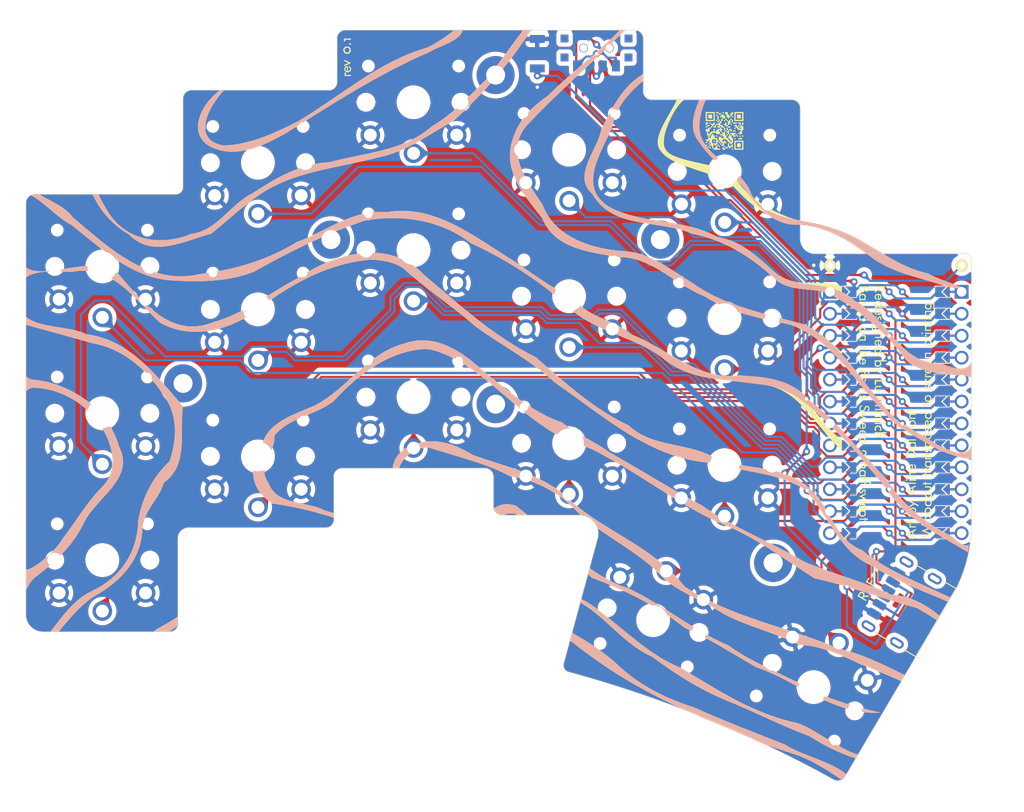
<source format=kicad_pcb>
(kicad_pcb (version 20240108) (generator "pcbnew") (generator_version "8.0")
  (title_block (title "K02") (date "2024-11-26") (rev "0.1") (comment 1 "Based on the Ferris Sweep 2 Half-Swept") (comment 2 "Redesigned by Lu Immich"))
  (layers (0 "F.Cu" signal) (31 "B.Cu" signal) (34 "B.Paste" user) (35 "F.Paste" user) (36 "B.SilkS" user "B.Silkscreen") (37 "F.SilkS" user "F.Silkscreen") (38 "B.Mask" user) (39 "F.Mask" user) (44 "Edge.Cuts" user))
  (net 0 "")
  (net 1 "gnd")
  (net 2 "vcc")
  (net 3 "Switch18")
  (net 4 "reset")
  (net 5 "Switch1")
  (net 6 "Switch2")
  (net 7 "Switch3")
  (net 8 "Switch4")
  (net 9 "Switch5")
  (net 10 "Switch6")
  (net 11 "Switch7")
  (net 12 "Switch8")
  (net 13 "Switch9")
  (net 14 "Switch10")
  (net 15 "Switch11")
  (net 16 "Switch12")
  (net 17 "Switch13")
  (net 18 "Switch14")
  (net 19 "Switch15")
  (net 20 "Switch16")
  (net 21 "Switch17")
  (net 22 "raw")
  (net 23 "BT+_r")
  (net 24 "Net-(SW_POWERR1-Pad1)")
  (footprint "kbd:1pin_conn" (layer "F.Cu") (at 126.492 45.974)
    (property "Reference" "B+" (hide yes))
    (property "Value" "MountingHole_Pad" (hide yes))
  )
  (footprint "kbd:1pin_conn" (layer "F.Cu") (at 111.252 45.974)
    (property "Reference" "B-" (hide yes))
    (property "Value" "MountingHole_Pad" (hide yes))
  )
  (footprint "* duckyb-collection:SW_PG1350_rev_DPB" (layer "F.Cu") (at 27.08 46.08)
    (property "Reference" "SW1" (hide yes))
    (property "Value" "SW_Push" (hide yes))
  )
  (footprint "* duckyb-collection:SW_PG1350_rev_DPB" (layer "F.Cu") (at 45.08 34.08)
    (property "Reference" "SW2" (hide yes))
    (property "Value" "SW_Push" (hide yes))
  )
  (footprint "* duckyb-collection:SW_PG1350_rev_DPB" (layer "F.Cu") (at 63.08 27.08)
    (property "Reference" "SW3" (hide yes))
    (property "Value" "SW_Push" (hide yes))
  )
  (footprint "* duckyb-collection:SW_PG1350_rev_DPB" (layer "F.Cu") (at 81.08 32.58)
    (property "Reference" "SW4" (hide yes))
    (property "Value" "SW_Push" (hide yes))
  )
  (footprint "* duckyb-collection:SW_PG1350_rev_DPB" (layer "F.Cu") (at 99.08 35.08)
    (property "Reference" "SW5" (hide yes))
    (property "Value" "SW_Push" (hide yes))
  )
  (footprint "* duckyb-collection:SW_PG1350_rev_DPB" (layer "F.Cu") (at 27.08 63.08)
    (property "Reference" "SW6" (hide yes))
    (property "Value" "SW_Push" (hide yes))
  )
  (footprint "* duckyb-collection:SW_PG1350_rev_DPB" (layer "F.Cu") (at 45.08 51.054)
    (property "Reference" "SW7" (hide yes))
    (property "Value" "SW_Push" (hide yes))
  )
  (footprint "* duckyb-collection:SW_PG1350_rev_DPB" (layer "F.Cu") (at 63.08 44.196)
    (property "Reference" "SW8" (hide yes))
    (property "Value" "SW_Push" (hide yes))
  )
  (footprint "* duckyb-collection:SW_PG1350_rev_DPB" (layer "F.Cu") (at 81.08 49.53)
    (property "Reference" "SW9" (hide yes))
    (property "Value" "SW_Push" (hide yes))
  )
  (footprint "* duckyb-collection:SW_PG1350_rev_DPB" (layer "F.Cu") (at 99.06 52.07)
    (property "Reference" "SW10" (hide yes))
    (property "Value" "SW_Push" (hide yes))
  )
  (footprint "* duckyb-collection:SW_PG1350_rev_DPB" (layer "F.Cu") (at 27.08 80.08)
    (property "Reference" "SW11" (hide yes))
    (property "Value" "SW_Push" (hide yes))
  )
  (footprint "* duckyb-collection:SW_PG1350_rev_DPB" (layer "F.Cu") (at 45.08 68.072)
    (property "Reference" "SW12" (hide yes))
    (property "Value" "SW_Push" (hide yes))
  )
  (footprint "* duckyb-collection:SW_PG1350_rev_DPB" (layer "F.Cu") (at 63.08 61.214)
    (property "Reference" "SW13" (hide yes))
    (property "Value" "SW_Push" (hide yes))
  )
  (footprint "* duckyb-collection:SW_PG1350_rev_DPB" (layer "F.Cu") (at 81.08 66.548)
    (property "Reference" "SW14" (hide yes))
    (property "Value" "SW_Push" (hide yes))
  )
  (footprint "* duckyb-collection:SW_PG1350_rev_DPB" (layer "F.Cu") (at 99.06 69.088)
    (property "Reference" "SW15" (hide yes))
    (property "Value" "SW_Push" (hide yes))
  )
  (footprint "* duckyb-collection:SW_PG1350_rev_DPB" (layer "F.Cu") (at 109.356 94.78 150)
    (property "Reference" "SW17" (hide yes))
    (property "Value" "SW_Push" (hide yes))
  )
  (footprint "* duckyb-collection:SW_PG1350_rev_DPB" (layer "F.Cu") (at 90.796 87.03 165)
    (property "Reference" "SW16" (hide yes))
    (property "Value" "SW_Push" (hide yes))
  )
  (footprint "* duckyb-collection:ProMicro_jumpers_facedown" (layer "F.Cu") (at 118.872 62.992 -90)
    (property "Reference" "U1" (hide yes))
    (property "Value" "ProMicro-kbd" (hide yes))
  )
  (footprint "kbd:Tenting_Puck2" (layer "F.Cu") (at 72.58 42.98)
    (property "Reference" "REF**")
    (property "Value" "Tenting Puck")
  )
  (footprint "Kailh:SPDT_C128955" (layer "F.Cu") (at 84.25 20.8)
    (property "Reference" "POWER SW" (hide yes))
    (property "Value" "SW_SPDT")
  )
  (footprint "* duckyb-collection:Tactile-Switch_SMT" (layer "F.Cu") (at 77.4 21.45 -90)
    (property "Reference" "RSW2" (hide yes))
    (property "Value" "SW_Push")
  )
  (footprint "" (layer "F.Cu") (at 104.69 80.4)
    (property "Reference" "")
    (property "Value" "")
  )
  (footprint "Connector_USB:USB_C_Receptacle_HRO_TYPE-C-31-M-17" (layer "F.Cu") (at 120.498076 85.53123 59.45)
    (property "Reference" "REF**")
    (property "Value" "USB_C_Receptacle_HRO_TYPE-C-31-M-17")
  )
  (footprint "" (layer "F.Cu") (at 36.42 59.62)
    (property "Reference" "")
    (property "Value" "")
  )
  (footprint "" (layer "F.Cu") (at 104.69 80.4)
    (property "Reference" "")
    (property "Value" "")
  )
  (footprint "Connector_USB:USB_C_Receptacle_HRO_TYPE-C-31-M-17" (layer "B.Cu") (at 120.496369 85.528101 -120.55)
    (property "Reference" "REF**" (hide yes))
    (property "Value" "USB_C_Receptacle_HRO_TYPE-C-31-M-17" (hide yes))
  )
  (gr_line (start 116.99 85.21) (end 119.17 86.54) (stroke (width 0.25)) (layer "F.Cu") (net 2))
  (gr_line (start 118.03 83.5) (end 116.63 82.67) (stroke (width 0.25)) (layer "F.Cu") (net 3))
  (gr_line (start 116.99 85.21) (end 115.64 84.39) (stroke (width 0.25)) (layer "F.Cu") (net 2))
  (gr_line (start 120.72 83.97) (end 118.479989 82.620019) (stroke (width 0.25)) (layer "F.Cu") (net 2))
  (gr_line (start 119.17 86.54) (end 120.719982 83.969989) (stroke (width 0.25)) (layer "F.Cu") (net 2))
  (gr_line (start 117.77 83.36) (end 117.25 84.18) (stroke (width 0.25)) (layer "F.Cu") (net 3))
  (gr_line (start 120.34 83.74) (end 118.49 82.66) (stroke (width 0.25)) (layer "B.Cu") (net 2))
  (gr_line (start 117.52 84.33) (end 116.19 83.53) (stroke (width 0.25)) (layer "B.Cu") (net 3))
  (gr_line (start 117.01 85.19) (end 118.76 86.26) (stroke (width 0.25)) (layer "B.Cu") (net 2))
  (gr_line (start 120.34 83.74) (end 116.53 89.84) (stroke (width 0.25)) (layer "B.Cu") (net 2))
  (gr_line (start 116.53 89.84) (end 113.22 87.78) (stroke (width 0.25)) (layer "B.Cu") (net 2))
  (gr_line (start 118.215 83.7) (end 117.765 84.48) (stroke (width 0.25)) (layer "B.Cu") (net 3))
  (gr_poly (pts (xy 64.32775 54.632167) (xy 64.485148 54.638969) (xy 64.641848 54.649768) (xy 65.107947 54.704868) (xy 65.567748 54.792568) (xy 66.020949 54.910869) (xy 66.467448 55.057468) (xy 66.90705 55.230266) (xy 67.339648 55.427265) (xy 67.76485 55.646267) (xy 68.18265 55.885067) (xy 68.59265 56.141666) (xy 68.994952 56.413967) (xy 69.389052 56.699768) (xy 69.774951 56.996967) (xy 70.152449 57.303367) (xy 70.521251 57.617069) (xy 71.23215 58.25727) (xy 73.377848 59.960769) (xy 74.459647 60.803871) (xy 75.006347 61.214573) (xy 75.558246 61.614872) (xy 76.116347 62.002071) (xy 76.681647 62.37397) (xy 77.255149 62.72797) (xy 77.837951 63.061569) (xy 78.430949 63.372367) (xy 79.035251 63.657867) (xy 79.651843 63.915668) (xy 80.281741 64.143169) (xy 80.577441 64.38227) (xy 80.887141 64.612171) (xy 81.20904 64.83427) (xy 81.541743 65.049869) (xy 82.232242 65.466671) (xy 82.945338 65.873172) (xy 83.667842 66.279873) (xy 84.38634 66.697273) (xy 84.73994 66.913173) (xy 85.087642 67.135772) (xy 85.427638 67.366272) (xy 85.758441 67.606071) (xy 87.100741 68.36277) (xy 88.43394 69.135872) (xy 91.08694 70.703773) (xy 93.745143 72.254272) (xy 95.084842 73.005573) (xy 96.436343 73.731773) (xy 97.114245 74.200172) (xy 97.809047 74.649772) (xy 98.518847 75.082771) (xy 99.241549 75.501369) (xy 100.717646 76.304168) (xy 102.221446 77.075668) (xy 105.247348 78.595169) (xy 106.737346 79.378368) (xy 107.469645 79.783565) (xy 108.190646 80.200664) (xy 108.813746 80.472164) (xy 109.442843 80.729465) (xy 110.715442 81.210369) (xy 113.291644 82.099567) (xy 114.580241 82.543369) (xy 115.859042 83.010372) (xy 117.120639 83.518375) (xy 117.74264 83.793277) (xy 118.35744 84.085178) (xy 118.770038 84.120182) (xy 119.172435 84.174579) (xy 119.565234 84.247677) (xy 119.948733 84.33868) (xy 120.32323 84.446682) (xy 120.689029 84.57088) (xy 121.046626 84.710682) (xy 121.396327 84.864978) (xy 121.738528 85.033176) (xy 122.073428 85.214473) (xy 122.401629 85.40797) (xy 122.723231 85.612873) (xy 123.038829 85.828472) (xy 123.348628 86.053875) (xy 123.653026 86.288372) (xy 123.952426 86.530971) (xy 123.653727 87.036373) (xy 123.348826 86.841976) (xy 123.045329 86.652576) (xy 122.448527 86.288974) (xy 121.338626 85.625675) (xy 119.848224 85.205776) (xy 118.365527 84.757274) (xy 115.412127 83.826473) (xy 113.936129 83.369976) (xy 112.456729 82.936779) (xy 110.971431 82.539676) (xy 109.477328 82.191776) (xy 104.293025 78.794578) (xy 102.974727 77.985778) (xy 102.30543 77.597877) (xy 101.627833 77.223377) (xy 100.940432 76.864177) (xy 100.242236 76.522278) (xy 99.531939 76.199379) (xy 98.808238 75.897579) (xy 97.90034 75.490379) (xy 97.007541 75.055481) (xy 96.128039 74.596382) (xy 95.259936 74.116382) (xy 93.550937 73.106983) (xy 91.865634 72.054481) (xy 88.507434 69.927982) (xy 86.805034 68.907982) (xy 85.941531 68.420581) (xy 85.06753 67.952781) (xy 84.660327 67.715282) (xy 84.244128 67.495781) (xy 83.82033 67.291679) (xy 83.390529 67.099979) (xy 82.51903 66.742378) (xy 81.641833 66.400077) (xy 80.771235 66.050178) (xy 80.342235 65.86528) (xy 79.919436 65.66988) (xy 79.504535 65.461181) (xy 79.098838 65.236183) (xy 78.704039 64.992084) (xy 78.321639 64.726184) (xy 77.502639 64.169685) (xy 76.702838 63.578483) (xy 75.918338 62.959682) (xy 75.144938 62.320781) (xy 72.079539 59.709083) (xy 71.29964 59.078682) (xy 70.506141 58.471782) (xy 69.694842 57.895782) (xy 68.861644 57.357982) (xy 68.002444 56.865684) (xy 67.561744 56.638786) (xy 67.113044 56.426086) (xy 66.655745 56.228386) (xy 66.189444 56.046585) (xy 65.713443 55.881683) (xy 65.227343 55.734481) (xy 64.509044 55.634182) (xy 63.717044 55.70198) (xy 62.940543 55.826782) (xy 62.179942 56.00518) (xy 61.435542 56.23378) (xy 60.707442 56.50938) (xy 59.995944 56.828479) (xy 59.301246 57.187778) (xy 58.623645 57.583976) (xy 57.963344 58.013675) (xy 57.320643 58.473476) (xy 56.695842 58.960174) (xy 56.089042 59.470375) (xy 55.500441 60.000675) (xy 54.930541 60.547676) (xy 54.37934 61.108177) (xy 53.84714 61.678775) (xy 53.44274 61.973674) (xy 53.018641 62.239273) (xy 52.578341 62.480571) (xy 52.125441 62.702671) (xy 51.66344 62.910671) (xy 51.195739 63.109569) (xy 50.25714 63.500671) (xy 49.793342 63.702873) (xy 49.337741 63.916275) (xy 48.893939 64.146076) (xy 48.465339 64.397174) (xy 48.055438 64.674774) (xy 47.858638 64.824974) (xy 47.667838 64.983772) (xy 47.483439 65.151771) (xy 47.305938 65.329471) (xy 47.13564 65.51757) (xy 46.97314 65.71677) (xy 46.98984 65.87577) (xy 46.992341 66.03627) (xy 46.98214 66.19807) (xy 46.960141 66.361171) (xy 46.927541 66.525371) (xy 46.885541 66.690773) (xy 46.778041 67.024372) (xy 46.64684 67.361271) (xy 46.501241 67.700672) (xy 46.203641 68.384372) (xy 46.070241 68.727272) (xy 45.95954 69.06977) (xy 45.91554 69.240669) (xy 45.880639 69.41127) (xy 45.856139 69.581371) (xy 45.842938 69.750972) (xy 45.842439 69.919971) (xy 45.855639 70.088272) (xy 45.883839 70.255771) (xy 45.92804 70.422371) (xy 45.989541 70.58797) (xy 46.069442 70.752571) (xy 46.168841 70.91597) (xy 46.288941 71.07817) (xy 46.381041 71.321769) (xy 46.487142 71.547069) (xy 46.606641 71.754768) (xy 46.738641 71.945968) (xy 46.88264 72.121467) (xy 47.037839 72.282268) (xy 47.203439 72.429168) (xy 47.379035 72.56327) (xy 47.563636 72.685272) (xy 47.756637 72.796272) (xy 47.957335 72.897071) (xy 48.165137 72.98867) (xy 48.379237 73.071972) (xy 48.598937 73.147773) (xy 49.052237 73.280773) (xy 49.519736 73.395172) (xy 49.995536 73.498272) (xy 50.950137 73.69947) (xy 51.417636 73.81237) (xy 51.871238 73.943168) (xy 52.091037 74.01757) (xy 52.305137 74.09917) (xy 52.513038 74.188972) (xy 52.713939 74.287773) (xy 52.98994 74.375671) (xy 53.27254 74.460769) (xy 53.840442 74.628868) (xy 53.840442 75.15337) (xy 52.964042 74.88887) (xy 52.084441 74.638271) (xy 51.201842 74.40327) (xy 50.316043 74.185772) (xy 49.427043 73.987373) (xy 48.534743 73.809974) (xy 47.639144 73.655075) (xy 46.740146 73.524574) (xy 46.519645 73.376075) (xy 46.310845 73.222477) (xy 46.113545 73.063877) (xy 45.927846 72.900577) (xy 45.753846 72.732776) (xy 45.591346 72.560676) (xy 45.440446 72.384575) (xy 45.301246 72.204574) (xy 45.173646 72.020973) (xy 45.057746 71.833973) (xy 44.953446 71.643871) (xy 44.860747 71.450771) (xy 44.779847 71.254871) (xy 44.710547 71.056572) (xy 44.652947 70.855972) (xy 44.607047 70.65327) (xy 44.572846 70.448669) (xy 44.550347 70.242469) (xy 44.539647 70.034969) (xy 44.540547 69.826168) (xy 44.553347 69.616466) (xy 44.577748 69.405967) (xy 44.613948 69.195068) (xy 44.661948 68.983768) (xy 44.721747 68.772468) (xy 44.793248 68.561168) (xy 44.876649 68.350368) (xy 44.971749 68.140167) (xy 45.078648 67.930667) (xy 45.197448 67.722267) (xy 45.328048 67.515167) (xy 45.470448 67.309467) (xy 45.509448 67.022968) (xy 45.565848 66.74897) (xy 45.638749 66.487068) (xy 45.727649 66.236766) (xy 45.831748 65.997665) (xy 45.950149 65.769264) (xy 46.082349 65.551162) (xy 46.227349 65.342964) (xy 46.384648 65.144165) (xy 46.553449 64.954265) (xy 46.732949 64.773067) (xy 46.92245 64.599868) (xy 47.12115 64.434368) (xy 47.328448 64.276168) (xy 47.543448 64.124767) (xy 47.765548 63.979667) (xy 48.228049 63.706768) (xy 48.70975 63.454166) (xy 49.20505 63.218265) (xy 49.70785 62.995567) (xy 51.676749 62.166568) (xy 52.026549 61.97937) (xy 52.368148 61.78017) (xy 52.70235 61.569969) (xy 53.02975 61.34967) (xy 53.666549 60.882869) (xy 54.28395 60.387371) (xy 54.88695 59.870872) (xy 55.480849 59.340973) (xy 56.662047 58.271671) (xy 57.259646 57.747772) (xy 57.868747 57.241073) (xy 58.494647 56.759372) (xy 59.142547 56.310272) (xy 59.476348 56.100471) (xy 59.81755 55.901573) (xy 60.16685 55.714672) (xy 60.524852 55.540771) (xy 60.892253 55.38087) (xy 61.269652 55.235672) (xy 61.657653 55.106372) (xy 62.057052 54.993873) (xy 62.223151 54.937374) (xy 62.388652 54.885875) (xy 62.553553 54.839275) (xy 62.717952 54.797577) (xy 62.881751 54.760776) (xy 63.044852 54.728576) (xy 63.207454 54.701076) (xy 63.369452 54.678177) (xy 63.530753 54.659778) (xy 63.691455 54.645778) (xy 63.851455 54.636078) (xy 64.010856 54.630577) (xy 64.169654 54.629375)) (stroke (width -0.000001)) (fill solid) (layer "B.SilkS"))
  (gr_poly (pts (xy 35.800252 87.433262) (xy 35.795552 87.456058) (xy 35.790353 87.478756) (xy 35.784552 87.501255) (xy 35.778252 87.523655) (xy 35.771253 87.545757) (xy 35.763852 87.56776) (xy 35.755752 87.589458) (xy 35.747151 87.611057) (xy 35.738051 87.632358) (xy 35.728351 87.653461) (xy 35.71815 87.674259) (xy 35.70745 87.694858) (xy 35.696151 87.71516) (xy 35.68435 87.735157) (xy 35.672049 87.754856) (xy 35.65915 87.774356) (xy 34.832351 88.343258) (xy 33.048451 88.343258) (xy 33.095851 88.30476) (xy 33.143651 88.266758) (xy 33.239652 88.191555) (xy 33.335452 88.116054) (xy 33.382953 88.077556) (xy 33.429852 88.038356) (xy 33.737052 87.877758) (xy 34.040652 87.712459) (xy 34.340752 87.542858) (xy 34.637853 87.369358) (xy 34.932053 87.192157) (xy 35.223754 87.011661) (xy 35.513055 86.828258) (xy 35.800256 86.642055)) (stroke (width -0.000001)) (fill solid) (layer "B.SilkS"))
  (gr_poly (pts (xy 65.435347 66.324066) (xy 65.741847 66.341667) (xy 66.046847 66.373966) (xy 66.350348 66.420665) (xy 66.652648 66.481063) (xy 66.95375 66.554664) (xy 67.253749 66.641063) (xy 67.552848 66.739765) (xy 67.851149 66.850063) (xy 68.148749 66.971561) (xy 68.44575 67.103759) (xy 68.74245 67.246059) (xy 69.038649 67.39796) (xy 69.33475 67.55896) (xy 69.630751 67.72866) (xy 69.926852 67.906261) (xy 71.462851 68.429462) (xy 73.016051 68.929462) (xy 74.56565 69.442161) (xy 75.332751 69.714561) (xy 76.091052 70.003662) (xy 76.838252 70.313961) (xy 77.571551 70.64986) (xy 78.288451 71.01606) (xy 78.986251 71.416858) (xy 79.662547 71.856857) (xy 80.314647 72.340458) (xy 80.939944 72.872356) (xy 81.535945 73.456855) (xy 82.324542 74.092956) (xy 83.137744 74.695156) (xy 83.970645 75.269657) (xy 84.818644 75.822857) (xy 88.265742 77.951458) (xy 89.117541 78.494457) (xy 89.956042 79.054557) (xy 90.77624 79.638157) (xy 91.573542 80.251758) (xy 92.343142 80.901561) (xy 93.08034 81.594059) (xy 93.780444 82.335659) (xy 94.43854 83.132755) (xy 95.458941 83.781452) (xy 96.504138 84.375751) (xy 97.571437 84.92155) (xy 98.658236 85.424854) (xy 99.761737 85.891651) (xy 100.879435 86.327747) (xy 103.146632 87.131946) (xy 107.733836 88.633945) (xy 110.011332 89.426944) (xy 111.136836 89.854641) (xy 112.249835 90.311138) (xy 112.755732 90.433536) (xy 113.256236 90.569538) (xy 113.751735 90.718441) (xy 114.242534 90.879139) (xy 114.729037 91.05064) (xy 115.211734 91.232036) (xy 116.166934 91.620739) (xy 117.111232 92.037441) (xy 118.047534 92.474643) (xy 119.908831 93.379642) (xy 119.501033 94.070041) (xy 118.319835 93.559543) (xy 117.134334 93.056141) (xy 115.942035 92.565639) (xy 114.740138 92.093441) (xy 113.897342 91.693744) (xy 113.036944 91.305942) (xy 112.160342 90.941143) (xy 111.716342 90.770946) (xy 111.268741 90.610645) (xy 110.817744 90.461742) (xy 110.363444 90.32574) (xy 109.906146 90.203861) (xy 109.445742 90.09766) (xy 108.982646 90.008464) (xy 108.516948 89.937564) (xy 108.048747 89.886661) (xy 107.578242 89.856861) (xy 107.074244 89.598262) (xy 106.555842 89.354664) (xy 106.025042 89.12376) (xy 105.483546 88.903164) (xy 104.375949 88.483661) (xy 103.247744 88.077564) (xy 102.113643 87.666065) (xy 100.988246 87.230564) (xy 100.433345 86.99786) (xy 99.886142 86.752262) (xy 99.348544 86.491359) (xy 98.822245 86.212665) (xy 98.399348 85.945163) (xy 97.965648 85.68806) (xy 97.073749 85.197658) (xy 95.253352 84.256855) (xy 94.35905 83.775356) (xy 93.923449 83.525058) (xy 93.498446 83.265758) (xy 93.086047 82.995556) (xy 92.688548 82.712459) (xy 92.308047 82.414463) (xy 91.94665 82.099765) (xy 91.525653 81.659565) (xy 91.091456 81.239162) (xy 90.645457 80.836559) (xy 90.18896 80.449855) (xy 89.722957 80.077259) (xy 89.248958 79.716762) (xy 88.281657 79.024467) (xy 87.297061 78.357566) (xy 86.304957 77.701065) (xy 85.315654 77.039363) (xy 84.338855 76.357463) (xy 84.312152 76.284763) (xy 84.282954 76.213562) (xy 84.251353 76.143661) (xy 84.217456 76.07526) (xy 84.181254 76.008361) (xy 84.142856 75.943061) (xy 84.059558 75.817161) (xy 83.968058 75.698162) (xy 83.868655 75.586162) (xy 83.762057 75.481563) (xy 83.648455 75.384761) (xy 83.528354 75.296161) (xy 83.402255 75.21606) (xy 83.270556 75.144859) (xy 83.133754 75.082759) (xy 82.99235 75.030361) (xy 82.919948 75.007763) (xy 82.846545 74.987762) (xy 82.772242 74.970268) (xy 82.697047 74.955467) (xy 82.620944 74.943267) (xy 82.544146 74.933765) (xy 82.503344 74.898567) (xy 82.462245 74.863865) (xy 82.379344 74.795368) (xy 82.338046 74.760967) (xy 82.296847 74.726265) (xy 82.256144 74.690967) (xy 82.216044 74.654766) (xy 81.811946 74.234867) (xy 81.393649 73.832565) (xy 80.961543 73.448265) (xy 80.515941 73.082763) (xy 80.057338 72.736362) (xy 79.58594 72.409862) (xy 79.102343 72.103862) (xy 78.606845 71.818763) (xy 78.099845 71.555362) (xy 77.581744 71.314163) (xy 77.052844 71.095665) (xy 76.513644 70.900566) (xy 75.964545 70.729465) (xy 75.405845 70.582866) (xy 74.838046 70.461368) (xy 74.261447 70.36557) (xy 73.705047 70.07817) (xy 73.141047 69.809471) (xy 72.570147 69.557872) (xy 71.993148 69.321472) (xy 71.410647 69.098671) (xy 70.823447 68.887771) (xy 69.637545 68.494472) (xy 64.844947 67.050071) (xy 64.704547 67.045372) (xy 64.564345 67.047771) (xy 64.424544 67.056972) (xy 64.285346 67.072872) (xy 64.146846 67.095272) (xy 64.009444 67.123973) (xy 63.873145 67.158775) (xy 63.738147 67.199375) (xy 63.473246 67.297374) (xy 63.216048 67.416576) (xy 62.968348 67.555275) (xy 62.731448 67.711876) (xy 62.507148 67.884876) (xy 62.296847 68.072574) (xy 62.102248 68.273376) (xy 61.924849 68.485878) (xy 61.76615 68.708278) (xy 61.627849 68.939079) (xy 61.511348 69.176578) (xy 61.461848 69.297477) (xy 61.418349 69.419376) (xy 60.697947 69.419876) (xy 60.710147 69.277576) (xy 60.730548 69.135376) (xy 60.759547 68.993175) (xy 60.797446 68.851177) (xy 60.844546 68.709476) (xy 60.901145 68.567978) (xy 60.967543 68.426876) (xy 61.044143 68.286174) (xy 61.131244 68.145874) (xy 61.229045 68.006172) (xy 61.337943 67.867073) (xy 61.458243 67.728573) (xy 61.590243 67.590774) (xy 61.734244 67.453773) (xy 61.890643 67.317573) (xy 62.059642 67.182373) (xy 62.258242 67.077171) (xy 62.455741 66.979271) (xy 62.65224 66.888771) (xy 62.847838 66.80537) (xy 63.042437 66.728969) (xy 63.236136 66.659568) (xy 63.428836 66.596969) (xy 63.620734 66.541069) (xy 63.811736 66.491668) (xy 64.001937 66.448867) (xy 64.191337 66.412468) (xy 64.379935 66.382267) (xy 64.567737 66.358268) (xy 64.754935 66.340267) (xy 64.941336 66.328167) (xy 65.127135 66.321865)) (stroke (width -0.000001)) (fill solid) (layer "B.SilkS"))
  (gr_poly (pts (xy 73.986049 73.620666) (xy 74.06325 73.623867) (xy 74.141551 73.628868) (xy 74.221049 73.635868) (xy 74.301551 73.64497) (xy 74.38325 73.655971) (xy 74.465949 73.668972) (xy 74.54975 73.684173) (xy 74.634749 73.701374) (xy 74.720748 73.720672) (xy 74.807849 73.742172) (xy 74.896048 73.765873) (xy 75.06845 73.896072) (xy 75.239848 74.028373) (xy 75.58015 74.298072) (xy 75.917548 74.573574) (xy 76.253047 74.853172) (xy 75.113047 74.853172) (xy 75.074447 74.834072) (xy 75.036246 74.81417) (xy 74.923144 74.75267) (xy 74.885146 74.732769) (xy 74.846545 74.713569) (xy 74.807147 74.695568) (xy 74.709048 74.682167) (xy 74.613349 74.672268) (xy 74.520148 74.665866) (xy 74.429347 74.662666) (xy 74.340846 74.662864) (xy 74.254744 74.666065) (xy 74.170844 74.672466) (xy 74.089244 74.681766) (xy 74.009845 74.693966) (xy 73.932643 74.708965) (xy 73.857543 74.726764) (xy 73.784644 74.747066) (xy 73.713744 74.769966) (xy 73.644942 74.795364) (xy 73.578044 74.823166) (xy 73.513144 74.853164) (xy 73.310645 74.853164) (xy 73.270545 74.849464) (xy 73.231044 74.844165) (xy 73.153243 74.829067) (xy 73.077643 74.808166) (xy 73.004443 74.781467) (xy 72.933944 74.749366) (xy 72.866443 74.712165) (xy 72.802142 74.669864) (xy 72.741343 74.622863) (xy 72.684344 74.571365) (xy 72.631343 74.515564) (xy 72.582744 74.455665) (xy 72.538745 74.391964) (xy 72.499545 74.324665) (xy 72.465545 74.253963) (xy 72.436946 74.180065) (xy 72.424746 74.142067) (xy 72.414046 74.103366) (xy 72.475745 74.057068) (xy 72.539344 74.012668) (xy 72.604545 73.970367) (xy 72.671645 73.930168) (xy 72.740546 73.892067) (xy 72.811145 73.856166) (xy 72.883544 73.822567) (xy 72.957744 73.791366) (xy 73.033744 73.762565) (xy 73.111545 73.736164) (xy 73.191146 73.712265) (xy 73.272647 73.691066) (xy 73.355845 73.672367) (xy 73.440944 73.656467) (xy 73.527842 73.643367) (xy 73.616542 73.633068) (xy 73.688144 73.626968) (xy 73.760943 73.622669) (xy 73.834842 73.620067) (xy 73.909842 73.619468)) (stroke (width -0.000001)) (fill solid) (layer "B.SilkS"))
  (gr_poly (pts (xy 96.785243 27.075069) (xy 96.65774 27.400569) (xy 96.598742 27.565968) (xy 96.542842 27.733168) (xy 96.490443 27.902168) (xy 96.44134 28.073068) (xy 96.395739 28.245868) (xy 96.35364 28.420568) (xy 96.315341 28.597268) (xy 96.280642 28.775968) (xy 96.249843 28.956769) (xy 96.222842 29.139569) (xy 96.199939 29.324569) (xy 96.181041 29.511769) (xy 96.164637 29.865669) (xy 96.179438 30.203569) (xy 96.223437 30.526369) (xy 96.29494 30.835068) (xy 96.392238 31.130768) (xy 96.513438 31.414268) (xy 96.656741 31.686668) (xy 96.820437 31.948867) (xy 97.002635 32.201967) (xy 97.201632 32.446867) (xy 97.41553 32.684566) (xy 97.642627 32.916166) (xy 98.129329 33.364566) (xy 98.647227 33.799966) (xy 99.719424 34.663366) (xy 100.245021 35.107166) (xy 100.744624 35.569566) (xy 100.980121 35.810167) (xy 101.203822 36.058366) (xy 101.413722 36.315166) (xy 101.608226 36.581565) (xy 101.785426 36.858465) (xy 101.943629 37.146965) (xy 102.080928 37.447864) (xy 102.195628 37.762365) (xy 102.316531 37.954265) (xy 102.442431 38.137165) (xy 102.57323 38.311164) (xy 102.708728 38.476764) (xy 102.848727 38.634065) (xy 102.993129 38.783466) (xy 103.141826 38.925266) (xy 103.294726 39.059566) (xy 103.451426 39.186666) (xy 103.612025 39.307066) (xy 103.776225 39.420766) (xy 103.944026 39.528167) (xy 104.289325 39.725168) (xy 104.646922 39.900167) (xy 105.01562 40.055368) (xy 105.394023 40.192968) (xy 105.781024 40.315069) (xy 106.175425 40.423969) (xy 106.576022 40.521869) (xy 106.981723 40.61087) (xy 107.803019 40.770971) (xy 108.736323 40.943071) (xy 109.200923 41.033071) (xy 109.662326 41.129171) (xy 110.118922 41.234171) (xy 110.569224 41.350771) (xy 111.011821 41.481771) (xy 111.229724 41.553571) (xy 111.445224 41.629871) (xy 111.847926 41.751171) (xy 112.24393 41.885671) (xy 112.633731 42.032272) (xy 113.017833 42.190073) (xy 113.39683 42.357973) (xy 113.771129 42.535072) (xy 114.50793 42.912672) (xy 115.232333 43.314672) (xy 115.94823 43.733072) (xy 117.371432 44.586773) (xy 117.985331 44.947473) (xy 118.604632 45.297372) (xy 119.232135 45.630972) (xy 119.549731 45.790172) (xy 119.870433 45.943271) (xy 120.194529 46.089672) (xy 120.522227 46.228872) (xy 120.854129 46.359972) (xy 121.190326 46.482471) (xy 121.531222 46.59567) (xy 121.877223 46.69897) (xy 122.228526 46.79157) (xy 122.585627 46.87297) (xy 122.931926 47.06427) (xy 123.357127 47.264568) (xy 124.354129 47.67387) (xy 126.304126 48.40007) (xy 126.896823 48.644069) (xy 127.018824 48.720371) (xy 127.026828 48.74517) (xy 126.995028 48.76017) (xy 126.802028 48.758869) (xy 126.417628 48.711967) (xy 124.984927 48.463066) (xy 120.14783 47.030067) (xy 119.54993 46.824167) (xy 118.960231 46.602567) (xy 118.380931 46.362167) (xy 117.814029 46.100267) (xy 117.261531 45.813766) (xy 116.725528 45.499767) (xy 116.208026 45.155267) (xy 115.711123 44.777467) (xy 115.678027 44.752668) (xy 115.644626 44.728668) (xy 115.577227 44.681968) (xy 115.509631 44.635568) (xy 115.47613 44.611768) (xy 115.442927 44.587268) (xy 115.442828 44.587268) (xy 115.015345 44.271469) (xy 114.583545 43.964769) (xy 114.146846 43.668268) (xy 113.704646 43.382969) (xy 113.256549 43.110267) (xy 112.802142 42.850969) (xy 112.341144 42.606268) (xy 111.873042 42.377369) (xy 111.397448 42.165168) (xy 110.913844 41.970968) (xy 110.422046 41.795768) (xy 109.921443 41.640669) (xy 109.411746 41.506769) (xy 108.892543 41.395168) (xy 108.363345 41.306968) (xy 107.823748 41.243368) (xy 107.80305 41.243368) (xy 107.515849 41.263368) (xy 107.23585 41.267768) (xy 106.963054 41.257068) (xy 106.697055 41.231668) (xy 106.437854 41.192367) (xy 106.185054 41.139568) (xy 105.938456 41.073768) (xy 105.697955 40.995769) (xy 105.463145 40.905967) (xy 105.234042 40.804868) (xy 105.010249 40.693168) (xy 104.791644 40.571468) (xy 104.577945 40.440168) (xy 104.369044 40.299867) (xy 103.964442 39.994669) (xy 103.576144 39.660368) (xy 103.202449 39.301468) (xy 102.841449 38.922369) (xy 102.491649 38.527668) (xy 102.151149 38.121868) (xy 101.818248 37.709367) (xy 101.168345 36.882368) (xy 100.866145 36.541269) (xy 100.551043 36.211568) (xy 100.225245 35.891267) (xy 99.891047 35.578167) (xy 98.517146 34.356966) (xy 98.176043 34.048965) (xy 97.840442 33.735666) (xy 97.512744 33.415065) (xy 97.195147 33.085165) (xy 96.890147 32.743665) (xy 96.600047 32.388565) (xy 96.327044 32.017864) (xy 96.073542 31.629465) (xy 95.970645 31.498964) (xy 95.877047 31.366165) (xy 95.792544 31.231065) (xy 95.716945 31.093865) (xy 95.649943 30.954665) (xy 95.591243 30.813465) (xy 95.540645 30.670365) (xy 95.497844 30.525465) (xy 95.462642 30.378965) (xy 95.434741 30.230765) (xy 95.413943 30.081165) (xy 95.399844 29.930165) (xy 95.391147 29.624165) (xy 95.406443 29.313765) (xy 95.443843 28.999565) (xy 95.501246 28.682365) (xy 95.576548 28.362765) (xy 95.66775 28.041765) (xy 95.772754 27.719865) (xy 95.889453 27.397964) (xy 96.015956 27.076665) (xy 96.150058 26.756864) (xy 96.924655 26.756364)) (stroke (width -0.000001)) (fill solid) (layer "B.SilkS"))
  (gr_poly (pts (xy 18.289353 58.844967) (xy 18.336753 58.883567) (xy 18.385453 58.920166) (xy 18.435553 58.954765) (xy 18.486953 58.987365) (xy 18.539853 59.017765) (xy 18.594153 59.045963) (xy 18.649953 59.071762) (xy 18.707353 59.095161) (xy 18.766253 59.116161) (xy 18.826753 59.134559) (xy 18.888853 59.150261) (xy 18.952653 59.16336) (xy 19.018053 59.173561) (xy 19.085253 59.180961) (xy 19.154253 59.18536) (xy 19.968953 59.29866) (xy 20.778852 59.469761) (xy 21.579152 59.696762) (xy 22.365353 59.977863) (xy 23.132753 60.311363) (xy 23.876753 60.695465) (xy 24.592752 61.128265) (xy 25.276153 61.608066) (xy 25.922353 62.132965) (xy 26.526653 62.701263) (xy 27.084453 63.311164) (xy 27.591253 63.960865) (xy 28.042354 64.648464) (xy 28.245554 65.005962) (xy 28.433054 65.372261) (xy 28.604354 65.747261) (xy 28.758854 66.130561) (xy 28.895954 66.521961) (xy 29.015154 66.92136) (xy 29.179654 67.266258) (xy 29.307154 67.602558) (xy 29.399254 67.930858) (xy 29.457854 68.251457) (xy 29.484855 68.564857) (xy 29.482055 68.871456) (xy 29.451255 69.171657) (xy 29.394255 69.465858) (xy 29.312955 69.754459) (xy 29.209155 70.03796) (xy 29.084655 70.31686) (xy 28.941355 70.591362) (xy 28.780954 70.86206) (xy 28.605354 71.129261) (xy 28.215954 71.655059) (xy 27.787754 72.17226) (xy 27.335254 72.684059) (xy 26.416154 73.70536) (xy 25.978754 74.221561) (xy 25.575554 74.74596) (xy 25.391454 75.012359) (xy 25.221353 75.281959) (xy 25.067154 75.555359) (xy 24.930653 75.832958) (xy 24.679153 76.319259) (xy 24.408954 76.790359) (xy 24.120753 77.24686) (xy 23.815853 77.68946) (xy 23.495053 78.118759) (xy 23.159554 78.535358) (xy 22.810254 78.939857) (xy 22.448154 79.332851) (xy 22.074254 79.715053) (xy 21.689754 80.087055) (xy 21.295454 80.449451) (xy 20.892454 80.802951) (xy 20.481754 81.148052) (xy 20.064354 81.485454) (xy 19.213655 82.139553) (xy 19.133755 82.219356) (xy 19.057055 82.301059) (xy 18.983155 82.384761) (xy 18.912255 82.470264) (xy 18.844055 82.55746) (xy 18.778555 82.646358) (xy 18.715454 82.736858) (xy 18.654854 82.828762) (xy 18.596554 82.922161) (xy 18.540455 83.016864) (xy 18.486354 83.112766) (xy 18.434255 83.209865) (xy 18.384055 83.307964) (xy 18.335455 83.407161) (xy 18.243155 83.608158) (xy 18.243155 81.153057) (xy 18.334155 81.156055) (xy 18.435155 81.144458) (xy 18.545453 81.118961) (xy 18.664253 81.080265) (xy 18.790753 81.029064) (xy 18.924453 80.966159) (xy 19.209853 80.808262) (xy 19.514653 80.612362) (xy 19.832952 80.384365) (xy 20.158752 80.13026) (xy 20.486253 79.85596) (xy 20.809553 79.567264) (xy 21.122753 79.27026) (xy 21.419853 78.970768) (xy 21.695053 78.674667) (xy 21.942452 78.387966) (xy 22.156253 78.116565) (xy 22.330353 77.866268) (xy 22.458953 77.643169) (xy 23.034053 76.88237) (xy 23.584752 76.111171) (xy 24.659052 74.564773) (xy 25.205751 73.803173) (xy 25.486451 73.428074) (xy 25.773951 73.058075) (xy 26.069852 72.693973) (xy 26.375352 72.336475) (xy 26.692152 71.986576) (xy 27.021452 71.645076) (xy 27.232352 71.422676) (xy 27.421852 71.192276) (xy 27.590452 70.954475) (xy 27.738652 70.709976) (xy 27.867152 70.459175) (xy 27.976452 70.202774) (xy 28.067252 69.941272) (xy 28.140052 69.675171) (xy 28.195452 69.40517) (xy 28.233951 69.131771) (xy 28.256251 68.855571) (xy 28.262951 68.577072) (xy 28.254552 68.296867) (xy 28.231652 68.015567) (xy 28.194852 67.733665) (xy 28.144752 67.451767) (xy 28.006852 66.890266) (xy 27.822652 66.335567) (xy 27.596852 65.792266) (xy 27.334152 65.264766) (xy 27.039152 64.757766) (xy 26.716453 64.275566) (xy 26.370953 63.822967) (xy 26.007052 63.404266) (xy 25.674652 63.041565) (xy 25.321052 62.695266) (xy 24.947552 62.366268) (xy 24.555752 62.055668) (xy 24.146952 61.764465) (xy 23.722652 61.493667) (xy 23.284252 61.244266) (xy 22.833153 61.017265) (xy 22.370953 60.813667) (xy 21.898853 60.634567) (xy 21.418453 60.480865) (xy 20.931153 60.353668) (xy 20.438352 60.253868) (xy 19.941452 60.182567) (xy 19.441953 60.140766) (xy 18.941353 60.129467) (xy 18.887953 60.147567) (xy 18.836053 60.166767) (xy 18.785653 60.187069) (xy 18.736653 60.208568) (xy 18.688953 60.231166) (xy 18.642653 60.254768) (xy 18.597653 60.279369) (xy 18.553853 60.305069) (xy 18.511353 60.331569) (xy 18.469853 60.359069) (xy 18.429553 60.38747) (xy 18.390353 60.416671) (xy 18.352153 60.446773) (xy 18.314853 60.477573) (xy 18.278553 60.509075) (xy 18.243153 60.541374) (xy 18.243153 58.804573)) (stroke (width -0.000001)) (fill solid) (layer "B.SilkS"))
  (gr_poly (pts (xy 89.650142 24.604069) (xy 89.336841 24.87187) (xy 89.030444 25.144869) (xy 88.731845 25.423669) (xy 88.442347 25.709169) (xy 88.163051 26.001869) (xy 87.894954 26.302669) (xy 87.639254 26.612369) (xy 87.397052 26.931569) (xy 87.169452 27.260969) (xy 86.957553 27.601569) (xy 86.762454 27.953868) (xy 86.585353 28.318669) (xy 86.427356 28.696769) (xy 86.289554 29.08877) (xy 86.228557 29.29037) (xy 86.172953 29.49567) (xy 86.123057 29.70477) (xy 86.07886 29.917969) (xy 85.839663 30.47507) (xy 85.571063 31.05387) (xy 84.995761 32.260469) (xy 84.713961 32.88027) (xy 84.452762 33.505769) (xy 84.224658 34.132869) (xy 84.042155 34.75757) (xy 83.971858 35.067871) (xy 83.917758 35.37597) (xy 83.881259 35.681471) (xy 83.863856 35.98397) (xy 83.867358 36.28277) (xy 83.893161 36.57747) (xy 83.942859 36.86767) (xy 84.018062 37.15267) (xy 84.120158 37.432169) (xy 84.250956 37.705469) (xy 84.411853 37.97217) (xy 84.604449 38.231769) (xy 84.830348 38.48377) (xy 85.091044 38.72767) (xy 85.388247 38.96297) (xy 85.723246 39.18917) (xy 86.462245 39.54817) (xy 87.219645 39.84807) (xy 87.992946 40.097669) (xy 88.779345 40.305669) (xy 89.576342 40.480569) (xy 90.381144 40.631069) (xy 92.004046 40.89357) (xy 93.626948 41.162269) (xy 94.431849 41.320669) (xy 95.228747 41.506469) (xy 96.015147 41.72847) (xy 96.788447 41.995369) (xy 97.545848 42.315668) (xy 98.284747 42.698068) (xy 98.550647 42.742668) (xy 98.811343 42.796367) (xy 99.317843 42.930067) (xy 99.805743 43.096267) (xy 100.276744 43.292368) (xy 100.732043 43.515567) (xy 101.173442 43.763267) (xy 101.602343 44.032667) (xy 102.020144 44.321167) (xy 102.428546 44.625868) (xy 102.828944 44.944168) (xy 103.611842 45.610668) (xy 105.14844 46.987167) (xy 105.406543 47.149767) (xy 105.670443 47.295864) (xy 105.939746 47.426662) (xy 106.213946 47.543361) (xy 106.775546 47.739563) (xy 107.351542 47.894062) (xy 107.93864 48.016662) (xy 108.533236 48.117061) (xy 109.730937 48.290561) (xy 110.326938 48.383163) (xy 110.916438 48.492565) (xy 111.495837 48.628666) (xy 112.061641 48.801166) (xy 112.338344 48.904068) (xy 112.610347 49.019767) (xy 112.877246 49.149467) (xy 113.138545 49.294265) (xy 113.393748 49.455566) (xy 113.64255 49.634468) (xy 113.884448 49.832168) (xy 114.118945 50.050068) (xy 114.461543 50.234169) (xy 114.792346 50.438667) (xy 115.112445 50.661869) (xy 115.422847 50.90197) (xy 115.724444 51.157169) (xy 116.018245 51.425769) (xy 116.586642 51.995971) (xy 117.135745 52.598373) (xy 117.673648 53.218872) (xy 118.747249 54.457473) (xy 119.298846 55.047275) (xy 119.870746 55.598575) (xy 120.166949 55.855377) (xy 120.471148 56.097175) (xy 120.78435 56.322277) (xy 121.107654 56.528976) (xy 121.441951 56.715377) (xy 121.788348 56.879776) (xy 122.147746 57.020374) (xy 122.521144 57.135475) (xy 122.909541 57.223175) (xy 123.313945 57.281875) (xy 123.735347 57.309677) (xy 124.174647 57.304878) (xy 124.514644 57.453376) (xy 124.837947 57.580478) (xy 125.144549 57.686378) (xy 125.43455 57.77108) (xy 125.707751 57.834579) (xy 125.96445 57.876979) (xy 126.204348 57.898281) (xy 126.427745 57.898582) (xy 126.634341 57.877983) (xy 126.824443 57.836284) (xy 126.913142 57.807685) (xy 126.997744 57.773784) (xy 127.078242 57.734684) (xy 127.154544 57.690483) (xy 127.226642 57.640983) (xy 127.294642 57.586284) (xy 127.358439 57.526386) (xy 127.418139 57.461284) (xy 127.473636 57.391082) (xy 127.525035 57.315681) (xy 127.572238 57.23508) (xy 127.615237 57.149379) (xy 127.615237 58.89188) (xy 123.701838 58.427879) (xy 123.218638 58.34338) (xy 122.742236 58.240379) (xy 122.27444 58.114879) (xy 121.816836 57.963379) (xy 121.371135 57.781879) (xy 120.939036 57.566578) (xy 120.522136 57.313778) (xy 120.319934 57.172077) (xy 120.122233 57.019676) (xy 119.708133 56.465076) (xy 119.282031 55.922477) (xy 118.84373 55.392177) (xy 118.393329 54.874279) (xy 117.930728 54.369377) (xy 117.456027 53.877578) (xy 116.969127 53.39928) (xy 116.470027 52.93478) (xy 115.958827 52.484378) (xy 115.435328 52.048378) (xy 114.89973 51.627079) (xy 114.351832 51.220779) (xy 113.791736 50.829879) (xy 113.219333 50.454681) (xy 112.63473 50.095382) (xy 112.037928 49.752384) (xy 111.833629 49.607685) (xy 111.62353 49.479183) (xy 111.40813 49.365783) (xy 111.187732 49.266285) (xy 110.962932 49.179485) (xy 110.733935 49.104286) (xy 110.265338 48.983585) (xy 109.785334 48.894985) (xy 109.297145 48.828766) (xy 108.309543 48.726368) (xy 107.816745 48.671165) (xy 107.328944 48.600765) (xy 106.849643 48.505664) (xy 106.381945 48.376464) (xy 106.153544 48.296165) (xy 105.929248 48.203766) (xy 105.709643 48.098068) (xy 105.494944 47.977966) (xy 105.285548 47.842266) (xy 105.082148 47.689865) (xy 104.884845 47.519367) (xy 104.694247 47.329765) (xy 104.192248 46.887968) (xy 103.681048 46.457369) (xy 103.160342 46.039468) (xy 102.629947 45.635368) (xy 102.089747 45.246467) (xy 101.539447 44.873968) (xy 100.979045 44.519369) (xy 100.408244 44.183769) (xy 99.826846 43.868568) (xy 99.234744 43.575067) (xy 98.631747 43.304569) (xy 98.017749 43.058368) (xy 97.392444 42.837768) (xy 96.755649 42.644067) (xy 96.107348 42.478468) (xy 95.447245 42.342468) (xy 94.712542 42.047968) (xy 93.947543 41.813167) (xy 93.158847 41.625269) (xy 92.353145 41.471769) (xy 89.093142 40.948068) (xy 88.302249 40.776369) (xy 87.534243 40.563068) (xy 86.795947 40.295469) (xy 86.439944 40.137369) (xy 86.093844 39.960968) (xy 85.758548 39.764667) (xy 85.434749 39.546869) (xy 85.123347 39.305969) (xy 84.825244 39.040468) (xy 84.541247 38.748767) (xy 84.272044 38.429268) (xy 84.018649 38.080268) (xy 83.781749 37.700369) (xy 83.571948 37.499569) (xy 83.392344 37.294069) (xy 83.241649 37.084268) (xy 83.118243 36.870268) (xy 83.020846 36.652467) (xy 82.947749 36.430967) (xy 82.897647 36.206068) (xy 82.869044 35.977968) (xy 82.860545 35.747068) (xy 82.870547 35.513467) (xy 82.897548 35.277467) (xy 82.940249 35.039367) (xy 82.997149 34.799266) (xy 83.066653 34.557567) (xy 83.237956 34.070167) (xy 83.442355 33.579067) (xy 83.668155 33.086366) (xy 84.137057 32.103767) (xy 84.356555 31.617967) (xy 84.550555 31.138368) (xy 84.707156 30.666968) (xy 84.767856 30.434968) (xy 84.814853 30.205767) (xy 85.255954 29.321567) (xy 85.723155 28.420067) (xy 85.969752 27.969368) (xy 86.226756 27.522168) (xy 86.495456 27.081268) (xy 86.777057 26.649068) (xy 87.072955 26.228267) (xy 87.384257 25.821567) (xy 87.712459 25.431567) (xy 88.058658 25.060867) (xy 88.424357 24.712167) (xy 88.810557 24.387968) (xy 89.21876 24.090968) (xy 89.650157 23.823767)) (stroke (width -0.000001)) (fill solid) (layer "B.SilkS"))
  (gr_poly (pts (xy 18.397353 52.030365) (xy 18.561753 52.143165) (xy 18.735653 52.247165) (xy 18.918553 52.342865) (xy 19.308853 52.511966) (xy 19.727853 52.654766) (xy 20.170953 52.775867) (xy 20.633253 52.879566) (xy 21.110052 52.970367) (xy 21.596652 53.052665) (xy 22.580152 53.209564) (xy 23.067653 53.293064) (xy 23.545952 53.385864) (xy 24.010252 53.492363) (xy 24.455952 53.617061) (xy 24.878152 53.764362) (xy 25.272252 53.938663) (xy 25.736152 54.007164) (xy 26.189152 54.095665) (xy 26.631552 54.203563) (xy 27.063552 54.329963) (xy 27.485652 54.474163) (xy 27.898152 54.635364) (xy 28.301352 54.812763) (xy 28.695752 55.005664) (xy 29.459152 55.434566) (xy 30.191152 55.915866) (xy 30.894552 56.443367) (xy 31.572251 57.010765) (xy 32.226851 57.611965) (xy 32.861352 58.240665) (xy 33.478452 58.890667) (xy 34.080953 59.555568) (xy 36.401254 62.241569) (xy 36.344853 62.823867) (xy 36.314753 63.419769) (xy 36.301453 64.637371) (xy 36.297753 65.864772) (xy 36.279652 66.473072) (xy 36.240052 67.072872) (xy 36.171052 67.660473) (xy 36.064652 68.232074) (xy 35.912953 68.784275) (xy 35.817653 69.051876) (xy 35.707953 69.313175) (xy 35.583053 69.567775) (xy 35.441752 69.815174) (xy 35.283152 70.054973) (xy 35.106353 70.286674) (xy 34.910252 70.509773) (xy 34.693852 70.723873) (xy 34.456153 70.928474) (xy 34.196254 71.123172) (xy 34.141654 71.299373) (xy 34.081254 71.471775) (xy 33.944554 71.805675) (xy 33.789754 72.127376) (xy 33.620355 72.438976) (xy 33.439855 72.742878) (xy 33.251855 73.041378) (xy 32.867555 73.631076) (xy 32.678254 73.926975) (xy 32.495654 74.226574) (xy 32.323254 74.532272) (xy 32.164655 74.846172) (xy 32.023354 75.170673) (xy 31.960254 75.337673) (xy 31.902753 75.508175) (xy 31.851453 75.682373) (xy 31.806653 75.860771) (xy 31.768853 76.043472) (xy 31.738454 76.230873) (xy 31.726754 76.564972) (xy 31.702554 76.892772) (xy 31.665954 77.214473) (xy 31.617253 77.529873) (xy 31.556853 77.839271) (xy 31.484954 78.14257) (xy 31.307855 78.731269) (xy 31.088156 79.296367) (xy 30.827956 79.838169) (xy 30.529556 80.357265) (xy 30.195256 80.853862) (xy 29.827156 81.328464) (xy 29.427456 81.781467) (xy 28.998556 82.213268) (xy 28.542456 82.624271) (xy 28.061456 83.014873) (xy 27.557755 83.385372) (xy 27.033655 83.73637) (xy 26.491255 84.068073) (xy 26.166855 84.265674) (xy 25.850955 84.477672) (xy 25.543054 84.702869) (xy 25.242655 84.940265) (xy 24.949455 85.188861) (xy 24.662855 85.447361) (xy 24.382455 85.714862) (xy 24.107755 85.990162) (xy 23.838355 86.272159) (xy 23.573752 86.559765) (xy 23.057153 87.147464) (xy 22.554253 87.744564) (xy 22.061552 88.342266) (xy 21.108153 88.342266) (xy 22.129653 87.008564) (xy 22.653553 86.355365) (xy 22.923553 86.037166) (xy 23.200653 85.726368) (xy 23.486253 85.424366) (xy 23.781752 85.132465) (xy 24.088452 84.852268) (xy 24.407852 84.585071) (xy 24.741053 84.332271) (xy 25.089653 84.095371) (xy 25.454853 83.875568) (xy 25.838053 83.674366) (xy 26.147153 83.525768) (xy 26.448253 83.369068) (xy 26.741353 83.204364) (xy 27.026253 83.031566) (xy 27.302853 82.85107) (xy 27.571153 82.662868) (xy 27.830953 82.467067) (xy 28.082052 82.263866) (xy 28.324452 82.053363) (xy 28.558052 81.835666) (xy 28.782752 81.610866) (xy 28.998352 81.379268) (xy 29.204752 81.140766) (xy 29.401852 80.895664) (xy 29.589552 80.643962) (xy 29.767752 80.38586) (xy 29.936352 80.121463) (xy 30.095152 79.850963) (xy 30.244152 79.57436) (xy 30.383152 79.291957) (xy 30.512051 79.003662) (xy 30.630852 78.709762) (xy 30.739252 78.410362) (xy 30.837352 78.105564) (xy 30.924851 77.795463) (xy 31.001652 77.480262) (xy 31.067752 77.160061) (xy 31.123052 76.834961) (xy 31.167352 76.505062) (xy 31.200452 76.170662) (xy 31.222452 75.831661) (xy 31.23305 75.488262) (xy 31.33475 74.988361) (xy 31.45135 74.498161) (xy 31.583251 74.017563) (xy 31.73075 73.546363) (xy 31.89445 73.084663) (xy 32.07455 72.632461) (xy 32.271649 72.18956) (xy 32.485949 71.755958) (xy 32.71795 71.331558) (xy 32.96815 70.916458) (xy 33.23675 70.51046) (xy 33.524251 70.113559) (xy 33.831151 69.725658) (xy 34.15775 69.346759) (xy 34.504451 68.97686) (xy 34.871652 68.61576) (xy 35.028851 68.11816) (xy 35.165252 67.618358) (xy 35.279452 67.117157) (xy 35.370152 66.615757) (xy 35.435952 66.115059) (xy 35.475451 65.616157) (xy 35.487351 65.119857) (xy 35.470351 64.627258) (xy 35.423051 64.139358) (xy 35.34405 63.657058) (xy 35.23215 63.181457) (xy 35.08575 62.713459) (xy 34.903649 62.254158) (xy 34.684548 61.804359) (xy 34.426947 61.365261) (xy 34.129548 60.937759) (xy 33.760548 60.395458) (xy 33.372048 59.866558) (xy 32.964047 59.352859) (xy 32.536551 58.856468) (xy 32.089751 58.379264) (xy 31.62365 57.923366) (xy 31.138252 57.490665) (xy 30.633652 57.083168) (xy 30.109852 56.702865) (xy 29.566952 56.351764) (xy 29.005052 56.031868) (xy 28.424152 55.745067) (xy 27.824252 55.493465) (xy 27.205452 55.279068) (xy 26.888952 55.186367) (xy 26.567852 55.103767) (xy 26.241952 55.031467) (xy 25.911452 54.969665) (xy 24.000152 54.424266) (xy 22.084052 53.890766) (xy 18.243153 52.837967) (xy 18.243153 51.908268)) (stroke (width -0.000001)) (fill solid) (layer "B.SilkS"))
  (gr_poly (pts (xy 82.103747 88.877666) (xy 82.802348 89.292369) (xy 83.48965 89.725269) (xy 84.16495 90.177669) (xy 84.827151 90.650768) (xy 85.475451 91.145969) (xy 86.108752 91.66447) (xy 86.419551 91.932872) (xy 86.726352 92.207676) (xy 87.204852 92.646076) (xy 87.695552 93.064273) (xy 88.197955 93.462673) (xy 88.711558 93.842075) (xy 89.236056 94.203075) (xy 89.770854 94.546276) (xy 90.315654 94.872478) (xy 90.870051 95.182178) (xy 91.433452 95.476078) (xy 92.005549 95.754879) (xy 92.585849 96.019176) (xy 93.173945 96.269573) (xy 93.769343 96.50687) (xy 94.371745 96.731571) (xy 94.980647 96.944271) (xy 95.595546 97.14587) (xy 96.888049 97.72607) (xy 98.185847 98.283268) (xy 100.794551 99.348667) (xy 106.044551 101.425167) (xy 106.469951 101.673366) (xy 106.905154 101.902164) (xy 107.348452 102.114666) (xy 107.79835 102.314067) (xy 108.711749 102.686168) (xy 109.632846 103.043865) (xy 110.549342 103.412365) (xy 111.001841 103.608463) (xy 111.448543 103.81686) (xy 111.887843 104.040561) (xy 112.31824 104.282764) (xy 112.73804 104.546665) (xy 113.145839 104.835262) (xy 113.004336 105.074566) (xy 112.982135 105.105564) (xy 112.958934 105.135563) (xy 112.934733 105.164661) (xy 112.909434 105.19276) (xy 112.883136 105.219761) (xy 112.855937 105.245861) (xy 112.827739 105.270862) (xy 112.79864 105.294864) (xy 112.768641 105.317661) (xy 112.737842 105.339359) (xy 112.706241 105.359958) (xy 112.673838 105.379261) (xy 112.640742 105.397464) (xy 112.606845 105.414463) (xy 112.572345 105.430164) (xy 112.537143 105.444561) (xy 111.94424 105.052059) (xy 111.347941 104.666057) (xy 110.746142 104.290355) (xy 110.137042 103.928455) (xy 109.518641 103.584056) (xy 109.20534 103.41946) (xy 108.888942 103.260662) (xy 108.569339 103.108059) (xy 108.246142 102.962055) (xy 107.919139 102.823154) (xy 107.588038 102.691753) (xy 105.475642 101.991253) (xy 103.361445 101.283054) (xy 101.637149 100.501651) (xy 99.902347 99.744053) (xy 98.157245 99.010456) (xy 96.402247 98.300853) (xy 96.357051 98.275455) (xy 96.311747 98.250553) (xy 96.220744 98.201656) (xy 96.129947 98.152256) (xy 96.084849 98.126857) (xy 96.03995 98.100856) (xy 94.075747 97.248356) (xy 92.143245 96.335056) (xy 90.244944 95.359256) (xy 88.383342 94.319553) (xy 86.561046 93.21455) (xy 84.780345 92.04285) (xy 83.906344 91.431453) (xy 83.043841 90.802753) (xy 82.192943 90.156749) (xy 81.354045 89.493053) (xy 81.342143 89.484455) (xy 81.330043 89.476055) (xy 81.305446 89.459758) (xy 81.280345 89.443958) (xy 81.254947 89.428554) (xy 81.204348 89.397556) (xy 81.179446 89.381557) (xy 81.155047 89.364956) (xy 81.394847 88.479755)) (stroke (width -0.000001)) (fill solid) (layer "B.SilkS"))
  (gr_poly (pts (xy 86.177546 20.097469) (xy 84.741046 21.47817) (xy 81.833346 24.205569) (xy 80.382449 25.571869) (xy 78.946952 26.953169) (xy 77.53715 28.359069) (xy 76.16315 29.799569) (xy 75.937449 30.082968) (xy 75.741351 30.369168) (xy 75.573752 30.657968) (xy 75.433551 30.949068) (xy 75.319552 31.242166) (xy 75.230552 31.537067) (xy 75.165652 31.833467) (xy 75.123553 32.131067) (xy 75.103152 32.429666) (xy 75.103251 32.728965) (xy 75.122851 33.028665) (xy 75.16075 33.328565) (xy 75.21585 33.628366) (xy 75.286948 33.927665) (xy 75.372947 34.226465) (xy 75.472747 34.524265) (xy 75.709147 35.115965) (xy 75.987147 35.700864) (xy 76.297545 36.276664) (xy 76.631347 36.841364) (xy 77.333148 37.928363) (xy 78.019847 38.944763) (xy 78.166747 39.307663) (xy 78.331546 39.655162) (xy 78.513247 39.987663) (xy 78.711448 40.305263) (xy 78.925147 40.608463) (xy 79.153647 40.897363) (xy 79.396342 41.172264) (xy 79.652446 41.433563) (xy 79.921046 41.681463) (xy 80.201648 41.916162) (xy 80.493449 42.138162) (xy 80.79555 42.347562) (xy 81.107448 42.544763) (xy 81.428149 42.729963) (xy 81.757152 42.903463) (xy 82.093654 43.065664) (xy 82.436854 43.216663) (xy 82.785952 43.356763) (xy 83.499255 43.605764) (xy 84.227656 43.814764) (xy 84.965259 43.986164) (xy 85.706057 44.122163) (xy 86.444255 44.224964) (xy 87.173854 44.296964) (xy 87.889056 44.340265) (xy 88.407557 44.420364) (xy 88.913958 44.533264) (xy 89.409358 44.675964) (xy 89.894854 44.845764) (xy 90.371257 45.039863) (xy 90.839656 45.255363) (xy 91.301059 45.489362) (xy 91.756358 45.739162) (xy 92.206759 46.001861) (xy 92.653163 46.274561) (xy 93.537967 46.838861) (xy 94.418765 47.409359) (xy 95.303569 47.96336) (xy 96.031672 48.458561) (xy 96.780375 48.91246) (xy 97.547877 49.32856) (xy 98.332278 49.71006) (xy 99.131579 50.06036) (xy 99.943881 50.382858) (xy 100.767482 50.680858) (xy 101.600184 50.957656) (xy 103.285685 51.461555) (xy 104.985286 51.921154) (xy 108.365382 52.815254) (xy 108.801883 53.053253) (xy 109.224383 53.305553) (xy 109.633586 53.571552) (xy 110.030185 53.850551) (xy 110.414988 54.141552) (xy 110.788585 54.444053) (xy 111.505687 55.080253) (xy 112.18719 55.753254) (xy 112.839091 56.457054) (xy 113.467395 57.185856) (xy 114.077998 57.933555) (xy 116.4612 60.995556) (xy 117.071902 61.749256) (xy 117.700404 62.486255) (xy 118.352603 63.200855) (xy 119.034503 63.886856) (xy 123.760302 66.737156) (xy 124.426402 67.070755) (xy 125.066104 67.344356) (xy 125.372004 67.453457) (xy 125.666407 67.541256) (xy 125.947711 67.605957) (xy 126.214312 67.645256) (xy 126.464511 67.657158) (xy 126.696811 67.639557) (xy 126.909511 67.590557) (xy 127.101008 67.507957) (xy 127.26971 67.389656) (xy 127.413913 67.233657) (xy 127.532115 67.037956) (xy 127.622615 66.800457) (xy 127.624614 68.372356) (xy 127.043216 68.312557) (xy 126.472819 68.213855) (xy 125.912722 68.079654) (xy 125.362124 67.913353) (xy 124.820125 67.718254) (xy 124.286128 67.497852) (xy 123.759227 67.255451) (xy 123.238727 66.99435) (xy 122.723727 66.718052) (xy 122.213626 66.429752) (xy 121.204524 65.831051) (xy 120.205226 65.225052) (xy 119.209628 64.638752) (xy 118.414126 63.921352) (xy 117.653529 63.158554) (xy 116.920833 62.359653) (xy 116.208934 61.533653) (xy 113.429248 58.142368) (xy 112.716243 57.318267) (xy 111.981944 56.522068) (xy 111.219348 55.762767) (xy 110.421344 55.049568) (xy 109.581149 54.391666) (xy 109.142947 54.086265) (xy 108.691546 53.798065) (xy 108.225947 53.528267) (xy 107.745448 53.277965) (xy 107.249049 53.048366) (xy 106.735942 52.840564) (xy 104.141047 52.284767) (xy 102.858745 51.988567) (xy 101.592044 51.654365) (xy 100.965846 51.466865) (xy 100.345042 51.262565) (xy 99.730143 51.039066) (xy 99.121646 50.793865) (xy 98.520144 50.524566) (xy 97.926143 50.228668) (xy 97.340045 49.903865) (xy 96.762446 49.547767) (xy 96.113849 49.267265) (xy 95.483447 48.950164) (xy 94.867747 48.604267) (xy 94.263049 48.237068) (xy 91.885844 46.711467) (xy 91.284549 46.354568) (xy 90.673243 46.022768) (xy 90.048747 45.723968) (xy 89.407344 45.465868) (xy 89.079242 45.354469) (xy 88.745639 45.256168) (xy 88.406138 45.171968) (xy 88.060138 45.102668) (xy 87.707438 45.049368) (xy 87.347438 45.013067) (xy 86.97964 44.994567) (xy 86.603839 44.995067) (xy 84.121447 44.540868) (xy 83.488643 44.403968) (xy 82.860843 44.247669) (xy 82.243342 44.066969) (xy 81.641047 43.856868) (xy 81.059146 43.612268) (xy 80.502444 43.328168) (xy 79.976245 42.999569) (xy 79.726146 42.816969) (xy 79.485446 42.621368) (xy 79.254947 42.412069) (xy 79.035148 42.188568) (xy 78.826751 41.950168) (xy 78.630351 41.696268) (xy 78.446547 41.426168) (xy 78.276149 41.139269) (xy 78.119548 40.834968) (xy 77.977549 40.512668) (xy 77.087848 39.384967) (xy 76.653449 38.819467) (xy 76.234851 38.250768) (xy 75.83855 37.677368) (xy 75.471248 37.097667) (xy 75.13935 36.510269) (xy 74.84965 35.913568) (xy 74.722651 35.611168) (xy 74.608653 35.305967) (xy 74.508353 34.997568) (xy 74.422854 34.685968) (xy 74.352652 34.370868) (xy 74.298854 34.052168) (xy 74.262153 33.729568) (xy 74.243354 33.402868) (xy 74.243255 33.071968) (xy 74.262854 32.736568) (xy 74.302756 32.396669) (xy 74.363856 32.05187) (xy 74.447055 31.70207) (xy 74.553153 31.34707) (xy 74.682853 30.986671) (xy 74.837153 30.620671) (xy 74.950652 30.348871) (xy 75.079551 30.076671) (xy 75.223952 29.804571) (xy 75.384051 29.53247) (xy 75.56005 29.26077) (xy 75.751948 28.98967) (xy 75.960048 28.71937) (xy 76.184447 28.45007) (xy 76.425448 28.18197) (xy 76.682948 27.91527) (xy 76.957347 27.65027) (xy 77.248748 27.38707) (xy 77.557246 27.12587) (xy 77.883048 26.866971) (xy 78.226348 26.610571) (xy 78.587249 26.35687) (xy 79.600047 25.37877) (xy 80.644946 24.42297) (xy 82.788745 22.544871) (xy 83.866046 21.606171) (xy 84.93275 20.656571) (xy 85.978152 19.68807) (xy 86.489451 19.194071) (xy 86.99145 18.692271) (xy 87.588847 18.692271)) (stroke (width -0.000001)) (fill solid) (layer "B.SilkS"))
  (gr_poly (pts (xy 21.886652 38.902269) (xy 22.147452 39.060869) (xy 22.400152 39.224868) (xy 22.643152 39.394968) (xy 22.874752 39.572267) (xy 23.093252 39.757667) (xy 23.297051 39.952068) (xy 23.484451 40.156368) (xy 23.653651 40.371568) (xy 25.228851 41.720567) (xy 26.867051 43.080068) (xy 27.711951 43.738767) (xy 28.575251 44.369867) (xy 29.457651 44.963367) (xy 30.360151 45.509267) (xy 31.28365 45.997568) (xy 31.753449 46.216867) (xy 32.228749 46.418068) (xy 32.70975 46.599767) (xy 33.196549 46.760868) (xy 33.68925 46.899868) (xy 34.18785 47.015768) (xy 34.69255 47.107168) (xy 35.20345 47.172767) (xy 35.720651 47.211467) (xy 36.24425 47.221868) (xy 36.77435 47.202869) (xy 37.311049 47.153068) (xy 37.854449 47.071268) (xy 38.40475 46.956167) (xy 39.876149 46.743766) (xy 40.606648 46.614366) (xy 41.333049 46.468866) (xy 42.054849 46.306665) (xy 42.771548 46.127165) (xy 43.482848 45.929865) (xy 44.188048 45.714265) (xy 44.886847 45.479765) (xy 45.578748 45.225864) (xy 46.263247 44.951965) (xy 46.939847 44.657566) (xy 47.608046 44.342167) (xy 48.267447 44.005067) (xy 48.917647 43.645767) (xy 49.558047 43.263866) (xy 50.202449 43.017267) (xy 50.83945 42.744466) (xy 51.47095 42.451967) (xy 52.098651 42.146267) (xy 53.34975 41.520866) (xy 54.606749 40.919965) (xy 55.24195 40.644966) (xy 55.883948 40.395466) (xy 56.534549 40.177965) (xy 57.19535 39.998964) (xy 57.86835 39.864864) (xy 58.209948 39.816764) (xy 58.555247 39.782165) (xy 58.904345 39.762165) (xy 59.257644 39.757364) (xy 59.615344 39.768663) (xy 59.977546 39.796863) (xy 60.507445 39.717662) (xy 61.031646 39.666763) (xy 61.550246 39.642963) (xy 62.063445 39.645162) (xy 62.571345 39.672163) (xy 63.074244 39.722862) (xy 63.572142 39.796062) (xy 64.065341 39.890663) (xy 65.038039 40.139362) (xy 65.993739 40.459762) (xy 66.933638 40.842561) (xy 67.859038 41.278661) (xy 68.771239 41.758762) (xy 69.671637 42.273761) (xy 71.442038 43.371261) (xy 73.180537 44.497562) (xy 74.897536 45.578962) (xy 76.621737 46.774063) (xy 77.499438 47.369262) (xy 78.383639 47.955761) (xy 79.271533 48.528061) (xy 80.160136 49.08086) (xy 81.046634 49.60876) (xy 81.928134 50.106361) (xy 82.07783 50.28376) (xy 82.235431 50.45166) (xy 82.400531 50.610859) (xy 82.572528 50.761657) (xy 82.751124 50.904758) (xy 82.935626 51.04076) (xy 83.320926 51.293659) (xy 83.724627 51.52486) (xy 84.143031 51.739059) (xy 84.57223 51.94086) (xy 85.008632 52.134861) (xy 85.88753 52.517662) (xy 86.322627 52.715763) (xy 86.749629 52.924362) (xy 87.164927 53.148262) (xy 87.564624 53.391861) (xy 87.945125 53.659759) (xy 88.126826 53.804359) (xy 88.302424 53.95676) (xy 89.075328 54.283561) (xy 89.838527 54.65126) (xy 90.594325 55.050258) (xy 91.345324 55.47076) (xy 92.842227 56.33826) (xy 93.592929 56.766059) (xy 94.34843 57.17686) (xy 95.111133 57.56126) (xy 95.883433 57.909561) (xy 96.667636 58.212261) (xy 97.466334 58.45956) (xy 97.871837 58.559459) (xy 98.28184 58.641861) (xy 98.696742 58.705761) (xy 99.116641 58.749759) (xy 99.542041 58.772659) (xy 99.97314 58.773361) (xy 100.410243 58.75066) (xy 100.85364 58.703258) (xy 101.960643 58.76556) (xy 102.513743 58.808158) (xy 103.064441 58.862659) (xy 103.611239 58.932258) (xy 104.152537 59.02026) (xy 104.686839 59.129661) (xy 105.212642 59.263862) (xy 105.728343 59.425964) (xy 106.23244 59.619262) (xy 106.723437 59.846763) (xy 107.19974 60.111965) (xy 107.659739 60.417865) (xy 108.102038 60.767666) (xy 108.315936 60.960067) (xy 108.524936 61.164669) (xy 108.728633 61.38187) (xy 108.927035 61.612072) (xy 109.543033 62.085773) (xy 110.13753 62.580871) (xy 110.713031 63.09497) (xy 111.272029 63.625671) (xy 111.816928 64.170471) (xy 112.350329 64.727069) (xy 113.392428 65.865768) (xy 115.447329 68.17807) (xy 116.499926 69.312969) (xy 117.041125 69.866668) (xy 117.595729 70.40797) (xy 117.956332 70.967071) (xy 118.335429 71.509571) (xy 118.732432 72.035472) (xy 119.147029 72.544471) (xy 119.57873 73.036472) (xy 120.027133 73.51147) (xy 120.491733 73.969272) (xy 120.972232 74.409671) (xy 121.468135 74.832672) (xy 121.978938 75.23817) (xy 122.504336 75.625869) (xy 123.043834 75.99567) (xy 123.597033 76.347671) (xy 124.163432 76.681472) (xy 124.742633 76.997074) (xy 125.33433 77.294372) (xy 125.529429 77.481773) (xy 125.713832 77.649574) (xy 125.887835 77.798176) (xy 126.051639 77.928276) (xy 126.205539 78.040477) (xy 126.34994 78.135177) (xy 126.485141 78.213077) (xy 126.611438 78.274776) (xy 126.729037 78.320675) (xy 126.838435 78.351574) (xy 126.939738 78.367874) (xy 126.987536 78.370773) (xy 127.033435 78.370174) (xy 127.077433 78.366375) (xy 127.119632 78.359176) (xy 127.160128 78.348777) (xy 127.198825 78.335277) (xy 127.235927 78.318779) (xy 127.271327 78.299179) (xy 127.33723 78.251381) (xy 127.314029 78.482479) (xy 127.287532 78.71318) (xy 127.25793 78.943481) (xy 127.225131 79.173282) (xy 124.583629 77.647281) (xy 123.258731 76.855682) (xy 122.608027 76.442882) (xy 121.970027 76.015083) (xy 121.34843 75.569484) (xy 120.746829 75.103283) (xy 120.169032 74.613681) (xy 119.618533 74.097881) (xy 119.099032 73.553081) (xy 118.614131 72.976482) (xy 118.167727 72.365383) (xy 117.763125 71.716884) (xy 117.201823 71.097786) (xy 116.626025 70.428585) (xy 115.454822 69.010284) (xy 114.297519 67.602184) (xy 113.739116 66.945884) (xy 113.202212 66.344684) (xy 112.644915 65.841186) (xy 112.098712 65.324485) (xy 111.024913 64.273784) (xy 109.951411 63.236084) (xy 109.405612 62.735782) (xy 108.848712 62.255081) (xy 108.277209 61.79948) (xy 107.687213 61.374382) (xy 107.075313 60.985382) (xy 106.759913 60.80598) (xy 106.43761 60.63768) (xy 106.107913 60.481178) (xy 105.770511 60.336979) (xy 105.424708 60.205978) (xy 105.070308 60.08868) (xy 104.706607 59.985778) (xy 104.333209 59.898178) (xy 103.949809 59.826278) (xy 103.555713 59.770878) (xy 97.460414 59.029979) (xy 96.711413 58.888878) (xy 95.972712 58.716079) (xy 95.246714 58.505378) (xy 94.535716 58.250476) (xy 93.841845 57.944965) (xy 93.167445 57.582767) (xy 92.838344 57.378467) (xy 92.514842 57.157566) (xy 92.197345 56.919365) (xy 91.886248 56.663066) (xy 91.215846 56.194965) (xy 90.521449 55.772266) (xy 89.807246 55.387367) (xy 89.077243 55.032665) (xy 88.335643 54.700767) (xy 87.586543 54.383968) (xy 86.082446 53.765766) (xy 85.335643 53.449165) (xy 84.597949 53.117668) (xy 83.873446 52.763465) (xy 83.166247 52.379264) (xy 82.480548 51.957267) (xy 81.820346 51.490165) (xy 81.189944 50.970268) (xy 80.887141 50.688167) (xy 80.593341 50.390068) (xy 79.980342 49.859768) (xy 79.35464 49.340568) (xy 78.717044 48.832569) (xy 78.068244 48.336269) (xy 77.409244 47.851768) (xy 76.740844 47.379467) (xy 76.063743 46.919769) (xy 75.378943 46.472768) (xy 74.687144 46.038768) (xy 73.989245 45.618269) (xy 73.286044 45.211368) (xy 72.578345 44.818369) (xy 71.867045 44.439668) (xy 71.152945 44.075569) (xy 70.436847 43.726169) (xy 69.719645 43.392068) (xy 69.067744 42.912569) (xy 68.386943 42.478269) (xy 67.680041 42.08847) (xy 66.949641 41.74267) (xy 66.198642 41.44017) (xy 65.429641 41.18057) (xy 64.645339 40.96307) (xy 63.84854 40.78717) (xy 63.041942 40.652271) (xy 62.228141 40.55767) (xy 61.410041 40.502969) (xy 60.590239 40.48747) (xy 59.771438 40.51057) (xy 58.956538 40.57167) (xy 58.14804 40.670271) (xy 57.348739 40.805671) (xy 55.68864 41.40257) (xy 54.052741 42.04607) (xy 52.43904 42.732771) (xy 50.84534 43.45927) (xy 49.269538 44.222271) (xy 47.709437 45.018371) (xy 46.163039 45.844171) (xy 44.628138 46.69617) (xy 44.065738 46.905571) (xy 43.491239 47.088871) (xy 42.905639 47.24757) (xy 42.310439 47.382869) (xy 41.706839 47.49617) (xy 41.096139 47.58897) (xy 40.479539 47.662571) (xy 39.858539 47.718269) (xy 39.234139 47.757568) (xy 38.607839 47.781768) (xy 37.354438 47.790367) (xy 36.108552 47.755066) (xy 34.880351 47.686866) (xy 34.454152 47.640567) (xy 34.035251 47.577964) (xy 33.623252 47.499866) (xy 33.218152 47.406868) (xy 32.427051 47.178568) (xy 31.659951 46.898168) (xy 30.914652 46.570669) (xy 30.189152 46.201368) (xy 29.481352 45.795269) (xy 28.789052 45.357368) (xy 28.110352 44.892868) (xy 27.443052 44.406768) (xy 26.134352 43.390268) (xy 23.562252 41.322368) (xy 23.246452 41.142168) (xy 22.937753 40.947168) (xy 22.635053 40.739368) (xy 22.337552 40.520868) (xy 22.044153 40.293668) (xy 21.753853 40.059867) (xy 21.178653 39.580867) (xy 20.604352 39.100467) (xy 20.314953 38.864868) (xy 20.022952 38.635168) (xy 19.727053 38.413368) (xy 19.426553 38.201568) (xy 19.120353 38.001768) (xy 18.807453 37.816167) (xy 18.832153 37.804168) (xy 18.857053 37.792968) (xy 18.882253 37.782367) (xy 18.907653 37.772468) (xy 18.933353 37.763368) (xy 18.959253 37.754867) (xy 18.985453 37.747167) (xy 19.011753 37.740167) (xy 19.038253 37.733867) (xy 19.064953 37.728267) (xy 19.091753 37.723367) (xy 19.118653 37.719268) (xy 19.145753 37.715868) (xy 19.172953 37.713268) (xy 19.200253 37.711368) (xy 19.227652 37.710168) (xy 19.710253 37.710168)) (stroke (width -0.000001)) (fill solid) (layer "B.SilkS"))
  (gr_poly (pts (xy 58.609649 44.512067) (xy 59.024249 44.537767) (xy 59.435847 44.581367) (xy 59.843848 44.643467) (xy 60.247649 44.724367) (xy 60.64685 44.824768) (xy 61.040751 44.945268) (xy 61.428752 45.086168) (xy 61.81045 45.248169) (xy 62.185149 45.431768) (xy 62.552249 45.637468) (xy 62.911349 45.865867) (xy 63.261748 46.117467) (xy 63.60295 46.392767) (xy 63.934352 46.692266) (xy 64.255351 47.016666) (xy 67.332152 49.642364) (xy 68.883052 50.941665) (xy 70.458152 52.208164) (xy 71.258452 52.823665) (xy 72.069251 53.424266) (xy 72.892051 54.007766) (xy 73.728351 54.572067) (xy 74.57965 55.114868) (xy 75.447348 55.633968) (xy 76.332949 56.127166) (xy 77.238051 56.592266) (xy 79.757747 58.798668) (xy 81.03715 59.880466) (xy 82.341952 60.928867) (xy 83.006755 61.436065) (xy 83.681453 61.929664) (xy 84.367053 62.407764) (xy 85.064853 62.868564) (xy 85.77595 63.310264) (xy 86.501551 63.731163) (xy 87.242648 64.129463) (xy 88.000651 64.503364) (xy 88.236552 64.718265) (xy 88.478656 64.917667) (xy 88.726657 65.102466) (xy 88.980159 65.273567) (xy 89.238955 65.431766) (xy 89.502658 65.577766) (xy 90.043757 65.836765) (xy 90.601054 66.057167) (xy 91.172152 66.245567) (xy 91.754451 66.408668) (xy 92.345752 66.552868) (xy 94.75085 67.073566) (xy 95.350047 67.222564) (xy 95.943446 67.392364) (xy 96.528743 67.589466) (xy 97.103442 67.820465) (xy 97.436442 68.001365) (xy 97.776042 68.165264) (xy 98.472743 68.447162) (xy 99.189647 68.676361) (xy 99.922946 68.863159) (xy 100.668742 69.017658) (xy 101.423144 69.150257) (xy 102.942347 69.390258) (xy 103.699351 69.518158) (xy 104.44945 69.664959) (xy 105.188853 69.840957) (xy 105.913554 70.056259) (xy 106.619754 70.32106) (xy 106.964755 70.475361) (xy 107.303653 70.645759) (xy 107.635951 70.833759) (xy 107.961154 71.040458) (xy 108.278857 71.267257) (xy 108.588557 71.515358) (xy 108.836757 71.708759) (xy 109.07146 71.913658) (xy 109.293757 72.129058) (xy 109.504756 72.35416) (xy 109.896655 72.829658) (xy 110.255557 73.33316) (xy 110.589656 73.85736) (xy 110.907252 74.395061) (xy 111.52605 75.482761) (xy 111.843753 76.01836) (xy 112.178149 76.53886) (xy 112.537349 77.037262) (xy 112.728946 77.275863) (xy 112.929744 77.506164) (xy 113.140941 77.727462) (xy 113.363543 77.938663) (xy 113.598643 78.138961) (xy 113.84714 78.327461) (xy 114.110141 78.503261) (xy 114.388644 78.665462) (xy 114.683741 78.813163) (xy 114.99644 78.945362) (xy 115.570537 79.39986) (xy 116.159137 79.828357) (xy 116.760936 80.233257) (xy 117.374736 80.616954) (xy 117.999034 80.981754) (xy 118.632731 81.329952) (xy 119.274432 81.664051) (xy 119.922831 81.986248) (xy 125.198329 84.419948) (xy 124.921428 84.889248) (xy 122.697825 83.955349) (xy 121.585826 83.488346) (xy 120.479625 83.008945) (xy 119.383723 82.507648) (xy 118.302722 81.975246) (xy 117.769122 81.694446) (xy 117.240924 81.402248) (xy 116.718722 81.097644) (xy 116.203021 80.779346) (xy 115.844623 80.618343) (xy 115.501124 80.442142) (xy 115.171626 80.251445) (xy 114.855525 80.047046) (xy 114.552127 79.829746) (xy 114.260425 79.600345) (xy 113.979922 79.359546) (xy 113.709819 79.10815) (xy 113.449321 78.84695) (xy 113.197718 78.576751) (xy 112.718219 78.012352) (xy 112.265216 77.420951) (xy 111.832919 76.808952) (xy 111.006221 75.547653) (xy 110.190524 74.277752) (xy 109.771823 73.655151) (xy 109.338023 73.04895) (xy 108.883021 72.46545) (xy 108.40092 71.910652) (xy 107.776217 71.550552) (xy 107.135516 71.233551) (xy 106.480617 70.95515) (xy 105.813113 70.710849) (xy 105.134715 70.49625) (xy 104.447017 70.30685) (xy 103.751719 70.13805) (xy 103.050418 69.98545) (xy 100.219119 69.44725) (xy 98.810916 69.158649) (xy 98.114512 68.993648) (xy 97.42541 68.809047) (xy 96.770007 68.750049) (xy 96.123904 68.665748) (xy 94.858302 68.424949) (xy 93.625804 68.09515) (xy 92.424006 67.684749) (xy 91.25011 67.20195) (xy 90.101611 66.655151) (xy 88.97581 66.052749) (xy 87.870211 65.403049) (xy 86.782214 64.71455) (xy 85.709216 63.995449) (xy 83.597613 62.49905) (xy 81.514613 60.980652) (xy 79.43941 59.507351) (xy 78.913814 59.039852) (xy 78.374812 58.58905) (xy 77.823913 58.153049) (xy 77.262812 57.730148) (xy 76.116111 56.917049) (xy 74.947612 56.135849) (xy 72.59611 54.614547) (xy 71.438811 53.847046) (xy 70.31071 53.056545) (xy 69.30131 52.195644) (xy 68.261611 51.359443) (xy 66.138511 49.728645) (xy 65.07841 48.917846) (xy 64.03461 48.099445) (xy 63.019011 47.265346) (xy 62.525313 46.839748) (xy 62.043013 46.407348) (xy 61.838714 46.257749) (xy 61.627513 46.122348) (xy 61.410113 46.000349) (xy 61.187014 45.891149) (xy 60.958716 45.793749) (xy 60.725818 45.707449) (xy 60.489016 45.631549) (xy 60.248816 45.565149) (xy 60.005717 45.50745) (xy 59.760318 45.457849) (xy 59.513316 45.41535) (xy 59.265117 45.37935) (xy 58.767718 45.32345) (xy 58.272719 45.283849) (xy 57.37712 45.37195) (xy 56.493121 45.504249) (xy 55.620822 45.67865) (xy 54.760321 45.89315) (xy 53.91162 46.145549) (xy 53.07492 46.433649) (xy 52.250121 46.755548) (xy 51.43732 47.108848) (xy 50.636721 47.491645) (xy 49.84822 47.901744) (xy 49.071921 48.337043) (xy 48.307822 48.795444) (xy 47.556224 49.274845) (xy 46.816926 49.772945) (xy 46.090125 50.287845) (xy 45.375825 50.817444) (xy 44.766425 51.288543) (xy 44.123126 51.726043) (xy 43.449925 52.126842) (xy 42.750726 52.487842) (xy 42.029426 52.805744) (xy 41.289926 53.077644) (xy 40.536326 53.300445) (xy 39.772426 53.470844) (xy 39.002225 53.585945) (xy 38.229625 53.642543) (xy 37.458526 53.637542) (xy 37.074826 53.610943) (xy 36.692925 53.567741) (xy 36.313426 53.50764) (xy 35.936826 53.43024) (xy 35.563426 53.335041) (xy 35.194026 53.22174) (xy 34.828826 53.089939) (xy 34.468427 52.939239) (xy 34.113427 52.769241) (xy 33.764127 52.57954) (xy 33.201226 52.04734) (xy 32.646525 51.493839) (xy 31.545625 50.36074) (xy 30.990926 49.799541) (xy 30.427726 49.254341) (xy 29.851926 48.73434) (xy 29.259326 48.248939) (xy 28.645626 47.807338) (xy 28.329626 47.605938) (xy 28.006726 47.418838) (xy 27.676526 47.24744) (xy 27.338426 47.092842) (xy 26.991925 46.956041) (xy 26.636425 46.83834) (xy 26.271525 46.74094) (xy 25.896625 46.66494) (xy 25.511226 46.61144) (xy 25.114825 46.58164) (xy 24.706825 46.576839) (xy 24.286725 46.597938) (xy 23.854025 46.646339) (xy 23.408225 46.723039) (xy 22.667625 46.68004) (xy 21.932526 46.65414) (xy 21.213625 46.65374) (xy 20.863625 46.665739) (xy 20.521825 46.687238) (xy 20.189525 46.719438) (xy 19.868025 46.763239) (xy 19.558725 46.819738) (xy 19.263025 46.889938) (xy 18.982325 46.975038) (xy 18.717826 47.076038) (xy 18.471026 47.193939) (xy 18.243126 47.329738) (xy 18.243126 46.189741) (xy 18.450225 46.327341) (xy 18.679525 46.437542) (xy 18.929726 46.522441) (xy 19.199325 46.584041) (xy 19.487125 46.624342) (xy 19.791625 46.645441) (xy 20.445325 46.63784) (xy 21.149325 46.577739) (xy 21.892825 46.481239) (xy 23.453625 46.244039) (xy 24.249024 46.135938) (xy 25.039524 46.056339) (xy 25.814424 46.02174) (xy 26.192425 46.026239) (xy 26.562425 46.048139) (xy 26.922925 46.08934) (xy 27.272525 46.151939) (xy 27.610024 46.237939) (xy 27.933824 46.34934) (xy 28.242724 46.488241) (xy 28.535224 46.656641) (xy 28.810024 46.85654) (xy 29.065724 47.089941) (xy 30.126024 48.312839) (xy 30.676424 48.935138) (xy 31.242623 49.550537) (xy 31.826323 50.148437) (xy 32.429324 50.718238) (xy 33.053525 51.249439) (xy 33.700425 51.731437) (xy 34.033025 51.950637) (xy 34.371924 52.153537) (xy 34.717524 52.338936) (xy 35.069825 52.505336) (xy 35.429225 52.651638) (xy 35.795825 52.776237) (xy 36.169825 52.878036) (xy 36.551625 52.955536) (xy 36.941226 53.007637) (xy 37.339026 53.032737) (xy 37.745126 53.029739) (xy 38.159825 52.997341) (xy 38.583226 52.93404) (xy 39.015727 52.838539) (xy 39.457427 52.70964) (xy 39.908526 52.54594) (xy 40.589227 52.340541) (xy 41.256926 52.102142) (xy 41.913127 51.834541) (xy 42.559127 51.540943) (xy 43.196326 51.225143) (xy 43.826127 50.890442) (xy 45.068927 50.178543) (xy 47.525824 48.683044) (xy 48.761924 47.955642) (xy 49.386824 47.609241) (xy 50.017924 47.27914) (xy 50.458823 46.985841) (xy 50.914622 46.703241) (xy 51.384223 46.432441) (xy 51.866424 46.174541) (xy 52.359824 45.930641) (xy 52.863524 45.702041) (xy 53.376025 45.489841) (xy 53.896327 45.295042) (xy 54.423125 45.118942) (xy 54.955325 44.962541) (xy 55.491526 44.82714) (xy 56.030726 44.713741) (xy 56.571628 44.623541) (xy 57.113128 44.557741) (xy 57.653827 44.517341) (xy 58.192626 44.503542)) (stroke (width -0.000001)) (fill solid) (layer "B.SilkS"))
  (gr_poly (pts (xy 83.937945 81.346561) (xy 84.460643 81.686664) (xy 84.993342 82.010067) (xy 85.263842 82.164867) (xy 85.537242 82.314769) (xy 85.813846 82.459568) (xy 86.093547 82.598865) (xy 86.37675 82.732463) (xy 86.663447 82.860065) (xy 86.953746 82.981563) (xy 87.247943 83.09666) (xy 87.546046 83.20496) (xy 87.848246 83.306362) (xy 88.602443 83.670765) (xy 89.343539 84.057964) (xy 90.073436 84.464664) (xy 90.794337 84.887165) (xy 92.217135 85.766361) (xy 93.628032 86.667659) (xy 95.043429 87.563358) (xy 96.479632 88.425655) (xy 97.210635 88.835552) (xy 97.952937 89.226749) (xy 98.708537 89.595752) (xy 99.479541 89.939052) (xy 100.064341 90.35075) (xy 100.669139 90.742748) (xy 101.291041 91.117244) (xy 101.927142 91.476543) (xy 103.229838 92.157741) (xy 104.553637 92.803745) (xy 107.169635 94.059444) (xy 108.414637 94.703746) (xy 109.010936 95.037548) (xy 109.585933 95.382145) (xy 110.496135 95.751644) (xy 111.414737 96.101146) (xy 112.341838 96.429744) (xy 113.277041 96.736347) (xy 114.220439 97.019947) (xy 115.17174 97.279544) (xy 116.130839 97.514042) (xy 117.097636 97.722545) (xy 116.59904 97.746242) (xy 116.106837 97.745243) (xy 115.62054 97.720844) (xy 115.139949 97.67416) (xy 114.664546 97.606563) (xy 114.194247 97.51926) (xy 113.267245 97.290561) (xy 112.356448 96.998066) (xy 111.459346 96.65176) (xy 110.573245 96.26186) (xy 109.695743 95.838161) (xy 106.219844 94.00716) (xy 105.346743 93.565464) (xy 104.466945 93.150165) (xy 103.577746 92.771366) (xy 102.676745 92.439159) (xy 98.623942 90.063663) (xy 97.606845 89.485759) (xy 96.578448 88.929065) (xy 95.533748 88.400859) (xy 95.003848 88.14986) (xy 94.467944 87.908664) (xy 93.860248 87.442066) (xy 93.241343 86.99126) (xy 92.611842 86.555965) (xy 91.972247 86.135662) (xy 91.323245 85.73006) (xy 90.665347 85.338665) (xy 89.999347 84.961063) (xy 89.325648 84.596859) (xy 88.644946 84.245662) (xy 87.957843 83.906963) (xy 86.566745 83.26556) (xy 85.157344 82.66946) (xy 83.734248 82.115261) (xy 83.671245 82.060962) (xy 83.609248 82.004963) (xy 83.548045 81.947765) (xy 83.487246 81.88966) (xy 83.365947 81.773365) (xy 83.304744 81.71606) (xy 83.242846 81.659961) (xy 83.424243 80.991764)) (stroke (width -0.000001)) (fill solid) (layer "B.SilkS"))
  (gr_poly (pts (xy 76.701152 18.69547) (xy 76.698752 18.69877) (xy 76.693953 18.70547) (xy 76.689254 18.71247) (xy 76.684554 18.71947) (xy 76.679953 18.72647) (xy 76.675254 18.73337) (xy 76.670455 18.74007) (xy 76.667956 18.74327) (xy 76.665458 18.74647) (xy 76.196959 19.464769) (xy 75.71606 20.17337) (xy 75.22306 20.87257) (xy 74.718058 21.56227) (xy 74.201358 22.24287) (xy 73.673259 22.91427) (xy 72.58356 24.23017) (xy 71.45106 25.51097) (xy 70.277461 26.75757) (xy 69.064761 27.97097) (xy 67.81486 29.15207) (xy 63.611258 31.650869) (xy 63.07796 31.941469) (xy 62.53826 32.218368) (xy 61.990859 32.478868) (xy 61.43426 32.720268) (xy 60.86716 32.940069) (xy 60.288161 33.135368) (xy 59.695762 33.303669) (xy 59.088763 33.442268) (xy 57.441462 33.844268) (xy 55.774363 34.204269) (xy 54.100764 34.553669) (xy 52.434165 34.924169) (xy 51.607665 35.127168) (xy 50.787864 35.347168) (xy 49.976565 35.588367) (xy 49.175464 35.854467) (xy 48.386065 36.149467) (xy 47.610164 36.477367) (xy 46.849465 36.842167) (xy 46.105565 37.247667) (xy 45.670264 37.520767) (xy 45.241664 37.805366) (xy 44.819364 38.100366) (xy 44.402863 38.404266) (xy 43.585864 39.033867) (xy 42.787663 39.683767) (xy 41.235062 41.002267) (xy 40.474362 41.649868) (xy 39.719863 42.275768) (xy 39.132962 42.444667) (xy 38.533063 42.634168) (xy 37.304263 43.038868) (xy 36.680262 43.235967) (xy 36.053262 43.417467) (xy 35.425761 43.574367) (xy 34.800061 43.697467) (xy 34.178962 43.777767) (xy 33.870761 43.799066) (xy 33.56466 43.806366) (xy 33.26096 43.798366) (xy 32.959851 43.773967) (xy 32.661752 43.732168) (xy 32.366851 43.671669) (xy 32.075652 43.591468) (xy 31.788352 43.490368) (xy 31.505252 43.367267) (xy 31.226651 43.220968) (xy 30.952952 43.050369) (xy 30.684352 42.854469) (xy 30.421252 42.631967) (xy 30.163852 42.381769) (xy 29.813952 42.170667) (xy 29.474652 41.946767) (xy 29.146352 41.710569) (xy 28.829152 41.462368) (xy 28.523152 41.202768) (xy 28.228452 40.932068) (xy 27.945252 40.650669) (xy 27.673752 40.359068) (xy 27.414052 40.057668) (xy 27.166252 39.746969) (xy 26.930652 39.427269) (xy 26.707152 39.099069) (xy 26.496152 38.762769) (xy 26.297652 38.418869) (xy 26.111853 38.067669) (xy 25.938852 37.709669) (xy 26.618853 37.709669) (xy 26.766252 38.016569) (xy 26.919653 38.320869) (xy 27.078853 38.622469) (xy 27.243652 38.921569) (xy 27.413652 39.21787) (xy 27.588653 39.51147) (xy 27.768453 39.80237) (xy 27.952653 40.09037) (xy 28.164553 40.37597) (xy 28.386053 40.64607) (xy 28.616653 40.901069) (xy 28.855953 41.140869) (xy 29.103653 41.365768) (xy 29.359053 41.575868) (xy 29.622053 41.771268) (xy 29.891953 41.952169) (xy 30.168553 42.118669) (xy 30.451353 42.270969) (xy 30.739953 42.409069) (xy 31.033853 42.53327) (xy 31.332652 42.643669) (xy 31.635953 42.740268) (xy 31.943454 42.823469) (xy 32.254554 42.893169) (xy 32.568854 42.949669) (xy 32.886054 42.992969) (xy 33.205653 43.023368) (xy 33.527253 43.040868) (xy 33.850453 43.045768) (xy 34.174754 43.037969) (xy 34.825154 42.985469) (xy 35.475055 42.884369) (xy 36.121255 42.735868) (xy 36.760255 42.541069) (xy 37.388755 42.301168) (xy 37.668555 42.258869) (xy 37.939555 42.201469) (xy 38.202254 42.12977) (xy 38.457253 42.04467) (xy 38.704953 41.94697) (xy 38.945853 41.837469) (xy 39.180453 41.717069) (xy 39.409453 41.586568) (xy 39.633153 41.446769) (xy 39.852054 41.298469) (xy 40.277854 40.98007) (xy 40.690755 40.63787) (xy 41.094954 40.27857) (xy 41.893355 39.535471) (xy 42.295655 39.16497) (xy 42.705455 38.80417) (xy 43.126855 38.45957) (xy 43.563855 38.13797) (xy 43.789454 37.987869) (xy 44.020554 37.84597) (xy 44.257554 37.713171) (xy 44.500955 37.590271) (xy 45.518454 36.93267) (xy 46.555755 36.30207) (xy 47.083054 36.00197) (xy 47.616454 35.714969) (xy 48.156554 35.44297) (xy 48.703753 35.18807) (xy 49.258452 34.952369) (xy 49.820952 34.737869) (xy 50.391852 34.54677) (xy 50.971553 34.381069) (xy 51.560252 34.242868) (xy 52.158652 34.134168) (xy 52.766951 34.057169) (xy 53.385753 34.013769) (xy 54.148852 33.815069) (xy 54.921054 33.63377) (xy 56.482455 33.30097) (xy 58.049155 32.97147) (xy 59.600654 32.60127) (xy 60.364352 32.38717) (xy 61.116454 32.146471) (xy 61.854453 31.873571) (xy 62.575751 31.563072) (xy 63.27785 31.209473) (xy 63.958152 30.807173) (xy 64.613952 30.350773) (xy 65.24285 29.834674) (xy 65.72465 29.541974) (xy 66.19155 29.233473) (xy 66.644851 28.910674) (xy 67.08575 28.574974) (xy 67.515651 28.227873) (xy 67.935649 27.870774) (xy 68.346949 27.505174) (xy 68.751048 27.132475) (xy 69.541949 26.371575) (xy 70.318549 25.599775) (xy 71.090648 24.828675) (xy 71.868346 24.069675) (xy 72.343146 23.388975) (xy 72.824645 22.712176) (xy 73.803046 21.367375) (xy 75.786944 18.692276) (xy 76.70365 18.69227)) (stroke (width -0.000001)) (fill solid) (layer "B.SilkS"))
  (gr_poly (pts (xy 82.747546 84.71796) (xy 83.036044 84.875759) (xy 83.320346 85.041256) (xy 83.599643 85.215656) (xy 83.87334 85.400158) (xy 84.007838 85.496456) (xy 84.140735 85.595752) (xy 84.271838 85.698154) (xy 84.401141 85.803653) (xy 84.528643 85.912655) (xy 84.654147 86.025051) (xy 85.225749 86.456051) (xy 85.78995 86.897449) (xy 86.904353 87.800052) (xy 88.013453 88.710155) (xy 89.133754 89.604953) (xy 89.703257 90.039455) (xy 90.281558 90.461658) (xy 90.870959 90.868457) (xy 91.473262 91.257259) (xy 92.090663 91.625156) (xy 92.725161 91.969257) (xy 93.378764 92.286655) (xy 94.053561 92.574558) (xy 97.27006 94.524555) (xy 98.891559 95.466655) (xy 99.709857 95.919658) (xy 100.534854 96.356861) (xy 101.367755 96.775463) (xy 102.209857 97.172763) (xy 103.062358 97.545864) (xy 103.926356 97.891964) (xy 104.803256 98.208263) (xy 105.694156 98.491962) (xy 106.600352 98.740261) (xy 107.522952 98.950359) (xy 107.980151 99.135158) (xy 108.427852 99.340458) (xy 108.86745 99.56306) (xy 109.30025 99.799663) (xy 110.151248 100.302761) (xy 110.991847 100.824161) (xy 111.833346 101.338764) (xy 112.257747 101.58546) (xy 112.686549 101.821064) (xy 113.12115 102.042163) (xy 113.562747 102.245662) (xy 114.01295 102.428463) (xy 114.472949 102.58736) (xy 114.218745 103.01736) (xy 113.519442 102.776661) (xy 112.828845 102.51086) (xy 112.147044 102.220958) (xy 111.474444 101.907856) (xy 110.811145 101.572757) (xy 110.157641 101.216358) (xy 109.513942 100.839954) (xy 108.880542 100.444355) (xy 107.642543 99.966457) (xy 106.422046 99.458957) (xy 105.213344 98.930156) (xy 104.011142 98.38866) (xy 101.603938 97.300861) (xy 100.388041 96.771358) (xy 99.156543 96.262661) (xy 98.597346 96.024158) (xy 98.037845 95.770458) (xy 97.479045 95.502758) (xy 96.921946 95.222057) (xy 95.816646 94.626659) (xy 94.729846 93.993457) (xy 93.669444 93.331958) (xy 92.643245 92.651157) (xy 91.659144 91.960559) (xy 90.725047 91.269161) (xy 90.422847 91.132259) (xy 90.127345 90.98566) (xy 89.554843 90.665661) (xy 89.004245 90.313861) (xy 88.472247 89.934963) (xy 87.955546 89.533466) (xy 87.450946 89.114269) (xy 86.464946 88.240772) (xy 85.487849 87.351673) (xy 84.994449 86.912876) (xy 84.493548 86.484073) (xy 83.981646 86.069973) (xy 83.455745 85.675174) (xy 82.912341 85.304378) (xy 82.348239 84.962078) (xy 82.455241 84.566776)) (stroke (width -0.000001)) (fill solid) (layer "B.SilkS"))
  (gr_poly (pts (xy 68.769248 18.69227) (xy 68.744548 18.81277) (xy 68.705748 18.92937) (xy 68.65375 19.04217) (xy 68.589351 19.15147) (xy 68.513152 19.257169) (xy 68.42615 19.359569) (xy 68.329051 19.458769) (xy 68.222651 19.554869) (xy 68.107551 19.648069) (xy 67.984752 19.738369) (xy 67.718852 19.911169) (xy 67.431151 20.074169) (xy 67.127852 20.228669) (xy 66.815051 20.375469) (xy 66.499152 20.515769) (xy 65.882552 20.781169) (xy 65.594252 20.908269) (xy 65.327651 21.033169) (xy 65.08895 21.156769) (xy 64.88425 21.280169) (xy 63.799849 21.760269) (xy 62.725749 22.261769) (xy 60.605349 23.322669) (xy 58.517451 24.450069) (xy 56.45605 25.631269) (xy 54.415751 26.85357) (xy 52.390551 28.10437) (xy 48.36275 30.64037) (xy 47.490149 31.12087) (xy 47.043551 31.35457) (xy 46.590951 31.580471) (xy 46.13275 31.79557) (xy 45.66965 31.99727) (xy 45.20205 32.182769) (xy 44.730651 32.349369) (xy 44.25595 32.494268) (xy 43.778449 32.614868) (xy 43.298749 32.708269) (xy 42.817449 32.771768) (xy 42.335048 32.802667) (xy 41.852048 32.798267) (xy 41.610547 32.781868) (xy 41.369147 32.755668) (xy 41.127847 32.719268) (xy 40.886746 32.672268) (xy 40.496646 32.574867) (xy 40.140145 32.459568) (xy 39.816146 32.327568) (xy 39.523847 32.179668) (xy 39.262547 32.016967) (xy 39.031148 31.840467) (xy 38.828849 31.651067) (xy 38.654948 31.449968) (xy 38.508347 31.237968) (xy 38.388347 31.016169) (xy 38.293946 30.78547) (xy 38.224347 30.547069) (xy 38.178746 30.301769) (xy 38.156146 30.050669) (xy 38.155745 29.794769) (xy 38.176646 29.535069) (xy 38.218047 29.272469) (xy 38.279048 29.008069) (xy 38.358748 28.742869) (xy 38.456349 28.477869) (xy 38.570849 28.213969) (xy 38.701548 27.952369) (xy 38.847548 27.693869) (xy 39.007848 27.439469) (xy 39.181647 27.190369) (xy 39.368148 26.947369) (xy 39.566447 26.711569) (xy 39.775647 26.483969) (xy 39.994946 26.265569) (xy 40.223346 26.05727) (xy 40.460145 25.86017) (xy 40.704345 25.67527) (xy 40.705245 25.674369) (xy 40.706145 25.673369) (xy 40.707946 25.671469) (xy 40.709845 25.66967) (xy 40.711745 25.66777) (xy 40.715545 25.66407) (xy 40.719344 25.66027) (xy 41.211844 25.66027) (xy 41.196645 25.67407) (xy 41.181146 25.68757) (xy 41.149945 25.71417) (xy 41.118846 25.74087) (xy 41.103446 25.75447) (xy 41.088345 25.76827) (xy 40.766946 26.13057) (xy 40.446746 26.53277) (xy 40.136546 26.967169) (xy 39.845546 27.426169) (xy 39.582646 27.902169) (xy 39.356746 28.387569) (xy 39.260445 28.631369) (xy 39.176745 28.87467) (xy 39.106845 29.11657) (xy 39.051844 29.35597) (xy 39.012845 29.59197) (xy 38.990846 29.82377) (xy 38.987145 30.050171) (xy 39.002746 30.27037) (xy 39.038846 30.48337) (xy 39.096545 30.68827) (xy 39.177045 30.88397) (xy 39.281245 31.06977) (xy 39.410445 31.244468) (xy 39.565745 31.407268) (xy 39.748246 31.557068) (xy 39.959046 31.693168) (xy 40.199345 31.814369) (xy 40.470145 31.919769) (xy 40.772645 32.008468) (xy 41.107945 32.079467) (xy 41.684146 32.048368) (xy 42.257047 31.988569) (xy 42.826247 31.902069) (xy 43.391747 31.790769) (xy 43.953248 31.656669) (xy 44.510447 31.50177) (xy 45.063247 31.32797) (xy 45.611346 31.137272) (xy 46.154546 30.931572) (xy 46.692746 30.713071) (xy 47.752746 30.244772) (xy 48.789744 29.748372) (xy 49.802043 29.239372) (xy 50.715545 28.679072) (xy 51.618846 28.099272) (xy 53.405047 26.901772) (xy 55.181548 25.686772) (xy 56.969748 24.494072) (xy 57.874747 23.918572) (xy 58.790545 23.363672) (xy 59.719745 22.834373) (xy 60.665046 22.335573) (xy 61.629146 21.872373) (xy 62.614547 21.449673) (xy 63.623946 21.072473) (xy 64.660045 20.745873) (xy 65.086745 20.532473) (xy 65.504046 20.304873) (xy 65.912547 20.064073) (xy 66.312747 19.810773) (xy 66.705146 19.546073) (xy 67.090346 19.270773) (xy 67.468848 18.985873) (xy 67.841247 18.692173)) (stroke (width -0.000001)) (fill solid) (layer "B.SilkS"))
  (gr_poly (pts (xy 58.598803 44.512999) (xy 59.013404 44.5388) (xy 59.424903 44.5824) (xy 59.832904 44.644499) (xy 60.236804 44.7254) (xy 60.636004 44.8258) (xy 61.029902 44.9462) (xy 61.417903 45.087201) (xy 61.799605 45.249199) (xy 62.174304 45.432801) (xy 62.541404 45.638501) (xy 62.900504 45.8669) (xy 63.250903 46.118399) (xy 63.592105 46.3937) (xy 63.923404 46.693301) (xy 64.244506 47.0176) (xy 67.321303 49.643399) (xy 68.872203 50.9427) (xy 70.447203 52.209199) (xy 71.247603 52.824597) (xy 72.058406 53.425297) (xy 72.881205 54.008797) (xy 73.717505 54.573098) (xy 74.568705 55.115899) (xy 75.436404 55.634999) (xy 76.322104 56.128197) (xy 77.227103 56.593297) (xy 79.746898 58.799698) (xy 81.026301 59.881398) (xy 82.331103 60.929898) (xy 82.995898 61.4371) (xy 83.670604 61.930699) (xy 84.356204 62.4087) (xy 85.054004 62.8695) (xy 85.765101 63.311299) (xy 86.490603 63.732197) (xy 87.231799 64.130498) (xy 87.989802 64.504399) (xy 88.225703 64.7193) (xy 88.467799 64.918698) (xy 88.715701 65.103497) (xy 88.969203 65.274598) (xy 89.227999 65.432698) (xy 89.491801 65.578797) (xy 90.032901 65.8378) (xy 90.590197 66.058198) (xy 91.161204 66.246598) (xy 91.743602 66.409699) (xy 92.334903 66.553898) (xy 94.740001 67.074597) (xy 95.339099 67.223599) (xy 95.932597 67.393399) (xy 96.517901 67.590497) (xy 97.092601 67.821499) (xy 97.425601 68.0024) (xy 97.765101 68.166298) (xy 98.461802 68.448197) (xy 99.178798 68.677399) (xy 99.912097 68.864098) (xy 100.657901 69.018696) (xy 101.412303 69.1512) (xy 102.931498 69.391297) (xy 103.688502 69.5192) (xy 104.438601 69.665997) (xy 105.178004 69.842) (xy 105.902697 70.057297) (xy 106.608897 70.322098) (xy 106.953898 70.4763) (xy 107.292697 70.646798) (xy 107.625003 70.834698) (xy 107.950297 71.041497) (xy 108.268 71.2683) (xy 108.577701 71.5164) (xy 108.825801 71.709797) (xy 109.060603 71.914696) (xy 109.282901 72.130097) (xy 109.4938 72.355198) (xy 109.885798 72.830697) (xy 110.2447 73.334199) (xy 110.578799 73.858399) (xy 110.896403 74.3961) (xy 111.5152 75.4838) (xy 111.832904 76.019398) (xy 112.1673 76.539899) (xy 112.5265 77.038197) (xy 112.717997 77.276799) (xy 112.918902 77.507199) (xy 113.130099 77.728497) (xy 113.352702 77.939698) (xy 113.587703 78.14) (xy 113.8362 78.328499) (xy 114.0992 78.5043) (xy 114.377803 78.666398) (xy 114.6729 78.814099) (xy 114.985499 78.946396) (xy 115.559703 79.400895) (xy 116.148303 79.829392) (xy 116.750102 80.234292) (xy 117.363803 80.617997) (xy 117.9882 80.982697) (xy 118.621898 81.330994) (xy 119.263598 81.665093) (xy 119.911998 81.987298) (xy 125.187503 84.420998) (xy 124.910502 84.890191) (xy 122.686999 83.956391) (xy 121.574901 83.489396) (xy 120.468699 83.009995) (xy 119.372897 82.508698) (xy 118.291804 81.976296) (xy 117.758304 81.695397) (xy 117.230098 81.403298) (xy 116.707904 81.098694) (xy 116.192202 80.780396) (xy 115.833804 80.619393) (xy 115.490199 80.443093) (xy 115.1608 80.252396) (xy 114.844699 80.048096) (xy 114.541201 79.830796) (xy 114.249598 79.601296) (xy 113.969104 79.360596) (xy 113.699 79.1092) (xy 113.438502 78.847996) (xy 113.1869 78.577797) (xy 112.7074 78.013299) (xy 112.254397 77.421998) (xy 111.8221 76.809998) (xy 110.995402 75.548699) (xy 110.179698 74.278798) (xy 109.760997 73.656197) (xy 109.327098 73.05) (xy 108.872203 72.4665) (xy 108.390101 71.911698) (xy 107.7653 71.551598) (xy 107.124698 71.234597) (xy 106.469798 70.956196) (xy 105.802302 70.711899) (xy 105.123797 70.4973) (xy 104.436099 70.3079) (xy 103.740802 70.1391) (xy 103.039599 69.986497) (xy 100.2083 69.4483) (xy 98.799998 69.1596) (xy 98.103602 68.994698) (xy 97.4145 68.810097) (xy 96.759204 68.751099) (xy 96.113101 68.666798) (xy 94.847499 68.425999) (xy 93.615001 68.0962) (xy 92.413104 67.6857) (xy 91.239299 67.202897) (xy 90.090701 66.656197) (xy 88.964999 66.053799) (xy 87.859401 65.404099) (xy 86.771403 64.7156) (xy 85.698298 63.996499) (xy 83.586703 62.499997) (xy 81.503703 60.981698) (xy 79.428599 59.508298) (xy 78.903003 59.040898) (xy 78.364005 58.5901) (xy 77.813105 58.154099) (xy 77.252005 57.731198) (xy 76.105304 56.918099) (xy 74.936805 56.136899) (xy 72.585303 54.615597) (xy 71.428004 53.847996) (xy 70.299903 53.057599) (xy 69.290404 52.196698) (xy 68.250804 51.360497) (xy 66.127704 49.729699) (xy 65.067504 48.918896) (xy 64.023803 48.100499) (xy 63.008105 47.266297) (xy 62.514502 46.8408) (xy 62.032203 46.4084) (xy 61.827903 46.258799) (xy 61.616706 46.1234) (xy 61.399302 46.001401) (xy 61.176104 45.892201) (xy 60.947905 45.7948) (xy 60.715003 45.7085) (xy 60.478206 45.6325) (xy 60.238005 45.5661) (xy 59.994903 45.5085) (xy 59.749503 45.458901) (xy 59.502505 45.4164) (xy 59.254306 45.3804) (xy 58.756904 45.3245) (xy 58.261905 45.284899) (xy 57.366206 45.373) (xy 56.482203 45.505299) (xy 55.610003 45.6797) (xy 54.749503 45.8942) (xy 53.900805 46.146599) (xy 53.064006 46.434701) (xy 52.239302 46.756501) (xy 51.426505 47.1099) (xy 50.625804 47.492699) (xy 49.837306 47.902798) (xy 49.061004 48.338097) (xy 48.297004 48.796498) (xy 47.545405 49.275799) (xy 46.806105 49.773999) (xy 46.079306 50.288899) (xy 45.365006 50.818398) (xy 44.755607 51.289597) (xy 44.112305 51.727097) (xy 43.439107 52.1279) (xy 42.739806 52.488797) (xy 42.018506 52.806798) (xy 41.279107 53.078698) (xy 40.525506 53.301499) (xy 39.761607 53.471898) (xy 38.991406 53.586998) (xy 38.218806 53.643597) (xy 37.447707 53.638497) (xy 37.064006 53.612) (xy 36.682107 53.568799) (xy 36.302605 53.508698) (xy 35.925906 53.431298) (xy 35.552605 53.336098) (xy 35.183106 53.222798) (xy 34.818005 53.090996) (xy 34.457606 52.940297) (xy 34.102607 52.770299) (xy 33.753306 52.580597) (xy 33.190307 52.048298) (xy 32.635707 51.494896) (xy 31.534806 50.361798) (xy 30.980107 49.800599) (xy 30.416907 49.255398) (xy 29.841107 48.735398) (xy 29.248507 48.249997) (xy 28.634807 47.8084) (xy 28.318807 47.6069) (xy 27.995907 47.419899) (xy 27.665707 47.248498) (xy 27.327607 47.0938) (xy 26.981107 46.957101) (xy 26.625607 46.8394) (xy 26.260707 46.741999) (xy 25.885807 46.666001) (xy 25.500407 46.6125) (xy 25.104007 46.582699) (xy 24.696007 46.577799) (xy 24.275907 46.599) (xy 23.843207 46.6474) (xy 23.397407 46.724101) (xy 22.656808 46.6811) (xy 21.921708 46.6552) (xy 21.202808 46.654801) (xy 20.852807 46.6668) (xy 20.511008 46.6883) (xy 20.178607 46.7205) (xy 19.857208 46.7643) (xy 19.547908 46.820799) (xy 19.252208 46.890999) (xy 18.971508 46.9761) (xy 18.707008 47.077099) (xy 18.460108 47.194899) (xy 18.232308 47.3308) (xy 18.232308 46.1908) (xy 18.439408 46.3284) (xy 18.668708 46.438599) (xy 18.918808 46.523501) (xy 19.188508 46.585101) (xy 19.476308 46.625399) (xy 19.780807 46.646401) (xy 20.434508 46.638899) (xy 21.138508 46.578801) (xy 21.882007 46.4823) (xy 23.442807 46.245101) (xy 24.238108 46.137) (xy 25.028707 46.0574) (xy 25.803507 46.022801) (xy 26.181607 46.0273) (xy 26.551507 46.049201) (xy 26.912007 46.090399) (xy 27.261707 46.153) (xy 27.599107 46.239001) (xy 27.923007 46.3504) (xy 28.231907 46.4893) (xy 28.524407 46.6577) (xy 28.799207 46.8576) (xy 29.054907 47.091) (xy 30.115208 48.313897) (xy 30.665607 48.9362) (xy 31.231705 49.551598) (xy 31.815507 50.149399) (xy 32.418506 50.7193) (xy 33.042605 51.250496) (xy 33.689607 51.7324) (xy 34.022206 51.951699) (xy 34.361106 52.154599) (xy 34.706607 52.339997) (xy 35.059007 52.506398) (xy 35.418305 52.6526) (xy 35.785006 52.777299) (xy 36.159007 52.878998) (xy 36.540807 52.956597) (xy 36.930405 53.008599) (xy 37.328206 53.033799) (xy 37.734305 53.030797) (xy 38.149007 52.998299) (xy 38.572406 52.934998) (xy 39.004906 52.839596) (xy 39.446505 52.710698) (xy 39.897607 52.546998) (xy 40.578307 52.341599) (xy 41.246106 52.1032) (xy 41.902306 51.835599) (xy 42.548306 51.541997) (xy 43.185506 51.226197) (xy 43.815307 50.891499) (xy 45.058005 50.179596) (xy 47.514903 48.684098) (xy 48.751105 47.9567) (xy 49.375903 47.610299) (xy 50.007106 47.280198) (xy 50.448005 46.986901) (xy 50.903804 46.7043) (xy 51.373404 46.4334) (xy 51.855506 46.175601) (xy 52.349006 45.9317) (xy 52.852603 45.703101) (xy 53.365203 45.490901) (xy 53.885505 45.296099) (xy 54.412303 45.119999) (xy 54.944403 44.963601) (xy 55.480704 44.8282) (xy 56.019904 44.7148) (xy 56.560805 44.6246) (xy 57.102206 44.558699) (xy 57.643004 44.518401) (xy 58.181803 44.504599)) (stroke (width -0.000001)) (fill solid) (layer "F.SilkS"))
  (gr_poly (pts (xy 116.752299 50.0864) (xy 116.759097 50.086697) (xy 116.765803 50.087197) (xy 116.779399 50.088299) (xy 116.792903 50.089699) (xy 116.7998 50.089596) (xy 116.806697 50.089398) (xy 116.820697 50.088997) (xy 116.827601 50.088898) (xy 116.8343 50.088898) (xy 116.840899 50.0892) (xy 116.843997 50.089398) (xy 116.847102 50.089699) (xy 116.859301 50.0906) (xy 116.871402 50.091797) (xy 116.895404 50.094899) (xy 116.907199 50.096299) (xy 116.918803 50.097497) (xy 116.930003 50.098397) (xy 116.935603 50.098599) (xy 116.940997 50.098698) (xy 116.943797 50.099999) (xy 116.946498 50.1013) (xy 116.952098 50.103596) (xy 116.957599 50.105897) (xy 116.962901 50.108197) (xy 116.965503 50.109398) (xy 116.968097 50.110699) (xy 116.9705 50.112) (xy 116.972804 50.1134) (xy 116.975001 50.114998) (xy 116.977099 50.116597) (xy 116.978099 50.117497) (xy 116.978999 50.118397) (xy 116.979899 50.119397) (xy 116.9808 50.1204) (xy 116.983798 50.120797) (xy 116.986697 50.121197) (xy 116.989604 50.121697) (xy 116.992297 50.122399) (xy 116.994998 50.122998) (xy 116.997599 50.1237) (xy 117.000201 50.124497) (xy 117.002704 50.125298) (xy 117.005099 50.126198) (xy 117.007502 50.127099) (xy 117.012004 50.128998) (xy 117.016398 50.130997) (xy 117.020503 50.133) (xy 117.021998 50.133397) (xy 117.023402 50.133797) (xy 117.024699 50.134297) (xy 117.026004 50.1349) (xy 117.027201 50.135499) (xy 117.0283 50.136197) (xy 117.029399 50.136899) (xy 117.030497 50.1377) (xy 117.031497 50.138497) (xy 117.032397 50.139298) (xy 117.034198 50.140999) (xy 117.035998 50.1428) (xy 117.0377 50.144497) (xy 117.039401 50.146298) (xy 117.041102 50.147999) (xy 117.042003 50.148797) (xy 117.043002 50.149598) (xy 117.043902 50.1503) (xy 117.044902 50.151097) (xy 117.045901 50.1517) (xy 117.047 50.152299) (xy 117.048198 50.152897) (xy 117.049403 50.153397) (xy 117.050601 50.153798) (xy 117.051997 50.154198) (xy 117.053401 50.1545) (xy 117.054797 50.154698) (xy 117.059398 50.157399) (xy 117.0638 50.1601) (xy 117.072001 50.165299) (xy 117.076098 50.167798) (xy 117.080203 50.170197) (xy 117.0824 50.1713) (xy 117.084597 50.172398) (xy 117.086802 50.173497) (xy 117.089198 50.174599) (xy 117.0945 50.179997) (xy 117.099704 50.185597) (xy 117.109698 50.196797) (xy 117.119304 50.208298) (xy 117.128703 50.219899) (xy 117.147303 50.243397) (xy 117.156901 50.255097) (xy 117.166804 50.266697) (xy 117.1683 50.272397) (xy 117.169803 50.277897) (xy 117.171603 50.283299) (xy 117.173404 50.288498) (xy 117.175303 50.293698) (xy 117.177302 50.298699) (xy 117.181498 50.308697) (xy 117.189898 50.328099) (xy 117.193904 50.337899) (xy 117.195803 50.3429) (xy 117.197497 50.347996) (xy 117.200297 50.366898) (xy 117.203204 50.385697) (xy 117.204699 50.394898) (xy 117.206401 50.404099) (xy 117.208201 50.413098) (xy 117.2102 50.421998) (xy 117.210399 50.424698) (xy 117.210498 50.427399) (xy 117.210498 50.429997) (xy 117.210399 50.432499) (xy 117.210101 50.435097) (xy 117.209803 50.4376) (xy 117.209002 50.442597) (xy 117.208201 50.4474) (xy 117.2074 50.452199) (xy 117.207103 50.454598) (xy 117.206797 50.456997) (xy 117.206599 50.459397) (xy 117.206599 50.464398) (xy 117.206698 50.467) (xy 117.206897 50.469498) (xy 117.207103 50.471898) (xy 117.2074 50.474297) (xy 117.207698 50.476597) (xy 117.2084 50.480897) (xy 117.209002 50.485097) (xy 117.209597 50.4889) (xy 117.209803 50.4908) (xy 117.210002 50.4926) (xy 117.210101 50.494397) (xy 117.2102 50.496098) (xy 117.209498 50.4987) (xy 117.208697 50.501099) (xy 117.208003 50.503399) (xy 117.207202 50.505498) (xy 117.206302 50.507496) (xy 117.205401 50.5094) (xy 117.204501 50.511197) (xy 117.203601 50.512997) (xy 117.199801 50.520199) (xy 117.198802 50.522099) (xy 117.197802 50.524098) (xy 117.196704 50.526299) (xy 117.195697 50.528599) (xy 117.193003 50.536698) (xy 117.191798 50.540898) (xy 117.190501 50.545098) (xy 117.189402 50.549298) (xy 117.188403 50.5537) (xy 117.187503 50.558198) (xy 117.186702 50.562897) (xy 117.183299 50.566998) (xy 117.180102 50.571297) (xy 117.176898 50.575596) (xy 117.173701 50.580098) (xy 117.167598 50.5892) (xy 117.161601 50.598599) (xy 117.149897 50.617798) (xy 117.143901 50.6274) (xy 117.137904 50.636998) (xy 117.136897 50.6377) (xy 117.135997 50.638398) (xy 117.134997 50.639199) (xy 117.134097 50.64) (xy 117.132304 50.641697) (xy 117.130603 50.643498) (xy 117.129001 50.645299) (xy 117.127398 50.647297) (xy 117.124202 50.6512) (xy 117.1225 50.6531) (xy 117.120898 50.654999) (xy 117.119098 50.6568) (xy 117.117297 50.658497) (xy 117.116397 50.659398) (xy 117.115504 50.660199) (xy 117.114497 50.660897) (xy 117.113498 50.661599) (xy 117.112399 50.662297) (xy 117.1113 50.6629) (xy 117.110202 50.663498) (xy 117.109004 50.663998) (xy 117.1057 50.667397) (xy 117.102298 50.670899) (xy 117.100703 50.6727) (xy 117.0992 50.6745) (xy 117.097598 50.6764) (xy 117.096202 50.6783) (xy 117.094798 50.680298) (xy 117.093402 50.682297) (xy 117.092204 50.684399) (xy 117.090998 50.686699) (xy 117.0899 50.689) (xy 117.0889 50.691399) (xy 117.088099 50.693898) (xy 117.087397 50.696599) (xy 117.087901 50.6974) (xy 117.088504 50.698098) (xy 117.089099 50.6988) (xy 117.089801 50.699498) (xy 117.090503 50.700097) (xy 117.091304 50.700596) (xy 117.092097 50.7011) (xy 117.092997 50.701497) (xy 117.094798 50.702199) (xy 117.096797 50.702797) (xy 117.098903 50.703297) (xy 117.1011 50.703599) (xy 117.103503 50.703797) (xy 117.105899 50.7039) (xy 117.111003 50.7039) (xy 117.121699 50.703797) (xy 117.218997 50.701798) (xy 117.266703 50.700497) (xy 117.290698 50.699597) (xy 117.314898 50.698399) (xy 117.3511 50.703797) (xy 117.353999 50.703698) (xy 117.356898 50.703599) (xy 117.359698 50.703297) (xy 117.3623 50.702897) (xy 117.364901 50.7025) (xy 117.367404 50.701996) (xy 117.372302 50.700898) (xy 117.381503 50.698498) (xy 117.386103 50.6974) (xy 117.3884 50.6969) (xy 117.390803 50.696599) (xy 117.446299 50.699998) (xy 117.459803 50.7002) (xy 117.466502 50.700097) (xy 117.473101 50.699898) (xy 117.479701 50.699399) (xy 117.486201 50.698697) (xy 117.492701 50.697796) (xy 117.499202 50.696599) (xy 117.501597 50.697198) (xy 117.504001 50.697697) (xy 117.506404 50.698098) (xy 117.508899 50.698399) (xy 117.511401 50.698598) (xy 117.514003 50.698697) (xy 117.519 50.6988) (xy 117.538897 50.698399) (xy 117.573199 50.698399) (xy 117.5946 50.698598) (xy 117.615397 50.698998) (xy 117.625697 50.699196) (xy 117.635997 50.699097) (xy 117.646098 50.698899) (xy 117.656298 50.698399) (xy 117.665797 50.697899) (xy 117.675303 50.697098) (xy 117.694102 50.694996) (xy 117.731303 50.690198) (xy 117.740397 50.689297) (xy 117.7494 50.688599) (xy 117.758303 50.688199) (xy 117.7671 50.688199) (xy 117.775699 50.688599) (xy 117.784198 50.689499) (xy 117.792598 50.690899) (xy 117.800799 50.692898) (xy 117.801799 50.693997) (xy 117.802699 50.695099) (xy 117.8035 50.696396) (xy 117.804202 50.697598) (xy 117.804904 50.698998) (xy 117.805499 50.700398) (xy 117.806598 50.703396) (xy 117.807498 50.706498) (xy 117.8082 50.709797) (xy 117.808902 50.713196) (xy 117.809398 50.716698) (xy 117.810397 50.723599) (xy 117.810901 50.726998) (xy 117.811503 50.730298) (xy 117.812198 50.733399) (xy 117.812999 50.736397) (xy 117.813998 50.739197) (xy 117.814601 50.740498) (xy 117.815303 50.7417) (xy 117.8147 50.744896) (xy 117.814204 50.7482) (xy 117.813601 50.754696) (xy 117.813403 50.7613) (xy 117.813601 50.767899) (xy 117.815303 50.794098) (xy 117.815501 50.8005) (xy 117.815501 50.806798) (xy 117.815097 50.812897) (xy 117.814204 50.818898) (xy 117.813601 50.8219) (xy 117.812899 50.824799) (xy 117.8119 50.827599) (xy 117.810801 50.830399) (xy 117.809497 50.833199) (xy 117.808001 50.8359) (xy 117.8063 50.838498) (xy 117.8044 50.841099) (xy 117.799701 50.8429) (xy 117.794902 50.8443) (xy 117.790202 50.845399) (xy 117.785403 50.8462) (xy 117.780703 50.846699) (xy 117.775897 50.846997) (xy 117.771098 50.846997) (xy 117.766299 50.846898) (xy 117.756602 50.846398) (xy 117.746798 50.845597) (xy 117.736804 50.844998) (xy 117.731799 50.844697) (xy 117.726802 50.844697) (xy 117.715899 50.844197) (xy 117.705104 50.844197) (xy 117.694201 50.844399) (xy 117.683398 50.844899) (xy 117.6617 50.845898) (xy 117.650897 50.846299) (xy 117.640101 50.846497) (xy 117.558802 50.846497) (xy 117.554301 50.847199) (xy 117.549304 50.847798) (xy 117.543803 50.848397) (xy 117.538203 50.849) (xy 117.532702 50.849396) (xy 117.527499 50.849797) (xy 117.522899 50.849999) (xy 117.519 50.850098) (xy 117.518702 50.850098) (xy 117.518504 50.849999) (xy 117.518397 50.8499) (xy 117.518199 50.8499) (xy 117.518 50.849797) (xy 117.517703 50.849499) (xy 117.517299 50.849297) (xy 117.516902 50.848897) (xy 117.516101 50.848298) (xy 117.515704 50.847897) (xy 117.5152 50.8476) (xy 117.514697 50.847298) (xy 117.514499 50.847199) (xy 117.514201 50.846997) (xy 117.513903 50.846898) (xy 117.513697 50.846799) (xy 117.5134 50.846699) (xy 117.513102 50.846596) (xy 117.512797 50.846596) (xy 117.5125 50.846497) (xy 117.511798 50.846497) (xy 117.405101 50.848298) (xy 117.2933 50.849) (xy 117.0693 50.850098) (xy 117.053698 50.8499) (xy 117.036898 50.849297) (xy 117.001597 50.8476) (xy 116.983699 50.846799) (xy 116.966197 50.846299) (xy 116.949397 50.846097) (xy 116.933802 50.846497) (xy 116.906901 50.847897) (xy 116.879199 50.848298) (xy 116.8221 50.8476) (xy 116.793002 50.847199) (xy 116.763903 50.847199) (xy 116.734904 50.848099) (xy 116.7205 50.848897) (xy 116.706202 50.850098) (xy 116.704501 50.849797) (xy 116.7028 50.849499) (xy 116.699199 50.849) (xy 116.692004 50.848099) (xy 116.688502 50.847497) (xy 116.686801 50.847199) (xy 116.685199 50.846799) (xy 116.683604 50.846398) (xy 116.682002 50.845898) (xy 116.680499 50.845299) (xy 116.679103 50.844697) (xy 116.671298 50.846097) (xy 116.663203 50.847199) (xy 116.654902 50.847897) (xy 116.646502 50.848298) (xy 116.629199 50.848397) (xy 116.611399 50.848099) (xy 116.593303 50.8476) (xy 116.575 50.847497) (xy 116.565799 50.847699) (xy 116.556598 50.848198) (xy 116.547404 50.848897) (xy 116.538302 50.850098) (xy 116.536799 50.850098) (xy 116.536303 50.850197) (xy 116.535899 50.850197) (xy 116.535403 50.850297) (xy 116.534999 50.850297) (xy 116.534602 50.8504) (xy 116.533801 50.850499) (xy 116.533 50.850697) (xy 116.532298 50.850796) (xy 116.531703 50.850998) (xy 116.5311 50.851197) (xy 116.530703 50.8513) (xy 116.5302 50.851498) (xy 116.529902 50.851597) (xy 116.529399 50.8518) (xy 116.5292 50.851899) (xy 116.528903 50.851998) (xy 116.528498 50.852196) (xy 116.528201 50.852299) (xy 116.527797 50.852299) (xy 116.5274 50.852398) (xy 116.526301 50.852398) (xy 116.525897 50.852299) (xy 116.5255 50.852299) (xy 116.525203 50.852196) (xy 116.524798 50.852097) (xy 116.524402 50.851998) (xy 116.524104 50.851899) (xy 116.523402 50.851697) (xy 116.5227 50.851399) (xy 116.522097 50.851098) (xy 116.521602 50.850899) (xy 116.521098 50.850598) (xy 116.520404 50.850197) (xy 116.520198 50.850098) (xy 116.476901 50.8555) (xy 116.474704 50.855797) (xy 116.472499 50.856099) (xy 116.470103 50.856297) (xy 116.467601 50.856396) (xy 116.464999 50.856396) (xy 116.462298 50.856297) (xy 116.459498 50.856099) (xy 116.456797 50.855698) (xy 116.453997 50.855198) (xy 116.451197 50.8546) (xy 116.448397 50.853699) (xy 116.445597 50.8527) (xy 116.442897 50.851498) (xy 116.440303 50.850098) (xy 116.438998 50.849198) (xy 116.437701 50.848397) (xy 116.436503 50.847497) (xy 116.435298 50.846497) (xy 116.433604 50.842999) (xy 116.432002 50.839299) (xy 116.430499 50.835396) (xy 116.429103 50.831399) (xy 116.427798 50.827199) (xy 116.4266 50.822899) (xy 116.425502 50.818497) (xy 116.424701 50.814) (xy 116.423999 50.809399) (xy 116.423602 50.8047) (xy 116.423297 50.799897) (xy 116.423404 50.795197) (xy 116.423701 50.790398) (xy 116.424197 50.785599) (xy 116.425097 50.780797) (xy 116.426303 50.775998) (xy 116.425502 50.773499) (xy 116.4248 50.770897) (xy 116.423602 50.765698) (xy 116.4229 50.760499) (xy 116.422404 50.755299) (xy 116.422297 50.7501) (xy 116.422602 50.744999) (xy 116.423198 50.739899) (xy 116.423999 50.734898) (xy 116.425204 50.730099) (xy 116.4266 50.7254) (xy 116.428401 50.720898) (xy 116.430301 50.716599) (xy 116.432597 50.712498) (xy 116.435099 50.708699) (xy 116.4378 50.705197) (xy 116.439204 50.703499) (xy 116.440699 50.701996) (xy 116.465098 50.702298) (xy 116.492404 50.702897) (xy 116.523799 50.703797) (xy 116.521998 50.700596) (xy 116.5199 50.697198) (xy 116.517299 50.6932) (xy 116.515803 50.690999) (xy 116.514201 50.688897) (xy 116.512599 50.686799) (xy 116.510897 50.684697) (xy 116.509097 50.682797) (xy 116.507403 50.681099) (xy 116.505702 50.6797) (xy 116.504802 50.678998) (xy 116.503901 50.678498) (xy 116.502299 50.677399) (xy 116.500697 50.676297) (xy 116.499202 50.675099) (xy 116.497699 50.673897) (xy 116.4947 50.671498) (xy 116.493304 50.670197) (xy 116.491801 50.668999) (xy 116.490199 50.667897) (xy 116.488597 50.666798) (xy 116.486903 50.6657) (xy 116.485102 50.664799) (xy 116.484202 50.664399) (xy 116.483302 50.663998) (xy 116.482303 50.663598) (xy 116.481303 50.663197) (xy 116.480197 50.6629) (xy 116.479098 50.662697) (xy 116.478 50.6624) (xy 116.476802 50.662198) (xy 116.474803 50.658597) (xy 116.472499 50.655099) (xy 116.470202 50.651799) (xy 116.467799 50.648499) (xy 116.465297 50.645398) (xy 116.462802 50.642399) (xy 116.460101 50.639397) (xy 116.4574 50.636498) (xy 116.451899 50.630799) (xy 116.446399 50.625199) (xy 116.440799 50.619397) (xy 116.437999 50.616498) (xy 116.435298 50.613499) (xy 116.435298 50.612099) (xy 116.435199 50.610898) (xy 116.435099 50.609597) (xy 116.435 50.608399) (xy 116.434802 50.607297) (xy 116.434497 50.606198) (xy 116.434298 50.605198) (xy 116.4341 50.604699) (xy 116.434001 50.604199) (xy 116.433802 50.603798) (xy 116.433604 50.603299) (xy 116.433398 50.602898) (xy 116.4332 50.602498) (xy 116.433001 50.602097) (xy 116.432704 50.601697) (xy 116.432498 50.601399) (xy 116.432299 50.600998) (xy 116.432002 50.600697) (xy 116.431697 50.6004) (xy 116.431399 50.600098) (xy 116.431201 50.5999) (xy 116.430903 50.599598) (xy 116.430499 50.599396) (xy 116.430201 50.599198) (xy 116.429904 50.599) (xy 116.429103 50.592198) (xy 116.428202 50.585099) (xy 116.426097 50.570599) (xy 116.420901 50.539399) (xy 116.418902 50.524899) (xy 116.417201 50.509999) (xy 116.415797 50.494599) (xy 116.414798 50.478699) (xy 116.414203 50.464299) (xy 116.554103 50.464299) (xy 116.554103 50.477398) (xy 116.554499 50.490098) (xy 116.555201 50.502598) (xy 116.556201 50.514897) (xy 116.557299 50.526898) (xy 116.559901 50.550297) (xy 116.574397 50.579197) (xy 116.576999 50.582497) (xy 116.578204 50.584298) (xy 116.579402 50.585999) (xy 116.5806 50.587697) (xy 116.581698 50.589497) (xy 116.582698 50.591298) (xy 116.583598 50.593197) (xy 116.584498 50.594998) (xy 116.585399 50.596997) (xy 116.5861 50.599) (xy 116.586802 50.600998) (xy 116.587397 50.603097) (xy 116.588 50.605298) (xy 116.588504 50.607499) (xy 116.588801 50.609898) (xy 116.5918 50.612298) (xy 116.594699 50.6148) (xy 116.597499 50.617299) (xy 116.6001 50.619896) (xy 116.602702 50.622597) (xy 116.605197 50.625298) (xy 116.610102 50.630898) (xy 116.614703 50.636498) (xy 116.619304 50.642098) (xy 116.623904 50.647698) (xy 116.628604 50.653199) (xy 116.630603 50.654198) (xy 116.632602 50.655297) (xy 116.634501 50.656399) (xy 116.636401 50.657597) (xy 116.6402 50.659997) (xy 116.643901 50.662499) (xy 116.6514 50.667698) (xy 116.655299 50.670399) (xy 116.659297 50.6731) (xy 116.667102 50.678498) (xy 116.671 50.681099) (xy 116.674899 50.683697) (xy 116.678798 50.6862) (xy 116.680804 50.687398) (xy 116.682902 50.688599) (xy 116.685 50.689698) (xy 116.687198 50.690796) (xy 116.689502 50.691899) (xy 116.691798 50.692898) (xy 116.698703 50.695798) (xy 116.706004 50.698399) (xy 116.713504 50.700596) (xy 116.721301 50.702599) (xy 116.729197 50.704197) (xy 116.737399 50.705597) (xy 116.7457 50.7067) (xy 116.7541 50.707596) (xy 116.762599 50.708298) (xy 116.771197 50.708699) (xy 116.779704 50.708897) (xy 116.788302 50.708996) (xy 116.805301 50.708497) (xy 116.821803 50.707398) (xy 116.838099 50.705899) (xy 116.854304 50.704098) (xy 116.8623 50.702897) (xy 116.870097 50.7016) (xy 116.877803 50.700097) (xy 116.885302 50.698399) (xy 116.892497 50.696396) (xy 116.899501 50.6941) (xy 116.906199 50.691498) (xy 116.912501 50.688599) (xy 116.918498 50.685299) (xy 116.921298 50.683499) (xy 116.923999 50.681698) (xy 116.926699 50.6797) (xy 116.929202 50.677598) (xy 116.931598 50.675397) (xy 116.933802 50.6731) (xy 116.935298 50.672097) (xy 116.936801 50.6713) (xy 116.938601 50.670498) (xy 116.940402 50.6699) (xy 116.942302 50.669297) (xy 116.9443 50.668698) (xy 116.948497 50.667698) (xy 116.9527 50.6666) (xy 116.954898 50.666096) (xy 116.956897 50.665497) (xy 116.959002 50.664799) (xy 116.960902 50.663998) (xy 116.962802 50.663197) (xy 116.964503 50.662198) (xy 116.966998 50.658597) (xy 116.9695 50.654999) (xy 116.972201 50.651597) (xy 116.974902 50.648297) (xy 116.977801 50.644997) (xy 116.9807 50.6419) (xy 116.983798 50.638798) (xy 116.986903 50.6358) (xy 116.990001 50.632897) (xy 116.993304 50.629998) (xy 116.999797 50.624398) (xy 117.006503 50.618897) (xy 117.013301 50.613499) (xy 117.014399 50.610497) (xy 117.015597 50.607598) (xy 117.016902 50.604897) (xy 117.018298 50.602196) (xy 117.019702 50.599598) (xy 117.021304 50.5971) (xy 117.022899 50.594597) (xy 117.0246 50.592297) (xy 117.0386 50.573697) (xy 117.038798 50.5719) (xy 117.039004 50.570099) (xy 117.039401 50.568398) (xy 117.039698 50.566697) (xy 117.040599 50.563397) (xy 117.041598 50.560299) (xy 117.042804 50.557297) (xy 117.044001 50.554299) (xy 117.046702 50.548699) (xy 117.049403 50.543099) (xy 117.050601 50.540299) (xy 117.051799 50.5374) (xy 117.052798 50.534497) (xy 117.053698 50.531399) (xy 117.0544 50.528298) (xy 117.054599 50.526597) (xy 117.054797 50.524998) (xy 117.055697 50.521496) (xy 117.056498 50.517899) (xy 117.057101 50.514199) (xy 117.057498 50.510296) (xy 117.0582 50.502499) (xy 117.058703 50.4945) (xy 117.059298 50.4866) (xy 117.059703 50.4828) (xy 117.060199 50.478997) (xy 117.060801 50.4754) (xy 117.061602 50.471898) (xy 117.062602 50.468499) (xy 117.063899 50.465397) (xy 117.062602 50.462899) (xy 117.061404 50.460297) (xy 117.060397 50.457497) (xy 117.059398 50.454598) (xy 117.058604 50.4516) (xy 117.057803 50.448399) (xy 117.0572 50.445099) (xy 117.056598 50.441697) (xy 117.056201 50.438099) (xy 117.055804 50.434498) (xy 117.055201 50.426999) (xy 117.054904 50.419198) (xy 117.054797 50.411198) (xy 117.0535 50.409798) (xy 117.052302 50.4082) (xy 117.051097 50.406598) (xy 117.050097 50.404896) (xy 117.048098 50.401097) (xy 117.047297 50.399197) (xy 117.046504 50.397198) (xy 117.045802 50.395096) (xy 117.0451 50.392998) (xy 117.044497 50.390896) (xy 117.043902 50.388798) (xy 117.043002 50.384598) (xy 117.042201 50.380498) (xy 117.036097 50.372498) (xy 117.030001 50.3648) (xy 117.018 50.349499) (xy 117.012202 50.341897) (xy 117.006404 50.333996) (xy 117.000697 50.325799) (xy 116.998004 50.321599) (xy 116.995204 50.317299) (xy 116.991603 50.315198) (xy 116.988002 50.312897) (xy 116.984599 50.310597) (xy 116.981204 50.308198) (xy 116.978 50.305699) (xy 116.974803 50.303097) (xy 116.971698 50.300397) (xy 116.9686 50.297597) (xy 116.962603 50.291897) (xy 116.956599 50.286) (xy 116.944697 50.2739) (xy 116.932399 50.268498) (xy 116.926303 50.265896) (xy 116.920001 50.263299) (xy 116.913699 50.2608) (xy 116.907298 50.258397) (xy 116.900798 50.256199) (xy 116.894099 50.253998) (xy 116.878901 50.251298) (xy 116.871203 50.249798) (xy 116.863398 50.2482) (xy 116.855601 50.246399) (xy 116.847903 50.244397) (xy 116.840197 50.242097) (xy 116.836398 50.240899) (xy 116.832698 50.239598) (xy 116.8166 50.2398) (xy 116.800898 50.240197) (xy 116.785601 50.240998) (xy 116.7708 50.242097) (xy 116.756503 50.243397) (xy 116.742801 50.244896) (xy 116.729602 50.246697) (xy 116.717097 50.248597) (xy 116.714404 50.249398) (xy 116.711802 50.250298) (xy 116.7093 50.251298) (xy 116.706797 50.252499) (xy 116.704402 50.253697) (xy 116.702098 50.255097) (xy 116.699702 50.256497) (xy 116.697398 50.257897) (xy 116.688403 50.2636) (xy 116.686099 50.265) (xy 116.683802 50.266198) (xy 116.681498 50.267399) (xy 116.679103 50.268498) (xy 116.643 50.2865) (xy 116.639499 50.290898) (xy 116.635798 50.295098) (xy 116.6319 50.299298) (xy 116.627902 50.303399) (xy 116.611201 50.319497) (xy 116.607104 50.323598) (xy 116.603099 50.327797) (xy 116.5992 50.331997) (xy 116.5955 50.336297) (xy 116.592097 50.340798) (xy 116.5889 50.345399) (xy 116.587397 50.347798) (xy 116.586001 50.350197) (xy 116.584597 50.3527) (xy 116.5834 50.355198) (xy 116.583102 50.355599) (xy 116.582698 50.356099) (xy 116.582202 50.356698) (xy 116.581797 50.3574) (xy 116.581401 50.358098) (xy 116.580897 50.358899) (xy 116.5805 50.359799) (xy 116.579997 50.3606) (xy 116.5796 50.361397) (xy 116.579203 50.362298) (xy 116.578898 50.363099) (xy 116.578601 50.363797) (xy 116.578303 50.364499) (xy 116.578204 50.365098) (xy 116.577998 50.365597) (xy 116.577998 50.365998) (xy 116.577403 50.367699) (xy 116.5768 50.3695) (xy 116.576297 50.371296) (xy 116.575801 50.373097) (xy 116.575099 50.376797) (xy 116.574397 50.3807) (xy 116.573703 50.384598) (xy 116.572902 50.3886) (xy 116.572497 50.390599) (xy 116.572001 50.392697) (xy 116.571399 50.3947) (xy 116.570803 50.396699) (xy 116.570002 50.400097) (xy 116.569102 50.403397) (xy 116.568103 50.406697) (xy 116.567004 50.409997) (xy 116.564502 50.4166) (xy 116.561999 50.4231) (xy 116.559497 50.429799) (xy 116.558398 50.433198) (xy 116.557299 50.436596) (xy 116.556399 50.440098) (xy 116.555598 50.443596) (xy 116.555003 50.447198) (xy 116.554499 50.450898) (xy 116.554103 50.464299) (xy 116.414203 50.464299) (xy 116.414103 50.462399) (xy 116.414004 50.445698) (xy 116.414401 50.428597) (xy 116.4154 50.411198) (xy 116.415797 50.405499) (xy 116.416301 50.3998) (xy 116.417598 50.388798) (xy 116.4192 50.377999) (xy 116.420901 50.367398) (xy 116.424098 50.346699) (xy 116.425402 50.336499) (xy 116.425898 50.331399) (xy 116.426303 50.326298) (xy 116.428897 50.321499) (xy 116.4313 50.3168) (xy 116.432498 50.314396) (xy 116.433497 50.311997) (xy 116.434604 50.309498) (xy 116.435504 50.307099) (xy 116.436404 50.304597) (xy 116.437297 50.302098) (xy 116.437999 50.299599) (xy 116.438701 50.297097) (xy 116.439303 50.294499) (xy 116.439898 50.291897) (xy 116.440303 50.289197) (xy 116.440699 50.2865) (xy 116.451503 50.268899) (xy 116.456797 50.2599) (xy 116.461902 50.250897) (xy 116.466899 50.241597) (xy 116.471698 50.232197) (xy 116.476199 50.222497) (xy 116.478404 50.217499) (xy 116.480502 50.212498) (xy 116.489901 50.206299) (xy 116.499102 50.199898) (xy 116.503604 50.196599) (xy 116.507998 50.193299) (xy 116.5125 50.189797) (xy 116.516803 50.186299) (xy 116.521098 50.182698) (xy 116.525302 50.178998) (xy 116.529498 50.175198) (xy 116.533503 50.1713) (xy 116.5376 50.167397) (xy 116.541499 50.163296) (xy 116.549098 50.154698) (xy 116.5628 50.147999) (xy 116.5768 50.1414) (xy 116.605304 50.128296) (xy 116.634204 50.1148) (xy 116.6486 50.1078) (xy 116.662898 50.100499) (xy 116.667598 50.100098) (xy 116.672404 50.099499) (xy 116.677104 50.098797) (xy 116.681903 50.097996) (xy 116.691302 50.096097) (xy 116.700801 50.093999) (xy 116.719798 50.089596) (xy 116.729304 50.087597) (xy 116.734004 50.086796) (xy 116.738704 50.086098) (xy 116.745501 50.086098)) (stroke (width -0.000001)) (fill solid) (layer "F.SilkS"))
  (gr_poly (pts (xy 120.524897 62.566697) (xy 120.532199 62.567498) (xy 120.539401 62.568497) (xy 120.542804 62.569199) (xy 120.546199 62.569897) (xy 120.549403 62.570698) (xy 120.552501 62.571599) (xy 120.555499 62.572697) (xy 120.558398 62.573899) (xy 120.561099 62.575299) (xy 120.563601 62.576798) (xy 120.564799 62.577698) (xy 120.565898 62.578499) (xy 120.567004 62.579499) (xy 120.568103 62.580498) (xy 120.569499 62.588299) (xy 120.570399 62.596398) (xy 120.570803 62.604497) (xy 120.570903 62.612797) (xy 120.570597 62.621197) (xy 120.570102 62.629597) (xy 120.568698 62.646599) (xy 120.567302 62.663697) (xy 120.566699 62.672299) (xy 120.566302 62.680798) (xy 120.566203 62.689297) (xy 120.566401 62.697598) (xy 120.567004 62.705899) (xy 120.568103 62.714097) (xy 120.569804 62.7151) (xy 120.571498 62.715996) (xy 120.573199 62.716797) (xy 120.5749 62.717499) (xy 120.578402 62.718697) (xy 120.581897 62.719597) (xy 120.585498 62.720196) (xy 120.589 62.720597) (xy 120.5927 62.720799) (xy 120.596301 62.720898) (xy 120.625903 62.719597) (xy 120.644603 62.720898) (xy 120.663104 62.721997) (xy 120.672503 62.722497) (xy 120.682002 62.722897) (xy 120.691699 62.723099) (xy 120.701701 62.723198) (xy 120.7196 62.721596) (xy 120.738101 62.7198) (xy 120.747401 62.718999) (xy 120.7568 62.718297) (xy 120.766299 62.7179) (xy 120.775798 62.717698) (xy 120.780398 62.717797) (xy 120.784999 62.717999) (xy 120.794101 62.718697) (xy 120.798701 62.718999) (xy 120.8035 62.7193) (xy 120.808398 62.719498) (xy 120.813701 62.719597) (xy 120.826403 62.719498) (xy 120.844203 62.720597) (xy 120.862399 62.721097) (xy 120.8809 62.721097) (xy 120.899501 62.720898) (xy 120.936602 62.720097) (xy 120.954799 62.719697) (xy 120.972697 62.719597) (xy 121.017802 62.723198) (xy 121.022601 62.722996) (xy 121.027301 62.722699) (xy 121.0321 62.722199) (xy 121.036799 62.721596) (xy 121.056201 62.718598) (xy 121.061099 62.717999) (xy 121.066104 62.717499) (xy 121.071101 62.717198) (xy 121.076197 62.717099) (xy 121.081401 62.717198) (xy 121.086604 62.717599) (xy 121.091899 62.7184) (xy 121.0973 62.719597) (xy 121.104998 62.717499) (xy 121.113101 62.715397) (xy 121.121501 62.713498) (xy 121.125903 62.7128) (xy 121.130198 62.712098) (xy 121.1347 62.711598) (xy 121.139102 62.711197) (xy 121.143603 62.711098) (xy 121.148097 62.711197) (xy 121.152598 62.711499) (xy 121.157 62.712098) (xy 121.161502 62.712899) (xy 121.165904 62.714097) (xy 121.168002 62.717099) (xy 121.170001 62.720196) (xy 121.173602 62.726998) (xy 121.1766 62.734299) (xy 121.179103 62.7422) (xy 121.181102 62.750496) (xy 121.182704 62.759198) (xy 121.183902 62.768097) (xy 121.184703 62.777299) (xy 121.185099 62.786698) (xy 121.185199 62.796197) (xy 121.185 62.805699) (xy 121.184497 62.815198) (xy 121.183703 62.824597) (xy 121.182803 62.833798) (xy 121.1804 62.851399) (xy 121.178599 62.8527) (xy 121.176699 62.853997) (xy 121.1748 62.855099) (xy 121.172702 62.856198) (xy 121.170604 62.857297) (xy 121.168399 62.8583) (xy 121.163897 62.8602) (xy 121.154704 62.8639) (xy 121.150302 62.865697) (xy 121.148097 62.8667) (xy 121.146098 62.867699) (xy 121.143702 62.867097) (xy 121.141299 62.8667) (xy 121.138903 62.866498) (xy 121.136599 62.866398) (xy 121.134204 62.866398) (xy 121.1318 62.866498) (xy 121.127101 62.866997) (xy 121.122302 62.867497) (xy 121.117602 62.867898) (xy 121.115199 62.867997) (xy 121.112902 62.867997) (xy 121.110499 62.867898) (xy 121.108104 62.867699) (xy 121.1067 62.8676) (xy 121.105304 62.867398) (xy 121.1039 62.8672) (xy 121.102397 62.866799) (xy 121.100901 62.866398) (xy 121.099299 62.865899) (xy 121.096202 62.864998) (xy 121.092898 62.863999) (xy 121.091197 62.863499) (xy 121.089602 62.863099) (xy 121.087901 62.862698) (xy 121.0862 62.8625) (xy 121.084498 62.862298) (xy 121.082797 62.862198) (xy 121.071299 62.861798) (xy 121.059802 62.861798) (xy 121.048198 62.862099) (xy 121.036601 62.862698) (xy 120.988902 62.865899) (xy 120.961802 62.862198) (xy 120.934703 62.865899) (xy 120.933703 62.8658) (xy 120.932498 62.865697) (xy 120.9313 62.865498) (xy 120.930102 62.8653) (xy 120.927401 62.864697) (xy 120.924601 62.863999) (xy 120.921702 62.8634) (xy 120.918704 62.862797) (xy 120.9173 62.862599) (xy 120.915797 62.862397) (xy 120.914401 62.862298) (xy 120.913104 62.862198) (xy 120.899501 62.8625) (xy 120.885997 62.863099) (xy 120.859103 62.864697) (xy 120.845797 62.865498) (xy 120.832499 62.866097) (xy 120.8194 62.8662) (xy 120.812899 62.866097) (xy 120.806498 62.865899) (xy 120.798999 62.864998) (xy 120.791301 62.864098) (xy 120.783603 62.863297) (xy 120.779704 62.862897) (xy 120.775798 62.862698) (xy 120.771899 62.862599) (xy 120.768 62.862599) (xy 120.764102 62.862897) (xy 120.760302 62.863297) (xy 120.756404 62.863999) (xy 120.752597 62.864899) (xy 120.748797 62.866097) (xy 120.745097 62.867699) (xy 120.743403 62.866997) (xy 120.741603 62.866398) (xy 120.738002 62.865197) (xy 120.734103 62.864197) (xy 120.730197 62.863099) (xy 120.721698 62.8611) (xy 120.717204 62.859898) (xy 120.712603 62.858597) (xy 120.667399 62.864499) (xy 120.656199 62.8658) (xy 120.644999 62.866799) (xy 120.6337 62.867398) (xy 120.622203 62.867699) (xy 120.619197 62.8676) (xy 120.616 62.867398) (xy 120.6095 62.8667) (xy 120.6029 62.865899) (xy 120.599597 62.865597) (xy 120.596301 62.865399) (xy 120.592997 62.8653) (xy 120.589701 62.865399) (xy 120.586497 62.865597) (xy 120.5834 62.866097) (xy 120.581797 62.866498) (xy 120.580302 62.866898) (xy 120.578799 62.867398) (xy 120.577304 62.867997) (xy 120.5759 62.868699) (xy 120.574397 62.869397) (xy 120.573001 62.870297) (xy 120.571704 62.871296) (xy 120.570597 62.873299) (xy 120.569697 62.875298) (xy 120.569003 62.877297) (xy 120.568499 62.8793) (xy 120.568103 62.881299) (xy 120.567897 62.883298) (xy 120.567897 62.8872) (xy 120.568103 62.8891) (xy 120.5684 62.891099) (xy 120.568797 62.892998) (xy 120.5693 62.894898) (xy 120.570399 62.898697) (xy 120.571704 62.902398) (xy 120.574397 62.909798) (xy 120.575702 62.913399) (xy 120.5768 62.916997) (xy 120.577197 62.918797) (xy 120.577502 62.920498) (xy 120.5778 62.922299) (xy 120.577899 62.923997) (xy 120.577899 62.925797) (xy 120.5778 62.927498) (xy 120.577502 62.9292) (xy 120.577098 62.930897) (xy 120.576899 62.932) (xy 120.576602 62.933098) (xy 120.576197 62.934098) (xy 120.575801 62.934998) (xy 120.575297 62.935799) (xy 120.574702 62.936596) (xy 120.574099 62.937298) (xy 120.573397 62.937996) (xy 120.572703 62.938599) (xy 120.571902 62.939198) (xy 120.571101 62.939698) (xy 120.570201 62.940198) (xy 120.5684 62.940999) (xy 120.566501 62.941697) (xy 120.564502 62.942399) (xy 120.562503 62.942898) (xy 120.558497 62.9441) (xy 120.556697 62.944699) (xy 120.554904 62.945397) (xy 120.553302 62.946198) (xy 120.552501 62.946599) (xy 120.551799 62.947098) (xy 120.549197 62.947697) (xy 120.546801 62.948197) (xy 120.544703 62.948498) (xy 120.542598 62.948697) (xy 120.538897 62.948697) (xy 120.537097 62.948598) (xy 120.535304 62.948498) (xy 120.527697 62.947598) (xy 120.5255 62.9474) (xy 120.522998 62.947297) (xy 120.520404 62.947198) (xy 120.517497 62.947098) (xy 120.513301 62.9469) (xy 120.508998 62.946797) (xy 120.499797 62.947098) (xy 120.490298 62.947499) (xy 120.4807 62.947796) (xy 120.475901 62.947796) (xy 120.471103 62.947697) (xy 120.466403 62.9474) (xy 120.461902 62.9469) (xy 120.4574 62.946099) (xy 120.453204 62.944996) (xy 120.451098 62.944298) (xy 120.449099 62.943497) (xy 120.4471 62.9427) (xy 120.445201 62.941697) (xy 120.4443 62.939999) (xy 120.4434 62.938298) (xy 120.442698 62.936497) (xy 120.442004 62.9348) (xy 120.440997 62.931199) (xy 120.440204 62.927598) (xy 120.4397 62.923897) (xy 120.439402 62.920197) (xy 120.439097 62.912598) (xy 120.438899 62.904896) (xy 120.438701 62.901097) (xy 120.438403 62.897297) (xy 120.4378 62.893399) (xy 120.436999 62.889599) (xy 120.436503 62.8877) (xy 120.435901 62.885899) (xy 120.435199 62.883999) (xy 120.434398 62.8821) (xy 120.433001 62.880498) (xy 120.431498 62.878998) (xy 120.430003 62.877598) (xy 120.428302 62.876298) (xy 120.426699 62.8751) (xy 120.424899 62.874096) (xy 120.423098 62.873097) (xy 120.421199 62.872197) (xy 120.4173 62.870797) (xy 120.413203 62.869599) (xy 120.408999 62.868699) (xy 120.404597 62.8681) (xy 120.400203 62.867699) (xy 120.395701 62.867497) (xy 120.386599 62.867398) (xy 120.369403 62.867699) (xy 120.295298 62.865899) (xy 120.289897 62.865998) (xy 120.284602 62.8662) (xy 120.273997 62.8672) (xy 120.263697 62.868599) (xy 120.253604 62.870099) (xy 120.243701 62.871598) (xy 120.234103 62.872696) (xy 120.229403 62.873097) (xy 120.224803 62.873299) (xy 120.220301 62.873299) (xy 120.2158 62.873097) (xy 120.212802 62.872998) (xy 120.209803 62.872799) (xy 120.206897 62.872597) (xy 120.203997 62.872197) (xy 120.201098 62.8718) (xy 120.198298 62.871296) (xy 120.192798 62.870099) (xy 120.182299 62.867699) (xy 120.177302 62.8667) (xy 120.174899 62.8662) (xy 120.172503 62.865899) (xy 120.171603 62.861699) (xy 120.170802 62.857598) (xy 120.170199 62.853299) (xy 120.169604 62.849) (xy 120.169299 62.844597) (xy 120.169001 62.8401) (xy 120.168704 62.831097) (xy 120.168597 62.8219) (xy 120.168704 62.812497) (xy 120.168902 62.793599) (xy 120.168002 62.757699) (xy 120.168002 62.753598) (xy 120.1682 62.7496) (xy 120.168498 62.745797) (xy 120.168902 62.741997) (xy 120.169497 62.738499) (xy 120.170298 62.734997) (xy 120.171298 62.731698) (xy 120.172503 62.728596) (xy 120.176097 62.726998) (xy 120.179904 62.725499) (xy 120.187701 62.723198) (xy 120.196002 62.721398) (xy 120.2046 62.720196) (xy 120.213397 62.719498) (xy 120.2224 62.719197) (xy 120.231501 62.7193) (xy 120.240702 62.7198) (xy 120.249797 62.720498) (xy 120.258799 62.721398) (xy 120.276103 62.723797) (xy 120.306201 62.728596) (xy 120.309901 62.727498) (xy 120.313701 62.726597) (xy 120.321597 62.725098) (xy 120.3296 62.724297) (xy 120.337802 62.723797) (xy 120.346103 62.723599) (xy 120.354503 62.723698) (xy 120.371203 62.724099) (xy 120.379397 62.724198) (xy 120.3875 62.724099) (xy 120.395503 62.723698) (xy 120.403201 62.722996) (xy 120.410601 62.721799) (xy 120.414203 62.720898) (xy 120.417697 62.719899) (xy 120.4211 62.718796) (xy 120.424502 62.717396) (xy 120.427699 62.715897) (xy 120.430804 62.714097) (xy 120.432399 62.7109) (xy 120.433802 62.707497) (xy 120.435 62.7039) (xy 120.436 62.700299) (xy 120.437602 62.692799) (xy 120.438502 62.684899) (xy 120.439097 62.676797) (xy 120.439204 62.668397) (xy 120.438998 62.659798) (xy 120.438701 62.651097) (xy 120.4378 62.633599) (xy 120.437098 62.616299) (xy 120.437198 62.607899) (xy 120.437602 62.599698) (xy 120.438403 62.591698) (xy 120.439799 62.584099) (xy 120.441302 62.582497) (xy 120.442798 62.580998) (xy 120.444598 62.579697) (xy 120.446399 62.578599) (xy 120.448397 62.5775) (xy 120.450503 62.5766) (xy 120.4527 62.575898) (xy 120.454997 62.5752) (xy 120.459903 62.574097) (xy 120.464999 62.5733) (xy 120.470401 62.572697) (xy 120.475901 62.572297) (xy 120.487201 62.571698) (xy 120.492801 62.571396) (xy 120.498202 62.570897) (xy 120.503497 62.570199) (xy 120.508502 62.569199) (xy 120.513202 62.567799) (xy 120.515399 62.566998) (xy 120.517497 62.565999)) (stroke (width -0.000001)) (fill solid) (layer "F.SilkS"))
  (gr_poly (pts (xy 94.465602 26.741001) (xy 94.357104 26.819201) (xy 94.248904 26.907901) (xy 94.034198 27.114001) (xy 93.8231 27.354101) (xy 93.6169 27.623001) (xy 93.4173 27.915401) (xy 93.225802 28.226101) (xy 93.043704 28.550001) (xy 92.872699 28.881701) (xy 92.714198 29.216101) (xy 92.569697 29.547901) (xy 92.440699 29.872001) (xy 92.328799 30.183101) (xy 92.2354 30.475901) (xy 92.161998 30.745401) (xy 92.110102 30.986101) (xy 92.081302 31.193001) (xy 92.055903 31.509699) (xy 92.049304 31.663701) (xy 92.0498 31.814801) (xy 92.059703 31.962901) (xy 92.068904 32.0358) (xy 92.081302 32.107899) (xy 92.097102 32.179301) (xy 92.116801 32.249899) (xy 92.140498 32.319701) (xy 92.168597 32.388701) (xy 92.201297 32.456801) (xy 92.238902 32.524201) (xy 92.281703 32.5908) (xy 92.330104 32.6565) (xy 92.384204 32.721501) (xy 92.4443 32.7855) (xy 92.510897 32.848799) (xy 92.584002 32.9112) (xy 92.664103 32.972701) (xy 92.751399 33.0334) (xy 92.846103 33.093199) (xy 92.948703 33.1521) (xy 93.059298 33.210101) (xy 93.178302 33.2673) (xy 93.305903 33.323599) (xy 93.442401 33.378899) (xy 93.669398 33.4625) (xy 93.912097 33.5435) (xy 94.437899 33.698201) (xy 95.005801 33.8454) (xy 95.601703 33.986901) (xy 96.821101 34.2613) (xy 97.416499 34.3984) (xy 97.983699 34.538001) (xy 98.201197 34.589301) (xy 98.413699 34.6314) (xy 98.620402 34.6668) (xy 98.820498 34.6978) (xy 99.197299 34.7568) (xy 99.372302 34.7897) (xy 99.537204 34.828101) (xy 99.615702 34.8501) (xy 99.691203 34.874501) (xy 99.763797 34.9014) (xy 99.8334 34.9313) (xy 99.899798 34.9644) (xy 99.962901 35.001) (xy 100.022601 35.041501) (xy 100.078898 35.0861) (xy 100.131503 35.135199) (xy 100.180499 35.189) (xy 100.225604 35.247901) (xy 100.266803 35.3121) (xy 100.304004 35.3821) (xy 100.337001 35.458001) (xy 100.365802 35.540301) (xy 100.3903 35.629099) (xy 100.452403 35.8382) (xy 100.537501 36.0486) (xy 100.644297 36.2599) (xy 100.7718 36.471501) (xy 100.918597 36.6831) (xy 101.083598 36.8942) (xy 101.463099 37.313099) (xy 101.900897 37.724801) (xy 102.387103 38.1258) (xy 102.912097 38.512499) (xy 103.466403 38.8814) (xy 104.040103 39.2291) (xy 104.623797 39.552001) (xy 105.207599 39.8466) (xy 105.782 40.109299) (xy 106.337298 40.3368) (xy 106.863902 40.525401) (xy 107.352099 40.671601) (xy 107.792201 40.772) (xy 107.792201 41.244299) (xy 107.38 41.16) (xy 106.985499 41.0712) (xy 106.607898 40.977999) (xy 106.246699 40.880499) (xy 105.901202 40.778901) (xy 105.570803 40.6733) (xy 105.254802 40.563901) (xy 104.9527 40.4508) (xy 104.663798 40.334099) (xy 104.3874 40.2139) (xy 104.122897 40.090399) (xy 103.869799 39.963801) (xy 103.627299 39.834099) (xy 103.3949 39.7015) (xy 103.171801 39.5661) (xy 102.957499 39.428099) (xy 102.552798 39.1446) (xy 102.175502 38.8522) (xy 101.820597 38.552001) (xy 101.483104 38.2449) (xy 101.158 37.932) (xy 100.840098 37.6146) (xy 100.205897 36.969901) (xy 100.046603 36.8004) (xy 99.864703 36.6393) (xy 99.661799 36.4858) (xy 99.439303 36.339301) (xy 98.942103 36.0651) (xy 98.3856 35.8119) (xy 97.782397 35.574799) (xy 97.1449 35.349101) (xy 95.817103 34.9122) (xy 94.502398 34.4627) (xy 93.881099 34.2212) (xy 93.300502 33.962) (xy 92.773303 33.680399) (xy 92.533503 33.529601) (xy 92.311702 33.371501) (xy 92.1095 33.2053) (xy 91.928401 33.0304) (xy 91.770099 32.8464) (xy 91.635897 32.652501) (xy 91.538302 32.519) (xy 91.460299 32.3774) (xy 91.400897 32.2281) (xy 91.359202 32.0717) (xy 91.3343 31.9086) (xy 91.325198 31.7393) (xy 91.331004 31.5642) (xy 91.350703 31.383999) (xy 91.383502 31.198901) (xy 91.428302 31.009601) (xy 91.550402 30.619901) (xy 91.709597 30.218801) (xy 91.898402 29.810201) (xy 92.109103 29.397701) (xy 92.334498 28.985301) (xy 92.798701 28.176001) (xy 93.230998 27.412901) (xy 93.416499 27.058201) (xy 93.571498 26.726601)) (stroke (width -0.000001)) (fill solid) (layer "F.SilkS"))
  (gr_poly (pts (xy 64.316905 54.633198) (xy 64.474303 54.64) (xy 64.631003 54.650799) (xy 64.864806 54.6741) (xy 65.097106 54.705899) (xy 65.556804 54.793599) (xy 66.010104 54.911896) (xy 66.456603 55.058499) (xy 66.896205 55.231297) (xy 67.328803 55.428299) (xy 67.754004 55.647198) (xy 68.171706 55.886098) (xy 68.581805 56.142697) (xy 68.984004 56.414998) (xy 69.378203 56.700799) (xy 69.764106 56.997998) (xy 70.141505 57.304398) (xy 70.510405 57.6181) (xy 70.870303 57.936699) (xy 71.221305 58.258298) (xy 73.367003 59.961796) (xy 74.448806 60.804898) (xy 75.547305 61.6158) (xy 76.105403 62.003098) (xy 76.670703 62.374997) (xy 77.244304 62.728997) (xy 77.827105 63.0626) (xy 78.420104 63.373398) (xy 79.024405 63.658898) (xy 79.641002 63.916699) (xy 80.2709 64.1442) (xy 80.5666 64.383297) (xy 80.8762 64.613198) (xy 81.198199 64.835297) (xy 81.530803 65.0509) (xy 82.221301 65.467698) (xy 82.934497 65.874199) (xy 83.657 66.2809) (xy 84.375499 66.6983) (xy 84.729098 66.914197) (xy 85.0768 67.136799) (xy 85.416804 67.367299) (xy 85.7475 67.607098) (xy 87.0899 68.363797) (xy 88.423098 69.136899) (xy 91.076098 70.704796) (xy 93.734301 72.2552) (xy 95.074 73.0066) (xy 96.425402 73.7328) (xy 97.103297 74.201199) (xy 97.798198 74.650799) (xy 98.507899 75.083798) (xy 99.230601 75.5024) (xy 100.706797 76.3051) (xy 102.210498 77.076699) (xy 105.236499 78.5962) (xy 106.726504 79.379395) (xy 108.179797 80.201592) (xy 108.802798 80.473092) (xy 109.432002 80.730492) (xy 110.704501 81.211396) (xy 113.280803 82.100495) (xy 114.5694 82.544396) (xy 115.848201 83.011391) (xy 117.109797 83.519395) (xy 117.731799 83.794297) (xy 118.346598 84.086197) (xy 118.759097 84.121094) (xy 119.161601 84.175591) (xy 119.5544 84.248696) (xy 119.937899 84.339593) (xy 120.312297 84.447693) (xy 120.678202 84.571892) (xy 121.0358 84.711693) (xy 121.385501 84.865998) (xy 121.727603 85.034196) (xy 122.062602 85.215493) (xy 122.390704 85.408997) (xy 122.712397 85.613892) (xy 123.028003 85.829491) (xy 123.337802 86.054894) (xy 123.642199 86.289292) (xy 123.9416 86.531991) (xy 123.642901 87.037392) (xy 123.338 86.842995) (xy 123.034404 86.653596) (xy 122.437701 86.289994) (xy 121.3278 85.626595) (xy 119.837397 85.206696) (xy 118.354701 84.758294) (xy 115.401301 83.827393) (xy 113.925204 83.370995) (xy 112.445903 82.937691) (xy 110.960597 82.540696) (xy 109.466502 82.192696) (xy 104.2821 78.795598) (xy 102.9639 77.986798) (xy 102.294604 77.598897) (xy 101.6169 77.224396) (xy 100.929599 76.865197) (xy 100.231402 76.523297) (xy 99.521098 76.200398) (xy 98.797404 75.898499) (xy 97.889399 75.491398) (xy 96.9966 75.0565) (xy 96.117099 74.597397) (xy 95.249102 74.117299) (xy 93.540103 73.107998) (xy 91.8548 72.055497) (xy 88.4966 69.928998) (xy 86.7942 68.908997) (xy 85.930697 68.421597) (xy 85.056598 67.953797) (xy 84.649501 67.716198) (xy 84.233302 67.4968) (xy 83.809497 67.292698) (xy 83.379702 67.100998) (xy 82.508197 66.743298) (xy 81.630999 66.401097) (xy 80.760402 66.051198) (xy 80.331401 65.866299) (xy 79.908603 65.670899) (xy 79.493701 65.462098) (xy 79.088004 65.237198) (xy 78.693206 64.9931) (xy 78.310805 64.727097) (xy 77.491805 64.170697) (xy 76.692004 63.579499) (xy 75.907504 62.960698) (xy 75.134105 62.321797) (xy 72.068705 59.710099) (xy 71.288806 59.079598) (xy 70.495303 58.472798) (xy 69.684005 57.896798) (xy 68.850806 57.358998) (xy 67.991603 56.866597) (xy 67.102206 56.427098) (xy 66.644904 56.229397) (xy 66.178504 56.047597) (xy 65.702605 55.882599) (xy 65.216506 55.735398) (xy 64.498206 55.635197) (xy 64.100203 55.661797) (xy 63.706103 55.703) (xy 63.316005 55.7585) (xy 62.929706 55.827797) (xy 62.547404 55.910496) (xy 62.169104 56.006199) (xy 61.794905 56.114399) (xy 61.424704 56.234799) (xy 60.696605 56.510296) (xy 59.985003 56.8294) (xy 59.290404 57.188798) (xy 58.612803 57.584897) (xy 57.952506 58.014599) (xy 57.309806 58.474499) (xy 56.685004 58.961197) (xy 56.078105 59.471398) (xy 55.489604 60.001698) (xy 54.919703 60.548699) (xy 54.368502 61.1092) (xy 53.836303 61.679799) (xy 53.636805 61.831196) (xy 53.431804 61.974698) (xy 53.007705 62.240197) (xy 52.567504 62.481598) (xy 52.114604 62.703698) (xy 51.652606 62.911698) (xy 51.184806 63.1106) (xy 50.246302 63.501599) (xy 49.782405 63.7039) (xy 49.326903 63.917298) (xy 48.883006 64.147099) (xy 48.454505 64.398198) (xy 48.044604 64.675698) (xy 47.847804 64.825997) (xy 47.657004 64.984799) (xy 47.472606 65.152798) (xy 47.295104 65.330498) (xy 47.124806 65.518597) (xy 46.962306 65.717797) (xy 46.978906 65.876797) (xy 46.981505 66.037198) (xy 46.971206 66.199097) (xy 46.949206 66.362198) (xy 46.916707 66.526398) (xy 46.874705 66.6918) (xy 46.767207 67.025399) (xy 46.636006 67.362298) (xy 46.490306 67.701699) (xy 46.192807 68.385399) (xy 46.059405 68.728299) (xy 45.948706 69.070798) (xy 45.904706 69.2417) (xy 45.869805 69.412297) (xy 45.845206 69.582398) (xy 45.832106 69.751999) (xy 45.831607 69.920998) (xy 45.844806 70.089299) (xy 45.873006 70.256798) (xy 45.917207 70.423398) (xy 45.978705 70.588997) (xy 46.058606 70.753598) (xy 46.158006 70.916997) (xy 46.278106 71.079197) (xy 46.370206 71.322796) (xy 46.476306 71.5481) (xy 46.595807 71.755799) (xy 46.727807 71.946999) (xy 46.871806 72.122498) (xy 47.026906 72.283299) (xy 47.192607 72.430199) (xy 47.368106 72.564297) (xy 47.552806 72.686299) (xy 47.745803 72.797299) (xy 47.946505 72.898099) (xy 48.154303 72.989697) (xy 48.588004 73.148797) (xy 49.041404 73.2818) (xy 49.508803 73.396199) (xy 49.984706 73.499199) (xy 50.939303 73.700497) (xy 51.406806 73.813397) (xy 51.860404 73.944199) (xy 52.294303 74.100197) (xy 52.502204 74.189999) (xy 52.703105 74.2888) (xy 52.979106 74.376698) (xy 53.261702 74.461796) (xy 53.829604 74.629899) (xy 53.829604 75.154397) (xy 52.953105 74.889897) (xy 52.073603 74.639199) (xy 51.191005 74.404297) (xy 50.305205 74.186799) (xy 49.416106 73.9884) (xy 48.523803 73.810898) (xy 47.628203 73.656098) (xy 46.729306 73.525597) (xy 46.508807 73.377099) (xy 46.300006 73.2235) (xy 46.102706 73.0649) (xy 45.917006 72.901597) (xy 45.742905 72.7338) (xy 45.580506 72.5617) (xy 45.429606 72.385598) (xy 45.290406 72.205597) (xy 45.162806 72.022) (xy 45.046805 71.835) (xy 44.942506 71.644898) (xy 44.849906 71.451798) (xy 44.769006 71.255898) (xy 44.699706 71.057599) (xy 44.642106 70.8569) (xy 44.596206 70.654198) (xy 44.562007 70.4497) (xy 44.539506 70.243497) (xy 44.528706 70.036) (xy 44.529706 69.827199) (xy 44.542407 69.617497) (xy 44.566907 69.406998) (xy 44.603106 69.196099) (xy 44.651107 68.984799) (xy 44.710906 68.7734) (xy 44.782407 68.562199) (xy 44.865706 68.351399) (xy 44.960906 68.141099) (xy 45.067807 67.931698) (xy 45.186606 67.723298) (xy 45.317206 67.516099) (xy 45.459607 67.310399) (xy 45.498607 67.023999) (xy 45.554906 66.749997) (xy 45.627906 66.488099) (xy 45.716805 66.237797) (xy 45.820805 65.9987) (xy 45.939305 65.770299) (xy 46.071406 65.552197) (xy 46.216506 65.343999) (xy 46.373807 65.145096) (xy 46.542605 64.9553) (xy 46.722007 64.774098) (xy 46.911506 64.600899) (xy 47.317603 64.277199) (xy 47.754702 63.980698) (xy 48.217105 63.707799) (xy 48.698905 63.455197) (xy 49.194106 63.2193) (xy 49.696906 62.996499) (xy 51.665904 62.167599) (xy 52.015704 61.980397) (xy 52.357302 61.781197) (xy 53.018805 61.350697) (xy 53.655703 60.883896) (xy 54.273105 60.388398) (xy 54.876105 59.8718) (xy 55.470004 59.341897) (xy 56.651206 58.272698) (xy 57.248706 57.7487) (xy 57.857905 57.242096) (xy 58.483805 56.760399) (xy 59.131705 56.311299) (xy 59.465503 56.101399) (xy 59.806704 55.9026) (xy 60.156005 55.715699) (xy 60.514003 55.541798) (xy 60.881305 55.381798) (xy 61.258704 55.236699) (xy 61.646804 55.1074) (xy 62.046203 54.994896) (xy 62.212203 54.938397) (xy 62.377803 54.886799) (xy 62.542704 54.840298) (xy 62.707103 54.7986) (xy 62.870803 54.761696) (xy 63.034003 54.7296) (xy 63.196605 54.702099) (xy 63.358504 54.6792) (xy 63.519904 54.660798) (xy 63.680606 54.646699) (xy 63.840606 54.636998) (xy 64.000003 54.6316) (xy 64.158805 54.630299)) (stroke (width -0.000001)) (fill solid) (layer "F.SilkS"))
  (gr_poly (pts (xy 99.1374 29.257801) (xy 98.986598 29.257801) (xy 98.986598 29.107001) (xy 99.1374 29.107001)) (stroke (width -0.000001)) (fill solid) (layer "F.SilkS"))
  (gr_poly (pts (xy 97.3277 31.972399) (xy 97.176898 31.972399) (xy 97.176898 31.821601) (xy 97.3277 31.821601)) (stroke (width -0.000001)) (fill solid) (layer "F.SilkS"))
  (gr_poly (pts (xy 117.473201 61.301499) (xy 117.478999 61.3019) (xy 117.484698 61.302697) (xy 117.487201 61.3033) (xy 117.489901 61.303799) (xy 117.4929 61.3042) (xy 117.495997 61.304497) (xy 117.502597 61.304997) (xy 117.5096 61.305199) (xy 117.523799 61.305497) (xy 117.530703 61.305798) (xy 117.533999 61.305997) (xy 117.537097 61.306298) (xy 117.539897 61.306199) (xy 117.543002 61.305997) (xy 117.549701 61.305298) (xy 117.557101 61.304497) (xy 117.564898 61.303799) (xy 117.568904 61.303597) (xy 117.572902 61.303597) (xy 117.576999 61.3037) (xy 117.581004 61.303998) (xy 117.585101 61.304597) (xy 117.589 61.305497) (xy 117.592898 61.306599) (xy 117.594798 61.307297) (xy 117.596698 61.308098) (xy 117.5992 61.310498) (xy 117.601504 61.313099) (xy 117.603602 61.315899) (xy 117.605502 61.318997) (xy 117.607402 61.322198) (xy 117.609004 61.325699) (xy 117.611903 61.333199) (xy 117.6141 61.341298) (xy 117.615901 61.3499) (xy 117.616999 61.3588) (xy 117.617701 61.367997) (xy 117.6179 61.377198) (xy 117.617602 61.386498) (xy 117.6169 61.3956) (xy 117.615802 61.404397) (xy 117.614199 61.412797) (xy 117.6123 61.4208) (xy 117.610102 61.427998) (xy 117.607501 61.434598) (xy 117.605502 61.436497) (xy 117.603404 61.438298) (xy 117.601199 61.4399) (xy 117.599002 61.441399) (xy 117.596797 61.442799) (xy 117.5945 61.443997) (xy 117.592097 61.445099) (xy 117.589701 61.446099) (xy 117.587199 61.446999) (xy 117.584697 61.447697) (xy 117.582003 61.448399) (xy 117.576602 61.449597) (xy 117.573703 61.449998) (xy 117.570803 61.450497) (xy 117.567798 61.450799) (xy 117.567103 61.451199) (xy 117.566501 61.451497) (xy 117.565402 61.452099) (xy 117.564303 61.452698) (xy 117.5638 61.453) (xy 117.563304 61.453297) (xy 117.5628 61.453499) (xy 117.562297 61.453797) (xy 117.561702 61.453999) (xy 117.561198 61.454098) (xy 117.560603 61.454297) (xy 117.560099 61.454297) (xy 117.559398 61.4544) (xy 117.558802 61.4544) (xy 117.547404 61.453599) (xy 117.535502 61.453) (xy 117.5106 61.4525) (xy 117.458102 61.452599) (xy 117.4313 61.452397) (xy 117.404902 61.451398) (xy 117.391902 61.450497) (xy 117.3791 61.449196) (xy 117.366702 61.447499) (xy 117.354701 61.445397) (xy 117.349902 61.446698) (xy 117.344897 61.447796) (xy 117.335002 61.449898) (xy 117.330203 61.450898) (xy 117.325503 61.451996) (xy 117.321002 61.453099) (xy 117.318797 61.453797) (xy 117.316699 61.4544) (xy 117.311297 61.453198) (xy 117.305804 61.452199) (xy 117.300303 61.451398) (xy 117.294703 61.450799) (xy 117.289103 61.450398) (xy 117.283397 61.450097) (xy 117.2718 61.449898) (xy 117.222804 61.450799) (xy 117.215701 61.450997) (xy 117.208499 61.450997) (xy 117.194201 61.450596) (xy 117.165698 61.449196) (xy 117.158702 61.448998) (xy 117.151797 61.448998) (xy 117.144999 61.449196) (xy 117.138202 61.449498) (xy 117.131602 61.4502) (xy 117.125201 61.451199) (xy 117.1188 61.452599) (xy 117.112597 61.4544) (xy 117.095797 61.452698) (xy 117.079303 61.451497) (xy 117.063098 61.450699) (xy 117.047 61.450299) (xy 117.015399 61.450299) (xy 116.984401 61.450997) (xy 116.9537 61.451798) (xy 116.923198 61.452099) (xy 116.907901 61.451897) (xy 116.892497 61.451398) (xy 116.877101 61.450398) (xy 116.861598 61.448998) (xy 116.855403 61.450299) (xy 116.8492 61.451298) (xy 116.842898 61.452199) (xy 116.836604 61.452797) (xy 116.830104 61.453297) (xy 116.823703 61.453599) (xy 116.817103 61.453797) (xy 116.810504 61.453797) (xy 116.797297 61.453297) (xy 116.783801 61.452298) (xy 116.770404 61.450898) (xy 116.7568 61.448998) (xy 116.7233 61.4502) (xy 116.689303 61.450997) (xy 116.655001 61.451398) (xy 116.620402 61.451298) (xy 116.585902 61.450699) (xy 116.5516 61.449498) (xy 116.517604 61.447796) (xy 116.484103 61.445397) (xy 116.481799 61.442898) (xy 116.4798 61.440198) (xy 116.478 61.437398) (xy 116.476504 61.434399) (xy 116.4751 61.431199) (xy 116.473903 61.4278) (xy 116.472903 61.424397) (xy 116.472102 61.4208) (xy 116.4714 61.4171) (xy 116.470897 61.413296) (xy 116.470401 61.409398) (xy 116.470103 61.405499) (xy 116.469699 61.3975) (xy 116.4696 61.389397) (xy 116.468097 61.386498) (xy 116.4667 61.383298) (xy 116.465602 61.379696) (xy 116.464701 61.376) (xy 116.464099 61.371998) (xy 116.463603 61.367798) (xy 116.463199 61.363499) (xy 116.463099 61.359097) (xy 116.463099 61.354699) (xy 116.463199 61.350297) (xy 116.463397 61.345898) (xy 116.463801 61.341599) (xy 116.464198 61.337498) (xy 116.464801 61.333497) (xy 116.465403 61.329697) (xy 116.465998 61.326199) (xy 116.4686 61.3238) (xy 116.471301 61.321599) (xy 116.4742 61.319699) (xy 116.477099 61.317898) (xy 116.480197 61.316399) (xy 116.483302 61.315098) (xy 116.486598 61.314) (xy 116.489901 61.313099) (xy 116.496898 61.311699) (xy 116.5041 61.310898) (xy 116.511599 61.3107) (xy 116.519297 61.310799) (xy 116.5834 61.317196) (xy 116.590998 61.315899) (xy 116.598803 61.314599) (xy 116.6067 61.313397) (xy 116.614604 61.311997) (xy 116.618403 61.3112) (xy 116.622302 61.310299) (xy 116.626002 61.3093) (xy 116.629603 61.308297) (xy 116.633197 61.307099) (xy 116.636599 61.305798) (xy 116.639903 61.304299) (xy 116.643 61.302697) (xy 116.8128 61.317196) (xy 116.813998 61.317097) (xy 116.815097 61.317097) (xy 116.816203 61.316998) (xy 116.817202 61.3168) (xy 116.818301 61.316697) (xy 116.819201 61.316498) (xy 116.821101 61.315999) (xy 116.822902 61.3154) (xy 116.824603 61.314797) (xy 116.826297 61.314099) (xy 116.827899 61.313298) (xy 116.831103 61.311799) (xy 116.832698 61.310998) (xy 116.834399 61.310299) (xy 116.8361 61.309598) (xy 116.837901 61.308999) (xy 116.839701 61.308499) (xy 116.840701 61.308297) (xy 116.8417 61.308098) (xy 116.846797 61.308198) (xy 116.851901 61.3084) (xy 116.862002 61.309098) (xy 116.871997 61.309899) (xy 116.8819 61.310597) (xy 116.886798 61.310799) (xy 116.891597 61.310898) (xy 116.896403 61.3107) (xy 116.901103 61.310399) (xy 116.905803 61.3098) (xy 116.910403 61.308999) (xy 116.914897 61.307797) (xy 116.919398 61.306298) (xy 116.920497 61.306199) (xy 116.921603 61.306099) (xy 116.922702 61.306099) (xy 116.923701 61.306199) (xy 116.924601 61.306298) (xy 116.925502 61.3065) (xy 116.926402 61.306698) (xy 116.927203 61.307) (xy 116.928004 61.307297) (xy 116.928798 61.307599) (xy 116.930301 61.3084) (xy 116.931697 61.309197) (xy 116.933101 61.310196) (xy 116.934604 61.311097) (xy 116.936099 61.311997) (xy 116.937701 61.312897) (xy 116.938601 61.313298) (xy 116.939402 61.313698) (xy 116.940402 61.314) (xy 116.941302 61.314396) (xy 116.942302 61.314599) (xy 116.9434 61.3149) (xy 116.944499 61.315098) (xy 116.945697 61.315198) (xy 116.947001 61.315297) (xy 116.948298 61.315297) (xy 116.952998 61.314099) (xy 116.957797 61.313099) (xy 116.962497 61.312298) (xy 116.967303 61.311699) (xy 116.972102 61.311299) (xy 116.976901 61.310998) (xy 116.986697 61.310799) (xy 117.027697 61.311699) (xy 117.076098 61.310399) (xy 117.082698 61.310399) (xy 117.089297 61.3107) (xy 117.095897 61.311097) (xy 117.102397 61.311699) (xy 117.108798 61.3126) (xy 117.1151 61.313798) (xy 117.121203 61.315297) (xy 117.127101 61.317196) (xy 117.137202 61.314198) (xy 117.1477 61.311898) (xy 117.158603 61.310196) (xy 117.169902 61.308999) (xy 117.181498 61.308297) (xy 117.1934 61.307999) (xy 117.217601 61.3079) (xy 117.242297 61.308098) (xy 117.267001 61.307797) (xy 117.2793 61.307198) (xy 117.2914 61.306199) (xy 117.303302 61.3047) (xy 117.314898 61.302697) (xy 117.318301 61.304299) (xy 117.321498 61.3056) (xy 117.324603 61.306698) (xy 117.3277 61.307599) (xy 117.330798 61.308297) (xy 117.333804 61.308899) (xy 117.336902 61.309197) (xy 117.339999 61.309498) (xy 117.343203 61.309598) (xy 117.3464 61.309598) (xy 117.349803 61.309498) (xy 117.353297 61.3093) (xy 117.369098 61.308098) (xy 117.370501 61.308198) (xy 117.371898 61.308297) (xy 117.373301 61.308499) (xy 117.374797 61.308697) (xy 117.3763 61.308999) (xy 117.377704 61.3093) (xy 117.380603 61.309899) (xy 117.383502 61.310597) (xy 117.386103 61.3112) (xy 117.3874 61.311398) (xy 117.388598 61.311596) (xy 117.389697 61.311699) (xy 117.390803 61.311699) (xy 117.396899 61.311299) (xy 117.402903 61.310597) (xy 117.4089 61.3098) (xy 117.414897 61.308796) (xy 117.438403 61.304497) (xy 117.450099 61.302697) (xy 117.455897 61.301999) (xy 117.461703 61.301598) (xy 117.467402 61.3014)) (stroke (width -0.000001)) (fill solid) (layer "F.SilkS"))
  (gr_poly (pts (xy 97.176898 32.575699) (xy 97.026103 32.575699) (xy 97.026103 32.274001) (xy 97.176898 32.274001)) (stroke (width -0.000001)) (fill solid) (layer "F.SilkS"))
  (gr_poly (pts (xy 114.7914 60.966897) (xy 114.793002 60.967198) (xy 114.794703 60.967698) (xy 114.796397 60.968499) (xy 114.798198 60.969399) (xy 114.799998 60.970498) (xy 114.801898 60.971799) (xy 114.803698 60.973198) (xy 114.807498 60.976399) (xy 114.811297 60.980099) (xy 114.814898 60.984097) (xy 114.818499 60.9884) (xy 114.821902 60.992898) (xy 114.825 60.997399) (xy 114.8278 61.001999) (xy 114.830203 61.006398) (xy 114.832202 61.010598) (xy 114.833697 61.014496) (xy 114.8343 61.016297) (xy 114.834697 61.017899) (xy 114.834903 61.019497) (xy 114.835002 61.020897) (xy 114.835399 61.022599) (xy 114.835803 61.024197) (xy 114.836299 61.025696) (xy 114.836902 61.027199) (xy 114.837497 61.028599) (xy 114.838099 61.029999) (xy 114.839602 61.032597) (xy 114.841098 61.0351) (xy 114.8427 61.037499) (xy 114.845797 61.042397) (xy 114.8473 61.0449) (xy 114.848597 61.047497) (xy 114.8492 61.048798) (xy 114.849803 61.050198) (xy 114.850299 61.051697) (xy 114.850703 61.053197) (xy 114.8511 61.054799) (xy 114.851397 61.056397) (xy 114.851603 61.058098) (xy 114.851703 61.059899) (xy 114.851802 61.061699) (xy 114.851703 61.063698) (xy 114.851504 61.065697) (xy 114.851199 61.067898) (xy 114.851397 61.068898) (xy 114.851504 61.069798) (xy 114.851504 61.072499) (xy 114.851397 61.0733) (xy 114.851199 61.074097) (xy 114.8511 61.074799) (xy 114.850901 61.075497) (xy 114.850604 61.076199) (xy 114.850299 61.076897) (xy 114.850001 61.0775) (xy 114.849704 61.078099) (xy 114.849299 61.078698) (xy 114.848903 61.079297) (xy 114.848498 61.079899) (xy 114.847598 61.080899) (xy 114.846698 61.081997) (xy 114.845698 61.082898) (xy 114.8446 61.083897) (xy 114.842501 61.085797) (xy 114.841403 61.086796) (xy 114.840403 61.0878) (xy 114.838 61.090497) (xy 114.835399 61.093197) (xy 114.829997 61.098599) (xy 114.824397 61.103997) (xy 114.818499 61.109398) (xy 114.806598 61.120297) (xy 114.800799 61.125699) (xy 114.795298 61.131096) (xy 114.794497 61.133397) (xy 114.793704 61.135598) (xy 114.792903 61.1377) (xy 114.791903 61.139699) (xy 114.790904 61.141598) (xy 114.789897 61.143399) (xy 114.788699 61.145199) (xy 114.7876 61.146897) (xy 114.786403 61.148598) (xy 114.785098 61.150197) (xy 114.782603 61.153496) (xy 114.777201 61.159997) (xy 114.775699 61.167298) (xy 114.773997 61.1745) (xy 114.772303 61.181599) (xy 114.770602 61.188897) (xy 114.7699 61.1927) (xy 114.769297 61.196599) (xy 114.768702 61.200596) (xy 114.768298 61.204697) (xy 114.768 61.208996) (xy 114.767901 61.213597) (xy 114.767901 61.218297) (xy 114.768199 61.223198) (xy 114.770602 61.233697) (xy 114.773402 61.244099) (xy 114.7764 61.2543) (xy 114.780001 61.264199) (xy 114.783999 61.273598) (xy 114.788699 61.282597) (xy 114.791301 61.286896) (xy 114.794001 61.290997) (xy 114.797 61.2949) (xy 114.800204 61.2986) (xy 114.803599 61.302197) (xy 114.807299 61.305497) (xy 114.811198 61.308598) (xy 114.815303 61.311497) (xy 114.819697 61.314099) (xy 114.824397 61.316399) (xy 114.829402 61.318497) (xy 114.834697 61.320298) (xy 114.840297 61.321698) (xy 114.846202 61.322899) (xy 114.852504 61.323697) (xy 114.859103 61.324196) (xy 114.866 61.324399) (xy 114.873401 61.324196) (xy 114.881099 61.323598) (xy 114.889201 61.322598) (xy 114.8912 61.321698) (xy 114.8931 61.320798) (xy 114.894999 61.319798) (xy 114.896899 61.318699) (xy 114.9005 61.316498) (xy 114.903903 61.314) (xy 114.907199 61.311398) (xy 114.910403 61.308697) (xy 114.913501 61.305897) (xy 114.916499 61.302899) (xy 114.922297 61.296898) (xy 114.928004 61.290799) (xy 114.933802 61.284897) (xy 114.936702 61.281998) (xy 114.939799 61.279198) (xy 114.942897 61.2725) (xy 114.946101 61.265999) (xy 114.952601 61.253098) (xy 114.9593 61.240498) (xy 114.965701 61.2277) (xy 114.968798 61.221299) (xy 114.971698 61.214699) (xy 114.974498 61.207898) (xy 114.977099 61.200997) (xy 114.979503 61.193898) (xy 114.981601 61.186497) (xy 114.983401 61.178799) (xy 114.984904 61.1708) (xy 115.010402 61.1218) (xy 115.016902 61.109799) (xy 115.0237 61.097996) (xy 115.030803 61.086499) (xy 115.038203 61.075299) (xy 115.046 61.064698) (xy 115.0544 61.054497) (xy 115.058703 61.049599) (xy 115.063304 61.0449) (xy 115.067897 61.040398) (xy 115.072802 61.036) (xy 115.0778 61.0318) (xy 115.083003 61.027798) (xy 115.088397 61.023999) (xy 115.093997 61.020398) (xy 115.099803 61.016999) (xy 115.1058 61.013898) (xy 115.112101 61.010998) (xy 115.118602 61.008298) (xy 115.131999 61.007496) (xy 115.145099 61.006299) (xy 115.158 61.004998) (xy 115.170703 61.003499) (xy 115.196002 61.000397) (xy 115.221499 60.997498) (xy 115.295604 61.022698) (xy 115.353404 61.066098) (xy 115.355098 61.0691) (xy 115.356997 61.0719) (xy 115.359004 61.074597) (xy 115.361003 61.077199) (xy 115.3632 61.079796) (xy 115.365298 61.082299) (xy 115.369899 61.0873) (xy 115.374499 61.092499) (xy 115.376704 61.095196) (xy 115.379001 61.098099) (xy 115.381297 61.101098) (xy 115.383502 61.104298) (xy 115.3856 61.107598) (xy 115.387698 61.111199) (xy 115.389697 61.115197) (xy 115.391497 61.1195) (xy 115.393199 61.124199) (xy 115.3949 61.129197) (xy 115.396403 61.1344) (xy 115.397799 61.139798) (xy 115.400302 61.150799) (xy 115.402499 61.161599) (xy 115.404498 61.171898) (xy 115.407603 61.188897) (xy 115.4061 61.201199) (xy 115.404597 61.212399) (xy 115.401698 61.232899) (xy 115.400401 61.242898) (xy 115.399402 61.253197) (xy 115.399104 61.2585) (xy 115.398799 61.263997) (xy 115.3986 61.2697) (xy 115.398501 61.275597) (xy 115.396899 61.278699) (xy 115.395404 61.2818) (xy 115.393901 61.284897) (xy 115.392604 61.288098) (xy 115.3875 61.300698) (xy 115.384898 61.306897) (xy 115.383502 61.309899) (xy 115.381999 61.312897) (xy 115.380503 61.315899) (xy 115.378802 61.318799) (xy 115.377002 61.321599) (xy 115.375003 61.324399) (xy 115.346103 61.367699) (xy 115.344104 61.369698) (xy 115.341899 61.371499) (xy 115.339701 61.3732) (xy 115.337397 61.374699) (xy 115.335002 61.376198) (xy 115.332599 61.377598) (xy 115.327601 61.380398) (xy 115.322497 61.383099) (xy 115.317202 61.385998) (xy 115.314502 61.387597) (xy 115.311801 61.389298) (xy 115.3091 61.391099) (xy 115.306399 61.392998) (xy 115.301699 61.395897) (xy 115.297 61.398797) (xy 115.294604 61.4003) (xy 115.292201 61.4017) (xy 115.289599 61.4031) (xy 115.286998 61.404297) (xy 115.284198 61.4054) (xy 115.281298 61.406399) (xy 115.278201 61.407197) (xy 115.274897 61.407696) (xy 115.271403 61.408097) (xy 115.269603 61.4082) (xy 115.267703 61.4082) (xy 115.265704 61.408097) (xy 115.263697 61.407998) (xy 115.261599 61.407799) (xy 115.259402 61.407498) (xy 115.258303 61.406899) (xy 115.257197 61.406296) (xy 115.256198 61.405697) (xy 115.255298 61.404999) (xy 115.254397 61.404297) (xy 115.253604 61.403496) (xy 115.252803 61.402699) (xy 115.252101 61.401898) (xy 115.251399 61.400998) (xy 115.250697 61.400097) (xy 115.249598 61.398198) (xy 115.248599 61.396199) (xy 115.247699 61.394097) (xy 115.246898 61.391999) (xy 115.246203 61.389798) (xy 115.2447 61.385399) (xy 115.243998 61.383198) (xy 115.243197 61.380997) (xy 115.242297 61.3788) (xy 115.241397 61.376797) (xy 115.239901 61.372696) (xy 115.238299 61.368599) (xy 115.234797 61.360398) (xy 115.231402 61.352398) (xy 115.229701 61.3485) (xy 115.228297 61.344697) (xy 115.227099 61.340996) (xy 115.2261 61.337498) (xy 115.225703 61.335797) (xy 115.225398 61.334199) (xy 115.2252 61.332596) (xy 115.2251 61.330998) (xy 115.2251 61.329499) (xy 115.225299 61.328099) (xy 115.225497 61.326699) (xy 115.225901 61.325398) (xy 115.226397 61.324097) (xy 115.227 61.322899) (xy 115.227801 61.321797) (xy 115.228701 61.320798) (xy 115.242099 61.307698) (xy 115.2513 61.297898) (xy 115.256198 61.292397) (xy 115.260997 61.286397) (xy 115.265803 61.280198) (xy 115.270297 61.273598) (xy 115.274501 61.266797) (xy 115.2783 61.259797) (xy 115.281497 61.252598) (xy 115.282801 61.248997) (xy 115.283999 61.245297) (xy 115.284999 61.241597) (xy 115.285701 61.237897) (xy 115.286204 61.2342) (xy 115.286502 61.2305) (xy 115.286601 61.2268) (xy 115.286601 61.223099) (xy 115.286403 61.219597) (xy 115.285998 61.216099) (xy 115.285502 61.212597) (xy 115.2849 61.209199) (xy 115.284198 61.205899) (xy 115.283397 61.202599) (xy 115.282397 61.199399) (xy 115.281398 61.196297) (xy 115.279002 61.190098) (xy 115.2764 61.184197) (xy 115.273402 61.178498) (xy 115.270297 61.172997) (xy 115.267001 61.167798) (xy 115.263598 61.162697) (xy 115.260104 61.157799) (xy 115.246798 61.140099) (xy 115.243502 61.139397) (xy 115.240397 61.138398) (xy 115.237399 61.137299) (xy 115.2345 61.136098) (xy 115.2289 61.133599) (xy 115.223101 61.131096) (xy 115.220103 61.129998) (xy 115.216899 61.128998) (xy 115.213603 61.128098) (xy 115.210002 61.1274) (xy 115.206103 61.126999) (xy 115.204097 61.126896) (xy 115.199801 61.126896) (xy 115.197497 61.126999) (xy 115.195102 61.127198) (xy 115.192599 61.127499) (xy 115.190997 61.127698) (xy 115.189402 61.127999) (xy 115.187899 61.128296) (xy 115.186404 61.128697) (xy 115.185 61.129197) (xy 115.183604 61.129696) (xy 115.182299 61.130299) (xy 115.181102 61.130898) (xy 115.179904 61.131497) (xy 115.178698 61.132199) (xy 115.176402 61.133698) (xy 115.174197 61.135296) (xy 115.172099 61.136998) (xy 115.167804 61.140397) (xy 115.165698 61.142098) (xy 115.163401 61.143799) (xy 115.160998 61.145299) (xy 115.1598 61.1461) (xy 115.158503 61.146798) (xy 115.157199 61.147397) (xy 115.155803 61.148099) (xy 115.154399 61.148598) (xy 115.152903 61.149197) (xy 115.146602 61.157799) (xy 115.140704 61.166897) (xy 115.135203 61.176297) (xy 115.129901 61.186097) (xy 115.125003 61.196198) (xy 115.120303 61.206498) (xy 115.115802 61.217198) (xy 115.111598 61.227997) (xy 115.103602 61.250199) (xy 115.096202 61.272896) (xy 115.0824 61.318997) (xy 115.044497 61.373097) (xy 115.034999 61.386597) (xy 115.0302 61.3933) (xy 115.025302 61.3998) (xy 115.020404 61.406098) (xy 115.0153 61.412297) (xy 115.012698 61.4152) (xy 115.010104 61.418099) (xy 115.007502 61.420998) (xy 115.004802 61.423699) (xy 114.995303 61.4297) (xy 114.985698 61.435498) (xy 114.976001 61.441098) (xy 114.966197 61.446297) (xy 114.9611 61.4488) (xy 114.956004 61.451199) (xy 114.9509 61.453499) (xy 114.945597 61.455697) (xy 114.940204 61.457799) (xy 114.934802 61.459797) (xy 114.929202 61.461697) (xy 114.923503 61.463498) (xy 114.906802 61.463498) (xy 114.898303 61.463597) (xy 114.889804 61.463898) (xy 114.881701 61.464299) (xy 114.874003 61.464997) (xy 114.870303 61.465397) (xy 114.866801 61.465897) (xy 114.863398 61.466397) (xy 114.860301 61.467099) (xy 114.859301 61.467396) (xy 114.858401 61.467698) (xy 114.856799 61.468297) (xy 114.856097 61.468598) (xy 114.855502 61.468796) (xy 114.855197 61.468899) (xy 114.854899 61.468999) (xy 114.854701 61.469098) (xy 114.854197 61.469098) (xy 114.8539 61.469197) (xy 114.853701 61.469197) (xy 114.853503 61.469098) (xy 114.853297 61.469098) (xy 114.853 61.468999) (xy 114.852801 61.468999) (xy 114.852702 61.468796) (xy 114.852504 61.468697) (xy 114.852298 61.468598) (xy 114.852099 61.4684) (xy 114.851901 61.468197) (xy 114.851802 61.467999) (xy 114.851603 61.467698) (xy 114.851397 61.467396) (xy 114.851199 61.467099) (xy 114.847903 61.467297) (xy 114.8446 61.467499) (xy 114.841403 61.467599) (xy 114.838298 61.467499) (xy 114.8352 61.467396) (xy 114.832202 61.467198) (xy 114.826197 61.466599) (xy 114.802501 61.463498) (xy 114.799502 61.462399) (xy 114.796603 61.461197) (xy 114.793803 61.459897) (xy 114.791102 61.458497) (xy 114.788401 61.457097) (xy 114.7858 61.455597) (xy 114.780597 61.452599) (xy 114.775302 61.449597) (xy 114.772502 61.448098) (xy 114.769702 61.446698) (xy 114.766803 61.445298) (xy 114.763797 61.443997) (xy 114.7606 61.442898) (xy 114.757304 61.4418) (xy 114.7568 61.440297) (xy 114.756099 61.438897) (xy 114.755298 61.437699) (xy 114.754504 61.436497) (xy 114.753604 61.435399) (xy 114.752597 61.4343) (xy 114.751498 61.433297) (xy 114.750399 61.432396) (xy 114.749202 61.431599) (xy 114.748004 61.430798) (xy 114.745402 61.429299) (xy 114.742701 61.427899) (xy 114.739901 61.426697) (xy 114.734401 61.4241) (xy 114.7317 61.4227) (xy 114.729098 61.421197) (xy 114.7279 61.420399) (xy 114.726703 61.419499) (xy 114.725604 61.418599) (xy 114.724597 61.417599) (xy 114.723597 61.416497) (xy 114.722697 61.415398) (xy 114.721904 61.414197) (xy 114.721202 61.4129) (xy 114.720202 61.412797) (xy 114.719302 61.412697) (xy 114.718501 61.412598) (xy 114.7177 61.412297) (xy 114.716899 61.411999) (xy 114.716304 61.411698) (xy 114.715701 61.411297) (xy 114.715098 61.410897) (xy 114.714503 61.410397) (xy 114.714 61.409897) (xy 114.713504 61.409398) (xy 114.713099 61.408799) (xy 114.712298 61.407597) (xy 114.711497 61.406296) (xy 114.710002 61.403798) (xy 114.709102 61.4026) (xy 114.708697 61.401997) (xy 114.708201 61.401497) (xy 114.707797 61.400899) (xy 114.707202 61.400399) (xy 114.706698 61.399998) (xy 114.706103 61.399598) (xy 114.705401 61.399197) (xy 114.704699 61.3989) (xy 114.703898 61.398598) (xy 114.703097 61.3984) (xy 114.7018 61.396397) (xy 114.700404 61.394398) (xy 114.699603 61.393399) (xy 114.698901 61.392399) (xy 114.6981 61.391499) (xy 114.697299 61.3905) (xy 114.696399 61.389599) (xy 114.695498 61.388699) (xy 114.694499 61.387799) (xy 114.693499 61.386998) (xy 114.692401 61.386197) (xy 114.691203 61.385399) (xy 114.689998 61.384698) (xy 114.688701 61.383999) (xy 114.6888 61.383797) (xy 114.688998 61.383599) (xy 114.689097 61.3835) (xy 114.689204 61.383298) (xy 114.689303 61.383099) (xy 114.689303 61.383) (xy 114.689402 61.382798) (xy 114.689402 61.381997) (xy 114.689303 61.381798) (xy 114.689303 61.3816) (xy 114.689204 61.381398) (xy 114.689097 61.381299) (xy 114.688998 61.381096) (xy 114.688899 61.380898) (xy 114.688701 61.380597) (xy 114.688502 61.380299) (xy 114.688197 61.379899) (xy 114.687899 61.379597) (xy 114.687503 61.379197) (xy 114.6869 61.378598) (xy 114.685397 61.374898) (xy 114.683802 61.371296) (xy 114.682002 61.367699) (xy 114.680102 61.364098) (xy 114.671702 61.3499) (xy 114.669604 61.3462) (xy 114.667598 61.342499) (xy 114.665599 61.338597) (xy 114.663798 61.334599) (xy 114.661998 61.330498) (xy 114.660502 61.326199) (xy 114.659098 61.321797) (xy 114.658 61.317196) (xy 114.654803 61.302899) (xy 114.651904 61.288598) (xy 114.649302 61.274697) (xy 114.647097 61.261197) (xy 114.645297 61.248299) (xy 114.643802 61.236397) (xy 114.642604 61.225499) (xy 114.641703 61.215996) (xy 114.641101 61.206799) (xy 114.640803 61.196999) (xy 114.640704 61.186596) (xy 114.641002 61.175999) (xy 114.641803 61.165398) (xy 114.642299 61.1601) (xy 114.643 61.154797) (xy 114.643802 61.149598) (xy 114.644801 61.144497) (xy 114.6459 61.139496) (xy 114.647097 61.134698) (xy 114.6477 61.1316) (xy 114.648303 61.128499) (xy 114.649104 61.125496) (xy 114.649897 61.122597) (xy 114.651698 61.117097) (xy 114.653804 61.111798) (xy 114.656001 61.106797) (xy 114.658503 61.101899) (xy 114.6636 61.092499) (xy 114.668902 61.083199) (xy 114.671397 61.078396) (xy 114.6738 61.073498) (xy 114.676097 61.068398) (xy 114.678103 61.063099) (xy 114.679904 61.057599) (xy 114.680697 61.054597) (xy 114.681498 61.051598) (xy 114.684199 61.0495) (xy 114.6869 61.0472) (xy 114.689601 61.044697) (xy 114.692401 61.041997) (xy 114.697902 61.036198) (xy 114.703601 61.029999) (xy 114.715503 61.016598) (xy 114.721797 61.009698) (xy 114.728404 61.0029) (xy 114.735301 60.996098) (xy 114.738803 60.992798) (xy 114.742297 60.989598) (xy 114.745898 60.986497) (xy 114.749598 60.983498) (xy 114.753299 60.980698) (xy 114.757098 60.977997) (xy 114.760897 60.975598) (xy 114.764804 60.973397) (xy 114.768802 60.971497) (xy 114.772899 60.9698) (xy 114.777003 60.968499) (xy 114.779101 60.967999) (xy 114.781199 60.967599) (xy 114.783297 60.967198) (xy 114.785502 60.967) (xy 114.7876 60.966797) (xy 114.789798 60.966698)) (stroke (width -0.000001)) (fill solid) (layer "F.SilkS"))
  (gr_poly (pts (xy 100.4947 29.559401) (xy 100.0423 29.559401) (xy 100.0423 29.408601) (xy 100.4947 29.408601)) (stroke (width -0.000001)) (fill solid) (layer "F.SilkS"))
  (gr_poly (pts (xy 117.0964 64.1764) (xy 117.107898 64.176297) (xy 117.119403 64.175999) (xy 117.130702 64.175698) (xy 117.142001 64.175698) (xy 117.147601 64.1759) (xy 117.153102 64.176098) (xy 117.158503 64.176598) (xy 117.163897 64.177197) (xy 117.169299 64.177998) (xy 117.174601 64.178998) (xy 117.179797 64.180298) (xy 117.184901 64.181798) (xy 117.189601 64.218297) (xy 117.1916 64.237599) (xy 117.192202 64.247197) (xy 117.192599 64.256798) (xy 117.1925 64.266198) (xy 117.192004 64.2753) (xy 117.190997 64.284096) (xy 117.189502 64.292599) (xy 117.188403 64.296597) (xy 117.187198 64.3005) (xy 117.185801 64.304299) (xy 117.184199 64.307999) (xy 117.182498 64.311497) (xy 117.180499 64.314797) (xy 117.178302 64.317898) (xy 117.175898 64.320897) (xy 117.168399 64.322098) (xy 117.1608 64.322899) (xy 117.153102 64.323399) (xy 117.145404 64.323697) (xy 117.137698 64.323697) (xy 117.129802 64.323498) (xy 117.114001 64.322697) (xy 117.081897 64.320397) (xy 117.065699 64.319497) (xy 117.057498 64.319199) (xy 117.049403 64.3191) (xy 116.9266 64.324498) (xy 116.88 64.324196) (xy 116.832698 64.323399) (xy 116.738704 64.320897) (xy 116.736399 64.320897) (xy 116.734103 64.321099) (xy 116.731799 64.321198) (xy 116.729602 64.321499) (xy 116.7252 64.321999) (xy 116.720897 64.322697) (xy 116.7167 64.323399) (xy 116.712603 64.323998) (xy 116.710498 64.324196) (xy 116.708499 64.324399) (xy 116.7065 64.324498) (xy 116.702098 64.324498) (xy 116.699801 64.324399) (xy 116.697497 64.324196) (xy 116.6953 64.323998) (xy 116.690898 64.323399) (xy 116.686602 64.322697) (xy 116.682399 64.321999) (xy 116.678302 64.321499) (xy 116.676204 64.321198) (xy 116.674197 64.321099) (xy 116.672099 64.320897) (xy 116.6701 64.320897) (xy 116.6654 64.321) (xy 116.660601 64.321099) (xy 116.651202 64.321797) (xy 116.641803 64.322598) (xy 116.632403 64.323598) (xy 116.623103 64.324597) (xy 116.614001 64.325497) (xy 116.604899 64.3261) (xy 116.600497 64.326298) (xy 116.596103 64.326298) (xy 116.595599 64.326497) (xy 116.595103 64.3266) (xy 116.594699 64.326699) (xy 116.594302 64.326798) (xy 116.592601 64.326798) (xy 116.592303 64.326699) (xy 116.591998 64.3266) (xy 116.5918 64.326497) (xy 116.591502 64.326398) (xy 116.591304 64.326298) (xy 116.591098 64.326199) (xy 116.590899 64.3261) (xy 116.590503 64.325799) (xy 116.589999 64.325596) (xy 116.589602 64.325299) (xy 116.589198 64.325097) (xy 116.589 64.324898) (xy 116.588702 64.324799) (xy 116.588504 64.3247) (xy 116.588199 64.3247) (xy 116.588 64.324597) (xy 116.587703 64.324597) (xy 116.587397 64.324498) (xy 116.587001 64.324498) (xy 116.579097 64.3247) (xy 116.567004 64.325299) (xy 116.536502 64.326798) (xy 116.520999 64.327298) (xy 116.507304 64.327599) (xy 116.501597 64.3275) (xy 116.496898 64.327298) (xy 116.493403 64.326897) (xy 116.491298 64.326298) (xy 116.490298 64.325299) (xy 116.489299 64.324196) (xy 116.487498 64.322098) (xy 116.485598 64.319897) (xy 116.484599 64.318898) (xy 116.4826 64.317097) (xy 116.481997 64.316697) (xy 116.481501 64.3163) (xy 116.480899 64.315899) (xy 116.480304 64.315499) (xy 116.479701 64.315198) (xy 116.479098 64.3149) (xy 116.478503 64.314599) (xy 116.477801 64.314396) (xy 116.477099 64.314198) (xy 116.476397 64.314) (xy 116.475604 64.313897) (xy 116.474902 64.313798) (xy 116.474101 64.313698) (xy 116.473201 64.313698) (xy 116.4724 64.312497) (xy 116.4714 64.311398) (xy 116.4705 64.310399) (xy 116.4695 64.309399) (xy 116.468402 64.308499) (xy 116.467303 64.307599) (xy 116.465098 64.305897) (xy 116.462703 64.304299) (xy 116.460299 64.3028) (xy 116.455401 64.299897) (xy 116.452998 64.298497) (xy 116.450602 64.296898) (xy 116.448298 64.2953) (xy 116.446101 64.293599) (xy 116.445002 64.292698) (xy 116.444003 64.291699) (xy 116.443003 64.2907) (xy 116.442103 64.289696) (xy 116.441203 64.288498) (xy 116.440402 64.287297) (xy 116.439601 64.286099) (xy 116.438899 64.284798) (xy 116.436297 64.270699) (xy 116.435199 64.263398) (xy 116.434298 64.255898) (xy 116.433604 64.248398) (xy 116.433101 64.240899) (xy 116.432902 64.233399) (xy 116.433001 64.226098) (xy 116.433604 64.218899) (xy 116.434497 64.211899) (xy 116.436 64.2053) (xy 116.4369 64.201996) (xy 116.437899 64.198899) (xy 116.439097 64.195897) (xy 116.440402 64.192998) (xy 116.441798 64.190198) (xy 116.443499 64.187497) (xy 116.445201 64.184998) (xy 116.4472 64.182599) (xy 116.449298 64.180298) (xy 116.451602 64.178197) (xy 116.460002 64.179398) (xy 116.468501 64.180398) (xy 116.477 64.181099) (xy 116.4854 64.1815) (xy 116.502398 64.181897) (xy 116.519297 64.181599) (xy 116.587001 64.178197) (xy 116.6412 64.185399) (xy 116.660304 64.185097) (xy 116.679499 64.184197) (xy 116.718402 64.182099) (xy 116.7382 64.1815) (xy 116.748103 64.181397) (xy 116.758097 64.181599) (xy 116.7681 64.182099) (xy 116.778102 64.182797) (xy 116.788203 64.183999) (xy 116.798404 64.185399) (xy 116.834498 64.178197) (xy 116.888697 64.181798) (xy 116.896098 64.181698) (xy 116.903598 64.1815) (xy 116.910998 64.181199) (xy 116.918498 64.180699) (xy 116.933398 64.179497) (xy 116.948298 64.178197) (xy 117.006099 64.172799)) (stroke (width -0.000001)) (fill solid) (layer "F.SilkS"))
  (gr_poly (pts (xy 122.400302 58.763898) (xy 122.406604 58.764298) (xy 122.413104 58.765099) (xy 122.419604 58.766198) (xy 122.445597 58.771397) (xy 122.451999 58.772297) (xy 122.4583 58.772999) (xy 122.464404 58.773198) (xy 122.467402 58.773099) (xy 122.470401 58.772797) (xy 122.473201 58.772397) (xy 122.4761 58.771798) (xy 122.4789 58.770997) (xy 122.481601 58.770096) (xy 122.484202 58.768899) (xy 122.486804 58.767499) (xy 122.489299 58.765797) (xy 122.491702 58.763898) (xy 122.492503 58.7641) (xy 122.493304 58.764298) (xy 122.494098 58.764599) (xy 122.494799 58.764897) (xy 122.496302 58.765599) (xy 122.497699 58.766297) (xy 122.499003 58.767197) (xy 122.5003 58.767998) (xy 122.503001 58.769799) (xy 122.504397 58.7706) (xy 122.505801 58.771397) (xy 122.506602 58.771699) (xy 122.507304 58.772) (xy 122.508097 58.772297) (xy 122.508998 58.7725) (xy 122.509799 58.772797) (xy 122.510699 58.772896) (xy 122.511699 58.773099) (xy 122.512599 58.773099) (xy 122.513598 58.773198) (xy 122.514697 58.773198) (xy 122.515803 58.773099) (xy 122.517001 58.772896) (xy 122.5218 58.771798) (xy 122.526797 58.770997) (xy 122.532 58.770497) (xy 122.537303 58.770299) (xy 122.542598 58.770299) (xy 122.547999 58.770398) (xy 122.558703 58.770897) (xy 122.569201 58.771298) (xy 122.574298 58.771298) (xy 122.579203 58.771199) (xy 122.583903 58.770699) (xy 122.588397 58.769997) (xy 122.590503 58.769597) (xy 122.592601 58.768998) (xy 122.5945 58.7683) (xy 122.596499 58.767499) (xy 122.598201 58.768097) (xy 122.6001 58.768597) (xy 122.602 58.769097) (xy 122.603999 58.769398) (xy 122.606097 58.769597) (xy 122.608203 58.769898) (xy 122.612498 58.770199) (xy 122.616603 58.7706) (xy 122.618701 58.770798) (xy 122.620601 58.7711) (xy 122.622401 58.771397) (xy 122.624102 58.771798) (xy 122.625697 58.772297) (xy 122.6272 58.772896) (xy 122.630603 58.772297) (xy 122.634204 58.771798) (xy 122.637797 58.771397) (xy 122.641497 58.7711) (xy 122.645198 58.770897) (xy 122.648898 58.770798) (xy 122.656298 58.770699) (xy 122.6813 58.7711) (xy 122.684703 58.770798) (xy 122.688098 58.7706) (xy 122.691501 58.770497) (xy 122.698199 58.770497) (xy 122.701602 58.7706) (xy 122.704898 58.770798) (xy 122.708201 58.7711) (xy 122.711497 58.771496) (xy 122.714801 58.772) (xy 122.717997 58.7725) (xy 122.721202 58.773198) (xy 122.724398 58.7739) (xy 122.727504 58.774697) (xy 122.7307 58.775597) (xy 122.733699 58.776597) (xy 122.739703 58.7753) (xy 122.746302 58.774296) (xy 122.753199 58.7734) (xy 122.760501 58.772698) (xy 122.775897 58.771798) (xy 122.792003 58.771397) (xy 122.8082 58.771397) (xy 122.824099 58.771699) (xy 122.8529 58.772896) (xy 122.857997 58.773198) (xy 122.8632 58.773198) (xy 122.868403 58.772999) (xy 122.873599 58.772698) (xy 122.894702 58.770897) (xy 122.905398 58.770199) (xy 122.9108 58.770096) (xy 122.916201 58.770096) (xy 122.921603 58.770398) (xy 122.926997 58.770897) (xy 122.932399 58.771798) (xy 122.9378 58.772896) (xy 122.938701 58.773099) (xy 122.939502 58.773198) (xy 122.942103 58.773198) (xy 122.942897 58.773099) (xy 122.944598 58.772896) (xy 122.9462 58.7725) (xy 122.947902 58.772) (xy 122.949504 58.771496) (xy 122.951098 58.770897) (xy 122.954303 58.7697) (xy 122.955897 58.769097) (xy 122.9574 58.768597) (xy 122.958903 58.768197) (xy 122.960299 58.7678) (xy 122.961703 58.767598) (xy 122.962397 58.767499) (xy 122.965403 58.767499) (xy 122.967501 58.767598) (xy 122.9695 58.767697) (xy 122.9714 58.767899) (xy 122.973101 58.767998) (xy 122.974803 58.7683) (xy 122.976298 58.768597) (xy 122.977801 58.768899) (xy 122.979197 58.7692) (xy 122.980601 58.769597) (xy 122.981898 58.770096) (xy 122.983203 58.7706) (xy 122.9845 58.7711) (xy 122.985797 58.771699) (xy 122.987101 58.772297) (xy 122.988398 58.772896) (xy 122.990298 58.776799) (xy 122.9919 58.780797) (xy 122.993304 58.784997) (xy 122.994403 58.789399) (xy 122.995303 58.793896) (xy 122.995997 58.7986) (xy 122.9966 58.803399) (xy 122.996997 58.8084) (xy 122.997401 58.818596) (xy 122.9975 58.829098) (xy 122.997401 58.850598) (xy 122.997699 58.855897) (xy 122.997699 58.860997) (xy 122.9975 58.865899) (xy 122.997104 58.870598) (xy 122.996501 58.8751) (xy 122.9957 58.879399) (xy 122.994799 58.8835) (xy 122.993602 58.887398) (xy 122.992198 58.891099) (xy 122.990702 58.8947) (xy 122.988902 58.897999) (xy 122.987002 58.9012) (xy 122.984904 58.904099) (xy 122.9826 58.906899) (xy 122.980197 58.9096) (xy 122.977603 58.911999) (xy 122.972201 58.914097) (xy 122.9668 58.915799) (xy 122.961398 58.916997) (xy 122.956103 58.917897) (xy 122.950702 58.9185) (xy 122.9453 58.918698) (xy 122.939898 58.918698) (xy 122.934398 58.918599) (xy 122.923297 58.917798) (xy 122.911799 58.916798) (xy 122.899798 58.915997) (xy 122.893603 58.9157) (xy 122.887301 58.915597) (xy 122.885897 58.9157) (xy 122.884501 58.915799) (xy 122.883197 58.915997) (xy 122.8819 58.916199) (xy 122.880503 58.916497) (xy 122.879199 58.916798) (xy 122.876597 58.917397) (xy 122.874102 58.918099) (xy 122.871798 58.918698) (xy 122.870601 58.918896) (xy 122.869502 58.919098) (xy 122.868403 58.919198) (xy 122.867404 58.919297) (xy 122.827601 58.911999) (xy 122.775302 58.915597) (xy 122.765002 58.914799) (xy 122.754603 58.913899) (xy 122.744098 58.9129) (xy 122.7335 58.912198) (xy 122.728198 58.911999) (xy 122.722804 58.911999) (xy 122.717402 58.912098) (xy 122.712001 58.912297) (xy 122.706599 58.912797) (xy 122.701197 58.913498) (xy 122.695803 58.914399) (xy 122.690402 58.915597) (xy 122.536799 58.910199) (xy 122.520404 58.911896) (xy 122.503703 58.912999) (xy 122.486697 58.913598) (xy 122.4696 58.9138) (xy 122.452197 58.913697) (xy 122.434703 58.913296) (xy 122.3996 58.911999) (xy 122.391497 58.912098) (xy 122.383502 58.9124) (xy 122.367701 58.913296) (xy 122.336802 58.915398) (xy 122.321597 58.915997) (xy 122.314097 58.915997) (xy 122.306598 58.915799) (xy 122.299098 58.915398) (xy 122.291697 58.914597) (xy 122.284198 58.913498) (xy 122.276698 58.911999) (xy 122.274997 58.911698) (xy 122.273204 58.911599) (xy 122.271403 58.9115) (xy 122.269503 58.911397) (xy 122.265597 58.911297) (xy 122.263697 58.911297) (xy 122.261798 58.911099) (xy 122.259997 58.910897) (xy 122.258197 58.910599) (xy 122.257403 58.910397) (xy 122.256503 58.9101) (xy 122.255702 58.909798) (xy 122.254901 58.909497) (xy 122.2541 58.909096) (xy 122.253398 58.9087) (xy 122.252704 58.9082) (xy 122.252002 58.907597) (xy 122.251399 58.906998) (xy 122.250804 58.906296) (xy 122.250201 58.905598) (xy 122.249698 58.904797) (xy 122.248698 58.902897) (xy 122.247798 58.901097) (xy 122.247104 58.899197) (xy 122.246501 58.897297) (xy 122.245898 58.895398) (xy 122.245501 58.893399) (xy 122.244899 58.889599) (xy 122.244502 58.885697) (xy 122.244502 58.881798) (xy 122.2447 58.877797) (xy 122.245097 58.873898) (xy 122.2457 58.869896) (xy 122.246402 58.865899) (xy 122.248103 58.8578) (xy 122.249904 58.849698) (xy 122.250697 58.845597) (xy 122.251498 58.841599) (xy 122.248401 58.825299) (xy 122.246997 58.816598) (xy 122.246501 58.8121) (xy 122.245997 58.807698) (xy 122.245799 58.8033) (xy 122.2457 58.798997) (xy 122.245898 58.794797) (xy 122.246402 58.790799) (xy 122.247104 58.786896) (xy 122.247599 58.784997) (xy 122.248202 58.7832) (xy 122.248904 58.781399) (xy 122.249598 58.779698) (xy 122.250499 58.7781) (xy 122.251498 58.776597) (xy 122.253497 58.7753) (xy 122.255702 58.774098) (xy 122.257899 58.772999) (xy 122.260203 58.772099) (xy 122.2625 58.771298) (xy 122.264903 58.770497) (xy 122.267299 58.769898) (xy 122.269702 58.769299) (xy 122.272197 58.768899) (xy 122.274699 58.768498) (xy 122.277201 58.768197) (xy 122.279704 58.767899) (xy 122.2821 58.767697) (xy 122.284602 58.767598) (xy 122.289401 58.767499) (xy 122.2942 58.767296) (xy 122.299197 58.767296) (xy 122.304301 58.767499) (xy 122.309604 58.7678) (xy 122.320399 58.768799) (xy 122.331599 58.769997) (xy 122.343097 58.7711) (xy 122.354701 58.771897) (xy 122.360499 58.772) (xy 122.366298 58.772) (xy 122.372104 58.771699) (xy 122.377902 58.7711) (xy 122.394198 58.763898) (xy 122.397197 58.763798)) (stroke (width -0.000001)) (fill solid) (layer "F.SilkS"))
  (gr_poly (pts (xy 98.383403 28.352901) (xy 98.081698 28.352901) (xy 98.081698 28.202101) (xy 98.383403 28.202101)) (stroke (width -0.000001)) (fill solid) (layer "F.SilkS"))
  (gr_poly (pts (xy 86.166598 20.098402) (xy 84.730197 21.479201) (xy 81.822497 24.206601) (xy 80.3716 25.572901) (xy 78.936103 26.954201) (xy 77.526305 28.360101) (xy 76.152305 29.800601) (xy 75.926604 30.084001) (xy 75.730506 30.370201) (xy 75.562903 30.659001) (xy 75.422603 30.950101) (xy 75.308604 31.243201) (xy 75.219703 31.5381) (xy 75.154803 31.8345) (xy 75.112605 32.1321) (xy 75.092204 32.430701) (xy 75.092402 32.73) (xy 75.112006 33.0297) (xy 75.149905 33.3296) (xy 75.204905 33.6293) (xy 75.276103 33.9287) (xy 75.362105 34.2274) (xy 75.461905 34.5252) (xy 75.698306 35.116999) (xy 75.976203 35.701901) (xy 76.286605 36.277701) (xy 76.620505 36.842301) (xy 76.968703 37.393601) (xy 77.322203 37.9294) (xy 78.009005 38.945799) (xy 78.155906 39.308699) (xy 78.320605 39.656201) (xy 78.502406 39.9887) (xy 78.700503 40.3063) (xy 78.914203 40.6094) (xy 79.142806 40.898301) (xy 79.385501 41.1733) (xy 79.641497 41.4345) (xy 79.910197 41.6824) (xy 80.190799 41.917201) (xy 80.784701 42.348601) (xy 81.4173 42.731) (xy 82.082698 43.066599) (xy 82.775103 43.3578) (xy 83.488398 43.606801) (xy 84.2168 43.8158) (xy 84.954402 43.9872) (xy 85.695201 44.123101) (xy 86.433398 44.226) (xy 87.162997 44.2979) (xy 87.878199 44.3413) (xy 88.396602 44.421401) (xy 88.903102 44.5343) (xy 89.398501 44.677001) (xy 89.883899 44.8468) (xy 90.360301 45.0409) (xy 90.8287 45.2564) (xy 91.290103 45.490401) (xy 91.745501 45.740201) (xy 92.195903 46.002801) (xy 92.642299 46.275601) (xy 93.527003 46.8398) (xy 94.407801 47.410298) (xy 95.292697 47.964299) (xy 96.020701 48.459599) (xy 96.769503 48.913498) (xy 97.536998 49.329499) (xy 98.321299 49.710999) (xy 99.120601 50.061398) (xy 99.933001 50.383797) (xy 100.756503 50.681798) (xy 101.589297 50.958699) (xy 103.274798 51.462498) (xy 104.974299 51.9222) (xy 108.354403 52.816197) (xy 108.677798 52.989197) (xy 108.989901 53.165799) (xy 109.291499 53.3462) (xy 109.5834 53.530297) (xy 109.866504 53.718197) (xy 110.141703 53.909897) (xy 110.409602 54.105397) (xy 110.671298 54.304597) (xy 110.927401 54.507699) (xy 111.178798 54.714699) (xy 111.671 55.140099) (xy 112.154498 55.581097) (xy 112.635798 56.037697) (xy 112.635798 57.237698) (xy 112.424701 56.881997) (xy 112.180804 56.534299) (xy 111.906604 56.195397) (xy 111.604701 55.865597) (xy 111.277499 55.545697) (xy 110.9276 55.236199) (xy 110.557399 54.937699) (xy 110.169398 54.650799) (xy 109.766101 54.376) (xy 109.350001 54.1139) (xy 108.923701 53.865197) (xy 108.489604 53.630299) (xy 108.050204 53.409997) (xy 107.607898 53.204697) (xy 107.1654 53.015) (xy 106.7251 52.841599) (xy 104.130198 52.285798) (xy 102.847903 51.989598) (xy 101.581202 51.6554) (xy 100.954997 51.4679) (xy 100.334201 51.2636) (xy 99.719302 51.039998) (xy 99.110797 50.794797) (xy 98.509303 50.525498) (xy 97.915301 50.229699) (xy 97.329203 49.904896) (xy 96.751498 49.548699) (xy 96.103 49.2683) (xy 95.472598 48.951199) (xy 94.856799 48.605298) (xy 94.2522 48.238099) (xy 91.875003 46.7125) (xy 91.2736 46.3555) (xy 90.662402 46.0238) (xy 90.037898 45.725001) (xy 89.396502 45.4669) (xy 89.0684 45.3555) (xy 88.734797 45.257201) (xy 88.395297 45.1729) (xy 88.049304 45.103699) (xy 87.696597 45.0504) (xy 87.336497 45.014) (xy 86.968798 44.9956) (xy 86.592997 44.996001) (xy 84.110598 44.541899) (xy 83.477702 44.404999) (xy 82.850001 44.2487) (xy 82.232501 44.067999) (xy 81.630198 43.857899) (xy 81.048198 43.613301) (xy 80.766497 43.4765) (xy 80.491603 43.329199) (xy 80.224398 43.170701) (xy 79.965403 43.0005) (xy 79.715197 42.817999) (xy 79.474597 42.622401) (xy 79.244098 42.4131) (xy 79.024302 42.189601) (xy 78.815905 41.951201) (xy 78.619506 41.697301) (xy 78.435706 41.427201) (xy 78.265204 41.140299) (xy 78.108703 40.836001) (xy 77.966605 40.5136) (xy 77.076903 39.386) (xy 76.642604 38.8205) (xy 76.224006 38.251799) (xy 75.827704 37.678401) (xy 75.460402 37.0987) (xy 75.128505 36.5113) (xy 74.838805 35.9145) (xy 74.597705 35.307) (xy 74.497504 34.998601) (xy 74.411906 34.687001) (xy 74.341803 34.371899) (xy 74.288005 34.0532) (xy 74.251304 33.7305) (xy 74.232505 33.403901) (xy 74.232406 33.073001) (xy 74.251902 32.737601) (xy 74.291903 32.397601) (xy 74.353003 32.052901) (xy 74.436206 31.703101) (xy 74.542304 31.348099) (xy 74.672004 30.987701) (xy 74.826304 30.621701) (xy 74.939803 30.349901) (xy 75.068705 30.077701) (xy 75.213103 29.805501) (xy 75.373206 29.533501) (xy 75.549105 29.261801) (xy 75.741103 28.990701) (xy 75.949202 28.720401) (xy 76.173606 28.451101) (xy 76.414504 28.183001) (xy 76.672103 27.916301) (xy 76.946505 27.651201) (xy 77.237903 27.388001) (xy 77.546405 27.126901) (xy 77.872203 26.868001) (xy 78.215503 26.611601) (xy 78.576403 26.357901) (xy 79.589099 25.379801) (xy 80.634097 24.424001) (xy 82.777903 22.545901) (xy 83.855197 21.607102) (xy 84.921901 20.657601) (xy 85.967303 19.689101) (xy 86.478602 19.195102) (xy 86.980502 18.693302) (xy 87.577899 18.693302)) (stroke (width -0.000001)) (fill solid) (layer "F.SilkS"))
  (gr_poly (pts (xy 100.4947 29.861001) (xy 100.645503 29.861001) (xy 100.645503 30.011801) (xy 100.796397 30.011801) (xy 100.796397 29.861001) (xy 100.9472 29.861001) (xy 100.9472 29.710201) (xy 101.098002 29.710201) (xy 101.098002 29.861001) (xy 101.248797 29.861001) (xy 101.248797 30.313501) (xy 101.098002 30.313501) (xy 101.098002 30.765901) (xy 100.645602 30.765901) (xy 100.645602 30.615101) (xy 100.796397 30.615101) (xy 100.796397 30.464301) (xy 100.9472 30.464301) (xy 100.9472 30.313501) (xy 100.645602 30.313501) (xy 100.645602 30.162701) (xy 100.796397 30.162701) (xy 100.9472 30.162701) (xy 100.9472 30.011801) (xy 100.796397 30.011801) (xy 100.796397 30.162701) (xy 100.645602 30.162701) (xy 100.4947 30.162701) (xy 100.4947 30.011801) (xy 100.343898 30.011801) (xy 100.343898 29.861001) (xy 100.193103 29.861001) (xy 100.193103 29.710201) (xy 100.4947 29.710201)) (stroke (width -0.000001)) (fill solid) (layer "F.SilkS"))
  (gr_poly (pts (xy 101.248797 29.710201) (xy 101.098002 29.710201) (xy 101.098002 29.408601) (xy 101.248797 29.408601)) (stroke (width -0.000001)) (fill solid) (layer "F.SilkS"))
  (gr_poly (pts (xy 116.844798 49.245999) (xy 116.845797 49.245999) (xy 116.846797 49.246197) (xy 116.847804 49.246296) (xy 116.848704 49.246598) (xy 116.849597 49.2468) (xy 116.850398 49.247098) (xy 116.851199 49.247399) (xy 116.852 49.247799) (xy 116.852702 49.248097) (xy 116.853404 49.248498) (xy 116.8548 49.249299) (xy 116.857501 49.251099) (xy 116.858798 49.251896) (xy 116.860202 49.252797) (xy 116.860904 49.253197) (xy 116.861697 49.253499) (xy 116.862498 49.253899) (xy 116.863299 49.254197) (xy 116.8651 49.254799) (xy 116.866 49.254998) (xy 116.866999 49.2552) (xy 116.870402 49.253899) (xy 116.873698 49.252797) (xy 116.877002 49.251896) (xy 116.880298 49.251099) (xy 116.883601 49.250397) (xy 116.886798 49.249898) (xy 116.890101 49.2496) (xy 116.893397 49.249299) (xy 116.896701 49.249199) (xy 116.900103 49.249199) (xy 116.903399 49.249398) (xy 116.906901 49.2496) (xy 116.910304 49.249997) (xy 116.913897 49.250397) (xy 116.917498 49.251) (xy 116.921199 49.251599) (xy 116.934901 49.254799) (xy 116.959102 49.260598) (xy 116.9658 49.2627) (xy 116.968997 49.263699) (xy 116.972201 49.264798) (xy 116.975299 49.265999) (xy 116.978297 49.267197) (xy 116.981204 49.268498) (xy 116.983897 49.269898) (xy 116.986598 49.271397) (xy 116.9891 49.272999) (xy 116.990298 49.273797) (xy 116.991504 49.274697) (xy 116.992602 49.275696) (xy 116.993701 49.276597) (xy 116.9947 49.2776) (xy 116.9957 49.278699) (xy 116.9966 49.279797) (xy 116.9975 49.2809) (xy 116.998401 49.282097) (xy 116.999202 49.283299) (xy 117.000003 49.2846) (xy 117.000697 49.285897) (xy 117.004802 49.285199) (xy 117.008799 49.284798) (xy 117.012698 49.2846) (xy 117.016497 49.2846) (xy 117.020099 49.284897) (xy 117.0237 49.285397) (xy 117.027102 49.286099) (xy 117.030398 49.286999) (xy 117.033702 49.288098) (xy 117.036799 49.2893) (xy 117.039897 49.290597) (xy 117.043002 49.2921) (xy 117.048899 49.295399) (xy 117.054599 49.298997) (xy 117.077098 49.314396) (xy 117.082904 49.317799) (xy 117.085902 49.319497) (xy 117.0889 49.321) (xy 117.091998 49.3224) (xy 117.095202 49.323598) (xy 117.098498 49.3247) (xy 117.101802 49.325596) (xy 117.102504 49.326996) (xy 117.103198 49.328198) (xy 117.103999 49.329499) (xy 117.1048 49.330697) (xy 117.1057 49.331799) (xy 117.106501 49.332898) (xy 117.108302 49.335099) (xy 117.110202 49.337098) (xy 117.112101 49.338997) (xy 117.116 49.342797) (xy 117.117999 49.344697) (xy 117.119799 49.346596) (xy 117.121699 49.3485) (xy 117.123401 49.350499) (xy 117.124202 49.351597) (xy 117.125003 49.3527) (xy 117.125804 49.353798) (xy 117.126498 49.354897) (xy 117.127101 49.356099) (xy 117.127803 49.3574) (xy 117.128398 49.358597) (xy 117.128901 49.359997) (xy 117.131198 49.361397) (xy 117.133403 49.362897) (xy 117.135501 49.364499) (xy 117.1375 49.366299) (xy 117.139499 49.367997) (xy 117.141398 49.369896) (xy 117.145099 49.3737) (xy 117.148898 49.377598) (xy 117.150798 49.379597) (xy 117.152797 49.381497) (xy 117.154803 49.3835) (xy 117.156901 49.385296) (xy 117.159098 49.387097) (xy 117.161403 49.388898) (xy 117.161998 49.390999) (xy 117.1626 49.393097) (xy 117.163302 49.395096) (xy 117.164103 49.397099) (xy 117.164897 49.398999) (xy 117.165797 49.400899) (xy 117.167697 49.4045) (xy 117.169803 49.407998) (xy 117.172099 49.411397) (xy 117.176799 49.418) (xy 117.181399 49.424698) (xy 117.183703 49.428197) (xy 117.185801 49.431798) (xy 117.187701 49.435597) (xy 117.188601 49.4376) (xy 117.189502 49.439599) (xy 117.190204 49.441697) (xy 117.190898 49.443898) (xy 117.1916 49.446099) (xy 117.192103 49.448498) (xy 117.1934 49.449998) (xy 117.194598 49.451699) (xy 117.195803 49.453396) (xy 117.196803 49.4553) (xy 117.198703 49.459099) (xy 117.200404 49.463299) (xy 117.2018 49.467599) (xy 117.202998 49.4721) (xy 117.205203 49.481396) (xy 117.207202 49.490899) (xy 117.209399 49.500298) (xy 117.210597 49.504799) (xy 117.2121 49.509099) (xy 117.213702 49.513199) (xy 117.215602 49.517098) (xy 117.215602 49.5677) (xy 117.216502 49.5724) (xy 117.217204 49.576897) (xy 117.217799 49.581399) (xy 117.218203 49.585797) (xy 117.218699 49.594597) (xy 117.218997 49.603299) (xy 117.219104 49.612298) (xy 117.219401 49.621499) (xy 117.220004 49.631299) (xy 117.220401 49.636399) (xy 117.221003 49.641697) (xy 117.218501 49.654698) (xy 117.216403 49.667897) (xy 117.212397 49.6941) (xy 117.210299 49.706799) (xy 117.209102 49.712899) (xy 117.207797 49.718899) (xy 117.206401 49.724797) (xy 117.204799 49.730397) (xy 117.203097 49.735898) (xy 117.201098 49.741097) (xy 117.2009 49.742497) (xy 117.200602 49.743897) (xy 117.200297 49.745198) (xy 117.199801 49.746399) (xy 117.199298 49.747498) (xy 117.198802 49.748498) (xy 117.198199 49.749497) (xy 117.197497 49.750397) (xy 117.196803 49.751198) (xy 117.196002 49.751999) (xy 117.195201 49.752698) (xy 117.1944 49.753399) (xy 117.192599 49.754597) (xy 117.190799 49.7557) (xy 117.186999 49.757897) (xy 117.185099 49.758999) (xy 117.183398 49.760098) (xy 117.182498 49.760697) (xy 117.181697 49.761399) (xy 117.180903 49.762097) (xy 117.180201 49.762799) (xy 117.179499 49.7636) (xy 117.178798 49.764496) (xy 117.178202 49.765397) (xy 117.177699 49.7664) (xy 117.175898 49.773297) (xy 117.174502 49.779297) (xy 117.173404 49.784699) (xy 117.172503 49.789799) (xy 117.170802 49.800397) (xy 117.169803 49.806397) (xy 117.168597 49.813298) (xy 117.166201 49.8163) (xy 117.1636 49.8191) (xy 117.160899 49.8219) (xy 117.158198 49.824498) (xy 117.152598 49.829796) (xy 117.147197 49.835198) (xy 117.144603 49.838097) (xy 117.142199 49.841099) (xy 117.139903 49.844197) (xy 117.138903 49.845898) (xy 117.137904 49.8476) (xy 117.137004 49.849396) (xy 117.136103 49.851197) (xy 117.135302 49.853097) (xy 117.1346 49.855099) (xy 117.133899 49.857197) (xy 117.133403 49.859299) (xy 117.132899 49.8616) (xy 117.132502 49.8639) (xy 117.089198 49.883797) (xy 117.081698 49.890397) (xy 117.074199 49.896699) (xy 117.066501 49.902798) (xy 117.058703 49.908799) (xy 117.050601 49.914696) (xy 117.042201 49.920598) (xy 117.033397 49.926499) (xy 117.024104 49.932499) (xy 117.018397 49.933598) (xy 117.012904 49.934899) (xy 117.007403 49.936299) (xy 117.002002 49.937798) (xy 116.996699 49.939499) (xy 116.991504 49.941197) (xy 116.981204 49.944897) (xy 116.971103 49.948998) (xy 116.9611 49.953099) (xy 116.940997 49.9614) (xy 116.935901 49.961999) (xy 116.930499 49.962498) (xy 116.919398 49.963097) (xy 116.896602 49.964097) (xy 116.890902 49.964497) (xy 116.885402 49.964997) (xy 116.88 49.965699) (xy 116.874797 49.9665) (xy 116.8697 49.967599) (xy 116.864901 49.968796) (xy 116.8604 49.970399) (xy 116.856204 49.972298) (xy 116.835803 49.972298) (xy 116.831897 49.972199) (xy 116.827998 49.971898) (xy 116.824298 49.971596) (xy 116.820803 49.971097) (xy 116.817401 49.970399) (xy 116.814204 49.969498) (xy 116.812701 49.968999) (xy 116.811198 49.968499) (xy 116.809802 49.967797) (xy 116.808497 49.967099) (xy 116.8072 49.966397) (xy 116.806002 49.965497) (xy 116.804904 49.964596) (xy 116.803798 49.963597) (xy 116.802897 49.962597) (xy 116.801997 49.9614) (xy 116.8016 49.944497) (xy 116.8016 49.926499) (xy 116.801997 49.888997) (xy 116.801799 49.8704) (xy 116.800998 49.852498) (xy 116.800204 49.843899) (xy 116.799304 49.835698) (xy 116.798098 49.827897) (xy 116.796504 49.8205) (xy 116.797999 49.810299) (xy 116.798999 49.800099) (xy 116.799601 49.789696) (xy 116.799899 49.779297) (xy 116.799601 49.758298) (xy 116.798602 49.737) (xy 116.796298 49.6941) (xy 116.795901 49.672398) (xy 116.7961 49.661599) (xy 116.796504 49.650799) (xy 116.801997 49.618199) (xy 116.798098 49.5015) (xy 116.913401 49.5015) (xy 116.913501 49.504899) (xy 116.913699 49.508298) (xy 116.914004 49.511696) (xy 116.914004 49.5141) (xy 116.914103 49.5164) (xy 116.914302 49.518799) (xy 116.9145 49.521199) (xy 116.915202 49.525998) (xy 116.916003 49.5309) (xy 116.917804 49.540898) (xy 116.918597 49.546097) (xy 116.919398 49.5514) (xy 116.919299 49.552399) (xy 116.9192 49.553399) (xy 116.919001 49.554299) (xy 116.918803 49.555199) (xy 116.918498 49.556099) (xy 116.9182 49.557) (xy 116.917598 49.558899) (xy 116.916903 49.560799) (xy 116.916598 49.561799) (xy 116.916301 49.562798) (xy 116.916102 49.564) (xy 116.915904 49.565098) (xy 116.915797 49.566399) (xy 116.915797 49.5677) (xy 116.919398 49.585698) (xy 116.919299 49.606698) (xy 116.919101 49.6167) (xy 116.918704 49.626397) (xy 116.918002 49.635697) (xy 116.917598 49.640198) (xy 116.917102 49.6447) (xy 116.916499 49.648999) (xy 116.915698 49.653298) (xy 116.914897 49.657498) (xy 116.914004 49.661599) (xy 116.915202 49.665398) (xy 116.916102 49.669297) (xy 116.916804 49.673298) (xy 116.9173 49.677498) (xy 116.917598 49.681698) (xy 116.917697 49.685998) (xy 116.917697 49.690499) (xy 116.917598 49.694996) (xy 116.917102 49.704297) (xy 116.916499 49.713898) (xy 116.916003 49.723797) (xy 116.915797 49.7338) (xy 116.915797 49.744698) (xy 116.916003 49.7557) (xy 116.916201 49.761098) (xy 116.916499 49.766499) (xy 116.917003 49.771798) (xy 116.917598 49.776997) (xy 116.9183 49.782097) (xy 116.919299 49.787098) (xy 116.920497 49.791897) (xy 116.921901 49.796597) (xy 116.923503 49.801098) (xy 116.925402 49.805398) (xy 116.927699 49.809498) (xy 116.928897 49.811398) (xy 116.930201 49.813298) (xy 116.931002 49.812996) (xy 116.931804 49.812798) (xy 116.932498 49.8126) (xy 116.933101 49.812398) (xy 116.933703 49.812298) (xy 116.935298 49.812298) (xy 116.935702 49.812398) (xy 116.936099 49.812497) (xy 116.936503 49.8126) (xy 116.936801 49.812798) (xy 116.937198 49.812996) (xy 116.937503 49.813099) (xy 116.938098 49.8135) (xy 116.939303 49.814396) (xy 116.939601 49.814599) (xy 116.939898 49.814797) (xy 116.940303 49.8149) (xy 116.9406 49.815098) (xy 116.940997 49.815198) (xy 116.941401 49.815297) (xy 116.941897 49.8154) (xy 116.9434 49.8154) (xy 116.944003 49.815297) (xy 116.944697 49.815098) (xy 116.947604 49.814396) (xy 116.950503 49.8135) (xy 116.953204 49.812497) (xy 116.955798 49.811299) (xy 116.965899 49.8065) (xy 116.968501 49.805398) (xy 116.971103 49.804299) (xy 116.973803 49.8033) (xy 116.976703 49.802399) (xy 116.979701 49.801697) (xy 116.982798 49.801098) (xy 116.9845 49.8009) (xy 116.986201 49.800797) (xy 116.988002 49.800698) (xy 116.989802 49.800698) (xy 116.9985 49.794499) (xy 117.007098 49.788098) (xy 117.015498 49.781598) (xy 117.0237 49.774899) (xy 117.031703 49.768097) (xy 117.039599 49.761098) (xy 117.047297 49.753899) (xy 117.054797 49.746499) (xy 117.060298 49.737) (xy 117.063098 49.7324) (xy 117.065898 49.7277) (xy 117.068797 49.723198) (xy 117.071902 49.718796) (xy 117.073397 49.716599) (xy 117.075 49.714497) (xy 117.076602 49.712399) (xy 117.078303 49.710396) (xy 117.0787 49.7067) (xy 117.079203 49.703099) (xy 117.079699 49.699597) (xy 117.080302 49.696099) (xy 117.081004 49.6927) (xy 117.081797 49.689396) (xy 117.082599 49.6862) (xy 117.083499 49.682999) (xy 117.084498 49.679898) (xy 117.085498 49.6769) (xy 117.086604 49.673897) (xy 117.087703 49.670998) (xy 117.0889 49.668099) (xy 117.090098 49.665299) (xy 117.092799 49.659798) (xy 117.092204 49.6554) (xy 117.091998 49.651097) (xy 117.091899 49.646897) (xy 117.092097 49.6428) (xy 117.092402 49.638699) (xy 117.092898 49.634698) (xy 117.093501 49.6307) (xy 117.094104 49.626797) (xy 117.096797 49.611497) (xy 117.0974 49.6078) (xy 117.097804 49.603997) (xy 117.098101 49.600297) (xy 117.098201 49.596596) (xy 117.098002 49.5915) (xy 117.097598 49.586598) (xy 117.097003 49.5817) (xy 117.096202 49.576798) (xy 117.095202 49.571999) (xy 117.094104 49.567196) (xy 117.091601 49.557698) (xy 117.089099 49.548199) (xy 117.086802 49.538697) (xy 117.085704 49.533799) (xy 117.084903 49.528897) (xy 117.084201 49.5239) (xy 117.083697 49.518899) (xy 117.082103 49.517098) (xy 117.0806 49.515198) (xy 117.079203 49.513199) (xy 117.0778 49.510998) (xy 117.076602 49.508797) (xy 117.075404 49.506497) (xy 117.0731 49.501698) (xy 117.071002 49.496998) (xy 117.068698 49.492497) (xy 117.067599 49.4903) (xy 117.066401 49.488297) (xy 117.065204 49.486397) (xy 117.063899 49.484597) (xy 117.059604 49.4805) (xy 117.057399 49.478299) (xy 117.0563 49.477196) (xy 117.055301 49.475998) (xy 117.054301 49.474797) (xy 117.053401 49.4735) (xy 117.052501 49.472199) (xy 117.051699 49.470898) (xy 117.050998 49.469399) (xy 117.050601 49.468697) (xy 117.050303 49.4679) (xy 117.050097 49.467198) (xy 117.0498 49.466397) (xy 117.049601 49.4656) (xy 117.049403 49.464699) (xy 117.047602 49.463898) (xy 117.045802 49.462899) (xy 117.042399 49.460999) (xy 117.039302 49.458897) (xy 117.036303 49.4567) (xy 117.033397 49.4544) (xy 117.030703 49.451996) (xy 117.028102 49.449498) (xy 117.0255 49.4469) (xy 117.020503 49.441498) (xy 117.015399 49.435998) (xy 117.012797 49.433198) (xy 117.010104 49.430497) (xy 117.007197 49.427697) (xy 117.004298 49.425) (xy 116.999301 49.423497) (xy 116.994601 49.421799) (xy 116.9901 49.419999) (xy 116.985698 49.418) (xy 116.977198 49.413998) (xy 116.9686 49.4101) (xy 116.964099 49.408299) (xy 116.959498 49.406697) (xy 116.9546 49.405297) (xy 116.949397 49.404099) (xy 116.943904 49.403298) (xy 116.940997 49.4031) (xy 116.937999 49.402897) (xy 116.934901 49.402798) (xy 116.931598 49.402897) (xy 116.928302 49.402997) (xy 116.9248 49.403298) (xy 116.923701 49.404698) (xy 116.922602 49.406098) (xy 116.921603 49.407597) (xy 116.920802 49.408997) (xy 116.920001 49.410599) (xy 116.919299 49.412098) (xy 116.918002 49.415299) (xy 116.917102 49.418599) (xy 116.9164 49.421998) (xy 116.915904 49.4255) (xy 116.9155 49.428998) (xy 116.915301 49.432599) (xy 116.915301 49.4362) (xy 116.9154 49.443398) (xy 116.915599 49.450596) (xy 116.915797 49.457497) (xy 116.915599 49.464299) (xy 116.915202 49.470997) (xy 116.914203 49.484597) (xy 116.913699 49.491398) (xy 116.913501 49.498097) (xy 116.913401 49.5015) (xy 116.798098 49.5015) (xy 116.796504 49.4539) (xy 116.796298 49.450097) (xy 116.796199 49.446396) (xy 116.796298 49.442597) (xy 116.796504 49.438698) (xy 116.796901 49.431099) (xy 116.797198 49.423398) (xy 116.797297 49.419598) (xy 116.797099 49.415799) (xy 116.796801 49.412098) (xy 116.796298 49.408398) (xy 116.795497 49.404797) (xy 116.795001 49.402997) (xy 116.794398 49.4012) (xy 116.793704 49.399399) (xy 116.793002 49.397698) (xy 116.792102 49.395997) (xy 116.791102 49.394299) (xy 116.789897 49.393597) (xy 116.788798 49.393097) (xy 116.7876 49.392598) (xy 116.786403 49.392197) (xy 116.785197 49.3919) (xy 116.783999 49.391598) (xy 116.782801 49.3914) (xy 116.781604 49.391297) (xy 116.780497 49.391198) (xy 116.7793 49.391198) (xy 116.776904 49.391297) (xy 116.774501 49.391598) (xy 116.772197 49.391999) (xy 116.769801 49.392598) (xy 116.767398 49.3933) (xy 116.762698 49.394799) (xy 116.757899 49.396397) (xy 116.755603 49.397198) (xy 116.753199 49.397896) (xy 116.749698 49.396397) (xy 116.746104 49.395199) (xy 116.742297 49.394299) (xy 116.738398 49.393696) (xy 116.734401 49.393399) (xy 116.730197 49.3933) (xy 116.725901 49.393597) (xy 116.721598 49.393998) (xy 116.717097 49.394799) (xy 116.712603 49.395699) (xy 116.708003 49.396798) (xy 116.703402 49.398099) (xy 116.698703 49.399598) (xy 116.694003 49.401299) (xy 116.689303 49.4031) (xy 116.684604 49.405099) (xy 116.682399 49.406197) (xy 116.680201 49.4073) (xy 116.676097 49.409798) (xy 116.672 49.412598) (xy 116.668002 49.415597) (xy 116.664103 49.418797) (xy 116.660197 49.422299) (xy 116.652499 49.429497) (xy 116.644603 49.4371) (xy 116.640498 49.440899) (xy 116.636302 49.444699) (xy 116.6319 49.448498) (xy 116.627398 49.452199) (xy 116.622699 49.4558) (xy 116.617701 49.459298) (xy 116.616 49.462998) (xy 116.614199 49.4665) (xy 116.6123 49.469899) (xy 116.610301 49.473298) (xy 116.608302 49.476498) (xy 116.606204 49.479699) (xy 116.604098 49.482697) (xy 116.601901 49.485699) (xy 116.599704 49.488598) (xy 116.5974 49.491498) (xy 116.592799 49.497098) (xy 116.588099 49.502598) (xy 116.5834 49.508099) (xy 116.581698 49.5127) (xy 116.579898 49.517296) (xy 116.576197 49.5262) (xy 116.568698 49.543698) (xy 116.567004 49.548199) (xy 116.565303 49.552697) (xy 116.5638 49.557198) (xy 116.562297 49.561898) (xy 116.561 49.566697) (xy 116.559901 49.571698) (xy 116.558902 49.576798) (xy 116.558101 49.582097) (xy 116.557597 49.5962) (xy 116.557498 49.609898) (xy 116.557704 49.623299) (xy 116.558398 49.6363) (xy 116.559398 49.648999) (xy 116.560901 49.661397) (xy 116.561801 49.667397) (xy 116.562899 49.673398) (xy 116.564097 49.679299) (xy 116.565402 49.685097) (xy 116.570697 49.696) (xy 116.573298 49.7016) (xy 116.575702 49.707398) (xy 116.576899 49.710396) (xy 116.579097 49.716599) (xy 116.580104 49.719899) (xy 116.581004 49.723198) (xy 116.581897 49.726597) (xy 116.582698 49.730198) (xy 116.5834 49.7338) (xy 116.592303 49.7459) (xy 116.601397 49.757599) (xy 116.610598 49.769097) (xy 116.619998 49.7804) (xy 116.629603 49.791497) (xy 116.6393 49.802399) (xy 116.649203 49.813298) (xy 116.659297 49.824196) (xy 116.706202 49.8476) (xy 116.706202 49.850098) (xy 116.706103 49.852597) (xy 116.705897 49.854897) (xy 116.7056 49.857197) (xy 116.705203 49.859498) (xy 116.704799 49.8616) (xy 116.704303 49.863698) (xy 116.703799 49.8658) (xy 116.703204 49.867798) (xy 116.7018 49.871598) (xy 116.700198 49.875199) (xy 116.699298 49.876999) (xy 116.697398 49.880398) (xy 116.695399 49.883599) (xy 116.693301 49.886696) (xy 116.690997 49.889699) (xy 116.688701 49.892598) (xy 116.686297 49.895398) (xy 116.683902 49.898198) (xy 116.679103 49.903599) (xy 116.677699 49.9073) (xy 116.676303 49.910798) (xy 116.674701 49.9143) (xy 116.673098 49.917599) (xy 116.671397 49.9208) (xy 116.669604 49.923997) (xy 116.667697 49.927098) (xy 116.665797 49.929997) (xy 116.663798 49.932999) (xy 116.661799 49.935898) (xy 116.659701 49.938698) (xy 116.657603 49.941498) (xy 116.653102 49.946999) (xy 116.648402 49.952397) (xy 116.642802 49.952599) (xy 116.6375 49.9525) (xy 116.632403 49.952099) (xy 116.627597 49.951497) (xy 116.623004 49.950596) (xy 116.618701 49.949399) (xy 116.614497 49.948098) (xy 116.610598 49.946599) (xy 116.606799 49.944798) (xy 116.603198 49.942898) (xy 116.599704 49.940899) (xy 116.5964 49.938698) (xy 116.593203 49.936299) (xy 116.590098 49.933899) (xy 116.584102 49.9287) (xy 116.561297 49.906399) (xy 116.555301 49.901097) (xy 116.552203 49.898499) (xy 116.548899 49.895997) (xy 116.545604 49.893696) (xy 116.542102 49.8914) (xy 116.538501 49.889298) (xy 116.534602 49.887398) (xy 116.515803 49.864297) (xy 116.506503 49.8527) (xy 116.497401 49.841099) (xy 116.488597 49.8294) (xy 116.479998 49.817498) (xy 116.471904 49.8056) (xy 116.464198 49.7935) (xy 116.451297 49.755997) (xy 116.4481 49.746899) (xy 116.444598 49.738099) (xy 116.440997 49.729497) (xy 116.439097 49.725297) (xy 116.437098 49.7212) (xy 116.436999 49.717797) (xy 116.436801 49.714398) (xy 116.436404 49.710999) (xy 116.436 49.707596) (xy 116.434802 49.700596) (xy 116.433497 49.693398) (xy 116.4322 49.685998) (xy 116.431002 49.6783) (xy 116.430598 49.674298) (xy 116.430201 49.670197) (xy 116.430003 49.665898) (xy 116.429904 49.661599) (xy 116.429599 49.658898) (xy 116.4294 49.656098) (xy 116.4294 49.650399) (xy 116.429698 49.644597) (xy 116.430102 49.6386) (xy 116.431201 49.626) (xy 116.431498 49.6195) (xy 116.431697 49.6162) (xy 116.431697 49.612797) (xy 116.431598 49.609498) (xy 116.431498 49.606099) (xy 116.431201 49.599598) (xy 116.430102 49.586899) (xy 116.429698 49.580597) (xy 116.4294 49.574498) (xy 116.4294 49.568398) (xy 116.429599 49.565297) (xy 116.429904 49.562298) (xy 116.437098 49.491799) (xy 116.440097 49.486298) (xy 116.442798 49.480698) (xy 116.445399 49.475098) (xy 116.447902 49.4693) (xy 116.452502 49.457799) (xy 116.457003 49.446198) (xy 116.461398 49.4348) (xy 116.466098 49.423699) (xy 116.468501 49.418397) (xy 116.471103 49.413197) (xy 116.473903 49.4082) (xy 116.476802 49.403298) (xy 116.506602 49.377598) (xy 116.510203 49.374299) (xy 116.513598 49.370999) (xy 116.516902 49.367699) (xy 116.519999 49.364197) (xy 116.522998 49.3606) (xy 116.525897 49.3569) (xy 116.528598 49.353097) (xy 116.531001 49.349099) (xy 116.541804 49.342599) (xy 116.547099 49.339299) (xy 116.552302 49.335999) (xy 116.554797 49.334298) (xy 116.5572 49.332497) (xy 116.559703 49.330697) (xy 116.561999 49.328797) (xy 116.564303 49.326798) (xy 116.566501 49.3247) (xy 116.568698 49.322499) (xy 116.570803 49.320199) (xy 116.571704 49.319199) (xy 116.572703 49.318299) (xy 116.574298 49.316399) (xy 116.577304 49.312996) (xy 116.578097 49.3121) (xy 116.579799 49.310399) (xy 116.580699 49.309598) (xy 116.581698 49.308697) (xy 116.582698 49.307698) (xy 116.583903 49.306798) (xy 116.5852 49.305798) (xy 116.590503 49.302098) (xy 116.596301 49.298699) (xy 116.602504 49.295399) (xy 116.609103 49.292298) (xy 116.615901 49.2893) (xy 116.623004 49.286397) (xy 116.637797 49.280697) (xy 116.6683 49.269497) (xy 116.683101 49.263497) (xy 116.690303 49.260296) (xy 116.6972 49.256997) (xy 116.706797 49.2557) (xy 116.716403 49.254498) (xy 116.735797 49.252297) (xy 116.745402 49.251) (xy 116.754901 49.2496) (xy 116.764102 49.247998) (xy 116.773097 49.246197) (xy 116.8399 49.246197) (xy 116.841197 49.245999) (xy 116.842501 49.2459) (xy 116.8436 49.2459)) (stroke (width -0.000001)) (fill solid) (layer "F.SilkS"))
  (gr_poly (pts (xy 117.592303 65.270299) (xy 117.606097 65.270997) (xy 117.620097 65.271298) (xy 117.634402 65.271397) (xy 117.694201 65.270997) (xy 117.709201 65.271397) (xy 117.7242 65.271397) (xy 117.7541 65.271199) (xy 117.768702 65.271599) (xy 117.775798 65.272099) (xy 117.782901 65.272797) (xy 117.789798 65.273697) (xy 117.796603 65.274899) (xy 117.803302 65.276398) (xy 117.809802 65.278199) (xy 117.811702 65.281697) (xy 117.813304 65.285496) (xy 117.814502 65.289597) (xy 117.815501 65.293896) (xy 117.816302 65.298398) (xy 117.816798 65.302998) (xy 117.817103 65.307797) (xy 117.817302 65.312798) (xy 117.817302 65.317799) (xy 117.817202 65.322899) (xy 117.816699 65.333298) (xy 117.815303 65.3541) (xy 117.815303 65.375798) (xy 117.815097 65.381096) (xy 117.814898 65.3863) (xy 117.814502 65.3914) (xy 117.813899 65.396298) (xy 117.813098 65.400998) (xy 117.812098 65.405499) (xy 117.811503 65.407696) (xy 117.810801 65.409798) (xy 117.81 65.411797) (xy 117.809199 65.4138) (xy 117.8082 65.415597) (xy 117.8072 65.417397) (xy 117.806102 65.419098) (xy 117.804904 65.4208) (xy 117.803599 65.422299) (xy 117.802203 65.423699) (xy 117.800601 65.425099) (xy 117.798999 65.426297) (xy 117.793498 65.4269) (xy 117.787799 65.4273) (xy 117.782 65.427399) (xy 117.776004 65.427399) (xy 117.769999 65.427197) (xy 117.764003 65.426797) (xy 117.757998 65.426198) (xy 117.752002 65.425397) (xy 117.746203 65.4245) (xy 117.740397 65.423398) (xy 117.734797 65.422097) (xy 117.729403 65.420697) (xy 117.7242 65.419198) (xy 117.719302 65.417496) (xy 117.714701 65.415597) (xy 117.710498 65.413697) (xy 117.693301 65.418896) (xy 117.689303 65.419999) (xy 117.685099 65.420998) (xy 117.683001 65.421498) (xy 117.680804 65.421898) (xy 117.6785 65.422299) (xy 117.676204 65.4227) (xy 117.647303 65.4227) (xy 117.647197 65.422597) (xy 117.646899 65.422097) (xy 117.646701 65.421898) (xy 117.646502 65.421597) (xy 117.646197 65.421197) (xy 117.6459 65.420899) (xy 117.645602 65.420598) (xy 117.645198 65.420197) (xy 117.6449 65.420098) (xy 117.644702 65.4199) (xy 117.644503 65.419797) (xy 117.644198 65.419697) (xy 117.644 65.419499) (xy 117.643702 65.4194) (xy 117.643397 65.419297) (xy 117.6431 65.419198) (xy 117.642802 65.419198) (xy 117.642497 65.419098) (xy 117.641902 65.419098) (xy 117.639201 65.419999) (xy 117.636203 65.420598) (xy 117.632701 65.421097) (xy 117.628802 65.421399) (xy 117.624698 65.421498) (xy 117.620303 65.421498) (xy 117.610904 65.421097) (xy 117.591304 65.4199) (xy 117.581897 65.419297) (xy 117.573199 65.419098) (xy 117.5638 65.420498) (xy 117.5591 65.421197) (xy 117.554499 65.421998) (xy 117.549998 65.422898) (xy 117.545497 65.423897) (xy 117.541201 65.425) (xy 117.539203 65.425698) (xy 117.537097 65.426297) (xy 117.526797 65.423997) (xy 117.516299 65.422497) (xy 117.505603 65.4217) (xy 117.494799 65.421399) (xy 117.483798 65.421498) (xy 117.472697 65.421998) (xy 117.450404 65.423398) (xy 117.428103 65.424698) (xy 117.417003 65.425099) (xy 117.406001 65.425) (xy 117.395198 65.424599) (xy 117.384501 65.423497) (xy 117.374003 65.4217) (xy 117.363704 65.419098) (xy 117.353198 65.420399) (xy 117.348101 65.420998) (xy 117.343203 65.421597) (xy 117.338298 65.421998) (xy 117.333499 65.422398) (xy 117.3287 65.422597) (xy 117.324 65.4227) (xy 117.280597 65.419098) (xy 117.242701 65.426297) (xy 117.237201 65.426198) (xy 117.2317 65.425999) (xy 117.220401 65.425099) (xy 117.1971 65.422898) (xy 117.191104 65.422597) (xy 117.185199 65.422398) (xy 117.179103 65.422299) (xy 117.173098 65.422497) (xy 117.167003 65.422997) (xy 117.160899 65.423699) (xy 117.154902 65.424798) (xy 117.148799 65.426297) (xy 117.148501 65.428197) (xy 117.148402 65.429997) (xy 117.148402 65.431698) (xy 117.1486 65.433499) (xy 117.148898 65.435196) (xy 117.149302 65.436799) (xy 117.149798 65.4385) (xy 117.151202 65.441697) (xy 117.152003 65.4432) (xy 117.153003 65.444798) (xy 117.153903 65.446297) (xy 117.1561 65.449299) (xy 117.158503 65.452298) (xy 117.168803 65.4642) (xy 117.171298 65.467198) (xy 117.173701 65.470399) (xy 117.1748 65.471997) (xy 117.175799 65.473599) (xy 117.176799 65.475197) (xy 117.177699 65.476899) (xy 117.179004 65.478997) (xy 117.180102 65.481198) (xy 117.181201 65.483498) (xy 117.1822 65.485898) (xy 117.183101 65.4884) (xy 117.184001 65.490899) (xy 117.185603 65.496098) (xy 117.188601 65.5066) (xy 117.190204 65.511696) (xy 117.191104 65.514199) (xy 117.193103 65.518998) (xy 117.194201 65.521298) (xy 117.196498 65.525799) (xy 117.198802 65.530198) (xy 117.201098 65.534497) (xy 117.205798 65.542798) (xy 117.208102 65.546898) (xy 117.2102 65.550999) (xy 117.212603 65.559899) (xy 117.214602 65.569199) (xy 117.215998 65.578797) (xy 117.217097 65.588498) (xy 117.2177 65.598599) (xy 117.218097 65.608697) (xy 117.218097 65.619099) (xy 117.217898 65.629498) (xy 117.2168 65.650597) (xy 117.215297 65.671898) (xy 117.212001 65.713498) (xy 117.210902 65.716797) (xy 117.209697 65.719998) (xy 117.2084 65.722996) (xy 117.207103 65.725998) (xy 117.204303 65.731698) (xy 117.201403 65.737397) (xy 117.1999 65.740399) (xy 117.198603 65.743298) (xy 117.1972 65.746399) (xy 117.196002 65.7496) (xy 117.194804 65.7529) (xy 117.193797 65.756398) (xy 117.192897 65.760098) (xy 117.192103 65.7641) (xy 117.190997 65.7655) (xy 117.189898 65.7669) (xy 117.187899 65.7697) (xy 117.186198 65.772698) (xy 117.184604 65.775799) (xy 117.1832 65.778897) (xy 117.182002 65.782097) (xy 117.179698 65.788498) (xy 117.177501 65.7949) (xy 117.176303 65.7981) (xy 117.175097 65.801198) (xy 117.173701 65.8042) (xy 117.172198 65.807198) (xy 117.170497 65.810097) (xy 117.168597 65.812897) (xy 117.166102 65.816899) (xy 117.163302 65.820798) (xy 117.160197 65.8247) (xy 117.156802 65.828599) (xy 117.1533 65.832398) (xy 117.1496 65.836197) (xy 117.142001 65.843796) (xy 117.134204 65.851498) (xy 117.130298 65.855397) (xy 117.126498 65.859299) (xy 117.122798 65.8634) (xy 117.119197 65.867497) (xy 117.115802 65.871697) (xy 117.112597 65.876099) (xy 117.104602 65.879597) (xy 117.096598 65.883397) (xy 117.080798 65.8914) (xy 117.072802 65.895497) (xy 117.064601 65.899399) (xy 117.0563 65.903199) (xy 117.051997 65.904999) (xy 117.047602 65.9068) (xy 117.033702 65.906197) (xy 117.019198 65.905797) (xy 117.004298 65.905797) (xy 116.989398 65.906098) (xy 116.974597 65.9068) (xy 116.9602 65.908097) (xy 116.953303 65.908898) (xy 116.946597 65.909798) (xy 116.940097 65.910897) (xy 116.933802 65.912198) (xy 116.928202 65.911297) (xy 116.922404 65.910496) (xy 116.916301 65.909897) (xy 116.9099 65.909497) (xy 116.903498 65.909199) (xy 116.896899 65.909096) (xy 116.8903 65.909096) (xy 116.8837 65.909299) (xy 116.877101 65.9096) (xy 116.870601 65.9101) (xy 116.864299 65.910698) (xy 116.858104 65.9115) (xy 116.852198 65.912297) (xy 116.846598 65.913399) (xy 116.841197 65.914498) (xy 116.836299 65.915799) (xy 116.795901 65.914097) (xy 116.754603 65.9129) (xy 116.712901 65.912297) (xy 116.670802 65.9124) (xy 116.628604 65.913296) (xy 116.586604 65.915097) (xy 116.545001 65.917698) (xy 116.503901 65.921197) (xy 116.501902 65.921898) (xy 116.499904 65.922398) (xy 116.497897 65.922799) (xy 116.495799 65.9231) (xy 116.4938 65.923398) (xy 116.491801 65.923497) (xy 116.487902 65.923497) (xy 116.485904 65.923398) (xy 116.484004 65.923199) (xy 116.482104 65.922898) (xy 116.480197 65.922497) (xy 116.478404 65.922097) (xy 116.476603 65.921597) (xy 116.474803 65.920998) (xy 116.473002 65.9203) (xy 116.4696 65.918896) (xy 116.467997 65.918) (xy 116.466403 65.9171) (xy 116.464801 65.916199) (xy 116.463298 65.9152) (xy 116.461902 65.914197) (xy 116.460498 65.913098) (xy 116.459201 65.911999) (xy 116.457904 65.910798) (xy 116.456698 65.9096) (xy 116.4555 65.908398) (xy 116.454402 65.907097) (xy 116.453402 65.905797) (xy 116.452403 65.9045) (xy 116.451602 65.903199) (xy 116.450999 65.900197) (xy 116.450503 65.897198) (xy 116.450198 65.8942) (xy 116.45 65.891198) (xy 116.45 65.885296) (xy 116.450198 65.879197) (xy 116.451098 65.866597) (xy 116.451403 65.859799) (xy 116.451503 65.856297) (xy 116.451602 65.852597) (xy 116.451403 65.846398) (xy 116.451098 65.8401) (xy 116.450198 65.827397) (xy 116.449397 65.814797) (xy 116.449099 65.808697) (xy 116.449099 65.802697) (xy 116.449298 65.796998) (xy 116.4499 65.7916) (xy 116.450297 65.788998) (xy 116.4509 65.7865) (xy 116.451503 65.783997) (xy 116.452304 65.781697) (xy 116.453204 65.7795) (xy 116.454303 65.777497) (xy 116.4555 65.775498) (xy 116.456897 65.773697) (xy 116.458499 65.772) (xy 116.4602 65.770398) (xy 116.4621 65.768998) (xy 116.464198 65.767697) (xy 116.465602 65.766797) (xy 116.466899 65.765999) (xy 116.468203 65.765297) (xy 116.4696 65.764798) (xy 116.470897 65.764298) (xy 116.472201 65.763997) (xy 116.473597 65.763798) (xy 116.474902 65.763699) (xy 116.476199 65.763699) (xy 116.477603 65.763798) (xy 116.480403 65.764199) (xy 116.483203 65.764798) (xy 116.486102 65.765698) (xy 116.499003 65.769997) (xy 116.502597 65.770997) (xy 116.506503 65.771897) (xy 116.510501 65.772698) (xy 116.512599 65.772896) (xy 116.514804 65.773099) (xy 116.517802 65.7734) (xy 116.5209 65.773499) (xy 116.523898 65.773499) (xy 116.527003 65.773297) (xy 116.530101 65.773099) (xy 116.533198 65.772797) (xy 116.539401 65.772) (xy 116.545703 65.7711) (xy 116.552104 65.770299) (xy 116.5554 65.769997) (xy 116.558703 65.7697) (xy 116.561999 65.769597) (xy 116.565402 65.769497) (xy 116.567798 65.769597) (xy 116.5703 65.7697) (xy 116.575404 65.770096) (xy 116.580798 65.770699) (xy 116.586398 65.771298) (xy 116.591998 65.772) (xy 116.597598 65.772599) (xy 116.603198 65.772999) (xy 116.605998 65.773099) (xy 116.608699 65.773099) (xy 116.623797 65.772999) (xy 116.639102 65.7725) (xy 116.670298 65.7711) (xy 116.733302 65.767697) (xy 116.737399 65.767399) (xy 116.741397 65.767296) (xy 116.745402 65.767197) (xy 116.749301 65.767197) (xy 116.757098 65.767499) (xy 116.764903 65.767899) (xy 116.780597 65.768998) (xy 116.788501 65.769398) (xy 116.796603 65.769497) (xy 116.811503 65.769997) (xy 116.826602 65.769997) (xy 116.8417 65.7697) (xy 116.856799 65.769299) (xy 116.886699 65.768197) (xy 116.9014 65.767899) (xy 116.915797 65.767697) (xy 116.924403 65.767197) (xy 116.932803 65.766999) (xy 116.940799 65.7669) (xy 116.948703 65.766999) (xy 116.964 65.767499) (xy 116.971499 65.767598) (xy 116.978999 65.767697) (xy 116.986201 65.764798) (xy 116.993098 65.761597) (xy 116.999698 65.758099) (xy 117.005999 65.754399) (xy 117.011897 65.750298) (xy 117.017604 65.745999) (xy 117.022998 65.741498) (xy 117.028201 65.736798) (xy 117.033198 65.7319) (xy 117.037997 65.7268) (xy 117.042598 65.721497) (xy 117.047099 65.716199) (xy 117.051402 65.710698) (xy 117.055598 65.705098) (xy 117.063899 65.693699) (xy 117.067302 65.683499) (xy 117.0703 65.6727) (xy 117.072802 65.661397) (xy 117.074702 65.649697) (xy 117.076098 65.637597) (xy 117.077098 65.625397) (xy 117.077502 65.613) (xy 117.077403 65.600598) (xy 117.0768 65.588299) (xy 117.075702 65.576199) (xy 117.074099 65.564396) (xy 117.072001 65.552899) (xy 117.0694 65.541997) (xy 117.066203 65.531598) (xy 117.062602 65.521897) (xy 117.058497 65.512997) (xy 117.054904 65.506699) (xy 117.051097 65.500599) (xy 117.047 65.494698) (xy 117.042697 65.4889) (xy 117.038104 65.483399) (xy 117.033297 65.477997) (xy 117.028201 65.472897) (xy 117.022998 65.4679) (xy 117.017604 65.462998) (xy 117.012004 65.458397) (xy 117.006198 65.4539) (xy 117.0003 65.449498) (xy 116.994197 65.445298) (xy 116.988002 65.4413) (xy 116.981799 65.437298) (xy 116.975398 65.433598) (xy 116.972697 65.433499) (xy 116.970004 65.433297) (xy 116.967402 65.433098) (xy 116.964801 65.432698) (xy 116.959498 65.431698) (xy 116.954097 65.4306) (xy 116.948603 65.429398) (xy 116.942897 65.428197) (xy 116.936702 65.427197) (xy 116.933497 65.426697) (xy 116.930201 65.426297) (xy 116.910304 65.426297) (xy 116.904002 65.4255) (xy 116.897097 65.424798) (xy 116.882304 65.4241) (xy 116.850299 65.423398) (xy 116.834201 65.422597) (xy 116.826403 65.421898) (xy 116.818904 65.420998) (xy 116.811702 65.419797) (xy 116.804904 65.418198) (xy 116.798701 65.416199) (xy 116.795703 65.414998) (xy 116.792903 65.413697) (xy 116.7904 65.414597) (xy 116.7877 65.415497) (xy 116.784701 65.416199) (xy 116.781497 65.416699) (xy 116.778102 65.417199) (xy 116.774699 65.417496) (xy 116.771197 65.417698) (xy 116.767703 65.417798) (xy 116.764102 65.417698) (xy 116.7606 65.417496) (xy 116.757098 65.417199) (xy 116.753802 65.416699) (xy 116.750598 65.416199) (xy 116.747599 65.415497) (xy 116.744899 65.414597) (xy 116.742404 65.413697) (xy 116.708003 65.4227) (xy 116.702899 65.422097) (xy 116.697604 65.421597) (xy 116.686702 65.420899) (xy 116.675502 65.420498) (xy 116.664203 65.420197) (xy 116.642497 65.4199) (xy 116.632403 65.419598) (xy 116.623202 65.419098) (xy 116.617099 65.419198) (xy 116.611003 65.4194) (xy 116.598803 65.420197) (xy 116.574801 65.422299) (xy 116.563098 65.423199) (xy 116.551501 65.423699) (xy 116.545802 65.423699) (xy 116.540202 65.4236) (xy 116.534701 65.423298) (xy 116.5292 65.4227) (xy 116.524997 65.423497) (xy 116.520602 65.424397) (xy 116.511302 65.426598) (xy 116.501498 65.428799) (xy 116.496501 65.429799) (xy 116.491504 65.4306) (xy 116.486499 65.431298) (xy 116.481601 65.431698) (xy 116.476802 65.431798) (xy 116.472102 65.431599) (xy 116.469798 65.431397) (xy 116.467501 65.430997) (xy 116.465297 65.430497) (xy 116.463199 65.429997) (xy 116.4611 65.4292) (xy 116.459002 65.428399) (xy 116.457103 65.427399) (xy 116.455203 65.426297) (xy 116.453898 65.424698) (xy 116.452601 65.4231) (xy 116.451503 65.4213) (xy 116.450404 65.4194) (xy 116.448497 65.415299) (xy 116.447001 65.410897) (xy 116.445697 65.406296) (xy 116.444697 65.401497) (xy 116.444102 65.396496) (xy 116.443698 65.391297) (xy 116.443499 65.386098) (xy 116.443698 65.380898) (xy 116.444102 65.375798) (xy 116.444804 65.370698) (xy 116.445697 65.3658) (xy 116.446803 65.360997) (xy 116.448199 65.356499) (xy 116.449801 65.352299) (xy 116.449603 65.343297) (xy 116.449298 65.333996) (xy 116.449099 65.324597) (xy 116.449099 65.315499) (xy 116.449199 65.310998) (xy 116.449504 65.306698) (xy 116.4499 65.302598) (xy 116.450503 65.298699) (xy 116.451297 65.294999) (xy 116.452304 65.291497) (xy 116.452998 65.289898) (xy 116.453601 65.288296) (xy 116.454402 65.286797) (xy 116.455203 65.285397) (xy 116.456897 65.283997) (xy 116.458598 65.282696) (xy 116.460399 65.281499) (xy 116.462298 65.280499) (xy 116.464099 65.279599) (xy 116.466098 65.278798) (xy 116.467997 65.2781) (xy 116.470004 65.277497) (xy 116.474101 65.276597) (xy 116.478297 65.276097) (xy 116.4826 65.275899) (xy 116.487002 65.275998) (xy 116.491504 65.2762) (xy 116.496203 65.2767) (xy 116.505702 65.277798) (xy 116.515597 65.279099) (xy 116.520602 65.279599) (xy 116.525599 65.279999) (xy 116.5321 65.280598) (xy 116.538798 65.2809) (xy 116.545604 65.280999) (xy 116.5526 65.280999) (xy 116.566897 65.280598) (xy 116.581599 65.279797) (xy 116.612002 65.278199) (xy 116.627498 65.277897) (xy 116.635203 65.277997) (xy 116.643 65.278199) (xy 116.6477 65.278298) (xy 116.652201 65.278496) (xy 116.656604 65.278798) (xy 116.660899 65.279099) (xy 116.6692 65.279698) (xy 116.673297 65.279896) (xy 116.677302 65.279999) (xy 116.680003 65.279999) (xy 116.682704 65.279797) (xy 116.685298 65.2795) (xy 116.687899 65.279099) (xy 116.690402 65.278699) (xy 116.692897 65.2781) (xy 116.695399 65.277497) (xy 116.697902 65.276898) (xy 116.7028 65.275399) (xy 116.707599 65.2739) (xy 116.712298 65.272397) (xy 116.717097 65.270997) (xy 116.7233 65.271897) (xy 116.729701 65.272599) (xy 116.743098 65.273697) (xy 116.7569 65.274296) (xy 116.7708 65.2748) (xy 116.784602 65.275399) (xy 116.797801 65.276299) (xy 116.804202 65.276997) (xy 116.810397 65.277798) (xy 116.816302 65.278798) (xy 116.821803 65.279999) (xy 116.911204 65.279797) (xy 116.955401 65.279297) (xy 117.000697 65.278199) (xy 117.008502 65.276898) (xy 117.012202 65.276299) (xy 117.015803 65.275696) (xy 117.019297 65.2753) (xy 117.0227 65.274899) (xy 117.026202 65.274697) (xy 117.027903 65.274598) (xy 117.029597 65.274598) (xy 117.073603 65.275498) (xy 117.085399 65.2753) (xy 117.091403 65.274998) (xy 117.0974 65.274598) (xy 117.103404 65.273999) (xy 117.1095 65.273198) (xy 117.115603 65.272198) (xy 117.121699 65.270997) (xy 117.137004 65.2734) (xy 117.153003 65.275197) (xy 117.169604 65.276398) (xy 117.186702 65.277299) (xy 117.204097 65.277798) (xy 117.221698 65.2781) (xy 117.257098 65.278199) (xy 117.270297 65.277997) (xy 117.2839 65.277299) (xy 117.297801 65.276398) (xy 117.311801 65.2753) (xy 117.3389 65.272896) (xy 117.351703 65.271798) (xy 117.363704 65.270997) (xy 117.390498 65.271199) (xy 117.417201 65.271699) (xy 117.430598 65.271798) (xy 117.444201 65.271699) (xy 117.458003 65.271496) (xy 117.472102 65.270997) (xy 117.508197 65.270997) (xy 117.525798 65.2725) (xy 117.534602 65.273099) (xy 117.543399 65.273499) (xy 117.547801 65.273499) (xy 117.552203 65.2734) (xy 117.556598 65.273198) (xy 117.561 65.272797) (xy 117.565402 65.272198) (xy 117.569804 65.271397) (xy 117.574199 65.270398) (xy 117.578601 65.2692)) (stroke (width -0.000001)) (fill solid) (layer "F.SilkS"))
  (gr_poly (pts (xy 122.400302 54.2375) (xy 122.406604 54.237897) (xy 122.413104 54.238698) (xy 122.419604 54.2398) (xy 122.445597 54.244999) (xy 122.451999 54.2459) (xy 122.4583 54.246598) (xy 122.464404 54.2468) (xy 122.467402 54.246697) (xy 122.470401 54.246399) (xy 122.473201 54.245999) (xy 122.4761 54.2454) (xy 122.4789 54.244599) (xy 122.481601 54.243699) (xy 122.484202 54.242497) (xy 122.486804 54.241097) (xy 122.489299 54.2394) (xy 122.491702 54.2375) (xy 122.492503 54.237698) (xy 122.493304 54.237897) (xy 122.494098 54.238198) (xy 122.494799 54.238499) (xy 122.496302 54.239197) (xy 122.497699 54.239899) (xy 122.499003 54.2408) (xy 122.5003 54.241597) (xy 122.503001 54.243397) (xy 122.504397 54.244198) (xy 122.505801 54.244999) (xy 122.506602 54.245297) (xy 122.507304 54.245598) (xy 122.508097 54.2459) (xy 122.508998 54.246197) (xy 122.509799 54.246399) (xy 122.510699 54.246499) (xy 122.511699 54.246697) (xy 122.512599 54.2468) (xy 122.514697 54.2468) (xy 122.515803 54.246697) (xy 122.517001 54.246499) (xy 122.5218 54.2454) (xy 122.526797 54.244599) (xy 122.532 54.244099) (xy 122.537303 54.243897) (xy 122.542598 54.243897) (xy 122.547999 54.244) (xy 122.558703 54.2445) (xy 122.569201 54.244896) (xy 122.574298 54.244896) (xy 122.579203 54.244797) (xy 122.583903 54.244397) (xy 122.588397 54.243599) (xy 122.590503 54.243199) (xy 122.592601 54.2426) (xy 122.5945 54.241898) (xy 122.596499 54.241097) (xy 122.598201 54.2417) (xy 122.6001 54.2422) (xy 122.602 54.242699) (xy 122.603999 54.242997) (xy 122.606097 54.243298) (xy 122.608203 54.243497) (xy 122.612498 54.243798) (xy 122.616603 54.244198) (xy 122.618701 54.244397) (xy 122.620601 54.244698) (xy 122.622401 54.244999) (xy 122.624102 54.2454) (xy 122.625697 54.2459) (xy 122.6272 54.246499) (xy 122.630603 54.2459) (xy 122.634204 54.2454) (xy 122.637797 54.244999) (xy 122.641497 54.244698) (xy 122.645198 54.2445) (xy 122.648898 54.244397) (xy 122.656298 54.244298) (xy 122.6813 54.244698) (xy 122.684703 54.244397) (xy 122.688098 54.244198) (xy 122.691501 54.244099) (xy 122.698199 54.244099) (xy 122.701602 54.244198) (xy 122.704898 54.244397) (xy 122.708201 54.244698) (xy 122.711497 54.245099) (xy 122.714801 54.245598) (xy 122.717997 54.246098) (xy 122.721202 54.2468) (xy 122.724398 54.247498) (xy 122.727504 54.248299) (xy 122.7307 54.249199) (xy 122.733699 54.250199) (xy 122.739703 54.248898) (xy 122.746302 54.247899) (xy 122.753199 54.246998) (xy 122.760501 54.246296) (xy 122.775897 54.2454) (xy 122.792003 54.244999) (xy 122.8082 54.244999) (xy 122.824099 54.245297) (xy 122.8529 54.246499) (xy 122.857997 54.2468) (xy 122.8632 54.2468) (xy 122.868403 54.246598) (xy 122.873599 54.246296) (xy 122.894702 54.2445) (xy 122.905398 54.243798) (xy 122.9108 54.243699) (xy 122.916201 54.243798) (xy 122.921603 54.244) (xy 122.926997 54.2445) (xy 122.932399 54.2454) (xy 122.9378 54.246499) (xy 122.938701 54.246697) (xy 122.939502 54.2468) (xy 122.942103 54.2468) (xy 122.942897 54.246697) (xy 122.944598 54.246499) (xy 122.9462 54.246098) (xy 122.947902 54.245598) (xy 122.949504 54.245099) (xy 122.951098 54.2445) (xy 122.954303 54.243298) (xy 122.955897 54.242699) (xy 122.9574 54.2422) (xy 122.958903 54.241799) (xy 122.960299 54.241398) (xy 122.961703 54.2412) (xy 122.962397 54.241097) (xy 122.965403 54.241097) (xy 122.967501 54.2412) (xy 122.9695 54.241299) (xy 122.9714 54.241498) (xy 122.973101 54.2417) (xy 122.974803 54.241898) (xy 122.976298 54.2422) (xy 122.977801 54.242497) (xy 122.979197 54.242798) (xy 122.980601 54.243199) (xy 122.981898 54.243699) (xy 122.983203 54.244198) (xy 122.9845 54.244698) (xy 122.985797 54.245297) (xy 122.987101 54.2459) (xy 122.988398 54.246499) (xy 122.990298 54.250397) (xy 122.9919 54.254399) (xy 122.993304 54.258599) (xy 122.994403 54.262997) (xy 122.995303 54.267499) (xy 122.995997 54.272198) (xy 122.9966 54.277096) (xy 122.996997 54.281998) (xy 122.997401 54.292199) (xy 122.9975 54.302697) (xy 122.997401 54.324196) (xy 122.997699 54.329499) (xy 122.997699 54.334599) (xy 122.9975 54.339497) (xy 122.997104 54.344197) (xy 122.996501 54.348698) (xy 122.9957 54.352997) (xy 122.994799 54.357098) (xy 122.993602 54.360997) (xy 122.992198 54.364697) (xy 122.990702 54.368298) (xy 122.988902 54.371598) (xy 122.987002 54.374798) (xy 122.984904 54.377698) (xy 122.9826 54.380498) (xy 122.980197 54.383198) (xy 122.977603 54.385598) (xy 122.972201 54.387799) (xy 122.9668 54.389397) (xy 122.961398 54.390698) (xy 122.956103 54.391499) (xy 122.950702 54.392098) (xy 122.9453 54.392296) (xy 122.939898 54.392296) (xy 122.934398 54.392197) (xy 122.923297 54.3914) (xy 122.911799 54.3905) (xy 122.899798 54.389599) (xy 122.893603 54.389298) (xy 122.887301 54.389199) (xy 122.885897 54.389298) (xy 122.884501 54.389397) (xy 122.883197 54.389599) (xy 122.8819 54.389798) (xy 122.880503 54.390099) (xy 122.879199 54.390397) (xy 122.876597 54.391099) (xy 122.874102 54.391697) (xy 122.871798 54.392296) (xy 122.870601 54.392499) (xy 122.869502 54.392697) (xy 122.868403 54.3928) (xy 122.867404 54.392899) (xy 122.827601 54.385598) (xy 122.775302 54.389298) (xy 122.765002 54.388398) (xy 122.754603 54.387498) (xy 122.744098 54.386597) (xy 122.7335 54.385899) (xy 122.728198 54.385697) (xy 122.722804 54.385598) (xy 122.717402 54.385697) (xy 122.712001 54.385899) (xy 122.706599 54.386399) (xy 122.701197 54.387097) (xy 122.695803 54.387997) (xy 122.690402 54.389298) (xy 122.536799 54.383797) (xy 122.520404 54.385499) (xy 122.503703 54.386696) (xy 122.486697 54.387299) (xy 122.4696 54.387398) (xy 122.452197 54.387299) (xy 122.434703 54.386899) (xy 122.3996 54.385598) (xy 122.391497 54.385697) (xy 122.383502 54.385998) (xy 122.367701 54.386899) (xy 122.336802 54.388997) (xy 122.321597 54.389599) (xy 122.314097 54.389599) (xy 122.306598 54.389397) (xy 122.299098 54.388997) (xy 122.291697 54.388199) (xy 122.284198 54.387097) (xy 122.276698 54.385598) (xy 122.274997 54.385399) (xy 122.273204 54.385197) (xy 122.271403 54.385098) (xy 122.269503 54.384999) (xy 122.265597 54.3849) (xy 122.263697 54.3849) (xy 122.261798 54.384698) (xy 122.259997 54.384499) (xy 122.258197 54.384198) (xy 122.257403 54.383999) (xy 122.256503 54.383698) (xy 122.255702 54.383397) (xy 122.254901 54.383099) (xy 122.2541 54.382699) (xy 122.253398 54.382298) (xy 122.252704 54.381798) (xy 122.252002 54.381199) (xy 122.251399 54.380597) (xy 122.250804 54.379998) (xy 122.250201 54.379197) (xy 122.249698 54.378399) (xy 122.248698 54.3765) (xy 122.247897 54.374699) (xy 122.247104 54.372799) (xy 122.246501 54.3709) (xy 122.245898 54.369) (xy 122.245501 54.367097) (xy 122.244899 54.363198) (xy 122.244502 54.359299) (xy 122.244502 54.355397) (xy 122.2447 54.351399) (xy 122.245097 54.347497) (xy 122.2457 54.343499) (xy 122.246402 54.339497) (xy 122.248103 54.331399) (xy 122.249904 54.3233) (xy 122.250697 54.319298) (xy 122.251498 54.315198) (xy 122.248401 54.298897) (xy 122.246997 54.2902) (xy 122.246501 54.285698) (xy 122.245997 54.281296) (xy 122.245799 54.276898) (xy 122.2457 54.272599) (xy 122.245898 54.268399) (xy 122.246402 54.264397) (xy 122.247104 54.260499) (xy 122.247599 54.258599) (xy 122.248202 54.256798) (xy 122.248904 54.255097) (xy 122.249598 54.253399) (xy 122.250499 54.251698) (xy 122.251498 54.250199) (xy 122.253497 54.248898) (xy 122.255702 54.247696) (xy 122.257899 54.246697) (xy 122.260203 54.245698) (xy 122.2625 54.244896) (xy 122.264903 54.244099) (xy 122.267299 54.243497) (xy 122.269702 54.242898) (xy 122.272197 54.242497) (xy 122.274699 54.242097) (xy 122.277201 54.241799) (xy 122.279704 54.241498) (xy 122.2821 54.241398) (xy 122.284602 54.2412) (xy 122.289401 54.241097) (xy 122.2942 54.240899) (xy 122.299197 54.240899) (xy 122.304301 54.241097) (xy 122.309604 54.241398) (xy 122.320399 54.242398) (xy 122.331599 54.243599) (xy 122.343097 54.244698) (xy 122.354701 54.245499) (xy 122.360499 54.245598) (xy 122.366298 54.245598) (xy 122.372104 54.245297) (xy 122.377902 54.244797) (xy 122.394198 54.2375) (xy 122.397197 54.237397)) (stroke (width -0.000001)) (fill solid) (layer "F.SilkS"))
  (gr_poly (pts (xy 122.833804 68.596398) (xy 122.841998 68.597298) (xy 122.850497 68.597897) (xy 122.859202 68.598298) (xy 122.877101 68.598599) (xy 122.895198 68.598397) (xy 122.930697 68.597699) (xy 122.947497 68.597897) (xy 122.9555 68.598198) (xy 122.963099 68.598797) (xy 122.967402 68.602299) (xy 122.9714 68.606099) (xy 122.9751 68.6102) (xy 122.978602 68.614499) (xy 122.981898 68.618897) (xy 122.985102 68.623597) (xy 122.988002 68.628399) (xy 122.990901 68.633298) (xy 122.996302 68.643498) (xy 123.001498 68.653897) (xy 123.006602 68.664399) (xy 123.011897 68.674698) (xy 123.0106 68.689999) (xy 123.010104 68.696396) (xy 123.009799 68.702397) (xy 123.009799 68.708397) (xy 123.009898 68.7114) (xy 123.010104 68.714497) (xy 123.010402 68.717797) (xy 123.010798 68.721299) (xy 123.011302 68.7249) (xy 123.011897 68.728898) (xy 123.010798 68.730198) (xy 123.009799 68.731396) (xy 123.0087 68.732598) (xy 123.007602 68.733597) (xy 123.005198 68.7356) (xy 123.002704 68.737198) (xy 123.000102 68.738598) (xy 122.997401 68.7398) (xy 122.994502 68.740697) (xy 122.991603 68.741498) (xy 122.988398 68.742097) (xy 122.985202 68.742497) (xy 122.981799 68.742898) (xy 122.978404 68.7431) (xy 122.971003 68.743298) (xy 122.963099 68.743298) (xy 122.959399 68.743199) (xy 122.955699 68.742997) (xy 122.948397 68.742398) (xy 122.941302 68.7417) (xy 122.937899 68.741398) (xy 122.934703 68.741299) (xy 122.931498 68.741299) (xy 122.9285 68.741498) (xy 122.927104 68.741597) (xy 122.9257 68.741898) (xy 122.924304 68.7422) (xy 122.922999 68.742497) (xy 122.921702 68.742997) (xy 122.920497 68.743497) (xy 122.919299 68.744099) (xy 122.9182 68.744896) (xy 122.917201 68.745698) (xy 122.916201 68.746598) (xy 122.915202 68.747597) (xy 122.914302 68.7487) (xy 122.914698 68.750496) (xy 122.915202 68.752297) (xy 122.915797 68.753899) (xy 122.9164 68.755498) (xy 122.917102 68.7571) (xy 122.917903 68.7585) (xy 122.918803 68.7599) (xy 122.919703 68.7613) (xy 122.920703 68.762597) (xy 122.921702 68.763798) (xy 122.923899 68.766198) (xy 122.926303 68.768498) (xy 122.928798 68.7706) (xy 122.939204 68.778897) (xy 122.941798 68.781098) (xy 122.944201 68.783398) (xy 122.946498 68.785897) (xy 122.947604 68.787098) (xy 122.948703 68.788498) (xy 122.950999 68.790898) (xy 122.953204 68.793297) (xy 122.955302 68.795899) (xy 122.9574 68.798398) (xy 122.965403 68.808796) (xy 122.967402 68.811299) (xy 122.9695 68.813798) (xy 122.971797 68.816098) (xy 122.974101 68.818398) (xy 122.976504 68.820599) (xy 122.979098 68.822697) (xy 122.980403 68.823697) (xy 122.981799 68.824597) (xy 122.983302 68.825497) (xy 122.984797 68.826398) (xy 122.985499 68.829697) (xy 122.9863 68.832898) (xy 122.987201 68.835999) (xy 122.988101 68.838997) (xy 122.989199 68.841797) (xy 122.990298 68.844597) (xy 122.991504 68.847298) (xy 122.992701 68.8499) (xy 122.993998 68.852398) (xy 122.995402 68.854798) (xy 122.996798 68.857098) (xy 122.998202 68.859398) (xy 122.999797 68.8616) (xy 123.001399 68.863797) (xy 123.003001 68.865899) (xy 123.004702 68.867898) (xy 123.0078 68.879197) (xy 123.010501 68.890198) (xy 123.012904 68.900998) (xy 123.015002 68.911999) (xy 123.017001 68.9231) (xy 123.018901 68.934697) (xy 123.0227 68.960099) (xy 123.023501 68.963498) (xy 123.024302 68.967099) (xy 123.026103 68.974297) (xy 123.026904 68.977799) (xy 123.027499 68.981099) (xy 123.027797 68.982697) (xy 123.028003 68.984299) (xy 123.028102 68.985798) (xy 123.028102 68.987099) (xy 123.0283 68.994896) (xy 123.0283 69.002698) (xy 123.028003 69.010499) (xy 123.027499 69.0183) (xy 123.026103 69.033997) (xy 123.024302 69.049698) (xy 123.022403 69.065499) (xy 123.0208 69.081399) (xy 123.019603 69.097397) (xy 123.019198 69.1055) (xy 123.019099 69.113598) (xy 123.015101 69.125798) (xy 123.013102 69.131997) (xy 123.011203 69.138199) (xy 123.009402 69.144497) (xy 123.007701 69.150899) (xy 123.006099 69.157498) (xy 123.004702 69.164197) (xy 123.0013 69.168198) (xy 122.998004 69.172398) (xy 122.996402 69.1745) (xy 122.994799 69.176598) (xy 122.993304 69.178799) (xy 122.991801 69.181099) (xy 122.990397 69.1834) (xy 122.989001 69.185799) (xy 122.987803 69.188298) (xy 122.986598 69.190796) (xy 122.985499 69.193497) (xy 122.984599 69.196198) (xy 122.983699 69.199097) (xy 122.982997 69.202099) (xy 122.979503 69.206097) (xy 122.976001 69.21) (xy 122.972499 69.213997) (xy 122.970797 69.215996) (xy 122.969203 69.218098) (xy 122.967601 69.220299) (xy 122.966098 69.222497) (xy 122.964701 69.224797) (xy 122.963397 69.227196) (xy 122.962199 69.229798) (xy 122.9612 69.2324) (xy 122.960299 69.2352) (xy 122.959498 69.238198) (xy 122.956897 69.239297) (xy 122.954402 69.240498) (xy 122.952098 69.241799) (xy 122.9499 69.243199) (xy 122.947802 69.244797) (xy 122.945903 69.246399) (xy 122.944102 69.248097) (xy 122.942302 69.249997) (xy 122.940699 69.251896) (xy 122.939097 69.2538) (xy 122.937602 69.255898) (xy 122.936099 69.258) (xy 122.934703 69.260197) (xy 122.933299 69.262498) (xy 122.930598 69.267098) (xy 122.925303 69.269799) (xy 122.9201 69.272599) (xy 122.917598 69.274098) (xy 122.915202 69.275597) (xy 122.912799 69.277199) (xy 122.910502 69.278798) (xy 122.908297 69.280598) (xy 122.9061 69.282399) (xy 122.903903 69.284398) (xy 122.901904 69.286397) (xy 122.899897 69.288598) (xy 122.897998 69.290898) (xy 122.896197 69.293397) (xy 122.894503 69.295998) (xy 122.890498 69.297097) (xy 122.8865 69.298199) (xy 122.882701 69.2995) (xy 122.879001 69.300797) (xy 122.8753 69.3023) (xy 122.871798 69.303799) (xy 122.868403 69.305497) (xy 122.8651 69.307297) (xy 122.862002 69.309197) (xy 122.859004 69.311299) (xy 122.856097 69.3135) (xy 122.853297 69.315796) (xy 122.850703 69.318299) (xy 122.8483 69.321) (xy 122.846003 69.323697) (xy 122.844897 69.3252) (xy 122.843898 69.326699) (xy 122.838603 69.327199) (xy 122.833598 69.327797) (xy 122.828898 69.328599) (xy 122.824397 69.329598) (xy 122.820102 69.3308) (xy 122.815997 69.332097) (xy 122.811999 69.333497) (xy 122.8082 69.335099) (xy 122.804599 69.336697) (xy 122.800998 69.338498) (xy 122.797503 69.340298) (xy 122.794101 69.342198) (xy 122.787402 69.346097) (xy 122.780703 69.350197) (xy 122.773097 69.351399) (xy 122.7652 69.352398) (xy 122.748698 69.353997) (xy 122.714099 69.356099) (xy 122.696704 69.357197) (xy 122.679797 69.3588) (xy 122.671702 69.359898) (xy 122.663798 69.361199) (xy 122.6561 69.362797) (xy 122.648799 69.364598) (xy 122.643397 69.363297) (xy 122.631404 69.3602) (xy 122.621997 69.358098) (xy 122.617099 69.357098) (xy 122.6123 69.356297) (xy 122.607303 69.355599) (xy 122.602397 69.355099) (xy 122.5974 69.354798) (xy 122.592402 69.354699) (xy 122.587497 69.354897) (xy 122.582599 69.355397) (xy 122.5777 69.356297) (xy 122.573001 69.3574) (xy 122.5712 69.356297) (xy 122.5694 69.355298) (xy 122.565402 69.353497) (xy 122.561099 69.351998) (xy 122.556498 69.350899) (xy 122.5516 69.349999) (xy 122.546603 69.349297) (xy 122.541301 69.348797) (xy 122.535899 69.348397) (xy 122.514003 69.347298) (xy 122.5087 69.346898) (xy 122.503398 69.346398) (xy 122.498401 69.3457) (xy 122.493502 69.3448) (xy 122.490199 69.343697) (xy 122.487002 69.342499) (xy 122.484004 69.341298) (xy 122.480998 69.339898) (xy 122.469798 69.334397) (xy 122.466998 69.3331) (xy 122.464099 69.331799) (xy 122.4612 69.330597) (xy 122.458201 69.329499) (xy 122.455104 69.328599) (xy 122.4518 69.327797) (xy 122.448397 69.327199) (xy 122.444697 69.326699) (xy 122.442698 69.3247) (xy 122.440501 69.322899) (xy 122.438304 69.321198) (xy 122.435901 69.319497) (xy 122.433497 69.317998) (xy 122.431002 69.316598) (xy 122.428401 69.315297) (xy 122.425799 69.314099) (xy 122.422999 69.312897) (xy 122.420199 69.311898) (xy 122.4173 69.310898) (xy 122.414203 69.309998) (xy 122.411204 69.309098) (xy 122.408 69.308297) (xy 122.4014 69.306798) (xy 122.399302 69.304898) (xy 122.397197 69.302899) (xy 122.392604 69.299298) (xy 122.3903 69.297497) (xy 122.387904 69.2958) (xy 122.382899 69.292397) (xy 122.372401 69.285496) (xy 122.367099 69.281899) (xy 122.361598 69.277897) (xy 122.356997 69.2739) (xy 122.352397 69.269799) (xy 122.3436 69.261899) (xy 122.339198 69.258099) (xy 122.334697 69.2543) (xy 122.330203 69.250699) (xy 122.327899 69.248997) (xy 122.325503 69.247197) (xy 122.322802 69.243199) (xy 122.320002 69.239297) (xy 122.314402 69.231598) (xy 122.308604 69.224099) (xy 122.302699 69.216797) (xy 122.278598 69.1876) (xy 122.278102 69.183899) (xy 122.277301 69.180298) (xy 122.276301 69.176598) (xy 122.275203 69.172997) (xy 122.273799 69.1694) (xy 122.272303 69.165799) (xy 122.269099 69.158497) (xy 122.265597 69.1512) (xy 122.262301 69.143696) (xy 122.260699 69.139897) (xy 122.259303 69.135998) (xy 122.257998 69.1321) (xy 122.2569 69.127999) (xy 122.253299 69.108197) (xy 122.252803 69.106) (xy 122.252299 69.103596) (xy 122.250804 69.098298) (xy 122.247203 69.085797) (xy 122.245402 69.079098) (xy 122.244601 69.075699) (xy 122.243899 69.072297) (xy 122.243304 69.068997) (xy 122.242801 69.065697) (xy 122.242503 69.062497) (xy 122.242404 69.059399) (xy 122.242503 69.055997) (xy 122.242701 69.052598) (xy 122.243304 69.045598) (xy 122.243701 69.041997) (xy 122.243998 69.038296) (xy 122.244197 69.034497) (xy 122.244197 69.030499) (xy 122.244502 69.024399) (xy 122.244502 69.0183) (xy 122.244197 69.006096) (xy 122.2429 68.981999) (xy 122.242404 68.972298) (xy 122.379397 68.972298) (xy 122.379504 68.977299) (xy 122.379802 68.982098) (xy 122.380198 68.986699) (xy 122.380702 68.991299) (xy 122.381999 69.000199) (xy 122.384799 69.017697) (xy 122.385997 69.0267) (xy 122.3865 69.031197) (xy 122.386897 69.035897) (xy 122.388301 69.040597) (xy 122.389903 69.045197) (xy 122.391497 69.049599) (xy 122.393199 69.053998) (xy 122.394999 69.058297) (xy 122.396899 69.062497) (xy 122.400699 69.070698) (xy 122.408503 69.086697) (xy 122.412303 69.094697) (xy 122.415797 69.1027) (xy 122.4192 69.106396) (xy 122.422702 69.109997) (xy 122.429599 69.116898) (xy 122.436404 69.1237) (xy 122.443103 69.130498) (xy 122.446399 69.133999) (xy 122.449603 69.137597) (xy 122.4527 69.141297) (xy 122.455699 69.145199) (xy 122.458598 69.149197) (xy 122.461299 69.153298) (xy 122.4639 69.157696) (xy 122.466403 69.162297) (xy 122.470004 69.163098) (xy 122.473498 69.164097) (xy 122.476901 69.1652) (xy 122.480098 69.166497) (xy 122.483203 69.167897) (xy 122.4863 69.1694) (xy 122.489199 69.170899) (xy 122.492099 69.172497) (xy 122.497798 69.175698) (xy 122.503497 69.178898) (xy 122.506297 69.180298) (xy 122.509204 69.181698) (xy 122.512202 69.1829) (xy 122.5152 69.183999) (xy 122.529704 69.189198) (xy 122.543597 69.193997) (xy 122.550303 69.196297) (xy 122.556804 69.1988) (xy 122.563197 69.201298) (xy 122.5694 69.2039) (xy 122.574702 69.203999) (xy 122.579799 69.204197) (xy 122.584803 69.204598) (xy 122.589602 69.204999) (xy 122.598803 69.206299) (xy 122.607699 69.207699) (xy 122.625201 69.210797) (xy 122.634204 69.211999) (xy 122.638697 69.212498) (xy 122.643397 69.212899) (xy 122.654002 69.210297) (xy 122.659297 69.209099) (xy 122.664599 69.208199) (xy 122.667399 69.207799) (xy 122.670199 69.207497) (xy 122.672999 69.2072) (xy 122.675898 69.207097) (xy 122.678897 69.206997) (xy 122.682002 69.207097) (xy 122.685199 69.2072) (xy 122.688601 69.207497) (xy 122.694102 69.204899) (xy 122.699702 69.202397) (xy 122.7055 69.199898) (xy 122.711398 69.197598) (xy 122.723399 69.192799) (xy 122.729403 69.190297) (xy 122.735499 69.1876) (xy 122.737902 69.187798) (xy 122.744502 69.187798) (xy 122.746501 69.1876) (xy 122.7485 69.187398) (xy 122.752398 69.186898) (xy 122.756099 69.1862) (xy 122.7596 69.185299) (xy 122.763003 69.1843) (xy 122.769397 69.181897) (xy 122.772502 69.1806) (xy 122.778697 69.177998) (xy 122.781802 69.176697) (xy 122.784999 69.175397) (xy 122.788203 69.174298) (xy 122.791499 69.173199) (xy 122.794497 69.170098) (xy 122.797297 69.166798) (xy 122.799998 69.163399) (xy 122.8026 69.159897) (xy 122.807597 69.152699) (xy 122.812503 69.145398) (xy 122.8175 69.138199) (xy 122.820102 69.134698) (xy 122.822802 69.131299) (xy 122.825602 69.127999) (xy 122.828502 69.124798) (xy 122.831599 69.1218) (xy 122.834903 69.119) (xy 122.837901 69.115899) (xy 122.840701 69.112698) (xy 122.843501 69.109498) (xy 122.846202 69.106198) (xy 122.848704 69.102799) (xy 122.851298 69.099297) (xy 122.856097 69.092099) (xy 122.860797 69.084698) (xy 122.865397 69.077099) (xy 122.874598 69.0612) (xy 122.8744 69.057599) (xy 122.874301 69.054097) (xy 122.874499 69.050698) (xy 122.874797 69.047497) (xy 122.875201 69.0444) (xy 122.875697 69.041398) (xy 122.876399 69.038498) (xy 122.877101 69.035698) (xy 122.877902 69.032899) (xy 122.878703 69.030198) (xy 122.880397 69.024899) (xy 122.882098 69.019597) (xy 122.882899 69.0169) (xy 122.883601 69.014199) (xy 122.883303 69.012299) (xy 122.883097 69.010399) (xy 122.882998 69.0085) (xy 122.882998 69.005097) (xy 122.883097 69.003499) (xy 122.883303 69.001999) (xy 122.883502 69.000496) (xy 122.884097 68.997696) (xy 122.884799 68.994999) (xy 122.885699 68.992398) (xy 122.886599 68.989899) (xy 122.8884 68.9847) (xy 122.8893 68.981999) (xy 122.890002 68.979199) (xy 122.8903 68.9777) (xy 122.890597 68.976197) (xy 122.890803 68.974598) (xy 122.890902 68.972897) (xy 122.891002 68.9712) (xy 122.891002 68.967499) (xy 122.890902 68.965497) (xy 122.890803 68.9628) (xy 122.890704 68.960396) (xy 122.890498 68.957997) (xy 122.8903 68.9558) (xy 122.890002 68.953698) (xy 122.889598 68.9516) (xy 122.888797 68.947598) (xy 122.887103 68.939797) (xy 122.886203 68.9357) (xy 122.885798 68.933499) (xy 122.885402 68.931199) (xy 122.885402 68.929997) (xy 122.885302 68.928898) (xy 122.885104 68.927899) (xy 122.884898 68.9269) (xy 122.8846 68.9259) (xy 122.884303 68.925) (xy 122.883899 68.924199) (xy 122.883502 68.923298) (xy 122.882998 68.922497) (xy 122.882602 68.921799) (xy 122.881503 68.9203) (xy 122.879298 68.917397) (xy 122.878299 68.915898) (xy 122.8772 68.914399) (xy 122.876803 68.913598) (xy 122.8763 68.912797) (xy 122.875903 68.911999) (xy 122.875499 68.911099) (xy 122.875201 68.910199) (xy 122.874904 68.909199) (xy 122.874698 68.9082) (xy 122.874598 68.907097) (xy 122.874499 68.905999) (xy 122.8744 68.904797) (xy 122.874499 68.903599) (xy 122.874598 68.902299) (xy 122.874102 68.9017) (xy 122.873698 68.9012) (xy 122.873301 68.900498) (xy 122.873004 68.899899) (xy 122.872699 68.899197) (xy 122.872401 68.898499) (xy 122.871997 68.897) (xy 122.871699 68.895299) (xy 122.8716 68.893597) (xy 122.871501 68.891697) (xy 122.871402 68.889798) (xy 122.8716 68.881699) (xy 122.871501 68.879597) (xy 122.871402 68.877499) (xy 122.871302 68.875397) (xy 122.870997 68.873398) (xy 122.869998 68.871998) (xy 122.868998 68.870598) (xy 122.868098 68.869099) (xy 122.867297 68.8676) (xy 122.866397 68.866097) (xy 122.865702 68.864499) (xy 122.864901 68.862797) (xy 122.864199 68.861199) (xy 122.863597 68.859398) (xy 122.863002 68.857697) (xy 122.862399 68.855897) (xy 122.861903 68.853997) (xy 122.861399 68.852196) (xy 122.860904 68.850197) (xy 122.860499 68.848298) (xy 122.860202 68.846299) (xy 122.858203 68.844498) (xy 122.856303 68.842698) (xy 122.8529 68.838898) (xy 122.851397 68.836796) (xy 122.849902 68.834797) (xy 122.848399 68.832596) (xy 122.847102 68.830498) (xy 122.844401 68.825997) (xy 122.841899 68.821396) (xy 122.839297 68.816697) (xy 122.836703 68.811898) (xy 122.806002 68.7921) (xy 122.8026 68.786999) (xy 122.798899 68.782197) (xy 122.794902 68.777699) (xy 122.790698 68.7734) (xy 122.786097 68.769497) (xy 122.781298 68.765797) (xy 122.7708 68.759198) (xy 122.759402 68.753499) (xy 122.747104 68.7487) (xy 122.733897 68.744698) (xy 122.720004 68.741498) (xy 122.705302 68.7389) (xy 122.689998 68.737) (xy 122.674197 68.7356) (xy 122.657901 68.7347) (xy 122.624102 68.733899) (xy 122.589198 68.734299) (xy 122.587901 68.734299) (xy 122.587603 68.734398) (xy 122.587497 68.734398) (xy 122.587397 68.734498) (xy 122.587298 68.734498) (xy 122.587199 68.734597) (xy 122.5871 68.734597) (xy 122.587001 68.7347) (xy 122.586802 68.734898) (xy 122.586802 68.734997) (xy 122.586703 68.7352) (xy 122.586703 68.735997) (xy 122.586802 68.736199) (xy 122.586802 68.736397) (xy 122.586902 68.736699) (xy 122.587001 68.737) (xy 122.5871 68.737298) (xy 122.587298 68.737599) (xy 122.587397 68.737897) (xy 122.582103 68.738) (xy 122.576899 68.738198) (xy 122.571902 68.738598) (xy 122.567004 68.739098) (xy 122.562198 68.7398) (xy 122.557498 68.740597) (xy 122.552897 68.741398) (xy 122.548404 68.742398) (xy 122.5395 68.744599) (xy 122.530803 68.746998) (xy 122.5134 68.752297) (xy 122.511699 68.753598) (xy 122.509997 68.754899) (xy 122.508303 68.756096) (xy 122.506602 68.757199) (xy 122.503199 68.759198) (xy 122.499797 68.761098) (xy 122.492999 68.764798) (xy 122.489703 68.766598) (xy 122.4863 68.768597) (xy 122.484904 68.769597) (xy 122.4836 68.770798) (xy 122.4808 68.773198) (xy 122.4779 68.775696) (xy 122.475001 68.778298) (xy 122.473399 68.779599) (xy 122.471797 68.780797) (xy 122.470202 68.781998) (xy 122.468501 68.783097) (xy 122.4667 68.784096) (xy 122.4649 68.7851) (xy 122.463 68.785897) (xy 122.461001 68.786698) (xy 122.458201 68.7907) (xy 122.455302 68.794598) (xy 122.452304 68.798497) (xy 122.449298 68.8023) (xy 122.442897 68.809899) (xy 122.436404 68.817399) (xy 122.423098 68.832398) (xy 122.416697 68.8401) (xy 122.413501 68.843999) (xy 122.410403 68.848099) (xy 122.406298 68.859398) (xy 122.404101 68.8653) (xy 122.401797 68.871098) (xy 122.400599 68.873898) (xy 122.399402 68.876698) (xy 122.398097 68.879498) (xy 122.396701 68.8821) (xy 122.395297 68.884598) (xy 122.393802 68.886998) (xy 122.392199 68.889298) (xy 122.390498 68.8914) (xy 122.379702 68.961899) (xy 122.379504 68.967198) (xy 122.379397 68.972298) (xy 122.242404 68.972298) (xy 122.242297 68.969998) (xy 122.242198 68.963997) (xy 122.242198 68.9581) (xy 122.242404 68.952199) (xy 122.242801 68.946396) (xy 122.243403 68.940499) (xy 122.244197 68.9348) (xy 122.251498 68.9203) (xy 122.2587 68.8914) (xy 122.260501 68.8863) (xy 122.2625 68.881299) (xy 122.264804 68.876198) (xy 122.267199 68.871098) (xy 122.269801 68.866097) (xy 122.272601 68.860997) (xy 122.2783 68.850998) (xy 122.284404 68.841099) (xy 122.2904 68.831196) (xy 122.296397 68.821499) (xy 122.301997 68.811898) (xy 122.333201 68.788899) (xy 122.336802 68.785798) (xy 122.340297 68.782498) (xy 122.343699 68.779099) (xy 122.345202 68.777199) (xy 122.346698 68.775399) (xy 122.348201 68.7734) (xy 122.349597 68.771397) (xy 122.350901 68.769299) (xy 122.352099 68.767197) (xy 122.353297 68.765) (xy 122.354304 68.762597) (xy 122.355304 68.760197) (xy 122.356204 68.757798) (xy 122.354899 68.755799) (xy 122.353404 68.754098) (xy 122.351703 68.752598) (xy 122.349704 68.751298) (xy 122.347598 68.7501) (xy 122.345401 68.749096) (xy 122.342898 68.748299) (xy 122.340297 68.747597) (xy 122.334803 68.746598) (xy 122.328799 68.745999) (xy 122.322398 68.745797) (xy 122.315799 68.745797) (xy 122.288897 68.746296) (xy 122.282603 68.746098) (xy 122.2765 68.745598) (xy 122.270999 68.744698) (xy 122.268397 68.744099) (xy 122.265902 68.743298) (xy 122.2625 68.737198) (xy 122.259501 68.730599) (xy 122.257098 68.7235) (xy 122.255099 68.715897) (xy 122.253604 68.707997) (xy 122.252398 68.6997) (xy 122.251704 68.691197) (xy 122.251201 68.682599) (xy 122.251101 68.673798) (xy 122.2513 68.664998) (xy 122.251803 68.656197) (xy 122.252398 68.6475) (xy 122.253299 68.638997) (xy 122.254397 68.6307) (xy 122.2569 68.615098) (xy 122.266101 68.610699) (xy 122.276004 68.6069) (xy 122.286502 68.603699) (xy 122.297702 68.601197) (xy 122.309298 68.599198) (xy 122.3212 68.597699) (xy 122.333499 68.596699) (xy 122.346103 68.596097) (xy 122.358699 68.595997) (xy 122.371501 68.5962) (xy 122.384204 68.596799) (xy 122.3968 68.597798) (xy 122.409297 68.599) (xy 122.421504 68.600499) (xy 122.444697 68.604199) (xy 122.452998 68.6027) (xy 122.461497 68.601498) (xy 122.470301 68.600598) (xy 122.479304 68.5999) (xy 122.488498 68.599499) (xy 122.497798 68.599297) (xy 122.516703 68.599499) (xy 122.535998 68.600297) (xy 122.555201 68.601399) (xy 122.592799 68.604199) (xy 122.6272 68.598797) (xy 122.632899 68.599999) (xy 122.638797 68.600697) (xy 122.644603 68.601197) (xy 122.6505 68.6013) (xy 122.656398 68.601197) (xy 122.662402 68.600796) (xy 122.674304 68.599698) (xy 122.698497 68.596799) (xy 122.710704 68.595597) (xy 122.7168 68.595299) (xy 122.722903 68.595196) (xy 122.729403 68.595299) (xy 122.735904 68.5957) (xy 122.749102 68.596997) (xy 122.7624 68.5985) (xy 122.775699 68.5999) (xy 122.782298 68.6004) (xy 122.788798 68.600697) (xy 122.795298 68.600796) (xy 122.8016 68.600499) (xy 122.807902 68.5999) (xy 122.813998 68.598797) (xy 122.820002 68.597298) (xy 122.822902 68.596299) (xy 122.825801 68.595196)) (stroke (width -0.000001)) (fill solid) (layer "F.SilkS"))
  (gr_poly (pts (xy 55.234805 23.894801) (xy 55.241103 23.895201) (xy 55.247603 23.896001) (xy 55.254104 23.897101) (xy 55.280104 23.902301) (xy 55.286506 23.903201) (xy 55.292804 23.903901) (xy 55.298903 23.904101) (xy 55.301905 23.904001) (xy 55.304904 23.903701) (xy 55.307704 23.903301) (xy 55.310603 23.902701) (xy 55.313403 23.902001) (xy 55.316104 23.901001) (xy 55.318705 23.899801) (xy 55.321303 23.898401) (xy 55.323806 23.896701) (xy 55.326205 23.894801) (xy 55.327002 23.895001) (xy 55.327803 23.895201) (xy 55.328605 23.895501) (xy 55.329406 23.895801) (xy 55.330806 23.896501) (xy 55.332206 23.897301) (xy 55.333503 23.898101) (xy 55.334803 23.899001) (xy 55.337504 23.900701) (xy 55.338904 23.901501) (xy 55.340304 23.902301) (xy 55.341105 23.902601) (xy 55.341803 23.902901) (xy 55.342604 23.903201) (xy 55.343505 23.903501) (xy 55.344306 23.903701) (xy 55.345202 23.903901) (xy 55.346206 23.904001) (xy 55.347106 23.904101) (xy 55.349204 23.904101) (xy 55.350303 23.904001) (xy 55.351504 23.903901) (xy 55.356303 23.902701) (xy 55.361304 23.901901) (xy 55.366504 23.901501) (xy 55.371806 23.901201) (xy 55.377105 23.901201) (xy 55.382502 23.901401) (xy 55.393203 23.901801) (xy 55.403704 23.902201) (xy 55.408805 23.902201) (xy 55.413703 23.902101) (xy 55.418403 23.901701) (xy 55.422904 23.901001) (xy 55.425006 23.900501) (xy 55.427104 23.899901) (xy 55.429004 23.899201) (xy 55.431002 23.898401) (xy 55.432704 23.899101) (xy 55.434604 23.899601) (xy 55.436503 23.900001) (xy 55.438506 23.900301) (xy 55.440604 23.900601) (xy 55.442706 23.900801) (xy 55.447005 23.901201) (xy 55.451106 23.901501) (xy 55.453204 23.901701) (xy 55.455104 23.902001) (xy 55.456904 23.902301) (xy 55.458606 23.902701) (xy 55.460204 23.903201) (xy 55.461703 23.903901) (xy 55.465106 23.903201) (xy 55.468703 23.902701) (xy 55.472304 23.902401) (xy 55.476004 23.902101) (xy 55.479705 23.901801) (xy 55.483405 23.901701) (xy 55.490805 23.901601) (xy 55.515803 23.902101) (xy 55.519206 23.901801) (xy 55.522605 23.901501) (xy 55.526004 23.901401) (xy 55.532702 23.901401) (xy 55.536105 23.901501) (xy 55.539405 23.901801) (xy 55.542704 23.902101) (xy 55.546004 23.902401) (xy 55.549304 23.902901) (xy 55.552504 23.903501) (xy 55.555705 23.904101) (xy 55.558905 23.904801) (xy 55.562003 23.905601) (xy 55.565204 23.906501) (xy 55.568206 23.907501) (xy 55.574202 23.906201) (xy 55.580806 23.905202) (xy 55.587703 23.904301) (xy 55.595004 23.903601) (xy 55.610404 23.902701) (xy 55.626506 23.902301) (xy 55.642703 23.902301) (xy 55.658603 23.902601) (xy 55.687404 23.903901) (xy 55.692504 23.904101) (xy 55.697703 23.904101) (xy 55.702903 23.903901) (xy 55.708106 23.903601) (xy 55.729205 23.901801) (xy 55.739905 23.901201) (xy 55.745303 23.901001) (xy 55.750705 23.901101) (xy 55.756102 23.901301) (xy 55.761504 23.901901) (xy 55.766906 23.902701) (xy 55.772303 23.903901) (xy 55.773204 23.904001) (xy 55.774005 23.904101) (xy 55.776603 23.904101) (xy 55.777404 23.904001) (xy 55.779105 23.903801) (xy 55.780703 23.903401) (xy 55.782405 23.902901) (xy 55.784003 23.902401) (xy 55.785605 23.901801) (xy 55.788806 23.900601) (xy 55.790404 23.900101) (xy 55.791903 23.899501) (xy 55.793403 23.899101) (xy 55.794803 23.898701) (xy 55.796203 23.898501) (xy 55.796904 23.898501) (xy 55.797602 23.898401) (xy 55.799903 23.898501) (xy 55.802005 23.898501) (xy 55.804004 23.898601) (xy 55.805903 23.898801) (xy 55.807605 23.899001) (xy 55.809306 23.899201) (xy 55.810805 23.899501) (xy 55.812304 23.899801) (xy 55.813704 23.900201) (xy 55.815104 23.900601) (xy 55.816405 23.901001) (xy 55.817706 23.901501) (xy 55.819003 23.902001) (xy 55.820304 23.902601) (xy 55.821605 23.903201) (xy 55.822905 23.903901) (xy 55.824805 23.907701) (xy 55.826403 23.911701) (xy 55.827803 23.915901) (xy 55.828906 23.920301) (xy 55.829802 23.924901) (xy 55.830504 23.929501) (xy 55.831103 23.934401) (xy 55.831504 23.939301) (xy 55.831904 23.949501) (xy 55.832003 23.960001) (xy 55.831904 23.981501) (xy 55.832206 23.986801) (xy 55.832206 23.991901) (xy 55.832003 23.996801) (xy 55.831603 24.001501) (xy 55.831004 24.006001) (xy 55.830203 24.010301) (xy 55.829303 24.014401) (xy 55.828105 24.018301) (xy 55.826705 24.022001) (xy 55.825206 24.025601) (xy 55.823405 24.028901) (xy 55.821505 24.032101) (xy 55.819403 24.035101) (xy 55.817103 24.037901) (xy 55.814704 24.040501) (xy 55.812106 24.042901) (xy 55.806704 24.045101) (xy 55.801303 24.046701) (xy 55.795905 24.048001) (xy 55.790603 24.048801) (xy 55.785205 24.049401) (xy 55.779803 24.049601) (xy 55.774405 24.049701) (xy 55.768905 24.049501) (xy 55.757804 24.048701) (xy 55.746302 24.047801) (xy 55.734305 24.046901) (xy 55.728103 24.046701) (xy 55.721804 24.046601) (xy 55.720404 24.046601) (xy 55.719004 24.046701) (xy 55.717704 24.046901) (xy 55.716403 24.047101) (xy 55.715003 24.047401) (xy 55.713706 24.047701) (xy 55.711104 24.048401) (xy 55.708606 24.049001) (xy 55.706305 24.049601) (xy 55.705104 24.049801) (xy 55.704005 24.050001) (xy 55.702903 24.050101) (xy 55.701903 24.050201) (xy 55.662104 24.042901) (xy 55.609805 24.046601) (xy 55.599505 24.045701) (xy 55.589103 24.044801) (xy 55.578605 24.043901) (xy 55.568003 24.043201) (xy 55.562705 24.043001) (xy 55.557303 24.042901) (xy 55.551905 24.043001) (xy 55.546504 24.043301) (xy 55.541106 24.043701) (xy 55.535704 24.044401) (xy 55.530303 24.045301) (xy 55.524905 24.046601) (xy 55.371302 24.041101) (xy 55.354903 24.042801) (xy 55.338202 24.044001) (xy 55.321204 24.044601) (xy 55.304103 24.044701) (xy 55.286704 24.044601) (xy 55.269206 24.044201) (xy 55.234103 24.042901) (xy 55.226004 24.043001) (xy 55.218005 24.043301) (xy 55.202205 24.044201) (xy 55.171305 24.046301) (xy 55.156104 24.046901) (xy 55.148604 24.046901) (xy 55.141105 24.046801) (xy 55.133605 24.046301) (xy 55.126204 24.045501) (xy 55.118705 24.044401) (xy 55.111205 24.042901) (xy 55.109504 24.042701) (xy 55.107703 24.042501) (xy 55.105903 24.042401) (xy 55.104003 24.042301) (xy 55.100104 24.042201) (xy 55.098204 24.042201) (xy 55.096305 24.042001) (xy 55.094504 24.041801) (xy 55.092704 24.041501) (xy 55.091903 24.041301) (xy 55.091002 24.041001) (xy 55.090205 24.040701) (xy 55.089404 24.040401) (xy 55.088603 24.040001) (xy 55.087905 24.039601) (xy 55.087203 24.039101) (xy 55.086505 24.038501) (xy 55.085906 24.037901) (xy 55.085303 24.037301) (xy 55.084704 24.036501) (xy 55.084205 24.035701) (xy 55.083205 24.033801) (xy 55.082305 24.032001) (xy 55.081603 24.030101) (xy 55.081004 24.028201) (xy 55.080405 24.026301) (xy 55.080005 24.024401) (xy 55.079406 24.020501) (xy 55.079005 24.016601) (xy 55.079005 24.012701) (xy 55.079203 24.008801) (xy 55.079604 24.004801) (xy 55.080203 24.000801) (xy 55.080905 23.996801) (xy 55.082602 23.988701) (xy 55.084403 23.980601) (xy 55.085204 23.976601) (xy 55.086005 23.972501) (xy 55.082904 23.956201) (xy 55.081504 23.947501) (xy 55.081004 23.943101) (xy 55.080504 23.938601) (xy 55.080306 23.934301) (xy 55.080203 23.930001) (xy 55.080405 23.925801) (xy 55.080905 23.921701) (xy 55.081603 23.917801) (xy 55.082103 23.915901) (xy 55.082705 23.914101) (xy 55.083403 23.912401) (xy 55.084105 23.910701) (xy 55.085006 23.909001) (xy 55.086005 23.907501) (xy 55.088004 23.906201) (xy 55.090205 23.905001) (xy 55.092402 23.904001) (xy 55.094703 23.903001) (xy 55.097003 23.902201) (xy 55.099406 23.901401) (xy 55.104205 23.900201) (xy 55.106704 23.899801) (xy 55.109206 23.899401) (xy 55.111705 23.899101) (xy 55.114203 23.898801) (xy 55.116603 23.898701) (xy 55.119105 23.898501) (xy 55.123904 23.898401) (xy 55.128703 23.898201) (xy 55.133704 23.898201) (xy 55.138804 23.898401) (xy 55.144103 23.898801) (xy 55.154902 23.899701) (xy 55.166106 23.900901) (xy 55.177604 23.902001) (xy 55.189204 23.902801) (xy 55.195002 23.902901) (xy 55.200805 23.902901) (xy 55.206603 23.902601) (xy 55.212405 23.902101) (xy 55.228705 23.894801) (xy 55.231704 23.894701)) (stroke (width -0.000001)) (fill solid) (layer "F.SilkS"))
  (gr_poly (pts (xy 122.6207 57.754399) (xy 122.624598 57.754597) (xy 122.628299 57.754899) (xy 122.6318 57.755398) (xy 122.635203 57.756096) (xy 122.6384 57.756997) (xy 122.639903 57.757496) (xy 122.641398 57.758099) (xy 122.642802 57.758698) (xy 122.644099 57.7594) (xy 122.645404 57.760197) (xy 122.646602 57.760998) (xy 122.6477 57.761899) (xy 122.648799 57.762898) (xy 122.649699 57.763997) (xy 122.650599 57.765099) (xy 122.651004 57.781998) (xy 122.651004 57.800099) (xy 122.650599 57.837597) (xy 122.650798 57.856198) (xy 122.651698 57.874096) (xy 122.6524 57.882599) (xy 122.6533 57.890797) (xy 122.654498 57.898598) (xy 122.6561 57.905999) (xy 122.654597 57.916199) (xy 122.653598 57.926499) (xy 122.653003 57.936799) (xy 122.652797 57.947198) (xy 122.653003 57.968297) (xy 122.654002 57.989499) (xy 122.656298 58.032498) (xy 122.656703 58.054097) (xy 122.656604 58.0649) (xy 122.6561 58.075799) (xy 122.650599 58.1083) (xy 122.6561 58.272599) (xy 122.656298 58.276398) (xy 122.656398 58.280198) (xy 122.656298 58.283997) (xy 122.6561 58.287797) (xy 122.655703 58.295498) (xy 122.655398 58.303097) (xy 122.655398 58.306897) (xy 122.655497 58.3107) (xy 122.655803 58.314396) (xy 122.656298 58.318097) (xy 122.6571 58.321698) (xy 122.657603 58.323498) (xy 122.658198 58.325299) (xy 122.6589 58.327099) (xy 122.659602 58.328797) (xy 122.660502 58.330498) (xy 122.661502 58.332299) (xy 122.6627 58.332898) (xy 122.663798 58.333397) (xy 122.665004 58.333897) (xy 122.666201 58.334298) (xy 122.667399 58.334599) (xy 122.668597 58.334897) (xy 122.669803 58.335099) (xy 122.671 58.335198) (xy 122.672099 58.335297) (xy 122.673297 58.335297) (xy 122.6757 58.335198) (xy 122.678103 58.334897) (xy 122.6804 58.3345) (xy 122.682803 58.333897) (xy 122.685199 58.333298) (xy 122.689898 58.3317) (xy 122.694697 58.330098) (xy 122.697001 58.3294) (xy 122.699397 58.328599) (xy 122.702899 58.330197) (xy 122.7065 58.331399) (xy 122.710299 58.3322) (xy 122.714198 58.332799) (xy 122.718203 58.3331) (xy 122.7224 58.333199) (xy 122.726703 58.332898) (xy 122.730998 58.332497) (xy 122.735499 58.331799) (xy 122.740001 58.3308) (xy 122.744601 58.329697) (xy 122.749202 58.328396) (xy 122.753901 58.326897) (xy 122.758601 58.3252) (xy 122.763301 58.323399) (xy 122.768 58.321396) (xy 122.770198 58.320298) (xy 122.772403 58.319199) (xy 122.7765 58.316697) (xy 122.780597 58.313897) (xy 122.784602 58.310898) (xy 122.788501 58.307698) (xy 122.792399 58.304299) (xy 122.800097 58.296998) (xy 122.808001 58.289399) (xy 122.812098 58.285599) (xy 122.816302 58.2818) (xy 122.820697 58.277997) (xy 122.825198 58.274296) (xy 122.829898 58.270699) (xy 122.834903 58.267197) (xy 122.836604 58.2636) (xy 122.838397 58.259999) (xy 122.840297 58.2566) (xy 122.842303 58.253197) (xy 122.844302 58.249997) (xy 122.8464 58.246899) (xy 122.848498 58.243798) (xy 122.850703 58.2408) (xy 122.8529 58.237897) (xy 122.855197 58.234997) (xy 122.859797 58.229397) (xy 122.864497 58.223897) (xy 122.869197 58.218499) (xy 122.870898 58.213799) (xy 122.872699 58.209199) (xy 122.876399 58.200299) (xy 122.883899 58.182797) (xy 122.8856 58.1783) (xy 122.887301 58.173897) (xy 122.888797 58.169297) (xy 122.8903 58.164597) (xy 122.891597 58.159798) (xy 122.892703 58.154797) (xy 122.893702 58.149697) (xy 122.894503 58.144398) (xy 122.894999 58.130299) (xy 122.895099 58.116597) (xy 122.8949 58.1032) (xy 122.894297 58.090199) (xy 122.893199 58.0775) (xy 122.891703 58.065098) (xy 122.890803 58.059098) (xy 122.889697 58.053097) (xy 122.888499 58.0472) (xy 122.887202 58.041398) (xy 122.8819 58.030499) (xy 122.879298 58.024899) (xy 122.876902 58.019097) (xy 122.875697 58.016099) (xy 122.874598 58.012997) (xy 122.8735 58.0099) (xy 122.8725 58.0066) (xy 122.8716 58.003296) (xy 122.8707 57.999898) (xy 122.869899 57.996296) (xy 122.869197 57.992699) (xy 122.860301 57.980599) (xy 122.851199 57.968899) (xy 122.841998 57.957398) (xy 122.832599 57.946198) (xy 122.823001 57.935097) (xy 122.813304 57.9241) (xy 122.803401 57.913197) (xy 122.7933 57.902398) (xy 122.746402 57.878899) (xy 122.746402 57.876397) (xy 122.746501 57.873898) (xy 122.746699 57.871598) (xy 122.746997 57.869298) (xy 122.747401 57.867097) (xy 122.747798 57.864899) (xy 122.748301 57.862797) (xy 122.748797 57.860699) (xy 122.7494 57.858697) (xy 122.750804 57.854897) (xy 122.751597 57.853097) (xy 122.752398 57.8513) (xy 122.753299 57.849499) (xy 122.755198 57.846097) (xy 122.757197 57.8429) (xy 122.759303 57.839799) (xy 122.761599 57.836796) (xy 122.763903 57.833897) (xy 122.766299 57.831097) (xy 122.768702 57.828297) (xy 122.773501 57.822899) (xy 122.774897 57.819199) (xy 122.776301 57.815697) (xy 122.777903 57.812199) (xy 122.779498 57.808899) (xy 122.781199 57.805699) (xy 122.783 57.802498) (xy 122.7849 57.7995) (xy 122.786799 57.796498) (xy 122.788798 57.7935) (xy 122.790797 57.7907) (xy 122.792903 57.787797) (xy 122.795001 57.784997) (xy 122.799502 57.7795) (xy 122.804202 57.774098) (xy 122.809802 57.7739) (xy 122.815097 57.773999) (xy 122.820201 57.774399) (xy 122.825 57.775097) (xy 122.8296 57.775998) (xy 122.833903 57.777096) (xy 122.838099 57.778397) (xy 122.841998 57.779999) (xy 122.845797 57.781697) (xy 122.849398 57.783597) (xy 122.8529 57.785698) (xy 122.856204 57.7879) (xy 122.859401 57.7902) (xy 122.862498 57.792599) (xy 122.868502 57.797799) (xy 122.891299 57.820099) (xy 122.897303 57.825497) (xy 122.900401 57.828) (xy 122.903697 57.830498) (xy 122.907 57.832898) (xy 122.910502 57.835099) (xy 122.914103 57.837197) (xy 122.918002 57.839097) (xy 122.936801 57.862198) (xy 122.946101 57.873799) (xy 122.955203 57.885399) (xy 122.964 57.897198) (xy 122.972598 57.908997) (xy 122.9807 57.920998) (xy 122.988398 57.933098) (xy 123.0013 57.970498) (xy 123.004504 57.9796) (xy 123.007998 57.9884) (xy 123.011599 57.996998) (xy 123.013499 58.001198) (xy 123.015498 58.005299) (xy 123.015597 58.008698) (xy 123.015803 58.012097) (xy 123.0162 58.0155) (xy 123.016597 58.018899) (xy 123.017802 58.025899) (xy 123.019099 58.033097) (xy 123.020404 58.040497) (xy 123.021602 58.048199) (xy 123.022097 58.052197) (xy 123.022403 58.056397) (xy 123.022601 58.060597) (xy 123.0227 58.0649) (xy 123.022998 58.0677) (xy 123.023204 58.070397) (xy 123.023204 58.0761) (xy 123.022899 58.081898) (xy 123.022502 58.087899) (xy 123.021403 58.100499) (xy 123.021098 58.106999) (xy 123.020999 58.110299) (xy 123.0209 58.113698) (xy 123.020999 58.117097) (xy 123.021098 58.1204) (xy 123.021403 58.126896) (xy 123.022502 58.139699) (xy 123.022899 58.145897) (xy 123.023204 58.151997) (xy 123.023204 58.1582) (xy 123.022998 58.161198) (xy 123.0227 58.1643) (xy 123.015498 58.2347) (xy 123.0125 58.240197) (xy 123.009799 58.245797) (xy 123.007197 58.251397) (xy 123.004702 58.257199) (xy 123.000102 58.268696) (xy 122.995601 58.280297) (xy 122.991198 58.291699) (xy 122.986499 58.3028) (xy 122.984103 58.308098) (xy 122.981501 58.313298) (xy 122.978701 58.318398) (xy 122.975802 58.323197) (xy 122.946002 58.349) (xy 122.942401 58.352196) (xy 122.938998 58.3555) (xy 122.935702 58.358899) (xy 122.932597 58.362298) (xy 122.929599 58.365899) (xy 122.926699 58.369599) (xy 122.923999 58.373398) (xy 122.921603 58.3774) (xy 122.9108 58.383896) (xy 122.905497 58.3872) (xy 122.900302 58.3905) (xy 122.897799 58.392197) (xy 122.895404 58.393998) (xy 122.892901 58.395798) (xy 122.890597 58.397698) (xy 122.888301 58.399697) (xy 122.886103 58.401799) (xy 122.883899 58.404) (xy 122.8818 58.406296) (xy 122.8809 58.4073) (xy 122.88 58.408299) (xy 122.878299 58.4101) (xy 122.8753 58.413498) (xy 122.874499 58.414399) (xy 122.873698 58.4152) (xy 122.872798 58.416096) (xy 122.871898 58.416997) (xy 122.870898 58.417897) (xy 122.869899 58.418797) (xy 122.868701 58.419697) (xy 122.867404 58.420697) (xy 122.862101 58.424397) (xy 122.856303 58.4278) (xy 122.8501 58.431099) (xy 122.843501 58.434197) (xy 122.836703 58.437199) (xy 122.8296 58.440098) (xy 122.814799 58.445798) (xy 122.784297 58.457097) (xy 122.769503 58.462998) (xy 122.762301 58.466199) (xy 122.755397 58.469498) (xy 122.745799 58.470799) (xy 122.736201 58.471997) (xy 122.7168 58.474198) (xy 122.707202 58.475499) (xy 122.697703 58.476899) (xy 122.688502 58.478497) (xy 122.679499 58.480298) (xy 122.612704 58.480298) (xy 122.611399 58.4805) (xy 122.610102 58.480599) (xy 122.609004 58.480599) (xy 122.607798 58.4805) (xy 122.606799 58.4805) (xy 122.6058 58.480298) (xy 122.6048 58.480198) (xy 122.6039 58.479897) (xy 122.603 58.479699) (xy 122.602198 58.479397) (xy 122.601397 58.4791) (xy 122.600604 58.478699) (xy 122.599902 58.478398) (xy 122.5992 58.477997) (xy 122.597804 58.477196) (xy 122.595103 58.4754) (xy 122.593798 58.474598) (xy 122.592402 58.473698) (xy 122.5917 58.473298) (xy 122.590899 58.472996) (xy 122.590098 58.4726) (xy 122.589297 58.472298) (xy 122.588397 58.471997) (xy 122.587497 58.471699) (xy 122.586604 58.471497) (xy 122.585597 58.471299) (xy 122.582202 58.4726) (xy 122.578898 58.473698) (xy 122.575602 58.474598) (xy 122.572299 58.4754) (xy 122.569003 58.476098) (xy 122.565799 58.476597) (xy 122.562503 58.476899) (xy 122.559199 58.477196) (xy 122.555903 58.477299) (xy 122.552501 58.477299) (xy 122.549197 58.477097) (xy 122.545703 58.476899) (xy 122.5423 58.476597) (xy 122.538699 58.476098) (xy 122.535098 58.475598) (xy 122.531398 58.4749) (xy 122.517703 58.471699) (xy 122.493502 58.465897) (xy 122.486804 58.463898) (xy 122.4836 58.4628) (xy 122.480403 58.461697) (xy 122.477298 58.460599) (xy 122.474299 58.459298) (xy 122.4714 58.457997) (xy 122.468699 58.4567) (xy 122.465998 58.455197) (xy 122.463504 58.453499) (xy 122.462298 58.452698) (xy 122.4611 58.451798) (xy 122.460002 58.450898) (xy 122.458903 58.449898) (xy 122.457904 58.448899) (xy 122.456897 58.447899) (xy 122.456004 58.446797) (xy 122.455104 58.445599) (xy 122.454203 58.444497) (xy 122.453402 58.4432) (xy 122.4527 58.441998) (xy 122.451999 58.440598) (xy 122.447802 58.4413) (xy 122.443797 58.4418) (xy 122.439898 58.441899) (xy 122.436099 58.441899) (xy 122.432498 58.441598) (xy 122.428897 58.441098) (xy 122.425502 58.4404) (xy 122.422198 58.439499) (xy 122.418902 58.438397) (xy 122.415797 58.437199) (xy 122.4127 58.435898) (xy 122.409602 58.434399) (xy 122.403697 58.431099) (xy 122.397998 58.427498) (xy 122.375499 58.412198) (xy 122.3697 58.4087) (xy 122.366702 58.407097) (xy 122.363704 58.405598) (xy 122.360598 58.404198) (xy 122.357402 58.402897) (xy 122.354098 58.401799) (xy 122.350802 58.400899) (xy 122.3501 58.399598) (xy 122.349398 58.398297) (xy 122.348597 58.397) (xy 122.347804 58.395897) (xy 122.346904 58.3947) (xy 122.346103 58.393597) (xy 122.344302 58.391499) (xy 122.342402 58.389397) (xy 122.340503 58.387498) (xy 122.336604 58.383698) (xy 122.334597 58.381898) (xy 122.332797 58.379998) (xy 122.330897 58.377999) (xy 122.329203 58.376) (xy 122.328402 58.374898) (xy 122.327601 58.373898) (xy 122.3268 58.372799) (xy 122.326098 58.371598) (xy 122.325503 58.3704) (xy 122.324801 58.369198) (xy 122.324199 58.367898) (xy 122.323703 58.366597) (xy 122.321399 58.365197) (xy 122.319201 58.363598) (xy 122.317103 58.362) (xy 122.315097 58.360299) (xy 122.313098 58.358498) (xy 122.311198 58.356598) (xy 122.307498 58.352799) (xy 122.303698 58.348897) (xy 122.301799 58.346898) (xy 122.2998 58.344998) (xy 122.297801 58.343098) (xy 122.295703 58.341199) (xy 122.293498 58.339398) (xy 122.291201 58.337697) (xy 122.290599 58.335499) (xy 122.290004 58.333397) (xy 122.289302 58.331399) (xy 122.288501 58.3294) (xy 122.2877 58.3275) (xy 122.286799 58.325596) (xy 122.2849 58.321999) (xy 122.282801 58.318497) (xy 122.280497 58.315198) (xy 122.275798 58.308499) (xy 122.271197 58.301797) (xy 122.268901 58.298398) (xy 122.266803 58.294697) (xy 122.264903 58.290898) (xy 122.264003 58.288998) (xy 122.263102 58.286896) (xy 122.2624 58.284798) (xy 122.261699 58.282597) (xy 122.260997 58.2804) (xy 122.260501 58.2781) (xy 122.259204 58.276497) (xy 122.257998 58.2748) (xy 122.2568 58.273099) (xy 122.255801 58.271298) (xy 122.253901 58.267399) (xy 122.2522 58.263299) (xy 122.250804 58.258896) (xy 122.249598 58.254399) (xy 122.247401 58.245099) (xy 122.245402 58.2356) (xy 122.243197 58.226197) (xy 122.241999 58.221699) (xy 122.240504 58.217396) (xy 122.238902 58.213299) (xy 122.237002 58.209397) (xy 122.237002 58.158898) (xy 122.236102 58.154198) (xy 122.2354 58.149598) (xy 122.234797 58.145096) (xy 122.234401 58.140698) (xy 122.233897 58.131898) (xy 122.233798 58.129899) (xy 122.354403 58.129899) (xy 122.354602 58.134999) (xy 122.354998 58.139897) (xy 122.355601 58.144799) (xy 122.356402 58.149697) (xy 122.357402 58.1545) (xy 122.3585 58.159299) (xy 122.361003 58.168797) (xy 122.363498 58.1783) (xy 122.365802 58.187798) (xy 122.3669 58.1927) (xy 122.367701 58.197598) (xy 122.368403 58.202599) (xy 122.368899 58.207596) (xy 122.370501 58.209397) (xy 122.371997 58.211297) (xy 122.373401 58.213299) (xy 122.374797 58.215497) (xy 122.376002 58.217698) (xy 122.3772 58.219998) (xy 122.379504 58.224797) (xy 122.381701 58.229497) (xy 122.383799 58.233998) (xy 122.384997 58.236199) (xy 122.386203 58.238198) (xy 122.3874 58.240098) (xy 122.388697 58.241898) (xy 122.393 58.245999) (xy 122.395198 58.2482) (xy 122.396304 58.249299) (xy 122.397303 58.250496) (xy 122.398303 58.251698) (xy 122.399203 58.252999) (xy 122.400103 58.2543) (xy 122.400897 58.255597) (xy 122.401599 58.2571) (xy 122.402003 58.257798) (xy 122.402301 58.258599) (xy 122.402499 58.259297) (xy 122.402797 58.260098) (xy 122.403003 58.260998) (xy 122.403201 58.261799) (xy 122.406802 58.2636) (xy 122.410197 58.2655) (xy 122.413302 58.267598) (xy 122.416301 58.269799) (xy 122.4192 58.272099) (xy 122.421901 58.274499) (xy 122.424502 58.276997) (xy 122.427104 58.279599) (xy 122.432101 58.284997) (xy 122.437198 58.290497) (xy 122.439799 58.293297) (xy 122.4425 58.295998) (xy 122.445399 58.298798) (xy 122.448298 58.301499) (xy 122.453303 58.302998) (xy 122.458003 58.3047) (xy 122.462497 58.3065) (xy 122.466899 58.308499) (xy 122.475398 58.312497) (xy 122.484004 58.316399) (xy 122.488498 58.3182) (xy 122.493098 58.319798) (xy 122.498004 58.321198) (xy 122.503199 58.3224) (xy 122.5087 58.323197) (xy 122.511599 58.323399) (xy 122.514598 58.323598) (xy 122.517703 58.323697) (xy 122.520999 58.323598) (xy 122.524302 58.323498) (xy 122.527797 58.323197) (xy 122.528903 58.321797) (xy 122.530001 58.320397) (xy 122.531001 58.318997) (xy 122.531802 58.317498) (xy 122.532603 58.315899) (xy 122.533297 58.314396) (xy 122.534602 58.3112) (xy 122.535502 58.3079) (xy 122.536204 58.304497) (xy 122.5367 58.300999) (xy 122.537097 58.297497) (xy 122.537303 58.293896) (xy 122.537303 58.290299) (xy 122.537204 58.283097) (xy 122.536998 58.275899) (xy 122.536799 58.268998) (xy 122.536998 58.2622) (xy 122.537402 58.255498) (xy 122.538401 58.241898) (xy 122.538897 58.235097) (xy 122.539103 58.228398) (xy 122.539203 58.224999) (xy 122.539103 58.221596) (xy 122.538897 58.218197) (xy 122.5386 58.214799) (xy 122.5386 58.212498) (xy 122.538501 58.210099) (xy 122.538302 58.207699) (xy 122.538104 58.2053) (xy 122.537402 58.200497) (xy 122.536601 58.195599) (xy 122.5348 58.185597) (xy 122.533999 58.180398) (xy 122.533198 58.175099) (xy 122.533297 58.1741) (xy 122.533397 58.1731) (xy 122.533603 58.1722) (xy 122.533801 58.1713) (xy 122.534098 58.170399) (xy 122.534404 58.169499) (xy 122.534999 58.167599) (xy 122.535701 58.1657) (xy 122.535998 58.164696) (xy 122.536303 58.163697) (xy 122.536502 58.162598) (xy 122.5367 58.161397) (xy 122.536799 58.1601) (xy 122.536799 58.158799) (xy 122.533198 58.140797) (xy 122.533297 58.119797) (xy 122.533503 58.109799) (xy 122.5339 58.100098) (xy 122.534602 58.090798) (xy 122.534999 58.086297) (xy 122.535502 58.081799) (xy 122.536097 58.0775) (xy 122.536898 58.073197) (xy 122.5377 58.068997) (xy 122.538699 58.0649) (xy 122.537402 58.061097) (xy 122.536502 58.057198) (xy 122.5358 58.053197) (xy 122.535304 58.048997) (xy 122.534999 58.044797) (xy 122.5349 58.040497) (xy 122.5349 58.036) (xy 122.534999 58.031499) (xy 122.535502 58.022198) (xy 122.536097 58.012597) (xy 122.536601 58.002698) (xy 122.536799 57.992699) (xy 122.536799 57.981797) (xy 122.536601 57.970799) (xy 122.536403 57.965397) (xy 122.536097 57.960099) (xy 122.535601 57.954796) (xy 122.534999 57.949498) (xy 122.534297 57.944398) (xy 122.533297 57.939396) (xy 122.5321 57.934598) (xy 122.530703 57.929898) (xy 122.529101 57.925397) (xy 122.527201 57.921097) (xy 122.524897 57.916997) (xy 122.5237 57.915097) (xy 122.522403 57.913197) (xy 122.521602 57.913498) (xy 122.5208 57.913697) (xy 122.520099 57.913899) (xy 122.519503 57.914097) (xy 122.518901 57.914197) (xy 122.517299 57.914197) (xy 122.516902 57.914097) (xy 122.516497 57.913998) (xy 122.516101 57.913899) (xy 122.515803 57.913697) (xy 122.515399 57.913598) (xy 122.515101 57.913399) (xy 122.514499 57.912999) (xy 122.513301 57.912098) (xy 122.513003 57.911896) (xy 122.512698 57.911698) (xy 122.512301 57.911599) (xy 122.512004 57.911397) (xy 122.511599 57.911297) (xy 122.511203 57.911198) (xy 122.510699 57.911099) (xy 122.509204 57.911099) (xy 122.508601 57.911198) (xy 122.507899 57.911397) (xy 122.505 57.912098) (xy 122.502101 57.912999) (xy 122.4994 57.914097) (xy 122.496798 57.9152) (xy 122.486697 57.919999) (xy 122.484202 57.921097) (xy 122.481501 57.9222) (xy 122.478801 57.923199) (xy 122.475901 57.9241) (xy 122.472903 57.924798) (xy 122.469798 57.925397) (xy 122.468097 57.925599) (xy 122.466403 57.925698) (xy 122.464602 57.925797) (xy 122.462802 57.925797) (xy 122.454097 57.932) (xy 122.445498 57.938397) (xy 122.437098 57.944897) (xy 122.428897 57.9516) (xy 122.420901 57.958397) (xy 122.412997 57.965497) (xy 122.405299 57.972699) (xy 122.397799 57.979996) (xy 122.392299 57.989499) (xy 122.389499 57.994099) (xy 122.386699 57.998799) (xy 122.383799 58.003296) (xy 122.380702 58.007699) (xy 122.379199 58.0099) (xy 122.377597 58.011998) (xy 122.376002 58.0141) (xy 122.374301 58.016099) (xy 122.373904 58.019799) (xy 122.373401 58.0234) (xy 122.372897 58.026898) (xy 122.372302 58.0304) (xy 122.3716 58.033799) (xy 122.370799 58.037098) (xy 122.369998 58.040299) (xy 122.369098 58.0435) (xy 122.368098 58.046597) (xy 122.367099 58.049599) (xy 122.366 58.052598) (xy 122.364901 58.055497) (xy 122.363704 58.0584) (xy 122.362498 58.0612) (xy 122.359797 58.066697) (xy 122.3604 58.071099) (xy 122.360598 58.075398) (xy 122.360698 58.079598) (xy 122.360499 58.083699) (xy 122.360202 58.0878) (xy 122.359698 58.091797) (xy 122.359103 58.095799) (xy 122.3585 58.099698) (xy 122.3558 58.114998) (xy 122.355197 58.118699) (xy 122.3548 58.122498) (xy 122.354503 58.126198) (xy 122.354403 58.129899) (xy 122.233798 58.129899) (xy 122.2336 58.1232) (xy 122.2335 58.114297) (xy 122.233203 58.104996) (xy 122.2326 58.095196) (xy 122.232203 58.0901) (xy 122.231601 58.084797) (xy 122.234103 58.071797) (xy 122.236201 58.058598) (xy 122.240199 58.032399) (xy 122.242297 58.0197) (xy 122.243502 58.0136) (xy 122.244799 58.007599) (xy 122.246203 58.001698) (xy 122.247798 57.996098) (xy 122.249499 57.990697) (xy 122.251498 57.985497) (xy 122.251704 57.983998) (xy 122.252002 57.982598) (xy 122.252299 57.981297) (xy 122.252803 57.980099) (xy 122.253299 57.978997) (xy 122.253802 57.977997) (xy 122.254504 57.977097) (xy 122.255099 57.976197) (xy 122.255801 57.975297) (xy 122.256602 57.974598) (xy 122.257403 57.973797) (xy 122.258303 57.973198) (xy 122.259997 57.971898) (xy 122.261798 57.970799) (xy 122.265597 57.968598) (xy 122.267497 57.967599) (xy 122.269198 57.966397) (xy 122.270099 57.965798) (xy 122.2709 57.9651) (xy 122.271701 57.964398) (xy 122.272403 57.9637) (xy 122.273097 57.962899) (xy 122.273799 57.962098) (xy 122.274402 57.961197) (xy 122.274897 57.960198) (xy 122.276698 57.953297) (xy 122.278102 57.947198) (xy 122.2792 57.9418) (xy 122.280101 57.936699) (xy 122.281802 57.926098) (xy 122.282801 57.920098) (xy 122.283999 57.913197) (xy 122.286403 57.910199) (xy 122.289004 57.907399) (xy 122.291697 57.904698) (xy 122.294398 57.901997) (xy 122.299998 57.896699) (xy 122.302699 57.894097) (xy 122.3054 57.891297) (xy 122.308001 57.888497) (xy 122.310397 57.885499) (xy 122.312701 57.882298) (xy 122.313701 57.880597) (xy 122.3147 57.878899) (xy 122.3156 57.877099) (xy 122.316501 57.875298) (xy 122.317302 57.873398) (xy 122.318003 57.871399) (xy 122.318698 57.869298) (xy 122.319201 57.8672) (xy 122.319697 57.864998) (xy 122.320102 57.862599) (xy 122.363398 57.842797) (xy 122.370898 57.836098) (xy 122.378398 57.829796) (xy 122.386103 57.823697) (xy 122.393901 57.8177) (xy 122.402003 57.811799) (xy 122.410403 57.805897) (xy 122.4192 57.8) (xy 122.4285 57.793999) (xy 122.434199 57.792897) (xy 122.4397 57.7916) (xy 122.445201 57.7902) (xy 122.450602 57.788697) (xy 122.455897 57.787098) (xy 122.4611 57.785298) (xy 122.4714 57.781598) (xy 122.481501 57.7776) (xy 122.491504 57.7734) (xy 122.511599 57.765099) (xy 122.516703 57.764496) (xy 122.522097 57.763997) (xy 122.533198 57.763398) (xy 122.556002 57.762398) (xy 122.561702 57.761998) (xy 122.567202 57.761498) (xy 122.572604 57.760899) (xy 122.577899 57.759999) (xy 122.582904 57.758999) (xy 122.587703 57.757699) (xy 122.592204 57.756096) (xy 122.596499 57.7543) (xy 122.612803 57.754197) (xy 122.616801 57.754197)) (stroke (width -0.000001)) (fill solid) (layer "F.SilkS"))
  (gr_poly (pts (xy 98.534198 31.821601) (xy 98.383403 31.821601) (xy 98.383403 31.6708) (xy 98.534198 31.6708)) (stroke (width -0.000001)) (fill solid) (layer "F.SilkS"))
  (gr_poly (pts (xy 73.975104 73.621697) (xy 74.052405 73.624798) (xy 74.130706 73.629899) (xy 74.210105 73.636899) (xy 74.290706 73.645897) (xy 74.372306 73.656998) (xy 74.455104 73.669999) (xy 74.538905 73.685196) (xy 74.623805 73.702397) (xy 74.709903 73.721699) (xy 74.797004 73.743199) (xy 74.885203 73.7669) (xy 75.057605 73.897099) (xy 75.229003 74.029297) (xy 75.569205 74.2991) (xy 75.906703 74.574597) (xy 76.242205 74.854199) (xy 75.102206 74.854199) (xy 75.063506 74.835099) (xy 75.025405 74.815198) (xy 74.950003 74.774197) (xy 74.912303 74.753697) (xy 74.874205 74.733697) (xy 74.835605 74.714596) (xy 74.796305 74.696599) (xy 74.698203 74.683198) (xy 74.602504 74.673298) (xy 74.509303 74.666897) (xy 74.418506 74.663697) (xy 74.330005 74.6638) (xy 74.243804 74.6671) (xy 74.160003 74.673398) (xy 74.078402 74.682797) (xy 73.999003 74.694996) (xy 73.921805 74.71) (xy 73.846705 74.7277) (xy 73.773803 74.748097) (xy 73.702903 74.770997) (xy 73.634005 74.796399) (xy 73.567202 74.824097) (xy 73.502303 74.854199) (xy 73.299704 74.854199) (xy 73.259703 74.850499) (xy 73.220103 74.845196) (xy 73.142405 74.830098) (xy 73.066806 74.809098) (xy 72.993605 74.782498) (xy 72.923106 74.750397) (xy 72.855605 74.713097) (xy 72.791304 74.670899) (xy 72.730506 74.623898) (xy 72.673503 74.5724) (xy 72.620505 74.516499) (xy 72.571906 74.4567) (xy 72.527804 74.392998) (xy 72.488704 74.325596) (xy 72.454604 74.254899) (xy 72.426005 74.181099) (xy 72.413905 74.143097) (xy 72.403106 74.104298) (xy 72.464904 74.057999) (xy 72.528403 74.013699) (xy 72.593703 73.971398) (xy 72.660804 73.931099) (xy 72.729606 73.893097) (xy 72.800303 73.857197) (xy 72.872702 73.823598) (xy 72.946906 73.792397) (xy 73.022902 73.763497) (xy 73.100703 73.737099) (xy 73.180304 73.713299) (xy 73.261702 73.691998) (xy 73.345004 73.673398) (xy 73.430003 73.657498) (xy 73.516906 73.644398) (xy 73.605704 73.634099) (xy 73.677306 73.627999) (xy 73.750106 73.623597) (xy 73.824004 73.621098) (xy 73.899005 73.620499)) (stroke (width -0.000001)) (fill solid) (layer "F.SilkS"))
  (gr_poly (pts (xy 97.478503 29.559401) (xy 97.3277 29.559401) (xy 97.3277 29.408601) (xy 97.478503 29.408601)) (stroke (width -0.000001)) (fill solid) (layer "F.SilkS"))
  (gr_poly (pts (xy 100.343898 31.3692) (xy 100.193103 31.3692) (xy 100.193103 31.218301) (xy 100.343898 31.218301)) (stroke (width -0.000001)) (fill solid) (layer "F.SilkS"))
  (gr_poly (pts (xy 97.026103 32.274001) (xy 96.875201 32.274001) (xy 96.875201 31.972399) (xy 97.026103 31.972399)) (stroke (width -0.000001)) (fill solid) (layer "F.SilkS"))
  (gr_poly (pts (xy 116.597598 51.830998) (xy 116.5992 51.831299) (xy 116.600901 51.831898) (xy 116.602702 51.832596) (xy 116.604403 51.833497) (xy 116.606303 51.834599) (xy 116.608104 51.8359) (xy 116.610003 51.8373) (xy 116.613704 51.840497) (xy 116.617503 51.844197) (xy 116.621203 51.848198) (xy 116.624698 51.852498) (xy 116.6281 51.856999) (xy 116.631198 51.8616) (xy 116.633998 51.866097) (xy 116.636401 51.870499) (xy 116.6384 51.874699) (xy 116.639903 51.878598) (xy 116.640498 51.880398) (xy 116.640902 51.8821) (xy 116.641101 51.883599) (xy 116.6412 51.885098) (xy 116.641597 51.886696) (xy 116.642001 51.888299) (xy 116.642497 51.889798) (xy 116.6431 51.891297) (xy 116.643702 51.892697) (xy 116.644397 51.894097) (xy 116.6458 51.896699) (xy 116.647303 51.899197) (xy 116.648898 51.9017) (xy 116.652003 51.906499) (xy 116.653498 51.908997) (xy 116.654902 51.911599) (xy 116.655497 51.912999) (xy 116.656001 51.914399) (xy 116.656497 51.915799) (xy 116.657 51.917298) (xy 116.657298 51.918896) (xy 116.657603 51.920498) (xy 116.657801 51.9222) (xy 116.658 51.923997) (xy 116.658 51.9259) (xy 116.657901 51.9278) (xy 116.657702 51.929898) (xy 116.657504 51.932) (xy 116.657603 51.932999) (xy 116.657702 51.933999) (xy 116.657702 51.936596) (xy 116.657603 51.937398) (xy 116.657504 51.938199) (xy 116.657298 51.938897) (xy 116.6571 51.939599) (xy 116.656802 51.940297) (xy 116.656604 51.940999) (xy 116.656298 51.941598) (xy 116.655902 51.942299) (xy 116.655597 51.942799) (xy 116.654803 51.943997) (xy 116.653903 51.945099) (xy 116.652903 51.946099) (xy 116.651904 51.947098) (xy 116.650897 51.947999) (xy 116.6487 51.949898) (xy 116.6477 51.950898) (xy 116.646602 51.951897) (xy 116.644198 51.954598) (xy 116.641703 51.957299) (xy 116.636302 51.962697) (xy 116.630603 51.968098) (xy 116.624698 51.973599) (xy 116.612803 51.984398) (xy 116.606997 51.9898) (xy 116.601504 51.995198) (xy 116.600802 51.997498) (xy 116.600001 51.999699) (xy 116.599101 52.001797) (xy 116.598101 52.0038) (xy 116.597102 52.0057) (xy 116.596103 52.007599) (xy 116.595004 52.009297) (xy 116.593798 52.010998) (xy 116.592601 52.0127) (xy 116.591403 52.014397) (xy 116.588801 52.017598) (xy 116.5834 52.024098) (xy 116.581897 52.031399) (xy 116.580203 52.038598) (xy 116.578502 52.045697) (xy 116.576899 52.052998) (xy 116.576098 52.056798) (xy 116.575503 52.0607) (xy 116.5749 52.064698) (xy 116.574504 52.068799) (xy 116.574199 52.073197) (xy 116.574099 52.077698) (xy 116.574099 52.082398) (xy 116.574397 52.087399) (xy 116.576899 52.097798) (xy 116.5796 52.108197) (xy 116.582698 52.118397) (xy 116.5862 52.128296) (xy 116.590197 52.137799) (xy 116.594897 52.146699) (xy 116.597499 52.150998) (xy 116.600299 52.155099) (xy 116.603198 52.158997) (xy 116.606402 52.162797) (xy 116.609904 52.166298) (xy 116.613498 52.169598) (xy 116.617404 52.1727) (xy 116.621501 52.175599) (xy 116.626002 52.178197) (xy 116.630702 52.180497) (xy 116.6356 52.182599) (xy 116.640902 52.184399) (xy 116.646502 52.185898) (xy 116.6524 52.186997) (xy 116.658702 52.187897) (xy 116.665301 52.188397) (xy 116.672297 52.1885) (xy 116.679599 52.188298) (xy 116.687297 52.187699) (xy 116.695399 52.186699) (xy 116.697398 52.185799) (xy 116.699397 52.184899) (xy 116.701297 52.183899) (xy 116.703097 52.182797) (xy 116.706698 52.1806) (xy 116.7102 52.178097) (xy 116.713504 52.1755) (xy 116.716601 52.172799) (xy 116.719699 52.169999) (xy 116.722697 52.1671) (xy 116.728503 52.161) (xy 116.734301 52.154896) (xy 116.740001 52.148999) (xy 116.742999 52.1461) (xy 116.745997 52.1433) (xy 116.749102 52.136597) (xy 116.752299 52.130097) (xy 116.758899 52.117299) (xy 116.765498 52.1046) (xy 116.771899 52.091897) (xy 116.774997 52.085396) (xy 116.778003 52.078797) (xy 116.780703 52.071999) (xy 116.783297 52.065098) (xy 116.785701 52.057999) (xy 116.787799 52.050599) (xy 116.789599 52.042897) (xy 116.791102 52.034997) (xy 116.8166 51.985997) (xy 116.8231 51.973897) (xy 116.829898 51.962098) (xy 116.837001 51.950596) (xy 116.844401 51.939499) (xy 116.852298 51.928799) (xy 116.860598 51.918599) (xy 116.865001 51.913697) (xy 116.869502 51.908997) (xy 116.874202 51.9045) (xy 116.879001 51.900097) (xy 116.883998 51.895897) (xy 116.889201 51.8919) (xy 116.894603 51.888096) (xy 116.900203 51.884499) (xy 116.906001 51.881096) (xy 116.912097 51.877999) (xy 116.9183 51.8751) (xy 116.9248 51.872399) (xy 116.938197 51.871598) (xy 116.951297 51.870499) (xy 116.964198 51.869099) (xy 116.976901 51.867699) (xy 117.002299 51.864499) (xy 117.027697 51.8616) (xy 117.101802 51.886899) (xy 117.159602 51.930199) (xy 117.161403 51.933198) (xy 117.163203 51.935998) (xy 117.165202 51.938698) (xy 117.167201 51.9413) (xy 117.169398 51.943898) (xy 117.171603 51.946396) (xy 117.176097 51.951398) (xy 117.180697 51.956597) (xy 117.183001 51.959397) (xy 117.185298 51.962197) (xy 117.187503 51.965199) (xy 117.1897 51.9684) (xy 117.191798 51.971799) (xy 117.193904 51.9754) (xy 117.195903 51.979298) (xy 117.197703 51.983697) (xy 117.199504 51.9884) (xy 117.201098 51.993298) (xy 117.202601 51.998498) (xy 117.203997 52.003899) (xy 117.206599 52.014897) (xy 117.208804 52.025799) (xy 117.210704 52.036099) (xy 117.213801 52.052998) (xy 117.212397 52.065297) (xy 117.210902 52.076497) (xy 117.207904 52.0971) (xy 117.206698 52.107098) (xy 117.205699 52.117299) (xy 117.205302 52.122597) (xy 117.204997 52.128098) (xy 117.204799 52.133797) (xy 117.204799 52.139699) (xy 117.203097 52.1428) (xy 117.201602 52.145897) (xy 117.200198 52.148999) (xy 117.198802 52.152199) (xy 117.193698 52.164799) (xy 117.191104 52.170998) (xy 117.1897 52.1741) (xy 117.188197 52.177098) (xy 117.186702 52.179997) (xy 117.185 52.1829) (xy 117.1832 52.185799) (xy 117.1813 52.1885) (xy 117.1524 52.2319) (xy 117.150302 52.2338) (xy 117.148097 52.2356) (xy 117.1459 52.237298) (xy 117.143603 52.2389) (xy 117.141299 52.2403) (xy 117.138797 52.241799) (xy 117.133899 52.2445) (xy 117.128703 52.247197) (xy 117.123401 52.2501) (xy 117.1207 52.251698) (xy 117.117999 52.253399) (xy 117.115298 52.2552) (xy 117.112597 52.2571) (xy 117.107997 52.259999) (xy 117.103297 52.262997) (xy 117.100901 52.264397) (xy 117.098399 52.265797) (xy 117.095897 52.267197) (xy 117.093203 52.268399) (xy 117.090403 52.269497) (xy 117.087497 52.270497) (xy 117.084399 52.271298) (xy 117.081103 52.271897) (xy 117.077601 52.272198) (xy 117.075801 52.272297) (xy 117.073901 52.272297) (xy 117.072001 52.272198) (xy 117.069903 52.272099) (xy 117.067798 52.271897) (xy 117.065699 52.271599) (xy 117.064502 52.2711) (xy 117.063403 52.270497) (xy 117.062404 52.269799) (xy 117.061503 52.2692) (xy 117.060603 52.268399) (xy 117.059802 52.267697) (xy 117.059001 52.2669) (xy 117.058299 52.265999) (xy 117.057597 52.265198) (xy 117.057002 52.264199) (xy 117.055804 52.262299) (xy 117.054797 52.260296) (xy 117.053897 52.258298) (xy 117.053103 52.256096) (xy 117.052401 52.253899) (xy 117.050898 52.249497) (xy 117.050204 52.2473) (xy 117.049403 52.245099) (xy 117.048602 52.242997) (xy 117.047602 52.240899) (xy 117.046199 52.236798) (xy 117.044604 52.232697) (xy 117.041102 52.224499) (xy 117.0376 52.2165) (xy 117.035998 52.212597) (xy 117.034503 52.208798) (xy 117.033297 52.205197) (xy 117.032298 52.201699) (xy 117.031901 52.199998) (xy 117.031604 52.1983) (xy 117.031497 52.196698) (xy 117.031398 52.195199) (xy 117.031398 52.193699) (xy 117.031497 52.192196) (xy 117.031703 52.190796) (xy 117.0321 52.189499) (xy 117.032603 52.188298) (xy 117.033198 52.1871) (xy 117.033999 52.185898) (xy 117.034999 52.184899) (xy 117.048297 52.171799) (xy 117.057498 52.161999) (xy 117.062404 52.156499) (xy 117.067302 52.150597) (xy 117.072001 52.144299) (xy 117.076503 52.137799) (xy 117.080699 52.130898) (xy 117.084498 52.123898) (xy 117.087703 52.1167) (xy 117.089 52.113099) (xy 117.090197 52.109398) (xy 117.091197 52.105698) (xy 117.091899 52.101998) (xy 117.092501 52.098298) (xy 117.092799 52.094597) (xy 117.092898 52.090897) (xy 117.092799 52.0873) (xy 117.092601 52.083699) (xy 117.092204 52.080197) (xy 117.0918 52.076699) (xy 117.091197 52.0733) (xy 117.090403 52.069996) (xy 117.089602 52.066697) (xy 117.088702 52.0635) (xy 117.087603 52.060399) (xy 117.085299 52.054299) (xy 117.082599 52.048298) (xy 117.079699 52.042599) (xy 117.076503 52.037198) (xy 117.073199 52.031899) (xy 117.069804 52.026799) (xy 117.066401 52.021897) (xy 117.053004 52.0043) (xy 117.049701 52.003499) (xy 117.046603 52.002499) (xy 117.043597 52.001397) (xy 117.040797 52.000298) (xy 117.035098 51.997696) (xy 117.0293 51.995198) (xy 117.026301 51.994099) (xy 117.023097 51.9931) (xy 117.019801 51.9922) (xy 117.0162 51.991597) (xy 117.0124 51.991097) (xy 117.010302 51.990998) (xy 117.005999 51.990998) (xy 117.003703 51.991097) (xy 117.0013 51.991299) (xy 116.998797 51.991597) (xy 116.997203 51.991799) (xy 116.995601 51.992097) (xy 116.994098 51.992398) (xy 116.992602 51.992898) (xy 116.991198 51.993298) (xy 116.989901 51.993798) (xy 116.988597 51.994397) (xy 116.9873 51.994999) (xy 116.986102 51.995698) (xy 116.984904 51.996399) (xy 116.9826 51.997799) (xy 116.980403 51.999398) (xy 116.978297 52.001099) (xy 116.974101 52.004498) (xy 116.971904 52.006199) (xy 116.9696 52.007897) (xy 116.967303 52.0094) (xy 116.965998 52.010197) (xy 116.964701 52.010899) (xy 116.963397 52.011597) (xy 116.962001 52.0122) (xy 116.960597 52.012799) (xy 116.959102 52.013299) (xy 116.952899 52.022) (xy 116.947001 52.030999) (xy 116.941401 52.040497) (xy 116.936198 52.050198) (xy 116.931201 52.060299) (xy 116.926501 52.070698) (xy 116.922 52.081299) (xy 116.917804 52.092099) (xy 116.9098 52.114297) (xy 116.902499 52.136998) (xy 116.888697 52.183098) (xy 116.850703 52.237298) (xy 116.841197 52.250798) (xy 116.836398 52.257397) (xy 116.8315 52.263898) (xy 116.826602 52.270299) (xy 116.821498 52.276398) (xy 116.818904 52.279397) (xy 116.816302 52.2823) (xy 116.813701 52.2851) (xy 116.811 52.287797) (xy 116.801501 52.293797) (xy 116.791903 52.299599) (xy 116.782298 52.305199) (xy 116.772403 52.310399) (xy 116.767398 52.312897) (xy 116.762301 52.315297) (xy 116.757098 52.317597) (xy 116.751803 52.319798) (xy 116.746501 52.321999) (xy 116.741 52.323899) (xy 116.7354 52.325799) (xy 116.729701 52.327599) (xy 116.713 52.327599) (xy 116.704501 52.327797) (xy 116.696101 52.328) (xy 116.687899 52.328499) (xy 116.680201 52.329098) (xy 116.676501 52.329499) (xy 116.672999 52.329999) (xy 116.669703 52.330597) (xy 116.666499 52.331196) (xy 116.6655 52.331498) (xy 116.664599 52.331898) (xy 116.663104 52.332497) (xy 116.662402 52.332699) (xy 116.6617 52.332898) (xy 116.661403 52.332997) (xy 116.661204 52.3331) (xy 116.660899 52.333199) (xy 116.660601 52.333199) (xy 116.660403 52.333298) (xy 116.659701 52.333298) (xy 116.659503 52.333199) (xy 116.659297 52.333199) (xy 116.659098 52.3331) (xy 116.6589 52.332997) (xy 116.658702 52.332799) (xy 116.658503 52.332699) (xy 116.658297 52.332497) (xy 116.658198 52.332299) (xy 116.658 52.332097) (xy 116.657801 52.331799) (xy 116.657603 52.331498) (xy 116.657504 52.331196) (xy 116.654101 52.331498) (xy 116.650897 52.331597) (xy 116.6477 52.3317) (xy 116.644503 52.331597) (xy 116.641398 52.331498) (xy 116.6384 52.331299) (xy 116.632403 52.330697) (xy 116.608699 52.327599) (xy 116.6057 52.326497) (xy 116.602801 52.325299) (xy 116.600001 52.323998) (xy 116.5973 52.322697) (xy 116.594699 52.321198) (xy 116.591998 52.319798) (xy 116.586802 52.316697) (xy 116.5815 52.313698) (xy 116.5787 52.312199) (xy 116.5759 52.310799) (xy 116.573001 52.309498) (xy 116.570002 52.308198) (xy 116.566798 52.307) (xy 116.563502 52.305897) (xy 116.562999 52.304398) (xy 116.562297 52.303097) (xy 116.561602 52.301797) (xy 116.560702 52.300599) (xy 116.559802 52.2995) (xy 116.558802 52.298398) (xy 116.557803 52.297497) (xy 116.556598 52.296597) (xy 116.5554 52.295697) (xy 116.554202 52.2949) (xy 116.5516 52.293397) (xy 116.548899 52.2921) (xy 116.546199 52.290799) (xy 116.540599 52.288197) (xy 116.537898 52.286797) (xy 116.535403 52.285298) (xy 116.534098 52.284497) (xy 116.533 52.283597) (xy 116.531901 52.282696) (xy 116.530803 52.281697) (xy 116.529902 52.280697) (xy 116.529002 52.2795) (xy 116.528102 52.278298) (xy 116.5274 52.276997) (xy 116.5264 52.276997) (xy 116.5255 52.276898) (xy 116.524699 52.2767) (xy 116.523898 52.276497) (xy 116.523204 52.2762) (xy 116.522502 52.275799) (xy 116.521899 52.275399) (xy 116.521304 52.274998) (xy 116.5208 52.274499) (xy 116.520198 52.273999) (xy 116.519801 52.273499) (xy 116.519297 52.272896) (xy 116.518504 52.271699) (xy 116.517703 52.270497) (xy 116.5162 52.267899) (xy 116.515399 52.266697) (xy 116.514903 52.266099) (xy 116.514499 52.265599) (xy 116.514003 52.265) (xy 116.5134 52.264599) (xy 116.512904 52.2641) (xy 116.512301 52.263699) (xy 116.511599 52.263299) (xy 116.510897 52.262997) (xy 116.510203 52.262799) (xy 116.509402 52.262597) (xy 116.507998 52.260499) (xy 116.506602 52.2585) (xy 116.5059 52.257496) (xy 116.505099 52.2566) (xy 116.504298 52.255597) (xy 116.503497 52.254696) (xy 116.502597 52.253697) (xy 116.501704 52.252797) (xy 116.500697 52.251999) (xy 116.499698 52.251099) (xy 116.4975 52.249497) (xy 116.496203 52.248799) (xy 116.494899 52.248097) (xy 116.495097 52.247899) (xy 116.495204 52.247799) (xy 116.495303 52.247597) (xy 116.495402 52.247399) (xy 116.495501 52.2473) (xy 116.495601 52.247098) (xy 116.495601 52.2468) (xy 116.4957 52.246598) (xy 116.4957 52.246399) (xy 116.495601 52.246197) (xy 116.495601 52.2459) (xy 116.495501 52.245698) (xy 116.495402 52.245598) (xy 116.495402 52.2454) (xy 116.495303 52.245198) (xy 116.495204 52.245099) (xy 116.494899 52.244698) (xy 116.4947 52.244397) (xy 116.494403 52.244) (xy 116.494098 52.243699) (xy 116.4938 52.243397) (xy 116.493098 52.242699) (xy 116.491603 52.238999) (xy 116.490001 52.235398) (xy 116.4882 52.231797) (xy 116.4863 52.228299) (xy 116.478 52.213997) (xy 116.475901 52.210297) (xy 116.473803 52.206597) (xy 116.471904 52.202698) (xy 116.470004 52.198697) (xy 116.468303 52.1946) (xy 116.4667 52.1904) (xy 116.465297 52.185898) (xy 116.464198 52.181298) (xy 116.461001 52.166997) (xy 116.458102 52.152798) (xy 116.4556 52.138798) (xy 116.453402 52.125298) (xy 116.451503 52.112397) (xy 116.45 52.100499) (xy 116.448802 52.089699) (xy 116.447902 52.080098) (xy 116.447398 52.070897) (xy 116.447001 52.061097) (xy 116.447001 52.050797) (xy 116.447299 52.0402) (xy 116.448001 52.0295) (xy 116.448497 52.024197) (xy 116.449199 52.018899) (xy 116.45 52.013699) (xy 116.450999 52.008599) (xy 116.452098 52.003697) (xy 116.453402 51.998799) (xy 116.453898 51.995698) (xy 116.4546 51.9926) (xy 116.455302 51.989598) (xy 116.456103 51.986798) (xy 116.457904 51.981198) (xy 116.460002 51.975998) (xy 116.462298 51.970898) (xy 116.464701 51.966099) (xy 116.469798 51.956597) (xy 116.4751 51.947297) (xy 116.477603 51.942498) (xy 116.479998 51.9376) (xy 116.482303 51.932599) (xy 116.484401 51.9273) (xy 116.486201 51.9217) (xy 116.487002 51.918797) (xy 116.487704 51.915799) (xy 116.490397 51.913598) (xy 116.493098 51.911297) (xy 116.495799 51.908799) (xy 116.498599 51.906098) (xy 116.5041 51.9003) (xy 116.509799 51.894097) (xy 116.521701 51.8807) (xy 116.528003 51.873799) (xy 116.534602 51.866997) (xy 116.541499 51.860299) (xy 116.545001 51.856999) (xy 116.548602 51.853699) (xy 116.552203 51.850598) (xy 116.555804 51.8476) (xy 116.559497 51.8448) (xy 116.563304 51.842198) (xy 116.567202 51.839699) (xy 116.571101 51.837498) (xy 116.575 51.835599) (xy 116.579097 51.833996) (xy 116.583201 51.832699) (xy 116.585299 51.832097) (xy 116.587397 51.8317) (xy 116.589503 51.831299) (xy 116.5917 51.831097) (xy 116.593898 51.830899) (xy 116.596103 51.830899)) (stroke (width -0.000001)) (fill solid) (layer "F.SilkS"))
  (gr_poly (pts (xy 116.907504 61.680398) (xy 116.913798 61.680798) (xy 116.920298 61.681298) (xy 116.926799 61.682) (xy 116.933497 61.682698) (xy 116.940204 61.683297) (xy 116.946902 61.683697) (xy 116.950297 61.683796) (xy 117.004298 61.683796) (xy 117.016398 61.683999) (xy 117.0283 61.684399) (xy 117.051898 61.685399) (xy 117.063502 61.685799) (xy 117.075099 61.686097) (xy 117.086703 61.686097) (xy 117.098201 61.685597) (xy 117.112399 61.685399) (xy 117.126498 61.6848) (xy 117.1403 61.684399) (xy 117.147097 61.6843) (xy 117.153697 61.684498) (xy 117.160304 61.684899) (xy 117.166697 61.685498) (xy 117.1729 61.686497) (xy 117.179004 61.687897) (xy 117.184802 61.689698) (xy 117.187701 61.690796) (xy 117.190501 61.691998) (xy 117.193202 61.693398) (xy 117.195903 61.694897) (xy 117.198603 61.696499) (xy 117.201098 61.6983) (xy 117.202197 61.737397) (xy 117.2027 61.776398) (xy 117.202502 61.854497) (xy 117.201098 62.016198) (xy 117.201098 62.055897) (xy 117.201197 62.060597) (xy 117.201403 62.065297) (xy 117.2018 62.074597) (xy 117.202403 62.083699) (xy 117.2027 62.092698) (xy 117.2027 62.097199) (xy 117.202601 62.101597) (xy 117.202403 62.106099) (xy 117.201899 62.110497) (xy 117.201197 62.114899) (xy 117.200297 62.119298) (xy 117.199099 62.1237) (xy 117.197497 62.128098) (xy 117.199298 62.133896) (xy 117.200702 62.139699) (xy 117.2018 62.145398) (xy 117.202502 62.1512) (xy 117.202998 62.156998) (xy 117.203204 62.162797) (xy 117.203402 62.174397) (xy 117.203402 62.1862) (xy 117.203601 62.197999) (xy 117.203997 62.203999) (xy 117.204501 62.21) (xy 117.205401 62.215996) (xy 117.206599 62.2221) (xy 117.205302 62.234097) (xy 117.204303 62.2468) (xy 117.203502 62.259999) (xy 117.203204 62.273598) (xy 117.203204 62.287098) (xy 117.203799 62.300297) (xy 117.204203 62.306798) (xy 117.204898 62.312996) (xy 117.2056 62.3191) (xy 117.206599 62.324998) (xy 117.204997 62.330098) (xy 117.203799 62.335297) (xy 117.202899 62.340497) (xy 117.202197 62.3457) (xy 117.201701 62.351098) (xy 117.201403 62.356499) (xy 117.201297 62.361897) (xy 117.201403 62.367497) (xy 117.201701 62.3788) (xy 117.202197 62.390599) (xy 117.2027 62.402699) (xy 117.202899 62.415299) (xy 117.202899 62.417698) (xy 117.2028 62.420197) (xy 117.202403 62.425099) (xy 117.201403 62.435196) (xy 117.2009 62.440297) (xy 117.200801 62.442799) (xy 117.200702 62.445298) (xy 117.200602 62.447796) (xy 117.200702 62.450299) (xy 117.2009 62.452698) (xy 117.201098 62.455098) (xy 117.201197 62.457799) (xy 117.201297 62.460396) (xy 117.201503 62.462998) (xy 117.201701 62.4656) (xy 117.202403 62.4707) (xy 117.203204 62.475598) (xy 117.204898 62.485299) (xy 117.205798 62.490098) (xy 117.206599 62.494797) (xy 117.207499 62.512597) (xy 117.207797 62.530598) (xy 117.207698 62.548897) (xy 117.207202 62.567299) (xy 117.206302 62.604298) (xy 117.206202 62.622799) (xy 117.206599 62.641099) (xy 117.2074 62.649998) (xy 117.208499 62.658997) (xy 117.209498 62.668) (xy 117.209903 62.672497) (xy 117.2102 62.676999) (xy 117.2102 62.6815) (xy 117.210101 62.685898) (xy 117.209803 62.690297) (xy 117.209102 62.694699) (xy 117.208102 62.698998) (xy 117.206797 62.703297) (xy 117.206004 62.705399) (xy 117.205104 62.707497) (xy 117.204097 62.7095) (xy 117.202899 62.711598) (xy 117.195903 62.713399) (xy 117.188403 62.714898) (xy 117.180499 62.715996) (xy 117.172198 62.716797) (xy 117.163699 62.717297) (xy 117.155001 62.717599) (xy 117.146098 62.717499) (xy 117.137202 62.717198) (xy 117.128398 62.716698) (xy 117.119601 62.715897) (xy 117.111003 62.714997) (xy 117.102603 62.713799) (xy 117.0945 62.712597) (xy 117.086902 62.711098) (xy 117.0796 62.709599) (xy 117.072902 62.707898) (xy 117.06 62.710099) (xy 117.046901 62.711697) (xy 117.033801 62.712998) (xy 117.020503 62.713799) (xy 116.993701 62.714596) (xy 116.966601 62.714497) (xy 116.911601 62.7128) (xy 116.883899 62.711899) (xy 116.856204 62.711598) (xy 116.853099 62.711598) (xy 116.8501 62.711796) (xy 116.847201 62.712098) (xy 116.844203 62.712399) (xy 116.838298 62.713299) (xy 116.8324 62.714299) (xy 116.826503 62.715298) (xy 116.8203 62.716099) (xy 116.817202 62.7165) (xy 116.813998 62.716698) (xy 116.810702 62.716897) (xy 116.807399 62.717) (xy 116.788798 62.718098) (xy 116.769702 62.718796) (xy 116.731097 62.719498) (xy 116.693103 62.7198) (xy 116.674899 62.720097) (xy 116.657504 62.720597) (xy 116.656199 62.720597) (xy 116.655497 62.720498) (xy 116.654902 62.720399) (xy 116.6543 62.720399) (xy 116.653804 62.720299) (xy 116.653201 62.720097) (xy 116.652697 62.719998) (xy 116.651599 62.7198) (xy 116.650699 62.719399) (xy 116.649798 62.719098) (xy 116.648898 62.718796) (xy 116.647303 62.718098) (xy 116.646502 62.717797) (xy 116.6458 62.717499) (xy 116.645099 62.717297) (xy 116.644397 62.717099) (xy 116.644 62.717099) (xy 116.643702 62.717) (xy 116.643 62.717) (xy 116.639003 62.717099) (xy 116.634898 62.717297) (xy 116.626803 62.717999) (xy 116.618701 62.718796) (xy 116.610698 62.719498) (xy 116.606799 62.719697) (xy 116.602801 62.719697) (xy 116.598903 62.719597) (xy 116.595004 62.7193) (xy 116.591197 62.718697) (xy 116.587298 62.717797) (xy 116.583499 62.716698) (xy 116.581698 62.715996) (xy 116.579799 62.715199) (xy 116.578303 62.715798) (xy 116.5768 62.716397) (xy 116.573802 62.717297) (xy 116.570803 62.7179) (xy 116.567897 62.718297) (xy 116.564898 62.718598) (xy 116.561999 62.718697) (xy 116.556102 62.718796) (xy 116.550097 62.718796) (xy 116.547099 62.718999) (xy 116.544001 62.719197) (xy 116.540797 62.719697) (xy 116.5376 62.720299) (xy 116.534404 62.7212) (xy 116.532702 62.721799) (xy 116.531001 62.722397) (xy 116.520701 62.7226) (xy 116.509997 62.722996) (xy 116.4994 62.723397) (xy 116.494197 62.7235) (xy 116.489001 62.7235) (xy 116.484004 62.723397) (xy 116.479197 62.722996) (xy 116.474498 62.722397) (xy 116.470103 62.721596) (xy 116.465899 62.720498) (xy 116.4639 62.719899) (xy 116.462001 62.719098) (xy 116.4602 62.718297) (xy 116.4584 62.717297) (xy 116.456698 62.716298) (xy 116.455203 62.715199) (xy 116.4546 62.7114) (xy 116.454097 62.707596) (xy 116.453799 62.703599) (xy 116.453601 62.699597) (xy 116.453601 62.691399) (xy 116.453799 62.6829) (xy 116.454699 62.665097) (xy 116.454997 62.6559) (xy 116.455203 62.646496) (xy 116.454303 62.6363) (xy 116.453204 62.626099) (xy 116.452304 62.616097) (xy 116.451999 62.6111) (xy 116.4518 62.606297) (xy 116.4518 62.601697) (xy 116.451999 62.5971) (xy 116.452601 62.592797) (xy 116.452899 62.590699) (xy 116.453402 62.588597) (xy 116.453898 62.586598) (xy 116.4546 62.584698) (xy 116.455302 62.582799) (xy 116.456103 62.580899) (xy 116.457103 62.579197) (xy 116.458102 62.5775) (xy 116.4593 62.575799) (xy 116.460597 62.574299) (xy 116.603297 62.577897) (xy 116.679103 62.574299) (xy 116.7568 62.577897) (xy 116.827304 62.574299) (xy 116.829303 62.574299) (xy 116.831202 62.574399) (xy 116.833201 62.574597) (xy 116.835101 62.574898) (xy 116.838801 62.575398) (xy 116.842402 62.5761) (xy 116.845897 62.576798) (xy 116.849398 62.577298) (xy 116.8511 62.577599) (xy 116.852801 62.577698) (xy 116.854503 62.577897) (xy 116.856204 62.577897) (xy 116.863002 62.577698) (xy 116.869998 62.577298) (xy 116.884402 62.5761) (xy 116.891703 62.575398) (xy 116.899104 62.574898) (xy 116.906497 62.574399) (xy 116.914004 62.574299) (xy 116.968097 62.572499) (xy 116.974902 62.572198) (xy 116.9817 62.572198) (xy 116.995204 62.5724) (xy 117.022097 62.573399) (xy 117.035403 62.573498) (xy 117.042102 62.5733) (xy 117.048701 62.572999) (xy 117.055201 62.5724) (xy 117.061801 62.571499) (xy 117.068202 62.570397) (xy 117.074702 62.568898) (xy 117.076503 62.564797) (xy 117.077998 62.5607) (xy 117.079097 62.556599) (xy 117.079898 62.552498) (xy 117.0805 62.548298) (xy 117.080798 62.543999) (xy 117.081004 62.539696) (xy 117.081004 62.535199) (xy 117.080798 62.516297) (xy 117.080897 62.511197) (xy 117.081004 62.505898) (xy 117.081401 62.500496) (xy 117.081897 62.494797) (xy 117.081202 62.492097) (xy 117.080401 62.489499) (xy 117.0796 62.487) (xy 117.0787 62.484498) (xy 117.0749 62.4749) (xy 117.0731 62.470196) (xy 117.072299 62.467797) (xy 117.071498 62.465298) (xy 117.070803 62.462899) (xy 117.070201 62.460297) (xy 117.069697 62.457699) (xy 117.0693 62.455098) (xy 117.0694 62.451699) (xy 117.069598 62.4483) (xy 117.070002 62.444798) (xy 117.070399 62.4413) (xy 117.071002 62.437699) (xy 117.071597 62.433999) (xy 117.072902 62.426198) (xy 117.078303 62.395497) (xy 117.0777 62.392697) (xy 117.077304 62.389699) (xy 117.076899 62.386696) (xy 117.076701 62.3835) (xy 117.076403 62.376999) (xy 117.076297 62.3704) (xy 117.075999 62.3639) (xy 117.075801 62.360699) (xy 117.075503 62.357598) (xy 117.075099 62.354699) (xy 117.074504 62.3518) (xy 117.073802 62.349198) (xy 117.072902 62.346699) (xy 117.073298 62.342797) (xy 117.073901 62.3387) (xy 117.075198 62.329899) (xy 117.076602 62.3205) (xy 117.077197 62.315796) (xy 117.077601 62.310998) (xy 117.077998 62.306298) (xy 117.078097 62.301697) (xy 117.078097 62.2972) (xy 117.0777 62.292897) (xy 117.077098 62.288697) (xy 117.076602 62.286797) (xy 117.076098 62.284897) (xy 117.075404 62.282998) (xy 117.074702 62.281296) (xy 117.073901 62.279599) (xy 117.072902 62.2781) (xy 117.0712 62.276597) (xy 117.0694 62.2753) (xy 117.067599 62.274197) (xy 117.065699 62.273198) (xy 117.0638 62.272297) (xy 117.0619 62.271496) (xy 117.059901 62.270897) (xy 117.057902 62.270398) (xy 117.053698 62.269597) (xy 117.049403 62.2692) (xy 117.0451 62.269097) (xy 117.040599 62.269299) (xy 117.036097 62.269597) (xy 117.031497 62.270096) (xy 117.022403 62.271199) (xy 117.013202 62.272198) (xy 117.0087 62.2725) (xy 117.004298 62.272599) (xy 116.999499 62.272599) (xy 116.994799 62.272397) (xy 116.985499 62.271699) (xy 116.976603 62.2711) (xy 116.9723 62.270897) (xy 116.968097 62.270798) (xy 116.9266 62.276299) (xy 116.922999 62.2762) (xy 116.919001 62.275899) (xy 116.914698 62.275597) (xy 116.910304 62.275097) (xy 116.906001 62.274598) (xy 116.901698 62.273999) (xy 116.8977 62.273297) (xy 116.894099 62.272599) (xy 116.890101 62.272599) (xy 116.888202 62.2725) (xy 116.886302 62.272297) (xy 116.884402 62.272099) (xy 116.882602 62.271897) (xy 116.880702 62.271599) (xy 116.879001 62.271298) (xy 116.8772 62.270897) (xy 116.875399 62.270497) (xy 116.873698 62.270096) (xy 116.871997 62.269597) (xy 116.870303 62.269097) (xy 116.868602 62.268498) (xy 116.8669 62.267899) (xy 116.865199 62.267197) (xy 116.847598 62.2692) (xy 116.828799 62.270798) (xy 116.8091 62.272198) (xy 116.789103 62.273099) (xy 116.769 62.273499) (xy 116.749102 62.273297) (xy 116.729899 62.2725) (xy 116.720599 62.271798) (xy 116.711703 62.270798) (xy 116.700099 62.272397) (xy 116.688403 62.273598) (xy 116.664798 62.2753) (xy 116.640902 62.276097) (xy 116.617099 62.276497) (xy 116.569697 62.2767) (xy 116.546504 62.277096) (xy 116.523799 62.2781) (xy 116.487002 62.2846) (xy 116.482501 62.2851) (xy 116.478099 62.285496) (xy 116.473597 62.285599) (xy 116.469203 62.285397) (xy 116.464801 62.284997) (xy 116.460399 62.284299) (xy 116.456004 62.2832) (xy 116.453799 62.282498) (xy 116.451602 62.281697) (xy 116.450602 62.279797) (xy 116.449702 62.277798) (xy 116.449 62.275799) (xy 116.448298 62.273697) (xy 116.4472 62.269299) (xy 116.446498 62.264798) (xy 116.446002 62.260098) (xy 116.445803 62.2552) (xy 116.445903 62.250298) (xy 116.446101 62.245297) (xy 116.446597 62.2403) (xy 116.4471 62.235299) (xy 116.448497 62.225499) (xy 116.451602 62.207596) (xy 116.451403 62.203198) (xy 116.450999 62.198697) (xy 116.450297 62.1941) (xy 116.449504 62.189499) (xy 116.447703 62.180298) (xy 116.445903 62.170998) (xy 116.445201 62.166497) (xy 116.444804 62.161999) (xy 116.444598 62.157597) (xy 116.444697 62.153298) (xy 116.444903 62.151097) (xy 116.445201 62.148999) (xy 116.445697 62.147) (xy 116.4462 62.144898) (xy 116.446902 62.142899) (xy 116.447703 62.140999) (xy 116.448603 62.1391) (xy 116.449801 62.1372) (xy 116.451197 62.135697) (xy 116.452601 62.1344) (xy 116.454203 62.133099) (xy 116.455897 62.131997) (xy 116.457599 62.130898) (xy 116.459399 62.129998) (xy 116.461299 62.129197) (xy 116.463199 62.128399) (xy 116.467303 62.127198) (xy 116.471499 62.126298) (xy 116.475901 62.125699) (xy 116.480502 62.125397) (xy 116.485102 62.125397) (xy 116.489703 62.125599) (xy 116.494403 62.126) (xy 116.499003 62.1265) (xy 116.503604 62.127198) (xy 116.508097 62.127999) (xy 116.5124 62.128998) (xy 116.516597 62.129998) (xy 116.522303 62.130498) (xy 116.528003 62.130898) (xy 116.533702 62.131096) (xy 116.539302 62.131199) (xy 116.550502 62.130997) (xy 116.561503 62.130398) (xy 116.5834 62.128899) (xy 116.594203 62.128399) (xy 116.605098 62.128098) (xy 116.6132 62.128296) (xy 116.621402 62.128598) (xy 116.637797 62.129597) (xy 116.6542 62.130799) (xy 116.670604 62.131798) (xy 116.678698 62.131997) (xy 116.686702 62.131997) (xy 116.694697 62.131798) (xy 116.702601 62.131199) (xy 116.710498 62.1302) (xy 116.718203 62.1288) (xy 116.725802 62.126999) (xy 116.733302 62.124497) (xy 116.737803 62.126397) (xy 116.742297 62.127797) (xy 116.746898 62.128899) (xy 116.751597 62.129696) (xy 116.756297 62.1302) (xy 116.761203 62.130398) (xy 116.766101 62.130498) (xy 116.770999 62.130398) (xy 116.781199 62.129899) (xy 116.791499 62.129098) (xy 116.802104 62.128399) (xy 116.807399 62.128197) (xy 116.8128 62.128098) (xy 116.861598 62.129998) (xy 117.000598 62.124497) (xy 117.010699 62.125298) (xy 117.020602 62.126198) (xy 117.030299 62.126999) (xy 117.034999 62.127198) (xy 117.044299 62.127198) (xy 117.048899 62.126896) (xy 117.053401 62.126298) (xy 117.057803 62.125599) (xy 117.062098 62.124497) (xy 117.066401 62.123097) (xy 117.068499 62.122197) (xy 117.070597 62.121296) (xy 117.072703 62.120297) (xy 117.074702 62.119099) (xy 117.075297 62.1176) (xy 117.0759 62.116097) (xy 117.076297 62.114499) (xy 117.076602 62.112897) (xy 117.076899 62.111397) (xy 117.077098 62.109799) (xy 117.077403 62.106698) (xy 117.077403 62.103497) (xy 117.077304 62.1004) (xy 117.076999 62.094098) (xy 117.0768 62.090897) (xy 117.0768 62.0878) (xy 117.076899 62.084797) (xy 117.077197 62.081799) (xy 117.077502 62.0803) (xy 117.077899 62.078797) (xy 117.078303 62.077397) (xy 117.078799 62.075898) (xy 117.079402 62.074498) (xy 117.080104 62.073098) (xy 117.081004 62.071698) (xy 117.081897 62.070298) (xy 117.078997 62.0593) (xy 117.0768 62.047898) (xy 117.075297 62.036099) (xy 117.074397 62.024098) (xy 117.073901 62.011899) (xy 117.073802 61.999398) (xy 117.074298 61.974198) (xy 117.0749 61.948697) (xy 117.075 61.936097) (xy 117.074801 61.923497) (xy 117.074298 61.911099) (xy 117.073199 61.8989) (xy 117.071597 61.886998) (xy 117.0693 61.875298) (xy 117.069102 61.871998) (xy 117.069003 61.868897) (xy 117.069102 61.865998) (xy 117.0693 61.863198) (xy 117.069598 61.860497) (xy 117.069903 61.857998) (xy 117.070597 61.853097) (xy 117.071002 61.850796) (xy 117.0712 61.8485) (xy 117.071299 61.846097) (xy 117.071299 61.843796) (xy 117.071101 61.841397) (xy 117.071002 61.840199) (xy 117.070803 61.838898) (xy 117.070498 61.837697) (xy 117.070201 61.8364) (xy 117.069804 61.835099) (xy 117.0693 61.833699) (xy 117.067698 61.832299) (xy 117.065997 61.830998) (xy 117.064204 61.829796) (xy 117.062198 61.828698) (xy 117.060199 61.827698) (xy 117.058101 61.826897) (xy 117.053599 61.825497) (xy 117.048701 61.824498) (xy 117.043704 61.823899) (xy 117.038401 61.823598) (xy 117.032901 61.823598) (xy 117.0274 61.8238) (xy 117.0218 61.824196) (xy 117.0106 61.825398) (xy 116.989802 61.828297) (xy 116.861598 61.826497) (xy 116.842501 61.826699) (xy 116.823298 61.827099) (xy 116.784602 61.828499) (xy 116.706202 61.831898) (xy 116.545497 61.831898) (xy 116.539401 61.832398) (xy 116.533198 61.832997) (xy 116.5209 61.8345) (xy 116.508502 61.836098) (xy 116.496302 61.8373) (xy 116.490199 61.8378) (xy 116.484202 61.837998) (xy 116.478198 61.837899) (xy 116.4723 61.837498) (xy 116.466502 61.836796) (xy 116.460803 61.835599) (xy 116.455203 61.833996) (xy 116.452502 61.832997) (xy 116.449801 61.831898) (xy 116.448199 61.829499) (xy 116.446803 61.826897) (xy 116.445597 61.824097) (xy 116.444598 61.821198) (xy 116.443797 61.818097) (xy 116.443103 61.814999) (xy 116.442202 61.808297) (xy 116.441798 61.801198) (xy 116.441798 61.793896) (xy 116.4425 61.778397) (xy 116.443599 61.762597) (xy 116.444003 61.754597) (xy 116.444201 61.7468) (xy 116.444003 61.739197) (xy 116.443499 61.731797) (xy 116.442401 61.724797) (xy 116.4416 61.721398) (xy 116.440699 61.718098) (xy 116.440699 61.716599) (xy 116.440799 61.715199) (xy 116.440997 61.7137) (xy 116.441104 61.712399) (xy 116.441302 61.710999) (xy 116.4416 61.709698) (xy 116.441897 61.708397) (xy 116.442202 61.7072) (xy 116.442599 61.705998) (xy 116.443003 61.704796) (xy 116.443499 61.703599) (xy 116.444003 61.7025) (xy 116.445002 61.700299) (xy 116.446101 61.6983) (xy 116.447398 61.696297) (xy 116.448703 61.694398) (xy 116.45 61.692498) (xy 116.451403 61.690697) (xy 116.457003 61.683796) (xy 116.461802 61.682599) (xy 116.4668 61.681798) (xy 116.471797 61.681199) (xy 116.477 61.680897) (xy 116.482203 61.680798) (xy 116.487399 61.680897) (xy 116.492701 61.681298) (xy 116.497798 61.681798) (xy 116.503001 61.682396) (xy 116.507998 61.683198) (xy 116.517703 61.685097) (xy 116.526599 61.687199) (xy 116.534602 61.689198) (xy 116.543101 61.688298) (xy 116.551699 61.6876) (xy 116.568797 61.686596) (xy 116.5861 61.6862) (xy 116.603503 61.686097) (xy 116.638499 61.6862) (xy 116.6561 61.686097) (xy 116.673701 61.685597) (xy 116.689998 61.685399) (xy 116.722804 61.684399) (xy 116.739001 61.683999) (xy 116.754901 61.684098) (xy 116.762797 61.684399) (xy 116.770503 61.684899) (xy 116.778102 61.685498) (xy 116.785601 61.686497) (xy 116.793002 61.687699) (xy 116.800204 61.689198) (xy 116.803302 61.687996) (xy 116.806399 61.6871) (xy 116.809703 61.686398) (xy 116.812999 61.685898) (xy 116.816302 61.685597) (xy 116.819804 61.685399) (xy 116.823298 61.685299) (xy 116.8268 61.685399) (xy 116.841304 61.685898) (xy 116.845004 61.685998) (xy 116.848704 61.685998) (xy 116.852397 61.685898) (xy 116.856204 61.685597) (xy 116.858897 61.685597) (xy 116.861598 61.685498) (xy 116.867297 61.684998) (xy 116.873004 61.684399) (xy 116.878703 61.683598) (xy 116.8902 61.681798) (xy 116.8958 61.680997) (xy 116.901301 61.680199) (xy 116.904399 61.680199)) (stroke (width -0.000001)) (fill solid) (layer "F.SilkS"))
  (gr_poly (pts (xy 100.0423 32.575699) (xy 99.891497 32.575699) (xy 99.891497 32.4248) (xy 100.0423 32.4248)) (stroke (width -0.000001)) (fill solid) (layer "F.SilkS"))
  (gr_poly (pts (xy 117.098201 59.899296) (xy 117.114199 59.897999) (xy 117.122104 59.897397) (xy 117.13 59.897) (xy 117.138003 59.896798) (xy 117.146197 59.896699) (xy 117.154597 59.896897) (xy 117.163203 59.8975) (xy 117.166301 59.898797) (xy 117.169497 59.899998) (xy 117.172702 59.901097) (xy 117.175898 59.902096) (xy 117.182399 59.904198) (xy 117.188701 59.906296) (xy 117.191798 59.907399) (xy 117.194804 59.908597) (xy 117.197802 59.909997) (xy 117.200602 59.911397) (xy 117.203204 59.913098) (xy 117.204501 59.913899) (xy 117.205699 59.914898) (xy 117.206897 59.915898) (xy 117.208003 59.916897) (xy 117.209102 59.918) (xy 117.2102 59.919098) (xy 117.210803 59.9222) (xy 117.2112 59.925297) (xy 117.211497 59.928498) (xy 117.211703 59.931698) (xy 117.211802 59.934899) (xy 117.211802 59.938199) (xy 117.211497 59.944897) (xy 117.210704 59.958798) (xy 117.210299 59.965996) (xy 117.2102 59.973298) (xy 117.209903 59.9777) (xy 117.209903 59.9866) (xy 117.210101 59.991097) (xy 117.210399 59.999798) (xy 117.210597 60.004098) (xy 117.210597 60.012398) (xy 117.210299 60.0164) (xy 117.209903 60.020199) (xy 117.209201 60.0239) (xy 117.208697 60.025597) (xy 117.208201 60.027398) (xy 117.207499 60.029) (xy 117.206797 60.030598) (xy 117.206004 60.032197) (xy 117.205104 60.0337) (xy 117.204097 60.035199) (xy 117.202998 60.0365) (xy 117.201403 60.038296) (xy 117.199702 60.039898) (xy 117.197902 60.041398) (xy 117.196002 60.042599) (xy 117.194003 60.043797) (xy 117.191897 60.044797) (xy 117.1897 60.045598) (xy 117.187503 60.0463) (xy 117.182803 60.047398) (xy 117.177798 60.0481) (xy 117.172602 60.048497) (xy 117.1673 60.048497) (xy 117.1235 60.045598) (xy 117.112597 60.044999) (xy 117.101504 60.044598) (xy 117.090297 60.044297) (xy 117.078997 60.044198) (xy 117.067599 60.044297) (xy 117.056201 60.044598) (xy 117.044703 60.044999) (xy 117.033198 60.045598) (xy 117.002803 60.045899) (xy 116.971598 60.045697) (xy 116.907603 60.0449) (xy 116.875499 60.044999) (xy 116.843699 60.0458) (xy 116.812404 60.0477) (xy 116.797099 60.049199) (xy 116.7821 60.050999) (xy 116.7793 60.050099) (xy 116.776202 60.049397) (xy 116.772899 60.048798) (xy 116.769503 60.048398) (xy 116.765902 60.0481) (xy 116.762103 60.047898) (xy 116.754298 60.047799) (xy 116.7382 60.047898) (xy 116.730197 60.047799) (xy 116.726298 60.0477) (xy 116.722499 60.047398) (xy 116.7214 60.047997) (xy 116.720202 60.0486) (xy 116.718898 60.0491) (xy 116.717601 60.0495) (xy 116.716098 60.049897) (xy 116.714602 60.050198) (xy 116.711398 60.050797) (xy 116.704997 60.051697) (xy 116.701899 60.052197) (xy 116.700404 60.052498) (xy 116.699 60.0528) (xy 116.6972 60.053498) (xy 116.695399 60.054299) (xy 116.692004 60.055897) (xy 116.688701 60.057698) (xy 116.685504 60.059598) (xy 116.682498 60.061596) (xy 116.679499 60.063698) (xy 116.673701 60.067898) (xy 116.667903 60.072098) (xy 116.665004 60.073998) (xy 116.661898 60.075898) (xy 116.658801 60.077599) (xy 116.655497 60.079197) (xy 116.653804 60.079899) (xy 116.652102 60.080597) (xy 116.650302 60.081196) (xy 116.648402 60.0817) (xy 116.645999 60.084298) (xy 116.643504 60.086796) (xy 116.641002 60.089097) (xy 116.6384 60.091397) (xy 116.635699 60.093499) (xy 116.632998 60.095597) (xy 116.627398 60.099499) (xy 116.616198 60.1074) (xy 116.613398 60.109398) (xy 116.610598 60.111497) (xy 116.607798 60.113698) (xy 116.605098 60.115998) (xy 116.603602 60.123398) (xy 116.602 60.130597) (xy 116.600299 60.137597) (xy 116.5983 60.144497) (xy 116.596202 60.1512) (xy 116.593898 60.157696) (xy 116.591502 60.163998) (xy 116.588801 60.170197) (xy 116.587603 60.177197) (xy 116.586398 60.184498) (xy 116.584102 60.199498) (xy 116.582904 60.206898) (xy 116.5815 60.213898) (xy 116.580699 60.217198) (xy 116.579898 60.220399) (xy 116.578997 60.223397) (xy 116.577998 60.226197) (xy 116.5796 60.229897) (xy 116.581202 60.233697) (xy 116.584201 60.241398) (xy 116.586802 60.249199) (xy 116.589297 60.2571) (xy 116.591601 60.265099) (xy 116.593699 60.273198) (xy 116.597903 60.289399) (xy 116.598903 60.291699) (xy 116.6001 60.293999) (xy 116.601397 60.296197) (xy 116.602801 60.298298) (xy 116.604304 60.300397) (xy 116.605899 60.302399) (xy 116.607501 60.304398) (xy 116.609202 60.306298) (xy 116.612597 60.310196) (xy 116.616198 60.314) (xy 116.6197 60.317898) (xy 116.621402 60.319897) (xy 116.623202 60.3219) (xy 116.624797 60.323598) (xy 116.626498 60.325398) (xy 116.629603 60.328999) (xy 116.632701 60.332699) (xy 116.635798 60.336598) (xy 116.641902 60.344498) (xy 116.645099 60.348599) (xy 116.648402 60.352597) (xy 116.6496 60.352799) (xy 116.650699 60.352997) (xy 116.651797 60.353299) (xy 116.652903 60.353596) (xy 116.653903 60.353898) (xy 116.654803 60.354199) (xy 116.655803 60.354497) (xy 116.656703 60.354897) (xy 116.657603 60.355298) (xy 116.658503 60.355698) (xy 116.659297 60.356198) (xy 116.660098 60.356698) (xy 116.661601 60.357697) (xy 116.663104 60.358697) (xy 116.6645 60.359898) (xy 116.665904 60.360997) (xy 116.667201 60.362298) (xy 116.668498 60.363598) (xy 116.673701 60.368897) (xy 116.677401 60.369599) (xy 116.680903 60.370499) (xy 116.684199 60.371399) (xy 116.687404 60.372498) (xy 116.6906 60.373597) (xy 116.693599 60.374798) (xy 116.699504 60.377198) (xy 116.710803 60.382298) (xy 116.716502 60.384797) (xy 116.7195 60.385899) (xy 116.722499 60.386998) (xy 116.728297 60.386696) (xy 116.734004 60.386696) (xy 116.739802 60.386799) (xy 116.745601 60.386998) (xy 116.757098 60.387898) (xy 116.768802 60.388997) (xy 116.7923 60.391297) (xy 116.804301 60.392098) (xy 116.810298 60.392296) (xy 116.816401 60.392399) (xy 116.844302 60.392598) (xy 116.872203 60.392098) (xy 116.928202 60.390297) (xy 116.956103 60.389699) (xy 116.983798 60.389599) (xy 117.011302 60.390397) (xy 117.024997 60.391198) (xy 117.0386 60.392399) (xy 117.044001 60.3905) (xy 117.049601 60.3891) (xy 117.055201 60.387997) (xy 117.060901 60.3872) (xy 117.0666 60.386696) (xy 117.072398 60.386498) (xy 117.078303 60.386399) (xy 117.084201 60.386498) (xy 117.096103 60.386998) (xy 117.108203 60.387799) (xy 117.120303 60.388497) (xy 117.126399 60.388699) (xy 117.132502 60.388798) (xy 117.136897 60.388699) (xy 117.1412 60.388497) (xy 117.149798 60.3877) (xy 117.166804 60.385998) (xy 117.1711 60.3858) (xy 117.175303 60.385598) (xy 117.179599 60.385598) (xy 117.183802 60.385697) (xy 117.188098 60.386098) (xy 117.192401 60.386696) (xy 117.196803 60.387597) (xy 117.201098 60.388798) (xy 117.203097 60.3919) (xy 117.204699 60.395398) (xy 117.206202 60.399098) (xy 117.2074 60.4031) (xy 117.208499 60.4073) (xy 117.2093 60.411599) (xy 117.210101 60.416096) (xy 117.210597 60.4208) (xy 117.2111 60.425599) (xy 117.211398 60.430497) (xy 117.211802 60.440598) (xy 117.212001 60.450799) (xy 117.212001 60.460999) (xy 117.2121 60.481499) (xy 117.212001 60.491597) (xy 117.211802 60.496499) (xy 117.211497 60.501397) (xy 117.2111 60.506199) (xy 117.210597 60.5108) (xy 117.209803 60.515297) (xy 117.208903 60.5197) (xy 117.207797 60.523797) (xy 117.206401 60.527798) (xy 117.204799 60.531598) (xy 117.202998 60.5351) (xy 117.201197 60.535897) (xy 117.199504 60.536599) (xy 117.195903 60.537697) (xy 117.192302 60.538598) (xy 117.188502 60.539097) (xy 117.184604 60.539498) (xy 117.180598 60.539597) (xy 117.1766 60.539498) (xy 117.172503 60.539399) (xy 117.164103 60.538697) (xy 117.155497 60.5379) (xy 117.146701 60.537198) (xy 117.142299 60.536896) (xy 117.1356 60.536896) (xy 117.133197 60.536999) (xy 117.128398 60.5374) (xy 117.123599 60.537999) (xy 117.118701 60.538697) (xy 117.113803 60.5393) (xy 117.108699 60.539898) (xy 117.106097 60.540097) (xy 117.103503 60.540299) (xy 117.100901 60.540398) (xy 117.098201 60.540497) (xy 117.085704 60.540299) (xy 117.072703 60.539998) (xy 117.045802 60.539097) (xy 117.032298 60.538899) (xy 117.018901 60.538998) (xy 117.0059 60.539399) (xy 116.999598 60.539898) (xy 116.993403 60.540497) (xy 116.9929 60.540299) (xy 116.992503 60.5402) (xy 116.991999 60.540097) (xy 116.991603 60.539998) (xy 116.989901 60.539998) (xy 116.989703 60.540097) (xy 116.989398 60.5402) (xy 116.9891 60.540299) (xy 116.988902 60.540398) (xy 116.988704 60.540497) (xy 116.988398 60.540597) (xy 116.9882 60.5407) (xy 116.987803 60.540997) (xy 116.987399 60.541199) (xy 116.987002 60.541497) (xy 116.986804 60.5416) (xy 116.986598 60.541699) (xy 116.9863 60.541897) (xy 116.986102 60.541997) (xy 116.985904 60.5421) (xy 116.985598 60.5421) (xy 116.985301 60.542199) (xy 116.985003 60.542199) (xy 116.984698 60.542298) (xy 116.984401 60.542298) (xy 116.950099 60.5351) (xy 116.944697 60.534798) (xy 116.939402 60.534798) (xy 116.934199 60.534997) (xy 116.929103 60.535298) (xy 116.909404 60.536599) (xy 116.904704 60.536797) (xy 116.900103 60.536896) (xy 116.895602 60.536698) (xy 116.891101 60.536297) (xy 116.886798 60.535698) (xy 116.882502 60.5346) (xy 116.880397 60.533997) (xy 116.878299 60.533299) (xy 116.8763 60.532399) (xy 116.874202 60.531399) (xy 116.864199 60.534199) (xy 116.853801 60.536297) (xy 116.842997 60.537797) (xy 116.832003 60.538899) (xy 116.820697 60.539498) (xy 116.809199 60.539696) (xy 116.785701 60.539399) (xy 116.761897 60.538197) (xy 116.738101 60.536797) (xy 116.714602 60.535599) (xy 116.691798 60.5351) (xy 116.688701 60.533398) (xy 116.685397 60.531998) (xy 116.682002 60.530598) (xy 116.6785 60.529397) (xy 116.671298 60.527199) (xy 116.664004 60.525097) (xy 116.656802 60.523099) (xy 116.6533 60.522) (xy 116.649897 60.520798) (xy 116.646602 60.519597) (xy 116.643397 60.5183) (xy 116.640399 60.516797) (xy 116.637599 60.515198) (xy 116.634799 60.513199) (xy 116.6319 60.511399) (xy 116.628901 60.509598) (xy 116.625903 60.508) (xy 116.622699 60.506398) (xy 116.619403 60.504899) (xy 116.612803 60.502099) (xy 116.5852 60.4917) (xy 116.580401 60.487698) (xy 116.575404 60.483597) (xy 116.570102 60.479699) (xy 116.567401 60.477799) (xy 116.5647 60.475899) (xy 116.561801 60.474099) (xy 116.559001 60.472298) (xy 116.556002 60.470498) (xy 116.553004 60.468899) (xy 116.549899 60.467198) (xy 116.546702 60.465699) (xy 116.543399 60.4642) (xy 116.540103 60.4628) (xy 116.5376 60.458199) (xy 116.534999 60.453698) (xy 116.532298 60.449498) (xy 116.529399 60.445298) (xy 116.5264 60.441399) (xy 116.523402 60.437497) (xy 116.520198 60.433697) (xy 116.517001 60.4301) (xy 116.510501 60.422898) (xy 116.504001 60.415799) (xy 116.4975 60.4087) (xy 116.494403 60.405099) (xy 116.491298 60.401398) (xy 116.474597 60.358697) (xy 116.470599 60.347996) (xy 116.466899 60.337098) (xy 116.463504 60.3261) (xy 116.462001 60.320397) (xy 116.460597 60.314698) (xy 116.458903 60.290299) (xy 116.456897 60.266797) (xy 116.4527 60.2212) (xy 116.451098 60.198399) (xy 116.450198 60.175) (xy 116.450099 60.162999) (xy 116.450198 60.150696) (xy 116.450702 60.138096) (xy 116.451602 60.124997) (xy 116.4537 60.118699) (xy 116.455897 60.1125) (xy 116.4583 60.106396) (xy 116.460803 60.100499) (xy 116.465998 60.088799) (xy 116.4714 60.077397) (xy 116.476802 60.066098) (xy 116.481997 60.0547) (xy 116.4845 60.048897) (xy 116.486903 60.043099) (xy 116.489199 60.037198) (xy 116.491298 60.031098) (xy 116.493304 60.029698) (xy 116.495097 60.028199) (xy 116.496898 60.026497) (xy 116.4985 60.0248) (xy 116.500102 60.022999) (xy 116.501597 60.021199) (xy 116.503001 60.019299) (xy 116.504397 60.017399) (xy 116.506999 60.013398) (xy 116.5096 60.009499) (xy 116.512103 60.005799) (xy 116.5134 60.003998) (xy 116.514804 60.002198) (xy 116.518901 59.997197) (xy 116.523303 59.992299) (xy 116.527903 59.9875) (xy 116.532603 59.9828) (xy 116.537501 59.9782) (xy 116.542498 59.973698) (xy 116.547702 59.9693) (xy 116.552897 59.964997) (xy 116.5638 59.956498) (xy 116.575 59.948098) (xy 116.597903 59.931798) (xy 116.6029 59.930398) (xy 116.607699 59.928898) (xy 116.612399 59.927399) (xy 116.616999 59.925698) (xy 116.625903 59.922299) (xy 116.634402 59.918698) (xy 116.642802 59.914898) (xy 116.651202 59.911) (xy 116.6683 59.902897) (xy 116.673999 59.9031) (xy 116.6794 59.903199) (xy 116.684703 59.902997) (xy 116.689799 59.902699) (xy 116.694804 59.902299) (xy 116.699702 59.901799) (xy 116.709201 59.900399) (xy 116.718402 59.898797) (xy 116.727504 59.897) (xy 116.736598 59.895398) (xy 116.745997 59.893899) (xy 116.757701 59.8956) (xy 116.769702 59.897) (xy 116.781901 59.897896) (xy 116.794497 59.898598) (xy 116.807299 59.898999) (xy 116.820399 59.899197) (xy 116.847102 59.899296) (xy 116.8492 59.899197) (xy 116.851199 59.899098) (xy 116.853198 59.8989) (xy 116.855197 59.898697) (xy 116.863398 59.897698) (xy 116.867404 59.897198) (xy 116.869502 59.897099) (xy 116.871501 59.897) (xy 116.875598 59.897) (xy 116.877597 59.897198) (xy 116.879603 59.8975) (xy 116.910304 59.899296) (xy 116.993403 59.893899) (xy 116.995501 59.893899) (xy 116.9975 59.893998) (xy 116.999499 59.8942) (xy 117.001597 59.894398) (xy 117.005702 59.894997) (xy 117.009898 59.895699) (xy 117.014201 59.896298) (xy 117.018603 59.896897) (xy 117.0208 59.897099) (xy 117.023097 59.897297) (xy 117.025401 59.897397) (xy 117.027697 59.8975) (xy 117.029803 59.897397) (xy 117.031802 59.897297) (xy 117.0339 59.897099) (xy 117.035899 59.896897) (xy 117.040004 59.896298) (xy 117.0442 59.895699) (xy 117.048503 59.894997) (xy 117.052897 59.894398) (xy 117.055102 59.8942) (xy 117.057399 59.893998) (xy 117.059703 59.893899) (xy 117.062098 59.893799)) (stroke (width -0.000001)) (fill solid) (layer "F.SilkS"))
  (gr_poly (pts (xy 122.975497 51.216199) (xy 122.977099 51.216397) (xy 122.978602 51.216599) (xy 122.980098 51.216897) (xy 122.981601 51.217297) (xy 122.982997 51.217797) (xy 122.9845 51.218297) (xy 122.985904 51.218899) (xy 122.987201 51.219597) (xy 122.988597 51.220299) (xy 122.989901 51.2212) (xy 122.991198 51.2221) (xy 122.992503 51.223198) (xy 122.9938 51.224297) (xy 122.994998 51.225499) (xy 122.996203 51.226899) (xy 122.997401 51.228398) (xy 122.997897 51.234498) (xy 122.998202 51.240597) (xy 122.998202 51.246899) (xy 122.997897 51.253098) (xy 122.997104 51.265896) (xy 122.996104 51.278897) (xy 122.995204 51.292298) (xy 122.994998 51.299199) (xy 122.994899 51.306099) (xy 122.995097 51.313099) (xy 122.995501 51.320298) (xy 122.996302 51.3275) (xy 122.997401 51.334897) (xy 122.997699 51.336297) (xy 122.997897 51.337498) (xy 122.998103 51.3387) (xy 122.998202 51.339898) (xy 122.998202 51.340996) (xy 122.998103 51.342) (xy 122.998004 51.342999) (xy 122.997798 51.343999) (xy 122.997599 51.344899) (xy 122.997302 51.345799) (xy 122.996997 51.346699) (xy 122.9966 51.347497) (xy 122.996302 51.348298) (xy 122.995799 51.349) (xy 122.995402 51.349797) (xy 122.994899 51.350499) (xy 122.991099 51.356) (xy 122.990199 51.3574) (xy 122.989802 51.358098) (xy 122.989497 51.358899) (xy 122.9891 51.359597) (xy 122.988803 51.360398) (xy 122.988597 51.361199) (xy 122.988398 51.362) (xy 122.983302 51.363797) (xy 122.978099 51.3653) (xy 122.972804 51.366299) (xy 122.967501 51.367097) (xy 122.9621 51.367497) (xy 122.956698 51.3676) (xy 122.951197 51.367497) (xy 122.945697 51.3672) (xy 122.940204 51.3667) (xy 122.934703 51.365998) (xy 122.923602 51.364297) (xy 122.901698 51.3602) (xy 122.899302 51.360497) (xy 122.896998 51.360699) (xy 122.894603 51.360898) (xy 122.892199 51.360997) (xy 122.8875 51.360997) (xy 122.882701 51.360898) (xy 122.873301 51.360497) (xy 122.868502 51.360299) (xy 122.863803 51.3602) (xy 122.768 51.362) (xy 122.766299 51.362298) (xy 122.764697 51.3625) (xy 122.761302 51.3625) (xy 122.7596 51.362397) (xy 122.757899 51.362198) (xy 122.754504 51.361798) (xy 122.747699 51.360699) (xy 122.745997 51.360497) (xy 122.744304 51.360398) (xy 122.742602 51.360299) (xy 122.740901 51.3602) (xy 122.738902 51.360299) (xy 122.736903 51.360398) (xy 122.734797 51.360699) (xy 122.732798 51.3611) (xy 122.728701 51.361897) (xy 122.724498 51.362897) (xy 122.720202 51.3639) (xy 122.717997 51.3644) (xy 122.7158 51.3648) (xy 122.713603 51.365098) (xy 122.711299 51.365399) (xy 122.709002 51.365597) (xy 122.706599 51.365597) (xy 122.685 51.362) (xy 122.6785 51.363297) (xy 122.675502 51.363999) (xy 122.672503 51.364499) (xy 122.669703 51.364998) (xy 122.666903 51.3653) (xy 122.6655 51.365498) (xy 122.664203 51.365597) (xy 122.661502 51.365597) (xy 122.656802 51.365197) (xy 122.652102 51.364697) (xy 122.642802 51.363499) (xy 122.6244 51.360398) (xy 122.615298 51.358998) (xy 122.606097 51.3578) (xy 122.601504 51.357297) (xy 122.596797 51.3569) (xy 122.592097 51.356698) (xy 122.587397 51.356598) (xy 122.504298 51.362) (xy 122.491397 51.362397) (xy 122.478297 51.362298) (xy 122.451701 51.361798) (xy 122.438304 51.361798) (xy 122.431598 51.362) (xy 122.4248 51.362298) (xy 122.418101 51.362797) (xy 122.411303 51.363499) (xy 122.404498 51.3644) (xy 122.397799 51.365597) (xy 122.396304 51.367497) (xy 122.394999 51.369397) (xy 122.393802 51.371399) (xy 122.392802 51.373299) (xy 122.391902 51.375298) (xy 122.391101 51.377297) (xy 122.390399 51.379399) (xy 122.389804 51.381497) (xy 122.388903 51.385697) (xy 122.388301 51.39) (xy 122.388102 51.394398) (xy 122.388102 51.398797) (xy 122.388202 51.403298) (xy 122.388499 51.407899) (xy 122.389399 51.417199) (xy 122.3902 51.426598) (xy 122.390399 51.431298) (xy 122.390498 51.436097) (xy 122.391002 51.448399) (xy 122.391002 51.460797) (xy 122.390803 51.473397) (xy 122.3903 51.486199) (xy 122.3893 51.512299) (xy 122.388903 51.525597) (xy 122.388697 51.538998) (xy 122.388697 51.553498) (xy 122.388499 51.556698) (xy 122.3884 51.560299) (xy 122.388499 51.568299) (xy 122.389399 51.5864) (xy 122.389804 51.595997) (xy 122.390002 51.605298) (xy 122.389903 51.609799) (xy 122.389697 51.614098) (xy 122.3893 51.618298) (xy 122.388697 51.622098) (xy 122.3884 51.623597) (xy 122.388003 51.6251) (xy 122.3875 51.6265) (xy 122.387004 51.6279) (xy 122.385897 51.630597) (xy 122.3846 51.633198) (xy 122.383303 51.635598) (xy 122.3818 51.637997) (xy 122.378802 51.642697) (xy 122.375804 51.647198) (xy 122.374301 51.649499) (xy 122.373004 51.651799) (xy 122.371699 51.654198) (xy 122.370601 51.656697) (xy 122.370097 51.657899) (xy 122.369601 51.659199) (xy 122.369197 51.660496) (xy 122.368899 51.661896) (xy 122.368899 51.663197) (xy 122.369098 51.6643) (xy 122.369403 51.665398) (xy 122.3697 51.666298) (xy 122.370204 51.667199) (xy 122.3707 51.668) (xy 122.371302 51.668698) (xy 122.371997 51.669297) (xy 122.372699 51.6699) (xy 122.3735 51.670399) (xy 122.374301 51.670899) (xy 122.375201 51.671399) (xy 122.376902 51.6722) (xy 122.378802 51.672898) (xy 122.380702 51.673699) (xy 122.382403 51.674599) (xy 122.383303 51.675099) (xy 122.384097 51.675599) (xy 122.384898 51.676198) (xy 122.3856 51.676797) (xy 122.386302 51.677598) (xy 122.386897 51.678399) (xy 122.3874 51.679299) (xy 122.387904 51.680298) (xy 122.388202 51.681298) (xy 122.388499 51.682599) (xy 122.388697 51.683899) (xy 122.388697 51.685299) (xy 122.389399 51.6871) (xy 122.389903 51.688897) (xy 122.391002 51.692597) (xy 122.392001 51.696396) (xy 122.392604 51.698197) (xy 122.393199 51.699998) (xy 122.394 51.701798) (xy 122.394397 51.702599) (xy 122.394801 51.703396) (xy 122.395297 51.704197) (xy 122.3958 51.704999) (xy 122.396304 51.705697) (xy 122.396899 51.706399) (xy 122.397502 51.707097) (xy 122.398097 51.707699) (xy 122.398799 51.708298) (xy 122.3996 51.708897) (xy 122.400401 51.709397) (xy 122.401301 51.709797) (xy 122.402201 51.710297) (xy 122.403201 51.710599) (xy 122.418002 51.711697) (xy 122.433703 51.712498) (xy 122.466899 51.713799) (xy 122.483798 51.714596) (xy 122.500697 51.715699) (xy 122.517299 51.717297) (xy 122.525302 51.7184) (xy 122.533198 51.719597) (xy 122.535098 51.718499) (xy 122.536998 51.717499) (xy 122.538897 51.716599) (xy 122.540797 51.715897) (xy 122.542804 51.715199) (xy 122.544803 51.714596) (xy 122.5488 51.713799) (xy 122.552897 51.713196) (xy 122.557002 51.712998) (xy 122.561198 51.712899) (xy 122.565501 51.713097) (xy 122.569903 51.713399) (xy 122.574298 51.713799) (xy 122.5833 51.714799) (xy 122.592501 51.715699) (xy 122.597102 51.715897) (xy 122.601901 51.715996) (xy 122.6076 51.715996) (xy 122.613299 51.715699) (xy 122.624598 51.714898) (xy 122.635699 51.713799) (xy 122.6468 51.712597) (xy 122.657801 51.711499) (xy 122.668704 51.710698) (xy 122.674098 51.710396) (xy 122.679499 51.710297) (xy 122.685 51.710396) (xy 122.690402 51.710599) (xy 122.733699 51.715996) (xy 122.738803 51.716298) (xy 122.7438 51.7165) (xy 122.753703 51.7165) (xy 122.7634 51.716099) (xy 122.772998 51.715397) (xy 122.782397 51.714398) (xy 122.791598 51.713196) (xy 122.809604 51.710599) (xy 122.810901 51.710499) (xy 122.812198 51.710396) (xy 122.813502 51.710297) (xy 122.8147 51.710297) (xy 122.817004 51.710396) (xy 122.8193 51.710698) (xy 122.821399 51.711098) (xy 122.823497 51.711499) (xy 122.825503 51.712098) (xy 122.827403 51.712597) (xy 122.831302 51.713799) (xy 122.833201 51.714398) (xy 122.8352 51.714898) (xy 122.837298 51.715397) (xy 122.839404 51.715699) (xy 122.841601 51.715996) (xy 122.843898 51.715996) (xy 122.878199 51.710599) (xy 122.893901 51.7123) (xy 122.910601 51.714596) (xy 122.919001 51.715996) (xy 122.927302 51.717396) (xy 122.935397 51.719098) (xy 122.943202 51.720799) (xy 122.950602 51.7226) (xy 122.957499 51.724499) (xy 122.963702 51.726597) (xy 122.969203 51.728699) (xy 122.973704 51.730797) (xy 122.975703 51.7319) (xy 122.977298 51.733098) (xy 122.978701 51.7342) (xy 122.979899 51.735398) (xy 122.9807 51.736497) (xy 122.981204 51.737698) (xy 122.9817 51.7412) (xy 122.981898 51.746197) (xy 122.981799 51.7524) (xy 122.981402 51.759598) (xy 122.9798 51.776497) (xy 122.977298 51.795098) (xy 122.974101 51.813798) (xy 122.972201 51.822796) (xy 122.970301 51.831196) (xy 122.968097 51.838799) (xy 122.965899 51.845498) (xy 122.963702 51.850998) (xy 122.961299 51.855099) (xy 122.955798 51.856297) (xy 122.950297 51.857297) (xy 122.944697 51.857998) (xy 122.938998 51.858498) (xy 122.933299 51.8588) (xy 122.9276 51.858998) (xy 122.915904 51.858998) (xy 122.892497 51.858399) (xy 122.880801 51.858399) (xy 122.875003 51.858498) (xy 122.869197 51.858697) (xy 122.864398 51.8588) (xy 122.859599 51.858998) (xy 122.850001 51.8597) (xy 122.840297 51.860398) (xy 122.8306 51.860997) (xy 122.825801 51.8611) (xy 122.821002 51.860997) (xy 122.816203 51.860798) (xy 122.811503 51.860299) (xy 122.806903 51.859498) (xy 122.802302 51.858399) (xy 122.797801 51.8569) (xy 122.795497 51.856099) (xy 122.7933 51.855099) (xy 122.790301 51.855797) (xy 122.787303 51.856297) (xy 122.784297 51.856797) (xy 122.781398 51.857197) (xy 122.775599 51.857899) (xy 122.769801 51.8583) (xy 122.764102 51.858498) (xy 122.758303 51.858697) (xy 122.744899 51.858697) (xy 122.743304 51.858498) (xy 122.741298 51.8583) (xy 122.7391 51.858098) (xy 122.737902 51.857998) (xy 122.736598 51.857899) (xy 122.735202 51.857899) (xy 122.733699 51.857998) (xy 122.731997 51.858098) (xy 122.730304 51.858197) (xy 122.728503 51.858399) (xy 122.726504 51.858697) (xy 122.720004 51.858998) (xy 122.713504 51.858998) (xy 122.700099 51.858697) (xy 122.686602 51.8578) (xy 122.672801 51.856698) (xy 122.644702 51.854397) (xy 122.630503 51.853596) (xy 122.616298 51.853299) (xy 122.527797 51.858697) (xy 122.5069 51.858498) (xy 122.484904 51.858098) (xy 122.473704 51.857899) (xy 122.462298 51.857998) (xy 122.450801 51.858197) (xy 122.439303 51.858697) (xy 122.436198 51.858697) (xy 122.433101 51.858399) (xy 122.426898 51.857697) (xy 122.420497 51.8569) (xy 122.417399 51.856598) (xy 122.414203 51.856297) (xy 122.411097 51.856099) (xy 122.408 51.856) (xy 122.405001 51.856099) (xy 122.402003 51.856499) (xy 122.4005 51.856698) (xy 122.398997 51.856999) (xy 122.397601 51.8574) (xy 122.396098 51.857899) (xy 122.394702 51.858399) (xy 122.393298 51.858998) (xy 122.391902 51.8597) (xy 122.390498 51.860497) (xy 122.385997 51.859597) (xy 122.381198 51.858899) (xy 122.376201 51.858399) (xy 122.370898 51.857998) (xy 122.365504 51.8578) (xy 122.360003 51.857697) (xy 122.348803 51.8578) (xy 122.337397 51.8583) (xy 122.326297 51.858998) (xy 122.305598 51.860497) (xy 122.2933 51.857697) (xy 122.287097 51.856198) (xy 122.283999 51.855298) (xy 122.281001 51.854397) (xy 122.278102 51.853497) (xy 122.275302 51.852398) (xy 122.272502 51.8513) (xy 122.269801 51.850098) (xy 122.267299 51.848797) (xy 122.264903 51.847397) (xy 122.262599 51.845898) (xy 122.260501 51.8443) (xy 122.258998 51.842099) (xy 122.257701 51.839799) (xy 122.255397 51.835099) (xy 122.253497 51.830197) (xy 122.252002 51.8252) (xy 122.250804 51.819996) (xy 122.250003 51.814698) (xy 122.249499 51.8093) (xy 122.249202 51.803898) (xy 122.249102 51.798298) (xy 122.249202 51.792798) (xy 122.249797 51.781598) (xy 122.251498 51.7594) (xy 122.249698 51.681698) (xy 122.255099 51.627499) (xy 122.249698 51.513798) (xy 122.251498 51.497498) (xy 122.251399 51.494797) (xy 122.251201 51.491997) (xy 122.250499 51.486397) (xy 122.249698 51.480599) (xy 122.2494 51.477597) (xy 122.249202 51.474698) (xy 122.249102 51.471699) (xy 122.249202 51.468697) (xy 122.2494 51.465699) (xy 122.249904 51.462697) (xy 122.2503 51.461197) (xy 122.250697 51.459698) (xy 122.251201 51.458199) (xy 122.251803 51.456597) (xy 122.252498 51.455098) (xy 122.253199 51.453599) (xy 122.2541 51.452099) (xy 122.255099 51.450497) (xy 122.253299 51.445099) (xy 122.252101 51.439099) (xy 122.2513 51.432599) (xy 122.250903 51.425599) (xy 122.250804 51.418198) (xy 122.251002 51.410397) (xy 122.251704 51.394299) (xy 122.252498 51.377797) (xy 122.252704 51.3695) (xy 122.252803 51.361397) (xy 122.252597 51.353398) (xy 122.252002 51.3457) (xy 122.251101 51.338299) (xy 122.249698 51.331299) (xy 122.250804 51.325799) (xy 122.251704 51.320298) (xy 122.252398 51.314599) (xy 122.252803 51.308796) (xy 122.253001 51.302998) (xy 122.2531 51.2972) (xy 122.253001 51.285496) (xy 122.252902 51.2739) (xy 122.253001 51.262498) (xy 122.253199 51.256898) (xy 122.253604 51.2515) (xy 122.254199 51.246197) (xy 122.255099 51.240998) (xy 122.2559 51.239899) (xy 122.2569 51.238797) (xy 122.2578 51.237698) (xy 122.258899 51.236798) (xy 122.259898 51.235798) (xy 122.260997 51.234997) (xy 122.263301 51.2333) (xy 122.265803 51.2319) (xy 122.268397 51.230599) (xy 122.271098 51.229397) (xy 122.273799 51.228398) (xy 122.296603 51.221097) (xy 122.301699 51.220898) (xy 122.306697 51.2207) (xy 122.3166 51.2207) (xy 122.326403 51.220898) (xy 122.3361 51.221398) (xy 122.355304 51.222397) (xy 122.364802 51.222798) (xy 122.374301 51.222996) (xy 122.453799 51.221097) (xy 122.455699 51.2212) (xy 122.457698 51.221299) (xy 122.459498 51.221497) (xy 122.461299 51.221699) (xy 122.463099 51.221997) (xy 122.464801 51.222397) (xy 122.468203 51.223198) (xy 122.4751 51.224999) (xy 122.478801 51.225796) (xy 122.4807 51.226197) (xy 122.482699 51.226597) (xy 122.486697 51.226399) (xy 122.488803 51.226197) (xy 122.490802 51.225998) (xy 122.494899 51.2254) (xy 122.499102 51.224797) (xy 122.503398 51.224099) (xy 122.5078 51.2235) (xy 122.509997 51.223298) (xy 122.512301 51.223099) (xy 122.514598 51.222996) (xy 122.517001 51.222996) (xy 122.547702 51.226597) (xy 122.665103 51.221097) (xy 122.682704 51.221299) (xy 122.700297 51.221699) (xy 122.735797 51.223198) (xy 122.771502 51.224999) (xy 122.807803 51.226597) (xy 122.833102 51.221097) (xy 122.839297 51.221997) (xy 122.845797 51.2226) (xy 122.852504 51.222996) (xy 122.8595 51.223099) (xy 122.873797 51.222897) (xy 122.888598 51.221997) (xy 122.918399 51.219597) (xy 122.932902 51.2184) (xy 122.946902 51.217499) (xy 122.9621 51.216199) (xy 122.965602 51.215996) (xy 122.969104 51.215897) (xy 122.9723 51.215897)) (stroke (width -0.000001)) (fill solid) (layer "F.SilkS"))
  (gr_poly (pts (xy 114.9397 62.153298) (xy 114.9443 62.153798) (xy 114.948703 62.1545) (xy 114.953097 62.155598) (xy 114.955203 62.156296) (xy 114.957301 62.156998) (xy 114.959399 62.157899) (xy 114.961398 62.158898) (xy 114.962703 62.161896) (xy 114.964 62.165097) (xy 114.965098 62.168397) (xy 114.966197 62.1717) (xy 114.968203 62.178498) (xy 114.970004 62.185498) (xy 114.971598 62.1927) (xy 114.973101 62.199998) (xy 114.975901 62.214799) (xy 114.9751 62.216199) (xy 114.974498 62.217698) (xy 114.974101 62.219098) (xy 114.973803 62.2207) (xy 114.973704 62.222199) (xy 114.973597 62.223797) (xy 114.973704 62.225499) (xy 114.973903 62.227097) (xy 114.974498 62.2305) (xy 114.975398 62.234097) (xy 114.977702 62.241299) (xy 114.9789 62.244896) (xy 114.979899 62.248597) (xy 114.9808 62.252198) (xy 114.981501 62.2557) (xy 114.981601 62.257496) (xy 114.9817 62.259198) (xy 114.9817 62.260899) (xy 114.981601 62.262597) (xy 114.981303 62.264298) (xy 114.9808 62.265896) (xy 114.980197 62.267499) (xy 114.979503 62.268998) (xy 114.979403 62.270299) (xy 114.979304 62.271496) (xy 114.978999 62.272599) (xy 114.978602 62.273598) (xy 114.978198 62.274499) (xy 114.977603 62.2753) (xy 114.977 62.275998) (xy 114.976298 62.2767) (xy 114.975497 62.277199) (xy 114.974704 62.277798) (xy 114.973803 62.278199) (xy 114.972804 62.278599) (xy 114.970797 62.279297) (xy 114.9686 62.279896) (xy 114.959697 62.281697) (xy 114.957599 62.2823) (xy 114.956599 62.282696) (xy 114.9556 62.283097) (xy 114.954699 62.283597) (xy 114.953898 62.284096) (xy 114.953097 62.2846) (xy 114.952403 62.285298) (xy 114.948298 62.286) (xy 114.944003 62.286999) (xy 114.9397 62.287999) (xy 114.935504 62.289097) (xy 114.9313 62.290398) (xy 114.927203 62.2916) (xy 114.923404 62.293) (xy 114.919902 62.294297) (xy 114.901797 62.3033) (xy 114.898501 62.3051) (xy 114.895297 62.306897) (xy 114.892199 62.308796) (xy 114.889201 62.310799) (xy 114.886302 62.312798) (xy 114.883502 62.3149) (xy 114.880801 62.317097) (xy 114.8781 62.319398) (xy 114.875499 62.321698) (xy 114.873004 62.324097) (xy 114.870501 62.326497) (xy 114.867999 62.328999) (xy 114.8632 62.334099) (xy 114.8585 62.339497) (xy 114.857104 62.3401) (xy 114.8558 62.340699) (xy 114.854403 62.341199) (xy 114.853099 62.341599) (xy 114.847903 62.343297) (xy 114.846598 62.343697) (xy 114.845401 62.344197) (xy 114.844203 62.344697) (xy 114.842997 62.345299) (xy 114.8418 62.345997) (xy 114.840701 62.346699) (xy 114.840197 62.3471) (xy 114.839602 62.347497) (xy 114.839099 62.347996) (xy 114.838603 62.3485) (xy 114.837397 62.348897) (xy 114.836398 62.349297) (xy 114.835299 62.349797) (xy 114.8343 62.350297) (xy 114.8334 62.350899) (xy 114.832499 62.351498) (xy 114.831698 62.352196) (xy 114.830798 62.352898) (xy 114.830104 62.353699) (xy 114.829303 62.354497) (xy 114.827899 62.356099) (xy 114.826602 62.3578) (xy 114.825297 62.359597) (xy 114.822703 62.363099) (xy 114.821399 62.364899) (xy 114.820102 62.366498) (xy 114.818599 62.3681) (xy 114.817798 62.368897) (xy 114.817004 62.369599) (xy 114.816104 62.370198) (xy 114.815204 62.3709) (xy 114.814303 62.371399) (xy 114.813304 62.371998) (xy 114.812198 62.3793) (xy 114.810801 62.386399) (xy 114.809199 62.3933) (xy 114.807498 62.399998) (xy 114.805598 62.406598) (xy 114.803599 62.413098) (xy 114.799304 62.425698) (xy 114.7905 62.450699) (xy 114.786303 62.463498) (xy 114.784404 62.470097) (xy 114.782603 62.476697) (xy 114.782603 62.556199) (xy 114.783503 62.564198) (xy 114.784701 62.5719) (xy 114.786204 62.5794) (xy 114.787997 62.586598) (xy 114.790004 62.593697) (xy 114.792201 62.600499) (xy 114.794604 62.607197) (xy 114.797099 62.613797) (xy 114.807498 62.639298) (xy 114.812503 62.651898) (xy 114.814799 62.6582) (xy 114.816897 62.664597) (xy 114.819903 62.667298) (xy 114.822703 62.670197) (xy 114.825404 62.6731) (xy 114.827998 62.675999) (xy 114.830401 62.678998) (xy 114.832797 62.682099) (xy 114.837497 62.688298) (xy 114.846598 62.700898) (xy 114.851504 62.7072) (xy 114.853999 62.710297) (xy 114.8567 62.713399) (xy 114.916301 62.742299) (xy 114.919299 62.742097) (xy 114.922099 62.742097) (xy 114.924899 62.7422) (xy 114.9276 62.742398) (xy 114.930201 62.742699) (xy 114.932704 62.7431) (xy 114.937503 62.744) (xy 114.942103 62.745198) (xy 114.946597 62.746598) (xy 114.9509 62.748097) (xy 114.955104 62.749699) (xy 114.963603 62.7529) (xy 114.968097 62.754399) (xy 114.972697 62.7557) (xy 114.977504 62.756898) (xy 114.9826 62.757699) (xy 114.985301 62.758099) (xy 114.988101 62.758298) (xy 114.990901 62.7585) (xy 114.993899 62.7585) (xy 114.998904 62.758) (xy 115.003604 62.757199) (xy 115.007998 62.756199) (xy 115.012301 62.754899) (xy 115.016497 62.753499) (xy 115.020503 62.751896) (xy 115.028498 62.748597) (xy 115.036502 62.745297) (xy 115.040698 62.743699) (xy 115.045001 62.742299) (xy 115.049502 62.740998) (xy 115.054202 62.739899) (xy 115.0591 62.739098) (xy 115.064402 62.738598) (xy 115.065699 62.738) (xy 115.067004 62.737198) (xy 115.069598 62.735699) (xy 115.0721 62.734097) (xy 115.074801 62.732598) (xy 115.076098 62.731797) (xy 115.077601 62.731099) (xy 115.079097 62.730397) (xy 115.0806 62.729798) (xy 115.082301 62.729199) (xy 115.084002 62.728596) (xy 115.085902 62.7282) (xy 115.087901 62.727799) (xy 115.091502 62.7254) (xy 115.095004 62.722798) (xy 115.098399 62.719998) (xy 115.101603 62.717198) (xy 115.1048 62.714299) (xy 115.107798 62.711297) (xy 115.113803 62.705197) (xy 115.1197 62.699196) (xy 115.122699 62.696198) (xy 115.125697 62.693299) (xy 115.128802 62.6904) (xy 115.1319 62.687699) (xy 115.135104 62.685097) (xy 115.1384 62.682698) (xy 115.141497 62.676598) (xy 115.144702 62.670697) (xy 115.151202 62.659199) (xy 115.158 62.647999) (xy 115.164897 62.636998) (xy 115.178798 62.615597) (xy 115.185801 62.604897) (xy 115.192599 62.594098) (xy 115.237803 62.496598) (xy 115.238299 62.490697) (xy 115.2391 62.484997) (xy 115.240199 62.479699) (xy 115.241397 62.474499) (xy 115.2429 62.469498) (xy 115.244601 62.464596) (xy 115.248202 62.455098) (xy 115.251902 62.4455) (xy 115.253802 62.440697) (xy 115.255603 62.4357) (xy 115.257197 62.430497) (xy 115.258799 62.425099) (xy 115.260104 62.419499) (xy 115.261302 62.413498) (xy 115.2652 62.407998) (xy 115.269 62.402299) (xy 115.2708 62.399399) (xy 115.272601 62.396397) (xy 115.274302 62.393399) (xy 115.275897 62.390297) (xy 115.277499 62.387097) (xy 115.279002 62.383896) (xy 115.280497 62.380597) (xy 115.281802 62.377198) (xy 115.283099 62.373799) (xy 115.284297 62.370198) (xy 115.285502 62.366597) (xy 115.286502 62.362897) (xy 115.292003 62.356099) (xy 115.297297 62.349) (xy 115.302401 62.341698) (xy 115.304904 62.337899) (xy 115.307299 62.334099) (xy 115.309604 62.330098) (xy 115.3119 62.3261) (xy 115.313998 62.321999) (xy 115.315997 62.3177) (xy 115.317897 62.313397) (xy 115.319598 62.308999) (xy 115.3212 62.304398) (xy 115.322703 62.299698) (xy 115.340297 62.2832) (xy 115.349299 62.274899) (xy 115.358302 62.266499) (xy 115.367602 62.258298) (xy 115.377002 62.250199) (xy 115.386699 62.242299) (xy 115.391703 62.238499) (xy 115.396701 62.2347) (xy 115.419497 62.227997) (xy 115.430903 62.224797) (xy 115.442302 62.221799) (xy 115.453898 62.219098) (xy 115.4658 62.216698) (xy 115.478 62.214596) (xy 115.484301 62.213799) (xy 115.490603 62.212998) (xy 115.571902 62.214799) (xy 115.574603 62.215798) (xy 115.577304 62.216599) (xy 115.579898 62.217198) (xy 115.582499 62.217797) (xy 115.5852 62.218197) (xy 115.587802 62.218697) (xy 115.593203 62.219399) (xy 115.598704 62.220097) (xy 115.604403 62.220898) (xy 115.607501 62.221497) (xy 115.610598 62.222199) (xy 115.613803 62.222897) (xy 115.617099 62.223897) (xy 115.6225 62.229298) (xy 115.6235 62.2296) (xy 115.624598 62.229798) (xy 115.625697 62.229996) (xy 115.626803 62.230099) (xy 115.631297 62.230397) (xy 115.632403 62.2305) (xy 115.633502 62.230599) (xy 115.634501 62.230797) (xy 115.635501 62.231099) (xy 115.635897 62.231198) (xy 115.636401 62.231396) (xy 115.636798 62.231598) (xy 115.637202 62.231797) (xy 115.637698 62.231999) (xy 115.638003 62.232297) (xy 115.6384 62.232598) (xy 115.638797 62.232899) (xy 115.640597 62.233597) (xy 115.642398 62.234398) (xy 115.644099 62.2352) (xy 115.6458 62.236199) (xy 115.649104 62.238099) (xy 115.652301 62.240197) (xy 115.655299 62.242497) (xy 115.658297 62.244797) (xy 115.664302 62.2496) (xy 115.6673 62.251999) (xy 115.670298 62.254197) (xy 115.673404 62.256299) (xy 115.6766 62.258298) (xy 115.680003 62.260098) (xy 115.681697 62.2608) (xy 115.683497 62.261498) (xy 115.685298 62.2622) (xy 115.687198 62.262799) (xy 115.689097 62.263199) (xy 115.691104 62.2636) (xy 115.696597 62.269799) (xy 115.702304 62.275998) (xy 115.7083 62.282197) (xy 115.711299 62.285199) (xy 115.714404 62.288197) (xy 115.717601 62.291096) (xy 115.720797 62.293999) (xy 115.724101 62.296799) (xy 115.727504 62.299397) (xy 115.730899 62.301999) (xy 115.734401 62.304398) (xy 115.738002 62.306698) (xy 115.741702 62.308796) (xy 115.7419 62.309899) (xy 115.742099 62.311097) (xy 115.742404 62.3121) (xy 115.742602 62.313199) (xy 115.7429 62.314198) (xy 115.743304 62.315198) (xy 115.743602 62.316098) (xy 115.743998 62.316998) (xy 115.744403 62.317898) (xy 115.744899 62.318699) (xy 115.745402 62.319497) (xy 115.745799 62.320298) (xy 115.746402 62.321099) (xy 115.746898 62.321797) (xy 115.748004 62.323197) (xy 115.749301 62.324498) (xy 115.750598 62.325799) (xy 115.751902 62.326897) (xy 115.753398 62.328099) (xy 115.754901 62.329197) (xy 115.756503 62.330197) (xy 115.758097 62.331196) (xy 115.759799 62.3322) (xy 115.760897 62.335999) (xy 115.762103 62.339596) (xy 115.7634 62.343197) (xy 115.764804 62.346799) (xy 115.766398 62.350197) (xy 115.7681 62.353596) (xy 115.7699 62.356999) (xy 115.771701 62.3602) (xy 115.7737 62.3634) (xy 115.775798 62.366498) (xy 115.778102 62.3695) (xy 115.780398 62.372399) (xy 115.782702 62.375199) (xy 115.785197 62.377797) (xy 115.787799 62.380398) (xy 115.7905 62.382798) (xy 115.804904 62.4334) (xy 115.805301 62.434697) (xy 115.805697 62.435998) (xy 115.806201 62.437298) (xy 115.806697 62.4385) (xy 115.8072 62.439698) (xy 115.807803 62.440796) (xy 115.809001 62.443097) (xy 115.810397 62.445199) (xy 115.8119 62.447297) (xy 115.813304 62.449299) (xy 115.814898 62.451199) (xy 115.817897 62.455098) (xy 115.8193 62.457097) (xy 115.820697 62.458996) (xy 115.821902 62.461098) (xy 115.822497 62.462098) (xy 115.8231 62.463196) (xy 115.823603 62.464299) (xy 115.824 62.465397) (xy 115.824397 62.4665) (xy 115.824801 62.467698) (xy 115.825099 62.474598) (xy 115.825198 62.481198) (xy 115.825099 62.493397) (xy 115.824603 62.504799) (xy 115.824099 62.515797) (xy 115.823703 62.526898) (xy 115.823497 62.538598) (xy 115.823603 62.544697) (xy 115.823802 62.551198) (xy 115.824199 62.557999) (xy 115.824801 62.565297) (xy 115.824397 62.568596) (xy 115.823901 62.5719) (xy 115.822703 62.578297) (xy 115.821299 62.584698) (xy 115.820102 62.591199) (xy 115.819499 62.594597) (xy 115.819003 62.597996) (xy 115.818698 62.601498) (xy 115.818499 62.605099) (xy 115.8184 62.608899) (xy 115.818499 62.612797) (xy 115.818797 62.616898) (xy 115.8194 62.621197) (xy 115.818599 62.622098) (xy 115.817897 62.622899) (xy 115.817202 62.623799) (xy 115.8166 62.6246) (xy 115.816104 62.625496) (xy 115.815699 62.626298) (xy 115.815303 62.627198) (xy 115.814998 62.627999) (xy 115.8147 62.628899) (xy 115.814502 62.629799) (xy 115.814303 62.630597) (xy 115.814204 62.631497) (xy 115.813998 62.633198) (xy 115.813998 62.636799) (xy 115.814097 62.6386) (xy 115.814303 62.642296) (xy 115.814402 62.6442) (xy 115.814303 62.646199) (xy 115.814204 62.648099) (xy 115.813998 62.650097) (xy 115.813197 62.652497) (xy 115.812198 62.654797) (xy 115.811 62.657197) (xy 115.809703 62.659497) (xy 115.806903 62.664498) (xy 115.805598 62.6671) (xy 115.804301 62.669797) (xy 115.803004 62.6727) (xy 115.801997 62.675698) (xy 115.801097 62.678898) (xy 115.800799 62.6806) (xy 115.800502 62.682396) (xy 115.800303 62.684197) (xy 115.800204 62.686097) (xy 115.800097 62.688099) (xy 115.800204 62.690098) (xy 115.800303 62.692196) (xy 115.800502 62.694298) (xy 115.800898 62.696599) (xy 115.801303 62.698899) (xy 115.799899 62.701298) (xy 115.798404 62.703599) (xy 115.796901 62.705899) (xy 115.795298 62.7081) (xy 115.791903 62.712697) (xy 115.788203 62.717198) (xy 115.780497 62.726597) (xy 115.7765 62.731598) (xy 115.772403 62.736798) (xy 115.772403 62.738999) (xy 115.772303 62.7394) (xy 115.772303 62.739998) (xy 115.772197 62.740498) (xy 115.772097 62.740998) (xy 115.771998 62.741498) (xy 115.7718 62.741997) (xy 115.771701 62.742398) (xy 115.771502 62.742898) (xy 115.771304 62.7431) (xy 115.771197 62.743298) (xy 115.771098 62.743497) (xy 115.7709 62.743699) (xy 115.7708 62.743897) (xy 115.770602 62.744099) (xy 115.770404 62.744198) (xy 115.770297 62.744397) (xy 115.770099 62.7445) (xy 115.7699 62.744698) (xy 115.769702 62.744797) (xy 115.769397 62.744896) (xy 115.769 62.745099) (xy 115.768603 62.745297) (xy 115.7681 62.745499) (xy 115.767199 62.7459) (xy 115.766803 62.745999) (xy 115.766398 62.746197) (xy 115.766299 62.746296) (xy 115.766101 62.746399) (xy 115.765902 62.746499) (xy 115.765803 62.746598) (xy 115.765704 62.746697) (xy 115.765498 62.7468) (xy 115.765399 62.746998) (xy 115.765399 62.747098) (xy 115.7653 62.747197) (xy 115.7652 62.747399) (xy 115.7652 62.747696) (xy 115.752597 62.776597) (xy 115.7522 62.777199) (xy 115.751803 62.777897) (xy 115.7513 62.778496) (xy 115.750804 62.779099) (xy 115.7503 62.779698) (xy 115.749698 62.780297) (xy 115.7485 62.781499) (xy 115.743098 62.786099) (xy 115.741702 62.787297) (xy 115.740504 62.788498) (xy 115.739901 62.789197) (xy 115.739299 62.789898) (xy 115.738803 62.790597) (xy 115.738299 62.791298) (xy 115.737902 62.7921) (xy 115.737498 62.792897) (xy 115.737101 62.793698) (xy 115.736804 62.794499) (xy 115.736598 62.795399) (xy 115.736399 62.7963) (xy 115.7363 62.797299) (xy 115.7363 62.798298) (xy 115.731303 62.8014) (xy 115.726603 62.804898) (xy 115.722003 62.808499) (xy 115.717402 62.812199) (xy 115.708499 62.819699) (xy 115.703898 62.823399) (xy 115.699298 62.826897) (xy 115.6944 62.8303) (xy 115.689402 62.833397) (xy 115.684001 62.836197) (xy 115.6813 62.837498) (xy 115.678401 62.838597) (xy 115.675402 62.839699) (xy 115.672297 62.8406) (xy 115.6692 62.8415) (xy 115.665904 62.842099) (xy 115.662402 62.842698) (xy 115.6589 62.843098) (xy 115.6552 62.843297) (xy 115.6514 62.8434) (xy 115.649402 62.842999) (xy 115.647502 62.842499) (xy 115.6458 62.841897) (xy 115.644099 62.841199) (xy 115.642497 62.840397) (xy 115.641002 62.839398) (xy 115.639499 62.838498) (xy 115.638202 62.837399) (xy 115.636897 62.836197) (xy 115.635699 62.835) (xy 115.634501 62.833699) (xy 115.633403 62.832299) (xy 115.631404 62.8294) (xy 115.629504 62.826298) (xy 115.627803 62.822999) (xy 115.626201 62.819497) (xy 115.623202 62.812398) (xy 115.620303 62.805199) (xy 115.618701 62.801697) (xy 115.617099 62.798298) (xy 115.607501 62.787797) (xy 115.605197 62.7851) (xy 115.603099 62.782399) (xy 115.601001 62.779599) (xy 115.599002 62.776597) (xy 115.597201 62.7734) (xy 115.595698 62.770096) (xy 115.594302 62.766499) (xy 115.593699 62.764599) (xy 115.593203 62.7627) (xy 115.592799 62.760697) (xy 115.592402 62.758599) (xy 115.592097 62.756398) (xy 115.5918 62.754098) (xy 115.5917 62.751698) (xy 115.591601 62.749299) (xy 115.5917 62.746697) (xy 115.5918 62.744099) (xy 115.591998 62.740498) (xy 115.592303 62.7389) (xy 115.5927 62.737397) (xy 115.593303 62.735997) (xy 115.593898 62.734597) (xy 115.5946 62.7333) (xy 115.595301 62.732098) (xy 115.596202 62.730897) (xy 115.597102 62.729897) (xy 115.598101 62.728798) (xy 115.599101 62.727799) (xy 115.601397 62.725899) (xy 115.603801 62.724198) (xy 115.613902 62.717698) (xy 115.616298 62.715897) (xy 115.618602 62.713997) (xy 115.6197 62.712998) (xy 115.6207 62.711999) (xy 115.6216 62.7109) (xy 115.6225 62.709797) (xy 115.624797 62.708397) (xy 115.627101 62.706898) (xy 115.629298 62.7053) (xy 115.631404 62.703698) (xy 115.633502 62.702099) (xy 115.6356 62.700398) (xy 115.639697 62.6969) (xy 115.647899 62.689698) (xy 115.649997 62.687897) (xy 115.652201 62.686097) (xy 115.654498 62.684399) (xy 115.656802 62.682698) (xy 115.656802 62.682) (xy 115.656901 62.681397) (xy 115.656901 62.680798) (xy 115.657 62.680199) (xy 115.6571 62.679597) (xy 115.657199 62.679097) (xy 115.657298 62.678597) (xy 115.657504 62.678097) (xy 115.657603 62.677697) (xy 115.657801 62.677197) (xy 115.658 62.676797) (xy 115.658198 62.6764) (xy 115.658503 62.676098) (xy 115.658702 62.675698) (xy 115.658999 62.675297) (xy 115.659297 62.675) (xy 115.6599 62.674298) (xy 115.660601 62.673699) (xy 115.661403 62.6731) (xy 115.662204 62.672497) (xy 115.662997 62.671898) (xy 115.663897 62.6713) (xy 115.665904 62.669999) (xy 115.675204 62.646897) (xy 115.679797 62.635098) (xy 115.6841 62.623097) (xy 115.688197 62.610699) (xy 115.692004 62.597897) (xy 115.695399 62.584599) (xy 115.696902 62.577698) (xy 115.698397 62.570698) (xy 115.6971 62.556798) (xy 115.696498 62.549599) (xy 115.696101 62.542199) (xy 115.695903 62.534699) (xy 115.695803 62.526997) (xy 115.696002 62.519097) (xy 115.696597 62.511098) (xy 115.694102 62.501698) (xy 115.691401 62.492699) (xy 115.688502 62.483899) (xy 115.685397 62.4754) (xy 115.682101 62.467198) (xy 115.6785 62.459199) (xy 115.6748 62.451497) (xy 115.670802 62.443997) (xy 115.666598 62.436799) (xy 115.662303 62.4297) (xy 115.657702 62.422898) (xy 115.652903 62.416298) (xy 115.647899 62.409897) (xy 115.642604 62.403699) (xy 115.637202 62.397698) (xy 115.631503 62.3919) (xy 115.604899 62.378499) (xy 115.591601 62.372098) (xy 115.577998 62.366097) (xy 115.571101 62.363297) (xy 115.564097 62.3606) (xy 115.556903 62.358098) (xy 115.549502 62.355797) (xy 115.541903 62.353596) (xy 115.534098 62.351697) (xy 115.526103 62.349999) (xy 115.517703 62.3485) (xy 115.513697 62.349198) (xy 115.509799 62.349999) (xy 115.5059 62.350899) (xy 115.502101 62.3518) (xy 115.4947 62.353898) (xy 115.487498 62.356198) (xy 115.480502 62.358597) (xy 115.473498 62.361199) (xy 115.459903 62.366597) (xy 115.456004 62.3704) (xy 115.452197 62.374497) (xy 115.448603 62.3788) (xy 115.445102 62.383198) (xy 115.441798 62.387799) (xy 115.438502 62.392499) (xy 115.4322 62.402199) (xy 115.425898 62.412098) (xy 115.419604 62.421898) (xy 115.416301 62.426797) (xy 115.412898 62.4315) (xy 115.409404 62.436097) (xy 115.405803 62.440598) (xy 115.403903 62.447999) (xy 115.401797 62.455098) (xy 115.399501 62.461999) (xy 115.396899 62.468697) (xy 115.394198 62.475297) (xy 115.391398 62.481698) (xy 115.385402 62.494397) (xy 115.373202 62.519398) (xy 115.370303 62.525696) (xy 115.367503 62.532097) (xy 115.364901 62.538697) (xy 115.362399 62.545399) (xy 115.357501 62.558796) (xy 115.352397 62.571999) (xy 115.341899 62.598198) (xy 115.336703 62.611497) (xy 115.331698 62.6251) (xy 115.326999 62.639199) (xy 115.324801 62.646397) (xy 115.322703 62.653798) (xy 115.321597 62.656098) (xy 115.320597 62.658398) (xy 115.318301 62.662999) (xy 115.315898 62.667397) (xy 115.313403 62.671799) (xy 115.302798 62.6899) (xy 115.302104 62.692498) (xy 115.301303 62.695099) (xy 115.300402 62.697598) (xy 115.299403 62.700097) (xy 115.298404 62.702397) (xy 115.297297 62.704697) (xy 115.294902 62.709099) (xy 115.293597 62.711197) (xy 115.292201 62.713196) (xy 115.290797 62.715199) (xy 115.289302 62.717099) (xy 115.287799 62.718899) (xy 115.286204 62.7207) (xy 115.284602 62.722497) (xy 115.282901 62.724198) (xy 115.280803 62.728596) (xy 115.278598 62.7328) (xy 115.276202 62.737099) (xy 115.2736 62.7412) (xy 115.270999 62.745297) (xy 115.268397 62.749398) (xy 115.262797 62.757397) (xy 115.251704 62.773198) (xy 115.246402 62.781197) (xy 115.2438 62.785199) (xy 115.241397 62.789197) (xy 115.2363 62.794598) (xy 115.231097 62.799798) (xy 115.2205 62.809998) (xy 115.209697 62.819798) (xy 115.198703 62.8294) (xy 115.154704 62.866898) (xy 115.1515 62.867497) (xy 115.148303 62.868199) (xy 115.145099 62.869099) (xy 115.142001 62.870099) (xy 115.135699 62.872498) (xy 115.129504 62.875298) (xy 115.123401 62.878296) (xy 115.117297 62.8816) (xy 115.105197 62.888096) (xy 115.0992 62.891297) (xy 115.093303 62.8942) (xy 115.087298 62.896699) (xy 115.081302 62.8989) (xy 115.078303 62.8998) (xy 115.075297 62.900498) (xy 115.072299 62.901097) (xy 115.0693 62.901497) (xy 115.066302 62.9017) (xy 115.063197 62.901799) (xy 115.060199 62.901597) (xy 115.0572 62.9012) (xy 115.053302 62.902798) (xy 115.049304 62.904099) (xy 115.045398 62.905099) (xy 115.041499 62.9059) (xy 115.0376 62.906598) (xy 115.033702 62.906998) (xy 115.029704 62.907197) (xy 115.025798 62.9073) (xy 115.018 62.906899) (xy 115.010104 62.906098) (xy 115.002299 62.904896) (xy 114.994601 62.903496) (xy 114.979304 62.9003) (xy 114.971797 62.8989) (xy 114.964404 62.897698) (xy 114.957202 62.896798) (xy 114.95 62.896397) (xy 114.946498 62.896496) (xy 114.943003 62.896599) (xy 114.939502 62.897) (xy 114.936099 62.897599) (xy 114.934703 62.897896) (xy 114.933001 62.898099) (xy 114.931102 62.898297) (xy 114.924502 62.898297) (xy 114.919703 62.898099) (xy 114.914698 62.897599) (xy 114.909999 62.897099) (xy 114.905597 62.896496) (xy 114.901797 62.895798) (xy 114.899501 62.895096) (xy 114.897303 62.894299) (xy 114.895198 62.893399) (xy 114.893199 62.892499) (xy 114.891299 62.891598) (xy 114.889399 62.890599) (xy 114.885798 62.8886) (xy 114.882304 62.886597) (xy 114.880503 62.885598) (xy 114.878703 62.884598) (xy 114.876902 62.883698) (xy 114.875003 62.882897) (xy 114.873103 62.8821) (xy 114.871104 62.881299) (xy 114.869098 62.8807) (xy 114.866999 62.880097) (xy 114.864802 62.879597) (xy 114.862704 62.879197) (xy 114.853999 62.877499) (xy 114.849597 62.876599) (xy 114.8474 62.876099) (xy 114.845202 62.875496) (xy 114.843097 62.874798) (xy 114.840899 62.874096) (xy 114.838801 62.873299) (xy 114.836802 62.8723) (xy 114.834697 62.870999) (xy 114.832599 62.869797) (xy 114.830401 62.868599) (xy 114.828204 62.867398) (xy 114.823603 62.865098) (xy 114.819201 62.862797) (xy 114.817004 62.8616) (xy 114.814898 62.860398) (xy 114.8128 62.858998) (xy 114.810901 62.857598) (xy 114.809001 62.856) (xy 114.8082 62.855198) (xy 114.807299 62.854397) (xy 114.806498 62.853497) (xy 114.805697 62.852597) (xy 114.805003 62.851597) (xy 114.804301 62.850598) (xy 114.802897 62.849698) (xy 114.801501 62.848797) (xy 114.799998 62.847897) (xy 114.798602 62.8471) (xy 114.797 62.846398) (xy 114.795497 62.8457) (xy 114.7923 62.8443) (xy 114.789103 62.8429) (xy 114.785701 62.8415) (xy 114.784098 62.840699) (xy 114.782397 62.839898) (xy 114.780703 62.838997) (xy 114.779002 62.837998) (xy 114.777697 62.8373) (xy 114.7764 62.836598) (xy 114.775103 62.835797) (xy 114.773898 62.834897) (xy 114.772601 62.834099) (xy 114.771403 62.833199) (xy 114.770198 62.8322) (xy 114.769099 62.831196) (xy 114.767901 62.830197) (xy 114.766703 62.829098) (xy 114.7643 62.826798) (xy 114.761798 62.824399) (xy 114.759097 62.821698) (xy 114.758799 62.821396) (xy 114.758502 62.821) (xy 114.7578 62.820199) (xy 114.757197 62.819199) (xy 114.756602 62.818299) (xy 114.755298 62.816197) (xy 114.754702 62.815198) (xy 114.753901 62.814297) (xy 114.753497 62.813798) (xy 114.7531 62.813397) (xy 114.752704 62.812996) (xy 114.752299 62.8126) (xy 114.751803 62.812199) (xy 114.7513 62.811898) (xy 114.750804 62.811596) (xy 114.750201 62.811299) (xy 114.749698 62.811097) (xy 114.749102 62.810898) (xy 114.748401 62.810799) (xy 114.747699 62.8107) (xy 114.746302 62.8107) (xy 114.745501 62.810799) (xy 114.7447 62.810898) (xy 114.744197 62.809899) (xy 114.743602 62.808899) (xy 114.742404 62.807099) (xy 114.741099 62.805298) (xy 114.739703 62.8037) (xy 114.7382 62.802098) (xy 114.736697 62.800599) (xy 114.735102 62.799199) (xy 114.733401 62.797799) (xy 114.719401 62.7874) (xy 114.7177 62.784398) (xy 114.7158 62.781399) (xy 114.7121 62.775498) (xy 114.703997 62.763699) (xy 114.7 62.757699) (xy 114.696002 62.751599) (xy 114.694102 62.748498) (xy 114.692202 62.745297) (xy 114.690402 62.741997) (xy 114.688701 62.738698) (xy 114.686404 62.736199) (xy 114.684298 62.733498) (xy 114.682399 62.730698) (xy 114.680598 62.7277) (xy 114.678897 62.724598) (xy 114.677302 62.721497) (xy 114.674197 62.714898) (xy 114.671199 62.708298) (xy 114.669497 62.705098) (xy 114.667903 62.701798) (xy 114.666102 62.698697) (xy 114.664103 62.695599) (xy 114.662097 62.6927) (xy 114.6598 62.6899) (xy 114.659701 62.684598) (xy 114.659297 62.679497) (xy 114.658702 62.674698) (xy 114.658 62.669999) (xy 114.6571 62.665497) (xy 114.6561 62.661099) (xy 114.654902 62.6568) (xy 114.653697 62.6526) (xy 114.648402 62.6363) (xy 114.6458 62.627999) (xy 114.644603 62.623799) (xy 114.643504 62.619397) (xy 114.641902 62.580597) (xy 114.640399 62.5467) (xy 114.639804 62.529896) (xy 114.639499 62.5122) (xy 114.639499 62.492997) (xy 114.639903 62.471299) (xy 114.642497 62.460698) (xy 114.643702 62.455498) (xy 114.644702 62.450097) (xy 114.644999 62.4474) (xy 114.645404 62.4446) (xy 114.645602 62.441697) (xy 114.6458 62.438798) (xy 114.6458 62.432698) (xy 114.645602 62.429497) (xy 114.645297 62.426198) (xy 114.648303 62.4203) (xy 114.651103 62.414399) (xy 114.656398 62.401997) (xy 114.661403 62.389397) (xy 114.666301 62.376698) (xy 114.671298 62.364098) (xy 114.6766 62.3518) (xy 114.6794 62.3457) (xy 114.682299 62.339898) (xy 114.685397 62.334199) (xy 114.688701 62.328599) (xy 114.690097 62.325799) (xy 114.6916 62.322999) (xy 114.694804 62.3177) (xy 114.698298 62.312699) (xy 114.701999 62.307797) (xy 114.705897 62.302998) (xy 114.709903 62.298398) (xy 114.717997 62.289097) (xy 114.722102 62.284398) (xy 114.726001 62.279599) (xy 114.7298 62.274598) (xy 114.733401 62.269497) (xy 114.736697 62.263997) (xy 114.738299 62.261197) (xy 114.739802 62.258198) (xy 114.741099 62.2552) (xy 114.742404 62.252099) (xy 114.743602 62.248898) (xy 114.7447 62.245598) (xy 114.746203 62.245198) (xy 114.747599 62.244797) (xy 114.749003 62.244298) (xy 114.750399 62.243798) (xy 114.751704 62.243199) (xy 114.752902 62.242699) (xy 114.754199 62.241997) (xy 114.755397 62.241299) (xy 114.756503 62.240597) (xy 114.757701 62.239899) (xy 114.759799 62.238297) (xy 114.761897 62.236699) (xy 114.763903 62.234898) (xy 114.767703 62.231297) (xy 114.771304 62.227498) (xy 114.775103 62.223797) (xy 114.777003 62.221997) (xy 114.779002 62.220299) (xy 114.781001 62.218598) (xy 114.783099 62.217) (xy 114.787402 62.2137) (xy 114.791697 62.210499) (xy 114.795901 62.2072) (xy 114.797999 62.205498) (xy 114.800097 62.203698) (xy 114.802104 62.201897) (xy 114.804103 62.199898) (xy 114.806102 62.197999) (xy 114.808001 62.195897) (xy 114.809802 62.193699) (xy 114.811503 62.191399) (xy 114.814502 62.190899) (xy 114.817302 62.1904) (xy 114.820002 62.189698) (xy 114.822497 62.188798) (xy 114.825 62.187897) (xy 114.827403 62.186898) (xy 114.829799 62.185799) (xy 114.832103 62.184598) (xy 114.841197 62.1797) (xy 114.8436 62.178498) (xy 114.846103 62.1773) (xy 114.848597 62.176198) (xy 114.851199 62.175099) (xy 114.852702 62.174897) (xy 114.854197 62.174698) (xy 114.855601 62.174397) (xy 114.856997 62.1741) (xy 114.858401 62.173798) (xy 114.859698 62.173398) (xy 114.862201 62.172597) (xy 114.864604 62.171597) (xy 114.866999 62.170598) (xy 114.869197 62.169499) (xy 114.871302 62.168297) (xy 114.873401 62.1671) (xy 114.875499 62.165898) (xy 114.879397 62.163399) (xy 114.883403 62.161) (xy 114.885402 62.159897) (xy 114.8874 62.158898) (xy 114.906604 62.155797) (xy 114.916201 62.154397) (xy 114.921 62.153897) (xy 114.925799 62.153397) (xy 114.930499 62.153199) (xy 114.935099 62.1531)) (stroke (width -0.000001)) (fill solid) (layer "F.SilkS"))
  (gr_poly (pts (xy 115.015002 71.387299) (xy 115.022601 71.3877) (xy 115.030001 71.3886) (xy 115.037204 71.39) (xy 115.044101 71.391797) (xy 115.047404 71.392899) (xy 115.050601 71.394097) (xy 115.053698 71.395398) (xy 115.056598 71.396897) (xy 115.059497 71.398499) (xy 115.062198 71.400197) (xy 115.064799 71.402096) (xy 115.067202 71.404099) (xy 115.069499 71.406197) (xy 115.071597 71.408497) (xy 115.073199 71.427498) (xy 115.075 71.446698) (xy 115.075801 71.456399) (xy 115.076403 71.466199) (xy 115.076899 71.476098) (xy 115.076999 71.486199) (xy 115.071597 71.561997) (xy 115.076999 71.599999) (xy 115.076899 71.604699) (xy 115.076701 71.609398) (xy 115.076098 71.618699) (xy 115.075503 71.627698) (xy 115.075297 71.631997) (xy 115.075198 71.636098) (xy 115.075 71.641499) (xy 115.074801 71.646897) (xy 115.075 71.657498) (xy 115.075404 71.667897) (xy 115.0759 71.6783) (xy 115.076297 71.688599) (xy 115.076503 71.6988) (xy 115.076403 71.7039) (xy 115.076197 71.708996) (xy 115.075801 71.714097) (xy 115.075198 71.719197) (xy 115.074504 71.720498) (xy 115.073802 71.721799) (xy 115.073001 71.722996) (xy 115.0721 71.724198) (xy 115.0712 71.725297) (xy 115.0703 71.726399) (xy 115.068301 71.728497) (xy 115.066104 71.730397) (xy 115.0638 71.732098) (xy 115.061503 71.733697) (xy 115.059001 71.7352) (xy 115.056399 71.7366) (xy 115.053698 71.737897) (xy 115.048297 71.7403) (xy 115.042804 71.742398) (xy 115.037303 71.7445) (xy 115.033801 71.744698) (xy 115.0302 71.744896) (xy 115.0265 71.744896) (xy 115.022601 71.744797) (xy 115.018702 71.744599) (xy 115.014804 71.744198) (xy 115.010798 71.743699) (xy 115.0068 71.7431) (xy 115.002803 71.742398) (xy 114.998904 71.741498) (xy 114.995097 71.740498) (xy 114.991298 71.7394) (xy 114.987704 71.738099) (xy 114.984202 71.736798) (xy 114.9808 71.735299) (xy 114.977702 71.733597) (xy 114.977 71.7333) (xy 114.976298 71.7328) (xy 114.975604 71.732297) (xy 114.974902 71.731698) (xy 114.971797 71.7291) (xy 114.970897 71.728497) (xy 114.970004 71.727799) (xy 114.969104 71.727097) (xy 114.967997 71.726498) (xy 114.966899 71.725998) (xy 114.9658 71.725499) (xy 114.965197 71.725197) (xy 114.964503 71.724999) (xy 114.9639 71.724797) (xy 114.963199 71.724598) (xy 114.961001 71.713799) (xy 114.9584 71.702897) (xy 114.953097 71.680798) (xy 114.950702 71.669499) (xy 114.949702 71.6638) (xy 114.948802 71.658097) (xy 114.948001 71.652199) (xy 114.947497 71.646298) (xy 114.9471 71.640397) (xy 114.947001 71.634297) (xy 114.9471 71.630597) (xy 114.947299 71.626896) (xy 114.947604 71.623097) (xy 114.9481 71.619397) (xy 114.949199 71.612) (xy 114.950404 71.604497) (xy 114.951503 71.5971) (xy 114.951899 71.593297) (xy 114.952304 71.589596) (xy 114.952601 71.5859) (xy 114.9527 71.582097) (xy 114.952601 71.578396) (xy 114.952403 71.5747) (xy 114.947001 71.542199) (xy 114.948497 71.536599) (xy 114.949801 71.530697) (xy 114.950801 71.524598) (xy 114.951503 71.518197) (xy 114.951999 71.511696) (xy 114.952197 71.505097) (xy 114.952197 71.498398) (xy 114.951899 71.491597) (xy 114.951503 71.484799) (xy 114.9509 71.478097) (xy 114.95 71.471497) (xy 114.949 71.464997) (xy 114.947802 71.4586) (xy 114.946498 71.4525) (xy 114.945002 71.446599) (xy 114.9434 71.440999) (xy 114.944697 71.438298) (xy 114.945803 71.435399) (xy 114.946902 71.432396) (xy 114.948001 71.429398) (xy 114.9499 71.423199) (xy 114.951701 71.416897) (xy 114.953601 71.410698) (xy 114.954699 71.407696) (xy 114.955798 71.404698) (xy 114.957003 71.401898) (xy 114.9583 71.399098) (xy 114.959803 71.396496) (xy 114.961398 71.394097) (xy 114.968699 71.392197) (xy 114.976199 71.3905) (xy 114.983798 71.389199) (xy 114.991603 71.388199) (xy 114.9994 71.387498) (xy 115.007197 71.3872)) (stroke (width -0.000001)) (fill solid) (layer "F.SilkS"))
  (gr_poly (pts (xy 116.826602 52.760998) (xy 116.8446 52.761696) (xy 116.880397 52.763898) (xy 116.919398 52.766499) (xy 116.928698 52.767697) (xy 116.937602 52.769299) (xy 116.946101 52.771298) (xy 116.954402 52.773499) (xy 116.962397 52.775998) (xy 116.970301 52.778699) (xy 116.978 52.781598) (xy 116.985499 52.7846) (xy 117.015597 52.796998) (xy 117.023303 52.8) (xy 117.031199 52.8028) (xy 117.039302 52.805497) (xy 117.047602 52.807999) (xy 117.049304 52.810097) (xy 117.050898 52.812199) (xy 117.054103 52.816498) (xy 117.0572 52.820897) (xy 117.060298 52.825398) (xy 117.066401 52.834698) (xy 117.069598 52.839398) (xy 117.072902 52.844197) (xy 117.118098 52.873097) (xy 117.124202 52.881096) (xy 117.130298 52.888997) (xy 117.136401 52.896699) (xy 117.142703 52.904198) (xy 117.148997 52.911599) (xy 117.155398 52.918797) (xy 117.161898 52.925797) (xy 117.168597 52.932698) (xy 117.175204 52.946198) (xy 117.181498 52.959797) (xy 117.187404 52.973599) (xy 117.193003 52.9875) (xy 117.198298 53.001698) (xy 117.203204 53.016198) (xy 117.207797 53.031098) (xy 117.212001 53.046498) (xy 117.212001 53.0943) (xy 117.2121 53.096898) (xy 117.212298 53.099598) (xy 117.212497 53.102097) (xy 117.213099 53.107197) (xy 117.213801 53.112198) (xy 117.214503 53.116997) (xy 117.214999 53.1218) (xy 117.215297 53.124199) (xy 117.215403 53.126599) (xy 117.215602 53.128998) (xy 117.215602 53.131299) (xy 117.206599 53.1657) (xy 117.202899 53.225297) (xy 117.201197 53.2296) (xy 117.199199 53.233697) (xy 117.1971 53.237698) (xy 117.194804 53.241498) (xy 117.192401 53.245198) (xy 117.189998 53.248898) (xy 117.185099 53.256199) (xy 117.180301 53.2636) (xy 117.178004 53.267399) (xy 117.175799 53.271199) (xy 117.173701 53.2753) (xy 117.171801 53.2795) (xy 117.1701 53.283898) (xy 117.168597 53.288498) (xy 117.1673 53.289197) (xy 117.166003 53.289998) (xy 117.164798 53.290799) (xy 117.163699 53.291699) (xy 117.1626 53.292599) (xy 117.161502 53.293599) (xy 117.159503 53.295598) (xy 117.157702 53.297799) (xy 117.155902 53.300099) (xy 117.1542 53.302498) (xy 117.152598 53.304997) (xy 117.149402 53.309899) (xy 117.1477 53.312298) (xy 117.145999 53.314698) (xy 117.144198 53.316899) (xy 117.142299 53.318997) (xy 117.141299 53.319996) (xy 117.1402 53.321) (xy 117.139102 53.3219) (xy 117.137904 53.322796) (xy 117.137202 53.323998) (xy 117.1365 53.325097) (xy 117.1356 53.326199) (xy 117.134799 53.327199) (xy 117.132899 53.329197) (xy 117.130999 53.330998) (xy 117.126902 53.334698) (xy 117.124904 53.336598) (xy 117.123004 53.338597) (xy 117.121203 53.340699) (xy 117.120402 53.341797) (xy 117.119601 53.342999) (xy 117.118899 53.344197) (xy 117.118197 53.345498) (xy 117.117602 53.346799) (xy 117.117099 53.348198) (xy 117.116603 53.349698) (xy 117.116298 53.351197) (xy 117.116 53.352898) (xy 117.115802 53.3546) (xy 117.115802 53.358399) (xy 117.116 53.360398) (xy 117.116198 53.3625) (xy 117.117404 53.364098) (xy 117.118602 53.365498) (xy 117.120097 53.366799) (xy 117.1216 53.367798) (xy 117.123401 53.368699) (xy 117.125201 53.3695) (xy 117.1272 53.370099) (xy 117.129298 53.370598) (xy 117.133799 53.371197) (xy 117.138499 53.371399) (xy 117.143603 53.371399) (xy 117.148799 53.371098) (xy 117.159297 53.370297) (xy 117.169604 53.369698) (xy 117.174403 53.369599) (xy 117.178897 53.369896) (xy 117.181002 53.370099) (xy 117.183001 53.370499) (xy 117.184901 53.370999) (xy 117.186702 53.371598) (xy 117.188197 53.372998) (xy 117.189502 53.374497) (xy 117.190699 53.376) (xy 117.191798 53.377598) (xy 117.192798 53.3793) (xy 117.193698 53.381096) (xy 117.194499 53.382897) (xy 117.195201 53.384797) (xy 117.196399 53.388798) (xy 117.197299 53.392998) (xy 117.197902 53.397297) (xy 117.198199 53.401799) (xy 117.198397 53.406499) (xy 117.198397 53.411198) (xy 117.1981 53.4208) (xy 117.197703 53.4306) (xy 117.197497 53.440198) (xy 117.197604 53.444996) (xy 117.197703 53.4497) (xy 117.198199 53.458996) (xy 117.198603 53.468197) (xy 117.198703 53.4726) (xy 117.198703 53.476998) (xy 117.198497 53.481297) (xy 117.1981 53.485398) (xy 117.197604 53.4894) (xy 117.196803 53.493298) (xy 117.196299 53.495198) (xy 117.195697 53.496998) (xy 117.195002 53.498799) (xy 117.194201 53.500496) (xy 117.1934 53.502198) (xy 117.1925 53.503899) (xy 117.191401 53.505498) (xy 117.190303 53.506997) (xy 117.181804 53.508999) (xy 117.173297 53.510598) (xy 117.164698 53.512097) (xy 117.156199 53.513299) (xy 117.147601 53.514298) (xy 117.138903 53.515099) (xy 117.121699 53.516297) (xy 117.104403 53.5169) (xy 117.087199 53.516999) (xy 117.070002 53.516697) (xy 117.053004 53.516099) (xy 117.035998 53.5155) (xy 117.018901 53.515297) (xy 116.984401 53.514897) (xy 116.967097 53.514699) (xy 116.9499 53.514298) (xy 116.932803 53.5136) (xy 116.915797 53.512498) (xy 116.773097 53.516099) (xy 116.6916 53.515397) (xy 116.650897 53.515297) (xy 116.630099 53.515599) (xy 116.608699 53.516099) (xy 116.592997 53.5164) (xy 116.577304 53.516297) (xy 116.545703 53.515397) (xy 116.530001 53.515) (xy 116.514499 53.514798) (xy 116.499102 53.515099) (xy 116.491603 53.5155) (xy 116.484103 53.516099) (xy 116.481898 53.5164) (xy 116.479503 53.516598) (xy 116.473903 53.516797) (xy 116.467799 53.5169) (xy 116.461299 53.516797) (xy 116.448298 53.516297) (xy 116.442302 53.516198) (xy 116.437098 53.516099) (xy 116.432399 53.515999) (xy 116.4276 53.515797) (xy 116.422801 53.515397) (xy 116.417903 53.514897) (xy 116.407901 53.513798) (xy 116.397403 53.512498) (xy 116.346797 53.516099) (xy 116.224002 53.516099) (xy 116.216601 53.515999) (xy 116.2093 53.515797) (xy 116.194903 53.515397) (xy 116.187503 53.515297) (xy 116.180003 53.515297) (xy 116.172297 53.515599) (xy 116.164401 53.516099) (xy 116.1598 53.516697) (xy 116.155497 53.517098) (xy 116.1514 53.517296) (xy 116.147502 53.517296) (xy 116.143901 53.517197) (xy 116.140399 53.516797) (xy 116.138697 53.516499) (xy 116.137103 53.516198) (xy 116.135501 53.515797) (xy 116.133899 53.515397) (xy 116.132304 53.514897) (xy 116.129298 53.513699) (xy 116.127803 53.513096) (xy 116.1263 53.512299) (xy 116.124904 53.511498) (xy 116.123401 53.510697) (xy 116.121997 53.509698) (xy 116.119098 53.507699) (xy 116.116099 53.505299) (xy 116.1132 53.502698) (xy 116.110202 53.499798) (xy 116.109103 53.473599) (xy 116.108699 53.447697) (xy 116.1086 53.4217) (xy 116.108798 53.395497) (xy 116.109698 53.341298) (xy 116.110202 53.283097) (xy 116.110202 53.030198) (xy 116.110102 53.0248) (xy 116.109904 53.019398) (xy 116.1095 53.013898) (xy 116.109103 53.0085) (xy 116.1085 53.003098) (xy 116.107898 52.997696) (xy 116.106601 52.986897) (xy 116.110202 52.928998) (xy 116.110102 52.9236) (xy 116.109797 52.917897) (xy 116.109103 52.906399) (xy 116.108401 52.8947) (xy 116.108203 52.888898) (xy 116.108203 52.883198) (xy 116.108401 52.877598) (xy 116.108897 52.872098) (xy 116.109698 52.866799) (xy 116.110301 52.864297) (xy 116.110904 52.861699) (xy 116.111697 52.859299) (xy 116.112597 52.8569) (xy 116.113704 52.8546) (xy 116.114901 52.852299) (xy 116.116198 52.850197) (xy 116.117602 52.848099) (xy 116.119197 52.846097) (xy 116.120997 52.844197) (xy 116.122599 52.843499) (xy 116.124102 52.842999) (xy 116.127299 52.842099) (xy 116.130503 52.8415) (xy 116.133799 52.841099) (xy 116.137202 52.840996) (xy 116.140597 52.840996) (xy 116.144 52.841199) (xy 116.147403 52.841397) (xy 116.154399 52.842297) (xy 116.161403 52.843098) (xy 116.168399 52.843899) (xy 116.171801 52.844098) (xy 116.175204 52.844197) (xy 116.179599 52.844098) (xy 116.183902 52.843899) (xy 116.1925 52.843197) (xy 116.200801 52.842396) (xy 116.204799 52.842099) (xy 116.208903 52.841897) (xy 116.212802 52.841797) (xy 116.2167 52.841897) (xy 116.2205 52.842099) (xy 116.2242 52.842599) (xy 116.2279 52.8434) (xy 116.229701 52.843899) (xy 116.231501 52.844498) (xy 116.233302 52.845196) (xy 116.235003 52.845898) (xy 116.236697 52.846799) (xy 116.238398 52.847798) (xy 116.239001 52.853497) (xy 116.239398 52.859299) (xy 116.239604 52.865098) (xy 116.239604 52.8709) (xy 116.239299 52.882496) (xy 116.238704 52.894299) (xy 116.236598 52.918397) (xy 116.235598 52.930798) (xy 116.234797 52.943497) (xy 116.238398 53.046498) (xy 116.238299 53.0593) (xy 116.238101 53.072198) (xy 116.2373 53.097897) (xy 116.236102 53.1237) (xy 116.234797 53.149399) (xy 116.234797 53.245099) (xy 116.235102 53.253197) (xy 116.235102 53.2613) (xy 116.235003 53.277299) (xy 116.234797 53.293) (xy 116.235003 53.3084) (xy 116.2354 53.315899) (xy 116.236003 53.323399) (xy 116.236903 53.3308) (xy 116.238101 53.338097) (xy 116.239703 53.345299) (xy 116.241801 53.352398) (xy 116.244403 53.359299) (xy 116.2475 53.3662) (xy 116.251597 53.367699) (xy 116.255801 53.368897) (xy 116.259997 53.369896) (xy 116.264399 53.370598) (xy 116.268802 53.371098) (xy 116.273303 53.371399) (xy 116.277797 53.371499) (xy 116.282504 53.371598) (xy 116.3016 53.371197) (xy 116.311404 53.371197) (xy 116.316501 53.371296) (xy 116.321498 53.371598) (xy 116.3427 53.372098) (xy 116.364001 53.3723) (xy 116.406398 53.3723) (xy 116.485904 53.371598) (xy 116.512698 53.371598) (xy 116.516101 53.3718) (xy 116.519397 53.371899) (xy 116.521098 53.371899) (xy 116.5227 53.3718) (xy 116.524302 53.371697) (xy 116.525897 53.371499) (xy 116.5274 53.371197) (xy 116.528903 53.370797) (xy 116.530398 53.370297) (xy 116.5311 53.369999) (xy 116.531901 53.369698) (xy 116.532603 53.369298) (xy 116.533297 53.368897) (xy 116.533999 53.368497) (xy 116.534602 53.367997) (xy 116.535304 53.366997) (xy 116.535701 53.365998) (xy 116.535998 53.365098) (xy 116.536204 53.364098) (xy 116.536303 53.363198) (xy 116.536303 53.362397) (xy 116.536204 53.361497) (xy 116.535899 53.360699) (xy 116.535601 53.359898) (xy 116.535197 53.359097) (xy 116.534701 53.3583) (xy 116.534198 53.357598) (xy 116.533603 53.356797) (xy 116.532901 53.356099) (xy 116.531497 53.3546) (xy 116.524997 53.348897) (xy 116.523501 53.347397) (xy 116.522799 53.346699) (xy 116.522197 53.345898) (xy 116.521602 53.345097) (xy 116.520999 53.3443) (xy 116.520602 53.343499) (xy 116.520198 53.342698) (xy 116.516902 53.339997) (xy 116.513697 53.3373) (xy 116.507602 53.332097) (xy 116.504504 53.329598) (xy 116.503001 53.328396) (xy 116.501399 53.327199) (xy 116.499797 53.325997) (xy 116.498202 53.324898) (xy 116.4966 53.3238) (xy 116.494899 53.322796) (xy 116.492503 53.317196) (xy 116.489802 53.311699) (xy 116.487101 53.306397) (xy 116.484202 53.301297) (xy 116.481204 53.2963) (xy 116.478099 53.291398) (xy 116.474902 53.286599) (xy 116.471698 53.281899) (xy 116.4443 53.245099) (xy 116.437098 53.217999) (xy 116.437404 53.216698) (xy 116.437602 53.215497) (xy 116.437701 53.214398) (xy 116.437701 53.213399) (xy 116.437602 53.212498) (xy 116.437404 53.211598) (xy 116.437198 53.210797) (xy 116.4369 53.210099) (xy 116.436602 53.209397) (xy 116.436198 53.208699) (xy 116.435801 53.208199) (xy 116.435298 53.207596) (xy 116.434802 53.207097) (xy 116.434199 53.206597) (xy 116.433001 53.205597) (xy 116.430697 53.203698) (xy 116.430102 53.203198) (xy 116.429499 53.202698) (xy 116.429004 53.202099) (xy 116.4285 53.201497) (xy 116.428004 53.200898) (xy 116.4276 53.2002) (xy 116.427203 53.199399) (xy 116.426898 53.198598) (xy 116.4266 53.197697) (xy 116.426402 53.196797) (xy 116.426303 53.195698) (xy 116.426303 53.1946) (xy 116.425097 53.165898) (xy 116.424701 53.152299) (xy 116.424701 53.138997) (xy 116.424998 53.129498) (xy 116.559901 53.129498) (xy 116.560397 53.130597) (xy 116.560801 53.1316) (xy 116.561198 53.132599) (xy 116.561503 53.133599) (xy 116.561702 53.134598) (xy 116.5619 53.135697) (xy 116.562198 53.1377) (xy 116.562297 53.139798) (xy 116.562297 53.141797) (xy 116.562198 53.143899) (xy 116.561999 53.145997) (xy 116.561404 53.1503) (xy 116.560702 53.154698) (xy 116.560397 53.156899) (xy 116.560199 53.159199) (xy 116.56 53.1615) (xy 116.559901 53.163899) (xy 116.561801 53.166997) (xy 116.563502 53.1703) (xy 116.564998 53.173897) (xy 116.566302 53.177498) (xy 116.5675 53.181298) (xy 116.568599 53.185097) (xy 116.570498 53.192998) (xy 116.572398 53.200997) (xy 116.574397 53.208798) (xy 116.575503 53.212697) (xy 116.5768 53.216397) (xy 116.578204 53.219998) (xy 116.579799 53.2235) (xy 116.580897 53.227498) (xy 116.582103 53.231297) (xy 116.583499 53.234997) (xy 116.585002 53.238598) (xy 116.586604 53.242097) (xy 116.588298 53.245499) (xy 116.5918 53.252099) (xy 116.595301 53.258698) (xy 116.598903 53.265397) (xy 116.600497 53.268799) (xy 116.602198 53.272198) (xy 116.603701 53.275799) (xy 116.605098 53.2795) (xy 116.617801 53.292397) (xy 116.623698 53.298398) (xy 116.629504 53.304097) (xy 116.635302 53.309498) (xy 116.638202 53.312199) (xy 116.6412 53.314797) (xy 116.644198 53.317299) (xy 116.647303 53.319798) (xy 116.6505 53.322198) (xy 116.653903 53.324597) (xy 116.657199 53.327397) (xy 116.660601 53.3303) (xy 116.667201 53.3359) (xy 116.670398 53.338498) (xy 116.671901 53.339699) (xy 116.673404 53.340897) (xy 116.674899 53.341897) (xy 116.676402 53.3429) (xy 116.677798 53.343697) (xy 116.679103 53.344498) (xy 116.6822 53.346097) (xy 116.685298 53.347497) (xy 116.688403 53.348797) (xy 116.6916 53.3499) (xy 116.697902 53.351998) (xy 116.704203 53.353997) (xy 116.707301 53.354996) (xy 116.710399 53.356099) (xy 116.713504 53.3574) (xy 116.716502 53.358697) (xy 116.719401 53.3602) (xy 116.7223 53.362) (xy 116.7252 53.3639) (xy 116.726504 53.364998) (xy 116.7279 53.3662) (xy 116.732303 53.365899) (xy 116.736697 53.365998) (xy 116.741099 53.3662) (xy 116.745601 53.366498) (xy 116.750003 53.366997) (xy 116.754397 53.367699) (xy 116.7634 53.369099) (xy 116.772403 53.370598) (xy 116.781497 53.371998) (xy 116.786097 53.372597) (xy 116.790797 53.372998) (xy 116.795398 53.373299) (xy 116.800204 53.373398) (xy 116.809703 53.373898) (xy 116.819499 53.374199) (xy 116.829402 53.374199) (xy 116.839404 53.374096) (xy 116.860102 53.373597) (xy 116.881404 53.373398) (xy 116.8828 53.373398) (xy 116.883097 53.373299) (xy 116.883502 53.373299) (xy 116.8837 53.3732) (xy 116.883899 53.3732) (xy 116.884097 53.373097) (xy 116.884204 53.373097) (xy 116.884303 53.372998) (xy 116.884402 53.372899) (xy 116.884501 53.372899) (xy 116.8846 53.372799) (xy 116.8847 53.372696) (xy 116.8847 53.372597) (xy 116.884799 53.372498) (xy 116.884898 53.372399) (xy 116.884898 53.3723) (xy 116.884997 53.372197) (xy 116.884997 53.371697) (xy 116.885104 53.371598) (xy 116.8874 53.371197) (xy 116.889598 53.370797) (xy 116.891703 53.370297) (xy 116.893702 53.369698) (xy 116.9015 53.367497) (xy 116.903498 53.366997) (xy 116.905497 53.366597) (xy 116.907603 53.366299) (xy 116.909701 53.365998) (xy 116.911898 53.3658) (xy 116.914302 53.3658) (xy 116.916697 53.365899) (xy 116.919398 53.3662) (xy 116.921397 53.364499) (xy 116.923602 53.362897) (xy 116.925799 53.361497) (xy 116.928202 53.359997) (xy 116.930499 53.358697) (xy 116.933001 53.3574) (xy 116.935504 53.356198) (xy 116.938098 53.355099) (xy 116.940799 53.353997) (xy 116.943499 53.352997) (xy 116.946299 53.352097) (xy 116.949099 53.351197) (xy 116.951999 53.350297) (xy 116.954898 53.349499) (xy 116.960902 53.348099) (xy 116.9705 53.339997) (xy 116.980098 53.332097) (xy 116.999301 53.3163) (xy 117.0087 53.308297) (xy 117.017802 53.300099) (xy 117.022303 53.295899) (xy 117.026599 53.291699) (xy 117.030803 53.2874) (xy 117.034999 53.283097) (xy 117.036799 53.277096) (xy 117.038798 53.271298) (xy 117.041003 53.265599) (xy 117.043399 53.260098) (xy 117.048404 53.249398) (xy 117.0535 53.238797) (xy 117.058398 53.228299) (xy 117.060702 53.222996) (xy 117.062899 53.217499) (xy 117.064898 53.211999) (xy 117.0666 53.206399) (xy 117.068103 53.200596) (xy 117.0693 53.1946) (xy 117.070697 53.1848) (xy 117.071597 53.175099) (xy 117.071902 53.165497) (xy 117.071803 53.1559) (xy 117.071299 53.146496) (xy 117.070498 53.137097) (xy 117.0693 53.127698) (xy 117.067897 53.118497) (xy 117.064502 53.100098) (xy 117.060702 53.081997) (xy 117.056697 53.064198) (xy 117.053004 53.046498) (xy 117.051303 53.043198) (xy 117.049502 53.039998) (xy 117.047602 53.036999) (xy 117.045703 53.033997) (xy 117.041804 53.028298) (xy 117.037898 53.022797) (xy 117.034098 53.017098) (xy 117.032199 53.014199) (xy 117.030398 53.011197) (xy 117.028697 53.008) (xy 117.027102 53.004696) (xy 117.0255 53.001298) (xy 117.024104 52.997696) (xy 117.023501 52.9973) (xy 117.022799 52.996899) (xy 117.022097 52.996499) (xy 117.021403 52.995999) (xy 117.020701 52.995499) (xy 117.020099 52.994999) (xy 117.019397 52.994397) (xy 117.018702 52.993897) (xy 117.017398 52.9926) (xy 117.016002 52.991299) (xy 117.014697 52.989998) (xy 117.013301 52.988698) (xy 117.012599 52.988698) (xy 117.012301 52.988598) (xy 117.011302 52.988598) (xy 117.010897 52.988499) (xy 117.0106 52.9884) (xy 117.010203 52.988297) (xy 117.009898 52.988198) (xy 117.0096 52.988099) (xy 117.009204 52.987897) (xy 117.008899 52.987698) (xy 117.0087 52.987599) (xy 117.008601 52.987397) (xy 117.008403 52.987298) (xy 117.008197 52.987198) (xy 117.007998 52.987) (xy 117.007899 52.986897) (xy 117.007602 52.986699) (xy 117.007304 52.986497) (xy 117.006999 52.986298) (xy 117.0068 52.985997) (xy 117.006503 52.985798) (xy 117.006404 52.985497) (xy 117.006198 52.9852) (xy 117.005999 52.984898) (xy 117.0059 52.984597) (xy 117.005801 52.984299) (xy 117.005702 52.983998) (xy 117.005603 52.983697) (xy 117.005503 52.982998) (xy 117.005397 52.982297) (xy 117.005198 52.981) (xy 117.005198 52.980397) (xy 117.005099 52.979699) (xy 117.005 52.979199) (xy 117.004901 52.978898) (xy 117.004802 52.978699) (xy 117.004702 52.978398) (xy 117.004603 52.9782) (xy 117.004397 52.977997) (xy 117.004298 52.977799) (xy 117.000697 52.974999) (xy 116.996699 52.971898) (xy 116.992503 52.968697) (xy 116.9882 52.9656) (xy 116.984103 52.962697) (xy 116.980098 52.96) (xy 116.976603 52.957799) (xy 116.975001 52.956898) (xy 116.973597 52.956097) (xy 116.973201 52.955998) (xy 116.972903 52.9558) (xy 116.972598 52.955597) (xy 116.9724 52.955399) (xy 116.972102 52.955197) (xy 116.971904 52.954999) (xy 116.971598 52.954697) (xy 116.9714 52.954499) (xy 116.971202 52.954297) (xy 116.971103 52.953999) (xy 116.970698 52.953499) (xy 116.970401 52.953) (xy 116.970202 52.9525) (xy 116.969203 52.950596) (xy 116.968997 52.950097) (xy 116.968699 52.9497) (xy 116.9686 52.949498) (xy 116.968501 52.949299) (xy 116.968303 52.949097) (xy 116.968097 52.948899) (xy 116.9668 52.948598) (xy 116.965403 52.9483) (xy 116.962397 52.947796) (xy 116.956401 52.9469) (xy 116.953402 52.946297) (xy 116.951899 52.946) (xy 116.950404 52.945599) (xy 116.948901 52.945199) (xy 116.947398 52.944699) (xy 116.946002 52.9441) (xy 116.944697 52.943497) (xy 116.9248 52.932698) (xy 116.923404 52.932) (xy 116.922 52.9315) (xy 116.920604 52.930997) (xy 116.919101 52.930497) (xy 116.917598 52.930199) (xy 116.916102 52.929799) (xy 116.912997 52.929299) (xy 116.907 52.9283) (xy 116.904101 52.9278) (xy 116.902697 52.927598) (xy 116.901301 52.927197) (xy 116.879603 52.918198) (xy 116.771304 52.914597) (xy 116.767299 52.9166) (xy 116.763301 52.918599) (xy 116.761302 52.919499) (xy 116.759303 52.9203) (xy 116.757197 52.921097) (xy 116.755 52.921799) (xy 116.752803 52.922497) (xy 116.750399 52.922997) (xy 116.747897 52.923398) (xy 116.745402 52.923699) (xy 116.742602 52.923897) (xy 116.739703 52.923997) (xy 116.736598 52.923897) (xy 116.733302 52.9236) (xy 116.730197 52.9259) (xy 116.727 52.928097) (xy 116.723704 52.930199) (xy 116.720202 52.932198) (xy 116.7167 52.933999) (xy 116.713 52.935799) (xy 116.7093 52.937398) (xy 116.7056 52.939) (xy 116.701701 52.940499) (xy 116.697802 52.941899) (xy 116.689898 52.944497) (xy 116.681804 52.946797) (xy 116.673701 52.948899) (xy 116.670703 52.951298) (xy 116.667697 52.953797) (xy 116.661799 52.958897) (xy 116.655803 52.964097) (xy 116.649798 52.969197) (xy 116.646701 52.971799) (xy 116.643603 52.974198) (xy 116.640399 52.976597) (xy 116.637103 52.978898) (xy 116.633799 52.981099) (xy 116.630397 52.983098) (xy 116.626803 52.985097) (xy 116.623202 52.986897) (xy 116.6207 52.990899) (xy 116.618197 52.994797) (xy 116.612902 53.002598) (xy 116.601901 53.017998) (xy 116.596598 53.025899) (xy 116.594104 53.029999) (xy 116.5917 53.034096) (xy 116.589297 53.038296) (xy 116.587199 53.042698) (xy 116.5852 53.0472) (xy 116.5834 53.0519) (xy 116.581401 53.056298) (xy 116.5796 53.060799) (xy 116.5778 53.0654) (xy 116.576197 53.070099) (xy 116.5731 53.079598) (xy 116.5703 53.089398) (xy 116.559901 53.129498) (xy 116.424998 53.129498) (xy 116.425097 53.125897) (xy 116.425502 53.119298) (xy 116.425998 53.112797) (xy 116.426699 53.106198) (xy 116.4276 53.099598) (xy 116.428599 53.0929) (xy 116.429904 53.086197) (xy 116.432101 53.064999) (xy 116.432498 53.062497) (xy 116.432902 53.059998) (xy 116.433398 53.057599) (xy 116.434001 53.055199) (xy 116.434604 53.052899) (xy 116.435298 53.050698) (xy 116.436198 53.048497) (xy 116.437098 53.046498) (xy 116.436999 53.0435) (xy 116.436999 53.040597) (xy 116.437098 53.037797) (xy 116.437297 53.034997) (xy 116.437602 53.032399) (xy 116.437999 53.029797) (xy 116.438899 53.024899) (xy 116.440097 53.020199) (xy 116.4416 53.015698) (xy 116.443103 53.0113) (xy 116.444804 53.006898) (xy 116.448199 52.998299) (xy 116.449801 52.993897) (xy 116.451297 52.989297) (xy 116.4527 52.984597) (xy 116.453799 52.9796) (xy 116.454699 52.974396) (xy 116.454997 52.971596) (xy 116.455203 52.968796) (xy 116.4714 52.943497) (xy 116.485904 52.914597) (xy 116.488002 52.911599) (xy 116.4901 52.908597) (xy 116.494502 52.902699) (xy 116.503703 52.891099) (xy 116.508197 52.885399) (xy 116.512599 52.879498) (xy 116.514598 52.876599) (xy 116.516597 52.8737) (xy 116.518397 52.870698) (xy 116.520198 52.8676) (xy 116.521701 52.866898) (xy 116.523097 52.8662) (xy 116.524501 52.865399) (xy 116.525798 52.864499) (xy 116.527102 52.863698) (xy 116.528399 52.862797) (xy 116.530703 52.860798) (xy 116.533 52.8588) (xy 116.535098 52.856797) (xy 116.539401 52.852498) (xy 116.541499 52.8504) (xy 116.543704 52.848397) (xy 116.546 52.846398) (xy 116.548404 52.844498) (xy 116.549701 52.843598) (xy 116.550998 52.842797) (xy 116.552302 52.842) (xy 116.553698 52.841199) (xy 116.555201 52.840497) (xy 116.556697 52.839898) (xy 116.559901 52.8387) (xy 116.5694 52.830597) (xy 116.578898 52.822697) (xy 116.583598 52.818898) (xy 116.588397 52.815098) (xy 116.593097 52.811497) (xy 116.597903 52.807999) (xy 116.702601 52.766499) (xy 116.707003 52.766797) (xy 116.711299 52.766999) (xy 116.715503 52.767098) (xy 116.7196 52.767197) (xy 116.723704 52.767098) (xy 116.727702 52.766999) (xy 116.7317 52.766797) (xy 116.735598 52.766499) (xy 116.739497 52.766099) (xy 116.743304 52.765599) (xy 116.747104 52.765099) (xy 116.750903 52.764496) (xy 116.754603 52.763699) (xy 116.758403 52.762898) (xy 116.762103 52.761998) (xy 116.765803 52.761098) (xy 116.771304 52.760998) (xy 116.787799 52.760598) (xy 116.807902 52.760598)) (stroke (width -0.000001)) (fill solid) (layer "F.SilkS"))
  (gr_poly (pts (xy 115.779399 58.161) (xy 115.786303 58.161698) (xy 115.793101 58.162999) (xy 115.799899 58.164696) (xy 115.803302 58.165799) (xy 115.806697 58.1671) (xy 115.808703 58.169697) (xy 115.810397 58.172398) (xy 115.811999 58.175198) (xy 115.813403 58.178097) (xy 115.814601 58.181199) (xy 115.8156 58.1843) (xy 115.817302 58.190697) (xy 115.8184 58.197499) (xy 115.819102 58.204499) (xy 115.8194 58.211796) (xy 115.8194 58.2193) (xy 115.819102 58.226899) (xy 115.818599 58.234597) (xy 115.817401 58.250199) (xy 115.816302 58.265698) (xy 115.815898 58.2734) (xy 115.815799 58.2809) (xy 115.815799 58.2846) (xy 115.815997 58.288296) (xy 115.816302 58.291897) (xy 115.8166 58.295498) (xy 115.817401 58.302498) (xy 115.818301 58.3093) (xy 115.819003 58.315999) (xy 115.8193 58.319298) (xy 115.819598 58.322499) (xy 115.819697 58.325699) (xy 115.819697 58.3289) (xy 115.819598 58.331997) (xy 115.8194 58.335099) (xy 115.819499 58.336598) (xy 115.819598 58.337998) (xy 115.819598 58.339299) (xy 115.819499 58.3406) (xy 115.8194 58.341797) (xy 115.819201 58.3429) (xy 115.819003 58.343999) (xy 115.818797 58.344998) (xy 115.818499 58.345997) (xy 115.818202 58.346997) (xy 115.8175 58.348797) (xy 115.815997 58.352196) (xy 115.815303 58.353898) (xy 115.814601 58.355698) (xy 115.814303 58.356598) (xy 115.813998 58.357499) (xy 115.813701 58.358498) (xy 115.813502 58.359498) (xy 115.813403 58.360497) (xy 115.813304 58.3616) (xy 115.813197 58.362698) (xy 115.813197 58.3639) (xy 115.813304 58.365197) (xy 115.813502 58.366498) (xy 115.813701 58.367898) (xy 115.813998 58.369397) (xy 115.815799 58.427197) (xy 115.816302 58.427697) (xy 115.816699 58.4283) (xy 115.817103 58.428898) (xy 115.817401 58.429497) (xy 115.817698 58.4301) (xy 115.817897 58.430699) (xy 115.818103 58.431397) (xy 115.818301 58.432099) (xy 115.8184 58.432797) (xy 115.818499 58.433499) (xy 115.818499 58.436497) (xy 115.818301 58.437996) (xy 115.818003 58.439599) (xy 115.817599 58.441098) (xy 115.817103 58.442498) (xy 115.816501 58.443997) (xy 115.815898 58.445298) (xy 115.815303 58.446599) (xy 115.814601 58.447796) (xy 115.813998 58.448899) (xy 115.814303 58.449399) (xy 115.814601 58.449898) (xy 115.815097 58.4511) (xy 115.815501 58.452397) (xy 115.815799 58.453797) (xy 115.815997 58.4553) (xy 115.816104 58.456898) (xy 115.816203 58.458497) (xy 115.816203 58.460198) (xy 115.815799 58.474198) (xy 115.8184 58.5038) (xy 115.819598 58.518597) (xy 115.820498 58.533497) (xy 115.8212 58.548798) (xy 115.821597 58.564297) (xy 115.821597 58.580399) (xy 115.8212 58.596997) (xy 115.821101 58.605599) (xy 115.820903 58.613797) (xy 115.820498 58.629498) (xy 115.820399 58.637299) (xy 115.820399 58.645199) (xy 115.820697 58.653397) (xy 115.8212 58.661999) (xy 115.821704 58.669999) (xy 115.822001 58.678998) (xy 115.822299 58.699299) (xy 115.822497 58.710099) (xy 115.823001 58.7212) (xy 115.823703 58.732297) (xy 115.824801 58.743298) (xy 115.822703 58.746697) (xy 115.820201 58.749997) (xy 115.817401 58.753098) (xy 115.814097 58.755997) (xy 115.810603 58.758698) (xy 115.806697 58.761197) (xy 115.802501 58.763497) (xy 115.798098 58.765599) (xy 115.788401 58.769299) (xy 115.778102 58.772198) (xy 115.7671 58.774399) (xy 115.755702 58.775799) (xy 115.744098 58.776398) (xy 115.732501 58.776299) (xy 115.721103 58.775399) (xy 115.710002 58.773797) (xy 115.699504 58.771397) (xy 115.6897 58.768197) (xy 115.685099 58.766297) (xy 115.680804 58.764199) (xy 115.676799 58.761998) (xy 115.673098 58.759499) (xy 115.672099 58.757699) (xy 115.671298 58.755799) (xy 115.670497 58.753899) (xy 115.669902 58.751896) (xy 115.669299 58.749997) (xy 115.668902 58.747998) (xy 115.6682 58.744) (xy 115.667903 58.739998) (xy 115.667697 58.735997) (xy 115.667804 58.731797) (xy 115.668101 58.7277) (xy 115.669001 58.719399) (xy 115.670001 58.710999) (xy 115.670901 58.702698) (xy 115.671199 58.698598) (xy 115.671298 58.694497) (xy 115.667697 58.645699) (xy 115.667697 58.645398) (xy 115.667804 58.644898) (xy 115.668002 58.644398) (xy 115.6682 58.643799) (xy 115.669497 58.640999) (xy 115.6701 58.639496) (xy 115.670398 58.638699) (xy 115.670703 58.637898) (xy 115.670901 58.637097) (xy 115.6711 58.6363) (xy 115.671199 58.635598) (xy 115.671298 58.635296) (xy 115.671298 58.6349) (xy 115.6711 58.6344) (xy 115.670901 58.633999) (xy 115.670802 58.6335) (xy 115.670604 58.633099) (xy 115.670398 58.632699) (xy 115.670298 58.632397) (xy 115.669902 58.631699) (xy 115.669604 58.631096) (xy 115.669299 58.630597) (xy 115.668803 58.629696) (xy 115.668498 58.6293) (xy 115.6683 58.628899) (xy 115.6682 58.628697) (xy 115.668101 58.628499) (xy 115.668002 58.628296) (xy 115.668002 58.628098) (xy 115.667903 58.627797) (xy 115.667804 58.627598) (xy 115.667804 58.627297) (xy 115.667697 58.627099) (xy 115.667697 58.625897) (xy 115.671298 58.506699) (xy 115.671 58.4623) (xy 115.6701 58.418599) (xy 115.667697 58.333298) (xy 115.666804 58.332497) (xy 115.665904 58.3317) (xy 115.664897 58.330998) (xy 115.664004 58.330399) (xy 115.662898 58.329796) (xy 115.661898 58.329297) (xy 115.659701 58.328297) (xy 115.657397 58.327599) (xy 115.654902 58.326996) (xy 115.6524 58.3266) (xy 115.649798 58.326298) (xy 115.647197 58.3261) (xy 115.644503 58.325997) (xy 115.639003 58.325898) (xy 115.627902 58.3261) (xy 115.625003 58.326398) (xy 115.622203 58.326996) (xy 115.619502 58.327599) (xy 115.6169 58.328198) (xy 115.614497 58.3289) (xy 115.612201 58.329697) (xy 115.607798 58.331196) (xy 115.603701 58.332699) (xy 115.601703 58.333397) (xy 115.599704 58.333897) (xy 115.597804 58.334397) (xy 115.595797 58.334797) (xy 115.593798 58.335) (xy 115.592799 58.335099) (xy 115.5918 58.335099) (xy 115.583499 58.3336) (xy 115.575099 58.332398) (xy 115.566401 58.331597) (xy 115.557498 58.330998) (xy 115.548503 58.330697) (xy 115.539302 58.330498) (xy 115.520701 58.3308) (xy 115.482798 58.332299) (xy 115.464 58.332997) (xy 115.445498 58.333298) (xy 115.440402 58.333199) (xy 115.435397 58.332898) (xy 115.4304 58.332497) (xy 115.425502 58.331898) (xy 115.406199 58.3294) (xy 115.3968 58.328396) (xy 115.392199 58.328099) (xy 115.387599 58.327897) (xy 115.382998 58.328) (xy 115.378497 58.328297) (xy 115.374102 58.328797) (xy 115.369601 58.329697) (xy 115.368701 58.331196) (xy 115.367801 58.332699) (xy 115.366999 58.334298) (xy 115.366397 58.3359) (xy 115.365298 58.3392) (xy 115.364398 58.342499) (xy 115.363902 58.345898) (xy 115.363498 58.349396) (xy 115.363398 58.352898) (xy 115.363299 58.356499) (xy 115.363498 58.371598) (xy 115.363498 58.375496) (xy 115.363299 58.379399) (xy 115.363002 58.383397) (xy 115.362399 58.387498) (xy 115.3623 58.389798) (xy 115.362201 58.392098) (xy 115.361903 58.394398) (xy 115.361499 58.396699) (xy 115.361102 58.3989) (xy 115.360598 58.401097) (xy 115.3595 58.405499) (xy 115.357104 58.414399) (xy 115.356501 58.4166) (xy 115.355998 58.418896) (xy 115.355601 58.421197) (xy 115.355197 58.4236) (xy 115.354899 58.4269) (xy 115.354899 58.429997) (xy 115.354998 58.433098) (xy 115.355304 58.435998) (xy 115.355601 58.438897) (xy 115.356097 58.441697) (xy 115.357203 58.447297) (xy 115.358401 58.453) (xy 115.359004 58.455899) (xy 115.3595 58.458897) (xy 115.359904 58.461999) (xy 115.360301 58.465298) (xy 115.360499 58.468697) (xy 115.360598 58.472397) (xy 115.360797 58.475297) (xy 115.360904 58.478097) (xy 115.360797 58.480797) (xy 115.360499 58.483399) (xy 115.360102 58.485898) (xy 115.359698 58.488297) (xy 115.359202 58.490597) (xy 115.3586 58.492898) (xy 115.357402 58.497498) (xy 115.356799 58.499699) (xy 115.356303 58.502099) (xy 115.3558 58.504498) (xy 115.355502 58.506898) (xy 115.355304 58.5094) (xy 115.355197 58.512097) (xy 115.357402 58.534798) (xy 115.358798 58.558198) (xy 115.359401 58.581997) (xy 115.3595 58.606) (xy 115.359103 58.629998) (xy 115.3585 58.653798) (xy 115.356997 58.699898) (xy 115.357104 58.703297) (xy 115.357303 58.706799) (xy 115.357997 58.7137) (xy 115.358798 58.7207) (xy 115.3595 58.7277) (xy 115.359698 58.731198) (xy 115.359698 58.734597) (xy 115.359599 58.738) (xy 115.359301 58.741299) (xy 115.358699 58.744599) (xy 115.358302 58.746296) (xy 115.357898 58.747899) (xy 115.357303 58.749497) (xy 115.3567 58.751) (xy 115.355998 58.752598) (xy 115.355197 58.754098) (xy 115.353999 58.755299) (xy 115.352702 58.756299) (xy 115.349902 58.758198) (xy 115.346797 58.759797) (xy 115.343501 58.761098) (xy 115.339999 58.7622) (xy 115.336299 58.763096) (xy 115.3324 58.763798) (xy 115.328303 58.764298) (xy 115.324099 58.764599) (xy 115.319697 58.764897) (xy 115.310702 58.765) (xy 115.292003 58.765) (xy 115.284297 58.7669) (xy 115.280299 58.767697) (xy 115.276202 58.768498) (xy 115.272097 58.7692) (xy 115.268 58.7697) (xy 115.263797 58.770096) (xy 115.2597 58.770398) (xy 115.255503 58.770497) (xy 115.251399 58.770398) (xy 115.247401 58.770096) (xy 115.243403 58.769497) (xy 115.239604 58.768799) (xy 115.235797 58.7678) (xy 115.232203 58.766499) (xy 115.228701 58.765) (xy 115.226603 58.762498) (xy 115.224704 58.759999) (xy 115.222903 58.757298) (xy 115.221301 58.754597) (xy 115.218501 58.748799) (xy 115.216304 58.7426) (xy 115.214602 58.7361) (xy 115.213298 58.729298) (xy 115.212397 58.722199) (xy 115.211802 58.714799) (xy 115.211497 58.707299) (xy 115.211398 58.699597) (xy 115.211703 58.683697) (xy 115.212199 58.667496) (xy 115.212497 58.6512) (xy 115.212397 58.6209) (xy 115.212199 58.605797) (xy 115.211802 58.590897) (xy 115.2112 58.576398) (xy 115.2102 58.562497) (xy 115.208903 58.5495) (xy 115.208003 58.543297) (xy 115.207103 58.5374) (xy 115.206797 58.535698) (xy 115.206599 58.534096) (xy 115.206599 58.5309) (xy 115.206698 58.529297) (xy 115.206897 58.527798) (xy 115.207103 58.526299) (xy 115.207301 58.524697) (xy 115.2083 58.518597) (xy 115.208598 58.516999) (xy 115.208697 58.515397) (xy 115.208804 58.513798) (xy 115.208903 58.512097) (xy 115.210002 58.498799) (xy 115.210704 58.483697) (xy 115.210902 58.467396) (xy 115.210902 58.450497) (xy 115.210597 58.4334) (xy 115.2102 58.416798) (xy 115.208903 58.387498) (xy 115.209002 58.380597) (xy 115.2093 58.3737) (xy 115.209498 58.366799) (xy 115.209597 58.363297) (xy 115.209597 58.359898) (xy 115.209399 58.356499) (xy 115.209102 58.3532) (xy 115.208697 58.349999) (xy 115.208102 58.346799) (xy 115.207301 58.343697) (xy 115.206302 58.340699) (xy 115.205699 58.339299) (xy 115.204997 58.3378) (xy 115.204303 58.3364) (xy 115.203502 58.335099) (xy 115.200702 58.334099) (xy 115.197703 58.3331) (xy 115.194598 58.3322) (xy 115.191401 58.331399) (xy 115.184703 58.329796) (xy 115.177699 58.328499) (xy 115.170497 58.3275) (xy 115.163302 58.326699) (xy 115.156199 58.326199) (xy 115.152697 58.3261) (xy 115.149302 58.325997) (xy 115.089701 58.329697) (xy 115.082797 58.329697) (xy 115.075801 58.329899) (xy 115.061702 58.3303) (xy 115.054599 58.330498) (xy 115.047503 58.330399) (xy 115.0405 58.330197) (xy 115.037097 58.329999) (xy 115.033702 58.329697) (xy 115.018702 58.328297) (xy 115.003604 58.327199) (xy 114.995997 58.326699) (xy 114.9882 58.326398) (xy 114.980304 58.3261) (xy 114.9723 58.325997) (xy 114.925303 58.333298) (xy 114.911097 58.333798) (xy 114.896899 58.333996) (xy 114.882701 58.334099) (xy 114.868602 58.333996) (xy 114.840701 58.333497) (xy 114.813304 58.333298) (xy 114.761203 58.330098) (xy 114.7485 58.329499) (xy 114.735797 58.329197) (xy 114.723201 58.329197) (xy 114.710399 58.329697) (xy 114.675601 58.334599) (xy 114.671397 58.334897) (xy 114.667201 58.334797) (xy 114.665202 58.334698) (xy 114.663104 58.3345) (xy 114.661097 58.334099) (xy 114.659098 58.333699) (xy 114.657 58.333199) (xy 114.655101 58.332596) (xy 114.653102 58.331799) (xy 114.651103 58.330899) (xy 114.649203 58.329899) (xy 114.647303 58.328797) (xy 114.645404 58.3275) (xy 114.643504 58.325997) (xy 114.641703 58.323998) (xy 114.640803 58.322899) (xy 114.640101 58.321698) (xy 114.639399 58.320599) (xy 114.638797 58.319398) (xy 114.637797 58.316998) (xy 114.637004 58.314396) (xy 114.636401 58.311799) (xy 114.635897 58.308999) (xy 114.6356 58.306199) (xy 114.635402 58.3033) (xy 114.635302 58.300297) (xy 114.635104 58.293999) (xy 114.634997 58.287598) (xy 114.634799 58.284299) (xy 114.634501 58.2809) (xy 114.633197 58.269497) (xy 114.632602 58.263398) (xy 114.631999 58.257199) (xy 114.631503 58.250897) (xy 114.631198 58.244599) (xy 114.630999 58.238297) (xy 114.6309 58.232098) (xy 114.6309 58.227398) (xy 114.631099 58.2226) (xy 114.631297 58.217797) (xy 114.631701 58.213097) (xy 114.632197 58.208397) (xy 114.6328 58.203797) (xy 114.633601 58.199299) (xy 114.634501 58.194897) (xy 114.6356 58.190598) (xy 114.636897 58.186596) (xy 114.6384 58.182698) (xy 114.640002 58.178998) (xy 114.641902 58.175599) (xy 114.642901 58.173997) (xy 114.644 58.172497) (xy 114.645198 58.170998) (xy 114.646403 58.169598) (xy 114.647601 58.168297) (xy 114.648898 58.1671) (xy 114.650599 58.166497) (xy 114.6524 58.165898) (xy 114.655803 58.165097) (xy 114.659297 58.164597) (xy 114.662799 58.164399) (xy 114.6664 58.164399) (xy 114.670001 58.164597) (xy 114.673701 58.164998) (xy 114.677401 58.165497) (xy 114.684901 58.166897) (xy 114.692599 58.168397) (xy 114.700503 58.169697) (xy 114.704501 58.1703) (xy 114.708598 58.170697) (xy 114.751902 58.1671) (xy 114.787997 58.172497) (xy 114.8138 58.171399) (xy 114.839801 58.170697) (xy 114.891902 58.1703) (xy 114.9957 58.170697) (xy 115.0404 58.170197) (xy 115.084498 58.1694) (xy 115.106204 58.169098) (xy 115.127597 58.169198) (xy 115.1486 58.169697) (xy 115.169101 58.170697) (xy 115.1944 58.170697) (xy 115.2615 58.1699) (xy 115.329898 58.169598) (xy 115.399699 58.168896) (xy 115.435099 58.168198) (xy 115.470797 58.1671) (xy 115.517703 58.170697) (xy 115.568301 58.165299) (xy 115.571002 58.165299) (xy 115.573703 58.165497) (xy 115.576297 58.165597) (xy 115.578799 58.165898) (xy 115.583903 58.166497) (xy 115.5889 58.167298) (xy 115.598498 58.169098) (xy 115.603297 58.169999) (xy 115.608104 58.170697) (xy 115.658603 58.165299) (xy 115.663897 58.165398) (xy 115.668902 58.165597) (xy 115.678302 58.166199) (xy 115.687297 58.166798) (xy 115.691897 58.166997) (xy 115.696597 58.1671) (xy 115.703402 58.166897) (xy 115.7102 58.166497) (xy 115.723903 58.165097) (xy 115.737803 58.163296) (xy 115.751597 58.161698) (xy 115.758601 58.161099) (xy 115.765498 58.160798) (xy 115.772502 58.160698)) (stroke (width -0.000001)) (fill solid) (layer "F.SilkS"))
  (gr_poly (pts (xy 98.986598 28.352901) (xy 98.835803 28.352901) (xy 98.835803 28.202101) (xy 98.986598 28.202101)) (stroke (width -0.000001)) (fill solid) (layer "F.SilkS"))
  (gr_poly (pts (xy 115.171801 74.300397) (xy 115.176204 74.3005) (xy 115.185298 74.301198) (xy 115.1944 74.302197) (xy 115.2037 74.303498) (xy 115.241397 74.3093) (xy 115.2569 74.311097) (xy 115.272197 74.312298) (xy 115.287402 74.313099) (xy 115.302401 74.313798) (xy 115.317202 74.314499) (xy 115.331797 74.3154) (xy 115.346301 74.316598) (xy 115.360598 74.318398) (xy 115.364802 74.318398) (xy 115.369304 74.318699) (xy 115.373904 74.3191) (xy 115.378703 74.319699) (xy 115.383403 74.3205) (xy 115.388003 74.321396) (xy 115.3903 74.3219) (xy 115.392497 74.322499) (xy 115.394603 74.323098) (xy 115.396701 74.3238) (xy 115.400302 74.385197) (xy 115.400302 74.3863) (xy 115.400203 74.387398) (xy 115.400103 74.388497) (xy 115.399997 74.389496) (xy 115.399798 74.390397) (xy 115.399501 74.391297) (xy 115.399302 74.392197) (xy 115.398997 74.392998) (xy 115.398402 74.394597) (xy 115.3977 74.3961) (xy 115.396304 74.398999) (xy 115.395602 74.400399) (xy 115.394999 74.401898) (xy 115.394801 74.402699) (xy 115.394603 74.403496) (xy 115.394397 74.404397) (xy 115.394198 74.405297) (xy 115.394099 74.406197) (xy 115.394099 74.409199) (xy 115.394198 74.410298) (xy 115.394397 74.4115) (xy 115.394603 74.412797) (xy 115.3949 74.414097) (xy 115.395099 74.415299) (xy 115.395198 74.416398) (xy 115.395297 74.417496) (xy 115.395404 74.418599) (xy 115.395404 74.4217) (xy 115.395297 74.422597) (xy 115.395198 74.4245) (xy 115.3949 74.426198) (xy 115.394603 74.427899) (xy 115.394198 74.429398) (xy 115.393802 74.430897) (xy 115.393298 74.432297) (xy 115.392703 74.433697) (xy 115.3921 74.434899) (xy 115.391497 74.436097) (xy 115.390803 74.437298) (xy 115.3902 74.438298) (xy 115.389499 74.439396) (xy 115.387599 74.440598) (xy 115.385501 74.441697) (xy 115.383303 74.442597) (xy 115.380999 74.443299) (xy 115.378497 74.443799) (xy 115.376002 74.444199) (xy 115.370601 74.4446) (xy 115.365001 74.4446) (xy 115.359004 74.444298) (xy 115.346797 74.4432) (xy 115.334498 74.442196) (xy 115.328502 74.441998) (xy 115.322703 74.442196) (xy 115.319903 74.442399) (xy 115.317103 74.442799) (xy 115.314502 74.443299) (xy 115.3119 74.443898) (xy 115.309497 74.444798) (xy 115.307101 74.445798) (xy 115.304904 74.446999) (xy 115.302798 74.448399) (xy 115.302699 74.449998) (xy 115.302699 74.4516) (xy 115.302798 74.453) (xy 115.303004 74.454297) (xy 115.303302 74.455498) (xy 115.303698 74.4567) (xy 115.304103 74.457699) (xy 115.304599 74.458699) (xy 115.305201 74.459599) (xy 115.305903 74.460499) (xy 115.306598 74.461197) (xy 115.307299 74.461999) (xy 115.308101 74.462597) (xy 115.309001 74.463299) (xy 115.310702 74.464398) (xy 115.317798 74.468499) (xy 115.3193 74.469498) (xy 115.320002 74.470097) (xy 115.320697 74.470799) (xy 115.321299 74.471398) (xy 115.321803 74.4721) (xy 115.322299 74.472897) (xy 115.322703 74.473698) (xy 115.323703 74.474198) (xy 115.324603 74.474797) (xy 115.325503 74.475297) (xy 115.326403 74.475998) (xy 115.327304 74.476597) (xy 115.328097 74.477196) (xy 115.3296 74.478596) (xy 115.331103 74.479996) (xy 115.332499 74.481396) (xy 115.335101 74.484299) (xy 115.337603 74.487099) (xy 115.3389 74.4884) (xy 115.340197 74.489697) (xy 115.340899 74.4903) (xy 115.341601 74.4908) (xy 115.342303 74.491398) (xy 115.342997 74.491898) (xy 115.343699 74.492398) (xy 115.345301 74.493199) (xy 115.346202 74.493599) (xy 115.350299 74.502297) (xy 115.354602 74.5108) (xy 115.359202 74.519097) (xy 115.361598 74.523198) (xy 115.364001 74.527199) (xy 115.366504 74.531098) (xy 115.368998 74.534997) (xy 115.3716 74.5388) (xy 115.374301 74.542599) (xy 115.377101 74.546197) (xy 115.38 74.549798) (xy 115.382899 74.553399) (xy 115.385897 74.556798) (xy 115.386302 74.5607) (xy 115.386897 74.564499) (xy 115.387599 74.568097) (xy 115.388499 74.571499) (xy 115.389499 74.574799) (xy 115.390597 74.577897) (xy 115.391803 74.580899) (xy 115.3931 74.583897) (xy 115.394503 74.586697) (xy 115.395999 74.589497) (xy 115.397502 74.592198) (xy 115.399104 74.594899) (xy 115.405803 74.6055) (xy 115.405597 74.606698) (xy 115.405497 74.607899) (xy 115.405398 74.610097) (xy 115.405398 74.612099) (xy 115.405597 74.614197) (xy 115.405803 74.616097) (xy 115.406199 74.617997) (xy 115.406604 74.619797) (xy 115.4071 74.621598) (xy 115.409297 74.628697) (xy 115.4099 74.630498) (xy 115.410304 74.632298) (xy 115.4108 74.634297) (xy 115.411204 74.6363) (xy 115.409404 74.649098) (xy 115.408 74.661999) (xy 115.4071 74.675) (xy 115.406398 74.687996) (xy 115.406001 74.700997) (xy 115.405803 74.7142) (xy 115.405803 74.743397) (xy 115.405902 74.745698) (xy 115.4061 74.747899) (xy 115.406298 74.750199) (xy 115.406901 74.754597) (xy 115.407603 74.758896) (xy 115.408198 74.762997) (xy 115.408801 74.767197) (xy 115.408999 74.7692) (xy 115.409198 74.771298) (xy 115.409297 74.773297) (xy 115.409404 74.7753) (xy 115.396701 74.836697) (xy 115.394999 74.840397) (xy 115.3931 74.843999) (xy 115.389201 74.851197) (xy 115.385104 74.858197) (xy 115.381099 74.865399) (xy 115.379199 74.869099) (xy 115.377398 74.872799) (xy 115.375697 74.876698) (xy 115.374102 74.8807) (xy 115.372699 74.884797) (xy 115.371501 74.8891) (xy 115.370402 74.893498) (xy 115.369601 74.898198) (xy 115.357501 74.908799) (xy 115.351603 74.913998) (xy 115.345897 74.9194) (xy 115.343203 74.922097) (xy 115.340503 74.924897) (xy 115.337901 74.927697) (xy 115.335299 74.930699) (xy 115.332904 74.933697) (xy 115.3306 74.936799) (xy 115.328402 74.939999) (xy 115.326297 74.943299) (xy 115.297404 74.957799) (xy 115.268504 74.986699) (xy 115.2681 74.987198) (xy 115.267802 74.987599) (xy 115.267398 74.988) (xy 115.267001 74.988499) (xy 115.266497 74.988797) (xy 115.266101 74.989197) (xy 115.2652 74.989899) (xy 115.264201 74.990498) (xy 115.263202 74.990998) (xy 115.262103 74.991597) (xy 115.260997 74.992097) (xy 115.258799 74.9931) (xy 115.257701 74.993699) (xy 115.256503 74.994298) (xy 115.255397 74.994896) (xy 115.254298 74.995698) (xy 115.253299 74.996499) (xy 115.252704 74.996998) (xy 115.2522 74.997498) (xy 115.248599 75.004696) (xy 115.247699 75.005299) (xy 115.246798 75.006096) (xy 115.246302 75.006497) (xy 115.2457 75.006997) (xy 115.245097 75.007496) (xy 115.244502 75.008099) (xy 115.243899 75.008698) (xy 115.243304 75.009297) (xy 115.242701 75.0099) (xy 115.242198 75.010598) (xy 115.241999 75.010899) (xy 115.241801 75.0113) (xy 115.241603 75.011597) (xy 115.241397 75.011998) (xy 115.231303 75.015397) (xy 115.2214 75.018799) (xy 115.211802 75.022397) (xy 115.202304 75.0262) (xy 115.193103 75.030198) (xy 115.188701 75.0323) (xy 115.184199 75.0346) (xy 115.179904 75.036896) (xy 115.175601 75.0393) (xy 115.171397 75.041798) (xy 115.1673 75.044499) (xy 115.161303 75.044598) (xy 115.155497 75.0449) (xy 115.149798 75.0453) (xy 115.144198 75.045998) (xy 115.138797 75.046799) (xy 115.133403 75.0477) (xy 115.128199 75.048699) (xy 115.123103 75.049897) (xy 115.113101 75.052399) (xy 115.103297 75.0551) (xy 115.084201 75.0607) (xy 115.072802 75.060799) (xy 115.061602 75.061097) (xy 115.050601 75.061497) (xy 115.039798 75.0621) (xy 115.0292 75.062798) (xy 115.019 75.063798) (xy 115.008998 75.0649) (xy 114.9994 75.066098) (xy 114.994601 75.0649) (xy 114.989802 75.064) (xy 114.985003 75.063298) (xy 114.980098 75.062798) (xy 114.9752 75.062398) (xy 114.970202 75.062199) (xy 114.960299 75.0621) (xy 114.940204 75.0621) (xy 114.935099 75.061898) (xy 114.930003 75.061699) (xy 114.924998 75.061299) (xy 114.919902 75.0607) (xy 114.917201 75.060299) (xy 114.9145 75.059899) (xy 114.909297 75.058899) (xy 114.899104 75.056698) (xy 114.896602 75.056199) (xy 114.894 75.055699) (xy 114.891497 75.055398) (xy 114.888903 75.0551) (xy 114.886302 75.054997) (xy 114.8837 75.054898) (xy 114.880999 75.054997) (xy 114.878299 75.055298) (xy 114.864703 75.0486) (xy 114.857699 75.0453) (xy 114.850604 75.042199) (xy 114.843097 75.0393) (xy 114.839297 75.037797) (xy 114.835399 75.0365) (xy 114.831401 75.035199) (xy 114.827304 75.033997) (xy 114.8231 75.032899) (xy 114.818698 75.0318) (xy 114.812503 75.026497) (xy 114.806201 75.021397) (xy 114.799601 75.0164) (xy 114.796199 75.013997) (xy 114.792804 75.011696) (xy 114.789302 75.009499) (xy 114.785701 75.007298) (xy 114.7821 75.0052) (xy 114.7783 75.003098) (xy 114.7746 75.001099) (xy 114.770701 74.999199) (xy 114.766803 74.997399) (xy 114.762698 74.995698) (xy 114.753299 74.9856) (xy 114.743701 74.975697) (xy 114.734202 74.965897) (xy 114.724597 74.956196) (xy 114.7149 74.946599) (xy 114.705104 74.936997) (xy 114.695201 74.927498) (xy 114.685099 74.918) (xy 114.684703 74.916398) (xy 114.684298 74.914696) (xy 114.683802 74.913098) (xy 114.683299 74.911599) (xy 114.682803 74.9101) (xy 114.6822 74.908597) (xy 114.680903 74.905697) (xy 114.6794 74.902897) (xy 114.677897 74.9003) (xy 114.676204 74.897698) (xy 114.674502 74.895199) (xy 114.6598 74.8765) (xy 114.656199 74.863797) (xy 114.652201 74.8513) (xy 114.644 74.826398) (xy 114.640002 74.813698) (xy 114.636401 74.800797) (xy 114.634799 74.794198) (xy 114.633303 74.7874) (xy 114.631999 74.780598) (xy 114.6309 74.773499) (xy 114.632197 74.7706) (xy 114.633197 74.7678) (xy 114.634204 74.764798) (xy 114.634997 74.761899) (xy 114.6356 74.758999) (xy 114.636103 74.756096) (xy 114.636699 74.750199) (xy 114.636897 74.744298) (xy 114.636798 74.7384) (xy 114.636302 74.732499) (xy 114.6356 74.726597) (xy 114.632197 74.702897) (xy 114.631503 74.696999) (xy 114.630999 74.691197) (xy 114.630702 74.685399) (xy 114.6309 74.679597) (xy 114.631297 74.674897) (xy 114.631999 74.6703) (xy 114.632899 74.6657) (xy 114.633899 74.661198) (xy 114.636302 74.652299) (xy 114.638697 74.643696) (xy 114.764102 74.643696) (xy 114.764201 74.650998) (xy 114.764697 74.658299) (xy 114.765399 74.665497) (xy 114.766497 74.6727) (xy 114.767703 74.679898) (xy 114.770404 74.694298) (xy 114.772899 74.708699) (xy 114.773997 74.715996) (xy 114.774699 74.723397) (xy 114.775103 74.730797) (xy 114.775103 74.738297) (xy 114.7746 74.7459) (xy 114.7736 74.753598) (xy 114.776004 74.758298) (xy 114.778498 74.762898) (xy 114.783603 74.771798) (xy 114.794101 74.788899) (xy 114.799304 74.797398) (xy 114.804301 74.805997) (xy 114.806697 74.810399) (xy 114.809001 74.814797) (xy 114.811198 74.819398) (xy 114.813304 74.824097) (xy 114.8156 74.825799) (xy 114.817897 74.827599) (xy 114.820102 74.8294) (xy 114.8222 74.831196) (xy 114.824298 74.8331) (xy 114.826297 74.835) (xy 114.828303 74.836999) (xy 114.830203 74.838997) (xy 114.834102 74.843098) (xy 114.838 74.847497) (xy 114.845797 74.856598) (xy 114.865001 74.866398) (xy 114.874698 74.871499) (xy 114.884402 74.876698) (xy 114.894 74.881997) (xy 114.903498 74.887299) (xy 114.9127 74.892697) (xy 114.921702 74.898198) (xy 114.924998 74.898297) (xy 114.928302 74.898598) (xy 114.931498 74.899197) (xy 114.934703 74.899899) (xy 114.9378 74.900799) (xy 114.940997 74.901799) (xy 114.9472 74.904) (xy 114.953502 74.906399) (xy 114.960002 74.908799) (xy 114.963397 74.909897) (xy 114.966899 74.910897) (xy 114.970401 74.911797) (xy 114.974101 74.912598) (xy 114.9789 74.913197) (xy 114.983798 74.913598) (xy 114.993998 74.914197) (xy 115.004504 74.914399) (xy 115.0265 74.914399) (xy 115.037799 74.914597) (xy 115.049304 74.9152) (xy 115.055003 74.915597) (xy 115.060801 74.916199) (xy 115.061297 74.916199) (xy 115.061404 74.916096) (xy 115.061602 74.916096) (xy 115.061801 74.915997) (xy 115.0619 74.915997) (xy 115.062098 74.915898) (xy 115.062297 74.915799) (xy 115.062404 74.9157) (xy 115.062602 74.915597) (xy 115.062701 74.915497) (xy 115.0628 74.915398) (xy 115.062999 74.915299) (xy 115.063098 74.9152) (xy 115.063197 74.915097) (xy 115.063403 74.914998) (xy 115.063502 74.914799) (xy 115.063601 74.914696) (xy 115.063701 74.914498) (xy 115.0638 74.914399) (xy 115.063899 74.914197) (xy 115.063998 74.914097) (xy 115.064097 74.913899) (xy 115.064097 74.9138) (xy 115.064204 74.913598) (xy 115.064303 74.913399) (xy 115.064303 74.913098) (xy 115.064402 74.9129) (xy 115.064402 74.912598) (xy 115.070002 74.912198) (xy 115.075503 74.9115) (xy 115.080798 74.910698) (xy 115.086001 74.909798) (xy 115.091098 74.908799) (xy 115.096103 74.907597) (xy 115.105899 74.905099) (xy 115.115802 74.9026) (xy 115.125804 74.900197) (xy 115.130999 74.898999) (xy 115.136302 74.897999) (xy 115.141803 74.897099) (xy 115.147502 74.896298) (xy 115.152797 74.892899) (xy 115.157901 74.889298) (xy 115.162898 74.885499) (xy 115.167697 74.8816) (xy 115.172404 74.877698) (xy 115.176997 74.873597) (xy 115.186099 74.865399) (xy 115.195002 74.857098) (xy 115.204097 74.848797) (xy 115.208697 74.8448) (xy 115.213504 74.840798) (xy 115.218303 74.836899) (xy 115.2233 74.8331) (xy 115.253802 74.774399) (xy 115.260798 74.759297) (xy 115.264102 74.751599) (xy 115.267299 74.743699) (xy 115.270198 74.735699) (xy 115.272899 74.727398) (xy 115.275302 74.718999) (xy 115.277499 74.710297) (xy 115.278697 74.704197) (xy 115.279597 74.698098) (xy 115.2802 74.691998) (xy 115.280497 74.685898) (xy 115.280703 74.679898) (xy 115.280597 74.673798) (xy 115.280398 74.667798) (xy 115.280001 74.661797) (xy 115.275699 74.614598) (xy 115.273097 74.610798) (xy 115.270602 74.606797) (xy 115.268298 74.6027) (xy 115.266101 74.5985) (xy 115.263903 74.594197) (xy 115.261897 74.589799) (xy 115.258097 74.580899) (xy 115.250804 74.562996) (xy 115.247104 74.554299) (xy 115.245204 74.550099) (xy 115.243197 74.545899) (xy 115.242404 74.545399) (xy 115.241603 74.5449) (xy 115.240001 74.543698) (xy 115.238597 74.542397) (xy 115.237399 74.540997) (xy 115.236102 74.539498) (xy 115.235003 74.5379) (xy 115.234004 74.536297) (xy 115.232997 74.5346) (xy 115.232104 74.532899) (xy 115.231303 74.531197) (xy 115.230502 74.529397) (xy 115.229701 74.5276) (xy 115.226901 74.5206) (xy 115.2223 74.517197) (xy 115.2177 74.513699) (xy 115.213199 74.510197) (xy 115.208804 74.506497) (xy 115.200297 74.499199) (xy 115.191897 74.4917) (xy 115.175402 74.476998) (xy 115.167003 74.4698) (xy 115.1627 74.466298) (xy 115.158297 74.4628) (xy 115.1543 74.462098) (xy 115.1505 74.461297) (xy 115.1468 74.460297) (xy 115.143199 74.459199) (xy 115.139804 74.4581) (xy 115.136401 74.456898) (xy 115.133097 74.455597) (xy 115.129901 74.454297) (xy 115.1235 74.451497) (xy 115.117198 74.448598) (xy 115.110698 74.445798) (xy 115.104098 74.442998) (xy 115.0834 74.441197) (xy 115.063304 74.439999) (xy 115.043597 74.439396) (xy 115.024203 74.439396) (xy 115.004901 74.439999) (xy 114.985797 74.441498) (xy 114.966502 74.443596) (xy 114.947001 74.446599) (xy 114.938899 74.449799) (xy 114.930804 74.452797) (xy 114.914897 74.4586) (xy 114.907199 74.461499) (xy 114.899699 74.464596) (xy 114.896098 74.466298) (xy 114.892497 74.468098) (xy 114.889003 74.469899) (xy 114.8856 74.471898) (xy 114.8819 74.473897) (xy 114.878398 74.475998) (xy 114.875102 74.4782) (xy 114.871898 74.480298) (xy 114.8688 74.482499) (xy 114.865802 74.4847) (xy 114.862902 74.487) (xy 114.860102 74.489297) (xy 114.854602 74.493897) (xy 114.8492 74.498597) (xy 114.838603 74.508) (xy 114.825702 74.521298) (xy 114.824099 74.522896) (xy 114.822497 74.524499) (xy 114.820803 74.525998) (xy 114.819003 74.5276) (xy 114.817302 74.529099) (xy 114.815402 74.530499) (xy 114.813502 74.531899) (xy 114.811503 74.533299) (xy 114.7736 74.607297) (xy 114.768397 74.622498) (xy 114.767199 74.626) (xy 114.7662 74.629399) (xy 114.7653 74.632897) (xy 114.764903 74.634598) (xy 114.764499 74.636197) (xy 114.764102 74.643696) (xy 114.638697 74.643696) (xy 114.638797 74.643498) (xy 114.6412 74.634698) (xy 114.642299 74.6302) (xy 114.643298 74.625798) (xy 114.644198 74.621197) (xy 114.644801 74.6167) (xy 114.645198 74.612099) (xy 114.645297 74.6074) (xy 114.647799 74.599999) (xy 114.650599 74.5929) (xy 114.653498 74.5859) (xy 114.656604 74.579098) (xy 114.659999 74.5724) (xy 114.663501 74.565796) (xy 114.667102 74.5593) (xy 114.670802 74.552899) (xy 114.678698 74.540299) (xy 114.686702 74.527897) (xy 114.703097 74.502598) (xy 114.705104 74.501198) (xy 114.707103 74.499798) (xy 114.709102 74.498398) (xy 114.711001 74.496899) (xy 114.714801 74.493798) (xy 114.718501 74.490597) (xy 114.726001 74.484097) (xy 114.729899 74.480698) (xy 114.733798 74.477299) (xy 114.735598 74.475697) (xy 114.736499 74.4749) (xy 114.737498 74.474198) (xy 114.739497 74.472798) (xy 114.741603 74.471497) (xy 114.745799 74.468999) (xy 114.747897 74.467599) (xy 114.749904 74.466199) (xy 114.750804 74.465497) (xy 114.751803 74.464699) (xy 114.752704 74.463898) (xy 114.753497 74.463097) (xy 114.755099 74.461297) (xy 114.755801 74.460297) (xy 114.756404 74.459298) (xy 114.756999 74.458199) (xy 114.757602 74.456997) (xy 114.757998 74.4558) (xy 114.758403 74.454499) (xy 114.7587 74.453099) (xy 114.758899 74.4516) (xy 114.759097 74.450097) (xy 114.759097 74.448399) (xy 114.758403 74.4474) (xy 114.757701 74.446599) (xy 114.756999 74.445897) (xy 114.756198 74.445199) (xy 114.755397 74.444699) (xy 114.754504 74.444199) (xy 114.753604 74.443799) (xy 114.752704 74.443497) (xy 114.751803 74.443299) (xy 114.750903 74.4432) (xy 114.749904 74.443097) (xy 114.748904 74.443097) (xy 114.746798 74.4432) (xy 114.7447 74.443398) (xy 114.742404 74.443799) (xy 114.7401 74.444298) (xy 114.735301 74.445397) (xy 114.732699 74.445798) (xy 114.730098 74.446198) (xy 114.727504 74.446499) (xy 114.724803 74.446599) (xy 114.7112 74.445397) (xy 114.697497 74.4446) (xy 114.669703 74.443799) (xy 114.641497 74.443997) (xy 114.613002 74.444798) (xy 114.5554 74.447098) (xy 114.526301 74.447999) (xy 114.497203 74.448399) (xy 114.478801 74.448098) (xy 114.460101 74.447499) (xy 114.441302 74.446698) (xy 114.422503 74.446198) (xy 114.403804 74.446099) (xy 114.394503 74.446396) (xy 114.385203 74.4469) (xy 114.376002 74.447697) (xy 114.366999 74.4488) (xy 114.357997 74.4502) (xy 114.349101 74.451996) (xy 114.346797 74.449898) (xy 114.3446 74.447598) (xy 114.342501 74.445199) (xy 114.340503 74.4427) (xy 114.338603 74.440098) (xy 114.336703 74.437398) (xy 114.333102 74.431698) (xy 114.325999 74.419999) (xy 114.322299 74.414197) (xy 114.320399 74.411397) (xy 114.3184 74.4087) (xy 114.317401 74.394597) (xy 114.315997 74.379899) (xy 114.314799 74.364998) (xy 114.314502 74.357598) (xy 114.314303 74.3504) (xy 114.314502 74.3434) (xy 114.314998 74.336697) (xy 114.315997 74.3303) (xy 114.3166 74.327298) (xy 114.317401 74.324299) (xy 114.318301 74.321499) (xy 114.3194 74.318799) (xy 114.320597 74.3163) (xy 114.322001 74.313798) (xy 114.323497 74.311596) (xy 114.325198 74.309498) (xy 114.327098 74.307499) (xy 114.329203 74.305699) (xy 114.3427 74.304497) (xy 114.357203 74.303799) (xy 114.372401 74.303498) (xy 114.387904 74.3037) (xy 114.403498 74.304497) (xy 114.411097 74.305199) (xy 114.418704 74.305997) (xy 114.425998 74.307) (xy 114.4332 74.308198) (xy 114.440097 74.309598) (xy 114.446704 74.311097) (xy 114.447497 74.311299) (xy 114.448298 74.311398) (xy 114.45 74.311497) (xy 114.451701 74.311497) (xy 114.453402 74.311299) (xy 114.455203 74.311097) (xy 114.456897 74.3107) (xy 114.458697 74.310299) (xy 114.460399 74.3098) (xy 114.4677 74.307599) (xy 114.4696 74.307) (xy 114.471598 74.3065) (xy 114.473498 74.306099) (xy 114.475497 74.305699) (xy 114.481097 74.3051) (xy 114.486697 74.304799) (xy 114.492503 74.304497) (xy 114.498401 74.304398) (xy 114.5106 74.304597) (xy 114.523204 74.304997) (xy 114.548999 74.305997) (xy 114.561999 74.306099) (xy 114.5684 74.305997) (xy 114.5749 74.305699) (xy 114.593097 74.305298) (xy 114.612399 74.305199) (xy 114.652797 74.305497) (xy 114.673297 74.3056) (xy 114.693499 74.305497) (xy 114.713199 74.304997) (xy 114.731997 74.303898) (xy 114.735499 74.305298) (xy 114.7391 74.306599) (xy 114.742999 74.307797) (xy 114.744899 74.3084) (xy 114.746898 74.308899) (xy 114.749003 74.309399) (xy 114.751101 74.3098) (xy 114.753199 74.310196) (xy 114.755397 74.310498) (xy 114.757602 74.310799) (xy 114.759898 74.310998) (xy 114.762202 74.311097) (xy 114.767497 74.311097) (xy 114.770297 74.310898) (xy 114.772799 74.310597) (xy 114.775302 74.310299) (xy 114.777598 74.3098) (xy 114.779902 74.3093) (xy 114.7821 74.308796) (xy 114.784198 74.308198) (xy 114.788401 74.307) (xy 114.792697 74.305798) (xy 114.795001 74.305199) (xy 114.797404 74.3047) (xy 114.7998 74.304299) (xy 114.802501 74.303898) (xy 114.8333 74.304299) (xy 114.863398 74.304299) (xy 114.921702 74.303898) (xy 114.949801 74.304097) (xy 114.977198 74.304898) (xy 115.004001 74.306599) (xy 115.0171 74.307797) (xy 115.030101 74.3093) (xy 115.031802 74.3093) (xy 115.033397 74.309098) (xy 115.035098 74.308796) (xy 115.036799 74.308499) (xy 115.038501 74.308098) (xy 115.040103 74.307599) (xy 115.043399 74.306599) (xy 115.043597 74.306599) (xy 115.046603 74.3056) (xy 115.048098 74.305199) (xy 115.049601 74.304799) (xy 115.051097 74.304398) (xy 115.0526 74.304097) (xy 115.054004 74.303998) (xy 115.0554 74.303898) (xy 115.057101 74.303597) (xy 115.058802 74.303498) (xy 115.060603 74.303399) (xy 115.062404 74.303399) (xy 115.064204 74.303498) (xy 115.066104 74.3037) (xy 115.069804 74.304097) (xy 115.077197 74.305199) (xy 115.078997 74.305398) (xy 115.080798 74.3056) (xy 115.082499 74.305699) (xy 115.084201 74.305699) (xy 115.092898 74.305497) (xy 115.102298 74.304898) (xy 115.123103 74.302998) (xy 115.134097 74.301999) (xy 115.145198 74.301098) (xy 115.156398 74.3005) (xy 115.1673 74.300297)) (stroke (width -0.000001)) (fill solid) (layer "F.SilkS"))
  (gr_poly (pts (xy 122.950999 53.752297) (xy 122.955699 53.752499) (xy 122.959201 53.7529) (xy 122.961299 53.753499) (xy 122.962298 53.754498) (xy 122.963298 53.755597) (xy 122.965098 53.757699) (xy 122.966998 53.759797) (xy 122.967997 53.760899) (xy 122.968997 53.761799) (xy 122.970004 53.7627) (xy 122.970599 53.763096) (xy 122.971103 53.763497) (xy 122.971698 53.763898) (xy 122.9723 53.764298) (xy 122.972903 53.764599) (xy 122.973498 53.764897) (xy 122.974101 53.765198) (xy 122.974803 53.765397) (xy 122.975497 53.765599) (xy 122.976199 53.765797) (xy 122.977 53.765896) (xy 122.977702 53.765999) (xy 122.978503 53.766099) (xy 122.979403 53.766099) (xy 122.980197 53.767296) (xy 122.981204 53.768399) (xy 122.982104 53.769398) (xy 122.983104 53.770398) (xy 122.984202 53.771298) (xy 122.985301 53.772198) (xy 122.987498 53.7739) (xy 122.989901 53.775498) (xy 122.992297 53.776997) (xy 122.997203 53.779896) (xy 122.999598 53.781296) (xy 123.002002 53.782799) (xy 123.004298 53.784398) (xy 123.006503 53.786198) (xy 123.007602 53.787098) (xy 123.0096 53.789097) (xy 123.010501 53.790097) (xy 123.011401 53.791298) (xy 123.012202 53.792397) (xy 123.013003 53.793698) (xy 123.013697 53.794999) (xy 123.016299 53.809098) (xy 123.017398 53.816399) (xy 123.018298 53.8238) (xy 123.019 53.831399) (xy 123.019503 53.838898) (xy 123.019702 53.846299) (xy 123.019603 53.853699) (xy 123.019 53.860898) (xy 123.0181 53.867898) (xy 123.016597 53.874497) (xy 123.015704 53.877698) (xy 123.014697 53.880898) (xy 123.013499 53.883896) (xy 123.012202 53.886799) (xy 123.010798 53.889599) (xy 123.009097 53.892197) (xy 123.007403 53.894799) (xy 123.005397 53.897198) (xy 123.003299 53.899499) (xy 123.001002 53.901597) (xy 122.992602 53.900399) (xy 122.984103 53.899399) (xy 122.975604 53.898697) (xy 122.967204 53.898297) (xy 122.950198 53.897896) (xy 122.933299 53.898198) (xy 122.865603 53.901597) (xy 122.811404 53.894299) (xy 122.7923 53.8947) (xy 122.773097 53.8956) (xy 122.734202 53.897698) (xy 122.714404 53.898297) (xy 122.704501 53.898297) (xy 122.694499 53.898198) (xy 122.684497 53.897698) (xy 122.674502 53.896897) (xy 122.664401 53.895798) (xy 122.6542 53.894299) (xy 122.618098 53.901597) (xy 122.563899 53.897999) (xy 122.556498 53.897999) (xy 122.548999 53.898297) (xy 122.541598 53.898598) (xy 122.534098 53.899098) (xy 122.519198 53.9003) (xy 122.504298 53.901597) (xy 122.446498 53.906998) (xy 122.356204 53.903397) (xy 122.344699 53.903496) (xy 122.333201 53.903798) (xy 122.321902 53.904099) (xy 122.310603 53.904099) (xy 122.305003 53.903897) (xy 122.299502 53.903699) (xy 122.294101 53.903199) (xy 122.288699 53.9026) (xy 122.283297 53.901799) (xy 122.278003 53.900799) (xy 122.272799 53.899499) (xy 122.267703 53.897999) (xy 122.263003 53.861497) (xy 122.260997 53.842198) (xy 122.260402 53.832596) (xy 122.259997 53.822999) (xy 122.260104 53.813599) (xy 122.2606 53.804497) (xy 122.261599 53.795697) (xy 122.263102 53.787198) (xy 122.264201 53.7832) (xy 122.265399 53.779297) (xy 122.266803 53.775498) (xy 122.268397 53.771798) (xy 122.270099 53.7683) (xy 122.272097 53.765) (xy 122.274302 53.761899) (xy 122.276698 53.758896) (xy 122.284198 53.757699) (xy 122.291804 53.756898) (xy 122.299502 53.756398) (xy 122.3072 53.756096) (xy 122.314898 53.756096) (xy 122.322802 53.756299) (xy 122.338603 53.7571) (xy 122.3707 53.7594) (xy 122.386897 53.760296) (xy 122.395099 53.760598) (xy 122.403201 53.760697) (xy 122.526004 53.755299) (xy 122.572604 53.755597) (xy 122.619899 53.756398) (xy 122.7139 53.758896) (xy 122.716197 53.758797) (xy 122.718501 53.758698) (xy 122.720797 53.758599) (xy 122.723002 53.758298) (xy 122.727397 53.757699) (xy 122.7317 53.7571) (xy 122.735904 53.756398) (xy 122.740001 53.755799) (xy 122.742099 53.755597) (xy 122.744098 53.755398) (xy 122.746104 53.755299) (xy 122.750499 53.755299) (xy 122.752803 53.755398) (xy 122.755099 53.755597) (xy 122.757304 53.755799) (xy 122.761699 53.756398) (xy 122.766002 53.7571) (xy 122.770198 53.757699) (xy 122.774302 53.758298) (xy 122.7764 53.758599) (xy 122.778399 53.758698) (xy 122.780497 53.758797) (xy 122.782504 53.758896) (xy 122.787204 53.758797) (xy 122.792003 53.758698) (xy 122.801402 53.758) (xy 122.810801 53.757199) (xy 122.820201 53.756199) (xy 122.829501 53.7552) (xy 122.838603 53.7543) (xy 122.847697 53.753697) (xy 122.852099 53.753499) (xy 122.856501 53.753499) (xy 122.856997 53.753296) (xy 122.857501 53.753197) (xy 122.857898 53.753098) (xy 122.858302 53.752999) (xy 122.860003 53.752999) (xy 122.860301 53.753098) (xy 122.860598 53.753197) (xy 122.860797 53.753197) (xy 122.861102 53.753296) (xy 122.8613 53.753399) (xy 122.861499 53.753598) (xy 122.861697 53.753697) (xy 122.862201 53.753998) (xy 122.862597 53.754197) (xy 122.863002 53.754498) (xy 122.8632 53.754597) (xy 122.863398 53.754696) (xy 122.863597 53.754799) (xy 122.863902 53.754998) (xy 122.8641 53.754998) (xy 122.864398 53.755097) (xy 122.864604 53.7552) (xy 122.864901 53.7552) (xy 122.865199 53.755299) (xy 122.865603 53.755299) (xy 122.8735 53.754998) (xy 122.8856 53.754498) (xy 122.916201 53.752999) (xy 122.931697 53.7524) (xy 122.9453 53.752198)) (stroke (width -0.000001)) (fill solid) (layer "F.SilkS"))
  (gr_poly (pts (xy 122.331103 71.001797) (xy 122.338504 71.002598) (xy 122.342097 71.003098) (xy 122.345599 71.003598) (xy 122.349002 71.004197) (xy 122.352397 71.004899) (xy 122.355601 71.0057) (xy 122.358798 71.006699) (xy 122.361804 71.007699) (xy 122.364604 71.008999) (xy 122.367297 71.010296) (xy 122.369799 71.011899) (xy 122.370997 71.0127) (xy 122.372104 71.0136) (xy 122.373202 71.014496) (xy 122.374301 71.0155) (xy 122.375697 71.0234) (xy 122.376597 71.031399) (xy 122.377002 71.039597) (xy 122.377101 71.047799) (xy 122.376803 71.056199) (xy 122.3763 71.064698) (xy 122.375003 71.0817) (xy 122.3735 71.098797) (xy 122.372897 71.1074) (xy 122.3725 71.115899) (xy 122.372401 71.124299) (xy 122.372599 71.132699) (xy 122.373202 71.140999) (xy 122.374301 71.149197) (xy 122.376002 71.150197) (xy 122.377704 71.150998) (xy 122.379397 71.151799) (xy 122.381099 71.152497) (xy 122.3846 71.153699) (xy 122.388102 71.154599) (xy 122.391703 71.155297) (xy 122.395297 71.155697) (xy 122.398898 71.1559) (xy 122.402499 71.155999) (xy 122.432101 71.154599) (xy 122.450801 71.1559) (xy 122.469302 71.157097) (xy 122.478701 71.157597) (xy 122.4882 71.157899) (xy 122.497897 71.158097) (xy 122.507899 71.1582) (xy 122.525897 71.156598) (xy 122.544299 71.154797) (xy 122.553599 71.154) (xy 122.563098 71.153397) (xy 122.572497 71.152997) (xy 122.582003 71.152798) (xy 122.586703 71.152897) (xy 122.591197 71.1531) (xy 122.600299 71.153699) (xy 122.604899 71.154) (xy 122.609698 71.154297) (xy 122.614703 71.1545) (xy 122.619899 71.154599) (xy 122.632602 71.154599) (xy 122.650401 71.155697) (xy 122.668597 71.156098) (xy 122.687098 71.156197) (xy 122.705699 71.155999) (xy 122.742801 71.155099) (xy 122.760997 71.154797) (xy 122.778903 71.154599) (xy 122.824 71.1582) (xy 122.828799 71.158097) (xy 122.833499 71.157799) (xy 122.838298 71.1573) (xy 122.843097 71.156598) (xy 122.862399 71.153699) (xy 122.867297 71.1531) (xy 122.872302 71.1526) (xy 122.877398 71.152299) (xy 122.882502 71.152096) (xy 122.887599 71.152299) (xy 122.892802 71.152699) (xy 122.898097 71.153496) (xy 122.903498 71.154599) (xy 122.911204 71.152497) (xy 122.919299 71.150498) (xy 122.927798 71.148598) (xy 122.932101 71.147797) (xy 122.936503 71.147198) (xy 122.940898 71.146599) (xy 122.9453 71.146298) (xy 122.949801 71.146199) (xy 122.954303 71.146199) (xy 122.958804 71.146496) (xy 122.963298 71.147099) (xy 122.9677 71.147999) (xy 122.972102 71.149197) (xy 122.974299 71.152199) (xy 122.976298 71.155297) (xy 122.9798 71.162098) (xy 122.982798 71.1694) (xy 122.985301 71.1773) (xy 122.987399 71.185498) (xy 122.988902 71.194199) (xy 122.9901 71.203198) (xy 122.990901 71.212399) (xy 122.991298 71.221799) (xy 122.991397 71.231297) (xy 122.991198 71.2408) (xy 122.990702 71.250298) (xy 122.990001 71.259698) (xy 122.989001 71.268899) (xy 122.986598 71.2865) (xy 122.984797 71.287797) (xy 122.982997 71.288998) (xy 122.980998 71.2902) (xy 122.9789 71.291298) (xy 122.976802 71.292397) (xy 122.974597 71.293397) (xy 122.970103 71.2953) (xy 122.960902 71.298897) (xy 122.9565 71.300797) (xy 122.954303 71.301697) (xy 122.952304 71.302697) (xy 122.9499 71.302098) (xy 122.947497 71.301797) (xy 122.945201 71.301499) (xy 122.940402 71.301499) (xy 122.937999 71.301598) (xy 122.933299 71.301999) (xy 122.928599 71.302598) (xy 122.9238 71.302998) (xy 122.921504 71.303097) (xy 122.919101 71.303097) (xy 122.916697 71.302998) (xy 122.914302 71.302697) (xy 122.912997 71.302697) (xy 122.911601 71.302498) (xy 122.910098 71.302197) (xy 122.908603 71.3019) (xy 122.9071 71.301499) (xy 122.905597 71.300999) (xy 122.9024 71.3) (xy 122.899104 71.298997) (xy 122.897502 71.2986) (xy 122.8958 71.298199) (xy 122.894099 71.297799) (xy 122.892398 71.297497) (xy 122.890704 71.297398) (xy 122.889102 71.297299) (xy 122.877498 71.296898) (xy 122.866 71.296898) (xy 122.854403 71.2972) (xy 122.842799 71.297799) (xy 122.7951 71.3009) (xy 122.768 71.297299) (xy 122.740901 71.3009) (xy 122.739901 71.3009) (xy 122.738803 71.300797) (xy 122.737597 71.300599) (xy 122.7363 71.300397) (xy 122.7336 71.299798) (xy 122.7308 71.2991) (xy 122.7279 71.298497) (xy 122.724902 71.297898) (xy 122.723498 71.297597) (xy 122.722102 71.297497) (xy 122.720599 71.297299) (xy 122.719302 71.297299) (xy 122.705699 71.297497) (xy 122.692202 71.2981) (xy 122.665301 71.299798) (xy 122.652003 71.300599) (xy 122.638797 71.301098) (xy 122.625697 71.301297) (xy 122.619197 71.301198) (xy 122.612704 71.3009) (xy 122.605197 71.300099) (xy 122.597499 71.299199) (xy 122.589801 71.298298) (xy 122.585902 71.297997) (xy 122.582003 71.297799) (xy 122.578097 71.2977) (xy 122.574199 71.2977) (xy 122.5703 71.297898) (xy 122.566501 71.298398) (xy 122.562602 71.2991) (xy 122.558802 71.3) (xy 122.555003 71.301198) (xy 122.551303 71.302697) (xy 122.549601 71.302098) (xy 122.547801 71.3014) (xy 122.5442 71.300297) (xy 122.5404 71.299199) (xy 122.536403 71.298199) (xy 122.527903 71.296097) (xy 122.523402 71.294999) (xy 122.518802 71.293698) (xy 122.473597 71.299599) (xy 122.462397 71.300797) (xy 122.451197 71.301797) (xy 122.439898 71.302498) (xy 122.4285 71.302697) (xy 122.425402 71.302598) (xy 122.422198 71.302399) (xy 122.415698 71.301797) (xy 122.409098 71.300999) (xy 122.405803 71.300698) (xy 122.402499 71.3005) (xy 122.399203 71.300397) (xy 122.395999 71.300397) (xy 122.392802 71.300698) (xy 122.389598 71.301198) (xy 122.388102 71.301598) (xy 122.3865 71.301999) (xy 122.384997 71.302498) (xy 122.383601 71.303097) (xy 122.382098 71.3037) (xy 122.380702 71.304497) (xy 122.379298 71.305398) (xy 122.377902 71.306298) (xy 122.376803 71.3084) (xy 122.375903 71.310399) (xy 122.375201 71.312398) (xy 122.374698 71.314396) (xy 122.3744 71.316399) (xy 122.374202 71.318299) (xy 122.374102 71.320298) (xy 122.374202 71.322297) (xy 122.3744 71.324196) (xy 122.374598 71.3261) (xy 122.375003 71.328) (xy 122.375499 71.329999) (xy 122.376597 71.333699) (xy 122.377902 71.337498) (xy 122.380603 71.344899) (xy 122.3819 71.3485) (xy 122.382998 71.352097) (xy 122.383403 71.353798) (xy 122.3837 71.355599) (xy 122.383998 71.357297) (xy 122.384097 71.359097) (xy 122.384097 71.360798) (xy 122.383998 71.3625) (xy 122.3837 71.364197) (xy 122.383303 71.365899) (xy 122.383097 71.367097) (xy 122.3828 71.368199) (xy 122.382403 71.369099) (xy 122.381999 71.369999) (xy 122.381503 71.3709) (xy 122.3809 71.371697) (xy 122.380298 71.372399) (xy 122.379603 71.373097) (xy 122.378901 71.3737) (xy 122.377299 71.374699) (xy 122.376399 71.375199) (xy 122.374598 71.376099) (xy 122.372699 71.376797) (xy 122.3707 71.3774) (xy 122.368701 71.377999) (xy 122.364802 71.379197) (xy 122.362902 71.379799) (xy 122.361102 71.380498) (xy 122.3595 71.381299) (xy 122.358699 71.381699) (xy 122.357997 71.382199) (xy 122.355403 71.382798) (xy 122.353099 71.383198) (xy 122.350901 71.3835) (xy 122.348903 71.383698) (xy 122.346904 71.383797) (xy 122.345103 71.383797) (xy 122.343303 71.383698) (xy 122.341502 71.383599) (xy 122.333903 71.382699) (xy 122.331698 71.382496) (xy 122.329303 71.382298) (xy 122.326602 71.382199) (xy 122.323703 71.382199) (xy 122.319499 71.381997) (xy 122.315204 71.381898) (xy 122.306102 71.3821) (xy 122.296603 71.382496) (xy 122.286898 71.382897) (xy 122.2821 71.382897) (xy 122.277301 71.382798) (xy 122.2727 71.382496) (xy 122.2681 71.381898) (xy 122.263598 71.381096) (xy 122.259402 71.380097) (xy 122.257304 71.379399) (xy 122.255298 71.378598) (xy 122.253398 71.377698) (xy 122.251498 71.376797) (xy 122.250499 71.3751) (xy 122.249698 71.373398) (xy 122.248904 71.371598) (xy 122.248301 71.369797) (xy 122.247203 71.366299) (xy 122.246501 71.362599) (xy 122.245997 71.358998) (xy 122.245601 71.355198) (xy 122.245402 71.347699) (xy 122.245204 71.339997) (xy 122.244998 71.336197) (xy 122.244601 71.332299) (xy 122.243998 71.328499) (xy 122.243197 71.3247) (xy 122.242701 71.322796) (xy 122.242099 71.320897) (xy 122.241397 71.318997) (xy 122.240603 71.317196) (xy 122.239199 71.315499) (xy 122.237704 71.314) (xy 122.236201 71.3126) (xy 122.234599 71.311398) (xy 122.232898 71.310196) (xy 122.231097 71.309098) (xy 122.229304 71.308198) (xy 122.227397 71.307297) (xy 122.223498 71.305798) (xy 122.219401 71.3047) (xy 122.215197 71.303799) (xy 122.210803 71.303197) (xy 122.206401 71.3028) (xy 122.201899 71.302498) (xy 122.192897 71.302399) (xy 122.175601 71.302697) (xy 122.101504 71.3009) (xy 122.096103 71.300999) (xy 122.0908 71.301297) (xy 122.085498 71.301697) (xy 122.080203 71.3023) (xy 122.069903 71.3037) (xy 122.059802 71.305199) (xy 122.049899 71.306698) (xy 122.040301 71.307797) (xy 122.035601 71.308098) (xy 122.031001 71.3084) (xy 122.0265 71.3084) (xy 122.022097 71.308098) (xy 122.019 71.308098) (xy 122.016101 71.3079) (xy 122.013102 71.307599) (xy 122.010203 71.307297) (xy 122.007403 71.306798) (xy 122.004504 71.306298) (xy 121.999003 71.305199) (xy 121.988498 71.3028) (xy 121.9835 71.301697) (xy 121.981097 71.301297) (xy 121.978701 71.3009) (xy 121.977801 71.296799) (xy 121.977 71.292599) (xy 121.976397 71.288399) (xy 121.975901 71.283997) (xy 121.975497 71.279599) (xy 121.9752 71.275197) (xy 121.974902 71.266099) (xy 121.974803 71.256898) (xy 121.974902 71.247597) (xy 121.9751 71.228699) (xy 121.9742 71.192799) (xy 121.9742 71.188698) (xy 121.974398 71.184697) (xy 121.974704 71.180798) (xy 121.9751 71.177098) (xy 121.975703 71.173497) (xy 121.976504 71.170098) (xy 121.977504 71.166798) (xy 121.978701 71.163598) (xy 121.982303 71.161999) (xy 121.986102 71.160599) (xy 121.993899 71.1582) (xy 122.0022 71.156499) (xy 122.010798 71.155297) (xy 122.019603 71.154599) (xy 122.028598 71.154297) (xy 122.037799 71.154397) (xy 122.046901 71.154797) (xy 122.056002 71.155598) (xy 122.064998 71.156499) (xy 122.0824 71.158799) (xy 122.112399 71.163598) (xy 122.116099 71.162499) (xy 122.119998 71.161599) (xy 122.127803 71.160199) (xy 122.135897 71.159299) (xy 122.144 71.158799) (xy 122.152301 71.1587) (xy 122.160701 71.158799) (xy 122.177401 71.159096) (xy 122.185702 71.159199) (xy 122.193797 71.159199) (xy 122.201701 71.158799) (xy 122.209399 71.158097) (xy 122.2168 71.1568) (xy 122.220401 71.155999) (xy 122.224002 71.154999) (xy 122.227397 71.153798) (xy 122.2307 71.152497) (xy 122.233897 71.150899) (xy 122.237002 71.149197) (xy 122.238597 71.145897) (xy 122.240001 71.142499) (xy 122.241198 71.138997) (xy 122.242198 71.135399) (xy 122.2438 71.1279) (xy 122.244799 71.119999) (xy 122.245303 71.111798) (xy 122.245402 71.103398) (xy 122.245303 71.094899) (xy 122.244899 71.086197) (xy 122.243998 71.068699) (xy 122.243403 71.0514) (xy 122.243403 71.043) (xy 122.2438 71.034699) (xy 122.2447 71.026799) (xy 122.245997 71.019097) (xy 122.2475 71.017499) (xy 122.249102 71.016099) (xy 122.250804 71.014798) (xy 122.252597 71.0136) (xy 122.254603 71.012597) (xy 122.256701 71.011696) (xy 122.258899 71.010899) (xy 122.261203 71.010197) (xy 122.266101 71.009099) (xy 122.271304 71.008397) (xy 122.276599 71.007798) (xy 122.282199 71.007397) (xy 122.293399 71.006798) (xy 122.298999 71.006398) (xy 122.304499 71.005898) (xy 122.309703 71.0052) (xy 122.3147 71.004197) (xy 122.3194 71.0029) (xy 122.321597 71.001999) (xy 122.323703 71.001099)) (stroke (width -0.000001)) (fill solid) (layer "F.SilkS"))
  (gr_poly (pts (xy 98.986598 28.654502) (xy 99.1374 28.654502) (xy 99.1374 28.956201) (xy 98.835803 28.956201) (xy 98.835803 28.805301) (xy 98.534198 28.805301) (xy 98.534198 28.654502) (xy 98.685 28.654502) (xy 98.685 28.503701) (xy 98.986598 28.503701)) (stroke (width -0.000001)) (fill solid) (layer "F.SilkS"))
  (gr_poly (pts (xy 82.736598 84.718896) (xy 83.025203 84.876694) (xy 83.309497 85.042298) (xy 83.588801 85.216691) (xy 83.726298 85.307595) (xy 83.862399 85.401192) (xy 83.996997 85.497498) (xy 84.129802 85.596795) (xy 84.260997 85.699097) (xy 84.3903 85.804696) (xy 84.517802 85.913697) (xy 84.643199 86.026093) (xy 85.2149 86.457093) (xy 85.779101 86.898392) (xy 86.893397 87.801095) (xy 88.002597 88.711197) (xy 89.122897 89.605996) (xy 89.692302 90.040497) (xy 90.270701 90.462594) (xy 90.860003 90.869492) (xy 91.462397 91.258294) (xy 92.079799 91.626191) (xy 92.714198 91.970193) (xy 93.367801 92.287591) (xy 94.042598 92.575593) (xy 97.259204 94.525597) (xy 98.880603 95.467698) (xy 100.523997 96.357895) (xy 101.356898 96.776497) (xy 102.199 97.173798) (xy 103.051402 97.546891) (xy 103.9155 97.892891) (xy 104.7923 98.209191) (xy 105.683299 98.492997) (xy 106.589404 98.741295) (xy 107.512103 98.951394) (xy 107.969302 99.136193) (xy 108.417003 99.341492) (xy 108.856501 99.563996) (xy 109.289401 99.800698) (xy 110.1403 100.303696) (xy 110.980998 100.825196) (xy 111.822398 101.339692) (xy 112.246898 101.586495) (xy 112.6757 101.821992) (xy 113.110202 102.043091) (xy 113.551898 102.246697) (xy 114.002002 102.429497) (xy 114.4621 102.588395) (xy 114.207797 103.018296) (xy 113.508601 102.777695) (xy 112.817897 102.511895) (xy 112.136103 102.221894) (xy 111.463504 101.908898) (xy 110.800303 101.573693) (xy 110.146701 101.217393) (xy 109.5031 100.840996) (xy 108.869601 100.445397) (xy 107.631701 99.967393) (xy 106.411097 99.459893) (xy 105.202403 98.931191) (xy 104.000201 98.389695) (xy 101.592997 97.301896) (xy 100.377101 96.772393) (xy 99.145701 96.263695) (xy 98.586497 96.025193) (xy 98.027003 95.771493) (xy 97.468203 95.503693) (xy 96.910998 95.222993) (xy 96.356601 94.930596) (xy 95.805697 94.627595) (xy 94.718997 93.994492) (xy 93.658503 93.332894) (xy 92.632304 92.652192) (xy 91.648303 91.961495) (xy 90.714198 91.270196) (xy 90.411998 91.133294) (xy 90.116504 90.986596) (xy 89.827304 90.830895) (xy 89.543902 90.666596) (xy 88.993304 90.314797) (xy 88.461299 89.935891) (xy 87.944697 89.534493) (xy 87.440097 89.115197) (xy 86.453997 88.241791) (xy 85.476901 87.352593) (xy 84.983599 86.913796) (xy 84.4826 86.484994) (xy 83.970797 86.070893) (xy 83.444804 85.676095) (xy 82.9015 85.305291) (xy 82.337397 84.963097) (xy 82.4444 84.567795)) (stroke (width -0.000001)) (fill solid) (layer "F.SilkS"))
  (gr_poly (pts (xy 121.1561 71.103497) (xy 121.161898 71.103798) (xy 121.167399 71.104298) (xy 121.172602 71.105099) (xy 121.177401 71.106198) (xy 121.181804 71.107598) (xy 121.183902 71.108498) (xy 121.185801 71.109498) (xy 121.187701 71.112599) (xy 121.189204 71.115998) (xy 121.190501 71.119698) (xy 121.191501 71.123498) (xy 121.192302 71.127499) (xy 121.192897 71.131699) (xy 121.1934 71.135998) (xy 121.193698 71.140397) (xy 121.194003 71.149598) (xy 121.194201 71.158997) (xy 121.1944 71.168599) (xy 121.194804 71.178097) (xy 121.194903 71.1829) (xy 121.195102 71.1876) (xy 121.195803 71.197198) (xy 121.196498 71.206597) (xy 121.1971 71.215798) (xy 121.1972 71.220196) (xy 121.1971 71.224499) (xy 121.196803 71.228699) (xy 121.196299 71.232697) (xy 121.195597 71.236497) (xy 121.195102 71.2384) (xy 121.194499 71.240197) (xy 121.193797 71.241898) (xy 121.193003 71.243599) (xy 121.192202 71.245198) (xy 121.191203 71.246697) (xy 121.186404 71.248898) (xy 121.181498 71.250699) (xy 121.176501 71.252297) (xy 121.171298 71.253499) (xy 121.166102 71.254399) (xy 121.160899 71.255097) (xy 121.155497 71.255498) (xy 121.150103 71.255799) (xy 121.144702 71.255898) (xy 121.139201 71.255799) (xy 121.128199 71.255398) (xy 121.106303 71.253998) (xy 121.026797 71.252198) (xy 120.934703 71.248498) (xy 120.9266 71.2487) (xy 120.918399 71.248997) (xy 120.901904 71.2501) (xy 120.868304 71.253098) (xy 120.851298 71.254197) (xy 120.842799 71.254498) (xy 120.834102 71.254597) (xy 120.825503 71.254498) (xy 120.816798 71.254098) (xy 120.808001 71.253296) (xy 120.799304 71.252198) (xy 120.796199 71.251896) (xy 120.7933 71.251599) (xy 120.790301 71.2515) (xy 120.784701 71.2515) (xy 120.781901 71.251599) (xy 120.7793 71.251896) (xy 120.776698 71.252198) (xy 120.774203 71.252499) (xy 120.7718 71.252999) (xy 120.769503 71.253598) (xy 120.767299 71.254197) (xy 120.765101 71.254899) (xy 120.763202 71.2557) (xy 120.761302 71.2566) (xy 120.759501 71.257599) (xy 120.756297 71.2566) (xy 120.753199 71.255898) (xy 120.7503 71.2552) (xy 120.747599 71.254696) (xy 120.744998 71.2543) (xy 120.742404 71.253998) (xy 120.739901 71.2538) (xy 120.737399 71.253697) (xy 120.732203 71.253697) (xy 120.726504 71.2538) (xy 120.720103 71.253899) (xy 120.712603 71.253998) (xy 120.637797 71.257298) (xy 120.619403 71.257599) (xy 120.6011 71.257298) (xy 120.591899 71.256798) (xy 120.582698 71.256096) (xy 120.573603 71.2552) (xy 120.564402 71.253998) (xy 120.553798 71.255498) (xy 120.543002 71.2566) (xy 120.532 71.257496) (xy 120.5208 71.258099) (xy 120.497897 71.258599) (xy 120.474398 71.2585) (xy 120.425502 71.257496) (xy 120.400401 71.257298) (xy 120.374797 71.257599) (xy 120.3016 71.259598) (xy 120.228297 71.260296) (xy 120.154597 71.259598) (xy 120.080401 71.257599) (xy 120.071399 71.259297) (xy 120.062098 71.260598) (xy 120.0526 71.261498) (xy 120.042804 71.262097) (xy 120.022799 71.262398) (xy 120.002299 71.262299) (xy 119.981601 71.262299) (xy 119.971202 71.262498) (xy 119.961001 71.262898) (xy 119.9509 71.2636) (xy 119.940898 71.264798) (xy 119.931002 71.266297) (xy 119.921397 71.268399) (xy 119.916804 71.267598) (xy 119.911898 71.266999) (xy 119.906802 71.266598) (xy 119.9014 71.266499) (xy 119.879001 71.2664) (xy 119.8735 71.266198) (xy 119.868098 71.265896) (xy 119.862902 71.265397) (xy 119.857898 71.264599) (xy 119.853297 71.263497) (xy 119.8511 71.262799) (xy 119.849101 71.261998) (xy 119.847102 71.260998) (xy 119.845301 71.259999) (xy 119.8436 71.258896) (xy 119.841998 71.257599) (xy 119.8408 71.256199) (xy 119.839801 71.254696) (xy 119.837901 71.251599) (xy 119.836398 71.2482) (xy 119.8352 71.244599) (xy 119.8343 71.240697) (xy 119.833499 71.2366) (xy 119.833003 71.2324) (xy 119.832698 71.227997) (xy 119.832499 71.223397) (xy 119.832499 71.218697) (xy 119.832599 71.209099) (xy 119.832797 71.199097) (xy 119.832904 71.188897) (xy 119.833499 71.179299) (xy 119.833903 71.169598) (xy 119.834399 71.159897) (xy 119.834697 71.155198) (xy 119.8352 71.150597) (xy 119.835803 71.145997) (xy 119.836497 71.141697) (xy 119.837397 71.137498) (xy 119.838504 71.133599) (xy 119.8399 71.129799) (xy 119.840602 71.128098) (xy 119.841502 71.126397) (xy 119.842402 71.124699) (xy 119.843402 71.1232) (xy 119.844401 71.121697) (xy 119.845599 71.120297) (xy 119.8473 71.119298) (xy 119.849101 71.118397) (xy 119.851001 71.1176) (xy 119.853 71.116898) (xy 119.854998 71.1162) (xy 119.857203 71.115597) (xy 119.859301 71.115098) (xy 119.861598 71.114697) (xy 119.863902 71.114297) (xy 119.866298 71.1139) (xy 119.868701 71.113698) (xy 119.871203 71.1134) (xy 119.876399 71.113198) (xy 119.881701 71.113099) (xy 119.884402 71.112797) (xy 119.887202 71.112599) (xy 119.890002 71.112397) (xy 119.895503 71.112397) (xy 119.898204 71.112599) (xy 119.900897 71.112797) (xy 119.903598 71.113099) (xy 119.906199 71.113499) (xy 119.908702 71.1139) (xy 119.911097 71.114499) (xy 119.913401 71.115098) (xy 119.915698 71.1158) (xy 119.917697 71.116597) (xy 119.919703 71.117497) (xy 119.921397 71.118497) (xy 119.927501 71.1172) (xy 119.933604 71.116097) (xy 119.9397 71.115197) (xy 119.945803 71.1144) (xy 119.951899 71.113797) (xy 119.958003 71.1134) (xy 119.964099 71.113198) (xy 119.970202 71.113099) (xy 119.9705 71.112897) (xy 119.970897 71.112797) (xy 119.971301 71.112698) (xy 119.971598 71.112599) (xy 119.973201 71.112599) (xy 119.974101 71.112698) (xy 119.974902 71.112797) (xy 119.975802 71.113099) (xy 119.976703 71.113297) (xy 119.978602 71.113797) (xy 119.980601 71.114297) (xy 119.981601 71.114598) (xy 119.9826 71.114697) (xy 119.9836 71.1148) (xy 119.984599 71.114899) (xy 119.988398 71.1148) (xy 119.992198 71.114598) (xy 119.999904 71.113999) (xy 120.007701 71.113198) (xy 120.015597 71.112198) (xy 120.0236 71.111199) (xy 120.031604 71.110299) (xy 120.039698 71.1097) (xy 120.043803 71.109498) (xy 120.0479 71.109498) (xy 120.094798 71.113099) (xy 120.1776 71.113) (xy 120.2596 71.112198) (xy 120.299998 71.111298) (xy 120.339701 71.109997) (xy 120.378497 71.108197) (xy 120.416301 71.105797) (xy 120.4183 71.106198) (xy 120.422099 71.107197) (xy 120.423899 71.107697) (xy 120.427401 71.108899) (xy 120.430804 71.110097) (xy 120.434199 71.111298) (xy 120.435901 71.111798) (xy 120.437701 71.112198) (xy 120.439502 71.112599) (xy 120.441302 71.112797) (xy 120.443202 71.113) (xy 120.445201 71.113099) (xy 120.451098 71.1125) (xy 120.457003 71.112) (xy 120.469104 71.111497) (xy 120.481601 71.111497) (xy 120.494197 71.111699) (xy 120.519702 71.112599) (xy 120.532199 71.112897) (xy 120.544604 71.113099) (xy 120.556804 71.111699) (xy 120.569003 71.1106) (xy 120.575099 71.110097) (xy 120.581202 71.109799) (xy 120.587298 71.109498) (xy 120.593303 71.109498) (xy 120.598803 71.109597) (xy 120.604304 71.109799) (xy 120.615199 71.110699) (xy 120.626201 71.111699) (xy 120.637202 71.112397) (xy 120.642497 71.112599) (xy 120.647899 71.1125) (xy 120.653201 71.112298) (xy 120.658397 71.111699) (xy 120.663501 71.110898) (xy 120.668498 71.109597) (xy 120.671 71.108899) (xy 120.673404 71.107998) (xy 120.675898 71.106999) (xy 120.678202 71.105797) (xy 120.684298 71.106797) (xy 120.690402 71.107598) (xy 120.702601 71.108697) (xy 120.714801 71.109398) (xy 120.727 71.1097) (xy 120.751399 71.1097) (xy 120.775798 71.109498) (xy 120.843501 71.108498) (xy 120.915103 71.108597) (xy 120.988398 71.109997) (xy 121.024997 71.111298) (xy 121.061198 71.113099) (xy 121.0619 71.112397) (xy 121.062602 71.111798) (xy 121.063403 71.111298) (xy 121.064303 71.110798) (xy 121.065204 71.110398) (xy 121.066104 71.109997) (xy 121.068003 71.109398) (xy 121.070102 71.108899) (xy 121.072299 71.108498) (xy 121.074603 71.108197) (xy 121.076999 71.107899) (xy 121.081797 71.1074) (xy 121.084201 71.107098) (xy 121.086604 71.106698) (xy 121.0889 71.106297) (xy 121.091197 71.105698) (xy 121.093402 71.104996) (xy 121.094401 71.104497) (xy 121.0955 71.103997) (xy 121.101001 71.104298) (xy 121.106799 71.104298) (xy 121.118998 71.1041) (xy 121.144 71.103398) (xy 121.150103 71.103299)) (stroke (width -0.000001)) (fill solid) (layer "F.SilkS"))
  (gr_poly (pts (xy 35.789407 87.434296) (xy 35.784707 87.457093) (xy 35.779506 87.479798) (xy 35.773705 87.502297) (xy 35.767306 87.524598) (xy 35.760405 87.546792) (xy 35.752906 87.568696) (xy 35.744906 87.590493) (xy 35.736306 87.611992) (xy 35.727206 87.633393) (xy 35.717505 87.654397) (xy 35.707307 87.675294) (xy 35.696505 87.695794) (xy 35.685206 87.716096) (xy 35.673405 87.736191) (xy 35.661107 87.755898) (xy 35.648307 87.775292) (xy 34.821505 88.344292) (xy 33.037606 88.344292) (xy 33.085006 88.305794) (xy 33.132706 88.267792) (xy 33.228806 88.192597) (xy 33.324607 88.117097) (xy 33.372006 88.078591) (xy 33.419005 88.039391) (xy 33.726207 87.878693) (xy 34.029706 87.713494) (xy 34.329905 87.543892) (xy 34.627005 87.370392) (xy 34.921206 87.193192) (xy 35.212806 87.012696) (xy 35.502107 86.829194) (xy 35.789407 86.643097)) (stroke (width -0.000001)) (fill solid) (layer "F.SilkS"))
  (gr_poly (pts (xy 99.288203 29.107001) (xy 99.1374 29.107001) (xy 99.1374 28.956201) (xy 99.288203 28.956201)) (stroke (width -0.000001)) (fill solid) (layer "F.SilkS"))
  (gr_poly (pts (xy 115.039599 50.745198) (xy 115.040599 50.745297) (xy 115.041598 50.745499) (xy 115.042498 50.745698) (xy 115.0433 50.745999) (xy 115.0442 50.746296) (xy 115.045001 50.746598) (xy 115.045703 50.746899) (xy 115.046504 50.7473) (xy 115.047198 50.747696) (xy 115.048602 50.748498) (xy 115.051204 50.750199) (xy 115.0526 50.751099) (xy 115.054004 50.751896) (xy 115.054698 50.752297) (xy 115.0563 50.753098) (xy 115.057101 50.753399) (xy 115.057902 50.753697) (xy 115.058802 50.753899) (xy 115.059802 50.754197) (xy 115.060801 50.754399) (xy 115.064097 50.753098) (xy 115.0675 50.751999) (xy 115.070803 50.751) (xy 115.074099 50.750199) (xy 115.077304 50.7496) (xy 115.0806 50.749096) (xy 115.083903 50.7487) (xy 115.087199 50.748498) (xy 115.090503 50.748398) (xy 115.093798 50.748398) (xy 115.097201 50.748498) (xy 115.100604 50.748799) (xy 115.104098 50.749096) (xy 115.107699 50.7496) (xy 115.1113 50.7501) (xy 115.115001 50.750699) (xy 115.128604 50.753998) (xy 115.152903 50.759797) (xy 115.159602 50.761799) (xy 115.162799 50.762898) (xy 115.166003 50.763997) (xy 115.169101 50.765099) (xy 115.172099 50.7664) (xy 115.174899 50.767598) (xy 115.177699 50.768998) (xy 115.1804 50.770497) (xy 115.182902 50.772099) (xy 115.1841 50.772999) (xy 115.185199 50.7739) (xy 115.186297 50.7748) (xy 115.187404 50.775799) (xy 115.188502 50.776799) (xy 115.189502 50.777798) (xy 115.190402 50.778897) (xy 115.191302 50.780099) (xy 115.192202 50.781197) (xy 115.193003 50.782498) (xy 115.193698 50.7837) (xy 115.1944 50.7851) (xy 115.198603 50.784398) (xy 115.202601 50.783898) (xy 115.2065 50.7837) (xy 115.210299 50.783799) (xy 115.2139 50.784096) (xy 115.217402 50.7846) (xy 115.220897 50.785298) (xy 115.2242 50.786198) (xy 115.227504 50.787297) (xy 115.230601 50.788498) (xy 115.233699 50.789799) (xy 115.236804 50.791298) (xy 115.242701 50.794598) (xy 115.248401 50.798199) (xy 115.2709 50.8135) (xy 115.276698 50.816998) (xy 115.279704 50.818596) (xy 115.282702 50.820099) (xy 115.2858 50.821499) (xy 115.289004 50.822796) (xy 115.292201 50.823899) (xy 115.295604 50.824799) (xy 115.296298 50.8261) (xy 115.297 50.827397) (xy 115.297801 50.828599) (xy 115.298602 50.829796) (xy 115.299403 50.830998) (xy 115.300303 50.832097) (xy 115.302104 50.834199) (xy 115.304004 50.836297) (xy 115.305903 50.838196) (xy 115.309802 50.842) (xy 115.311702 50.843796) (xy 115.313601 50.8457) (xy 115.315402 50.847699) (xy 115.317202 50.849698) (xy 115.318003 50.850697) (xy 115.318797 50.8518) (xy 115.319499 50.852898) (xy 115.320201 50.8541) (xy 115.320903 50.855298) (xy 115.321597 50.856499) (xy 115.3221 50.8578) (xy 115.322703 50.859097) (xy 115.325 50.860497) (xy 115.327197 50.862099) (xy 115.329303 50.863698) (xy 115.331302 50.865399) (xy 115.3333 50.8672) (xy 115.3352 50.869099) (xy 115.3389 50.872899) (xy 115.3427 50.876797) (xy 115.3446 50.8788) (xy 115.346499 50.8807) (xy 115.348597 50.882599) (xy 115.350703 50.884499) (xy 115.3529 50.8863) (xy 115.355197 50.887997) (xy 115.3557 50.890198) (xy 115.356402 50.892296) (xy 115.357104 50.894299) (xy 115.357798 50.896298) (xy 115.358699 50.898198) (xy 115.359599 50.900097) (xy 115.361499 50.903699) (xy 115.363597 50.907197) (xy 115.365802 50.910496) (xy 115.370501 50.9171) (xy 115.375201 50.923798) (xy 115.377498 50.9273) (xy 115.379603 50.930897) (xy 115.381503 50.934697) (xy 115.382403 50.936699) (xy 115.383197 50.938798) (xy 115.383998 50.940899) (xy 115.3847 50.942998) (xy 115.385302 50.945298) (xy 115.385897 50.947598) (xy 115.387202 50.949196) (xy 115.3884 50.950898) (xy 115.389499 50.952599) (xy 115.390597 50.9544) (xy 115.392497 50.958298) (xy 115.394099 50.962399) (xy 115.395602 50.966698) (xy 115.3968 50.9712) (xy 115.398997 50.980599) (xy 115.401004 50.990098) (xy 115.403201 50.999398) (xy 115.404399 51.003899) (xy 115.405803 51.008298) (xy 115.407504 51.012398) (xy 115.409404 51.016297) (xy 115.409404 51.0668) (xy 115.410304 51.071499) (xy 115.410998 51.0761) (xy 115.411601 51.080597) (xy 115.411998 51.085) (xy 115.412501 51.093796) (xy 115.412799 51.102498) (xy 115.412898 51.111397) (xy 115.413203 51.120698) (xy 115.413699 51.130498) (xy 115.414203 51.135598) (xy 115.414798 51.140896) (xy 115.412303 51.153897) (xy 115.410197 51.1671) (xy 115.406199 51.193299) (xy 115.404101 51.205899) (xy 115.402903 51.212098) (xy 115.401599 51.218098) (xy 115.400203 51.223897) (xy 115.3986 51.2296) (xy 115.3968 51.234997) (xy 115.3949 51.240197) (xy 115.394702 51.2417) (xy 115.394397 51.2431) (xy 115.394099 51.244397) (xy 115.393603 51.245499) (xy 115.3931 51.246598) (xy 115.392497 51.247696) (xy 115.391902 51.248597) (xy 115.3912 51.249497) (xy 115.390498 51.250298) (xy 115.389804 51.251099) (xy 115.389003 51.251797) (xy 115.388102 51.252499) (xy 115.386401 51.2538) (xy 115.384501 51.254899) (xy 115.380801 51.256997) (xy 115.378901 51.258099) (xy 115.377101 51.259297) (xy 115.3763 51.2599) (xy 115.375499 51.260598) (xy 115.374698 51.2613) (xy 115.373904 51.261998) (xy 115.373202 51.262799) (xy 115.372599 51.2636) (xy 115.371997 51.264496) (xy 115.371402 51.2655) (xy 115.369601 51.272397) (xy 115.368197 51.278397) (xy 115.367198 51.283898) (xy 115.366198 51.288998) (xy 115.364604 51.299599) (xy 115.363597 51.3056) (xy 115.362399 51.312497) (xy 115.360003 51.315499) (xy 115.357402 51.318299) (xy 115.354701 51.321) (xy 115.351901 51.323697) (xy 115.3464 51.328999) (xy 115.3436 51.331597) (xy 115.338397 51.337197) (xy 115.336001 51.340199) (xy 115.333697 51.3434) (xy 115.332698 51.345097) (xy 115.331698 51.346799) (xy 115.330699 51.3485) (xy 115.329898 51.3504) (xy 115.329097 51.352299) (xy 115.328402 51.354298) (xy 115.3277 51.356396) (xy 115.327098 51.358498) (xy 115.326701 51.360699) (xy 115.326297 51.363099) (xy 115.282901 51.382897) (xy 115.2755 51.389496) (xy 115.267901 51.395897) (xy 115.260302 51.401997) (xy 115.252498 51.407998) (xy 115.244403 51.413899) (xy 115.235904 51.419797) (xy 115.227099 51.425698) (xy 115.217898 51.431698) (xy 115.212199 51.432797) (xy 115.206599 51.433999) (xy 115.201197 51.435399) (xy 115.195803 51.436997) (xy 115.190501 51.438599) (xy 115.185298 51.4404) (xy 115.174998 51.4441) (xy 115.164897 51.448098) (xy 115.154902 51.452298) (xy 115.134799 51.460599) (xy 115.129603 51.461197) (xy 115.124301 51.461697) (xy 115.1132 51.4623) (xy 115.090297 51.463299) (xy 115.084697 51.4637) (xy 115.079203 51.4642) (xy 115.073802 51.464799) (xy 115.068499 51.465699) (xy 115.063502 51.466698) (xy 115.058703 51.467999) (xy 115.054202 51.469597) (xy 115.049899 51.471398) (xy 115.033603 51.471497) (xy 115.029597 51.471497) (xy 115.025599 51.471299) (xy 115.0218 51.471097) (xy 115.0181 51.470799) (xy 115.014499 51.470299) (xy 115.011103 51.469597) (xy 115.007899 51.468697) (xy 115.006404 51.468197) (xy 115.005 51.467599) (xy 115.003604 51.467) (xy 115.0022 51.466298) (xy 115.001002 51.465497) (xy 114.999797 51.464699) (xy 114.998698 51.463799) (xy 114.997599 51.4628) (xy 114.9966 51.461697) (xy 114.9957 51.460599) (xy 114.995402 51.443699) (xy 114.995402 51.425599) (xy 114.9957 51.388096) (xy 114.995501 51.3695) (xy 114.9947 51.351597) (xy 114.993998 51.343098) (xy 114.993098 51.334897) (xy 114.9919 51.327099) (xy 114.990298 51.319699) (xy 114.991801 51.309498) (xy 114.992801 51.299199) (xy 114.993403 51.288899) (xy 114.993602 51.278397) (xy 114.993304 51.257397) (xy 114.992404 51.236199) (xy 114.9901 51.1932) (xy 114.989703 51.171597) (xy 114.989802 51.160798) (xy 114.990298 51.149899) (xy 114.9957 51.117398) (xy 114.9919 51.000699) (xy 114.991786 50.9973) (xy 115.107203 50.9973) (xy 115.107203 51.000699) (xy 115.107303 51.004098) (xy 115.107501 51.007496) (xy 115.107699 51.0108) (xy 115.107898 51.015599) (xy 115.108104 51.017998) (xy 115.108302 51.020398) (xy 115.109004 51.025197) (xy 115.109797 51.029999) (xy 115.111499 51.040097) (xy 115.112399 51.045197) (xy 115.113101 51.050599) (xy 115.113101 51.051598) (xy 115.113002 51.052498) (xy 115.112803 51.053498) (xy 115.112597 51.054398) (xy 115.1123 51.055298) (xy 115.112002 51.056199) (xy 115.1113 51.057999) (xy 115.110698 51.059899) (xy 115.1104 51.060998) (xy 115.110102 51.061997) (xy 115.109904 51.063099) (xy 115.109698 51.064297) (xy 115.109599 51.065499) (xy 115.1095 51.0668) (xy 115.113101 51.084897) (xy 115.113101 51.105897) (xy 115.112902 51.115899) (xy 115.112498 51.125496) (xy 115.111804 51.1349) (xy 115.111399 51.139397) (xy 115.110904 51.143799) (xy 115.110202 51.148198) (xy 115.1095 51.152497) (xy 115.108699 51.156697) (xy 115.107699 51.160798) (xy 115.108897 51.164498) (xy 115.109904 51.1685) (xy 115.110598 51.172497) (xy 115.111102 51.176598) (xy 115.1113 51.180897) (xy 115.111499 51.185196) (xy 115.111499 51.189599) (xy 115.1113 51.194199) (xy 115.110904 51.203499) (xy 115.110301 51.213097) (xy 115.109797 51.222897) (xy 115.1095 51.232998) (xy 115.109599 51.243897) (xy 115.109797 51.254799) (xy 115.110003 51.260197) (xy 115.110301 51.265599) (xy 115.110698 51.270897) (xy 115.1113 51.276097) (xy 115.112101 51.281197) (xy 115.113101 51.286198) (xy 115.114199 51.291096) (xy 115.115603 51.295697) (xy 115.117297 51.300198) (xy 115.119197 51.304597) (xy 115.121402 51.308598) (xy 115.122699 51.310597) (xy 115.124003 51.312497) (xy 115.124797 51.312199) (xy 115.125598 51.311898) (xy 115.1263 51.311699) (xy 115.126902 51.311596) (xy 115.127498 51.311497) (xy 115.129001 51.311497) (xy 115.129504 51.311596) (xy 115.129901 51.311699) (xy 115.130298 51.311799) (xy 115.130603 51.311898) (xy 115.130999 51.3121) (xy 115.131297 51.312298) (xy 115.1319 51.312699) (xy 115.133097 51.313599) (xy 115.133403 51.313798) (xy 115.1337 51.313897) (xy 115.133998 51.314099) (xy 115.134402 51.314297) (xy 115.134799 51.314396) (xy 115.135203 51.314499) (xy 115.1356 51.314599) (xy 115.136599 51.314599) (xy 115.137202 51.314499) (xy 115.137797 51.314396) (xy 115.1384 51.314297) (xy 115.141398 51.3135) (xy 115.144198 51.3126) (xy 115.146899 51.311596) (xy 115.1496 51.310498) (xy 115.159701 51.305699) (xy 115.162204 51.304597) (xy 115.164897 51.303498) (xy 115.167598 51.302498) (xy 115.170398 51.301598) (xy 115.173404 51.3009) (xy 115.1766 51.300297) (xy 115.178302 51.300099) (xy 115.180003 51.3) (xy 115.181804 51.299897) (xy 115.183604 51.299798) (xy 115.192302 51.293698) (xy 115.2009 51.287297) (xy 115.209201 51.280797) (xy 115.217501 51.274098) (xy 115.225497 51.267197) (xy 115.233401 51.260197) (xy 115.241099 51.252999) (xy 115.248599 51.245698) (xy 115.2541 51.236199) (xy 115.2568 51.231499) (xy 115.2597 51.226899) (xy 115.262599 51.222397) (xy 115.265597 51.217999) (xy 115.267199 51.215798) (xy 115.268802 51.2137) (xy 115.270404 51.211598) (xy 115.272097 51.2095) (xy 115.272502 51.2058) (xy 115.272899 51.202199) (xy 115.273501 51.198697) (xy 115.274104 51.195298) (xy 115.274798 51.191899) (xy 115.275599 51.188599) (xy 115.2764 51.185399) (xy 115.277301 51.182198) (xy 115.278201 51.179097) (xy 115.2793 51.176098) (xy 115.280398 51.1731) (xy 115.281497 51.170197) (xy 115.282702 51.167298) (xy 115.2839 51.164498) (xy 115.286502 51.158997) (xy 115.285998 51.154599) (xy 115.285701 51.1503) (xy 115.285701 51.1461) (xy 115.285899 51.141999) (xy 115.286204 51.137898) (xy 115.2867 51.133896) (xy 115.287204 51.129899) (xy 115.287898 51.126) (xy 115.290599 51.110699) (xy 115.291201 51.1069) (xy 115.291598 51.1032) (xy 115.291903 51.099499) (xy 115.292003 51.0957) (xy 115.291804 51.090699) (xy 115.2914 51.085698) (xy 115.290797 51.0808) (xy 115.290004 51.075997) (xy 115.289004 51.071198) (xy 115.287898 51.066399) (xy 115.285403 51.056897) (xy 115.282901 51.047398) (xy 115.280497 51.037797) (xy 115.279498 51.032998) (xy 115.278697 51.0281) (xy 115.278003 51.023099) (xy 115.277499 51.018097) (xy 115.275897 51.016297) (xy 115.274402 51.014397) (xy 115.272899 51.012299) (xy 115.271602 51.010197) (xy 115.270404 51.007897) (xy 115.269198 51.005597) (xy 115.266902 51.000897) (xy 115.264697 50.996197) (xy 115.2625 50.9917) (xy 115.261401 50.989499) (xy 115.260203 50.987397) (xy 115.258998 50.985497) (xy 115.257602 50.9838) (xy 115.253398 50.9796) (xy 115.251201 50.977498) (xy 115.250102 50.9763) (xy 115.249102 50.975197) (xy 115.248103 50.974) (xy 115.247104 50.972699) (xy 115.246302 50.971398) (xy 115.245501 50.969998) (xy 115.2447 50.968598) (xy 115.244403 50.9679) (xy 115.244098 50.967099) (xy 115.2438 50.966298) (xy 115.243602 50.965497) (xy 115.243403 50.964699) (xy 115.243197 50.963898) (xy 115.241397 50.962998) (xy 115.239604 50.962098) (xy 115.236201 50.960198) (xy 115.232997 50.9581) (xy 115.229998 50.955899) (xy 115.227198 50.953599) (xy 115.224498 50.951199) (xy 115.221797 50.948598) (xy 115.219302 50.946) (xy 115.214198 50.940697) (xy 115.209201 50.935196) (xy 115.2065 50.932396) (xy 115.203799 50.929597) (xy 115.200999 50.9269) (xy 115.198001 50.9241) (xy 115.193103 50.9227) (xy 115.188403 50.920998) (xy 115.183902 50.919198) (xy 115.179499 50.917199) (xy 115.171 50.913197) (xy 115.162402 50.909199) (xy 115.157901 50.907498) (xy 115.153201 50.905797) (xy 115.148303 50.904397) (xy 115.143199 50.903298) (xy 115.137698 50.902497) (xy 115.134799 50.902199) (xy 115.1318 50.902096) (xy 115.128604 50.901997) (xy 115.125399 50.901997) (xy 115.122104 50.902199) (xy 115.118602 50.902497) (xy 115.117404 50.903798) (xy 115.116397 50.905297) (xy 115.115397 50.906697) (xy 115.114497 50.9082) (xy 115.113803 50.909699) (xy 115.113002 50.911297) (xy 115.111804 50.914498) (xy 115.110904 50.917798) (xy 115.110202 50.921197) (xy 115.109599 50.924698) (xy 115.109301 50.928197) (xy 115.109103 50.931798) (xy 115.109103 50.935399) (xy 115.109202 50.942597) (xy 115.109401 50.9497) (xy 115.1095 50.9567) (xy 115.109401 50.963399) (xy 115.109004 50.970196) (xy 115.107997 50.9838) (xy 115.107501 50.990498) (xy 115.107203 50.9973) (xy 114.991786 50.9973) (xy 114.990298 50.953) (xy 114.9901 50.949299) (xy 114.990001 50.9455) (xy 114.9901 50.941697) (xy 114.990199 50.937897) (xy 114.990702 50.930199) (xy 114.991 50.922597) (xy 114.991 50.918797) (xy 114.990901 50.914998) (xy 114.990603 50.911297) (xy 114.9901 50.907597) (xy 114.989299 50.903897) (xy 114.988803 50.902199) (xy 114.9882 50.900399) (xy 114.987498 50.898598) (xy 114.986697 50.896897) (xy 114.985904 50.895096) (xy 114.984904 50.893399) (xy 114.983699 50.8928) (xy 114.982501 50.892296) (xy 114.981402 50.891797) (xy 114.980197 50.8914) (xy 114.978999 50.890999) (xy 114.977801 50.890797) (xy 114.976603 50.890599) (xy 114.975398 50.8905) (xy 114.9742 50.890397) (xy 114.973002 50.890297) (xy 114.970698 50.8905) (xy 114.968303 50.890698) (xy 114.965899 50.891198) (xy 114.963603 50.891697) (xy 114.9612 50.892399) (xy 114.9565 50.893899) (xy 114.951701 50.8956) (xy 114.949298 50.896298) (xy 114.947001 50.897099) (xy 114.943499 50.895497) (xy 114.939898 50.894299) (xy 114.936099 50.893399) (xy 114.9322 50.8928) (xy 114.928103 50.892499) (xy 114.923999 50.892499) (xy 114.919703 50.892697) (xy 114.9154 50.893197) (xy 114.910899 50.893899) (xy 114.906398 50.894898) (xy 114.901797 50.895997) (xy 114.897197 50.897297) (xy 114.892497 50.898797) (xy 114.887797 50.900498) (xy 114.883097 50.902299) (xy 114.878299 50.904297) (xy 114.876201 50.905297) (xy 114.874003 50.906499) (xy 114.869799 50.908997) (xy 114.865802 50.911797) (xy 114.861804 50.914799) (xy 114.857898 50.918) (xy 114.853999 50.921399) (xy 114.846301 50.9287) (xy 114.838397 50.9362) (xy 114.8343 50.940098) (xy 114.830104 50.943898) (xy 114.825702 50.947697) (xy 114.8212 50.951398) (xy 114.816501 50.954999) (xy 114.811503 50.958497) (xy 114.809802 50.962098) (xy 114.808001 50.965699) (xy 114.806102 50.969098) (xy 114.804103 50.972397) (xy 114.802104 50.975697) (xy 114.799998 50.978798) (xy 114.7979 50.9819) (xy 114.795703 50.984898) (xy 114.793498 50.987797) (xy 114.791201 50.990697) (xy 114.786601 50.996296) (xy 114.781901 51.001797) (xy 114.777201 51.007199) (xy 114.7755 51.011899) (xy 114.7737 51.016499) (xy 114.7699 51.025399) (xy 114.7625 51.042897) (xy 114.760798 51.047299) (xy 114.759097 51.051797) (xy 114.757602 51.056397) (xy 114.756099 51.061097) (xy 114.754802 51.065899) (xy 114.753703 51.070798) (xy 114.752704 51.075997) (xy 114.751902 51.081299) (xy 114.751399 51.095299) (xy 114.7513 51.109097) (xy 114.751498 51.122399) (xy 114.752101 51.135499) (xy 114.753199 51.148198) (xy 114.754702 51.160496) (xy 114.755603 51.1666) (xy 114.756701 51.172597) (xy 114.7578 51.178399) (xy 114.759097 51.184197) (xy 114.764499 51.195199) (xy 114.7671 51.200799) (xy 114.769503 51.206597) (xy 114.770701 51.209599) (xy 114.7718 51.212697) (xy 114.772899 51.215798) (xy 114.773898 51.218999) (xy 114.774798 51.222397) (xy 114.775699 51.225796) (xy 114.7765 51.229397) (xy 114.777201 51.232998) (xy 114.786097 51.244999) (xy 114.7951 51.256798) (xy 114.8044 51.2683) (xy 114.8138 51.2795) (xy 114.823298 51.290597) (xy 114.833102 51.301598) (xy 114.842997 51.312497) (xy 114.853099 51.3233) (xy 114.899997 51.346799) (xy 114.899997 51.349297) (xy 114.899798 51.351697) (xy 114.8996 51.3541) (xy 114.899402 51.356396) (xy 114.898997 51.358597) (xy 114.8986 51.360798) (xy 114.898097 51.362897) (xy 114.897601 51.364998) (xy 114.896899 51.366898) (xy 114.896304 51.368897) (xy 114.895602 51.370797) (xy 114.894801 51.372597) (xy 114.893901 51.374398) (xy 114.8931 51.376198) (xy 114.8912 51.379498) (xy 114.889201 51.382798) (xy 114.887004 51.385899) (xy 114.884799 51.388898) (xy 114.882502 51.391797) (xy 114.880099 51.394597) (xy 114.877704 51.397397) (xy 114.872897 51.402798) (xy 114.871501 51.406499) (xy 114.869998 51.409997) (xy 114.868502 51.413399) (xy 114.8669 51.416798) (xy 114.8651 51.419999) (xy 114.863398 51.4231) (xy 114.861499 51.426198) (xy 114.859599 51.4292) (xy 114.8576 51.432099) (xy 114.855601 51.434998) (xy 114.853503 51.437897) (xy 114.851298 51.440598) (xy 114.846904 51.446099) (xy 114.842204 51.4516) (xy 114.836604 51.451798) (xy 114.831302 51.4516) (xy 114.826197 51.451298) (xy 114.821399 51.450596) (xy 114.816798 51.4497) (xy 114.812503 51.448598) (xy 114.808299 51.447297) (xy 114.8044 51.445698) (xy 114.800601 51.443997) (xy 114.797 51.442097) (xy 114.793498 51.439999) (xy 114.790202 51.437798) (xy 114.786998 51.435498) (xy 114.783801 51.432999) (xy 114.777903 51.427899) (xy 114.755099 51.405598) (xy 114.749102 51.400197) (xy 114.745997 51.397698) (xy 114.742701 51.395199) (xy 114.739398 51.3928) (xy 114.735904 51.390599) (xy 114.732203 51.388497) (xy 114.728404 51.386498) (xy 114.709498 51.363499) (xy 114.700297 51.351899) (xy 114.691203 51.340298) (xy 114.682299 51.328499) (xy 114.6738 51.316697) (xy 114.665698 51.3047) (xy 114.658 51.292599) (xy 114.645099 51.255097) (xy 114.641803 51.246098) (xy 114.6384 51.237198) (xy 114.634799 51.228699) (xy 114.632899 51.224499) (xy 114.6309 51.220399) (xy 114.630801 51.217) (xy 114.630603 51.213597) (xy 114.630198 51.210198) (xy 114.629802 51.2067) (xy 114.628604 51.199799) (xy 114.627299 51.192597) (xy 114.625903 51.185196) (xy 114.624797 51.177399) (xy 114.624301 51.173398) (xy 114.624003 51.169297) (xy 114.623698 51.165097) (xy 114.623698 51.160798) (xy 114.623401 51.157998) (xy 114.623202 51.155297) (xy 114.623202 51.149598) (xy 114.623401 51.143696) (xy 114.623904 51.1377) (xy 114.624904 51.125199) (xy 114.6253 51.118699) (xy 114.625399 51.115399) (xy 114.625499 51.112) (xy 114.625399 51.108597) (xy 114.6253 51.105298) (xy 114.624904 51.098797) (xy 114.623904 51.085999) (xy 114.623401 51.079796) (xy 114.623202 51.073598) (xy 114.623202 51.067498) (xy 114.623401 51.064499) (xy 114.623698 51.061398) (xy 114.6309 50.990998) (xy 114.633799 50.985497) (xy 114.636599 50.979897) (xy 114.639201 50.974198) (xy 114.641703 50.968499) (xy 114.646304 50.956898) (xy 114.650798 50.945397) (xy 114.6552 50.933999) (xy 114.6598 50.922898) (xy 114.662303 50.917599) (xy 114.664897 50.9124) (xy 114.667697 50.9073) (xy 114.670604 50.902497) (xy 114.700404 50.876698) (xy 114.703898 50.873498) (xy 114.707301 50.870198) (xy 114.710597 50.866799) (xy 114.713801 50.8634) (xy 114.7168 50.859799) (xy 114.719699 50.856099) (xy 114.7223 50.852299) (xy 114.724803 50.848298) (xy 114.735598 50.841698) (xy 114.740901 50.838498) (xy 114.745997 50.835198) (xy 114.748599 50.833497) (xy 114.751002 50.8317) (xy 114.753398 50.829899) (xy 114.755801 50.828) (xy 114.758097 50.825997) (xy 114.760302 50.823899) (xy 114.7625 50.821698) (xy 114.764499 50.819398) (xy 114.765498 50.818398) (xy 114.766398 50.817399) (xy 114.7681 50.815598) (xy 114.771098 50.812199) (xy 114.771899 50.811299) (xy 114.7727 50.810498) (xy 114.773501 50.809598) (xy 114.774501 50.808697) (xy 114.775401 50.807797) (xy 114.7765 50.806897) (xy 114.777697 50.805897) (xy 114.779002 50.804898) (xy 114.784297 50.801297) (xy 114.790103 50.797898) (xy 114.796298 50.794598) (xy 114.802798 50.791497) (xy 114.809703 50.788498) (xy 114.816798 50.785496) (xy 114.831599 50.779896) (xy 114.862101 50.768597) (xy 114.876902 50.762597) (xy 114.884097 50.759499) (xy 114.891002 50.756199) (xy 114.9005 50.754899) (xy 114.910197 50.753697) (xy 114.929599 50.751397) (xy 114.939204 50.750199) (xy 114.948603 50.748799) (xy 114.957904 50.747197) (xy 114.9668 50.745297) (xy 115.033702 50.745297) (xy 115.034999 50.745198) (xy 115.036204 50.745099) (xy 115.038501 50.745099)) (stroke (width -0.000001)) (fill solid) (layer "F.SilkS"))
  (gr_poly (pts (xy 122.651797 54.565697) (xy 122.656604 54.566598) (xy 122.661403 54.567299) (xy 122.666301 54.567799) (xy 122.671199 54.5682) (xy 122.676097 54.568398) (xy 122.686099 54.568497) (xy 122.706202 54.568497) (xy 122.711299 54.568596) (xy 122.716304 54.568898) (xy 122.7214 54.569298) (xy 122.726504 54.569897) (xy 122.729197 54.570199) (xy 122.731799 54.570698) (xy 122.737101 54.571698) (xy 122.747302 54.573899) (xy 122.749797 54.574399) (xy 122.752398 54.574799) (xy 122.754901 54.5752) (xy 122.757502 54.575497) (xy 122.760104 54.575596) (xy 122.762698 54.575699) (xy 122.765399 54.575596) (xy 122.768 54.575299) (xy 122.781703 54.581997) (xy 122.7886 54.585297) (xy 122.795802 54.588399) (xy 122.803202 54.591298) (xy 122.807101 54.592698) (xy 122.811 54.594098) (xy 122.814998 54.595399) (xy 122.819102 54.596596) (xy 122.823298 54.597699) (xy 122.827601 54.598797) (xy 122.833804 54.6041) (xy 122.840197 54.6092) (xy 122.846797 54.614197) (xy 122.8502 54.616597) (xy 122.853602 54.618897) (xy 122.857104 54.621098) (xy 122.860698 54.623299) (xy 122.864299 54.625397) (xy 122.867999 54.627499) (xy 122.871798 54.629399) (xy 122.875697 54.631299) (xy 122.879603 54.633198) (xy 122.883601 54.6349) (xy 122.8931 54.644997) (xy 122.902598 54.654896) (xy 122.912204 54.664696) (xy 122.921801 54.674397) (xy 122.931498 54.683999) (xy 122.941302 54.693596) (xy 122.951197 54.703099) (xy 122.961299 54.712597) (xy 122.961703 54.7142) (xy 122.9621 54.715897) (xy 122.962497 54.717499) (xy 122.963099 54.718999) (xy 122.963603 54.720498) (xy 122.964198 54.721997) (xy 122.965503 54.7249) (xy 122.966998 54.7277) (xy 122.968501 54.730298) (xy 122.970202 54.732899) (xy 122.971904 54.735398) (xy 122.986598 54.754098) (xy 122.990199 54.766797) (xy 122.994197 54.779297) (xy 123.002398 54.8042) (xy 123.006297 54.816899) (xy 123.009997 54.829796) (xy 123.011599 54.8364) (xy 123.013102 54.843197) (xy 123.014399 54.849999) (xy 123.015498 54.857098) (xy 123.014201 54.859898) (xy 123.013102 54.862797) (xy 123.012202 54.865697) (xy 123.011401 54.868699) (xy 123.010798 54.871598) (xy 123.010302 54.874497) (xy 123.0096 54.880398) (xy 123.009501 54.8863) (xy 123.0096 54.892197) (xy 123.010104 54.898099) (xy 123.010798 54.904) (xy 123.014201 54.927697) (xy 123.014903 54.933598) (xy 123.015399 54.939396) (xy 123.015597 54.945199) (xy 123.015498 54.950997) (xy 123.015002 54.955697) (xy 123.014399 54.960297) (xy 123.013499 54.964898) (xy 123.0125 54.969399) (xy 123.010104 54.978299) (xy 123.007602 54.987099) (xy 123.005099 54.9959) (xy 123.004001 55.000397) (xy 123.003001 55.004799) (xy 123.0022 55.009297) (xy 123.001597 55.013898) (xy 123.001201 55.018498) (xy 123.001002 55.023198) (xy 122.9985 55.030598) (xy 122.995799 55.037697) (xy 122.9929 55.044697) (xy 122.989703 55.051499) (xy 122.986399 55.058198) (xy 122.982898 55.064797) (xy 122.979304 55.071297) (xy 122.975497 55.077599) (xy 122.9677 55.090199) (xy 122.959597 55.1027) (xy 122.943202 55.127999) (xy 122.941203 55.129399) (xy 122.939303 55.130799) (xy 122.937297 55.132199) (xy 122.935397 55.133698) (xy 122.931598 55.136799) (xy 122.927897 55.14) (xy 122.920398 55.146496) (xy 122.916499 55.149899) (xy 122.912501 55.153298) (xy 122.9117 55.154099) (xy 122.9108 55.154896) (xy 122.9098 55.155598) (xy 122.9089 55.156399) (xy 122.906901 55.157799) (xy 122.904803 55.159096) (xy 122.900599 55.161599) (xy 122.898501 55.162999) (xy 122.896502 55.1643) (xy 122.895503 55.165097) (xy 122.894603 55.165799) (xy 122.893702 55.1666) (xy 122.892901 55.167496) (xy 122.8921 55.168397) (xy 122.891299 55.169297) (xy 122.890597 55.1703) (xy 122.889903 55.1713) (xy 122.8893 55.172398) (xy 122.888797 55.1736) (xy 122.8884 55.174798) (xy 122.888003 55.176098) (xy 122.887698 55.177498) (xy 122.8874 55.178998) (xy 122.887301 55.180497) (xy 122.887301 55.182198) (xy 122.887904 55.183098) (xy 122.888697 55.183999) (xy 122.889399 55.184697) (xy 122.8902 55.185399) (xy 122.891002 55.185898) (xy 122.891902 55.186398) (xy 122.892703 55.186699) (xy 122.893603 55.186997) (xy 122.894603 55.187298) (xy 122.895503 55.187398) (xy 122.896502 55.187497) (xy 122.897502 55.187497) (xy 122.899501 55.187398) (xy 122.901698 55.187199) (xy 122.903903 55.186799) (xy 122.906298 55.186299) (xy 122.911097 55.185196) (xy 122.913699 55.1848) (xy 122.916201 55.184399) (xy 122.918902 55.184098) (xy 122.921603 55.183999) (xy 122.935199 55.185196) (xy 122.948901 55.185998) (xy 122.976703 55.186799) (xy 123.004802 55.186596) (xy 123.033297 55.185799) (xy 123.090998 55.183499) (xy 123.119998 55.182599) (xy 123.149203 55.182198) (xy 123.167598 55.182499) (xy 123.186297 55.183098) (xy 123.205104 55.183899) (xy 123.223903 55.184399) (xy 123.242602 55.184498) (xy 123.251902 55.184197) (xy 123.261203 55.183697) (xy 123.270297 55.1829) (xy 123.279399 55.181798) (xy 123.288401 55.180398) (xy 123.297297 55.178597) (xy 123.299601 55.180699) (xy 123.301799 55.1829) (xy 123.303897 55.185399) (xy 123.305903 55.187897) (xy 123.307803 55.190499) (xy 123.309703 55.1932) (xy 123.313304 55.198899) (xy 123.320399 55.210599) (xy 123.324099 55.216298) (xy 123.325999 55.219197) (xy 123.327998 55.221898) (xy 123.328997 55.235997) (xy 123.330302 55.250699) (xy 123.3315 55.265599) (xy 123.331897 55.272999) (xy 123.332003 55.280198) (xy 123.331897 55.287198) (xy 123.331401 55.293896) (xy 123.330401 55.300297) (xy 123.329799 55.3033) (xy 123.328997 55.306199) (xy 123.328097 55.309098) (xy 123.326999 55.311799) (xy 123.325801 55.314297) (xy 123.324397 55.316697) (xy 123.322902 55.318997) (xy 123.321101 55.321099) (xy 123.319201 55.323098) (xy 123.317103 55.324898) (xy 123.303599 55.325997) (xy 123.289103 55.326798) (xy 123.273997 55.327099) (xy 123.258403 55.326897) (xy 123.2429 55.3261) (xy 123.235301 55.325398) (xy 123.227702 55.324597) (xy 123.220401 55.323598) (xy 123.213199 55.3224) (xy 123.206302 55.321) (xy 123.199702 55.319398) (xy 123.198901 55.319298) (xy 123.198001 55.319199) (xy 123.196299 55.3191) (xy 123.194598 55.3191) (xy 123.192897 55.319298) (xy 123.191203 55.319497) (xy 123.189502 55.319897) (xy 123.187701 55.320298) (xy 123.186 55.320798) (xy 123.178599 55.322999) (xy 123.176699 55.323498) (xy 123.1748 55.323998) (xy 123.172801 55.324498) (xy 123.170802 55.324898) (xy 123.165301 55.325398) (xy 123.159701 55.325799) (xy 123.153903 55.3261) (xy 123.147899 55.3261) (xy 123.135699 55.325997) (xy 123.123202 55.325497) (xy 123.0974 55.324597) (xy 123.084399 55.324498) (xy 123.077899 55.324597) (xy 123.071498 55.324898) (xy 123.053302 55.325299) (xy 123.033999 55.325398) (xy 122.993602 55.325097) (xy 122.973101 55.324998) (xy 122.952899 55.325097) (xy 122.9332 55.325596) (xy 122.914302 55.326699) (xy 122.910899 55.325299) (xy 122.907199 55.323998) (xy 122.903399 55.322796) (xy 122.899402 55.321698) (xy 122.897403 55.321198) (xy 122.895297 55.320798) (xy 122.893199 55.320397) (xy 122.891002 55.320099) (xy 122.888797 55.319798) (xy 122.8865 55.3196) (xy 122.884204 55.319497) (xy 122.878901 55.319497) (xy 122.876101 55.319699) (xy 122.8735 55.319996) (xy 122.871104 55.320298) (xy 122.868701 55.320798) (xy 122.866504 55.321297) (xy 122.864299 55.321797) (xy 122.862201 55.3224) (xy 122.857997 55.323598) (xy 122.853602 55.324799) (xy 122.851397 55.325299) (xy 122.849002 55.325799) (xy 122.846499 55.326298) (xy 122.843898 55.326699) (xy 122.813098 55.326298) (xy 122.782901 55.326298) (xy 122.724704 55.326699) (xy 122.696597 55.326497) (xy 122.669101 55.325699) (xy 122.642398 55.323998) (xy 122.629298 55.322796) (xy 122.616298 55.321297) (xy 122.614604 55.321297) (xy 122.612902 55.321499) (xy 122.611201 55.321797) (xy 122.609599 55.322098) (xy 122.607898 55.322499) (xy 122.606303 55.322999) (xy 122.603 55.323998) (xy 122.602801 55.323998) (xy 122.599803 55.324998) (xy 122.5983 55.325398) (xy 122.596797 55.325799) (xy 122.595301 55.326199) (xy 122.593798 55.326398) (xy 122.592402 55.3266) (xy 122.590998 55.326699) (xy 122.589297 55.326996) (xy 122.587603 55.327099) (xy 122.585803 55.327199) (xy 122.584002 55.327199) (xy 122.582103 55.327099) (xy 122.580302 55.326897) (xy 122.576602 55.326398) (xy 122.569201 55.325398) (xy 122.567401 55.3252) (xy 122.5656 55.324998) (xy 122.5638 55.324898) (xy 122.562098 55.324898) (xy 122.5535 55.325097) (xy 122.544101 55.325699) (xy 122.523303 55.327599) (xy 122.512301 55.328599) (xy 122.501201 55.3294) (xy 122.490001 55.330098) (xy 122.478999 55.3303) (xy 122.474597 55.330197) (xy 122.470202 55.330098) (xy 122.4611 55.3294) (xy 122.451999 55.328396) (xy 122.442698 55.327099) (xy 122.405001 55.321297) (xy 122.389499 55.319497) (xy 122.374202 55.318299) (xy 122.359004 55.317498) (xy 122.343997 55.316697) (xy 122.329203 55.315999) (xy 122.314601 55.315198) (xy 122.300097 55.314) (xy 122.2858 55.312199) (xy 122.281604 55.3121) (xy 122.277102 55.311898) (xy 122.272403 55.311497) (xy 122.267703 55.310898) (xy 122.263003 55.310097) (xy 122.258303 55.309197) (xy 122.256099 55.308598) (xy 122.253901 55.308098) (xy 122.251704 55.307499) (xy 122.249698 55.306798) (xy 122.245997 55.2454) (xy 122.246104 55.244198) (xy 122.246104 55.2431) (xy 122.246302 55.242097) (xy 122.246402 55.241097) (xy 122.2466 55.240197) (xy 122.246898 55.239297) (xy 122.247104 55.2384) (xy 122.247401 55.237599) (xy 122.248004 55.235997) (xy 122.248698 55.234498) (xy 122.250102 55.231598) (xy 122.250804 55.230198) (xy 122.2513 55.228699) (xy 122.251597 55.227898) (xy 122.251803 55.227097) (xy 122.252002 55.226197) (xy 122.252101 55.225297) (xy 122.2522 55.224396) (xy 122.252299 55.223397) (xy 122.252299 55.221398) (xy 122.2522 55.220196) (xy 122.252002 55.219098) (xy 122.251803 55.217797) (xy 122.251498 55.2165) (xy 122.2513 55.215298) (xy 122.251201 55.2142) (xy 122.251101 55.213097) (xy 122.251002 55.211999) (xy 122.251002 55.207997) (xy 122.251201 55.206097) (xy 122.251399 55.2044) (xy 122.251704 55.202698) (xy 122.252101 55.2011) (xy 122.252597 55.1997) (xy 122.2531 55.1983) (xy 122.253703 55.1969) (xy 122.254298 55.195698) (xy 122.254901 55.194497) (xy 122.255503 55.193299) (xy 122.256198 55.192196) (xy 122.2569 55.191197) (xy 122.258799 55.189999) (xy 122.260897 55.188897) (xy 122.263102 55.187996) (xy 122.265399 55.187298) (xy 122.267901 55.186799) (xy 122.270404 55.186398) (xy 122.275798 55.185998) (xy 122.281398 55.185998) (xy 122.287303 55.186299) (xy 122.299601 55.187398) (xy 122.3119 55.188397) (xy 122.317897 55.188599) (xy 122.323703 55.188397) (xy 122.326503 55.188199) (xy 122.329203 55.187798) (xy 122.331897 55.187298) (xy 122.334399 55.186596) (xy 122.336902 55.185799) (xy 122.339297 55.1848) (xy 122.341502 55.183598) (xy 122.3436 55.182198) (xy 122.343699 55.180497) (xy 122.343699 55.178998) (xy 122.3436 55.177598) (xy 122.343402 55.176297) (xy 122.343097 55.175) (xy 122.3427 55.173897) (xy 122.342303 55.172799) (xy 122.3417 55.171898) (xy 122.341197 55.170998) (xy 122.340503 55.170098) (xy 122.339801 55.169297) (xy 122.339 55.168599) (xy 122.338199 55.167897) (xy 122.337397 55.167298) (xy 122.335704 55.166096) (xy 122.328601 55.162098) (xy 122.326999 55.161) (xy 122.326297 55.160397) (xy 122.325702 55.159798) (xy 122.325099 55.159199) (xy 122.324504 55.158497) (xy 122.324099 55.157696) (xy 122.323703 55.156899) (xy 122.322703 55.156399) (xy 122.321803 55.155797) (xy 122.320803 55.155198) (xy 122.320002 55.154599) (xy 122.319102 55.154) (xy 122.318301 55.153298) (xy 122.316699 55.151997) (xy 122.315303 55.150597) (xy 122.313899 55.149197) (xy 122.311297 55.146298) (xy 122.308802 55.143498) (xy 122.307498 55.142098) (xy 122.306201 55.140896) (xy 122.305499 55.140297) (xy 122.304797 55.139699) (xy 122.304103 55.139199) (xy 122.303401 55.138699) (xy 122.3026 55.138199) (xy 122.301898 55.137799) (xy 122.301097 55.137398) (xy 122.300204 55.136998) (xy 122.2961 55.128296) (xy 122.291697 55.119797) (xy 122.287204 55.111497) (xy 122.2848 55.1074) (xy 122.282397 55.103398) (xy 122.279902 55.099396) (xy 122.2774 55.095498) (xy 122.274699 55.091698) (xy 122.271998 55.087998) (xy 122.269297 55.084298) (xy 122.266398 55.080697) (xy 122.263499 55.077199) (xy 122.260501 55.0738) (xy 122.260104 55.069798) (xy 122.259501 55.066098) (xy 122.258799 55.062497) (xy 122.257899 55.059098) (xy 122.2569 55.055798) (xy 122.255801 55.052598) (xy 122.254603 55.049599) (xy 122.253299 55.0467) (xy 122.251902 55.043896) (xy 122.250399 55.041096) (xy 122.248904 55.038399) (xy 122.247302 55.035698) (xy 122.240603 55.024998) (xy 122.240802 55.0239) (xy 122.240901 55.022698) (xy 122.241 55.020497) (xy 122.240901 55.018399) (xy 122.240802 55.0164) (xy 122.240504 55.014496) (xy 122.240199 55.012597) (xy 122.239802 55.0108) (xy 122.239299 55.008999) (xy 122.237101 55.001896) (xy 122.236499 55.0001) (xy 122.236003 54.9982) (xy 122.235598 54.996296) (xy 122.235202 54.994298) (xy 122.237002 54.981396) (xy 122.238299 54.968598) (xy 122.239299 54.955597) (xy 122.239497 54.950699) (xy 122.365702 54.950699) (xy 122.365802 54.956799) (xy 122.366 54.9628) (xy 122.366397 54.968796) (xy 122.3707 55.015999) (xy 122.373301 55.019799) (xy 122.375804 55.023797) (xy 122.3781 55.027897) (xy 122.380298 55.032097) (xy 122.382403 55.036397) (xy 122.384501 55.0407) (xy 122.388301 55.049599) (xy 122.395602 55.067597) (xy 122.399302 55.076298) (xy 122.401202 55.080498) (xy 122.403201 55.084599) (xy 122.404002 55.085198) (xy 122.404803 55.085698) (xy 122.406298 55.086899) (xy 122.407702 55.088196) (xy 122.408999 55.089596) (xy 122.410197 55.091099) (xy 122.411303 55.092698) (xy 122.412402 55.0943) (xy 122.413302 55.095898) (xy 122.414203 55.097699) (xy 122.415103 55.099396) (xy 122.415904 55.101197) (xy 122.416598 55.102898) (xy 122.419398 55.109898) (xy 122.424098 55.1134) (xy 122.428698 55.116898) (xy 122.4332 55.1204) (xy 122.437503 55.123997) (xy 122.446101 55.131398) (xy 122.454402 55.138798) (xy 122.471003 55.153599) (xy 122.479403 55.160798) (xy 122.483699 55.1643) (xy 122.488101 55.167698) (xy 122.492099 55.1685) (xy 122.495898 55.169297) (xy 122.499598 55.1703) (xy 122.5031 55.1713) (xy 122.506602 55.172497) (xy 122.509997 55.173699) (xy 122.513301 55.175) (xy 122.516497 55.176297) (xy 122.522899 55.179097) (xy 122.5292 55.182) (xy 122.535601 55.1848) (xy 122.5423 55.1876) (xy 122.562899 55.189396) (xy 122.583102 55.190598) (xy 122.602801 55.191197) (xy 122.622203 55.191197) (xy 122.641398 55.190499) (xy 122.660601 55.189099) (xy 122.679904 55.186997) (xy 122.699397 55.183999) (xy 122.707499 55.180699) (xy 122.715602 55.177697) (xy 122.731501 55.171998) (xy 122.739199 55.169098) (xy 122.7466 55.165997) (xy 122.7503 55.1643) (xy 122.753901 55.162499) (xy 122.757403 55.160698) (xy 122.760798 55.1587) (xy 122.764499 55.156598) (xy 122.767901 55.154599) (xy 122.771304 55.152398) (xy 122.774501 55.1503) (xy 122.777598 55.148099) (xy 122.780597 55.145798) (xy 122.783503 55.143597) (xy 122.786303 55.141297) (xy 122.791804 55.136696) (xy 122.797099 55.131997) (xy 122.807803 55.122597) (xy 122.820597 55.109299) (xy 122.822299 55.107697) (xy 122.823901 55.106099) (xy 122.825602 55.104497) (xy 122.827304 55.102997) (xy 122.829097 55.101498) (xy 122.831004 55.100098) (xy 122.832904 55.098698) (xy 122.834903 55.097298) (xy 122.872798 55.023198) (xy 122.878001 55.008099) (xy 122.8791 55.004597) (xy 122.880198 55.001099) (xy 122.881099 54.997696) (xy 122.881503 54.995999) (xy 122.8818 54.994298) (xy 122.882197 54.986897) (xy 122.882197 54.9796) (xy 122.881701 54.972298) (xy 122.8809 54.9651) (xy 122.879901 54.957898) (xy 122.878703 54.950699) (xy 122.876002 54.936299) (xy 122.873401 54.921898) (xy 122.872401 54.914597) (xy 122.871699 54.907197) (xy 122.871302 54.8998) (xy 122.871302 54.892296) (xy 122.871798 54.884698) (xy 122.872798 54.876896) (xy 122.870402 54.872197) (xy 122.8679 54.867699) (xy 122.862803 54.8588) (xy 122.852298 54.841698) (xy 122.847102 54.833199) (xy 122.842097 54.824597) (xy 122.839701 54.820199) (xy 122.837397 54.815697) (xy 122.8352 54.8112) (xy 122.833102 54.8065) (xy 122.830699 54.804799) (xy 122.828502 54.802998) (xy 122.826297 54.801198) (xy 122.824199 54.799397) (xy 122.8221 54.797497) (xy 122.820102 54.795598) (xy 122.816104 54.7916) (xy 122.812297 54.7874) (xy 122.808398 54.783097) (xy 122.800601 54.773999) (xy 122.781298 54.764199) (xy 122.771602 54.759099) (xy 122.761897 54.753899) (xy 122.752299 54.748597) (xy 122.7429 54.743199) (xy 122.733699 54.737797) (xy 122.724704 54.7324) (xy 122.721301 54.732297) (xy 122.718097 54.731999) (xy 122.7149 54.731396) (xy 122.711703 54.730698) (xy 122.708499 54.729798) (xy 122.705401 54.728798) (xy 122.699199 54.726597) (xy 122.692897 54.724099) (xy 122.686297 54.721799) (xy 122.683001 54.7207) (xy 122.679499 54.719597) (xy 122.675998 54.718697) (xy 122.672297 54.717999) (xy 122.667498 54.717396) (xy 122.6626 54.716897) (xy 122.6524 54.716397) (xy 122.641902 54.716199) (xy 122.630999 54.716199) (xy 122.619899 54.716099) (xy 122.6086 54.715897) (xy 122.597102 54.715397) (xy 122.591403 54.714997) (xy 122.585597 54.714398) (xy 122.584903 54.714398) (xy 122.584803 54.714497) (xy 122.584597 54.714497) (xy 122.584399 54.714596) (xy 122.5843 54.714699) (xy 122.584102 54.714799) (xy 122.584002 54.714799) (xy 122.583804 54.714898) (xy 122.583697 54.714997) (xy 122.583499 54.7151) (xy 122.5834 54.715298) (xy 122.5833 54.715397) (xy 122.583102 54.715497) (xy 122.583003 54.7156) (xy 122.582904 54.715798) (xy 122.582797 54.715897) (xy 122.582698 54.715996) (xy 122.582599 54.716199) (xy 122.582499 54.716298) (xy 122.5824 54.7165) (xy 122.582301 54.716599) (xy 122.582202 54.716797) (xy 122.582202 54.717) (xy 122.582103 54.717099) (xy 122.582103 54.717297) (xy 122.582003 54.717499) (xy 122.582003 54.717999) (xy 122.576297 54.7184) (xy 122.570903 54.718999) (xy 122.5656 54.7198) (xy 122.560397 54.720799) (xy 122.555301 54.721799) (xy 122.550303 54.722996) (xy 122.5405 54.7254) (xy 122.530597 54.727997) (xy 122.520503 54.730397) (xy 122.515399 54.731499) (xy 122.509997 54.732598) (xy 122.504603 54.733498) (xy 122.498904 54.7342) (xy 122.493602 54.737698) (xy 122.488498 54.741299) (xy 122.4835 54.745099) (xy 122.478701 54.748898) (xy 122.474002 54.7529) (xy 122.469401 54.756898) (xy 122.460299 54.765198) (xy 122.451297 54.773499) (xy 122.442302 54.781697) (xy 122.437602 54.785798) (xy 122.432902 54.789799) (xy 122.428103 54.793698) (xy 122.423098 54.797497) (xy 122.392604 54.856198) (xy 122.385501 54.871296) (xy 122.382197 54.878998) (xy 122.3791 54.886899) (xy 122.376201 54.894898) (xy 122.3735 54.9031) (xy 122.370997 54.911599) (xy 122.368899 54.9203) (xy 122.367701 54.9264) (xy 122.366801 54.932499) (xy 122.366198 54.938599) (xy 122.365802 54.9446) (xy 122.365702 54.950699) (xy 122.239497 54.950699) (xy 122.239901 54.942597) (xy 122.240298 54.929497) (xy 122.240504 54.916298) (xy 122.240603 54.889599) (xy 122.240603 54.8872) (xy 122.240504 54.8849) (xy 122.240298 54.882599) (xy 122.2401 54.880398) (xy 122.239497 54.876) (xy 122.238803 54.871697) (xy 122.2382 54.867497) (xy 122.237597 54.8634) (xy 122.2373 54.861298) (xy 122.237201 54.859299) (xy 122.237101 54.857297) (xy 122.237002 54.855198) (xy 122.249698 54.793797) (xy 122.251399 54.790097) (xy 122.253299 54.7865) (xy 122.257197 54.779397) (xy 122.261203 54.772297) (xy 122.2652 54.765198) (xy 122.2671 54.761498) (xy 122.269 54.757699) (xy 122.270701 54.753899) (xy 122.272303 54.749898) (xy 122.2737 54.745797) (xy 122.274897 54.741498) (xy 122.275897 54.737099) (xy 122.276698 54.7324) (xy 122.288897 54.721799) (xy 122.294703 54.7165) (xy 122.300502 54.711197) (xy 122.303202 54.708497) (xy 122.305903 54.705697) (xy 122.308497 54.702797) (xy 122.311 54.699898) (xy 122.313502 54.6969) (xy 122.315799 54.693799) (xy 122.318003 54.690598) (xy 122.320102 54.687298) (xy 122.349002 54.672799) (xy 122.377902 54.643899) (xy 122.378199 54.643399) (xy 122.378604 54.642998) (xy 122.379001 54.642499) (xy 122.379397 54.642098) (xy 122.379802 54.641697) (xy 122.380298 54.6414) (xy 122.381198 54.640698) (xy 122.382197 54.640099) (xy 122.383197 54.639496) (xy 122.384303 54.638997) (xy 122.385302 54.638497) (xy 122.387599 54.637498) (xy 122.388697 54.636899) (xy 122.389804 54.6363) (xy 122.390902 54.635598) (xy 122.392001 54.6349) (xy 122.3931 54.633999) (xy 122.393603 54.633599) (xy 122.394198 54.633099) (xy 122.397799 54.625897) (xy 122.3986 54.625199) (xy 122.3996 54.624497) (xy 122.400103 54.624096) (xy 122.400699 54.623597) (xy 122.401301 54.623097) (xy 122.401904 54.622498) (xy 122.402499 54.621899) (xy 122.403102 54.621296) (xy 122.403697 54.620598) (xy 122.4042 54.619999) (xy 122.404399 54.619599) (xy 122.404597 54.619298) (xy 122.404803 54.619) (xy 122.405001 54.618599) (xy 122.415103 54.615197) (xy 122.424899 54.611798) (xy 122.434604 54.608197) (xy 122.444003 54.604397) (xy 122.453204 54.6004) (xy 122.457698 54.598198) (xy 122.4621 54.595997) (xy 122.466502 54.593697) (xy 122.470797 54.591298) (xy 122.474902 54.588799) (xy 122.478999 54.586098) (xy 122.485102 54.585999) (xy 122.490901 54.585698) (xy 122.4966 54.585198) (xy 122.5022 54.584599) (xy 122.507602 54.583798) (xy 122.513003 54.582898) (xy 122.518199 54.581799) (xy 122.523303 54.580697) (xy 122.533297 54.578198) (xy 122.543101 54.575497) (xy 122.562098 54.569897) (xy 122.573603 54.569798) (xy 122.584803 54.569497) (xy 122.595797 54.5691) (xy 122.606601 54.568497) (xy 122.617099 54.567799) (xy 122.627398 54.5668) (xy 122.6374 54.565697) (xy 122.646998 54.564396)) (stroke (width -0.000001)) (fill solid) (layer "F.SilkS"))
  (gr_poly (pts (xy 100.0423 28.805301) (xy 99.891497 28.805301) (xy 99.891497 28.654502) (xy 100.0423 28.654502)) (stroke (width -0.000001)) (fill solid) (layer "F.SilkS"))
  (gr_poly (pts (xy 120.168902 70.722897) (xy 120.173198 70.7254) (xy 120.177302 70.728097) (xy 120.181201 70.731) (xy 120.184901 70.733998) (xy 120.188403 70.737298) (xy 120.191798 70.740697) (xy 120.195002 70.744298) (xy 120.198001 70.747998) (xy 120.2009 70.751896) (xy 120.2037 70.755898) (xy 120.206302 70.760098) (xy 120.208804 70.764298) (xy 120.2111 70.768696) (xy 120.213397 70.773198) (xy 120.215602 70.777798) (xy 120.2177 70.782498) (xy 120.217601 70.786198) (xy 120.217402 70.789799) (xy 120.216899 70.796898) (xy 120.215403 70.810998) (xy 120.214801 70.8182) (xy 120.214701 70.8219) (xy 120.214602 70.825699) (xy 120.214701 70.829598) (xy 120.2149 70.833699) (xy 120.215297 70.8378) (xy 120.2158 70.842099) (xy 120.213801 70.845196) (xy 120.211703 70.848099) (xy 120.209498 70.851098) (xy 120.207301 70.853898) (xy 120.204997 70.856698) (xy 120.2027 70.859498) (xy 120.200297 70.862099) (xy 120.197802 70.864697) (xy 120.195201 70.8672) (xy 120.1925 70.869599) (xy 120.189799 70.871899) (xy 120.1869 70.874096) (xy 120.183902 70.876298) (xy 120.180804 70.878197) (xy 120.1776 70.880097) (xy 120.174304 70.881898) (xy 120.169497 70.886498) (xy 120.167003 70.888798) (xy 120.164401 70.890896) (xy 120.1617 70.892998) (xy 120.1589 70.894997) (xy 120.1561 70.896798) (xy 120.153102 70.898598) (xy 120.149997 70.900197) (xy 120.146701 70.9017) (xy 120.143298 70.902997) (xy 120.139804 70.904198) (xy 120.135997 70.905198) (xy 120.132098 70.906098) (xy 120.128001 70.906697) (xy 120.123698 70.907197) (xy 120.117801 70.906697) (xy 120.112101 70.905999) (xy 120.1067 70.905099) (xy 120.101504 70.904) (xy 120.096499 70.902699) (xy 120.091601 70.9012) (xy 120.087001 70.899598) (xy 120.0824 70.897896) (xy 120.077998 70.8961) (xy 120.073603 70.8942) (xy 120.065097 70.890099) (xy 120.0479 70.881898) (xy 120.044604 70.876397) (xy 120.0414 70.870797) (xy 120.038401 70.865098) (xy 120.035502 70.859299) (xy 120.024402 70.836697) (xy 120.025302 70.831597) (xy 120.026202 70.826298) (xy 120.027697 70.815697) (xy 120.030497 70.794297) (xy 120.032199 70.783997) (xy 120.033198 70.779) (xy 120.034297 70.774197) (xy 120.035601 70.769597) (xy 120.037097 70.765297) (xy 120.038699 70.761098) (xy 120.040599 70.757199) (xy 120.045901 70.752099) (xy 120.0516 70.747399) (xy 120.057704 70.743199) (xy 120.064204 70.7394) (xy 120.071101 70.7361) (xy 120.078402 70.733197) (xy 120.086001 70.730698) (xy 120.093898 70.728596) (xy 120.102198 70.7268) (xy 120.110797 70.7254) (xy 120.119799 70.724297) (xy 120.129001 70.7235) (xy 120.138598 70.722996) (xy 120.148402 70.722699) (xy 120.158503 70.722699)) (stroke (width -0.000001)) (fill solid) (layer "F.SilkS"))
  (gr_poly (pts (xy 99.740702 29.559401) (xy 99.5899 29.559401) (xy 99.5899 29.710201) (xy 99.439097 29.710201) (xy 99.439097 29.257801) (xy 99.5899 29.257801) (xy 99.5899 29.107001) (xy 99.740702 29.107001)) (stroke (width -0.000001)) (fill solid) (layer "F.SilkS"))
  (gr_poly (pts (xy 122.616801 63.864697) (xy 122.6207 63.8648) (xy 122.624598 63.864998) (xy 122.628299 63.865399) (xy 122.6318 63.865899) (xy 122.635203 63.866498) (xy 122.6384 63.867398) (xy 122.639903 63.867898) (xy 122.641398 63.868497) (xy 122.642802 63.869099) (xy 122.644099 63.869797) (xy 122.645404 63.870598) (xy 122.646602 63.871399) (xy 122.6477 63.8723) (xy 122.648799 63.873299) (xy 122.649699 63.874398) (xy 122.650599 63.875496) (xy 122.651004 63.892499) (xy 122.651004 63.910496) (xy 122.650599 63.947999) (xy 122.650798 63.966599) (xy 122.651698 63.984498) (xy 122.6524 63.992997) (xy 122.6533 64.001198) (xy 122.654498 64.009099) (xy 122.6561 64.0164) (xy 122.654597 64.026597) (xy 122.653598 64.036896) (xy 122.653003 64.047299) (xy 122.652797 64.057698) (xy 122.653003 64.078698) (xy 122.654002 64.0999) (xy 122.656298 64.142899) (xy 122.656703 64.164498) (xy 122.656497 64.175397) (xy 122.6561 64.1862) (xy 122.650599 64.218697) (xy 122.6561 64.383099) (xy 122.656298 64.386799) (xy 122.656398 64.390599) (xy 122.656298 64.394398) (xy 122.6561 64.398198) (xy 122.655703 64.4059) (xy 122.655398 64.413598) (xy 122.655398 64.417397) (xy 122.655497 64.421097) (xy 122.655803 64.424897) (xy 122.656298 64.428498) (xy 122.6571 64.432198) (xy 122.657603 64.433999) (xy 122.658198 64.4357) (xy 122.6589 64.437497) (xy 122.659602 64.439297) (xy 122.660502 64.440999) (xy 122.661502 64.4427) (xy 122.6627 64.443299) (xy 122.663798 64.443898) (xy 122.665004 64.444298) (xy 122.666201 64.444699) (xy 122.667399 64.445099) (xy 122.668597 64.445298) (xy 122.669803 64.4455) (xy 122.671 64.445698) (xy 122.672099 64.445798) (xy 122.673297 64.445798) (xy 122.6757 64.445698) (xy 122.678103 64.445397) (xy 122.6804 64.444897) (xy 122.682803 64.444398) (xy 122.685199 64.443699) (xy 122.689898 64.442196) (xy 122.694697 64.440598) (xy 122.697001 64.439797) (xy 122.699397 64.439099) (xy 122.702899 64.440598) (xy 122.7065 64.4418) (xy 122.710299 64.4427) (xy 122.714198 64.443299) (xy 122.718203 64.443596) (xy 122.7224 64.443596) (xy 122.726703 64.443398) (xy 122.730998 64.442898) (xy 122.735499 64.442196) (xy 122.740001 64.4413) (xy 122.744601 64.440098) (xy 122.749202 64.438798) (xy 122.753901 64.437298) (xy 122.758601 64.435597) (xy 122.763301 64.433796) (xy 122.768 64.431798) (xy 122.770198 64.430798) (xy 122.772403 64.429597) (xy 122.7765 64.427098) (xy 122.780597 64.424397) (xy 122.784602 64.4213) (xy 122.788501 64.418099) (xy 122.792399 64.414696) (xy 122.800097 64.407498) (xy 122.808001 64.399899) (xy 122.812098 64.395997) (xy 122.816302 64.392197) (xy 122.820697 64.388398) (xy 122.825198 64.384698) (xy 122.829898 64.381096) (xy 122.834903 64.377698) (xy 122.836604 64.373997) (xy 122.838397 64.370499) (xy 122.840297 64.366997) (xy 122.842303 64.363698) (xy 122.844302 64.360497) (xy 122.8464 64.357297) (xy 122.848498 64.354199) (xy 122.850703 64.351197) (xy 122.8529 64.348298) (xy 122.855197 64.345399) (xy 122.859797 64.339799) (xy 122.864497 64.334298) (xy 122.869197 64.3289) (xy 122.870898 64.324196) (xy 122.872699 64.3196) (xy 122.876399 64.3107) (xy 122.883899 64.293198) (xy 122.8856 64.2888) (xy 122.887301 64.284299) (xy 122.888797 64.279698) (xy 122.8903 64.274998) (xy 122.891597 64.270199) (xy 122.892703 64.265297) (xy 122.893702 64.260098) (xy 122.894503 64.254799) (xy 122.894999 64.2408) (xy 122.895099 64.227097) (xy 122.8949 64.2137) (xy 122.894297 64.200596) (xy 122.893199 64.187897) (xy 122.891703 64.175599) (xy 122.890803 64.169499) (xy 122.889697 64.163598) (xy 122.888499 64.157696) (xy 122.887301 64.151898) (xy 122.8819 64.140999) (xy 122.879298 64.135296) (xy 122.876902 64.129498) (xy 122.875697 64.1265) (xy 122.874598 64.123498) (xy 122.8735 64.120297) (xy 122.8725 64.117097) (xy 122.8716 64.113797) (xy 122.8707 64.110299) (xy 122.869899 64.106797) (xy 122.869197 64.103097) (xy 122.860301 64.091099) (xy 122.851199 64.079297) (xy 122.841998 64.067898) (xy 122.832599 64.056599) (xy 122.823001 64.045498) (xy 122.813304 64.034497) (xy 122.803401 64.023598) (xy 122.7933 64.012799) (xy 122.746402 63.989297) (xy 122.746402 63.986798) (xy 122.746501 63.984398) (xy 122.746699 63.981999) (xy 122.746997 63.979699) (xy 122.747401 63.977498) (xy 122.747798 63.975297) (xy 122.748301 63.973198) (xy 122.748797 63.9712) (xy 122.7494 63.969197) (xy 122.750102 63.967198) (xy 122.750804 63.965298) (xy 122.751597 63.963498) (xy 122.752398 63.961697) (xy 122.753299 63.96) (xy 122.755198 63.956597) (xy 122.757197 63.953297) (xy 122.759303 63.9502) (xy 122.761599 63.947297) (xy 122.763903 63.944398) (xy 122.766299 63.941498) (xy 122.768702 63.938798) (xy 122.773501 63.933297) (xy 122.774897 63.9297) (xy 122.776301 63.926098) (xy 122.777903 63.9227) (xy 122.779498 63.9194) (xy 122.781199 63.916096) (xy 122.783 63.912999) (xy 122.7849 63.909897) (xy 122.786799 63.906899) (xy 122.788798 63.904) (xy 122.790797 63.901097) (xy 122.792903 63.898297) (xy 122.795001 63.895497) (xy 122.799502 63.89) (xy 122.804202 63.884598) (xy 122.809802 63.8844) (xy 122.815097 63.884499) (xy 122.820201 63.8849) (xy 122.825 63.885499) (xy 122.8296 63.886399) (xy 122.833903 63.887498) (xy 122.838099 63.888898) (xy 122.841998 63.890397) (xy 122.845797 63.892098) (xy 122.849398 63.893998) (xy 122.8529 63.8961) (xy 122.856204 63.898297) (xy 122.859401 63.900597) (xy 122.862498 63.9031) (xy 122.868502 63.908299) (xy 122.891299 63.930497) (xy 122.897303 63.935898) (xy 122.900401 63.9385) (xy 122.903697 63.940899) (xy 122.907 63.943299) (xy 122.910502 63.9455) (xy 122.914103 63.947598) (xy 122.918002 63.949597) (xy 122.936801 63.9726) (xy 122.946101 63.9842) (xy 122.955203 63.9959) (xy 122.964 64.007599) (xy 122.972598 64.019398) (xy 122.9807 64.031399) (xy 122.988398 64.0435) (xy 123.0013 64.080998) (xy 123.004504 64.089997) (xy 123.007998 64.098897) (xy 123.011599 64.107499) (xy 123.013499 64.1116) (xy 123.015498 64.1158) (xy 123.015597 64.119099) (xy 123.015803 64.122498) (xy 123.0162 64.125897) (xy 123.016597 64.129399) (xy 123.017802 64.136399) (xy 123.019099 64.143498) (xy 123.020404 64.150899) (xy 123.021602 64.1587) (xy 123.022097 64.162697) (xy 123.022403 64.166798) (xy 123.022601 64.170998) (xy 123.0227 64.175397) (xy 123.022998 64.178097) (xy 123.023204 64.180897) (xy 123.023204 64.186497) (xy 123.022899 64.192399) (xy 123.022502 64.198399) (xy 123.021403 64.2109) (xy 123.021098 64.217396) (xy 123.020999 64.220799) (xy 123.0209 64.224099) (xy 123.020999 64.227498) (xy 123.021098 64.230797) (xy 123.021403 64.237397) (xy 123.022502 64.2501) (xy 123.022899 64.256299) (xy 123.023204 64.262498) (xy 123.023204 64.268597) (xy 123.022998 64.271699) (xy 123.0227 64.274697) (xy 123.015498 64.345097) (xy 123.0125 64.350598) (xy 123.009799 64.356198) (xy 123.007197 64.361897) (xy 123.004702 64.3676) (xy 123.000102 64.379197) (xy 122.995601 64.390797) (xy 122.991198 64.402199) (xy 122.986499 64.413197) (xy 122.984103 64.418599) (xy 122.981501 64.423798) (xy 122.978701 64.428799) (xy 122.975802 64.433598) (xy 122.946002 64.459397) (xy 122.942401 64.462597) (xy 122.938998 64.465897) (xy 122.935702 64.4693) (xy 122.932597 64.472798) (xy 122.929599 64.4763) (xy 122.926699 64.479996) (xy 122.923999 64.483899) (xy 122.921603 64.487797) (xy 122.9108 64.494397) (xy 122.905497 64.497597) (xy 122.900302 64.500897) (xy 122.897799 64.502598) (xy 122.895404 64.504399) (xy 122.892901 64.506299) (xy 122.890597 64.508198) (xy 122.888301 64.510098) (xy 122.886103 64.5122) (xy 122.883899 64.514397) (xy 122.8818 64.516697) (xy 122.8809 64.517697) (xy 122.88 64.518696) (xy 122.878299 64.520497) (xy 122.8753 64.523999) (xy 122.874499 64.5248) (xy 122.873698 64.525696) (xy 122.872798 64.526497) (xy 122.871898 64.527398) (xy 122.870898 64.528298) (xy 122.869899 64.529198) (xy 122.868701 64.530198) (xy 122.867404 64.531197) (xy 122.862101 64.534798) (xy 122.856303 64.538197) (xy 122.8501 64.541497) (xy 122.843501 64.544598) (xy 122.836703 64.5477) (xy 122.8296 64.550599) (xy 122.814799 64.556199) (xy 122.784297 64.567498) (xy 122.769503 64.573498) (xy 122.762301 64.5766) (xy 122.755397 64.579999) (xy 122.745799 64.581196) (xy 122.736201 64.582398) (xy 122.7168 64.584698) (xy 122.707202 64.5859) (xy 122.697703 64.5873) (xy 122.688502 64.588898) (xy 122.679499 64.590798) (xy 122.612704 64.590798) (xy 122.611399 64.590897) (xy 122.610102 64.590996) (xy 122.607798 64.590996) (xy 122.606799 64.590897) (xy 122.6058 64.590798) (xy 122.6048 64.5906) (xy 122.6039 64.590397) (xy 122.603 64.5901) (xy 122.602198 64.589898) (xy 122.601397 64.589497) (xy 122.600604 64.5892) (xy 122.599902 64.588799) (xy 122.5992 64.588498) (xy 122.597804 64.587597) (xy 122.595103 64.5859) (xy 122.593798 64.585) (xy 122.592402 64.584199) (xy 122.5917 64.583798) (xy 122.590899 64.583397) (xy 122.590098 64.5831) (xy 122.589297 64.582699) (xy 122.588397 64.582398) (xy 122.587497 64.5822) (xy 122.586604 64.581898) (xy 122.585597 64.581799) (xy 122.582202 64.582997) (xy 122.578898 64.584099) (xy 122.575602 64.585099) (xy 122.572299 64.5859) (xy 122.569003 64.586499) (xy 122.565799 64.586999) (xy 122.562503 64.587399) (xy 122.559199 64.587597) (xy 122.555903 64.587697) (xy 122.552501 64.587697) (xy 122.549197 64.587597) (xy 122.545703 64.587399) (xy 122.5423 64.586999) (xy 122.538699 64.586598) (xy 122.535098 64.585999) (xy 122.531398 64.585396) (xy 122.517703 64.582097) (xy 122.493502 64.576298) (xy 122.486804 64.574299) (xy 122.4836 64.573197) (xy 122.480403 64.572098) (xy 122.477298 64.571) (xy 122.474299 64.569798) (xy 122.4714 64.568497) (xy 122.468699 64.567097) (xy 122.465998 64.565598) (xy 122.463504 64.564) (xy 122.462298 64.563099) (xy 122.4611 64.562199) (xy 122.460002 64.561299) (xy 122.458903 64.560299) (xy 122.457904 64.5593) (xy 122.456897 64.558297) (xy 122.456004 64.557198) (xy 122.455104 64.556099) (xy 122.454203 64.554898) (xy 122.453402 64.5537) (xy 122.4527 64.552399) (xy 122.451899 64.551098) (xy 122.447802 64.551797) (xy 122.443797 64.552197) (xy 122.439898 64.552399) (xy 122.436099 64.5523) (xy 122.432498 64.551999) (xy 122.428897 64.551499) (xy 122.425502 64.550797) (xy 122.422198 64.549897) (xy 122.418902 64.548897) (xy 122.415797 64.5477) (xy 122.4127 64.5463) (xy 122.409602 64.544797) (xy 122.403697 64.5416) (xy 122.397998 64.537999) (xy 122.375499 64.522599) (xy 122.3697 64.519097) (xy 122.366702 64.517499) (xy 122.363704 64.515999) (xy 122.360598 64.514599) (xy 122.357402 64.513398) (xy 122.354098 64.512299) (xy 122.350802 64.5113) (xy 122.3501 64.509999) (xy 122.349398 64.508698) (xy 122.348597 64.507496) (xy 122.347804 64.506299) (xy 122.346904 64.505097) (xy 122.346103 64.503998) (xy 122.344302 64.501896) (xy 122.340503 64.497899) (xy 122.336604 64.494198) (xy 122.334597 64.492299) (xy 122.332797 64.490399) (xy 122.330897 64.4884) (xy 122.329203 64.486397) (xy 122.328402 64.485398) (xy 122.327601 64.484299) (xy 122.3268 64.483197) (xy 122.326098 64.481999) (xy 122.325503 64.480797) (xy 122.324801 64.4796) (xy 122.324199 64.478299) (xy 122.323703 64.476998) (xy 122.321399 64.475598) (xy 122.319201 64.474099) (xy 122.317103 64.472397) (xy 122.315097 64.4707) (xy 122.313098 64.468899) (xy 122.311198 64.467099) (xy 122.307498 64.463196) (xy 122.303698 64.459298) (xy 122.301799 64.457299) (xy 122.2998 64.455399) (xy 122.297801 64.453499) (xy 122.295703 64.4516) (xy 122.293498 64.449799) (xy 122.291201 64.448098) (xy 122.290599 64.445897) (xy 122.290004 64.443799) (xy 122.289302 64.4418) (xy 122.288501 64.439797) (xy 122.2877 64.437897) (xy 122.286799 64.435998) (xy 122.2849 64.432396) (xy 122.282801 64.428998) (xy 122.280497 64.425599) (xy 122.275798 64.418999) (xy 122.271197 64.412297) (xy 122.268901 64.408799) (xy 122.266803 64.405198) (xy 122.264903 64.401398) (xy 122.264003 64.399399) (xy 122.263102 64.397397) (xy 122.2624 64.395199) (xy 122.261699 64.393097) (xy 122.260997 64.390797) (xy 122.260501 64.388497) (xy 122.259204 64.386899) (xy 122.257998 64.385296) (xy 122.2568 64.3835) (xy 122.255801 64.381699) (xy 122.253901 64.377797) (xy 122.2522 64.3737) (xy 122.250804 64.369397) (xy 122.249598 64.364899) (xy 122.247401 64.3555) (xy 122.245402 64.345997) (xy 122.243197 64.336697) (xy 122.241999 64.3322) (xy 122.240504 64.327797) (xy 122.238902 64.323697) (xy 122.237002 64.319897) (xy 122.237002 64.269299) (xy 122.236102 64.264599) (xy 122.2354 64.259999) (xy 122.234797 64.255498) (xy 122.234401 64.251099) (xy 122.233897 64.242398) (xy 122.233798 64.240399) (xy 122.354403 64.240399) (xy 122.354602 64.2454) (xy 122.354998 64.250397) (xy 122.355601 64.255299) (xy 122.356402 64.260098) (xy 122.357402 64.264897) (xy 122.3585 64.2697) (xy 122.361003 64.279198) (xy 122.363498 64.288697) (xy 122.365802 64.298298) (xy 122.3669 64.303097) (xy 122.367701 64.307999) (xy 122.368403 64.312996) (xy 122.368899 64.318097) (xy 122.370501 64.319798) (xy 122.371997 64.321797) (xy 122.373401 64.3238) (xy 122.374797 64.325997) (xy 122.376002 64.328198) (xy 122.3772 64.330498) (xy 122.379504 64.335198) (xy 122.381701 64.339898) (xy 122.383899 64.344498) (xy 122.384997 64.346596) (xy 122.386203 64.348698) (xy 122.3874 64.350598) (xy 122.388697 64.352398) (xy 122.393 64.356499) (xy 122.395198 64.358697) (xy 122.396304 64.359799) (xy 122.397303 64.360997) (xy 122.398303 64.362198) (xy 122.399203 64.3634) (xy 122.400103 64.364697) (xy 122.400897 64.366097) (xy 122.401599 64.367497) (xy 122.402003 64.368298) (xy 122.402301 64.369) (xy 122.402499 64.369797) (xy 122.402797 64.370598) (xy 122.403003 64.371399) (xy 122.403201 64.372197) (xy 122.405001 64.373097) (xy 122.406802 64.373997) (xy 122.410197 64.376) (xy 122.413302 64.377999) (xy 122.416301 64.3802) (xy 122.4192 64.382496) (xy 122.421901 64.384999) (xy 122.424502 64.387498) (xy 122.427104 64.390099) (xy 122.432101 64.395398) (xy 122.437198 64.400899) (xy 122.439799 64.403699) (xy 122.4425 64.406499) (xy 122.445399 64.409199) (xy 122.448298 64.411999) (xy 122.453303 64.413498) (xy 122.458003 64.415097) (xy 122.462497 64.416997) (xy 122.466899 64.418896) (xy 122.475398 64.422997) (xy 122.484004 64.4269) (xy 122.488498 64.4287) (xy 122.493098 64.430298) (xy 122.498004 64.431698) (xy 122.503199 64.432797) (xy 122.5087 64.433598) (xy 122.511599 64.433899) (xy 122.514598 64.434098) (xy 122.520999 64.434098) (xy 122.524302 64.433899) (xy 122.527797 64.433697) (xy 122.528903 64.432297) (xy 122.530001 64.430897) (xy 122.531001 64.429398) (xy 122.531802 64.427899) (xy 122.532603 64.4264) (xy 122.533297 64.424798) (xy 122.534602 64.421597) (xy 122.535502 64.418297) (xy 122.536204 64.414898) (xy 122.5367 64.411397) (xy 122.537097 64.407899) (xy 122.537303 64.404297) (xy 122.537303 64.400696) (xy 122.537204 64.393498) (xy 122.536998 64.386399) (xy 122.536799 64.379498) (xy 122.536998 64.372696) (xy 122.537402 64.365899) (xy 122.538401 64.352398) (xy 122.538897 64.345597) (xy 122.539103 64.338799) (xy 122.539203 64.335396) (xy 122.539103 64.332097) (xy 122.538897 64.328698) (xy 122.5386 64.325299) (xy 122.5386 64.322899) (xy 122.538501 64.3205) (xy 122.538302 64.3182) (xy 122.538104 64.315796) (xy 122.537402 64.310998) (xy 122.536601 64.306099) (xy 122.5348 64.296097) (xy 122.533999 64.290898) (xy 122.533198 64.285496) (xy 122.533297 64.284497) (xy 122.533397 64.283597) (xy 122.533603 64.282597) (xy 122.533801 64.281697) (xy 122.534098 64.280797) (xy 122.534404 64.279896) (xy 122.534999 64.2781) (xy 122.535701 64.2762) (xy 122.535998 64.275197) (xy 122.536303 64.274098) (xy 122.536502 64.272999) (xy 122.5367 64.271798) (xy 122.536799 64.2706) (xy 122.536799 64.269299) (xy 122.533198 64.251198) (xy 122.533297 64.230198) (xy 122.533503 64.220196) (xy 122.5339 64.210599) (xy 122.534602 64.201298) (xy 122.534999 64.196698) (xy 122.535502 64.192299) (xy 122.536097 64.187897) (xy 122.5377 64.179497) (xy 122.5386 64.175397) (xy 122.537402 64.171597) (xy 122.536502 64.167698) (xy 122.5358 64.163598) (xy 122.535304 64.159497) (xy 122.534999 64.155297) (xy 122.5349 64.150899) (xy 122.5349 64.146496) (xy 122.534999 64.1419) (xy 122.535502 64.132599) (xy 122.536097 64.122998) (xy 122.536601 64.113198) (xy 122.536799 64.103097) (xy 122.536799 64.092198) (xy 122.536601 64.081299) (xy 122.536403 64.075898) (xy 122.536097 64.0705) (xy 122.535601 64.065198) (xy 122.534999 64.059998) (xy 122.534297 64.054898) (xy 122.533297 64.049897) (xy 122.5321 64.045098) (xy 122.530703 64.040398) (xy 122.529101 64.035897) (xy 122.527201 64.031598) (xy 122.524897 64.027497) (xy 122.5237 64.025498) (xy 122.522403 64.023598) (xy 122.521602 64.0239) (xy 122.5208 64.024197) (xy 122.520099 64.024399) (xy 122.519503 64.024499) (xy 122.518901 64.024598) (xy 122.518298 64.024697) (xy 122.517802 64.024697) (xy 122.517299 64.024598) (xy 122.516902 64.024598) (xy 122.516497 64.024499) (xy 122.516101 64.024296) (xy 122.515803 64.024197) (xy 122.515399 64.023999) (xy 122.515101 64.023797) (xy 122.514499 64.0234) (xy 122.513301 64.022599) (xy 122.513003 64.022397) (xy 122.512698 64.022198) (xy 122.512301 64.022) (xy 122.512004 64.021897) (xy 122.511599 64.021699) (xy 122.511203 64.021599) (xy 122.510699 64.021599) (xy 122.510302 64.021496) (xy 122.509799 64.021496) (xy 122.509204 64.021599) (xy 122.508601 64.021699) (xy 122.507899 64.021798) (xy 122.505 64.022599) (xy 122.5022 64.023499) (xy 122.4994 64.024499) (xy 122.496798 64.025597) (xy 122.486697 64.0304) (xy 122.484202 64.031598) (xy 122.481501 64.032696) (xy 122.478801 64.0337) (xy 122.475901 64.034497) (xy 122.472903 64.035298) (xy 122.469798 64.035798) (xy 122.468097 64.036) (xy 122.466403 64.036198) (xy 122.464602 64.036297) (xy 122.462802 64.036297) (xy 122.454097 64.042496) (xy 122.445498 64.048798) (xy 122.437098 64.055298) (xy 122.428897 64.061997) (xy 122.420901 64.068898) (xy 122.412997 64.075898) (xy 122.405299 64.0831) (xy 122.397799 64.090497) (xy 122.392299 64.0999) (xy 122.389499 64.1046) (xy 122.386699 64.1092) (xy 122.383799 64.113698) (xy 122.380702 64.118199) (xy 122.379199 64.120297) (xy 122.377597 64.122399) (xy 122.376002 64.124497) (xy 122.374301 64.126599) (xy 122.373904 64.130299) (xy 122.373401 64.133896) (xy 122.372897 64.137398) (xy 122.372302 64.140797) (xy 122.3716 64.1442) (xy 122.370799 64.1475) (xy 122.369998 64.150799) (xy 122.369098 64.153897) (xy 122.368098 64.156998) (xy 122.367099 64.1601) (xy 122.366 64.162999) (xy 122.364901 64.165997) (xy 122.363704 64.168797) (xy 122.362498 64.1717) (xy 122.359797 64.177197) (xy 122.3604 64.1815) (xy 122.360598 64.185799) (xy 122.360698 64.189999) (xy 122.360499 64.194199) (xy 122.360202 64.198197) (xy 122.359698 64.202298) (xy 122.359103 64.206196) (xy 122.3585 64.210099) (xy 122.3558 64.2254) (xy 122.355197 64.229199) (xy 122.3548 64.232899) (xy 122.354503 64.236699) (xy 122.354403 64.240399) (xy 122.233798 64.240399) (xy 122.2336 64.233597) (xy 122.2335 64.224698) (xy 122.233203 64.215397) (xy 122.2326 64.205697) (xy 122.232203 64.200497) (xy 122.231601 64.195199) (xy 122.234103 64.182198) (xy 122.236201 64.168999) (xy 122.240199 64.1428) (xy 122.242297 64.1302) (xy 122.243502 64.123997) (xy 122.244799 64.117997) (xy 122.246203 64.112198) (xy 122.247798 64.106499) (xy 122.249499 64.101098) (xy 122.251498 64.095898) (xy 122.251704 64.094399) (xy 122.252002 64.092999) (xy 122.252299 64.091797) (xy 122.252803 64.0906) (xy 122.253299 64.089497) (xy 122.253802 64.088399) (xy 122.254504 64.087498) (xy 122.255099 64.086598) (xy 122.255801 64.085797) (xy 122.256602 64.085) (xy 122.257403 64.084298) (xy 122.258303 64.0836) (xy 122.259997 64.082299) (xy 122.261798 64.081196) (xy 122.265597 64.079098) (xy 122.267497 64.078) (xy 122.269198 64.076798) (xy 122.270099 64.076199) (xy 122.2709 64.075596) (xy 122.271701 64.074898) (xy 122.272403 64.074097) (xy 122.273204 64.0733) (xy 122.273799 64.072499) (xy 122.274402 64.071599) (xy 122.274897 64.070599) (xy 122.276698 64.063698) (xy 122.278102 64.057698) (xy 122.2792 64.052197) (xy 122.280101 64.047097) (xy 122.281802 64.036599) (xy 122.282801 64.030499) (xy 122.283999 64.023598) (xy 122.286403 64.020699) (xy 122.289004 64.0178) (xy 122.291697 64.015099) (xy 122.294398 64.012398) (xy 122.299998 64.007199) (xy 122.302699 64.004498) (xy 122.3054 64.001698) (xy 122.308001 63.998898) (xy 122.310397 63.9959) (xy 122.312701 63.992699) (xy 122.313701 63.991097) (xy 122.3147 63.989297) (xy 122.3156 63.987599) (xy 122.316501 63.985699) (xy 122.317302 63.9838) (xy 122.318003 63.981797) (xy 122.318698 63.979798) (xy 122.319201 63.977597) (xy 122.319697 63.9754) (xy 122.320102 63.973099) (xy 122.363398 63.953198) (xy 122.370898 63.946599) (xy 122.378398 63.940198) (xy 122.386103 63.934098) (xy 122.393901 63.928097) (xy 122.402003 63.9222) (xy 122.410403 63.916398) (xy 122.4192 63.910397) (xy 122.4285 63.904397) (xy 122.434199 63.903298) (xy 122.4397 63.902096) (xy 122.445201 63.900696) (xy 122.450602 63.899098) (xy 122.455897 63.8975) (xy 122.4611 63.895798) (xy 122.4714 63.891999) (xy 122.481501 63.887997) (xy 122.491504 63.883896) (xy 122.511599 63.875496) (xy 122.516703 63.874898) (xy 122.522097 63.874497) (xy 122.533198 63.873799) (xy 122.556002 63.872799) (xy 122.561702 63.872399) (xy 122.567202 63.871899) (xy 122.572604 63.871296) (xy 122.5778 63.8704) (xy 122.582904 63.869397) (xy 122.587703 63.8681) (xy 122.592204 63.866597) (xy 122.5964 63.864697) (xy 122.612803 63.864598)) (stroke (width -0.000001)) (fill solid) (layer "F.SilkS"))
  (gr_poly (pts (xy 122.792903 59.805897) (xy 122.793101 59.805897) (xy 122.7933 59.805997) (xy 122.793498 59.805997) (xy 122.793704 59.806099) (xy 122.793902 59.806298) (xy 122.794101 59.806397) (xy 122.794299 59.806599) (xy 122.794398 59.806798) (xy 122.794604 59.807) (xy 122.794803 59.807297) (xy 122.795001 59.807599) (xy 122.7951 59.8079) (xy 122.798503 59.807599) (xy 122.801699 59.807499) (xy 122.805003 59.807396) (xy 122.808101 59.807499) (xy 122.811198 59.807599) (xy 122.814204 59.807797) (xy 122.820201 59.8084) (xy 122.843898 59.811497) (xy 122.846904 59.8126) (xy 122.849803 59.813798) (xy 122.852603 59.815098) (xy 122.855304 59.816399) (xy 122.857898 59.817898) (xy 122.860598 59.819298) (xy 122.865802 59.8224) (xy 122.871104 59.825398) (xy 122.873904 59.826897) (xy 122.876704 59.828297) (xy 122.879603 59.829697) (xy 122.882602 59.830899) (xy 122.885798 59.832097) (xy 122.889102 59.833199) (xy 122.889598 59.834698) (xy 122.8903 59.836098) (xy 122.891002 59.8373) (xy 122.891902 59.838498) (xy 122.892802 59.839596) (xy 122.893802 59.840699) (xy 122.894801 59.841599) (xy 122.895999 59.842599) (xy 122.897197 59.8434) (xy 122.898402 59.844197) (xy 122.901004 59.8457) (xy 122.903697 59.8471) (xy 122.906398 59.848298) (xy 122.911998 59.850899) (xy 122.914698 59.852299) (xy 122.9173 59.853798) (xy 122.918498 59.8546) (xy 122.919604 59.8555) (xy 122.920703 59.856396) (xy 122.921801 59.8574) (xy 122.922702 59.858399) (xy 122.923602 59.859597) (xy 122.924502 59.860798) (xy 122.925204 59.862099) (xy 122.926204 59.862099) (xy 122.927104 59.862298) (xy 122.927897 59.862397) (xy 122.928698 59.862698) (xy 122.9294 59.862897) (xy 122.930102 59.863297) (xy 122.930697 59.863698) (xy 122.9313 59.864098) (xy 122.931804 59.864598) (xy 122.932399 59.865098) (xy 122.932803 59.865597) (xy 122.933299 59.8662) (xy 122.9341 59.867398) (xy 122.934901 59.868699) (xy 122.936404 59.871197) (xy 122.937198 59.872399) (xy 122.937701 59.872998) (xy 122.938098 59.873498) (xy 122.938601 59.874096) (xy 122.939204 59.8746) (xy 122.9397 59.874997) (xy 122.940303 59.875397) (xy 122.940997 59.875798) (xy 122.941699 59.876099) (xy 122.942401 59.876397) (xy 122.943202 59.876599) (xy 122.944598 59.878598) (xy 122.946002 59.880597) (xy 122.946704 59.8816) (xy 122.947497 59.882599) (xy 122.948298 59.8835) (xy 122.949099 59.884499) (xy 122.9509 59.8863) (xy 122.951899 59.887097) (xy 122.952899 59.887997) (xy 122.953997 59.888798) (xy 122.955104 59.889599) (xy 122.956401 59.890297) (xy 122.957698 59.890999) (xy 122.9574 59.891297) (xy 122.957301 59.891499) (xy 122.957202 59.891697) (xy 122.957103 59.8919) (xy 122.957003 59.891999) (xy 122.957003 59.892399) (xy 122.956897 59.892499) (xy 122.956897 59.892697) (xy 122.957003 59.892899) (xy 122.957003 59.893197) (xy 122.957103 59.893399) (xy 122.957202 59.893498) (xy 122.957202 59.893696) (xy 122.957301 59.893899) (xy 122.9574 59.894097) (xy 122.957698 59.894398) (xy 122.957904 59.8947) (xy 122.958201 59.895096) (xy 122.958499 59.895398) (xy 122.958804 59.895699) (xy 122.959498 59.896397) (xy 122.961001 59.900097) (xy 122.962603 59.903699) (xy 122.964404 59.9073) (xy 122.966304 59.910897) (xy 122.974597 59.925099) (xy 122.976703 59.928799) (xy 122.978801 59.932499) (xy 122.9808 59.936398) (xy 122.9826 59.9404) (xy 122.984301 59.944497) (xy 122.985904 59.9488) (xy 122.9873 59.953198) (xy 122.988398 59.957799) (xy 122.991603 59.9721) (xy 122.994502 59.986298) (xy 122.996997 60.000298) (xy 122.999202 60.013798) (xy 123.001101 60.0267) (xy 123.002597 60.038598) (xy 123.003802 60.0495) (xy 123.004702 60.058999) (xy 123.005198 60.0682) (xy 123.005603 60.078) (xy 123.005603 60.088399) (xy 123.005298 60.098897) (xy 123.004603 60.109597) (xy 123.0041 60.114899) (xy 123.003398 60.120198) (xy 123.002597 60.125397) (xy 123.001597 60.130498) (xy 123.000499 60.135399) (xy 122.999202 60.140297) (xy 122.998698 60.143399) (xy 122.998004 60.146496) (xy 122.997302 60.149499) (xy 122.996501 60.152398) (xy 122.9947 60.157899) (xy 122.992602 60.163197) (xy 122.990298 60.168198) (xy 122.987902 60.1731) (xy 122.982798 60.182499) (xy 122.977504 60.1918) (xy 122.975001 60.196599) (xy 122.972598 60.201497) (xy 122.970301 60.206597) (xy 122.968203 60.211899) (xy 122.966403 60.217396) (xy 122.965602 60.220399) (xy 122.9649 60.223397) (xy 122.962199 60.225499) (xy 122.959498 60.227799) (xy 122.956797 60.230298) (xy 122.953997 60.232998) (xy 122.948497 60.238797) (xy 122.942798 60.244999) (xy 122.930903 60.258397) (xy 122.924601 60.265297) (xy 122.918002 60.272099) (xy 122.911097 60.278897) (xy 122.907603 60.282197) (xy 122.904002 60.285397) (xy 122.900401 60.288498) (xy 122.8968 60.291497) (xy 122.8931 60.294297) (xy 122.8893 60.296998) (xy 122.885402 60.299397) (xy 122.881503 60.301598) (xy 122.877597 60.303498) (xy 122.8735 60.3051) (xy 122.869403 60.3065) (xy 122.867297 60.307) (xy 122.865199 60.307396) (xy 122.863101 60.307797) (xy 122.860904 60.307999) (xy 122.858699 60.308198) (xy 122.856501 60.308198) (xy 122.854998 60.308098) (xy 122.853404 60.307797) (xy 122.851703 60.307297) (xy 122.849902 60.3065) (xy 122.848201 60.3056) (xy 122.846301 60.304497) (xy 122.8445 60.303197) (xy 122.842601 60.301797) (xy 122.8389 60.2986) (xy 122.835101 60.2949) (xy 122.831401 60.290898) (xy 122.827899 60.286599) (xy 122.824504 60.282097) (xy 122.821399 60.2776) (xy 122.818599 60.272999) (xy 122.816203 60.268597) (xy 122.814204 60.264397) (xy 122.812701 60.260499) (xy 122.812098 60.258698) (xy 122.811702 60.256997) (xy 122.811503 60.255498) (xy 122.811404 60.254098) (xy 122.811 60.2524) (xy 122.810603 60.250798) (xy 122.810099 60.249299) (xy 122.809497 60.247799) (xy 122.808902 60.246399) (xy 122.8082 60.244999) (xy 122.806804 60.242398) (xy 122.805301 60.239899) (xy 122.803698 60.2375) (xy 122.800601 60.232598) (xy 122.799098 60.230099) (xy 122.797702 60.227498) (xy 122.797099 60.226197) (xy 122.796603 60.224797) (xy 122.7961 60.223298) (xy 122.795604 60.221799) (xy 122.795298 60.220196) (xy 122.795001 60.218598) (xy 122.794803 60.216897) (xy 122.794604 60.2151) (xy 122.794604 60.213299) (xy 122.794703 60.211297) (xy 122.794902 60.209199) (xy 122.7951 60.207097) (xy 122.795001 60.206097) (xy 122.794902 60.205098) (xy 122.794902 60.2025) (xy 122.795001 60.201699) (xy 122.7951 60.200898) (xy 122.795298 60.2002) (xy 122.795497 60.199498) (xy 122.795802 60.1988) (xy 122.796 60.198098) (xy 122.796298 60.197499) (xy 122.796702 60.1969) (xy 122.797 60.196297) (xy 122.797404 60.195698) (xy 122.797801 60.195099) (xy 122.798701 60.1941) (xy 122.799701 60.192998) (xy 122.8007 60.192097) (xy 122.801699 60.191098) (xy 122.803897 60.189198) (xy 122.804904 60.188199) (xy 122.806002 60.187199) (xy 122.808398 60.184498) (xy 122.811 60.181798) (xy 122.816302 60.1764) (xy 122.822001 60.170998) (xy 122.827899 60.165597) (xy 122.839801 60.154698) (xy 122.845599 60.149296) (xy 122.8511 60.143899) (xy 122.851802 60.141598) (xy 122.852603 60.139397) (xy 122.853503 60.137299) (xy 122.854503 60.135296) (xy 122.855502 60.133397) (xy 122.856501 60.1316) (xy 122.8576 60.129799) (xy 122.858798 60.128098) (xy 122.860003 60.126397) (xy 122.8613 60.124798) (xy 122.863803 60.121499) (xy 122.869197 60.114998) (xy 122.8707 60.107697) (xy 122.872401 60.100499) (xy 122.874102 60.0934) (xy 122.875697 60.086098) (xy 122.876498 60.082299) (xy 122.877101 60.078396) (xy 122.877704 60.074399) (xy 122.8781 60.070298) (xy 122.878398 60.065999) (xy 122.878497 60.061398) (xy 122.878497 60.056698) (xy 122.878199 60.051797) (xy 122.875804 60.041298) (xy 122.873004 60.0309) (xy 122.869899 60.020699) (xy 122.866397 60.0108) (xy 122.862399 60.001397) (xy 122.857699 59.992398) (xy 122.855098 59.988099) (xy 122.852298 59.983998) (xy 122.849398 59.980099) (xy 122.846202 59.976399) (xy 122.8427 59.972798) (xy 122.839099 59.969498) (xy 122.8352 59.966397) (xy 122.831103 59.963498) (xy 122.826602 59.9609) (xy 122.821902 59.9586) (xy 122.817004 59.956498) (xy 122.811702 59.954697) (xy 122.806102 59.953297) (xy 122.800204 59.952099) (xy 122.793902 59.951298) (xy 122.787303 59.950799) (xy 122.780299 59.950596) (xy 122.772998 59.950799) (xy 122.7653 59.951398) (xy 122.757197 59.952397) (xy 122.755198 59.953297) (xy 122.753199 59.954197) (xy 122.7513 59.955197) (xy 122.749499 59.956299) (xy 122.745898 59.958497) (xy 122.742404 59.960999) (xy 122.7391 59.963597) (xy 122.736003 59.966298) (xy 122.732898 59.969098) (xy 122.729899 59.9721) (xy 122.724101 59.978097) (xy 122.718303 59.9842) (xy 122.712603 59.990098) (xy 122.709597 59.992997) (xy 122.706599 59.995797) (xy 122.703502 60.002499) (xy 122.700297 60.008999) (xy 122.693698 60.021798) (xy 122.687098 60.034497) (xy 122.680697 60.0472) (xy 122.6776 60.0537) (xy 122.674601 60.060299) (xy 122.671901 60.067097) (xy 122.669299 60.073998) (xy 122.666903 60.081097) (xy 122.664798 60.088498) (xy 122.662997 60.0962) (xy 122.661502 60.1041) (xy 122.635997 60.153199) (xy 122.629504 60.1652) (xy 122.622699 60.176999) (xy 122.615603 60.1885) (xy 122.608203 60.199597) (xy 122.600299 60.210297) (xy 122.591998 60.220498) (xy 122.587603 60.2254) (xy 122.583102 60.230099) (xy 122.578402 60.234597) (xy 122.573603 60.238999) (xy 122.568599 60.243199) (xy 122.563403 60.247197) (xy 122.558001 60.251) (xy 122.552401 60.254597) (xy 122.546603 60.258) (xy 122.5405 60.261098) (xy 122.534297 60.263997) (xy 122.527797 60.266697) (xy 122.514399 60.267499) (xy 122.5013 60.268696) (xy 122.488398 60.269997) (xy 122.475703 60.271397) (xy 122.450297 60.274598) (xy 122.424899 60.277497) (xy 122.350802 60.252198) (xy 122.293002 60.208897) (xy 122.291201 60.205899) (xy 122.289401 60.203099) (xy 122.287402 60.200398) (xy 122.285403 60.197796) (xy 122.283198 60.195199) (xy 122.281001 60.1927) (xy 122.2765 60.187699) (xy 122.271899 60.182499) (xy 122.269603 60.179799) (xy 122.267299 60.1769) (xy 122.265101 60.173897) (xy 122.262904 60.170697) (xy 122.260798 60.167397) (xy 122.2587 60.163697) (xy 122.256701 60.159798) (xy 122.254901 60.1554) (xy 122.2531 60.150799) (xy 122.251498 60.145798) (xy 122.250003 60.140599) (xy 122.248599 60.135197) (xy 122.245997 60.124199) (xy 122.2438 60.1134) (xy 122.2419 60.102997) (xy 122.238803 60.086098) (xy 122.240199 60.0738) (xy 122.241801 60.0626) (xy 122.2447 60.0421) (xy 122.245898 60.032097) (xy 122.246898 60.021798) (xy 122.247302 60.016499) (xy 122.247599 60.010998) (xy 122.247798 60.005299) (xy 122.247798 59.999398) (xy 122.249499 59.996296) (xy 122.251002 59.993199) (xy 122.252398 59.990098) (xy 122.253802 59.986897) (xy 122.258899 59.974297) (xy 122.2615 59.968098) (xy 122.262904 59.9651) (xy 122.264399 59.961999) (xy 122.265902 59.959099) (xy 122.267604 59.956196) (xy 122.269397 59.953396) (xy 122.271304 59.950596) (xy 122.300204 59.9073) (xy 122.302302 59.905297) (xy 122.304499 59.903496) (xy 122.306697 59.901799) (xy 122.309001 59.9003) (xy 122.311297 59.898797) (xy 122.3138 59.897397) (xy 122.318698 59.894597) (xy 122.323901 59.8919) (xy 122.329203 59.888997) (xy 122.331897 59.887398) (xy 122.334597 59.885697) (xy 122.337298 59.883896) (xy 122.339999 59.881997) (xy 122.3446 59.879098) (xy 122.349299 59.876198) (xy 122.351703 59.874699) (xy 122.354197 59.873299) (xy 122.3567 59.871899) (xy 122.359401 59.870698) (xy 122.362201 59.869599) (xy 122.3651 59.868599) (xy 122.368197 59.867798) (xy 122.371501 59.8672) (xy 122.375003 59.866898) (xy 122.376803 59.866799) (xy 122.378703 59.866799) (xy 122.380603 59.866898) (xy 122.382701 59.866997) (xy 122.384799 59.8672) (xy 122.386897 59.867497) (xy 122.388102 59.8681) (xy 122.389201 59.868599) (xy 122.3902 59.869298) (xy 122.391101 59.869999) (xy 122.392001 59.870698) (xy 122.392802 59.871399) (xy 122.393603 59.8723) (xy 122.394297 59.873097) (xy 122.394999 59.873997) (xy 122.395602 59.874898) (xy 122.3968 59.876797) (xy 122.397799 59.8788) (xy 122.3987 59.880898) (xy 122.399501 59.883) (xy 122.400203 59.885197) (xy 122.401698 59.889599) (xy 122.4024 59.891797) (xy 122.403201 59.893998) (xy 122.404002 59.896199) (xy 122.405001 59.898198) (xy 122.406398 59.902299) (xy 122.408099 59.906399) (xy 122.411502 59.914597) (xy 122.415004 59.922597) (xy 122.416598 59.926499) (xy 122.418101 59.930298) (xy 122.419299 59.933999) (xy 122.420298 59.937497) (xy 122.420703 59.939198) (xy 122.421 59.940796) (xy 122.421199 59.942399) (xy 122.421199 59.9455) (xy 122.4211 59.9469) (xy 122.420901 59.9483) (xy 122.420497 59.949597) (xy 122.420001 59.950898) (xy 122.419398 59.952099) (xy 122.418597 59.953198) (xy 122.417598 59.954197) (xy 122.4043 59.967297) (xy 122.395099 59.977097) (xy 122.3902 59.982598) (xy 122.385302 59.988499) (xy 122.380603 59.994797) (xy 122.376101 60.001397) (xy 122.371898 60.008198) (xy 122.368098 60.015198) (xy 122.364901 60.022397) (xy 122.363597 60.025998) (xy 122.362399 60.029698) (xy 122.361399 60.033398) (xy 122.360698 60.037098) (xy 122.360102 60.040799) (xy 122.359797 60.044499) (xy 122.359698 60.048199) (xy 122.359797 60.0519) (xy 122.360003 60.055398) (xy 122.3604 60.058899) (xy 122.360797 60.062398) (xy 122.361399 60.065796) (xy 122.362201 60.0691) (xy 122.363002 60.0724) (xy 122.363902 60.075596) (xy 122.365001 60.078698) (xy 122.367297 60.084897) (xy 122.369998 60.090798) (xy 122.372897 60.096497) (xy 122.376101 60.101998) (xy 122.379397 60.107197) (xy 122.3828 60.112298) (xy 122.386302 60.1172) (xy 122.3996 60.1349) (xy 122.402903 60.135598) (xy 122.406001 60.136597) (xy 122.408999 60.1377) (xy 122.411799 60.138898) (xy 122.417498 60.1414) (xy 122.423297 60.143899) (xy 122.426303 60.144997) (xy 122.429499 60.145997) (xy 122.432803 60.146897) (xy 122.436404 60.1475) (xy 122.440204 60.147999) (xy 122.442302 60.148099) (xy 122.446597 60.148099) (xy 122.448901 60.147999) (xy 122.451297 60.147797) (xy 122.453799 60.1475) (xy 122.455401 60.147297) (xy 122.457003 60.147) (xy 122.458499 60.146699) (xy 122.460002 60.146298) (xy 122.461398 60.145798) (xy 122.462703 60.145299) (xy 122.464 60.1447) (xy 122.465297 60.144097) (xy 122.466502 60.143498) (xy 122.4677 60.1428) (xy 122.470004 60.141297) (xy 122.472201 60.139699) (xy 122.474299 60.137997) (xy 122.478503 60.134598) (xy 122.4807 60.132897) (xy 122.482997 60.131199) (xy 122.485301 60.129696) (xy 122.486598 60.128899) (xy 122.487902 60.128197) (xy 122.489199 60.127598) (xy 122.490603 60.126896) (xy 122.491999 60.126397) (xy 122.493502 60.125798) (xy 122.499698 60.117097) (xy 122.505603 60.108098) (xy 122.511203 60.098599) (xy 122.516398 60.088898) (xy 122.521403 60.078797) (xy 122.526103 60.068398) (xy 122.530597 60.057797) (xy 122.5348 60.046998) (xy 122.542804 60.0248) (xy 122.550097 60.002099) (xy 122.563899 59.955998) (xy 122.601901 59.901799) (xy 122.611399 59.888398) (xy 122.616198 59.881699) (xy 122.621104 59.875199) (xy 122.626002 59.868897) (xy 122.631099 59.862698) (xy 122.6337 59.859799) (xy 122.636302 59.8569) (xy 122.638903 59.853997) (xy 122.641597 59.8513) (xy 122.651103 59.845299) (xy 122.660701 59.839497) (xy 122.670298 59.833897) (xy 122.680201 59.828698) (xy 122.685199 59.826199) (xy 122.690303 59.8238) (xy 122.695498 59.821499) (xy 122.700801 59.819298) (xy 122.706103 59.817196) (xy 122.711604 59.815198) (xy 122.717204 59.813298) (xy 122.722903 59.811497) (xy 122.739604 59.811497) (xy 122.748103 59.811299) (xy 122.756503 59.811097) (xy 122.764697 59.8107) (xy 122.772403 59.809998) (xy 122.776103 59.809598) (xy 122.779597 59.809098) (xy 122.783 59.808598) (xy 122.786097 59.8079) (xy 122.787097 59.807599) (xy 122.787997 59.807297) (xy 122.7895 59.806599) (xy 122.790202 59.806397) (xy 122.790904 59.806199) (xy 122.791201 59.806099) (xy 122.7914 59.805997) (xy 122.791697 59.805897) (xy 122.792201 59.805897) (xy 122.792498 59.805798) (xy 122.792697 59.805798)) (stroke (width -0.000001)) (fill solid) (layer "F.SilkS"))
  (gr_poly (pts (xy 116.907504 62.9194) (xy 116.913798 62.919797) (xy 116.920298 62.920399) (xy 116.926799 62.921097) (xy 116.933497 62.9217) (xy 116.940204 62.922299) (xy 116.946902 62.9227) (xy 116.950297 62.922799) (xy 116.9537 62.922898) (xy 117.004298 62.922898) (xy 117.016398 62.922997) (xy 117.0283 62.923398) (xy 117.051898 62.9245) (xy 117.063502 62.924897) (xy 117.075099 62.925198) (xy 117.086703 62.925099) (xy 117.098201 62.924698) (xy 117.112399 62.924397) (xy 117.126498 62.923897) (xy 117.1403 62.923497) (xy 117.147097 62.923398) (xy 117.153697 62.9236) (xy 117.160304 62.923897) (xy 117.166697 62.924599) (xy 117.1729 62.925599) (xy 117.179004 62.926999) (xy 117.184802 62.928799) (xy 117.187701 62.929898) (xy 117.190501 62.931099) (xy 117.193202 62.932396) (xy 117.195903 62.933899) (xy 117.198603 62.935597) (xy 117.201098 62.937298) (xy 117.202197 62.976498) (xy 117.2027 63.0155) (xy 117.202502 63.093598) (xy 117.201098 63.2552) (xy 117.201098 63.294999) (xy 117.201197 63.299698) (xy 117.201403 63.304398) (xy 117.2018 63.313599) (xy 117.202403 63.322796) (xy 117.2027 63.331799) (xy 117.2027 63.336197) (xy 117.202601 63.340699) (xy 117.202403 63.345196) (xy 117.201899 63.349598) (xy 117.201197 63.353997) (xy 117.200297 63.358399) (xy 117.199099 63.362797) (xy 117.197497 63.3672) (xy 117.199298 63.372998) (xy 117.200702 63.378697) (xy 117.2018 63.384499) (xy 117.202502 63.390297) (xy 117.202998 63.3961) (xy 117.203204 63.401898) (xy 117.203402 63.413498) (xy 117.203402 63.425198) (xy 117.203601 63.4371) (xy 117.203997 63.442998) (xy 117.204501 63.448998) (xy 117.205401 63.455098) (xy 117.206599 63.461098) (xy 117.205302 63.473099) (xy 117.204303 63.485898) (xy 117.203502 63.499096) (xy 117.203204 63.512597) (xy 117.203204 63.526097) (xy 117.203799 63.539399) (xy 117.204203 63.5458) (xy 117.204898 63.552098) (xy 117.2056 63.558198) (xy 117.206599 63.564099) (xy 117.204997 63.569199) (xy 117.203799 63.574299) (xy 117.202899 63.579598) (xy 117.202197 63.584797) (xy 117.201701 63.5901) (xy 117.201403 63.595498) (xy 117.201297 63.600998) (xy 117.201403 63.606499) (xy 117.201701 63.617898) (xy 117.202197 63.629597) (xy 117.2027 63.641797) (xy 117.202899 63.654397) (xy 117.202899 63.6568) (xy 117.2028 63.659199) (xy 117.202403 63.664197) (xy 117.201403 63.674298) (xy 117.2009 63.679398) (xy 117.200801 63.681897) (xy 117.200702 63.684399) (xy 117.200602 63.686898) (xy 117.200702 63.689297) (xy 117.2009 63.6918) (xy 117.201098 63.6941) (xy 117.201197 63.696797) (xy 117.201297 63.699498) (xy 117.201503 63.702099) (xy 117.201701 63.704697) (xy 117.202403 63.709698) (xy 117.203204 63.714699) (xy 117.204898 63.724396) (xy 117.205798 63.7291) (xy 117.206599 63.733899) (xy 117.207499 63.751698) (xy 117.207797 63.7697) (xy 117.207698 63.787999) (xy 117.207202 63.806397) (xy 117.206302 63.8434) (xy 117.206202 63.861798) (xy 117.206599 63.8802) (xy 117.2074 63.8891) (xy 117.208499 63.897999) (xy 117.209498 63.907097) (xy 117.209903 63.911599) (xy 117.2102 63.916096) (xy 117.210299 63.920598) (xy 117.210101 63.925) (xy 117.209803 63.929398) (xy 117.209102 63.933796) (xy 117.208102 63.938099) (xy 117.206797 63.942299) (xy 117.206004 63.944398) (xy 117.205104 63.946499) (xy 117.204097 63.948598) (xy 117.202899 63.950596) (xy 117.195903 63.9525) (xy 117.188403 63.953999) (xy 117.180499 63.955098) (xy 117.172198 63.955899) (xy 117.163699 63.956399) (xy 117.155001 63.956597) (xy 117.146098 63.956597) (xy 117.137202 63.956299) (xy 117.128398 63.955697) (xy 117.119601 63.954999) (xy 117.111003 63.953999) (xy 117.102603 63.952897) (xy 117.0945 63.9516) (xy 117.086902 63.9502) (xy 117.0796 63.948697) (xy 117.072902 63.946999) (xy 117.06 63.949097) (xy 117.046901 63.950799) (xy 117.033801 63.951996) (xy 117.020503 63.952897) (xy 116.993701 63.953698) (xy 116.966601 63.953599) (xy 116.911601 63.951798) (xy 116.883899 63.950997) (xy 116.856204 63.950596) (xy 116.853099 63.950699) (xy 116.8501 63.950898) (xy 116.847201 63.9511) (xy 116.844203 63.951497) (xy 116.838298 63.952298) (xy 116.8324 63.953297) (xy 116.826503 63.954297) (xy 116.8203 63.955197) (xy 116.817202 63.955498) (xy 116.813998 63.9558) (xy 116.810702 63.955998) (xy 116.807399 63.955998) (xy 116.788798 63.9572) (xy 116.769702 63.957898) (xy 116.731097 63.958497) (xy 116.693103 63.958798) (xy 116.674899 63.959099) (xy 116.657504 63.959698) (xy 116.656802 63.959698) (xy 116.656199 63.959599) (xy 116.655497 63.959599) (xy 116.654902 63.9595) (xy 116.6543 63.959397) (xy 116.653804 63.959298) (xy 116.653201 63.959199) (xy 116.652697 63.959099) (xy 116.651599 63.958798) (xy 116.650699 63.958497) (xy 116.649798 63.958199) (xy 116.648898 63.957898) (xy 116.647303 63.9572) (xy 116.646502 63.956898) (xy 116.6458 63.956597) (xy 116.645099 63.956399) (xy 116.644397 63.956196) (xy 116.644 63.956097) (xy 116.639003 63.956097) (xy 116.634898 63.956299) (xy 116.626803 63.956997) (xy 116.618701 63.957898) (xy 116.610698 63.958497) (xy 116.606799 63.958699) (xy 116.602801 63.958798) (xy 116.598903 63.958699) (xy 116.595004 63.958298) (xy 116.591197 63.957799) (xy 116.587298 63.956898) (xy 116.583499 63.955697) (xy 116.581698 63.954999) (xy 116.579799 63.954197) (xy 116.578303 63.954899) (xy 116.5768 63.955399) (xy 116.573802 63.956299) (xy 116.570803 63.956997) (xy 116.567897 63.957398) (xy 116.564898 63.957699) (xy 116.561999 63.957799) (xy 116.556102 63.957898) (xy 116.550097 63.957898) (xy 116.547099 63.957997) (xy 116.544001 63.958298) (xy 116.540797 63.958699) (xy 116.5376 63.959397) (xy 116.534404 63.960297) (xy 116.532702 63.960797) (xy 116.531001 63.961499) (xy 116.520701 63.961697) (xy 116.509997 63.962098) (xy 116.4994 63.962498) (xy 116.494197 63.962597) (xy 116.489001 63.962597) (xy 116.484004 63.962399) (xy 116.479197 63.962098) (xy 116.474498 63.961499) (xy 116.470103 63.960698) (xy 116.465899 63.959599) (xy 116.4639 63.958897) (xy 116.462001 63.958199) (xy 116.4602 63.957299) (xy 116.4584 63.956399) (xy 116.456698 63.955399) (xy 116.455203 63.954197) (xy 116.4546 63.950497) (xy 116.454097 63.946599) (xy 116.453799 63.9427) (xy 116.453601 63.938698) (xy 116.453601 63.930497) (xy 116.453799 63.921998) (xy 116.454699 63.904198) (xy 116.454997 63.894997) (xy 116.455203 63.885598) (xy 116.454303 63.875397) (xy 116.453204 63.865197) (xy 116.452304 63.855099) (xy 116.451999 63.850197) (xy 116.4518 63.845399) (xy 116.4518 63.840699) (xy 116.451999 63.836197) (xy 116.452601 63.831898) (xy 116.452899 63.829796) (xy 116.453402 63.827698) (xy 116.453898 63.825699) (xy 116.4546 63.823697) (xy 116.455302 63.821797) (xy 116.456103 63.819996) (xy 116.457103 63.8182) (xy 116.458102 63.816498) (xy 116.4593 63.8149) (xy 116.460597 63.813397) (xy 116.603297 63.816998) (xy 116.679103 63.813397) (xy 116.7568 63.816998) (xy 116.827304 63.813397) (xy 116.829303 63.813397) (xy 116.831202 63.8135) (xy 116.833201 63.813698) (xy 116.835101 63.813897) (xy 116.838801 63.814499) (xy 116.842402 63.815198) (xy 116.845897 63.815796) (xy 116.849398 63.816399) (xy 116.8511 63.816598) (xy 116.852801 63.8168) (xy 116.854503 63.816899) (xy 116.856204 63.816998) (xy 116.863002 63.8168) (xy 116.869998 63.816399) (xy 116.884402 63.815198) (xy 116.891703 63.814499) (xy 116.899104 63.813897) (xy 116.906497 63.8135) (xy 116.914004 63.813397) (xy 116.968097 63.811596) (xy 116.974902 63.811299) (xy 116.9817 63.8112) (xy 116.995204 63.811497) (xy 117.022097 63.812497) (xy 117.035403 63.8126) (xy 117.042102 63.812398) (xy 117.048701 63.8121) (xy 117.055201 63.811497) (xy 117.061801 63.810597) (xy 117.068202 63.809399) (xy 117.074702 63.8079) (xy 117.076503 63.803898) (xy 117.077998 63.799798) (xy 117.079097 63.795697) (xy 117.079898 63.791497) (xy 117.0805 63.787297) (xy 117.080798 63.783097) (xy 117.081004 63.778699) (xy 117.081004 63.774296) (xy 117.080798 63.755398) (xy 117.080798 63.750298) (xy 117.081004 63.744999) (xy 117.081401 63.739499) (xy 117.081897 63.733899) (xy 117.081202 63.731198) (xy 117.080401 63.728596) (xy 117.0796 63.726098) (xy 117.0787 63.723599) (xy 117.0749 63.713997) (xy 117.0731 63.709298) (xy 117.072299 63.706898) (xy 117.071498 63.7044) (xy 117.070803 63.701897) (xy 117.070201 63.699399) (xy 117.069697 63.696797) (xy 117.0693 63.6941) (xy 117.0694 63.690796) (xy 117.069598 63.687298) (xy 117.070002 63.683899) (xy 117.070399 63.680398) (xy 117.071002 63.676797) (xy 117.071597 63.6731) (xy 117.072902 63.6652) (xy 117.078303 63.634499) (xy 117.0777 63.631798) (xy 117.077304 63.6288) (xy 117.076899 63.625798) (xy 117.076701 63.622597) (xy 117.076403 63.616097) (xy 117.076297 63.609498) (xy 117.075999 63.602997) (xy 117.075801 63.599797) (xy 117.075503 63.596699) (xy 117.075099 63.593697) (xy 117.074504 63.590897) (xy 117.073802 63.588196) (xy 117.072902 63.585797) (xy 117.073298 63.581898) (xy 117.073901 63.577797) (xy 117.075198 63.568997) (xy 117.076602 63.559598) (xy 117.077197 63.554898) (xy 117.077601 63.550099) (xy 117.077998 63.545399) (xy 117.078097 63.540799) (xy 117.078097 63.536297) (xy 117.0777 63.531899) (xy 117.077098 63.527798) (xy 117.076602 63.525799) (xy 117.076098 63.5239) (xy 117.075404 63.522099) (xy 117.074702 63.520398) (xy 117.073901 63.518696) (xy 117.072902 63.517098) (xy 117.0712 63.515698) (xy 117.0694 63.514397) (xy 117.067599 63.513199) (xy 117.065699 63.5122) (xy 117.0638 63.511399) (xy 117.0619 63.510598) (xy 117.059901 63.509999) (xy 117.057902 63.5094) (xy 117.053698 63.508698) (xy 117.049403 63.508298) (xy 117.0451 63.508198) (xy 117.040599 63.508298) (xy 117.036097 63.508698) (xy 117.031497 63.509099) (xy 117.022403 63.510296) (xy 117.013202 63.5113) (xy 117.0087 63.511597) (xy 117.004298 63.511696) (xy 116.999499 63.511597) (xy 116.994799 63.511399) (xy 116.985499 63.5108) (xy 116.976603 63.510197) (xy 116.9723 63.509999) (xy 116.968097 63.5099) (xy 116.9266 63.515297) (xy 116.922999 63.515198) (xy 116.919001 63.515) (xy 116.914698 63.514699) (xy 116.910304 63.514199) (xy 116.906001 63.513699) (xy 116.901698 63.512997) (xy 116.8977 63.512398) (xy 116.894099 63.511696) (xy 116.8921 63.511696) (xy 116.890101 63.511597) (xy 116.888202 63.511498) (xy 116.886302 63.511399) (xy 116.884402 63.511197) (xy 116.882602 63.510998) (xy 116.880702 63.510697) (xy 116.879001 63.510399) (xy 116.8772 63.509999) (xy 116.875399 63.509598) (xy 116.873698 63.509198) (xy 116.871997 63.508698) (xy 116.870303 63.508099) (xy 116.868602 63.507599) (xy 116.8669 63.506997) (xy 116.865199 63.506299) (xy 116.847499 63.508198) (xy 116.8287 63.5099) (xy 116.8091 63.511197) (xy 116.789103 63.5122) (xy 116.769 63.512597) (xy 116.749102 63.512398) (xy 116.729899 63.511498) (xy 116.720599 63.5108) (xy 116.711703 63.5099) (xy 116.700099 63.511399) (xy 116.688403 63.5127) (xy 116.664798 63.514298) (xy 116.640902 63.515198) (xy 116.617099 63.515599) (xy 116.569697 63.515797) (xy 116.546504 63.516198) (xy 116.523799 63.517098) (xy 116.487002 63.523697) (xy 116.482501 63.524197) (xy 116.478099 63.524499) (xy 116.473597 63.524598) (xy 116.469203 63.524499) (xy 116.464801 63.524098) (xy 116.460399 63.523297) (xy 116.456004 63.522198) (xy 116.453799 63.521496) (xy 116.451602 63.520798) (xy 116.450602 63.518899) (xy 116.449702 63.5169) (xy 116.449 63.514798) (xy 116.448298 63.512799) (xy 116.4472 63.508397) (xy 116.446498 63.5038) (xy 116.446002 63.499096) (xy 116.445803 63.494298) (xy 116.445903 63.4894) (xy 116.446101 63.484398) (xy 116.446597 63.479397) (xy 116.4471 63.474396) (xy 116.448497 63.464596) (xy 116.451602 63.446698) (xy 116.451403 63.442299) (xy 116.450999 63.437699) (xy 116.450297 63.433198) (xy 116.449504 63.428597) (xy 116.447703 63.419297) (xy 116.445903 63.4101) (xy 116.445201 63.405598) (xy 116.444804 63.401097) (xy 116.444598 63.396699) (xy 116.444697 63.392296) (xy 116.444903 63.390198) (xy 116.445201 63.388096) (xy 116.445697 63.386098) (xy 116.4462 63.383999) (xy 116.446902 63.381997) (xy 116.447703 63.380097) (xy 116.448603 63.378098) (xy 116.449801 63.376298) (xy 116.451197 63.374798) (xy 116.4527 63.373398) (xy 116.454203 63.372197) (xy 116.455897 63.371098) (xy 116.457599 63.369999) (xy 116.459399 63.369099) (xy 116.461299 63.368199) (xy 116.463199 63.367497) (xy 116.467303 63.366299) (xy 116.471499 63.365399) (xy 116.475901 63.3648) (xy 116.480502 63.364499) (xy 116.485102 63.364499) (xy 116.489703 63.364598) (xy 116.494403 63.364998) (xy 116.499003 63.365597) (xy 116.503604 63.366299) (xy 116.508097 63.367097) (xy 116.5124 63.367997) (xy 116.516597 63.369) (xy 116.522303 63.369599) (xy 116.528003 63.369999) (xy 116.533702 63.370198) (xy 116.539302 63.370297) (xy 116.550502 63.369999) (xy 116.561503 63.3695) (xy 116.5834 63.367997) (xy 116.594203 63.367398) (xy 116.605098 63.3672) (xy 116.6132 63.367299) (xy 116.621402 63.367699) (xy 116.637797 63.368699) (xy 116.6542 63.369896) (xy 116.670604 63.370797) (xy 116.678698 63.371098) (xy 116.686702 63.371098) (xy 116.694697 63.370797) (xy 116.702601 63.370297) (xy 116.710498 63.369298) (xy 116.718203 63.367898) (xy 116.725802 63.365998) (xy 116.733302 63.363598) (xy 116.737803 63.365399) (xy 116.742297 63.366898) (xy 116.746898 63.367997) (xy 116.751597 63.368699) (xy 116.756297 63.369198) (xy 116.761203 63.3695) (xy 116.766101 63.369599) (xy 116.770999 63.3695) (xy 116.7811 63.368897) (xy 116.791499 63.368199) (xy 116.802104 63.367497) (xy 116.807399 63.367299) (xy 116.8128 63.3672) (xy 116.861598 63.369) (xy 117.000598 63.363598) (xy 117.010699 63.3644) (xy 117.020602 63.3653) (xy 117.030299 63.365998) (xy 117.034999 63.3662) (xy 117.039698 63.366299) (xy 117.044299 63.3662) (xy 117.048899 63.365899) (xy 117.053401 63.365399) (xy 117.057803 63.364598) (xy 117.062098 63.363499) (xy 117.066401 63.362099) (xy 117.068499 63.361298) (xy 117.070597 63.360398) (xy 117.072703 63.359299) (xy 117.074702 63.358197) (xy 117.075297 63.356698) (xy 117.0759 63.355099) (xy 117.076297 63.353596) (xy 117.076602 63.351998) (xy 117.076899 63.350499) (xy 117.077098 63.348897) (xy 117.077403 63.3457) (xy 117.077403 63.342599) (xy 117.077304 63.339398) (xy 117.076999 63.3331) (xy 117.0768 63.329999) (xy 117.0768 63.326897) (xy 117.076899 63.323899) (xy 117.077197 63.320798) (xy 117.077502 63.319398) (xy 117.077899 63.317898) (xy 117.078303 63.316399) (xy 117.078799 63.314999) (xy 117.079402 63.313599) (xy 117.080104 63.312199) (xy 117.081004 63.310799) (xy 117.081897 63.309399) (xy 117.078997 63.298398) (xy 117.0768 63.286999) (xy 117.075297 63.275197) (xy 117.074397 63.263199) (xy 117.073901 63.250897) (xy 117.073802 63.238499) (xy 117.074298 63.213196) (xy 117.0749 63.187798) (xy 117.075 63.175198) (xy 117.074801 63.162598) (xy 117.074298 63.150197) (xy 117.073199 63.137997) (xy 117.071597 63.126) (xy 117.0693 63.114297) (xy 117.069102 63.1111) (xy 117.069003 63.107998) (xy 117.069102 63.104996) (xy 117.0693 63.102299) (xy 117.069598 63.099598) (xy 117.069903 63.0971) (xy 117.070597 63.092198) (xy 117.071002 63.089898) (xy 117.0712 63.087498) (xy 117.071299 63.085198) (xy 117.071299 63.082898) (xy 117.071101 63.080498) (xy 117.071002 63.079197) (xy 117.070803 63.078) (xy 117.070498 63.076699) (xy 117.070201 63.075497) (xy 117.069804 63.074097) (xy 117.0693 63.072796) (xy 117.067698 63.071297) (xy 117.065997 63.069996) (xy 117.064204 63.068799) (xy 117.062198 63.067799) (xy 117.060199 63.0668) (xy 117.058101 63.065999) (xy 117.053599 63.064599) (xy 117.048701 63.063599) (xy 117.043704 63.062996) (xy 117.038401 63.062699) (xy 117.032901 63.0626) (xy 117.0274 63.062798) (xy 117.0218 63.063199) (xy 117.0106 63.064396) (xy 116.989802 63.067399) (xy 116.861598 63.065598) (xy 116.842501 63.065697) (xy 116.823298 63.066197) (xy 116.784602 63.067597) (xy 116.706202 63.071) (xy 116.545497 63.071) (xy 116.539401 63.071396) (xy 116.533198 63.071999) (xy 116.5209 63.073498) (xy 116.508502 63.075097) (xy 116.496302 63.076398) (xy 116.490199 63.076798) (xy 116.484202 63.076996) (xy 116.478198 63.076996) (xy 116.4723 63.0766) (xy 116.466502 63.075799) (xy 116.460803 63.0747) (xy 116.455203 63.073098) (xy 116.452502 63.072098) (xy 116.449801 63.071) (xy 116.448199 63.068497) (xy 116.446803 63.065899) (xy 116.445597 63.063199) (xy 116.444598 63.060299) (xy 116.443797 63.057198) (xy 116.443103 63.053998) (xy 116.442202 63.047398) (xy 116.441798 63.040299) (xy 116.441798 63.032899) (xy 116.4425 63.017499) (xy 116.443599 63.001599) (xy 116.444003 62.993699) (xy 116.444201 62.985898) (xy 116.444003 62.978299) (xy 116.443499 62.970898) (xy 116.442401 62.963898) (xy 116.441699 62.960499) (xy 116.440699 62.9572) (xy 116.440699 62.955697) (xy 116.440799 62.954197) (xy 116.440898 62.952797) (xy 116.441104 62.951398) (xy 116.441302 62.950097) (xy 116.4416 62.9488) (xy 116.441897 62.947499) (xy 116.442202 62.946297) (xy 116.442599 62.944996) (xy 116.443003 62.943898) (xy 116.443499 62.9427) (xy 116.444003 62.941598) (xy 116.445002 62.939396) (xy 116.446101 62.937298) (xy 116.447398 62.935299) (xy 116.448703 62.9334) (xy 116.45 62.931599) (xy 116.451403 62.929799) (xy 116.457003 62.922898) (xy 116.461802 62.9217) (xy 116.4668 62.9208) (xy 116.471797 62.920197) (xy 116.477 62.9199) (xy 116.482203 62.9199) (xy 116.487399 62.919999) (xy 116.492701 62.9203) (xy 116.497798 62.920899) (xy 116.503001 62.921498) (xy 116.507998 62.922299) (xy 116.517703 62.924199) (xy 116.526599 62.926198) (xy 116.534602 62.9283) (xy 116.543101 62.927399) (xy 116.551699 62.926697) (xy 116.568797 62.925698) (xy 116.5861 62.925297) (xy 116.603503 62.925099) (xy 116.638499 62.925297) (xy 116.6561 62.925099) (xy 116.673701 62.924698) (xy 116.689998 62.9245) (xy 116.706401 62.923997) (xy 116.722804 62.923497) (xy 116.739001 62.9231) (xy 116.754901 62.923199) (xy 116.762797 62.923497) (xy 116.770503 62.923897) (xy 116.778102 62.924599) (xy 116.785601 62.925599) (xy 116.793002 62.926797) (xy 116.800204 62.9283) (xy 116.803302 62.927098) (xy 116.806399 62.926198) (xy 116.809703 62.925397) (xy 116.812999 62.924897) (xy 116.816302 62.924599) (xy 116.819804 62.9245) (xy 116.823298 62.924397) (xy 116.8268 62.9245) (xy 116.841304 62.925) (xy 116.845004 62.925099) (xy 116.848704 62.925099) (xy 116.852397 62.925) (xy 116.856204 62.924698) (xy 116.858897 62.924599) (xy 116.861697 62.9245) (xy 116.867297 62.9241) (xy 116.873004 62.923497) (xy 116.878703 62.9227) (xy 116.8902 62.920899) (xy 116.8958 62.919999) (xy 116.901301 62.919297) (xy 116.904399 62.919297)) (stroke (width -0.000001)) (fill solid) (layer "F.SilkS"))
  (gr_poly (pts (xy 97.3277 29.861001) (xy 97.026103 29.861001) (xy 97.026103 29.710201) (xy 97.3277 29.710201)) (stroke (width -0.000001)) (fill solid) (layer "F.SilkS"))
  (gr_poly (pts (xy 122.975497 52.901398) (xy 122.977099 52.901597) (xy 122.978602 52.901799) (xy 122.980098 52.902096) (xy 122.981601 52.902497) (xy 122.982997 52.902997) (xy 122.9845 52.903496) (xy 122.985904 52.904099) (xy 122.987201 52.904797) (xy 122.988597 52.905499) (xy 122.989901 52.906399) (xy 122.991198 52.9073) (xy 122.992503 52.908299) (xy 122.9938 52.909497) (xy 122.994998 52.910698) (xy 122.996203 52.912098) (xy 122.997401 52.913598) (xy 122.997897 52.919697) (xy 122.998202 52.925797) (xy 122.998202 52.932099) (xy 122.997897 52.938298) (xy 122.997104 52.9511) (xy 122.996104 52.964097) (xy 122.995204 52.977498) (xy 122.994998 52.984299) (xy 122.994899 52.991299) (xy 122.995097 52.998299) (xy 122.995501 53.005498) (xy 122.996302 53.0127) (xy 122.997401 53.020096) (xy 122.997699 53.021397) (xy 122.997897 53.022698) (xy 122.998103 53.0239) (xy 122.998202 53.025097) (xy 122.998202 53.0262) (xy 122.998103 53.027199) (xy 122.998004 53.028199) (xy 122.997798 53.029198) (xy 122.997599 53.030099) (xy 122.997302 53.030999) (xy 122.996997 53.0318) (xy 122.9966 53.032696) (xy 122.996302 53.033497) (xy 122.995799 53.034199) (xy 122.995402 53.034997) (xy 122.994899 53.035698) (xy 122.991099 53.041199) (xy 122.990199 53.042599) (xy 122.989802 53.043297) (xy 122.989497 53.044098) (xy 122.9891 53.044797) (xy 122.988803 53.045598) (xy 122.988597 53.046399) (xy 122.988398 53.0472) (xy 122.983302 53.048997) (xy 122.978099 53.0505) (xy 122.972804 53.051499) (xy 122.967501 53.0523) (xy 122.9621 53.052697) (xy 122.956698 53.0528) (xy 122.951197 53.052697) (xy 122.945697 53.052399) (xy 122.940204 53.0519) (xy 122.934703 53.051198) (xy 122.923602 53.0495) (xy 122.901698 53.045399) (xy 122.899302 53.045697) (xy 122.896998 53.045899) (xy 122.894603 53.046097) (xy 122.892199 53.046197) (xy 122.8875 53.046197) (xy 122.882701 53.046097) (xy 122.873301 53.045697) (xy 122.868502 53.045498) (xy 122.863803 53.045399) (xy 122.768 53.0472) (xy 122.766299 53.047497) (xy 122.764697 53.0477) (xy 122.761302 53.0477) (xy 122.7596 53.047597) (xy 122.757899 53.047398) (xy 122.754504 53.046998) (xy 122.747699 53.045899) (xy 122.745997 53.045697) (xy 122.744304 53.045598) (xy 122.742602 53.045399) (xy 122.740901 53.045399) (xy 122.738902 53.045498) (xy 122.736903 53.045598) (xy 122.734797 53.045899) (xy 122.732798 53.0463) (xy 122.728701 53.047097) (xy 122.724498 53.0481) (xy 122.720202 53.0491) (xy 122.717997 53.049599) (xy 122.7158 53.05) (xy 122.713603 53.050297) (xy 122.711299 53.050599) (xy 122.709002 53.050797) (xy 122.706599 53.050797) (xy 122.685 53.0472) (xy 122.6785 53.048497) (xy 122.675502 53.049199) (xy 122.672503 53.049698) (xy 122.669703 53.050198) (xy 122.666903 53.0505) (xy 122.6655 53.050698) (xy 122.664203 53.050698) (xy 122.662799 53.050797) (xy 122.661502 53.050797) (xy 122.656802 53.050397) (xy 122.652102 53.049897) (xy 122.642802 53.048699) (xy 122.6244 53.045598) (xy 122.615298 53.044198) (xy 122.606097 53.043) (xy 122.601504 53.042496) (xy 122.596797 53.0421) (xy 122.592097 53.041897) (xy 122.587397 53.041798) (xy 122.504298 53.0472) (xy 122.491397 53.047597) (xy 122.478297 53.047497) (xy 122.451701 53.046998) (xy 122.438304 53.046998) (xy 122.431598 53.0472) (xy 122.4248 53.047497) (xy 122.418101 53.047997) (xy 122.411303 53.048699) (xy 122.404498 53.049599) (xy 122.397799 53.050797) (xy 122.396304 53.052697) (xy 122.394999 53.054597) (xy 122.393802 53.056599) (xy 122.392802 53.058499) (xy 122.391902 53.060498) (xy 122.391101 53.0626) (xy 122.390399 53.064599) (xy 122.389804 53.066697) (xy 122.388903 53.070897) (xy 122.388301 53.0752) (xy 122.388102 53.079598) (xy 122.388102 53.083996) (xy 122.388202 53.088597) (xy 122.388499 53.093098) (xy 122.389399 53.102398) (xy 122.3902 53.111798) (xy 122.390399 53.116597) (xy 122.390498 53.121296) (xy 122.391002 53.133599) (xy 122.391002 53.145997) (xy 122.390803 53.158597) (xy 122.3903 53.171399) (xy 122.3893 53.197499) (xy 122.388903 53.210797) (xy 122.388697 53.224198) (xy 122.388697 53.238698) (xy 122.388499 53.241898) (xy 122.3884 53.245499) (xy 122.388499 53.253499) (xy 122.389399 53.271699) (xy 122.389804 53.281197) (xy 122.390002 53.290497) (xy 122.389903 53.294999) (xy 122.389697 53.299298) (xy 122.3893 53.303498) (xy 122.388697 53.307297) (xy 122.3884 53.308796) (xy 122.388003 53.310299) (xy 122.3875 53.311699) (xy 122.387004 53.313099) (xy 122.385897 53.315796) (xy 122.3846 53.318398) (xy 122.383303 53.320798) (xy 122.3818 53.323197) (xy 122.378802 53.327897) (xy 122.375804 53.332398) (xy 122.374301 53.334698) (xy 122.373004 53.337098) (xy 122.371699 53.339398) (xy 122.370601 53.341897) (xy 122.370097 53.343098) (xy 122.369601 53.344399) (xy 122.369197 53.3457) (xy 122.368899 53.3471) (xy 122.368899 53.348397) (xy 122.369098 53.349499) (xy 122.369403 53.350598) (xy 122.3697 53.351597) (xy 122.370204 53.352398) (xy 122.3707 53.3532) (xy 122.371302 53.353898) (xy 122.371997 53.354497) (xy 122.372699 53.355099) (xy 122.3735 53.355599) (xy 122.374301 53.356099) (xy 122.375201 53.356598) (xy 122.376902 53.3574) (xy 122.378802 53.358098) (xy 122.380702 53.358899) (xy 122.382403 53.359799) (xy 122.383303 53.360299) (xy 122.384097 53.360798) (xy 122.384898 53.361397) (xy 122.3856 53.362099) (xy 122.386302 53.362797) (xy 122.386897 53.363598) (xy 122.3874 53.364499) (xy 122.387904 53.365498) (xy 122.388202 53.366597) (xy 122.388499 53.367798) (xy 122.388697 53.369099) (xy 122.388697 53.370499) (xy 122.389399 53.3723) (xy 122.389903 53.374096) (xy 122.391002 53.377797) (xy 122.392001 53.3816) (xy 122.392604 53.383397) (xy 122.393298 53.385197) (xy 122.394 53.386998) (xy 122.394397 53.387799) (xy 122.394801 53.3886) (xy 122.395297 53.389397) (xy 122.3958 53.390198) (xy 122.396304 53.390896) (xy 122.396899 53.391598) (xy 122.397502 53.392296) (xy 122.398097 53.392899) (xy 122.398799 53.393498) (xy 122.3996 53.394097) (xy 122.400401 53.394597) (xy 122.401301 53.395096) (xy 122.402201 53.395497) (xy 122.403201 53.395798) (xy 122.418002 53.397) (xy 122.433703 53.397698) (xy 122.466899 53.398999) (xy 122.483798 53.3998) (xy 122.500697 53.400899) (xy 122.517299 53.402497) (xy 122.525302 53.403599) (xy 122.533198 53.404896) (xy 122.535098 53.403699) (xy 122.536998 53.402699) (xy 122.540797 53.401097) (xy 122.542804 53.400399) (xy 122.544803 53.3998) (xy 122.5488 53.398999) (xy 122.552897 53.3984) (xy 122.557002 53.398198) (xy 122.561198 53.398099) (xy 122.565501 53.398297) (xy 122.569903 53.398598) (xy 122.574298 53.399098) (xy 122.5833 53.399998) (xy 122.592501 53.400899) (xy 122.597102 53.401097) (xy 122.601901 53.4012) (xy 122.6076 53.4012) (xy 122.613299 53.400899) (xy 122.624598 53.400097) (xy 122.635699 53.398999) (xy 122.6468 53.397896) (xy 122.657801 53.396699) (xy 122.668704 53.395897) (xy 122.674098 53.3956) (xy 122.679499 53.395497) (xy 122.685 53.3956) (xy 122.690402 53.395798) (xy 122.733699 53.4012) (xy 122.738803 53.401497) (xy 122.7438 53.4017) (xy 122.753703 53.4017) (xy 122.7634 53.401299) (xy 122.772998 53.400597) (xy 122.782397 53.399598) (xy 122.791598 53.3984) (xy 122.809604 53.395798) (xy 122.810901 53.395699) (xy 122.812198 53.3956) (xy 122.813502 53.395497) (xy 122.8147 53.395497) (xy 122.817004 53.3956) (xy 122.8193 53.395897) (xy 122.821399 53.396298) (xy 122.823497 53.396699) (xy 122.825503 53.397297) (xy 122.827403 53.397896) (xy 122.831302 53.398999) (xy 122.833201 53.399598) (xy 122.8352 53.400097) (xy 122.837298 53.400597) (xy 122.839404 53.400899) (xy 122.841601 53.4012) (xy 122.843898 53.4012) (xy 122.878199 53.395798) (xy 122.893901 53.3975) (xy 122.910601 53.3998) (xy 122.919001 53.4012) (xy 122.927302 53.4026) (xy 122.935397 53.404297) (xy 122.943202 53.405999) (xy 122.950602 53.407799) (xy 122.957499 53.409699) (xy 122.963702 53.411698) (xy 122.969203 53.4138) (xy 122.973704 53.415997) (xy 122.975703 53.4171) (xy 122.977298 53.418297) (xy 122.978701 53.4194) (xy 122.979899 53.420598) (xy 122.9807 53.4217) (xy 122.981204 53.422898) (xy 122.9817 53.4264) (xy 122.981898 53.431397) (xy 122.981799 53.4376) (xy 122.981402 53.444798) (xy 122.9798 53.461598) (xy 122.977298 53.480298) (xy 122.974101 53.498997) (xy 122.972201 53.508) (xy 122.970301 53.5164) (xy 122.968097 53.523999) (xy 122.965899 53.530697) (xy 122.963702 53.536198) (xy 122.961299 53.540299) (xy 122.955798 53.541497) (xy 122.950297 53.542496) (xy 122.944697 53.543198) (xy 122.938998 53.543698) (xy 122.933299 53.543999) (xy 122.9276 53.544198) (xy 122.915904 53.544198) (xy 122.892497 53.543599) (xy 122.880801 53.5435) (xy 122.875003 53.543698) (xy 122.869197 53.543896) (xy 122.864398 53.543999) (xy 122.859599 53.544198) (xy 122.850001 53.5449) (xy 122.840297 53.545598) (xy 122.8306 53.546197) (xy 122.825801 53.5463) (xy 122.821002 53.546197) (xy 122.816203 53.545899) (xy 122.811503 53.545399) (xy 122.806903 53.544697) (xy 122.802302 53.543599) (xy 122.797801 53.5421) (xy 122.795497 53.541298) (xy 122.7933 53.540299) (xy 122.790301 53.540898) (xy 122.787303 53.541497) (xy 122.784297 53.541997) (xy 122.781398 53.542397) (xy 122.775599 53.543) (xy 122.769801 53.5435) (xy 122.764102 53.543698) (xy 122.758303 53.543896) (xy 122.744899 53.543896) (xy 122.743304 53.543698) (xy 122.741298 53.543397) (xy 122.7391 53.543198) (xy 122.737902 53.543198) (xy 122.736598 53.543099) (xy 122.735202 53.543099) (xy 122.733699 53.543198) (xy 122.731997 53.543297) (xy 122.730304 53.543397) (xy 122.728503 53.543599) (xy 122.726504 53.543896) (xy 122.720004 53.544198) (xy 122.713504 53.544198) (xy 122.700099 53.543797) (xy 122.686602 53.543) (xy 122.672801 53.541897) (xy 122.644702 53.539597) (xy 122.630503 53.5388) (xy 122.616298 53.538498) (xy 122.527797 53.543896) (xy 122.5069 53.543698) (xy 122.484904 53.543198) (xy 122.473704 53.543099) (xy 122.462298 53.543198) (xy 122.450801 53.543397) (xy 122.439303 53.543896) (xy 122.436198 53.543797) (xy 122.433101 53.543599) (xy 122.426898 53.542897) (xy 122.420497 53.5421) (xy 122.417399 53.541699) (xy 122.414203 53.541398) (xy 122.411097 53.541298) (xy 122.408 53.541199) (xy 122.405001 53.541298) (xy 122.402003 53.5416) (xy 122.4005 53.541897) (xy 122.398997 53.542199) (xy 122.397601 53.542599) (xy 122.396098 53.543099) (xy 122.394702 53.543599) (xy 122.393298 53.544198) (xy 122.391902 53.5449) (xy 122.390498 53.545697) (xy 122.385997 53.544797) (xy 122.381198 53.544098) (xy 122.376201 53.543599) (xy 122.370898 53.543198) (xy 122.365504 53.543) (xy 122.360003 53.542897) (xy 122.348803 53.543) (xy 122.337397 53.5435) (xy 122.326297 53.544198) (xy 122.305598 53.545697) (xy 122.2933 53.542897) (xy 122.287097 53.541398) (xy 122.283999 53.540497) (xy 122.281001 53.539597) (xy 122.278102 53.538697) (xy 122.275302 53.537598) (xy 122.272502 53.5365) (xy 122.269801 53.535298) (xy 122.267299 53.533997) (xy 122.264903 53.532597) (xy 122.262599 53.531098) (xy 122.260501 53.5295) (xy 122.258998 53.527299) (xy 122.257701 53.524998) (xy 122.255397 53.520299) (xy 122.253497 53.515397) (xy 122.252002 53.510399) (xy 122.250804 53.5052) (xy 122.250003 53.499898) (xy 122.249499 53.4945) (xy 122.249202 53.489098) (xy 122.249102 53.483498) (xy 122.249202 53.477997) (xy 122.249797 53.466698) (xy 122.251498 53.4446) (xy 122.249698 53.366898) (xy 122.255099 53.312699) (xy 122.249698 53.198899) (xy 122.251498 53.182698) (xy 122.251399 53.179997) (xy 122.251201 53.177197) (xy 122.250499 53.171498) (xy 122.249698 53.165799) (xy 122.2494 53.162797) (xy 122.249202 53.159897) (xy 122.249102 53.156899) (xy 122.249202 53.153897) (xy 122.2494 53.150899) (xy 122.249904 53.147896) (xy 122.2503 53.146397) (xy 122.250697 53.144898) (xy 122.251201 53.1433) (xy 122.251803 53.141797) (xy 122.252498 53.140297) (xy 122.253199 53.138798) (xy 122.2541 53.137299) (xy 122.255099 53.135697) (xy 122.253299 53.130299) (xy 122.252101 53.124299) (xy 122.2513 53.117798) (xy 122.250903 53.110798) (xy 122.250804 53.103299) (xy 122.251002 53.095597) (xy 122.251704 53.079499) (xy 122.252498 53.062996) (xy 122.252704 53.0547) (xy 122.252803 53.046597) (xy 122.252597 53.038598) (xy 122.252002 53.0309) (xy 122.251101 53.023499) (xy 122.249698 53.016499) (xy 122.250804 53.010998) (xy 122.251704 53.005498) (xy 122.252398 52.999798) (xy 122.252803 52.994) (xy 122.253001 52.988198) (xy 122.2531 52.9824) (xy 122.253001 52.9707) (xy 122.252902 52.959099) (xy 122.253001 52.947697) (xy 122.253199 52.942097) (xy 122.253604 52.936699) (xy 122.254199 52.931397) (xy 122.255099 52.926198) (xy 122.2559 52.925099) (xy 122.2569 52.923997) (xy 122.2578 52.922898) (xy 122.258899 52.921898) (xy 122.259898 52.920998) (xy 122.260997 52.920098) (xy 122.263301 52.9185) (xy 122.265803 52.9171) (xy 122.268397 52.915799) (xy 122.271098 52.914597) (xy 122.273799 52.913598) (xy 122.296603 52.906296) (xy 122.301699 52.906098) (xy 122.306697 52.9059) (xy 122.3166 52.9059) (xy 122.326403 52.906098) (xy 122.3361 52.906598) (xy 122.355304 52.907597) (xy 122.364802 52.907998) (xy 122.374301 52.908097) (xy 122.453799 52.906296) (xy 122.455699 52.906399) (xy 122.457698 52.906499) (xy 122.459498 52.906697) (xy 122.461299 52.906899) (xy 122.463099 52.907197) (xy 122.464801 52.907597) (xy 122.468203 52.908398) (xy 122.4751 52.910199) (xy 122.478701 52.911) (xy 122.4807 52.911397) (xy 122.482699 52.911797) (xy 122.486697 52.911599) (xy 122.488803 52.911397) (xy 122.490802 52.911198) (xy 122.494899 52.910599) (xy 122.499102 52.909997) (xy 122.503398 52.909299) (xy 122.5078 52.9087) (xy 122.509997 52.908497) (xy 122.512301 52.908299) (xy 122.514598 52.9082) (xy 122.517001 52.908097) (xy 122.547702 52.911797) (xy 122.665103 52.906296) (xy 122.682704 52.906499) (xy 122.700297 52.906899) (xy 122.735797 52.908398) (xy 122.771502 52.910199) (xy 122.807803 52.911797) (xy 122.833102 52.906296) (xy 122.839297 52.907197) (xy 122.845797 52.907799) (xy 122.852504 52.9082) (xy 122.8595 52.908299) (xy 122.873797 52.907998) (xy 122.888598 52.907197) (xy 122.918399 52.904797) (xy 122.932902 52.903599) (xy 122.946902 52.902699) (xy 122.9621 52.901398) (xy 122.965602 52.9012) (xy 122.969104 52.901097) (xy 122.9723 52.901097)) (stroke (width -0.000001)) (fill solid) (layer "F.SilkS"))
  (gr_poly (pts (xy 99.5899 30.765901) (xy 99.439097 30.765901) (xy 99.439097 30.615101) (xy 99.288203 30.615101) (xy 99.288203 30.464301) (xy 99.438998 30.464301) (xy 99.439097 30.313501) (xy 99.5899 30.313501)) (stroke (width -0.000001)) (fill solid) (layer "F.SilkS"))
  (gr_poly (pts (xy 98.383403 32.1232) (xy 98.2326 32.1232) (xy 98.232501 31.972399) (xy 98.383403 31.972399)) (stroke (width -0.000001)) (fill solid) (layer "F.SilkS"))
  (gr_poly (pts (xy 99.1374 30.313501) (xy 98.986598 30.313501) (xy 98.986598 30.011801) (xy 99.1374 30.011801)) (stroke (width -0.000001)) (fill solid) (layer "F.SilkS"))
  (gr_poly (pts (xy 122.792903 67.124699) (xy 122.793101 67.124699) (xy 122.7933 67.124798) (xy 122.793498 67.124798) (xy 122.793704 67.124997) (xy 122.793902 67.1251) (xy 122.794101 67.125199) (xy 122.794299 67.125397) (xy 122.794497 67.125599) (xy 122.794604 67.125897) (xy 122.794803 67.126099) (xy 122.795001 67.126397) (xy 122.7951 67.126698) (xy 122.798503 67.1265) (xy 122.801699 67.126298) (xy 122.804904 67.126198) (xy 122.808101 67.126298) (xy 122.811198 67.126397) (xy 122.814204 67.126599) (xy 122.820201 67.127198) (xy 122.843898 67.130299) (xy 122.846904 67.131398) (xy 122.849803 67.132599) (xy 122.852603 67.133896) (xy 122.855304 67.135296) (xy 122.857898 67.136696) (xy 122.860598 67.138199) (xy 122.865802 67.141198) (xy 122.871104 67.1442) (xy 122.873904 67.145699) (xy 122.876704 67.147099) (xy 122.879603 67.148499) (xy 122.882602 67.1498) (xy 122.885798 67.150899) (xy 122.889102 67.151997) (xy 122.889598 67.153496) (xy 122.8903 67.154896) (xy 122.891002 67.156098) (xy 122.891902 67.1573) (xy 122.892802 67.158398) (xy 122.893802 67.159497) (xy 122.894801 67.160496) (xy 122.895999 67.161397) (xy 122.897197 67.162198) (xy 122.898402 67.162999) (xy 122.901004 67.164498) (xy 122.903697 67.165898) (xy 122.906398 67.1671) (xy 122.911998 67.169697) (xy 122.914698 67.171097) (xy 122.9173 67.172597) (xy 122.918498 67.173398) (xy 122.919604 67.174298) (xy 122.920703 67.175198) (xy 122.921801 67.176198) (xy 122.922702 67.1773) (xy 122.923602 67.178399) (xy 122.924502 67.179597) (xy 122.925204 67.180897) (xy 122.926204 67.180997) (xy 122.927104 67.181099) (xy 122.927897 67.181199) (xy 122.928698 67.1815) (xy 122.9294 67.181798) (xy 122.930102 67.182099) (xy 122.930697 67.182499) (xy 122.9313 67.1829) (xy 122.931804 67.1834) (xy 122.932399 67.183899) (xy 122.932803 67.184399) (xy 122.933299 67.184998) (xy 122.9341 67.1862) (xy 122.934901 67.187497) (xy 122.936404 67.189999) (xy 122.937198 67.191197) (xy 122.937701 67.1918) (xy 122.938098 67.192399) (xy 122.938601 67.192898) (xy 122.939204 67.193398) (xy 122.9397 67.193799) (xy 122.940303 67.194199) (xy 122.940997 67.1946) (xy 122.941699 67.194897) (xy 122.942401 67.195199) (xy 122.943202 67.195397) (xy 122.944598 67.1974) (xy 122.946002 67.199399) (xy 122.946704 67.200398) (xy 122.947497 67.201398) (xy 122.948298 67.202298) (xy 122.949099 67.203297) (xy 122.9509 67.205098) (xy 122.951899 67.205998) (xy 122.952899 67.206799) (xy 122.953997 67.207596) (xy 122.955104 67.208397) (xy 122.956401 67.209099) (xy 122.957698 67.209797) (xy 122.957499 67.21) (xy 122.9574 67.210198) (xy 122.957301 67.210297) (xy 122.957202 67.210499) (xy 122.957103 67.210698) (xy 122.957003 67.210797) (xy 122.957003 67.211197) (xy 122.956897 67.211297) (xy 122.956897 67.211499) (xy 122.957003 67.211697) (xy 122.957003 67.211999) (xy 122.957103 67.212197) (xy 122.957202 67.212399) (xy 122.957202 67.212498) (xy 122.957301 67.212697) (xy 122.9574 67.212899) (xy 122.957698 67.213196) (xy 122.957904 67.213498) (xy 122.958201 67.213898) (xy 122.958499 67.2142) (xy 122.958804 67.214596) (xy 122.959498 67.215199) (xy 122.961001 67.218899) (xy 122.962603 67.222497) (xy 122.964404 67.226098) (xy 122.966304 67.229699) (xy 122.974597 67.243897) (xy 122.976703 67.247597) (xy 122.978801 67.251298) (xy 122.9808 67.2552) (xy 122.9826 67.259198) (xy 122.984301 67.263299) (xy 122.985904 67.267598) (xy 122.9873 67.272) (xy 122.988398 67.276597) (xy 122.991603 67.290898) (xy 122.994502 67.305199) (xy 122.996997 67.3191) (xy 122.999202 67.332596) (xy 123.001101 67.345498) (xy 123.002597 67.3574) (xy 123.003802 67.368298) (xy 123.004702 67.377797) (xy 123.005198 67.386998) (xy 123.005603 67.396798) (xy 123.005603 67.407197) (xy 123.005298 67.417798) (xy 123.004603 67.428399) (xy 123.0041 67.433796) (xy 123.003398 67.439) (xy 123.002597 67.444199) (xy 123.001597 67.449299) (xy 123.000499 67.454297) (xy 122.999202 67.459099) (xy 122.998698 67.462197) (xy 122.998004 67.465298) (xy 122.997302 67.468297) (xy 122.996501 67.4712) (xy 122.9947 67.476697) (xy 122.992602 67.481999) (xy 122.990298 67.487) (xy 122.987902 67.491898) (xy 122.982798 67.501298) (xy 122.977504 67.510598) (xy 122.975001 67.515397) (xy 122.972598 67.520299) (xy 122.970301 67.525399) (xy 122.968203 67.530697) (xy 122.966403 67.536198) (xy 122.965602 67.539197) (xy 122.9649 67.542199) (xy 122.962199 67.544297) (xy 122.959498 67.546597) (xy 122.956797 67.5491) (xy 122.953997 67.551797) (xy 122.948497 67.557599) (xy 122.942798 67.563798) (xy 122.930903 67.577199) (xy 122.924601 67.584099) (xy 122.918002 67.590897) (xy 122.911097 67.597699) (xy 122.907603 67.600998) (xy 122.904002 67.604199) (xy 122.900401 67.607297) (xy 122.8968 67.610299) (xy 122.8931 67.613099) (xy 122.8893 67.6158) (xy 122.885402 67.618199) (xy 122.881503 67.6204) (xy 122.877597 67.6223) (xy 122.8735 67.623997) (xy 122.869403 67.625298) (xy 122.867297 67.625798) (xy 122.863101 67.626599) (xy 122.860904 67.626797) (xy 122.858699 67.626999) (xy 122.856501 67.627099) (xy 122.854998 67.626896) (xy 122.853404 67.626599) (xy 122.851703 67.626099) (xy 122.849902 67.625298) (xy 122.848201 67.624398) (xy 122.846301 67.623299) (xy 122.8445 67.621998) (xy 122.842601 67.620598) (xy 122.8389 67.617398) (xy 122.835101 67.613698) (xy 122.831401 67.6097) (xy 122.827899 67.605397) (xy 122.824504 67.600899) (xy 122.821399 67.596398) (xy 122.818599 67.591797) (xy 122.816203 67.587399) (xy 122.814204 67.583199) (xy 122.812701 67.579297) (xy 122.812098 67.5775) (xy 122.811702 67.575898) (xy 122.811503 67.574299) (xy 122.811404 67.572899) (xy 122.811 67.571198) (xy 122.810603 67.5696) (xy 122.810099 67.568097) (xy 122.809497 67.566598) (xy 122.808902 67.565198) (xy 122.8082 67.563798) (xy 122.806804 67.5612) (xy 122.805301 67.558697) (xy 122.803698 67.556298) (xy 122.800601 67.5514) (xy 122.799098 67.548897) (xy 122.797702 67.5463) (xy 122.797099 67.544999) (xy 122.796603 67.543599) (xy 122.7961 67.5421) (xy 122.795604 67.540597) (xy 122.795298 67.538998) (xy 122.795001 67.5374) (xy 122.794803 67.535698) (xy 122.794604 67.533898) (xy 122.794604 67.532097) (xy 122.794703 67.530099) (xy 122.794902 67.5281) (xy 122.7951 67.525899) (xy 122.795001 67.524899) (xy 122.794902 67.523999) (xy 122.794902 67.521298) (xy 122.795001 67.520497) (xy 122.7951 67.5197) (xy 122.795298 67.518998) (xy 122.795497 67.5183) (xy 122.795802 67.517598) (xy 122.796 67.5169) (xy 122.796298 67.516297) (xy 122.796702 67.515698) (xy 122.797 67.515099) (xy 122.797404 67.514496) (xy 122.797801 67.513898) (xy 122.798701 67.512898) (xy 122.799701 67.511799) (xy 122.8007 67.510899) (xy 122.801699 67.5099) (xy 122.803897 67.508) (xy 122.804904 67.506997) (xy 122.806002 67.505997) (xy 122.808398 67.503296) (xy 122.810901 67.500599) (xy 122.816302 67.495198) (xy 122.822001 67.4898) (xy 122.827899 67.484398) (xy 122.839801 67.4735) (xy 122.845599 67.468098) (xy 122.8511 67.462697) (xy 122.851802 67.460396) (xy 122.852603 67.458199) (xy 122.853503 67.456097) (xy 122.854503 67.454098) (xy 122.855502 67.452199) (xy 122.856501 67.450398) (xy 122.8576 67.448598) (xy 122.858798 67.4469) (xy 122.860003 67.445199) (xy 122.8613 67.443596) (xy 122.863803 67.440297) (xy 122.869197 67.433796) (xy 122.8707 67.426499) (xy 122.872401 67.419297) (xy 122.874102 67.412198) (xy 122.875697 67.404896) (xy 122.876498 67.401097) (xy 122.877101 67.397198) (xy 122.877704 67.393197) (xy 122.8781 67.3891) (xy 122.878398 67.384797) (xy 122.878497 67.380299) (xy 122.878497 67.375496) (xy 122.878199 67.370598) (xy 122.875697 67.360097) (xy 122.873004 67.349698) (xy 122.869899 67.339497) (xy 122.866397 67.329598) (xy 122.862399 67.320199) (xy 122.857699 67.3112) (xy 122.855098 67.306897) (xy 122.852298 67.3028) (xy 122.849398 67.298897) (xy 122.846202 67.295197) (xy 122.8427 67.2916) (xy 122.839099 67.288296) (xy 122.8352 67.285199) (xy 122.831103 67.2823) (xy 122.826602 67.279698) (xy 122.821902 67.277398) (xy 122.817004 67.2753) (xy 122.811702 67.273499) (xy 122.806102 67.272099) (xy 122.800204 67.270897) (xy 122.793902 67.270096) (xy 122.787303 67.269597) (xy 122.780299 67.269398) (xy 122.772998 67.269597) (xy 122.7653 67.270199) (xy 122.757197 67.271199) (xy 122.755198 67.272099) (xy 122.753199 67.272999) (xy 122.7513 67.273999) (xy 122.749499 67.275097) (xy 122.745898 67.277299) (xy 122.742404 67.279797) (xy 122.7391 67.282399) (xy 122.736003 67.2851) (xy 122.732898 67.2879) (xy 122.729899 67.290898) (xy 122.724101 67.296898) (xy 122.718303 67.302998) (xy 122.712603 67.308899) (xy 122.709597 67.311799) (xy 122.706599 67.314599) (xy 122.703502 67.321297) (xy 122.700297 67.327797) (xy 122.693698 67.340699) (xy 122.687098 67.353299) (xy 122.680697 67.366097) (xy 122.6776 67.372498) (xy 122.674601 67.379098) (xy 122.671901 67.385899) (xy 122.669299 67.3928) (xy 122.666903 67.399998) (xy 122.664798 67.4073) (xy 122.662997 67.414998) (xy 122.661502 67.422997) (xy 122.635997 67.471997) (xy 122.629504 67.483998) (xy 122.622699 67.495797) (xy 122.615603 67.507298) (xy 122.608203 67.518498) (xy 122.600299 67.529099) (xy 122.591998 67.5393) (xy 122.587603 67.544198) (xy 122.583102 67.548897) (xy 122.578402 67.553498) (xy 122.573603 67.557797) (xy 122.568599 67.561997) (xy 122.563403 67.565999) (xy 122.558001 67.569798) (xy 122.552401 67.573399) (xy 122.546603 67.576798) (xy 122.5405 67.579899) (xy 122.534297 67.582799) (xy 122.527797 67.585499) (xy 122.514399 67.586297) (xy 122.5013 67.587498) (xy 122.488398 67.588799) (xy 122.475703 67.590298) (xy 122.450297 67.5934) (xy 122.424899 67.596299) (xy 122.350802 67.571099) (xy 122.293002 67.527699) (xy 122.291201 67.524697) (xy 122.289401 67.521897) (xy 122.287402 67.5192) (xy 122.285403 67.516598) (xy 122.283198 67.513997) (xy 122.281001 67.511498) (xy 122.2765 67.506497) (xy 122.271899 67.501298) (xy 122.269603 67.498597) (xy 122.267299 67.495698) (xy 122.265101 67.492699) (xy 122.262904 67.489499) (xy 122.260798 67.486199) (xy 122.2587 67.482598) (xy 122.256701 67.478596) (xy 122.254901 67.474297) (xy 122.2531 67.469597) (xy 122.251498 67.464596) (xy 122.250003 67.459397) (xy 122.248599 67.453999) (xy 122.245997 67.443097) (xy 122.2438 67.432198) (xy 122.2419 67.421898) (xy 122.238803 67.404896) (xy 122.240199 67.392598) (xy 122.241702 67.381398) (xy 122.2447 67.360898) (xy 122.245898 67.350899) (xy 122.246898 67.3406) (xy 122.247302 67.335297) (xy 122.247599 67.329796) (xy 122.247798 67.324196) (xy 122.247798 67.3182) (xy 122.249499 67.315098) (xy 122.251002 67.311997) (xy 122.252398 67.308899) (xy 122.253802 67.305798) (xy 122.258899 67.293099) (xy 122.2615 67.286896) (xy 122.262904 67.283898) (xy 122.264399 67.2809) (xy 122.265902 67.277897) (xy 122.267604 67.274998) (xy 122.269397 67.272198) (xy 122.271304 67.269398) (xy 122.300204 67.226098) (xy 122.302302 67.224099) (xy 122.304499 67.222298) (xy 122.306697 67.220597) (xy 122.309001 67.219098) (xy 122.311297 67.217599) (xy 122.3138 67.216199) (xy 122.318698 67.213399) (xy 122.323901 67.210698) (xy 122.329203 67.207799) (xy 122.331897 67.206196) (xy 122.334597 67.204499) (xy 122.337298 67.202698) (xy 122.339999 67.200799) (xy 122.344699 67.197899) (xy 122.349299 67.194996) (xy 122.351703 67.193497) (xy 122.354197 67.192097) (xy 122.3567 67.190697) (xy 122.359401 67.189499) (xy 122.362201 67.188397) (xy 122.3651 67.187398) (xy 122.368197 67.186596) (xy 122.371501 67.186097) (xy 122.375003 67.1857) (xy 122.376803 67.185597) (xy 122.378703 67.185597) (xy 122.380603 67.1857) (xy 122.382701 67.185799) (xy 122.384799 67.185998) (xy 122.386897 67.186299) (xy 122.388102 67.186898) (xy 122.389201 67.187497) (xy 122.3902 67.188099) (xy 122.391101 67.188798) (xy 122.392001 67.189499) (xy 122.392802 67.190297) (xy 122.393603 67.191098) (xy 122.394297 67.191899) (xy 122.394999 67.192799) (xy 122.395602 67.193699) (xy 122.3968 67.195599) (xy 122.397799 67.197598) (xy 122.3987 67.1997) (xy 122.399501 67.201798) (xy 122.400203 67.203999) (xy 122.401698 67.208397) (xy 122.4024 67.210698) (xy 122.403201 67.2128) (xy 122.404002 67.214997) (xy 122.405001 67.217) (xy 122.406398 67.221097) (xy 122.408099 67.225197) (xy 122.411502 67.233399) (xy 122.415004 67.241398) (xy 122.416598 67.245297) (xy 122.418101 67.249096) (xy 122.419299 67.252797) (xy 122.420298 67.256299) (xy 122.420703 67.258) (xy 122.421 67.259598) (xy 122.4211 67.261197) (xy 122.421199 67.262799) (xy 122.421199 67.264298) (xy 122.4211 67.265698) (xy 122.420901 67.267098) (xy 122.420497 67.268399) (xy 122.420001 67.2697) (xy 122.419398 67.270897) (xy 122.418597 67.272) (xy 122.417598 67.272999) (xy 122.4043 67.286099) (xy 122.395099 67.295899) (xy 122.3902 67.3014) (xy 122.385302 67.307396) (xy 122.380603 67.313599) (xy 122.376101 67.320199) (xy 122.371898 67.326996) (xy 122.368098 67.333996) (xy 122.364901 67.341199) (xy 122.363597 67.3448) (xy 122.362399 67.3485) (xy 122.361399 67.352196) (xy 122.360698 67.355897) (xy 122.360102 67.359597) (xy 122.359797 67.3634) (xy 122.359698 67.366997) (xy 122.359797 67.370698) (xy 122.360003 67.374199) (xy 122.3604 67.377698) (xy 122.360797 67.381199) (xy 122.361399 67.384598) (xy 122.363002 67.391198) (xy 122.363902 67.394398) (xy 122.365001 67.3975) (xy 122.367297 67.403699) (xy 122.369998 67.4096) (xy 122.372897 67.415299) (xy 122.376101 67.4208) (xy 122.379397 67.425999) (xy 122.3828 67.431099) (xy 122.386203 67.435998) (xy 122.3996 67.453698) (xy 122.402903 67.4544) (xy 122.406001 67.455399) (xy 122.408999 67.456498) (xy 122.411799 67.457699) (xy 122.417498 67.460198) (xy 122.423297 67.462697) (xy 122.426303 67.463799) (xy 122.429499 67.464799) (xy 122.432803 67.465699) (xy 122.436404 67.466397) (xy 122.440204 67.466797) (xy 122.442302 67.466897) (xy 122.446597 67.466897) (xy 122.448901 67.466797) (xy 122.451297 67.466599) (xy 122.453799 67.466298) (xy 122.455401 67.466099) (xy 122.457003 67.465798) (xy 122.458499 67.465497) (xy 122.460002 67.4651) (xy 122.461398 67.464596) (xy 122.462703 67.464097) (xy 122.465297 67.462899) (xy 122.466502 67.4623) (xy 122.4677 67.461598) (xy 122.470004 67.460099) (xy 122.472201 67.458497) (xy 122.474299 67.456799) (xy 122.478503 67.453396) (xy 122.4807 67.451699) (xy 122.482997 67.449998) (xy 122.485301 67.448498) (xy 122.486598 67.447697) (xy 122.487902 67.446999) (xy 122.489199 67.446396) (xy 122.490603 67.445698) (xy 122.491999 67.445199) (xy 122.493502 67.4446) (xy 122.499698 67.435998) (xy 122.505603 67.4269) (xy 122.511203 67.417496) (xy 122.516398 67.407696) (xy 122.521403 67.397599) (xy 122.526103 67.387299) (xy 122.530597 67.376698) (xy 122.5348 67.3658) (xy 122.542804 67.343598) (xy 122.550097 67.320897) (xy 122.563899 67.2748) (xy 122.601901 67.2207) (xy 122.611399 67.2072) (xy 122.616198 67.200497) (xy 122.621104 67.193997) (xy 122.626002 67.187699) (xy 122.631099 67.1815) (xy 122.6337 67.178597) (xy 122.636302 67.175698) (xy 122.638903 67.172799) (xy 122.641597 67.170098) (xy 122.651103 67.164097) (xy 122.660701 67.158299) (xy 122.670298 67.152699) (xy 122.680201 67.1475) (xy 122.685199 67.144997) (xy 122.690303 67.142598) (xy 122.695498 67.140297) (xy 122.700801 67.138096) (xy 122.706103 67.135998) (xy 122.711604 67.133999) (xy 122.717204 67.1321) (xy 122.722903 67.130299) (xy 122.739604 67.130299) (xy 122.748103 67.1302) (xy 122.756503 67.129899) (xy 122.764697 67.129498) (xy 122.772403 67.1288) (xy 122.776103 67.128399) (xy 122.779597 67.1279) (xy 122.783 67.1274) (xy 122.786097 67.126698) (xy 122.787097 67.126397) (xy 122.787997 67.126099) (xy 122.7895 67.125496) (xy 122.790202 67.125199) (xy 122.790904 67.124997) (xy 122.791201 67.124898) (xy 122.7914 67.124798) (xy 122.791697 67.124798) (xy 122.792003 67.124699) (xy 122.792201 67.124699) (xy 122.792498 67.1246) (xy 122.792697 67.1246)) (stroke (width -0.000001)) (fill solid) (layer "F.SilkS"))
  (gr_poly (pts (xy 55.802203 19.683901) (xy 55.804206 19.684102) (xy 55.806205 19.684301) (xy 55.808005 19.684502) (xy 55.809806 19.684901) (xy 55.811602 19.685301) (xy 55.813205 19.685701) (xy 55.814906 19.686202) (xy 55.816504 19.686701) (xy 55.818003 19.687302) (xy 55.819503 19.687902) (xy 55.822406 19.689302) (xy 55.825206 19.690702) (xy 55.827903 19.692301) (xy 55.830504 19.693902) (xy 55.841002 19.700801) (xy 55.842204 19.703601) (xy 55.843104 19.706401) (xy 55.843802 19.709402) (xy 55.844306 19.712502) (xy 55.844603 19.715702) (xy 55.844703 19.719001) (xy 55.844703 19.722402) (xy 55.844603 19.725802) (xy 55.844104 19.732902) (xy 55.843505 19.740202) (xy 55.843005 19.747501) (xy 55.842803 19.751202) (xy 55.842803 19.755002) (xy 55.843604 19.765902) (xy 55.844703 19.777102) (xy 55.845706 19.788201) (xy 55.846003 19.793801) (xy 55.846206 19.799202) (xy 55.846103 19.804602) (xy 55.845904 19.809901) (xy 55.845404 19.815002) (xy 55.844504 19.820002) (xy 55.843406 19.824802) (xy 55.842604 19.827201) (xy 55.841803 19.829402) (xy 55.840903 19.831701) (xy 55.839804 19.833901) (xy 55.838603 19.836001) (xy 55.837306 19.838101) (xy 55.836303 19.838401) (xy 55.835204 19.838801) (xy 55.834205 19.839302) (xy 55.833106 19.839702) (xy 55.832003 19.840302) (xy 55.830905 19.840801) (xy 55.829802 19.841501) (xy 55.828803 19.842102) (xy 55.827803 19.842802) (xy 55.826804 19.843601) (xy 55.826403 19.843902) (xy 55.826003 19.844301) (xy 55.825503 19.844701) (xy 55.825206 19.845202) (xy 55.824405 19.846002) (xy 55.824103 19.846501) (xy 55.823806 19.846901) (xy 55.823504 19.847402) (xy 55.823306 19.847901) (xy 55.823104 19.848402) (xy 55.822905 19.848901) (xy 55.816005 19.849301) (xy 55.809005 19.849402) (xy 55.801905 19.849102) (xy 55.794604 19.848601) (xy 55.764605 19.845502) (xy 55.757003 19.844802) (xy 55.749305 19.844301) (xy 55.741706 19.844001) (xy 55.734004 19.844102) (xy 55.726405 19.844502) (xy 55.718703 19.845401) (xy 55.711203 19.846801) (xy 55.703704 19.848901) (xy 55.692904 19.846801) (xy 55.681704 19.845202) (xy 55.670005 19.844102) (xy 55.657904 19.843402) (xy 55.633006 19.842901) (xy 55.607303 19.843001) (xy 55.581305 19.843402) (xy 55.555606 19.843301) (xy 55.543006 19.843001) (xy 55.530604 19.842301) (xy 55.518504 19.841302) (xy 55.506804 19.839902) (xy 55.491206 19.842502) (xy 55.475406 19.844701) (xy 55.459605 19.846602) (xy 55.451705 19.847201) (xy 55.443805 19.847801) (xy 55.436004 19.848102) (xy 55.428103 19.848201) (xy 55.420306 19.848102) (xy 55.412604 19.847702) (xy 55.404902 19.847101) (xy 55.397204 19.846202) (xy 55.389705 19.845001) (xy 55.382205 19.843502) (xy 55.338805 19.848901) (xy 55.333106 19.847702) (xy 55.327506 19.846801) (xy 55.321906 19.846202) (xy 55.316405 19.845801) (xy 55.310904 19.845502) (xy 55.305404 19.845401) (xy 55.294604 19.845502) (xy 55.283706 19.845701) (xy 55.272803 19.845602) (xy 55.267302 19.845401) (xy 55.261702 19.845001) (xy 55.256003 19.844301) (xy 55.250304 19.843502) (xy 55.248103 19.844602) (xy 55.245704 19.845602) (xy 55.240702 19.847402) (xy 55.235305 19.848802) (xy 55.229804 19.850001) (xy 55.224006 19.850902) (xy 55.218104 19.851801) (xy 55.206305 19.853402) (xy 55.200503 19.854302) (xy 55.194903 19.855402) (xy 55.189605 19.856601) (xy 55.184504 19.858202) (xy 55.182204 19.859101) (xy 55.179904 19.860101) (xy 55.177703 19.861201) (xy 55.175704 19.862502) (xy 55.173804 19.863802) (xy 55.172103 19.865302) (xy 55.170504 19.867002) (xy 55.169005 19.868802) (xy 55.168506 19.874102) (xy 55.168105 19.879401) (xy 55.167804 19.889601) (xy 55.168105 19.899501) (xy 55.168906 19.909102) (xy 55.170005 19.918501) (xy 55.171405 19.927601) (xy 55.174506 19.945302) (xy 55.175906 19.954002) (xy 55.177203 19.962602) (xy 55.178202 19.971202) (xy 55.178706 19.979802) (xy 55.178706 19.988401) (xy 55.178103 19.997101) (xy 55.177504 20.001601) (xy 55.176703 20.006002) (xy 55.175704 20.010501) (xy 55.174506 20.015102) (xy 55.173106 20.015802) (xy 55.171805 20.016502) (xy 55.170604 20.017302) (xy 55.169406 20.018101) (xy 55.168204 20.019002) (xy 55.167003 20.019901) (xy 55.165904 20.020802) (xy 55.164805 20.021802) (xy 55.163703 20.022902) (xy 55.162604 20.024002) (xy 55.161506 20.025102) (xy 55.160506 20.026201) (xy 55.159503 20.027402) (xy 55.158404 20.028701) (xy 55.157405 20.030002) (xy 55.156405 20.031302) (xy 55.152304 20.032201) (xy 55.148105 20.032901) (xy 55.143905 20.033502) (xy 55.139605 20.033901) (xy 55.135203 20.034102) (xy 55.130805 20.034202) (xy 55.126304 20.034202) (xy 55.121905 20.034001) (xy 55.112902 20.033502) (xy 55.103804 20.032802) (xy 55.086005 20.031302) (xy 55.077205 20.030801) (xy 55.068503 20.030401) (xy 55.059905 20.030002) (xy 55.055705 20.029701) (xy 55.051604 20.029302) (xy 55.047602 20.028802) (xy 55.043704 20.028202) (xy 55.039904 20.027402) (xy 55.036204 20.026502) (xy 55.032603 20.025302) (xy 55.029204 20.024002) (xy 55.025904 20.022401) (xy 55.024302 20.021502) (xy 55.022704 20.020502) (xy 55.021205 20.015701) (xy 55.019904 20.010902) (xy 55.018905 20.006102) (xy 55.018103 20.001202) (xy 55.017505 19.996302) (xy 55.017104 19.991402) (xy 55.016803 19.986402) (xy 55.016604 19.981402) (xy 55.016703 19.971401) (xy 55.016906 19.961301) (xy 55.017203 19.951202) (xy 55.017302 19.941001) (xy 55.017302 19.859702) (xy 55.011905 19.780302) (xy 55.011905 19.779202) (xy 55.012103 19.778102) (xy 55.012206 19.777001) (xy 55.012404 19.775901) (xy 55.013503 19.771001) (xy 55.013705 19.769702) (xy 55.013903 19.768402) (xy 55.014106 19.767101) (xy 55.014205 19.765802) (xy 55.014205 19.763102) (xy 55.014003 19.761702) (xy 55.013903 19.761101) (xy 55.013705 19.760401) (xy 55.013606 19.757601) (xy 55.013404 19.754602) (xy 55.012805 19.748402) (xy 55.012004 19.741702) (xy 55.011702 19.738202) (xy 55.011504 19.734602) (xy 55.011405 19.731102) (xy 55.011405 19.727501) (xy 55.011702 19.723901) (xy 55.012206 19.720302) (xy 55.013003 19.716702) (xy 55.013503 19.714902) (xy 55.014106 19.713101) (xy 55.014705 19.711402) (xy 55.015506 19.709601) (xy 55.016406 19.707902) (xy 55.017302 19.706202) (xy 55.018905 19.705102) (xy 55.020503 19.704002) (xy 55.023703 19.702101) (xy 55.027205 19.700502) (xy 55.030703 19.699202) (xy 55.034304 19.698102) (xy 55.038104 19.697201) (xy 55.041903 19.696501) (xy 55.045806 19.696002) (xy 55.049704 19.695702) (xy 55.053603 19.695501) (xy 55.061503 19.695302) (xy 55.076903 19.695402) (xy 55.085105 19.695402) (xy 55.093203 19.695702) (xy 55.101306 19.696002) (xy 55.109404 19.696501) (xy 55.125705 19.697601) (xy 55.142005 19.699001) (xy 55.205203 19.699701) (xy 55.270205 19.699701) (xy 55.403903 19.699001) (xy 55.476104 19.699001) (xy 55.488406 19.698102) (xy 55.501006 19.697002) (xy 55.513503 19.695901) (xy 55.526004 19.695101) (xy 55.532103 19.695002) (xy 55.538203 19.695002) (xy 55.544204 19.695201) (xy 55.550006 19.695702) (xy 55.555705 19.696402) (xy 55.561305 19.697502) (xy 55.566703 19.699001) (xy 55.571803 19.700801) (xy 55.578704 19.699301) (xy 55.585803 19.698001) (xy 55.593005 19.697102) (xy 55.600406 19.696402) (xy 55.608004 19.695901) (xy 55.615603 19.695602) (xy 55.631205 19.695402) (xy 55.663005 19.695702) (xy 55.678904 19.695702) (xy 55.694705 19.695402) (xy 55.712703 19.691701) (xy 55.727206 19.695402) (xy 55.781405 19.686301) (xy 55.781703 19.686502) (xy 55.782004 19.686602) (xy 55.782306 19.686701) (xy 55.782603 19.686802) (xy 55.783706 19.686802) (xy 55.783904 19.686701) (xy 55.784102 19.686602) (xy 55.784304 19.686602) (xy 55.784503 19.686502) (xy 55.784606 19.686301) (xy 55.785003 19.686102) (xy 55.785704 19.685601) (xy 55.786006 19.685301) (xy 55.786204 19.685202) (xy 55.786403 19.685102) (xy 55.786704 19.684901) (xy 55.786906 19.684802) (xy 55.787104 19.684802) (xy 55.787406 19.684702) (xy 55.787703 19.684601) (xy 55.787906 19.684601) (xy 55.788306 19.684502) (xy 55.788604 19.684502) (xy 55.791106 19.684201) (xy 55.793506 19.684002) (xy 55.795806 19.683901) (xy 55.798003 19.683802) (xy 55.800204 19.683802)) (stroke (width -0.000001)) (fill solid) (layer "F.SilkS"))
  (gr_poly (pts (xy 116.500598 48.364297) (xy 116.503398 48.364499) (xy 116.506198 48.3648) (xy 116.509097 48.3653) (xy 116.512202 48.3658) (xy 116.525599 48.368298) (xy 116.662898 48.371998) (xy 116.693599 48.364697) (xy 116.836299 48.3774) (xy 116.843501 48.376198) (xy 116.850703 48.375298) (xy 116.858104 48.374699) (xy 116.865603 48.374299) (xy 116.873103 48.374199) (xy 116.880603 48.374199) (xy 116.895701 48.374699) (xy 116.925402 48.376397) (xy 116.939799 48.377099) (xy 116.9537 48.3774) (xy 116.957797 48.376599) (xy 116.961802 48.375699) (xy 116.9658 48.374699) (xy 116.969699 48.373498) (xy 116.973597 48.3723) (xy 116.977298 48.370999) (xy 116.980899 48.369698) (xy 116.984401 48.368298) (xy 116.987201 48.369) (xy 116.990298 48.369599) (xy 116.993502 48.370099) (xy 116.996898 48.370598) (xy 117.000499 48.370999) (xy 117.0041 48.371399) (xy 117.0078 48.371598) (xy 117.0115 48.371697) (xy 117.0152 48.3718) (xy 117.018901 48.371697) (xy 117.022502 48.371499) (xy 117.026103 48.371098) (xy 117.029498 48.370698) (xy 117.032702 48.369999) (xy 117.0358 48.369298) (xy 117.0386 48.368298) (xy 117.050502 48.370999) (xy 117.056399 48.372098) (xy 117.062297 48.373097) (xy 117.065303 48.373498) (xy 117.068301 48.373799) (xy 117.071299 48.373997) (xy 117.074397 48.374199) (xy 117.080699 48.374199) (xy 117.084002 48.373997) (xy 117.087397 48.373799) (xy 117.089701 48.3737) (xy 117.092097 48.373498) (xy 117.0945 48.373299) (xy 117.096904 48.372899) (xy 117.101703 48.371998) (xy 117.106501 48.370999) (xy 117.111499 48.370099) (xy 117.116603 48.369198) (xy 117.119098 48.368798) (xy 117.121798 48.368599) (xy 117.1244 48.368397) (xy 117.127101 48.368298) (xy 117.1318 48.3681) (xy 117.136599 48.367997) (xy 117.141299 48.367997) (xy 117.145999 48.368199) (xy 117.150699 48.368497) (xy 117.155398 48.369) (xy 117.164798 48.370099) (xy 117.174098 48.371697) (xy 117.1832 48.373398) (xy 117.192302 48.375397) (xy 117.201098 48.3774) (xy 117.202304 48.377297) (xy 117.203402 48.377297) (xy 117.204501 48.377198) (xy 117.2056 48.377099) (xy 117.206599 48.376896) (xy 117.207599 48.376698) (xy 117.209498 48.376198) (xy 117.211299 48.375599) (xy 117.213 48.374997) (xy 117.214701 48.374299) (xy 117.216304 48.373498) (xy 117.2195 48.371998) (xy 117.221103 48.371197) (xy 117.222697 48.370499) (xy 117.224398 48.369797) (xy 117.226199 48.369198) (xy 117.228099 48.368699) (xy 117.228999 48.368497) (xy 117.229998 48.368298) (xy 117.2317 48.368699) (xy 117.233401 48.369198) (xy 117.235003 48.369698) (xy 117.236598 48.370198) (xy 117.239703 48.371296) (xy 117.2429 48.372399) (xy 117.244502 48.372899) (xy 117.246203 48.373299) (xy 117.247897 48.3737) (xy 117.249598 48.373898) (xy 117.251399 48.374096) (xy 117.253199 48.374096) (xy 117.255099 48.373997) (xy 117.256099 48.373898) (xy 117.257098 48.373799) (xy 117.279498 48.371499) (xy 117.301898 48.369896) (xy 117.316699 48.369298) (xy 117.324298 48.369099) (xy 117.346797 48.368798) (xy 117.369304 48.369) (xy 117.392001 48.369698) (xy 117.414798 48.370698) (xy 117.4378 48.371998) (xy 117.438502 48.371899) (xy 117.439204 48.3718) (xy 117.439998 48.371598) (xy 117.440799 48.371399) (xy 117.4425 48.370797) (xy 117.4443 48.370099) (xy 117.4462 48.3695) (xy 117.4472 48.369198) (xy 117.448199 48.368897) (xy 117.449199 48.368699) (xy 117.450198 48.368497) (xy 117.451197 48.368397) (xy 117.452197 48.368298) (xy 117.452502 48.368298) (xy 117.452899 48.368397) (xy 117.453204 48.368397) (xy 117.453502 48.368497) (xy 117.453799 48.368599) (xy 117.454097 48.368699) (xy 117.454699 48.368897) (xy 117.455203 48.369198) (xy 117.455798 48.3695) (xy 117.457003 48.370099) (xy 117.457599 48.370499) (xy 117.458201 48.370797) (xy 117.458903 48.371098) (xy 117.459597 48.371399) (xy 117.460002 48.371499) (xy 117.460299 48.371598) (xy 117.460803 48.371697) (xy 117.4612 48.3718) (xy 117.461604 48.371899) (xy 117.463 48.371899) (xy 117.471301 48.371296) (xy 117.479899 48.370698) (xy 117.488704 48.370297) (xy 117.497599 48.370099) (xy 117.506602 48.370297) (xy 117.511103 48.370598) (xy 117.515597 48.3709) (xy 117.520099 48.371399) (xy 117.5246 48.371998) (xy 117.529101 48.372799) (xy 117.533503 48.373799) (xy 117.536799 48.3737) (xy 117.540004 48.373498) (xy 117.543002 48.373097) (xy 117.545901 48.372696) (xy 117.5516 48.371598) (xy 117.5572 48.3704) (xy 117.562899 48.369298) (xy 117.565799 48.368798) (xy 117.568797 48.368397) (xy 117.571902 48.368199) (xy 117.575198 48.3681) (xy 117.578601 48.3681) (xy 117.582301 48.368298) (xy 117.584498 48.369397) (xy 117.586703 48.370698) (xy 117.588603 48.372098) (xy 117.590503 48.373597) (xy 117.592204 48.375298) (xy 117.593699 48.376999) (xy 117.595103 48.378899) (xy 117.596499 48.380898) (xy 117.597697 48.383) (xy 117.598803 48.385197) (xy 117.600703 48.389897) (xy 117.602298 48.394799) (xy 117.603701 48.399899) (xy 117.604899 48.405297) (xy 117.605899 48.410698) (xy 117.607898 48.4217) (xy 117.608897 48.427098) (xy 117.610102 48.432396) (xy 117.611399 48.437497) (xy 117.613002 48.442399) (xy 117.612704 48.446099) (xy 117.612597 48.449799) (xy 117.612597 48.453396) (xy 117.612803 48.456997) (xy 117.613002 48.460599) (xy 117.613299 48.4642) (xy 117.6141 48.471299) (xy 117.615802 48.4856) (xy 117.616298 48.492798) (xy 117.616504 48.496499) (xy 117.616603 48.500199) (xy 117.611201 48.539898) (xy 117.610904 48.544697) (xy 117.610904 48.549397) (xy 117.611102 48.558899) (xy 117.612101 48.577897) (xy 117.612201 48.582596) (xy 117.612201 48.5873) (xy 117.612002 48.592099) (xy 117.611697 48.596799) (xy 117.611102 48.601597) (xy 117.610202 48.606297) (xy 117.609103 48.610997) (xy 117.607501 48.6158) (xy 117.607898 48.617798) (xy 117.608401 48.619599) (xy 117.608897 48.621399) (xy 117.6095 48.622998) (xy 117.610102 48.6246) (xy 117.610698 48.626198) (xy 117.612101 48.629098) (xy 117.613398 48.631997) (xy 117.614001 48.633397) (xy 117.614703 48.634797) (xy 117.615199 48.6363) (xy 117.615702 48.637799) (xy 117.616198 48.639397) (xy 117.616603 48.641099) (xy 117.6151 48.6433) (xy 117.613803 48.645497) (xy 117.612704 48.647797) (xy 117.611697 48.650097) (xy 117.610797 48.652398) (xy 117.610003 48.654797) (xy 117.609401 48.657197) (xy 117.608897 48.6596) (xy 117.608104 48.664399) (xy 117.607699 48.669297) (xy 117.6076 48.674298) (xy 117.607798 48.6792) (xy 117.608104 48.684197) (xy 117.6086 48.689198) (xy 117.609698 48.699196) (xy 117.610698 48.709099) (xy 117.611003 48.713997) (xy 117.611201 48.718697) (xy 117.611102 48.720097) (xy 117.611003 48.721497) (xy 117.610797 48.722996) (xy 117.610598 48.724499) (xy 117.610301 48.725998) (xy 117.609904 48.727498) (xy 117.609103 48.730698) (xy 117.607303 48.737298) (xy 117.606501 48.740697) (xy 117.6057 48.744) (xy 117.604403 48.750599) (xy 117.603 48.756699) (xy 117.601603 48.762597) (xy 117.6001 48.768399) (xy 117.598498 48.774197) (xy 117.596797 48.780099) (xy 117.593097 48.792798) (xy 117.5917 48.797799) (xy 117.590098 48.802498) (xy 117.588504 48.807) (xy 117.586802 48.811398) (xy 117.585002 48.815697) (xy 117.583102 48.819897) (xy 117.579097 48.828) (xy 117.570697 48.844597) (xy 117.566501 48.853497) (xy 117.564402 48.8583) (xy 117.562404 48.863198) (xy 117.5479 48.881299) (xy 117.522601 48.911999) (xy 117.515803 48.9217) (xy 117.512301 48.926697) (xy 117.5087 48.931698) (xy 117.5068 48.934098) (xy 117.504802 48.936497) (xy 117.502902 48.938897) (xy 117.500804 48.941197) (xy 117.498698 48.943497) (xy 117.496501 48.945698) (xy 117.494304 48.947899) (xy 117.4919 48.949898) (xy 117.491603 48.950097) (xy 117.491298 48.9502) (xy 117.490901 48.950398) (xy 117.490603 48.950497) (xy 117.490298 48.950596) (xy 117.489901 48.950596) (xy 117.489604 48.950699) (xy 117.489299 48.950699) (xy 117.488597 48.950799) (xy 117.486201 48.950799) (xy 117.485598 48.950898) (xy 117.485102 48.950898) (xy 117.484599 48.950997) (xy 117.484301 48.950997) (xy 117.484103 48.9511) (xy 117.483897 48.9511) (xy 117.483699 48.951199) (xy 117.4835 48.951298) (xy 117.483302 48.951497) (xy 117.483104 48.9516) (xy 117.482898 48.951699) (xy 117.482699 48.951897) (xy 117.4826 48.952099) (xy 117.482501 48.952298) (xy 117.482303 48.9525) (xy 117.482203 48.952698) (xy 117.482104 48.952897) (xy 117.481799 48.953396) (xy 117.481601 48.953797) (xy 117.481501 48.954297) (xy 117.481097 48.955098) (xy 117.480899 48.955498) (xy 117.4808 48.955899) (xy 117.4807 48.956097) (xy 117.480601 48.956299) (xy 117.480502 48.956399) (xy 117.480403 48.956597) (xy 117.480304 48.9567) (xy 117.480197 48.956799) (xy 117.479998 48.956898) (xy 117.4798 48.957097) (xy 117.479602 48.957097) (xy 117.479503 48.9572) (xy 117.479304 48.9572) (xy 117.472102 48.960797) (xy 117.468501 48.966199) (xy 117.423297 48.996899) (xy 117.421298 48.9968) (xy 117.419398 48.996697) (xy 117.417598 48.9968) (xy 117.415797 48.996899) (xy 117.414103 48.996998) (xy 117.412501 48.997197) (xy 117.410899 48.997498) (xy 117.409404 48.997899) (xy 117.407901 48.9982) (xy 117.406497 48.9987) (xy 117.403804 48.9996) (xy 117.401202 49.000699) (xy 117.3987 49.001896) (xy 117.393901 49.0043) (xy 117.391497 49.005498) (xy 117.389003 49.0066) (xy 117.3865 49.007599) (xy 117.385203 49.008) (xy 117.383899 49.008397) (xy 117.382502 49.008797) (xy 117.381099 49.009099) (xy 117.379702 49.009297) (xy 117.378199 49.009598) (xy 117.376902 49.010197) (xy 117.375697 49.0108) (xy 117.373103 49.011899) (xy 117.370402 49.012799) (xy 117.367602 49.0136) (xy 117.364703 49.014298) (xy 117.361804 49.014897) (xy 117.355998 49.016099) (xy 117.353198 49.016697) (xy 117.350398 49.017399) (xy 117.347697 49.018097) (xy 117.345103 49.018899) (xy 117.3427 49.019898) (xy 117.341601 49.020497) (xy 117.340503 49.0211) (xy 117.339404 49.021699) (xy 117.338397 49.022397) (xy 117.337497 49.023198) (xy 117.336604 49.023999) (xy 117.3334 49.022397) (xy 117.329898 49.0211) (xy 117.326098 49.019997) (xy 117.3221 49.019097) (xy 117.317897 49.018399) (xy 117.313601 49.017899) (xy 117.3091 49.017598) (xy 117.304499 49.017399) (xy 117.299998 49.017399) (xy 117.295398 49.017598) (xy 117.290797 49.0178) (xy 117.286303 49.018197) (xy 117.277697 49.019097) (xy 117.269801 49.020398) (xy 117.266497 49.019997) (xy 117.263202 49.019497) (xy 117.256999 49.0183) (xy 117.244899 49.015599) (xy 117.2419 49.015099) (xy 117.238704 49.014599) (xy 117.235499 49.014298) (xy 117.232203 49.013997) (xy 117.228701 49.013997) (xy 117.2251 49.0141) (xy 117.2214 49.014397) (xy 117.217402 49.015) (xy 117.197902 49.008698) (xy 117.178798 49.002099) (xy 117.160098 48.995198) (xy 117.141803 48.987897) (xy 117.123904 48.980298) (xy 117.106402 48.972298) (xy 117.089404 48.963997) (xy 117.072902 48.955399) (xy 117.066104 48.946) (xy 117.059199 48.9371) (xy 117.055697 48.932797) (xy 117.052104 48.928498) (xy 117.048404 48.924397) (xy 117.044703 48.920399) (xy 117.040797 48.916398) (xy 117.036799 48.912598) (xy 117.032702 48.908898) (xy 117.028498 48.905297) (xy 117.023997 48.901799) (xy 117.019397 48.898499) (xy 117.014697 48.895299) (xy 117.0097 48.892098) (xy 117.0097 48.889798) (xy 117.0096 48.889298) (xy 117.0096 48.8886) (xy 117.009501 48.888398) (xy 117.009501 48.888096) (xy 117.009402 48.887898) (xy 117.009402 48.887799) (xy 117.009303 48.887597) (xy 117.009204 48.887498) (xy 117.009204 48.887398) (xy 117.009097 48.887299) (xy 117.008998 48.8872) (xy 117.008899 48.887097) (xy 117.0087 48.886899) (xy 117.008601 48.886899) (xy 117.008502 48.886799) (xy 117.008303 48.886799) (xy 117.008197 48.886696) (xy 117.007899 48.886696) (xy 117.004901 48.8816) (xy 117.002101 48.876298) (xy 116.9994 48.870999) (xy 116.996798 48.865597) (xy 116.991999 48.8546) (xy 116.9873 48.843598) (xy 116.982798 48.832699) (xy 116.978198 48.821999) (xy 116.9733 48.811596) (xy 116.970797 48.806698) (xy 116.968097 48.801797) (xy 116.967402 48.795197) (xy 116.9667 48.788998) (xy 116.966197 48.786) (xy 116.965701 48.782998) (xy 116.965197 48.780198) (xy 116.964503 48.777497) (xy 116.963801 48.7748) (xy 116.963 48.772198) (xy 116.9621 48.7697) (xy 116.961001 48.767296) (xy 116.959903 48.765) (xy 116.958598 48.7627) (xy 116.957103 48.760598) (xy 116.9555 48.7585) (xy 116.953997 48.7585) (xy 116.952502 48.758599) (xy 116.951197 48.758698) (xy 116.949801 48.758896) (xy 116.948497 48.759099) (xy 116.9472 48.7594) (xy 116.946002 48.759698) (xy 116.944804 48.759999) (xy 116.943599 48.760399) (xy 116.9425 48.7608) (xy 116.941401 48.761197) (xy 116.940402 48.761696) (xy 116.938304 48.762799) (xy 116.936297 48.763898) (xy 116.934398 48.765099) (xy 116.932498 48.7664) (xy 116.925097 48.772) (xy 116.923198 48.7734) (xy 116.921199 48.774697) (xy 116.894099 48.798199) (xy 116.864299 48.818799) (xy 116.860797 48.821396) (xy 116.857402 48.824196) (xy 116.854098 48.826996) (xy 116.850901 48.829999) (xy 116.847903 48.8331) (xy 116.845004 48.836297) (xy 116.842402 48.839799) (xy 116.841098 48.8415) (xy 116.8399 48.8434) (xy 116.811 48.8578) (xy 116.809703 48.858697) (xy 116.808398 48.859597) (xy 116.8072 48.8606) (xy 116.806002 48.8616) (xy 116.804904 48.862599) (xy 116.803798 48.863698) (xy 116.801799 48.865899) (xy 116.794101 48.874997) (xy 116.792102 48.877099) (xy 116.790004 48.879197) (xy 116.788897 48.880097) (xy 116.787799 48.880997) (xy 116.786601 48.881898) (xy 116.785304 48.882699) (xy 116.784098 48.8835) (xy 116.782702 48.884198) (xy 116.781298 48.884797) (xy 116.779803 48.885296) (xy 116.778201 48.8858) (xy 116.776599 48.886197) (xy 116.774897 48.886498) (xy 116.773097 48.886696) (xy 116.772403 48.887898) (xy 116.771602 48.888997) (xy 116.7708 48.890099) (xy 116.769999 48.891198) (xy 116.7681 48.893197) (xy 116.7662 48.895096) (xy 116.764003 48.896798) (xy 116.761798 48.898598) (xy 116.759501 48.900197) (xy 116.756999 48.901898) (xy 116.746898 48.908299) (xy 116.744403 48.909997) (xy 116.741801 48.911797) (xy 116.739398 48.913697) (xy 116.736903 48.915597) (xy 116.733302 48.918099) (xy 116.729701 48.920598) (xy 116.726199 48.923199) (xy 116.722804 48.9259) (xy 116.709399 48.9371) (xy 116.702502 48.942597) (xy 116.698901 48.945298) (xy 116.6953 48.947899) (xy 116.691501 48.950398) (xy 116.687602 48.952797) (xy 116.683398 48.955098) (xy 116.679103 48.9572) (xy 116.678103 48.957799) (xy 116.676997 48.958397) (xy 116.675799 48.959099) (xy 116.674502 48.959698) (xy 116.671901 48.9609) (xy 116.6692 48.962098) (xy 116.667903 48.9628) (xy 116.666499 48.963597) (xy 116.665202 48.964398) (xy 116.663897 48.965298) (xy 116.6627 48.966298) (xy 116.661502 48.967297) (xy 116.660899 48.9679) (xy 116.660304 48.968499) (xy 116.6598 48.969098) (xy 116.659297 48.9698) (xy 116.650302 48.9768) (xy 116.6412 48.983697) (xy 116.6225 48.996998) (xy 116.584498 49.023499) (xy 116.575198 49.0304) (xy 116.565997 49.0374) (xy 116.557002 49.044598) (xy 116.548297 49.052098) (xy 116.539798 49.059899) (xy 116.531703 49.067998) (xy 116.523898 49.076497) (xy 116.516597 49.085396) (xy 116.515597 49.085396) (xy 116.514697 49.085499) (xy 116.513903 49.085599) (xy 116.513102 49.085698) (xy 116.5124 49.0859) (xy 116.511699 49.086098) (xy 116.511103 49.086297) (xy 116.510501 49.086499) (xy 116.509898 49.086796) (xy 116.509303 49.087098) (xy 116.508197 49.087697) (xy 116.506999 49.088299) (xy 116.506404 49.0887) (xy 116.505702 49.088997) (xy 116.504802 49.0892) (xy 116.503802 49.089299) (xy 116.502902 49.089398) (xy 116.500499 49.089398) (xy 116.499797 49.089299) (xy 116.499102 49.0892) (xy 116.498401 49.089097) (xy 116.497699 49.088997) (xy 116.496501 49.0887) (xy 116.495303 49.088299) (xy 116.494197 49.087899) (xy 116.491999 49.086999) (xy 116.490901 49.086598) (xy 116.489703 49.086197) (xy 116.488498 49.0859) (xy 116.487803 49.085797) (xy 116.487201 49.085599) (xy 116.486399 49.085499) (xy 116.485698 49.085499) (xy 116.484904 49.085396) (xy 116.484103 49.085396) (xy 116.481799 49.083298) (xy 116.479602 49.080998) (xy 116.477603 49.078599) (xy 116.475802 49.0761) (xy 116.472499 49.070599) (xy 116.4696 49.064599) (xy 116.467303 49.058297) (xy 116.465197 49.051499) (xy 116.463603 49.0444) (xy 116.462199 49.037098) (xy 116.461001 49.0295) (xy 116.460002 49.021798) (xy 116.4584 49.006199) (xy 116.456897 48.990498) (xy 116.455203 48.975197) (xy 116.456103 48.973198) (xy 116.457103 48.970997) (xy 116.457904 48.968796) (xy 116.458697 48.966599) (xy 116.461703 48.957398) (xy 116.463298 48.952897) (xy 116.464198 48.950699) (xy 116.465098 48.948598) (xy 116.466098 48.946499) (xy 116.467097 48.944497) (xy 116.468303 48.9427) (xy 116.4696 48.940899) (xy 116.4695 48.939797) (xy 116.4695 48.938698) (xy 116.4696 48.937798) (xy 116.469699 48.936997) (xy 116.470004 48.9362) (xy 116.470301 48.935498) (xy 116.470698 48.9348) (xy 116.471103 48.9343) (xy 116.471698 48.933796) (xy 116.472201 48.933297) (xy 116.472804 48.9329) (xy 116.473498 48.932499) (xy 116.474902 48.931798) (xy 116.476397 48.931199) (xy 116.479503 48.929997) (xy 116.480899 48.929299) (xy 116.481601 48.928898) (xy 116.482303 48.928498) (xy 116.482997 48.927998) (xy 116.4836 48.927498) (xy 116.484103 48.9269) (xy 116.484599 48.926198) (xy 116.485003 48.9255) (xy 116.4854 48.924698) (xy 116.485698 48.923798) (xy 116.485904 48.922898) (xy 116.486499 48.9227) (xy 116.487201 48.922398) (xy 116.487803 48.9222) (xy 116.488398 48.921898) (xy 116.488902 48.921498) (xy 116.489497 48.921197) (xy 116.490001 48.9208) (xy 116.490504 48.920399) (xy 116.491397 48.919499) (xy 116.492404 48.9185) (xy 116.494197 48.916497) (xy 116.495204 48.915497) (xy 116.496203 48.914498) (xy 116.497203 48.913598) (xy 116.497798 48.913098) (xy 116.498301 48.912697) (xy 116.498904 48.912297) (xy 116.499499 48.911896) (xy 116.500201 48.9115) (xy 116.500903 48.911198) (xy 116.501597 48.910897) (xy 116.502299 48.910599) (xy 116.5031 48.910397) (xy 116.503901 48.910199) (xy 116.507998 48.906098) (xy 116.512103 48.902096) (xy 116.516299 48.898198) (xy 116.518504 48.896298) (xy 116.520602 48.894398) (xy 116.522899 48.892598) (xy 116.525103 48.890797) (xy 116.527499 48.888997) (xy 116.529803 48.887299) (xy 116.532298 48.885697) (xy 116.5348 48.884198) (xy 116.537402 48.882699) (xy 116.540103 48.881299) (xy 116.542697 48.879899) (xy 116.545199 48.878399) (xy 116.547702 48.876698) (xy 116.550097 48.874997) (xy 116.552401 48.8732) (xy 116.554599 48.871399) (xy 116.559001 48.867497) (xy 116.563502 48.863598) (xy 116.568003 48.8597) (xy 116.570399 48.8578) (xy 116.572802 48.855897) (xy 116.575297 48.8541) (xy 116.577998 48.852398) (xy 116.579303 48.851998) (xy 116.5806 48.851597) (xy 116.581897 48.851098) (xy 116.583102 48.850499) (xy 116.5843 48.8499) (xy 116.585399 48.849198) (xy 116.586604 48.848397) (xy 116.587603 48.8476) (xy 116.589801 48.845898) (xy 116.5918 48.844098) (xy 116.593699 48.842099) (xy 116.595599 48.839997) (xy 116.6029 48.831299) (xy 116.604701 48.829197) (xy 116.606601 48.827199) (xy 116.6085 48.825299) (xy 116.610499 48.823498) (xy 116.611598 48.822796) (xy 116.612704 48.822198) (xy 116.613902 48.821698) (xy 116.615199 48.821099) (xy 116.616504 48.820599) (xy 116.617801 48.820099) (xy 116.6207 48.819199) (xy 116.623599 48.818398) (xy 116.626498 48.8177) (xy 116.632197 48.8163) (xy 116.633998 48.809098) (xy 116.639003 48.806798) (xy 116.644297 48.804097) (xy 116.649997 48.801098) (xy 116.655902 48.797799) (xy 116.661799 48.794297) (xy 116.667804 48.790799) (xy 116.679103 48.783799) (xy 116.684604 48.778397) (xy 116.690303 48.773198) (xy 116.696101 48.768097) (xy 116.701999 48.763096) (xy 116.708102 48.758198) (xy 116.714198 48.753399) (xy 116.726802 48.744) (xy 116.739604 48.735097) (xy 116.752498 48.726399) (xy 116.765498 48.7179) (xy 116.778498 48.709698) (xy 116.807399 48.678998) (xy 116.810099 48.677598) (xy 116.812602 48.676198) (xy 116.815204 48.674798) (xy 116.817599 48.673298) (xy 116.820002 48.671799) (xy 116.822398 48.670197) (xy 116.826999 48.666997) (xy 116.845301 48.653699) (xy 116.849299 48.6503) (xy 116.853198 48.646699) (xy 116.857104 48.643097) (xy 116.861102 48.639496) (xy 116.8632 48.6377) (xy 116.865298 48.635998) (xy 116.867503 48.634297) (xy 116.8697 48.632599) (xy 116.871997 48.630997) (xy 116.874499 48.629498) (xy 116.877002 48.627999) (xy 116.879603 48.626599) (xy 116.8865 48.616898) (xy 116.8902 48.612) (xy 116.8921 48.609597) (xy 116.894099 48.607197) (xy 116.896197 48.604897) (xy 116.898303 48.602597) (xy 116.900599 48.600297) (xy 116.903003 48.598198) (xy 116.905497 48.596097) (xy 116.908198 48.594098) (xy 116.910998 48.592297) (xy 116.914004 48.590497) (xy 116.915301 48.589799) (xy 116.916499 48.588997) (xy 116.917201 48.588498) (xy 117.080401 48.588498) (xy 117.080699 48.609498) (xy 117.081698 48.630498) (xy 117.084002 48.6741) (xy 117.084399 48.697499) (xy 117.084201 48.709698) (xy 117.083697 48.722397) (xy 117.085498 48.725297) (xy 117.087397 48.7282) (xy 117.089297 48.730897) (xy 117.091304 48.733498) (xy 117.099498 48.743599) (xy 117.101603 48.746098) (xy 117.103503 48.748799) (xy 117.105403 48.7515) (xy 117.107104 48.754399) (xy 117.108699 48.757397) (xy 117.110202 48.760499) (xy 117.110904 48.7622) (xy 117.111499 48.763898) (xy 117.112101 48.765698) (xy 117.112597 48.767499) (xy 117.127101 48.789197) (xy 117.137904 48.8163) (xy 117.139903 48.817299) (xy 117.141703 48.818497) (xy 117.143504 48.819699) (xy 117.145099 48.821) (xy 117.146701 48.8224) (xy 117.148204 48.8238) (xy 117.1496 48.825299) (xy 117.151004 48.826897) (xy 117.1524 48.828499) (xy 117.153697 48.830197) (xy 117.154902 48.831997) (xy 117.156199 48.833798) (xy 117.161403 48.841599) (xy 117.227298 48.874299) (xy 117.236102 48.877999) (xy 117.245204 48.881398) (xy 117.254603 48.8844) (xy 117.264499 48.886998) (xy 117.274897 48.889199) (xy 117.2858 48.890797) (xy 117.297297 48.891797) (xy 117.309497 48.892098) (xy 117.3231 48.886799) (xy 117.329898 48.884099) (xy 117.336802 48.881497) (xy 117.343798 48.878998) (xy 117.350901 48.876599) (xy 117.358104 48.874398) (xy 117.365504 48.8723) (xy 117.371203 48.869099) (xy 117.376597 48.865697) (xy 117.3819 48.862099) (xy 117.387103 48.8583) (xy 117.3921 48.854397) (xy 117.396998 48.8504) (xy 117.406604 48.842) (xy 117.425502 48.824998) (xy 117.430201 48.820897) (xy 117.435 48.8168) (xy 117.439998 48.812897) (xy 117.445002 48.809098) (xy 117.445697 48.805398) (xy 117.446498 48.8019) (xy 117.447398 48.798398) (xy 117.448397 48.795098) (xy 117.449504 48.791997) (xy 117.450702 48.788899) (xy 117.451899 48.785897) (xy 117.453303 48.783097) (xy 117.454799 48.7804) (xy 117.456401 48.777699) (xy 117.458102 48.775197) (xy 117.460002 48.772698) (xy 117.461902 48.770398) (xy 117.464 48.768097) (xy 117.466197 48.765999) (xy 117.468501 48.763898) (xy 117.468203 48.761098) (xy 117.467997 48.758397) (xy 117.467898 48.755799) (xy 117.467997 48.753296) (xy 117.468097 48.750798) (xy 117.468303 48.748498) (xy 117.4686 48.746296) (xy 117.468997 48.744099) (xy 117.469401 48.741997) (xy 117.469897 48.739899) (xy 117.471103 48.735997) (xy 117.4724 48.732297) (xy 117.473903 48.728699) (xy 117.480098 48.714596) (xy 117.481601 48.710999) (xy 117.482798 48.7072) (xy 117.483401 48.705197) (xy 117.483897 48.703099) (xy 117.484301 48.700997) (xy 117.484698 48.698899) (xy 117.484698 48.604996) (xy 117.484904 48.592297) (xy 117.485301 48.579999) (xy 117.485598 48.568299) (xy 117.485598 48.5626) (xy 117.4854 48.557099) (xy 117.485003 48.551797) (xy 117.4845 48.546597) (xy 117.4836 48.5416) (xy 117.482402 48.536896) (xy 117.4817 48.5346) (xy 117.480899 48.5323) (xy 117.479998 48.530099) (xy 117.478999 48.527997) (xy 117.4779 48.525899) (xy 117.476703 48.5239) (xy 117.475299 48.522) (xy 117.473903 48.520096) (xy 117.470301 48.519497) (xy 117.466899 48.518998) (xy 117.463702 48.518696) (xy 117.460704 48.518597) (xy 117.457797 48.518498) (xy 117.454997 48.518597) (xy 117.452197 48.518696) (xy 117.449504 48.518899) (xy 117.444003 48.519497) (xy 117.438304 48.520299) (xy 117.432101 48.5211) (xy 117.425097 48.521897) (xy 117.418704 48.520299) (xy 117.412303 48.518998) (xy 117.405902 48.517998) (xy 117.399501 48.517197) (xy 117.3931 48.516499) (xy 117.386699 48.515999) (xy 117.373599 48.515297) (xy 117.3464 48.514496) (xy 117.331897 48.513898) (xy 117.316699 48.512799) (xy 117.312999 48.5141) (xy 117.3091 48.515297) (xy 117.305102 48.5164) (xy 117.300998 48.517399) (xy 117.292697 48.5192) (xy 117.284198 48.520699) (xy 117.267497 48.523797) (xy 117.259402 48.525399) (xy 117.255503 48.526299) (xy 117.251704 48.527299) (xy 117.244899 48.525998) (xy 117.237902 48.524899) (xy 117.2308 48.5239) (xy 117.223704 48.522999) (xy 117.209597 48.521397) (xy 117.195697 48.520096) (xy 117.190501 48.520997) (xy 117.185099 48.521798) (xy 117.179499 48.522397) (xy 117.1738 48.522896) (xy 117.161998 48.523697) (xy 117.150103 48.524098) (xy 117.127101 48.524598) (xy 117.116702 48.524998) (xy 117.107203 48.525498) (xy 117.083697 48.5453) (xy 117.082301 48.556397) (xy 117.081302 48.567299) (xy 117.080699 48.577897) (xy 117.080401 48.588498) (xy 116.917201 48.588498) (xy 116.917697 48.588097) (xy 116.918902 48.587197) (xy 116.920001 48.586197) (xy 116.921 48.585198) (xy 116.922801 48.582898) (xy 116.924502 48.5803) (xy 116.925898 48.5775) (xy 116.927104 48.574498) (xy 116.928202 48.571297) (xy 116.929004 48.567898) (xy 116.929698 48.564297) (xy 116.930201 48.560597) (xy 116.930499 48.556698) (xy 116.930598 48.552697) (xy 116.930598 48.548497) (xy 116.930499 48.544297) (xy 116.930201 48.539898) (xy 116.926898 48.537999) (xy 116.9238 48.536397) (xy 116.920901 48.534897) (xy 116.918101 48.5337) (xy 116.9154 48.532597) (xy 116.912799 48.531697) (xy 116.910197 48.530999) (xy 116.907603 48.5304) (xy 116.905101 48.529999) (xy 116.902499 48.529698) (xy 116.899897 48.529397) (xy 116.897197 48.529297) (xy 116.891398 48.529099) (xy 116.885104 48.529099) (xy 116.881701 48.528699) (xy 116.878398 48.528298) (xy 116.871997 48.527199) (xy 116.865702 48.525899) (xy 116.859301 48.524598) (xy 116.852801 48.523198) (xy 116.845897 48.522) (xy 116.838702 48.520897) (xy 116.834903 48.520398) (xy 116.830897 48.520096) (xy 116.828204 48.519497) (xy 116.825503 48.518998) (xy 116.822902 48.518799) (xy 116.8203 48.518597) (xy 116.817698 48.518597) (xy 116.815097 48.518799) (xy 116.812503 48.518998) (xy 116.809901 48.519398) (xy 116.8072 48.519898) (xy 116.804599 48.520398) (xy 116.801898 48.5211) (xy 116.799098 48.521798) (xy 116.793498 48.523499) (xy 116.787501 48.525498) (xy 116.786204 48.525399) (xy 116.7849 48.525399) (xy 116.783702 48.525197) (xy 116.782603 48.524998) (xy 116.781497 48.5248) (xy 116.780398 48.524499) (xy 116.779399 48.524098) (xy 116.778399 48.523797) (xy 116.777499 48.5234) (xy 116.7765 48.522896) (xy 116.774798 48.522) (xy 116.773097 48.520897) (xy 116.771502 48.519799) (xy 116.768298 48.517598) (xy 116.766597 48.516598) (xy 116.764903 48.515599) (xy 116.764003 48.515099) (xy 116.763102 48.514699) (xy 116.762202 48.514298) (xy 116.761203 48.513898) (xy 116.760104 48.5136) (xy 116.759097 48.513299) (xy 116.757998 48.512997) (xy 116.7568 48.512799) (xy 116.752704 48.514699) (xy 116.748599 48.516099) (xy 116.744403 48.517197) (xy 116.740199 48.517998) (xy 116.735904 48.518498) (xy 116.731601 48.518696) (xy 116.727198 48.518799) (xy 116.722697 48.518696) (xy 116.713603 48.518197) (xy 116.704203 48.517399) (xy 116.694598 48.516697) (xy 116.689601 48.516499) (xy 116.684604 48.5164) (xy 116.681498 48.516499) (xy 116.678401 48.516697) (xy 116.675204 48.5169) (xy 116.672099 48.517296) (xy 116.665599 48.518197) (xy 116.659098 48.5192) (xy 116.6524 48.520199) (xy 116.645701 48.520997) (xy 116.642299 48.521397) (xy 116.639003 48.521599) (xy 116.6356 48.521798) (xy 116.632197 48.521897) (xy 116.6132 48.522797) (xy 116.594302 48.523198) (xy 116.557002 48.522999) (xy 116.538699 48.522896) (xy 116.520701 48.523099) (xy 116.5031 48.5239) (xy 116.494403 48.524598) (xy 116.485904 48.525498) (xy 116.481097 48.522198) (xy 116.476504 48.518899) (xy 116.471797 48.515698) (xy 116.4696 48.5141) (xy 116.467402 48.512398) (xy 116.465197 48.510697) (xy 116.463099 48.508896) (xy 116.461001 48.5071) (xy 116.459002 48.5052) (xy 116.457003 48.503197) (xy 116.455104 48.501099) (xy 116.453303 48.498898) (xy 116.451602 48.496598) (xy 116.449801 48.478299) (xy 116.449099 48.468697) (xy 116.448703 48.458996) (xy 116.448497 48.449299) (xy 116.448603 48.439599) (xy 116.449099 48.430199) (xy 116.45 48.420899) (xy 116.451297 48.412098) (xy 116.453097 48.403699) (xy 116.454203 48.399697) (xy 116.4555 48.395798) (xy 116.456897 48.392098) (xy 116.4584 48.3886) (xy 116.460101 48.385296) (xy 116.462001 48.382199) (xy 116.464 48.3793) (xy 116.466197 48.376599) (xy 116.4686 48.374096) (xy 116.471103 48.371899) (xy 116.473903 48.369999) (xy 116.476802 48.368298) (xy 116.480197 48.367097) (xy 116.483302 48.366097) (xy 116.486399 48.3653) (xy 116.489299 48.3648) (xy 116.492198 48.3644) (xy 116.494998 48.364197) (xy 116.497798 48.364197)) (stroke (width -0.000001)) (fill solid) (layer "F.SilkS"))
  (gr_poly (pts (xy 99.891497 30.464301) (xy 99.740702 30.464301) (xy 99.740702 30.313501) (xy 99.5899 30.313501) (xy 99.5899 30.162701) (xy 99.891497 30.162701)) (stroke (width -0.000001)) (fill solid) (layer "F.SilkS"))
  (gr_poly (pts (xy 68.733603 18.813702) (xy 68.694903 18.930402) (xy 68.642905 19.043202) (xy 68.578402 19.152402) (xy 68.502303 19.258202) (xy 68.415305 19.360601) (xy 68.318206 19.459802) (xy 68.211703 19.555902) (xy 67.973903 19.739401) (xy 67.708003 19.912201) (xy 67.420306 20.075202) (xy 67.117003 20.229601) (xy 66.488303 20.516801) (xy 65.871604 20.782201) (xy 65.316806 21.034102) (xy 65.078006 21.157802) (xy 64.873404 21.281201) (xy 63.789004 21.761302) (xy 62.714904 22.262802) (xy 60.594504 23.323701) (xy 58.506503 24.451001) (xy 56.445205 25.632301) (xy 54.404803 26.854601) (xy 52.379603 28.105401) (xy 48.351905 30.641401) (xy 47.479205 31.121801) (xy 46.580006 31.5814) (xy 46.121905 31.796601) (xy 45.658706 31.998299) (xy 45.191207 32.1838) (xy 44.719806 32.3504) (xy 44.245107 32.495301) (xy 43.767606 32.615901) (xy 43.287906 32.7093) (xy 42.806605 32.772801) (xy 42.324206 32.8037) (xy 41.841206 32.799201) (xy 41.358306 32.756699) (xy 41.117005 32.720299) (xy 40.875907 32.6733) (xy 40.485806 32.5759) (xy 40.129207 32.4606) (xy 39.805205 32.3286) (xy 39.513007 32.180701) (xy 39.251607 32.018) (xy 39.020306 31.841401) (xy 38.818005 31.6521) (xy 38.644006 31.4509) (xy 38.497506 31.239001) (xy 38.377406 31.017101) (xy 38.283107 30.786501) (xy 38.213506 30.548101) (xy 38.167806 30.302801) (xy 38.145205 30.051701) (xy 38.144807 29.795801) (xy 38.165807 29.536001) (xy 38.207206 29.273501) (xy 38.268206 29.009101) (xy 38.347907 28.743901) (xy 38.445506 28.478901) (xy 38.560006 28.215001) (xy 38.690705 27.953301) (xy 38.836606 27.694801) (xy 38.997006 27.440501) (xy 39.170806 27.191401) (xy 39.357306 26.948401) (xy 39.555606 26.712601) (xy 39.764806 26.485001) (xy 39.984107 26.266601) (xy 40.212506 26.058301) (xy 40.449305 25.861201) (xy 40.693507 25.676301) (xy 40.694306 25.675301) (xy 40.695306 25.674401) (xy 40.697106 25.672501) (xy 40.699107 25.670701) (xy 40.701106 25.668801) (xy 40.705106 25.665101) (xy 40.707106 25.663201) (xy 40.709006 25.661301) (xy 41.201405 25.661301) (xy 41.186206 25.675101) (xy 41.170806 25.688601) (xy 41.139605 25.715201) (xy 41.108407 25.741901) (xy 41.093106 25.755501) (xy 41.077906 25.769301) (xy 40.756507 26.131601) (xy 40.436307 26.533801) (xy 40.126206 26.968201) (xy 39.835206 27.427201) (xy 39.572205 27.903201) (xy 39.454106 28.145201) (xy 39.346307 28.388601) (xy 39.250007 28.632401) (xy 39.166406 28.875801) (xy 39.096507 29.117601) (xy 39.041507 29.357001) (xy 39.002406 29.593101) (xy 38.980506 29.824801) (xy 38.976706 30.051201) (xy 38.992406 30.271401) (xy 39.028506 30.484401) (xy 39.086205 30.689301) (xy 39.166606 30.885001) (xy 39.270905 31.070801) (xy 39.400105 31.245499) (xy 39.555405 31.408301) (xy 39.737906 31.558199) (xy 39.948706 31.694199) (xy 40.188907 31.8154) (xy 40.459706 31.9208) (xy 40.762307 32.009499) (xy 41.097606 32.080599) (xy 41.673806 32.0495) (xy 42.246606 31.989701) (xy 42.815905 31.9031) (xy 43.381406 31.7918) (xy 43.942807 31.6577) (xy 44.500106 31.502801) (xy 45.052806 31.329001) (xy 45.601006 31.138301) (xy 46.144206 30.932701) (xy 46.682305 30.714101) (xy 47.742404 30.245901) (xy 48.779403 29.749401) (xy 49.791606 29.240401) (xy 50.705203 28.680101) (xy 51.608405 28.100401) (xy 53.394603 26.902801) (xy 55.171203 25.687801) (xy 56.959304 24.495101) (xy 57.864302 23.919601) (xy 58.780104 23.364801) (xy 59.709304 22.835402) (xy 60.654704 22.336601) (xy 61.618705 21.873402) (xy 62.604106 21.450701) (xy 63.613604 21.073502) (xy 64.649604 20.746902) (xy 64.864203 20.642002) (xy 65.076304 20.533502) (xy 65.286105 20.421502) (xy 65.493705 20.306002) (xy 65.902205 20.065102) (xy 66.302306 19.811802) (xy 66.694705 19.547102) (xy 67.079905 19.271802) (xy 67.458403 18.986902) (xy 67.830806 18.693302) (xy 68.758403 18.693302)) (stroke (width -0.000001)) (fill solid) (layer "F.SilkS"))
  (gr_poly (pts (xy 100.4947 30.916701) (xy 100.343898 30.916701) (xy 100.343898 30.765901) (xy 100.4947 30.765901)) (stroke (width -0.000001)) (fill solid) (layer "F.SilkS"))
  (gr_poly (pts (xy 120.649699 67.321599) (xy 120.668803 67.322499) (xy 120.678599 67.322899) (xy 120.688502 67.323098) (xy 120.693301 67.322999) (xy 120.698001 67.322796) (xy 120.7027 67.3224) (xy 120.707103 67.321797) (xy 120.712603 67.3238) (xy 120.718097 67.325596) (xy 120.729403 67.329098) (xy 120.740901 67.332299) (xy 120.752498 67.335396) (xy 120.776004 67.341599) (xy 120.7877 67.345097) (xy 120.799304 67.348897) (xy 120.800402 67.348897) (xy 120.801501 67.349099) (xy 120.802501 67.349198) (xy 120.8035 67.349499) (xy 120.8044 67.349797) (xy 120.805301 67.350197) (xy 120.806102 67.350598) (xy 120.806903 67.351098) (xy 120.807597 67.351597) (xy 120.808299 67.352196) (xy 120.808902 67.352898) (xy 120.809497 67.353596) (xy 120.81 67.354298) (xy 120.810504 67.355099) (xy 120.811404 67.356797) (xy 120.812198 67.358697) (xy 120.812899 67.3606) (xy 120.813502 67.362698) (xy 120.813998 67.364899) (xy 120.814402 67.3672) (xy 120.814799 67.3695) (xy 120.815501 67.374199) (xy 120.816501 67.374199) (xy 120.817599 67.374096) (xy 120.818599 67.373898) (xy 120.819697 67.3737) (xy 120.821803 67.373097) (xy 120.823901 67.372399) (xy 120.832698 67.369) (xy 120.834903 67.368298) (xy 120.8371 67.367798) (xy 120.838199 67.3676) (xy 120.839297 67.367398) (xy 120.840297 67.367299) (xy 120.841403 67.367299) (xy 120.842501 67.367398) (xy 120.8436 67.3676) (xy 120.8446 67.367798) (xy 120.845698 67.3681) (xy 120.846698 67.368599) (xy 120.847804 67.369099) (xy 120.848803 67.369797) (xy 120.849803 67.370598) (xy 120.856898 67.372696) (xy 120.863704 67.3751) (xy 120.870402 67.377598) (xy 120.877002 67.380299) (xy 120.883303 67.383198) (xy 120.889598 67.3863) (xy 120.895602 67.389496) (xy 120.9015 67.392899) (xy 120.907298 67.396496) (xy 120.912898 67.400197) (xy 120.918399 67.404) (xy 120.923701 67.407899) (xy 120.928897 67.411999) (xy 120.934001 67.416096) (xy 120.938998 67.420399) (xy 120.943797 67.424798) (xy 120.946803 67.425797) (xy 120.949801 67.4269) (xy 120.9527 67.427998) (xy 120.9556 67.4292) (xy 120.958499 67.430398) (xy 120.961299 67.431698) (xy 120.964099 67.433098) (xy 120.9668 67.434498) (xy 120.9695 67.435998) (xy 120.972102 67.437497) (xy 120.974704 67.439099) (xy 120.977298 67.440796) (xy 120.9798 67.442498) (xy 120.982303 67.444398) (xy 120.984698 67.446297) (xy 120.987101 67.4483) (xy 120.988299 67.4488) (xy 120.989398 67.449399) (xy 120.990397 67.449998) (xy 120.991397 67.450699) (xy 120.992297 67.451398) (xy 120.993197 67.452199) (xy 120.994098 67.453) (xy 120.994899 67.453797) (xy 120.996402 67.455498) (xy 120.997798 67.457398) (xy 120.999102 67.459298) (xy 121.000399 67.461297) (xy 121.003001 67.465497) (xy 121.004298 67.467499) (xy 121.005603 67.469597) (xy 121.007098 67.471596) (xy 121.0087 67.4735) (xy 121.010501 67.4754) (xy 121.011401 67.4763) (xy 121.0124 67.477097) (xy 121.0134 67.4777) (xy 121.014399 67.4782) (xy 121.0162 67.479397) (xy 121.018 67.480698) (xy 121.021403 67.483498) (xy 121.022998 67.484997) (xy 121.026202 67.488) (xy 121.027797 67.489499) (xy 121.029399 67.490998) (xy 121.031199 67.492497) (xy 121.033 67.493897) (xy 121.0349 67.495297) (xy 121.036898 67.496598) (xy 121.037898 67.497197) (xy 121.039004 67.497696) (xy 121.040103 67.498299) (xy 121.041301 67.498799) (xy 121.044001 67.502797) (xy 121.046801 67.506798) (xy 121.052401 67.514496) (xy 121.0582 67.521897) (xy 121.064097 67.529099) (xy 121.070102 67.536099) (xy 121.076098 67.543) (xy 121.088298 67.556599) (xy 121.089999 67.560299) (xy 121.0917 67.563798) (xy 121.093501 67.567299) (xy 121.095401 67.570599) (xy 121.097201 67.573899) (xy 121.0992 67.577099) (xy 121.1011 67.580197) (xy 121.103198 67.583298) (xy 121.107303 67.589299) (xy 121.111598 67.595196) (xy 121.116099 67.601197) (xy 121.120799 67.607197) (xy 121.121104 67.6092) (xy 121.121501 67.611199) (xy 121.1225 67.614998) (xy 121.123698 67.618699) (xy 121.125003 67.622197) (xy 121.126498 67.625599) (xy 121.128199 67.628899) (xy 121.129901 67.6321) (xy 121.1318 67.635197) (xy 121.133799 67.638199) (xy 121.135897 67.641099) (xy 121.138102 67.643998) (xy 121.1403 67.646798) (xy 121.1449 67.652299) (xy 121.149699 67.657799) (xy 121.150897 67.666096) (xy 121.152598 67.674298) (xy 121.154597 67.682297) (xy 121.156901 67.690198) (xy 121.159503 67.697999) (xy 121.162204 67.705697) (xy 121.1682 67.720997) (xy 121.174304 67.736298) (xy 121.180102 67.751797) (xy 121.182803 67.759598) (xy 121.185298 67.767697) (xy 121.187503 67.775799) (xy 121.189402 67.784199) (xy 121.1925 67.801198) (xy 121.195002 67.818497) (xy 121.197001 67.836197) (xy 121.198703 67.854199) (xy 121.201297 67.8919) (xy 121.203898 67.932297) (xy 121.2093 67.962998) (xy 121.208102 67.972397) (xy 121.207103 67.981698) (xy 121.206401 67.9908) (xy 121.206004 67.999798) (xy 121.2056 68.017499) (xy 121.205897 68.034997) (xy 121.2093 68.105698) (xy 121.2111 68.205098) (xy 121.2093 68.208397) (xy 121.207499 68.211598) (xy 121.2056 68.214699) (xy 121.203601 68.217599) (xy 121.201503 68.220498) (xy 121.199298 68.223198) (xy 121.197001 68.225796) (xy 121.194598 68.228299) (xy 121.192103 68.230698) (xy 121.189502 68.232998) (xy 121.186702 68.2352) (xy 121.183902 68.237298) (xy 121.180903 68.239297) (xy 121.177897 68.2412) (xy 121.174701 68.2431) (xy 121.171298 68.244797) (xy 121.162501 68.244298) (xy 121.153697 68.244) (xy 121.1449 68.244) (xy 121.136103 68.244099) (xy 121.118602 68.244896) (xy 121.1011 68.246197) (xy 121.066401 68.248898) (xy 121.049304 68.249798) (xy 121.032298 68.250199) (xy 121.011401 68.249898) (xy 120.990901 68.248997) (xy 120.970698 68.247998) (xy 120.950801 68.2473) (xy 120.931102 68.247098) (xy 120.921298 68.247399) (xy 120.911601 68.247899) (xy 120.902003 68.248799) (xy 120.892398 68.249997) (xy 120.8828 68.251698) (xy 120.873301 68.2538) (xy 120.847804 68.253598) (xy 120.821399 68.253098) (xy 120.767199 68.251797) (xy 120.739703 68.251397) (xy 120.712298 68.2515) (xy 120.685099 68.252297) (xy 120.658397 68.2538) (xy 120.657397 68.2538) (xy 120.656398 68.253697) (xy 120.654498 68.253499) (xy 120.652598 68.253197) (xy 120.650798 68.252698) (xy 120.648997 68.252198) (xy 120.647197 68.251599) (xy 120.643702 68.250397) (xy 120.641902 68.249898) (xy 120.640101 68.249299) (xy 120.638202 68.248898) (xy 120.636302 68.248498) (xy 120.634303 68.2482) (xy 120.632197 68.248097) (xy 120.631099 68.248097) (xy 120.63 68.2482) (xy 120.628802 68.248299) (xy 120.627704 68.248398) (xy 120.625697 68.248398) (xy 120.623797 68.248597) (xy 120.621898 68.248799) (xy 120.620097 68.248997) (xy 120.618304 68.249299) (xy 120.616504 68.2496) (xy 120.613002 68.250397) (xy 120.605601 68.252198) (xy 120.601504 68.253098) (xy 120.599299 68.253499) (xy 120.597003 68.2538) (xy 120.591098 68.254098) (xy 120.585101 68.254197) (xy 120.572902 68.254098) (xy 120.547999 68.253399) (xy 120.5358 68.253197) (xy 120.524104 68.253296) (xy 120.518504 68.253598) (xy 120.513102 68.254098) (xy 120.507899 68.254696) (xy 120.503001 68.255597) (xy 120.495097 68.254399) (xy 120.487002 68.253296) (xy 120.478701 68.252499) (xy 120.470202 68.251797) (xy 120.452998 68.251) (xy 120.435504 68.250897) (xy 120.4182 68.251298) (xy 120.401202 68.252297) (xy 120.384799 68.2538) (xy 120.369403 68.255597) (xy 120.367297 68.255597) (xy 120.365298 68.255498) (xy 120.363299 68.255398) (xy 120.3613 68.255299) (xy 120.359301 68.255097) (xy 120.357402 68.254899) (xy 120.355502 68.254597) (xy 120.353602 68.2543) (xy 120.351703 68.253899) (xy 120.349902 68.253499) (xy 120.348201 68.253098) (xy 120.346499 68.252598) (xy 120.344897 68.252099) (xy 120.343303 68.2515) (xy 120.341899 68.250897) (xy 120.340503 68.250199) (xy 120.307803 68.252999) (xy 120.3007 68.253296) (xy 120.274699 68.254597) (xy 120.241298 68.255299) (xy 120.207499 68.255398) (xy 120.067698 68.2538) (xy 120.066699 68.252999) (xy 120.0656 68.252198) (xy 120.063403 68.250798) (xy 120.061 68.2496) (xy 120.058497 68.248398) (xy 120.056002 68.247399) (xy 120.053401 68.246399) (xy 120.048098 68.244599) (xy 120.045497 68.243599) (xy 120.042903 68.2426) (xy 120.0404 68.241498) (xy 120.037997 68.240399) (xy 120.035701 68.238999) (xy 120.034602 68.238297) (xy 120.033603 68.237599) (xy 120.032603 68.236699) (xy 120.031604 68.235898) (xy 120.030703 68.234898) (xy 120.029803 68.233998) (xy 120.028903 68.222996) (xy 120.027598 68.211999) (xy 120.0246 68.189698) (xy 120.023204 68.178498) (xy 120.021899 68.167397) (xy 120.021098 68.156399) (xy 120.0209 68.150899) (xy 120.0208 68.145497) (xy 120.0208 68.142697) (xy 120.020999 68.14) (xy 120.021304 68.137299) (xy 120.021602 68.134598) (xy 120.022502 68.129098) (xy 120.023501 68.123597) (xy 120.024501 68.117898) (xy 120.025302 68.112198) (xy 120.025699 68.109299) (xy 120.026004 68.106297) (xy 120.026103 68.103299) (xy 120.026202 68.100297) (xy 120.0265 68.097497) (xy 120.026599 68.094597) (xy 120.026698 68.0915) (xy 120.026698 68.088196) (xy 120.0264 68.081399) (xy 120.026004 68.074097) (xy 120.024897 68.058598) (xy 120.024501 68.050599) (xy 120.024402 68.042496) (xy 120.024302 68.035698) (xy 120.024104 68.029) (xy 120.023898 68.021496) (xy 120.171504 68.021496) (xy 120.171603 68.026799) (xy 120.171901 68.031998) (xy 120.172503 68.037098) (xy 120.172999 68.0388) (xy 120.173297 68.040497) (xy 120.173602 68.042298) (xy 120.1738 68.044098) (xy 120.174098 68.0477) (xy 120.174197 68.0514) (xy 120.173602 68.066197) (xy 120.173602 68.069798) (xy 120.1738 68.0733) (xy 120.174098 68.076699) (xy 120.174403 68.078396) (xy 120.1748 68.079999) (xy 120.175204 68.081597) (xy 120.175799 68.0831) (xy 120.176402 68.084599) (xy 120.177203 68.086098) (xy 120.178103 68.087399) (xy 120.179103 68.088799) (xy 120.180201 68.0901) (xy 120.181498 68.091298) (xy 120.187503 68.0934) (xy 120.193904 68.095097) (xy 120.200702 68.096497) (xy 120.207797 68.097497) (xy 120.215098 68.098298) (xy 120.222697 68.098797) (xy 120.238398 68.099396) (xy 120.270404 68.0999) (xy 120.285998 68.100598) (xy 120.293498 68.101197) (xy 120.3007 68.102097) (xy 120.304103 68.101197) (xy 120.307597 68.1004) (xy 120.311 68.099797) (xy 120.314502 68.099297) (xy 120.317897 68.098897) (xy 120.321299 68.098698) (xy 120.324702 68.0985) (xy 120.331302 68.0985) (xy 120.334498 68.098599) (xy 120.340602 68.099099) (xy 120.346301 68.099598) (xy 120.351298 68.100297) (xy 120.365802 68.096699) (xy 120.385798 68.097199) (xy 120.4052 68.097397) (xy 120.443202 68.097397) (xy 120.519297 68.096699) (xy 120.535502 68.096898) (xy 120.551799 68.097397) (xy 120.559901 68.097497) (xy 120.568103 68.097397) (xy 120.576197 68.097199) (xy 120.5843 68.096699) (xy 120.665103 68.0957) (xy 120.746898 68.095299) (xy 120.8287 68.0957) (xy 120.909404 68.096699) (xy 120.911502 68.095997) (xy 120.9136 68.095498) (xy 120.915698 68.094998) (xy 120.917804 68.094597) (xy 120.922198 68.093899) (xy 120.9266 68.093297) (xy 120.935298 68.092396) (xy 120.939601 68.091897) (xy 120.943797 68.091298) (xy 120.9556 68.092599) (xy 120.968997 68.093796) (xy 120.983401 68.094597) (xy 120.998202 68.094899) (xy 121.005503 68.0948) (xy 121.012698 68.094498) (xy 121.019603 68.093999) (xy 121.026301 68.093297) (xy 121.032603 68.092297) (xy 121.038501 68.091099) (xy 121.043803 68.089497) (xy 121.048503 68.087697) (xy 121.050502 68.085599) (xy 121.052501 68.083497) (xy 121.0535 68.082497) (xy 121.0544 68.081399) (xy 121.055301 68.080197) (xy 121.056201 68.079098) (xy 121.057002 68.077897) (xy 121.057803 68.0766) (xy 121.058497 68.075299) (xy 121.059199 68.073899) (xy 121.059802 68.072499) (xy 121.060298 68.071) (xy 121.060801 68.069398) (xy 121.061198 68.067799) (xy 121.061801 68.064099) (xy 121.062198 68.060399) (xy 121.062503 68.056798) (xy 121.062602 68.0533) (xy 121.062701 68.049698) (xy 121.062602 68.0463) (xy 121.062404 68.042897) (xy 121.062098 68.039597) (xy 121.061702 68.036297) (xy 121.061198 68.033097) (xy 121.060099 68.026898) (xy 121.058902 68.020997) (xy 121.057498 68.015397) (xy 121.056598 68.008298) (xy 121.055903 68.001099) (xy 121.055201 67.993897) (xy 121.054797 67.986699) (xy 121.054499 67.979497) (xy 121.0544 67.972397) (xy 121.0544 67.965199) (xy 121.054599 67.9581) (xy 121.054904 67.950997) (xy 121.0554 67.943898) (xy 121.056804 67.9301) (xy 121.058703 67.916497) (xy 121.059901 67.909897) (xy 121.061198 67.903397) (xy 121.0591 67.898697) (xy 121.0572 67.893799) (xy 121.0563 67.891297) (xy 121.0554 67.888798) (xy 121.054698 67.886197) (xy 121.053897 67.8835) (xy 121.053302 67.880799) (xy 121.052798 67.8779) (xy 121.052302 67.874997) (xy 121.051997 67.871899) (xy 121.051799 67.868699) (xy 121.051799 67.865399) (xy 121.051898 67.861897) (xy 121.052104 67.8583) (xy 121.047503 67.846497) (xy 121.0433 67.834298) (xy 121.039203 67.821698) (xy 121.035403 67.808796) (xy 121.031802 67.795697) (xy 121.0283 67.7823) (xy 121.021403 67.755299) (xy 120.992503 67.704697) (xy 120.990504 67.701398) (xy 120.988299 67.698197) (xy 120.983897 67.691998) (xy 120.979503 67.685898) (xy 120.9751 67.679898) (xy 120.973101 67.676797) (xy 120.971103 67.673699) (xy 120.969203 67.670498) (xy 120.967402 67.6671) (xy 120.965701 67.663697) (xy 120.964198 67.6601) (xy 120.962901 67.656296) (xy 120.961802 67.652398) (xy 120.884204 67.571099) (xy 120.874797 67.565899) (xy 120.870303 67.563298) (xy 120.868197 67.561997) (xy 120.866099 67.5607) (xy 120.8641 67.5593) (xy 120.862201 67.5579) (xy 120.8604 67.556397) (xy 120.858699 67.554799) (xy 120.857997 67.553998) (xy 120.857203 67.553197) (xy 120.856501 67.5523) (xy 120.8558 67.5514) (xy 120.855197 67.5505) (xy 120.854503 67.549599) (xy 120.853999 67.5486) (xy 120.853404 67.547597) (xy 120.848201 67.545598) (xy 120.845698 67.544499) (xy 120.843303 67.5435) (xy 120.840899 67.542397) (xy 120.838603 67.541298) (xy 120.836398 67.5402) (xy 120.832202 67.537797) (xy 120.830104 67.5365) (xy 120.828204 67.535199) (xy 120.826297 67.533898) (xy 120.824397 67.532399) (xy 120.822604 67.5309) (xy 120.820803 67.529397) (xy 120.819102 67.527699) (xy 120.817599 67.527497) (xy 120.816203 67.527299) (xy 120.814799 67.526997) (xy 120.813403 67.5267) (xy 120.812098 67.526299) (xy 120.810801 67.525899) (xy 120.809604 67.525399) (xy 120.808398 67.524899) (xy 120.806002 67.523797) (xy 120.803798 67.522599) (xy 120.8016 67.521397) (xy 120.799502 67.519997) (xy 120.795298 67.517296) (xy 120.793101 67.515896) (xy 120.790904 67.514496) (xy 120.788699 67.513199) (xy 120.786303 67.511899) (xy 120.783801 67.510697) (xy 120.781199 67.509698) (xy 120.779902 67.509598) (xy 120.778498 67.509499) (xy 120.777301 67.509297) (xy 120.776004 67.508999) (xy 120.774798 67.508698) (xy 120.7736 67.508298) (xy 120.772403 67.507798) (xy 120.771197 67.507298) (xy 120.770099 67.506798) (xy 120.769 67.506096) (xy 120.766703 67.504799) (xy 120.764598 67.503296) (xy 120.7625 67.501797) (xy 120.754001 67.495198) (xy 120.751902 67.493599) (xy 120.749698 67.4922) (xy 120.747401 67.490899) (xy 120.746203 67.4903) (xy 120.745097 67.4898) (xy 120.744403 67.4898) (xy 120.743602 67.489899) (xy 120.742099 67.489998) (xy 120.740397 67.4903) (xy 120.738704 67.490498) (xy 120.737902 67.490498) (xy 120.737101 67.490597) (xy 120.7354 67.490597) (xy 120.734599 67.490498) (xy 120.733897 67.4903) (xy 120.7335 67.490197) (xy 120.733104 67.490098) (xy 120.732798 67.489998) (xy 120.732402 67.4898) (xy 120.7252 67.484398) (xy 120.722102 67.484097) (xy 120.718898 67.483899) (xy 120.7121 67.483597) (xy 120.704997 67.483498) (xy 120.690097 67.483498) (xy 120.682498 67.483399) (xy 120.674899 67.483098) (xy 120.667399 67.482598) (xy 120.663798 67.480797) (xy 120.660098 67.479199) (xy 120.652301 67.476597) (xy 120.644198 67.474698) (xy 120.635699 67.473397) (xy 120.626902 67.4726) (xy 120.6179 67.472199) (xy 120.6086 67.472298) (xy 120.5992 67.4726) (xy 120.580104 67.474099) (xy 120.560702 67.475998) (xy 120.541598 67.477799) (xy 120.5321 67.478497) (xy 120.522899 67.478997) (xy 120.517497 67.481598) (xy 120.512004 67.483998) (xy 120.506404 67.486199) (xy 120.503497 67.487298) (xy 120.500598 67.488198) (xy 120.497599 67.489098) (xy 120.494502 67.489899) (xy 120.491298 67.490697) (xy 120.488101 67.491398) (xy 120.484797 67.491997) (xy 120.481303 67.4926) (xy 120.477801 67.492997) (xy 120.474101 67.493397) (xy 120.469302 67.496998) (xy 120.464099 67.500199) (xy 120.458804 67.503296) (xy 120.453303 67.506096) (xy 120.447604 67.508797) (xy 120.441897 67.511399) (xy 120.430301 67.5164) (xy 120.419001 67.521699) (xy 120.413401 67.524499) (xy 120.408099 67.527398) (xy 120.403003 67.530697) (xy 120.398097 67.534199) (xy 120.393504 67.537999) (xy 120.391299 67.539998) (xy 120.389201 67.542199) (xy 120.383403 67.544999) (xy 120.380603 67.546399) (xy 120.378001 67.547997) (xy 120.375399 67.5495) (xy 120.373004 67.551198) (xy 120.370601 67.5528) (xy 120.368197 67.554597) (xy 120.366 67.556397) (xy 120.363803 67.558297) (xy 120.361598 67.560196) (xy 120.3595 67.562199) (xy 120.357402 67.564297) (xy 120.355403 67.566498) (xy 120.353297 67.568699) (xy 120.351298 67.571099) (xy 120.3492 67.572999) (xy 120.347003 67.574898) (xy 120.344699 67.576699) (xy 120.342303 67.578396) (xy 120.339801 67.579999) (xy 120.337298 67.581597) (xy 120.332103 67.584599) (xy 120.3268 67.587697) (xy 120.321597 67.590897) (xy 120.319003 67.592599) (xy 120.316501 67.5943) (xy 120.313998 67.5962) (xy 120.311602 67.598198) (xy 120.309802 67.601899) (xy 120.307803 67.6055) (xy 120.305697 67.608998) (xy 120.303401 67.6125) (xy 120.300998 67.6158) (xy 120.298602 67.619198) (xy 120.293498 67.625699) (xy 120.288501 67.6321) (xy 120.283603 67.638299) (xy 120.281398 67.6414) (xy 120.2792 67.644398) (xy 120.277201 67.6475) (xy 120.2755 67.650498) (xy 120.274997 67.651097) (xy 120.274501 67.651597) (xy 120.274104 67.652199) (xy 120.2737 67.652699) (xy 120.273402 67.653298) (xy 120.272998 67.653897) (xy 120.272502 67.655198) (xy 120.271899 67.656499) (xy 120.271502 67.657799) (xy 120.270503 67.660496) (xy 120.269999 67.661797) (xy 120.269297 67.663197) (xy 120.268702 67.664498) (xy 120.268298 67.665097) (xy 120.267802 67.665799) (xy 120.267398 67.666398) (xy 120.266902 67.666997) (xy 120.266299 67.667599) (xy 120.265704 67.668198) (xy 120.265101 67.668797) (xy 120.264399 67.6694) (xy 120.263598 67.6699) (xy 120.262797 67.670399) (xy 120.259501 67.674298) (xy 120.256404 67.678399) (xy 120.253497 67.682797) (xy 120.250697 67.687298) (xy 120.248004 67.691998) (xy 120.245303 67.6969) (xy 120.240199 67.706799) (xy 120.235102 67.716797) (xy 120.232501 67.721699) (xy 120.2298 67.726597) (xy 120.227 67.731297) (xy 120.224002 67.735898) (xy 120.220897 67.7403) (xy 120.2177 67.7445) (xy 120.216899 67.7482) (xy 120.216098 67.751797) (xy 120.215297 67.755299) (xy 120.214297 67.758698) (xy 120.213298 67.762097) (xy 120.212199 67.765397) (xy 120.211001 67.768597) (xy 120.209803 67.771798) (xy 120.2084 67.774899) (xy 120.207103 67.777897) (xy 120.205699 67.7809) (xy 120.204203 67.783799) (xy 120.2027 67.786698) (xy 120.201098 67.789498) (xy 120.199504 67.792298) (xy 120.197802 67.794999) (xy 120.198001 67.799698) (xy 120.198001 67.804097) (xy 120.197703 67.808198) (xy 120.197299 67.812199) (xy 120.196704 67.815999) (xy 120.195903 67.819699) (xy 120.195002 67.823197) (xy 120.193904 67.826699) (xy 120.192798 67.829999) (xy 120.1916 67.833298) (xy 120.188899 67.839799) (xy 120.186099 67.8462) (xy 120.183299 67.852799) (xy 120.182101 67.863797) (xy 120.181201 67.8751) (xy 120.180499 67.886696) (xy 120.179904 67.898499) (xy 120.179004 67.922398) (xy 120.177897 67.946797) (xy 120.176997 67.958897) (xy 120.175799 67.970799) (xy 120.173198 67.994) (xy 120.172099 68.0052) (xy 120.171801 68.010697) (xy 120.171603 68.016099) (xy 120.171504 68.021496) (xy 120.023898 68.021496) (xy 120.0237 68.015397) (xy 120.0236 68.008599) (xy 120.0236 68.001896) (xy 120.023898 67.995099) (xy 120.024104 67.9917) (xy 120.024402 67.988297) (xy 120.024402 67.986298) (xy 120.024501 67.984299) (xy 120.024699 67.9824) (xy 120.024997 67.9805) (xy 120.025302 67.978596) (xy 120.025599 67.976697) (xy 120.0264 67.972996) (xy 120.028201 67.965497) (xy 120.029101 67.961598) (xy 120.029399 67.959599) (xy 120.029803 67.957596) (xy 120.028903 67.949196) (xy 120.0283 67.940796) (xy 120.028003 67.932396) (xy 120.027903 67.924199) (xy 120.028102 67.915997) (xy 120.028498 67.907899) (xy 120.029002 67.8998) (xy 120.029803 67.8919) (xy 120.030703 67.884099) (xy 120.031802 67.876397) (xy 120.034404 67.861298) (xy 120.037402 67.846898) (xy 120.040599 67.832997) (xy 120.0404 67.8247) (xy 120.0405 67.816697) (xy 120.040904 67.808999) (xy 120.0414 67.801598) (xy 120.042201 67.7944) (xy 120.0432 67.7874) (xy 120.044299 67.780598) (xy 120.045604 67.773999) (xy 120.047 67.767598) (xy 120.048503 67.7613) (xy 120.051799 67.748898) (xy 120.058703 67.724598) (xy 120.080401 67.686699) (xy 120.081897 67.680398) (xy 120.083697 67.674298) (xy 120.085803 67.6685) (xy 120.088099 67.6629) (xy 120.090602 67.657399) (xy 120.093203 67.652096) (xy 120.098704 67.641499) (xy 120.104197 67.630997) (xy 120.106997 67.625599) (xy 120.109599 67.620099) (xy 120.112101 67.614499) (xy 120.114398 67.608697) (xy 120.116504 67.6027) (xy 120.118304 67.596398) (xy 120.121798 67.592) (xy 120.1253 67.5878) (xy 120.132602 67.579499) (xy 120.140101 67.571297) (xy 120.147403 67.562897) (xy 120.151004 67.558697) (xy 120.154597 67.554299) (xy 120.158 67.549698) (xy 120.161204 67.545098) (xy 120.164302 67.5402) (xy 120.1673 67.5351) (xy 120.170001 67.529698) (xy 120.172503 67.524098) (xy 120.174197 67.523099) (xy 120.175799 67.522) (xy 120.177401 67.520897) (xy 120.179004 67.5197) (xy 120.180499 67.518597) (xy 120.182101 67.517296) (xy 120.185099 67.514897) (xy 120.191302 67.509598) (xy 120.194499 67.506898) (xy 120.197802 67.504197) (xy 120.199801 67.500798) (xy 120.201999 67.4973) (xy 120.203097 67.495598) (xy 120.204303 67.493897) (xy 120.2055 67.492299) (xy 120.206797 67.490697) (xy 120.208201 67.489197) (xy 120.208903 67.488499) (xy 120.209697 67.487797) (xy 120.210498 67.487198) (xy 120.211299 67.4866) (xy 120.212199 67.485997) (xy 120.213 67.485398) (xy 120.2139 67.484898) (xy 120.2149 67.484498) (xy 120.2158 67.483998) (xy 120.2168 67.483597) (xy 120.217898 67.4833) (xy 120.218997 67.482998) (xy 120.220103 67.4828) (xy 120.221301 67.482598) (xy 120.226603 67.476399) (xy 120.231799 67.470097) (xy 120.241999 67.457497) (xy 120.247104 67.451298) (xy 120.252299 67.445199) (xy 120.257502 67.439396) (xy 120.260104 67.436497) (xy 120.262797 67.433796) (xy 120.374797 67.374199) (xy 120.375598 67.3737) (xy 120.376498 67.373299) (xy 120.377299 67.372899) (xy 120.378199 67.372597) (xy 120.379001 67.3723) (xy 120.379901 67.371998) (xy 120.381602 67.371697) (xy 120.383303 67.371399) (xy 120.385104 67.371296) (xy 120.386798 67.371399) (xy 120.388598 67.371499) (xy 120.390399 67.371697) (xy 120.392199 67.371998) (xy 120.3959 67.372696) (xy 120.399699 67.373498) (xy 120.403697 67.374199) (xy 120.404902 67.3737) (xy 120.406001 67.373097) (xy 120.407 67.372399) (xy 120.408 67.3718) (xy 120.408999 67.371098) (xy 120.409999 67.370297) (xy 120.410899 67.3695) (xy 120.413401 67.366997) (xy 120.415004 67.365197) (xy 120.416499 67.3634) (xy 120.417903 67.3616) (xy 120.420802 67.357899) (xy 120.422198 67.356099) (xy 120.4238 67.354397) (xy 120.425303 67.352799) (xy 120.426204 67.351998) (xy 120.426997 67.3513) (xy 120.427897 67.350697) (xy 120.428798 67.349999) (xy 120.429797 67.349396) (xy 120.430804 67.348897) (xy 120.434398 67.348198) (xy 120.437999 67.347298) (xy 120.441501 67.346398) (xy 120.444804 67.345299) (xy 120.4481 67.344197) (xy 120.451297 67.342999) (xy 120.457698 67.3406) (xy 120.470202 67.335396) (xy 120.476504 67.332997) (xy 120.4798 67.331898) (xy 120.483203 67.3308) (xy 120.4873 67.330899) (xy 120.491504 67.330899) (xy 120.4957 67.330998) (xy 120.499904 67.331299) (xy 120.501902 67.331498) (xy 120.503802 67.3317) (xy 120.505702 67.331997) (xy 120.507602 67.332398) (xy 120.509303 67.332799) (xy 120.510897 67.333298) (xy 120.5125 67.333798) (xy 120.513903 67.3345) (xy 120.520701 67.332596) (xy 120.527697 67.330998) (xy 120.5349 67.329598) (xy 120.542201 67.328396) (xy 120.549502 67.3275) (xy 120.557002 67.3266) (xy 120.5721 67.325398) (xy 120.602801 67.3238) (xy 120.617999 67.322999) (xy 120.633097 67.321797) (xy 120.636897 67.321599) (xy 120.641002 67.321396)) (stroke (width -0.000001)) (fill solid) (layer "F.SilkS"))
  (gr_poly (pts (xy 115.786097 55.901398) (xy 115.799899 55.902096) (xy 115.813899 55.902497) (xy 115.828204 55.9026) (xy 115.888003 55.902096) (xy 115.903003 55.902497) (xy 115.918002 55.902497) (xy 115.947802 55.902299) (xy 115.962397 55.902798) (xy 115.9696 55.903199) (xy 115.976703 55.903897) (xy 115.9836 55.904797) (xy 115.990397 55.905999) (xy 115.997104 55.907498) (xy 116.003604 55.909299) (xy 116.005503 55.9129) (xy 116.006999 55.916699) (xy 116.008303 55.920697) (xy 116.009303 55.925) (xy 116.009997 55.929497) (xy 116.0106 55.934098) (xy 116.010897 55.938897) (xy 116.011103 55.943898) (xy 116.011103 55.948899) (xy 116.010997 55.953999) (xy 116.010501 55.964398) (xy 116.008998 55.9852) (xy 116.008998 56.006898) (xy 116.008899 56.0122) (xy 116.0087 56.017399) (xy 116.008303 56.0225) (xy 116.007701 56.027398) (xy 116.0069 56.032097) (xy 116.0059 56.036599) (xy 116.005198 56.0388) (xy 116.004603 56.040898) (xy 116.003802 56.042897) (xy 116.002902 56.0449) (xy 116.002002 56.046799) (xy 116.001002 56.0486) (xy 115.999904 56.050297) (xy 115.998698 56.0519) (xy 115.997401 56.053399) (xy 115.995898 56.054898) (xy 115.994403 56.056199) (xy 115.992801 56.057396) (xy 115.9873 56.057999) (xy 115.981601 56.0584) (xy 115.975703 56.058499) (xy 115.969798 56.058499) (xy 115.963801 56.058297) (xy 115.957797 56.0579) (xy 115.9518 56.057297) (xy 115.945803 56.0565) (xy 115.939898 56.0556) (xy 115.934199 56.054497) (xy 115.928599 56.0533) (xy 115.923198 56.051797) (xy 115.918002 56.050297) (xy 115.913104 56.0486) (xy 115.908503 56.046799) (xy 115.9043 56.044797) (xy 115.887103 56.05) (xy 115.882998 56.051098) (xy 115.878901 56.052197) (xy 115.876704 56.052598) (xy 115.874499 56.053097) (xy 115.872302 56.053498) (xy 115.869998 56.053799) (xy 115.841098 56.053799) (xy 115.840998 56.0537) (xy 115.840701 56.0533) (xy 115.840503 56.052998) (xy 115.840297 56.052697) (xy 115.839999 56.052399) (xy 115.839701 56.051999) (xy 115.839297 56.051697) (xy 115.8389 56.0514) (xy 115.838702 56.051198) (xy 115.838504 56.051098) (xy 115.838298 56.0509) (xy 115.838 56.050797) (xy 115.837703 56.050698) (xy 115.837497 56.0505) (xy 115.837199 56.050397) (xy 115.836902 56.050397) (xy 115.836604 56.050297) (xy 115.836299 56.050297) (xy 115.836001 56.050198) (xy 115.835597 56.050198) (xy 115.833003 56.051098) (xy 115.829898 56.051797) (xy 115.826503 56.052197) (xy 115.822604 56.052498) (xy 115.818499 56.052598) (xy 115.814097 56.052598) (xy 115.804698 56.052197) (xy 115.785098 56.050999) (xy 115.775699 56.050397) (xy 115.767001 56.050198) (xy 115.757502 56.051598) (xy 115.752902 56.0523) (xy 115.748301 56.053097) (xy 115.743701 56.053998) (xy 115.739299 56.054997) (xy 115.735003 56.056199) (xy 115.732898 56.056798) (xy 115.730899 56.057396) (xy 115.720599 56.055199) (xy 115.710101 56.053597) (xy 115.699397 56.0528) (xy 115.688502 56.052498) (xy 115.6776 56.052598) (xy 115.666499 56.053097) (xy 115.644198 56.054497) (xy 115.621898 56.055798) (xy 115.610797 56.056199) (xy 115.599803 56.056199) (xy 115.589 56.055699) (xy 115.578303 56.054597) (xy 115.567798 56.0528) (xy 115.557498 56.050198) (xy 115.547 56.051499) (xy 115.541903 56.052098) (xy 115.536898 56.052697) (xy 115.5321 56.053197) (xy 115.527301 56.053498) (xy 115.522502 56.0537) (xy 115.517703 56.053799) (xy 115.474398 56.050198) (xy 115.436503 56.057396) (xy 115.431002 56.057297) (xy 115.425502 56.057099) (xy 115.414203 56.056199) (xy 115.390902 56.054097) (xy 115.384898 56.0537) (xy 115.378901 56.053498) (xy 115.372897 56.053399) (xy 115.3669 56.053597) (xy 115.360797 56.054097) (xy 115.354701 56.054799) (xy 115.348597 56.055897) (xy 115.342501 56.057396) (xy 115.342303 56.0593) (xy 115.342204 56.061097) (xy 115.342204 56.062798) (xy 115.342402 56.064599) (xy 115.3427 56.0663) (xy 115.343097 56.067898) (xy 115.3436 56.0696) (xy 115.345004 56.072796) (xy 115.345797 56.074299) (xy 115.346698 56.075898) (xy 115.347697 56.077397) (xy 115.349902 56.080399) (xy 115.352198 56.083397) (xy 115.362597 56.095299) (xy 115.3651 56.098298) (xy 115.367503 56.101498) (xy 115.368602 56.103097) (xy 115.369601 56.104699) (xy 115.370601 56.106297) (xy 115.371402 56.107998) (xy 115.372699 56.110097) (xy 115.373904 56.112298) (xy 115.375003 56.114598) (xy 115.376002 56.116997) (xy 115.376902 56.1195) (xy 115.377803 56.121998) (xy 115.379298 56.127198) (xy 115.382403 56.1377) (xy 115.383998 56.142899) (xy 115.384898 56.145299) (xy 115.386897 56.150097) (xy 115.388003 56.152398) (xy 115.3902 56.156899) (xy 115.392604 56.161297) (xy 115.3949 56.165597) (xy 115.3996 56.173897) (xy 115.401797 56.177998) (xy 115.404002 56.182099) (xy 115.406398 56.190999) (xy 115.408297 56.200299) (xy 115.4098 56.209897) (xy 115.4108 56.219697) (xy 115.411502 56.229699) (xy 115.411799 56.239899) (xy 115.411898 56.250199) (xy 115.411601 56.260598) (xy 115.410601 56.2818) (xy 115.408999 56.302998) (xy 115.405803 56.344597) (xy 115.404704 56.347897) (xy 115.403498 56.351098) (xy 115.402201 56.3541) (xy 115.400897 56.357098) (xy 115.397998 56.362897) (xy 115.395099 56.368599) (xy 115.393702 56.371499) (xy 115.392299 56.374398) (xy 115.391002 56.377499) (xy 115.389804 56.3807) (xy 115.388598 56.383999) (xy 115.387599 56.387498) (xy 115.386599 56.391297) (xy 115.385897 56.395199) (xy 115.3847 56.396599) (xy 115.3837 56.397999) (xy 115.381701 56.400899) (xy 115.38 56.403798) (xy 115.378398 56.406899) (xy 115.377002 56.409997) (xy 115.375804 56.413197) (xy 115.3735 56.419598) (xy 115.371302 56.425999) (xy 115.370097 56.4292) (xy 115.368899 56.432297) (xy 115.367503 56.435299) (xy 115.366 56.438298) (xy 115.364299 56.441197) (xy 115.362399 56.443997) (xy 115.359904 56.447999) (xy 115.356997 56.451897) (xy 115.3539 56.4558) (xy 115.350604 56.459698) (xy 115.347102 56.463498) (xy 115.343402 56.467297) (xy 115.335803 56.4749) (xy 115.327899 56.482598) (xy 115.324099 56.486497) (xy 115.320201 56.490498) (xy 115.316501 56.4945) (xy 115.312999 56.498597) (xy 115.309604 56.502797) (xy 115.306399 56.507199) (xy 115.298404 56.510697) (xy 115.2904 56.514496) (xy 115.2746 56.5225) (xy 115.266597 56.526597) (xy 115.258403 56.530598) (xy 115.250003 56.534398) (xy 115.245799 56.536198) (xy 115.241397 56.5379) (xy 115.227504 56.537297) (xy 115.212901 56.536999) (xy 115.1981 56.536896) (xy 115.183101 56.537198) (xy 115.168399 56.5379) (xy 115.154002 56.539197) (xy 115.147097 56.539998) (xy 115.1403 56.540898) (xy 115.133799 56.541997) (xy 115.127597 56.543297) (xy 115.121997 56.542397) (xy 115.116099 56.5416) (xy 115.110003 56.540997) (xy 115.103701 56.540597) (xy 115.0973 56.540299) (xy 115.090701 56.5402) (xy 115.084102 56.5402) (xy 115.077502 56.540398) (xy 115.070903 56.5407) (xy 115.064402 56.541199) (xy 115.058101 56.541798) (xy 115.051898 56.542599) (xy 115.046 56.543397) (xy 115.040301 56.544499) (xy 115.034999 56.545598) (xy 115.030101 56.546898) (xy 114.989604 56.545197) (xy 114.948397 56.543999) (xy 114.906604 56.543397) (xy 114.864604 56.5435) (xy 114.822398 56.5444) (xy 114.780398 56.546197) (xy 114.738704 56.548798) (xy 114.697703 56.5523) (xy 114.695697 56.552998) (xy 114.693698 56.553498) (xy 114.6916 56.553898) (xy 114.689601 56.5542) (xy 114.687602 56.554497) (xy 114.685603 56.554597) (xy 114.681697 56.554597) (xy 114.679698 56.554497) (xy 114.677798 56.554299) (xy 114.675898 56.553998) (xy 114.673999 56.553597) (xy 114.672099 56.553197) (xy 114.670298 56.552697) (xy 114.668498 56.552098) (xy 114.666804 56.5514) (xy 114.665103 56.550698) (xy 114.663401 56.55) (xy 114.661799 56.5491) (xy 114.660197 56.548298) (xy 114.658603 56.547299) (xy 114.6571 56.5463) (xy 114.655703 56.5453) (xy 114.6543 56.544198) (xy 114.652903 56.543099) (xy 114.651698 56.541897) (xy 114.650401 56.5407) (xy 114.649302 56.539498) (xy 114.648204 56.538197) (xy 114.647197 56.536896) (xy 114.646197 56.535599) (xy 114.645297 56.534299) (xy 114.644702 56.531296) (xy 114.644297 56.528298) (xy 114.644 56.5253) (xy 114.643802 56.522297) (xy 114.643702 56.519398) (xy 114.643702 56.5164) (xy 114.644 56.510296) (xy 114.644801 56.497696) (xy 114.645198 56.490899) (xy 114.645297 56.487397) (xy 114.645297 56.483697) (xy 114.645198 56.477498) (xy 114.6449 56.4712) (xy 114.644 56.458497) (xy 114.6431 56.445897) (xy 114.642901 56.439797) (xy 114.642901 56.433796) (xy 114.6431 56.428097) (xy 114.643702 56.4227) (xy 114.644099 56.420098) (xy 114.644603 56.417599) (xy 114.645297 56.415097) (xy 114.646098 56.412797) (xy 114.646998 56.410599) (xy 114.648097 56.408597) (xy 114.649302 56.406598) (xy 114.650699 56.404797) (xy 114.652201 56.4031) (xy 114.654002 56.401497) (xy 114.655902 56.400097) (xy 114.658 56.398797) (xy 114.659297 56.397896) (xy 114.660701 56.397099) (xy 114.661998 56.396397) (xy 114.663302 56.395897) (xy 114.664698 56.395398) (xy 114.666003 56.395096) (xy 114.6673 56.394898) (xy 114.668704 56.394799) (xy 114.670001 56.394799) (xy 114.671397 56.394898) (xy 114.674098 56.395299) (xy 114.676997 56.395897) (xy 114.679904 56.396798) (xy 114.692798 56.401097) (xy 114.696399 56.402096) (xy 114.700198 56.402997) (xy 114.704303 56.403798) (xy 114.706401 56.404) (xy 114.708598 56.404198) (xy 114.711604 56.4045) (xy 114.714701 56.404599) (xy 114.7177 56.404599) (xy 114.720797 56.404397) (xy 114.723803 56.404198) (xy 114.726901 56.403897) (xy 114.733203 56.4031) (xy 114.739497 56.402199) (xy 114.745898 56.401398) (xy 114.749102 56.401097) (xy 114.752398 56.400899) (xy 114.755801 56.400696) (xy 114.759097 56.400597) (xy 114.7615 56.400696) (xy 114.764003 56.400799) (xy 114.769198 56.4012) (xy 114.7746 56.401799) (xy 114.780101 56.402398) (xy 114.785701 56.4031) (xy 114.7914 56.403699) (xy 114.797 56.404099) (xy 114.799701 56.404198) (xy 114.802501 56.404198) (xy 114.8175 56.404099) (xy 114.832904 56.403599) (xy 114.8641 56.402199) (xy 114.927104 56.398797) (xy 114.931102 56.398499) (xy 114.935199 56.3984) (xy 114.939097 56.398297) (xy 114.943103 56.398297) (xy 114.9509 56.398598) (xy 114.958697 56.398999) (xy 114.974299 56.400097) (xy 114.982303 56.400498) (xy 114.990298 56.400597) (xy 115.005298 56.401097) (xy 115.020404 56.401097) (xy 115.035502 56.400799) (xy 115.050601 56.400399) (xy 115.0805 56.399399) (xy 115.095202 56.398999) (xy 115.1095 56.398797) (xy 115.118197 56.398297) (xy 115.126498 56.398099) (xy 115.1346 56.397999) (xy 115.142497 56.398099) (xy 115.157801 56.398598) (xy 115.165301 56.398697) (xy 115.172801 56.398797) (xy 115.180003 56.395897) (xy 115.1869 56.392697) (xy 115.193499 56.389199) (xy 115.199702 56.385499) (xy 115.205699 56.381398) (xy 115.211398 56.377099) (xy 115.2168 56.372597) (xy 115.222003 56.367898) (xy 115.226901 56.363) (xy 115.2317 56.357899) (xy 115.236399 56.352597) (xy 115.240802 56.347298) (xy 115.245204 56.341797) (xy 115.2494 56.336197) (xy 115.257602 56.324799) (xy 115.261103 56.314599) (xy 115.264102 56.303799) (xy 115.266497 56.292496) (xy 115.268504 56.280797) (xy 115.2699 56.268799) (xy 115.2709 56.256497) (xy 115.271304 56.244099) (xy 115.271197 56.231698) (xy 115.270602 56.219399) (xy 115.269503 56.207299) (xy 115.267901 56.1955) (xy 115.265803 56.183999) (xy 115.263102 56.1731) (xy 115.259997 56.162697) (xy 115.256404 56.152997) (xy 115.2522 56.144097) (xy 115.248698 56.137799) (xy 115.244899 56.131699) (xy 115.240802 56.125798) (xy 115.236499 56.119999) (xy 115.231898 56.114499) (xy 115.227 56.1092) (xy 115.222003 56.103997) (xy 115.2168 56.099) (xy 115.211398 56.094197) (xy 115.205699 56.089497) (xy 115.2 56.085) (xy 115.194102 56.080597) (xy 115.187999 56.076398) (xy 115.181804 56.0724) (xy 115.175502 56.068497) (xy 115.169101 56.064698) (xy 115.166499 56.064599) (xy 115.163798 56.064396) (xy 115.161204 56.064198) (xy 115.158503 56.063798) (xy 115.1533 56.062897) (xy 115.147899 56.061699) (xy 115.142398 56.060498) (xy 115.136599 56.0593) (xy 115.130503 56.058297) (xy 115.127299 56.057797) (xy 115.124003 56.057396) (xy 115.104098 56.057396) (xy 115.097804 56.056599) (xy 115.090899 56.055897) (xy 115.076098 56.055199) (xy 115.044101 56.054497) (xy 115.028003 56.0537) (xy 115.020198 56.052998) (xy 115.012698 56.052098) (xy 115.005503 56.0509) (xy 114.998698 56.049298) (xy 114.992404 56.047299) (xy 114.989497 56.046097) (xy 114.986697 56.044797) (xy 114.984202 56.045697) (xy 114.981402 56.046597) (xy 114.978404 56.047299) (xy 114.975299 56.047799) (xy 114.971904 56.048298) (xy 114.968501 56.0486) (xy 114.964999 56.048798) (xy 114.961398 56.048897) (xy 114.957904 56.048798) (xy 114.954402 56.0486) (xy 114.9509 56.048298) (xy 114.947604 56.047799) (xy 114.9444 56.047299) (xy 114.941401 56.046597) (xy 114.938601 56.045697) (xy 114.936099 56.044797) (xy 114.901797 56.053799) (xy 114.896701 56.053197) (xy 114.891398 56.052697) (xy 114.880397 56.051999) (xy 114.869197 56.051598) (xy 114.857997 56.051297) (xy 114.836299 56.050999) (xy 114.826197 56.050698) (xy 114.816897 56.050198) (xy 114.810801 56.050297) (xy 114.804698 56.0505) (xy 114.792598 56.051297) (xy 114.768603 56.053399) (xy 114.7568 56.054299) (xy 114.745303 56.054799) (xy 114.739604 56.054799) (xy 114.734004 56.0547) (xy 114.728503 56.054398) (xy 114.723002 56.053799) (xy 114.718798 56.054597) (xy 114.714404 56.055497) (xy 114.705104 56.057698) (xy 114.6953 56.059899) (xy 114.690303 56.060898) (xy 114.685298 56.061699) (xy 114.680301 56.062398) (xy 114.675402 56.062798) (xy 114.670604 56.062897) (xy 114.665904 56.062699) (xy 114.6636 56.062497) (xy 114.661303 56.0621) (xy 114.659098 56.061596) (xy 114.656901 56.061097) (xy 114.654803 56.060399) (xy 114.652797 56.059498) (xy 114.650798 56.058499) (xy 114.648898 56.057396) (xy 114.647601 56.055897) (xy 114.646403 56.0542) (xy 114.645297 56.052399) (xy 114.644198 56.0505) (xy 114.642299 56.046399) (xy 114.640704 56.0421) (xy 114.639499 56.0374) (xy 114.638499 56.032597) (xy 114.637797 56.0276) (xy 114.6374 56.022397) (xy 114.637301 56.017296) (xy 114.6375 56.012097) (xy 114.637904 56.006898) (xy 114.638499 56.001797) (xy 114.639399 55.996899) (xy 114.640597 55.992097) (xy 114.641902 55.987599) (xy 114.643504 55.983399) (xy 114.643397 55.974396) (xy 114.6431 55.9651) (xy 114.642901 55.955697) (xy 114.642901 55.946599) (xy 114.643 55.942196) (xy 114.643298 55.937897) (xy 114.643702 55.933697) (xy 114.644297 55.929799) (xy 114.645099 55.926098) (xy 114.646098 55.922597) (xy 114.646701 55.920998) (xy 114.647403 55.9194) (xy 114.648097 55.917897) (xy 114.648898 55.9166) (xy 114.650699 55.915097) (xy 114.6524 55.9138) (xy 114.6542 55.912598) (xy 114.656001 55.911599) (xy 114.657901 55.910698) (xy 114.6598 55.909897) (xy 114.661799 55.909199) (xy 114.663798 55.908597) (xy 114.667804 55.907696) (xy 114.672 55.907197) (xy 114.676402 55.906998) (xy 114.680804 55.907097) (xy 114.685298 55.9073) (xy 114.689998 55.907799) (xy 114.699504 55.908898) (xy 114.7093 55.910199) (xy 114.714297 55.910698) (xy 114.719401 55.911099) (xy 114.725901 55.911698) (xy 114.7326 55.911999) (xy 114.739398 55.912198) (xy 114.746402 55.912098) (xy 114.760699 55.911698) (xy 114.775401 55.910897) (xy 114.805804 55.909398) (xy 114.8212 55.908997) (xy 114.828997 55.909096) (xy 114.836802 55.909299) (xy 114.841502 55.909398) (xy 114.846003 55.9096) (xy 114.850398 55.909897) (xy 114.854602 55.910199) (xy 114.863002 55.910897) (xy 114.866999 55.911099) (xy 114.873797 55.911099) (xy 114.876498 55.910897) (xy 114.8791 55.910599) (xy 114.881602 55.910199) (xy 114.884204 55.909798) (xy 114.886699 55.909199) (xy 114.889201 55.908597) (xy 114.891703 55.907998) (xy 114.9108 55.902096) (xy 114.917102 55.902997) (xy 114.923503 55.903699) (xy 114.9369 55.904797) (xy 114.950702 55.9054) (xy 114.964602 55.9059) (xy 114.978297 55.906499) (xy 114.991603 55.907399) (xy 114.998004 55.908097) (xy 115.0041 55.908898) (xy 115.009997 55.909897) (xy 115.015597 55.911099) (xy 115.104998 55.910897) (xy 115.149203 55.910397) (xy 115.1944 55.909299) (xy 115.202197 55.907998) (xy 115.206004 55.907399) (xy 115.209597 55.9068) (xy 115.213099 55.906399) (xy 115.216502 55.905999) (xy 115.219897 55.905797) (xy 115.221598 55.905697) (xy 115.2233 55.905697) (xy 115.267398 55.906598) (xy 115.2792 55.906399) (xy 115.285098 55.906098) (xy 115.291102 55.905697) (xy 115.297198 55.905099) (xy 115.303302 55.904297) (xy 115.309298 55.903298) (xy 115.315402 55.902096) (xy 115.330699 55.9045) (xy 115.346797 55.906296) (xy 115.363398 55.907597) (xy 115.380503 55.908398) (xy 115.397899 55.908898) (xy 115.4155 55.909199) (xy 115.4509 55.909299) (xy 115.464099 55.909096) (xy 115.477702 55.908398) (xy 115.491603 55.907498) (xy 115.505503 55.906399) (xy 115.532702 55.904) (xy 115.545497 55.902897) (xy 115.557498 55.902096) (xy 115.5843 55.902398) (xy 115.611003 55.902798) (xy 115.6244 55.902897) (xy 115.638003 55.902897) (xy 115.651797 55.9026) (xy 115.665904 55.902096) (xy 115.701999 55.902096) (xy 115.7196 55.903599) (xy 115.728404 55.904198) (xy 115.737201 55.904599) (xy 115.741603 55.904599) (xy 115.745997 55.9045) (xy 115.750399 55.904297) (xy 115.754802 55.903897) (xy 115.759204 55.903298) (xy 115.763598 55.902497) (xy 115.768 55.901497) (xy 115.772403 55.9003)) (stroke (width -0.000001)) (fill solid) (layer "F.SilkS"))
  (gr_poly (pts (xy 122.651797 66.2375) (xy 122.656604 66.2384) (xy 122.661403 66.239098) (xy 122.666301 66.239598) (xy 122.671199 66.239998) (xy 122.676097 66.240197) (xy 122.686099 66.2403) (xy 122.706202 66.2403) (xy 122.711299 66.240498) (xy 122.716304 66.240697) (xy 122.7214 66.241097) (xy 122.726504 66.2417) (xy 122.729197 66.242097) (xy 122.731799 66.242497) (xy 122.737101 66.243497) (xy 122.747302 66.245698) (xy 122.749797 66.246197) (xy 122.752398 66.246697) (xy 122.754901 66.246998) (xy 122.757502 66.2473) (xy 122.760104 66.247399) (xy 122.762698 66.247498) (xy 122.7653 66.247399) (xy 122.768 66.247098) (xy 122.781703 66.2538) (xy 122.7886 66.2571) (xy 122.795802 66.260197) (xy 122.803202 66.263199) (xy 122.807101 66.264599) (xy 122.811 66.265896) (xy 122.814998 66.267197) (xy 122.819102 66.268399) (xy 122.823298 66.269497) (xy 122.827601 66.2706) (xy 122.833804 66.275899) (xy 122.840197 66.281098) (xy 122.846797 66.286) (xy 122.8502 66.288399) (xy 122.853602 66.2907) (xy 122.857104 66.292897) (xy 122.860698 66.295098) (xy 122.864299 66.2972) (xy 122.867999 66.299298) (xy 122.871798 66.301297) (xy 122.875697 66.303197) (xy 122.879603 66.304997) (xy 122.883601 66.306698) (xy 122.8931 66.3168) (xy 122.902598 66.326699) (xy 122.912204 66.336499) (xy 122.921801 66.3462) (xy 122.931498 66.355797) (xy 122.941302 66.365399) (xy 122.951197 66.374898) (xy 122.961299 66.3844) (xy 122.961703 66.385998) (xy 122.9621 66.3877) (xy 122.962497 66.389298) (xy 122.963099 66.390797) (xy 122.963603 66.392296) (xy 122.964198 66.393799) (xy 122.965503 66.396699) (xy 122.966998 66.399499) (xy 122.968501 66.402096) (xy 122.970202 66.404698) (xy 122.971904 66.407197) (xy 122.986598 66.4259) (xy 122.990199 66.438599) (xy 122.994197 66.4511) (xy 123.002398 66.475998) (xy 123.006297 66.488698) (xy 123.009997 66.501599) (xy 123.011599 66.508198) (xy 123.013102 66.515) (xy 123.014399 66.521798) (xy 123.015498 66.528897) (xy 123.014201 66.5318) (xy 123.013102 66.5346) (xy 123.012202 66.537598) (xy 123.011401 66.540497) (xy 123.010798 66.543397) (xy 123.010302 66.5463) (xy 123.0097 66.552197) (xy 123.009501 66.558098) (xy 123.0096 66.564) (xy 123.010104 66.569897) (xy 123.010798 66.575799) (xy 123.014201 66.599499) (xy 123.014903 66.605397) (xy 123.015399 66.611199) (xy 123.015597 66.616997) (xy 123.015498 66.622799) (xy 123.015002 66.627499) (xy 123.014399 66.6321) (xy 123.013499 66.636696) (xy 123.0125 66.641198) (xy 123.010104 66.650097) (xy 123.005099 66.667698) (xy 123.004001 66.6722) (xy 123.003001 66.676598) (xy 123.0022 66.681199) (xy 123.001597 66.6857) (xy 123.001201 66.690297) (xy 123.001002 66.694996) (xy 122.9985 66.702397) (xy 122.995799 66.7095) (xy 122.9929 66.7165) (xy 122.989703 66.723298) (xy 122.986399 66.729996) (xy 122.982898 66.7366) (xy 122.979304 66.7431) (xy 122.975497 66.749497) (xy 122.9677 66.762097) (xy 122.959597 66.774499) (xy 122.943202 66.799798) (xy 122.941203 66.801198) (xy 122.939303 66.802598) (xy 122.937297 66.803998) (xy 122.935397 66.805497) (xy 122.931598 66.808598) (xy 122.927897 66.811799) (xy 122.920398 66.818299) (xy 122.916499 66.821698) (xy 122.912501 66.825097) (xy 122.9117 66.825898) (xy 122.9108 66.826699) (xy 122.9098 66.8275) (xy 122.9089 66.828198) (xy 122.906901 66.829598) (xy 122.904803 66.830899) (xy 122.900599 66.833397) (xy 122.898501 66.834797) (xy 122.896502 66.836197) (xy 122.895503 66.836899) (xy 122.894603 66.837697) (xy 122.893702 66.838399) (xy 122.892901 66.839299) (xy 122.8921 66.840199) (xy 122.891299 66.841099) (xy 122.890597 66.842099) (xy 122.889903 66.843098) (xy 122.8893 66.844197) (xy 122.888797 66.845399) (xy 122.8884 66.846596) (xy 122.888003 66.847897) (xy 122.887698 66.849297) (xy 122.8874 66.850796) (xy 122.887301 66.852299) (xy 122.887301 66.853997) (xy 122.887904 66.854897) (xy 122.888697 66.855797) (xy 122.889399 66.856499) (xy 122.8902 66.857197) (xy 122.891002 66.857697) (xy 122.891902 66.858197) (xy 122.892703 66.858597) (xy 122.893603 66.8588) (xy 122.894603 66.859097) (xy 122.895503 66.8592) (xy 122.896502 66.859299) (xy 122.897502 66.859299) (xy 122.899501 66.8592) (xy 122.901698 66.858998) (xy 122.903903 66.858597) (xy 122.906298 66.858098) (xy 122.911097 66.856999) (xy 122.913699 66.856598) (xy 122.916201 66.856198) (xy 122.918902 66.855897) (xy 122.921603 66.855797) (xy 122.935199 66.856999) (xy 122.948901 66.8578) (xy 122.976703 66.858597) (xy 123.004802 66.858399) (xy 123.033297 66.857598) (xy 123.090998 66.855298) (xy 123.119998 66.854397) (xy 123.149203 66.853997) (xy 123.167598 66.854298) (xy 123.186297 66.854897) (xy 123.205104 66.855698) (xy 123.223903 66.856198) (xy 123.242602 66.856297) (xy 123.251902 66.856) (xy 123.261203 66.8555) (xy 123.270297 66.854699) (xy 123.279399 66.853596) (xy 123.288401 66.852196) (xy 123.297297 66.8504) (xy 123.299601 66.852498) (xy 123.301799 66.854798) (xy 123.303897 66.857197) (xy 123.305903 66.8597) (xy 123.307803 66.862298) (xy 123.309703 66.864998) (xy 123.313304 66.870698) (xy 123.320399 66.882397) (xy 123.324099 66.888199) (xy 123.325999 66.890999) (xy 123.327998 66.893696) (xy 123.328997 66.907799) (xy 123.330302 66.922497) (xy 123.3315 66.937398) (xy 123.331897 66.944798) (xy 123.332003 66.951996) (xy 123.331897 66.958996) (xy 123.331401 66.965699) (xy 123.330401 66.9721) (xy 123.329799 66.975098) (xy 123.328997 66.978097) (xy 123.328097 66.980897) (xy 123.326999 66.983597) (xy 123.325801 66.9861) (xy 123.324397 66.988598) (xy 123.322902 66.9908) (xy 123.321101 66.992898) (xy 123.319201 66.994896) (xy 123.317103 66.996697) (xy 123.303599 66.997899) (xy 123.289103 66.998597) (xy 123.273997 66.998898) (xy 123.258403 66.9987) (xy 123.2429 66.997899) (xy 123.235301 66.997197) (xy 123.227702 66.996399) (xy 123.220401 66.9954) (xy 123.213199 66.994198) (xy 123.206302 66.992898) (xy 123.199702 66.991299) (xy 123.198901 66.991097) (xy 123.198001 66.990998) (xy 123.196299 66.990899) (xy 123.194598 66.990899) (xy 123.192897 66.991097) (xy 123.191203 66.991398) (xy 123.189502 66.9917) (xy 123.187701 66.992097) (xy 123.186 66.9926) (xy 123.178599 66.994797) (xy 123.176699 66.9954) (xy 123.1748 66.9959) (xy 123.172801 66.996296) (xy 123.170802 66.996697) (xy 123.165301 66.9973) (xy 123.159701 66.997597) (xy 123.153903 66.997899) (xy 123.147899 66.997998) (xy 123.135699 66.997799) (xy 123.123202 66.997399) (xy 123.0974 66.996399) (xy 123.084399 66.996296) (xy 123.077899 66.996399) (xy 123.071498 66.996697) (xy 123.053302 66.997098) (xy 123.033999 66.997197) (xy 122.993602 66.996899) (xy 122.973101 66.9968) (xy 122.952899 66.996899) (xy 122.9332 66.997399) (xy 122.914302 66.998498) (xy 122.910899 66.997098) (xy 122.907199 66.995797) (xy 122.903399 66.994599) (xy 122.899402 66.993497) (xy 122.897403 66.992997) (xy 122.895297 66.9926) (xy 122.893199 66.9922) (xy 122.891002 66.991898) (xy 122.888797 66.991597) (xy 122.8865 66.991398) (xy 122.884204 66.991299) (xy 122.878901 66.991299) (xy 122.876101 66.991498) (xy 122.8735 66.991799) (xy 122.871104 66.992097) (xy 122.868701 66.9926) (xy 122.866504 66.9931) (xy 122.864299 66.993599) (xy 122.862201 66.994198) (xy 122.857997 66.9954) (xy 122.853602 66.996598) (xy 122.851397 66.997098) (xy 122.849002 66.997696) (xy 122.846499 66.998097) (xy 122.843898 66.998498) (xy 122.813098 66.998097) (xy 122.782901 66.998097) (xy 122.724704 66.998498) (xy 122.696597 66.998299) (xy 122.669101 66.997498) (xy 122.642398 66.995797) (xy 122.629298 66.994599) (xy 122.616298 66.9931) (xy 122.614604 66.9931) (xy 122.612902 66.993298) (xy 122.611201 66.993599) (xy 122.609599 66.993897) (xy 122.607898 66.994298) (xy 122.606303 66.994797) (xy 122.603 66.995797) (xy 122.602801 66.995797) (xy 122.599803 66.9968) (xy 122.5983 66.997197) (xy 122.596797 66.997597) (xy 122.595301 66.997998) (xy 122.593798 66.998299) (xy 122.592402 66.998398) (xy 122.590998 66.998498) (xy 122.589297 66.998799) (xy 122.587603 66.998898) (xy 122.585803 66.998997) (xy 122.584002 66.998997) (xy 122.582103 66.998898) (xy 122.580302 66.9987) (xy 122.576602 66.998299) (xy 122.569201 66.997197) (xy 122.5656 66.9968) (xy 122.5638 66.996697) (xy 122.562098 66.996697) (xy 122.5535 66.996899) (xy 122.544101 66.997498) (xy 122.523303 66.999398) (xy 122.512301 67.000397) (xy 122.501201 67.001298) (xy 122.490001 67.001896) (xy 122.478999 67.002099) (xy 122.474597 67.001999) (xy 122.470202 67.001896) (xy 122.4611 67.001198) (xy 122.451999 67.000199) (xy 122.442698 66.998898) (xy 122.405001 66.9931) (xy 122.389499 66.991299) (xy 122.374202 66.990098) (xy 122.359004 66.989297) (xy 122.343997 66.988598) (xy 122.329203 66.987797) (xy 122.314601 66.987) (xy 122.300097 66.985798) (xy 122.2858 66.983998) (xy 122.281604 66.983998) (xy 122.277102 66.983697) (xy 122.272403 66.9833) (xy 122.267703 66.982697) (xy 122.263003 66.9819) (xy 122.258303 66.981) (xy 122.256099 66.9805) (xy 122.253901 66.979897) (xy 122.251704 66.979298) (xy 122.249698 66.978596) (xy 122.245997 66.917199) (xy 122.246104 66.916096) (xy 122.246104 66.914998) (xy 122.246302 66.913899) (xy 122.246402 66.9129) (xy 122.2466 66.911999) (xy 122.246898 66.911099) (xy 122.247104 66.910199) (xy 122.247401 66.909398) (xy 122.248004 66.907799) (xy 122.248698 66.906296) (xy 122.250102 66.903397) (xy 122.250804 66.901997) (xy 122.2513 66.900498) (xy 122.251597 66.899697) (xy 122.251803 66.8989) (xy 122.252002 66.897999) (xy 122.252101 66.897099) (xy 122.2522 66.896199) (xy 122.252299 66.895299) (xy 122.252299 66.893197) (xy 122.2522 66.892098) (xy 122.252002 66.890896) (xy 122.251803 66.889599) (xy 122.251498 66.888299) (xy 122.2513 66.887097) (xy 122.251201 66.885998) (xy 122.251101 66.8849) (xy 122.251002 66.883797) (xy 122.251002 66.879799) (xy 122.251201 66.8779) (xy 122.251399 66.876198) (xy 122.251704 66.874497) (xy 122.252101 66.872998) (xy 122.252597 66.871499) (xy 122.2531 66.870099) (xy 122.253703 66.868699) (xy 122.254298 66.867497) (xy 122.254901 66.866299) (xy 122.255503 66.865098) (xy 122.256198 66.864098) (xy 122.2569 66.863) (xy 122.258799 66.861798) (xy 122.260897 66.860699) (xy 122.263102 66.859898) (xy 122.265399 66.8592) (xy 122.267901 66.858597) (xy 122.270404 66.858197) (xy 122.275798 66.8578) (xy 122.281398 66.8578) (xy 122.287303 66.858098) (xy 122.299601 66.8592) (xy 122.3119 66.8602) (xy 122.317897 66.860398) (xy 122.323703 66.8602) (xy 122.326503 66.859997) (xy 122.329203 66.859597) (xy 122.331897 66.859097) (xy 122.334399 66.858498) (xy 122.336902 66.857598) (xy 122.339297 66.856598) (xy 122.341502 66.855397) (xy 122.3436 66.853997) (xy 122.343699 66.852398) (xy 122.343699 66.850796) (xy 122.3436 66.849396) (xy 122.343402 66.848099) (xy 122.343097 66.846898) (xy 122.3427 66.8457) (xy 122.342303 66.844697) (xy 122.3417 66.843697) (xy 122.341197 66.842797) (xy 122.340503 66.841897) (xy 122.339801 66.841199) (xy 122.339 66.840397) (xy 122.338199 66.839799) (xy 122.337397 66.839097) (xy 122.335704 66.837998) (xy 122.328601 66.833897) (xy 122.326999 66.832799) (xy 122.326297 66.832299) (xy 122.325702 66.831597) (xy 122.325099 66.830998) (xy 122.324504 66.8303) (xy 122.324099 66.829499) (xy 122.323703 66.828698) (xy 122.322703 66.828198) (xy 122.321803 66.827599) (xy 122.320803 66.826996) (xy 122.320002 66.826398) (xy 122.319102 66.825799) (xy 122.318301 66.8252) (xy 122.316699 66.8238) (xy 122.315303 66.8224) (xy 122.313899 66.821) (xy 122.311297 66.818097) (xy 122.308802 66.815297) (xy 122.307498 66.814) (xy 122.306201 66.812699) (xy 122.305499 66.8121) (xy 122.304797 66.811497) (xy 122.304103 66.810998) (xy 122.303401 66.810498) (xy 122.3026 66.809998) (xy 122.301898 66.809598) (xy 122.301097 66.809197) (xy 122.300204 66.808796) (xy 122.2961 66.800099) (xy 122.291697 66.7916) (xy 122.287204 66.783299) (xy 122.2848 66.779198) (xy 122.282397 66.775197) (xy 122.279902 66.771199) (xy 122.2774 66.767399) (xy 122.274699 66.7636) (xy 122.271998 66.759797) (xy 122.269297 66.756096) (xy 122.266398 66.752598) (xy 122.263499 66.748997) (xy 122.260501 66.745598) (xy 122.260104 66.7417) (xy 122.259501 66.737897) (xy 122.258799 66.734299) (xy 122.257899 66.730897) (xy 122.2569 66.727597) (xy 122.255801 66.724499) (xy 122.254603 66.721398) (xy 122.253299 66.718499) (xy 122.251902 66.715699) (xy 122.250399 66.712899) (xy 122.248904 66.710198) (xy 122.247302 66.707497) (xy 122.240603 66.696797) (xy 122.240802 66.695698) (xy 122.240901 66.694497) (xy 122.241 66.692299) (xy 122.240901 66.690297) (xy 122.240802 66.688199) (xy 122.240504 66.686299) (xy 122.240199 66.684399) (xy 122.239802 66.682599) (xy 122.239299 66.680798) (xy 122.237101 66.673699) (xy 122.236499 66.671898) (xy 122.236003 66.670098) (xy 122.235598 66.668099) (xy 122.235202 66.666096) (xy 122.237002 66.653298) (xy 122.238299 66.640397) (xy 122.239299 66.6274) (xy 122.239497 66.622498) (xy 122.365702 66.622498) (xy 122.365802 66.628598) (xy 122.366 66.634598) (xy 122.366397 66.640599) (xy 122.3707 66.687798) (xy 122.373301 66.691598) (xy 122.375804 66.695599) (xy 122.3781 66.6997) (xy 122.380298 66.7039) (xy 122.382403 66.708199) (xy 122.384501 66.712597) (xy 122.388301 66.721497) (xy 122.395602 66.7394) (xy 122.399302 66.748097) (xy 122.401202 66.752297) (xy 122.403201 66.756497) (xy 122.404002 66.756997) (xy 122.404803 66.757496) (xy 122.406298 66.758698) (xy 122.407702 66.759999) (xy 122.408999 66.761399) (xy 122.410197 66.762898) (xy 122.411303 66.764496) (xy 122.412402 66.766099) (xy 122.413302 66.767697) (xy 122.414203 66.769497) (xy 122.415103 66.771199) (xy 122.415904 66.772999) (xy 122.416598 66.774697) (xy 122.419398 66.781697) (xy 122.424098 66.785199) (xy 122.428698 66.788697) (xy 122.4332 66.792199) (xy 122.437503 66.795899) (xy 122.446101 66.803197) (xy 122.454402 66.810597) (xy 122.471003 66.825398) (xy 122.479403 66.832596) (xy 122.483699 66.836098) (xy 122.488101 66.839497) (xy 122.492099 66.840298) (xy 122.495898 66.841099) (xy 122.499598 66.842099) (xy 122.5031 66.843197) (xy 122.506602 66.8443) (xy 122.509997 66.845498) (xy 122.513301 66.846799) (xy 122.516497 66.848099) (xy 122.522899 66.850899) (xy 122.5292 66.853798) (xy 122.535601 66.856598) (xy 122.5423 66.859398) (xy 122.562899 66.861199) (xy 122.583102 66.862397) (xy 122.602801 66.863) (xy 122.622203 66.863) (xy 122.641398 66.862298) (xy 122.660601 66.860898) (xy 122.679904 66.8588) (xy 122.699397 66.855797) (xy 122.707499 66.852597) (xy 122.715602 66.849598) (xy 122.731501 66.843796) (xy 122.739199 66.840897) (xy 122.7466 66.8378) (xy 122.7503 66.836098) (xy 122.753901 66.834298) (xy 122.757403 66.832497) (xy 122.760798 66.830498) (xy 122.764499 66.828499) (xy 122.767901 66.826398) (xy 122.771304 66.824196) (xy 122.774501 66.822098) (xy 122.777598 66.819897) (xy 122.780597 66.8177) (xy 122.783503 66.8154) (xy 122.786303 66.813099) (xy 122.791804 66.808499) (xy 122.797099 66.803799) (xy 122.807803 66.7944) (xy 122.820597 66.781098) (xy 122.822299 66.7795) (xy 122.823901 66.777897) (xy 122.825602 66.776299) (xy 122.827304 66.7748) (xy 122.829097 66.773297) (xy 122.831004 66.771897) (xy 122.832904 66.770497) (xy 122.834903 66.769097) (xy 122.872798 66.694996) (xy 122.878001 66.679898) (xy 122.8791 66.6764) (xy 122.880198 66.672898) (xy 122.881099 66.669499) (xy 122.881503 66.667798) (xy 122.8818 66.666096) (xy 122.882197 66.6587) (xy 122.882197 66.651398) (xy 122.881701 66.644097) (xy 122.8809 66.636899) (xy 122.879901 66.629696) (xy 122.878703 66.622498) (xy 122.876002 66.608098) (xy 122.873401 66.593697) (xy 122.872401 66.5864) (xy 122.871699 66.578999) (xy 122.871302 66.571599) (xy 122.871302 66.564099) (xy 122.871798 66.5565) (xy 122.872798 66.548699) (xy 122.870402 66.544098) (xy 122.8679 66.539498) (xy 122.862803 66.530598) (xy 122.852298 66.513497) (xy 122.847102 66.504998) (xy 122.842097 66.496399) (xy 122.839701 66.491997) (xy 122.837397 66.4875) (xy 122.8352 66.482998) (xy 122.833102 66.478299) (xy 122.830699 66.476597) (xy 122.828502 66.474797) (xy 122.826297 66.472996) (xy 122.824199 66.4712) (xy 122.8221 66.4693) (xy 122.820102 66.467396) (xy 122.816104 66.463399) (xy 122.812297 66.459199) (xy 122.808398 66.454899) (xy 122.800601 66.445798) (xy 122.781298 66.435998) (xy 122.771602 66.430897) (xy 122.761897 66.425698) (xy 122.752299 66.420399) (xy 122.7429 66.415097) (xy 122.733699 66.409699) (xy 122.724704 66.404198) (xy 122.721301 66.404099) (xy 122.718097 66.403798) (xy 122.7149 66.403199) (xy 122.711703 66.402497) (xy 122.708499 66.401597) (xy 122.705401 66.400597) (xy 122.699199 66.3984) (xy 122.692897 66.395997) (xy 122.686297 66.393597) (xy 122.683001 66.392499) (xy 122.679499 66.391499) (xy 122.675998 66.390599) (xy 122.672297 66.389798) (xy 122.667498 66.389199) (xy 122.6626 66.388699) (xy 122.6524 66.388199) (xy 122.641902 66.387997) (xy 122.619899 66.387997) (xy 122.6086 66.387799) (xy 122.597102 66.3872) (xy 122.591403 66.386799) (xy 122.585597 66.386197) (xy 122.585101 66.386197) (xy 122.584903 66.3863) (xy 122.584803 66.3863) (xy 122.584597 66.386399) (xy 122.584399 66.386399) (xy 122.5843 66.386498) (xy 122.584102 66.386597) (xy 122.584002 66.386696) (xy 122.583804 66.386696) (xy 122.583697 66.386799) (xy 122.583499 66.386998) (xy 122.5834 66.387097) (xy 122.5833 66.3872) (xy 122.583102 66.387299) (xy 122.583003 66.387398) (xy 122.582904 66.387597) (xy 122.582797 66.3877) (xy 122.582698 66.387898) (xy 122.582599 66.387997) (xy 122.582499 66.388199) (xy 122.5824 66.388299) (xy 122.582301 66.388497) (xy 122.582202 66.3886) (xy 122.582202 66.388798) (xy 122.582103 66.388997) (xy 122.582103 66.3891) (xy 122.582003 66.389298) (xy 122.582003 66.389798) (xy 122.576297 66.390198) (xy 122.570903 66.390896) (xy 122.5656 66.391697) (xy 122.560397 66.392598) (xy 122.555301 66.393597) (xy 122.550303 66.394799) (xy 122.5405 66.397198) (xy 122.530597 66.3998) (xy 122.520503 66.402199) (xy 122.515399 66.403397) (xy 122.509997 66.404397) (xy 122.504603 66.405297) (xy 122.498904 66.405999) (xy 122.493602 66.409497) (xy 122.488498 66.413098) (xy 122.4835 66.416897) (xy 122.478701 66.4208) (xy 122.474002 66.424698) (xy 122.469401 66.428799) (xy 122.460299 66.436997) (xy 122.451297 66.445298) (xy 122.442302 66.453499) (xy 122.437602 66.457596) (xy 122.432902 66.461598) (xy 122.428103 66.465497) (xy 122.422999 66.4693) (xy 122.392604 66.527997) (xy 122.385501 66.543099) (xy 122.382197 66.550797) (xy 122.3791 66.558697) (xy 122.376201 66.566697) (xy 122.3735 66.574998) (xy 122.370997 66.583397) (xy 122.368899 66.592099) (xy 122.367701 66.598198) (xy 122.366801 66.604298) (xy 122.366198 66.610398) (xy 122.365802 66.616398) (xy 122.365702 66.622498) (xy 122.239497 66.622498) (xy 122.239901 66.6144) (xy 122.240298 66.601399) (xy 122.240504 66.588196) (xy 122.240603 66.561398) (xy 122.240603 66.558999) (xy 122.240504 66.556698) (xy 122.240298 66.554497) (xy 122.2401 66.552197) (xy 122.239497 66.547799) (xy 122.238803 66.5435) (xy 122.2382 66.539399) (xy 122.237597 66.535199) (xy 122.2373 66.5332) (xy 122.237201 66.531098) (xy 122.237101 66.529099) (xy 122.237002 66.527096) (xy 122.249698 66.465699) (xy 122.251399 66.461999) (xy 122.253299 66.458298) (xy 122.257197 66.451199) (xy 122.261203 66.444199) (xy 122.2652 66.436997) (xy 122.2671 66.433297) (xy 122.269 66.429497) (xy 122.270701 66.425698) (xy 122.272303 66.4217) (xy 122.2737 66.417599) (xy 122.274897 66.413296) (xy 122.275897 66.408898) (xy 122.276698 66.404198) (xy 122.288897 66.393597) (xy 122.294803 66.388398) (xy 122.300502 66.383) (xy 122.303202 66.380299) (xy 122.305903 66.377499) (xy 122.308497 66.374699) (xy 122.311 66.371697) (xy 122.313502 66.368699) (xy 122.315799 66.365597) (xy 122.318003 66.362397) (xy 122.320102 66.359097) (xy 122.349002 66.344597) (xy 122.377902 66.315697) (xy 122.378199 66.315198) (xy 122.378604 66.314797) (xy 122.379001 66.314297) (xy 122.379397 66.313897) (xy 122.379802 66.313599) (xy 122.380298 66.313199) (xy 122.381198 66.312497) (xy 122.382197 66.311898) (xy 122.383197 66.311398) (xy 122.384303 66.310799) (xy 122.385302 66.310299) (xy 122.387599 66.3093) (xy 122.388697 66.308697) (xy 122.389804 66.308098) (xy 122.390902 66.307396) (xy 122.392001 66.306698) (xy 122.3931 66.305897) (xy 122.393603 66.305398) (xy 122.394198 66.304898) (xy 122.397799 66.2977) (xy 122.3986 66.297097) (xy 122.3996 66.2963) (xy 122.400103 66.295899) (xy 122.400699 66.295399) (xy 122.401301 66.2949) (xy 122.401904 66.294297) (xy 122.402499 66.293698) (xy 122.403102 66.293099) (xy 122.403697 66.292496) (xy 122.4042 66.291798) (xy 122.404399 66.291497) (xy 122.404597 66.291096) (xy 122.404803 66.290799) (xy 122.405001 66.290398) (xy 122.415103 66.287098) (xy 122.424899 66.283597) (xy 122.434604 66.279999) (xy 122.444003 66.2762) (xy 122.453204 66.272198) (xy 122.457698 66.270096) (xy 122.4621 66.2678) (xy 122.466502 66.2655) (xy 122.470698 66.263096) (xy 122.474902 66.260598) (xy 122.478999 66.257897) (xy 122.485102 66.257798) (xy 122.490901 66.257496) (xy 122.4966 66.2571) (xy 122.5022 66.256398) (xy 122.507602 66.255597) (xy 122.513003 66.254696) (xy 122.518199 66.253697) (xy 122.523303 66.252499) (xy 122.533297 66.249997) (xy 122.543101 66.2473) (xy 122.562098 66.2417) (xy 122.573603 66.241597) (xy 122.584803 66.241299) (xy 122.595797 66.240899) (xy 122.606601 66.2403) (xy 122.617099 66.239598) (xy 122.627398 66.238598) (xy 122.6374 66.2375) (xy 122.646998 66.236298)) (stroke (width -0.000001)) (fill solid) (layer "F.SilkS"))
  (gr_poly (pts (xy 89.6393 24.605001) (xy 89.325999 24.872902) (xy 89.019503 25.145901) (xy 88.721003 25.424701) (xy 88.431498 25.710101) (xy 88.152102 26.002901) (xy 87.883998 26.303701) (xy 87.628299 26.613301) (xy 87.386103 26.932501) (xy 87.158503 27.262001) (xy 86.946597 27.602501) (xy 86.751597 27.954801) (xy 86.574504 28.319701) (xy 86.416499 28.697701) (xy 86.278598 29.089801) (xy 86.162097 29.496601) (xy 86.067897 29.918901) (xy 85.828799 30.476101) (xy 85.560199 31.054901) (xy 84.984797 32.2615) (xy 84.702998 32.881301) (xy 84.441897 33.5068) (xy 84.213801 34.1339) (xy 84.031298 34.758601) (xy 83.961001 35.068801) (xy 83.906802 35.376999) (xy 83.870303 35.682499) (xy 83.853 35.9849) (xy 83.856501 36.283801) (xy 83.882304 36.578499) (xy 83.932002 36.868701) (xy 84.007098 37.1537) (xy 84.109301 37.4331) (xy 84.2401 37.7065) (xy 84.401004 37.9732) (xy 84.5936 38.2328) (xy 84.819499 38.484801) (xy 85.080203 38.728699) (xy 85.377299 38.963999) (xy 85.712397 39.190199) (xy 86.451403 39.5491) (xy 87.208804 39.849101) (xy 87.981997 40.0987) (xy 88.768504 40.3067) (xy 89.565402 40.4816) (xy 90.370303 40.6321) (xy 91.993197 40.8946) (xy 93.616099 41.1633) (xy 94.421 41.321601) (xy 95.217898 41.5075) (xy 96.004298 41.7295) (xy 96.777598 41.9963) (xy 97.534999 42.316599) (xy 98.273898 42.699) (xy 98.539798 42.743599) (xy 98.800502 42.7974) (xy 99.056102 42.859999) (xy 99.307002 42.931) (xy 99.553202 43.0103) (xy 99.794902 43.0973) (xy 100.032397 43.1918) (xy 100.265803 43.2934) (xy 100.721202 43.5166) (xy 101.1626 43.7643) (xy 101.591502 44.0337) (xy 102.009303 44.3221) (xy 102.417697 44.6269) (xy 102.818103 44.945201) (xy 103.212001 45.2743) (xy 103.601001 45.6116) (xy 105.137599 46.9882) (xy 105.391803 47.15) (xy 105.644603 47.293797) (xy 105.8958 47.420598) (xy 106.145602 47.531296) (xy 106.393901 47.627099) (xy 106.640803 47.708996) (xy 106.886302 47.7781) (xy 107.130397 47.835499) (xy 107.614604 47.918999) (xy 108.0936 47.968098) (xy 108.5675 47.9912) (xy 109.036601 47.996598) (xy 109.960803 47.9884) (xy 110.416301 47.991597) (xy 110.867801 48.010899) (xy 111.315204 48.054699) (xy 111.758998 48.131398) (xy 111.979503 48.1848) (xy 112.199099 48.2496) (xy 112.417903 48.326798) (xy 112.635798 48.417496) (xy 112.635798 49.617497) (xy 112.409297 49.494198) (xy 112.176303 49.385296) (xy 111.937297 49.289597) (xy 111.692798 49.205998) (xy 111.189402 49.070798) (xy 110.670199 48.970997) (xy 110.139102 48.897698) (xy 109.600398 48.842198) (xy 108.516002 48.749299) (xy 107.978503 48.694298) (xy 107.449504 48.621899) (xy 106.9332 48.5234) (xy 106.433604 48.389897) (xy 106.191302 48.307396) (xy 105.954699 48.212697) (xy 105.724299 48.104996) (xy 105.500697 47.982998) (xy 105.284198 47.8457) (xy 105.075503 47.691899) (xy 104.875003 47.520699) (xy 104.683299 47.3308) (xy 104.181399 46.889001) (xy 103.670199 46.458399) (xy 103.149501 46.0404) (xy 102.619098 45.6363) (xy 102.078799 45.247401) (xy 101.528598 44.875001) (xy 100.968203 44.5204) (xy 100.397303 44.1848) (xy 99.815997 43.869601) (xy 99.223903 43.5761) (xy 98.620898 43.3056) (xy 98.0068 43.059399) (xy 97.381503 42.838801) (xy 96.744799 42.6451) (xy 96.096499 42.4795) (xy 95.436404 42.343501) (xy 95.073199 42.188) (xy 94.701701 42.049) (xy 93.936702 41.8142) (xy 93.147998 41.626299) (xy 92.342303 41.4728) (xy 90.706401 41.218199) (xy 89.889499 41.091799) (xy 89.082301 40.949) (xy 88.2914 40.7774) (xy 87.523402 40.564101) (xy 87.150103 40.4378) (xy 86.785098 40.2965) (xy 86.429103 40.1384) (xy 86.083003 39.962) (xy 85.747699 39.7657) (xy 85.423899 39.5479) (xy 85.112498 39.307) (xy 84.814402 39.041501) (xy 84.530299 38.7498) (xy 84.261203 38.430199) (xy 84.0078 38.081299) (xy 83.7709 37.701399) (xy 83.561099 37.500599) (xy 83.381503 37.2951) (xy 83.2308 37.085301) (xy 83.107402 36.8713) (xy 83.009898 36.653401) (xy 82.9369 36.431901) (xy 82.886798 36.206999) (xy 82.858203 35.979001) (xy 82.849597 35.748101) (xy 82.859599 35.5145) (xy 82.886699 35.2785) (xy 82.9294 35.040301) (xy 82.9863 34.800299) (xy 83.055804 34.5586) (xy 83.227099 34.0712) (xy 83.431498 33.5801) (xy 83.657298 33.087401) (xy 84.126201 32.1048) (xy 84.345698 31.618901) (xy 84.539698 31.139301) (xy 84.696299 30.667901) (xy 84.756999 30.436001) (xy 84.803897 30.206801) (xy 85.244998 29.322601) (xy 85.712298 28.421101) (xy 85.958903 27.970401) (xy 86.215899 27.523201) (xy 86.484599 27.082201) (xy 86.7662 26.650101) (xy 87.061999 26.229301) (xy 87.373401 25.822601) (xy 87.701602 25.432601) (xy 88.047801 25.061901) (xy 88.413401 24.713101) (xy 88.6039 24.547801) (xy 88.799701 24.388901) (xy 89.001002 24.236901) (xy 89.207904 24.091901) (xy 89.420604 23.954401) (xy 89.6393 23.824701)) (stroke (width -0.000001)) (fill solid) (layer "F.SilkS"))
  (gr_poly (pts (xy 18.278408 58.845997) (xy 18.325808 58.884499) (xy 18.374608 58.921197) (xy 18.424608 58.9558) (xy 18.476108 58.9884) (xy 18.529008 59.018799) (xy 18.583308 59.046898) (xy 18.639108 59.072796) (xy 18.696508 59.0962) (xy 18.755408 59.1172) (xy 18.815808 59.135499) (xy 18.878008 59.151299) (xy 18.941708 59.164399) (xy 19.007208 59.174599) (xy 19.074408 59.182) (xy 19.143408 59.186398) (xy 19.551108 59.235699) (xy 19.958107 59.299698) (xy 20.768008 59.470799) (xy 21.568308 59.697796) (xy 22.354408 59.978898) (xy 23.121807 60.312398) (xy 23.865908 60.696499) (xy 24.581907 61.1293) (xy 25.265307 61.608998) (xy 25.593307 61.865998) (xy 25.911407 62.133999) (xy 26.219107 62.412797) (xy 26.515807 62.702298) (xy 26.800807 63.002099) (xy 27.073607 63.312199) (xy 27.333707 63.6321) (xy 27.580407 63.961796) (xy 27.813107 64.300999) (xy 28.031407 64.649499) (xy 28.234607 65.006997) (xy 28.422207 65.373299) (xy 28.593507 65.7482) (xy 28.748007 66.131497) (xy 28.885107 66.522999) (xy 29.004307 66.922398) (xy 29.168807 67.267197) (xy 29.296207 67.603596) (xy 29.388407 67.931897) (xy 29.447007 68.252499) (xy 29.474007 68.565899) (xy 29.471207 68.872498) (xy 29.440407 69.172597) (xy 29.383407 69.466797) (xy 29.302107 69.755498) (xy 29.198307 70.038998) (xy 29.073807 70.317799) (xy 28.930407 70.592396) (xy 28.770107 70.863) (xy 28.594507 71.130299) (xy 28.205107 71.656098) (xy 27.776907 72.173298) (xy 27.324407 72.685097) (xy 26.405307 73.706399) (xy 25.967907 74.2226) (xy 25.564707 74.746998) (xy 25.380607 75.013299) (xy 25.210507 75.282998) (xy 25.056307 75.556397) (xy 24.919707 75.833996) (xy 24.668307 76.320199) (xy 24.398007 76.791398) (xy 24.109907 77.247899) (xy 23.805007 77.690499) (xy 23.484207 78.119797) (xy 23.148708 78.536297) (xy 22.799308 78.940796) (xy 22.437208 79.333893) (xy 22.063408 79.716096) (xy 21.678808 80.088097) (xy 21.284508 80.450493) (xy 20.881508 80.803994) (xy 20.470807 81.149094) (xy 20.053508 81.486397) (xy 19.202808 82.140496) (xy 19.122908 82.220292) (xy 19.046108 82.302094) (xy 18.972308 82.385796) (xy 18.901408 82.471291) (xy 18.833208 82.558495) (xy 18.767608 82.647393) (xy 18.704608 82.737794) (xy 18.644008 82.829796) (xy 18.585708 82.923096) (xy 18.529608 83.017792) (xy 18.475508 83.113694) (xy 18.423408 83.210793) (xy 18.324608 83.408196) (xy 18.232308 83.609192) (xy 18.232308 81.153992) (xy 18.323308 81.157097) (xy 18.424308 81.145493) (xy 18.534608 81.119996) (xy 18.653308 81.081292) (xy 18.779908 81.030091) (xy 18.913508 80.967194) (xy 19.199008 80.809296) (xy 19.503807 80.613297) (xy 19.822108 80.385392) (xy 20.147908 80.131295) (xy 20.475407 79.856896) (xy 20.798707 79.568291) (xy 21.111808 79.271195) (xy 21.409007 78.971699) (xy 21.684208 78.675698) (xy 21.931608 78.388997) (xy 22.145307 78.117497) (xy 22.319407 77.867299) (xy 22.448108 77.6442) (xy 22.739407 77.2655) (xy 23.023208 76.883298) (xy 23.573907 76.112198) (xy 24.648208 74.565796) (xy 25.194807 73.804097) (xy 25.475507 73.429097) (xy 25.763107 73.059098) (xy 26.058907 72.694996) (xy 26.364508 72.337498) (xy 26.681208 71.987599) (xy 27.010607 71.6461) (xy 27.221507 71.4236) (xy 27.411007 71.1932) (xy 27.579607 70.955498) (xy 27.727807 70.7109) (xy 27.856307 70.460198) (xy 27.965607 70.203797) (xy 28.056407 69.942196) (xy 28.129207 69.676198) (xy 28.184607 69.406197) (xy 28.223107 69.132798) (xy 28.245407 68.856499) (xy 28.252107 68.578) (xy 28.243708 68.297799) (xy 28.220807 68.016499) (xy 28.184007 67.734597) (xy 28.133807 67.452797) (xy 28.071007 67.171399) (xy 27.996007 66.891297) (xy 27.811807 66.336598) (xy 27.586007 65.793297) (xy 27.323307 65.265797) (xy 27.028307 64.758698) (xy 26.705607 64.276597) (xy 26.360007 63.823899) (xy 25.996207 63.405297) (xy 25.663807 63.042599) (xy 25.310207 62.696297) (xy 24.936707 62.367299) (xy 24.544907 62.056698) (xy 24.136107 61.7655) (xy 23.711807 61.494698) (xy 23.273407 61.245297) (xy 22.822307 61.0183) (xy 22.360008 60.814698) (xy 21.888007 60.635598) (xy 21.407607 60.4819) (xy 20.920207 60.3546) (xy 20.427408 60.254899) (xy 19.930608 60.183598) (xy 19.431107 60.141797) (xy 18.930408 60.130498) (xy 18.877108 60.148499) (xy 18.825208 60.167698) (xy 18.774708 60.188099) (xy 18.725708 60.209599) (xy 18.678108 60.232098) (xy 18.631808 60.255799) (xy 18.586808 60.2804) (xy 18.543008 60.305996) (xy 18.500408 60.332596) (xy 18.459008 60.360097) (xy 18.418708 60.388497) (xy 18.379508 60.417698) (xy 18.341308 60.447697) (xy 18.304008 60.478497) (xy 18.267708 60.510098) (xy 18.232308 60.542397) (xy 18.232308 58.805497)) (stroke (width -0.000001)) (fill solid) (layer "F.SilkS"))
  (gr_poly (pts (xy 99.740702 30.011801) (xy 99.439097 30.011801) (xy 99.439097 29.861001) (xy 99.740702 29.861001)) (stroke (width -0.000001)) (fill solid) (layer "F.SilkS"))
  (gr_poly (pts (xy 97.629298 28.956201) (xy 97.176898 28.956201) (xy 97.176898 28.503701) (xy 97.629298 28.503701)) (stroke (width -0.000001)) (fill solid) (layer "F.SilkS"))
  (gr_poly (pts (xy 120.814502 68.967396) (xy 120.8184 68.967599) (xy 120.8221 68.967999) (xy 120.825602 68.968499) (xy 120.828997 68.969098) (xy 120.832202 68.969998) (xy 120.833697 68.970498) (xy 120.8352 68.971097) (xy 120.836604 68.971699) (xy 120.837901 68.972397) (xy 120.839198 68.973198) (xy 120.840403 68.974) (xy 120.841502 68.9749) (xy 120.842601 68.975899) (xy 120.843501 68.976998) (xy 120.844401 68.978097) (xy 120.844798 68.995099) (xy 120.844798 69.013096) (xy 120.844401 69.050599) (xy 120.8446 69.069199) (xy 120.845401 69.087098) (xy 120.846103 69.095597) (xy 120.847102 69.103798) (xy 120.8483 69.1116) (xy 120.849803 69.119) (xy 120.848399 69.129197) (xy 120.8474 69.139496) (xy 120.846797 69.1498) (xy 120.846499 69.160298) (xy 120.846797 69.181298) (xy 120.847804 69.2025) (xy 120.8501 69.245499) (xy 120.850497 69.267098) (xy 120.850299 69.277997) (xy 120.849803 69.2888) (xy 120.844401 69.321297) (xy 120.849803 69.485699) (xy 120.8501 69.4894) (xy 120.8501 69.496998) (xy 120.849902 69.500798) (xy 120.849498 69.5085) (xy 120.8492 69.516198) (xy 120.849101 69.519898) (xy 120.8492 69.523697) (xy 120.849597 69.527398) (xy 120.8501 69.531098) (xy 120.850901 69.534798) (xy 120.851397 69.536599) (xy 120.852 69.538296) (xy 120.852702 69.540097) (xy 120.853404 69.541798) (xy 120.854304 69.543599) (xy 120.855304 69.5453) (xy 120.856402 69.545899) (xy 120.8576 69.546498) (xy 120.858798 69.546898) (xy 120.860003 69.547299) (xy 120.861201 69.5477) (xy 120.862399 69.547898) (xy 120.863498 69.5481) (xy 120.864703 69.548298) (xy 120.865901 69.548298) (xy 120.867099 69.548398) (xy 120.869502 69.548298) (xy 120.871798 69.547997) (xy 120.874202 69.547497) (xy 120.876597 69.546998) (xy 120.879001 69.5463) (xy 120.8837 69.544797) (xy 120.8884 69.543099) (xy 120.890803 69.542397) (xy 120.893199 69.541699) (xy 120.896602 69.543198) (xy 120.900302 69.5444) (xy 120.904101 69.5453) (xy 120.908 69.545899) (xy 120.911998 69.546197) (xy 120.916201 69.546197) (xy 120.920398 69.545998) (xy 120.9248 69.545498) (xy 120.929202 69.544797) (xy 120.933802 69.543896) (xy 120.938304 69.542698) (xy 120.943003 69.541398) (xy 120.947604 69.539898) (xy 120.952304 69.538197) (xy 120.957103 69.536397) (xy 120.961802 69.534398) (xy 120.964 69.533398) (xy 120.966098 69.532197) (xy 120.970301 69.529698) (xy 120.974398 69.526997) (xy 120.978404 69.5239) (xy 120.982303 69.520699) (xy 120.986102 69.517296) (xy 120.993899 69.510098) (xy 121.001803 69.502499) (xy 121.0059 69.498597) (xy 121.010104 69.494797) (xy 121.014399 69.490998) (xy 121.019 69.487298) (xy 121.0237 69.483697) (xy 121.028598 69.480198) (xy 121.030398 69.476597) (xy 121.032199 69.472996) (xy 121.034098 69.469597) (xy 121.035998 69.466298) (xy 121.038104 69.462998) (xy 121.040103 69.459897) (xy 121.0423 69.456799) (xy 121.044497 69.453797) (xy 121.046702 69.450898) (xy 121.048899 69.447999) (xy 121.0535 69.442399) (xy 121.0582 69.436898) (xy 121.062999 69.4315) (xy 121.0647 69.426797) (xy 121.066501 69.4222) (xy 121.070201 69.413296) (xy 121.077601 69.395798) (xy 121.079402 69.3914) (xy 121.081004 69.386899) (xy 121.082599 69.382298) (xy 121.084002 69.377598) (xy 121.085399 69.372799) (xy 121.086497 69.367898) (xy 121.087497 69.362698) (xy 121.088298 69.3574) (xy 121.088801 69.3434) (xy 121.0889 69.329697) (xy 121.088702 69.3163) (xy 121.088 69.303197) (xy 121.087001 69.290497) (xy 121.085498 69.278199) (xy 121.084498 69.272099) (xy 121.083499 69.266198) (xy 121.082301 69.260296) (xy 121.081004 69.254498) (xy 121.075702 69.243497) (xy 121.0731 69.237897) (xy 121.070597 69.232098) (xy 121.069499 69.2291) (xy 121.0684 69.226098) (xy 121.067302 69.222897) (xy 121.066302 69.219697) (xy 121.065402 69.216298) (xy 121.064502 69.212899) (xy 121.063701 69.209397) (xy 121.062999 69.205697) (xy 121.054103 69.193699) (xy 121.045001 69.181897) (xy 121.0358 69.170498) (xy 121.0264 69.159199) (xy 121.016803 69.148099) (xy 121.007098 69.137097) (xy 120.997203 69.126198) (xy 120.987101 69.115399) (xy 120.940097 69.091897) (xy 120.940204 69.089398) (xy 120.940303 69.086999) (xy 120.940501 69.084599) (xy 120.940799 69.082299) (xy 120.941104 69.080098) (xy 120.9416 69.077897) (xy 120.942004 69.075799) (xy 120.942599 69.0738) (xy 120.943202 69.071797) (xy 120.943904 69.069798) (xy 120.944598 69.067898) (xy 120.945399 69.066098) (xy 120.9462 69.064297) (xy 120.9471 69.0626) (xy 120.948901 69.059197) (xy 120.950999 69.055897) (xy 120.953097 69.0528) (xy 120.955401 69.049798) (xy 120.957698 69.046998) (xy 120.960002 69.044098) (xy 120.962397 69.041398) (xy 120.967204 69.035897) (xy 120.9686 69.0323) (xy 120.970103 69.028699) (xy 120.971698 69.0253) (xy 120.9733 69.021897) (xy 120.975001 69.018696) (xy 120.976802 69.015599) (xy 120.978602 69.012498) (xy 120.980601 69.009499) (xy 120.982501 69.0066) (xy 120.984599 69.003697) (xy 120.986697 69.000897) (xy 120.988803 68.998097) (xy 120.993304 68.9926) (xy 120.997897 68.987099) (xy 121.003604 68.987) (xy 121.008899 68.987099) (xy 121.013903 68.987397) (xy 121.018802 68.988099) (xy 121.023303 68.988999) (xy 121.027697 68.990098) (xy 121.031802 68.991398) (xy 121.0358 68.992997) (xy 121.039599 68.994698) (xy 121.0432 68.996598) (xy 121.046603 68.9987) (xy 121.049998 69.000897) (xy 121.053202 69.003197) (xy 121.0563 69.0057) (xy 121.062297 69.010899) (xy 121.085101 69.033097) (xy 121.091098 69.038498) (xy 121.094203 69.041096) (xy 121.0974 69.0435) (xy 121.100802 69.045899) (xy 121.104304 69.0481) (xy 121.107898 69.050198) (xy 121.111697 69.052197) (xy 121.130603 69.0752) (xy 121.139903 69.086796) (xy 121.148997 69.0985) (xy 121.157801 69.1102) (xy 121.166301 69.121998) (xy 121.174502 69.133999) (xy 121.1822 69.1461) (xy 121.195002 69.183598) (xy 121.198298 69.192597) (xy 121.201701 69.201497) (xy 121.205401 69.210099) (xy 121.207301 69.2142) (xy 121.2093 69.218297) (xy 121.209399 69.221699) (xy 121.209597 69.225098) (xy 121.209903 69.228497) (xy 121.210399 69.231999) (xy 121.211604 69.238999) (xy 121.212901 69.246098) (xy 121.214198 69.253499) (xy 121.215403 69.2613) (xy 121.2158 69.265297) (xy 121.216197 69.269398) (xy 121.216403 69.273598) (xy 121.216502 69.277997) (xy 121.2168 69.280697) (xy 121.216998 69.286297) (xy 121.216998 69.289097) (xy 121.2167 69.294999) (xy 121.216304 69.300999) (xy 121.215197 69.3135) (xy 121.214801 69.319996) (xy 121.214701 69.323399) (xy 121.214701 69.330098) (xy 121.214801 69.333397) (xy 121.215197 69.339997) (xy 121.216304 69.3527) (xy 121.2167 69.358899) (xy 121.216998 69.365098) (xy 121.216998 69.3681) (xy 121.216899 69.371197) (xy 121.2168 69.374199) (xy 121.216502 69.377297) (xy 121.2093 69.447697) (xy 121.206302 69.453198) (xy 121.203601 69.458798) (xy 121.200999 69.464497) (xy 121.198497 69.470196) (xy 121.193797 69.481797) (xy 121.189402 69.493298) (xy 121.185 69.504696) (xy 121.180301 69.515797) (xy 121.177798 69.521199) (xy 121.175204 69.526398) (xy 121.172503 69.531399) (xy 121.169497 69.536198) (xy 121.139697 69.561997) (xy 121.136203 69.565198) (xy 121.1328 69.568497) (xy 121.129504 69.5719) (xy 121.126399 69.575398) (xy 121.123301 69.5789) (xy 121.120501 69.582596) (xy 121.117801 69.5864) (xy 121.115298 69.590397) (xy 121.104602 69.596997) (xy 121.099299 69.600197) (xy 121.094104 69.603497) (xy 121.091601 69.605198) (xy 121.089099 69.606999) (xy 121.086703 69.6088) (xy 121.084399 69.610699) (xy 121.082103 69.612698) (xy 121.079799 69.6148) (xy 121.0777 69.616997) (xy 121.075602 69.619298) (xy 121.074603 69.620297) (xy 121.073703 69.621296) (xy 121.0721 69.623097) (xy 121.069102 69.626599) (xy 121.068301 69.6274) (xy 121.0675 69.628296) (xy 121.0666 69.629098) (xy 121.065699 69.629998) (xy 121.0647 69.630898) (xy 121.063601 69.631798) (xy 121.062503 69.632798) (xy 121.061198 69.633797) (xy 121.055804 69.637398) (xy 121.050097 69.640797) (xy 121.043902 69.644097) (xy 121.037303 69.647198) (xy 121.030497 69.6503) (xy 121.023303 69.653199) (xy 121.008601 69.658799) (xy 120.978099 69.670098) (xy 120.963199 69.676098) (xy 120.956103 69.6792) (xy 120.949199 69.682499) (xy 120.939601 69.683796) (xy 120.930003 69.684998) (xy 120.910601 69.687298) (xy 120.901004 69.6885) (xy 120.891497 69.6899) (xy 120.882304 69.691498) (xy 120.873301 69.693398) (xy 120.806498 69.693398) (xy 120.805201 69.693497) (xy 120.803897 69.693596) (xy 120.8016 69.693596) (xy 120.800601 69.693497) (xy 120.799502 69.693398) (xy 120.798602 69.6932) (xy 120.797702 69.692998) (xy 120.796801 69.6927) (xy 120.796 69.692498) (xy 120.795199 69.692097) (xy 120.794398 69.6918) (xy 120.793704 69.691399) (xy 120.793002 69.690999) (xy 120.791598 69.690198) (xy 120.788897 69.6885) (xy 120.7876 69.6876) (xy 120.786204 69.686799) (xy 120.785403 69.686398) (xy 120.784701 69.685998) (xy 120.7839 69.6857) (xy 120.783099 69.685299) (xy 120.782199 69.684998) (xy 120.781298 69.6848) (xy 120.780398 69.684498) (xy 120.779399 69.684399) (xy 120.776004 69.685597) (xy 120.7727 69.686699) (xy 120.769397 69.687699) (xy 120.766101 69.6885) (xy 120.762797 69.689099) (xy 120.759501 69.689599) (xy 120.756297 69.689999) (xy 120.753001 69.690198) (xy 120.749698 69.690297) (xy 120.746302 69.690297) (xy 120.7429 69.690198) (xy 120.739497 69.6899) (xy 120.736003 69.689599) (xy 120.732501 69.689099) (xy 120.7289 69.688599) (xy 120.7252 69.687996) (xy 120.711497 69.684697) (xy 120.687297 69.678898) (xy 120.680598 69.6769) (xy 120.677302 69.675797) (xy 120.674197 69.674698) (xy 120.6711 69.6736) (xy 120.668101 69.672398) (xy 120.665202 69.671097) (xy 120.662402 69.669697) (xy 120.6598 69.668198) (xy 120.657298 69.6666) (xy 120.6561 69.6657) (xy 120.654902 69.664799) (xy 120.653804 69.663899) (xy 120.652697 69.6629) (xy 120.651698 69.661896) (xy 120.650699 69.660897) (xy 120.649699 69.659798) (xy 120.648799 69.6587) (xy 120.647998 69.657498) (xy 120.647197 69.656296) (xy 120.646403 69.654999) (xy 120.645701 69.653599) (xy 120.641597 69.654397) (xy 120.6375 69.654797) (xy 120.6337 69.654999) (xy 120.629901 69.654896) (xy 120.6263 69.654599) (xy 120.622699 69.654099) (xy 120.619304 69.653397) (xy 120.616 69.652497) (xy 120.612704 69.651497) (xy 120.6095 69.6503) (xy 120.606402 69.6489) (xy 120.603404 69.647397) (xy 120.597499 69.6442) (xy 120.5918 69.640599) (xy 120.5693 69.625199) (xy 120.563502 69.621697) (xy 120.560504 69.620099) (xy 120.557399 69.618599) (xy 120.554301 69.6172) (xy 120.551204 69.615899) (xy 120.5479 69.6148) (xy 120.544604 69.6139) (xy 120.543902 69.612599) (xy 120.543101 69.611298) (xy 120.542399 69.610097) (xy 120.541598 69.608899) (xy 120.540698 69.607697) (xy 120.539897 69.606598) (xy 120.538104 69.604497) (xy 120.536204 69.602498) (xy 120.534297 69.600499) (xy 120.530398 69.596799) (xy 120.528399 69.594899) (xy 120.5265 69.592999) (xy 120.524699 69.590996) (xy 120.522998 69.588997) (xy 120.522197 69.587998) (xy 120.521403 69.586899) (xy 120.520602 69.585797) (xy 120.5199 69.584599) (xy 120.519198 69.583397) (xy 120.518603 69.5822) (xy 120.518 69.580899) (xy 120.517497 69.579598) (xy 120.5152 69.578198) (xy 120.513003 69.5766) (xy 120.510897 69.574998) (xy 120.508899 69.5733) (xy 120.5069 69.571499) (xy 120.505 69.569699) (xy 120.501201 69.565796) (xy 120.4975 69.561898) (xy 120.495601 69.559899) (xy 120.491603 69.556099) (xy 120.489497 69.5542) (xy 120.4873 69.552399) (xy 120.485003 69.550698) (xy 120.484401 69.548497) (xy 120.483798 69.546399) (xy 120.483104 69.5444) (xy 120.482303 69.542397) (xy 120.481501 69.540497) (xy 120.480601 69.538598) (xy 120.478701 69.534997) (xy 120.476504 69.531598) (xy 120.474299 69.528199) (xy 120.4696 69.521599) (xy 120.4649 69.514897) (xy 120.462703 69.511399) (xy 120.460597 69.507798) (xy 120.458697 69.503998) (xy 120.457797 69.501999) (xy 120.456897 69.499898) (xy 120.456103 69.497799) (xy 120.455401 69.495698) (xy 120.454799 69.493397) (xy 120.454303 69.491097) (xy 120.452998 69.489499) (xy 120.451701 69.487897) (xy 120.450602 69.4861) (xy 120.449603 69.484299) (xy 120.447703 69.480397) (xy 120.446002 69.4763) (xy 120.444598 69.471997) (xy 120.443301 69.467499) (xy 120.441203 69.4581) (xy 120.439204 69.448598) (xy 120.436999 69.439297) (xy 120.435702 69.4348) (xy 120.434298 69.430398) (xy 120.432704 69.426297) (xy 120.430804 69.422497) (xy 120.430804 69.371899) (xy 120.429904 69.3672) (xy 120.429103 69.362599) (xy 120.428599 69.358098) (xy 120.428202 69.353699) (xy 120.4276 69.344998) (xy 120.4276 69.342999) (xy 120.548198 69.342999) (xy 120.548297 69.347996) (xy 120.548701 69.352997) (xy 120.549403 69.357899) (xy 120.550204 69.362698) (xy 120.551204 69.367497) (xy 120.552302 69.3723) (xy 120.554698 69.381798) (xy 120.557299 69.391297) (xy 120.559604 69.400899) (xy 120.560603 69.405697) (xy 120.561503 69.410599) (xy 120.562198 69.415597) (xy 120.562602 69.420598) (xy 120.564303 69.422398) (xy 120.565799 69.424298) (xy 120.567202 69.4264) (xy 120.568499 69.428498) (xy 120.569804 69.430798) (xy 120.571002 69.433098) (xy 120.573298 69.437798) (xy 120.575404 69.442498) (xy 120.577601 69.447098) (xy 120.578799 69.449196) (xy 120.579997 69.451298) (xy 120.581202 69.453198) (xy 120.582499 69.454999) (xy 120.586802 69.459099) (xy 120.589 69.461297) (xy 120.590098 69.462399) (xy 120.591098 69.463498) (xy 120.592097 69.464799) (xy 120.592997 69.465996) (xy 120.593898 69.467297) (xy 120.594699 69.468697) (xy 120.595401 69.470097) (xy 120.595698 69.470898) (xy 120.596003 69.471596) (xy 120.596301 69.472397) (xy 120.596598 69.473198) (xy 120.596797 69.474) (xy 120.597003 69.474797) (xy 120.598803 69.475697) (xy 120.600604 69.476597) (xy 120.6039 69.478497) (xy 120.607104 69.480599) (xy 120.610102 69.4828) (xy 120.613002 69.485097) (xy 120.615702 69.487599) (xy 120.618304 69.490098) (xy 120.620898 69.492699) (xy 120.625903 69.497998) (xy 120.630999 69.503499) (xy 120.633601 69.506299) (xy 120.636302 69.509099) (xy 120.639102 69.511799) (xy 120.6421 69.514599) (xy 120.647097 69.515999) (xy 120.651797 69.517697) (xy 120.656298 69.519597) (xy 120.660601 69.521496) (xy 120.6692 69.525597) (xy 120.677798 69.5295) (xy 120.682299 69.531296) (xy 120.6869 69.532899) (xy 120.691798 69.534299) (xy 120.697001 69.535397) (xy 120.702502 69.536198) (xy 120.705401 69.5365) (xy 120.7084 69.536599) (xy 120.711497 69.536698) (xy 120.714701 69.536698) (xy 120.718097 69.5365) (xy 120.721598 69.536198) (xy 120.722697 69.534897) (xy 120.723803 69.533497) (xy 120.725604 69.530499) (xy 120.726397 69.529) (xy 120.727099 69.527398) (xy 120.728297 69.524197) (xy 120.729304 69.520897) (xy 120.729998 69.517499) (xy 120.730502 69.513997) (xy 120.7308 69.510499) (xy 120.730998 69.506898) (xy 120.731097 69.503296) (xy 120.730998 69.496098) (xy 120.7308 69.488999) (xy 120.730601 69.482098) (xy 120.7308 69.475297) (xy 120.731204 69.468499) (xy 120.732203 69.454999) (xy 120.732699 69.448197) (xy 120.732898 69.441399) (xy 120.732898 69.434598) (xy 120.732699 69.431298) (xy 120.732402 69.427899) (xy 120.732402 69.4255) (xy 120.732303 69.4231) (xy 120.732104 69.420697) (xy 120.731799 69.418397) (xy 120.731204 69.413598) (xy 120.730403 69.4087) (xy 120.728602 69.398697) (xy 120.727801 69.393498) (xy 120.727 69.388096) (xy 120.727099 69.387097) (xy 120.727198 69.386197) (xy 120.727298 69.385197) (xy 120.727603 69.384297) (xy 120.727801 69.383397) (xy 120.728198 69.382496) (xy 120.728801 69.3807) (xy 120.729503 69.3788) (xy 120.7298 69.377797) (xy 120.730098 69.376698) (xy 120.730304 69.375599) (xy 120.730502 69.374398) (xy 120.730601 69.3732) (xy 120.730601 69.371899) (xy 120.727 69.353798) (xy 120.727099 69.332799) (xy 120.727298 69.322796) (xy 120.727702 69.313199) (xy 120.728297 69.303898) (xy 120.728801 69.299298) (xy 120.729304 69.2949) (xy 120.729899 69.290497) (xy 120.730601 69.286297) (xy 120.731501 69.282097) (xy 120.732402 69.277997) (xy 120.731204 69.274197) (xy 120.730304 69.270299) (xy 120.729602 69.266198) (xy 120.729098 69.262097) (xy 120.728801 69.257798) (xy 120.728701 69.253499) (xy 120.728701 69.249096) (xy 120.728801 69.2445) (xy 120.729304 69.2352) (xy 120.729899 69.225598) (xy 120.730403 69.215798) (xy 120.730601 69.205697) (xy 120.730601 69.194798) (xy 120.730403 69.183899) (xy 120.730197 69.178498) (xy 120.729899 69.1731) (xy 120.729403 69.167798) (xy 120.728801 69.162598) (xy 120.728 69.157498) (xy 120.727099 69.152497) (xy 120.725901 69.147599) (xy 120.724498 69.142998) (xy 120.722903 69.138497) (xy 120.720897 69.134198) (xy 120.718699 69.130097) (xy 120.717501 69.128098) (xy 120.716197 69.126198) (xy 120.715403 69.1265) (xy 120.714602 69.126797) (xy 120.7139 69.126999) (xy 120.713298 69.127099) (xy 120.712703 69.127198) (xy 120.7121 69.127297) (xy 120.711604 69.127297) (xy 120.7111 69.127198) (xy 120.710704 69.127198) (xy 120.710299 69.126999) (xy 120.709903 69.126896) (xy 120.709498 69.126797) (xy 120.709201 69.126599) (xy 120.708903 69.126397) (xy 120.7083 69.126) (xy 120.707103 69.125199) (xy 120.706797 69.124997) (xy 120.7065 69.124798) (xy 120.706103 69.1246) (xy 120.705798 69.124497) (xy 120.705401 69.124299) (xy 120.704997 69.124199) (xy 120.704501 69.124199) (xy 120.703997 69.124096) (xy 120.703502 69.124096) (xy 120.702998 69.124199) (xy 120.702403 69.124299) (xy 120.701701 69.124398) (xy 120.698802 69.125199) (xy 120.695903 69.126099) (xy 120.693202 69.127099) (xy 120.6906 69.128197) (xy 120.680499 69.133) (xy 120.677897 69.134198) (xy 120.675303 69.135296) (xy 120.672602 69.1363) (xy 120.669703 69.137097) (xy 120.666697 69.137898) (xy 120.663501 69.138398) (xy 120.661898 69.1386) (xy 120.660197 69.138798) (xy 120.658397 69.138798) (xy 120.656604 69.138898) (xy 120.647799 69.145096) (xy 120.6393 69.151398) (xy 120.6309 69.157899) (xy 120.622699 69.164597) (xy 120.614703 69.171498) (xy 120.606799 69.178498) (xy 120.599101 69.1857) (xy 120.591502 69.193097) (xy 120.5861 69.2025) (xy 120.5833 69.2072) (xy 120.5805 69.211796) (xy 120.577601 69.216298) (xy 120.574504 69.2207) (xy 120.573001 69.222897) (xy 120.571399 69.224999) (xy 120.569697 69.227097) (xy 120.568103 69.229199) (xy 120.567698 69.232899) (xy 120.567202 69.236497) (xy 120.566699 69.239998) (xy 120.566104 69.243397) (xy 120.565402 69.2468) (xy 120.564601 69.2501) (xy 120.5638 69.253296) (xy 120.562899 69.256497) (xy 120.5619 69.259598) (xy 120.560901 69.262597) (xy 120.559802 69.265599) (xy 120.558703 69.268597) (xy 120.557498 69.271397) (xy 120.556201 69.274296) (xy 120.553599 69.279797) (xy 120.554103 69.284096) (xy 120.5544 69.288399) (xy 120.554499 69.292599) (xy 120.554301 69.296799) (xy 120.554004 69.300797) (xy 120.5535 69.304799) (xy 120.552897 69.308796) (xy 120.552302 69.312699) (xy 120.549502 69.328) (xy 120.548999 69.331799) (xy 120.548602 69.335499) (xy 120.548297 69.339299) (xy 120.548198 69.342999) (xy 120.4276 69.342999) (xy 120.427401 69.336197) (xy 120.427203 69.327298) (xy 120.426997 69.317998) (xy 120.426402 69.308297) (xy 120.425998 69.303097) (xy 120.425402 69.297799) (xy 120.427897 69.284798) (xy 120.430003 69.271599) (xy 120.433902 69.2454) (xy 120.436099 69.2328) (xy 120.437297 69.226597) (xy 120.438601 69.220597) (xy 120.439998 69.214799) (xy 120.4416 69.209099) (xy 120.443301 69.203698) (xy 120.445201 69.198498) (xy 120.445399 69.196999) (xy 120.445697 69.195599) (xy 120.446101 69.194398) (xy 120.446498 69.1932) (xy 120.447001 69.192097) (xy 120.447604 69.190999) (xy 120.448199 69.190098) (xy 120.448901 69.189198) (xy 120.449603 69.188397) (xy 120.450404 69.1876) (xy 120.451197 69.186898) (xy 120.451999 69.1862) (xy 120.453799 69.184899) (xy 120.4556 69.183796) (xy 120.459399 69.181698) (xy 120.4612 69.1806) (xy 120.463 69.179398) (xy 120.4639 69.178799) (xy 120.464701 69.178197) (xy 120.465503 69.177498) (xy 120.466197 69.176697) (xy 120.466899 69.1759) (xy 120.467601 69.175099) (xy 120.468203 69.174199) (xy 120.468699 69.173199) (xy 120.4705 69.166298) (xy 120.471904 69.160298) (xy 120.473002 69.154797) (xy 120.473903 69.149697) (xy 120.475604 69.139199) (xy 120.476504 69.133099) (xy 120.477702 69.126198) (xy 120.480197 69.123299) (xy 120.482798 69.1204) (xy 120.4882 69.114998) (xy 120.4938 69.109799) (xy 120.496501 69.107098) (xy 120.499202 69.104298) (xy 120.501803 69.101498) (xy 120.504199 69.0985) (xy 120.506404 69.095299) (xy 120.507502 69.093697) (xy 120.508502 69.091897) (xy 120.509402 69.090199) (xy 120.510302 69.088299) (xy 120.511103 69.0864) (xy 120.511798 69.084397) (xy 120.5124 69.082398) (xy 120.513003 69.080197) (xy 120.513499 69.078) (xy 120.513903 69.075699) (xy 120.5572 69.055798) (xy 120.5647 69.049199) (xy 120.5722 69.042798) (xy 120.579898 69.036698) (xy 120.587703 69.030697) (xy 120.595797 69.0248) (xy 120.604197 69.018998) (xy 120.613002 69.012997) (xy 120.622203 69.006997) (xy 120.627902 69.005898) (xy 120.633502 69.004696) (xy 120.639003 69.003296) (xy 120.644397 69.001698) (xy 120.649699 69.0001) (xy 120.654902 68.998398) (xy 120.665103 68.994599) (xy 120.675204 68.990597) (xy 120.685199 68.986397) (xy 120.705302 68.978097) (xy 120.710498 68.977498) (xy 120.715899 68.977097) (xy 120.727 68.976399) (xy 120.749797 68.9754) (xy 120.755397 68.974999) (xy 120.760997 68.974499) (xy 120.766398 68.973897) (xy 120.771602 68.972996) (xy 120.776698 68.971997) (xy 120.781497 68.9707) (xy 120.785998 68.969197) (xy 120.790202 68.967297) (xy 120.806598 68.967198) (xy 120.810603 68.967198)) (stroke (width -0.000001)) (fill solid) (layer "F.SilkS"))
  (gr_poly (pts (xy 120.931102 73.977196) (xy 120.9313 73.977196) (xy 120.931498 73.977299) (xy 120.931697 73.977398) (xy 120.931903 73.977498) (xy 120.932101 73.9777) (xy 120.9322 73.977997) (xy 120.932399 73.978299) (xy 120.932597 73.978699) (xy 120.932704 73.9791) (xy 120.932902 73.9796) (xy 120.936198 73.979298) (xy 120.939502 73.979199) (xy 120.942599 73.979199) (xy 120.945597 73.979397) (xy 120.948603 73.9796) (xy 120.951503 73.979897) (xy 120.957301 73.980698) (xy 120.963099 73.981499) (xy 120.968997 73.982297) (xy 120.972003 73.982697) (xy 120.9751 73.982899) (xy 120.978404 73.983098) (xy 120.9817 73.983197) (xy 120.982699 73.983399) (xy 120.983699 73.983597) (xy 120.985499 73.984097) (xy 120.9873 73.984799) (xy 120.9891 73.9856) (xy 120.992503 73.987198) (xy 120.994197 73.988) (xy 120.995898 73.988797) (xy 120.997699 73.989499) (xy 120.999598 73.990197) (xy 121.001597 73.990697) (xy 121.002704 73.990899) (xy 121.003802 73.990998) (xy 121.004901 73.9912) (xy 121.008601 73.9912) (xy 121.009898 73.991097) (xy 121.011302 73.990899) (xy 121.012698 73.990697) (xy 121.014201 73.990399) (xy 121.018298 73.993699) (xy 121.022502 73.996899) (xy 121.026698 73.999997) (xy 121.0311 74.002999) (xy 121.035502 74.005898) (xy 121.039897 74.008698) (xy 121.048999 74.0141) (xy 121.0582 74.0192) (xy 121.0675 74.024197) (xy 121.086398 74.0337) (xy 121.120799 74.057198) (xy 121.1225 74.058598) (xy 121.124202 74.060196) (xy 121.127597 74.0635) (xy 121.131099 74.066998) (xy 121.134799 74.0705) (xy 121.136599 74.072297) (xy 121.138598 74.073998) (xy 121.140597 74.075699) (xy 121.142604 74.077298) (xy 121.144702 74.078797) (xy 121.146899 74.080197) (xy 121.149104 74.081399) (xy 121.150302 74.081997) (xy 121.1515 74.082497) (xy 121.152201 74.084797) (xy 121.153003 74.087098) (xy 121.153903 74.089299) (xy 121.154902 74.0915) (xy 121.155902 74.093598) (xy 121.1571 74.0957) (xy 121.158297 74.097699) (xy 121.159503 74.099698) (xy 121.162204 74.103596) (xy 121.165004 74.107297) (xy 121.168002 74.110997) (xy 121.1711 74.114598) (xy 121.177501 74.121598) (xy 121.183703 74.128697) (xy 121.186702 74.132397) (xy 121.189601 74.136098) (xy 121.192302 74.139897) (xy 121.194804 74.143899) (xy 121.205699 74.1764) (xy 121.207003 74.179799) (xy 121.2084 74.183198) (xy 121.209903 74.186497) (xy 121.210704 74.188099) (xy 121.211497 74.189797) (xy 121.212397 74.1913) (xy 121.213298 74.192898) (xy 121.214297 74.194497) (xy 121.215297 74.196) (xy 121.216403 74.197499) (xy 121.218798 74.200299) (xy 121.220103 74.201699) (xy 121.220599 74.207398) (xy 121.221202 74.2128) (xy 121.222102 74.217999) (xy 121.223101 74.223099) (xy 121.225497 74.232899) (xy 121.228 74.2426) (xy 121.230502 74.252297) (xy 121.231601 74.257298) (xy 121.2326 74.262398) (xy 121.233401 74.267697) (xy 121.234004 74.273198) (xy 121.234401 74.278897) (xy 121.234599 74.284798) (xy 121.231997 74.308598) (xy 121.231204 74.320199) (xy 121.230899 74.325997) (xy 121.2307 74.331799) (xy 121.2307 74.337498) (xy 121.230899 74.343297) (xy 121.231204 74.349099) (xy 121.231799 74.354897) (xy 121.232501 74.360798) (xy 121.2335 74.3667) (xy 121.234797 74.372696) (xy 121.236399 74.378697) (xy 121.234202 74.391598) (xy 121.2317 74.404397) (xy 121.228999 74.417199) (xy 121.226199 74.429997) (xy 121.214701 74.479897) (xy 121.213 74.483597) (xy 121.2111 74.487198) (xy 121.2093 74.490697) (xy 121.207301 74.494198) (xy 121.205302 74.497597) (xy 121.203204 74.500897) (xy 121.201098 74.504197) (xy 121.198901 74.507397) (xy 121.1944 74.513798) (xy 121.189799 74.519997) (xy 121.1804 74.5323) (xy 121.179103 74.5337) (xy 121.177798 74.5351) (xy 121.1766 74.536599) (xy 121.175502 74.538197) (xy 121.1711 74.5444) (xy 121.168902 74.547398) (xy 121.167697 74.548798) (xy 121.167003 74.549397) (xy 121.1664 74.55) (xy 121.165698 74.550599) (xy 121.165103 74.551198) (xy 121.164401 74.551797) (xy 121.163699 74.5523) (xy 121.162898 74.552697) (xy 121.162097 74.553197) (xy 121.161303 74.553597) (xy 121.160502 74.553898) (xy 121.160098 74.554898) (xy 121.159701 74.555798) (xy 121.159198 74.556698) (xy 121.158702 74.557499) (xy 121.158099 74.558297) (xy 121.157504 74.559098) (xy 121.156802 74.5598) (xy 121.156199 74.560498) (xy 121.154704 74.561699) (xy 121.153201 74.562996) (xy 121.150103 74.5654) (xy 121.1486 74.5668) (xy 121.147899 74.567399) (xy 121.147197 74.5682) (xy 121.146502 74.568898) (xy 121.1459 74.569699) (xy 121.145297 74.570599) (xy 121.144801 74.571499) (xy 121.144297 74.5724) (xy 121.143802 74.573399) (xy 121.143397 74.574498) (xy 121.1431 74.575596) (xy 121.142802 74.576897) (xy 121.142604 74.578198) (xy 121.142497 74.579499) (xy 121.142398 74.580998) (xy 121.145099 74.5822) (xy 121.147601 74.583199) (xy 121.150103 74.583897) (xy 121.152499 74.584397) (xy 121.154902 74.584599) (xy 121.157298 74.584797) (xy 121.159701 74.584797) (xy 121.162097 74.584599) (xy 121.167201 74.584199) (xy 121.172702 74.5836) (xy 121.175601 74.583298) (xy 121.178798 74.582997) (xy 121.1822 74.582898) (xy 121.185801 74.582799) (xy 121.187503 74.582699) (xy 121.189097 74.582596) (xy 121.192202 74.582596) (xy 121.193698 74.582699) (xy 121.195201 74.582898) (xy 121.196704 74.5831) (xy 121.1981 74.583298) (xy 121.199397 74.5836) (xy 121.200801 74.583897) (xy 121.202098 74.584298) (xy 121.203303 74.584698) (xy 121.2046 74.585099) (xy 121.205798 74.585599) (xy 121.208102 74.586697) (xy 121.210399 74.5878) (xy 121.212497 74.589097) (xy 121.214602 74.590397) (xy 121.216502 74.591698) (xy 121.218402 74.593098) (xy 121.220202 74.594498) (xy 121.223704 74.597298) (xy 121.223903 74.610898) (xy 121.224498 74.625897) (xy 121.225802 74.6582) (xy 121.2261 74.674897) (xy 121.226001 74.6913) (xy 121.225703 74.699299) (xy 121.225299 74.707097) (xy 121.224597 74.714596) (xy 121.223704 74.721898) (xy 121.222003 74.7235) (xy 121.220202 74.725098) (xy 121.218303 74.726498) (xy 121.216304 74.727799) (xy 121.214297 74.728997) (xy 121.212199 74.730099) (xy 121.207797 74.731999) (xy 121.203204 74.733498) (xy 121.198397 74.734597) (xy 121.1934 74.735398) (xy 121.188304 74.735898) (xy 121.183101 74.7361) (xy 121.177798 74.735997) (xy 121.172404 74.735699) (xy 121.167102 74.735097) (xy 121.1617 74.734299) (xy 121.156398 74.733399) (xy 121.151202 74.732197) (xy 121.146098 74.730897) (xy 121.136302 74.730698) (xy 121.126803 74.730698) (xy 121.108302 74.731198) (xy 121.0731 74.732697) (xy 121.056201 74.733197) (xy 121.0479 74.733197) (xy 121.039599 74.732998) (xy 121.031398 74.732499) (xy 121.023204 74.731698) (xy 121.015101 74.730599) (xy 121.006999 74.7291) (xy 121.005099 74.730099) (xy 121.003199 74.730897) (xy 120.999301 74.732297) (xy 120.995204 74.7333) (xy 120.991099 74.733998) (xy 120.986903 74.734398) (xy 120.982501 74.734498) (xy 120.978099 74.734398) (xy 120.973597 74.734097) (xy 120.964297 74.733197) (xy 120.9546 74.732197) (xy 120.944804 74.731297) (xy 120.939799 74.731) (xy 120.934703 74.730897) (xy 120.904002 74.734597) (xy 120.873301 74.730897) (xy 120.858897 74.731099) (xy 120.852198 74.731198) (xy 120.830798 74.731797) (xy 120.809199 74.7328) (xy 120.787501 74.734097) (xy 120.701701 74.739998) (xy 120.675601 74.741398) (xy 120.663104 74.741898) (xy 120.657 74.741997) (xy 120.650897 74.741997) (xy 120.6449 74.741799) (xy 120.639003 74.741498) (xy 120.633097 74.740998) (xy 120.627299 74.740197) (xy 120.621501 74.739197) (xy 120.615702 74.738) (xy 120.609904 74.736397) (xy 120.604197 74.734597) (xy 120.590602 74.7361) (xy 120.576899 74.737198) (xy 120.549304 74.738598) (xy 120.521403 74.739098) (xy 120.493098 74.738797) (xy 120.435504 74.737298) (xy 120.406199 74.736699) (xy 120.376597 74.736397) (xy 120.146998 74.740399) (xy 120.031398 74.741898) (xy 119.916003 74.741799) (xy 119.898997 74.744599) (xy 119.890803 74.7459) (xy 119.8828 74.746998) (xy 119.878901 74.7473) (xy 119.874904 74.747597) (xy 119.870898 74.747696) (xy 119.866999 74.747597) (xy 119.863002 74.747399) (xy 119.859004 74.746899) (xy 119.854998 74.746296) (xy 119.851001 74.7454) (xy 119.849398 74.743798) (xy 119.848002 74.7422) (xy 119.846698 74.740498) (xy 119.845599 74.738698) (xy 119.8446 74.736897) (xy 119.843798 74.734997) (xy 119.843097 74.733098) (xy 119.842501 74.731099) (xy 119.842097 74.728997) (xy 119.8417 74.726899) (xy 119.841304 74.7226) (xy 119.841304 74.718197) (xy 119.841502 74.713597) (xy 119.841899 74.708897) (xy 119.842501 74.704098) (xy 119.843898 74.694298) (xy 119.845103 74.684598) (xy 119.845401 74.6797) (xy 119.845599 74.674897) (xy 119.838298 74.635197) (xy 119.838702 74.631898) (xy 119.839198 74.628598) (xy 119.839701 74.625397) (xy 119.840297 74.6223) (xy 119.840998 74.619298) (xy 119.8418 74.616398) (xy 119.842601 74.613598) (xy 119.843501 74.610798) (xy 119.8445 74.608197) (xy 119.8455 74.605599) (xy 119.846598 74.603097) (xy 119.847697 74.600697) (xy 119.848903 74.598298) (xy 119.8502 74.596097) (xy 119.851504 74.593899) (xy 119.852801 74.591897) (xy 119.856799 74.591298) (xy 119.860797 74.590798) (xy 119.8688 74.590199) (xy 119.884402 74.589398) (xy 119.888301 74.589097) (xy 119.892199 74.5887) (xy 119.896098 74.588196) (xy 119.899997 74.587498) (xy 119.904002 74.586697) (xy 119.908 74.585698) (xy 119.911998 74.584397) (xy 119.916003 74.582799) (xy 119.9285 74.584698) (xy 119.941699 74.586297) (xy 119.955401 74.587597) (xy 119.9695 74.5887) (xy 119.999102 74.590497) (xy 120.029803 74.591897) (xy 120.047404 74.592396) (xy 120.065097 74.592599) (xy 120.100497 74.592499) (xy 120.172503 74.591897) (xy 120.194201 74.591298) (xy 120.217204 74.591099) (xy 120.265704 74.591199) (xy 120.365802 74.591897) (xy 120.368502 74.591797) (xy 120.371104 74.591698) (xy 120.373698 74.5915) (xy 120.3763 74.591298) (xy 120.381404 74.590699) (xy 120.386302 74.5901) (xy 120.3912 74.589398) (xy 120.395999 74.588799) (xy 120.398402 74.588597) (xy 120.400798 74.588399) (xy 120.403102 74.588299) (xy 120.405497 74.588299) (xy 120.415004 74.588997) (xy 120.424403 74.589898) (xy 120.443202 74.591599) (xy 120.452502 74.592396) (xy 120.461604 74.593098) (xy 120.470698 74.593499) (xy 120.479602 74.593697) (xy 120.480197 74.593796) (xy 120.480899 74.593899) (xy 120.481601 74.593999) (xy 120.482303 74.594098) (xy 120.4836 74.594197) (xy 120.484904 74.594098) (xy 120.4863 74.594098) (xy 120.487597 74.593899) (xy 120.488902 74.593697) (xy 120.490199 74.5934) (xy 120.495097 74.592396) (xy 120.496203 74.592198) (xy 120.497302 74.592) (xy 120.498401 74.591897) (xy 120.502498 74.591897) (xy 120.505503 74.592099) (xy 120.511599 74.592797) (xy 120.517703 74.593499) (xy 120.5208 74.593697) (xy 120.523799 74.593899) (xy 120.526904 74.593899) (xy 120.529902 74.593697) (xy 120.533 74.593297) (xy 120.534503 74.592999) (xy 120.535998 74.592599) (xy 120.537501 74.592198) (xy 120.539004 74.591599) (xy 120.540599 74.590996) (xy 120.542102 74.590298) (xy 120.543597 74.589497) (xy 120.5451 74.588597) (xy 120.546702 74.587597) (xy 120.548198 74.5864) (xy 120.547999 74.583996) (xy 120.547602 74.581597) (xy 120.547198 74.5794) (xy 120.546603 74.577199) (xy 120.546 74.5752) (xy 120.545298 74.5733) (xy 120.544497 74.571396) (xy 120.543597 74.5696) (xy 120.542598 74.567898) (xy 120.541598 74.5663) (xy 120.5405 74.564698) (xy 120.539401 74.563199) (xy 120.536998 74.560299) (xy 120.534404 74.557499) (xy 120.5236 74.546799) (xy 120.5209 74.543999) (xy 120.518397 74.540898) (xy 120.517199 74.5393) (xy 120.516002 74.537598) (xy 120.514903 74.535897) (xy 120.513903 74.534096) (xy 120.5115 74.531296) (xy 120.509204 74.528496) (xy 120.504603 74.522698) (xy 120.495402 74.5108) (xy 120.492999 74.507897) (xy 120.490504 74.504899) (xy 120.488002 74.502099) (xy 120.4854 74.499299) (xy 120.482798 74.496499) (xy 120.479998 74.493897) (xy 120.477099 74.491299) (xy 120.474101 74.4889) (xy 120.473101 74.484498) (xy 120.471904 74.480198) (xy 120.4695 74.471596) (xy 120.4667 74.463299) (xy 120.463801 74.454999) (xy 120.460597 74.446999) (xy 120.4574 74.439099) (xy 120.453997 74.431397) (xy 120.450702 74.423897) (xy 120.448397 74.393197) (xy 120.591502 74.393197) (xy 120.592501 74.395299) (xy 120.593501 74.397397) (xy 120.594401 74.399697) (xy 120.595202 74.401997) (xy 120.596003 74.404397) (xy 120.596698 74.406998) (xy 120.5973 74.4096) (xy 120.597903 74.4124) (xy 120.5983 74.4152) (xy 120.598704 74.418198) (xy 120.599002 74.421197) (xy 120.5992 74.424397) (xy 120.5992 74.431099) (xy 120.599002 74.434697) (xy 120.598803 74.438298) (xy 120.601901 74.444398) (xy 120.605197 74.450299) (xy 120.6086 74.456097) (xy 120.612101 74.461796) (xy 120.619403 74.473099) (xy 120.627002 74.4842) (xy 120.642199 74.506096) (xy 120.6496 74.517296) (xy 120.653102 74.522896) (xy 120.656604 74.528599) (xy 120.661204 74.530797) (xy 120.665698 74.533097) (xy 120.669902 74.535599) (xy 120.674098 74.538197) (xy 120.678103 74.540997) (xy 120.682002 74.543896) (xy 120.685801 74.546799) (xy 120.689502 74.549897) (xy 120.704303 74.562199) (xy 120.708102 74.565198) (xy 120.711902 74.5682) (xy 120.7158 74.571) (xy 120.719798 74.5738) (xy 120.7373 74.577897) (xy 120.745997 74.579999) (xy 120.754603 74.5822) (xy 120.762904 74.584397) (xy 120.771098 74.586796) (xy 120.779002 74.5892) (xy 120.786601 74.591897) (xy 120.787997 74.592198) (xy 120.789302 74.592396) (xy 120.790599 74.592599) (xy 120.791903 74.592698) (xy 120.794398 74.5929) (xy 120.796901 74.592797) (xy 120.799304 74.592599) (xy 120.8016 74.592297) (xy 120.804004 74.591897) (xy 120.8063 74.591397) (xy 120.815303 74.589299) (xy 120.817599 74.588898) (xy 120.819903 74.588597) (xy 120.8222 74.588299) (xy 120.824504 74.588196) (xy 120.827899 74.588997) (xy 120.831302 74.589898) (xy 120.838298 74.591599) (xy 120.841899 74.592396) (xy 120.843798 74.592797) (xy 120.845599 74.593098) (xy 120.847499 74.593297) (xy 120.849498 74.593499) (xy 120.851397 74.593598) (xy 120.853404 74.593697) (xy 120.856204 74.593899) (xy 120.858897 74.593999) (xy 120.861598 74.593999) (xy 120.864299 74.593899) (xy 120.869799 74.593499) (xy 120.8753 74.592999) (xy 120.880999 74.592599) (xy 120.883799 74.592396) (xy 120.886699 74.592396) (xy 120.889598 74.592499) (xy 120.892604 74.592698) (xy 120.895602 74.593098) (xy 120.8986 74.593697) (xy 120.904902 74.591698) (xy 120.911403 74.589898) (xy 120.918101 74.588196) (xy 120.924998 74.586697) (xy 120.938998 74.583798) (xy 120.9528 74.580998) (xy 120.958201 74.576996) (xy 120.963801 74.573098) (xy 120.975001 74.565598) (xy 120.997699 74.551198) (xy 121.008998 74.544098) (xy 121.020099 74.536797) (xy 121.030902 74.529297) (xy 121.036204 74.525399) (xy 121.041301 74.521397) (xy 121.043002 74.5164) (xy 121.044803 74.511399) (xy 121.046603 74.5066) (xy 121.048503 74.501797) (xy 121.050502 74.497197) (xy 121.0526 74.492699) (xy 121.054797 74.488198) (xy 121.057101 74.483899) (xy 121.059497 74.479798) (xy 121.062098 74.475697) (xy 121.064799 74.471799) (xy 121.067698 74.468098) (xy 121.070803 74.464497) (xy 121.074 74.460999) (xy 121.077403 74.457699) (xy 121.081004 74.454598) (xy 121.080699 74.452797) (xy 121.0805 74.450997) (xy 121.080401 74.449299) (xy 121.080401 74.446099) (xy 121.0805 74.4446) (xy 121.080699 74.4432) (xy 121.080897 74.441697) (xy 121.081202 74.4404) (xy 121.081599 74.439099) (xy 121.082003 74.437798) (xy 121.0824 74.436497) (xy 121.0834 74.434098) (xy 121.084399 74.431798) (xy 121.086703 74.4273) (xy 121.087802 74.425099) (xy 121.0889 74.422799) (xy 121.0899 74.420498) (xy 121.090297 74.4194) (xy 121.090701 74.418198) (xy 121.091098 74.416897) (xy 121.091403 74.4157) (xy 121.0917 74.414399) (xy 121.091899 74.412999) (xy 121.091899 74.408398) (xy 121.091998 74.403897) (xy 121.092402 74.395299) (xy 121.092997 74.3872) (xy 121.093699 74.379399) (xy 121.094897 74.364499) (xy 121.095301 74.357197) (xy 121.0955 74.349797) (xy 121.0946 74.340199) (xy 121.093203 74.330899) (xy 121.091403 74.3219) (xy 121.089297 74.313199) (xy 121.086802 74.304799) (xy 121.084201 74.296498) (xy 121.081302 74.288399) (xy 121.078303 74.280499) (xy 121.065997 74.249497) (xy 121.063098 74.241799) (xy 121.060397 74.233899) (xy 121.057902 74.225998) (xy 121.055697 74.217999) (xy 121.050204 74.211999) (xy 121.044604 74.206097) (xy 121.038798 74.200398) (xy 121.032901 74.194699) (xy 121.027003 74.189198) (xy 121.0209 74.183697) (xy 121.008799 74.172799) (xy 120.991198 74.165997) (xy 120.982501 74.162499) (xy 120.973803 74.158799) (xy 120.965197 74.154999) (xy 120.956698 74.150998) (xy 120.948397 74.146699) (xy 120.940097 74.142098) (xy 120.936801 74.142296) (xy 120.933398 74.142197) (xy 120.930003 74.1419) (xy 120.9266 74.1414) (xy 120.923198 74.140797) (xy 120.919703 74.14) (xy 120.912799 74.137997) (xy 120.905803 74.135998) (xy 120.8987 74.133999) (xy 120.895099 74.133099) (xy 120.891497 74.132298) (xy 120.887904 74.131699) (xy 120.884204 74.131299) (xy 120.879397 74.1307) (xy 120.874499 74.130299) (xy 120.869601 74.130097) (xy 120.864497 74.129998) (xy 120.854304 74.1302) (xy 120.843699 74.130597) (xy 120.821902 74.131497) (xy 120.810702 74.1316) (xy 120.805003 74.131497) (xy 120.799304 74.131299) (xy 120.797503 74.131299) (xy 120.797297 74.131398) (xy 120.797 74.131398) (xy 120.796901 74.131497) (xy 120.796603 74.131497) (xy 120.796504 74.1316) (xy 120.796397 74.131699) (xy 120.796298 74.131699) (xy 120.796199 74.131798) (xy 120.7961 74.131898) (xy 120.796 74.131898) (xy 120.796 74.131997) (xy 120.795901 74.1321) (xy 120.795802 74.132199) (xy 120.795802 74.132397) (xy 120.795703 74.132496) (xy 120.795703 74.132897) (xy 120.795604 74.133099) (xy 120.791598 74.1335) (xy 120.7877 74.133999) (xy 120.780299 74.135399) (xy 120.773097 74.137097) (xy 120.766299 74.139298) (xy 120.759799 74.141697) (xy 120.753398 74.144299) (xy 120.747302 74.147099) (xy 120.741198 74.149998) (xy 120.729304 74.155999) (xy 120.7233 74.158898) (xy 120.717204 74.161797) (xy 120.710902 74.164498) (xy 120.704501 74.166897) (xy 120.697802 74.169098) (xy 120.690898 74.170998) (xy 120.687503 74.174298) (xy 120.6841 74.177399) (xy 120.682399 74.178898) (xy 120.680598 74.180398) (xy 120.678897 74.181798) (xy 120.677104 74.183198) (xy 120.671702 74.1871) (xy 120.669803 74.188298) (xy 120.667903 74.189396) (xy 120.666003 74.190598) (xy 120.664004 74.191697) (xy 120.661998 74.1927) (xy 120.645503 74.217099) (xy 120.628802 74.241498) (xy 120.612498 74.265797) (xy 120.604602 74.277997) (xy 120.597003 74.2902) (xy 120.595401 74.317498) (xy 120.5936 74.344399) (xy 120.592097 74.369999) (xy 120.5917 74.381898) (xy 120.591502 74.393197) (xy 120.448397 74.393197) (xy 120.4434 74.324498) (xy 120.4434 74.323098) (xy 120.443301 74.321599) (xy 120.443202 74.320298) (xy 120.443003 74.318997) (xy 120.442698 74.317799) (xy 120.442401 74.316598) (xy 120.442103 74.3154) (xy 120.441798 74.314396) (xy 120.440997 74.312298) (xy 120.440097 74.310299) (xy 120.439204 74.308499) (xy 120.438197 74.306698) (xy 120.437297 74.304898) (xy 120.436503 74.303097) (xy 120.435702 74.301297) (xy 120.435397 74.300397) (xy 120.435099 74.299397) (xy 120.434802 74.298398) (xy 120.434604 74.297398) (xy 120.434398 74.2963) (xy 120.434298 74.295197) (xy 120.434199 74.293999) (xy 120.434199 74.292798) (xy 120.434298 74.291497) (xy 120.434398 74.2902) (xy 120.434802 74.286599) (xy 120.435504 74.282998) (xy 120.436198 74.2795) (xy 120.437098 74.276097) (xy 120.439097 74.269398) (xy 120.441203 74.2627) (xy 120.442202 74.259297) (xy 120.443103 74.255799) (xy 120.443904 74.252198) (xy 120.444598 74.248597) (xy 120.445102 74.244797) (xy 120.445399 74.2408) (xy 120.445399 74.236699) (xy 120.445201 74.2324) (xy 120.4472 74.2305) (xy 120.449099 74.228596) (xy 120.450801 74.226498) (xy 120.452502 74.224396) (xy 120.4555 74.220097) (xy 120.4583 74.215497) (xy 120.460704 74.210797) (xy 120.463 74.205899) (xy 120.464999 74.200898) (xy 120.466899 74.195798) (xy 120.4742 74.1755) (xy 120.476199 74.170598) (xy 120.478297 74.165799) (xy 120.480601 74.161099) (xy 120.483203 74.156598) (xy 120.484599 74.153897) (xy 120.486201 74.151299) (xy 120.487902 74.148797) (xy 120.489703 74.146298) (xy 120.493701 74.141499) (xy 120.4957 74.139199) (xy 120.497798 74.136899) (xy 120.506297 74.1279) (xy 120.508303 74.125599) (xy 120.510302 74.123299) (xy 120.512103 74.120999) (xy 120.513903 74.118599) (xy 120.5283 74.098797) (xy 120.536204 74.091298) (xy 120.537097 74.090397) (xy 120.537997 74.089398) (xy 120.538897 74.088399) (xy 120.539798 74.0873) (xy 120.540599 74.086197) (xy 120.541301 74.085099) (xy 120.542102 74.083798) (xy 120.542804 74.082497) (xy 120.543399 74.082497) (xy 120.544101 74.082398) (xy 120.544703 74.082299) (xy 120.545298 74.0822) (xy 120.545901 74.081997) (xy 120.546504 74.081799) (xy 120.547 74.081597) (xy 120.547602 74.081299) (xy 120.548098 74.080998) (xy 120.548602 74.080697) (xy 120.549098 74.0803) (xy 120.549601 74.079899) (xy 120.550502 74.079098) (xy 120.551402 74.078198) (xy 120.552203 74.077298) (xy 120.553004 74.076199) (xy 120.553698 74.0752) (xy 120.554499 74.074097) (xy 120.5572 74.069897) (xy 120.561099 74.067799) (xy 120.564799 74.065697) (xy 120.5684 74.063599) (xy 120.571902 74.061299) (xy 120.575503 74.058796) (xy 120.579303 74.056099) (xy 120.587901 74.05) (xy 120.607798 74.0374) (xy 120.618602 74.030099) (xy 120.619998 74.029397) (xy 120.621302 74.028599) (xy 120.6225 74.027798) (xy 120.623797 74.026898) (xy 120.626201 74.024998) (xy 120.628604 74.023099) (xy 120.629802 74.022198) (xy 120.6309 74.021298) (xy 120.632098 74.020497) (xy 120.633403 74.0197) (xy 120.6346 74.018998) (xy 120.635897 74.018399) (xy 120.6365 74.018097) (xy 120.637202 74.017899) (xy 120.637797 74.017697) (xy 120.638499 74.017499) (xy 120.640597 74.016198) (xy 120.642703 74.014897) (xy 120.6449 74.013798) (xy 120.647197 74.0127) (xy 120.6496 74.011696) (xy 120.651904 74.010697) (xy 120.6543 74.009797) (xy 120.656802 74.008896) (xy 120.6617 74.007298) (xy 120.666697 74.005799) (xy 120.676402 74.002999) (xy 120.689601 73.9982) (xy 120.697604 73.9954) (xy 120.706202 73.9926) (xy 120.715197 73.990098) (xy 120.7242 73.987797) (xy 120.728602 73.986798) (xy 120.732997 73.985997) (xy 120.7373 73.985398) (xy 120.741504 73.984997) (xy 120.7531 73.983899) (xy 120.764804 73.983197) (xy 120.776599 73.9828) (xy 120.788401 73.982697) (xy 120.835399 73.983197) (xy 120.857303 73.981797) (xy 120.879603 73.980698) (xy 120.901904 73.979897) (xy 120.912997 73.9796) (xy 120.923899 73.9796) (xy 120.924403 73.979497) (xy 120.924899 73.979497) (xy 120.925303 73.979397) (xy 120.925799 73.979298) (xy 120.926204 73.979199) (xy 120.9266 73.9791) (xy 120.926997 73.978898) (xy 120.927302 73.978798) (xy 120.927699 73.978596) (xy 120.928004 73.978497) (xy 120.928698 73.978097) (xy 120.929202 73.977799) (xy 120.929797 73.977498) (xy 120.930003 73.977398) (xy 120.930201 73.977299) (xy 120.930499 73.977196) (xy 120.930697 73.977196) (xy 120.930903 73.977097)) (stroke (width -0.000001)) (fill solid) (layer "F.SilkS"))
  (gr_poly (pts (xy 100.343898 30.765901) (xy 100.193103 30.765901) (xy 100.193103 30.916701) (xy 100.343898 30.916701) (xy 100.343898 31.067501) (xy 100.0423 31.067501) (xy 100.0423 30.916701) (xy 99.891497 30.916701) (xy 99.891497 30.765901) (xy 99.740702 30.765901) (xy 99.740702 30.615101) (xy 100.343898 30.615101)) (stroke (width -0.000001)) (fill solid) (layer "F.SilkS"))
  (gr_poly (pts (xy 122.611903 65.323697) (xy 122.616397 65.3238) (xy 122.6207 65.324097) (xy 122.629199 65.324799) (xy 122.6374 65.325799) (xy 122.645404 65.326897) (xy 122.661502 65.329499) (xy 122.724704 65.338597) (xy 122.789698 65.365697) (xy 122.804599 65.3751) (xy 122.812098 65.379696) (xy 122.819499 65.384198) (xy 122.826999 65.388497) (xy 122.834399 65.392598) (xy 122.841899 65.396397) (xy 122.849299 65.399998) (xy 122.852801 65.404698) (xy 122.856402 65.409398) (xy 122.858302 65.411698) (xy 122.860202 65.413998) (xy 122.862201 65.416298) (xy 122.864199 65.4185) (xy 122.866298 65.420697) (xy 122.868403 65.422799) (xy 122.870501 65.424897) (xy 122.872699 65.4269) (xy 122.874904 65.428898) (xy 122.8772 65.430798) (xy 122.879504 65.432599) (xy 122.8818 65.4343) (xy 122.885302 65.439) (xy 122.888903 65.443699) (xy 122.892703 65.4483) (xy 122.896502 65.452797) (xy 122.898501 65.454999) (xy 122.900401 65.457097) (xy 122.9024 65.459199) (xy 122.904399 65.461197) (xy 122.906497 65.463196) (xy 122.908503 65.4651) (xy 122.910502 65.466897) (xy 122.912501 65.468598) (xy 122.916003 65.475998) (xy 122.919604 65.483197) (xy 122.923404 65.490197) (xy 122.927203 65.497098) (xy 122.931201 65.5038) (xy 122.935099 65.510296) (xy 122.939204 65.516598) (xy 122.943202 65.522797) (xy 122.943904 65.5248) (xy 122.944697 65.526799) (xy 122.946299 65.530598) (xy 122.9472 65.532399) (xy 122.948199 65.534096) (xy 122.949199 65.535798) (xy 122.950198 65.537499) (xy 122.951403 65.539097) (xy 122.952601 65.540597) (xy 122.953799 65.541997) (xy 122.955203 65.543397) (xy 122.956599 65.544697) (xy 122.958102 65.545899) (xy 122.959697 65.546998) (xy 122.961299 65.5481) (xy 122.962603 65.552098) (xy 122.963801 65.556099) (xy 122.964404 65.558098) (xy 122.965098 65.559998) (xy 122.9658 65.561898) (xy 122.966502 65.563698) (xy 122.967303 65.5654) (xy 122.968203 65.567097) (xy 122.969104 65.568699) (xy 122.969699 65.569398) (xy 122.970202 65.570199) (xy 122.970797 65.570897) (xy 122.9714 65.571599) (xy 122.972003 65.572297) (xy 122.972697 65.572899) (xy 122.973399 65.573498) (xy 122.974101 65.574097) (xy 122.974902 65.5747) (xy 122.975802 65.5752) (xy 122.976199 65.579197) (xy 122.976802 65.582997) (xy 122.977603 65.586697) (xy 122.978602 65.590298) (xy 122.979701 65.593697) (xy 122.980899 65.5971) (xy 122.982303 65.6004) (xy 122.983699 65.603596) (xy 122.986598 65.609997) (xy 122.989703 65.616299) (xy 122.992801 65.622696) (xy 122.994197 65.626) (xy 122.995601 65.629399) (xy 122.997302 65.679799) (xy 122.997897 65.704197) (xy 122.998103 65.727997) (xy 122.9975 65.751298) (xy 122.996798 65.7627) (xy 122.995898 65.7739) (xy 122.994601 65.784997) (xy 122.9929 65.795899) (xy 122.990901 65.806599) (xy 122.988398 65.817196) (xy 122.982997 65.824399) (xy 122.982997 65.825097) (xy 122.983104 65.825898) (xy 122.983203 65.827397) (xy 122.9835 65.829098) (xy 122.983699 65.8308) (xy 122.983699 65.831597) (xy 122.983798 65.832497) (xy 122.983798 65.833298) (xy 122.983699 65.834099) (xy 122.983699 65.834897) (xy 122.9835 65.835698) (xy 122.983401 65.835999) (xy 122.983302 65.8364) (xy 122.983104 65.836697) (xy 122.982997 65.837098) (xy 122.981799 65.842198) (xy 122.980502 65.8476) (xy 122.9789 65.852997) (xy 122.977099 65.858498) (xy 122.9752 65.864098) (xy 122.973101 65.869797) (xy 122.968501 65.881096) (xy 122.963603 65.892399) (xy 122.958598 65.903397) (xy 122.953502 65.913899) (xy 122.948703 65.923798) (xy 122.944598 65.933198) (xy 122.942599 65.937798) (xy 122.940501 65.942299) (xy 122.938502 65.946599) (xy 122.936503 65.950699) (xy 122.934398 65.954598) (xy 122.932399 65.9581) (xy 122.928897 65.963498) (xy 122.925303 65.968899) (xy 122.921603 65.974198) (xy 122.917697 65.979497) (xy 122.909602 65.989899) (xy 122.901301 66.000298) (xy 122.884097 66.020798) (xy 122.875697 66.030999) (xy 122.867404 66.041199) (xy 122.863398 66.042599) (xy 122.859599 66.044297) (xy 122.855899 66.046097) (xy 122.852298 66.0481) (xy 122.848903 66.050198) (xy 122.8455 66.052399) (xy 122.842204 66.054597) (xy 122.8389 66.057) (xy 122.826197 66.066598) (xy 122.823001 66.068898) (xy 122.819804 66.071198) (xy 122.816501 66.073399) (xy 122.813197 66.075497) (xy 122.773501 66.095399) (xy 122.772799 66.0957) (xy 122.772303 66.096097) (xy 122.771701 66.096398) (xy 122.771304 66.096699) (xy 122.7709 66.0971) (xy 122.770404 66.097397) (xy 122.769603 66.098099) (xy 122.769198 66.098397) (xy 122.768702 66.098797) (xy 122.768199 66.099099) (xy 122.767604 66.099396) (xy 122.767001 66.099797) (xy 122.7662 66.100098) (xy 122.765399 66.100499) (xy 122.764399 66.100796) (xy 122.7139 66.120698) (xy 122.710299 66.1204) (xy 122.706897 66.120297) (xy 122.7037 66.120297) (xy 122.700702 66.120499) (xy 122.697902 66.120797) (xy 122.695201 66.121098) (xy 122.692599 66.121499) (xy 122.690097 66.121998) (xy 122.685298 66.123097) (xy 122.680598 66.124199) (xy 122.678202 66.124798) (xy 122.6757 66.125298) (xy 122.673198 66.125699) (xy 122.670497 66.126099) (xy 122.665202 66.126599) (xy 122.659999 66.126896) (xy 122.655001 66.126999) (xy 122.649997 66.126797) (xy 122.645297 66.126599) (xy 122.640597 66.126198) (xy 122.6328 66.125496) (xy 122.631404 66.125397) (xy 122.622599 66.124699) (xy 122.618197 66.124398) (xy 122.613902 66.124299) (xy 122.6095 66.124398) (xy 122.605197 66.124699) (xy 122.600802 66.125199) (xy 122.596499 66.126099) (xy 122.586703 66.124199) (xy 122.576403 66.122597) (xy 122.554904 66.1195) (xy 122.544101 66.117997) (xy 122.533503 66.1162) (xy 122.523204 66.114098) (xy 122.518199 66.112897) (xy 122.5134 66.1116) (xy 122.507998 66.110898) (xy 122.502902 66.109997) (xy 122.498004 66.108899) (xy 122.493197 66.107697) (xy 122.488498 66.106499) (xy 122.483897 66.105099) (xy 122.475001 66.102196) (xy 122.457499 66.095898) (xy 122.448603 66.092797) (xy 122.444003 66.091397) (xy 122.439303 66.089997) (xy 122.4378 66.089398) (xy 122.436404 66.088898) (xy 122.433604 66.087597) (xy 122.431002 66.086297) (xy 122.4285 66.084797) (xy 122.426097 66.083298) (xy 122.4238 66.081799) (xy 122.4192 66.078698) (xy 122.416903 66.077199) (xy 122.414599 66.075699) (xy 122.412097 66.074399) (xy 122.409602 66.073197) (xy 122.408297 66.072598) (xy 122.406901 66.072098) (xy 122.405497 66.071698) (xy 122.404101 66.071198) (xy 122.402598 66.070897) (xy 122.401004 66.070599) (xy 122.399402 66.070298) (xy 122.397799 66.070099) (xy 122.389598 66.061997) (xy 122.385501 66.058098) (xy 122.381297 66.054299) (xy 122.379199 66.052399) (xy 122.377002 66.050698) (xy 122.374797 66.048897) (xy 122.372599 66.0472) (xy 122.370402 66.045598) (xy 122.368098 66.044098) (xy 122.365802 66.042599) (xy 122.363398 66.041199) (xy 122.356799 66.0318) (xy 122.355197 66.029599) (xy 122.353503 66.027299) (xy 122.351703 66.025197) (xy 122.349902 66.023099) (xy 122.348002 66.0211) (xy 122.346003 66.0192) (xy 122.343898 66.017499) (xy 122.341601 66.015797) (xy 122.340403 66.015) (xy 122.339198 66.014199) (xy 122.337901 66.013497) (xy 122.336604 66.012799) (xy 122.335299 66.0122) (xy 122.333903 66.011597) (xy 122.3324 66.010998) (xy 122.330897 66.010499) (xy 122.329799 66.009797) (xy 122.328601 66.008999) (xy 122.327601 66.008198) (xy 122.326503 66.007397) (xy 122.324504 66.005597) (xy 122.322604 66.003598) (xy 122.320903 66.0015) (xy 122.319201 65.999299) (xy 122.315997 65.994698) (xy 122.310099 65.985097) (xy 122.308604 65.982697) (xy 122.307101 65.9805) (xy 122.305499 65.978299) (xy 122.303798 65.976197) (xy 122.301699 65.974198) (xy 122.299601 65.972298) (xy 122.297297 65.970597) (xy 122.294902 65.968899) (xy 122.290103 65.9656) (xy 122.285304 65.962399) (xy 122.283 65.960797) (xy 122.280703 65.959099) (xy 122.278498 65.957398) (xy 122.2764 65.955597) (xy 122.274402 65.953698) (xy 122.273501 65.952698) (xy 122.272601 65.951699) (xy 122.2718 65.950596) (xy 122.270999 65.949597) (xy 122.270198 65.948399) (xy 122.269503 65.947297) (xy 122.260897 65.918099) (xy 122.258998 65.910798) (xy 122.258097 65.907097) (xy 122.257304 65.903298) (xy 122.256602 65.899499) (xy 122.255999 65.8956) (xy 122.255503 65.891697) (xy 122.255099 65.8877) (xy 122.252101 65.881096) (xy 122.249499 65.874299) (xy 122.246997 65.867299) (xy 122.2447 65.860097) (xy 122.240504 65.845299) (xy 122.236804 65.830098) (xy 122.229899 65.798997) (xy 122.226397 65.783597) (xy 122.222598 65.768498) (xy 122.222598 65.734898) (xy 122.368403 65.734898) (xy 122.368403 65.753998) (xy 122.368899 65.7739) (xy 122.385104 65.838898) (xy 122.389598 65.845299) (xy 122.394198 65.851597) (xy 122.403598 65.863999) (xy 122.413302 65.876298) (xy 122.423297 65.888299) (xy 122.443301 65.912297) (xy 122.453204 65.924298) (xy 122.462802 65.936398) (xy 122.466502 65.937798) (xy 122.470004 65.939396) (xy 122.473399 65.940999) (xy 122.476802 65.942799) (xy 122.480098 65.9446) (xy 122.483203 65.946499) (xy 122.486399 65.948399) (xy 122.489398 65.950398) (xy 122.5134 65.967099) (xy 122.580203 65.981598) (xy 122.588504 65.982998) (xy 122.597003 65.9842) (xy 122.605601 65.9852) (xy 122.614497 65.985898) (xy 122.6235 65.986298) (xy 122.6328 65.986397) (xy 122.642497 65.985997) (xy 122.6524 65.9852) (xy 122.657901 65.982598) (xy 122.663302 65.980099) (xy 122.668704 65.9777) (xy 122.674098 65.975499) (xy 122.679499 65.973298) (xy 122.685 65.9712) (xy 122.695803 65.967099) (xy 122.701899 65.965199) (xy 122.707904 65.963299) (xy 122.719699 65.959698) (xy 122.725398 65.957799) (xy 122.728099 65.956799) (xy 122.7308 65.955697) (xy 122.7335 65.954598) (xy 122.736003 65.953396) (xy 122.738498 65.952199) (xy 122.741 65.950898) (xy 122.745501 65.947697) (xy 122.749904 65.944398) (xy 122.754001 65.940899) (xy 122.757899 65.937199) (xy 122.761599 65.933499) (xy 122.765101 65.929597) (xy 122.768504 65.925698) (xy 122.771899 65.921799) (xy 122.7849 65.9059) (xy 122.788203 65.902096) (xy 122.791598 65.8984) (xy 122.7951 65.8947) (xy 122.798701 65.891297) (xy 122.799899 65.890397) (xy 122.800998 65.889496) (xy 122.801997 65.888497) (xy 122.803004 65.887498) (xy 122.804004 65.886498) (xy 122.804797 65.885399) (xy 122.806498 65.883099) (xy 122.808001 65.880799) (xy 122.809398 65.878399) (xy 122.812098 65.873398) (xy 122.814601 65.868599) (xy 122.815898 65.866299) (xy 122.817302 65.864098) (xy 122.818797 65.862) (xy 122.819499 65.8611) (xy 122.820399 65.860097) (xy 122.8212 65.859299) (xy 122.8221 65.858399) (xy 122.823001 65.857697) (xy 122.824 65.856999) (xy 122.825702 65.854897) (xy 122.827304 65.8527) (xy 122.828799 65.850297) (xy 122.830203 65.847996) (xy 122.831599 65.845498) (xy 122.832904 65.842999) (xy 122.835299 65.8378) (xy 122.837603 65.832497) (xy 122.839801 65.827199) (xy 122.843898 65.817196) (xy 122.843898 65.816197) (xy 122.843997 65.815899) (xy 122.843997 65.8154) (xy 122.844104 65.815297) (xy 122.844104 65.815098) (xy 122.844302 65.8149) (xy 122.844401 65.814698) (xy 122.844401 65.814599) (xy 122.8445 65.814499) (xy 122.844699 65.814396) (xy 122.844897 65.814198) (xy 122.845103 65.814099) (xy 122.845202 65.814) (xy 122.845401 65.813897) (xy 122.845599 65.813798) (xy 122.845797 65.813798) (xy 122.846103 65.813698) (xy 122.846598 65.813698) (xy 122.846904 65.813599) (xy 122.847499 65.813599) (xy 122.849299 65.800999) (xy 122.850703 65.7888) (xy 122.8529 65.765297) (xy 122.853999 65.7538) (xy 122.855098 65.742497) (xy 122.856601 65.731099) (xy 122.858401 65.719697) (xy 122.857104 65.7165) (xy 122.855998 65.713196) (xy 122.855197 65.709698) (xy 122.854503 65.705998) (xy 122.8539 65.702099) (xy 122.853503 65.698197) (xy 122.853099 65.6941) (xy 122.8529 65.6899) (xy 122.852702 65.681298) (xy 122.852801 65.672398) (xy 122.8529 65.654698) (xy 122.851001 65.651299) (xy 122.8501 65.649499) (xy 122.8492 65.647797) (xy 122.848399 65.645997) (xy 122.847697 65.6442) (xy 122.847003 65.642399) (xy 122.8464 65.640397) (xy 122.845797 65.638497) (xy 122.845301 65.636399) (xy 122.844897 65.634297) (xy 122.8446 65.6321) (xy 122.844302 65.629696) (xy 122.844104 65.627297) (xy 122.843898 65.624798) (xy 122.843898 65.622098) (xy 122.841197 65.619397) (xy 122.838603 65.616398) (xy 122.8361 65.613297) (xy 122.833697 65.610097) (xy 122.831302 65.606797) (xy 122.828997 65.603299) (xy 122.824504 65.5962) (xy 122.820201 65.588799) (xy 122.815997 65.581299) (xy 122.807803 65.566197) (xy 122.745204 65.515797) (xy 122.737101 65.5099) (xy 122.728701 65.504197) (xy 122.720004 65.498799) (xy 122.711001 65.493798) (xy 122.701602 65.489098) (xy 122.691699 65.484799) (xy 122.681399 65.481) (xy 122.670497 65.477597) (xy 122.665004 65.476697) (xy 122.659404 65.475998) (xy 122.653598 65.4754) (xy 122.6477 65.474999) (xy 122.635699 65.474499) (xy 122.6235 65.474297) (xy 122.599398 65.473797) (xy 122.587703 65.473298) (xy 122.582103 65.472798) (xy 122.576602 65.472199) (xy 122.575602 65.472199) (xy 122.575297 65.472298) (xy 122.574603 65.472298) (xy 122.574504 65.472397) (xy 122.574199 65.472397) (xy 122.574099 65.472497) (xy 122.574 65.472497) (xy 122.573901 65.4726) (xy 122.573703 65.4726) (xy 122.573603 65.472699) (xy 122.573497 65.472699) (xy 122.573397 65.472798) (xy 122.573397 65.472897) (xy 122.573298 65.472996) (xy 122.573199 65.473099) (xy 122.5731 65.473198) (xy 122.5731 65.473397) (xy 122.573001 65.473599) (xy 122.573001 65.474) (xy 122.572802 65.474198) (xy 122.572604 65.474297) (xy 122.572398 65.474499) (xy 122.5722 65.474598) (xy 122.572001 65.474698) (xy 122.571803 65.474698) (xy 122.571597 65.474797) (xy 122.571399 65.4749) (xy 122.570903 65.4749) (xy 122.570498 65.474999) (xy 122.570002 65.475098) (xy 122.569598 65.475197) (xy 122.5694 65.475197) (xy 122.569201 65.475297) (xy 122.569003 65.475297) (xy 122.568797 65.4754) (xy 122.5684 65.475598) (xy 122.568301 65.475697) (xy 122.568103 65.475796) (xy 122.568003 65.475998) (xy 122.567897 65.476098) (xy 122.567798 65.4763) (xy 122.567698 65.476498) (xy 122.567599 65.4768) (xy 122.567599 65.477299) (xy 122.5675 65.4777) (xy 122.554202 65.482598) (xy 122.5414 65.487797) (xy 122.528804 65.493199) (xy 122.516497 65.498898) (xy 122.504397 65.504696) (xy 122.492404 65.510697) (xy 122.468203 65.522797) (xy 122.467204 65.524499) (xy 122.466098 65.526097) (xy 122.464999 65.527699) (xy 122.463801 65.529198) (xy 122.462497 65.530697) (xy 122.461299 65.532097) (xy 122.459903 65.533497) (xy 122.458499 65.534798) (xy 122.457003 65.536) (xy 122.4555 65.537198) (xy 122.453898 65.538296) (xy 122.452197 65.5393) (xy 122.450503 65.540299) (xy 122.448603 65.541199) (xy 122.446704 65.541997) (xy 122.444697 65.542698) (xy 122.441302 65.548699) (xy 122.437602 65.554597) (xy 122.433902 65.560299) (xy 122.430003 65.565899) (xy 122.426097 65.571499) (xy 122.422099 65.576996) (xy 122.414004 65.5878) (xy 122.4126 65.590897) (xy 122.411097 65.593899) (xy 122.409404 65.596997) (xy 122.407702 65.599999) (xy 122.404101 65.606099) (xy 122.400203 65.612198) (xy 122.392398 65.624398) (xy 122.388697 65.630498) (xy 122.385104 65.636597) (xy 122.382197 65.643799) (xy 122.379702 65.6512) (xy 122.377398 65.6587) (xy 122.375499 65.666398) (xy 122.373797 65.674298) (xy 122.372401 65.682396) (xy 122.371203 65.690697) (xy 122.370204 65.699097) (xy 122.369502 65.707799) (xy 122.368899 65.716599) (xy 122.368403 65.734898) (xy 122.222598 65.734898) (xy 122.222598 65.6745) (xy 122.2251 65.666398) (xy 122.227397 65.6582) (xy 122.229403 65.649998) (xy 122.231097 65.641797) (xy 122.232798 65.633397) (xy 122.234202 65.624997) (xy 122.237002 65.607697) (xy 122.238002 65.607499) (xy 122.238902 65.607197) (xy 122.239703 65.606698) (xy 122.240397 65.606198) (xy 122.241 65.605599) (xy 122.241603 65.604996) (xy 122.242099 65.604298) (xy 122.242503 65.603497) (xy 122.2429 65.602597) (xy 122.243304 65.601697) (xy 122.243899 65.599797) (xy 122.244304 65.597699) (xy 122.2447 65.595498) (xy 122.245303 65.591099) (xy 122.2457 65.588898) (xy 122.246203 65.586899) (xy 122.246699 65.585) (xy 122.247104 65.584099) (xy 122.2475 65.583199) (xy 122.247897 65.582497) (xy 122.248401 65.581799) (xy 122.249003 65.581097) (xy 122.249698 65.580597) (xy 122.250102 65.578297) (xy 122.250598 65.576199) (xy 122.251101 65.574097) (xy 122.251803 65.572198) (xy 122.254603 65.564999) (xy 122.255298 65.563199) (xy 122.2559 65.561398) (xy 122.256404 65.559498) (xy 122.2568 65.557499) (xy 122.256999 65.555398) (xy 122.257098 65.554299) (xy 122.257197 65.553097) (xy 122.257197 65.5519) (xy 122.257098 65.550698) (xy 122.256999 65.549397) (xy 122.2569 65.5481) (xy 122.258799 65.546399) (xy 122.2606 65.544598) (xy 122.262103 65.542798) (xy 122.263499 65.540898) (xy 122.264804 65.538998) (xy 122.266002 65.537098) (xy 122.2671 65.534997) (xy 122.268199 65.532998) (xy 122.270099 65.528599) (xy 122.272097 65.523999) (xy 122.274302 65.518998) (xy 122.2755 65.5164) (xy 122.276698 65.513798) (xy 122.278201 65.511399) (xy 122.279704 65.509099) (xy 122.281298 65.506798) (xy 122.283 65.504597) (xy 122.2848 65.502297) (xy 122.2867 65.5001) (xy 122.2905 65.495698) (xy 122.298297 65.486798) (xy 122.300204 65.484597) (xy 122.302104 65.482297) (xy 122.303897 65.479996) (xy 122.305697 65.477597) (xy 122.329097 65.454197) (xy 122.329799 65.453099) (xy 122.330401 65.452099) (xy 122.331004 65.450898) (xy 122.331599 65.449799) (xy 122.333903 65.444897) (xy 122.335101 65.442299) (xy 122.335803 65.440999) (xy 122.336497 65.439698) (xy 122.337298 65.438298) (xy 122.338099 65.436997) (xy 122.339 65.4357) (xy 122.339999 65.4343) (xy 122.379702 65.407197) (xy 122.3818 65.405198) (xy 122.383899 65.403298) (xy 122.386103 65.401398) (xy 122.3884 65.399598) (xy 122.3931 65.396199) (xy 122.397998 65.3928) (xy 122.402903 65.389397) (xy 122.407901 65.385899) (xy 122.412799 65.382199) (xy 122.415202 65.380299) (xy 122.417598 65.378296) (xy 122.4183 65.377797) (xy 122.419001 65.3774) (xy 122.419703 65.376999) (xy 122.420298 65.376599) (xy 122.421 65.376198) (xy 122.421702 65.375897) (xy 122.423098 65.375397) (xy 122.424403 65.374997) (xy 122.425799 65.374699) (xy 122.427104 65.374398) (xy 122.4285 65.374199) (xy 122.431201 65.373997) (xy 122.433902 65.3737) (xy 122.435199 65.373597) (xy 122.436602 65.373398) (xy 122.437999 65.3732) (xy 122.439303 65.372899) (xy 122.4574 65.3602) (xy 122.462001 65.358197) (xy 122.466601 65.356099) (xy 122.471003 65.353997) (xy 122.475398 65.351697) (xy 122.4798 65.349198) (xy 122.484301 65.346497) (xy 122.488803 65.343598) (xy 122.493502 65.340397) (xy 122.500102 65.340199) (xy 122.506602 65.339799) (xy 122.512797 65.3392) (xy 122.518901 65.338399) (xy 122.524897 65.337399) (xy 122.530703 65.336297) (xy 122.5423 65.333798) (xy 122.553798 65.331299) (xy 122.5656 65.3289) (xy 122.571704 65.327897) (xy 122.577998 65.327099) (xy 122.584399 65.326398) (xy 122.590998 65.325898) (xy 122.590899 65.325799) (xy 122.590701 65.325596) (xy 122.590602 65.325497) (xy 122.590503 65.325299) (xy 122.590403 65.3252) (xy 122.590403 65.325097) (xy 122.590297 65.324998) (xy 122.590297 65.324597) (xy 122.590403 65.324498) (xy 122.590403 65.324399) (xy 122.590503 65.324399) (xy 122.590602 65.324299) (xy 122.5908 65.324299) (xy 122.590998 65.324196) (xy 122.591304 65.324196) (xy 122.591502 65.324097) (xy 122.592799 65.324097) (xy 122.597804 65.3238) (xy 122.602702 65.323697) (xy 122.607402 65.323598)) (stroke (width -0.000001)) (fill solid) (layer "F.SilkS"))
  (gr_poly (pts (xy 98.685 29.559401) (xy 98.534198 29.559401) (xy 98.534198 29.710201) (xy 98.835803 29.710201) (xy 98.835803 29.861001) (xy 98.986598 29.861001) (xy 98.986598 30.011801) (xy 98.685 30.011801) (xy 98.685 30.162701) (xy 98.835803 30.162701) (xy 98.835803 30.313501) (xy 98.685 30.313501) (xy 98.685 30.464301) (xy 98.534198 30.464301) (xy 98.534198 30.765901) (xy 98.081698 30.765901) (xy 98.081698 30.615101) (xy 97.629298 30.615101) (xy 97.629298 30.765901) (xy 97.478503 30.765901) (xy 97.478503 30.916701) (xy 97.629298 30.916701) (xy 97.629298 30.765901) (xy 97.780101 30.765901) (xy 97.780101 30.916701) (xy 97.930903 30.916701) (xy 97.930903 31.218301) (xy 98.2326 31.218402) (xy 98.2326 31.520001) (xy 98.383403 31.520001) (xy 98.383403 31.6708) (xy 98.2326 31.6708) (xy 98.232501 31.972399) (xy 98.081698 31.972399) (xy 98.081698 32.1232) (xy 97.930903 32.1232) (xy 97.930903 31.972399) (xy 97.780101 31.972399) (xy 97.780101 32.4248) (xy 97.930903 32.4248) (xy 97.930903 32.274001) (xy 98.081698 32.274001) (xy 98.081698 32.1232) (xy 98.2326 32.1232) (xy 98.2326 32.4248) (xy 98.534198 32.4248) (xy 98.534198 32.575699) (xy 97.780101 32.575699) (xy 97.780101 32.4248) (xy 97.629298 32.4248) (xy 97.629298 32.1232) (xy 97.3277 32.1232) (xy 97.3277 31.972399) (xy 97.478503 31.972399) (xy 97.478503 31.821601) (xy 97.629298 31.821601) (xy 98.081698 31.821601) (xy 98.081698 31.3692) (xy 97.629298 31.3692) (xy 97.629298 31.821601) (xy 97.478503 31.821601) (xy 97.3277 31.821601) (xy 97.3277 31.520001) (xy 97.176898 31.520001) (xy 97.176898 31.6708) (xy 97.026103 31.6708) (xy 97.026103 31.520001) (xy 96.875201 31.520001) (xy 96.875201 31.3692) (xy 97.176898 31.3692) (xy 97.176898 31.218301) (xy 97.3277 31.218301) (xy 97.478503 31.218402) (xy 97.478503 30.916701) (xy 97.3277 30.916701) (xy 97.3277 31.218301) (xy 97.176898 31.218301) (xy 97.176898 30.916701) (xy 97.026103 30.916701) (xy 97.026103 30.765901) (xy 97.026004 30.464301) (xy 96.875201 30.464301) (xy 96.875201 30.162701) (xy 97.176898 30.162701) (xy 97.176898 30.011801) (xy 97.478503 30.011801) (xy 97.478503 30.162701) (xy 97.3277 30.162701) (xy 97.3277 30.464301) (xy 97.176898 30.464301) (xy 97.176898 30.765901) (xy 97.3277 30.765901) (xy 97.3277 30.615101) (xy 97.478503 30.615101) (xy 97.478503 30.464301) (xy 97.780101 30.464301) (xy 97.780101 30.162701) (xy 97.930903 30.162701) (xy 97.930903 30.464301) (xy 98.081698 30.464301) (xy 98.383403 30.464301) (xy 98.534198 30.464301) (xy 98.534198 30.313501) (xy 98.383403 30.313501) (xy 98.383403 30.464301) (xy 98.081698 30.464301) (xy 98.081698 30.313501) (xy 98.2326 30.313501) (xy 98.2326 30.162701) (xy 98.534198 30.162701) (xy 98.534198 30.011801) (xy 98.685 30.011801) (xy 98.685 29.861001) (xy 98.534198 29.861001) (xy 98.534198 30.011801) (xy 98.2326 30.011801) (xy 98.2326 29.861001) (xy 98.383403 29.861001) (xy 98.383403 29.710201) (xy 98.081698 29.710201) (xy 98.081698 29.559401) (xy 98.383403 29.559401) (xy 98.383403 29.408601) (xy 98.534198 29.408601) (xy 98.534198 29.257801) (xy 98.685 29.257801)) (stroke (width -0.000001)) (fill solid) (layer "F.SilkS"))
  (gr_poly (pts (xy 99.288203 29.710201) (xy 99.439097 29.710201) (xy 99.439097 29.861001) (xy 99.1374 29.861001) (xy 99.1374 29.710201) (xy 98.986598 29.710201) (xy 98.986598 29.559401) (xy 99.1374 29.559401) (xy 99.1374 29.408601) (xy 99.288203 29.408601)) (stroke (width -0.000001)) (fill solid) (layer "F.SilkS"))
  (gr_poly (pts (xy 99.439097 30.916701) (xy 99.288203 30.916701) (xy 99.288203 30.765901) (xy 99.439097 30.765901)) (stroke (width -0.000001)) (fill solid) (layer "F.SilkS"))
  (gr_poly (pts (xy 65.424403 66.325097) (xy 65.731006 66.342598) (xy 66.035903 66.374997) (xy 66.339503 66.421597) (xy 66.641803 66.481999) (xy 66.942904 66.555699) (xy 67.242904 66.642098) (xy 67.542003 66.740697) (xy 67.840304 66.851098) (xy 68.137904 66.9726) (xy 68.434905 67.104699) (xy 68.731505 67.246998) (xy 69.027804 67.398999) (xy 69.323905 67.559998) (xy 69.619902 67.7296) (xy 69.916003 67.9073) (xy 71.452002 68.430497) (xy 73.005103 68.930398) (xy 74.554805 69.4432) (xy 75.321803 69.7156) (xy 76.080203 70.004696) (xy 76.827304 70.3149) (xy 77.560603 70.650899) (xy 78.277503 71.016999) (xy 78.975406 71.417798) (xy 79.651698 71.8578) (xy 80.303798 72.3415) (xy 80.929103 72.873398) (xy 81.230899 73.1587) (xy 81.525103 73.457898) (xy 82.313701 74.093999) (xy 83.126902 74.696099) (xy 83.959803 75.2706) (xy 84.807704 75.823899) (xy 88.254802 77.9525) (xy 89.1067 78.495499) (xy 89.945102 79.0556) (xy 90.765399 79.639191) (xy 91.562701 80.252694) (xy 92.332301 80.902596) (xy 93.069499 81.595093) (xy 93.769503 82.336693) (xy 94.104098 82.727891) (xy 94.4276 83.133797) (xy 95.4481 83.782395) (xy 96.493304 84.376694) (xy 97.560603 84.922593) (xy 98.647403 85.425896) (xy 99.750903 85.892693) (xy 100.868602 86.328797) (xy 103.135798 87.132897) (xy 107.723002 88.634995) (xy 110.000499 89.427895) (xy 111.125903 89.855591) (xy 112.239001 90.312096) (xy 112.744899 90.434495) (xy 113.245402 90.570595) (xy 113.740802 90.719491) (xy 114.231601 90.880097) (xy 114.718203 91.051697) (xy 115.2009 91.233094) (xy 116.1561 91.621697) (xy 117.100299 92.038491) (xy 118.0367 92.475693) (xy 119.897899 93.380692) (xy 119.490199 94.071091) (xy 118.309001 93.560494) (xy 117.1235 93.057198) (xy 115.931201 92.566598) (xy 114.729197 92.094491) (xy 113.8865 91.694794) (xy 113.026103 91.306992) (xy 112.149501 90.942193) (xy 111.7055 90.771897) (xy 111.257899 90.611695) (xy 110.806903 90.462792) (xy 110.352603 90.326691) (xy 109.895198 90.204896) (xy 109.434901 90.098595) (xy 108.971797 90.009392) (xy 108.506099 89.938592) (xy 108.037898 89.887597) (xy 107.567401 89.857895) (xy 107.063403 89.599297) (xy 106.545001 89.355691) (xy 106.014102 89.124795) (xy 105.472697 88.904191) (xy 104.3651 88.484696) (xy 103.236903 88.078492) (xy 102.102702 87.666993) (xy 100.977298 87.231492) (xy 100.422503 86.998894) (xy 99.8753 86.753296) (xy 99.337703 86.492295) (xy 98.811297 86.213692) (xy 98.388499 85.946091) (xy 97.954699 85.689095) (xy 97.062899 85.198693) (xy 95.242404 84.257897) (xy 94.348201 83.776391) (xy 93.9126 83.526093) (xy 93.487498 83.266793) (xy 93.075198 82.996491) (xy 92.677699 82.713395) (xy 92.297198 82.415497) (xy 91.935801 82.100793) (xy 91.514697 81.660592) (xy 91.0806 81.240098) (xy 90.6346 80.837594) (xy 90.178004 80.450898) (xy 89.7121 80.078293) (xy 89.238101 79.717797) (xy 88.2708 79.025399) (xy 87.286097 78.358597) (xy 86.294101 77.701996) (xy 85.304698 77.040398) (xy 84.327998 76.358498) (xy 84.272097 76.214497) (xy 84.206599 76.076298) (xy 84.131999 75.943997) (xy 84.048701 75.8182) (xy 83.957202 75.699097) (xy 83.857798 75.587098) (xy 83.751101 75.482598) (xy 83.6375 75.3858) (xy 83.517497 75.2972) (xy 83.391398 75.217099) (xy 83.2597 75.145897) (xy 83.122897 75.083798) (xy 82.981402 75.031296) (xy 82.835704 74.988797) (xy 82.686198 74.956498) (xy 82.533297 74.9348) (xy 82.492503 74.899499) (xy 82.451297 74.864899) (xy 82.368502 74.796399) (xy 82.327098 74.761998) (xy 82.285998 74.727299) (xy 82.245303 74.691899) (xy 82.205104 74.655697) (xy 81.801097 74.235898) (xy 81.3828 73.8336) (xy 80.950702 73.449299) (xy 80.505099 73.083699) (xy 80.046397 72.737397) (xy 79.575099 72.410897) (xy 79.091506 72.104897) (xy 78.596003 71.819798) (xy 78.089003 71.556397) (xy 77.570803 71.315098) (xy 77.042003 71.096699) (xy 76.502803 70.901597) (xy 75.953704 70.730397) (xy 75.395003 70.583798) (xy 74.827205 70.462399) (xy 74.250605 70.366597) (xy 73.694205 70.079197) (xy 73.130206 69.810498) (xy 72.559306 69.5589) (xy 71.982303 69.322499) (xy 70.812503 68.888798) (xy 69.626605 68.495499) (xy 64.834105 67.050999) (xy 64.693705 67.046399) (xy 64.553504 67.048699) (xy 64.413703 67.057999) (xy 64.274505 67.073899) (xy 64.136004 67.096299) (xy 63.998504 67.124997) (xy 63.862204 67.159699) (xy 63.727305 67.200299) (xy 63.594004 67.246598) (xy 63.462306 67.298398) (xy 63.332705 67.3555) (xy 63.205203 67.417599) (xy 63.080005 67.484597) (xy 62.957404 67.556298) (xy 62.837504 67.632397) (xy 62.720603 67.712899) (xy 62.606803 67.797398) (xy 62.496302 67.8858) (xy 62.389304 67.977997) (xy 62.286006 68.073598) (xy 62.186705 68.172398) (xy 62.091403 68.274399) (xy 62.000403 68.3793) (xy 61.914004 68.486798) (xy 61.832206 68.596898) (xy 61.755305 68.709199) (xy 61.683505 68.823697) (xy 61.616904 68.939999) (xy 61.555903 69.058098) (xy 61.500502 69.177598) (xy 61.450904 69.298497) (xy 61.407405 69.420399) (xy 60.687106 69.420899) (xy 60.699202 69.278599) (xy 60.719603 69.1363) (xy 60.748706 68.994198) (xy 60.786506 68.852196) (xy 60.833606 68.710396) (xy 60.890303 68.568997) (xy 60.956706 68.4278) (xy 61.033305 68.287099) (xy 61.120303 68.146897) (xy 61.218203 68.007199) (xy 61.327105 67.8681) (xy 61.447406 67.7296) (xy 61.579406 67.591797) (xy 61.723403 67.454796) (xy 61.879702 67.318596) (xy 62.048705 67.183297) (xy 62.247306 67.078099) (xy 62.444903 66.980298) (xy 62.641406 66.889699) (xy 62.837004 66.806298) (xy 63.031604 66.729996) (xy 63.225203 66.660496) (xy 63.418006 66.597897) (xy 63.609904 66.541997) (xy 63.800906 66.492699) (xy 63.991103 66.449898) (xy 64.180404 66.413399) (xy 64.369105 66.383298) (xy 64.556903 66.3592) (xy 64.744006 66.341199) (xy 64.930503 66.329197) (xy 65.116305 66.322899)) (stroke (width -0.000001)) (fill solid) (layer "F.SilkS"))
  (gr_poly (pts (xy 115.290202 60.670498) (xy 115.301699 60.670399) (xy 115.313098 60.670098) (xy 115.324504 60.6699) (xy 115.335803 60.6699) (xy 115.341304 60.669999) (xy 115.346797 60.6703) (xy 115.352298 60.670697) (xy 115.357699 60.6713) (xy 115.363101 60.672097) (xy 115.368304 60.6731) (xy 115.3735 60.674397) (xy 115.378703 60.6759) (xy 115.383303 60.712399) (xy 115.385302 60.731698) (xy 115.385997 60.741398) (xy 115.386302 60.750897) (xy 115.386302 60.760296) (xy 115.385798 60.769398) (xy 115.384799 60.778298) (xy 115.383197 60.786698) (xy 115.382197 60.7907) (xy 115.380999 60.794697) (xy 115.379603 60.798398) (xy 115.378001 60.802098) (xy 115.376201 60.8056) (xy 115.374301 60.808899) (xy 115.372104 60.8121) (xy 115.369601 60.814999) (xy 115.362101 60.816197) (xy 115.354602 60.816998) (xy 115.346904 60.817498) (xy 115.339198 60.817799) (xy 115.331401 60.817799) (xy 115.323603 60.817597) (xy 115.307803 60.8168) (xy 115.275599 60.814499) (xy 115.259402 60.813599) (xy 115.2513 60.813298) (xy 115.243197 60.813199) (xy 115.120402 60.818596) (xy 115.073703 60.818299) (xy 115.0264 60.817498) (xy 114.932498 60.814999) (xy 114.930201 60.815098) (xy 114.927897 60.815198) (xy 114.925601 60.8154) (xy 114.923404 60.815598) (xy 114.919001 60.816197) (xy 114.914698 60.8168) (xy 114.910502 60.817498) (xy 114.906398 60.818097) (xy 114.9043 60.818299) (xy 114.902301 60.818497) (xy 114.900203 60.818596) (xy 114.8959 60.818596) (xy 114.893504 60.818497) (xy 114.891299 60.818299) (xy 114.889003 60.818097) (xy 114.8846 60.817498) (xy 114.880397 60.8168) (xy 114.876201 60.816197) (xy 114.871997 60.815598) (xy 114.869998 60.8154) (xy 114.867999 60.815198) (xy 114.865901 60.815098) (xy 114.863902 60.814999) (xy 114.859103 60.815098) (xy 114.854403 60.815297) (xy 114.845004 60.815899) (xy 114.835498 60.816697) (xy 114.826197 60.8177) (xy 114.816897 60.818699) (xy 114.807803 60.8196) (xy 114.798701 60.820199) (xy 114.794299 60.820397) (xy 114.789798 60.820397) (xy 114.789302 60.820599) (xy 114.788897 60.820698) (xy 114.788401 60.820798) (xy 114.787997 60.820897) (xy 114.786303 60.820897) (xy 114.786097 60.820798) (xy 114.7858 60.820798) (xy 114.785502 60.820698) (xy 114.785304 60.820599) (xy 114.785098 60.8205) (xy 114.7849 60.820298) (xy 114.784602 60.820199) (xy 114.784198 60.819996) (xy 114.783801 60.819699) (xy 114.783397 60.819398) (xy 114.783 60.819199) (xy 114.782702 60.8191) (xy 114.782504 60.818997) (xy 114.782298 60.818898) (xy 114.782 60.818799) (xy 114.781703 60.818699) (xy 114.781398 60.818699) (xy 114.7811 60.818596) (xy 114.780803 60.818596) (xy 114.772799 60.818898) (xy 114.760798 60.819398) (xy 114.730197 60.820897) (xy 114.714701 60.821499) (xy 114.700999 60.821698) (xy 114.695399 60.821599) (xy 114.690699 60.821396) (xy 114.687198 60.821) (xy 114.685099 60.820397) (xy 114.6841 60.819398) (xy 114.683101 60.818299) (xy 114.681201 60.816197) (xy 114.6794 60.814099) (xy 114.677401 60.8121) (xy 114.676402 60.8112) (xy 114.675799 60.810799) (xy 114.675303 60.810399) (xy 114.674701 60.809998) (xy 114.674098 60.809598) (xy 114.673503 60.8093) (xy 114.6729 60.808999) (xy 114.672198 60.808697) (xy 114.671603 60.808499) (xy 114.670901 60.808297) (xy 114.670199 60.808098) (xy 114.668597 60.8079) (xy 114.667804 60.807797) (xy 114.667003 60.807797) (xy 114.666102 60.806599) (xy 114.665202 60.8056) (xy 114.664203 60.804497) (xy 114.663203 60.803498) (xy 114.662204 60.802598) (xy 114.661097 60.801697) (xy 114.6589 60.8) (xy 114.656497 60.798398) (xy 114.654101 60.796898) (xy 114.649203 60.793999) (xy 114.646701 60.792599) (xy 114.644297 60.791096) (xy 114.642001 60.789498) (xy 114.639804 60.787697) (xy 114.638797 60.786797) (xy 114.636798 60.784798) (xy 114.635897 60.783799) (xy 114.634997 60.782696) (xy 114.634204 60.781499) (xy 114.633403 60.780198) (xy 114.632701 60.778897) (xy 114.630099 60.764798) (xy 114.629001 60.757496) (xy 114.6281 60.7501) (xy 114.627299 60.742497) (xy 114.626803 60.734997) (xy 114.626704 60.727597) (xy 114.626803 60.720196) (xy 114.627398 60.712998) (xy 114.628299 60.706097) (xy 114.629702 60.699399) (xy 114.630603 60.696198) (xy 114.631701 60.692998) (xy 114.6328 60.689999) (xy 114.634204 60.6871) (xy 114.6356 60.6843) (xy 114.637202 60.681698) (xy 114.639003 60.679097) (xy 114.640902 60.676697) (xy 114.6431 60.674397) (xy 114.645297 60.672299) (xy 114.653804 60.673497) (xy 114.662303 60.6745) (xy 114.670703 60.675198) (xy 114.679202 60.675599) (xy 114.696101 60.675999) (xy 114.713099 60.675698) (xy 114.780803 60.672299) (xy 114.835002 60.679597) (xy 114.853999 60.6792) (xy 114.873301 60.6783) (xy 114.912204 60.676198) (xy 114.931903 60.675599) (xy 114.941897 60.675599) (xy 114.9518 60.675698) (xy 114.961802 60.676198) (xy 114.971904 60.676999) (xy 114.981997 60.678097) (xy 114.992099 60.679597) (xy 115.0283 60.672299) (xy 115.0824 60.6759) (xy 115.0899 60.6759) (xy 115.0973 60.675599) (xy 115.1048 60.675297) (xy 115.112201 60.674798) (xy 115.127101 60.673699) (xy 115.142001 60.672299) (xy 115.199801 60.666897)) (stroke (width -0.000001)) (fill solid) (layer "F.SilkS"))
  (gr_poly (pts (xy 122.990298 73.084698) (xy 122.993098 73.084897) (xy 122.995799 73.085198) (xy 122.998599 73.085698) (xy 123.001498 73.0864) (xy 123.004199 73.087197) (xy 123.006999 73.088299) (xy 123.0097 73.089497) (xy 123.012301 73.090897) (xy 123.013598 73.091698) (xy 123.014903 73.092599) (xy 123.016101 73.093499) (xy 123.017299 73.094498) (xy 123.019 73.097996) (xy 123.020602 73.101697) (xy 123.022097 73.1055) (xy 123.023501 73.109597) (xy 123.024798 73.113797) (xy 123.026004 73.1181) (xy 123.027102 73.122498) (xy 123.027903 73.126999) (xy 123.028598 73.1316) (xy 123.029002 73.1363) (xy 123.0293 73.140999) (xy 123.0292 73.145798) (xy 123.028903 73.150597) (xy 123.028399 73.1554) (xy 123.027499 73.160199) (xy 123.026301 73.164898) (xy 123.027102 73.167496) (xy 123.027797 73.170098) (xy 123.029002 73.175198) (xy 123.029704 73.180398) (xy 123.0302 73.1857) (xy 123.030299 73.190899) (xy 123.030001 73.196) (xy 123.029498 73.2011) (xy 123.028598 73.205998) (xy 123.0274 73.2109) (xy 123.026004 73.2156) (xy 123.024302 73.220097) (xy 123.022303 73.224396) (xy 123.019999 73.228497) (xy 123.017497 73.232297) (xy 123.014804 73.235798) (xy 123.0134 73.237397) (xy 123.011897 73.238999) (xy 122.987498 73.238698) (xy 122.9602 73.238099) (xy 122.928798 73.237198) (xy 122.930598 73.240399) (xy 122.932704 73.243798) (xy 122.935298 73.247799) (xy 122.936801 73.249898) (xy 122.938403 73.252099) (xy 122.939998 73.254197) (xy 122.941699 73.256199) (xy 122.943499 73.258099) (xy 122.945201 73.259797) (xy 122.946902 73.2613) (xy 122.947802 73.261899) (xy 122.948703 73.262498) (xy 122.950297 73.263497) (xy 122.951899 73.264699) (xy 122.953402 73.265797) (xy 122.954898 73.267098) (xy 122.957904 73.269497) (xy 122.9593 73.270798) (xy 122.960902 73.272) (xy 122.962397 73.273099) (xy 122.964 73.274197) (xy 122.965701 73.2753) (xy 122.967501 73.2762) (xy 122.968402 73.276597) (xy 122.969302 73.276997) (xy 122.970301 73.277398) (xy 122.971301 73.277699) (xy 122.9724 73.277997) (xy 122.973498 73.278298) (xy 122.974597 73.278496) (xy 122.975802 73.278699) (xy 122.977801 73.282399) (xy 122.980098 73.285897) (xy 122.982402 73.289197) (xy 122.984797 73.292496) (xy 122.9873 73.295598) (xy 122.989802 73.2986) (xy 122.992503 73.301598) (xy 122.995204 73.304497) (xy 123.000697 73.310196) (xy 123.006198 73.315796) (xy 123.011798 73.321599) (xy 123.014598 73.324498) (xy 123.017299 73.3275) (xy 123.017299 73.328797) (xy 123.017497 73.331399) (xy 123.017604 73.332596) (xy 123.017802 73.333699) (xy 123.0181 73.334797) (xy 123.018298 73.335797) (xy 123.018504 73.336297) (xy 123.018702 73.336796) (xy 123.018802 73.337197) (xy 123.019 73.337697) (xy 123.019198 73.338097) (xy 123.019397 73.338498) (xy 123.019603 73.338898) (xy 123.0199 73.339299) (xy 123.020099 73.339596) (xy 123.020297 73.339898) (xy 123.020602 73.340298) (xy 123.0209 73.3406) (xy 123.021197 73.340897) (xy 123.021403 73.341099) (xy 123.021701 73.341397) (xy 123.022097 73.341599) (xy 123.022403 73.341797) (xy 123.0227 73.342) (xy 123.023501 73.348797) (xy 123.024402 73.355797) (xy 123.026599 73.3704) (xy 123.031703 73.401597) (xy 123.033702 73.415997) (xy 123.035403 73.430997) (xy 123.036799 73.446396) (xy 123.037799 73.4623) (xy 123.038501 73.478596) (xy 123.0386 73.495297) (xy 123.038203 73.512398) (xy 123.037204 73.529797) (xy 123.036799 73.535496) (xy 123.036303 73.541199) (xy 123.034999 73.552197) (xy 123.033397 73.562996) (xy 123.031703 73.573598) (xy 123.028498 73.5943) (xy 123.027201 73.604497) (xy 123.026698 73.609597) (xy 123.026301 73.614697) (xy 123.0237 73.619397) (xy 123.021304 73.624199) (xy 123.020099 73.626599) (xy 123.019099 73.628998) (xy 123.018 73.631398) (xy 123.0171 73.633896) (xy 123.0162 73.636399) (xy 123.0153 73.638798) (xy 123.014598 73.6414) (xy 123.013903 73.643899) (xy 123.013301 73.646496) (xy 123.012698 73.649098) (xy 123.012301 73.6517) (xy 123.011897 73.654397) (xy 123.001101 73.672097) (xy 122.995799 73.680997) (xy 122.990702 73.690098) (xy 122.985698 73.699299) (xy 122.980899 73.708798) (xy 122.976397 73.718499) (xy 122.9742 73.723397) (xy 122.972102 73.728497) (xy 122.962703 73.7347) (xy 122.953502 73.741097) (xy 122.949 73.744397) (xy 122.944598 73.747696) (xy 122.940097 73.751198) (xy 122.935801 73.754696) (xy 122.931498 73.758298) (xy 122.927302 73.761998) (xy 122.923098 73.765698) (xy 122.919101 73.769597) (xy 122.915103 73.773598) (xy 122.911097 73.777699) (xy 122.907298 73.781899) (xy 122.903498 73.786297) (xy 122.889804 73.793) (xy 122.875804 73.799599) (xy 122.8473 73.812699) (xy 122.8184 73.826199) (xy 122.804004 73.833199) (xy 122.789698 73.840497) (xy 122.784999 73.840897) (xy 122.7802 73.8415) (xy 122.7755 73.842198) (xy 122.770701 73.842999) (xy 122.761302 73.844899) (xy 122.751803 73.846997) (xy 122.732798 73.851399) (xy 122.7233 73.853299) (xy 122.7186 73.854199) (xy 122.7139 73.854897) (xy 122.707103 73.854798) (xy 122.700297 73.8546) (xy 122.693499 73.854298) (xy 122.686801 73.853798) (xy 122.673198 73.852597) (xy 122.659701 73.8513) (xy 122.652797 73.851399) (xy 122.6459 73.851597) (xy 122.6319 73.851998) (xy 122.625003 73.852097) (xy 122.618304 73.852097) (xy 122.611697 73.8518) (xy 122.6086 73.851597) (xy 122.605502 73.8513) (xy 122.593303 73.8504) (xy 122.581202 73.849099) (xy 122.5572 73.846097) (xy 122.545398 73.844697) (xy 122.5339 73.8434) (xy 122.522601 73.842599) (xy 122.517001 73.842396) (xy 122.511599 73.842297) (xy 122.508799 73.840996) (xy 122.506099 73.839699) (xy 122.500499 73.837399) (xy 122.494998 73.835099) (xy 122.489703 73.832799) (xy 122.487101 73.831597) (xy 122.484599 73.8303) (xy 122.482104 73.828999) (xy 122.4798 73.8275) (xy 122.477603 73.825997) (xy 122.475497 73.824299) (xy 122.474498 73.823498) (xy 122.473597 73.822598) (xy 122.471797 73.820599) (xy 122.468798 73.820199) (xy 122.465899 73.819798) (xy 122.463 73.819199) (xy 122.460299 73.818596) (xy 122.457599 73.817998) (xy 122.454997 73.817196) (xy 122.452403 73.816498) (xy 122.4499 73.815598) (xy 122.447497 73.814797) (xy 122.445102 73.813897) (xy 122.4406 73.811997) (xy 122.436198 73.809998) (xy 122.432101 73.807999) (xy 122.430598 73.807599) (xy 122.429202 73.807099) (xy 122.427897 73.806599) (xy 122.4266 73.806099) (xy 122.425402 73.805398) (xy 122.424304 73.804799) (xy 122.423198 73.804097) (xy 122.422099 73.8033) (xy 122.421199 73.802498) (xy 122.420199 73.801697) (xy 122.418399 73.8) (xy 122.416598 73.798199) (xy 122.414897 73.796399) (xy 122.413203 73.794697) (xy 122.411502 73.793) (xy 122.410601 73.792199) (xy 122.409701 73.791398) (xy 122.408702 73.790597) (xy 122.407702 73.789898) (xy 122.406703 73.7893) (xy 122.405597 73.788598) (xy 122.404399 73.788098) (xy 122.403201 73.787598) (xy 122.402003 73.787198) (xy 122.400599 73.786797) (xy 122.399203 73.7865) (xy 122.397799 73.786297) (xy 122.393199 73.783597) (xy 122.388797 73.7809) (xy 122.380603 73.775696) (xy 122.376498 73.773198) (xy 122.372401 73.770798) (xy 122.370204 73.769597) (xy 122.367999 73.768498) (xy 122.365802 73.767499) (xy 122.363398 73.7664) (xy 122.358104 73.760998) (xy 122.3529 73.755398) (xy 122.342898 73.744099) (xy 122.3333 73.732697) (xy 122.323901 73.720997) (xy 122.305301 73.697598) (xy 122.295703 73.685898) (xy 122.2858 73.674298) (xy 122.284297 73.668599) (xy 122.282801 73.663098) (xy 122.281001 73.657696) (xy 122.2792 73.652497) (xy 122.277301 73.647297) (xy 122.275302 73.642197) (xy 122.271098 73.632298) (xy 122.262698 73.612797) (xy 122.2587 73.602997) (xy 122.2568 73.598099) (xy 122.255099 73.592999) (xy 122.252299 73.574097) (xy 122.2494 73.555298) (xy 122.247897 73.545998) (xy 122.246203 73.536896) (xy 122.244403 73.527897) (xy 122.242404 73.518998) (xy 122.242198 73.516297) (xy 122.242099 73.5136) (xy 122.242099 73.510998) (xy 122.242198 73.508397) (xy 122.242503 73.505898) (xy 122.242801 73.503399) (xy 122.243602 73.498398) (xy 122.244403 73.493497) (xy 122.245204 73.488698) (xy 122.245601 73.486298) (xy 122.245799 73.483998) (xy 122.245997 73.481598) (xy 122.245997 73.475598) (xy 122.388697 73.475598) (xy 122.390002 73.478097) (xy 122.3912 73.480698) (xy 122.392299 73.483498) (xy 122.393199 73.486397) (xy 122.394 73.4894) (xy 122.394801 73.4926) (xy 122.395404 73.4959) (xy 122.395999 73.499299) (xy 122.396403 73.502797) (xy 122.3968 73.506497) (xy 122.397403 73.513997) (xy 122.3977 73.521798) (xy 122.397799 73.529797) (xy 122.399104 73.531197) (xy 122.400302 73.532696) (xy 122.4015 73.534398) (xy 122.402499 73.536099) (xy 122.403498 73.5379) (xy 122.404498 73.539799) (xy 122.405299 73.541798) (xy 122.4061 73.543797) (xy 122.406802 73.5458) (xy 122.407504 73.547898) (xy 122.408099 73.55) (xy 122.408702 73.552197) (xy 122.409602 73.556397) (xy 122.410403 73.560498) (xy 122.416499 73.568497) (xy 122.422602 73.576199) (xy 122.434604 73.591397) (xy 122.440402 73.599099) (xy 122.4462 73.606999) (xy 122.451899 73.615197) (xy 122.4546 73.619397) (xy 122.4574 73.6237) (xy 122.461001 73.625798) (xy 122.464602 73.627999) (xy 122.467997 73.630398) (xy 122.4714 73.632798) (xy 122.474597 73.635296) (xy 122.477801 73.637898) (xy 122.480899 73.640599) (xy 122.484004 73.643399) (xy 122.490001 73.649098) (xy 122.495997 73.654999) (xy 122.507899 73.6671) (xy 122.520198 73.672497) (xy 122.526301 73.675099) (xy 122.532603 73.677697) (xy 122.538897 73.680199) (xy 122.545298 73.682599) (xy 122.551799 73.6848) (xy 122.558497 73.686898) (xy 122.573703 73.689698) (xy 122.581401 73.691197) (xy 122.589198 73.692799) (xy 122.597003 73.6946) (xy 122.604701 73.696599) (xy 122.612399 73.6988) (xy 122.616198 73.700097) (xy 122.619899 73.701398) (xy 122.635997 73.701199) (xy 122.651698 73.700699) (xy 122.667003 73.699998) (xy 122.681804 73.698899) (xy 122.696101 73.697598) (xy 122.709803 73.696099) (xy 122.723002 73.694298) (xy 122.735499 73.692399) (xy 122.7382 73.691598) (xy 122.740802 73.690697) (xy 122.743304 73.689698) (xy 122.745799 73.6885) (xy 122.748202 73.687199) (xy 122.750499 73.685898) (xy 122.752902 73.684498) (xy 122.755198 73.683098) (xy 122.764201 73.677399) (xy 122.766497 73.675999) (xy 122.768802 73.674798) (xy 122.771098 73.6736) (xy 122.773501 73.672497) (xy 122.809604 73.654397) (xy 122.813098 73.650097) (xy 122.816798 73.645897) (xy 122.820697 73.641697) (xy 122.824702 73.637597) (xy 122.841403 73.621499) (xy 122.8455 73.617398) (xy 122.849498 73.613198) (xy 122.853404 73.608998) (xy 122.857104 73.6046) (xy 122.860499 73.600197) (xy 122.863704 73.595597) (xy 122.865199 73.593197) (xy 122.866603 73.590798) (xy 122.867999 73.588299) (xy 122.869197 73.585797) (xy 122.869502 73.585396) (xy 122.869899 73.584897) (xy 122.870402 73.584298) (xy 122.870799 73.5836) (xy 122.871203 73.582799) (xy 122.871699 73.581997) (xy 122.872104 73.581196) (xy 122.872599 73.580399) (xy 122.873004 73.579499) (xy 122.873401 73.578698) (xy 122.873698 73.577897) (xy 122.874003 73.577199) (xy 122.874301 73.576497) (xy 122.8744 73.575898) (xy 122.874598 73.575398) (xy 122.874598 73.574998) (xy 122.875201 73.573197) (xy 122.875804 73.571499) (xy 122.8763 73.569699) (xy 122.876803 73.567898) (xy 122.877498 73.564099) (xy 122.878199 73.560299) (xy 122.878901 73.556298) (xy 122.879702 73.5523) (xy 122.880099 73.550297) (xy 122.880603 73.548298) (xy 122.881198 73.5463) (xy 122.8818 73.544198) (xy 122.882602 73.540898) (xy 122.883502 73.537598) (xy 122.884501 73.534199) (xy 122.8856 73.530999) (xy 122.888102 73.524399) (xy 122.890597 73.5178) (xy 122.8931 73.511197) (xy 122.894198 73.507798) (xy 122.895297 73.504399) (xy 122.896197 73.500897) (xy 122.896998 73.497399) (xy 122.897601 73.493699) (xy 122.898097 73.490098) (xy 122.898501 73.476697) (xy 122.898501 73.463597) (xy 122.898097 73.450898) (xy 122.897403 73.438397) (xy 122.896403 73.426098) (xy 122.895297 73.414097) (xy 122.892703 73.390698) (xy 122.878199 73.361798) (xy 122.875598 73.358399) (xy 122.8744 73.356698) (xy 122.873202 73.354996) (xy 122.871997 73.3532) (xy 122.870997 73.351498) (xy 122.869899 73.349698) (xy 122.867198 73.343999) (xy 122.866504 73.342) (xy 122.865802 73.339997) (xy 122.865199 73.337899) (xy 122.864604 73.335698) (xy 122.864199 73.333397) (xy 122.863803 73.331097) (xy 122.860797 73.328698) (xy 122.857898 73.326199) (xy 122.855197 73.323697) (xy 122.852504 73.321) (xy 122.849902 73.318398) (xy 122.8474 73.315697) (xy 122.842501 73.310097) (xy 122.837901 73.304497) (xy 122.8333 73.298897) (xy 122.8287 73.293297) (xy 122.824 73.287797) (xy 122.822001 73.286698) (xy 122.820002 73.285698) (xy 122.818103 73.284497) (xy 122.816203 73.283398) (xy 122.812404 73.280999) (xy 122.808703 73.278496) (xy 122.801204 73.273297) (xy 122.797297 73.2706) (xy 122.7933 73.267899) (xy 122.785502 73.262498) (xy 122.781604 73.2599) (xy 122.777697 73.257298) (xy 122.773799 73.254799) (xy 122.7718 73.253598) (xy 122.769702 73.2524) (xy 122.767604 73.251298) (xy 122.765399 73.2501) (xy 122.763102 73.249096) (xy 122.760798 73.247998) (xy 122.753901 73.245099) (xy 122.7466 73.2426) (xy 122.7391 73.2403) (xy 122.731402 73.2384) (xy 122.723399 73.236699) (xy 122.715197 73.235398) (xy 122.706897 73.2342) (xy 122.698497 73.233399) (xy 122.689998 73.232697) (xy 122.681399 73.232297) (xy 122.6729 73.232098) (xy 122.664302 73.231999) (xy 122.647303 73.232499) (xy 122.630801 73.233597) (xy 122.614497 73.235097) (xy 122.5983 73.236897) (xy 122.590297 73.238) (xy 122.582499 73.2394) (xy 122.574801 73.240899) (xy 122.567302 73.2426) (xy 122.560099 73.244599) (xy 122.553103 73.246899) (xy 122.546397 73.249497) (xy 122.540103 73.2524) (xy 122.534098 73.2557) (xy 122.531298 73.257397) (xy 122.528598 73.259297) (xy 122.525897 73.2613) (xy 122.523402 73.263398) (xy 122.520999 73.265599) (xy 122.518802 73.267899) (xy 122.517299 73.268899) (xy 122.515803 73.2697) (xy 122.514003 73.270398) (xy 122.512202 73.2711) (xy 122.510302 73.271699) (xy 122.508303 73.272297) (xy 122.5041 73.273297) (xy 122.499904 73.274399) (xy 122.497699 73.274899) (xy 122.4957 73.275498) (xy 122.493602 73.2762) (xy 122.491702 73.276898) (xy 122.489802 73.277798) (xy 122.488101 73.278699) (xy 122.485598 73.282399) (xy 122.483104 73.285897) (xy 122.480403 73.289399) (xy 122.477702 73.292698) (xy 122.471904 73.2991) (xy 122.468798 73.302197) (xy 122.465701 73.305199) (xy 122.462603 73.308098) (xy 122.4593 73.310998) (xy 122.4528 73.316598) (xy 122.446101 73.322098) (xy 122.439303 73.3275) (xy 122.438197 73.330498) (xy 122.436999 73.333397) (xy 122.435702 73.336098) (xy 122.434298 73.338799) (xy 122.432902 73.341397) (xy 122.4313 73.343899) (xy 122.429698 73.346299) (xy 122.428004 73.348698) (xy 122.414004 73.3672) (xy 122.413798 73.369099) (xy 122.4136 73.3709) (xy 122.413203 73.372597) (xy 122.412898 73.374299) (xy 122.411998 73.377598) (xy 122.410998 73.3807) (xy 122.4098 73.383698) (xy 122.408603 73.386597) (xy 122.405902 73.392296) (xy 122.403201 73.397896) (xy 122.402003 73.400696) (xy 122.400798 73.403599) (xy 122.399798 73.406499) (xy 122.398898 73.409497) (xy 122.398204 73.412697) (xy 122.397998 73.4143) (xy 122.397799 73.415997) (xy 122.396899 73.419499) (xy 122.396098 73.4231) (xy 122.395503 73.426797) (xy 122.395099 73.430699) (xy 122.394397 73.4385) (xy 122.393901 73.446499) (xy 122.393298 73.4544) (xy 122.392901 73.458199) (xy 122.392398 73.461999) (xy 122.391803 73.4656) (xy 122.391002 73.469098) (xy 122.390002 73.472497) (xy 122.388697 73.475598) (xy 122.245997 73.475598) (xy 122.245898 73.474) (xy 122.2457 73.471497) (xy 122.245501 73.468999) (xy 122.245204 73.466698) (xy 122.244899 73.464398) (xy 122.244197 73.46) (xy 122.243602 73.455899) (xy 122.242999 73.451996) (xy 122.242801 73.4502) (xy 122.242602 73.448399) (xy 122.242503 73.446599) (xy 122.242404 73.444897) (xy 122.243098 73.442299) (xy 122.243899 73.4399) (xy 122.244601 73.4376) (xy 122.245402 73.435498) (xy 122.246302 73.433499) (xy 122.247203 73.431599) (xy 122.248103 73.429799) (xy 122.249003 73.427998) (xy 122.252803 73.4208) (xy 122.253802 73.418896) (xy 122.254901 73.416798) (xy 122.2559 73.414696) (xy 122.2569 73.4124) (xy 122.2596 73.404198) (xy 122.260798 73.400097) (xy 122.262103 73.395897) (xy 122.263202 73.391598) (xy 122.264201 73.3872) (xy 122.2652 73.382699) (xy 122.265902 73.378098) (xy 122.269297 73.373997) (xy 122.272502 73.369698) (xy 122.275699 73.365399) (xy 122.278903 73.360898) (xy 122.284999 73.3518) (xy 122.291003 73.342396) (xy 122.302699 73.323197) (xy 122.308703 73.313599) (xy 122.3147 73.303998) (xy 122.315699 73.3033) (xy 122.3166 73.302598) (xy 122.317599 73.301797) (xy 122.318499 73.300999) (xy 122.3203 73.299298) (xy 122.322001 73.297497) (xy 122.323603 73.295598) (xy 122.325297 73.293698) (xy 122.328502 73.289799) (xy 122.330104 73.2879) (xy 122.331698 73.286) (xy 122.333499 73.284199) (xy 122.335299 73.282399) (xy 122.3362 73.281598) (xy 122.3371 73.280797) (xy 122.338099 73.280099) (xy 122.339198 73.279397) (xy 122.340197 73.278699) (xy 122.341304 73.277997) (xy 122.342402 73.277497) (xy 122.3436 73.276898) (xy 122.347003 73.273499) (xy 122.350299 73.270096) (xy 122.351901 73.2683) (xy 122.353503 73.266499) (xy 122.354998 73.264599) (xy 122.356402 73.2627) (xy 122.357898 73.260697) (xy 122.359202 73.258698) (xy 122.3604 73.256497) (xy 122.361598 73.2543) (xy 122.362704 73.251999) (xy 122.363704 73.2496) (xy 122.364497 73.247098) (xy 122.365298 73.244397) (xy 122.364703 73.243599) (xy 122.3641 73.242798) (xy 122.363498 73.2422) (xy 122.362803 73.241498) (xy 122.362101 73.240899) (xy 122.3613 73.240399) (xy 122.360499 73.239899) (xy 122.359599 73.239499) (xy 122.357798 73.238698) (xy 122.3558 73.238198) (xy 122.353701 73.237698) (xy 122.351504 73.237397) (xy 122.349101 73.237198) (xy 122.346698 73.237099) (xy 122.341601 73.237099) (xy 122.330897 73.237198) (xy 122.2336 73.239197) (xy 122.185901 73.240498) (xy 122.161898 73.241398) (xy 122.137698 73.2426) (xy 122.101504 73.237198) (xy 122.098597 73.237298) (xy 122.095698 73.237397) (xy 122.092898 73.237698) (xy 122.090297 73.238099) (xy 122.087703 73.238499) (xy 122.0852 73.238999) (xy 122.080302 73.240098) (xy 122.071101 73.242497) (xy 122.066501 73.243599) (xy 122.064204 73.244) (xy 122.061801 73.244397) (xy 122.006297 73.240998) (xy 121.992801 73.2408) (xy 121.986102 73.240899) (xy 121.979503 73.241097) (xy 121.972903 73.241597) (xy 121.966403 73.242299) (xy 121.959903 73.243199) (xy 121.953402 73.244397) (xy 121.950999 73.243798) (xy 121.948603 73.243298) (xy 121.9462 73.242898) (xy 121.943698 73.2426) (xy 121.941203 73.242398) (xy 121.938601 73.242299) (xy 121.933604 73.2422) (xy 121.913699 73.2426) (xy 121.879397 73.2426) (xy 121.857997 73.242398) (xy 121.837199 73.241898) (xy 121.826899 73.241799) (xy 121.8166 73.241799) (xy 121.806498 73.242097) (xy 121.796298 73.2426) (xy 121.786799 73.2431) (xy 121.777301 73.243897) (xy 121.758502 73.245999) (xy 121.721301 73.250699) (xy 121.712199 73.251698) (xy 121.703204 73.252297) (xy 121.6943 73.252698) (xy 121.685504 73.252797) (xy 121.676898 73.2524) (xy 121.668399 73.2515) (xy 121.659999 73.2501) (xy 121.651797 73.247998) (xy 121.650798 73.246998) (xy 121.649897 73.245797) (xy 121.649104 73.244599) (xy 121.648402 73.243298) (xy 121.6477 73.241997) (xy 121.647097 73.240597) (xy 121.645999 73.237599) (xy 121.645099 73.234498) (xy 121.644397 73.231198) (xy 121.643802 73.227799) (xy 121.643199 73.224297) (xy 121.642199 73.217396) (xy 121.641703 73.213997) (xy 121.641101 73.210698) (xy 121.640399 73.207497) (xy 121.639598 73.204499) (xy 121.638598 73.201798) (xy 121.638003 73.200497) (xy 121.637301 73.199299) (xy 121.637904 73.196) (xy 121.6384 73.192799) (xy 121.639003 73.186299) (xy 121.639201 73.1797) (xy 121.639003 73.1731) (xy 121.637301 73.146897) (xy 121.637103 73.1405) (xy 121.637103 73.134198) (xy 121.6375 73.128098) (xy 121.6384 73.121998) (xy 121.639003 73.119099) (xy 121.639804 73.1162) (xy 121.640704 73.1134) (xy 121.641803 73.1106) (xy 121.6431 73.1078) (xy 121.644603 73.105099) (xy 121.646304 73.102498) (xy 121.648204 73.0999) (xy 121.652903 73.098099) (xy 121.657702 73.096699) (xy 121.662402 73.095597) (xy 121.667201 73.0948) (xy 121.671901 73.0943) (xy 121.676699 73.093999) (xy 121.681498 73.093899) (xy 121.686297 73.094098) (xy 121.696002 73.094597) (xy 121.705798 73.095299) (xy 121.7158 73.095997) (xy 121.720797 73.0962) (xy 121.725802 73.096299) (xy 121.736697 73.096699) (xy 121.7475 73.096799) (xy 121.758403 73.096497) (xy 121.769198 73.096097) (xy 121.790904 73.094998) (xy 121.801699 73.094697) (xy 121.812503 73.094498) (xy 121.893802 73.094498) (xy 121.898303 73.093796) (xy 121.9033 73.093197) (xy 121.908801 73.092599) (xy 121.914401 73.092) (xy 121.919902 73.091599) (xy 121.925097 73.091199) (xy 121.929698 73.090996) (xy 121.933604 73.090897) (xy 121.933902 73.090897) (xy 121.9341 73.090996) (xy 121.934199 73.090996) (xy 121.934398 73.091099) (xy 121.934604 73.091199) (xy 121.934901 73.0915) (xy 121.935298 73.091698) (xy 121.935702 73.092) (xy 121.936503 73.092698) (xy 121.9369 73.092999) (xy 121.937404 73.0934) (xy 121.937899 73.093697) (xy 121.938098 73.093796) (xy 121.938403 73.093899) (xy 121.938701 73.094098) (xy 121.938899 73.094197) (xy 121.939204 73.0943) (xy 121.939502 73.0943) (xy 121.940097 73.094498) (xy 121.940799 73.094498) (xy 122.047503 73.092698) (xy 122.159297 73.092) (xy 122.383303 73.090897) (xy 122.398898 73.091099) (xy 122.415698 73.091698) (xy 122.450999 73.0934) (xy 122.468898 73.094197) (xy 122.486399 73.094697) (xy 122.503199 73.094899) (xy 122.518802 73.094498) (xy 122.545703 73.093098) (xy 122.573397 73.092698) (xy 122.630503 73.0934) (xy 122.659602 73.093796) (xy 122.688701 73.093697) (xy 122.7177 73.0929) (xy 122.732104 73.092099) (xy 122.746402 73.090897) (xy 122.748103 73.091199) (xy 122.749797 73.0915) (xy 122.753398 73.092) (xy 122.7606 73.0929) (xy 122.764102 73.093499) (xy 122.765803 73.093796) (xy 122.767398 73.094197) (xy 122.769 73.094597) (xy 122.770602 73.095097) (xy 122.772097 73.0957) (xy 122.773501 73.096299) (xy 122.781398 73.0948) (xy 122.789401 73.093796) (xy 122.797702 73.093098) (xy 122.806102 73.092698) (xy 122.823397 73.092499) (xy 122.841197 73.0929) (xy 122.859301 73.0934) (xy 122.877597 73.093499) (xy 122.886798 73.093297) (xy 122.895999 73.092797) (xy 122.9052 73.092) (xy 122.914302 73.090897) (xy 122.915301 73.090897) (xy 122.915797 73.090798) (xy 122.916697 73.090798) (xy 122.917201 73.090699) (xy 122.917598 73.090699) (xy 122.918002 73.0906) (xy 122.918803 73.090497) (xy 122.919604 73.090298) (xy 122.920298 73.090199) (xy 122.920901 73.089997) (xy 122.921504 73.089799) (xy 122.921901 73.089699) (xy 122.922404 73.089497) (xy 122.922702 73.089398) (xy 122.923198 73.0892) (xy 122.923404 73.089097) (xy 122.923701 73.088898) (xy 122.924098 73.088799) (xy 122.924403 73.0887) (xy 122.9248 73.088597) (xy 122.926699 73.088597) (xy 122.927104 73.0887) (xy 122.927401 73.088799) (xy 122.927798 73.088898) (xy 122.928202 73.088997) (xy 122.9285 73.089097) (xy 122.929202 73.089299) (xy 122.929904 73.089596) (xy 122.930499 73.089799) (xy 122.931002 73.0901) (xy 122.931498 73.090397) (xy 122.9322 73.090699) (xy 122.932399 73.090897) (xy 122.975802 73.085499) (xy 122.9779 73.085198) (xy 122.980098 73.084897) (xy 122.982501 73.084698) (xy 122.985003 73.084599) (xy 122.987597 73.084599)) (stroke (width -0.000001)) (fill solid) (layer "F.SilkS"))
  (gr_poly (pts (xy 121.9751 52.059197) (xy 121.979403 52.061699) (xy 121.9835 52.064396) (xy 121.987399 52.067196) (xy 121.991099 52.070298) (xy 121.994601 52.073598) (xy 121.998004 52.076996) (xy 122.001201 52.080498) (xy 122.004199 52.084298) (xy 122.007098 52.088196) (xy 122.009898 52.092198) (xy 122.0125 52.096299) (xy 122.015002 52.100598) (xy 122.017398 52.104996) (xy 122.019603 52.109498) (xy 122.0218 52.114098) (xy 122.023898 52.118798) (xy 122.023799 52.122498) (xy 122.0237 52.126099) (xy 122.023097 52.133198) (xy 122.021602 52.147297) (xy 122.021098 52.1545) (xy 122.0209 52.1582) (xy 122.0208 52.161999) (xy 122.0209 52.165898) (xy 122.021098 52.1699) (xy 122.021502 52.1741) (xy 122.022097 52.178399) (xy 122.019999 52.1815) (xy 122.017901 52.184399) (xy 122.015803 52.187398) (xy 122.013499 52.190198) (xy 122.011302 52.192998) (xy 122.008899 52.195798) (xy 122.006503 52.198399) (xy 122.004001 52.200997) (xy 122.001399 52.203499) (xy 121.998797 52.205899) (xy 121.995997 52.208199) (xy 121.993098 52.210396) (xy 121.9901 52.212498) (xy 121.987101 52.214497) (xy 121.983897 52.216397) (xy 121.980502 52.218197) (xy 121.975703 52.222798) (xy 121.973201 52.224999) (xy 121.970599 52.227196) (xy 121.967898 52.229298) (xy 121.965197 52.231198) (xy 121.962298 52.233098) (xy 121.9593 52.234898) (xy 121.956202 52.236497) (xy 121.952899 52.238) (xy 121.949504 52.239297) (xy 121.946002 52.240498) (xy 121.942302 52.241498) (xy 121.938304 52.242398) (xy 121.934298 52.242997) (xy 121.930003 52.243497) (xy 121.923999 52.242997) (xy 121.9183 52.242299) (xy 121.912898 52.241398) (xy 121.907702 52.2403) (xy 121.902697 52.238999) (xy 121.897899 52.2375) (xy 121.893199 52.235898) (xy 121.888598 52.2342) (xy 121.884204 52.2324) (xy 121.879802 52.230397) (xy 121.871302 52.226399) (xy 121.854098 52.218197) (xy 121.850802 52.212697) (xy 121.847598 52.206997) (xy 121.8446 52.201298) (xy 121.8417 52.195599) (xy 121.8306 52.172997) (xy 121.831599 52.167897) (xy 121.8324 52.162598) (xy 121.833903 52.151997) (xy 121.836703 52.130597) (xy 121.838397 52.120297) (xy 121.839404 52.1153) (xy 121.840503 52.110497) (xy 121.8418 52.105897) (xy 121.843303 52.101498) (xy 121.845004 52.097397) (xy 121.846904 52.093499) (xy 121.852198 52.088399) (xy 121.857898 52.083699) (xy 121.864001 52.079499) (xy 121.870501 52.075699) (xy 121.877299 52.0724) (xy 121.8846 52.069497) (xy 121.892199 52.066998) (xy 121.900103 52.0649) (xy 121.908397 52.063099) (xy 121.917102 52.061699) (xy 121.925998 52.060597) (xy 121.935298 52.059697) (xy 121.944804 52.059197) (xy 121.9546 52.058999) (xy 121.964701 52.058999)) (stroke (width -0.000001)) (fill solid) (layer "F.SilkS"))
  (gr_poly (pts (xy 101.248797 29.257801) (xy 100.193103 29.257801) (xy 100.193103 29.107001) (xy 100.343898 29.107001) (xy 101.098002 29.107001) (xy 101.098002 28.352901) (xy 100.343898 28.352901) (xy 100.343898 29.107001) (xy 100.193103 29.107001) (xy 100.193103 28.202101) (xy 101.248797 28.202101)) (stroke (width -0.000001)) (fill solid) (layer "F.SilkS"))
  (gr_poly (pts (xy 120.810199 63.882496) (xy 120.814502 63.882699) (xy 120.823001 63.883397) (xy 120.831202 63.8844) (xy 120.839198 63.885598) (xy 120.855304 63.888199) (xy 120.918498 63.897198) (xy 120.9835 63.924298) (xy 120.998401 63.933697) (xy 121.005801 63.938298) (xy 121.013301 63.942799) (xy 121.020701 63.947098) (xy 121.028201 63.951199) (xy 121.035601 63.955098) (xy 121.043101 63.9586) (xy 121.046603 63.963399) (xy 121.050204 63.968098) (xy 121.052104 63.970399) (xy 121.054004 63.972699) (xy 121.056002 63.9749) (xy 121.058001 63.977097) (xy 121.06 63.979298) (xy 121.062098 63.981396) (xy 121.064303 63.983498) (xy 121.066501 63.9856) (xy 121.068698 63.9875) (xy 121.071002 63.9894) (xy 121.073298 63.9912) (xy 121.075602 63.992898) (xy 121.079097 63.997696) (xy 121.082698 64.0024) (xy 121.086398 64.006997) (xy 121.090297 64.011498) (xy 121.092204 64.0136) (xy 121.094203 64.015797) (xy 121.096202 64.0178) (xy 121.098201 64.019898) (xy 121.1002 64.021798) (xy 121.102298 64.023697) (xy 121.104304 64.025498) (xy 121.106303 64.027299) (xy 121.109797 64.0346) (xy 121.113398 64.041798) (xy 121.117099 64.048897) (xy 121.120997 64.055699) (xy 121.124904 64.062398) (xy 121.128901 64.068898) (xy 121.132998 64.075299) (xy 121.137004 64.081399) (xy 121.137698 64.083497) (xy 121.138499 64.085396) (xy 121.1393 64.0873) (xy 121.140101 64.0892) (xy 121.141002 64.090996) (xy 121.141902 64.092797) (xy 121.142901 64.094498) (xy 121.144 64.096097) (xy 121.145198 64.097699) (xy 121.146403 64.099198) (xy 121.147601 64.100697) (xy 121.148997 64.101998) (xy 121.150401 64.103299) (xy 121.151904 64.104497) (xy 121.153399 64.105698) (xy 121.155101 64.106698) (xy 121.156398 64.110798) (xy 121.157603 64.1148) (xy 121.158198 64.1167) (xy 121.1589 64.118599) (xy 121.159503 64.120499) (xy 121.160304 64.1223) (xy 121.161097 64.124096) (xy 121.161898 64.125699) (xy 121.162898 64.127297) (xy 121.163401 64.128098) (xy 121.164004 64.1288) (xy 121.1645 64.129597) (xy 121.165202 64.1302) (xy 121.165797 64.130898) (xy 121.166499 64.1316) (xy 121.167201 64.132199) (xy 121.167903 64.132798) (xy 121.168704 64.133298) (xy 121.169497 64.133797) (xy 121.170001 64.137799) (xy 121.170604 64.141598) (xy 121.171397 64.145299) (xy 121.172404 64.1489) (xy 121.173503 64.152398) (xy 121.174701 64.155697) (xy 121.175998 64.158997) (xy 121.177401 64.162297) (xy 121.1804 64.168599) (xy 121.183497 64.175) (xy 121.186503 64.181397) (xy 121.187999 64.184697) (xy 121.189402 64.187996) (xy 121.191104 64.2384) (xy 121.191699 64.262898) (xy 121.191897 64.286698) (xy 121.191302 64.309899) (xy 121.1906 64.321297) (xy 121.1897 64.332497) (xy 121.188403 64.343598) (xy 121.186702 64.354497) (xy 121.184703 64.3653) (xy 121.1822 64.375897) (xy 121.176799 64.383099) (xy 121.176799 64.384499) (xy 121.176997 64.386098) (xy 121.177203 64.3877) (xy 121.177401 64.389397) (xy 121.177501 64.390297) (xy 121.1776 64.391099) (xy 121.1776 64.3919) (xy 121.177501 64.392697) (xy 121.177401 64.393498) (xy 121.177302 64.394299) (xy 121.177203 64.3947) (xy 121.177104 64.394997) (xy 121.176898 64.395398) (xy 121.176799 64.395699) (xy 121.175601 64.400899) (xy 121.174197 64.406197) (xy 121.172702 64.411599) (xy 121.170901 64.417199) (xy 121.168902 64.422799) (xy 121.166903 64.428399) (xy 121.162303 64.439797) (xy 121.157397 64.450997) (xy 121.1524 64.461999) (xy 121.147303 64.4726) (xy 121.142398 64.4824) (xy 121.1384 64.491898) (xy 121.136302 64.496499) (xy 121.134303 64.500897) (xy 121.132304 64.505299) (xy 121.130198 64.5094) (xy 121.128199 64.513199) (xy 121.126201 64.516697) (xy 121.122699 64.522099) (xy 121.119098 64.527497) (xy 121.115298 64.532799) (xy 121.111499 64.538098) (xy 121.103404 64.5486) (xy 121.095004 64.558999) (xy 121.077899 64.579499) (xy 121.0694 64.589699) (xy 121.061198 64.599797) (xy 121.0572 64.6013) (xy 121.053302 64.602898) (xy 121.0461 64.606698) (xy 121.042598 64.6088) (xy 121.039302 64.610997) (xy 121.035998 64.613297) (xy 121.032702 64.615597) (xy 121.019999 64.625199) (xy 121.016803 64.627598) (xy 121.013598 64.629899) (xy 121.010302 64.6321) (xy 121.006999 64.634198) (xy 120.967204 64.654) (xy 120.966601 64.654397) (xy 120.965998 64.654698) (xy 120.965503 64.654999) (xy 120.965098 64.6554) (xy 120.964602 64.655697) (xy 120.964198 64.656098) (xy 120.963397 64.656697) (xy 120.963 64.657097) (xy 120.962497 64.657399) (xy 120.962001 64.657696) (xy 120.961398 64.658097) (xy 120.960704 64.658398) (xy 120.960002 64.658799) (xy 120.959201 64.659096) (xy 120.958201 64.659398) (xy 120.907603 64.679299) (xy 120.904002 64.679097) (xy 120.900699 64.678898) (xy 120.897502 64.678998) (xy 120.894503 64.679097) (xy 120.891703 64.679398) (xy 120.889003 64.679799) (xy 120.886401 64.680199) (xy 120.883899 64.680699) (xy 120.8791 64.681698) (xy 120.8744 64.6829) (xy 120.871898 64.6834) (xy 120.869502 64.683899) (xy 120.8669 64.6843) (xy 120.864299 64.684697) (xy 120.858897 64.685299) (xy 120.853801 64.685498) (xy 120.848704 64.685597) (xy 120.843798 64.685498) (xy 120.839 64.685196) (xy 120.8343 64.684899) (xy 120.826602 64.684197) (xy 120.825198 64.683999) (xy 120.816401 64.683297) (xy 120.807597 64.6829) (xy 120.803302 64.682999) (xy 120.798999 64.683297) (xy 120.794604 64.683899) (xy 120.790202 64.684697) (xy 120.780398 64.682797) (xy 120.770099 64.681199) (xy 120.748698 64.678197) (xy 120.737902 64.676598) (xy 120.727198 64.674798) (xy 120.716899 64.6727) (xy 120.712001 64.671597) (xy 120.707103 64.6703) (xy 120.7018 64.669499) (xy 120.696704 64.668599) (xy 120.691699 64.667599) (xy 120.6869 64.666398) (xy 120.682299 64.665097) (xy 120.677699 64.663697) (xy 120.668803 64.660798) (xy 120.651301 64.6545) (xy 120.642299 64.651497) (xy 120.637797 64.649998) (xy 120.633097 64.648598) (xy 120.631602 64.648099) (xy 120.630099 64.6475) (xy 120.627398 64.646298) (xy 120.624797 64.644898) (xy 120.622302 64.643498) (xy 120.619899 64.641999) (xy 120.617602 64.640397) (xy 120.613002 64.637299) (xy 120.610698 64.6358) (xy 120.608302 64.6344) (xy 120.605899 64.633099) (xy 120.603404 64.631798) (xy 120.602 64.631299) (xy 120.600703 64.630799) (xy 120.599299 64.630299) (xy 120.597804 64.629899) (xy 120.5964 64.629498) (xy 120.594798 64.629197) (xy 120.593203 64.628899) (xy 120.591502 64.628697) (xy 120.5834 64.620698) (xy 120.579303 64.6167) (xy 120.575099 64.612897) (xy 120.572902 64.6111) (xy 120.570803 64.609299) (xy 120.568599 64.607598) (xy 120.566401 64.605897) (xy 120.564204 64.604298) (xy 120.5619 64.6027) (xy 120.559604 64.601197) (xy 120.5572 64.599797) (xy 120.550601 64.590497) (xy 120.548999 64.588196) (xy 120.547297 64.585999) (xy 120.545497 64.583798) (xy 120.543704 64.581799) (xy 120.541804 64.579796) (xy 120.539798 64.577897) (xy 120.5376 64.5761) (xy 120.535403 64.574399) (xy 120.534198 64.573598) (xy 120.533 64.572899) (xy 120.531703 64.572198) (xy 120.530398 64.571499) (xy 120.529101 64.570798) (xy 120.527697 64.570199) (xy 120.526202 64.569699) (xy 120.524699 64.5691) (xy 120.523501 64.568398) (xy 120.522403 64.5677) (xy 120.521304 64.566899) (xy 120.520297 64.565999) (xy 120.518298 64.564198) (xy 120.516398 64.562199) (xy 120.514598 64.560196) (xy 120.513003 64.557999) (xy 120.511401 64.555699) (xy 120.509799 64.5533) (xy 120.503901 64.543698) (xy 120.502398 64.541398) (xy 120.500903 64.539097) (xy 120.499301 64.536896) (xy 120.497599 64.534798) (xy 120.495501 64.532799) (xy 120.493304 64.530999) (xy 120.491 64.529198) (xy 120.488704 64.527497) (xy 120.483897 64.524197) (xy 120.479098 64.520997) (xy 120.476802 64.519398) (xy 120.474498 64.5178) (xy 120.4723 64.515999) (xy 120.470202 64.514199) (xy 120.468203 64.512299) (xy 120.467303 64.511399) (xy 120.466403 64.510296) (xy 120.465602 64.509297) (xy 120.464801 64.508198) (xy 120.464 64.5071) (xy 120.463298 64.505898) (xy 120.454699 64.4768) (xy 120.4528 64.469498) (xy 120.451899 64.465699) (xy 120.451098 64.461999) (xy 120.450404 64.458199) (xy 120.449801 64.454297) (xy 120.449298 64.450299) (xy 120.448901 64.446297) (xy 120.445903 64.439698) (xy 120.443202 64.432999) (xy 120.440699 64.425999) (xy 120.438403 64.418797) (xy 120.434298 64.404) (xy 120.430598 64.388699) (xy 120.423701 64.357697) (xy 120.420199 64.342198) (xy 120.416301 64.327099) (xy 120.416301 64.2935) (xy 120.562098 64.2935) (xy 120.562198 64.3126) (xy 120.562602 64.332497) (xy 120.578898 64.3975) (xy 120.5834 64.403897) (xy 120.587901 64.410298) (xy 120.5974 64.4227) (xy 120.607104 64.434899) (xy 120.617099 64.446999) (xy 120.637103 64.470898) (xy 120.646899 64.482998) (xy 120.656604 64.495099) (xy 120.660197 64.496499) (xy 120.663798 64.497998) (xy 120.667201 64.499699) (xy 120.670604 64.501397) (xy 120.6738 64.503197) (xy 120.676997 64.505097) (xy 120.680102 64.5071) (xy 120.6832 64.509099) (xy 120.707103 64.525799) (xy 120.773997 64.5402) (xy 120.782298 64.541699) (xy 120.790797 64.542897) (xy 120.799403 64.543896) (xy 120.8082 64.544598) (xy 120.817302 64.544999) (xy 120.826602 64.544999) (xy 120.8362 64.544598) (xy 120.846202 64.543797) (xy 120.851603 64.541199) (xy 120.857104 64.538697) (xy 120.862498 64.536397) (xy 120.8679 64.534096) (xy 120.873301 64.531998) (xy 120.878703 64.529896) (xy 120.889598 64.525799) (xy 120.895701 64.523797) (xy 120.901698 64.522) (xy 120.913501 64.5183) (xy 120.9192 64.5164) (xy 120.921901 64.515397) (xy 120.924601 64.514397) (xy 120.927302 64.513199) (xy 120.929797 64.512097) (xy 120.932299 64.5108) (xy 120.934703 64.509499) (xy 120.939303 64.506398) (xy 120.943698 64.502999) (xy 120.947703 64.499497) (xy 120.951602 64.4959) (xy 120.955302 64.492097) (xy 120.958903 64.488297) (xy 120.962298 64.484398) (xy 120.965701 64.480397) (xy 120.978701 64.464596) (xy 120.981997 64.460698) (xy 120.9854 64.456997) (xy 120.988902 64.453396) (xy 120.992503 64.449898) (xy 120.993701 64.448998) (xy 120.994799 64.448098) (xy 120.995799 64.447198) (xy 120.996798 64.446099) (xy 120.997699 64.445099) (xy 120.998599 64.443997) (xy 121.0003 64.4418) (xy 121.001803 64.439396) (xy 121.003199 64.436997) (xy 121.005801 64.432099) (xy 121.008403 64.4273) (xy 121.0097 64.424897) (xy 121.011103 64.4227) (xy 121.0125 64.420697) (xy 121.013301 64.419697) (xy 121.014102 64.418797) (xy 121.015002 64.417897) (xy 121.015902 64.4171) (xy 121.016803 64.416298) (xy 121.017802 64.415597) (xy 121.019503 64.413498) (xy 121.020999 64.411297) (xy 121.022502 64.408997) (xy 121.023997 64.406598) (xy 121.025302 64.404099) (xy 121.026599 64.401597) (xy 121.029101 64.396397) (xy 121.031398 64.391099) (xy 121.033603 64.385899) (xy 121.0377 64.375897) (xy 121.0377 64.374497) (xy 121.037799 64.374199) (xy 121.037799 64.374096) (xy 121.037898 64.373898) (xy 121.037898 64.373799) (xy 121.037997 64.373597) (xy 121.038104 64.373498) (xy 121.038104 64.373398) (xy 121.038203 64.373299) (xy 121.038302 64.373097) (xy 121.038401 64.372998) (xy 121.0386 64.372899) (xy 121.038699 64.372799) (xy 121.038897 64.372696) (xy 121.039004 64.372597) (xy 121.039203 64.372597) (xy 121.039401 64.372498) (xy 121.039599 64.372399) (xy 121.039897 64.372399) (xy 121.040103 64.3723) (xy 121.041301 64.3723) (xy 121.043101 64.359597) (xy 121.044497 64.347397) (xy 121.046702 64.323899) (xy 121.047702 64.312497) (xy 121.048899 64.301098) (xy 121.050303 64.289799) (xy 121.052104 64.278298) (xy 121.050898 64.275197) (xy 121.0498 64.271798) (xy 121.048899 64.2683) (xy 121.048198 64.264599) (xy 121.047702 64.2608) (xy 121.047198 64.256798) (xy 121.046901 64.252698) (xy 121.046702 64.248498) (xy 121.046504 64.239899) (xy 121.046504 64.231099) (xy 121.046702 64.213299) (xy 121.044803 64.209897) (xy 121.043902 64.208199) (xy 121.043002 64.206399) (xy 121.042201 64.204697) (xy 121.041499 64.202897) (xy 121.040797 64.200997) (xy 121.040202 64.199097) (xy 121.039599 64.197098) (xy 121.039103 64.194996) (xy 121.038699 64.192898) (xy 121.038302 64.190697) (xy 121.037997 64.188397) (xy 121.037799 64.185998) (xy 121.0377 64.1834) (xy 121.0377 64.180798) (xy 121.034999 64.177998) (xy 121.032397 64.175099) (xy 121.029902 64.171998) (xy 121.027499 64.168698) (xy 121.025103 64.165398) (xy 121.022799 64.161999) (xy 121.018298 64.154797) (xy 121.013903 64.147397) (xy 121.0097 64.139897) (xy 121.001597 64.124798) (xy 120.938998 64.074399) (xy 120.930903 64.068497) (xy 120.922503 64.062897) (xy 120.913798 64.057499) (xy 120.904803 64.052399) (xy 120.895404 64.0477) (xy 120.885501 64.043397) (xy 120.875201 64.039597) (xy 120.864299 64.036297) (xy 120.858798 64.035397) (xy 120.853099 64.034699) (xy 120.8474 64.034096) (xy 120.841502 64.0337) (xy 120.829501 64.033097) (xy 120.817302 64.032899) (xy 120.7932 64.032498) (xy 120.781497 64.031899) (xy 120.775897 64.031499) (xy 120.770404 64.0309) (xy 120.768603 64.0309) (xy 120.768397 64.030999) (xy 120.7681 64.030999) (xy 120.768 64.031098) (xy 120.767703 64.031098) (xy 120.767604 64.031197) (xy 120.767497 64.031296) (xy 120.767398 64.031296) (xy 120.767299 64.031399) (xy 120.767199 64.031499) (xy 120.7671 64.031499) (xy 120.7671 64.031598) (xy 120.767001 64.031697) (xy 120.766902 64.0318) (xy 120.766902 64.031998) (xy 120.766803 64.032097) (xy 120.766803 64.032498) (xy 120.766703 64.032696) (xy 120.766597 64.032799) (xy 120.766398 64.032998) (xy 120.7662 64.033097) (xy 120.766002 64.0332) (xy 120.765803 64.033299) (xy 120.765597 64.033398) (xy 120.765399 64.033398) (xy 120.765101 64.033497) (xy 120.764697 64.033597) (xy 120.764201 64.0337) (xy 120.763797 64.0337) (xy 120.7634 64.033799) (xy 120.763102 64.033898) (xy 120.762904 64.033898) (xy 120.762797 64.033997) (xy 120.762599 64.033997) (xy 120.7624 64.034096) (xy 120.762202 64.034199) (xy 120.762103 64.034299) (xy 120.761897 64.034497) (xy 120.761798 64.0346) (xy 120.761699 64.034798) (xy 120.761599 64.034997) (xy 120.7615 64.035199) (xy 120.761401 64.035397) (xy 120.761401 64.035698) (xy 120.761302 64.036) (xy 120.761302 64.036297) (xy 120.748004 64.041199) (xy 120.735102 64.046399) (xy 120.722598 64.0519) (xy 120.710299 64.057499) (xy 120.698199 64.063397) (xy 120.686099 64.069298) (xy 120.661998 64.081498) (xy 120.660899 64.0831) (xy 120.6599 64.084698) (xy 120.658702 64.086297) (xy 120.657603 64.087899) (xy 120.656298 64.089299) (xy 120.655001 64.090798) (xy 120.653697 64.092099) (xy 120.652301 64.0934) (xy 120.650798 64.094697) (xy 120.649302 64.095799) (xy 120.6477 64.096898) (xy 120.645999 64.097996) (xy 120.642398 64.099797) (xy 120.640498 64.100598) (xy 120.638499 64.1013) (xy 120.634997 64.107297) (xy 120.631404 64.113198) (xy 120.627704 64.118897) (xy 120.623797 64.1246) (xy 120.619899 64.130097) (xy 120.615901 64.135598) (xy 120.607798 64.146496) (xy 120.606402 64.149499) (xy 120.604899 64.1526) (xy 120.603198 64.155598) (xy 120.601504 64.1587) (xy 120.597903 64.164799) (xy 120.593997 64.170899) (xy 120.5862 64.183098) (xy 120.5824 64.189099) (xy 120.578898 64.195199) (xy 120.575999 64.202397) (xy 120.573497 64.209797) (xy 120.5712 64.217396) (xy 120.569201 64.225098) (xy 120.567599 64.232998) (xy 120.566104 64.241097) (xy 120.564998 64.249299) (xy 120.563998 64.257798) (xy 120.563304 64.2664) (xy 120.562701 64.2753) (xy 120.562098 64.2935) (xy 120.416301 64.2935) (xy 120.416301 64.233197) (xy 120.418902 64.224999) (xy 120.4211 64.216897) (xy 120.423098 64.208699) (xy 120.424899 64.200398) (xy 120.426501 64.192097) (xy 120.428004 64.183598) (xy 120.430804 64.166298) (xy 120.431804 64.166096) (xy 120.432597 64.165799) (xy 120.433398 64.165398) (xy 120.4341 64.164898) (xy 120.434802 64.1643) (xy 120.435397 64.163598) (xy 120.435901 64.1629) (xy 120.436297 64.162098) (xy 120.436702 64.161297) (xy 120.437098 64.160397) (xy 120.437602 64.158398) (xy 120.438098 64.156296) (xy 120.438502 64.154099) (xy 120.439097 64.149697) (xy 120.439502 64.147599) (xy 120.439898 64.145497) (xy 120.440501 64.143597) (xy 120.440898 64.142697) (xy 120.441302 64.1419) (xy 120.441699 64.141099) (xy 120.442202 64.140397) (xy 120.442798 64.139798) (xy 120.4434 64.139199) (xy 120.443797 64.136998) (xy 120.4443 64.134797) (xy 120.444903 64.132798) (xy 120.445597 64.130898) (xy 120.448397 64.1237) (xy 120.449099 64.121899) (xy 120.449603 64.119999) (xy 120.450099 64.1181) (xy 120.450503 64.116097) (xy 120.450801 64.113999) (xy 120.4509 64.112897) (xy 120.4509 64.109299) (xy 120.450801 64.108098) (xy 120.450702 64.106698) (xy 120.452601 64.104996) (xy 120.454303 64.103299) (xy 120.455897 64.101498) (xy 120.457301 64.099598) (xy 120.458598 64.097699) (xy 120.459803 64.0957) (xy 120.460902 64.093697) (xy 120.461902 64.091599) (xy 120.4639 64.087197) (xy 120.465899 64.082596) (xy 120.467997 64.077698) (xy 120.469203 64.075097) (xy 120.4705 64.0724) (xy 120.471904 64.070099) (xy 120.473498 64.067799) (xy 120.4751 64.065499) (xy 120.476802 64.063199) (xy 120.478602 64.060998) (xy 120.480502 64.058796) (xy 120.484301 64.054398) (xy 120.492099 64.045498) (xy 120.493998 64.043198) (xy 120.495898 64.040997) (xy 120.497699 64.038598) (xy 120.4994 64.036297) (xy 120.522899 64.012799) (xy 120.5236 64.011799) (xy 120.524203 64.010697) (xy 120.524798 64.009598) (xy 120.525401 64.008397) (xy 120.527598 64.003598) (xy 120.528903 64.001) (xy 120.529597 63.999699) (xy 120.530299 63.998299) (xy 120.531001 63.996998) (xy 120.531901 63.995698) (xy 120.532801 63.994298) (xy 120.533702 63.992898) (xy 120.573497 63.965897) (xy 120.575602 63.963898) (xy 120.5777 63.961899) (xy 120.579898 63.960099) (xy 120.582202 63.958298) (xy 120.586902 63.954796) (xy 120.5918 63.951398) (xy 120.596698 63.947999) (xy 120.601703 63.944497) (xy 120.606601 63.940899) (xy 120.609004 63.938897) (xy 120.611399 63.936898) (xy 120.612101 63.936497) (xy 120.612803 63.935998) (xy 120.613398 63.935597) (xy 120.6141 63.935196) (xy 120.614802 63.934899) (xy 120.615504 63.934598) (xy 120.616801 63.934098) (xy 120.618197 63.933697) (xy 120.619502 63.933297) (xy 120.620898 63.933098) (xy 120.622203 63.9329) (xy 120.625003 63.932599) (xy 120.627704 63.932396) (xy 120.629001 63.932198) (xy 120.630397 63.932099) (xy 120.631701 63.931798) (xy 120.633097 63.9315) (xy 120.651103 63.918896) (xy 120.655803 63.916798) (xy 120.660304 63.914799) (xy 120.664798 63.912598) (xy 120.6692 63.910298) (xy 120.673602 63.907799) (xy 120.678103 63.905198) (xy 120.682597 63.902199) (xy 120.687297 63.898999) (xy 120.693904 63.8989) (xy 120.700404 63.898499) (xy 120.706599 63.897797) (xy 120.712703 63.897) (xy 120.7186 63.895997) (xy 120.724498 63.894898) (xy 120.736003 63.892499) (xy 120.747599 63.889897) (xy 120.759402 63.887597) (xy 120.765498 63.886597) (xy 120.771701 63.885697) (xy 120.778201 63.884999) (xy 120.7848 63.884598) (xy 120.784602 63.8844) (xy 120.784503 63.884198) (xy 120.784404 63.884099) (xy 120.784297 63.883999) (xy 120.784198 63.883797) (xy 120.784098 63.883698) (xy 120.784098 63.883198) (xy 120.784297 63.883) (xy 120.784404 63.883) (xy 120.784404 63.882897) (xy 120.7848 63.882897) (xy 120.784999 63.882798) (xy 120.786601 63.882798) (xy 120.791598 63.882496) (xy 120.796504 63.882298) (xy 120.805697 63.882298)) (stroke (width -0.000001)) (fill solid) (layer "F.SilkS"))
  (gr_poly (pts (xy 122.950999 52.067097) (xy 122.955699 52.067299) (xy 122.959201 52.0677) (xy 122.961299 52.068299) (xy 122.962298 52.069298) (xy 122.963298 52.070397) (xy 122.965098 52.072499) (xy 122.966998 52.074597) (xy 122.967997 52.075596) (xy 122.968997 52.0766) (xy 122.970004 52.0775) (xy 122.970599 52.077897) (xy 122.971103 52.078297) (xy 122.971698 52.078698) (xy 122.9723 52.079098) (xy 122.972903 52.0794) (xy 122.973498 52.079697) (xy 122.974101 52.079999) (xy 122.974803 52.080197) (xy 122.975497 52.080399) (xy 122.976199 52.080597) (xy 122.977 52.080697) (xy 122.977702 52.0808) (xy 122.978503 52.080899) (xy 122.979403 52.080899) (xy 122.980197 52.082097) (xy 122.981204 52.0831) (xy 122.982104 52.084199) (xy 122.983104 52.085198) (xy 122.984202 52.086098) (xy 122.985301 52.086999) (xy 122.987498 52.0887) (xy 122.989901 52.090298) (xy 122.992297 52.091797) (xy 122.997203 52.094697) (xy 122.999598 52.096097) (xy 123.002002 52.0976) (xy 123.004298 52.099198) (xy 123.006503 52.100998) (xy 123.007602 52.101899) (xy 123.008601 52.102799) (xy 123.0096 52.103898) (xy 123.010501 52.104897) (xy 123.011401 52.106) (xy 123.012202 52.107197) (xy 123.013003 52.108498) (xy 123.013697 52.109799) (xy 123.016299 52.123898) (xy 123.017398 52.131199) (xy 123.018298 52.1386) (xy 123.019 52.146199) (xy 123.019503 52.153699) (xy 123.019702 52.161099) (xy 123.019603 52.1685) (xy 123.019 52.175698) (xy 123.0181 52.182599) (xy 123.016597 52.189297) (xy 123.015704 52.192498) (xy 123.014697 52.195599) (xy 123.013499 52.198697) (xy 123.012202 52.2016) (xy 123.010798 52.2044) (xy 123.009097 52.206997) (xy 123.007403 52.209599) (xy 123.005397 52.211999) (xy 123.003299 52.214299) (xy 123.001002 52.216397) (xy 122.992602 52.215199) (xy 122.984103 52.2142) (xy 122.975604 52.213498) (xy 122.967204 52.213097) (xy 122.950198 52.212697) (xy 122.933299 52.212998) (xy 122.865603 52.216397) (xy 122.811404 52.209099) (xy 122.7923 52.2095) (xy 122.773097 52.210396) (xy 122.734202 52.212498) (xy 122.714404 52.213097) (xy 122.704501 52.213097) (xy 122.694499 52.212899) (xy 122.684497 52.212498) (xy 122.674502 52.211697) (xy 122.664401 52.210599) (xy 122.6542 52.209099) (xy 122.618098 52.216397) (xy 122.563899 52.2128) (xy 122.556498 52.2128) (xy 122.548999 52.213097) (xy 122.541598 52.213399) (xy 122.534098 52.213898) (xy 122.519198 52.214997) (xy 122.504298 52.216397) (xy 122.446498 52.221799) (xy 122.356204 52.218197) (xy 122.344699 52.218297) (xy 122.333201 52.218598) (xy 122.321902 52.218796) (xy 122.310603 52.218899) (xy 122.305003 52.218697) (xy 122.299502 52.2184) (xy 122.294101 52.217999) (xy 122.288699 52.217396) (xy 122.283297 52.216599) (xy 122.278003 52.2156) (xy 122.272799 52.214299) (xy 122.267703 52.2128) (xy 122.263003 52.176297) (xy 122.260997 52.156998) (xy 122.260402 52.147397) (xy 122.259997 52.137799) (xy 122.260104 52.128399) (xy 122.2606 52.119298) (xy 122.261599 52.110398) (xy 122.263102 52.101998) (xy 122.264201 52.097996) (xy 122.265399 52.093999) (xy 122.266803 52.090298) (xy 122.268397 52.086598) (xy 122.270099 52.0831) (xy 122.272097 52.079796) (xy 122.274302 52.076699) (xy 122.276698 52.073697) (xy 122.284198 52.072499) (xy 122.291804 52.071698) (xy 122.299502 52.071198) (xy 122.3072 52.070897) (xy 122.314898 52.070897) (xy 122.322802 52.071099) (xy 122.338603 52.0719) (xy 122.3707 52.074196) (xy 122.386897 52.075097) (xy 122.395099 52.075398) (xy 122.403201 52.075497) (xy 122.526004 52.070099) (xy 122.572604 52.070397) (xy 122.619899 52.071198) (xy 122.7139 52.073697) (xy 122.716197 52.073598) (xy 122.718501 52.073498) (xy 122.720797 52.0733) (xy 122.723002 52.073098) (xy 122.727397 52.072499) (xy 122.7317 52.0719) (xy 122.735904 52.071198) (xy 122.740001 52.070599) (xy 122.742099 52.070397) (xy 122.744098 52.070199) (xy 122.746104 52.070099) (xy 122.750499 52.070099) (xy 122.752803 52.070199) (xy 122.755099 52.070397) (xy 122.757304 52.070599) (xy 122.761699 52.071198) (xy 122.766002 52.0719) (xy 122.770198 52.072499) (xy 122.774302 52.073098) (xy 122.7764 52.0733) (xy 122.778399 52.073498) (xy 122.780497 52.073598) (xy 122.782504 52.073697) (xy 122.787204 52.073598) (xy 122.792003 52.073399) (xy 122.801402 52.072796) (xy 122.810801 52.071999) (xy 122.820201 52.071) (xy 122.829501 52.069996) (xy 122.838603 52.0691) (xy 122.847697 52.068497) (xy 122.852099 52.068299) (xy 122.856501 52.068299) (xy 122.856997 52.068097) (xy 122.857501 52.067998) (xy 122.857898 52.067898) (xy 122.858302 52.067799) (xy 122.860003 52.067799) (xy 122.860301 52.067898) (xy 122.860598 52.067898) (xy 122.860797 52.067998) (xy 122.861102 52.068097) (xy 122.8613 52.0682) (xy 122.861499 52.068398) (xy 122.861697 52.068497) (xy 122.862201 52.068699) (xy 122.862597 52.068997) (xy 122.863002 52.069298) (xy 122.8632 52.069398) (xy 122.863398 52.069497) (xy 122.863597 52.0696) (xy 122.863902 52.069699) (xy 122.8641 52.069798) (xy 122.864398 52.069897) (xy 122.864604 52.069996) (xy 122.864901 52.069996) (xy 122.865199 52.070099) (xy 122.865603 52.070099) (xy 122.8735 52.069798) (xy 122.8856 52.069298) (xy 122.916201 52.067799) (xy 122.931697 52.067196) (xy 122.9453 52.066998)) (stroke (width -0.000001)) (fill solid) (layer "F.SilkS"))
  (gr_poly (pts (xy 114.825404 54.033997) (xy 114.830104 54.034199) (xy 114.834803 54.034699) (xy 114.839503 54.035496) (xy 114.844104 54.036599) (xy 114.848597 54.038098) (xy 114.850802 54.038899) (xy 114.853 54.039898) (xy 114.856097 54.039197) (xy 114.859103 54.038697) (xy 114.862002 54.038197) (xy 114.865001 54.037797) (xy 114.870799 54.037198) (xy 114.876498 54.036698) (xy 114.882304 54.0365) (xy 114.888102 54.036297) (xy 114.9015 54.036297) (xy 114.903102 54.0365) (xy 114.905001 54.036698) (xy 114.907199 54.036896) (xy 114.908503 54.036999) (xy 114.9098 54.037098) (xy 114.911204 54.037098) (xy 114.9127 54.036999) (xy 114.914302 54.036896) (xy 114.916102 54.036797) (xy 114.917903 54.036599) (xy 114.919902 54.036297) (xy 114.926402 54.036) (xy 114.932902 54.036) (xy 114.9462 54.036397) (xy 114.959803 54.037198) (xy 114.973597 54.038296) (xy 115.001704 54.040597) (xy 115.015803 54.041398) (xy 115.030101 54.041699) (xy 115.118602 54.036297) (xy 115.139499 54.0365) (xy 115.161502 54.036896) (xy 115.172702 54.037098) (xy 115.1841 54.036999) (xy 115.195597 54.036797) (xy 115.207103 54.036297) (xy 115.210101 54.036297) (xy 115.213199 54.036599) (xy 115.2195 54.037297) (xy 115.225802 54.038098) (xy 115.228999 54.038399) (xy 115.232104 54.0388) (xy 115.235202 54.038899) (xy 115.238299 54.038998) (xy 115.241397 54.038899) (xy 115.244403 54.038598) (xy 115.245898 54.038296) (xy 115.247401 54.037999) (xy 115.248797 54.037598) (xy 115.2503 54.037098) (xy 115.251704 54.036599) (xy 115.2531 54.036) (xy 115.254504 54.035298) (xy 115.255801 54.034497) (xy 115.260402 54.035397) (xy 115.2652 54.036099) (xy 115.270198 54.036599) (xy 115.2755 54.036999) (xy 115.280803 54.037198) (xy 115.286303 54.037297) (xy 115.297602 54.037198) (xy 115.308902 54.036698) (xy 115.320102 54.036) (xy 115.340701 54.034497) (xy 115.353099 54.037297) (xy 115.359301 54.0388) (xy 115.3623 54.039696) (xy 115.365298 54.040597) (xy 115.368304 54.041497) (xy 115.371104 54.042599) (xy 115.373904 54.043698) (xy 115.376498 54.0449) (xy 115.3791 54.046197) (xy 115.381503 54.047597) (xy 115.383799 54.0491) (xy 115.385897 54.050698) (xy 115.387301 54.052899) (xy 115.388697 54.055199) (xy 115.391002 54.059899) (xy 115.392901 54.064797) (xy 115.394397 54.069798) (xy 115.395503 54.074998) (xy 115.396403 54.0803) (xy 115.396899 54.085698) (xy 115.397197 54.091099) (xy 115.397197 54.096699) (xy 115.397097 54.102196) (xy 115.396602 54.113499) (xy 115.3949 54.135598) (xy 115.396701 54.213299) (xy 115.391299 54.267499) (xy 115.396701 54.381299) (xy 115.3949 54.3975) (xy 115.394999 54.400197) (xy 115.395198 54.402997) (xy 115.3959 54.4087) (xy 115.396602 54.414399) (xy 115.396899 54.417397) (xy 115.397197 54.4203) (xy 115.397303 54.423298) (xy 115.397197 54.426297) (xy 115.396899 54.429299) (xy 115.396403 54.432297) (xy 115.396098 54.433796) (xy 115.395701 54.435299) (xy 115.395198 54.436898) (xy 115.394603 54.438397) (xy 115.393901 54.4399) (xy 115.3931 54.441399) (xy 115.392299 54.442998) (xy 115.391299 54.444497) (xy 115.3931 54.449898) (xy 115.394297 54.455899) (xy 115.395099 54.462399) (xy 115.395503 54.469498) (xy 115.395503 54.476899) (xy 115.395404 54.484597) (xy 115.394702 54.500699) (xy 115.393901 54.517197) (xy 115.393603 54.525498) (xy 115.393603 54.533597) (xy 115.393802 54.5416) (xy 115.394297 54.549298) (xy 115.395297 54.556698) (xy 115.396701 54.563698) (xy 115.395503 54.569199) (xy 115.394603 54.574799) (xy 115.394 54.580399) (xy 115.393603 54.586197) (xy 115.393397 54.592) (xy 115.393298 54.597798) (xy 115.393298 54.609498) (xy 115.393504 54.621098) (xy 115.393397 54.632496) (xy 115.393199 54.638096) (xy 115.392802 54.643498) (xy 115.392199 54.648797) (xy 115.391299 54.654) (xy 115.390399 54.655099) (xy 115.389499 54.656197) (xy 115.388499 54.6573) (xy 115.3875 54.658299) (xy 115.3865 54.659199) (xy 115.385402 54.6601) (xy 115.382998 54.661698) (xy 115.380603 54.663098) (xy 115.378001 54.664399) (xy 115.3753 54.665597) (xy 115.372599 54.6666) (xy 115.349803 54.673897) (xy 115.344699 54.6741) (xy 115.339701 54.674298) (xy 115.329799 54.674298) (xy 115.319903 54.6741) (xy 115.310199 54.6736) (xy 115.291102 54.672597) (xy 115.281604 54.6722) (xy 115.272097 54.672097) (xy 115.192599 54.673897) (xy 115.1906 54.673798) (xy 115.188701 54.673699) (xy 115.1869 54.673497) (xy 115.185099 54.673298) (xy 115.183299 54.672997) (xy 115.181598 54.672597) (xy 115.178202 54.671799) (xy 115.171298 54.670098) (xy 115.167598 54.669198) (xy 115.165698 54.668797) (xy 115.163699 54.668397) (xy 115.1617 54.6685) (xy 115.159701 54.668599) (xy 115.157603 54.668797) (xy 115.155597 54.668999) (xy 115.1514 54.669598) (xy 115.147197 54.6703) (xy 115.143 54.670899) (xy 115.138598 54.671498) (xy 115.136302 54.6717) (xy 115.134097 54.671898) (xy 115.1318 54.671998) (xy 115.129397 54.672097) (xy 115.098704 54.668397) (xy 114.981303 54.673897) (xy 114.963702 54.673699) (xy 114.946002 54.673298) (xy 114.910601 54.671799) (xy 114.874904 54.670098) (xy 114.838603 54.668397) (xy 114.813304 54.673897) (xy 114.807101 54.672997) (xy 114.800601 54.672398) (xy 114.793803 54.671998) (xy 114.786898 54.671898) (xy 114.772502 54.672097) (xy 114.7578 54.672997) (xy 114.728 54.675397) (xy 114.713397 54.676598) (xy 114.699504 54.677498) (xy 114.684298 54.678799) (xy 114.680697 54.678998) (xy 114.677302 54.679097) (xy 114.673999 54.679097) (xy 114.670802 54.678799) (xy 114.669299 54.678597) (xy 114.667804 54.678399) (xy 114.666301 54.678097) (xy 114.664798 54.677697) (xy 114.663302 54.677197) (xy 114.661898 54.676697) (xy 114.660502 54.676098) (xy 114.659098 54.675397) (xy 114.657801 54.674698) (xy 114.656398 54.673798) (xy 114.655101 54.672898) (xy 114.653903 54.671799) (xy 114.652598 54.670697) (xy 114.6514 54.669499) (xy 114.650103 54.668099) (xy 114.648898 54.6666) (xy 114.648402 54.660496) (xy 114.648204 54.654397) (xy 114.648204 54.648099) (xy 114.648402 54.6419) (xy 114.649302 54.629098) (xy 114.650302 54.616097) (xy 114.651202 54.6027) (xy 114.6514 54.595799) (xy 114.6515 54.588898) (xy 114.651301 54.581898) (xy 114.650897 54.5747) (xy 114.650103 54.567498) (xy 114.648898 54.560097) (xy 114.6486 54.558796) (xy 114.648402 54.557499) (xy 114.648303 54.556298) (xy 114.648204 54.5551) (xy 114.648204 54.553998) (xy 114.648303 54.552998) (xy 114.648402 54.551999) (xy 114.6486 54.550999) (xy 114.648799 54.550099) (xy 114.649104 54.549199) (xy 114.649402 54.548398) (xy 114.649699 54.547497) (xy 114.650103 54.5467) (xy 114.6505 54.545998) (xy 114.651004 54.545197) (xy 114.6514 54.544499) (xy 114.655299 54.538998) (xy 114.656199 54.537598) (xy 114.656604 54.536896) (xy 114.656901 54.536099) (xy 114.657298 54.535397) (xy 114.657504 54.5346) (xy 114.657801 54.533799) (xy 114.658 54.532998) (xy 114.663104 54.531197) (xy 114.6683 54.529698) (xy 114.673602 54.528699) (xy 114.678897 54.527897) (xy 114.684298 54.527497) (xy 114.6897 54.527398) (xy 114.695201 54.527497) (xy 114.700602 54.527798) (xy 114.706202 54.528298) (xy 114.711703 54.529) (xy 114.722697 54.530697) (xy 114.7447 54.534798) (xy 114.746997 54.534497) (xy 114.7494 54.534299) (xy 114.751803 54.534096) (xy 114.754199 54.533997) (xy 114.758899 54.533997) (xy 114.763598 54.534096) (xy 114.773097 54.534497) (xy 114.777903 54.534699) (xy 114.782603 54.534798) (xy 114.878299 54.532998) (xy 114.88 54.532696) (xy 114.881701 54.532498) (xy 114.885104 54.532498) (xy 114.886798 54.532597) (xy 114.888499 54.532799) (xy 114.891902 54.5332) (xy 114.8987 54.534299) (xy 114.900401 54.534497) (xy 114.902003 54.5346) (xy 114.903697 54.534699) (xy 114.905398 54.534798) (xy 114.907504 54.534699) (xy 114.909503 54.5346) (xy 114.911502 54.534299) (xy 114.9136 54.533898) (xy 114.917697 54.533097) (xy 114.921901 54.532097) (xy 114.926204 54.531098) (xy 114.928401 54.530598) (xy 114.930598 54.530198) (xy 114.932803 54.529896) (xy 114.935099 54.529599) (xy 114.937404 54.529397) (xy 114.9397 54.529397) (xy 114.961398 54.532998) (xy 114.967898 54.531697) (xy 114.970897 54.530999) (xy 114.973803 54.530499) (xy 114.976703 54.529999) (xy 114.979503 54.529698) (xy 114.9808 54.5295) (xy 114.982203 54.5295) (xy 114.9835 54.529397) (xy 114.984904 54.529397) (xy 114.989604 54.529797) (xy 114.994304 54.530297) (xy 115.003604 54.531499) (xy 115.021899 54.5346) (xy 115.0311 54.536) (xy 115.040301 54.537198) (xy 115.044902 54.537697) (xy 115.049601 54.538098) (xy 115.054202 54.538296) (xy 115.059001 54.538399) (xy 115.142001 54.532998) (xy 115.155001 54.532597) (xy 115.168101 54.532696) (xy 115.194697 54.5332) (xy 115.208102 54.5332) (xy 115.214801 54.532998) (xy 115.221499 54.532696) (xy 115.228297 54.532197) (xy 115.235102 54.531499) (xy 115.241801 54.530598) (xy 115.248599 54.529397) (xy 115.250102 54.527497) (xy 115.251399 54.525597) (xy 115.252498 54.523598) (xy 115.253604 54.521699) (xy 115.254504 54.5197) (xy 115.255298 54.517697) (xy 115.255999 54.515599) (xy 115.256602 54.513497) (xy 115.257502 54.509297) (xy 115.257998 54.504998) (xy 115.258303 54.500599) (xy 115.258303 54.496197) (xy 115.258197 54.4917) (xy 115.2578 54.487099) (xy 115.256999 54.477799) (xy 115.256198 54.4684) (xy 115.2559 54.4637) (xy 115.255801 54.458897) (xy 115.255397 54.446599) (xy 115.255397 54.434197) (xy 115.255603 54.421597) (xy 115.256099 54.408799) (xy 115.257098 54.382699) (xy 115.257502 54.369397) (xy 115.257602 54.356) (xy 115.257602 54.3415) (xy 115.257899 54.338299) (xy 115.257998 54.334698) (xy 115.257899 54.326699) (xy 115.256999 54.308598) (xy 115.256503 54.298997) (xy 115.256404 54.289696) (xy 115.256503 54.285199) (xy 115.256701 54.2809) (xy 115.257098 54.2767) (xy 115.257602 54.272896) (xy 115.257998 54.271397) (xy 115.258403 54.269898) (xy 115.258899 54.268498) (xy 115.259402 54.267098) (xy 115.260501 54.264397) (xy 115.261798 54.261899) (xy 115.263102 54.2594) (xy 115.264598 54.256997) (xy 115.267604 54.252297) (xy 115.270602 54.247799) (xy 115.271998 54.245499) (xy 115.273402 54.243199) (xy 115.2746 54.2408) (xy 115.275798 54.238297) (xy 115.276301 54.237099) (xy 115.276698 54.235798) (xy 115.277201 54.234498) (xy 115.277499 54.233098) (xy 115.277499 54.2319) (xy 115.277301 54.230698) (xy 115.277003 54.2296) (xy 115.276698 54.228699) (xy 115.276202 54.227799) (xy 115.275699 54.226998) (xy 115.275103 54.2263) (xy 115.274402 54.225697) (xy 115.2737 54.225098) (xy 115.272899 54.224598) (xy 115.272097 54.224099) (xy 115.271197 54.223698) (xy 115.269397 54.222798) (xy 115.267604 54.2221) (xy 115.265704 54.221299) (xy 115.263903 54.220399) (xy 115.263102 54.219899) (xy 115.262301 54.219399) (xy 115.2615 54.218796) (xy 115.260699 54.218197) (xy 115.260104 54.217396) (xy 115.259501 54.216599) (xy 115.258899 54.215699) (xy 115.258502 54.214699) (xy 115.258097 54.2137) (xy 115.257899 54.212399) (xy 115.257701 54.211098) (xy 115.257602 54.209698) (xy 115.256999 54.207898) (xy 115.256404 54.206097) (xy 115.255397 54.202397) (xy 115.254298 54.198598) (xy 115.253802 54.196797) (xy 115.2531 54.194996) (xy 115.252398 54.1932) (xy 115.252002 54.192399) (xy 115.251597 54.191598) (xy 115.251101 54.190796) (xy 115.250598 54.189999) (xy 115.250102 54.189297) (xy 115.249499 54.188599) (xy 115.248904 54.187897) (xy 115.248202 54.187298) (xy 115.2475 54.186699) (xy 115.246798 54.186097) (xy 115.245997 54.185597) (xy 115.245097 54.185196) (xy 115.244197 54.184697) (xy 115.243197 54.184399) (xy 115.228404 54.183297) (xy 115.212703 54.182499) (xy 115.179499 54.181199) (xy 115.1626 54.180398) (xy 115.145701 54.179299) (xy 115.1291 54.177697) (xy 115.120997 54.176598) (xy 115.113101 54.175297) (xy 115.1113 54.176499) (xy 115.109401 54.177498) (xy 115.107501 54.178399) (xy 115.105502 54.179097) (xy 115.103602 54.179799) (xy 115.101603 54.180398) (xy 115.097598 54.181199) (xy 115.093501 54.181798) (xy 115.089404 54.182099) (xy 115.085101 54.182099) (xy 115.080897 54.181897) (xy 115.076503 54.181599) (xy 115.0721 54.181199) (xy 115.063098 54.180199) (xy 115.053897 54.179299) (xy 115.049197 54.179097) (xy 115.044497 54.178998) (xy 115.038798 54.178998) (xy 115.033099 54.179299) (xy 115.0218 54.1801) (xy 115.0106 54.181199) (xy 114.999598 54.182396) (xy 114.988597 54.183499) (xy 114.977702 54.1843) (xy 114.9723 54.184598) (xy 114.9668 54.184697) (xy 114.961398 54.184598) (xy 114.956004 54.184399) (xy 114.9127 54.178998) (xy 114.907603 54.1787) (xy 114.902598 54.178498) (xy 114.892703 54.178498) (xy 114.882899 54.178898) (xy 114.873401 54.179597) (xy 114.864001 54.1806) (xy 114.854701 54.181798) (xy 114.836802 54.184399) (xy 114.835498 54.184498) (xy 114.832904 54.184697) (xy 114.831698 54.184697) (xy 114.829303 54.184498) (xy 114.827098 54.1843) (xy 114.825 54.183899) (xy 114.822902 54.183499) (xy 114.820903 54.1829) (xy 114.819003 54.182297) (xy 114.815097 54.181199) (xy 114.813098 54.1806) (xy 114.811099 54.1801) (xy 114.8091 54.179597) (xy 114.807002 54.179299) (xy 114.804797 54.178998) (xy 114.802501 54.178998) (xy 114.768199 54.184399) (xy 114.752498 54.182698) (xy 114.735797 54.180398) (xy 114.727397 54.178998) (xy 114.719104 54.177598) (xy 114.710902 54.1759) (xy 114.703097 54.174199) (xy 114.695697 54.172398) (xy 114.688899 54.170498) (xy 114.682704 54.168397) (xy 114.677203 54.166298) (xy 114.672602 54.164197) (xy 114.670703 54.163098) (xy 114.669001 54.161896) (xy 114.667598 54.160798) (xy 114.666499 54.1596) (xy 114.665698 54.158497) (xy 114.665202 54.1573) (xy 114.664698 54.153798) (xy 114.6645 54.148797) (xy 114.664599 54.142598) (xy 114.665004 54.135399) (xy 114.666598 54.118599) (xy 114.669001 54.0999) (xy 114.672297 54.081196) (xy 114.674098 54.072198) (xy 114.676097 54.063798) (xy 114.678202 54.056199) (xy 114.6804 54.0495) (xy 114.682704 54.043999) (xy 114.685099 54.039898) (xy 114.690501 54.038697) (xy 114.696101 54.037697) (xy 114.701701 54.036999) (xy 114.707301 54.0365) (xy 114.713099 54.036198) (xy 114.718798 54.036) (xy 114.730502 54.036) (xy 114.753901 54.036599) (xy 114.765597 54.036599) (xy 114.771403 54.0365) (xy 114.777201 54.036297) (xy 114.781901 54.036198) (xy 114.7867 54.036) (xy 114.796397 54.035298) (xy 114.806102 54.0346) (xy 114.815799 54.033997) (xy 114.820597 54.033898)) (stroke (width -0.000001)) (fill solid) (layer "F.SilkS"))
  (gr_poly (pts (xy 55.455203 22.885202) (xy 55.459105 22.885501) (xy 55.462806 22.885801) (xy 55.466304 22.886302) (xy 55.469703 22.887002) (xy 55.472903 22.887901) (xy 55.474406 22.888402) (xy 55.475905 22.889001) (xy 55.477305 22.889601) (xy 55.478606 22.890301) (xy 55.479903 22.891101) (xy 55.481105 22.891902) (xy 55.482203 22.892801) (xy 55.483306 22.893801) (xy 55.484206 22.894802) (xy 55.485102 22.896001) (xy 55.485503 22.912901) (xy 55.485503 22.931002) (xy 55.485102 22.968502) (xy 55.485305 22.987102) (xy 55.486205 23.005002) (xy 55.486903 23.013502) (xy 55.487803 23.021701) (xy 55.489005 23.029502) (xy 55.490603 23.036902) (xy 55.489104 23.047102) (xy 55.488105 23.057402) (xy 55.487506 23.067701) (xy 55.487304 23.078102) (xy 55.487506 23.099201) (xy 55.488505 23.120401) (xy 55.490805 23.163402) (xy 55.491206 23.185001) (xy 55.491103 23.195801) (xy 55.490603 23.206701) (xy 55.485102 23.239201) (xy 55.490603 23.403501) (xy 55.490805 23.407302) (xy 55.490905 23.411101) (xy 55.490805 23.414901) (xy 55.490603 23.418701) (xy 55.490203 23.426401) (xy 55.489905 23.434001) (xy 55.489905 23.437801) (xy 55.490004 23.441601) (xy 55.490306 23.445301) (xy 55.490805 23.449001) (xy 55.491603 23.452601) (xy 55.492102 23.454401) (xy 55.492705 23.456201) (xy 55.493403 23.458001) (xy 55.494105 23.459701) (xy 55.495005 23.461401) (xy 55.496005 23.463101) (xy 55.497203 23.463801) (xy 55.498305 23.464301) (xy 55.499503 23.464801) (xy 55.500705 23.465201) (xy 55.501902 23.465501) (xy 55.503104 23.465801) (xy 55.504306 23.466001) (xy 55.505503 23.466101) (xy 55.506606 23.466201) (xy 55.507804 23.466201) (xy 55.510203 23.466101) (xy 55.512603 23.465801) (xy 55.514903 23.465401) (xy 55.517302 23.464801) (xy 55.519706 23.464201) (xy 55.524405 23.462601) (xy 55.529204 23.461001) (xy 55.531504 23.460201) (xy 55.533904 23.459501) (xy 55.537406 23.461101) (xy 55.541003 23.462301) (xy 55.544803 23.463101) (xy 55.548705 23.463701) (xy 55.552703 23.464001) (xy 55.556903 23.464101) (xy 55.561206 23.463801) (xy 55.565505 23.463401) (xy 55.570002 23.462701) (xy 55.574504 23.461701) (xy 55.579104 23.460601) (xy 55.583705 23.459301) (xy 55.588404 23.457801) (xy 55.593104 23.456101) (xy 55.597804 23.454301) (xy 55.602504 23.452301) (xy 55.606906 23.450101) (xy 55.611003 23.447601) (xy 55.615104 23.444801) (xy 55.619105 23.441801) (xy 55.623004 23.438601) (xy 55.626902 23.435201) (xy 55.634604 23.427901) (xy 55.642505 23.420301) (xy 55.646605 23.416501) (xy 55.650805 23.412701) (xy 55.655204 23.408901) (xy 55.659705 23.405202) (xy 55.664405 23.401601) (xy 55.669406 23.398101) (xy 55.671103 23.394501) (xy 55.672904 23.390901) (xy 55.674804 23.387501) (xy 55.676802 23.384101) (xy 55.678805 23.380901) (xy 55.680903 23.377802) (xy 55.683005 23.374701) (xy 55.685202 23.371701) (xy 55.687404 23.368801) (xy 55.689704 23.365901) (xy 55.694304 23.360301) (xy 55.699004 23.354801) (xy 55.703704 23.349401) (xy 55.705405 23.344701) (xy 55.707206 23.340101) (xy 55.710906 23.331201) (xy 55.718406 23.313701) (xy 55.720103 23.309301) (xy 55.721804 23.304801) (xy 55.723304 23.300201) (xy 55.724803 23.295501) (xy 55.726104 23.290701) (xy 55.727206 23.285701) (xy 55.728206 23.280601) (xy 55.729003 23.275301) (xy 55.729503 23.261201) (xy 55.729606 23.247501) (xy 55.729403 23.234101) (xy 55.728804 23.221101) (xy 55.727706 23.208401) (xy 55.726203 23.196002) (xy 55.725303 23.190002) (xy 55.724204 23.184002) (xy 55.723006 23.178102) (xy 55.721804 23.172301) (xy 55.716403 23.161401) (xy 55.713805 23.155801) (xy 55.711406 23.150002) (xy 55.710204 23.147001) (xy 55.709105 23.143901) (xy 55.708003 23.140802) (xy 55.707003 23.137501) (xy 55.706103 23.134202) (xy 55.705203 23.130802) (xy 55.704406 23.127202) (xy 55.703704 23.123602) (xy 55.694804 23.111501) (xy 55.685706 23.099802) (xy 55.676505 23.088302) (xy 55.667106 23.077101) (xy 55.657504 23.066001) (xy 55.647803 23.055001) (xy 55.637904 23.044101) (xy 55.627803 23.033301) (xy 55.580905 23.009801) (xy 55.580905 23.007301) (xy 55.581004 23.004801) (xy 55.581202 23.002502) (xy 55.581504 23.000201) (xy 55.581904 22.998002) (xy 55.582305 22.995802) (xy 55.582805 22.993702) (xy 55.583304 22.991602) (xy 55.583903 22.989602) (xy 55.584605 22.987701) (xy 55.585303 22.985801) (xy 55.586104 22.984002) (xy 55.586905 22.982202) (xy 55.587806 22.980402) (xy 55.589705 22.977002) (xy 55.591704 22.973802) (xy 55.593802 22.970701) (xy 55.596103 22.967702) (xy 55.598403 22.964801) (xy 55.600806 22.962001) (xy 55.603206 22.959201) (xy 55.608004 22.953802) (xy 55.609404 22.950101) (xy 55.610804 22.946601) (xy 55.612403 22.943101) (xy 55.614005 22.939801) (xy 55.615702 22.936602) (xy 55.617503 22.933402) (xy 55.619403 22.930401) (xy 55.621302 22.927402) (xy 55.623305 22.924401) (xy 55.625304 22.921601) (xy 55.627406 22.918702) (xy 55.629504 22.915902) (xy 55.634005 22.910502) (xy 55.638705 22.905002) (xy 55.644305 22.904801) (xy 55.649604 22.904902) (xy 55.654704 22.905302) (xy 55.659503 22.906002) (xy 55.664103 22.906901) (xy 55.668403 22.908002) (xy 55.672602 22.909301) (xy 55.676505 22.910902) (xy 55.680304 22.912602) (xy 55.683905 22.914502) (xy 55.687404 22.916602) (xy 55.690703 22.918801) (xy 55.693904 22.921102) (xy 55.697005 22.923602) (xy 55.703006 22.928701) (xy 55.725806 22.951002) (xy 55.731803 22.956401) (xy 55.734904 22.958901) (xy 55.738204 22.961402) (xy 55.741504 22.963801) (xy 55.745005 22.966002) (xy 55.748603 22.968102) (xy 55.752505 22.970001) (xy 55.771304 22.993102) (xy 55.780604 23.004702) (xy 55.789706 23.016302) (xy 55.798503 23.028102) (xy 55.807105 23.039901) (xy 55.815204 23.051901) (xy 55.822905 23.064002) (xy 55.835803 23.101401) (xy 55.839003 23.110501) (xy 55.842505 23.119301) (xy 55.846103 23.127902) (xy 55.848006 23.132102) (xy 55.850005 23.136201) (xy 55.850104 23.139601) (xy 55.850303 23.143002) (xy 55.850703 23.146401) (xy 55.851104 23.149801) (xy 55.852305 23.156801) (xy 55.853606 23.164002) (xy 55.854903 23.171402) (xy 55.856105 23.179102) (xy 55.856604 23.183201) (xy 55.856906 23.187302) (xy 55.857104 23.191502) (xy 55.857203 23.195801) (xy 55.857505 23.198601) (xy 55.857703 23.201302) (xy 55.857703 23.207001) (xy 55.857406 23.212802) (xy 55.857005 23.218902) (xy 55.855903 23.231402) (xy 55.855605 23.237901) (xy 55.855506 23.241201) (xy 55.855403 23.244601) (xy 55.855506 23.248001) (xy 55.855605 23.251301) (xy 55.855903 23.257801) (xy 55.857005 23.270601) (xy 55.857406 23.276801) (xy 55.857703 23.282901) (xy 55.857703 23.289101) (xy 55.857505 23.292101) (xy 55.857203 23.295201) (xy 55.850005 23.365601) (xy 55.847003 23.371101) (xy 55.844306 23.376701) (xy 55.841704 23.382301) (xy 55.839206 23.388101) (xy 55.834605 23.399601) (xy 55.830104 23.411201) (xy 55.825705 23.422601) (xy 55.821006 23.433701) (xy 55.818602 23.439001) (xy 55.816005 23.444201) (xy 55.813205 23.449301) (xy 55.810305 23.454101) (xy 55.780505 23.479901) (xy 55.776904 23.483101) (xy 55.773505 23.486401) (xy 55.770205 23.489801) (xy 55.767104 23.493201) (xy 55.764106 23.496801) (xy 55.761203 23.500501) (xy 55.758506 23.504301) (xy 55.756102 23.508301) (xy 55.745303 23.514801) (xy 55.740004 23.518101) (xy 55.734805 23.521401) (xy 55.732303 23.523101) (xy 55.729903 23.524901) (xy 55.727404 23.526701) (xy 55.725104 23.528601) (xy 55.722804 23.530601) (xy 55.720603 23.532701) (xy 55.718406 23.534901) (xy 55.716304 23.537201) (xy 55.715403 23.538201) (xy 55.714503 23.539201) (xy 55.712806 23.541001) (xy 55.709803 23.544401) (xy 55.709002 23.545301) (xy 55.708205 23.546101) (xy 55.707305 23.547001) (xy 55.706405 23.547901) (xy 55.705405 23.548801) (xy 55.704406 23.549701) (xy 55.703204 23.550701) (xy 55.701903 23.551601) (xy 55.696605 23.555301) (xy 55.690802 23.558701) (xy 55.684604 23.562001) (xy 55.678004 23.565101) (xy 55.671203 23.568101) (xy 55.664103 23.571001) (xy 55.649302 23.576701) (xy 55.618804 23.588001) (xy 55.604003 23.594001) (xy 55.596804 23.597101) (xy 55.589904 23.600401) (xy 55.580306 23.601701) (xy 55.570704 23.602901) (xy 55.551303 23.605201) (xy 55.541705 23.606401) (xy 55.532203 23.607801) (xy 55.523005 23.609401) (xy 55.514003 23.611301) (xy 55.447203 23.611301) (xy 55.445903 23.611401) (xy 55.444606 23.611501) (xy 55.442305 23.611501) (xy 55.441306 23.611401) (xy 55.440303 23.611201) (xy 55.439303 23.611101) (xy 55.438403 23.610901) (xy 55.437503 23.610601) (xy 55.436705 23.610301) (xy 55.435904 23.610001) (xy 55.435103 23.609701) (xy 55.434405 23.609301) (xy 55.433703 23.608901) (xy 55.432303 23.608101) (xy 55.429602 23.606401) (xy 55.428305 23.605501) (xy 55.426905 23.604701) (xy 55.426204 23.604301) (xy 55.425402 23.603901) (xy 55.424605 23.603501) (xy 55.423804 23.603201) (xy 55.422904 23.602901) (xy 55.422004 23.602601) (xy 55.421103 23.602401) (xy 55.420104 23.602201) (xy 55.416705 23.603501) (xy 55.413405 23.604601) (xy 55.410106 23.605501) (xy 55.406806 23.606301) (xy 55.403502 23.607001) (xy 55.400306 23.607501) (xy 55.397006 23.607901) (xy 55.393702 23.608101) (xy 55.390403 23.608201) (xy 55.387004 23.608201) (xy 55.383704 23.608101) (xy 55.380206 23.607801) (xy 55.376803 23.607501) (xy 55.373206 23.607001) (xy 55.369605 23.606501) (xy 55.365905 23.605801) (xy 55.352206 23.602601) (xy 55.328006 23.596801) (xy 55.321303 23.594802) (xy 55.318103 23.593701) (xy 55.314906 23.592601) (xy 55.311805 23.591401) (xy 55.308802 23.590201) (xy 55.305903 23.588901) (xy 55.303202 23.587501) (xy 55.300505 23.586101) (xy 55.298003 23.584401) (xy 55.296805 23.583601) (xy 55.295703 23.582701) (xy 55.294505 23.581801) (xy 55.293506 23.580801) (xy 55.292403 23.579801) (xy 55.291404 23.578801) (xy 55.290503 23.577701) (xy 55.289603 23.576501) (xy 55.288703 23.575301) (xy 55.287906 23.574101) (xy 55.287204 23.572801) (xy 55.286506 23.571501) (xy 55.282306 23.572201) (xy 55.278304 23.572701) (xy 55.274405 23.572801) (xy 55.270606 23.572801) (xy 55.267005 23.572501) (xy 55.263404 23.572001) (xy 55.260005 23.571301) (xy 55.256705 23.570401) (xy 55.253405 23.569301) (xy 55.250304 23.568101) (xy 55.247203 23.566801) (xy 55.244105 23.565302) (xy 55.238204 23.562001) (xy 55.232505 23.558401) (xy 55.210006 23.543101) (xy 55.204203 23.539601) (xy 55.201205 23.538001) (xy 55.198203 23.536501) (xy 55.195105 23.535101) (xy 55.191905 23.533801) (xy 55.188605 23.532701) (xy 55.185305 23.531801) (xy 55.184604 23.530501) (xy 55.183905 23.529201) (xy 55.183104 23.527901) (xy 55.182303 23.526701) (xy 55.181403 23.525601) (xy 55.180606 23.524501) (xy 55.178805 23.522401) (xy 55.176905 23.520301) (xy 55.175006 23.518401) (xy 55.171103 23.514601) (xy 55.169104 23.512801) (xy 55.167304 23.510901) (xy 55.165404 23.508901) (xy 55.163703 23.506901) (xy 55.162906 23.505801) (xy 55.162104 23.504801) (xy 55.161303 23.503601) (xy 55.160605 23.502501) (xy 55.160003 23.501301) (xy 55.159304 23.500101) (xy 55.158706 23.498801) (xy 55.158206 23.497501) (xy 55.155906 23.496001) (xy 55.153704 23.494501) (xy 55.151603 23.492901) (xy 55.149604 23.491201) (xy 55.147605 23.489401) (xy 55.145705 23.487501) (xy 55.142005 23.483701) (xy 55.138205 23.479801) (xy 55.136306 23.477801) (xy 55.134303 23.475901) (xy 55.132304 23.474001) (xy 55.130206 23.472101) (xy 55.128005 23.470301) (xy 55.125705 23.468601) (xy 55.125106 23.466401) (xy 55.124503 23.464301) (xy 55.123805 23.462301) (xy 55.123004 23.460301) (xy 55.122203 23.458401) (xy 55.121302 23.456501) (xy 55.119403 23.452901) (xy 55.117305 23.449401) (xy 55.115004 23.446101) (xy 55.110305 23.439401) (xy 55.105704 23.432701) (xy 55.103404 23.429301) (xy 55.101306 23.425601) (xy 55.099406 23.421801) (xy 55.098506 23.419901) (xy 55.097606 23.417801) (xy 55.096904 23.415701) (xy 55.096206 23.413501) (xy 55.095504 23.411301) (xy 55.095004 23.409001) (xy 55.093703 23.407401) (xy 55.092505 23.405701) (xy 55.091304 23.404001) (xy 55.090304 23.402201) (xy 55.088404 23.398301) (xy 55.086802 23.394201) (xy 55.085303 23.389801) (xy 55.084105 23.385301) (xy 55.081904 23.376001) (xy 55.079905 23.366501) (xy 55.077704 23.357101) (xy 55.076503 23.352601) (xy 55.075003 23.348301) (xy 55.073405 23.344201) (xy 55.071505 23.340301) (xy 55.071505 23.289701) (xy 55.070605 23.285101) (xy 55.069903 23.280501) (xy 55.069304 23.276001) (xy 55.068904 23.271601) (xy 55.068404 23.262801) (xy 55.068305 23.260801) (xy 55.188903 23.260801) (xy 55.189105 23.265901) (xy 55.189505 23.270901) (xy 55.190104 23.275801) (xy 55.190905 23.280601) (xy 55.191905 23.285401) (xy 55.193003 23.290201) (xy 55.195506 23.299701) (xy 55.198005 23.309201) (xy 55.200305 23.318801) (xy 55.201403 23.323601) (xy 55.202205 23.328501) (xy 55.202903 23.333501) (xy 55.203402 23.338501) (xy 55.205005 23.340301) (xy 55.206504 23.342201) (xy 55.207904 23.344301) (xy 55.209304 23.346401) (xy 55.210505 23.348701) (xy 55.211703 23.351001) (xy 55.214003 23.355701) (xy 55.216204 23.360401) (xy 55.218303 23.364901) (xy 55.219504 23.367101) (xy 55.220706 23.369101) (xy 55.221904 23.371101) (xy 55.223204 23.372801) (xy 55.227504 23.377001) (xy 55.229705 23.379101) (xy 55.230803 23.380201) (xy 55.231803 23.381401) (xy 55.232806 23.382601) (xy 55.233703 23.383901) (xy 55.234603 23.385201) (xy 55.235404 23.386501) (xy 55.236106 23.388001) (xy 55.236502 23.388701) (xy 55.236804 23.389501) (xy 55.237006 23.390301) (xy 55.237304 23.391001) (xy 55.237506 23.391901) (xy 55.237704 23.392701) (xy 55.239505 23.393601) (xy 55.241305 23.394501) (xy 55.244704 23.396401) (xy 55.247805 23.398501) (xy 55.250804 23.400701) (xy 55.253703 23.403001) (xy 55.256404 23.405401) (xy 55.259005 23.407901) (xy 55.261603 23.410501) (xy 55.266604 23.415901) (xy 55.271705 23.421401) (xy 55.274302 23.424201) (xy 55.277003 23.427001) (xy 55.279902 23.429701) (xy 55.282805 23.432401) (xy 55.287803 23.433901) (xy 55.292506 23.435601) (xy 55.297004 23.437401) (xy 55.301406 23.439401) (xy 55.309905 23.443401) (xy 55.318503 23.447301) (xy 55.323005 23.449101) (xy 55.327605 23.450701) (xy 55.332503 23.452101) (xy 55.337703 23.453301) (xy 55.343203 23.454101) (xy 55.346103 23.454301) (xy 55.349105 23.454501) (xy 55.352206 23.454601) (xy 55.355506 23.454501) (xy 55.358805 23.454401) (xy 55.362304 23.454101) (xy 55.363406 23.452701) (xy 55.364505 23.451301) (xy 55.365504 23.449901) (xy 55.366305 23.448401) (xy 55.367102 23.446901) (xy 55.367804 23.445301) (xy 55.369105 23.442101) (xy 55.370005 23.438801) (xy 55.370704 23.435402) (xy 55.371203 23.431901) (xy 55.371604 23.428401) (xy 55.371806 23.424801) (xy 55.371806 23.421201) (xy 55.371703 23.414001) (xy 55.371505 23.406801) (xy 55.371302 23.399901) (xy 55.371505 23.393201) (xy 55.371905 23.386401) (xy 55.372905 23.372801) (xy 55.373404 23.366101) (xy 55.373603 23.359301) (xy 55.373706 23.355901) (xy 55.373603 23.352501) (xy 55.373404 23.349101) (xy 55.373103 23.345701) (xy 55.373103 23.343402) (xy 55.373004 23.341001) (xy 55.372805 23.338601) (xy 55.372603 23.336201) (xy 55.371905 23.331401) (xy 55.371104 23.326501) (xy 55.369304 23.316501) (xy 55.368502 23.311301) (xy 55.367705 23.306001) (xy 55.367804 23.305001) (xy 55.367904 23.304001) (xy 55.368106 23.303101) (xy 55.368304 23.302201) (xy 55.368605 23.301301) (xy 55.368903 23.300401) (xy 55.369506 23.298601) (xy 55.370204 23.296601) (xy 55.370505 23.295601) (xy 55.370803 23.294601) (xy 55.371005 23.293501) (xy 55.371203 23.292301) (xy 55.371302 23.291101) (xy 55.371302 23.289701) (xy 55.367705 23.271701) (xy 55.367804 23.250702) (xy 55.368003 23.240701) (xy 55.368403 23.231001) (xy 55.369105 23.221702) (xy 55.369506 23.217201) (xy 55.370005 23.212802) (xy 55.370604 23.208401) (xy 55.371405 23.204102) (xy 55.372203 23.199902) (xy 55.373103 23.195801) (xy 55.371905 23.192001) (xy 55.371005 23.188101) (xy 55.370303 23.184102) (xy 55.369803 23.180001) (xy 55.369506 23.175702) (xy 55.369403 23.171402) (xy 55.369403 23.166902) (xy 55.369506 23.162402) (xy 55.370005 23.153102) (xy 55.370604 23.143501) (xy 55.371104 23.133602) (xy 55.371302 23.123602) (xy 55.371302 23.112701) (xy 55.371104 23.101801) (xy 55.370906 23.096302) (xy 55.370604 23.091002) (xy 55.370105 23.085702) (xy 55.369506 23.080502) (xy 55.368804 23.075302) (xy 55.367804 23.070402) (xy 55.366603 23.065501) (xy 55.365203 23.060802) (xy 55.363604 23.056302) (xy 55.361705 23.052002) (xy 55.359404 23.047902) (xy 55.358203 23.046002) (xy 55.356906 23.044101) (xy 55.356105 23.044402) (xy 55.355304 23.044702) (xy 55.354606 23.044801) (xy 55.354003 23.045002) (xy 55.353404 23.045102) (xy 55.351806 23.045102) (xy 55.351004 23.044901) (xy 55.350604 23.044801) (xy 55.350303 23.044602) (xy 55.349906 23.044501) (xy 55.349604 23.044302) (xy 55.349006 23.043902) (xy 55.347804 23.043002) (xy 55.347503 23.042801) (xy 55.347205 23.042602) (xy 55.346804 23.042502) (xy 55.346503 23.042302) (xy 55.346103 23.042202) (xy 55.345706 23.042101) (xy 55.345202 23.042001) (xy 55.344306 23.042001) (xy 55.343703 23.042101) (xy 55.343104 23.042101) (xy 55.342402 23.042302) (xy 55.339503 23.043101) (xy 55.336703 23.044002) (xy 55.333903 23.045002) (xy 55.331305 23.046102) (xy 55.321204 23.050901) (xy 55.318705 23.052002) (xy 55.316005 23.053102) (xy 55.313304 23.054102) (xy 55.310405 23.055001) (xy 55.307402 23.055701) (xy 55.304305 23.056302) (xy 55.302604 23.056501) (xy 55.300906 23.056602) (xy 55.299105 23.056702) (xy 55.297305 23.056702) (xy 55.288604 23.062902) (xy 55.280005 23.069302) (xy 55.271605 23.075801) (xy 55.263404 23.082501) (xy 55.255404 23.089302) (xy 55.247504 23.096401) (xy 55.239806 23.103602) (xy 55.232303 23.110901) (xy 55.226806 23.120401) (xy 55.224006 23.125102) (xy 55.221206 23.129702) (xy 55.218303 23.134202) (xy 55.215205 23.138601) (xy 55.213706 23.140802) (xy 55.212104 23.142902) (xy 55.210505 23.145001) (xy 55.208804 23.147101) (xy 55.208403 23.150702) (xy 55.207904 23.154302) (xy 55.207404 23.157901) (xy 55.206805 23.161302) (xy 55.206103 23.164702) (xy 55.205306 23.168002) (xy 55.204505 23.171201) (xy 55.203605 23.174401) (xy 55.202605 23.177502) (xy 55.201606 23.180502) (xy 55.200503 23.183501) (xy 55.199405 23.186401) (xy 55.198203 23.189302) (xy 55.197005 23.192102) (xy 55.194304 23.197601) (xy 55.194903 23.202002) (xy 55.195105 23.206301) (xy 55.195205 23.210502) (xy 55.195002 23.214602) (xy 55.194705 23.218701) (xy 55.194205 23.222702) (xy 55.193602 23.226701) (xy 55.193003 23.230601) (xy 55.190303 23.245901) (xy 55.189704 23.249601) (xy 55.189303 23.253401) (xy 55.189006 23.257101) (xy 55.188903 23.260801) (xy 55.068305 23.260801) (xy 55.068103 23.254101) (xy 55.068003 23.245201) (xy 55.067706 23.235901) (xy 55.067103 23.226101) (xy 55.066703 23.221002) (xy 55.066104 23.215702) (xy 55.068602 23.202702) (xy 55.070704 23.189501) (xy 55.074706 23.163302) (xy 55.076804 23.150601) (xy 55.078006 23.144501) (xy 55.079303 23.138502) (xy 55.080703 23.132601) (xy 55.082305 23.127001) (xy 55.084002 23.121602) (xy 55.086005 23.116302) (xy 55.086203 23.114902) (xy 55.086505 23.113502) (xy 55.086802 23.112201) (xy 55.087306 23.111002) (xy 55.087806 23.109902) (xy 55.088305 23.108902) (xy 55.089003 23.108001) (xy 55.089602 23.107102) (xy 55.090403 23.106202) (xy 55.091105 23.105502) (xy 55.091903 23.104702) (xy 55.092803 23.104102) (xy 55.094504 23.102801) (xy 55.096305 23.101701) (xy 55.100104 23.099502) (xy 55.102004 23.098501) (xy 55.103705 23.097302) (xy 55.104606 23.096702) (xy 55.105403 23.096002) (xy 55.106204 23.095302) (xy 55.107005 23.094602) (xy 55.107703 23.093802) (xy 55.108306 23.093001) (xy 55.108905 23.092002) (xy 55.109404 23.091102) (xy 55.111205 23.084201) (xy 55.112605 23.078102) (xy 55.113704 23.072702) (xy 55.114604 23.067601) (xy 55.116305 23.057002) (xy 55.117305 23.051002) (xy 55.118502 23.044101) (xy 55.120906 23.041102) (xy 55.123504 23.038302) (xy 55.126204 23.035602) (xy 55.128905 23.032901) (xy 55.134505 23.027601) (xy 55.137206 23.024901) (xy 55.139903 23.022202) (xy 55.142505 23.019301) (xy 55.144904 23.016401) (xy 55.147204 23.013201) (xy 55.148204 23.011501) (xy 55.149203 23.009801) (xy 55.151004 23.006201) (xy 55.151805 23.004302) (xy 55.152503 23.002301) (xy 55.153205 23.000201) (xy 55.153704 22.998101) (xy 55.154204 22.995902) (xy 55.154605 22.993502) (xy 55.197905 22.973702) (xy 55.205405 22.967002) (xy 55.212905 22.960702) (xy 55.220603 22.954601) (xy 55.228404 22.948601) (xy 55.236502 22.942701) (xy 55.244902 22.936802) (xy 55.253703 22.930902) (xy 55.263003 22.924902) (xy 55.268702 22.923802) (xy 55.274203 22.922502) (xy 55.279704 22.921102) (xy 55.285106 22.919602) (xy 55.290404 22.918002) (xy 55.295604 22.916202) (xy 55.305903 22.912501) (xy 55.316005 22.908502) (xy 55.326003 22.904302) (xy 55.346103 22.896001) (xy 55.351203 22.895402) (xy 55.356604 22.894901) (xy 55.367705 22.894301) (xy 55.390506 22.893302) (xy 55.396205 22.892902) (xy 55.401706 22.892401) (xy 55.407103 22.891701) (xy 55.412406 22.890902) (xy 55.417403 22.889902) (xy 55.422206 22.888601) (xy 55.426703 22.887002) (xy 55.430903 22.885202) (xy 55.447303 22.885101) (xy 55.451304 22.885101)) (stroke (width -0.000001)) (fill solid) (layer "F.SilkS"))
  (gr_poly (pts (xy 98.835803 30.615101) (xy 98.685 30.615101) (xy 98.685 30.464301) (xy 98.835803 30.464301)) (stroke (width -0.000001)) (fill solid) (layer "F.SilkS"))
  (gr_poly (pts (xy 98.383403 29.107001) (xy 98.232501 29.107001) (xy 98.232501 28.654502) (xy 98.383403 28.654502)) (stroke (width -0.000001)) (fill solid) (layer "F.SilkS"))
  (gr_poly (pts (xy 116.636401 53.736199) (xy 116.641101 53.736699) (xy 116.645701 53.7375) (xy 116.650302 53.738598) (xy 116.654803 53.739998) (xy 116.6571 53.740899) (xy 116.659297 53.741898) (xy 116.662303 53.7412) (xy 116.665301 53.740697) (xy 116.6683 53.740197) (xy 116.671199 53.7398) (xy 116.676997 53.739098) (xy 116.682803 53.738698) (xy 116.688502 53.7384) (xy 116.6943 53.738297) (xy 116.706202 53.738198) (xy 116.707698 53.738297) (xy 116.7093 53.738499) (xy 116.711299 53.738698) (xy 116.713504 53.7389) (xy 116.714701 53.738999) (xy 116.718898 53.738999) (xy 116.720599 53.7389) (xy 116.7223 53.738797) (xy 116.724101 53.738499) (xy 116.7261 53.738198) (xy 116.7326 53.738) (xy 116.7391 53.738) (xy 116.752498 53.738297) (xy 116.766002 53.739197) (xy 116.779803 53.7403) (xy 116.807902 53.7426) (xy 116.8221 53.743397) (xy 116.836299 53.743699) (xy 116.9248 53.738198) (xy 116.945697 53.738499) (xy 116.9677 53.7389) (xy 116.9789 53.738999) (xy 116.990298 53.738999) (xy 117.001803 53.738797) (xy 117.013301 53.738198) (xy 117.016398 53.738297) (xy 117.019503 53.738499) (xy 117.025699 53.739197) (xy 117.0321 53.740098) (xy 117.035197 53.740399) (xy 117.038401 53.740697) (xy 117.041499 53.740899) (xy 117.044604 53.740998) (xy 117.047602 53.740899) (xy 117.050601 53.740498) (xy 117.052104 53.7403) (xy 117.053599 53.739998) (xy 117.055003 53.739598) (xy 117.056498 53.739098) (xy 117.057902 53.738598) (xy 117.059298 53.737897) (xy 117.060702 53.737198) (xy 117.062098 53.736397) (xy 117.0666 53.737298) (xy 117.071399 53.738099) (xy 117.076503 53.738598) (xy 117.081698 53.738999) (xy 117.0871 53.739197) (xy 117.092601 53.739297) (xy 117.103801 53.739098) (xy 117.115199 53.738698) (xy 117.1263 53.738) (xy 117.146998 53.736397) (xy 117.159297 53.739197) (xy 117.1655 53.7408) (xy 117.168597 53.741597) (xy 117.171603 53.742497) (xy 117.174502 53.743497) (xy 117.177302 53.7445) (xy 117.180102 53.745598) (xy 117.182803 53.7468) (xy 117.185298 53.748097) (xy 117.187701 53.749497) (xy 117.189998 53.751099) (xy 117.192103 53.752698) (xy 117.193599 53.754899) (xy 117.194903 53.757199) (xy 117.1972 53.761899) (xy 117.199099 53.766797) (xy 117.200602 53.771798) (xy 117.2018 53.776997) (xy 117.202601 53.782197) (xy 117.203097 53.787598) (xy 117.203402 53.793099) (xy 117.203502 53.7986) (xy 117.203402 53.8042) (xy 117.2028 53.8154) (xy 117.201098 53.837597) (xy 117.202899 53.9152) (xy 117.197497 53.969399) (xy 117.202899 54.083199) (xy 117.201098 54.099499) (xy 117.201197 54.102196) (xy 117.201403 54.104996) (xy 117.202098 54.1106) (xy 117.202899 54.116398) (xy 117.203204 54.119298) (xy 117.203402 54.1223) (xy 117.203502 54.125298) (xy 117.203402 54.128296) (xy 117.203204 54.131299) (xy 117.2027 54.134297) (xy 117.202304 54.1358) (xy 117.201899 54.137299) (xy 117.201403 54.138798) (xy 117.200801 54.140397) (xy 117.200099 54.1419) (xy 117.199397 54.143399) (xy 117.198497 54.144898) (xy 117.197497 54.146397) (xy 117.199298 54.151898) (xy 117.200503 54.157899) (xy 117.201297 54.164399) (xy 117.201701 54.171399) (xy 117.2018 54.178799) (xy 117.201602 54.186497) (xy 117.2009 54.202698) (xy 117.200099 54.219197) (xy 117.1999 54.227498) (xy 117.199801 54.2356) (xy 117.2 54.243599) (xy 117.200602 54.251298) (xy 117.201503 54.258698) (xy 117.202899 54.265698) (xy 117.2018 54.2711) (xy 117.2009 54.2767) (xy 117.200198 54.282399) (xy 117.199801 54.288098) (xy 117.199603 54.293896) (xy 117.199504 54.299798) (xy 117.199603 54.311497) (xy 117.199702 54.323098) (xy 117.199603 54.3345) (xy 117.199397 54.3401) (xy 117.199 54.345498) (xy 117.198397 54.350796) (xy 117.197497 54.356) (xy 117.196704 54.357098) (xy 117.195697 54.358197) (xy 117.194804 54.3592) (xy 117.193698 54.3602) (xy 117.192698 54.361199) (xy 117.1916 54.362) (xy 117.189303 54.363598) (xy 117.186801 54.365098) (xy 117.184199 54.366398) (xy 117.181598 54.367497) (xy 117.178798 54.368599) (xy 117.156001 54.375798) (xy 117.150897 54.376099) (xy 117.1459 54.376298) (xy 117.135997 54.376298) (xy 117.126201 54.376099) (xy 117.116504 54.375599) (xy 117.0973 54.3746) (xy 117.087802 54.374199) (xy 117.078303 54.373997) (xy 116.998797 54.375798) (xy 116.996898 54.375798) (xy 116.994899 54.375699) (xy 116.993098 54.375496) (xy 116.991298 54.375199) (xy 116.989497 54.374898) (xy 116.987803 54.3746) (xy 116.984401 54.373799) (xy 116.977504 54.371998) (xy 116.973903 54.371197) (xy 116.971904 54.370797) (xy 116.969897 54.3704) (xy 116.967898 54.370499) (xy 116.965899 54.370598) (xy 116.963801 54.370698) (xy 116.961802 54.370999) (xy 116.957698 54.371598) (xy 116.953502 54.372197) (xy 116.949199 54.372899) (xy 116.944804 54.373498) (xy 116.942599 54.3737) (xy 116.940303 54.373898) (xy 116.937999 54.373997) (xy 116.935603 54.373997) (xy 116.904902 54.3704) (xy 116.787501 54.375798) (xy 116.7699 54.375699) (xy 116.752299 54.375199) (xy 116.7168 54.373799) (xy 116.681102 54.371998) (xy 116.644801 54.3704) (xy 116.619502 54.375798) (xy 116.613299 54.374997) (xy 116.606799 54.374398) (xy 116.6001 54.373997) (xy 116.593097 54.373898) (xy 116.578799 54.374096) (xy 116.563998 54.374898) (xy 116.534198 54.3774) (xy 116.519702 54.378598) (xy 116.505702 54.379399) (xy 116.490504 54.380799) (xy 116.487002 54.380997) (xy 116.4836 54.381096) (xy 116.480304 54.380997) (xy 116.477099 54.380799) (xy 116.475497 54.380597) (xy 116.474002 54.380398) (xy 116.472499 54.379998) (xy 116.471003 54.379696) (xy 116.4696 54.379197) (xy 116.468097 54.378697) (xy 116.4667 54.378098) (xy 116.465403 54.3774) (xy 116.464 54.376698) (xy 116.462703 54.375798) (xy 116.461398 54.374898) (xy 116.460101 54.373799) (xy 116.458804 54.372696) (xy 116.457599 54.371399) (xy 116.456401 54.370099) (xy 116.455203 54.368599) (xy 116.454699 54.3625) (xy 116.454402 54.356297) (xy 116.454402 54.350098) (xy 116.454699 54.343796) (xy 116.4555 54.331097) (xy 116.4565 54.317998) (xy 116.4574 54.3047) (xy 116.457599 54.297799) (xy 116.457698 54.290898) (xy 116.457499 54.283799) (xy 116.457103 54.2767) (xy 116.456302 54.269398) (xy 116.455203 54.261998) (xy 116.454898 54.260697) (xy 116.454699 54.259499) (xy 116.454501 54.258298) (xy 116.454402 54.2571) (xy 116.454402 54.255997) (xy 116.454501 54.254998) (xy 116.4546 54.253899) (xy 116.454799 54.252999) (xy 116.454997 54.252099) (xy 116.455302 54.251198) (xy 116.4556 54.250298) (xy 116.456004 54.249497) (xy 116.456302 54.2487) (xy 116.456797 54.247899) (xy 116.457202 54.247197) (xy 116.457698 54.246499) (xy 116.461497 54.240998) (xy 116.462397 54.239598) (xy 116.462802 54.2389) (xy 116.463099 54.238099) (xy 116.463504 54.237397) (xy 116.463801 54.2366) (xy 116.464 54.235798) (xy 116.464198 54.234997) (xy 116.469302 54.233098) (xy 116.474498 54.231698) (xy 116.4798 54.230599) (xy 116.485102 54.229897) (xy 116.490504 54.229497) (xy 116.495898 54.229298) (xy 116.501399 54.229397) (xy 116.5069 54.229798) (xy 116.5124 54.230298) (xy 116.517901 54.230897) (xy 116.529002 54.232697) (xy 116.550898 54.236798) (xy 116.553302 54.236497) (xy 116.555598 54.236199) (xy 116.558001 54.2361) (xy 116.560397 54.235997) (xy 116.565097 54.235997) (xy 116.569903 54.2361) (xy 116.579303 54.236497) (xy 116.584102 54.236699) (xy 116.588801 54.236798) (xy 116.684604 54.234997) (xy 116.686297 54.2347) (xy 116.687899 54.234498) (xy 116.689601 54.234398) (xy 116.691302 54.234498) (xy 116.693003 54.234597) (xy 116.694697 54.2347) (xy 116.6981 54.2352) (xy 116.704898 54.236199) (xy 116.706599 54.236397) (xy 116.7083 54.2366) (xy 116.710002 54.236699) (xy 116.711703 54.236798) (xy 116.713702 54.236699) (xy 116.715701 54.236497) (xy 116.717799 54.236298) (xy 116.719798 54.235898) (xy 116.723903 54.234997) (xy 116.728099 54.233998) (xy 116.732402 54.233098) (xy 116.734599 54.232598) (xy 116.736804 54.232197) (xy 116.739001 54.231797) (xy 116.741298 54.231598) (xy 116.743602 54.231396) (xy 116.745997 54.231297) (xy 116.767604 54.234898) (xy 116.774104 54.233597) (xy 116.777102 54.232998) (xy 116.780101 54.232499) (xy 116.782901 54.231999) (xy 116.785701 54.231598) (xy 116.787097 54.231499) (xy 116.788401 54.231396) (xy 116.789798 54.231396) (xy 116.791102 54.231297) (xy 116.795802 54.231698) (xy 116.800502 54.232197) (xy 116.809802 54.233498) (xy 116.828204 54.236497) (xy 116.837298 54.238) (xy 116.846499 54.239197) (xy 116.8511 54.239697) (xy 116.8558 54.240098) (xy 116.860499 54.2403) (xy 116.865199 54.240399) (xy 116.948298 54.234997) (xy 116.9612 54.234597) (xy 116.974299 54.234597) (xy 117.000903 54.2352) (xy 117.0143 54.2352) (xy 117.020999 54.234997) (xy 117.027797 54.2347) (xy 117.034503 54.2342) (xy 117.041301 54.233498) (xy 117.048098 54.232598) (xy 117.054797 54.231297) (xy 117.0563 54.229497) (xy 117.057597 54.227597) (xy 117.058802 54.225598) (xy 117.059802 54.223599) (xy 117.060702 54.221596) (xy 117.061503 54.219597) (xy 117.062198 54.217599) (xy 117.0628 54.215497) (xy 117.063701 54.211297) (xy 117.064303 54.206997) (xy 117.064502 54.202599) (xy 117.064502 54.198197) (xy 117.064402 54.193596) (xy 117.064097 54.189099) (xy 117.063197 54.179799) (xy 117.062404 54.170399) (xy 117.062198 54.165597) (xy 117.062098 54.160897) (xy 117.061602 54.148598) (xy 117.061602 54.136197) (xy 117.061801 54.123597) (xy 117.062297 54.110798) (xy 117.063304 54.084698) (xy 117.063701 54.071396) (xy 117.063899 54.0579) (xy 117.063899 54.0435) (xy 117.064097 54.040299) (xy 117.064204 54.036698) (xy 117.064097 54.028699) (xy 117.063197 54.010499) (xy 117.0628 54.001) (xy 117.062602 53.9917) (xy 117.062701 53.987198) (xy 117.062899 53.9828) (xy 117.063304 53.978699) (xy 117.063899 53.9749) (xy 117.064204 53.973397) (xy 117.064601 53.971898) (xy 117.065097 53.970498) (xy 117.0656 53.969098) (xy 117.066699 53.966397) (xy 117.068003 53.963799) (xy 117.0694 53.961297) (xy 117.070803 53.958897) (xy 117.073802 53.954297) (xy 117.0768 53.949799) (xy 117.078303 53.947499) (xy 117.0796 53.945099) (xy 117.080897 53.942799) (xy 117.082003 53.940297) (xy 117.082499 53.939099) (xy 117.083003 53.937798) (xy 117.0834 53.936497) (xy 117.083697 53.935097) (xy 117.083697 53.933796) (xy 117.083499 53.932698) (xy 117.083201 53.931599) (xy 117.082904 53.9306) (xy 117.0824 53.929799) (xy 117.081897 53.928998) (xy 117.081302 53.9283) (xy 117.0806 53.927598) (xy 117.079898 53.927098) (xy 117.079097 53.926499) (xy 117.078303 53.926098) (xy 117.077502 53.925599) (xy 117.075702 53.924798) (xy 117.073802 53.9241) (xy 117.071902 53.923298) (xy 117.070201 53.922398) (xy 117.0693 53.921898) (xy 117.068499 53.921399) (xy 117.067698 53.9208) (xy 117.067004 53.920098) (xy 117.066302 53.9194) (xy 117.065699 53.918599) (xy 117.065204 53.917698) (xy 117.0647 53.916699) (xy 117.064402 53.915597) (xy 117.064097 53.914399) (xy 117.063899 53.913098) (xy 117.063899 53.911599) (xy 117.063197 53.909897) (xy 117.062701 53.908097) (xy 117.061602 53.904397) (xy 117.060603 53.900597) (xy 117.06 53.898797) (xy 117.059398 53.897) (xy 117.058604 53.895199) (xy 117.0582 53.894398) (xy 117.057803 53.893597) (xy 117.057299 53.8928) (xy 117.056804 53.891999) (xy 117.0563 53.891297) (xy 117.055697 53.890599) (xy 117.055102 53.889897) (xy 117.054499 53.889298) (xy 117.053798 53.888699) (xy 117.053004 53.888096) (xy 117.052203 53.887597) (xy 117.051303 53.887097) (xy 117.050402 53.886696) (xy 117.049403 53.8863) (xy 117.034602 53.885197) (xy 117.018901 53.8844) (xy 116.985698 53.883198) (xy 116.968798 53.882397) (xy 116.951899 53.881299) (xy 116.935298 53.879597) (xy 116.927302 53.878598) (xy 116.919398 53.877297) (xy 116.917498 53.878399) (xy 116.915599 53.879399) (xy 116.913699 53.880299) (xy 116.911799 53.881096) (xy 116.9098 53.881798) (xy 116.907801 53.882298) (xy 116.903804 53.883198) (xy 116.899699 53.883797) (xy 116.895602 53.883999) (xy 116.891398 53.883999) (xy 116.887103 53.883896) (xy 116.882701 53.8835) (xy 116.878299 53.883099) (xy 116.869304 53.8821) (xy 116.860102 53.881299) (xy 116.855502 53.880997) (xy 116.850703 53.880898) (xy 116.845004 53.880997) (xy 116.839297 53.881199) (xy 116.827998 53.881997) (xy 116.816897 53.883099) (xy 116.805804 53.884297) (xy 116.794803 53.885399) (xy 116.7839 53.8863) (xy 116.778498 53.886498) (xy 116.773097 53.886597) (xy 116.767604 53.886597) (xy 116.762202 53.886399) (xy 116.718898 53.880898) (xy 116.713801 53.8807) (xy 116.708804 53.880498) (xy 116.698901 53.880498) (xy 116.689204 53.880898) (xy 116.679599 53.8816) (xy 116.670199 53.882599) (xy 116.660998 53.883698) (xy 116.643 53.886399) (xy 116.641703 53.886498) (xy 116.640399 53.886597) (xy 116.637904 53.886597) (xy 116.6356 53.886498) (xy 116.633303 53.8863) (xy 116.631198 53.885899) (xy 116.6291 53.885399) (xy 116.627101 53.8849) (xy 116.625201 53.884297) (xy 116.621302 53.883099) (xy 116.619403 53.882599) (xy 116.617404 53.881997) (xy 116.615298 53.8816) (xy 116.6132 53.881199) (xy 116.611003 53.880997) (xy 116.609904 53.880997) (xy 116.608699 53.880898) (xy 116.574397 53.886399) (xy 116.558703 53.884698) (xy 116.542003 53.882397) (xy 116.533603 53.880997) (xy 116.525302 53.879498) (xy 116.517199 53.8779) (xy 116.509402 53.876198) (xy 116.502002 53.874398) (xy 116.495097 53.872399) (xy 116.488902 53.8704) (xy 116.483401 53.868298) (xy 116.4789 53.866097) (xy 116.476901 53.864998) (xy 116.475299 53.8639) (xy 116.473903 53.862797) (xy 116.472697 53.8616) (xy 116.471904 53.860398) (xy 116.4714 53.859299) (xy 116.470897 53.855797) (xy 116.470698 53.850796) (xy 116.470797 53.844597) (xy 116.471202 53.837399) (xy 116.472804 53.8205) (xy 116.475299 53.8019) (xy 116.478503 53.783097) (xy 116.480403 53.774197) (xy 116.482402 53.765797) (xy 116.4845 53.758198) (xy 116.486697 53.7515) (xy 116.489001 53.745999) (xy 116.491298 53.741898) (xy 116.496798 53.740597) (xy 116.502299 53.739697) (xy 116.507899 53.738999) (xy 116.513598 53.738499) (xy 116.519297 53.738198) (xy 116.524997 53.738) (xy 116.5367 53.738) (xy 116.560099 53.738598) (xy 116.571803 53.738598) (xy 116.577601 53.738499) (xy 116.5834 53.738198) (xy 116.588199 53.738198) (xy 116.592997 53.737897) (xy 116.602603 53.737298) (xy 116.6123 53.736497) (xy 116.621997 53.735997) (xy 116.626803 53.735898) (xy 116.631602 53.735898)) (stroke (width -0.000001)) (fill solid) (layer "F.SilkS"))
  (gr_poly (pts (xy 116.845797 50.999898) (xy 116.846797 50.999997) (xy 116.847804 51.000199) (xy 116.848704 51.000397) (xy 116.849597 51.000699) (xy 116.850398 51.000897) (xy 116.851199 51.001298) (xy 116.852 51.001599) (xy 116.852702 51.001999) (xy 116.853404 51.002297) (xy 116.8548 51.003197) (xy 116.857501 51.004899) (xy 116.858798 51.005799) (xy 116.860202 51.0066) (xy 116.860904 51.006997) (xy 116.861697 51.007397) (xy 116.862498 51.007699) (xy 116.863299 51.008099) (xy 116.864199 51.008397) (xy 116.8651 51.008599) (xy 116.866 51.008797) (xy 116.866999 51.008999) (xy 116.870402 51.007798) (xy 116.873698 51.006699) (xy 116.877002 51.0057) (xy 116.880298 51.004899) (xy 116.883601 51.0043) (xy 116.886798 51.0038) (xy 116.890101 51.003399) (xy 116.893397 51.003197) (xy 116.896701 51.003098) (xy 116.900103 51.003098) (xy 116.903399 51.003197) (xy 116.906901 51.003399) (xy 116.910304 51.0038) (xy 116.913897 51.004197) (xy 116.917498 51.004799) (xy 116.921199 51.005398) (xy 116.934901 51.008698) (xy 116.959102 51.014496) (xy 116.9658 51.016499) (xy 116.968997 51.017598) (xy 116.972201 51.018696) (xy 116.975299 51.019799) (xy 116.978297 51.020997) (xy 116.981204 51.022297) (xy 116.983897 51.023697) (xy 116.986598 51.025197) (xy 116.9891 51.026799) (xy 116.990298 51.027699) (xy 116.991504 51.028599) (xy 116.992602 51.0295) (xy 116.993701 51.030499) (xy 116.9947 51.031499) (xy 116.9957 51.032498) (xy 116.9966 51.033597) (xy 116.9975 51.034699) (xy 116.998401 51.035897) (xy 116.999202 51.037098) (xy 116.999904 51.038399) (xy 117.000697 51.039696) (xy 117.004802 51.038998) (xy 117.008799 51.038598) (xy 117.012698 51.038399) (xy 117.016497 51.038498) (xy 117.020099 51.0388) (xy 117.0237 51.0393) (xy 117.027102 51.039998) (xy 117.030398 51.040898) (xy 117.033702 51.041897) (xy 117.036799 51.043099) (xy 117.039897 51.044499) (xy 117.043002 51.045998) (xy 117.048899 51.049199) (xy 117.054599 51.0528) (xy 117.077098 51.0682) (xy 117.082904 51.071698) (xy 117.085902 51.0733) (xy 117.0889 51.074799) (xy 117.091998 51.076199) (xy 117.095202 51.077397) (xy 117.098498 51.078499) (xy 117.101802 51.079499) (xy 117.102504 51.0808) (xy 117.103198 51.082097) (xy 117.1048 51.0845) (xy 117.1057 51.085698) (xy 117.106501 51.086796) (xy 117.108302 51.088898) (xy 117.110202 51.090897) (xy 117.112101 51.0929) (xy 117.116 51.096596) (xy 117.117999 51.0985) (xy 117.119799 51.1004) (xy 117.121699 51.102299) (xy 117.123401 51.104397) (xy 117.124202 51.105397) (xy 117.125003 51.106499) (xy 117.125804 51.107598) (xy 117.126498 51.1088) (xy 117.127101 51.109997) (xy 117.127803 51.111199) (xy 117.128398 51.1125) (xy 117.128901 51.113797) (xy 117.131198 51.115197) (xy 117.133403 51.1167) (xy 117.135501 51.118397) (xy 117.1375 51.120099) (xy 117.139499 51.121899) (xy 117.141398 51.1237) (xy 117.145198 51.127598) (xy 117.148898 51.131497) (xy 117.150798 51.133397) (xy 117.152797 51.135399) (xy 117.154803 51.137299) (xy 117.156901 51.139199) (xy 117.159098 51.140999) (xy 117.161403 51.142697) (xy 117.161998 51.144898) (xy 117.1626 51.147) (xy 117.163302 51.148999) (xy 117.164103 51.150998) (xy 117.164897 51.152897) (xy 117.165797 51.154698) (xy 117.167697 51.158398) (xy 117.169803 51.161797) (xy 117.172099 51.1652) (xy 117.176799 51.171799) (xy 117.181399 51.178498) (xy 117.183703 51.182) (xy 117.185801 51.185597) (xy 117.187701 51.189396) (xy 117.188601 51.191399) (xy 117.189502 51.193398) (xy 117.190204 51.1955) (xy 117.190898 51.197697) (xy 117.1916 51.199998) (xy 117.192103 51.202298) (xy 117.1934 51.2039) (xy 117.194598 51.205498) (xy 117.195803 51.207299) (xy 117.196803 51.209099) (xy 117.198703 51.212998) (xy 117.200404 51.217099) (xy 117.2018 51.221398) (xy 117.202998 51.225899) (xy 117.205203 51.235299) (xy 117.207202 51.244797) (xy 117.209399 51.254098) (xy 117.210597 51.258599) (xy 117.2121 51.262898) (xy 117.213702 51.267098) (xy 117.215602 51.270897) (xy 117.215602 51.321499) (xy 117.216502 51.326199) (xy 117.217204 51.3308) (xy 117.217799 51.335297) (xy 117.218203 51.339699) (xy 117.218699 51.348397) (xy 117.218997 51.357197) (xy 117.219104 51.366097) (xy 117.219401 51.375397) (xy 117.220004 51.385098) (xy 117.220401 51.390297) (xy 117.221003 51.3956) (xy 117.218501 51.408597) (xy 117.216403 51.421799) (xy 117.212397 51.447899) (xy 117.210299 51.460599) (xy 117.209102 51.466797) (xy 117.207797 51.472798) (xy 117.206401 51.478596) (xy 117.204799 51.484299) (xy 117.203097 51.489697) (xy 117.201098 51.494896) (xy 117.2009 51.496399) (xy 117.200602 51.497799) (xy 117.200297 51.498997) (xy 117.199801 51.500199) (xy 117.199298 51.501298) (xy 117.198802 51.502297) (xy 117.1981 51.503296) (xy 117.197497 51.504197) (xy 117.196803 51.504998) (xy 117.196002 51.505799) (xy 117.195201 51.506497) (xy 117.1943 51.507199) (xy 117.192599 51.508397) (xy 117.190799 51.509598) (xy 117.186999 51.511696) (xy 117.185099 51.512799) (xy 117.183398 51.513997) (xy 117.182498 51.514599) (xy 117.181697 51.515198) (xy 117.180903 51.515896) (xy 117.180201 51.516697) (xy 117.179499 51.517499) (xy 117.178798 51.5183) (xy 117.178202 51.5192) (xy 117.177699 51.520199) (xy 117.175898 51.527096) (xy 117.174502 51.533097) (xy 117.173404 51.538498) (xy 117.172503 51.543698) (xy 117.170802 51.5542) (xy 117.169803 51.560196) (xy 117.168597 51.567196) (xy 117.166201 51.570099) (xy 117.1636 51.572999) (xy 117.160899 51.575699) (xy 117.158198 51.578396) (xy 117.152598 51.5836) (xy 117.149897 51.586297) (xy 117.147197 51.589097) (xy 117.144603 51.591897) (xy 117.142199 51.594899) (xy 117.139903 51.598099) (xy 117.138903 51.599698) (xy 117.137904 51.601399) (xy 117.137004 51.6032) (xy 117.136103 51.605099) (xy 117.135302 51.606999) (xy 117.1346 51.608998) (xy 117.133899 51.610997) (xy 117.133403 51.613198) (xy 117.132899 51.615399) (xy 117.132502 51.617699) (xy 117.089198 51.637597) (xy 117.081698 51.6442) (xy 117.074199 51.650597) (xy 117.066501 51.656697) (xy 117.058703 51.662697) (xy 117.050601 51.668599) (xy 117.042201 51.674397) (xy 117.033397 51.680298) (xy 117.024104 51.686398) (xy 117.018397 51.687497) (xy 117.012904 51.688698) (xy 117.007403 51.690098) (xy 117.002002 51.691598) (xy 116.996699 51.693299) (xy 116.991504 51.694996) (xy 116.981204 51.6988) (xy 116.971103 51.702797) (xy 116.9611 51.706898) (xy 116.940997 51.715298) (xy 116.935901 51.715897) (xy 116.930499 51.716298) (xy 116.919398 51.717) (xy 116.896602 51.717999) (xy 116.890902 51.7184) (xy 116.885402 51.718899) (xy 116.88 51.719498) (xy 116.874797 51.720299) (xy 116.8697 51.721398) (xy 116.864901 51.722699) (xy 116.8604 51.724198) (xy 116.856204 51.726098) (xy 116.839801 51.726197) (xy 116.835803 51.726098) (xy 116.831897 51.725998) (xy 116.827998 51.725796) (xy 116.824298 51.7254) (xy 116.820803 51.7249) (xy 116.817401 51.724297) (xy 116.814204 51.723397) (xy 116.812701 51.722897) (xy 116.811198 51.722298) (xy 116.809802 51.721699) (xy 116.808497 51.720997) (xy 116.8072 51.720196) (xy 116.806002 51.719399) (xy 116.804904 51.718499) (xy 116.803798 51.717499) (xy 116.802897 51.716397) (xy 116.801997 51.715298) (xy 116.8016 51.6983) (xy 116.8016 51.680298) (xy 116.801997 51.6428) (xy 116.801799 51.624199) (xy 116.800998 51.606297) (xy 116.800204 51.597798) (xy 116.799304 51.589497) (xy 116.798098 51.5817) (xy 116.796504 51.574399) (xy 116.797999 51.564198) (xy 116.798999 51.553898) (xy 116.799601 51.5435) (xy 116.799899 51.533097) (xy 116.799601 51.512097) (xy 116.798602 51.4908) (xy 116.796298 51.447899) (xy 116.795901 51.426297) (xy 116.7961 51.415398) (xy 116.796603 51.404599) (xy 116.801997 51.372098) (xy 116.798098 51.255398) (xy 116.797985 51.251999) (xy 116.913501 51.251999) (xy 116.913501 51.255398) (xy 116.913501 51.258698) (xy 116.913699 51.262097) (xy 116.914004 51.2655) (xy 116.914004 51.267899) (xy 116.914103 51.270299) (xy 116.914302 51.272599) (xy 116.9145 51.274998) (xy 116.915202 51.279797) (xy 116.916003 51.284699) (xy 116.917804 51.294697) (xy 116.918597 51.299897) (xy 116.919398 51.305298) (xy 116.919299 51.306298) (xy 116.9192 51.307198) (xy 116.919001 51.308098) (xy 116.918803 51.309098) (xy 116.918498 51.309998) (xy 116.9182 51.310898) (xy 116.917598 51.312699) (xy 116.916903 51.314599) (xy 116.916598 51.315598) (xy 116.916301 51.316697) (xy 116.916102 51.317799) (xy 116.915904 51.318997) (xy 116.915797 51.320199) (xy 116.915797 51.321499) (xy 116.919398 51.339596) (xy 116.919299 51.3606) (xy 116.919101 51.370598) (xy 116.918704 51.3802) (xy 116.918101 51.389496) (xy 116.917598 51.394097) (xy 116.917102 51.398499) (xy 116.916499 51.402897) (xy 116.914897 51.411297) (xy 116.914004 51.415398) (xy 116.915202 51.419198) (xy 116.916102 51.4231) (xy 116.916804 51.427197) (xy 116.9173 51.431298) (xy 116.917598 51.435498) (xy 116.917697 51.4399) (xy 116.917697 51.444298) (xy 116.917598 51.448899) (xy 116.917102 51.458199) (xy 116.916499 51.467797) (xy 116.916003 51.477597) (xy 116.915797 51.487698) (xy 116.915797 51.498597) (xy 116.916003 51.509499) (xy 116.916201 51.514897) (xy 116.916499 51.520299) (xy 116.917003 51.525597) (xy 116.917598 51.530797) (xy 116.9183 51.535897) (xy 116.919299 51.540898) (xy 116.920497 51.545697) (xy 116.921901 51.550397) (xy 116.923503 51.554898) (xy 116.925402 51.559197) (xy 116.927699 51.563298) (xy 116.928897 51.565297) (xy 116.930201 51.567196) (xy 116.931002 51.566899) (xy 116.931804 51.566598) (xy 116.932498 51.566399) (xy 116.933101 51.5663) (xy 116.933703 51.566197) (xy 116.934298 51.566098) (xy 116.934802 51.566098) (xy 116.935298 51.566197) (xy 116.935702 51.566197) (xy 116.936099 51.5663) (xy 116.936503 51.566498) (xy 116.936801 51.566598) (xy 116.937198 51.5668) (xy 116.937503 51.566998) (xy 116.938098 51.567399) (xy 116.939303 51.5682) (xy 116.939601 51.568398) (xy 116.939898 51.568596) (xy 116.940303 51.568799) (xy 116.9406 51.568898) (xy 116.940997 51.5691) (xy 116.941401 51.569199) (xy 116.941897 51.569199) (xy 116.942302 51.569298) (xy 116.942798 51.569298) (xy 116.9434 51.569199) (xy 116.944003 51.5691) (xy 116.944697 51.568997) (xy 116.947604 51.5682) (xy 116.950503 51.567299) (xy 116.953204 51.5663) (xy 116.955798 51.565198) (xy 116.965899 51.560399) (xy 116.968402 51.559197) (xy 116.971103 51.558098) (xy 116.973803 51.557099) (xy 116.976703 51.556298) (xy 116.979701 51.555497) (xy 116.982798 51.554997) (xy 116.9845 51.554799) (xy 116.986201 51.554597) (xy 116.988002 51.554497) (xy 116.989802 51.554497) (xy 116.9985 51.548298) (xy 117.007098 51.541997) (xy 117.015498 51.535496) (xy 117.0237 51.528798) (xy 117.031703 51.521897) (xy 117.039599 51.514897) (xy 117.047297 51.507699) (xy 117.054797 51.500298) (xy 117.060298 51.490899) (xy 117.063098 51.486199) (xy 117.065898 51.481598) (xy 117.068797 51.477097) (xy 117.071902 51.4726) (xy 117.073397 51.470498) (xy 117.075 51.468297) (xy 117.076602 51.466298) (xy 117.078303 51.4642) (xy 117.0787 51.460499) (xy 117.079203 51.456898) (xy 117.079699 51.453396) (xy 117.080302 51.449998) (xy 117.081004 51.446599) (xy 117.081797 51.443299) (xy 117.082599 51.440098) (xy 117.083499 51.436898) (xy 117.084498 51.433796) (xy 117.085498 51.430699) (xy 117.086604 51.4278) (xy 117.087703 51.424798) (xy 117.0889 51.421998) (xy 117.090098 51.419098) (xy 117.092799 51.413598) (xy 117.092204 51.409299) (xy 117.091998 51.404999) (xy 117.091899 51.400799) (xy 117.092097 51.396599) (xy 117.092402 51.392598) (xy 117.092898 51.3886) (xy 117.093501 51.384598) (xy 117.094104 51.3807) (xy 117.096797 51.365399) (xy 117.0974 51.3616) (xy 117.097804 51.357899) (xy 117.098101 51.3541) (xy 117.098201 51.3504) (xy 117.098002 51.345399) (xy 117.097598 51.340397) (xy 117.097003 51.335499) (xy 117.096202 51.330697) (xy 117.095202 51.325898) (xy 117.094104 51.321099) (xy 117.091601 51.311596) (xy 117.089099 51.302098) (xy 117.086802 51.292496) (xy 117.085704 51.287697) (xy 117.084903 51.282696) (xy 117.084201 51.277798) (xy 117.083697 51.272698) (xy 117.082103 51.270997) (xy 117.0806 51.268998) (xy 117.079203 51.266999) (xy 117.0778 51.264798) (xy 117.076602 51.262597) (xy 117.075404 51.260296) (xy 117.0731 51.255597) (xy 117.071002 51.250897) (xy 117.068797 51.246296) (xy 117.067599 51.244198) (xy 117.066401 51.242097) (xy 117.065204 51.240197) (xy 117.063899 51.2384) (xy 117.059604 51.234299) (xy 117.057399 51.232098) (xy 117.0563 51.231) (xy 117.055301 51.229798) (xy 117.054301 51.228596) (xy 117.053401 51.227398) (xy 117.052501 51.226098) (xy 117.051699 51.224698) (xy 117.050998 51.223298) (xy 117.050601 51.222497) (xy 117.050303 51.221799) (xy 117.050097 51.220997) (xy 117.0498 51.220196) (xy 117.049601 51.219399) (xy 117.049403 51.218598) (xy 117.047602 51.217698) (xy 117.045802 51.216797) (xy 117.042399 51.214898) (xy 117.039302 51.2128) (xy 117.036303 51.210599) (xy 117.033397 51.208298) (xy 117.030703 51.2058) (xy 117.028102 51.203297) (xy 117.0255 51.200699) (xy 117.020503 51.195397) (xy 117.015399 51.1899) (xy 117.012797 51.1871) (xy 117.010104 51.1843) (xy 117.007197 51.181599) (xy 117.004298 51.178799) (xy 116.999301 51.177399) (xy 116.994601 51.175698) (xy 116.9901 51.173798) (xy 116.985797 51.171898) (xy 116.977198 51.167798) (xy 116.9686 51.163899) (xy 116.964099 51.162098) (xy 116.959498 51.160496) (xy 116.9546 51.159096) (xy 116.949397 51.157998) (xy 116.943904 51.157197) (xy 116.940997 51.156899) (xy 116.937999 51.156697) (xy 116.931598 51.156697) (xy 116.928302 51.156899) (xy 116.9248 51.157097) (xy 116.922602 51.159897) (xy 116.921603 51.161397) (xy 116.920802 51.1629) (xy 116.920001 51.164399) (xy 116.919299 51.165997) (xy 116.918002 51.169198) (xy 116.917102 51.172497) (xy 116.9164 51.1759) (xy 116.915904 51.179398) (xy 116.9155 51.1829) (xy 116.915301 51.186497) (xy 116.915301 51.190098) (xy 116.9154 51.197297) (xy 116.915599 51.2044) (xy 116.915797 51.211297) (xy 116.915599 51.218098) (xy 116.915202 51.2249) (xy 116.914203 51.2384) (xy 116.913699 51.245198) (xy 116.913501 51.251999) (xy 116.797985 51.251999) (xy 116.796504 51.207699) (xy 116.796298 51.203999) (xy 116.796199 51.2002) (xy 116.796298 51.196396) (xy 116.796504 51.192597) (xy 116.796901 51.184899) (xy 116.797198 51.177197) (xy 116.797297 51.173398) (xy 116.797099 51.169697) (xy 116.796801 51.165898) (xy 116.796298 51.162297) (xy 116.795497 51.158597) (xy 116.795001 51.1568) (xy 116.794398 51.154999) (xy 116.793704 51.153298) (xy 116.793002 51.151497) (xy 116.792102 51.1498) (xy 116.791102 51.148099) (xy 116.789897 51.1475) (xy 116.788798 51.146897) (xy 116.7876 51.146397) (xy 116.786403 51.145997) (xy 116.785197 51.145699) (xy 116.783999 51.145497) (xy 116.782801 51.145299) (xy 116.781604 51.145096) (xy 116.780497 51.144997) (xy 116.7793 51.144997) (xy 116.776904 51.145096) (xy 116.774501 51.145398) (xy 116.772197 51.145897) (xy 116.769801 51.146397) (xy 116.767398 51.147099) (xy 116.762698 51.148598) (xy 116.757899 51.150197) (xy 116.755603 51.150998) (xy 116.753199 51.1517) (xy 116.749698 51.150197) (xy 116.746104 51.148999) (xy 116.742297 51.148099) (xy 116.738398 51.1475) (xy 116.734401 51.147198) (xy 116.730197 51.147198) (xy 116.725901 51.147397) (xy 116.721598 51.147896) (xy 116.717097 51.148598) (xy 116.712603 51.149499) (xy 116.708003 51.150696) (xy 116.703402 51.151997) (xy 116.698703 51.153496) (xy 116.694003 51.155198) (xy 116.689303 51.156998) (xy 116.684604 51.158997) (xy 116.682399 51.159997) (xy 116.680201 51.161099) (xy 116.676097 51.163697) (xy 116.672 51.166398) (xy 116.668002 51.1694) (xy 116.664103 51.1727) (xy 116.660197 51.176098) (xy 116.652499 51.183297) (xy 116.644603 51.190899) (xy 116.640498 51.194699) (xy 116.636302 51.198598) (xy 116.6319 51.202397) (xy 116.627398 51.206097) (xy 116.622699 51.209698) (xy 116.617701 51.213097) (xy 116.616 51.216797) (xy 116.614199 51.220299) (xy 116.6123 51.223797) (xy 116.610301 51.227097) (xy 116.608302 51.230298) (xy 116.606204 51.233498) (xy 116.604098 51.2366) (xy 116.601901 51.239598) (xy 116.599704 51.242497) (xy 116.5974 51.2454) (xy 116.592799 51.251) (xy 116.588099 51.256497) (xy 116.5834 51.261899) (xy 116.581698 51.266598) (xy 116.579898 51.271199) (xy 116.576197 51.280099) (xy 116.568698 51.297597) (xy 116.567004 51.301999) (xy 116.565303 51.3065) (xy 116.5638 51.311097) (xy 116.562297 51.315796) (xy 116.561 51.320599) (xy 116.559901 51.325497) (xy 116.558902 51.330597) (xy 116.558101 51.335999) (xy 116.557597 51.349999) (xy 116.557498 51.363698) (xy 116.557704 51.377099) (xy 116.558398 51.390099) (xy 116.559398 51.402798) (xy 116.560901 51.4152) (xy 116.561801 51.4213) (xy 116.562899 51.427197) (xy 116.564097 51.433098) (xy 116.565402 51.438897) (xy 116.570697 51.449799) (xy 116.573298 51.455498) (xy 116.575702 51.461297) (xy 116.576899 51.464299) (xy 116.577998 51.467297) (xy 116.579097 51.470498) (xy 116.580104 51.473698) (xy 116.581004 51.476998) (xy 116.581897 51.4805) (xy 116.582698 51.483998) (xy 116.5834 51.487698) (xy 116.592303 51.499699) (xy 116.601397 51.511498) (xy 116.610598 51.522896) (xy 116.619998 51.534199) (xy 116.629603 51.5453) (xy 116.6393 51.556298) (xy 116.649203 51.567196) (xy 116.659297 51.578) (xy 116.706202 51.601498) (xy 116.706202 51.603997) (xy 116.706103 51.606396) (xy 116.705897 51.6088) (xy 116.7056 51.6111) (xy 116.705203 51.613297) (xy 116.704799 51.615498) (xy 116.704303 51.6176) (xy 116.703799 51.619599) (xy 116.703204 51.621598) (xy 116.702502 51.623597) (xy 116.7018 51.625397) (xy 116.700999 51.627297) (xy 116.700198 51.629098) (xy 116.699298 51.630799) (xy 116.697398 51.634198) (xy 116.695399 51.637398) (xy 116.693301 51.6405) (xy 116.690997 51.643498) (xy 116.688701 51.646397) (xy 116.686297 51.649296) (xy 116.683902 51.651997) (xy 116.679103 51.657498) (xy 116.677699 51.661099) (xy 116.676303 51.664696) (xy 116.674701 51.668099) (xy 116.673098 51.671399) (xy 116.671397 51.674698) (xy 116.669604 51.6778) (xy 116.667697 51.680897) (xy 116.665797 51.683899) (xy 116.663798 51.686799) (xy 116.661799 51.689698) (xy 116.659701 51.692498) (xy 116.657603 51.695298) (xy 116.653102 51.700799) (xy 116.648402 51.706196) (xy 116.642802 51.706399) (xy 116.6375 51.706299) (xy 116.632403 51.705899) (xy 116.627597 51.7053) (xy 116.623004 51.7044) (xy 116.618701 51.703297) (xy 116.614497 51.701897) (xy 116.610598 51.700398) (xy 116.606799 51.698697) (xy 116.603198 51.696797) (xy 116.599704 51.694699) (xy 116.5964 51.692498) (xy 116.593203 51.690198) (xy 116.590098 51.687699) (xy 116.584102 51.682499) (xy 116.561297 51.660298) (xy 116.555301 51.654896) (xy 116.552203 51.652299) (xy 116.548899 51.649899) (xy 116.545604 51.6475) (xy 116.542102 51.645299) (xy 116.538501 51.643197) (xy 116.534602 51.641198) (xy 116.515803 51.618199) (xy 116.506503 51.606598) (xy 116.497401 51.594899) (xy 116.488597 51.583199) (xy 116.479998 51.571396) (xy 116.471904 51.559399) (xy 116.464198 51.547299) (xy 116.451297 51.509797) (xy 116.4481 51.500798) (xy 116.444598 51.491898) (xy 116.440997 51.4833) (xy 116.439097 51.4791) (xy 116.437098 51.474999) (xy 116.436999 51.471699) (xy 116.436801 51.468297) (xy 116.436404 51.464799) (xy 116.436 51.4614) (xy 116.434802 51.4544) (xy 116.433497 51.447297) (xy 116.4322 51.4399) (xy 116.431002 51.432099) (xy 116.430598 51.428097) (xy 116.430201 51.423997) (xy 116.430003 51.419797) (xy 116.429904 51.415398) (xy 116.429599 51.412697) (xy 116.4294 51.409897) (xy 116.4294 51.404297) (xy 116.429698 51.3984) (xy 116.430102 51.392399) (xy 116.431201 51.379899) (xy 116.431498 51.373398) (xy 116.431697 51.369999) (xy 116.431697 51.363297) (xy 116.431498 51.359997) (xy 116.431201 51.353398) (xy 116.430102 51.340699) (xy 116.429698 51.3345) (xy 116.4294 51.328297) (xy 116.4294 51.322198) (xy 116.429599 51.3191) (xy 116.429904 51.316098) (xy 116.437098 51.245698) (xy 116.440097 51.240197) (xy 116.442798 51.234597) (xy 116.445399 51.228898) (xy 116.447902 51.223198) (xy 116.452502 51.211598) (xy 116.457003 51.199998) (xy 116.461398 51.188599) (xy 116.466098 51.177598) (xy 116.468501 51.1722) (xy 116.471103 51.166997) (xy 116.473903 51.161999) (xy 116.476802 51.157097) (xy 116.506701 51.131398) (xy 116.510203 51.128197) (xy 116.513598 51.124898) (xy 116.516902 51.121499) (xy 116.519999 51.117997) (xy 116.522998 51.114499) (xy 116.525897 51.110798) (xy 116.528598 51.1069) (xy 116.531001 51.102997) (xy 116.541804 51.096398) (xy 116.547099 51.093197) (xy 116.552302 51.089898) (xy 116.554797 51.088097) (xy 116.5572 51.0864) (xy 116.559703 51.0845) (xy 116.561999 51.082596) (xy 116.564303 51.080597) (xy 116.566501 51.078599) (xy 116.568698 51.076398) (xy 116.570803 51.074097) (xy 116.571704 51.073098) (xy 116.572703 51.072098) (xy 116.574298 51.070298) (xy 116.577304 51.0668) (xy 116.578097 51.065999) (xy 116.578898 51.065098) (xy 116.579799 51.064297) (xy 116.580699 51.063397) (xy 116.581698 51.062497) (xy 116.582698 51.061596) (xy 116.583903 51.060597) (xy 116.5852 51.059598) (xy 116.590503 51.055997) (xy 116.596301 51.052598) (xy 116.602504 51.049298) (xy 116.609103 51.046097) (xy 116.615901 51.043099) (xy 116.623004 51.0402) (xy 116.637797 51.034497) (xy 116.6683 51.023297) (xy 116.683101 51.017296) (xy 116.690303 51.0141) (xy 116.6972 51.0108) (xy 116.706797 51.009598) (xy 116.716403 51.008397) (xy 116.735797 51.006096) (xy 116.745402 51.004899) (xy 116.754901 51.003499) (xy 116.764102 51.001896) (xy 116.773097 50.999997) (xy 116.8399 50.999997) (xy 116.841197 50.999898) (xy 116.842501 50.999798) (xy 116.844798 50.999798)) (stroke (width -0.000001)) (fill solid) (layer "F.SilkS"))
  (gr_poly (pts (xy 120.524897 75.4469) (xy 120.532199 75.447697) (xy 120.539401 75.448697) (xy 120.542804 75.449299) (xy 120.546199 75.449998) (xy 120.549403 75.450898) (xy 120.552501 75.451798) (xy 120.555499 75.452897) (xy 120.558398 75.454098) (xy 120.561099 75.455498) (xy 120.563601 75.456997) (xy 120.564799 75.457799) (xy 120.565898 75.458699) (xy 120.567004 75.459698) (xy 120.568103 75.460698) (xy 120.569499 75.468499) (xy 120.570399 75.476498) (xy 120.570803 75.4847) (xy 120.570903 75.492997) (xy 120.570597 75.501298) (xy 120.570102 75.509797) (xy 120.568698 75.526799) (xy 120.567302 75.543896) (xy 120.566699 75.552498) (xy 120.566302 75.560998) (xy 120.566203 75.569398) (xy 120.566401 75.577797) (xy 120.567004 75.586098) (xy 120.568103 75.5943) (xy 120.569804 75.595299) (xy 120.571498 75.5962) (xy 120.573199 75.596997) (xy 120.5749 75.597699) (xy 120.578402 75.598797) (xy 120.581897 75.599698) (xy 120.585498 75.6004) (xy 120.589 75.600796) (xy 120.5927 75.600998) (xy 120.596301 75.601098) (xy 120.625903 75.599698) (xy 120.644603 75.601098) (xy 120.663104 75.602196) (xy 120.672503 75.6027) (xy 120.682002 75.602997) (xy 120.691699 75.603299) (xy 120.701701 75.603299) (xy 120.7196 75.601697) (xy 120.738101 75.599999) (xy 120.747401 75.599198) (xy 120.7568 75.5985) (xy 120.766299 75.598099) (xy 120.775798 75.597897) (xy 120.780398 75.597996) (xy 120.784999 75.598198) (xy 120.794101 75.598797) (xy 120.798701 75.599198) (xy 120.8035 75.599499) (xy 120.808398 75.599698) (xy 120.826403 75.599698) (xy 120.844203 75.600796) (xy 120.862399 75.6013) (xy 120.8809 75.6013) (xy 120.899501 75.601098) (xy 120.936602 75.600197) (xy 120.954799 75.5999) (xy 120.972697 75.599698) (xy 121.017802 75.603299) (xy 121.022601 75.6032) (xy 121.027301 75.602898) (xy 121.0321 75.602398) (xy 121.036799 75.6018) (xy 121.056201 75.598797) (xy 121.061099 75.598198) (xy 121.066104 75.597699) (xy 121.071101 75.597397) (xy 121.076197 75.597298) (xy 121.081401 75.597397) (xy 121.086604 75.597798) (xy 121.091899 75.598599) (xy 121.0973 75.599698) (xy 121.104998 75.5976) (xy 121.113101 75.595597) (xy 121.121501 75.593697) (xy 121.125903 75.5929) (xy 121.130198 75.592297) (xy 121.1347 75.591797) (xy 121.139102 75.591397) (xy 121.143603 75.591298) (xy 121.148097 75.591397) (xy 121.152598 75.591698) (xy 121.157 75.592297) (xy 121.161502 75.593098) (xy 121.165904 75.5943) (xy 121.168002 75.597298) (xy 121.170001 75.6004) (xy 121.173602 75.607197) (xy 121.1766 75.614499) (xy 121.179103 75.622399) (xy 121.181102 75.6307) (xy 121.182704 75.639298) (xy 121.183902 75.648297) (xy 121.184703 75.657498) (xy 121.185099 75.666897) (xy 121.185199 75.6764) (xy 121.185 75.685898) (xy 121.184497 75.695397) (xy 121.183703 75.704796) (xy 121.182803 75.713997) (xy 121.1804 75.731598) (xy 121.178599 75.732899) (xy 121.176699 75.734097) (xy 121.1748 75.735299) (xy 121.172702 75.736397) (xy 121.170604 75.7375) (xy 121.168399 75.738499) (xy 121.163897 75.740399) (xy 121.154704 75.744) (xy 121.150302 75.7459) (xy 121.148097 75.7468) (xy 121.146098 75.747799) (xy 121.143702 75.7473) (xy 121.141299 75.746899) (xy 121.138903 75.746697) (xy 121.136599 75.746598) (xy 121.134204 75.746598) (xy 121.1318 75.746697) (xy 121.127101 75.747197) (xy 121.122302 75.747696) (xy 121.117602 75.748097) (xy 121.115199 75.7482) (xy 121.112902 75.7482) (xy 121.110499 75.748097) (xy 121.108104 75.747799) (xy 121.1067 75.747799) (xy 121.105304 75.747597) (xy 121.1039 75.7473) (xy 121.102397 75.746998) (xy 121.100901 75.746598) (xy 121.099299 75.746098) (xy 121.096202 75.745099) (xy 121.092898 75.744099) (xy 121.091197 75.743699) (xy 121.089602 75.743298) (xy 121.087901 75.742898) (xy 121.0862 75.742699) (xy 121.084498 75.742497) (xy 121.082797 75.742398) (xy 121.071299 75.741997) (xy 121.059802 75.741997) (xy 121.048198 75.742299) (xy 121.036601 75.742898) (xy 120.988902 75.745999) (xy 120.961802 75.742398) (xy 120.934703 75.745999) (xy 120.933703 75.745999) (xy 120.932498 75.7459) (xy 120.9313 75.745698) (xy 120.930102 75.745499) (xy 120.927401 75.744896) (xy 120.924601 75.744198) (xy 120.921702 75.743599) (xy 120.918704 75.742997) (xy 120.9173 75.742798) (xy 120.915797 75.7426) (xy 120.914401 75.742497) (xy 120.912997 75.742398) (xy 120.899501 75.742699) (xy 120.885997 75.743199) (xy 120.859103 75.744896) (xy 120.845797 75.745698) (xy 120.832499 75.746197) (xy 120.8194 75.746399) (xy 120.812899 75.746296) (xy 120.806498 75.745999) (xy 120.798999 75.745198) (xy 120.791301 75.744298) (xy 120.783603 75.743397) (xy 120.779704 75.7431) (xy 120.775798 75.742898) (xy 120.771899 75.742798) (xy 120.768 75.742798) (xy 120.764102 75.7431) (xy 120.760302 75.743497) (xy 120.756404 75.744198) (xy 120.752597 75.745099) (xy 120.748797 75.746296) (xy 120.745097 75.747799) (xy 120.743403 75.747197) (xy 120.741603 75.746598) (xy 120.738002 75.7454) (xy 120.734103 75.744397) (xy 120.730197 75.743298) (xy 120.721698 75.7412) (xy 120.717204 75.740098) (xy 120.712603 75.738797) (xy 120.667399 75.744698) (xy 120.656199 75.7459) (xy 120.644999 75.746899) (xy 120.6337 75.747597) (xy 120.622203 75.747799) (xy 120.619197 75.747799) (xy 120.616 75.747597) (xy 120.6095 75.746899) (xy 120.6029 75.746098) (xy 120.599597 75.745797) (xy 120.596301 75.745598) (xy 120.592997 75.745499) (xy 120.589701 75.745598) (xy 120.586497 75.745797) (xy 120.5834 75.746296) (xy 120.581797 75.746697) (xy 120.580302 75.747098) (xy 120.578799 75.747597) (xy 120.577304 75.7482) (xy 120.5759 75.748898) (xy 120.574397 75.7496) (xy 120.573001 75.750496) (xy 120.571704 75.7515) (xy 120.570597 75.753499) (xy 120.569697 75.755498) (xy 120.569003 75.757496) (xy 120.568499 75.759499) (xy 120.568103 75.761498) (xy 120.567897 75.763497) (xy 120.567897 75.767399) (xy 120.568103 75.769299) (xy 120.5684 75.771199) (xy 120.568797 75.773198) (xy 120.5693 75.775097) (xy 120.570399 75.778897) (xy 120.571704 75.782597) (xy 120.574397 75.789998) (xy 120.575702 75.793599) (xy 120.5768 75.7972) (xy 120.577197 75.798897) (xy 120.577502 75.800698) (xy 120.5778 75.802498) (xy 120.577899 75.8042) (xy 120.577899 75.805897) (xy 120.5778 75.807698) (xy 120.577502 75.809399) (xy 120.577098 75.811097) (xy 120.576899 75.812199) (xy 120.576602 75.813298) (xy 120.576197 75.814297) (xy 120.575801 75.815198) (xy 120.575297 75.815999) (xy 120.574702 75.8168) (xy 120.574099 75.817498) (xy 120.573397 75.8182) (xy 120.572703 75.818799) (xy 120.571902 75.819298) (xy 120.571101 75.819897) (xy 120.570201 75.820298) (xy 120.5684 75.821198) (xy 120.566501 75.8219) (xy 120.564502 75.822499) (xy 120.562503 75.823098) (xy 120.558497 75.824299) (xy 120.556697 75.824898) (xy 120.554904 75.825596) (xy 120.553302 75.826398) (xy 120.552501 75.826798) (xy 120.551799 75.827298) (xy 120.549197 75.827897) (xy 120.546801 75.828396) (xy 120.544703 75.828698) (xy 120.542598 75.828797) (xy 120.540698 75.8289) (xy 120.538897 75.8289) (xy 120.537097 75.828797) (xy 120.535304 75.828698) (xy 120.527697 75.827797) (xy 120.5255 75.827599) (xy 120.522998 75.8275) (xy 120.520404 75.827397) (xy 120.517497 75.827298) (xy 120.513301 75.827099) (xy 120.508998 75.826996) (xy 120.499797 75.827199) (xy 120.490298 75.827698) (xy 120.4807 75.828) (xy 120.475901 75.828) (xy 120.471103 75.827897) (xy 120.466403 75.827599) (xy 120.461902 75.827099) (xy 120.4574 75.826298) (xy 120.453204 75.8252) (xy 120.451098 75.824498) (xy 120.449099 75.823697) (xy 120.4471 75.822899) (xy 120.445201 75.8219) (xy 120.4443 75.820199) (xy 120.4434 75.818497) (xy 120.442698 75.816697) (xy 120.442004 75.814999) (xy 120.440997 75.811398) (xy 120.440204 75.807797) (xy 120.4397 75.804097) (xy 120.439402 75.800297) (xy 120.439097 75.792798) (xy 120.438899 75.7851) (xy 120.438701 75.781296) (xy 120.438403 75.777497) (xy 120.4378 75.773598) (xy 120.436999 75.769799) (xy 120.436503 75.767899) (xy 120.435901 75.765999) (xy 120.435199 75.764199) (xy 120.434398 75.762299) (xy 120.433001 75.760697) (xy 120.431498 75.759198) (xy 120.430003 75.757798) (xy 120.428302 75.756497) (xy 120.426699 75.755299) (xy 120.424899 75.7543) (xy 120.423098 75.753296) (xy 120.421199 75.7524) (xy 120.4173 75.750897) (xy 120.413203 75.749798) (xy 120.408999 75.748898) (xy 120.404597 75.748299) (xy 120.400203 75.747899) (xy 120.395701 75.747696) (xy 120.386599 75.747597) (xy 120.369403 75.747799) (xy 120.295298 75.745999) (xy 120.289897 75.746098) (xy 120.284602 75.746399) (xy 120.273997 75.747399) (xy 120.263697 75.748799) (xy 120.253604 75.750298) (xy 120.243701 75.751797) (xy 120.234103 75.7529) (xy 120.229403 75.753296) (xy 120.224803 75.753499) (xy 120.220301 75.753499) (xy 120.2158 75.753296) (xy 120.212802 75.753197) (xy 120.209803 75.752999) (xy 120.206897 75.752797) (xy 120.203997 75.7524) (xy 120.201098 75.751999) (xy 120.198298 75.7515) (xy 120.192798 75.750298) (xy 120.182299 75.747899) (xy 120.177302 75.746899) (xy 120.174899 75.746399) (xy 120.172503 75.745999) (xy 120.171603 75.741898) (xy 120.170802 75.737698) (xy 120.170199 75.733498) (xy 120.169604 75.729199) (xy 120.169299 75.724797) (xy 120.169001 75.720299) (xy 120.168704 75.711297) (xy 120.168597 75.701996) (xy 120.168704 75.6927) (xy 120.168902 75.673798) (xy 120.168002 75.637898) (xy 120.168002 75.633797) (xy 120.1682 75.629799) (xy 120.168498 75.626) (xy 120.168902 75.622197) (xy 120.169497 75.618599) (xy 120.170298 75.615197) (xy 120.171298 75.611897) (xy 120.172503 75.6088) (xy 120.176097 75.607197) (xy 120.179904 75.605698) (xy 120.187701 75.603398) (xy 120.196002 75.601597) (xy 120.2046 75.6004) (xy 120.213397 75.599698) (xy 120.2224 75.599396) (xy 120.231501 75.599499) (xy 120.240702 75.599999) (xy 120.249797 75.600697) (xy 120.258799 75.601597) (xy 120.276103 75.603898) (xy 120.306201 75.6088) (xy 120.309901 75.607697) (xy 120.3138 75.606698) (xy 120.321597 75.605298) (xy 120.3296 75.604397) (xy 120.337802 75.603997) (xy 120.346103 75.603798) (xy 120.354503 75.603898) (xy 120.371203 75.604199) (xy 120.379397 75.604397) (xy 120.3875 75.604298) (xy 120.395503 75.603898) (xy 120.403201 75.6032) (xy 120.410601 75.601899) (xy 120.414203 75.601098) (xy 120.417697 75.600098) (xy 120.4211 75.599) (xy 120.424502 75.5976) (xy 120.427699 75.596097) (xy 120.430804 75.5943) (xy 120.432399 75.590996) (xy 120.433802 75.587597) (xy 120.435 75.584099) (xy 120.436 75.580498) (xy 120.437602 75.572999) (xy 120.438601 75.565098) (xy 120.439097 75.556897) (xy 120.439204 75.5486) (xy 120.438998 75.539998) (xy 120.438701 75.531296) (xy 120.4378 75.513798) (xy 120.437098 75.496499) (xy 120.437198 75.488099) (xy 120.437602 75.479897) (xy 120.438403 75.471898) (xy 120.439799 75.464299) (xy 120.441302 75.462697) (xy 120.442798 75.461197) (xy 120.444598 75.459897) (xy 120.446399 75.458699) (xy 120.448397 75.457699) (xy 120.450503 75.456799) (xy 120.4527 75.455998) (xy 120.454997 75.455399) (xy 120.459903 75.454297) (xy 120.464999 75.453499) (xy 120.470401 75.452897) (xy 120.475901 75.4525) (xy 120.487201 75.451897) (xy 120.492801 75.4516) (xy 120.498202 75.4511) (xy 120.503497 75.450299) (xy 120.508502 75.449399) (xy 120.513202 75.447999) (xy 120.515399 75.447198) (xy 120.517497 75.446198)) (stroke (width -0.000001)) (fill solid) (layer "F.SilkS"))
  (gr_poly (pts (xy 65.424403 66.325097) (xy 65.731006 66.342598) (xy 66.035903 66.374997) (xy 66.339503 66.421597) (xy 66.641803 66.481999) (xy 66.942904 66.555699) (xy 67.242904 66.642098) (xy 67.542003 66.740697) (xy 67.840304 66.851098) (xy 68.137904 66.9726) (xy 68.434905 67.104699) (xy 68.731505 67.246998) (xy 69.027804 67.398999) (xy 69.323905 67.559998) (xy 69.619902 67.7296) (xy 69.916003 67.9073) (xy 71.452002 68.430497) (xy 73.005103 68.930398) (xy 74.554805 69.4432) (xy 75.321803 69.7156) (xy 76.080203 70.004696) (xy 76.827304 70.3149) (xy 77.560603 70.650899) (xy 78.277503 71.016999) (xy 78.975406 71.417798) (xy 79.651698 71.8578) (xy 80.303798 72.3415) (xy 80.929103 72.873398) (xy 81.525103 73.457898) (xy 82.313701 74.093999) (xy 83.126902 74.696099) (xy 83.959803 75.2706) (xy 84.807704 75.823899) (xy 88.254802 77.9525) (xy 89.1067 78.495499) (xy 89.945102 79.0556) (xy 90.765399 79.639191) (xy 91.562701 80.252694) (xy 92.332301 80.902596) (xy 93.069499 81.595093) (xy 93.769503 82.336693) (xy 94.4276 83.133797) (xy 95.4481 83.782395) (xy 96.493304 84.376694) (xy 97.560603 84.922593) (xy 98.647403 85.425896) (xy 99.750903 85.892693) (xy 100.868602 86.328797) (xy 103.135798 87.132996) (xy 107.723002 88.634995) (xy 110.000499 89.427895) (xy 111.125903 89.855691) (xy 112.239001 90.312096) (xy 112.744899 90.434495) (xy 113.245402 90.570595) (xy 113.740802 90.719491) (xy 114.231601 90.880097) (xy 114.718203 91.051697) (xy 115.2009 91.233094) (xy 116.1561 91.621796) (xy 117.100299 92.038491) (xy 118.0367 92.475693) (xy 119.897899 93.380692) (xy 119.490199 94.071091) (xy 118.308902 93.560494) (xy 117.1235 93.057198) (xy 115.931201 92.566598) (xy 114.729197 92.094491) (xy 113.8865 91.694794) (xy 113.026103 91.306992) (xy 112.149501 90.942193) (xy 111.7055 90.771897) (xy 111.257899 90.611695) (xy 110.806903 90.462792) (xy 110.352603 90.326798) (xy 109.895198 90.204896) (xy 109.434901 90.098595) (xy 108.971797 90.009392) (xy 108.506099 89.938592) (xy 108.037898 89.887597) (xy 107.567401 89.857895) (xy 107.063304 89.599297) (xy 106.545001 89.355691) (xy 106.014102 89.124795) (xy 105.472598 88.904191) (xy 104.3651 88.484696) (xy 103.236903 88.078492) (xy 102.102702 87.666993) (xy 100.977298 87.231492) (xy 100.422503 86.998894) (xy 99.8753 86.753296) (xy 99.337703 86.492295) (xy 98.811297 86.213692) (xy 98.388499 85.946091) (xy 97.954699 85.689095) (xy 97.062899 85.198693) (xy 95.242404 84.257897) (xy 94.348201 83.776391) (xy 93.9126 83.526093) (xy 93.487498 83.266793) (xy 93.075198 82.996491) (xy 92.677699 82.713395) (xy 92.297198 82.415497) (xy 91.935801 82.100793) (xy 91.514697 81.660592) (xy 91.0806 81.240098) (xy 90.6346 80.837594) (xy 90.178004 80.450898) (xy 89.7121 80.078293) (xy 89.238101 79.717797) (xy 88.2708 79.025399) (xy 87.286097 78.358597) (xy 86.294101 77.701996) (xy 85.304698 77.040398) (xy 84.327998 76.358498) (xy 84.301303 76.285798) (xy 84.272097 76.214497) (xy 84.240504 76.1447) (xy 84.206599 76.076298) (xy 84.170398 76.0094) (xy 84.131999 75.943997) (xy 84.048701 75.8182) (xy 83.957202 75.699097) (xy 83.857798 75.587098) (xy 83.751101 75.482598) (xy 83.6375 75.3858) (xy 83.517497 75.2972) (xy 83.391398 75.217099) (xy 83.2597 75.145897) (xy 83.122897 75.083798) (xy 82.981402 75.031296) (xy 82.909098 75.008797) (xy 82.835704 74.988797) (xy 82.761401 74.971299) (xy 82.686198 74.956498) (xy 82.610103 74.944298) (xy 82.533297 74.9348) (xy 82.492503 74.899499) (xy 82.451297 74.864899) (xy 82.368502 74.796399) (xy 82.327098 74.761998) (xy 82.285998 74.727299) (xy 82.245303 74.691899) (xy 82.205104 74.655697) (xy 81.801097 74.235898) (xy 81.3828 73.8336) (xy 80.950702 73.449299) (xy 80.505099 73.083699) (xy 80.046397 72.737397) (xy 79.575099 72.410897) (xy 79.091506 72.104798) (xy 78.596003 71.819798) (xy 78.089003 71.556397) (xy 77.570803 71.315098) (xy 77.042003 71.096699) (xy 76.502803 70.901597) (xy 75.953704 70.730397) (xy 75.395003 70.583798) (xy 74.827205 70.4623) (xy 74.250605 70.366597) (xy 73.694205 70.079197) (xy 73.130206 69.810498) (xy 72.559306 69.5589) (xy 71.982303 69.322499) (xy 71.399806 69.099698) (xy 70.812503 68.888699) (xy 69.626605 68.495499) (xy 64.834105 67.050999) (xy 64.693705 67.0463) (xy 64.553504 67.048699) (xy 64.413703 67.057999) (xy 64.274505 67.073899) (xy 64.136004 67.096299) (xy 63.998504 67.124997) (xy 63.862204 67.159699) (xy 63.727305 67.200299) (xy 63.462306 67.298398) (xy 63.205203 67.417599) (xy 62.957404 67.556298) (xy 62.720603 67.712899) (xy 62.496302 67.8858) (xy 62.286006 68.073498) (xy 62.091403 68.274399) (xy 61.914004 68.486798) (xy 61.755305 68.709199) (xy 61.616904 68.939999) (xy 61.500502 69.177598) (xy 61.450904 69.298497) (xy 61.407405 69.420399) (xy 60.687106 69.420899) (xy 60.699202 69.278599) (xy 60.719603 69.1363) (xy 60.748706 68.994198) (xy 60.786506 68.852196) (xy 60.833606 68.710396) (xy 60.890303 68.568997) (xy 60.956706 68.4278) (xy 61.033305 68.287099) (xy 61.120406 68.146897) (xy 61.218203 68.007199) (xy 61.327105 67.867997) (xy 61.447406 67.7296) (xy 61.579406 67.591797) (xy 61.723403 67.454796) (xy 61.879702 67.318596) (xy 62.048705 67.183297) (xy 62.247306 67.078099) (xy 62.444903 66.980298) (xy 62.641406 66.889699) (xy 62.837004 66.806298) (xy 63.031604 66.729996) (xy 63.225203 66.660496) (xy 63.418006 66.597897) (xy 63.609904 66.541997) (xy 63.800906 66.492699) (xy 63.991103 66.449898) (xy 64.180404 66.413399) (xy 64.369105 66.383298) (xy 64.556903 66.3592) (xy 64.744006 66.341199) (xy 64.930503 66.329197) (xy 65.116305 66.322899)) (stroke (width -0.000001)) (fill solid) (layer "F.SilkS"))
  (gr_poly (pts (xy 97.629298 30.011801) (xy 97.478503 30.011801) (xy 97.478503 29.861001) (xy 97.629298 29.861001)) (stroke (width -0.000001)) (fill solid) (layer "F.SilkS"))
  (gr_poly (pts (xy 100.9472 32.274001) (xy 100.4947 32.274001) (xy 100.4947 31.821601) (xy 100.9472 31.821601)) (stroke (width -0.000001)) (fill solid) (layer "F.SilkS"))
  (gr_poly (pts (xy 121.144801 70.730797) (xy 121.149501 70.731) (xy 121.153003 70.731396) (xy 121.155101 70.731999) (xy 121.1561 70.732998) (xy 121.157 70.734097) (xy 121.1589 70.736199) (xy 121.1608 70.738297) (xy 121.161799 70.7394) (xy 121.162799 70.7403) (xy 121.163798 70.7412) (xy 121.164302 70.741597) (xy 121.164897 70.741997) (xy 121.1655 70.742398) (xy 121.166003 70.742798) (xy 121.166697 70.7431) (xy 121.1673 70.743397) (xy 121.167903 70.743699) (xy 121.168597 70.743897) (xy 121.169299 70.744099) (xy 121.170001 70.744298) (xy 121.170703 70.744397) (xy 121.171504 70.7445) (xy 121.172297 70.744599) (xy 121.173098 70.744599) (xy 121.173999 70.745797) (xy 121.174899 70.746899) (xy 121.175898 70.747899) (xy 121.176898 70.748898) (xy 121.178004 70.749798) (xy 121.179004 70.750699) (xy 121.1813 70.7524) (xy 121.183703 70.753998) (xy 121.186099 70.755498) (xy 121.190997 70.758397) (xy 121.1934 70.759797) (xy 121.195803 70.7613) (xy 121.1981 70.762898) (xy 121.200297 70.764699) (xy 121.201403 70.765599) (xy 121.203402 70.767598) (xy 121.204303 70.768597) (xy 121.205203 70.769799) (xy 121.206004 70.770897) (xy 121.206797 70.772198) (xy 121.207499 70.773499) (xy 121.210002 70.787598) (xy 121.2111 70.7949) (xy 121.2121 70.802399) (xy 121.212802 70.809899) (xy 121.213298 70.817399) (xy 121.213504 70.824898) (xy 121.213298 70.8322) (xy 121.212802 70.839398) (xy 121.211802 70.846398) (xy 121.210399 70.852997) (xy 121.209498 70.856198) (xy 121.208499 70.859398) (xy 121.207301 70.862397) (xy 121.206004 70.8653) (xy 121.204501 70.8681) (xy 121.202899 70.870797) (xy 121.201098 70.873299) (xy 121.199199 70.875699) (xy 121.1971 70.877999) (xy 121.194804 70.880097) (xy 121.186404 70.878899) (xy 121.177897 70.8779) (xy 121.169398 70.877198) (xy 121.160998 70.876797) (xy 121.144 70.876397) (xy 121.127101 70.876698) (xy 121.059398 70.880097) (xy 121.005198 70.872799) (xy 120.986102 70.8732) (xy 120.966899 70.874096) (xy 120.928004 70.876198) (xy 120.908198 70.876797) (xy 120.898303 70.876797) (xy 120.888301 70.876698) (xy 120.878299 70.876198) (xy 120.868304 70.875397) (xy 120.858203 70.874299) (xy 120.848002 70.872799) (xy 120.8119 70.880097) (xy 120.757701 70.8765) (xy 120.7503 70.8765) (xy 120.742801 70.876797) (xy 120.7354 70.877099) (xy 120.7279 70.877598) (xy 120.713 70.878697) (xy 120.6981 70.880097) (xy 120.6403 70.885499) (xy 120.549998 70.881898) (xy 120.538501 70.881997) (xy 120.527003 70.882298) (xy 120.515597 70.882496) (xy 120.504397 70.882599) (xy 120.498797 70.882397) (xy 120.493304 70.8821) (xy 120.487803 70.881699) (xy 120.482402 70.881096) (xy 120.477099 70.880299) (xy 120.471797 70.8793) (xy 120.466601 70.877999) (xy 120.461497 70.8765) (xy 120.456797 70.839997) (xy 120.454799 70.820698) (xy 120.454203 70.811097) (xy 120.453799 70.801499) (xy 120.453799 70.7921) (xy 120.454303 70.782998) (xy 120.455302 70.774197) (xy 120.456897 70.765698) (xy 120.458003 70.761696) (xy 120.459201 70.757798) (xy 120.460597 70.753998) (xy 120.4621 70.750298) (xy 120.4639 70.7468) (xy 120.465899 70.743497) (xy 120.468097 70.740399) (xy 120.4705 70.737397) (xy 120.478 70.736199) (xy 120.485598 70.735398) (xy 120.493197 70.734898) (xy 120.500903 70.734597) (xy 120.5087 70.734597) (xy 120.516597 70.734799) (xy 120.532397 70.7356) (xy 120.564502 70.737897) (xy 120.580699 70.738797) (xy 120.588801 70.739098) (xy 120.597003 70.739197) (xy 120.719798 70.7338) (xy 120.766398 70.734097) (xy 120.813701 70.734898) (xy 120.907603 70.737397) (xy 120.909999 70.737298) (xy 120.912303 70.737198) (xy 120.914599 70.737099) (xy 120.916804 70.736798) (xy 120.921199 70.736199) (xy 120.925502 70.7356) (xy 120.929698 70.734898) (xy 120.933802 70.734299) (xy 120.935801 70.734097) (xy 120.937899 70.733899) (xy 120.939898 70.7338) (xy 120.9443 70.7338) (xy 120.946597 70.733899) (xy 120.948901 70.734097) (xy 120.951098 70.734299) (xy 120.9555 70.734898) (xy 120.959803 70.7356) (xy 120.964 70.736199) (xy 120.968097 70.736798) (xy 120.970202 70.737099) (xy 120.972201 70.737198) (xy 120.9742 70.737298) (xy 120.976298 70.737397) (xy 120.980998 70.737298) (xy 120.985698 70.737198) (xy 120.995204 70.736497) (xy 121.004603 70.735699) (xy 121.014003 70.7347) (xy 121.023204 70.733697) (xy 121.032397 70.7328) (xy 121.0414 70.732197) (xy 121.045901 70.731999) (xy 121.050303 70.731999) (xy 121.050799 70.731797) (xy 121.051303 70.731698) (xy 121.051699 70.731598) (xy 121.052104 70.731499) (xy 121.053798 70.731499) (xy 121.054103 70.731598) (xy 121.0544 70.731698) (xy 121.054599 70.731698) (xy 121.054797 70.731797) (xy 121.055102 70.7319) (xy 121.055301 70.732098) (xy 121.055499 70.732197) (xy 121.055903 70.732499) (xy 121.0563 70.732697) (xy 121.056697 70.732998) (xy 121.057002 70.733098) (xy 121.0572 70.733197) (xy 121.057399 70.7333) (xy 121.057597 70.733399) (xy 121.057902 70.733498) (xy 121.058101 70.733597) (xy 121.058398 70.733697) (xy 121.058703 70.733697) (xy 121.059001 70.7338) (xy 121.059398 70.7338) (xy 121.067302 70.733498) (xy 121.079402 70.732998) (xy 121.109904 70.731499) (xy 121.125399 70.730897) (xy 121.139102 70.730698)) (stroke (width -0.000001)) (fill solid) (layer "F.SilkS"))
  (gr_poly (pts (xy 55.107005 22.166701) (xy 55.109904 22.167202) (xy 55.112704 22.167801) (xy 55.115405 22.168501) (xy 55.120704 22.170002) (xy 55.125903 22.171702) (xy 55.131205 22.173401) (xy 55.134005 22.174202) (xy 55.136805 22.174902) (xy 55.139705 22.175602) (xy 55.142703 22.176201) (xy 55.145903 22.176702) (xy 55.149203 22.177102) (xy 55.154303 22.180701) (xy 55.159606 22.184201) (xy 55.165004 22.187401) (xy 55.170504 22.190501) (xy 55.176104 22.193401) (xy 55.181804 22.196201) (xy 55.193404 22.201501) (xy 55.205405 22.206401) (xy 55.217803 22.211102) (xy 55.243106 22.220502) (xy 55.244605 22.220801) (xy 55.246005 22.221302) (xy 55.247405 22.221801) (xy 55.248706 22.222402) (xy 55.250003 22.223002) (xy 55.251304 22.223601) (xy 55.253703 22.225102) (xy 55.256003 22.226701) (xy 55.258204 22.228302) (xy 55.262706 22.231701) (xy 55.265105 22.233401) (xy 55.267505 22.235002) (xy 55.270102 22.236501) (xy 55.271403 22.237102) (xy 55.272803 22.237701) (xy 55.274302 22.238301) (xy 55.275805 22.238802) (xy 55.277404 22.239301) (xy 55.279006 22.239602) (xy 55.280803 22.239902) (xy 55.282603 22.240101) (xy 55.284503 22.240302) (xy 55.286506 22.240302) (xy 55.290206 22.243402) (xy 55.294104 22.246302) (xy 55.302306 22.252202) (xy 55.310805 22.257802) (xy 55.319606 22.263102) (xy 55.328704 22.268302) (xy 55.338004 22.273101) (xy 55.347403 22.277601) (xy 55.356906 22.281901) (xy 55.359603 22.283201) (xy 55.362506 22.284401) (xy 55.368205 22.286801) (xy 55.374102 22.289102) (xy 55.379905 22.291602) (xy 55.382804 22.292902) (xy 55.385604 22.294302) (xy 55.388305 22.295802) (xy 55.390902 22.297402) (xy 55.393504 22.299101) (xy 55.395903 22.301002) (xy 55.397006 22.302002) (xy 55.399203 22.304202) (xy 55.400203 22.305401) (xy 55.401706 22.305701) (xy 55.403205 22.306002) (xy 55.406504 22.306501) (xy 55.413604 22.307402) (xy 55.417106 22.307901) (xy 55.418704 22.308302) (xy 55.420306 22.308702) (xy 55.421805 22.309102) (xy 55.423205 22.309601) (xy 55.424403 22.310102) (xy 55.425006 22.310402) (xy 55.425505 22.310802) (xy 55.426905 22.311102) (xy 55.428202 22.311502) (xy 55.429404 22.311902) (xy 55.430606 22.312401) (xy 55.431804 22.312801) (xy 55.433005 22.313302) (xy 55.434104 22.313801) (xy 55.435202 22.314402) (xy 55.437205 22.315501) (xy 55.439204 22.316701) (xy 55.441104 22.318001) (xy 55.442904 22.319401) (xy 55.444705 22.320702) (xy 55.446402 22.322102) (xy 55.449706 22.325001) (xy 55.452903 22.327901) (xy 55.454604 22.329301) (xy 55.456202 22.330601) (xy 55.457904 22.331001) (xy 55.459506 22.331401) (xy 55.462703 22.332302) (xy 55.468905 22.334002) (xy 55.471904 22.334802) (xy 55.473506 22.335201) (xy 55.475005 22.335502) (xy 55.476603 22.335702) (xy 55.478206 22.335901) (xy 55.479903 22.336001) (xy 55.481505 22.336102) (xy 55.484004 22.338701) (xy 55.486605 22.341201) (xy 55.489405 22.343502) (xy 55.492305 22.345701) (xy 55.495303 22.347702) (xy 55.498404 22.349701) (xy 55.501704 22.351502) (xy 55.505004 22.353201) (xy 55.508403 22.354901) (xy 55.511905 22.356502) (xy 55.519103 22.359401) (xy 55.526503 22.362201) (xy 55.533904 22.365002) (xy 55.536704 22.367002) (xy 55.539603 22.368901) (xy 55.542506 22.370701) (xy 55.545604 22.372501) (xy 55.552005 22.376001) (xy 55.558505 22.379401) (xy 55.565104 22.382802) (xy 55.571704 22.386302) (xy 55.578204 22.390001) (xy 55.581405 22.391902) (xy 55.584506 22.393901) (xy 55.586802 22.394201) (xy 55.589103 22.394601) (xy 55.593703 22.395502) (xy 55.598006 22.396602) (xy 55.602305 22.397701) (xy 55.606505 22.398902) (xy 55.610606 22.400201) (xy 55.618804 22.402902) (xy 55.621104 22.403902) (xy 55.623504 22.405101) (xy 55.625705 22.406302) (xy 55.628005 22.407501) (xy 55.630206 22.408901) (xy 55.632403 22.410202) (xy 55.636603 22.413102) (xy 55.653106 22.424602) (xy 55.656104 22.425302) (xy 55.658904 22.426201) (xy 55.661605 22.427201) (xy 55.664306 22.428301) (xy 55.674804 22.432901) (xy 55.677504 22.434002) (xy 55.680404 22.435001) (xy 55.683406 22.435802) (xy 55.686602 22.436502) (xy 55.690104 22.437001) (xy 55.693705 22.437302) (xy 55.697604 22.437401) (xy 55.699706 22.437302) (xy 55.701903 22.437202) (xy 55.704303 22.439501) (xy 55.706904 22.441802) (xy 55.709704 22.444002) (xy 55.712603 22.446102) (xy 55.715606 22.448102) (xy 55.718703 22.450101) (xy 55.721904 22.452002) (xy 55.725104 22.453901) (xy 55.731906 22.457602) (xy 55.738704 22.461102) (xy 55.752505 22.467901) (xy 55.755603 22.469902) (xy 55.758803 22.471702) (xy 55.762103 22.473501) (xy 55.765506 22.475202) (xy 55.772506 22.478501) (xy 55.779506 22.481701) (xy 55.786605 22.485002) (xy 55.790103 22.486702) (xy 55.793605 22.488502) (xy 55.797004 22.490401) (xy 55.800303 22.492402) (xy 55.803504 22.494502) (xy 55.806605 22.496801) (xy 55.807303 22.499402) (xy 55.807704 22.500702) (xy 55.808104 22.501902) (xy 55.808406 22.503101) (xy 55.808905 22.504201) (xy 55.809306 22.505302) (xy 55.810305 22.507301) (xy 55.810904 22.508202) (xy 55.811503 22.509202) (xy 55.811904 22.509602) (xy 55.812205 22.510002) (xy 55.812606 22.510401) (xy 55.813002 22.510801) (xy 55.813403 22.511201) (xy 55.813804 22.511602) (xy 55.814204 22.512002) (xy 55.814704 22.512402) (xy 55.815204 22.512702) (xy 55.815703 22.513102) (xy 55.810305 22.547402) (xy 55.809604 22.547402) (xy 55.809306 22.547502) (xy 55.809104 22.547502) (xy 55.808802 22.547601) (xy 55.808604 22.547701) (xy 55.808406 22.547902) (xy 55.808204 22.548001) (xy 55.808005 22.548102) (xy 55.807803 22.548301) (xy 55.807704 22.548401) (xy 55.807505 22.548602) (xy 55.807402 22.548802) (xy 55.807303 22.549001) (xy 55.807204 22.549202) (xy 55.807105 22.549401) (xy 55.806903 22.549902) (xy 55.806804 22.550302) (xy 55.806804 22.550702) (xy 55.806704 22.551201) (xy 55.806704 22.552102) (xy 55.806605 22.552802) (xy 55.798003 22.557702) (xy 55.789504 22.562801) (xy 55.772803 22.573102) (xy 55.764205 22.578102) (xy 55.759803 22.580502) (xy 55.755305 22.582801) (xy 55.750705 22.585002) (xy 55.746005 22.587001) (xy 55.741206 22.589002) (xy 55.736205 22.590702) (xy 55.733203 22.592102) (xy 55.730304 22.593502) (xy 55.727603 22.595001) (xy 55.724906 22.596501) (xy 55.719603 22.599502) (xy 55.714503 22.602702) (xy 55.704203 22.609302) (xy 55.698703 22.612601) (xy 55.692904 22.616002) (xy 55.692706 22.616002) (xy 55.692504 22.616101) (xy 55.692305 22.616201) (xy 55.692103 22.616302) (xy 55.691905 22.616402) (xy 55.691703 22.616501) (xy 55.691504 22.616702) (xy 55.691203 22.616901) (xy 55.690802 22.617302) (xy 55.690303 22.617702) (xy 55.689906 22.618201) (xy 55.689505 22.618702) (xy 55.689105 22.619202) (xy 55.688704 22.619701) (xy 55.688002 22.620602) (xy 55.687404 22.621401) (xy 55.686103 22.621401) (xy 55.685405 22.621302) (xy 55.684806 22.621202) (xy 55.682204 22.620802) (xy 55.681704 22.620701) (xy 55.681105 22.620701) (xy 55.680606 22.620602) (xy 55.680304 22.620701) (xy 55.679805 22.620701) (xy 55.679602 22.620802) (xy 55.679404 22.620802) (xy 55.679206 22.620902) (xy 55.679004 22.621001) (xy 55.678805 22.621101) (xy 55.678603 22.621302) (xy 55.678405 22.621401) (xy 55.671603 22.625002) (xy 55.664805 22.628701) (xy 55.657805 22.632502) (xy 55.650603 22.636101) (xy 55.647006 22.637901) (xy 55.643203 22.639502) (xy 55.639403 22.641101) (xy 55.635505 22.642501) (xy 55.631503 22.643801) (xy 55.627406 22.645001) (xy 55.623103 22.646001) (xy 55.618804 22.646701) (xy 55.617606 22.647302) (xy 55.616504 22.647801) (xy 55.615405 22.648401) (xy 55.614405 22.649002) (xy 55.612403 22.650302) (xy 55.610404 22.651601) (xy 55.608603 22.653001) (xy 55.606906 22.654401) (xy 55.603404 22.657302) (xy 55.601703 22.658802) (xy 55.600005 22.660202) (xy 55.598304 22.661501) (xy 55.596404 22.662702) (xy 55.594504 22.663901) (xy 55.593505 22.664402) (xy 55.592505 22.664901) (xy 55.591506 22.665402) (xy 55.590403 22.665802) (xy 55.589305 22.666202) (xy 55.588103 22.666602) (xy 55.585704 22.667302) (xy 55.583403 22.668002) (xy 55.581202 22.668801) (xy 55.578906 22.669702) (xy 55.576804 22.670601) (xy 55.574603 22.671502) (xy 55.572505 22.672502) (xy 55.570506 22.673602) (xy 55.568503 22.674701) (xy 55.566504 22.675901) (xy 55.564605 22.677201) (xy 55.562705 22.678502) (xy 55.560805 22.680001) (xy 55.559104 22.681401) (xy 55.557303 22.683002) (xy 55.555606 22.684702) (xy 55.554404 22.684502) (xy 55.553305 22.684402) (xy 55.550105 22.684402) (xy 55.549105 22.684502) (xy 55.547206 22.684702) (xy 55.545405 22.685102) (xy 55.543605 22.685601) (xy 55.541903 22.686102) (xy 55.540206 22.686701) (xy 55.536803 22.687902) (xy 55.535106 22.688501) (xy 55.533206 22.689002) (xy 55.531302 22.689402) (xy 55.529303 22.689801) (xy 55.528304 22.689901) (xy 55.527205 22.690002) (xy 55.526004 22.690102) (xy 55.524905 22.690102) (xy 55.523906 22.690402) (xy 55.522902 22.690802) (xy 55.522006 22.691301) (xy 55.521106 22.691701) (xy 55.520305 22.692202) (xy 55.519404 22.692802) (xy 55.518603 22.693302) (xy 55.517905 22.693902) (xy 55.516406 22.695101) (xy 55.515006 22.696302) (xy 55.512206 22.698902) (xy 55.510905 22.700101) (xy 55.509505 22.701401) (xy 55.508105 22.702501) (xy 55.507304 22.703002) (xy 55.506606 22.703501) (xy 55.505805 22.704002) (xy 55.505004 22.704502) (xy 55.504203 22.704901) (xy 55.503302 22.705301) (xy 55.502505 22.705601) (xy 55.501506 22.705902) (xy 55.500605 22.706102) (xy 55.499606 22.706301) (xy 55.493003 22.707801) (xy 55.486605 22.709302) (xy 55.480506 22.711001) (xy 55.474505 22.712701) (xy 55.462806 22.716002) (xy 55.456805 22.717502) (xy 55.450805 22.719001) (xy 55.444705 22.721801) (xy 55.438704 22.724701) (xy 55.432704 22.727902) (xy 55.426905 22.731202) (xy 55.424002 22.732902) (xy 55.421203 22.734602) (xy 55.418506 22.736402) (xy 55.415805 22.738301) (xy 55.413104 22.740202) (xy 55.410605 22.742102) (xy 55.408103 22.744102) (xy 55.405703 22.746101) (xy 55.402705 22.747501) (xy 55.397105 22.750901) (xy 55.394503 22.752802) (xy 55.389304 22.756702) (xy 55.386702 22.758602) (xy 55.384005 22.760501) (xy 55.381205 22.762302) (xy 55.378405 22.764001) (xy 55.375304 22.765602) (xy 55.373805 22.766302) (xy 55.372104 22.766902) (xy 55.370505 22.767501) (xy 55.368705 22.768002) (xy 55.366904 22.768501) (xy 55.365104 22.768801) (xy 55.363105 22.769102) (xy 55.361106 22.769402) (xy 55.359103 22.769501) (xy 55.356906 22.769601) (xy 55.350005 22.774201) (xy 55.342803 22.778802) (xy 55.335605 22.783402) (xy 55.328402 22.788102) (xy 55.324904 22.790502) (xy 55.321402 22.792902) (xy 55.318003 22.795402) (xy 55.314704 22.798001) (xy 55.311503 22.800702) (xy 55.308406 22.803402) (xy 55.305503 22.806302) (xy 55.302703 22.809301) (xy 55.294703 22.813401) (xy 55.286803 22.817401) (xy 55.279105 22.821601) (xy 55.271605 22.825801) (xy 55.264205 22.830102) (xy 55.257003 22.834402) (xy 55.250003 22.838902) (xy 55.243106 22.843601) (xy 55.237403 22.845401) (xy 55.231906 22.847201) (xy 55.226504 22.849201) (xy 55.221305 22.851302) (xy 55.216204 22.853402) (xy 55.211104 22.855702) (xy 55.201304 22.860302) (xy 55.163604 22.879702) (xy 55.157805 22.881002) (xy 55.151706 22.882202) (xy 55.145404 22.883301) (xy 55.139106 22.884202) (xy 55.132705 22.884902) (xy 55.126204 22.885401) (xy 55.119803 22.885602) (xy 55.113505 22.885602) (xy 55.107303 22.885302) (xy 55.101306 22.884602) (xy 55.095504 22.883602) (xy 55.090003 22.882301) (xy 55.087306 22.881402) (xy 55.084803 22.880501) (xy 55.082305 22.879501) (xy 55.079905 22.878302) (xy 55.077605 22.877001) (xy 55.075503 22.875601) (xy 55.073405 22.874102) (xy 55.071505 22.872501) (xy 55.069705 22.866002) (xy 55.068404 22.859401) (xy 55.067504 22.852702) (xy 55.066905 22.845902) (xy 55.066504 22.839101) (xy 55.066504 22.832202) (xy 55.066806 22.818302) (xy 55.067305 22.804502) (xy 55.067706 22.790701) (xy 55.067706 22.783901) (xy 55.067405 22.777202) (xy 55.066905 22.770601) (xy 55.066104 22.764102) (xy 55.067103 22.763402) (xy 55.068003 22.762702) (xy 55.068904 22.761901) (xy 55.069804 22.761101) (xy 55.070605 22.760202) (xy 55.071402 22.759202) (xy 55.072203 22.758202) (xy 55.072905 22.757102) (xy 55.073504 22.756002) (xy 55.074103 22.754801) (xy 55.074706 22.753501) (xy 55.075206 22.752202) (xy 55.075705 22.750802) (xy 55.076205 22.749302) (xy 55.076606 22.747702) (xy 55.076903 22.746101) (xy 55.081004 22.743802) (xy 55.085204 22.741602) (xy 55.093703 22.737402) (xy 55.110606 22.729402) (xy 55.114703 22.727302) (xy 55.118705 22.725202) (xy 55.122603 22.723002) (xy 55.126506 22.720701) (xy 55.130103 22.718202) (xy 55.133704 22.715602) (xy 55.137004 22.712902) (xy 55.140105 22.709901) (xy 55.144404 22.709501) (xy 55.148505 22.708901) (xy 55.152304 22.708101) (xy 55.156005 22.707101) (xy 55.159404 22.706001) (xy 55.162803 22.704802) (xy 55.166003 22.703501) (xy 55.169005 22.702002) (xy 55.172103 22.700602) (xy 55.175006 22.699102) (xy 55.180804 22.696002) (xy 55.186602 22.692902) (xy 55.189505 22.691502) (xy 55.192504 22.690102) (xy 55.198504 22.687401) (xy 55.204104 22.684601) (xy 55.206805 22.683201) (xy 55.209506 22.681801) (xy 55.212104 22.680302) (xy 55.214705 22.678802) (xy 55.217204 22.677201) (xy 55.219703 22.675702) (xy 55.222106 22.674001) (xy 55.224505 22.672301) (xy 55.226905 22.670501) (xy 55.229304 22.668702) (xy 55.231704 22.666802) (xy 55.234103 22.664802) (xy 55.236205 22.664402) (xy 55.238303 22.664002) (xy 55.242305 22.663002) (xy 55.246104 22.661801) (xy 55.249705 22.660401) (xy 55.253203 22.658901) (xy 55.256503 22.657402) (xy 55.263003 22.654202) (xy 55.269503 22.651102) (xy 55.272803 22.649602) (xy 55.276206 22.648302) (xy 55.279803 22.647101) (xy 55.283603 22.646102) (xy 55.285605 22.645701) (xy 55.287604 22.645402) (xy 55.289706 22.645102) (xy 55.291903 22.644901) (xy 55.299403 22.640602) (xy 55.307204 22.636501) (xy 55.323104 22.628701) (xy 55.339404 22.621302) (xy 55.356006 22.614001) (xy 55.372603 22.606601) (xy 55.388903 22.599001) (xy 55.396903 22.594902) (xy 55.404803 22.590702) (xy 55.412604 22.586301) (xy 55.420104 22.581701) (xy 55.423804 22.581301) (xy 55.427405 22.580802) (xy 55.430903 22.580102) (xy 55.434306 22.579402) (xy 55.437606 22.578501) (xy 55.440802 22.577501) (xy 55.444003 22.576401) (xy 55.447005 22.575202) (xy 55.449904 22.573802) (xy 55.452704 22.572402) (xy 55.455405 22.570901) (xy 55.458003 22.569302) (xy 55.460402 22.567502) (xy 55.462806 22.565702) (xy 55.465003 22.563801) (xy 55.467105 22.561802) (xy 55.469703 22.562101) (xy 55.472106 22.562202) (xy 55.474406 22.562202) (xy 55.476504 22.562001) (xy 55.478503 22.561802) (xy 55.480403 22.561502) (xy 55.482203 22.561102) (xy 55.484004 22.560701) (xy 55.487605 22.559802) (xy 55.489405 22.559402) (xy 55.491206 22.559002) (xy 55.493106 22.558702) (xy 55.495204 22.558501) (xy 55.497306 22.558302) (xy 55.499606 22.558201) (xy 55.502005 22.556602) (xy 55.504504 22.555001) (xy 55.509505 22.552002) (xy 55.514705 22.549001) (xy 55.519706 22.546002) (xy 55.522105 22.544501) (xy 55.524405 22.542902) (xy 55.526706 22.541202) (xy 55.528804 22.539402) (xy 55.530803 22.537602) (xy 55.531703 22.536602) (xy 55.532603 22.535602) (xy 55.533503 22.534502) (xy 55.534304 22.533402) (xy 55.535003 22.532302) (xy 55.535704 22.531101) (xy 55.535804 22.529302) (xy 55.535804 22.527701) (xy 55.535704 22.526102) (xy 55.535403 22.524702) (xy 55.535106 22.523401) (xy 55.534606 22.522202) (xy 55.534102 22.521102) (xy 55.533503 22.520102) (xy 55.532805 22.519201) (xy 55.532004 22.518302) (xy 55.531104 22.517602) (xy 55.530204 22.516902) (xy 55.529204 22.516202) (xy 55.528205 22.515701) (xy 55.526004 22.514701) (xy 55.523604 22.513802) (xy 55.521205 22.513002) (xy 55.516204 22.511602) (xy 55.513705 22.510801) (xy 55.511203 22.509902) (xy 55.508902 22.508902) (xy 55.507903 22.508301) (xy 55.506804 22.507701) (xy 55.502704 22.505601) (xy 55.498603 22.503701) (xy 55.494204 22.501802) (xy 55.492003 22.501001) (xy 55.489703 22.500201) (xy 55.487204 22.499501) (xy 55.484706 22.498801) (xy 55.482104 22.498201) (xy 55.479403 22.497702) (xy 55.476504 22.497401) (xy 55.473506 22.497101) (xy 55.470404 22.496902) (xy 55.467105 22.496801) (xy 55.462905 22.493901) (xy 55.458705 22.491101) (xy 55.454406 22.488502) (xy 55.449904 22.486102) (xy 55.445403 22.483801) (xy 55.440802 22.481701) (xy 55.431403 22.477602) (xy 55.421805 22.473802) (xy 55.412204 22.470101) (xy 55.402606 22.466402) (xy 55.393004 22.462502) (xy 55.384105 22.457801) (xy 55.375106 22.453302) (xy 55.365905 22.448902) (xy 55.356704 22.444702) (xy 55.337905 22.436301) (xy 55.319003 22.428202) (xy 55.310202 22.423701) (xy 55.301604 22.418902) (xy 55.284404 22.409102) (xy 55.267405 22.399002) (xy 55.250106 22.389102) (xy 55.241305 22.384401) (xy 55.232406 22.379801) (xy 55.223304 22.375502) (xy 55.214103 22.371502) (xy 55.204604 22.367901) (xy 55.194804 22.364602) (xy 55.184806 22.361802) (xy 55.174506 22.359501) (xy 55.173903 22.358602) (xy 55.173304 22.357602) (xy 55.172705 22.356802) (xy 55.172004 22.355901) (xy 55.171305 22.355201) (xy 55.170604 22.354501) (xy 55.169803 22.353801) (xy 55.169005 22.353101) (xy 55.167304 22.352002) (xy 55.165503 22.350902) (xy 55.163703 22.349902) (xy 55.161803 22.348901) (xy 55.158103 22.347101) (xy 55.156405 22.346101) (xy 55.154704 22.345101) (xy 55.153106 22.343902) (xy 55.152304 22.343301) (xy 55.151603 22.342702) (xy 55.150904 22.342002) (xy 55.150306 22.341302) (xy 55.149703 22.340501) (xy 55.149203 22.339702) (xy 55.146403 22.339002) (xy 55.143702 22.338502) (xy 55.138205 22.337401) (xy 55.132705 22.336402) (xy 55.130103 22.335802) (xy 55.127505 22.335201) (xy 55.125003 22.334402) (xy 55.122603 22.333602) (xy 55.120303 22.332602) (xy 55.119204 22.332101) (xy 55.117205 22.330902) (xy 55.116206 22.330301) (xy 55.115306 22.329601) (xy 55.114405 22.328802) (xy 55.113505 22.328002) (xy 55.112704 22.327101) (xy 55.111903 22.326202) (xy 55.111205 22.325202) (xy 55.108905 22.324902) (xy 55.106505 22.324502) (xy 55.104205 22.324001) (xy 55.101806 22.323502) (xy 55.099505 22.322901) (xy 55.097205 22.322201) (xy 55.095004 22.321501) (xy 55.092704 22.320702) (xy 55.090606 22.319801) (xy 55.088404 22.318801) (xy 55.086303 22.317802) (xy 55.084304 22.316601) (xy 55.082404 22.315302) (xy 55.080504 22.313902) (xy 55.078704 22.312401) (xy 55.076903 22.310802) (xy 55.076003 22.309002) (xy 55.075103 22.307201) (xy 55.074405 22.305202) (xy 55.073703 22.303102) (xy 55.073104 22.301002) (xy 55.072505 22.298802) (xy 55.071505 22.294302) (xy 55.070506 22.289702) (xy 55.069903 22.287402) (xy 55.069304 22.285101) (xy 55.068602 22.282901) (xy 55.067904 22.280702) (xy 55.067004 22.278502) (xy 55.066104 22.276502) (xy 55.067004 22.272902) (xy 55.067706 22.269402) (xy 55.068206 22.265902) (xy 55.068602 22.262402) (xy 55.068805 22.258902) (xy 55.068904 22.255501) (xy 55.068602 22.248702) (xy 55.068003 22.241901) (xy 55.067004 22.235201) (xy 55.064704 22.222002) (xy 55.063605 22.215602) (xy 55.062606 22.209102) (xy 55.061904 22.202801) (xy 55.061503 22.196402) (xy 55.061503 22.193302) (xy 55.061705 22.190201) (xy 55.061904 22.187101) (xy 55.062404 22.184002) (xy 55.063002 22.180902) (xy 55.063804 22.177802) (xy 55.064906 22.174701) (xy 55.066104 22.171702) (xy 55.067004 22.171702) (xy 55.067504 22.171601) (xy 55.067904 22.171502) (xy 55.068305 22.171502) (xy 55.068602 22.171402) (xy 55.069003 22.171301) (xy 55.069304 22.171102) (xy 55.069606 22.171002) (xy 55.069903 22.170901) (xy 55.070105 22.170702) (xy 55.070403 22.170601) (xy 55.070605 22.170402) (xy 55.070803 22.170201) (xy 55.071303 22.169901) (xy 55.072104 22.169201) (xy 55.072505 22.168902) (xy 55.072703 22.168801) (xy 55.073005 22.168602) (xy 55.073203 22.168501) (xy 55.073405 22.168401) (xy 55.073703 22.168302) (xy 55.073905 22.168202) (xy 55.074202 22.168202) (xy 55.074504 22.168101) (xy 55.075103 22.168101) (xy 55.075503 22.168202) (xy 55.075805 22.168401) (xy 55.076106 22.168501) (xy 55.076403 22.168501) (xy 55.076705 22.168602) (xy 55.077605 22.168602) (xy 55.077803 22.168501) (xy 55.078105 22.168501) (xy 55.078402 22.168401) (xy 55.078605 22.168302) (xy 55.079104 22.168101) (xy 55.079604 22.167902) (xy 55.080703 22.167302) (xy 55.081202 22.167101) (xy 55.081706 22.166802) (xy 55.082003 22.166701) (xy 55.082305 22.166602) (xy 55.082602 22.166502) (xy 55.082904 22.166401) (xy 55.083205 22.166401) (xy 55.083503 22.166301) (xy 55.104003 22.166301)) (stroke (width -0.000001)) (fill solid) (layer "F.SilkS"))
  (gr_poly (pts (xy 115.176204 65.840199) (xy 115.185298 65.840897) (xy 115.1944 65.841897) (xy 115.2037 65.843098) (xy 115.241397 65.849) (xy 115.2569 65.850697) (xy 115.272197 65.851899) (xy 115.287402 65.852799) (xy 115.302302 65.853497) (xy 115.317202 65.854199) (xy 115.331797 65.855099) (xy 115.346301 65.856297) (xy 115.360598 65.857998) (xy 115.364802 65.858098) (xy 115.369304 65.8583) (xy 115.373904 65.8588) (xy 115.378703 65.859398) (xy 115.383403 65.860097) (xy 115.388003 65.8611) (xy 115.3903 65.8616) (xy 115.392497 65.862198) (xy 115.394702 65.862797) (xy 115.396701 65.8634) (xy 115.400302 65.924798) (xy 115.400302 65.925999) (xy 115.400203 65.927098) (xy 115.400103 65.928097) (xy 115.399997 65.929097) (xy 115.399798 65.9301) (xy 115.399501 65.930997) (xy 115.399302 65.931798) (xy 115.398997 65.932698) (xy 115.398402 65.934197) (xy 115.3977 65.9357) (xy 115.396304 65.938599) (xy 115.395602 65.940098) (xy 115.394999 65.941598) (xy 115.394603 65.9432) (xy 115.394397 65.943997) (xy 115.394198 65.944897) (xy 115.394099 65.945798) (xy 115.394099 65.948899) (xy 115.394198 65.949998) (xy 115.394397 65.951199) (xy 115.394603 65.952397) (xy 115.3949 65.953698) (xy 115.395099 65.954899) (xy 115.395198 65.956097) (xy 115.395297 65.9572) (xy 115.395404 65.958199) (xy 115.395404 65.961297) (xy 115.395297 65.9623) (xy 115.395198 65.964097) (xy 115.3949 65.965897) (xy 115.394603 65.967499) (xy 115.394198 65.969098) (xy 115.393802 65.970597) (xy 115.393298 65.971997) (xy 115.392703 65.973298) (xy 115.3921 65.974598) (xy 115.391497 65.975796) (xy 115.390803 65.976899) (xy 115.3902 65.977997) (xy 115.389499 65.978997) (xy 115.387599 65.980298) (xy 115.385501 65.981297) (xy 115.383303 65.982197) (xy 115.380999 65.982899) (xy 115.378497 65.983399) (xy 115.376002 65.9838) (xy 115.370601 65.984299) (xy 115.365001 65.984299) (xy 115.359103 65.983899) (xy 115.346797 65.982899) (xy 115.334498 65.9819) (xy 115.328502 65.981698) (xy 115.322703 65.981797) (xy 115.317103 65.9824) (xy 115.314502 65.982899) (xy 115.3119 65.983597) (xy 115.309497 65.984398) (xy 115.307101 65.985398) (xy 115.304904 65.9866) (xy 115.302798 65.988099) (xy 115.302699 65.989697) (xy 115.302699 65.9912) (xy 115.302798 65.9926) (xy 115.303004 65.994) (xy 115.303302 65.995198) (xy 115.303698 65.996296) (xy 115.304103 65.997399) (xy 115.304599 65.998398) (xy 115.305201 65.999299) (xy 115.305903 66.0001) (xy 115.306598 66.000897) (xy 115.307299 66.001599) (xy 115.308101 66.002297) (xy 115.309001 66.0029) (xy 115.310702 66.004098) (xy 115.317798 66.008099) (xy 115.3193 66.009198) (xy 115.320002 66.009797) (xy 115.320697 66.010399) (xy 115.321299 66.011098) (xy 115.321803 66.011799) (xy 115.322299 66.012498) (xy 115.322703 66.013299) (xy 115.323703 66.013898) (xy 115.324603 66.014397) (xy 115.325503 66.015) (xy 115.326403 66.015599) (xy 115.327304 66.016198) (xy 115.328097 66.0169) (xy 115.3296 66.018197) (xy 115.331103 66.019597) (xy 115.332499 66.0211) (xy 115.335101 66.023999) (xy 115.337603 66.026799) (xy 115.3389 66.0281) (xy 115.340197 66.029297) (xy 115.340899 66.029896) (xy 115.341601 66.030499) (xy 115.342303 66.030999) (xy 115.342997 66.031499) (xy 115.343699 66.031998) (xy 115.3445 66.032498) (xy 115.345301 66.032899) (xy 115.346202 66.0332) (xy 115.350299 66.041897) (xy 115.354602 66.0505) (xy 115.359202 66.058796) (xy 115.361598 66.062798) (xy 115.364001 66.066899) (xy 115.366504 66.070798) (xy 115.368998 66.0747) (xy 115.3716 66.078499) (xy 115.374301 66.0822) (xy 115.377101 66.0859) (xy 115.38 66.089497) (xy 115.382899 66.092999) (xy 115.385897 66.096398) (xy 115.386302 66.1004) (xy 115.386897 66.104199) (xy 115.387599 66.107697) (xy 115.388499 66.111199) (xy 115.389499 66.1144) (xy 115.390597 66.1176) (xy 115.391803 66.120598) (xy 115.3931 66.123498) (xy 115.394503 66.126397) (xy 115.395999 66.129098) (xy 115.397502 66.131798) (xy 115.399104 66.134499) (xy 115.405803 66.145199) (xy 115.405597 66.146397) (xy 115.405497 66.1475) (xy 115.405398 66.149697) (xy 115.405398 66.151799) (xy 115.405597 66.153798) (xy 115.405803 66.155697) (xy 115.406199 66.157597) (xy 115.406604 66.159398) (xy 115.4071 66.161198) (xy 115.409297 66.168297) (xy 115.4098 66.170098) (xy 115.410304 66.171998) (xy 115.4108 66.173897) (xy 115.411204 66.1759) (xy 115.409404 66.188798) (xy 115.408 66.201699) (xy 115.4071 66.214596) (xy 115.406398 66.227597) (xy 115.406001 66.240697) (xy 115.405803 66.253899) (xy 115.405803 66.282998) (xy 115.405902 66.285298) (xy 115.4061 66.287598) (xy 115.406298 66.289799) (xy 115.406901 66.294198) (xy 115.407603 66.298497) (xy 115.408198 66.302697) (xy 115.408801 66.306798) (xy 115.408999 66.308899) (xy 115.409198 66.310898) (xy 115.409297 66.312996) (xy 115.409404 66.314999) (xy 115.396701 66.376397) (xy 115.394999 66.380097) (xy 115.3931 66.383698) (xy 115.389201 66.390797) (xy 115.385104 66.397896) (xy 115.381099 66.405099) (xy 115.379199 66.4087) (xy 115.377398 66.412499) (xy 115.375697 66.416398) (xy 115.374102 66.4203) (xy 115.372699 66.4245) (xy 115.371501 66.4287) (xy 115.370402 66.433198) (xy 115.369601 66.437798) (xy 115.357501 66.448399) (xy 115.351603 66.453698) (xy 115.345897 66.458996) (xy 115.343203 66.461796) (xy 115.340503 66.464497) (xy 115.337901 66.467396) (xy 115.335299 66.470299) (xy 115.332904 66.473298) (xy 115.3306 66.476399) (xy 115.328402 66.4796) (xy 115.326297 66.482998) (xy 115.297404 66.497399) (xy 115.268504 66.526299) (xy 115.2681 66.526799) (xy 115.267802 66.527299) (xy 115.267398 66.527699) (xy 115.267001 66.5281) (xy 115.266497 66.528496) (xy 115.266101 66.528897) (xy 115.2652 66.5295) (xy 115.264201 66.530099) (xy 115.263202 66.530697) (xy 115.262103 66.531197) (xy 115.260997 66.531697) (xy 115.258799 66.532799) (xy 115.257701 66.533299) (xy 115.256503 66.533898) (xy 115.255397 66.5346) (xy 115.254298 66.535298) (xy 115.253299 66.536198) (xy 115.252704 66.536599) (xy 115.2522 66.537098) (xy 115.248599 66.5444) (xy 115.247699 66.544999) (xy 115.246798 66.545697) (xy 115.246302 66.546197) (xy 115.2457 66.5467) (xy 115.245097 66.5472) (xy 115.244502 66.5477) (xy 115.243899 66.548298) (xy 115.243304 66.548997) (xy 115.242701 66.549599) (xy 115.242198 66.550297) (xy 115.241999 66.550599) (xy 115.241801 66.5509) (xy 115.241603 66.551297) (xy 115.241397 66.551598) (xy 115.231303 66.554997) (xy 115.2214 66.558499) (xy 115.211802 66.5621) (xy 115.202304 66.565796) (xy 115.193103 66.569897) (xy 115.188701 66.571999) (xy 115.184199 66.574196) (xy 115.179904 66.576497) (xy 115.175601 66.578999) (xy 115.171397 66.581498) (xy 115.1673 66.584099) (xy 115.161303 66.584199) (xy 115.155497 66.5845) (xy 115.149798 66.585) (xy 115.144198 66.585698) (xy 115.138797 66.586499) (xy 115.133403 66.587399) (xy 115.128199 66.588399) (xy 115.123103 66.589596) (xy 115.113101 66.592099) (xy 115.103297 66.5948) (xy 115.084201 66.6004) (xy 115.072802 66.600499) (xy 115.061602 66.600697) (xy 115.050601 66.601197) (xy 115.039798 66.601697) (xy 115.0292 66.602498) (xy 115.019 66.603398) (xy 115.008998 66.604497) (xy 114.9994 66.605797) (xy 114.994601 66.6046) (xy 114.989802 66.603699) (xy 114.985003 66.602898) (xy 114.980098 66.602398) (xy 114.9752 66.602097) (xy 114.970202 66.601899) (xy 114.960299 66.601697) (xy 114.940204 66.6018) (xy 114.935099 66.601597) (xy 114.930003 66.601399) (xy 114.924998 66.600998) (xy 114.919902 66.6004) (xy 114.917201 66.599999) (xy 114.9145 66.599598) (xy 114.909297 66.5985) (xy 114.899104 66.596299) (xy 114.896602 66.595799) (xy 114.894 66.595399) (xy 114.891497 66.595097) (xy 114.888903 66.5948) (xy 114.886302 66.594597) (xy 114.8837 66.594597) (xy 114.880999 66.594697) (xy 114.878299 66.594998) (xy 114.864703 66.588299) (xy 114.857699 66.585) (xy 114.850604 66.581898) (xy 114.843097 66.5789) (xy 114.839297 66.5775) (xy 114.835399 66.576199) (xy 114.831401 66.574898) (xy 114.827304 66.573697) (xy 114.8231 66.572499) (xy 114.818698 66.571499) (xy 114.812503 66.566197) (xy 114.806201 66.560998) (xy 114.799601 66.556099) (xy 114.796199 66.5537) (xy 114.792804 66.5514) (xy 114.789302 66.5491) (xy 114.785701 66.546898) (xy 114.7821 66.544797) (xy 114.7783 66.542798) (xy 114.7746 66.540799) (xy 114.770701 66.538899) (xy 114.766803 66.537098) (xy 114.762698 66.535397) (xy 114.753299 66.5253) (xy 114.743701 66.515397) (xy 114.734202 66.505597) (xy 114.724597 66.4959) (xy 114.7149 66.486199) (xy 114.705104 66.476697) (xy 114.695201 66.467198) (xy 114.685099 66.457699) (xy 114.684703 66.455998) (xy 114.684298 66.4544) (xy 114.683802 66.452797) (xy 114.683299 66.451199) (xy 114.682803 66.4497) (xy 114.6822 66.448197) (xy 114.680903 66.445397) (xy 114.6794 66.442597) (xy 114.677897 66.4399) (xy 114.676204 66.437398) (xy 114.674502 66.434899) (xy 114.6598 66.416199) (xy 114.656199 66.403397) (xy 114.652201 66.390896) (xy 114.644 66.365998) (xy 114.640002 66.353398) (xy 114.636401 66.340497) (xy 114.634799 66.333798) (xy 114.633303 66.327099) (xy 114.631999 66.320199) (xy 114.6309 66.313199) (xy 114.632197 66.310299) (xy 114.633197 66.307396) (xy 114.634204 66.304497) (xy 114.634997 66.301598) (xy 114.6356 66.298699) (xy 114.636103 66.2958) (xy 114.636699 66.289898) (xy 114.636897 66.283997) (xy 114.636798 66.2781) (xy 114.636302 66.272198) (xy 114.6356 66.266198) (xy 114.632197 66.2426) (xy 114.631503 66.236699) (xy 114.630999 66.230897) (xy 114.630702 66.225098) (xy 114.6309 66.2193) (xy 114.631297 66.214596) (xy 114.631999 66.209897) (xy 114.632899 66.205399) (xy 114.633899 66.200898) (xy 114.636302 66.191998) (xy 114.638697 66.183297) (xy 114.764102 66.183297) (xy 114.764201 66.190598) (xy 114.764697 66.197899) (xy 114.765399 66.205197) (xy 114.766497 66.212399) (xy 114.767703 66.219597) (xy 114.770404 66.233899) (xy 114.772899 66.248398) (xy 114.773997 66.2557) (xy 114.774699 66.262997) (xy 114.775103 66.270398) (xy 114.775103 66.277997) (xy 114.7746 66.285599) (xy 114.7736 66.293297) (xy 114.776004 66.297997) (xy 114.778498 66.302598) (xy 114.783603 66.311398) (xy 114.794101 66.328499) (xy 114.799304 66.336999) (xy 114.804301 66.345597) (xy 114.806697 66.349999) (xy 114.809001 66.354497) (xy 114.811198 66.359097) (xy 114.813304 66.363698) (xy 114.8156 66.365498) (xy 114.817897 66.3672) (xy 114.820102 66.369) (xy 114.8222 66.3709) (xy 114.824298 66.372696) (xy 114.826297 66.374699) (xy 114.828303 66.376599) (xy 114.830203 66.378598) (xy 114.834102 66.382798) (xy 114.838 66.387097) (xy 114.845797 66.396298) (xy 114.865001 66.406098) (xy 114.874698 66.411099) (xy 114.884402 66.416398) (xy 114.894 66.421597) (xy 114.903498 66.426999) (xy 114.9127 66.432396) (xy 114.921702 66.437798) (xy 114.924998 66.437897) (xy 114.928302 66.438298) (xy 114.931498 66.438798) (xy 114.934703 66.439499) (xy 114.9378 66.4404) (xy 114.940997 66.441399) (xy 114.9472 66.443699) (xy 114.953502 66.446099) (xy 114.960002 66.448498) (xy 114.963397 66.449597) (xy 114.966899 66.450596) (xy 114.970401 66.451497) (xy 114.974101 66.452199) (xy 114.9789 66.452797) (xy 114.983798 66.453297) (xy 114.993998 66.453797) (xy 115.004504 66.453999) (xy 115.015399 66.454098) (xy 115.0265 66.454098) (xy 115.037799 66.454297) (xy 115.049304 66.454796) (xy 115.055003 66.4553) (xy 115.060801 66.455899) (xy 115.060901 66.455899) (xy 115.061099 66.4558) (xy 115.061404 66.4558) (xy 115.061602 66.455697) (xy 115.061801 66.455697) (xy 115.0619 66.455597) (xy 115.062098 66.455597) (xy 115.062198 66.455498) (xy 115.062404 66.455399) (xy 115.062602 66.4553) (xy 115.062701 66.455197) (xy 115.0628 66.455098) (xy 115.062999 66.454999) (xy 115.063098 66.454899) (xy 115.063197 66.454697) (xy 115.063403 66.454598) (xy 115.063502 66.454499) (xy 115.063601 66.454297) (xy 115.063701 66.454197) (xy 115.0638 66.453999) (xy 115.063899 66.4539) (xy 115.063998 66.453698) (xy 115.064097 66.453599) (xy 115.064097 66.453396) (xy 115.064204 66.453297) (xy 115.064303 66.453099) (xy 115.064303 66.452797) (xy 115.064402 66.452599) (xy 115.064402 66.452199) (xy 115.070002 66.451798) (xy 115.075503 66.451199) (xy 115.080798 66.450398) (xy 115.086001 66.449498) (xy 115.091098 66.448399) (xy 115.096103 66.447297) (xy 115.105899 66.444798) (xy 115.115802 66.442196) (xy 115.125804 66.439797) (xy 115.130999 66.438698) (xy 115.136302 66.437699) (xy 115.141803 66.436799) (xy 115.147502 66.435998) (xy 115.152797 66.432499) (xy 115.157901 66.428898) (xy 115.162898 66.425198) (xy 115.167697 66.4213) (xy 115.172404 66.417298) (xy 115.176997 66.413296) (xy 115.186099 66.405099) (xy 115.195002 66.396699) (xy 115.204097 66.388497) (xy 115.208697 66.3844) (xy 115.213504 66.380498) (xy 115.218303 66.376599) (xy 115.2233 66.372799) (xy 115.253802 66.314099) (xy 115.260798 66.298997) (xy 115.264102 66.291199) (xy 115.267299 66.283398) (xy 115.270198 66.2753) (xy 115.272899 66.267098) (xy 115.275302 66.258599) (xy 115.277499 66.249898) (xy 115.278697 66.243897) (xy 115.279597 66.237797) (xy 115.2802 66.231698) (xy 115.280497 66.225598) (xy 115.280703 66.219498) (xy 115.280597 66.213498) (xy 115.280398 66.207398) (xy 115.280001 66.201398) (xy 115.275699 66.154198) (xy 115.273097 66.150399) (xy 115.270602 66.146496) (xy 115.268298 66.142399) (xy 115.266101 66.138199) (xy 115.263903 66.133896) (xy 115.261897 66.129498) (xy 115.258097 66.120598) (xy 115.250804 66.1027) (xy 115.247104 66.093899) (xy 115.245204 66.089699) (xy 115.243197 66.085599) (xy 115.242404 66.085099) (xy 115.241603 66.0845) (xy 115.2401 66.083298) (xy 115.238704 66.081997) (xy 115.237399 66.080597) (xy 115.236102 66.079098) (xy 115.235003 66.077599) (xy 115.234004 66.075997) (xy 115.232997 66.074299) (xy 115.232104 66.072598) (xy 115.231303 66.070798) (xy 115.230502 66.0691) (xy 115.229701 66.067299) (xy 115.226901 66.060299) (xy 115.2223 66.056897) (xy 115.2177 66.053399) (xy 115.213199 66.049798) (xy 115.208804 66.046197) (xy 115.200297 66.0388) (xy 115.191897 66.031399) (xy 115.175402 66.016598) (xy 115.167003 66.0094) (xy 115.1627 66.005898) (xy 115.158297 66.002499) (xy 115.1543 66.001797) (xy 115.1505 66.000897) (xy 115.1468 65.999898) (xy 115.143199 65.998898) (xy 115.139804 65.997696) (xy 115.136401 65.996499) (xy 115.133097 65.995198) (xy 115.129901 65.993897) (xy 115.1235 65.991097) (xy 115.117198 65.988297) (xy 115.110698 65.985398) (xy 115.104098 65.982598) (xy 115.0834 65.980897) (xy 115.063304 65.9796) (xy 115.043597 65.978997) (xy 115.024203 65.978997) (xy 115.004901 65.979699) (xy 114.985797 65.981099) (xy 114.966502 65.9833) (xy 114.947001 65.986199) (xy 114.938899 65.989499) (xy 114.930804 65.992497) (xy 114.914897 65.9982) (xy 114.907199 66.001099) (xy 114.899699 66.0043) (xy 114.896098 66.005997) (xy 114.892497 66.007699) (xy 114.889003 66.009598) (xy 114.8856 66.011498) (xy 114.8819 66.0136) (xy 114.878398 66.015698) (xy 114.875102 66.0178) (xy 114.871898 66.019997) (xy 114.8688 66.022198) (xy 114.865802 66.024399) (xy 114.862902 66.026597) (xy 114.860003 66.028897) (xy 114.854602 66.033497) (xy 114.8492 66.038197) (xy 114.838603 66.0477) (xy 114.825702 66.060998) (xy 114.824099 66.0626) (xy 114.822497 66.064198) (xy 114.820803 66.065697) (xy 114.819003 66.067196) (xy 114.817302 66.068699) (xy 114.815402 66.070199) (xy 114.813502 66.071599) (xy 114.811503 66.072899) (xy 114.7736 66.147) (xy 114.768397 66.162098) (xy 114.767199 66.165597) (xy 114.7662 66.169098) (xy 114.7653 66.172497) (xy 114.764903 66.174199) (xy 114.764499 66.1759) (xy 114.764102 66.183297) (xy 114.638697 66.183297) (xy 114.638797 66.183198) (xy 114.6412 66.174298) (xy 114.642299 66.1699) (xy 114.643298 66.165398) (xy 114.644198 66.160897) (xy 114.644801 66.156399) (xy 114.645198 66.1517) (xy 114.645297 66.147) (xy 114.647799 66.139699) (xy 114.650599 66.132496) (xy 114.653498 66.125496) (xy 114.656604 66.118699) (xy 114.659999 66.112) (xy 114.663501 66.1055) (xy 114.667102 66.099) (xy 114.670802 66.092599) (xy 114.678698 66.079999) (xy 114.686702 66.067498) (xy 114.703097 66.042298) (xy 114.705104 66.040898) (xy 114.707103 66.039498) (xy 114.709102 66.037999) (xy 114.711001 66.0365) (xy 114.714801 66.033497) (xy 114.718501 66.030297) (xy 114.726001 66.023697) (xy 114.729899 66.020398) (xy 114.733798 66.016999) (xy 114.735598 66.015397) (xy 114.736598 66.014599) (xy 114.737498 66.013898) (xy 114.739497 66.012498) (xy 114.741603 66.011197) (xy 114.745799 66.008599) (xy 114.747897 66.007298) (xy 114.749904 66.005898) (xy 114.750804 66.0052) (xy 114.751803 66.004399) (xy 114.752704 66.003598) (xy 114.753497 66.002797) (xy 114.754298 66.001896) (xy 114.755099 66.001) (xy 114.755801 65.999997) (xy 114.756404 65.998898) (xy 114.756999 65.997799) (xy 114.757602 65.996697) (xy 114.757998 65.9954) (xy 114.758403 65.994099) (xy 114.7587 65.992699) (xy 114.758899 65.991299) (xy 114.759097 65.989697) (xy 114.759097 65.988099) (xy 114.758403 65.987099) (xy 114.757701 65.986298) (xy 114.756999 65.985497) (xy 114.755397 65.984299) (xy 114.754504 65.983899) (xy 114.753604 65.983498) (xy 114.752704 65.983197) (xy 114.751803 65.982998) (xy 114.750903 65.982899) (xy 114.749904 65.9828) (xy 114.748904 65.982697) (xy 114.746798 65.9828) (xy 114.7447 65.983098) (xy 114.742404 65.983498) (xy 114.7401 65.983998) (xy 114.735301 65.984997) (xy 114.732699 65.985497) (xy 114.730098 65.985898) (xy 114.727504 65.986199) (xy 114.724803 65.986298) (xy 114.7112 65.985097) (xy 114.697497 65.984299) (xy 114.669703 65.983498) (xy 114.641497 65.983697) (xy 114.613002 65.984498) (xy 114.5554 65.986798) (xy 114.526301 65.987698) (xy 114.497203 65.988099) (xy 114.478801 65.987797) (xy 114.460101 65.987099) (xy 114.441302 65.986397) (xy 114.422503 65.985798) (xy 114.403804 65.985798) (xy 114.394503 65.9861) (xy 114.385203 65.9866) (xy 114.376002 65.987298) (xy 114.366999 65.9884) (xy 114.357997 65.989899) (xy 114.349101 65.9917) (xy 114.346797 65.989598) (xy 114.3446 65.987298) (xy 114.342501 65.984898) (xy 114.340503 65.9824) (xy 114.336703 65.976998) (xy 114.333102 65.971398) (xy 114.325999 65.959698) (xy 114.322299 65.9539) (xy 114.320399 65.9511) (xy 114.3184 65.9483) (xy 114.317401 65.9343) (xy 114.315997 65.919598) (xy 114.314898 65.904698) (xy 114.314502 65.897297) (xy 114.314303 65.890099) (xy 114.314502 65.883099) (xy 114.314998 65.876397) (xy 114.315997 65.869999) (xy 114.3166 65.866898) (xy 114.317401 65.863999) (xy 114.318301 65.861199) (xy 114.3194 65.858498) (xy 114.320597 65.855897) (xy 114.322001 65.853497) (xy 114.323497 65.851197) (xy 114.325198 65.849099) (xy 114.327098 65.847199) (xy 114.329203 65.845399) (xy 114.3427 65.844197) (xy 114.357203 65.8434) (xy 114.372401 65.843098) (xy 114.387904 65.8434) (xy 114.403498 65.844197) (xy 114.411097 65.8448) (xy 114.418704 65.845597) (xy 114.425998 65.846699) (xy 114.4332 65.847798) (xy 114.440097 65.849198) (xy 114.446704 65.850796) (xy 114.447497 65.850998) (xy 114.448298 65.851098) (xy 114.45 65.851197) (xy 114.451701 65.851098) (xy 114.453502 65.850998) (xy 114.455203 65.850697) (xy 114.456897 65.8504) (xy 114.458697 65.8499) (xy 114.460399 65.849499) (xy 114.4677 65.847298) (xy 114.4696 65.846699) (xy 114.471598 65.8462) (xy 114.473498 65.845799) (xy 114.475497 65.845399) (xy 114.481097 65.8448) (xy 114.486697 65.844399) (xy 114.492503 65.844197) (xy 114.498401 65.844098) (xy 114.5106 65.8443) (xy 114.523204 65.844697) (xy 114.548999 65.845597) (xy 114.561999 65.845799) (xy 114.5684 65.845597) (xy 114.5749 65.845399) (xy 114.593097 65.844899) (xy 114.612399 65.844899) (xy 114.652797 65.845196) (xy 114.673297 65.845299) (xy 114.693499 65.845097) (xy 114.713199 65.844597) (xy 114.731997 65.843598) (xy 114.735499 65.844899) (xy 114.7391 65.8462) (xy 114.742999 65.847497) (xy 114.744899 65.847996) (xy 114.746898 65.8485) (xy 114.749003 65.849) (xy 114.751101 65.849499) (xy 114.753199 65.8499) (xy 114.755397 65.850197) (xy 114.757602 65.850499) (xy 114.759898 65.850598) (xy 114.762202 65.850796) (xy 114.764499 65.850796) (xy 114.767497 65.850697) (xy 114.770297 65.850598) (xy 114.772799 65.850297) (xy 114.775302 65.8499) (xy 114.777598 65.849499) (xy 114.779902 65.849) (xy 114.7821 65.8485) (xy 114.784198 65.847897) (xy 114.788401 65.846699) (xy 114.792697 65.845498) (xy 114.795001 65.844899) (xy 114.797404 65.844399) (xy 114.7998 65.843999) (xy 114.802501 65.843598) (xy 114.8333 65.843999) (xy 114.863398 65.843899) (xy 114.921702 65.843598) (xy 114.949801 65.843796) (xy 114.977198 65.844597) (xy 115.004001 65.846299) (xy 115.0171 65.847497) (xy 115.030101 65.849) (xy 115.031802 65.848897) (xy 115.033397 65.848797) (xy 115.035098 65.8485) (xy 115.036799 65.848198) (xy 115.038501 65.847699) (xy 115.040103 65.847298) (xy 115.043399 65.846299) (xy 115.043597 65.8462) (xy 115.046603 65.845299) (xy 115.048098 65.8448) (xy 115.049601 65.844399) (xy 115.051097 65.844098) (xy 115.0526 65.843796) (xy 115.054004 65.843598) (xy 115.055301 65.843598) (xy 115.057101 65.843297) (xy 115.058802 65.843098) (xy 115.062404 65.843098) (xy 115.064204 65.843197) (xy 115.066104 65.8434) (xy 115.069804 65.843796) (xy 115.077197 65.844899) (xy 115.078997 65.845097) (xy 115.080798 65.845196) (xy 115.082499 65.845299) (xy 115.084201 65.845399) (xy 115.092898 65.845196) (xy 115.102298 65.844498) (xy 115.123103 65.842698) (xy 115.134097 65.841698) (xy 115.145198 65.840798) (xy 115.156398 65.840199) (xy 115.1673 65.839997) (xy 115.171801 65.839997)) (stroke (width -0.000001)) (fill solid) (layer "F.SilkS"))
  (gr_poly (pts (xy 100.796397 29.861001) (xy 100.645503 29.861001) (xy 100.645503 29.710201) (xy 100.796397 29.710201)) (stroke (width -0.000001)) (fill solid) (layer "F.SilkS"))
  (gr_poly (pts (xy 120.600398 76.1582) (xy 120.606799 76.158997) (xy 120.613299 76.1601) (xy 120.639399 76.165299) (xy 120.6458 76.166298) (xy 120.652102 76.166897) (xy 120.658198 76.1671) (xy 120.661204 76.166997) (xy 120.664103 76.166699) (xy 120.667003 76.166298) (xy 120.669902 76.165799) (xy 120.672602 76.164998) (xy 120.675303 76.163998) (xy 120.678004 76.162797) (xy 120.680598 76.161397) (xy 120.683101 76.159798) (xy 120.685504 76.157899) (xy 120.686297 76.157998) (xy 120.687098 76.158299) (xy 120.687899 76.158497) (xy 120.688601 76.158799) (xy 120.690097 76.159497) (xy 120.691401 76.160298) (xy 120.692798 76.161099) (xy 120.694102 76.161999) (xy 120.696803 76.163697) (xy 120.6981 76.164498) (xy 120.699603 76.165299) (xy 120.700297 76.165597) (xy 120.701098 76.165997) (xy 120.701899 76.166199) (xy 120.7027 76.166497) (xy 120.703601 76.166699) (xy 120.704501 76.166897) (xy 120.705401 76.166997) (xy 120.706401 76.1671) (xy 120.708499 76.1671) (xy 120.709597 76.166997) (xy 120.710803 76.166897) (xy 120.715602 76.1657) (xy 120.720599 76.164998) (xy 120.725802 76.164498) (xy 120.730998 76.1643) (xy 120.736399 76.164197) (xy 120.741801 76.164399) (xy 120.752498 76.164898) (xy 120.763003 76.1652) (xy 120.7681 76.165299) (xy 120.772998 76.165097) (xy 120.777697 76.164696) (xy 120.7821 76.163998) (xy 120.784297 76.163498) (xy 120.786303 76.1629) (xy 120.788302 76.162297) (xy 120.790202 76.1615) (xy 120.792003 76.162098) (xy 120.793803 76.162598) (xy 120.795802 76.162999) (xy 120.797801 76.163296) (xy 120.799899 76.163598) (xy 120.801997 76.1638) (xy 120.8063 76.164197) (xy 120.810397 76.164498) (xy 120.812404 76.164799) (xy 120.814402 76.164998) (xy 120.816203 76.165398) (xy 120.817897 76.165799) (xy 120.819499 76.166298) (xy 120.820903 76.166897) (xy 120.824397 76.166298) (xy 120.827899 76.165799) (xy 120.831599 76.165398) (xy 120.8352 76.165097) (xy 120.839 76.164898) (xy 120.8427 76.164696) (xy 120.8501 76.164597) (xy 120.875102 76.165097) (xy 120.878497 76.164799) (xy 120.8819 76.164597) (xy 120.885302 76.164399) (xy 120.892001 76.164399) (xy 120.895297 76.164597) (xy 120.8987 76.164799) (xy 120.902003 76.165097) (xy 120.905299 76.165497) (xy 120.908503 76.165898) (xy 120.911799 76.166497) (xy 120.915004 76.1671) (xy 120.9182 76.167798) (xy 120.921298 76.168599) (xy 120.924403 76.169499) (xy 120.927501 76.170498) (xy 120.933497 76.169198) (xy 120.939998 76.168198) (xy 120.947001 76.167298) (xy 120.954303 76.1666) (xy 120.969699 76.1657) (xy 120.985797 76.165299) (xy 121.002002 76.165299) (xy 121.017901 76.1657) (xy 121.046702 76.166897) (xy 121.051799 76.1671) (xy 121.057002 76.1671) (xy 121.062098 76.166897) (xy 121.067302 76.1666) (xy 121.088504 76.164898) (xy 121.0992 76.164197) (xy 121.104602 76.164097) (xy 121.110003 76.164097) (xy 121.115397 76.164399) (xy 121.120799 76.164898) (xy 121.126201 76.1657) (xy 121.131602 76.166897) (xy 121.132403 76.166997) (xy 121.133303 76.1671) (xy 121.134097 76.167199) (xy 121.134997 76.167199) (xy 121.135798 76.1671) (xy 121.136699 76.1671) (xy 121.138301 76.166798) (xy 121.140002 76.166398) (xy 121.141703 76.165997) (xy 121.143298 76.165398) (xy 121.1449 76.164898) (xy 121.148097 76.163697) (xy 121.1496 76.163098) (xy 121.151202 76.162598) (xy 121.152598 76.162098) (xy 121.154101 76.161797) (xy 121.155497 76.1615) (xy 121.159198 76.1615) (xy 121.161303 76.161599) (xy 121.163302 76.161698) (xy 121.165202 76.161797) (xy 121.166903 76.161999) (xy 121.168498 76.162198) (xy 121.1701 76.162499) (xy 121.171603 76.162797) (xy 121.172999 76.163197) (xy 121.174304 76.163598) (xy 121.1757 76.163998) (xy 121.176997 76.164498) (xy 121.178202 76.164998) (xy 121.179499 76.165597) (xy 121.180804 76.166199) (xy 121.1822 76.166897) (xy 121.1841 76.170697) (xy 121.185702 76.174698) (xy 121.186999 76.178998) (xy 121.188197 76.183297) (xy 121.189097 76.187897) (xy 121.189799 76.192597) (xy 121.190303 76.1974) (xy 121.190799 76.202298) (xy 121.191203 76.212498) (xy 121.191302 76.222996) (xy 121.191203 76.244599) (xy 121.191401 76.249898) (xy 121.191501 76.254998) (xy 121.191302 76.2599) (xy 121.190898 76.264599) (xy 121.190303 76.269097) (xy 121.189502 76.2734) (xy 121.188502 76.277497) (xy 121.187404 76.281399) (xy 121.186 76.2851) (xy 121.184497 76.288598) (xy 121.182704 76.291897) (xy 121.180804 76.295098) (xy 121.178698 76.2981) (xy 121.176402 76.3009) (xy 121.173999 76.303498) (xy 121.171298 76.305997) (xy 121.165904 76.308098) (xy 121.160601 76.3098) (xy 121.1552 76.310998) (xy 121.149897 76.311898) (xy 121.144503 76.312398) (xy 121.139102 76.312699) (xy 121.1337 76.312699) (xy 121.128199 76.312497) (xy 121.117099 76.311799) (xy 121.105601 76.310799) (xy 121.0936 76.309899) (xy 121.087397 76.309697) (xy 121.081004 76.309598) (xy 121.079699 76.309598) (xy 121.078303 76.309697) (xy 121.076999 76.309899) (xy 121.075602 76.310097) (xy 121.074298 76.310399) (xy 121.073001 76.3107) (xy 121.070399 76.311398) (xy 121.067897 76.311997) (xy 121.065501 76.3126) (xy 121.064402 76.312897) (xy 121.063304 76.312996) (xy 121.062198 76.313199) (xy 121.061198 76.313199) (xy 121.021403 76.305997) (xy 120.968997 76.309598) (xy 120.958804 76.308796) (xy 120.948397 76.307797) (xy 120.937899 76.306897) (xy 120.927302 76.306199) (xy 120.921901 76.305997) (xy 120.916598 76.305897) (xy 120.911204 76.305997) (xy 120.905803 76.306298) (xy 120.900401 76.306698) (xy 120.894999 76.307396) (xy 120.889598 76.3084) (xy 120.884097 76.309598) (xy 120.730601 76.3042) (xy 120.714198 76.305897) (xy 120.697497 76.307) (xy 120.680499 76.307599) (xy 120.663302 76.307797) (xy 120.645999 76.307599) (xy 120.628497 76.307198) (xy 120.593303 76.305997) (xy 120.585299 76.306099) (xy 120.577304 76.306298) (xy 120.561503 76.307198) (xy 120.530597 76.309399) (xy 120.515399 76.309899) (xy 120.507899 76.309998) (xy 120.500399 76.3098) (xy 120.4929 76.3093) (xy 120.4854 76.308598) (xy 120.478 76.307499) (xy 120.4705 76.305997) (xy 120.468798 76.305699) (xy 120.466998 76.305497) (xy 120.465098 76.305398) (xy 120.463199 76.305298) (xy 120.459399 76.305298) (xy 120.457499 76.305199) (xy 120.4556 76.3051) (xy 120.453799 76.304799) (xy 120.451999 76.304497) (xy 120.451098 76.304299) (xy 120.450297 76.304097) (xy 120.449504 76.303799) (xy 120.448703 76.303399) (xy 120.447902 76.302998) (xy 120.4472 76.302598) (xy 120.446498 76.302098) (xy 120.445803 76.301598) (xy 120.445102 76.300999) (xy 120.444499 76.300297) (xy 120.444003 76.299599) (xy 120.4434 76.298699) (xy 120.4425 76.296898) (xy 120.4416 76.294999) (xy 120.440898 76.293099) (xy 120.440204 76.291199) (xy 120.4397 76.2893) (xy 120.439303 76.2874) (xy 120.438601 76.283497) (xy 120.438304 76.279599) (xy 120.438304 76.275696) (xy 120.438502 76.271798) (xy 120.438899 76.2678) (xy 120.439502 76.263798) (xy 120.440204 76.259797) (xy 120.441897 76.251797) (xy 120.443698 76.243599) (xy 120.444499 76.239598) (xy 120.445201 76.235497) (xy 120.442202 76.2193) (xy 120.440799 76.210499) (xy 120.440204 76.206097) (xy 120.439799 76.201699) (xy 120.439601 76.197297) (xy 120.439502 76.192998) (xy 120.4397 76.188798) (xy 120.440204 76.184697) (xy 120.440898 76.180798) (xy 120.441401 76.178998) (xy 120.442004 76.177098) (xy 120.442599 76.175397) (xy 120.4434 76.173699) (xy 120.4443 76.172097) (xy 120.445201 76.170498) (xy 120.447299 76.169198) (xy 120.449504 76.168) (xy 120.451701 76.166997) (xy 120.453997 76.165997) (xy 120.456302 76.1652) (xy 120.458697 76.164498) (xy 120.4611 76.1638) (xy 120.463504 76.163296) (xy 120.465998 76.162797) (xy 120.468501 76.1624) (xy 120.471003 76.162098) (xy 120.473399 76.161896) (xy 120.475901 76.161698) (xy 120.478404 76.161599) (xy 120.483203 76.1615) (xy 120.488002 76.161297) (xy 120.492999 76.161297) (xy 120.498103 76.161397) (xy 120.503299 76.161797) (xy 120.514201 76.162797) (xy 120.525401 76.163998) (xy 120.536799 76.164998) (xy 120.548404 76.165799) (xy 120.554301 76.165898) (xy 120.560099 76.165898) (xy 120.565898 76.165597) (xy 120.571704 76.165097) (xy 120.587901 76.157899) (xy 120.590998 76.157799) (xy 120.594104 76.157799)) (stroke (width -0.000001)) (fill solid) (layer "F.SilkS"))
  (gr_poly (pts (xy 97.930903 29.710201) (xy 97.780101 29.710201) (xy 97.780101 29.861001) (xy 97.629298 29.861001) (xy 97.629298 29.710201) (xy 97.478503 29.710201) (xy 97.478503 29.559401) (xy 97.780101 29.559401) (xy 97.780101 29.408601) (xy 97.930903 29.408601)) (stroke (width -0.000001)) (fill solid) (layer "F.SilkS"))
  (gr_poly (pts (xy 122.331103 69.972199) (xy 122.338504 69.972996) (xy 122.342097 69.9735) (xy 122.345599 69.974) (xy 122.349002 69.974698) (xy 122.352397 69.9754) (xy 122.355601 69.976197) (xy 122.358798 69.977097) (xy 122.361804 69.9782) (xy 122.364604 69.979397) (xy 122.367297 69.980797) (xy 122.369799 69.982297) (xy 122.370997 69.983197) (xy 122.372104 69.984097) (xy 122.373202 69.984997) (xy 122.374301 69.985997) (xy 122.375697 69.993897) (xy 122.376597 70.001896) (xy 122.377002 70.009999) (xy 122.377101 70.0183) (xy 122.376803 70.0267) (xy 122.3763 70.0351) (xy 122.375003 70.052098) (xy 122.3735 70.069298) (xy 122.372897 70.077797) (xy 122.3725 70.086297) (xy 122.372401 70.0948) (xy 122.372599 70.1032) (xy 122.373202 70.111497) (xy 122.374301 70.119599) (xy 122.376002 70.120598) (xy 122.377704 70.121499) (xy 122.379397 70.1223) (xy 122.381099 70.122998) (xy 122.3846 70.124199) (xy 122.388102 70.1251) (xy 122.391703 70.125699) (xy 122.395297 70.126099) (xy 122.398898 70.126397) (xy 122.402499 70.126397) (xy 122.432101 70.1251) (xy 122.450801 70.126397) (xy 122.469302 70.127598) (xy 122.478701 70.127999) (xy 122.4882 70.128399) (xy 122.497897 70.128598) (xy 122.507899 70.128697) (xy 122.525897 70.127099) (xy 122.544299 70.125298) (xy 122.553599 70.124497) (xy 122.563098 70.123898) (xy 122.572497 70.123398) (xy 122.582003 70.123299) (xy 122.586703 70.123299) (xy 122.591197 70.123498) (xy 122.600299 70.124199) (xy 122.604899 70.124497) (xy 122.609698 70.124798) (xy 122.614703 70.124997) (xy 122.619899 70.1251) (xy 122.632602 70.1251) (xy 122.650401 70.126099) (xy 122.668597 70.126599) (xy 122.687098 70.126698) (xy 122.705699 70.126397) (xy 122.742801 70.125599) (xy 122.760997 70.125199) (xy 122.778903 70.1251) (xy 122.824 70.128697) (xy 122.828799 70.128598) (xy 122.833499 70.128197) (xy 122.838298 70.127698) (xy 122.843097 70.127099) (xy 122.862399 70.124199) (xy 122.867297 70.123498) (xy 122.872302 70.122998) (xy 122.877398 70.122696) (xy 122.882502 70.122597) (xy 122.887599 70.122696) (xy 122.892802 70.123097) (xy 122.898097 70.123898) (xy 122.903498 70.1251) (xy 122.911204 70.122998) (xy 122.919299 70.1209) (xy 122.927798 70.119099) (xy 122.932101 70.118298) (xy 122.936503 70.1176) (xy 122.940898 70.117097) (xy 122.9453 70.116799) (xy 122.949801 70.116597) (xy 122.954303 70.1167) (xy 122.958804 70.116997) (xy 122.963298 70.1176) (xy 122.9677 70.118497) (xy 122.972102 70.119599) (xy 122.974299 70.122597) (xy 122.976298 70.125798) (xy 122.9798 70.132496) (xy 122.982798 70.139897) (xy 122.985301 70.147698) (xy 122.987399 70.155999) (xy 122.988902 70.164696) (xy 122.9901 70.1736) (xy 122.990901 70.1829) (xy 122.991298 70.192299) (xy 122.991397 70.201699) (xy 122.991198 70.211297) (xy 122.990702 70.2207) (xy 122.990001 70.230099) (xy 122.989001 70.239297) (xy 122.986598 70.256898) (xy 122.984797 70.258198) (xy 122.982997 70.259499) (xy 122.980998 70.260598) (xy 122.9789 70.261696) (xy 122.976802 70.262799) (xy 122.974597 70.263798) (xy 122.970103 70.265698) (xy 122.960902 70.269398) (xy 122.9565 70.271199) (xy 122.954303 70.272198) (xy 122.952304 70.273198) (xy 122.9499 70.272599) (xy 122.947497 70.272198) (xy 122.945201 70.272) (xy 122.942798 70.271897) (xy 122.940402 70.271897) (xy 122.937999 70.272099) (xy 122.933299 70.2725) (xy 122.928599 70.272999) (xy 122.9238 70.2734) (xy 122.921504 70.273499) (xy 122.919101 70.273499) (xy 122.916697 70.2734) (xy 122.914302 70.273198) (xy 122.912997 70.273099) (xy 122.911601 70.272896) (xy 122.910098 70.272698) (xy 122.908603 70.272297) (xy 122.9071 70.271897) (xy 122.905497 70.271496) (xy 122.9024 70.270497) (xy 122.899104 70.269497) (xy 122.897502 70.268998) (xy 122.8958 70.268597) (xy 122.894099 70.2683) (xy 122.892398 70.267998) (xy 122.890803 70.2678) (xy 122.889102 70.2678) (xy 122.877498 70.267296) (xy 122.866 70.267296) (xy 122.854403 70.267598) (xy 122.842799 70.268197) (xy 122.7951 70.271397) (xy 122.768 70.2678) (xy 122.740901 70.271397) (xy 122.739901 70.271298) (xy 122.738803 70.271199) (xy 122.737597 70.270997) (xy 122.7363 70.270798) (xy 122.7336 70.270199) (xy 122.7308 70.269597) (xy 122.7279 70.268899) (xy 122.724902 70.2683) (xy 122.723498 70.268097) (xy 122.722102 70.267899) (xy 122.720599 70.2678) (xy 122.719302 70.2678) (xy 122.705699 70.267998) (xy 122.692202 70.268597) (xy 122.665301 70.270199) (xy 122.652003 70.270997) (xy 122.638797 70.271599) (xy 122.625697 70.271699) (xy 122.619197 70.271599) (xy 122.612704 70.271397) (xy 122.605197 70.2706) (xy 122.597499 70.269597) (xy 122.589801 70.268799) (xy 122.585902 70.268399) (xy 122.582003 70.268197) (xy 122.578097 70.268097) (xy 122.574199 70.268197) (xy 122.5703 70.268399) (xy 122.566501 70.268799) (xy 122.562602 70.269497) (xy 122.558802 70.270398) (xy 122.555003 70.271599) (xy 122.551303 70.273198) (xy 122.549601 70.2725) (xy 122.547801 70.271897) (xy 122.5442 70.270798) (xy 122.5404 70.2697) (xy 122.536403 70.268696) (xy 122.527903 70.266598) (xy 122.523402 70.265397) (xy 122.518802 70.2641) (xy 122.473597 70.269997) (xy 122.462397 70.271298) (xy 122.451197 70.272297) (xy 122.439898 70.272896) (xy 122.4285 70.273198) (xy 122.425402 70.273099) (xy 122.422198 70.272896) (xy 122.415698 70.272198) (xy 122.409098 70.271496) (xy 122.405803 70.2711) (xy 122.402499 70.270897) (xy 122.399203 70.270798) (xy 122.395999 70.270897) (xy 122.392802 70.271199) (xy 122.389598 70.271699) (xy 122.388102 70.272) (xy 122.3865 70.272397) (xy 122.384997 70.272896) (xy 122.383601 70.273499) (xy 122.382098 70.274197) (xy 122.380702 70.274998) (xy 122.379298 70.275799) (xy 122.377902 70.276799) (xy 122.376803 70.278798) (xy 122.375903 70.280797) (xy 122.375201 70.282799) (xy 122.374698 70.284798) (xy 122.3744 70.286797) (xy 122.374202 70.2888) (xy 122.374102 70.290799) (xy 122.374202 70.292698) (xy 122.3744 70.294598) (xy 122.374598 70.296597) (xy 122.375003 70.298497) (xy 122.375499 70.300397) (xy 122.376597 70.3042) (xy 122.377902 70.3079) (xy 122.380603 70.315297) (xy 122.3819 70.318898) (xy 122.382998 70.322499) (xy 122.383403 70.324299) (xy 122.3837 70.325997) (xy 122.383998 70.327797) (xy 122.384097 70.329499) (xy 122.384097 70.331299) (xy 122.383998 70.332997) (xy 122.3837 70.334698) (xy 122.383303 70.3364) (xy 122.383097 70.337498) (xy 122.3828 70.338597) (xy 122.382403 70.339596) (xy 122.381999 70.340497) (xy 122.381503 70.341298) (xy 122.3809 70.342099) (xy 122.380298 70.342797) (xy 122.379603 70.343499) (xy 122.378901 70.344098) (xy 122.3781 70.344697) (xy 122.377299 70.345196) (xy 122.376399 70.3457) (xy 122.374598 70.346497) (xy 122.372699 70.347199) (xy 122.3707 70.347897) (xy 122.368701 70.3485) (xy 122.364802 70.349598) (xy 122.362902 70.350197) (xy 122.361102 70.350899) (xy 122.3595 70.351697) (xy 122.358699 70.352196) (xy 122.357997 70.3527) (xy 122.355403 70.3532) (xy 122.353099 70.353699) (xy 122.350901 70.353997) (xy 122.348903 70.354199) (xy 122.346904 70.354298) (xy 122.345103 70.354199) (xy 122.343303 70.354199) (xy 122.341502 70.353997) (xy 122.333903 70.3532) (xy 122.331698 70.352997) (xy 122.329303 70.352799) (xy 122.326602 70.3527) (xy 122.323703 70.352597) (xy 122.319499 70.352398) (xy 122.315204 70.352299) (xy 122.306102 70.352597) (xy 122.296603 70.352997) (xy 122.286898 70.353299) (xy 122.2821 70.353398) (xy 122.277301 70.3532) (xy 122.2727 70.352898) (xy 122.2681 70.352398) (xy 122.263598 70.351597) (xy 122.259402 70.350499) (xy 122.257304 70.349797) (xy 122.255298 70.349099) (xy 122.253398 70.348198) (xy 122.251498 70.347199) (xy 122.250499 70.345498) (xy 122.249698 70.343796) (xy 122.248904 70.342099) (xy 122.248301 70.340298) (xy 122.247203 70.336697) (xy 122.246501 70.3331) (xy 122.245997 70.3294) (xy 122.2457 70.325699) (xy 122.245402 70.318097) (xy 122.245204 70.310498) (xy 122.244998 70.306599) (xy 122.244601 70.3028) (xy 122.243998 70.298997) (xy 122.243197 70.295197) (xy 122.242701 70.293297) (xy 122.242099 70.291398) (xy 122.241397 70.289498) (xy 122.240603 70.287598) (xy 122.239199 70.286) (xy 122.237803 70.284497) (xy 122.236201 70.283097) (xy 122.234599 70.2818) (xy 122.232898 70.280697) (xy 122.231097 70.279599) (xy 122.229304 70.278599) (xy 122.227397 70.277699) (xy 122.223498 70.276299) (xy 122.219401 70.275097) (xy 122.215197 70.274197) (xy 122.210803 70.273598) (xy 122.206401 70.273198) (xy 122.201899 70.272999) (xy 122.192897 70.272896) (xy 122.175601 70.273198) (xy 122.101504 70.271397) (xy 122.096103 70.271496) (xy 122.0908 70.271798) (xy 122.085498 70.272198) (xy 122.080203 70.272797) (xy 122.069903 70.274098) (xy 122.059802 70.275696) (xy 122.049899 70.277096) (xy 122.040301 70.278199) (xy 122.035601 70.278599) (xy 122.031001 70.278798) (xy 122.0265 70.278798) (xy 122.022097 70.278599) (xy 122.019 70.278496) (xy 122.016101 70.278397) (xy 122.013102 70.2781) (xy 122.010203 70.277699) (xy 122.007403 70.277299) (xy 122.004504 70.276799) (xy 121.999003 70.275696) (xy 121.988498 70.273297) (xy 121.9835 70.272198) (xy 121.981097 70.271699) (xy 121.978701 70.271397) (xy 121.977801 70.267296) (xy 121.977 70.263096) (xy 121.976397 70.258797) (xy 121.975901 70.254498) (xy 121.975497 70.2501) (xy 121.9752 70.245698) (xy 121.974902 70.2366) (xy 121.974803 70.227398) (xy 121.974902 70.217999) (xy 121.9751 70.199097) (xy 121.9742 70.163197) (xy 121.974299 70.159096) (xy 121.974398 70.155099) (xy 121.974704 70.151299) (xy 121.9751 70.147599) (xy 121.975703 70.143998) (xy 121.976504 70.1405) (xy 121.977504 70.1372) (xy 121.978701 70.134099) (xy 121.982303 70.132496) (xy 121.986102 70.131096) (xy 121.993899 70.128697) (xy 122.0022 70.126896) (xy 122.010798 70.125699) (xy 122.019603 70.124997) (xy 122.028598 70.124699) (xy 122.037799 70.124798) (xy 122.046901 70.125298) (xy 122.056002 70.126) (xy 122.064998 70.126999) (xy 122.0824 70.1293) (xy 122.112399 70.134099) (xy 122.116099 70.133) (xy 122.119998 70.1321) (xy 122.127803 70.1307) (xy 122.135897 70.129799) (xy 122.144 70.1293) (xy 122.152301 70.129098) (xy 122.160701 70.129197) (xy 122.177401 70.129597) (xy 122.185702 70.129696) (xy 122.193797 70.129597) (xy 122.201701 70.1293) (xy 122.209399 70.128499) (xy 122.2168 70.127297) (xy 122.220401 70.126397) (xy 122.223903 70.125496) (xy 122.227397 70.124299) (xy 122.2307 70.122899) (xy 122.233897 70.121399) (xy 122.237002 70.119599) (xy 122.238597 70.116398) (xy 122.240001 70.113) (xy 122.241198 70.109498) (xy 122.242198 70.105797) (xy 122.2438 70.098298) (xy 122.244799 70.090397) (xy 122.245303 70.082299) (xy 122.245402 70.073899) (xy 122.245303 70.065297) (xy 122.244899 70.056698) (xy 122.243998 70.039197) (xy 122.243403 70.021897) (xy 122.243403 70.013398) (xy 122.2438 70.0052) (xy 122.2447 69.997197) (xy 122.245997 69.989598) (xy 122.2475 69.988) (xy 122.249102 69.986497) (xy 122.250804 69.9852) (xy 122.252597 69.984097) (xy 122.254603 69.983098) (xy 122.256701 69.982197) (xy 122.258899 69.981396) (xy 122.261203 69.980698) (xy 122.266101 69.9796) (xy 122.271304 69.978798) (xy 122.276599 69.978299) (xy 122.282199 69.977898) (xy 122.293399 69.977299) (xy 122.298999 69.976899) (xy 122.304499 69.976399) (xy 122.309703 69.975697) (xy 122.3147 69.974698) (xy 122.3194 69.973298) (xy 122.321597 69.972497) (xy 122.323703 69.971497)) (stroke (width -0.000001)) (fill solid) (layer "F.SilkS"))
  (gr_poly (pts (xy 82.736598 84.718896) (xy 83.025203 84.876694) (xy 83.309497 85.042298) (xy 83.588702 85.216691) (xy 83.862399 85.401093) (xy 83.996898 85.497498) (xy 84.129802 85.596795) (xy 84.260997 85.699097) (xy 84.3903 85.804696) (xy 84.517703 85.913598) (xy 84.643199 86.026093) (xy 85.2149 86.456994) (xy 85.779101 86.898392) (xy 86.893397 87.801095) (xy 88.002597 88.711197) (xy 89.122897 89.605996) (xy 89.692302 90.040497) (xy 90.270701 90.462594) (xy 90.860003 90.869492) (xy 91.462397 91.258294) (xy 92.079699 91.626191) (xy 92.714198 91.970193) (xy 93.367801 92.287591) (xy 94.042598 92.575593) (xy 97.259204 94.525597) (xy 98.880603 95.467698) (xy 99.699 95.920693) (xy 100.523997 96.357895) (xy 101.356898 96.776497) (xy 102.199 97.173798) (xy 103.051402 97.546792) (xy 103.9155 97.892891) (xy 104.7923 98.209191) (xy 105.6832 98.492997) (xy 106.589404 98.741295) (xy 107.512103 98.951394) (xy 107.969302 99.136193) (xy 108.417003 99.341492) (xy 108.856501 99.563996) (xy 109.289302 99.800698) (xy 110.1403 100.303696) (xy 110.980998 100.825196) (xy 111.822398 101.339692) (xy 112.246898 101.586495) (xy 112.6757 101.821992) (xy 113.110202 102.043091) (xy 113.551898 102.246697) (xy 114.002002 102.429497) (xy 114.4621 102.588395) (xy 114.207797 103.018296) (xy 113.508601 102.777695) (xy 112.817897 102.511895) (xy 112.136103 102.221894) (xy 111.463504 101.908898) (xy 110.800303 101.573693) (xy 110.146701 101.217393) (xy 109.5031 100.840996) (xy 108.869601 100.445397) (xy 107.631701 99.967393) (xy 106.411097 99.459893) (xy 105.202502 98.931191) (xy 104.000201 98.389695) (xy 101.592997 97.301896) (xy 100.377101 96.772393) (xy 99.145701 96.263695) (xy 98.586497 96.025193) (xy 98.027003 95.771493) (xy 97.468203 95.503693) (xy 96.910998 95.222993) (xy 95.805697 94.627595) (xy 94.718997 93.994492) (xy 93.658503 93.332894) (xy 92.632403 92.652192) (xy 91.648303 91.961495) (xy 90.714198 91.270196) (xy 90.411998 91.133294) (xy 90.116504 90.986596) (xy 89.543902 90.666596) (xy 88.993304 90.314797) (xy 88.461299 89.935891) (xy 87.944697 89.534493) (xy 87.440097 89.115197) (xy 86.453997 88.241791) (xy 85.476901 87.352593) (xy 84.983599 86.913796) (xy 84.4826 86.484994) (xy 83.970797 86.070893) (xy 83.444804 85.676095) (xy 82.9015 85.305291) (xy 82.337397 84.963097) (xy 82.4444 84.567795)) (stroke (width -0.000001)) (fill solid) (layer "F.SilkS"))
  (gr_poly (pts (xy 121.027598 66.416298) (xy 121.0358 66.417199) (xy 121.044299 66.417798) (xy 121.053004 66.418198) (xy 121.070803 66.4185) (xy 121.0889 66.418198) (xy 121.124499 66.417599) (xy 121.141299 66.417798) (xy 121.149302 66.418099) (xy 121.156901 66.418698) (xy 121.161097 66.4222) (xy 121.165103 66.425999) (xy 121.168902 66.4301) (xy 121.172404 66.434399) (xy 121.1757 66.438798) (xy 121.178798 66.443497) (xy 121.181804 66.4483) (xy 121.184703 66.453198) (xy 121.190097 66.463399) (xy 121.195201 66.473797) (xy 121.200404 66.484299) (xy 121.205699 66.494599) (xy 121.204402 66.5099) (xy 121.203898 66.516297) (xy 121.203601 66.522297) (xy 121.203601 66.528298) (xy 121.2037 66.531296) (xy 121.203898 66.534398) (xy 121.204203 66.537697) (xy 121.204501 66.541199) (xy 121.204997 66.544797) (xy 121.205699 66.548699) (xy 121.2046 66.550099) (xy 121.203601 66.551297) (xy 121.202502 66.552399) (xy 121.201297 66.553498) (xy 121.199 66.555398) (xy 121.196498 66.557099) (xy 121.193904 66.558499) (xy 121.191203 66.559697) (xy 121.188304 66.560597) (xy 121.185298 66.561398) (xy 121.1822 66.561997) (xy 121.179004 66.562398) (xy 121.175601 66.562798) (xy 121.172099 66.562996) (xy 121.164798 66.563199) (xy 121.156901 66.563199) (xy 121.153201 66.563099) (xy 121.149501 66.562897) (xy 121.142199 66.562298) (xy 121.135104 66.561596) (xy 121.131701 66.561299) (xy 121.128398 66.5612) (xy 121.1253 66.5612) (xy 121.122302 66.561299) (xy 121.120799 66.561497) (xy 121.119403 66.561799) (xy 121.118098 66.5621) (xy 121.116801 66.562398) (xy 121.115504 66.562897) (xy 121.114299 66.563397) (xy 121.113101 66.564) (xy 121.112002 66.564797) (xy 121.110904 66.565598) (xy 121.109904 66.566498) (xy 121.109004 66.567498) (xy 121.108104 66.568596) (xy 121.1085 66.570397) (xy 121.109004 66.572198) (xy 121.1095 66.5738) (xy 121.110202 66.575398) (xy 121.110904 66.576996) (xy 121.111697 66.578396) (xy 121.113498 66.581196) (xy 121.114497 66.582497) (xy 121.115504 66.583699) (xy 121.117701 66.586098) (xy 121.120097 66.588399) (xy 121.122599 66.590497) (xy 121.132998 66.598797) (xy 121.1356 66.600998) (xy 121.138003 66.603299) (xy 121.1403 66.605698) (xy 121.141398 66.606999) (xy 121.142398 66.608399) (xy 121.144702 66.610798) (xy 121.146998 66.613198) (xy 121.149104 66.6158) (xy 121.151103 66.618298) (xy 121.159098 66.628697) (xy 121.161204 66.631199) (xy 121.163302 66.633599) (xy 121.1655 66.635998) (xy 121.167804 66.638299) (xy 121.170298 66.6405) (xy 121.1729 66.642598) (xy 121.174197 66.643597) (xy 121.175601 66.644497) (xy 121.177104 66.645398) (xy 121.178599 66.646298) (xy 121.179301 66.649598) (xy 121.180102 66.652798) (xy 121.181002 66.6559) (xy 121.181903 66.658898) (xy 121.183001 66.661698) (xy 121.1841 66.664498) (xy 121.185199 66.667199) (xy 121.186503 66.669797) (xy 121.1878 66.672299) (xy 121.189097 66.674698) (xy 121.190501 66.676999) (xy 121.192004 66.679299) (xy 121.193599 66.6815) (xy 121.195102 66.683697) (xy 121.196803 66.685799) (xy 121.198397 66.687798) (xy 121.201602 66.699097) (xy 121.204303 66.710099) (xy 121.206698 66.720898) (xy 121.208804 66.7319) (xy 121.210803 66.742997) (xy 121.212703 66.754597) (xy 121.216502 66.779896) (xy 121.217204 66.783398) (xy 121.218097 66.786999) (xy 121.219897 66.794198) (xy 121.220698 66.7977) (xy 121.221301 66.800999) (xy 121.221598 66.802598) (xy 121.221797 66.8042) (xy 121.221904 66.8056) (xy 121.221904 66.807) (xy 121.222102 66.814797) (xy 121.222003 66.822598) (xy 121.221797 66.830399) (xy 121.221301 66.838196) (xy 121.219897 66.853898) (xy 121.218097 66.869599) (xy 121.216197 66.885399) (xy 121.214503 66.901299) (xy 121.213298 66.917298) (xy 121.213 66.925397) (xy 121.212901 66.933499) (xy 121.208804 66.945698) (xy 121.206897 66.951897) (xy 121.204997 66.9581) (xy 121.203204 66.964398) (xy 121.201503 66.970799) (xy 121.1999 66.977398) (xy 121.198397 66.983998) (xy 121.195102 66.988099) (xy 121.191699 66.992299) (xy 121.190097 66.994397) (xy 121.188601 66.996499) (xy 121.186999 66.9987) (xy 121.185603 67.001) (xy 121.184199 67.003296) (xy 121.182803 67.0057) (xy 121.181598 67.008198) (xy 121.1804 67.010697) (xy 121.179301 67.013398) (xy 121.178401 67.016099) (xy 121.177501 67.018998) (xy 121.176799 67.022) (xy 121.173297 67.025998) (xy 121.169803 67.029896) (xy 121.166301 67.033898) (xy 121.164599 67.035897) (xy 121.162997 67.037999) (xy 121.161403 67.0402) (xy 121.1599 67.042397) (xy 121.158503 67.044697) (xy 121.157199 67.047097) (xy 121.156001 67.049698) (xy 121.155001 67.0523) (xy 121.154002 67.0551) (xy 121.1533 67.058098) (xy 121.150699 67.059197) (xy 121.148204 67.060399) (xy 121.1459 67.061699) (xy 121.143702 67.063099) (xy 121.141597 67.064698) (xy 121.139697 67.0663) (xy 121.137904 67.067998) (xy 121.136103 67.069798) (xy 121.134501 67.071698) (xy 121.132899 67.073697) (xy 121.131404 67.075799) (xy 121.129901 67.077897) (xy 121.128497 67.080098) (xy 121.127101 67.082398) (xy 121.1244 67.086999) (xy 121.118998 67.089699) (xy 121.116504 67.091099) (xy 121.113902 67.092499) (xy 121.111399 67.093999) (xy 121.109004 67.095498) (xy 121.106601 67.0971) (xy 121.104304 67.098698) (xy 121.102 67.100499) (xy 121.099803 67.102299) (xy 121.097697 67.104298) (xy 121.095698 67.106297) (xy 121.093699 67.108498) (xy 121.0918 67.110798) (xy 121.089999 67.113297) (xy 121.088298 67.115899) (xy 121.084201 67.116997) (xy 121.080302 67.1181) (xy 121.076503 67.119397) (xy 121.072703 67.120698) (xy 121.069102 67.122197) (xy 121.0656 67.1237) (xy 121.062198 67.125397) (xy 121.058902 67.127198) (xy 121.055697 67.129098) (xy 121.052699 67.131199) (xy 121.0498 67.133397) (xy 121.047099 67.135697) (xy 121.044497 67.138199) (xy 121.042102 67.140797) (xy 121.039798 67.143597) (xy 121.038699 67.145096) (xy 121.0377 67.146599) (xy 121.032397 67.147) (xy 121.0274 67.147698) (xy 121.0227 67.148499) (xy 121.018199 67.149499) (xy 121.013797 67.150696) (xy 121.0097 67.151997) (xy 121.005801 67.153397) (xy 121.002002 67.154999) (xy 120.998301 67.156598) (xy 120.994799 67.158398) (xy 120.991298 67.160199) (xy 120.987902 67.162098) (xy 120.981204 67.165997) (xy 120.974498 67.170098) (xy 120.9668 67.1713) (xy 120.958903 67.172299) (xy 120.942401 67.173897) (xy 120.907901 67.175999) (xy 120.890498 67.177098) (xy 120.873599 67.1787) (xy 120.865504 67.179799) (xy 120.857501 67.181099) (xy 120.849902 67.182698) (xy 120.842601 67.184498) (xy 120.837199 67.183198) (xy 120.825198 67.1801) (xy 120.815699 67.177998) (xy 120.810901 67.176999) (xy 120.806002 67.176198) (xy 120.801097 67.1755) (xy 120.7961 67.175) (xy 120.791201 67.174698) (xy 120.786204 67.174599) (xy 120.781298 67.174798) (xy 120.7764 67.175297) (xy 120.771502 67.176098) (xy 120.766703 67.1773) (xy 120.765002 67.176198) (xy 120.763202 67.175099) (xy 120.759204 67.173398) (xy 120.754901 67.171898) (xy 120.7503 67.1708) (xy 120.745402 67.1699) (xy 120.740298 67.169198) (xy 120.735102 67.168698) (xy 120.729701 67.168297) (xy 120.707797 67.167199) (xy 120.702403 67.166798) (xy 120.6972 67.166298) (xy 120.692103 67.165597) (xy 120.687297 67.164696) (xy 120.684001 67.163598) (xy 120.680804 67.1624) (xy 120.677798 67.161099) (xy 120.6748 67.159798) (xy 120.6636 67.154297) (xy 120.6608 67.152997) (xy 120.657901 67.1517) (xy 120.655001 67.150498) (xy 120.652003 67.149399) (xy 120.648799 67.148499) (xy 120.645602 67.147698) (xy 120.6421 67.147099) (xy 120.638499 67.146599) (xy 120.636401 67.144597) (xy 120.634303 67.1428) (xy 120.631999 67.141099) (xy 120.629702 67.139397) (xy 120.627299 67.137898) (xy 120.624797 67.136498) (xy 120.622203 67.135197) (xy 120.619502 67.133999) (xy 120.616801 67.132798) (xy 120.614001 67.131798) (xy 120.611003 67.130799) (xy 120.607997 67.129799) (xy 120.604899 67.128998) (xy 120.601802 67.128197) (xy 120.595202 67.126698) (xy 120.593097 67.124798) (xy 120.590899 67.122799) (xy 120.588702 67.120999) (xy 120.586398 67.119198) (xy 120.584002 67.117398) (xy 120.581599 67.115697) (xy 120.576602 67.112298) (xy 120.566203 67.105397) (xy 120.560801 67.1018) (xy 120.5554 67.097798) (xy 120.550799 67.093796) (xy 120.546199 67.089699) (xy 120.537402 67.081799) (xy 120.532901 67.078) (xy 120.528498 67.074196) (xy 120.523997 67.070599) (xy 120.521602 67.068799) (xy 120.519297 67.067097) (xy 120.516597 67.063099) (xy 120.513797 67.059197) (xy 120.508097 67.051499) (xy 120.502398 67.043999) (xy 120.496501 67.036698) (xy 120.4723 67.007496) (xy 120.471797 67.0038) (xy 120.471103 67.000199) (xy 120.470103 66.996499) (xy 120.468898 66.992898) (xy 120.467601 66.989297) (xy 120.466098 66.985699) (xy 120.462802 66.978398) (xy 120.459399 66.971097) (xy 120.456103 66.963597) (xy 120.454501 66.959797) (xy 120.453097 66.955899) (xy 120.4518 66.951897) (xy 120.450702 66.947899) (xy 120.447001 66.928097) (xy 120.446597 66.9259) (xy 120.446101 66.923497) (xy 120.444598 66.918198) (xy 120.440898 66.905697) (xy 120.439204 66.898999) (xy 120.438403 66.8956) (xy 120.437602 66.892197) (xy 120.437098 66.888898) (xy 120.436602 66.885598) (xy 120.436297 66.882397) (xy 120.436198 66.8793) (xy 120.436297 66.875897) (xy 120.436503 66.872498) (xy 120.437098 66.865498) (xy 120.437404 66.861897) (xy 120.437701 66.858197) (xy 120.437899 66.854397) (xy 120.437999 66.8504) (xy 120.438304 66.8443) (xy 120.438304 66.838196) (xy 120.437999 66.825997) (xy 120.436702 66.801797) (xy 120.436198 66.792199) (xy 120.436099 66.789898) (xy 120.436053 66.787098) (xy 120.573199 66.787098) (xy 120.573199 66.792199) (xy 120.573298 66.7972) (xy 120.573603 66.801999) (xy 120.574 66.806599) (xy 120.574504 66.8112) (xy 120.575702 66.820099) (xy 120.578601 66.837597) (xy 120.579799 66.846596) (xy 120.580302 66.851098) (xy 120.580699 66.855797) (xy 120.582103 66.860497) (xy 120.583697 66.865098) (xy 120.585299 66.8695) (xy 120.587001 66.873898) (xy 120.588801 66.878098) (xy 120.590602 66.882397) (xy 120.5945 66.890599) (xy 120.602298 66.906598) (xy 120.606097 66.914597) (xy 120.609599 66.922597) (xy 120.613002 66.926297) (xy 120.616397 66.929898) (xy 120.623301 66.936799) (xy 120.630198 66.943596) (xy 120.636897 66.950398) (xy 120.6402 66.9539) (xy 120.643397 66.957497) (xy 120.646502 66.961197) (xy 120.649501 66.9651) (xy 120.6524 66.969098) (xy 120.655101 66.973198) (xy 120.657702 66.977597) (xy 120.660197 66.982197) (xy 120.663798 66.982998) (xy 120.6673 66.983998) (xy 120.670703 66.985097) (xy 120.673899 66.986397) (xy 120.676997 66.987797) (xy 120.680102 66.989297) (xy 120.683001 66.9908) (xy 120.685901 66.992398) (xy 120.6916 66.995598) (xy 120.697299 66.998799) (xy 120.700099 67.000199) (xy 120.702998 67.001599) (xy 120.705897 67.002797) (xy 120.708903 67.003899) (xy 120.723498 67.009099) (xy 120.737399 67.013898) (xy 120.744098 67.016198) (xy 120.750598 67.018597) (xy 120.756999 67.021199) (xy 120.763102 67.023797) (xy 120.768397 67.0239) (xy 120.7736 67.024098) (xy 120.778498 67.024499) (xy 120.783297 67.024899) (xy 120.792598 67.0262) (xy 120.801501 67.0276) (xy 120.819003 67.030598) (xy 120.827899 67.031899) (xy 120.832499 67.032399) (xy 120.837199 67.032799) (xy 120.847804 67.030198) (xy 120.853099 67.029) (xy 120.858401 67.0281) (xy 120.861102 67.027699) (xy 120.863902 67.027398) (xy 120.866801 67.027096) (xy 120.8697 67.026997) (xy 120.872699 67.026898) (xy 120.875804 67.026997) (xy 120.879001 67.027096) (xy 120.882304 67.027398) (xy 120.887797 67.0248) (xy 120.893504 67.022297) (xy 120.899302 67.019799) (xy 120.905101 67.017499) (xy 120.917102 67.0127) (xy 120.923198 67.010197) (xy 120.929301 67.007496) (xy 120.931598 67.007699) (xy 120.938197 67.007699) (xy 120.940303 67.007496) (xy 120.942302 67.007298) (xy 120.9462 67.006798) (xy 120.9499 67.006096) (xy 120.953402 67.0052) (xy 120.956698 67.004197) (xy 120.960002 67.002999) (xy 120.963199 67.001797) (xy 120.966304 67.000496) (xy 120.972499 66.997899) (xy 120.975604 66.996598) (xy 120.978701 66.995297) (xy 120.981997 66.994198) (xy 120.985301 66.9931) (xy 120.988299 66.989998) (xy 120.991099 66.986699) (xy 120.9938 66.9833) (xy 120.996402 66.979798) (xy 121.001399 66.9726) (xy 121.006297 66.965298) (xy 121.011302 66.9581) (xy 121.013903 66.954598) (xy 121.016497 66.951199) (xy 121.019297 66.947899) (xy 121.022303 66.944699) (xy 121.025401 66.941697) (xy 121.028598 66.938897) (xy 121.031604 66.935799) (xy 121.034503 66.932599) (xy 121.037303 66.929398) (xy 121.039897 66.926098) (xy 121.042498 66.9227) (xy 121.045001 66.919198) (xy 121.049899 66.911999) (xy 121.054499 66.904599) (xy 121.0591 66.897) (xy 121.0684 66.881096) (xy 121.068103 66.877499) (xy 121.068103 66.873997) (xy 121.068202 66.870598) (xy 121.068499 66.867398) (xy 121.069003 66.864297) (xy 121.069499 66.861298) (xy 121.070102 66.858399) (xy 121.070903 66.855599) (xy 121.071704 66.852799) (xy 121.072497 66.850098) (xy 121.074199 66.8448) (xy 121.0759 66.839497) (xy 121.076701 66.836796) (xy 121.077403 66.834099) (xy 121.077098 66.832097) (xy 121.076899 66.8303) (xy 121.0768 66.828396) (xy 121.0768 66.824998) (xy 121.076899 66.823399) (xy 121.077098 66.8219) (xy 121.077304 66.820397) (xy 121.077899 66.817597) (xy 121.078601 66.8149) (xy 121.079402 66.812298) (xy 121.080401 66.809697) (xy 121.082202 66.804597) (xy 121.083003 66.8019) (xy 121.083804 66.7991) (xy 121.084102 66.797597) (xy 121.0843 66.796097) (xy 121.084498 66.794499) (xy 121.084697 66.792798) (xy 121.084803 66.791096) (xy 121.084803 66.7874) (xy 121.084597 66.785397) (xy 121.084597 66.782696) (xy 121.084498 66.780297) (xy 121.0843 66.777897) (xy 121.084002 66.775696) (xy 121.083697 66.773598) (xy 121.0834 66.771496) (xy 121.082599 66.767499) (xy 121.080798 66.759698) (xy 121.079997 66.755597) (xy 121.0796 66.753399) (xy 121.079203 66.751) (xy 121.079203 66.749898) (xy 121.079097 66.748799) (xy 121.078898 66.747799) (xy 121.0787 66.7468) (xy 121.078402 66.745797) (xy 121.078097 66.744896) (xy 121.0777 66.744099) (xy 121.077304 66.743199) (xy 121.0768 66.742398) (xy 121.076297 66.7417) (xy 121.075297 66.740197) (xy 121.0731 66.737298) (xy 121.072001 66.735798) (xy 121.071002 66.734299) (xy 121.070498 66.733498) (xy 121.070102 66.732697) (xy 121.069697 66.7319) (xy 121.0693 66.731) (xy 121.069003 66.730099) (xy 121.068698 66.7291) (xy 121.068499 66.728097) (xy 121.068301 66.726998) (xy 121.068202 66.725899) (xy 121.068202 66.724698) (xy 121.068301 66.7235) (xy 121.0684 66.7221) (xy 121.067897 66.721596) (xy 121.067103 66.720399) (xy 121.066699 66.7198) (xy 121.066501 66.719098) (xy 121.066203 66.7184) (xy 121.065799 66.716897) (xy 121.065501 66.715199) (xy 121.065303 66.713498) (xy 121.065204 66.711598) (xy 121.065204 66.709698) (xy 121.065303 66.7016) (xy 121.065303 66.699498) (xy 121.065204 66.6974) (xy 121.065097 66.695298) (xy 121.064799 66.6932) (xy 121.0638 66.691899) (xy 121.0628 66.690499) (xy 121.0619 66.689) (xy 121.061 66.687497) (xy 121.060199 66.685898) (xy 121.059398 66.684399) (xy 121.058703 66.682698) (xy 121.058001 66.681099) (xy 121.057299 66.679299) (xy 121.056697 66.677598) (xy 121.056201 66.675797) (xy 121.055598 66.673897) (xy 121.055102 66.672097) (xy 121.054698 66.670098) (xy 121.054301 66.668198) (xy 121.053897 66.666199) (xy 121.051997 66.664399) (xy 121.050097 66.662598) (xy 121.048404 66.660698) (xy 121.046702 66.658799) (xy 121.0451 66.656697) (xy 121.043597 66.654698) (xy 121.042201 66.652497) (xy 121.040797 66.6503) (xy 121.038203 66.645897) (xy 121.035601 66.641297) (xy 121.033099 66.636597) (xy 121.030497 66.631798) (xy 120.999698 66.612) (xy 120.996402 66.6069) (xy 120.992701 66.602097) (xy 120.988704 66.5976) (xy 120.984401 66.593297) (xy 120.979899 66.589398) (xy 120.9751 66.585698) (xy 120.964602 66.579098) (xy 120.953204 66.573399) (xy 120.940898 66.568596) (xy 120.927699 66.564599) (xy 120.913699 66.561398) (xy 120.899104 66.558796) (xy 120.883799 66.556897) (xy 120.867999 66.555497) (xy 120.851703 66.554597) (xy 120.817897 66.553799) (xy 120.783 66.5542) (xy 120.781703 66.5542) (xy 120.781398 66.554299) (xy 120.781298 66.554299) (xy 120.781199 66.554398) (xy 120.781001 66.554398) (xy 120.780902 66.554497) (xy 120.780803 66.554497) (xy 120.780703 66.554597) (xy 120.780703 66.5547) (xy 120.780597 66.554799) (xy 120.780497 66.554898) (xy 120.780497 66.555199) (xy 120.780398 66.555298) (xy 120.780398 66.555497) (xy 120.780497 66.555699) (xy 120.780497 66.556099) (xy 120.780597 66.556298) (xy 120.780703 66.556599) (xy 120.780803 66.556897) (xy 120.780902 66.557099) (xy 120.781001 66.557499) (xy 120.781199 66.557797) (xy 120.775897 66.5579) (xy 120.770701 66.558098) (xy 120.765597 66.558499) (xy 120.760699 66.558999) (xy 120.7559 66.559697) (xy 120.7513 66.560498) (xy 120.746699 66.561299) (xy 120.742099 66.562298) (xy 120.733302 66.564499) (xy 120.724597 66.566899) (xy 120.707103 66.572198) (xy 120.705401 66.573498) (xy 120.703799 66.574799) (xy 120.702098 66.575898) (xy 120.700404 66.577099) (xy 120.697001 66.579098) (xy 120.693599 66.580998) (xy 120.686801 66.584698) (xy 120.683398 66.586499) (xy 120.680003 66.588498) (xy 120.678698 66.589497) (xy 120.677302 66.590699) (xy 120.674601 66.593098) (xy 120.671702 66.595597) (xy 120.668803 66.598198) (xy 120.667201 66.599499) (xy 120.665599 66.600697) (xy 120.664004 66.6018) (xy 120.662303 66.602997) (xy 120.660502 66.603997) (xy 120.658702 66.604996) (xy 120.656703 66.605797) (xy 120.654803 66.606499) (xy 120.652003 66.6106) (xy 120.649104 66.614499) (xy 120.646098 66.618397) (xy 120.643 66.622197) (xy 120.636699 66.629799) (xy 120.6169 66.652299) (xy 120.6104 66.659997) (xy 120.607303 66.663899) (xy 120.604197 66.668) (xy 120.6001 66.679299) (xy 120.597903 66.685196) (xy 120.595599 66.690999) (xy 120.594401 66.693799) (xy 120.593097 66.696599) (xy 120.5918 66.699399) (xy 120.590503 66.701996) (xy 120.589 66.704499) (xy 120.587497 66.706898) (xy 120.586001 66.709199) (xy 120.5843 66.711297) (xy 120.573497 66.7818) (xy 120.573199 66.787098) (xy 120.436053 66.787098) (xy 120.436 66.783898) (xy 120.436 66.777997) (xy 120.436198 66.772099) (xy 120.436503 66.766297) (xy 120.437098 66.760399) (xy 120.437999 66.754696) (xy 120.445201 66.740197) (xy 120.452502 66.711297) (xy 120.454303 66.706196) (xy 120.456302 66.701199) (xy 120.458598 66.696099) (xy 120.461001 66.690999) (xy 120.463603 66.685998) (xy 120.466304 66.680897) (xy 120.472102 66.670899) (xy 120.478099 66.661) (xy 120.484202 66.651097) (xy 120.490199 66.6414) (xy 120.495799 66.631798) (xy 120.527003 66.6088) (xy 120.530597 66.605698) (xy 120.534098 66.602398) (xy 120.537402 66.598897) (xy 120.539004 66.5971) (xy 120.5405 66.595299) (xy 120.542003 66.593297) (xy 120.5433 66.591298) (xy 120.544703 66.5892) (xy 120.545901 66.587098) (xy 120.547 66.584897) (xy 120.548098 66.582497) (xy 120.549098 66.580098) (xy 120.549998 66.577599) (xy 120.548701 66.575699) (xy 120.547198 66.573998) (xy 120.545398 66.572499) (xy 120.543498 66.571198) (xy 120.5414 66.569996) (xy 120.539103 66.568997) (xy 120.5367 66.5682) (xy 120.534098 66.567498) (xy 120.528498 66.566498) (xy 120.522502 66.565899) (xy 120.5162 66.565697) (xy 120.5096 66.565697) (xy 120.482699 66.566197) (xy 120.476298 66.565999) (xy 120.470301 66.565499) (xy 120.464701 66.564599) (xy 120.4621 66.564) (xy 120.459697 66.563199) (xy 120.456202 66.557099) (xy 120.453303 66.5505) (xy 120.4509 66.543397) (xy 120.448901 66.535798) (xy 120.447299 66.527897) (xy 120.4462 66.519597) (xy 120.445399 66.511098) (xy 120.445002 66.502499) (xy 120.444903 66.493699) (xy 120.445102 66.484898) (xy 120.445498 66.476098) (xy 120.4462 66.467396) (xy 120.4471 66.458897) (xy 120.448199 66.450596) (xy 120.450702 66.434998) (xy 120.459903 66.4306) (xy 120.469798 66.426797) (xy 120.480304 66.4236) (xy 120.491397 66.421097) (xy 120.503001 66.419098) (xy 120.515002 66.417599) (xy 120.527301 66.416497) (xy 120.539798 66.415997) (xy 120.552501 66.415898) (xy 120.565303 66.416096) (xy 120.577998 66.416699) (xy 120.590602 66.417698) (xy 120.603099 66.418896) (xy 120.615199 66.420399) (xy 120.638499 66.4241) (xy 120.6468 66.422597) (xy 120.655299 66.421399) (xy 120.664103 66.420498) (xy 120.673098 66.419797) (xy 120.6822 66.4194) (xy 120.6916 66.419198) (xy 120.710498 66.4194) (xy 120.729701 66.420197) (xy 120.749003 66.4213) (xy 120.786601 66.4241) (xy 120.820903 66.418698) (xy 120.826701 66.4199) (xy 120.832499 66.420598) (xy 120.838397 66.420998) (xy 120.844302 66.421197) (xy 120.8502 66.421097) (xy 120.856097 66.420697) (xy 120.868098 66.419598) (xy 120.892299 66.416699) (xy 120.904498 66.415497) (xy 120.910601 66.4152) (xy 120.916697 66.415097) (xy 120.923098 66.4152) (xy 120.929698 66.415597) (xy 120.942897 66.416897) (xy 120.956202 66.418397) (xy 120.9695 66.419797) (xy 120.9761 66.4203) (xy 120.9826 66.420598) (xy 120.989001 66.420697) (xy 120.995402 66.420399) (xy 121.001704 66.419797) (xy 121.0078 66.418698) (xy 121.013797 66.417199) (xy 121.016703 66.416199) (xy 121.019603 66.415097)) (stroke (width -0.000001)) (fill solid) (layer "F.SilkS"))
  (gr_poly (pts (xy 121.1561 66.089398) (xy 121.161898 66.089699) (xy 121.167399 66.090199) (xy 121.172602 66.090996) (xy 121.177401 66.092099) (xy 121.181804 66.093598) (xy 121.183902 66.094399) (xy 121.185801 66.095399) (xy 121.187701 66.098599) (xy 121.189204 66.101998) (xy 121.190501 66.105599) (xy 121.191501 66.109398) (xy 121.192302 66.1134) (xy 121.192897 66.1176) (xy 121.1934 66.121899) (xy 121.193698 66.126298) (xy 121.194003 66.135499) (xy 121.194201 66.144898) (xy 121.1944 66.1545) (xy 121.194804 66.163998) (xy 121.194903 66.168797) (xy 121.195102 66.1736) (xy 121.195803 66.183098) (xy 121.196498 66.192597) (xy 121.1971 66.201699) (xy 121.1972 66.206196) (xy 121.1971 66.210499) (xy 121.196803 66.214596) (xy 121.196299 66.218598) (xy 121.195597 66.222497) (xy 121.195102 66.224297) (xy 121.194499 66.226098) (xy 121.193797 66.227799) (xy 121.193003 66.229497) (xy 121.192202 66.231099) (xy 121.191203 66.232697) (xy 121.186404 66.234799) (xy 121.181498 66.236699) (xy 121.176501 66.238198) (xy 121.171298 66.2394) (xy 121.166102 66.2403) (xy 121.160899 66.240998) (xy 121.155497 66.241398) (xy 121.150103 66.2417) (xy 121.144702 66.241799) (xy 121.139201 66.2417) (xy 121.128199 66.241299) (xy 121.106303 66.239899) (xy 121.026797 66.238099) (xy 120.934703 66.234498) (xy 120.9266 66.234597) (xy 120.918399 66.234898) (xy 120.901904 66.235997) (xy 120.868304 66.238999) (xy 120.851298 66.240098) (xy 120.842799 66.240399) (xy 120.834102 66.240597) (xy 120.825503 66.240399) (xy 120.816798 66.239998) (xy 120.808001 66.239197) (xy 120.799304 66.238099) (xy 120.796199 66.237797) (xy 120.7933 66.237599) (xy 120.790301 66.237397) (xy 120.784701 66.237397) (xy 120.781901 66.237599) (xy 120.7793 66.237797) (xy 120.776698 66.238099) (xy 120.774203 66.238499) (xy 120.7718 66.2389) (xy 120.769503 66.239499) (xy 120.767299 66.240098) (xy 120.765101 66.2408) (xy 120.763202 66.241597) (xy 120.761302 66.242497) (xy 120.759501 66.243497) (xy 120.756297 66.2426) (xy 120.753199 66.241799) (xy 120.7503 66.2412) (xy 120.747599 66.240597) (xy 120.744998 66.2403) (xy 120.742404 66.239998) (xy 120.739901 66.2398) (xy 120.737399 66.239697) (xy 120.732203 66.239598) (xy 120.726504 66.239697) (xy 120.720103 66.2398) (xy 120.712603 66.239899) (xy 120.637797 66.243298) (xy 120.619403 66.243497) (xy 120.6011 66.243199) (xy 120.591899 66.242699) (xy 120.582698 66.241997) (xy 120.573603 66.241097) (xy 120.564402 66.239899) (xy 120.553798 66.241398) (xy 120.543002 66.2426) (xy 120.532 66.243397) (xy 120.5208 66.244) (xy 120.497897 66.2445) (xy 120.474398 66.244397) (xy 120.425502 66.243397) (xy 120.400401 66.243199) (xy 120.374797 66.243497) (xy 120.3016 66.245499) (xy 120.228297 66.246197) (xy 120.154597 66.245499) (xy 120.080401 66.243497) (xy 120.071399 66.245297) (xy 120.062098 66.246598) (xy 120.0526 66.247399) (xy 120.042804 66.247998) (xy 120.022799 66.248398) (xy 120.002299 66.2482) (xy 119.981601 66.2482) (xy 119.971301 66.248398) (xy 119.961001 66.248799) (xy 119.9509 66.2496) (xy 119.940898 66.250699) (xy 119.931002 66.252297) (xy 119.921397 66.2543) (xy 119.916804 66.253499) (xy 119.911898 66.2529) (xy 119.906802 66.252598) (xy 119.9014 66.2524) (xy 119.879001 66.252297) (xy 119.8735 66.252198) (xy 119.868098 66.251797) (xy 119.862902 66.251298) (xy 119.857898 66.250496) (xy 119.853297 66.249398) (xy 119.8511 66.2487) (xy 119.849101 66.247899) (xy 119.847102 66.246998) (xy 119.845301 66.2459) (xy 119.8436 66.244797) (xy 119.841998 66.243497) (xy 119.8408 66.242097) (xy 119.839801 66.240597) (xy 119.837901 66.2375) (xy 119.836398 66.234097) (xy 119.8352 66.2305) (xy 119.8343 66.226597) (xy 119.833499 66.2226) (xy 119.833003 66.218297) (xy 119.832698 66.213898) (xy 119.832499 66.209397) (xy 119.832499 66.204697) (xy 119.832599 66.194996) (xy 119.832797 66.184998) (xy 119.832904 66.174897) (xy 119.833499 66.1652) (xy 119.833903 66.155499) (xy 119.834399 66.145798) (xy 119.834697 66.141099) (xy 119.8352 66.136498) (xy 119.835803 66.131997) (xy 119.836497 66.127598) (xy 119.837397 66.123498) (xy 119.838504 66.1195) (xy 119.8399 66.1158) (xy 119.840602 66.113999) (xy 119.841502 66.112298) (xy 119.842402 66.110699) (xy 119.843402 66.109097) (xy 119.844401 66.107598) (xy 119.845599 66.106198) (xy 119.8473 66.105298) (xy 119.849101 66.104397) (xy 119.851001 66.103497) (xy 119.853 66.102799) (xy 119.854998 66.102097) (xy 119.857203 66.101597) (xy 119.859301 66.100998) (xy 119.861598 66.100598) (xy 119.863902 66.100197) (xy 119.866298 66.0999) (xy 119.868701 66.099598) (xy 119.871203 66.099396) (xy 119.876399 66.099099) (xy 119.881701 66.099) (xy 119.884402 66.098698) (xy 119.887202 66.0985) (xy 119.890002 66.098397) (xy 119.892703 66.098298) (xy 119.895503 66.098397) (xy 119.898204 66.0985) (xy 119.900897 66.098698) (xy 119.903598 66.099) (xy 119.906199 66.099396) (xy 119.908702 66.099797) (xy 119.911097 66.1004) (xy 119.913401 66.100998) (xy 119.915599 66.1018) (xy 119.917697 66.102597) (xy 119.919703 66.103398) (xy 119.921397 66.104397) (xy 119.927501 66.103097) (xy 119.933604 66.101998) (xy 119.9397 66.101098) (xy 119.945803 66.1004) (xy 119.951899 66.099797) (xy 119.958003 66.099297) (xy 119.964099 66.099099) (xy 119.970202 66.099) (xy 119.9705 66.098797) (xy 119.970897 66.098698) (xy 119.971301 66.098599) (xy 119.971598 66.098599) (xy 119.972003 66.0985) (xy 119.973201 66.0985) (xy 119.974101 66.098599) (xy 119.974902 66.098797) (xy 119.975802 66.099) (xy 119.976703 66.099198) (xy 119.978602 66.099797) (xy 119.980601 66.100297) (xy 119.981601 66.100499) (xy 119.9826 66.100697) (xy 119.9836 66.100796) (xy 119.984599 66.100796) (xy 119.992198 66.100598) (xy 119.999904 66.099999) (xy 120.007701 66.099099) (xy 120.015597 66.098099) (xy 120.0236 66.0971) (xy 120.031604 66.0962) (xy 120.039698 66.095597) (xy 120.043803 66.095399) (xy 120.0479 66.095399) (xy 120.094798 66.099) (xy 120.1776 66.098897) (xy 120.2596 66.098099) (xy 120.299998 66.097199) (xy 120.339701 66.095997) (xy 120.378497 66.094197) (xy 120.416301 66.091797) (xy 120.4183 66.092198) (xy 120.420199 66.092599) (xy 120.422099 66.093098) (xy 120.423899 66.093697) (xy 120.427401 66.094899) (xy 120.430804 66.096097) (xy 120.434199 66.097199) (xy 120.435901 66.097699) (xy 120.437701 66.098099) (xy 120.439502 66.0985) (xy 120.441302 66.098797) (xy 120.443202 66.098897) (xy 120.445201 66.099) (xy 120.451098 66.098397) (xy 120.457003 66.097996) (xy 120.469104 66.097497) (xy 120.481601 66.097397) (xy 120.494197 66.0976) (xy 120.519702 66.0985) (xy 120.532199 66.098897) (xy 120.544604 66.099) (xy 120.556804 66.097699) (xy 120.569003 66.096497) (xy 120.575099 66.096097) (xy 120.581202 66.0957) (xy 120.587298 66.095498) (xy 120.593303 66.095399) (xy 120.598803 66.095498) (xy 120.604304 66.095799) (xy 120.615199 66.096596) (xy 120.626201 66.0976) (xy 120.637103 66.098298) (xy 120.642497 66.0985) (xy 120.647899 66.0985) (xy 120.653201 66.098198) (xy 120.658397 66.097699) (xy 120.663501 66.096799) (xy 120.668498 66.095597) (xy 120.671 66.0948) (xy 120.673404 66.093899) (xy 120.675898 66.0929) (xy 120.678202 66.091797) (xy 120.684298 66.092698) (xy 120.690402 66.093499) (xy 120.702601 66.094597) (xy 120.714801 66.095299) (xy 120.727 66.095597) (xy 120.739199 66.0957) (xy 120.751399 66.095597) (xy 120.775798 66.095399) (xy 120.843501 66.094399) (xy 120.915103 66.094498) (xy 120.988398 66.095898) (xy 121.024997 66.097199) (xy 121.061198 66.099) (xy 121.0619 66.098397) (xy 121.062602 66.097798) (xy 121.063403 66.097199) (xy 121.064303 66.096799) (xy 121.065204 66.096299) (xy 121.066104 66.095898) (xy 121.068003 66.095299) (xy 121.070102 66.0948) (xy 121.072299 66.094399) (xy 121.074603 66.094098) (xy 121.076999 66.093796) (xy 121.081797 66.093297) (xy 121.084201 66.092999) (xy 121.086604 66.092698) (xy 121.0889 66.092198) (xy 121.091197 66.091599) (xy 121.093402 66.090897) (xy 121.094401 66.090497) (xy 121.0955 66.089997) (xy 121.101001 66.090199) (xy 121.106799 66.090298) (xy 121.118998 66.0901) (xy 121.144 66.089299) (xy 121.150103 66.089299)) (stroke (width -0.000001)) (fill solid) (layer "F.SilkS"))
  (gr_poly (pts (xy 115.003001 49.234898) (xy 115.015002 49.237897) (xy 115.024402 49.240098) (xy 115.0292 49.240998) (xy 115.034098 49.241898) (xy 115.039103 49.2426) (xy 115.044001 49.2431) (xy 115.048999 49.243397) (xy 115.053897 49.243397) (xy 115.058902 49.243199) (xy 115.0638 49.242699) (xy 115.068599 49.241898) (xy 115.073397 49.240697) (xy 115.075198 49.241898) (xy 115.076999 49.242898) (xy 115.081004 49.244698) (xy 115.085299 49.246098) (xy 115.0899 49.2473) (xy 115.094798 49.2482) (xy 115.099803 49.248898) (xy 115.105098 49.249398) (xy 115.1104 49.249798) (xy 115.132304 49.250897) (xy 115.137698 49.251298) (xy 115.143 49.251797) (xy 115.147998 49.252499) (xy 115.152903 49.253399) (xy 115.156199 49.254498) (xy 115.159404 49.255597) (xy 115.162402 49.256898) (xy 115.165301 49.258198) (xy 115.1766 49.263798) (xy 115.1794 49.265099) (xy 115.182299 49.2664) (xy 115.185199 49.267598) (xy 115.188197 49.268597) (xy 115.191302 49.269597) (xy 115.194598 49.270398) (xy 115.198001 49.270997) (xy 115.201701 49.271496) (xy 115.2037 49.2734) (xy 115.205897 49.2753) (xy 115.208102 49.276997) (xy 115.210498 49.278599) (xy 115.212901 49.280099) (xy 115.215403 49.281499) (xy 115.217997 49.282899) (xy 115.220599 49.284096) (xy 115.223399 49.285199) (xy 115.226199 49.286297) (xy 115.229098 49.287297) (xy 115.232104 49.288197) (xy 115.235202 49.289097) (xy 115.238398 49.289898) (xy 115.244998 49.291298) (xy 115.247104 49.293297) (xy 115.249202 49.295197) (xy 115.251498 49.297097) (xy 115.253802 49.298897) (xy 115.256099 49.300599) (xy 115.258502 49.302399) (xy 115.263499 49.305798) (xy 115.273997 49.312699) (xy 115.2793 49.3163) (xy 115.284701 49.320199) (xy 115.289401 49.324299) (xy 115.293902 49.328297) (xy 115.302798 49.336297) (xy 115.3072 49.3401) (xy 115.311702 49.343796) (xy 115.316203 49.347497) (xy 115.318499 49.349198) (xy 115.320903 49.350899) (xy 115.323603 49.354897) (xy 115.326403 49.358899) (xy 115.332003 49.366597) (xy 115.337802 49.374096) (xy 115.343699 49.381398) (xy 115.367801 49.410496) (xy 115.368304 49.414197) (xy 115.369098 49.417897) (xy 115.369998 49.421597) (xy 115.371203 49.425198) (xy 115.372599 49.428799) (xy 115.374003 49.432396) (xy 115.377299 49.439698) (xy 115.380702 49.446999) (xy 115.384097 49.454499) (xy 115.3856 49.458298) (xy 115.387103 49.462197) (xy 115.3884 49.466099) (xy 115.389499 49.470097) (xy 115.3931 49.489998) (xy 115.393504 49.4922) (xy 115.394099 49.4945) (xy 115.395602 49.499898) (xy 115.399203 49.512398) (xy 115.401004 49.519097) (xy 115.401797 49.522397) (xy 115.402499 49.525799) (xy 115.403102 49.529198) (xy 115.403598 49.532498) (xy 115.403804 49.535698) (xy 115.404002 49.5388) (xy 115.403903 49.542199) (xy 115.403697 49.545598) (xy 115.403003 49.552498) (xy 115.402697 49.556099) (xy 115.4024 49.559899) (xy 115.402201 49.563698) (xy 115.402102 49.5677) (xy 115.401904 49.5738) (xy 115.401797 49.579899) (xy 115.402102 49.592) (xy 115.403498 49.6162) (xy 115.404002 49.628197) (xy 115.4042 49.634099) (xy 115.4042 49.640099) (xy 115.404002 49.645997) (xy 115.403598 49.651799) (xy 115.403003 49.657597) (xy 115.402102 49.663399) (xy 115.3949 49.677899) (xy 115.387698 49.706799) (xy 115.385897 49.711796) (xy 115.383799 49.716897) (xy 115.381602 49.721997) (xy 115.3791 49.726998) (xy 115.376498 49.732098) (xy 115.373797 49.737099) (xy 115.368098 49.747197) (xy 115.362002 49.7571) (xy 115.355899 49.7669) (xy 115.350001 49.7767) (xy 115.344302 49.786198) (xy 115.313197 49.8093) (xy 115.309497 49.812398) (xy 115.306002 49.815598) (xy 115.302699 49.8191) (xy 115.301204 49.820897) (xy 115.299601 49.822796) (xy 115.298198 49.8247) (xy 115.296801 49.826699) (xy 115.295497 49.828797) (xy 115.293101 49.833199) (xy 115.292003 49.835499) (xy 115.291102 49.837899) (xy 115.290202 49.840397) (xy 115.291499 49.842297) (xy 115.293002 49.843999) (xy 115.294703 49.845597) (xy 115.296603 49.846898) (xy 115.298701 49.847996) (xy 115.300998 49.849) (xy 115.3035 49.8499) (xy 115.306002 49.850499) (xy 115.311602 49.851498) (xy 115.317599 49.852097) (xy 115.324 49.852398) (xy 115.3306 49.852398) (xy 115.357501 49.8518) (xy 115.363803 49.851998) (xy 115.369799 49.852498) (xy 115.375399 49.853398) (xy 115.378001 49.8541) (xy 115.380503 49.854897) (xy 115.383899 49.860898) (xy 115.386897 49.8676) (xy 115.3893 49.874699) (xy 115.391299 49.882298) (xy 115.392802 49.890198) (xy 115.394 49.898499) (xy 115.394702 49.906899) (xy 115.395099 49.915597) (xy 115.395198 49.924397) (xy 115.395099 49.933198) (xy 115.394603 49.941899) (xy 115.393901 49.950596) (xy 115.3931 49.959099) (xy 115.392001 49.967396) (xy 115.389499 49.983098) (xy 115.380298 49.9875) (xy 115.370402 49.991299) (xy 115.359797 49.994397) (xy 115.348704 49.996998) (xy 115.3371 49.998997) (xy 115.325099 50.000496) (xy 115.3128 50.0015) (xy 115.300303 50.002099) (xy 115.2876 50.002198) (xy 115.274897 50.001896) (xy 115.262202 50.001298) (xy 115.249499 50.000397) (xy 115.237101 49.999096) (xy 115.224902 49.997597) (xy 115.201701 49.993897) (xy 115.1934 49.995499) (xy 115.184802 49.996697) (xy 115.176097 49.997597) (xy 115.167102 49.998299) (xy 115.157901 49.9987) (xy 115.1486 49.998898) (xy 115.129603 49.9987) (xy 115.1104 49.997899) (xy 115.091197 49.996697) (xy 115.0535 49.993897) (xy 115.019198 49.999398) (xy 115.0134 49.9982) (xy 115.007602 49.997399) (xy 115.001803 49.996998) (xy 114.995898 49.996899) (xy 114.990001 49.996998) (xy 114.984004 49.9973) (xy 114.972003 49.998498) (xy 114.947902 50.001397) (xy 114.935702 50.002499) (xy 114.929599 50.0029) (xy 114.923503 50.002999) (xy 114.917003 50.002797) (xy 114.910502 50.002499) (xy 114.897197 50.001198) (xy 114.883899 49.9996) (xy 114.8707 49.9982) (xy 114.8641 49.997696) (xy 114.8576 49.997399) (xy 114.8511 49.997399) (xy 114.844798 49.997597) (xy 114.838504 49.998299) (xy 114.8324 49.999299) (xy 114.826403 50.000897) (xy 114.823397 50.001896) (xy 114.820498 50.002999) (xy 114.812602 50.001797) (xy 114.804301 50.000897) (xy 114.795901 50.000298) (xy 114.787204 49.999898) (xy 114.769297 49.9996) (xy 114.751201 49.999798) (xy 114.715602 50.000397) (xy 114.698901 50.000298) (xy 114.690898 49.999898) (xy 114.683299 49.999398) (xy 114.679004 49.995797) (xy 114.674998 49.991997) (xy 114.671298 49.988) (xy 114.667804 49.983697) (xy 114.6645 49.979199) (xy 114.661303 49.974598) (xy 114.658297 49.9698) (xy 114.655497 49.964799) (xy 114.650103 49.954598) (xy 114.6449 49.944199) (xy 114.639804 49.933796) (xy 114.634501 49.923497) (xy 114.635798 49.9082) (xy 114.636203 49.9017) (xy 114.6365 49.895699) (xy 114.636599 49.8928) (xy 114.636599 49.889798) (xy 114.6365 49.886799) (xy 114.636302 49.883599) (xy 114.635997 49.880299) (xy 114.6356 49.876896) (xy 114.635104 49.8732) (xy 114.634501 49.869298) (xy 114.635501 49.867997) (xy 114.636599 49.866799) (xy 114.637698 49.865597) (xy 114.638797 49.864499) (xy 114.6412 49.862599) (xy 114.643603 49.860997) (xy 114.646197 49.859597) (xy 114.648997 49.858399) (xy 114.651797 49.8574) (xy 114.654803 49.856698) (xy 114.657901 49.856099) (xy 114.661204 49.855599) (xy 114.6645 49.855298) (xy 114.668002 49.855099) (xy 114.675402 49.854897) (xy 114.686999 49.854897) (xy 114.690699 49.855099) (xy 114.698001 49.855797) (xy 114.704997 49.856499) (xy 114.7084 49.856698) (xy 114.711703 49.8569) (xy 114.7149 49.8569) (xy 114.717898 49.856698) (xy 114.719302 49.856499) (xy 114.720698 49.856297) (xy 114.722102 49.856) (xy 114.723399 49.855599) (xy 114.724704 49.855198) (xy 114.725901 49.8546) (xy 114.727099 49.853997) (xy 114.728198 49.853299) (xy 114.729197 49.852498) (xy 114.730197 49.851597) (xy 114.731204 49.850598) (xy 114.731997 49.849396) (xy 114.7317 49.8476) (xy 114.731204 49.845898) (xy 114.730601 49.844197) (xy 114.729998 49.842599) (xy 114.729197 49.841099) (xy 114.728503 49.839596) (xy 114.727603 49.838196) (xy 114.726703 49.836899) (xy 114.724704 49.834298) (xy 114.7224 49.831898) (xy 114.720103 49.829697) (xy 114.717601 49.8275) (xy 114.707103 49.819199) (xy 114.7046 49.816998) (xy 114.702197 49.814698) (xy 114.699801 49.812298) (xy 114.698802 49.810998) (xy 114.697703 49.809697) (xy 114.695399 49.807297) (xy 114.693202 49.804799) (xy 114.691104 49.8023) (xy 114.688998 49.799698) (xy 114.681002 49.789399) (xy 114.679004 49.786896) (xy 114.676799 49.784398) (xy 114.674601 49.781998) (xy 114.672297 49.779698) (xy 114.669902 49.777497) (xy 114.6673 49.775498) (xy 114.665904 49.774499) (xy 114.6645 49.773499) (xy 114.663104 49.772599) (xy 114.661601 49.771798) (xy 114.660899 49.768498) (xy 114.660098 49.765198) (xy 114.659198 49.7622) (xy 114.658198 49.759198) (xy 114.657199 49.756299) (xy 114.6561 49.753499) (xy 114.654902 49.750897) (xy 114.653697 49.748299) (xy 114.6524 49.745797) (xy 114.651004 49.743397) (xy 114.6496 49.740998) (xy 114.648097 49.738797) (xy 114.646602 49.736497) (xy 114.644999 49.734398) (xy 114.643397 49.732297) (xy 114.641703 49.730198) (xy 114.638598 49.718899) (xy 114.635897 49.707997) (xy 114.633502 49.697098) (xy 114.631297 49.6862) (xy 114.629397 49.675) (xy 114.627498 49.663399) (xy 114.623698 49.638096) (xy 114.622897 49.634698) (xy 114.622104 49.631096) (xy 114.621501 49.6288) (xy 114.755298 49.6288) (xy 114.755397 49.6307) (xy 114.755503 49.632699) (xy 114.755603 49.635296) (xy 114.755702 49.637799) (xy 114.7559 49.640099) (xy 114.756099 49.642399) (xy 114.756404 49.644497) (xy 114.7568 49.646599) (xy 114.757502 49.650498) (xy 114.759303 49.658299) (xy 114.760203 49.662499) (xy 114.7606 49.664696) (xy 114.760897 49.666997) (xy 114.760997 49.668198) (xy 114.761103 49.669297) (xy 114.761203 49.6703) (xy 114.7615 49.6713) (xy 114.761798 49.6722) (xy 114.762103 49.6731) (xy 114.7625 49.673997) (xy 114.762904 49.674798) (xy 114.763301 49.675599) (xy 114.763797 49.6764) (xy 114.764804 49.677899) (xy 114.767001 49.680798) (xy 114.7681 49.682198) (xy 114.769099 49.683796) (xy 114.769603 49.684498) (xy 114.770099 49.685399) (xy 114.770503 49.6862) (xy 114.7708 49.6871) (xy 114.771197 49.687996) (xy 114.771403 49.689) (xy 114.771701 49.689999) (xy 114.7718 49.690999) (xy 114.771899 49.692196) (xy 114.771899 49.6946) (xy 114.7718 49.695897) (xy 114.772303 49.696396) (xy 114.7727 49.696999) (xy 114.773097 49.697598) (xy 114.773402 49.6983) (xy 114.7737 49.698899) (xy 114.773997 49.6997) (xy 114.774402 49.701199) (xy 114.7746 49.702797) (xy 114.774798 49.704598) (xy 114.774897 49.706399) (xy 114.774897 49.708298) (xy 114.774798 49.7165) (xy 114.774798 49.718598) (xy 114.774897 49.7207) (xy 114.775103 49.722798) (xy 114.775401 49.724797) (xy 114.7764 49.726197) (xy 114.777301 49.727597) (xy 114.778201 49.7291) (xy 114.779101 49.730599) (xy 114.779902 49.732098) (xy 114.780703 49.733697) (xy 114.781497 49.735299) (xy 114.782199 49.737) (xy 114.782801 49.738698) (xy 114.783397 49.740498) (xy 114.783999 49.742299) (xy 114.784503 49.744099) (xy 114.784999 49.745999) (xy 114.785502 49.747899) (xy 114.785899 49.749898) (xy 114.786204 49.751896) (xy 114.788203 49.753598) (xy 114.790004 49.755498) (xy 114.791804 49.757298) (xy 114.793399 49.759297) (xy 114.795001 49.7613) (xy 114.796504 49.763398) (xy 114.7979 49.7655) (xy 114.799304 49.767697) (xy 114.801997 49.772198) (xy 114.804499 49.776799) (xy 114.807101 49.781499) (xy 114.809703 49.786198) (xy 114.840403 49.806099) (xy 114.843798 49.8112) (xy 114.847499 49.815999) (xy 114.851397 49.8205) (xy 114.8557 49.8247) (xy 114.860301 49.828698) (xy 114.8651 49.832398) (xy 114.875499 49.838997) (xy 114.887004 49.844697) (xy 114.899302 49.849499) (xy 114.912501 49.853398) (xy 114.926402 49.856698) (xy 114.941104 49.8592) (xy 114.956302 49.861199) (xy 114.972201 49.862599) (xy 114.988498 49.863499) (xy 115.022303 49.864197) (xy 115.0572 49.8639) (xy 115.058101 49.8639) (xy 115.058398 49.863797) (xy 115.058703 49.863797) (xy 115.058902 49.863698) (xy 115.0591 49.863698) (xy 115.059199 49.863598) (xy 115.059298 49.863499) (xy 115.059398 49.8634) (xy 115.059497 49.8634) (xy 115.059604 49.863198) (xy 115.059604 49.863099) (xy 115.059703 49.863) (xy 115.059703 49.862198) (xy 115.059604 49.862) (xy 115.059604 49.861699) (xy 115.059497 49.861497) (xy 115.059398 49.861199) (xy 115.059298 49.860898) (xy 115.0591 49.8606) (xy 115.059001 49.860299) (xy 115.064303 49.8602) (xy 115.069499 49.859997) (xy 115.074504 49.859597) (xy 115.079402 49.858998) (xy 115.084201 49.858399) (xy 115.0889 49.857598) (xy 115.093501 49.856698) (xy 115.098002 49.855797) (xy 115.106898 49.853596) (xy 115.115603 49.851098) (xy 115.132998 49.845799) (xy 115.1347 49.844498) (xy 115.136401 49.843297) (xy 115.138102 49.842099) (xy 115.139804 49.840996) (xy 115.141497 49.839997) (xy 115.143199 49.838898) (xy 115.146602 49.836999) (xy 115.1533 49.833397) (xy 115.156703 49.831498) (xy 115.160098 49.829598) (xy 115.161502 49.828499) (xy 115.162799 49.827397) (xy 115.165599 49.824998) (xy 115.168399 49.8224) (xy 115.171397 49.819897) (xy 115.1729 49.818596) (xy 115.174502 49.817399) (xy 115.176204 49.816197) (xy 115.177897 49.815098) (xy 115.179698 49.814099) (xy 115.181498 49.813099) (xy 115.183398 49.812199) (xy 115.185397 49.811497) (xy 115.188197 49.807499) (xy 115.191104 49.803498) (xy 115.194003 49.799698) (xy 115.1971 49.7958) (xy 115.203502 49.788296) (xy 115.210002 49.780797) (xy 115.223201 49.765797) (xy 115.229701 49.758099) (xy 115.232898 49.754098) (xy 115.236003 49.7501) (xy 115.2401 49.738797) (xy 115.242297 49.732899) (xy 115.244601 49.727097) (xy 115.245799 49.724198) (xy 115.246997 49.721398) (xy 115.248301 49.718697) (xy 115.249698 49.716099) (xy 115.251101 49.713498) (xy 115.252597 49.711098) (xy 115.254199 49.708897) (xy 115.255801 49.7067) (xy 115.266703 49.6363) (xy 115.266902 49.630997) (xy 115.267001 49.625897) (xy 115.266803 49.6209) (xy 115.266597 49.616097) (xy 115.2662 49.611397) (xy 115.265704 49.606797) (xy 115.264399 49.597897) (xy 115.261599 49.580399) (xy 115.260402 49.571499) (xy 115.259898 49.566899) (xy 115.259501 49.562298) (xy 115.257998 49.557599) (xy 115.256503 49.552998) (xy 115.254901 49.5486) (xy 115.253199 49.544198) (xy 115.251399 49.539898) (xy 115.249499 49.535698) (xy 115.2457 49.527497) (xy 115.237902 49.511498) (xy 115.234103 49.503499) (xy 115.230601 49.4954) (xy 115.227099 49.491799) (xy 115.223704 49.488198) (xy 115.2168 49.481297) (xy 115.209903 49.474499) (xy 115.203204 49.467698) (xy 115.2 49.464097) (xy 115.196803 49.460599) (xy 115.193698 49.456799) (xy 115.190699 49.453) (xy 115.1878 49.448998) (xy 115.185 49.444798) (xy 115.182399 49.4404) (xy 115.180003 49.435799) (xy 115.176303 49.434998) (xy 115.172801 49.434098) (xy 115.169497 49.4329) (xy 115.166301 49.431698) (xy 115.163104 49.430298) (xy 115.160098 49.428799) (xy 115.1571 49.4273) (xy 115.1542 49.425698) (xy 115.148501 49.422398) (xy 115.142901 49.419297) (xy 115.140002 49.417798) (xy 115.137202 49.416497) (xy 115.134204 49.4152) (xy 115.131198 49.414097) (xy 115.116603 49.408997) (xy 115.102801 49.404198) (xy 115.096103 49.401799) (xy 115.089602 49.399399) (xy 115.083201 49.396897) (xy 115.076999 49.394299) (xy 115.071704 49.3942) (xy 115.0666 49.393998) (xy 115.061602 49.393597) (xy 115.056804 49.393097) (xy 115.047602 49.3919) (xy 115.0386 49.390397) (xy 115.021098 49.387398) (xy 115.012202 49.386197) (xy 115.007701 49.385598) (xy 115.003001 49.385197) (xy 114.992404 49.387898) (xy 114.987101 49.388997) (xy 114.9817 49.39) (xy 114.978999 49.390397) (xy 114.976199 49.390698) (xy 114.973399 49.390896) (xy 114.9705 49.391099) (xy 114.964297 49.391099) (xy 114.9611 49.390896) (xy 114.957797 49.390698) (xy 114.952304 49.3933) (xy 114.946704 49.395798) (xy 114.940898 49.398198) (xy 114.935 49.400597) (xy 114.922999 49.4054) (xy 114.916903 49.407899) (xy 114.9108 49.410496) (xy 114.908503 49.410397) (xy 114.906298 49.410298) (xy 114.904101 49.410298) (xy 114.901904 49.410397) (xy 114.899897 49.410496) (xy 114.897799 49.410698) (xy 114.894 49.411297) (xy 114.8903 49.411999) (xy 114.886798 49.4129) (xy 114.883403 49.413899) (xy 114.880099 49.414998) (xy 114.877002 49.416298) (xy 114.873797 49.417496) (xy 114.867701 49.420197) (xy 114.864604 49.421498) (xy 114.861399 49.4227) (xy 114.858203 49.423897) (xy 114.854899 49.425) (xy 114.851901 49.428097) (xy 114.849101 49.431397) (xy 114.8464 49.4348) (xy 114.843798 49.438298) (xy 114.838801 49.4455) (xy 114.833903 49.452797) (xy 114.828898 49.46) (xy 114.826297 49.463498) (xy 114.823603 49.466897) (xy 114.820803 49.470196) (xy 114.817897 49.473397) (xy 114.814799 49.476399) (xy 114.811503 49.479199) (xy 114.808497 49.482297) (xy 114.805697 49.485398) (xy 114.802897 49.488698) (xy 114.800204 49.491997) (xy 114.797602 49.4954) (xy 114.7951 49.498898) (xy 114.790301 49.505997) (xy 114.785601 49.513398) (xy 114.781001 49.5211) (xy 114.7718 49.536999) (xy 114.771998 49.540597) (xy 114.772097 49.544098) (xy 114.771899 49.547398) (xy 114.771602 49.550698) (xy 114.771197 49.553799) (xy 114.770701 49.556698) (xy 114.769999 49.559697) (xy 114.769297 49.562497) (xy 114.768504 49.565198) (xy 114.767703 49.567998) (xy 114.765902 49.5733) (xy 114.764201 49.578599) (xy 114.763499 49.581196) (xy 114.762698 49.583897) (xy 114.763003 49.5859) (xy 114.763202 49.5878) (xy 114.7634 49.589596) (xy 114.7634 49.592999) (xy 114.763301 49.594597) (xy 114.763102 49.5962) (xy 114.762904 49.5976) (xy 114.762301 49.600499) (xy 114.761599 49.6032) (xy 114.760699 49.605797) (xy 114.759799 49.6083) (xy 114.757998 49.613499) (xy 114.757098 49.616097) (xy 114.756404 49.619) (xy 114.756099 49.620499) (xy 114.755801 49.621998) (xy 114.755603 49.623597) (xy 114.755503 49.625298) (xy 114.755397 49.626999) (xy 114.755298 49.6288) (xy 114.621501 49.6288) (xy 114.620303 49.623898) (xy 114.619502 49.6204) (xy 114.6188 49.616997) (xy 114.618602 49.615399) (xy 114.618403 49.6139) (xy 114.618304 49.612397) (xy 114.618197 49.610997) (xy 114.617999 49.6032) (xy 114.618098 49.595399) (xy 114.618403 49.587597) (xy 114.618899 49.579796) (xy 114.620303 49.564198) (xy 114.622104 49.548497) (xy 114.623904 49.532696) (xy 114.625598 49.516797) (xy 114.626803 49.500798) (xy 114.6272 49.492699) (xy 114.627299 49.484597) (xy 114.631297 49.472397) (xy 114.633303 49.466199) (xy 114.635203 49.46) (xy 114.637004 49.453698) (xy 114.638697 49.447198) (xy 114.6403 49.440697) (xy 114.641703 49.433999) (xy 114.645099 49.429898) (xy 114.648402 49.425797) (xy 114.649997 49.423699) (xy 114.651599 49.421498) (xy 114.653102 49.419297) (xy 114.654597 49.4171) (xy 114.656001 49.414799) (xy 114.657298 49.4124) (xy 114.658603 49.409897) (xy 114.6598 49.4073) (xy 114.6608 49.404698) (xy 114.661799 49.401898) (xy 114.6627 49.399098) (xy 114.663401 49.3961) (xy 114.666804 49.392098) (xy 114.670398 49.388096) (xy 114.6738 49.384198) (xy 114.675502 49.3821) (xy 114.677203 49.380097) (xy 114.678698 49.3779) (xy 114.680201 49.375699) (xy 114.681697 49.373398) (xy 114.683001 49.3709) (xy 114.6841 49.368397) (xy 114.685199 49.365697) (xy 114.686099 49.362897) (xy 114.6869 49.359997) (xy 114.689502 49.358899) (xy 114.692004 49.357697) (xy 114.6943 49.356396) (xy 114.696498 49.354897) (xy 114.698497 49.353398) (xy 114.700503 49.3518) (xy 114.702304 49.349999) (xy 114.703997 49.348198) (xy 114.705699 49.346299) (xy 114.707301 49.3443) (xy 114.708804 49.342297) (xy 114.7102 49.3401) (xy 114.711703 49.337998) (xy 114.713099 49.335698) (xy 114.7158 49.331097) (xy 114.721103 49.328297) (xy 114.723704 49.326897) (xy 114.726199 49.325497) (xy 114.728701 49.324097) (xy 114.731204 49.322499) (xy 114.7336 49.321) (xy 114.735904 49.319298) (xy 114.738101 49.317597) (xy 114.740298 49.315697) (xy 114.742404 49.313798) (xy 114.744502 49.311799) (xy 114.746501 49.309598) (xy 114.748401 49.307297) (xy 114.750201 49.304799) (xy 114.751902 49.302197) (xy 114.7559 49.301098) (xy 114.759898 49.299897) (xy 114.763697 49.298699) (xy 114.767398 49.297398) (xy 114.771098 49.295899) (xy 114.7746 49.294297) (xy 114.778003 49.292698) (xy 114.781298 49.290898) (xy 114.784404 49.288899) (xy 114.787402 49.286896) (xy 114.790301 49.284699) (xy 114.793101 49.2823) (xy 114.795604 49.279896) (xy 114.798098 49.277199) (xy 114.800402 49.274399) (xy 114.801402 49.272999) (xy 114.802501 49.271496) (xy 114.807803 49.270997) (xy 114.8128 49.270398) (xy 114.8175 49.269497) (xy 114.822001 49.268498) (xy 114.826297 49.267399) (xy 114.830401 49.266099) (xy 114.834399 49.264699) (xy 114.838199 49.263096) (xy 114.8418 49.261399) (xy 114.845401 49.259698) (xy 114.848903 49.257897) (xy 114.852298 49.255997) (xy 114.859004 49.251999) (xy 114.865702 49.247998) (xy 114.873301 49.246697) (xy 114.881198 49.245698) (xy 114.8977 49.244198) (xy 114.932299 49.242097) (xy 114.949603 49.240998) (xy 114.966502 49.239297) (xy 114.974704 49.238297) (xy 114.9826 49.237) (xy 114.990298 49.235398) (xy 114.9975 49.233498)) (stroke (width -0.000001)) (fill solid) (layer "F.SilkS"))
  (gr_poly (pts (xy 115.303103 75.182) (xy 115.304797 75.182198) (xy 115.312503 75.182999) (xy 115.3147 75.183198) (xy 115.317103 75.1834) (xy 115.319804 75.183499) (xy 115.322703 75.183499) (xy 115.3268 75.183796) (xy 115.331202 75.183796) (xy 115.340297 75.183598) (xy 115.349803 75.183198) (xy 115.3595 75.1829) (xy 115.364299 75.182797) (xy 115.368998 75.182999) (xy 115.373698 75.183297) (xy 115.378299 75.183796) (xy 115.382701 75.184598) (xy 115.387004 75.1857) (xy 115.389102 75.186398) (xy 115.391101 75.1871) (xy 115.393 75.187996) (xy 115.3949 75.189) (xy 115.3959 75.190697) (xy 115.396701 75.192399) (xy 115.397502 75.1941) (xy 115.398097 75.195897) (xy 115.399203 75.199498) (xy 115.399897 75.203099) (xy 115.400401 75.206799) (xy 115.400699 75.210499) (xy 115.401004 75.218098) (xy 115.401202 75.225697) (xy 115.4014 75.2296) (xy 115.401797 75.233399) (xy 115.402301 75.237198) (xy 115.403102 75.240998) (xy 115.403697 75.242898) (xy 115.4043 75.244797) (xy 115.405001 75.246697) (xy 115.405803 75.248597) (xy 115.407199 75.250199) (xy 115.408603 75.251698) (xy 115.410197 75.253098) (xy 115.411799 75.254399) (xy 115.413501 75.255498) (xy 115.415301 75.2566) (xy 115.417102 75.257599) (xy 115.419001 75.258397) (xy 115.4229 75.2599) (xy 115.426997 75.261098) (xy 115.431201 75.261899) (xy 115.435603 75.262597) (xy 115.439998 75.262997) (xy 115.444499 75.263199) (xy 115.453502 75.263299) (xy 115.470797 75.262997) (xy 115.544803 75.264798) (xy 115.550204 75.264699) (xy 115.555598 75.264397) (xy 115.560901 75.263997) (xy 115.566104 75.263398) (xy 115.576503 75.262097) (xy 115.586604 75.260499) (xy 115.596499 75.259099) (xy 115.605998 75.258) (xy 115.610698 75.257599) (xy 115.615298 75.257397) (xy 115.619899 75.257397) (xy 115.624301 75.257599) (xy 115.627299 75.257599) (xy 115.630298 75.257798) (xy 115.633303 75.258099) (xy 115.636203 75.2585) (xy 115.639003 75.258896) (xy 115.641803 75.2594) (xy 115.647303 75.260499) (xy 115.657801 75.262898) (xy 115.662799 75.263997) (xy 115.665301 75.264397) (xy 115.667697 75.264798) (xy 115.668597 75.268899) (xy 115.669398 75.273099) (xy 115.670001 75.277398) (xy 115.670497 75.281697) (xy 115.670901 75.286099) (xy 115.671199 75.290497) (xy 115.671504 75.299599) (xy 115.671603 75.308796) (xy 115.671504 75.3182) (xy 115.671298 75.337098) (xy 115.672198 75.372998) (xy 115.672099 75.377099) (xy 115.672 75.380997) (xy 115.671702 75.3849) (xy 115.671298 75.3886) (xy 115.670703 75.392197) (xy 115.669902 75.395699) (xy 115.668902 75.398999) (xy 115.667697 75.402096) (xy 115.664004 75.403699) (xy 115.660304 75.405099) (xy 115.6524 75.407498) (xy 115.644198 75.409299) (xy 115.6356 75.410496) (xy 115.626803 75.411198) (xy 115.617701 75.4115) (xy 115.6086 75.411297) (xy 115.599498 75.410897) (xy 115.590403 75.410199) (xy 115.581401 75.409199) (xy 115.563998 75.406899) (xy 115.533999 75.402096) (xy 115.5302 75.403199) (xy 115.5264 75.404099) (xy 115.518603 75.405499) (xy 115.510501 75.406399) (xy 115.502299 75.406899) (xy 115.493998 75.406998) (xy 115.485698 75.406998) (xy 115.468997 75.406598) (xy 115.460704 75.406499) (xy 115.452601 75.406598) (xy 115.444697 75.406899) (xy 115.436999 75.407696) (xy 115.429499 75.408898) (xy 115.425898 75.409699) (xy 115.422404 75.410698) (xy 115.419001 75.411896) (xy 115.415698 75.413197) (xy 115.412501 75.414799) (xy 115.409404 75.416497) (xy 115.407801 75.419797) (xy 115.406398 75.423199) (xy 115.4052 75.426697) (xy 115.4042 75.430398) (xy 115.402598 75.437897) (xy 115.401599 75.445798) (xy 115.401103 75.4539) (xy 115.401004 75.4623) (xy 115.401103 75.470799) (xy 115.4015 75.479497) (xy 115.4024 75.496998) (xy 115.403003 75.514298) (xy 115.403003 75.522797) (xy 115.402598 75.530999) (xy 115.401698 75.538998) (xy 115.400302 75.546597) (xy 115.398898 75.548199) (xy 115.397303 75.549599) (xy 115.395602 75.5509) (xy 115.393702 75.552098) (xy 115.391803 75.553097) (xy 115.389697 75.553998) (xy 115.3875 75.554799) (xy 115.385203 75.555497) (xy 115.380298 75.556599) (xy 115.375102 75.557396) (xy 115.3697 75.5579) (xy 115.364199 75.558297) (xy 115.353 75.558899) (xy 115.3474 75.5593) (xy 115.341899 75.5598) (xy 115.336604 75.560498) (xy 115.331599 75.561497) (xy 115.326999 75.562897) (xy 115.324801 75.563698) (xy 115.322703 75.564698) (xy 115.315204 75.564) (xy 115.307902 75.563199) (xy 115.304301 75.562699) (xy 115.300799 75.5621) (xy 115.297297 75.561497) (xy 115.294001 75.560799) (xy 115.290698 75.559998) (xy 115.2876 75.559098) (xy 115.284602 75.557999) (xy 115.281802 75.556798) (xy 115.279101 75.555398) (xy 115.276599 75.553898) (xy 115.275401 75.552998) (xy 115.274203 75.552098) (xy 115.273097 75.551198) (xy 115.272097 75.550198) (xy 115.270701 75.542298) (xy 115.269801 75.534299) (xy 115.269397 75.5262) (xy 115.269297 75.517899) (xy 115.269503 75.509499) (xy 115.269999 75.501099) (xy 115.271403 75.484097) (xy 115.272899 75.466897) (xy 115.273501 75.458397) (xy 115.273898 75.449898) (xy 115.273997 75.441399) (xy 115.273799 75.432999) (xy 115.273204 75.424698) (xy 115.272097 75.416497) (xy 115.270404 75.415597) (xy 115.268702 75.414696) (xy 115.267001 75.413899) (xy 115.2652 75.413197) (xy 115.261798 75.411999) (xy 115.258197 75.411099) (xy 115.254702 75.410496) (xy 115.251101 75.4101) (xy 115.2475 75.409798) (xy 115.243899 75.409798) (xy 115.214297 75.411099) (xy 115.195597 75.409798) (xy 115.176997 75.408597) (xy 115.167697 75.4082) (xy 115.158198 75.407799) (xy 115.148402 75.407597) (xy 115.1384 75.407498) (xy 115.120501 75.409096) (xy 115.102099 75.410897) (xy 115.0927 75.411698) (xy 115.0833 75.412297) (xy 115.073901 75.412797) (xy 115.064402 75.4129) (xy 115.059703 75.412797) (xy 115.055102 75.412598) (xy 115.0461 75.411999) (xy 115.041499 75.411698) (xy 115.0367 75.411397) (xy 115.031703 75.411198) (xy 115.0264 75.411099) (xy 115.013797 75.411099) (xy 114.995997 75.4101) (xy 114.977702 75.4096) (xy 114.9593 75.409497) (xy 114.940699 75.409798) (xy 114.903598 75.410599) (xy 114.885302 75.411) (xy 114.867503 75.411099) (xy 114.822299 75.407498) (xy 114.817599 75.407597) (xy 114.812899 75.407899) (xy 114.808101 75.408398) (xy 114.803302 75.409096) (xy 114.783999 75.411999) (xy 114.779002 75.412598) (xy 114.773997 75.413098) (xy 114.769 75.413498) (xy 114.763903 75.413598) (xy 114.758799 75.413498) (xy 114.753497 75.412999) (xy 114.748202 75.412297) (xy 114.7429 75.411099) (xy 114.735202 75.413197) (xy 114.727099 75.415299) (xy 114.7186 75.4171) (xy 114.714297 75.417897) (xy 114.709903 75.418599) (xy 114.7055 75.419098) (xy 114.700999 75.4194) (xy 114.696597 75.419598) (xy 114.692103 75.419499) (xy 114.687602 75.419198) (xy 114.683101 75.418599) (xy 114.678698 75.417698) (xy 114.674197 75.416497) (xy 114.672099 75.413598) (xy 114.6701 75.410397) (xy 114.666598 75.403699) (xy 114.6636 75.396298) (xy 114.661097 75.388497) (xy 114.658999 75.3802) (xy 114.657397 75.371499) (xy 114.656298 75.3625) (xy 114.655497 75.353299) (xy 114.655101 75.343899) (xy 114.655001 75.334397) (xy 114.6552 75.324898) (xy 114.655703 75.3154) (xy 114.656398 75.306099) (xy 114.657397 75.296898) (xy 114.6598 75.279297) (xy 114.661502 75.277897) (xy 114.663401 75.2767) (xy 114.6654 75.275498) (xy 114.667399 75.274399) (xy 114.669604 75.2734) (xy 114.671801 75.272397) (xy 114.676303 75.270497) (xy 114.685397 75.266797) (xy 114.689898 75.265) (xy 114.692004 75.263997) (xy 114.694102 75.262997) (xy 114.696498 75.2636) (xy 114.698802 75.263997) (xy 114.701197 75.264199) (xy 114.703601 75.264298) (xy 114.706004 75.264199) (xy 114.7083 75.2641) (xy 114.713099 75.263699) (xy 114.717799 75.263199) (xy 114.722598 75.262799) (xy 114.724902 75.262597) (xy 114.727298 75.262597) (xy 114.729701 75.262799) (xy 114.731997 75.262997) (xy 114.733401 75.263096) (xy 114.734797 75.263199) (xy 114.7363 75.263497) (xy 114.737803 75.263898) (xy 114.739299 75.264298) (xy 114.740802 75.264699) (xy 114.743998 75.265698) (xy 114.747302 75.266697) (xy 114.748904 75.267197) (xy 114.750598 75.267598) (xy 114.752299 75.267899) (xy 114.753901 75.268197) (xy 114.755603 75.268399) (xy 114.757304 75.268399) (xy 114.768802 75.268899) (xy 114.780398 75.268899) (xy 114.792003 75.268597) (xy 114.803599 75.267998) (xy 114.851199 75.264798) (xy 114.878299 75.268399) (xy 114.905398 75.264798) (xy 114.906497 75.264897) (xy 114.907603 75.265) (xy 114.908801 75.265198) (xy 114.910098 75.265397) (xy 114.912799 75.265999) (xy 114.915599 75.266598) (xy 114.918498 75.267296) (xy 114.921397 75.267899) (xy 114.9229 75.268097) (xy 114.924304 75.2683) (xy 114.9257 75.268399) (xy 114.927104 75.268399) (xy 114.9406 75.268197) (xy 114.954203 75.267598) (xy 114.981097 75.265896) (xy 114.994403 75.265198) (xy 115.007602 75.264599) (xy 115.020701 75.264496) (xy 115.027201 75.264599) (xy 115.033702 75.264798) (xy 115.041201 75.265599) (xy 115.048899 75.266598) (xy 115.056598 75.267399) (xy 115.060504 75.2678) (xy 115.064402 75.267998) (xy 115.068301 75.268097) (xy 115.0722 75.267998) (xy 115.075999 75.2678) (xy 115.079898 75.267399) (xy 115.083697 75.266697) (xy 115.087603 75.265797) (xy 115.091304 75.264496) (xy 115.095103 75.262997) (xy 115.096797 75.263699) (xy 115.098597 75.264298) (xy 115.102198 75.265397) (xy 115.105998 75.266499) (xy 115.110003 75.267499) (xy 115.118502 75.269597) (xy 115.122897 75.270798) (xy 115.127597 75.272099) (xy 115.172801 75.266198) (xy 115.183902 75.264897) (xy 115.195201 75.263898) (xy 115.2065 75.263299) (xy 115.217898 75.262997) (xy 115.221003 75.263096) (xy 115.2242 75.263299) (xy 115.230601 75.263997) (xy 115.237201 75.264699) (xy 115.240603 75.265) (xy 115.243899 75.265297) (xy 115.247203 75.265397) (xy 115.250399 75.265297) (xy 115.253604 75.265) (xy 115.2568 75.264496) (xy 115.258303 75.264199) (xy 115.259799 75.263699) (xy 115.261302 75.263199) (xy 115.262797 75.2627) (xy 115.2643 75.261998) (xy 115.265704 75.261197) (xy 115.2671 75.260399) (xy 115.268504 75.2594) (xy 115.269603 75.257397) (xy 115.270404 75.255299) (xy 115.271098 75.253296) (xy 115.271701 75.251397) (xy 115.271998 75.249398) (xy 115.272197 75.247399) (xy 115.272303 75.2454) (xy 115.272197 75.243497) (xy 115.271998 75.241498) (xy 115.271403 75.237698) (xy 115.2709 75.235798) (xy 115.269801 75.231999) (xy 115.268504 75.2282) (xy 115.265704 75.220898) (xy 115.264499 75.217198) (xy 115.2634 75.2137) (xy 115.263003 75.211899) (xy 115.262599 75.210099) (xy 115.2624 75.208397) (xy 115.262301 75.206597) (xy 115.262202 75.204899) (xy 115.262599 75.201497) (xy 115.263102 75.199799) (xy 115.263301 75.198598) (xy 115.263598 75.197598) (xy 115.263903 75.196599) (xy 115.264399 75.195698) (xy 115.264903 75.194798) (xy 115.265399 75.1941) (xy 115.266101 75.193299) (xy 115.266803 75.1927) (xy 115.267497 75.192097) (xy 115.268298 75.191498) (xy 115.269099 75.190999) (xy 115.269999 75.190499) (xy 115.2718 75.189698) (xy 115.2737 75.189) (xy 115.275599 75.188298) (xy 115.277697 75.187699) (xy 115.281604 75.186596) (xy 115.283503 75.185998) (xy 115.285304 75.185299) (xy 115.286898 75.184498) (xy 115.2876 75.183999) (xy 115.288401 75.183499) (xy 115.290904 75.1829) (xy 115.2933 75.182499) (xy 115.295497 75.182198) (xy 115.297503 75.182) (xy 115.299403 75.181897) (xy 115.301303 75.181897)) (stroke (width -0.000001)) (fill solid) (layer "F.SilkS"))
  (gr_poly (pts (xy 117.779399 56.927598) (xy 117.783297 56.9278) (xy 117.787303 56.9283) (xy 117.791301 56.928898) (xy 117.795398 56.929799) (xy 117.797 56.931397) (xy 117.798404 56.932999) (xy 117.799701 56.934697) (xy 117.800799 56.936497) (xy 117.801799 56.938298) (xy 117.8026 56.940198) (xy 117.803302 56.942097) (xy 117.803897 56.9441) (xy 117.804301 56.946198) (xy 117.804599 56.9483) (xy 117.805003 56.952599) (xy 117.805102 56.957097) (xy 117.804904 56.961697) (xy 117.8044 56.966397) (xy 117.803897 56.9712) (xy 117.802501 56.980897) (xy 117.801303 56.990697) (xy 117.800898 56.995499) (xy 117.800799 57.000298) (xy 117.808001 57.039998) (xy 117.807704 57.043397) (xy 117.8072 57.046597) (xy 117.806598 57.049798) (xy 117.806002 57.052899) (xy 117.805301 57.055897) (xy 117.804599 57.058796) (xy 117.803698 57.061596) (xy 117.802798 57.064396) (xy 117.801898 57.067097) (xy 117.800898 57.0696) (xy 117.7998 57.072098) (xy 117.798602 57.074597) (xy 117.797404 57.076897) (xy 117.796199 57.079098) (xy 117.794902 57.081299) (xy 117.793597 57.083397) (xy 117.7895 57.083996) (xy 117.785502 57.084397) (xy 117.777598 57.085) (xy 117.762004 57.085797) (xy 117.758097 57.086098) (xy 117.754199 57.086499) (xy 117.7503 57.086999) (xy 117.746302 57.087697) (xy 117.742404 57.088498) (xy 117.738398 57.089596) (xy 117.734401 57.090798) (xy 117.730403 57.092396) (xy 117.717799 57.090497) (xy 117.704699 57.088997) (xy 117.690997 57.087597) (xy 117.676898 57.086499) (xy 117.647303 57.084797) (xy 117.616603 57.083397) (xy 117.599002 57.082799) (xy 117.581302 57.082596) (xy 117.545901 57.082699) (xy 117.473903 57.083397) (xy 117.452197 57.083897) (xy 117.429202 57.084099) (xy 117.380603 57.083996) (xy 117.280597 57.083397) (xy 117.277903 57.083397) (xy 117.275302 57.083497) (xy 117.2727 57.083699) (xy 117.270099 57.083897) (xy 117.265002 57.0845) (xy 117.260104 57.085198) (xy 117.255198 57.085797) (xy 117.250399 57.0864) (xy 117.248004 57.086598) (xy 117.245601 57.086796) (xy 117.243197 57.086899) (xy 117.240901 57.086999) (xy 117.231402 57.086197) (xy 117.221904 57.085396) (xy 117.203204 57.0836) (xy 117.193904 57.082799) (xy 117.184703 57.0822) (xy 117.1757 57.0817) (xy 117.166804 57.081597) (xy 117.166102 57.081399) (xy 117.1655 57.081299) (xy 117.164798 57.081196) (xy 117.164103 57.081097) (xy 117.161403 57.081097) (xy 117.160098 57.081196) (xy 117.158801 57.081299) (xy 117.157504 57.081498) (xy 117.156199 57.081799) (xy 117.151301 57.082799) (xy 117.150203 57.082997) (xy 117.149104 57.083199) (xy 117.147998 57.083298) (xy 117.146998 57.083397) (xy 117.143901 57.083298) (xy 117.140902 57.0831) (xy 117.134799 57.082398) (xy 117.128703 57.0817) (xy 117.125598 57.081498) (xy 117.122599 57.081299) (xy 117.119502 57.081299) (xy 117.116504 57.081498) (xy 117.113398 57.081898) (xy 117.111903 57.0822) (xy 117.1104 57.082596) (xy 117.108897 57.0831) (xy 117.107303 57.0836) (xy 117.1058 57.084199) (xy 117.104304 57.084897) (xy 117.102801 57.085698) (xy 117.101199 57.086598) (xy 117.099704 57.087697) (xy 117.098201 57.088799) (xy 117.098399 57.091298) (xy 117.098704 57.093598) (xy 117.0992 57.095898) (xy 117.099704 57.097996) (xy 117.100398 57.099999) (xy 117.1011 57.101998) (xy 117.101901 57.103798) (xy 117.102801 57.105599) (xy 117.103701 57.107297) (xy 117.1048 57.108899) (xy 117.1058 57.110497) (xy 117.106997 57.112) (xy 117.109401 57.114899) (xy 117.112002 57.117699) (xy 117.122798 57.128399) (xy 117.125499 57.131299) (xy 117.128001 57.134297) (xy 117.129199 57.135899) (xy 117.130397 57.137597) (xy 117.131503 57.139298) (xy 117.132502 57.141198) (xy 117.134898 57.143899) (xy 117.137202 57.146699) (xy 117.141803 57.152497) (xy 117.151004 57.164399) (xy 117.153399 57.167397) (xy 117.155902 57.1703) (xy 117.158397 57.173199) (xy 117.160998 57.175999) (xy 117.1636 57.1787) (xy 117.1664 57.181298) (xy 117.169299 57.183899) (xy 117.172198 57.186299) (xy 117.173297 57.190697) (xy 117.174403 57.194996) (xy 117.176898 57.203599) (xy 117.179698 57.211999) (xy 117.182597 57.220196) (xy 117.185801 57.2282) (xy 117.188998 57.2361) (xy 117.192302 57.243798) (xy 117.195697 57.251298) (xy 117.202899 57.350697) (xy 117.202998 57.352196) (xy 117.203097 57.353596) (xy 117.203204 57.354897) (xy 117.203402 57.356198) (xy 117.203601 57.357499) (xy 117.203898 57.358697) (xy 117.204303 57.359799) (xy 117.2046 57.360898) (xy 117.205401 57.362897) (xy 117.206302 57.364899) (xy 117.207202 57.3667) (xy 117.208102 57.368497) (xy 117.209102 57.370297) (xy 117.209903 57.372098) (xy 117.210704 57.373898) (xy 117.211001 57.374898) (xy 117.211299 57.375798) (xy 117.211604 57.376797) (xy 117.211802 57.3779) (xy 117.212001 57.378899) (xy 117.2121 57.380097) (xy 117.212199 57.381199) (xy 117.212199 57.382397) (xy 117.2121 57.383698) (xy 117.212001 57.384999) (xy 117.211497 57.388699) (xy 117.210902 57.392197) (xy 117.2102 57.395699) (xy 117.2093 57.399098) (xy 117.207301 57.405797) (xy 117.205203 57.412598) (xy 117.204203 57.415997) (xy 117.203303 57.4194) (xy 117.202502 57.422997) (xy 117.2018 57.426697) (xy 117.201297 57.430497) (xy 117.200999 57.434399) (xy 117.2009 57.4385) (xy 117.201098 57.442799) (xy 117.199199 57.444699) (xy 117.197299 57.446698) (xy 117.195498 57.448697) (xy 117.193904 57.450799) (xy 117.190799 57.455197) (xy 117.188098 57.459698) (xy 117.185702 57.464497) (xy 117.183398 57.4693) (xy 117.181399 57.474297) (xy 117.179499 57.479397) (xy 117.172198 57.499699) (xy 117.170199 57.504597) (xy 117.168101 57.509499) (xy 117.165797 57.514199) (xy 117.163203 57.518696) (xy 117.161799 57.521298) (xy 117.160197 57.5239) (xy 117.158503 57.526398) (xy 117.156604 57.528897) (xy 117.154704 57.531296) (xy 117.152697 57.5337) (xy 117.150599 57.536) (xy 117.148501 57.538296) (xy 117.140101 57.547398) (xy 117.138102 57.549599) (xy 117.136103 57.5519) (xy 117.134303 57.5542) (xy 117.132502 57.556599) (xy 117.118098 57.576497) (xy 117.110202 57.583897) (xy 117.108302 57.585797) (xy 117.107501 57.586796) (xy 117.106601 57.587899) (xy 117.1058 57.588997) (xy 117.104998 57.590199) (xy 117.104304 57.591397) (xy 117.103602 57.592698) (xy 117.1029 57.592698) (xy 117.102298 57.592797) (xy 117.101703 57.5929) (xy 117.1011 57.592999) (xy 117.100497 57.593197) (xy 117.099902 57.5934) (xy 117.099299 57.593697) (xy 117.098803 57.593899) (xy 117.0983 57.594197) (xy 117.097804 57.594597) (xy 117.0973 57.594899) (xy 117.096797 57.595299) (xy 117.095897 57.596097) (xy 117.095004 57.596997) (xy 117.094203 57.597996) (xy 117.093402 57.599) (xy 117.0927 57.599999) (xy 117.091899 57.601098) (xy 117.089198 57.605397) (xy 117.0852 57.6074) (xy 117.081599 57.609498) (xy 117.077998 57.611699) (xy 117.074504 57.6139) (xy 117.070903 57.616398) (xy 117.067103 57.619099) (xy 117.058398 57.625199) (xy 117.0386 57.637898) (xy 117.027697 57.645096) (xy 117.0264 57.645798) (xy 117.025103 57.646599) (xy 117.023799 57.6475) (xy 117.022601 57.648297) (xy 117.020198 57.650197) (xy 117.017802 57.652096) (xy 117.016597 57.652997) (xy 117.015399 57.653897) (xy 117.014201 57.654698) (xy 117.013003 57.655499) (xy 117.011798 57.656197) (xy 117.010501 57.6568) (xy 117.009898 57.657097) (xy 117.009204 57.6573) (xy 117.008502 57.657597) (xy 117.007899 57.657696) (xy 117.005801 57.659096) (xy 117.003703 57.660298) (xy 117.001399 57.6615) (xy 116.999202 57.662499) (xy 116.996798 57.663598) (xy 116.994403 57.664498) (xy 116.991999 57.665497) (xy 116.989604 57.666298) (xy 116.984599 57.667897) (xy 116.979701 57.6694) (xy 116.969897 57.6722) (xy 116.956698 57.677098) (xy 116.948703 57.679799) (xy 116.940097 57.682599) (xy 116.931201 57.685196) (xy 116.922198 57.687398) (xy 116.917697 57.688397) (xy 116.913302 57.689198) (xy 116.909098 57.689797) (xy 116.904902 57.690297) (xy 116.893298 57.691399) (xy 116.881602 57.692097) (xy 116.869799 57.692399) (xy 116.857997 57.692498) (xy 116.811 57.692097) (xy 116.789004 57.693398) (xy 116.766703 57.6946) (xy 116.744403 57.695397) (xy 116.733401 57.695599) (xy 116.722499 57.695698) (xy 116.721499 57.695698) (xy 116.721103 57.695798) (xy 116.720599 57.695897) (xy 116.720202 57.696) (xy 116.719798 57.696099) (xy 116.719401 57.696297) (xy 116.718997 57.696396) (xy 116.718699 57.696599) (xy 116.718402 57.696797) (xy 116.7177 57.697098) (xy 116.717204 57.6974) (xy 116.716601 57.697697) (xy 116.716403 57.697796) (xy 116.716098 57.697899) (xy 116.715899 57.697999) (xy 116.715701 57.698098) (xy 116.715297 57.698098) (xy 116.715098 57.697999) (xy 116.7149 57.697999) (xy 116.714701 57.697796) (xy 116.714503 57.697697) (xy 116.714297 57.697499) (xy 116.714099 57.697198) (xy 116.714 57.6969) (xy 116.713801 57.696599) (xy 116.713603 57.696198) (xy 116.713504 57.695698) (xy 116.710101 57.695897) (xy 116.706897 57.696) (xy 116.703799 57.696) (xy 116.700801 57.695897) (xy 116.697802 57.695599) (xy 116.694903 57.695298) (xy 116.689097 57.6946) (xy 116.683299 57.693699) (xy 116.677401 57.692898) (xy 116.674403 57.692597) (xy 116.671199 57.692299) (xy 116.668002 57.692097) (xy 116.664698 57.692097) (xy 116.663699 57.691899) (xy 116.6627 57.691598) (xy 116.660899 57.691098) (xy 116.659098 57.6904) (xy 116.657298 57.689698) (xy 116.653903 57.687996) (xy 116.652201 57.687199) (xy 116.6505 57.686398) (xy 116.6487 57.6857) (xy 116.6468 57.685097) (xy 116.644702 57.684598) (xy 116.643702 57.6843) (xy 116.642604 57.684197) (xy 116.641497 57.684098) (xy 116.6403 57.683999) (xy 116.637797 57.683999) (xy 116.6365 57.684098) (xy 116.635104 57.6843) (xy 116.6337 57.684498) (xy 116.632197 57.6848) (xy 116.6281 57.6815) (xy 116.623904 57.6783) (xy 116.619601 57.675198) (xy 116.615298 57.6722) (xy 116.610904 57.669297) (xy 116.606501 57.666497) (xy 116.5974 57.661099) (xy 116.588199 57.655999) (xy 116.578799 57.651097) (xy 116.559901 57.641499) (xy 116.525599 57.617997) (xy 116.523898 57.616597) (xy 116.522197 57.615098) (xy 116.518802 57.611798) (xy 116.5153 57.6083) (xy 116.511599 57.604699) (xy 116.5097 57.602898) (xy 116.5078 57.601197) (xy 116.505801 57.599499) (xy 116.503802 57.597897) (xy 116.501704 57.596398) (xy 116.499499 57.595097) (xy 116.497203 57.593796) (xy 116.496104 57.593297) (xy 116.494899 57.592698) (xy 116.494197 57.590397) (xy 116.493403 57.588097) (xy 116.492503 57.5859) (xy 116.491504 57.583699) (xy 116.490397 57.581597) (xy 116.489299 57.579499) (xy 116.488101 57.5775) (xy 116.486903 57.575497) (xy 116.484202 57.571599) (xy 116.481402 57.567898) (xy 116.478404 57.564198) (xy 116.475299 57.5607) (xy 116.468898 57.553597) (xy 116.462603 57.546498) (xy 116.459597 57.542897) (xy 116.456797 57.539097) (xy 116.453997 57.535298) (xy 116.451602 57.531296) (xy 116.440699 57.498799) (xy 116.439402 57.4954) (xy 116.437999 57.492097) (xy 116.436503 57.488698) (xy 116.435702 57.487099) (xy 116.434802 57.485497) (xy 116.434001 57.483899) (xy 116.433101 57.482297) (xy 116.432101 57.480797) (xy 116.431102 57.479199) (xy 116.430003 57.477799) (xy 116.428798 57.4763) (xy 116.4276 57.4749) (xy 116.426303 57.4735) (xy 116.425799 57.4679) (xy 116.425097 57.462498) (xy 116.424304 57.4572) (xy 116.423198 57.452099) (xy 116.420901 57.442299) (xy 116.418399 57.432599) (xy 116.415904 57.422898) (xy 116.414798 57.417897) (xy 116.413798 57.412797) (xy 116.412997 57.407498) (xy 116.412402 57.402096) (xy 116.411998 57.396397) (xy 116.411799 57.390397) (xy 116.414302 57.366597) (xy 116.415202 57.354996) (xy 116.4155 57.349198) (xy 116.415698 57.343499) (xy 116.415698 57.337697) (xy 116.4155 57.331898) (xy 116.415202 57.3261) (xy 116.415103 57.325398) (xy 116.550898 57.325398) (xy 116.551799 57.335) (xy 116.553202 57.3443) (xy 116.555003 57.353299) (xy 116.557101 57.362) (xy 116.559497 57.370499) (xy 116.562198 57.378697) (xy 116.565097 57.386799) (xy 116.568103 57.3947) (xy 116.580401 57.425698) (xy 116.5833 57.433499) (xy 116.586001 57.4413) (xy 116.588397 57.449196) (xy 116.590602 57.457299) (xy 116.596103 57.463299) (xy 116.601802 57.469098) (xy 116.6076 57.4749) (xy 116.613398 57.4805) (xy 116.619403 57.4861) (xy 116.625399 57.491498) (xy 116.637599 57.5024) (xy 116.6552 57.509198) (xy 116.663897 57.512799) (xy 116.672602 57.5164) (xy 116.681201 57.520199) (xy 116.6897 57.524296) (xy 116.698001 57.528496) (xy 116.706202 57.533097) (xy 116.709597 57.532899) (xy 116.713 57.532998) (xy 116.716403 57.533299) (xy 116.719798 57.533799) (xy 116.723201 57.534497) (xy 116.726703 57.535298) (xy 116.7336 57.537198) (xy 116.740504 57.5393) (xy 116.747599 57.541199) (xy 116.751201 57.5421) (xy 116.754901 57.542897) (xy 116.758502 57.5435) (xy 116.762202 57.543999) (xy 116.767001 57.544499) (xy 116.771899 57.5449) (xy 116.776797 57.545098) (xy 116.781802 57.545197) (xy 116.792102 57.545098) (xy 116.8026 57.544598) (xy 116.824504 57.543698) (xy 116.835704 57.543599) (xy 116.841403 57.543698) (xy 116.847102 57.543999) (xy 116.847804 57.543999) (xy 116.848101 57.543896) (xy 116.849101 57.543896) (xy 116.8492 57.543797) (xy 116.849498 57.543797) (xy 116.849597 57.543698) (xy 116.849704 57.543698) (xy 116.849803 57.543599) (xy 116.850001 57.543599) (xy 116.8501 57.5435) (xy 116.8502 57.543397) (xy 116.850299 57.543397) (xy 116.850299 57.543297) (xy 116.850398 57.543198) (xy 116.850497 57.543099) (xy 116.850604 57.543) (xy 116.850604 57.542897) (xy 116.850703 57.542698) (xy 116.850703 57.5421) (xy 116.854701 57.541699) (xy 116.8586 57.541199) (xy 116.866099 57.539799) (xy 116.873301 57.538098) (xy 116.880099 57.536) (xy 116.886599 57.533597) (xy 116.892901 57.5309) (xy 116.899104 57.5281) (xy 116.905101 57.525197) (xy 116.917102 57.5192) (xy 116.923098 57.516297) (xy 116.929202 57.513398) (xy 116.935504 57.5108) (xy 116.941897 57.508298) (xy 116.948497 57.506096) (xy 116.9555 57.504197) (xy 116.958903 57.500897) (xy 116.962298 57.497799) (xy 116.964 57.496296) (xy 116.965701 57.494797) (xy 116.967501 57.493397) (xy 116.969302 57.491997) (xy 116.971103 57.490697) (xy 116.972903 57.4894) (xy 116.974704 57.488198) (xy 116.976603 57.486897) (xy 116.978503 57.485798) (xy 116.980403 57.4847) (xy 116.982402 57.483597) (xy 116.984401 57.482499) (xy 117.000903 57.458199) (xy 117.017604 57.433796) (xy 117.0339 57.409398) (xy 117.041804 57.397198) (xy 117.049403 57.384999) (xy 117.050998 57.357697) (xy 117.052798 57.3308) (xy 117.054202 57.305298) (xy 117.054698 57.293297) (xy 117.054797 57.282097) (xy 117.053798 57.279999) (xy 117.052897 57.277798) (xy 117.051997 57.275597) (xy 117.051204 57.273198) (xy 117.050402 57.270798) (xy 117.049701 57.268197) (xy 117.049098 57.265599) (xy 117.048503 57.262898) (xy 117.047999 57.259999) (xy 117.047702 57.2571) (xy 117.047404 57.253998) (xy 117.047198 57.250798) (xy 117.047099 57.247498) (xy 117.047198 57.244099) (xy 117.047297 57.240597) (xy 117.047602 57.236897) (xy 117.044497 57.230897) (xy 117.041201 57.2249) (xy 117.037799 57.219098) (xy 117.034297 57.213399) (xy 117.026904 57.202099) (xy 117.019397 57.191098) (xy 117.004199 57.169098) (xy 116.996798 57.157899) (xy 116.993304 57.152299) (xy 116.989802 57.146599) (xy 116.985202 57.144497) (xy 116.9807 57.142098) (xy 116.976397 57.139599) (xy 116.9723 57.136998) (xy 116.968303 57.134198) (xy 116.964404 57.131299) (xy 116.960597 57.128399) (xy 116.956797 57.125397) (xy 116.942103 57.113099) (xy 116.938304 57.109997) (xy 116.934497 57.107098) (xy 116.930598 57.104199) (xy 116.9266 57.101399) (xy 116.908999 57.097298) (xy 116.900401 57.095196) (xy 116.891803 57.093098) (xy 116.883502 57.090798) (xy 116.8753 57.088498) (xy 116.867404 57.085999) (xy 116.859797 57.083397) (xy 116.858401 57.0831) (xy 116.857104 57.082799) (xy 116.8558 57.082596) (xy 116.854503 57.082497) (xy 116.852 57.082398) (xy 116.849498 57.082398) (xy 116.847102 57.082596) (xy 116.844699 57.082898) (xy 116.842402 57.083298) (xy 116.840098 57.083798) (xy 116.831103 57.0859) (xy 116.828799 57.086297) (xy 116.826503 57.086697) (xy 116.824199 57.086899) (xy 116.821803 57.086999) (xy 116.8184 57.086197) (xy 116.814998 57.085396) (xy 116.808101 57.0836) (xy 116.804499 57.082799) (xy 116.8026 57.082497) (xy 116.800799 57.0822) (xy 116.798899 57.081898) (xy 116.796901 57.0817) (xy 116.794902 57.081597) (xy 116.792903 57.081597) (xy 116.790202 57.081299) (xy 116.787501 57.081196) (xy 116.7848 57.081196) (xy 116.7821 57.081299) (xy 116.776599 57.0817) (xy 116.770999 57.0822) (xy 116.765399 57.082699) (xy 116.7625 57.082799) (xy 116.7597 57.082799) (xy 116.756701 57.082699) (xy 116.753802 57.082497) (xy 116.750804 57.082097) (xy 116.747798 57.081597) (xy 116.741504 57.083497) (xy 116.735003 57.085297) (xy 116.728297 57.086999) (xy 116.7214 57.088597) (xy 116.7074 57.0915) (xy 116.693599 57.094197) (xy 116.688098 57.098198) (xy 116.682597 57.102097) (xy 116.671397 57.109597) (xy 116.6487 57.123997) (xy 116.6374 57.131096) (xy 116.6263 57.138398) (xy 116.615504 57.145897) (xy 116.610202 57.1498) (xy 116.605098 57.153798) (xy 116.603404 57.158799) (xy 116.601603 57.1638) (xy 116.599803 57.168599) (xy 116.597903 57.173398) (xy 116.595897 57.177998) (xy 116.593798 57.182599) (xy 116.591601 57.186997) (xy 116.589297 57.1913) (xy 116.586802 57.1955) (xy 116.5843 57.199498) (xy 116.581599 57.203396) (xy 116.5787 57.2072) (xy 116.575602 57.210797) (xy 116.572398 57.2142) (xy 116.569003 57.217499) (xy 116.565402 57.220597) (xy 116.5656 57.222497) (xy 116.565997 57.225899) (xy 116.565997 57.2291) (xy 116.565799 57.230599) (xy 116.565699 57.232098) (xy 116.565402 57.233498) (xy 116.565097 57.234799) (xy 116.564799 57.236199) (xy 116.564402 57.2375) (xy 116.563998 57.238698) (xy 116.562999 57.241097) (xy 116.561999 57.243397) (xy 116.559703 57.247899) (xy 116.558604 57.2501) (xy 116.557498 57.2524) (xy 116.556498 57.254696) (xy 116.556102 57.255898) (xy 116.555598 57.2571) (xy 116.555301 57.258298) (xy 116.555003 57.259598) (xy 116.554698 57.2608) (xy 116.554499 57.2622) (xy 116.554499 57.266797) (xy 116.5544 57.271298) (xy 116.554004 57.279896) (xy 116.553401 57.288098) (xy 116.552699 57.2958) (xy 116.551501 57.3107) (xy 116.551097 57.317998) (xy 116.550898 57.325398) (xy 116.415103 57.325398) (xy 116.414599 57.320298) (xy 116.413798 57.314499) (xy 116.412799 57.308499) (xy 116.411601 57.302598) (xy 116.409999 57.296498) (xy 116.412204 57.283597) (xy 116.414698 57.270798) (xy 116.4173 57.258) (xy 116.420199 57.245198) (xy 116.431697 57.195397) (xy 116.433398 57.191697) (xy 116.435199 57.188099) (xy 116.437098 57.184498) (xy 116.439097 57.181099) (xy 116.441104 57.177697) (xy 116.443202 57.174298) (xy 116.4453 57.170998) (xy 116.447497 57.167798) (xy 116.451999 57.161397) (xy 116.456599 57.155198) (xy 116.465998 57.142998) (xy 116.467303 57.141598) (xy 116.4686 57.140099) (xy 116.469699 57.1386) (xy 116.470897 57.136998) (xy 116.475299 57.130799) (xy 116.476397 57.1293) (xy 116.477504 57.127797) (xy 116.478701 57.1265) (xy 116.479304 57.125798) (xy 116.479998 57.125199) (xy 116.480601 57.1246) (xy 116.481303 57.123997) (xy 116.481997 57.123498) (xy 116.482699 57.122998) (xy 116.4835 57.122498) (xy 116.484202 57.122098) (xy 116.485003 57.121697) (xy 116.485904 57.121296) (xy 116.486201 57.120297) (xy 116.486697 57.119397) (xy 116.487201 57.118497) (xy 116.487704 57.117699) (xy 116.488299 57.116898) (xy 116.488902 57.1162) (xy 116.489497 57.115498) (xy 116.490199 57.1148) (xy 116.491702 57.113499) (xy 116.493197 57.112198) (xy 116.496302 57.109799) (xy 116.497798 57.108498) (xy 116.4985 57.1078) (xy 116.499202 57.107098) (xy 116.499797 57.106297) (xy 116.500499 57.1055) (xy 116.501101 57.104699) (xy 116.501597 57.103798) (xy 116.502101 57.102799) (xy 116.502597 57.1018) (xy 116.503001 57.100697) (xy 116.503299 57.099598) (xy 116.503604 57.098397) (xy 116.503802 57.0971) (xy 116.503901 57.0957) (xy 116.503901 57.094197) (xy 116.5013 57.092999) (xy 116.498698 57.092) (xy 116.496302 57.091397) (xy 116.493899 57.090897) (xy 116.491504 57.0906) (xy 116.4891 57.090497) (xy 116.486697 57.090497) (xy 116.484301 57.0906) (xy 116.479197 57.091099) (xy 116.473704 57.091698) (xy 116.470698 57.091897) (xy 116.467601 57.092198) (xy 116.464198 57.092297) (xy 116.460597 57.092396) (xy 116.458903 57.092499) (xy 116.457301 57.092599) (xy 116.454097 57.092599) (xy 116.452601 57.092499) (xy 116.451197 57.092396) (xy 116.449702 57.092198) (xy 116.448298 57.091897) (xy 116.446902 57.091599) (xy 116.445597 57.091298) (xy 116.443003 57.090497) (xy 116.441798 57.0901) (xy 116.4406 57.089596) (xy 116.438197 57.088597) (xy 116.436 57.087399) (xy 116.433902 57.086197) (xy 116.431804 57.084897) (xy 116.429904 57.083497) (xy 116.428004 57.082097) (xy 116.426097 57.080697) (xy 116.422702 57.077897) (xy 116.422404 57.064297) (xy 116.421901 57.049298) (xy 116.420604 57.016999) (xy 116.420298 57.000397) (xy 116.420398 56.983998) (xy 116.420604 56.975998) (xy 116.4211 56.968197) (xy 116.421801 56.960599) (xy 116.422702 56.953297) (xy 116.424403 56.951699) (xy 116.426204 56.9502) (xy 116.428103 56.9488) (xy 116.430102 56.9474) (xy 116.432101 56.946297) (xy 116.434199 56.945199) (xy 116.438601 56.943299) (xy 116.443202 56.9418) (xy 116.448001 56.940598) (xy 116.452998 56.939797) (xy 116.458102 56.939297) (xy 116.463298 56.939099) (xy 116.4686 56.939198) (xy 116.473903 56.939499) (xy 116.479304 56.940098) (xy 116.484599 56.940899) (xy 116.489901 56.941899) (xy 116.495204 56.942998) (xy 116.5003 56.944298) (xy 116.509997 56.944497) (xy 116.519603 56.944497) (xy 116.538104 56.9441) (xy 116.573298 56.942498) (xy 116.590197 56.941998) (xy 116.598498 56.941998) (xy 116.606799 56.942299) (xy 116.615001 56.9427) (xy 116.623103 56.943497) (xy 116.631297 56.9446) (xy 116.639399 56.946099) (xy 116.641299 56.945099) (xy 116.643199 56.944298) (xy 116.647097 56.942898) (xy 116.651103 56.941899) (xy 116.655299 56.941197) (xy 116.659503 56.940899) (xy 116.663798 56.940796) (xy 116.6683 56.940899) (xy 116.672801 56.941098) (xy 116.682101 56.941998) (xy 116.691699 56.942998) (xy 116.701602 56.943898) (xy 116.706599 56.944199) (xy 116.711703 56.944298) (xy 116.742404 56.940697) (xy 116.773097 56.944298) (xy 116.787501 56.9441) (xy 116.7942 56.9441) (xy 116.8156 56.943398) (xy 116.837199 56.942399) (xy 116.858897 56.941098) (xy 116.944697 56.935299) (xy 116.970797 56.933796) (xy 116.983302 56.933297) (xy 116.989398 56.933198) (xy 116.995501 56.933198) (xy 117.001399 56.9334) (xy 117.007403 56.933697) (xy 117.013202 56.9343) (xy 117.019099 56.934998) (xy 117.024897 56.935998) (xy 117.030703 56.937298) (xy 117.036403 56.938798) (xy 117.042201 56.940697) (xy 117.055804 56.939198) (xy 117.069499 56.937996) (xy 117.097102 56.936596) (xy 117.125003 56.936097) (xy 117.1533 56.936398) (xy 117.210803 56.937897) (xy 117.2401 56.938599) (xy 117.269801 56.938897) (xy 117.4994 56.9348) (xy 117.615001 56.933297) (xy 117.730403 56.9334) (xy 117.747401 56.9306) (xy 117.755503 56.929299) (xy 117.763598 56.9283) (xy 117.767497 56.927899) (xy 117.771502 56.927598) (xy 117.775401 56.927498)) (stroke (width -0.000001)) (fill solid) (layer "F.SilkS"))
  (gr_poly (pts (xy 99.1374 30.916701) (xy 99.288203 30.916701) (xy 99.288203 31.218301) (xy 99.439097 31.218301) (xy 99.439097 31.067501) (xy 99.5899 31.067501) (xy 99.5899 30.765901) (xy 99.740702 30.765901) (xy 99.740702 30.916701) (xy 99.891497 30.916701) (xy 99.891497 31.218301) (xy 100.0423 31.218402) (xy 100.0423 31.821601) (xy 99.891497 31.821601) (xy 99.891497 31.972399) (xy 99.740702 31.972399) (xy 99.740702 31.821601) (xy 99.5899 31.821601) (xy 99.5899 31.6708) (xy 99.740702 31.6708) (xy 99.891497 31.6708) (xy 99.891497 31.520001) (xy 99.740702 31.520001) (xy 99.740702 31.6708) (xy 99.5899 31.6708) (xy 99.439097 31.6708) (xy 99.439097 31.520001) (xy 99.5899 31.520001) (xy 99.740702 31.520001) (xy 99.740702 31.3692) (xy 99.5899 31.3692) (xy 99.5899 31.520001) (xy 99.439097 31.520001) (xy 99.288203 31.520001) (xy 99.288203 31.3692) (xy 99.439097 31.3692) (xy 99.5899 31.3692) (xy 99.5899 31.218301) (xy 99.439097 31.218301) (xy 99.439097 31.3692) (xy 99.288203 31.3692) (xy 98.835803 31.3692) (xy 98.835803 31.6708) (xy 98.986598 31.6708) (xy 98.986598 31.520001) (xy 99.1374 31.520001) (xy 99.1374 31.6708) (xy 99.288203 31.6708) (xy 99.288203 31.821601) (xy 98.986598 31.821601) (xy 98.986598 32.1232) (xy 98.685 32.1232) (xy 98.685 31.972399) (xy 98.835803 31.972399) (xy 98.835803 31.821601) (xy 98.685 31.821601) (xy 98.685 31.6708) (xy 98.534198 31.6708) (xy 98.534198 31.520001) (xy 98.383403 31.520001) (xy 98.383403 31.067501) (xy 98.685 31.067501) (xy 98.685 31.218301) (xy 98.986598 31.218402) (xy 98.986598 31.067501) (xy 98.835803 31.067501) (xy 98.835803 30.916701) (xy 98.534198 30.916701) (xy 98.534198 30.765901) (xy 98.835803 30.765901) (xy 98.835803 30.615101) (xy 98.986598 30.615101) (xy 98.986598 30.464301) (xy 99.1374 30.464301)) (stroke (width -0.000001)) (fill solid) (layer "F.SilkS"))
  (gr_poly (pts (xy 100.0423 29.408601) (xy 99.891497 29.408601) (xy 99.891497 29.107001) (xy 100.0423 29.107001)) (stroke (width -0.000001)) (fill solid) (layer "F.SilkS"))
  (gr_poly (pts (xy 115.142001 67.342698) (xy 115.145404 67.343098) (xy 115.1487 67.343598) (xy 115.155299 67.3448) (xy 115.168498 67.347497) (xy 115.171801 67.347996) (xy 115.175097 67.3485) (xy 115.1785 67.348897) (xy 115.181903 67.349099) (xy 115.185397 67.349099) (xy 115.188899 67.349) (xy 115.1925 67.348698) (xy 115.1962 67.348099) (xy 115.199397 67.349396) (xy 115.2027 67.350598) (xy 115.206103 67.351697) (xy 115.209597 67.352597) (xy 115.213298 67.353497) (xy 115.217097 67.354298) (xy 115.224902 67.355599) (xy 115.232997 67.356698) (xy 115.241198 67.357499) (xy 115.257602 67.358998) (xy 115.262301 67.3616) (xy 115.266902 67.363999) (xy 115.269198 67.365197) (xy 115.271602 67.3662) (xy 115.273997 67.367299) (xy 115.2764 67.368199) (xy 115.278903 67.369099) (xy 115.281398 67.369999) (xy 115.284098 67.370698) (xy 115.286898 67.371399) (xy 115.289698 67.371998) (xy 115.292697 67.372597) (xy 115.295901 67.372998) (xy 115.299197 67.373398) (xy 115.302699 67.376999) (xy 115.3063 67.380498) (xy 115.31 67.383698) (xy 115.313899 67.386799) (xy 115.318003 67.389699) (xy 115.3221 67.392499) (xy 115.326297 67.395199) (xy 115.3306 67.397797) (xy 115.339297 67.402699) (xy 115.348201 67.407498) (xy 115.366 67.416798) (xy 115.414798 67.461899) (xy 115.417903 67.467198) (xy 115.4211 67.472397) (xy 115.427699 67.482297) (xy 115.434298 67.491997) (xy 115.440699 67.501698) (xy 115.443797 67.5066) (xy 115.446803 67.511696) (xy 115.449504 67.5169) (xy 115.452098 67.522397) (xy 115.454501 67.527997) (xy 115.456599 67.533997) (xy 115.4584 67.5402) (xy 115.459903 67.546799) (xy 115.462603 67.551598) (xy 115.465098 67.556199) (xy 115.469897 67.565297) (xy 115.4723 67.5696) (xy 115.473498 67.571698) (xy 115.474704 67.573697) (xy 115.475901 67.575699) (xy 115.477198 67.577599) (xy 115.478503 67.5794) (xy 115.4798 67.581097) (xy 115.479701 67.5831) (xy 115.479602 67.585099) (xy 115.479602 67.5887) (xy 115.479701 67.590397) (xy 115.4798 67.592099) (xy 115.479998 67.593697) (xy 115.480304 67.595299) (xy 115.480502 67.596799) (xy 115.4808 67.598198) (xy 115.481204 67.599698) (xy 115.481601 67.600998) (xy 115.482501 67.603699) (xy 115.483401 67.606198) (xy 115.4845 67.608597) (xy 115.485598 67.610898) (xy 115.487902 67.615399) (xy 115.490298 67.619896) (xy 115.491397 67.622197) (xy 115.492503 67.624497) (xy 115.492198 67.627499) (xy 115.491999 67.630299) (xy 115.491999 67.635499) (xy 115.492198 67.637898) (xy 115.492404 67.640297) (xy 115.492701 67.642598) (xy 115.493098 67.644799) (xy 115.493602 67.647) (xy 115.494098 67.649098) (xy 115.495204 67.653397) (xy 115.497897 67.6624) (xy 115.497897 67.712998) (xy 115.496699 67.718899) (xy 115.495402 67.724598) (xy 115.4938 67.730099) (xy 115.492198 67.735497) (xy 115.488498 67.745797) (xy 115.484797 67.755898) (xy 115.481204 67.766198) (xy 115.479503 67.771496) (xy 115.478099 67.776997) (xy 115.476802 67.782696) (xy 115.475703 67.788697) (xy 115.474902 67.7949) (xy 115.474398 67.801499) (xy 115.449099 67.846699) (xy 115.447703 67.849297) (xy 115.4462 67.851998) (xy 115.444598 67.8546) (xy 115.442897 67.857197) (xy 115.435801 67.8676) (xy 115.432299 67.872998) (xy 115.430598 67.875699) (xy 115.429004 67.878399) (xy 115.427501 67.881199) (xy 115.426204 67.884099) (xy 115.424899 67.886998) (xy 115.4238 67.89) (xy 115.420199 67.8928) (xy 115.416598 67.895699) (xy 115.413203 67.898598) (xy 115.4098 67.9017) (xy 115.406497 67.904896) (xy 115.4033 67.908097) (xy 115.396899 67.914597) (xy 115.384402 67.9278) (xy 115.3781 67.9343) (xy 115.374797 67.937497) (xy 115.371402 67.940598) (xy 115.361399 67.9474) (xy 115.351397 67.9544) (xy 115.3315 67.968297) (xy 115.321399 67.975197) (xy 115.311198 67.981999) (xy 115.300799 67.988499) (xy 115.290202 67.994797) (xy 115.285899 67.995198) (xy 115.281802 67.995698) (xy 115.277797 67.996296) (xy 115.274104 67.996998) (xy 115.270503 67.997899) (xy 115.267001 67.998799) (xy 115.263598 67.999798) (xy 115.260402 68.000897) (xy 115.257197 68.001999) (xy 115.2541 68.003197) (xy 115.248004 68.0057) (xy 115.236003 68.010998) (xy 115.152903 68.014599) (xy 115.073397 68.014599) (xy 115.070803 68.013898) (xy 115.068301 68.012997) (xy 115.065898 68.012097) (xy 115.063601 68.011197) (xy 115.054904 68.007199) (xy 115.052699 68.006299) (xy 115.050402 68.005498) (xy 115.047999 68.004799) (xy 115.045497 68.004197) (xy 115.042804 68.0038) (xy 115.0414 68.003697) (xy 115.040004 68.003598) (xy 115.035304 68.003598) (xy 115.033702 68.0038) (xy 115.030497 68.000897) (xy 115.027102 67.9982) (xy 115.023501 67.995698) (xy 115.019702 67.993298) (xy 115.015803 67.9912) (xy 115.011798 67.989098) (xy 115.003398 67.985299) (xy 114.986399 67.977898) (xy 114.982303 67.975899) (xy 114.978198 67.973897) (xy 114.974299 67.971799) (xy 114.9705 67.969498) (xy 114.969302 67.9693) (xy 114.968203 67.968999) (xy 114.967204 67.968598) (xy 114.966197 67.968197) (xy 114.965297 67.967797) (xy 114.964404 67.967198) (xy 114.963504 67.966698) (xy 114.962703 67.966099) (xy 114.962001 67.965397) (xy 114.961299 67.964699) (xy 114.960597 67.963898) (xy 114.959903 67.963196) (xy 114.958697 67.961499) (xy 114.957599 67.959797) (xy 114.9565 67.957997) (xy 114.9555 67.956097) (xy 114.953402 67.9525) (xy 114.952403 67.950699) (xy 114.951297 67.948998) (xy 114.950099 67.9474) (xy 114.949397 67.946698) (xy 114.948802 67.946) (xy 114.945399 67.943898) (xy 114.942004 67.941598) (xy 114.938601 67.939198) (xy 114.935199 67.936699) (xy 114.931804 67.934098) (xy 114.9285 67.9315) (xy 114.921702 67.926098) (xy 114.9211 67.924298) (xy 114.920497 67.922497) (xy 114.919902 67.920697) (xy 114.9192 67.918999) (xy 114.917598 67.915597) (xy 114.915904 67.9124) (xy 114.914004 67.909199) (xy 114.911998 67.906098) (xy 114.9099 67.9031) (xy 114.907702 67.900197) (xy 114.903201 67.8942) (xy 114.898799 67.888299) (xy 114.896701 67.885197) (xy 114.894702 67.8821) (xy 114.892802 67.878899) (xy 114.891002 67.875496) (xy 114.881503 67.8648) (xy 114.876704 67.859498) (xy 114.871798 67.854298) (xy 114.866801 67.849297) (xy 114.864299 67.846898) (xy 114.861804 67.844597) (xy 114.859202 67.842297) (xy 114.856601 67.839997) (xy 114.8539 67.837899) (xy 114.851199 67.835797) (xy 114.849803 67.8308) (xy 114.8483 67.825997) (xy 114.846598 67.821297) (xy 114.844798 67.8168) (xy 114.842898 67.812398) (xy 114.840899 67.808198) (xy 114.838801 67.804097) (xy 114.836604 67.800099) (xy 114.834201 67.7963) (xy 114.831797 67.792599) (xy 114.829203 67.788998) (xy 114.826602 67.785496) (xy 114.823901 67.782097) (xy 114.818103 67.775696) (xy 114.815097 67.772599) (xy 114.814898 67.7711) (xy 114.8147 67.7697) (xy 114.814402 67.7683) (xy 114.813998 67.766999) (xy 114.813601 67.765698) (xy 114.813197 67.764496) (xy 114.812701 67.763299) (xy 114.812198 67.7622) (xy 114.811602 67.761197) (xy 114.811099 67.760098) (xy 114.810397 67.759198) (xy 114.809802 67.758198) (xy 114.809001 67.757298) (xy 114.808299 67.756398) (xy 114.806804 67.754799) (xy 114.805102 67.753197) (xy 114.803401 67.751698) (xy 114.801501 67.750298) (xy 114.799601 67.748997) (xy 114.791598 67.743699) (xy 114.790698 67.744397) (xy 114.789798 67.745099) (xy 114.789004 67.7459) (xy 114.788203 67.7468) (xy 114.7876 67.747696) (xy 114.786998 67.748597) (xy 114.786403 67.7496) (xy 114.785998 67.750599) (xy 114.785601 67.751698) (xy 114.785197 67.752797) (xy 114.784701 67.755097) (xy 114.784297 67.757397) (xy 114.784198 67.7599) (xy 114.784198 67.762498) (xy 114.784297 67.765198) (xy 114.784503 67.767899) (xy 114.7848 67.7706) (xy 114.786204 67.781598) (xy 114.7877 67.805897) (xy 114.788203 67.817998) (xy 114.788501 67.829899) (xy 114.788401 67.835797) (xy 114.788203 67.841698) (xy 114.787799 67.847497) (xy 114.787204 67.8532) (xy 114.786403 67.858899) (xy 114.785403 67.864499) (xy 114.784198 67.870099) (xy 114.782603 67.875496) (xy 114.783 67.876599) (xy 114.783397 67.877598) (xy 114.784503 67.879696) (xy 114.785601 67.881798) (xy 114.786097 67.883) (xy 114.7867 67.884099) (xy 114.787204 67.885296) (xy 114.7876 67.886597) (xy 114.787898 67.887898) (xy 114.788203 67.889298) (xy 114.788302 67.89) (xy 114.788302 67.890698) (xy 114.788401 67.8914) (xy 114.788401 67.892197) (xy 114.788302 67.892998) (xy 114.788302 67.893799) (xy 114.788203 67.894597) (xy 114.787997 67.895398) (xy 114.788104 67.921799) (xy 114.788203 67.935097) (xy 114.788501 67.947999) (xy 114.788897 67.960396) (xy 114.7895 67.971898) (xy 114.7904 67.982197) (xy 114.791003 67.986897) (xy 114.791598 67.991097) (xy 114.791499 67.997799) (xy 114.791697 68.004399) (xy 114.792102 68.010697) (xy 114.792804 68.016999) (xy 114.793704 68.023099) (xy 114.794703 68.029) (xy 114.796801 68.040597) (xy 114.798899 68.051697) (xy 114.7998 68.057198) (xy 114.800502 68.062497) (xy 114.800998 68.067799) (xy 114.801204 68.072999) (xy 114.801097 68.078198) (xy 114.8007 68.083298) (xy 114.797602 68.085198) (xy 114.794001 68.087098) (xy 114.790004 68.088799) (xy 114.785701 68.090298) (xy 114.776103 68.093098) (xy 114.765399 68.095498) (xy 114.754001 68.097497) (xy 114.741999 68.099099) (xy 114.729899 68.100297) (xy 114.717799 68.1013) (xy 114.695002 68.102597) (xy 114.675998 68.103097) (xy 114.658 68.103097) (xy 114.654101 68.078297) (xy 114.651103 68.055897) (xy 114.649798 68.044697) (xy 114.648898 68.034497) (xy 114.648097 68.024296) (xy 114.646998 68.014199) (xy 114.644397 67.994099) (xy 114.641803 67.974297) (xy 114.640704 67.964596) (xy 114.639903 67.954999) (xy 114.643504 67.926098) (xy 114.643504 67.923398) (xy 114.643298 67.920498) (xy 114.642802 67.914696) (xy 114.642299 67.908799) (xy 114.6421 67.905797) (xy 114.641902 67.902897) (xy 114.641902 67.899899) (xy 114.642001 67.897) (xy 114.642299 67.894097) (xy 114.642802 67.891297) (xy 114.6431 67.889897) (xy 114.643504 67.8886) (xy 114.643901 67.887299) (xy 114.644397 67.885899) (xy 114.644999 67.884698) (xy 114.645602 67.883397) (xy 114.646304 67.882199) (xy 114.647097 67.880997) (xy 114.646197 67.879696) (xy 114.645297 67.878399) (xy 114.644503 67.876999) (xy 114.643901 67.875496) (xy 114.643298 67.873997) (xy 114.642703 67.8723) (xy 114.641902 67.868897) (xy 114.641299 67.865197) (xy 114.640902 67.861397) (xy 114.640704 67.857499) (xy 114.640597 67.853398) (xy 114.640498 67.845299) (xy 114.6403 67.8373) (xy 114.640002 67.833497) (xy 114.639598 67.829796) (xy 114.639003 67.826398) (xy 114.638102 67.823197) (xy 114.639003 67.819398) (xy 114.639697 67.815598) (xy 114.6403 67.811596) (xy 114.640704 67.807599) (xy 114.640902 67.803597) (xy 114.641101 67.7995) (xy 114.641002 67.791096) (xy 114.640803 67.782597) (xy 114.640399 67.7739) (xy 114.640101 67.765099) (xy 114.639903 67.756299) (xy 114.640002 67.748898) (xy 114.6402 67.741498) (xy 114.640597 67.727398) (xy 114.640704 67.720799) (xy 114.640704 67.714699) (xy 114.640597 67.711796) (xy 114.640399 67.708996) (xy 114.6402 67.706399) (xy 114.639903 67.703999) (xy 114.640101 67.696099) (xy 114.640498 67.6876) (xy 114.6412 67.6787) (xy 114.642199 67.669598) (xy 114.643298 67.660496) (xy 114.644503 67.651597) (xy 114.6458 67.643197) (xy 114.647097 67.635296) (xy 114.6468 67.633298) (xy 114.646304 67.631398) (xy 114.6458 67.629597) (xy 114.645198 67.627797) (xy 114.644603 67.626) (xy 114.644 67.624398) (xy 114.642604 67.621098) (xy 114.641299 67.617898) (xy 114.640002 67.614697) (xy 114.639499 67.613099) (xy 114.638903 67.611497) (xy 114.638499 67.609898) (xy 114.638102 67.608197) (xy 114.638003 67.607098) (xy 114.637904 67.606) (xy 114.637904 67.603997) (xy 114.638003 67.603097) (xy 114.638102 67.602299) (xy 114.638301 67.601498) (xy 114.6384 67.600697) (xy 114.638697 67.599999) (xy 114.638903 67.599396) (xy 114.639201 67.598698) (xy 114.639499 67.598099) (xy 114.640101 67.596898) (xy 114.640803 67.595799) (xy 114.641497 67.594697) (xy 114.6421 67.593598) (xy 114.642398 67.592999) (xy 114.642703 67.592396) (xy 114.643 67.591797) (xy 114.643199 67.591199) (xy 114.643397 67.590497) (xy 114.643504 67.589799) (xy 114.643702 67.589097) (xy 114.643702 67.588299) (xy 114.643802 67.587498) (xy 114.643702 67.586697) (xy 114.643702 67.585698) (xy 114.643504 67.584698) (xy 114.642703 67.576398) (xy 114.642001 67.5677) (xy 114.641497 67.549298) (xy 114.641597 67.529797) (xy 114.642199 67.509598) (xy 114.643504 67.468197) (xy 114.643802 67.447598) (xy 114.643504 67.427598) (xy 114.6431 67.423497) (xy 114.642604 67.4194) (xy 114.641299 67.411198) (xy 114.6402 67.402997) (xy 114.639697 67.398999) (xy 114.639499 67.395096) (xy 114.639399 67.391198) (xy 114.639598 67.387498) (xy 114.639804 67.385697) (xy 114.640101 67.383896) (xy 114.640498 67.3821) (xy 114.641002 67.380398) (xy 114.641597 67.378697) (xy 114.642299 67.376999) (xy 114.6431 67.375397) (xy 114.644 67.373799) (xy 114.644999 67.3723) (xy 114.646197 67.370797) (xy 114.647502 67.369397) (xy 114.648898 67.367997) (xy 114.651103 67.3681) (xy 114.653102 67.368298) (xy 114.654902 67.368599) (xy 114.656703 67.369) (xy 114.658297 67.369599) (xy 114.6598 67.370198) (xy 114.661204 67.370999) (xy 114.662501 67.3718) (xy 114.663699 67.372696) (xy 114.664897 67.3737) (xy 114.666003 67.374798) (xy 114.667003 67.375897) (xy 114.668902 67.378296) (xy 114.670604 67.380898) (xy 114.673899 67.3863) (xy 114.675601 67.388997) (xy 114.677401 67.391598) (xy 114.6794 67.3942) (xy 114.6804 67.395398) (xy 114.681498 67.396496) (xy 114.682704 67.397599) (xy 114.684001 67.398697) (xy 114.685397 67.399598) (xy 114.6869 67.400498) (xy 114.688998 67.4045) (xy 114.691302 67.408398) (xy 114.693698 67.412198) (xy 114.6962 67.415898) (xy 114.698802 67.419598) (xy 114.701503 67.423199) (xy 114.707003 67.430298) (xy 114.712603 67.437398) (xy 114.718097 67.444699) (xy 114.720797 67.448399) (xy 114.723498 67.452199) (xy 114.726001 67.456097) (xy 114.728404 67.460099) (xy 114.729098 67.460797) (xy 114.729701 67.461598) (xy 114.730304 67.462498) (xy 114.7308 67.463399) (xy 114.731402 67.464398) (xy 114.731898 67.465397) (xy 114.732898 67.467599) (xy 114.734004 67.4698) (xy 114.735003 67.4721) (xy 114.735598 67.473198) (xy 114.736201 67.474297) (xy 114.736804 67.475297) (xy 114.737498 67.476399) (xy 114.740397 67.481396) (xy 114.743701 67.486798) (xy 114.751201 67.4987) (xy 114.755099 67.505097) (xy 114.758998 67.511696) (xy 114.762797 67.518399) (xy 114.766398 67.525097) (xy 114.767703 67.5262) (xy 114.769 67.527299) (xy 114.770198 67.528496) (xy 114.771403 67.529698) (xy 114.7737 67.532197) (xy 114.775897 67.534897) (xy 114.778003 67.537697) (xy 114.780001 67.540597) (xy 114.784198 67.546399) (xy 114.786303 67.549199) (xy 114.7886 67.551999) (xy 114.791003 67.554597) (xy 114.792201 67.555897) (xy 114.793498 67.557099) (xy 114.794902 67.558297) (xy 114.796298 67.559498) (xy 114.797702 67.560498) (xy 114.799304 67.561497) (xy 114.800898 67.562497) (xy 114.802501 67.563397) (xy 114.804301 67.564198) (xy 114.806102 67.5649) (xy 114.809298 67.572499) (xy 114.812899 67.579796) (xy 114.816798 67.586899) (xy 114.820903 67.593697) (xy 114.825297 67.600297) (xy 114.829799 67.606797) (xy 114.834498 67.613099) (xy 114.839297 67.619298) (xy 114.858699 67.643899) (xy 114.863398 67.650097) (xy 114.8679 67.656499) (xy 114.872302 67.662999) (xy 114.876498 67.669598) (xy 114.878299 67.670498) (xy 114.880099 67.671597) (xy 114.881701 67.6727) (xy 114.883197 67.673897) (xy 114.8847 67.675198) (xy 114.885997 67.676598) (xy 114.887301 67.677998) (xy 114.888598 67.679497) (xy 114.890902 67.682797) (xy 114.8931 67.6862) (xy 114.895099 67.689698) (xy 114.897097 67.693299) (xy 114.901004 67.700596) (xy 114.903102 67.704098) (xy 114.9052 67.707497) (xy 114.907603 67.710698) (xy 114.9089 67.712098) (xy 114.910197 67.713597) (xy 114.911601 67.714898) (xy 114.913104 67.716199) (xy 114.914599 67.717297) (xy 114.916301 67.7184) (xy 114.917201 67.720299) (xy 114.9182 67.722199) (xy 114.920497 67.7263) (xy 114.923098 67.730397) (xy 114.925998 67.7347) (xy 114.929103 67.7389) (xy 114.9322 67.7431) (xy 114.935397 67.747197) (xy 114.938601 67.751099) (xy 114.944598 67.758198) (xy 114.949504 67.763898) (xy 114.954203 67.768998) (xy 114.967097 67.780499) (xy 114.980998 67.792599) (xy 114.997798 67.806897) (xy 115.016002 67.8219) (xy 115.034198 67.835999) (xy 115.042804 67.842297) (xy 115.050799 67.847798) (xy 115.058101 67.852299) (xy 115.064402 67.855698) (xy 115.069903 67.858197) (xy 115.075099 67.860497) (xy 115.079898 67.862397) (xy 115.084498 67.864098) (xy 115.088801 67.865597) (xy 115.092799 67.866997) (xy 115.096698 67.868199) (xy 115.100497 67.869198) (xy 115.107798 67.871098) (xy 115.115199 67.872899) (xy 115.122897 67.874898) (xy 115.126902 67.876099) (xy 115.131198 67.8774) (xy 115.154399 67.875897) (xy 115.165904 67.874798) (xy 115.177302 67.873498) (xy 115.182803 67.872696) (xy 115.188304 67.8718) (xy 115.193599 67.870698) (xy 115.198802 67.8695) (xy 115.203799 67.8681) (xy 115.208697 67.866597) (xy 115.213397 67.8648) (xy 115.217898 67.862897) (xy 115.221202 67.861798) (xy 115.224398 67.860497) (xy 115.227397 67.858998) (xy 115.230403 67.8574) (xy 115.233203 67.855698) (xy 115.236003 67.853997) (xy 115.241603 67.850297) (xy 115.247302 67.846596) (xy 115.250201 67.8448) (xy 115.253199 67.843098) (xy 115.256297 67.8415) (xy 115.2596 67.839997) (xy 115.263102 67.8387) (xy 115.264804 67.838097) (xy 115.266703 67.837597) (xy 115.269397 67.834897) (xy 115.271998 67.831997) (xy 115.277201 67.826199) (xy 115.282298 67.820099) (xy 115.287204 67.813897) (xy 115.306399 67.7888) (xy 115.306598 67.787198) (xy 115.306903 67.785496) (xy 115.307704 67.782097) (xy 115.308802 67.778699) (xy 115.310099 67.7753) (xy 115.311602 67.771897) (xy 115.313197 67.768399) (xy 115.316798 67.761498) (xy 115.320597 67.754498) (xy 115.324199 67.747399) (xy 115.3259 67.743897) (xy 115.327403 67.740197) (xy 115.328799 67.7366) (xy 115.329898 67.732899) (xy 115.331103 67.728398) (xy 115.332103 67.724) (xy 115.332904 67.719399) (xy 115.333499 67.714898) (xy 115.333903 67.710297) (xy 115.334102 67.705597) (xy 115.334201 67.700799) (xy 115.334201 67.696099) (xy 115.333804 67.686299) (xy 115.333201 67.676198) (xy 115.331698 67.655198) (xy 115.335299 67.640698) (xy 115.334903 67.637299) (xy 115.334201 67.633999) (xy 115.3334 67.630597) (xy 115.332499 67.627198) (xy 115.331401 67.623898) (xy 115.330104 67.620499) (xy 115.328799 67.6172) (xy 115.327403 67.6139) (xy 115.315402 67.588399) (xy 115.312999 67.584397) (xy 115.310397 67.580597) (xy 115.307704 67.576996) (xy 115.304797 67.573498) (xy 115.301898 67.570199) (xy 115.298899 67.566899) (xy 115.292903 67.560597) (xy 115.286799 67.554299) (xy 115.283801 67.551198) (xy 115.280902 67.547997) (xy 115.278102 67.544697) (xy 115.275302 67.541298) (xy 115.2727 67.537797) (xy 115.270297 67.534199) (xy 115.267299 67.532799) (xy 115.264399 67.531296) (xy 115.2615 67.529698) (xy 115.2587 67.5281) (xy 115.256099 67.526398) (xy 115.253398 67.524697) (xy 115.250903 67.522896) (xy 115.248401 67.5211) (xy 115.245997 67.5192) (xy 115.243602 67.517296) (xy 115.241298 67.515297) (xy 115.239001 67.513299) (xy 115.234698 67.509297) (xy 115.230601 67.505299) (xy 115.226603 67.504799) (xy 115.222804 67.5043) (xy 115.219203 67.503598) (xy 115.2158 67.502698) (xy 115.212497 67.501698) (xy 115.209399 67.500699) (xy 115.206401 67.499497) (xy 115.203502 67.498299) (xy 115.200602 67.496998) (xy 115.197802 67.495598) (xy 115.1925 67.492798) (xy 115.187098 67.489998) (xy 115.181804 67.487198) (xy 115.180301 67.487797) (xy 115.178698 67.4884) (xy 115.177203 67.4889) (xy 115.1757 67.489297) (xy 115.174197 67.489598) (xy 115.172702 67.489899) (xy 115.169604 67.4903) (xy 115.166697 67.490399) (xy 115.163699 67.490399) (xy 115.160701 67.490197) (xy 115.157801 67.489899) (xy 115.155001 67.489499) (xy 115.152201 67.489098) (xy 115.146701 67.488198) (xy 115.144099 67.487797) (xy 115.141497 67.4875) (xy 115.139003 67.487298) (xy 115.136599 67.487198) (xy 115.125399 67.489297) (xy 115.110301 67.492699) (xy 115.074801 67.501198) (xy 115.042598 67.509099) (xy 115.031802 67.511597) (xy 115.0264 67.512498) (xy 115.025897 67.512498) (xy 115.025302 67.512398) (xy 115.023997 67.511899) (xy 115.022601 67.511197) (xy 115.020999 67.510296) (xy 115.019297 67.509099) (xy 115.017604 67.507699) (xy 115.015803 67.506096) (xy 115.014003 67.504399) (xy 115.012301 67.5024) (xy 115.0106 67.500298) (xy 115.008899 67.498097) (xy 115.007403 67.495698) (xy 115.005999 67.493298) (xy 115.004802 67.490697) (xy 115.004199 67.4894) (xy 115.003802 67.488099) (xy 115.003299 67.486798) (xy 115.003001 67.485398) (xy 115.001498 67.482197) (xy 114.999698 67.4777) (xy 114.9957 67.4651) (xy 114.991397 67.449498) (xy 114.987201 67.432599) (xy 114.983401 67.416199) (xy 114.980601 67.402096) (xy 114.979701 67.396496) (xy 114.979197 67.392098) (xy 114.979098 67.3891) (xy 114.979197 67.388299) (xy 114.979503 67.387898) (xy 114.979899 67.3877) (xy 114.980601 67.387299) (xy 114.981303 67.386696) (xy 114.982303 67.385899) (xy 114.983302 67.3849) (xy 114.984401 67.383797) (xy 114.986697 67.381299) (xy 114.993899 67.373398) (xy 114.996402 67.372098) (xy 114.999102 67.3709) (xy 115.001902 67.369797) (xy 115.004802 67.368798) (xy 115.017199 67.3648) (xy 115.020297 67.363797) (xy 115.023402 67.362698) (xy 115.0264 67.361497) (xy 115.0292 67.3602) (xy 115.032 67.3588) (xy 115.034602 67.357197) (xy 115.0358 67.356396) (xy 115.036898 67.3555) (xy 115.037997 67.354497) (xy 115.039103 67.353497) (xy 115.045802 67.353398) (xy 115.052401 67.352997) (xy 115.058902 67.352398) (xy 115.065303 67.351597) (xy 115.077998 67.349598) (xy 115.090602 67.347497) (xy 115.103099 67.345399) (xy 115.109401 67.344399) (xy 115.115802 67.343598) (xy 115.122203 67.342999) (xy 115.128703 67.342698) (xy 115.135302 67.342499)) (stroke (width -0.000001)) (fill solid) (layer "F.SilkS"))
  (gr_poly (pts (xy 100.9472 28.956201) (xy 100.4947 28.956201) (xy 100.4947 28.503701) (xy 100.9472 28.503701)) (stroke (width -0.000001)) (fill solid) (layer "F.SilkS"))
  (gr_poly (pts (xy 35.789407 87.434296) (xy 35.784707 87.457093) (xy 35.779506 87.479798) (xy 35.773705 87.502297) (xy 35.767306 87.524598) (xy 35.760405 87.546792) (xy 35.752906 87.568696) (xy 35.744906 87.590493) (xy 35.736306 87.611992) (xy 35.727206 87.633393) (xy 35.717505 87.654397) (xy 35.707307 87.675294) (xy 35.696505 87.695794) (xy 35.685206 87.716096) (xy 35.673405 87.736191) (xy 35.661107 87.755898) (xy 35.648307 87.775292) (xy 34.821505 88.344292) (xy 33.037606 88.344292) (xy 33.085006 88.305794) (xy 33.132706 88.267792) (xy 33.228806 88.192597) (xy 33.324607 88.117097) (xy 33.372006 88.078591) (xy 33.419005 88.039391) (xy 33.726207 87.878693) (xy 34.029706 87.713494) (xy 34.329905 87.543892) (xy 34.627005 87.370392) (xy 34.921206 87.193192) (xy 35.212806 87.012696) (xy 35.502107 86.829194) (xy 35.789407 86.643097)) (stroke (width -0.000001)) (fill solid) (layer "F.SilkS"))
  (gr_poly (pts (xy 115.923297 70.556897) (xy 115.928202 70.557396) (xy 115.933398 70.557797) (xy 115.9388 70.5579) (xy 115.9612 70.557999) (xy 115.9667 70.558198) (xy 115.972102 70.558499) (xy 115.977298 70.558999) (xy 115.982203 70.5598) (xy 115.986804 70.560898) (xy 115.989001 70.561596) (xy 115.991099 70.562398) (xy 115.992999 70.563397) (xy 115.994899 70.564396) (xy 115.9966 70.565499) (xy 115.998202 70.5668) (xy 115.999301 70.5682) (xy 116.000399 70.569699) (xy 116.0022 70.572796) (xy 116.003703 70.576199) (xy 116.004901 70.579796) (xy 116.0059 70.583699) (xy 116.006602 70.5878) (xy 116.007098 70.592) (xy 116.007502 70.596398) (xy 116.007602 70.600998) (xy 116.007701 70.605698) (xy 116.007602 70.6153) (xy 116.007403 70.625298) (xy 116.007197 70.635499) (xy 116.006701 70.645096) (xy 116.006297 70.654797) (xy 116.005801 70.664498) (xy 116.005397 70.669198) (xy 116.005 70.673897) (xy 116.004397 70.678399) (xy 116.003703 70.682698) (xy 116.002803 70.686898) (xy 116.001597 70.690796) (xy 116.0003 70.6946) (xy 115.999499 70.696297) (xy 115.998698 70.697999) (xy 115.997798 70.6997) (xy 115.996798 70.701199) (xy 115.9957 70.702698) (xy 115.994601 70.704098) (xy 115.992801 70.705098) (xy 115.991 70.705998) (xy 115.9891 70.706799) (xy 115.987201 70.707497) (xy 115.985102 70.708199) (xy 115.982997 70.708798) (xy 115.9808 70.709298) (xy 115.978602 70.709797) (xy 115.976199 70.710099) (xy 115.973903 70.710499) (xy 115.9714 70.710797) (xy 115.968898 70.710999) (xy 115.963801 70.711297) (xy 115.958499 70.711297) (xy 115.955699 70.711598) (xy 115.952998 70.711796) (xy 115.950198 70.711999) (xy 115.944697 70.711999) (xy 115.941897 70.711796) (xy 115.939204 70.711598) (xy 115.936602 70.711297) (xy 115.934001 70.710999) (xy 115.931498 70.710499) (xy 115.929004 70.709897) (xy 115.926699 70.709298) (xy 115.924502 70.7086) (xy 115.922404 70.707799) (xy 115.920497 70.706898) (xy 115.918704 70.705899) (xy 115.9126 70.7072) (xy 115.906497 70.708298) (xy 115.900401 70.709199) (xy 115.894297 70.71) (xy 115.888202 70.710599) (xy 115.882098 70.710999) (xy 115.876101 70.711297) (xy 115.869998 70.711297) (xy 115.869601 70.711499) (xy 115.869304 70.711598) (xy 115.868899 70.711697) (xy 115.868502 70.711796) (xy 115.8669 70.711796) (xy 115.866099 70.711697) (xy 115.865199 70.711598) (xy 115.864299 70.7114) (xy 115.863398 70.711098) (xy 115.861499 70.710599) (xy 115.8595 70.710099) (xy 115.8585 70.709897) (xy 115.857501 70.709698) (xy 115.855502 70.7095) (xy 115.851802 70.709599) (xy 115.848002 70.709797) (xy 115.840297 70.710396) (xy 115.832499 70.711197) (xy 115.824603 70.712197) (xy 115.8166 70.713196) (xy 115.808497 70.714097) (xy 115.800402 70.714699) (xy 115.796397 70.714898) (xy 115.7923 70.714997) (xy 115.745303 70.711297) (xy 115.6626 70.7114) (xy 115.5805 70.712197) (xy 115.540202 70.713097) (xy 115.500499 70.714398) (xy 115.461604 70.716199) (xy 115.4238 70.718598) (xy 115.421801 70.718197) (xy 115.419902 70.717698) (xy 115.418101 70.717198) (xy 115.416301 70.716698) (xy 115.412799 70.715497) (xy 115.409404 70.714299) (xy 115.406001 70.713097) (xy 115.4042 70.712697) (xy 115.402499 70.712197) (xy 115.400699 70.711899) (xy 115.398799 70.711598) (xy 115.396899 70.7114) (xy 115.3949 70.711297) (xy 115.389102 70.711899) (xy 115.383197 70.712399) (xy 115.370997 70.712899) (xy 115.3586 70.712899) (xy 115.345897 70.712697) (xy 115.320498 70.711796) (xy 115.307902 70.711499) (xy 115.295604 70.711297) (xy 115.283397 70.712697) (xy 115.271197 70.713799) (xy 115.265101 70.714299) (xy 115.258998 70.714596) (xy 115.252902 70.714898) (xy 115.246798 70.714997) (xy 115.241397 70.714898) (xy 115.235904 70.714596) (xy 115.224902 70.7137) (xy 115.2139 70.7128) (xy 115.202998 70.711999) (xy 115.197604 70.711899) (xy 115.192302 70.711899) (xy 115.186999 70.712098) (xy 115.181804 70.712697) (xy 115.176699 70.713498) (xy 115.171603 70.714799) (xy 115.1692 70.7156) (xy 115.166697 70.716397) (xy 115.164302 70.717396) (xy 115.161898 70.718598) (xy 115.155803 70.717599) (xy 115.149699 70.716897) (xy 115.1375 70.715699) (xy 115.1253 70.714997) (xy 115.113101 70.714699) (xy 115.101001 70.714699) (xy 115.088801 70.714799) (xy 115.064402 70.714997) (xy 114.996699 70.715897) (xy 114.925097 70.715897) (xy 114.851802 70.714398) (xy 114.815204 70.713097) (xy 114.779002 70.711297) (xy 114.7783 70.711999) (xy 114.777499 70.712597) (xy 114.776698 70.713097) (xy 114.775897 70.713597) (xy 114.774997 70.713997) (xy 114.774104 70.714398) (xy 114.772097 70.714997) (xy 114.769999 70.715497) (xy 114.767802 70.715897) (xy 114.765498 70.716298) (xy 114.763202 70.7165) (xy 114.758403 70.717) (xy 114.755999 70.717297) (xy 114.753604 70.717698) (xy 114.751201 70.718098) (xy 114.749003 70.718697) (xy 114.746798 70.719399) (xy 114.7457 70.719899) (xy 114.7447 70.720399) (xy 114.7391 70.720097) (xy 114.733302 70.720097) (xy 114.721202 70.720299) (xy 114.696101 70.720997) (xy 114.689998 70.721097) (xy 114.6841 70.720898) (xy 114.678302 70.720597) (xy 114.672801 70.720097) (xy 114.667598 70.7193) (xy 114.662799 70.718197) (xy 114.658297 70.716797) (xy 114.656298 70.715897) (xy 114.654399 70.714898) (xy 114.654399 70.714997) (xy 114.652499 70.711796) (xy 114.650897 70.708397) (xy 114.649699 70.704697) (xy 114.6486 70.700898) (xy 114.647799 70.6969) (xy 114.647197 70.692799) (xy 114.6468 70.6885) (xy 114.646502 70.683999) (xy 114.646098 70.674897) (xy 114.645999 70.665398) (xy 114.6458 70.6559) (xy 114.645297 70.646298) (xy 114.645297 70.641598) (xy 114.644999 70.636799) (xy 114.644397 70.627198) (xy 114.643603 70.617798) (xy 114.6431 70.608597) (xy 114.643 70.604199) (xy 114.643 70.5999) (xy 114.643298 70.5957) (xy 114.643802 70.591698) (xy 114.644603 70.587899) (xy 114.645099 70.585999) (xy 114.645701 70.584298) (xy 114.646403 70.582497) (xy 114.647097 70.5808) (xy 114.647998 70.579197) (xy 114.648898 70.577698) (xy 114.653697 70.575497) (xy 114.658702 70.573697) (xy 114.663699 70.572198) (xy 114.668803 70.571) (xy 114.673999 70.569996) (xy 114.679301 70.569398) (xy 114.684604 70.568898) (xy 114.689998 70.568596) (xy 114.695498 70.568497) (xy 114.7009 70.568596) (xy 114.711902 70.568997) (xy 114.733798 70.570397) (xy 114.813304 70.572297) (xy 114.905398 70.575898) (xy 114.9136 70.575799) (xy 114.921801 70.575398) (xy 114.938304 70.574299) (xy 114.971797 70.571396) (xy 114.988803 70.570199) (xy 114.997401 70.569897) (xy 115.005999 70.569798) (xy 115.014697 70.569897) (xy 115.023402 70.570298) (xy 115.0321 70.571099) (xy 115.040904 70.572297) (xy 115.043902 70.572598) (xy 115.046901 70.572796) (xy 115.0498 70.572899) (xy 115.055499 70.572899) (xy 115.0582 70.572796) (xy 115.060901 70.572598) (xy 115.063502 70.572297) (xy 115.065997 70.5719) (xy 115.0684 70.571396) (xy 115.070697 70.570897) (xy 115.072902 70.570199) (xy 115.075 70.569497) (xy 115.076999 70.568699) (xy 115.078898 70.567799) (xy 115.0806 70.5668) (xy 115.083903 70.567799) (xy 115.087001 70.568497) (xy 115.089801 70.569199) (xy 115.092501 70.569699) (xy 115.095202 70.570099) (xy 115.097697 70.570397) (xy 115.1002 70.570599) (xy 115.102801 70.570698) (xy 115.107997 70.570698) (xy 115.113704 70.570599) (xy 115.120097 70.5705) (xy 115.127597 70.570397) (xy 115.202304 70.567097) (xy 115.220698 70.5668) (xy 115.2391 70.567097) (xy 115.248301 70.567597) (xy 115.257403 70.568299) (xy 115.266597 70.569199) (xy 115.275699 70.570397) (xy 115.286303 70.568898) (xy 115.297099 70.567799) (xy 115.308101 70.566899) (xy 115.3193 70.5663) (xy 115.342204 70.565796) (xy 115.365802 70.565899) (xy 115.414599 70.566899) (xy 115.439799 70.567097) (xy 115.465403 70.5668) (xy 115.538501 70.564797) (xy 115.611903 70.564099) (xy 115.685603 70.564797) (xy 115.759799 70.5668) (xy 115.768702 70.565098) (xy 115.778003 70.563798) (xy 115.787501 70.562897) (xy 115.797297 70.562298) (xy 115.817401 70.561997) (xy 115.837901 70.5621) (xy 115.8586 70.5621) (xy 115.868899 70.561898) (xy 115.879199 70.561497) (xy 115.8893 70.560799) (xy 115.899302 70.559598) (xy 115.909098 70.558098) (xy 115.918704 70.555997)) (stroke (width -0.000001)) (fill solid) (layer "F.SilkS"))
  (gr_poly (pts (xy 122.406604 69.6685) (xy 122.413104 69.669297) (xy 122.419604 69.670399) (xy 122.445597 69.6755) (xy 122.451999 69.676499) (xy 122.4583 69.677098) (xy 122.464404 69.6773) (xy 122.467402 69.677197) (xy 122.470401 69.676999) (xy 122.473201 69.676598) (xy 122.4761 69.675999) (xy 122.4789 69.675198) (xy 122.481601 69.674199) (xy 122.484202 69.6731) (xy 122.486804 69.671597) (xy 122.489299 69.669999) (xy 122.491702 69.668099) (xy 122.492503 69.668297) (xy 122.493304 69.6685) (xy 122.494098 69.668797) (xy 122.494899 69.669098) (xy 122.496302 69.669697) (xy 122.497699 69.670498) (xy 122.499003 69.6713) (xy 122.5003 69.6722) (xy 122.503001 69.673997) (xy 122.504397 69.674798) (xy 122.505801 69.6755) (xy 122.506602 69.6759) (xy 122.507304 69.676198) (xy 122.508097 69.676499) (xy 122.508998 69.676697) (xy 122.509799 69.6769) (xy 122.510699 69.677098) (xy 122.511699 69.677197) (xy 122.512599 69.6773) (xy 122.513598 69.677399) (xy 122.514697 69.6773) (xy 122.515803 69.6773) (xy 122.517001 69.677098) (xy 122.5218 69.675999) (xy 122.526797 69.675198) (xy 122.532 69.674698) (xy 122.537303 69.6745) (xy 122.542598 69.6745) (xy 122.547999 69.674599) (xy 122.558703 69.675099) (xy 122.569201 69.6755) (xy 122.574298 69.6755) (xy 122.579203 69.675297) (xy 122.583903 69.674897) (xy 122.588397 69.674199) (xy 122.590503 69.673699) (xy 122.592601 69.673199) (xy 122.5945 69.672497) (xy 122.596499 69.6717) (xy 122.598201 69.672299) (xy 122.6001 69.672799) (xy 122.602 69.673199) (xy 122.603999 69.6736) (xy 122.606097 69.673798) (xy 122.608203 69.6741) (xy 122.612498 69.674397) (xy 122.616603 69.674798) (xy 122.618701 69.675) (xy 122.620601 69.675297) (xy 122.622401 69.675599) (xy 122.624102 69.675999) (xy 122.625697 69.676499) (xy 122.6272 69.677098) (xy 122.630603 69.676499) (xy 122.634204 69.675999) (xy 122.637797 69.675599) (xy 122.641497 69.675297) (xy 122.645198 69.675099) (xy 122.648898 69.675) (xy 122.656298 69.674897) (xy 122.6813 69.675297) (xy 122.684703 69.675) (xy 122.688098 69.674798) (xy 122.691501 69.674698) (xy 122.694903 69.674599) (xy 122.698199 69.674698) (xy 122.701602 69.674798) (xy 122.704898 69.675) (xy 122.708201 69.675297) (xy 122.711497 69.675698) (xy 122.714801 69.676198) (xy 122.717997 69.676697) (xy 122.721202 69.6773) (xy 122.724398 69.678097) (xy 122.727504 69.678898) (xy 122.7307 69.679799) (xy 122.733699 69.680699) (xy 122.739703 69.679497) (xy 122.746302 69.678399) (xy 122.753199 69.677598) (xy 122.760501 69.6769) (xy 122.775897 69.6759) (xy 122.792003 69.6755) (xy 122.8082 69.675599) (xy 122.824099 69.6759) (xy 122.8529 69.677098) (xy 122.857997 69.6773) (xy 122.8632 69.6773) (xy 122.868403 69.677197) (xy 122.873599 69.6769) (xy 122.894702 69.675099) (xy 122.905398 69.674397) (xy 122.9108 69.674298) (xy 122.916201 69.674298) (xy 122.921603 69.674599) (xy 122.926997 69.675099) (xy 122.932399 69.675999) (xy 122.9378 69.677098) (xy 122.938701 69.6773) (xy 122.939502 69.677399) (xy 122.942103 69.677399) (xy 122.942897 69.6773) (xy 122.944598 69.676999) (xy 122.9462 69.676697) (xy 122.947902 69.676198) (xy 122.949504 69.675698) (xy 122.951098 69.675099) (xy 122.954303 69.673897) (xy 122.955897 69.673298) (xy 122.9574 69.672799) (xy 122.958903 69.672398) (xy 122.960299 69.671998) (xy 122.961703 69.671799) (xy 122.962397 69.6717) (xy 122.965403 69.6717) (xy 122.967501 69.671799) (xy 122.9695 69.671898) (xy 122.9714 69.671998) (xy 122.973101 69.6722) (xy 122.974803 69.672497) (xy 122.976298 69.6727) (xy 122.977801 69.6731) (xy 122.979197 69.673398) (xy 122.980601 69.673798) (xy 122.981898 69.674298) (xy 122.983203 69.674798) (xy 122.9845 69.675297) (xy 122.985797 69.6759) (xy 122.987101 69.676499) (xy 122.988398 69.677098) (xy 122.990298 69.680997) (xy 122.9919 69.684998) (xy 122.993304 69.689198) (xy 122.994403 69.693596) (xy 122.995303 69.698098) (xy 122.995997 69.702797) (xy 122.9966 69.707596) (xy 122.996997 69.712597) (xy 122.997401 69.722798) (xy 122.9975 69.7333) (xy 122.997401 69.754799) (xy 122.997699 69.760098) (xy 122.997699 69.765198) (xy 122.9975 69.770096) (xy 122.997104 69.7748) (xy 122.996501 69.779297) (xy 122.9957 69.783597) (xy 122.994799 69.787697) (xy 122.993602 69.7916) (xy 122.992198 69.7953) (xy 122.990702 69.798798) (xy 122.988902 69.802197) (xy 122.987002 69.805298) (xy 122.984904 69.808297) (xy 122.9826 69.811097) (xy 122.980197 69.813698) (xy 122.977603 69.816197) (xy 122.972201 69.818299) (xy 122.9668 69.819996) (xy 122.961398 69.821198) (xy 122.956103 69.822098) (xy 122.950702 69.822598) (xy 122.9453 69.822899) (xy 122.939898 69.822899) (xy 122.934398 69.822796) (xy 122.923297 69.821999) (xy 122.911799 69.821) (xy 122.899798 69.820199) (xy 122.893603 69.819897) (xy 122.887301 69.819798) (xy 122.885897 69.819897) (xy 122.884501 69.819996) (xy 122.883197 69.820099) (xy 122.8819 69.820397) (xy 122.880503 69.820698) (xy 122.879199 69.821) (xy 122.876597 69.821599) (xy 122.874102 69.822297) (xy 122.871798 69.822899) (xy 122.870601 69.823098) (xy 122.869502 69.8233) (xy 122.868403 69.823399) (xy 122.867404 69.823399) (xy 122.827601 69.816197) (xy 122.775302 69.819798) (xy 122.765002 69.818997) (xy 122.754603 69.817998) (xy 122.744098 69.817097) (xy 122.7335 69.816399) (xy 122.728198 69.816197) (xy 122.722804 69.816197) (xy 122.717402 69.8163) (xy 122.712001 69.816498) (xy 122.706599 69.816998) (xy 122.701197 69.8177) (xy 122.695803 69.818596) (xy 122.690402 69.819798) (xy 122.536799 69.814396) (xy 122.520404 69.816098) (xy 122.503703 69.817196) (xy 122.486697 69.817799) (xy 122.4696 69.817998) (xy 122.452197 69.817898) (xy 122.434703 69.817399) (xy 122.3996 69.816197) (xy 122.391497 69.8163) (xy 122.383502 69.816598) (xy 122.367701 69.817498) (xy 122.336802 69.8196) (xy 122.321597 69.820199) (xy 122.314097 69.820199) (xy 122.306598 69.819996) (xy 122.299098 69.8196) (xy 122.291697 69.818799) (xy 122.284198 69.8177) (xy 122.276698 69.816197) (xy 122.274997 69.815899) (xy 122.273204 69.815697) (xy 122.271403 69.815598) (xy 122.269503 69.815598) (xy 122.265597 69.815499) (xy 122.263697 69.8154) (xy 122.261798 69.815297) (xy 122.259997 69.815098) (xy 122.258197 69.814797) (xy 122.257403 69.814499) (xy 122.256503 69.814297) (xy 122.255702 69.814) (xy 122.254901 69.813698) (xy 122.2541 69.813298) (xy 122.253398 69.812798) (xy 122.252704 69.812398) (xy 122.252002 69.811799) (xy 122.251399 69.8112) (xy 122.250804 69.810498) (xy 122.250201 69.8098) (xy 122.249698 69.808999) (xy 122.248698 69.807099) (xy 122.247798 69.805199) (xy 122.247104 69.8033) (xy 122.246501 69.8014) (xy 122.245898 69.7995) (xy 122.245501 69.797597) (xy 122.244899 69.793797) (xy 122.244502 69.789898) (xy 122.244502 69.786) (xy 122.2447 69.781998) (xy 122.245097 69.777997) (xy 122.2457 69.774098) (xy 122.246402 69.769997) (xy 122.248103 69.761998) (xy 122.249904 69.753899) (xy 122.250697 69.749798) (xy 122.251498 69.745797) (xy 122.248401 69.729497) (xy 122.246997 69.7207) (xy 122.246501 69.716298) (xy 122.245997 69.711899) (xy 122.245799 69.707497) (xy 122.2457 69.703198) (xy 122.245898 69.698998) (xy 122.246402 69.694996) (xy 122.247104 69.691098) (xy 122.247599 69.689198) (xy 122.248202 69.687398) (xy 122.248904 69.685597) (xy 122.249598 69.683899) (xy 122.250499 69.682297) (xy 122.251498 69.680699) (xy 122.253497 69.679398) (xy 122.255702 69.6783) (xy 122.257899 69.677197) (xy 122.260203 69.676297) (xy 122.2625 69.675397) (xy 122.264903 69.674698) (xy 122.267299 69.6741) (xy 122.269702 69.673497) (xy 122.272197 69.672997) (xy 122.274699 69.6727) (xy 122.277201 69.672299) (xy 122.279704 69.672097) (xy 122.2821 69.671898) (xy 122.284602 69.671799) (xy 122.289401 69.6717) (xy 122.2942 69.671498) (xy 122.299197 69.671498) (xy 122.304301 69.6717) (xy 122.309604 69.671998) (xy 122.320399 69.672997) (xy 122.331599 69.674199) (xy 122.343097 69.675297) (xy 122.354701 69.675999) (xy 122.360499 69.676198) (xy 122.366298 69.676098) (xy 122.372104 69.6759) (xy 122.377902 69.675297) (xy 122.394198 69.668099) (xy 122.397197 69.668) (xy 122.400302 69.668)) (stroke (width -0.000001)) (fill solid) (layer "F.SilkS"))
  (gr_poly (pts (xy 115.312098 59.892899) (xy 115.3166 59.893998) (xy 115.319003 59.894497) (xy 115.321299 59.894997) (xy 115.323703 59.895398) (xy 115.326197 59.895699) (xy 115.3287 59.895897) (xy 115.331202 59.8961) (xy 115.336703 59.8961) (xy 115.339602 59.895897) (xy 115.342501 59.895699) (xy 115.349704 59.899296) (xy 115.356501 59.903199) (xy 115.362704 59.907597) (xy 115.368602 59.9124) (xy 115.374003 59.917397) (xy 115.3791 59.922799) (xy 115.383799 59.928498) (xy 115.388102 59.934498) (xy 115.392199 59.940697) (xy 115.396098 59.947198) (xy 115.3996 59.953797) (xy 115.403003 59.960698) (xy 115.406199 59.967698) (xy 115.409198 59.9749) (xy 115.414798 59.989598) (xy 115.412799 59.997799) (xy 115.410998 60.006096) (xy 115.407603 60.022797) (xy 115.404101 60.039097) (xy 115.402301 60.046998) (xy 115.400302 60.054597) (xy 115.396899 60.058198) (xy 115.393298 60.061699) (xy 115.389697 60.065098) (xy 115.385897 60.068299) (xy 115.381999 60.071396) (xy 115.3781 60.074498) (xy 115.370097 60.0803) (xy 115.353602 60.091698) (xy 115.345301 60.097397) (xy 115.3371 60.103398) (xy 115.320697 60.104699) (xy 115.304202 60.105797) (xy 115.296 60.106099) (xy 115.287997 60.106198) (xy 115.280101 60.106) (xy 115.272502 60.105397) (xy 115.2652 60.104397) (xy 115.261699 60.103798) (xy 115.258303 60.102997) (xy 115.255 60.102097) (xy 115.251803 60.101098) (xy 115.248698 60.0999) (xy 115.2457 60.0985) (xy 115.242801 60.0971) (xy 115.2401 60.095399) (xy 115.237498 60.093598) (xy 115.235102 60.091599) (xy 115.232798 60.089398) (xy 115.2307 60.086999) (xy 115.228701 60.0845) (xy 115.226901 60.0817) (xy 115.225901 60.080399) (xy 115.224803 60.079098) (xy 115.223704 60.077797) (xy 115.222598 60.0766) (xy 115.2214 60.075398) (xy 115.220301 60.074196) (xy 115.217898 60.071999) (xy 115.213199 60.0677) (xy 115.211001 60.065697) (xy 115.208903 60.063599) (xy 115.208102 60.060299) (xy 115.207202 60.056897) (xy 115.206202 60.053597) (xy 115.205104 60.050297) (xy 115.202601 60.043797) (xy 115.200099 60.037198) (xy 115.197604 60.030598) (xy 115.196498 60.027199) (xy 115.195399 60.023797) (xy 115.194499 60.020299) (xy 115.193698 60.016697) (xy 115.193103 60.013096) (xy 115.192599 60.0094) (xy 115.192401 60.005398) (xy 115.1925 60.001397) (xy 115.192798 59.997399) (xy 115.193301 59.993497) (xy 115.194003 59.989598) (xy 115.194804 59.985699) (xy 115.196704 59.978097) (xy 115.200702 59.962998) (xy 115.201602 59.959199) (xy 115.202403 59.955498) (xy 115.202998 59.951798) (xy 115.203502 59.947999) (xy 115.204898 59.945698) (xy 115.206302 59.943497) (xy 115.207797 59.941399) (xy 115.209399 59.939396) (xy 115.211001 59.937398) (xy 115.212603 59.935498) (xy 115.215899 59.931798) (xy 115.218997 59.927998) (xy 115.2205 59.926098) (xy 115.222003 59.924199) (xy 115.223399 59.922097) (xy 115.224704 59.919999) (xy 115.225901 59.917798) (xy 115.226397 59.916699) (xy 115.226901 59.915497) (xy 115.228999 59.914799) (xy 115.230998 59.913998) (xy 115.232997 59.913098) (xy 115.235003 59.912198) (xy 115.239001 59.910199) (xy 115.242999 59.908097) (xy 115.246798 59.905797) (xy 115.250598 59.903599) (xy 115.257602 59.899296) (xy 115.260402 59.898297) (xy 115.263301 59.8975) (xy 115.2662 59.896897) (xy 115.269297 59.896298) (xy 115.272303 59.895897) (xy 115.275401 59.895497) (xy 115.281604 59.894799) (xy 115.2876 59.893998) (xy 115.2932 59.893197) (xy 115.295802 59.892598) (xy 115.298297 59.891999) (xy 115.3007 59.891198) (xy 115.302798 59.890198)) (stroke (width -0.000001)) (fill solid) (layer "F.SilkS"))
  (gr_poly (pts (xy 115.786097 68.823098) (xy 115.799899 68.8238) (xy 115.813899 68.824196) (xy 115.828204 68.824299) (xy 115.888003 68.8238) (xy 115.903003 68.824196) (xy 115.918002 68.824196) (xy 115.947802 68.823998) (xy 115.962397 68.824498) (xy 115.9696 68.824898) (xy 115.976703 68.825596) (xy 115.9836 68.826497) (xy 115.990397 68.827698) (xy 115.997104 68.829197) (xy 116.003604 68.830998) (xy 116.005503 68.834599) (xy 116.006999 68.838399) (xy 116.008303 68.842396) (xy 116.009303 68.846699) (xy 116.009997 68.851197) (xy 116.0106 68.855797) (xy 116.010897 68.860699) (xy 116.011103 68.865597) (xy 116.011103 68.870598) (xy 116.010997 68.875798) (xy 116.010501 68.886197) (xy 116.008998 68.906899) (xy 116.008998 68.928597) (xy 116.008899 68.933899) (xy 116.0087 68.939099) (xy 116.008303 68.944199) (xy 116.007701 68.949097) (xy 116.0069 68.9539) (xy 116.0059 68.958397) (xy 116.005198 68.960499) (xy 116.004603 68.962597) (xy 116.003802 68.964596) (xy 116.002902 68.966599) (xy 116.002002 68.968499) (xy 116.001002 68.970299) (xy 115.999904 68.971997) (xy 115.998698 68.973599) (xy 115.997401 68.975098) (xy 115.995898 68.976597) (xy 115.994403 68.977898) (xy 115.992801 68.979199) (xy 115.9873 68.979699) (xy 115.981601 68.980099) (xy 115.975703 68.980298) (xy 115.969798 68.980198) (xy 115.963801 68.979996) (xy 115.957797 68.9796) (xy 115.9518 68.978997) (xy 115.945803 68.978299) (xy 115.939898 68.977299) (xy 115.934199 68.976197) (xy 115.928599 68.974999) (xy 115.923198 68.973599) (xy 115.918002 68.971997) (xy 115.913104 68.970299) (xy 115.908503 68.968499) (xy 115.9043 68.9665) (xy 115.887103 68.971699) (xy 115.882998 68.972798) (xy 115.878901 68.973897) (xy 115.876704 68.974297) (xy 115.874499 68.974797) (xy 115.872302 68.975197) (xy 115.869998 68.975499) (xy 115.841098 68.975499) (xy 115.840998 68.9754) (xy 115.840701 68.974999) (xy 115.840503 68.974698) (xy 115.840297 68.974396) (xy 115.839999 68.974099) (xy 115.839701 68.973698) (xy 115.839297 68.973397) (xy 115.8389 68.973099) (xy 115.838702 68.972897) (xy 115.838504 68.972798) (xy 115.838298 68.9726) (xy 115.838 68.972497) (xy 115.837703 68.972397) (xy 115.837497 68.972298) (xy 115.837199 68.972199) (xy 115.836902 68.9721) (xy 115.836604 68.971997) (xy 115.836299 68.971997) (xy 115.836001 68.971898) (xy 115.835597 68.971898) (xy 115.833003 68.972798) (xy 115.829898 68.9735) (xy 115.826503 68.973897) (xy 115.822604 68.974198) (xy 115.818499 68.974297) (xy 115.814097 68.974297) (xy 115.804698 68.974) (xy 115.785098 68.972699) (xy 115.775699 68.9721) (xy 115.767001 68.971898) (xy 115.757502 68.973298) (xy 115.752902 68.974099) (xy 115.748301 68.9749) (xy 115.743701 68.975796) (xy 115.739299 68.9768) (xy 115.735003 68.977898) (xy 115.732898 68.978497) (xy 115.730899 68.979199) (xy 115.720599 68.976899) (xy 115.710101 68.9754) (xy 115.699397 68.974499) (xy 115.688502 68.974198) (xy 115.6776 68.974396) (xy 115.666499 68.974797) (xy 115.644198 68.976197) (xy 115.621898 68.977498) (xy 115.610797 68.977898) (xy 115.599803 68.977898) (xy 115.589 68.977398) (xy 115.578303 68.9763) (xy 115.567798 68.974499) (xy 115.557498 68.971898) (xy 115.547 68.973298) (xy 115.541903 68.973897) (xy 115.536898 68.974396) (xy 115.5321 68.9749) (xy 115.527301 68.975197) (xy 115.522502 68.975499) (xy 115.517703 68.975499) (xy 115.474398 68.971898) (xy 115.436503 68.979199) (xy 115.431002 68.9791) (xy 115.425502 68.978798) (xy 115.414203 68.977898) (xy 115.390902 68.975796) (xy 115.384898 68.9754) (xy 115.378901 68.975197) (xy 115.372897 68.975197) (xy 115.3669 68.975297) (xy 115.360797 68.975796) (xy 115.354701 68.976597) (xy 115.348597 68.9777) (xy 115.342501 68.979199) (xy 115.342303 68.981) (xy 115.342204 68.9828) (xy 115.342204 68.984597) (xy 115.342402 68.986298) (xy 115.3427 68.988) (xy 115.343097 68.989697) (xy 115.3436 68.991299) (xy 115.344302 68.992898) (xy 115.345004 68.9945) (xy 115.345797 68.996098) (xy 115.346698 68.997597) (xy 115.347697 68.999096) (xy 115.349902 69.002099) (xy 115.352198 69.005097) (xy 115.362597 69.016999) (xy 115.3651 69.020096) (xy 115.367503 69.023198) (xy 115.368602 69.0248) (xy 115.369601 69.026398) (xy 115.370501 69.0281) (xy 115.371402 69.029698) (xy 115.372699 69.0318) (xy 115.373904 69.033997) (xy 115.375003 69.036297) (xy 115.376002 69.038697) (xy 115.376902 69.041199) (xy 115.377803 69.043698) (xy 115.379298 69.048897) (xy 115.382403 69.059399) (xy 115.383998 69.064599) (xy 115.384898 69.067097) (xy 115.385897 69.069497) (xy 115.386897 69.071797) (xy 115.388003 69.074097) (xy 115.3902 69.078599) (xy 115.392604 69.082997) (xy 115.3949 69.0873) (xy 115.3996 69.095597) (xy 115.401797 69.099698) (xy 115.403903 69.103798) (xy 115.406398 69.112797) (xy 115.408297 69.121998) (xy 115.4098 69.1316) (xy 115.4108 69.1414) (xy 115.411502 69.151398) (xy 115.411799 69.161599) (xy 115.411898 69.171898) (xy 115.411601 69.182396) (xy 115.410601 69.203499) (xy 115.408999 69.224698) (xy 115.405803 69.266297) (xy 115.404704 69.2697) (xy 115.403498 69.272797) (xy 115.402201 69.275899) (xy 115.400897 69.278798) (xy 115.397998 69.2846) (xy 115.395099 69.290299) (xy 115.393702 69.293198) (xy 115.392299 69.296197) (xy 115.391002 69.299199) (xy 115.389804 69.302399) (xy 115.388598 69.305798) (xy 115.387599 69.3093) (xy 115.386599 69.312996) (xy 115.385897 69.316899) (xy 115.3847 69.318299) (xy 115.3837 69.319699) (xy 115.381701 69.322598) (xy 115.38 69.325497) (xy 115.378398 69.328599) (xy 115.377002 69.3317) (xy 115.375804 69.334897) (xy 115.3735 69.341298) (xy 115.371302 69.347699) (xy 115.370097 69.350899) (xy 115.368899 69.353997) (xy 115.367503 69.357098) (xy 115.366 69.359997) (xy 115.364299 69.362897) (xy 115.362399 69.365697) (xy 115.359904 69.369698) (xy 115.356997 69.3737) (xy 115.3539 69.377598) (xy 115.350604 69.381398) (xy 115.347102 69.385197) (xy 115.343402 69.388997) (xy 115.335803 69.396599) (xy 115.327899 69.404297) (xy 115.324099 69.4082) (xy 115.320201 69.412198) (xy 115.316501 69.416199) (xy 115.312999 69.4203) (xy 115.309604 69.424599) (xy 115.306399 69.428898) (xy 115.298404 69.432396) (xy 115.2904 69.4362) (xy 115.2746 69.444298) (xy 115.266597 69.4483) (xy 115.258403 69.452298) (xy 115.250003 69.456097) (xy 115.245799 69.457898) (xy 115.241397 69.459599) (xy 115.227504 69.458996) (xy 115.212901 69.458699) (xy 115.1981 69.4586) (xy 115.183101 69.458897) (xy 115.168399 69.459698) (xy 115.154002 69.4609) (xy 115.147097 69.461697) (xy 115.1403 69.462697) (xy 115.133799 69.463799) (xy 115.127597 69.464997) (xy 115.121997 69.464097) (xy 115.116099 69.463299) (xy 115.110003 69.462697) (xy 115.103701 69.4623) (xy 115.0973 69.461999) (xy 115.090701 69.461899) (xy 115.084102 69.461899) (xy 115.077502 69.462098) (xy 115.070903 69.462399) (xy 115.064402 69.462899) (xy 115.058101 69.463498) (xy 115.051898 69.464299) (xy 115.046 69.465199) (xy 115.040301 69.466199) (xy 115.034999 69.467396) (xy 115.030101 69.468697) (xy 114.989604 69.466897) (xy 114.948397 69.465699) (xy 114.906703 69.4651) (xy 114.864604 69.465298) (xy 114.822398 69.466199) (xy 114.780398 69.4679) (xy 114.738704 69.470498) (xy 114.697703 69.474099) (xy 114.695697 69.474698) (xy 114.693698 69.475197) (xy 114.6916 69.475598) (xy 114.689601 69.475998) (xy 114.687602 69.476197) (xy 114.685603 69.4763) (xy 114.683604 69.476399) (xy 114.681697 69.4763) (xy 114.679698 69.476197) (xy 114.677798 69.475998) (xy 114.675898 69.475697) (xy 114.673999 69.475297) (xy 114.672099 69.4749) (xy 114.670298 69.474396) (xy 114.668498 69.473797) (xy 114.666804 69.473198) (xy 114.665103 69.472497) (xy 114.663401 69.471699) (xy 114.661799 69.470898) (xy 114.660197 69.469998) (xy 114.658603 69.468999) (xy 114.6571 69.468098) (xy 114.655703 69.467) (xy 114.6543 69.465897) (xy 114.652903 69.464799) (xy 114.651698 69.4637) (xy 114.650401 69.462498) (xy 114.649302 69.461197) (xy 114.648204 69.46) (xy 114.647197 69.458699) (xy 114.646197 69.457398) (xy 114.645297 69.455998) (xy 114.644702 69.453) (xy 114.644297 69.449998) (xy 114.644 69.446999) (xy 114.643802 69.443997) (xy 114.643702 69.441098) (xy 114.643702 69.438099) (xy 114.644 69.432099) (xy 114.644801 69.4194) (xy 114.645198 69.412697) (xy 114.645297 69.409096) (xy 114.645297 69.4054) (xy 114.645198 69.399296) (xy 114.6449 69.392998) (xy 114.644 69.3802) (xy 114.6431 69.3676) (xy 114.642901 69.361497) (xy 114.642901 69.3555) (xy 114.6431 69.349797) (xy 114.643702 69.344399) (xy 114.644099 69.341797) (xy 114.644603 69.339299) (xy 114.645297 69.336899) (xy 114.646098 69.334599) (xy 114.646998 69.332398) (xy 114.648097 69.3303) (xy 114.649302 69.328297) (xy 114.650699 69.326497) (xy 114.652201 69.324799) (xy 114.654002 69.323197) (xy 114.655902 69.321797) (xy 114.658 69.3205) (xy 114.659297 69.3196) (xy 114.660701 69.318799) (xy 114.661998 69.318097) (xy 114.663302 69.317597) (xy 114.664698 69.317196) (xy 114.666003 69.316899) (xy 114.6673 69.316697) (xy 114.668704 69.316598) (xy 114.671397 69.316598) (xy 114.674098 69.316998) (xy 114.676997 69.3177) (xy 114.679904 69.318497) (xy 114.692798 69.322796) (xy 114.696399 69.323899) (xy 114.700198 69.324799) (xy 114.704303 69.325497) (xy 114.706401 69.325799) (xy 114.708598 69.325997) (xy 114.711604 69.326199) (xy 114.714701 69.326298) (xy 114.7177 69.326298) (xy 114.720797 69.326199) (xy 114.723803 69.325898) (xy 114.726901 69.325596) (xy 114.733203 69.324799) (xy 114.739497 69.323998) (xy 114.745898 69.323197) (xy 114.749102 69.322796) (xy 114.752398 69.322598) (xy 114.755801 69.3224) (xy 114.7615 69.3224) (xy 114.764003 69.322499) (xy 114.769198 69.322899) (xy 114.7746 69.323498) (xy 114.780101 69.324196) (xy 114.785701 69.324799) (xy 114.7914 69.325398) (xy 114.797 69.325799) (xy 114.799701 69.325898) (xy 114.802501 69.325997) (xy 114.8175 69.325799) (xy 114.832904 69.325398) (xy 114.8641 69.323899) (xy 114.927104 69.320599) (xy 114.931102 69.320298) (xy 114.935199 69.320099) (xy 114.939097 69.319996) (xy 114.943103 69.320099) (xy 114.9509 69.320298) (xy 114.958697 69.320798) (xy 114.974398 69.321797) (xy 114.982303 69.322198) (xy 114.990298 69.3224) (xy 115.005298 69.322796) (xy 115.020404 69.322796) (xy 115.035502 69.322598) (xy 115.050601 69.322098) (xy 115.0805 69.321099) (xy 115.095202 69.320698) (xy 115.1095 69.3205) (xy 115.118197 69.319996) (xy 115.126498 69.319798) (xy 115.1346 69.319798) (xy 115.142497 69.319897) (xy 115.157801 69.320298) (xy 115.165301 69.3205) (xy 115.172801 69.3205) (xy 115.180003 69.3177) (xy 115.1869 69.314499) (xy 115.193499 69.310998) (xy 115.199702 69.307198) (xy 115.205699 69.303197) (xy 115.211398 69.298897) (xy 115.2168 69.294297) (xy 115.222003 69.289597) (xy 115.227 69.284699) (xy 115.2317 69.279599) (xy 115.236399 69.274399) (xy 115.240802 69.268998) (xy 115.245204 69.263497) (xy 115.2494 69.257897) (xy 115.257602 69.246499) (xy 115.261103 69.236298) (xy 115.264102 69.225499) (xy 115.266497 69.2142) (xy 115.268504 69.2025) (xy 115.2699 69.190499) (xy 115.2709 69.178197) (xy 115.271304 69.165898) (xy 115.271197 69.153496) (xy 115.270602 69.141198) (xy 115.269503 69.129098) (xy 115.267901 69.1172) (xy 115.265803 69.105797) (xy 115.263102 69.0948) (xy 115.259997 69.084397) (xy 115.256404 69.074799) (xy 115.2522 69.065899) (xy 115.248698 69.059498) (xy 115.244899 69.053399) (xy 115.240802 69.047497) (xy 115.236399 69.041798) (xy 115.231898 69.036198) (xy 115.227 69.0309) (xy 115.222003 69.025696) (xy 115.2168 69.020699) (xy 115.211398 69.015896) (xy 115.205699 69.011197) (xy 115.2 69.006699) (xy 115.194102 69.0024) (xy 115.187999 68.9982) (xy 115.181804 68.994099) (xy 115.175502 68.990197) (xy 115.169101 68.986397) (xy 115.1664 68.986298) (xy 115.163798 68.986199) (xy 115.161204 68.985898) (xy 115.158503 68.985497) (xy 115.1533 68.984597) (xy 115.147899 68.983498) (xy 115.142398 68.982297) (xy 115.136599 68.981099) (xy 115.130503 68.979996) (xy 115.127299 68.979497) (xy 115.124003 68.979199) (xy 115.104098 68.979199) (xy 115.097804 68.978299) (xy 115.090899 68.9777) (xy 115.076098 68.976899) (xy 115.044101 68.976197) (xy 115.028003 68.9754) (xy 115.020198 68.974797) (xy 115.012698 68.973797) (xy 115.005503 68.9726) (xy 114.998698 68.970997) (xy 114.992404 68.968999) (xy 114.989497 68.967797) (xy 114.986697 68.9665) (xy 114.984202 68.967499) (xy 114.981402 68.968297) (xy 114.978404 68.968999) (xy 114.975299 68.969597) (xy 114.971904 68.969998) (xy 114.968501 68.970299) (xy 114.964999 68.970498) (xy 114.961398 68.970597) (xy 114.957904 68.970498) (xy 114.954402 68.970299) (xy 114.9509 68.969998) (xy 114.947604 68.969597) (xy 114.9444 68.968999) (xy 114.941401 68.968297) (xy 114.938701 68.967499) (xy 114.936099 68.9665) (xy 114.901797 68.975499) (xy 114.896701 68.9749) (xy 114.891398 68.974396) (xy 114.880397 68.973698) (xy 114.869197 68.973298) (xy 114.857997 68.973099) (xy 114.836299 68.972798) (xy 114.826197 68.972497) (xy 114.816897 68.971898) (xy 114.810801 68.971997) (xy 114.804698 68.972199) (xy 114.792598 68.972996) (xy 114.768603 68.975098) (xy 114.7568 68.975998) (xy 114.745303 68.976498) (xy 114.739604 68.976597) (xy 114.734004 68.976399) (xy 114.728503 68.976098) (xy 114.723002 68.975499) (xy 114.718798 68.9763) (xy 114.714404 68.977299) (xy 114.705104 68.979397) (xy 114.6953 68.981598) (xy 114.690303 68.982598) (xy 114.685298 68.983498) (xy 114.680301 68.984097) (xy 114.675402 68.984498) (xy 114.670604 68.9847) (xy 114.665904 68.984398) (xy 114.6636 68.9842) (xy 114.661303 68.9838) (xy 114.659098 68.983399) (xy 114.656901 68.9828) (xy 114.654902 68.982098) (xy 114.652797 68.981198) (xy 114.650798 68.980298) (xy 114.648898 68.979199) (xy 114.647601 68.977597) (xy 114.646403 68.975899) (xy 114.645297 68.974099) (xy 114.644198 68.972199) (xy 114.642299 68.968197) (xy 114.640704 68.963799) (xy 114.639499 68.959199) (xy 114.638499 68.954297) (xy 114.637797 68.949299) (xy 114.6374 68.944199) (xy 114.637301 68.939) (xy 114.6375 68.933796) (xy 114.637904 68.928597) (xy 114.638499 68.923497) (xy 114.639399 68.918599) (xy 114.640597 68.9138) (xy 114.641902 68.909299) (xy 114.643504 68.905099) (xy 114.643397 68.8961) (xy 114.6431 68.886799) (xy 114.642901 68.877499) (xy 114.642901 68.868298) (xy 114.643 68.8639) (xy 114.643298 68.859597) (xy 114.643702 68.8555) (xy 114.644297 68.851498) (xy 114.645099 68.847798) (xy 114.646098 68.8443) (xy 114.646701 68.842698) (xy 114.647403 68.841199) (xy 114.648097 68.839699) (xy 114.648898 68.838299) (xy 114.650699 68.836796) (xy 114.6524 68.835499) (xy 114.6542 68.834298) (xy 114.656001 68.833298) (xy 114.657901 68.832398) (xy 114.6598 68.831597) (xy 114.661799 68.830899) (xy 114.663798 68.8303) (xy 114.667804 68.829499) (xy 114.672 68.8289) (xy 114.676303 68.828698) (xy 114.680804 68.828797) (xy 114.685298 68.829098) (xy 114.689998 68.829499) (xy 114.699504 68.830697) (xy 114.7093 68.831898) (xy 114.714297 68.832398) (xy 114.719401 68.832898) (xy 114.725901 68.833397) (xy 114.7326 68.833699) (xy 114.739398 68.833897) (xy 114.746402 68.833798) (xy 114.760699 68.833397) (xy 114.775401 68.832596) (xy 114.805697 68.831097) (xy 114.8212 68.8308) (xy 114.828997 68.8308) (xy 114.836802 68.830998) (xy 114.841502 68.831097) (xy 114.846003 68.831299) (xy 114.850398 68.831597) (xy 114.854602 68.831997) (xy 114.863002 68.832596) (xy 114.866999 68.832799) (xy 114.871104 68.832898) (xy 114.873797 68.832799) (xy 114.876498 68.832596) (xy 114.8791 68.832299) (xy 114.881602 68.831997) (xy 114.884204 68.831498) (xy 114.886699 68.830998) (xy 114.889201 68.830399) (xy 114.891703 68.829697) (xy 114.896502 68.828297) (xy 114.901301 68.826798) (xy 114.9061 68.825299) (xy 114.9108 68.8238) (xy 114.917102 68.8247) (xy 114.923503 68.825497) (xy 114.9369 68.826497) (xy 114.950702 68.827199) (xy 114.964602 68.827698) (xy 114.978297 68.828198) (xy 114.991603 68.829197) (xy 114.998004 68.829796) (xy 115.0041 68.830597) (xy 115.009997 68.831597) (xy 115.015597 68.832898) (xy 115.104998 68.832596) (xy 115.149203 68.832097) (xy 115.1944 68.830998) (xy 115.202197 68.829697) (xy 115.206004 68.829098) (xy 115.209597 68.828599) (xy 115.213099 68.828099) (xy 115.216502 68.827698) (xy 115.219897 68.8275) (xy 115.221598 68.8275) (xy 115.2233 68.827397) (xy 115.267398 68.828297) (xy 115.2792 68.828099) (xy 115.285098 68.827897) (xy 115.291102 68.827397) (xy 115.297198 68.826798) (xy 115.303302 68.825997) (xy 115.309298 68.825097) (xy 115.315402 68.8238) (xy 115.330699 68.826199) (xy 115.346797 68.828) (xy 115.363398 68.829297) (xy 115.380503 68.830098) (xy 115.397899 68.830697) (xy 115.4155 68.830899) (xy 115.4509 68.830998) (xy 115.464099 68.8308) (xy 115.477702 68.830197) (xy 115.491603 68.829197) (xy 115.505503 68.828099) (xy 115.532702 68.825699) (xy 115.545497 68.824597) (xy 115.557498 68.8238) (xy 115.5843 68.824097) (xy 115.611003 68.824498) (xy 115.6244 68.824597) (xy 115.638003 68.824597) (xy 115.651797 68.824299) (xy 115.665904 68.8238) (xy 115.701999 68.8238) (xy 115.7196 68.825299) (xy 115.728404 68.825898) (xy 115.737201 68.826298) (xy 115.741603 68.826298) (xy 115.745997 68.826199) (xy 115.750399 68.825997) (xy 115.754802 68.825596) (xy 115.759204 68.824998) (xy 115.763598 68.824196) (xy 115.768 68.823197) (xy 115.772403 68.821999)) (stroke (width -0.000001)) (fill solid) (layer "F.SilkS"))
  (gr_poly (pts (xy 100.0423 28.503701) (xy 99.891497 28.503701) (xy 99.891497 28.654502) (xy 99.740702 28.654502) (xy 99.740702 28.352901) (xy 99.891497 28.352901) (xy 99.891497 28.202101) (xy 100.0423 28.202101)) (stroke (width -0.000001)) (fill solid) (layer "F.SilkS"))
  (gr_poly (pts (xy 100.343898 30.464301) (xy 100.0423 30.464301) (xy 100.0423 30.313501) (xy 100.343898 30.313501)) (stroke (width -0.000001)) (fill solid) (layer "F.SilkS"))
  (gr_poly (pts (xy 115.039599 58.811799) (xy 115.040599 58.811898) (xy 115.041598 58.8121) (xy 115.042498 58.812298) (xy 115.0433 58.8126) (xy 115.0442 58.812897) (xy 115.045001 58.813199) (xy 115.045703 58.8135) (xy 115.046504 58.813897) (xy 115.047198 58.814297) (xy 115.048602 58.815098) (xy 115.051204 58.8168) (xy 115.0526 58.8177) (xy 115.054004 58.818497) (xy 115.054698 58.818898) (xy 115.055499 58.819298) (xy 115.0563 58.8196) (xy 115.057101 58.819996) (xy 115.057902 58.820298) (xy 115.058802 58.8205) (xy 115.059802 58.820798) (xy 115.060801 58.821) (xy 115.064097 58.819699) (xy 115.0675 58.818596) (xy 115.070803 58.817597) (xy 115.074099 58.8168) (xy 115.077304 58.816197) (xy 115.0806 58.815697) (xy 115.083903 58.815297) (xy 115.087199 58.815098) (xy 115.090503 58.814999) (xy 115.093798 58.814999) (xy 115.097201 58.815098) (xy 115.100604 58.8154) (xy 115.104098 58.815697) (xy 115.107699 58.816197) (xy 115.1113 58.816697) (xy 115.115001 58.817299) (xy 115.128604 58.820599) (xy 115.152903 58.826398) (xy 115.159602 58.828396) (xy 115.162799 58.829499) (xy 115.166003 58.830597) (xy 115.169101 58.8317) (xy 115.172099 58.832898) (xy 115.174899 58.834199) (xy 115.177699 58.835599) (xy 115.1804 58.837098) (xy 115.182902 58.8387) (xy 115.1841 58.839596) (xy 115.185199 58.840497) (xy 115.186297 58.841397) (xy 115.187404 58.842396) (xy 115.188502 58.8434) (xy 115.189502 58.844399) (xy 115.191302 58.846596) (xy 115.192202 58.847798) (xy 115.193003 58.849099) (xy 115.193698 58.850297) (xy 115.1944 58.851697) (xy 115.198603 58.850998) (xy 115.202601 58.850499) (xy 115.2065 58.850297) (xy 115.210299 58.8504) (xy 115.2139 58.850697) (xy 115.217402 58.851197) (xy 115.220897 58.851899) (xy 115.2242 58.852799) (xy 115.227504 58.853798) (xy 115.230601 58.855099) (xy 115.233699 58.856396) (xy 115.236804 58.857899) (xy 115.242701 58.861199) (xy 115.248401 58.8648) (xy 115.2709 58.880097) (xy 115.276698 58.883599) (xy 115.279704 58.885197) (xy 115.282702 58.886696) (xy 115.2858 58.888096) (xy 115.289004 58.889397) (xy 115.292201 58.8905) (xy 115.295604 58.8914) (xy 115.296298 58.892697) (xy 115.297 58.893998) (xy 115.297801 58.895199) (xy 115.298602 58.896397) (xy 115.299403 58.897599) (xy 115.300303 58.898697) (xy 115.302104 58.900799) (xy 115.304004 58.902897) (xy 115.305903 58.904797) (xy 115.309802 58.908597) (xy 115.311702 58.910397) (xy 115.313601 58.912297) (xy 115.315402 58.9143) (xy 115.317202 58.916298) (xy 115.318003 58.917298) (xy 115.318797 58.918397) (xy 115.319499 58.919499) (xy 115.320201 58.920697) (xy 115.320903 58.921898) (xy 115.321498 58.9231) (xy 115.3221 58.924397) (xy 115.322703 58.925698) (xy 115.325 58.927098) (xy 115.327197 58.9287) (xy 115.329303 58.930298) (xy 115.331302 58.932) (xy 115.3333 58.933796) (xy 115.3352 58.9357) (xy 115.3389 58.939499) (xy 115.3427 58.943398) (xy 115.3446 58.945397) (xy 115.346499 58.947297) (xy 115.348597 58.949196) (xy 115.350703 58.9511) (xy 115.3529 58.952897) (xy 115.355197 58.954598) (xy 115.3557 58.956799) (xy 115.356402 58.958897) (xy 115.357104 58.9609) (xy 115.357798 58.962899) (xy 115.358699 58.964799) (xy 115.359599 58.966698) (xy 115.361499 58.970299) (xy 115.363597 58.973797) (xy 115.365802 58.977097) (xy 115.370501 58.983697) (xy 115.375201 58.990399) (xy 115.377498 58.993897) (xy 115.379603 58.997498) (xy 115.381503 59.001298) (xy 115.382403 59.003296) (xy 115.383197 59.005398) (xy 115.383998 59.007496) (xy 115.3847 59.009598) (xy 115.385302 59.011899) (xy 115.385897 59.014199) (xy 115.387202 59.015797) (xy 115.3884 59.017499) (xy 115.389499 59.0192) (xy 115.390597 59.020997) (xy 115.392497 59.024899) (xy 115.394099 59.029) (xy 115.395602 59.033299) (xy 115.3968 59.037797) (xy 115.398997 59.0472) (xy 115.401004 59.056698) (xy 115.403201 59.065999) (xy 115.404399 59.0705) (xy 115.405803 59.074898) (xy 115.407504 59.078999) (xy 115.409404 59.082898) (xy 115.409404 59.133397) (xy 115.410304 59.138096) (xy 115.410998 59.142697) (xy 115.411601 59.147198) (xy 115.411998 59.151597) (xy 115.412501 59.160397) (xy 115.412799 59.169098) (xy 115.412898 59.177998) (xy 115.413203 59.187298) (xy 115.413699 59.196999) (xy 115.414203 59.202199) (xy 115.414798 59.207497) (xy 115.412303 59.220498) (xy 115.410197 59.233697) (xy 115.406199 59.2599) (xy 115.404101 59.2725) (xy 115.402903 59.278699) (xy 115.401599 59.284699) (xy 115.400203 59.290497) (xy 115.3986 59.296197) (xy 115.3968 59.301598) (xy 115.3949 59.306798) (xy 115.394702 59.308297) (xy 115.394397 59.309697) (xy 115.394099 59.310998) (xy 115.393603 59.3121) (xy 115.3931 59.313199) (xy 115.392497 59.314297) (xy 115.391902 59.315198) (xy 115.3912 59.316098) (xy 115.390498 59.316899) (xy 115.389804 59.3177) (xy 115.389003 59.318398) (xy 115.388102 59.3191) (xy 115.386401 59.320397) (xy 115.384501 59.321499) (xy 115.380801 59.323598) (xy 115.378901 59.3247) (xy 115.377101 59.325898) (xy 115.3763 59.326497) (xy 115.375499 59.327199) (xy 115.374698 59.327797) (xy 115.373904 59.328599) (xy 115.373202 59.3294) (xy 115.372599 59.330197) (xy 115.371997 59.331097) (xy 115.371402 59.332097) (xy 115.369601 59.338997) (xy 115.368197 59.344998) (xy 115.367198 59.350499) (xy 115.366198 59.355599) (xy 115.364604 59.3662) (xy 115.363597 59.372197) (xy 115.362399 59.379098) (xy 115.360003 59.381997) (xy 115.357402 59.3849) (xy 115.354701 59.387597) (xy 115.351901 59.390297) (xy 115.3464 59.3956) (xy 115.3436 59.398198) (xy 115.338397 59.403798) (xy 115.336001 59.4068) (xy 115.333697 59.409997) (xy 115.332698 59.411698) (xy 115.331698 59.413399) (xy 115.330699 59.415097) (xy 115.329898 59.416997) (xy 115.329097 59.418896) (xy 115.328402 59.420899) (xy 115.3277 59.422898) (xy 115.327098 59.425099) (xy 115.326701 59.4273) (xy 115.326297 59.4297) (xy 115.282901 59.449498) (xy 115.2755 59.456097) (xy 115.267901 59.462498) (xy 115.260302 59.468598) (xy 115.252498 59.474598) (xy 115.244403 59.4805) (xy 115.235904 59.486397) (xy 115.227099 59.492299) (xy 115.217898 59.498299) (xy 115.212199 59.499398) (xy 115.206599 59.500599) (xy 115.201197 59.501999) (xy 115.195803 59.503598) (xy 115.190501 59.5052) (xy 115.185298 59.506997) (xy 115.174998 59.510697) (xy 115.164897 59.514699) (xy 115.154902 59.518899) (xy 115.134799 59.527199) (xy 115.129603 59.527798) (xy 115.124301 59.528199) (xy 115.1132 59.528897) (xy 115.090297 59.529896) (xy 115.084697 59.530297) (xy 115.079203 59.530797) (xy 115.073802 59.531399) (xy 115.068499 59.5323) (xy 115.063502 59.533299) (xy 115.058703 59.5346) (xy 115.054202 59.536198) (xy 115.049899 59.537999) (xy 115.033603 59.538098) (xy 115.029597 59.538098) (xy 115.025599 59.5379) (xy 115.0218 59.537697) (xy 115.0181 59.537297) (xy 115.014499 59.536797) (xy 115.011103 59.536198) (xy 115.007899 59.535298) (xy 115.006404 59.534798) (xy 115.005 59.534199) (xy 115.003604 59.533597) (xy 115.0022 59.532899) (xy 115.001002 59.532097) (xy 114.999797 59.531296) (xy 114.998698 59.5304) (xy 114.997599 59.529397) (xy 114.9966 59.528298) (xy 114.9957 59.527199) (xy 114.995402 59.510197) (xy 114.995402 59.4922) (xy 114.9957 59.454697) (xy 114.995501 59.436097) (xy 114.9947 59.418198) (xy 114.993998 59.409699) (xy 114.993098 59.401497) (xy 114.9919 59.393696) (xy 114.990298 59.3863) (xy 114.991801 59.376099) (xy 114.992801 59.3658) (xy 114.993403 59.3555) (xy 114.993602 59.344998) (xy 114.993304 59.323998) (xy 114.992404 59.3028) (xy 114.9901 59.259797) (xy 114.989703 59.238198) (xy 114.989802 59.227398) (xy 114.990298 59.2165) (xy 114.9957 59.183999) (xy 114.9919 59.067299) (xy 114.991786 59.063897) (xy 115.107203 59.063897) (xy 115.107203 59.067299) (xy 115.107303 59.070698) (xy 115.107501 59.073998) (xy 115.107699 59.077397) (xy 115.107798 59.079796) (xy 115.107898 59.0822) (xy 115.108104 59.084599) (xy 115.108302 59.086899) (xy 115.109004 59.091797) (xy 115.109797 59.096596) (xy 115.111499 59.106598) (xy 115.112399 59.111798) (xy 115.113101 59.1172) (xy 115.113101 59.118199) (xy 115.113002 59.119099) (xy 115.112803 59.120099) (xy 115.112597 59.120999) (xy 115.1123 59.121899) (xy 115.112002 59.122799) (xy 115.1113 59.1246) (xy 115.110698 59.1265) (xy 115.1104 59.127499) (xy 115.110102 59.128598) (xy 115.109904 59.129696) (xy 115.109698 59.130898) (xy 115.109599 59.1321) (xy 115.1095 59.133397) (xy 115.113101 59.151497) (xy 115.113101 59.172497) (xy 115.112902 59.182499) (xy 115.112498 59.192097) (xy 115.111804 59.201398) (xy 115.111399 59.205998) (xy 115.110904 59.210396) (xy 115.110202 59.214799) (xy 115.1095 59.219098) (xy 115.108699 59.223198) (xy 115.107699 59.227398) (xy 115.108897 59.231099) (xy 115.109904 59.235097) (xy 115.110598 59.239098) (xy 115.111102 59.243199) (xy 115.111399 59.247498) (xy 115.111499 59.251797) (xy 115.111499 59.256199) (xy 115.1113 59.2608) (xy 115.110904 59.270096) (xy 115.110301 59.279698) (xy 115.109797 59.289498) (xy 115.1095 59.299599) (xy 115.109599 59.310498) (xy 115.109797 59.321396) (xy 115.110003 59.326798) (xy 115.110301 59.3322) (xy 115.110698 59.337498) (xy 115.1113 59.342698) (xy 115.112101 59.347798) (xy 115.113101 59.352799) (xy 115.114199 59.357697) (xy 115.115603 59.362298) (xy 115.117297 59.366799) (xy 115.119197 59.371098) (xy 115.121402 59.375199) (xy 115.122699 59.377198) (xy 115.124003 59.379098) (xy 115.124797 59.3788) (xy 115.125598 59.378499) (xy 115.1263 59.378296) (xy 115.126902 59.378197) (xy 115.127498 59.378098) (xy 115.129001 59.378098) (xy 115.129504 59.378197) (xy 115.129901 59.378296) (xy 115.130298 59.378399) (xy 115.130603 59.378499) (xy 115.130999 59.378697) (xy 115.131297 59.378899) (xy 115.1319 59.3793) (xy 115.133097 59.3802) (xy 115.133403 59.380299) (xy 115.1337 59.380498) (xy 115.133998 59.3807) (xy 115.134402 59.380898) (xy 115.134799 59.380997) (xy 115.135203 59.381096) (xy 115.1356 59.381096) (xy 115.136103 59.381199) (xy 115.136599 59.381199) (xy 115.137202 59.381096) (xy 115.137797 59.380997) (xy 115.1384 59.380898) (xy 115.141398 59.380097) (xy 115.144198 59.379197) (xy 115.146899 59.378197) (xy 115.1496 59.377099) (xy 115.159701 59.3723) (xy 115.162204 59.371098) (xy 115.164897 59.370099) (xy 115.167598 59.369099) (xy 115.170398 59.368199) (xy 115.173404 59.367497) (xy 115.1766 59.366898) (xy 115.178302 59.3667) (xy 115.180003 59.366597) (xy 115.181804 59.366498) (xy 115.183604 59.366398) (xy 115.192302 59.360299) (xy 115.2009 59.353898) (xy 115.209201 59.347397) (xy 115.217501 59.340699) (xy 115.225497 59.333798) (xy 115.233401 59.326798) (xy 115.241099 59.3196) (xy 115.248599 59.312199) (xy 115.2541 59.3028) (xy 115.2568 59.2981) (xy 115.2597 59.2935) (xy 115.262599 59.288998) (xy 115.265597 59.2846) (xy 115.267199 59.282399) (xy 115.268802 59.280297) (xy 115.270404 59.278199) (xy 115.272097 59.276097) (xy 115.272502 59.272397) (xy 115.272899 59.268799) (xy 115.273501 59.265297) (xy 115.274104 59.261899) (xy 115.274798 59.2585) (xy 115.275599 59.2552) (xy 115.2764 59.251999) (xy 115.277301 59.248799) (xy 115.278201 59.245698) (xy 115.2793 59.242699) (xy 115.280398 59.239697) (xy 115.281497 59.236798) (xy 115.282702 59.233899) (xy 115.2839 59.231099) (xy 115.286502 59.225499) (xy 115.285998 59.2212) (xy 115.285701 59.216897) (xy 115.285701 59.212697) (xy 115.285899 59.2086) (xy 115.286204 59.204499) (xy 115.2867 59.200497) (xy 115.287204 59.196499) (xy 115.287898 59.192597) (xy 115.290599 59.1773) (xy 115.291201 59.173497) (xy 115.291598 59.169797) (xy 115.291903 59.166096) (xy 115.292003 59.162297) (xy 115.291804 59.1573) (xy 115.2914 59.152299) (xy 115.290797 59.147397) (xy 115.290004 59.142598) (xy 115.289004 59.137799) (xy 115.287898 59.133) (xy 115.285403 59.123498) (xy 115.282901 59.113999) (xy 115.280497 59.104397) (xy 115.279498 59.099598) (xy 115.278697 59.094697) (xy 115.278003 59.089699) (xy 115.277499 59.084698) (xy 115.275897 59.082898) (xy 115.274402 59.080998) (xy 115.272899 59.0789) (xy 115.271602 59.076798) (xy 115.270404 59.074498) (xy 115.269198 59.072198) (xy 115.266902 59.067498) (xy 115.264697 59.062798) (xy 115.2625 59.058198) (xy 115.261401 59.056099) (xy 115.260203 59.053998) (xy 115.258998 59.052098) (xy 115.257602 59.050297) (xy 115.253398 59.046197) (xy 115.251201 59.044098) (xy 115.250102 59.042897) (xy 115.249102 59.041798) (xy 115.248103 59.040597) (xy 115.247104 59.0393) (xy 115.246302 59.037999) (xy 115.245501 59.036599) (xy 115.2447 59.035199) (xy 115.244403 59.034497) (xy 115.244098 59.0337) (xy 115.2438 59.032899) (xy 115.243602 59.032097) (xy 115.243403 59.031296) (xy 115.243197 59.030499) (xy 115.241397 59.029599) (xy 115.239604 59.028699) (xy 115.236201 59.026799) (xy 115.232997 59.024697) (xy 115.229998 59.0225) (xy 115.227198 59.020199) (xy 115.224498 59.017697) (xy 115.221797 59.015198) (xy 115.219302 59.012597) (xy 115.214198 59.007298) (xy 115.209201 59.001797) (xy 115.2065 58.998997) (xy 115.203799 58.996197) (xy 115.200999 58.993497) (xy 115.198001 58.990697) (xy 115.193103 58.989297) (xy 115.188403 58.987599) (xy 115.183902 58.985699) (xy 115.179499 58.9838) (xy 115.171 58.979798) (xy 115.162402 58.975796) (xy 115.157901 58.974) (xy 115.153201 58.972397) (xy 115.148303 58.970997) (xy 115.143199 58.969899) (xy 115.137698 58.969098) (xy 115.134799 58.968796) (xy 115.1318 58.968697) (xy 115.128604 58.968598) (xy 115.125399 58.968598) (xy 115.122104 58.968796) (xy 115.118602 58.969098) (xy 115.117404 58.970399) (xy 115.116397 58.971898) (xy 115.115397 58.973298) (xy 115.114497 58.974797) (xy 115.113803 58.9763) (xy 115.113002 58.977898) (xy 115.111804 58.981099) (xy 115.110904 58.984398) (xy 115.110202 58.987797) (xy 115.109599 58.991299) (xy 115.109301 58.994797) (xy 115.109103 58.998398) (xy 115.109103 59.001999) (xy 115.109202 59.009198) (xy 115.109401 59.016297) (xy 115.1095 59.023297) (xy 115.109401 59.029999) (xy 115.109004 59.036797) (xy 115.107997 59.050297) (xy 115.107501 59.057099) (xy 115.107203 59.063897) (xy 114.991786 59.063897) (xy 114.990298 59.019597) (xy 114.9901 59.015896) (xy 114.990001 59.012097) (xy 114.9901 59.008298) (xy 114.990199 59.004498) (xy 114.990702 58.9968) (xy 114.991 58.989197) (xy 114.991 58.985398) (xy 114.990901 58.981598) (xy 114.990603 58.977898) (xy 114.9901 58.974198) (xy 114.989299 58.970498) (xy 114.988803 58.968697) (xy 114.9882 58.967) (xy 114.987498 58.965199) (xy 114.986697 58.963498) (xy 114.985904 58.961697) (xy 114.984904 58.96) (xy 114.983699 58.959397) (xy 114.982501 58.958798) (xy 114.981402 58.958397) (xy 114.980197 58.957997) (xy 114.978999 58.957596) (xy 114.977801 58.957398) (xy 114.976603 58.9572) (xy 114.975398 58.956997) (xy 114.9742 58.956997) (xy 114.973002 58.956898) (xy 114.970698 58.956997) (xy 114.968303 58.957299) (xy 114.965899 58.957799) (xy 114.963603 58.958298) (xy 114.9612 58.958996) (xy 114.9565 58.960499) (xy 114.951701 58.962197) (xy 114.949298 58.962899) (xy 114.947001 58.963597) (xy 114.943499 58.962098) (xy 114.939898 58.9609) (xy 114.936099 58.96) (xy 114.9322 58.959397) (xy 114.928103 58.959099) (xy 114.923999 58.959099) (xy 114.919703 58.959298) (xy 114.9154 58.959797) (xy 114.910899 58.960499) (xy 114.906398 58.9614) (xy 114.901797 58.962597) (xy 114.897197 58.963898) (xy 114.892497 58.965397) (xy 114.887797 58.967099) (xy 114.883097 58.968899) (xy 114.878299 58.970898) (xy 114.876201 58.971898) (xy 114.874003 58.973099) (xy 114.869799 58.975598) (xy 114.865802 58.978299) (xy 114.861804 58.981396) (xy 114.857898 58.984597) (xy 114.853999 58.988) (xy 114.846301 58.995297) (xy 114.838397 59.002797) (xy 114.8343 59.006699) (xy 114.830104 59.010499) (xy 114.825702 59.014298) (xy 114.8212 59.017998) (xy 114.816501 59.021599) (xy 114.811503 59.025097) (xy 114.809802 59.028699) (xy 114.808001 59.0323) (xy 114.806102 59.035698) (xy 114.804103 59.038998) (xy 114.802104 59.042298) (xy 114.799998 59.045399) (xy 114.7979 59.048497) (xy 114.795703 59.051499) (xy 114.793498 59.054398) (xy 114.791201 59.057297) (xy 114.786601 59.062897) (xy 114.781901 59.068398) (xy 114.777201 59.0738) (xy 114.7755 59.078499) (xy 114.7737 59.0831) (xy 114.7699 59.092) (xy 114.7625 59.109498) (xy 114.760798 59.1139) (xy 114.759097 59.118397) (xy 114.757502 59.122998) (xy 114.756099 59.127698) (xy 114.754802 59.132496) (xy 114.753703 59.137398) (xy 114.752704 59.142598) (xy 114.751902 59.147896) (xy 114.751399 59.161896) (xy 114.7513 59.175698) (xy 114.751498 59.189) (xy 114.752101 59.202099) (xy 114.753199 59.214799) (xy 114.754702 59.227097) (xy 114.755603 59.233197) (xy 114.756701 59.239197) (xy 114.7578 59.244999) (xy 114.759097 59.250798) (xy 114.764499 59.261799) (xy 114.7671 59.267399) (xy 114.769503 59.273198) (xy 114.770701 59.2762) (xy 114.7718 59.279297) (xy 114.772899 59.282399) (xy 114.773898 59.285599) (xy 114.774798 59.288998) (xy 114.775699 59.292397) (xy 114.7765 59.295899) (xy 114.777201 59.299599) (xy 114.786097 59.311596) (xy 114.7951 59.323399) (xy 114.8044 59.334797) (xy 114.8138 59.346097) (xy 114.823298 59.357197) (xy 114.833102 59.368199) (xy 114.842997 59.379098) (xy 114.853099 59.389897) (xy 114.899997 59.413399) (xy 114.899997 59.415898) (xy 114.8996 59.420697) (xy 114.899402 59.422997) (xy 114.898997 59.425198) (xy 114.8986 59.427399) (xy 114.898097 59.429497) (xy 114.897601 59.4315) (xy 114.896899 59.433499) (xy 114.896304 59.435498) (xy 114.895503 59.437398) (xy 114.894801 59.439198) (xy 114.893901 59.440999) (xy 114.8931 59.442799) (xy 114.8912 59.446099) (xy 114.889201 59.449399) (xy 114.887004 59.4525) (xy 114.884799 59.455498) (xy 114.882502 59.458397) (xy 114.880099 59.461197) (xy 114.877704 59.463898) (xy 114.872897 59.469399) (xy 114.871501 59.473099) (xy 114.869998 59.476597) (xy 114.868502 59.479996) (xy 114.8669 59.483399) (xy 114.8651 59.4866) (xy 114.863398 59.489697) (xy 114.861499 59.492798) (xy 114.859599 59.495797) (xy 114.8576 59.4987) (xy 114.855601 59.501599) (xy 114.853503 59.504399) (xy 114.851298 59.507199) (xy 114.846904 59.5127) (xy 114.842204 59.518197) (xy 114.836604 59.5183) (xy 114.831302 59.518197) (xy 114.826197 59.517899) (xy 114.821399 59.517197) (xy 114.816798 59.516297) (xy 114.812503 59.515198) (xy 114.808299 59.513898) (xy 114.8044 59.512299) (xy 114.800601 59.510598) (xy 114.797 59.508698) (xy 114.793498 59.5066) (xy 114.790202 59.504399) (xy 114.786998 59.502099) (xy 114.783801 59.4996) (xy 114.777903 59.4945) (xy 114.755099 59.472199) (xy 114.749102 59.466797) (xy 114.745997 59.464299) (xy 114.742701 59.461796) (xy 114.739398 59.459397) (xy 114.735904 59.4572) (xy 114.732203 59.455098) (xy 114.728404 59.453099) (xy 114.709498 59.4301) (xy 114.700297 59.4185) (xy 114.691203 59.4068) (xy 114.682299 59.395096) (xy 114.6738 59.383298) (xy 114.665698 59.371296) (xy 114.658 59.3592) (xy 114.645099 59.321698) (xy 114.641803 59.312699) (xy 114.6384 59.303799) (xy 114.634799 59.2953) (xy 114.632899 59.291096) (xy 114.6309 59.286999) (xy 114.630801 59.283597) (xy 114.630603 59.280198) (xy 114.630198 59.276799) (xy 114.629802 59.273297) (xy 114.628604 59.2664) (xy 114.627299 59.259198) (xy 114.625903 59.251797) (xy 114.624797 59.244) (xy 114.624301 59.239998) (xy 114.624003 59.235898) (xy 114.623698 59.231698) (xy 114.623698 59.227398) (xy 114.623401 59.224598) (xy 114.623202 59.221898) (xy 114.623202 59.216199) (xy 114.623401 59.210297) (xy 114.623904 59.204297) (xy 114.624904 59.1918) (xy 114.6253 59.185299) (xy 114.625399 59.182) (xy 114.625499 59.178597) (xy 114.625399 59.175198) (xy 114.6253 59.171898) (xy 114.624904 59.165398) (xy 114.623904 59.1526) (xy 114.623401 59.146397) (xy 114.623202 59.140198) (xy 114.623202 59.134099) (xy 114.623401 59.131096) (xy 114.623698 59.127999) (xy 114.6309 59.057599) (xy 114.633799 59.052098) (xy 114.636599 59.046498) (xy 114.639201 59.040799) (xy 114.641703 59.0351) (xy 114.646304 59.023499) (xy 114.650798 59.011998) (xy 114.6552 59.000599) (xy 114.6598 58.989499) (xy 114.662303 58.984097) (xy 114.664897 58.978898) (xy 114.667697 58.973897) (xy 114.670604 58.969098) (xy 114.700404 58.943299) (xy 114.703898 58.940098) (xy 114.707301 58.936799) (xy 114.710597 58.9334) (xy 114.713801 58.929997) (xy 114.7168 58.9264) (xy 114.719699 58.9227) (xy 114.7223 58.918896) (xy 114.724803 58.914898) (xy 114.735598 58.908299) (xy 114.740901 58.905099) (xy 114.745997 58.901799) (xy 114.748599 58.900097) (xy 114.751002 58.898297) (xy 114.753398 58.896496) (xy 114.755801 58.894597) (xy 114.758097 58.892598) (xy 114.760302 58.8905) (xy 114.7625 58.888299) (xy 114.764499 58.885998) (xy 114.765498 58.884999) (xy 114.766398 58.883999) (xy 114.7681 58.882199) (xy 114.771098 58.8788) (xy 114.771899 58.8779) (xy 114.7727 58.877099) (xy 114.773501 58.876198) (xy 114.774501 58.875298) (xy 114.775401 58.874398) (xy 114.7765 58.873498) (xy 114.777697 58.872498) (xy 114.779002 58.871499) (xy 114.784297 58.867898) (xy 114.790103 58.864499) (xy 114.796298 58.861199) (xy 114.802798 58.858098) (xy 114.809703 58.855099) (xy 114.816798 58.852097) (xy 114.831599 58.846497) (xy 114.862101 58.835198) (xy 114.876902 58.829197) (xy 114.884097 58.8261) (xy 114.891002 58.822796) (xy 114.9005 58.821499) (xy 114.910197 58.820298) (xy 114.929599 58.817998) (xy 114.939204 58.8168) (xy 114.948603 58.8154) (xy 114.957904 58.813798) (xy 114.9668 58.811898) (xy 115.033702 58.811898) (xy 115.034999 58.811799) (xy 115.036204 58.811699) (xy 115.038501 58.811699)) (stroke (width -0.000001)) (fill solid) (layer "F.SilkS"))
  (gr_poly (pts (xy 120.56 75.905999) (xy 120.567599 75.906598) (xy 120.5749 75.907498) (xy 120.578402 75.9082) (xy 120.581797 75.908997) (xy 120.5852 75.909897) (xy 120.588397 75.910897) (xy 120.591502 75.912098) (xy 120.5945 75.913399) (xy 120.5973 75.914898) (xy 120.6001 75.9166) (xy 120.602603 75.918397) (xy 120.605098 75.920399) (xy 120.607402 75.922597) (xy 120.6095 75.924897) (xy 120.611399 75.927498) (xy 120.6132 75.930298) (xy 120.614299 75.931599) (xy 120.615298 75.9329) (xy 120.616397 75.934197) (xy 120.617602 75.935399) (xy 120.618701 75.936596) (xy 120.619899 75.937699) (xy 120.622203 75.939999) (xy 120.626902 75.944199) (xy 120.629199 75.946297) (xy 120.631297 75.9483) (xy 120.631999 75.951699) (xy 120.632899 75.954999) (xy 120.633998 75.958298) (xy 120.635104 75.961598) (xy 120.6375 75.968197) (xy 120.640101 75.974797) (xy 120.642497 75.981396) (xy 120.643702 75.984799) (xy 120.644702 75.988198) (xy 120.645701 75.9917) (xy 120.646502 75.995198) (xy 120.647097 75.998799) (xy 120.647502 76.002499) (xy 120.6477 76.0066) (xy 120.6477 76.010598) (xy 120.647403 76.014496) (xy 120.646899 76.018498) (xy 120.646197 76.022397) (xy 120.645404 76.0262) (xy 120.643504 76.033898) (xy 120.639399 76.048997) (xy 120.638499 76.052697) (xy 120.637797 76.0565) (xy 120.637103 76.060196) (xy 120.636699 76.063897) (xy 120.635302 76.066197) (xy 120.633799 76.068398) (xy 120.632304 76.0705) (xy 120.630702 76.072598) (xy 120.6291 76.074498) (xy 120.627498 76.076398) (xy 120.624301 76.080197) (xy 120.621104 76.083897) (xy 120.619601 76.085797) (xy 120.618197 76.0878) (xy 120.616801 76.089799) (xy 120.615504 76.091897) (xy 120.614299 76.094098) (xy 120.613704 76.095299) (xy 120.6132 76.096398) (xy 120.611201 76.097199) (xy 120.609202 76.097996) (xy 120.607104 76.098797) (xy 120.605098 76.099698) (xy 120.603099 76.100697) (xy 120.6011 76.101697) (xy 120.597201 76.103898) (xy 120.593303 76.106099) (xy 120.589602 76.108399) (xy 120.582499 76.112698) (xy 120.579699 76.113598) (xy 120.576899 76.1144) (xy 120.573901 76.115098) (xy 120.570903 76.115597) (xy 120.567798 76.116097) (xy 120.5647 76.116498) (xy 120.558604 76.1172) (xy 120.5526 76.117898) (xy 120.549701 76.118298) (xy 120.547 76.118798) (xy 120.544299 76.119397) (xy 120.541804 76.119999) (xy 120.5395 76.120797) (xy 120.537402 76.121697) (xy 120.528102 76.119099) (xy 120.523501 76.117997) (xy 120.521197 76.117398) (xy 120.518802 76.116997) (xy 120.516398 76.116597) (xy 120.514003 76.116299) (xy 120.5115 76.115998) (xy 120.508899 76.115899) (xy 120.506198 76.1158) (xy 120.503497 76.115899) (xy 120.500598 76.115998) (xy 120.497599 76.116299) (xy 120.490397 76.112698) (xy 120.483699 76.108697) (xy 120.477397 76.104298) (xy 120.471598 76.099598) (xy 120.466197 76.094498) (xy 120.4611 76.089097) (xy 120.456401 76.083397) (xy 120.451999 76.0775) (xy 120.447902 76.071297) (xy 120.444102 76.064797) (xy 120.440501 76.058098) (xy 120.437198 76.051297) (xy 120.434001 76.044297) (xy 120.431002 76.037098) (xy 120.425402 76.022397) (xy 120.427302 76.014199) (xy 120.429103 76.005898) (xy 120.432597 75.989197) (xy 120.436 75.972897) (xy 120.437899 75.964997) (xy 120.439799 75.957398) (xy 120.443301 75.953698) (xy 120.446803 75.9502) (xy 120.450503 75.9469) (xy 120.454303 75.943699) (xy 120.458102 75.940499) (xy 120.462001 75.937497) (xy 120.470103 75.931599) (xy 120.486598 75.9203) (xy 120.494799 75.914498) (xy 120.503001 75.908597) (xy 120.519503 75.907197) (xy 120.535998 75.906098) (xy 120.5442 75.905797) (xy 120.552203 75.905797)) (stroke (width -0.000001)) (fill solid) (layer "F.SilkS"))
  (gr_poly (pts (xy 122.366198 53.985699) (xy 122.373797 53.986199) (xy 122.381099 53.987198) (xy 122.3846 53.987897) (xy 122.388102 53.988598) (xy 122.391398 53.989499) (xy 122.394603 53.990597) (xy 122.3977 53.991799) (xy 122.400699 53.9931) (xy 122.403598 53.994599) (xy 122.406298 53.996197) (xy 122.4089 53.997998) (xy 122.411303 53.999997) (xy 122.4136 54.002198) (xy 122.415698 54.004597) (xy 122.417697 54.007199) (xy 122.419398 54.0099) (xy 122.419398 54.009999) (xy 122.420497 54.0113) (xy 122.421504 54.012597) (xy 122.422702 54.013798) (xy 122.4238 54.015099) (xy 122.424899 54.016297) (xy 122.426097 54.017399) (xy 122.4285 54.0197) (xy 122.4332 54.0239) (xy 122.435397 54.025998) (xy 122.437503 54.027997) (xy 122.438304 54.031399) (xy 122.439204 54.034699) (xy 122.440204 54.037999) (xy 122.441302 54.041298) (xy 122.443797 54.047898) (xy 122.446299 54.054398) (xy 122.448802 54.061097) (xy 122.4499 54.064499) (xy 122.450999 54.067898) (xy 122.451899 54.071396) (xy 122.4527 54.074898) (xy 122.453303 54.078499) (xy 122.453799 54.0822) (xy 122.453997 54.086197) (xy 122.453898 54.090199) (xy 122.453601 54.094197) (xy 122.453097 54.098099) (xy 122.452403 54.101998) (xy 122.451602 54.105897) (xy 122.449702 54.113598) (xy 122.445597 54.128697) (xy 122.444697 54.132397) (xy 122.444003 54.136197) (xy 122.4434 54.139897) (xy 122.442897 54.143597) (xy 122.441501 54.145897) (xy 122.440097 54.148099) (xy 122.438502 54.150197) (xy 122.436999 54.152299) (xy 122.435397 54.154198) (xy 122.433703 54.156098) (xy 122.430499 54.159897) (xy 122.427302 54.163598) (xy 122.425799 54.165497) (xy 122.424403 54.167496) (xy 122.422999 54.169499) (xy 122.421702 54.171597) (xy 122.420497 54.173798) (xy 122.420001 54.175) (xy 122.419398 54.176098) (xy 122.417399 54.176797) (xy 122.4154 54.177598) (xy 122.413401 54.178498) (xy 122.411303 54.179398) (xy 122.409297 54.180398) (xy 122.407298 54.181397) (xy 122.403399 54.183598) (xy 122.3996 54.185799) (xy 122.3958 54.188099) (xy 122.388697 54.192399) (xy 122.385997 54.193299) (xy 122.383097 54.1941) (xy 122.380099 54.194798) (xy 122.377101 54.195298) (xy 122.374003 54.195798) (xy 122.370997 54.196198) (xy 122.364802 54.1969) (xy 122.358798 54.197598) (xy 122.355899 54.197999) (xy 122.353198 54.198498) (xy 122.350497 54.198998) (xy 122.348002 54.1997) (xy 122.345698 54.200497) (xy 122.3436 54.201398) (xy 122.3343 54.1988) (xy 122.329699 54.197598) (xy 122.327403 54.197098) (xy 122.325099 54.196698) (xy 122.322703 54.196297) (xy 122.320201 54.196) (xy 122.317698 54.195698) (xy 122.315097 54.195599) (xy 122.312503 54.1955) (xy 122.309703 54.1955) (xy 122.306804 54.195698) (xy 122.303798 54.196) (xy 122.296603 54.192399) (xy 122.289897 54.188397) (xy 122.283702 54.183999) (xy 122.277797 54.179299) (xy 122.272403 54.174199) (xy 122.267299 54.168797) (xy 122.262599 54.163098) (xy 122.258197 54.157097) (xy 122.2541 54.150899) (xy 122.2503 54.144497) (xy 122.246798 54.137799) (xy 122.243403 54.130997) (xy 122.240199 54.123898) (xy 122.237201 54.116799) (xy 122.231601 54.102097) (xy 122.2335 54.093899) (xy 122.2354 54.085499) (xy 122.238803 54.068898) (xy 122.242297 54.052498) (xy 122.244098 54.044598) (xy 122.245997 54.036999) (xy 122.249499 54.033398) (xy 122.2531 54.029896) (xy 122.256701 54.026497) (xy 122.260501 54.023297) (xy 122.2643 54.020199) (xy 122.268298 54.017197) (xy 122.276301 54.0113) (xy 122.292804 53.999898) (xy 122.301097 53.994198) (xy 122.309298 53.988297) (xy 122.325702 53.986897) (xy 122.342204 53.985798) (xy 122.350398 53.985497) (xy 122.358401 53.985398)) (stroke (width -0.000001)) (fill solid) (layer "F.SilkS"))
  (gr_poly (pts (xy 115.303103 55.378598) (xy 115.304797 55.378697) (xy 115.312503 55.379597) (xy 115.3147 55.379799) (xy 115.317103 55.379998) (xy 115.319804 55.380097) (xy 115.322703 55.380097) (xy 115.3268 55.380299) (xy 115.331202 55.380398) (xy 115.340297 55.3802) (xy 115.349803 55.379696) (xy 115.3595 55.379399) (xy 115.364299 55.379399) (xy 115.368998 55.379498) (xy 115.373698 55.379799) (xy 115.378299 55.380398) (xy 115.382701 55.381096) (xy 115.387004 55.382199) (xy 115.389102 55.382897) (xy 115.391101 55.383698) (xy 115.393 55.384598) (xy 115.3949 55.385499) (xy 115.3959 55.3872) (xy 115.396701 55.388898) (xy 115.397502 55.390698) (xy 115.398097 55.392499) (xy 115.399203 55.395997) (xy 115.399897 55.399697) (xy 115.400401 55.403298) (xy 115.400699 55.407097) (xy 115.401004 55.414597) (xy 115.401202 55.422299) (xy 115.4014 55.426098) (xy 115.401797 55.429997) (xy 115.402301 55.433796) (xy 115.403102 55.4376) (xy 115.403697 55.439499) (xy 115.4043 55.441399) (xy 115.405001 55.443299) (xy 115.405803 55.445099) (xy 115.407199 55.446797) (xy 115.408603 55.4483) (xy 115.410197 55.4497) (xy 115.411799 55.450898) (xy 115.413501 55.452099) (xy 115.415301 55.453198) (xy 115.417102 55.454098) (xy 115.419001 55.454999) (xy 115.4229 55.456498) (xy 115.426997 55.457596) (xy 115.431201 55.458497) (xy 115.435603 55.459099) (xy 115.439998 55.4595) (xy 115.444499 55.459797) (xy 115.453502 55.459897) (xy 115.470797 55.459599) (xy 115.544803 55.4614) (xy 115.550204 55.461297) (xy 115.555598 55.460999) (xy 115.560901 55.460599) (xy 115.566104 55.46) (xy 115.576503 55.4586) (xy 115.586604 55.457097) (xy 115.596499 55.455597) (xy 115.605998 55.454499) (xy 115.610698 55.454197) (xy 115.615298 55.4539) (xy 115.619899 55.4539) (xy 115.624301 55.454197) (xy 115.627299 55.454197) (xy 115.630298 55.4544) (xy 115.633303 55.454697) (xy 115.636203 55.454999) (xy 115.639003 55.455498) (xy 115.641803 55.455998) (xy 115.647303 55.457097) (xy 115.657801 55.4595) (xy 115.662799 55.460499) (xy 115.665301 55.460999) (xy 115.667697 55.4614) (xy 115.668597 55.465497) (xy 115.669398 55.469697) (xy 115.670001 55.473897) (xy 115.670497 55.478299) (xy 115.670901 55.482598) (xy 115.671199 55.487099) (xy 115.671504 55.496197) (xy 115.671603 55.505398) (xy 115.671504 55.514699) (xy 115.671298 55.533597) (xy 115.672198 55.569497) (xy 115.672099 55.573598) (xy 115.672 55.577599) (xy 115.671702 55.581498) (xy 115.671298 55.585198) (xy 115.670703 55.588799) (xy 115.669902 55.592198) (xy 115.668902 55.595498) (xy 115.667697 55.598698) (xy 115.664004 55.600297) (xy 115.660304 55.601697) (xy 115.6524 55.6041) (xy 115.644198 55.605797) (xy 115.6356 55.606999) (xy 115.626803 55.607697) (xy 115.617701 55.607998) (xy 115.6086 55.607899) (xy 115.599498 55.607499) (xy 115.590403 55.606698) (xy 115.581401 55.605797) (xy 115.563998 55.603497) (xy 115.533999 55.598698) (xy 115.5302 55.599797) (xy 115.5264 55.600697) (xy 115.518603 55.602097) (xy 115.510501 55.602997) (xy 115.502299 55.603398) (xy 115.493998 55.603596) (xy 115.485698 55.603497) (xy 115.468997 55.6032) (xy 115.460704 55.603097) (xy 115.452601 55.603097) (xy 115.444697 55.603497) (xy 115.436999 55.604199) (xy 115.429499 55.6055) (xy 115.425898 55.606297) (xy 115.422404 55.607297) (xy 115.419001 55.608498) (xy 115.415698 55.609799) (xy 115.412501 55.611397) (xy 115.409404 55.613099) (xy 115.407801 55.616398) (xy 115.406398 55.619797) (xy 115.4052 55.623299) (xy 115.4042 55.626896) (xy 115.402598 55.6344) (xy 115.401599 55.642296) (xy 115.401103 55.650498) (xy 115.401004 55.658898) (xy 115.401103 55.667397) (xy 115.4015 55.676098) (xy 115.4024 55.693596) (xy 115.403003 55.7109) (xy 115.403003 55.7193) (xy 115.402598 55.727597) (xy 115.401698 55.735497) (xy 115.400302 55.743199) (xy 115.398898 55.744797) (xy 115.397303 55.746197) (xy 115.395602 55.747498) (xy 115.393702 55.7487) (xy 115.391803 55.749699) (xy 115.389697 55.750599) (xy 115.3875 55.751397) (xy 115.385203 55.752099) (xy 115.380298 55.753197) (xy 115.375102 55.753899) (xy 115.3697 55.754498) (xy 115.364199 55.754899) (xy 115.353 55.755498) (xy 115.3474 55.755898) (xy 115.341899 55.756398) (xy 115.336604 55.7571) (xy 115.331599 55.758099) (xy 115.326999 55.7594) (xy 115.324801 55.760296) (xy 115.322703 55.761197) (xy 115.315204 55.760499) (xy 115.307902 55.759698) (xy 115.304301 55.759198) (xy 115.300799 55.758698) (xy 115.297297 55.758099) (xy 115.294001 55.757397) (xy 115.290698 55.7566) (xy 115.2876 55.755597) (xy 115.284602 55.754597) (xy 115.281802 55.753296) (xy 115.279101 55.751999) (xy 115.276599 55.750397) (xy 115.275401 55.7496) (xy 115.274203 55.7487) (xy 115.273097 55.747799) (xy 115.272097 55.7468) (xy 115.270701 55.7389) (xy 115.269801 55.730897) (xy 115.269397 55.722699) (xy 115.269297 55.714398) (xy 115.269503 55.706097) (xy 115.269999 55.697598) (xy 115.271403 55.6806) (xy 115.272899 55.663498) (xy 115.273501 55.654896) (xy 115.273898 55.646397) (xy 115.273997 55.637997) (xy 115.273799 55.629597) (xy 115.273204 55.621296) (xy 115.272097 55.613099) (xy 115.270404 55.612099) (xy 115.268702 55.611298) (xy 115.267001 55.610497) (xy 115.2652 55.609799) (xy 115.261798 55.608597) (xy 115.258197 55.607697) (xy 115.254702 55.606999) (xy 115.251101 55.606598) (xy 115.2475 55.606396) (xy 115.243899 55.606297) (xy 115.214297 55.607697) (xy 115.195597 55.606396) (xy 115.176997 55.605198) (xy 115.167697 55.604699) (xy 115.158198 55.604397) (xy 115.148402 55.604199) (xy 115.1384 55.6041) (xy 115.120501 55.605698) (xy 115.102099 55.607499) (xy 115.0927 55.6083) (xy 115.0833 55.608899) (xy 115.073901 55.609299) (xy 115.064402 55.609498) (xy 115.059703 55.609398) (xy 115.055102 55.6092) (xy 115.0461 55.608597) (xy 115.041499 55.6083) (xy 115.0367 55.607998) (xy 115.031703 55.6078) (xy 115.0264 55.607697) (xy 115.013797 55.607697) (xy 114.995997 55.606598) (xy 114.977702 55.606198) (xy 114.9593 55.606099) (xy 114.940699 55.606297) (xy 114.903598 55.607197) (xy 114.885302 55.607499) (xy 114.867503 55.607697) (xy 114.822299 55.6041) (xy 114.817599 55.604199) (xy 114.812899 55.604497) (xy 114.808101 55.604996) (xy 114.803302 55.605698) (xy 114.783999 55.608597) (xy 114.779002 55.6092) (xy 114.774104 55.6097) (xy 114.769 55.609997) (xy 114.763903 55.6102) (xy 114.758799 55.609997) (xy 114.753497 55.609597) (xy 114.748202 55.6088) (xy 114.7429 55.607697) (xy 114.735202 55.609799) (xy 114.727099 55.611798) (xy 114.7186 55.613698) (xy 114.714297 55.614499) (xy 114.709903 55.615098) (xy 114.7055 55.615597) (xy 114.700999 55.615998) (xy 114.696597 55.616097) (xy 114.692103 55.616097) (xy 114.687602 55.6158) (xy 114.683101 55.615197) (xy 114.678698 55.614297) (xy 114.674197 55.613099) (xy 114.672099 55.610097) (xy 114.6701 55.606999) (xy 114.666598 55.600197) (xy 114.6636 55.5929) (xy 114.661097 55.585099) (xy 114.658999 55.576798) (xy 114.657397 55.568097) (xy 114.656298 55.559098) (xy 114.655497 55.549897) (xy 114.655101 55.540497) (xy 114.655001 55.530999) (xy 114.6552 55.521496) (xy 114.655703 55.511998) (xy 114.656398 55.502598) (xy 114.657397 55.493397) (xy 114.6598 55.475796) (xy 114.661502 55.474499) (xy 114.663401 55.473298) (xy 114.6654 55.4721) (xy 114.667399 55.470997) (xy 114.669604 55.469998) (xy 114.671801 55.468899) (xy 114.676303 55.467) (xy 114.685397 55.463399) (xy 114.689898 55.461499) (xy 114.692004 55.460599) (xy 114.694102 55.459599) (xy 114.696498 55.460099) (xy 114.698802 55.460499) (xy 114.701197 55.460797) (xy 114.706004 55.460797) (xy 114.7083 55.460698) (xy 114.713099 55.460297) (xy 114.717799 55.459698) (xy 114.722598 55.459298) (xy 114.724902 55.459199) (xy 114.727298 55.459199) (xy 114.729701 55.459298) (xy 114.731997 55.459599) (xy 114.733401 55.459599) (xy 114.734797 55.459797) (xy 114.7363 55.460099) (xy 114.737803 55.460396) (xy 114.739299 55.460797) (xy 114.740802 55.461297) (xy 114.743998 55.4623) (xy 114.747302 55.463299) (xy 114.748904 55.4637) (xy 114.750598 55.464097) (xy 114.752299 55.464497) (xy 114.753901 55.464799) (xy 114.755603 55.464898) (xy 114.757304 55.464997) (xy 114.768802 55.465397) (xy 114.780398 55.465397) (xy 114.792003 55.4651) (xy 114.803599 55.464497) (xy 114.851199 55.4614) (xy 114.878299 55.464997) (xy 114.905398 55.4614) (xy 114.906497 55.4614) (xy 114.907603 55.461499) (xy 114.908801 55.461697) (xy 114.910098 55.461899) (xy 114.912799 55.462498) (xy 114.915599 55.463196) (xy 114.918498 55.463898) (xy 114.921397 55.464398) (xy 114.9229 55.464699) (xy 114.924304 55.464799) (xy 114.9257 55.464997) (xy 114.927104 55.464997) (xy 114.940699 55.464799) (xy 114.954203 55.4642) (xy 114.981097 55.462498) (xy 114.994403 55.461697) (xy 115.007602 55.461197) (xy 115.020701 55.460999) (xy 115.027201 55.461098) (xy 115.033702 55.4614) (xy 115.041201 55.462197) (xy 115.048899 55.463097) (xy 115.056598 55.463997) (xy 115.060504 55.464299) (xy 115.064402 55.464497) (xy 115.068301 55.464596) (xy 115.0722 55.464596) (xy 115.075999 55.464398) (xy 115.079898 55.463898) (xy 115.083697 55.463196) (xy 115.087603 55.4623) (xy 115.091304 55.461098) (xy 115.095103 55.459599) (xy 115.096797 55.460198) (xy 115.098597 55.4609) (xy 115.102198 55.461999) (xy 115.105998 55.463097) (xy 115.110003 55.464097) (xy 115.118502 55.466199) (xy 115.122897 55.467297) (xy 115.127597 55.468598) (xy 115.172801 55.462697) (xy 115.183902 55.461499) (xy 115.195201 55.460499) (xy 115.2065 55.459797) (xy 115.217898 55.459599) (xy 115.221003 55.459698) (xy 115.2242 55.459897) (xy 115.230601 55.460499) (xy 115.237201 55.461297) (xy 115.240603 55.461598) (xy 115.243899 55.461796) (xy 115.247203 55.461899) (xy 115.250399 55.461899) (xy 115.253604 55.461598) (xy 115.2568 55.461098) (xy 115.258303 55.460698) (xy 115.259799 55.460297) (xy 115.261302 55.459797) (xy 115.262797 55.459199) (xy 115.2643 55.4586) (xy 115.265704 55.457799) (xy 115.2671 55.456898) (xy 115.268504 55.455998) (xy 115.269603 55.4539) (xy 115.270404 55.451897) (xy 115.271098 55.449898) (xy 115.271701 55.447899) (xy 115.271998 55.445897) (xy 115.272197 55.443997) (xy 115.272303 55.441998) (xy 115.272197 55.439999) (xy 115.271998 55.438099) (xy 115.271701 55.4362) (xy 115.271403 55.434197) (xy 115.2709 55.432297) (xy 115.269801 55.428498) (xy 115.268504 55.424798) (xy 115.265704 55.417397) (xy 115.264499 55.4138) (xy 115.2634 55.410199) (xy 115.263003 55.408497) (xy 115.262599 55.406697) (xy 115.2624 55.404999) (xy 115.262301 55.403199) (xy 115.262202 55.401497) (xy 115.2624 55.3998) (xy 115.262599 55.398099) (xy 115.263102 55.396397) (xy 115.263301 55.395199) (xy 115.263598 55.394097) (xy 115.263903 55.393197) (xy 115.264399 55.392296) (xy 115.264903 55.3914) (xy 115.265399 55.390599) (xy 115.266101 55.389897) (xy 115.266803 55.389199) (xy 115.267497 55.3886) (xy 115.268298 55.388096) (xy 115.269099 55.387597) (xy 115.269999 55.387097) (xy 115.2718 55.386197) (xy 115.2737 55.385499) (xy 115.275599 55.3849) (xy 115.277697 55.384297) (xy 115.281604 55.383099) (xy 115.283503 55.382496) (xy 115.285304 55.381798) (xy 115.286898 55.380997) (xy 115.2876 55.380597) (xy 115.288401 55.380097) (xy 115.290904 55.379498) (xy 115.2933 55.379098) (xy 115.295497 55.3788) (xy 115.297503 55.378598) (xy 115.299403 55.378499) (xy 115.301303 55.378499)) (stroke (width -0.000001)) (fill solid) (layer "F.SilkS"))
  (gr_poly (pts (xy 116.845797 54.567196) (xy 116.846797 54.567299) (xy 116.847804 54.567498) (xy 116.848704 54.5677) (xy 116.849597 54.567898) (xy 116.850398 54.5682) (xy 116.851199 54.568497) (xy 116.852 54.568898) (xy 116.852702 54.569298) (xy 116.853404 54.5696) (xy 116.8548 54.5705) (xy 116.857501 54.572198) (xy 116.858798 54.573098) (xy 116.860202 54.573899) (xy 116.860904 54.574299) (xy 116.861697 54.5747) (xy 116.862498 54.574998) (xy 116.863299 54.575299) (xy 116.864199 54.575596) (xy 116.8651 54.575898) (xy 116.866 54.5761) (xy 116.866999 54.576298) (xy 116.870402 54.575097) (xy 116.873698 54.573998) (xy 116.877002 54.572999) (xy 116.880298 54.572198) (xy 116.883601 54.571599) (xy 116.886798 54.571099) (xy 116.890101 54.570698) (xy 116.893397 54.5705) (xy 116.896701 54.570397) (xy 116.900103 54.570397) (xy 116.903399 54.5705) (xy 116.906901 54.570698) (xy 116.910304 54.571099) (xy 116.913897 54.571499) (xy 116.917498 54.572098) (xy 116.921199 54.572697) (xy 116.934901 54.575997) (xy 116.959102 54.5817) (xy 116.9658 54.583798) (xy 116.968997 54.584897) (xy 116.972201 54.585999) (xy 116.975299 54.587098) (xy 116.978297 54.588299) (xy 116.981204 54.589596) (xy 116.983897 54.590996) (xy 116.986598 54.592499) (xy 116.9891 54.594098) (xy 116.990298 54.594998) (xy 116.991504 54.595898) (xy 116.992602 54.596799) (xy 116.993701 54.597798) (xy 116.9947 54.598797) (xy 116.9957 54.599797) (xy 116.9966 54.600899) (xy 116.9975 54.601998) (xy 116.998401 54.6032) (xy 116.999202 54.604397) (xy 116.999904 54.605698) (xy 117.000697 54.606999) (xy 117.004802 54.606297) (xy 117.008799 54.605897) (xy 117.012698 54.605698) (xy 117.016497 54.605797) (xy 117.020099 54.606099) (xy 117.0237 54.606598) (xy 117.027102 54.607297) (xy 117.030398 54.608197) (xy 117.033702 54.6092) (xy 117.036799 54.610398) (xy 117.039897 54.611798) (xy 117.043002 54.613297) (xy 117.048899 54.616498) (xy 117.054599 54.620099) (xy 117.077098 54.635499) (xy 117.082904 54.638997) (xy 117.085902 54.640599) (xy 117.0889 54.642098) (xy 117.091998 54.643498) (xy 117.095202 54.6447) (xy 117.098498 54.645798) (xy 117.101802 54.646798) (xy 117.102504 54.648099) (xy 117.103198 54.649399) (xy 117.103999 54.650597) (xy 117.1048 54.651799) (xy 117.1057 54.652997) (xy 117.106501 54.654099) (xy 117.108302 54.656197) (xy 117.110202 54.6582) (xy 117.112101 54.660199) (xy 117.116 54.663899) (xy 117.117999 54.665799) (xy 117.119799 54.667698) (xy 117.121699 54.669598) (xy 117.123401 54.6717) (xy 117.124202 54.6727) (xy 117.125804 54.674897) (xy 117.126498 54.676098) (xy 117.127101 54.677197) (xy 117.127803 54.678498) (xy 117.128398 54.679799) (xy 117.128901 54.681099) (xy 117.131198 54.682499) (xy 117.133403 54.683999) (xy 117.135501 54.6857) (xy 117.1375 54.687398) (xy 117.139499 54.689198) (xy 117.141398 54.690999) (xy 117.145099 54.694897) (xy 117.148898 54.6988) (xy 117.152797 54.702698) (xy 117.154803 54.704598) (xy 117.156901 54.706498) (xy 117.159098 54.708298) (xy 117.161403 54.71) (xy 117.161998 54.712197) (xy 117.1626 54.714299) (xy 117.163302 54.716298) (xy 117.164103 54.718297) (xy 117.164897 54.720196) (xy 117.165797 54.721997) (xy 117.167697 54.725697) (xy 117.169803 54.7291) (xy 117.172099 54.732499) (xy 117.176799 54.739098) (xy 117.181399 54.745797) (xy 117.183703 54.749299) (xy 117.185801 54.7529) (xy 117.187701 54.756699) (xy 117.189502 54.760697) (xy 117.190204 54.762799) (xy 117.190898 54.765) (xy 117.1916 54.767296) (xy 117.192103 54.769597) (xy 117.1934 54.771199) (xy 117.194598 54.772797) (xy 117.195803 54.774598) (xy 117.196803 54.776398) (xy 117.198703 54.780297) (xy 117.200404 54.784398) (xy 117.2018 54.788697) (xy 117.202998 54.793198) (xy 117.205203 54.802598) (xy 117.207202 54.8121) (xy 117.209399 54.821396) (xy 117.210597 54.825898) (xy 117.2121 54.830197) (xy 117.213702 54.834397) (xy 117.215602 54.838196) (xy 117.215602 54.888798) (xy 117.216502 54.893498) (xy 117.217204 54.898099) (xy 117.217799 54.9026) (xy 117.218203 54.906998) (xy 117.218699 54.9157) (xy 117.218997 54.9245) (xy 117.219104 54.9334) (xy 117.219401 54.9427) (xy 117.220004 54.952397) (xy 117.220401 54.957497) (xy 117.221003 54.962899) (xy 117.218501 54.975899) (xy 117.216403 54.989098) (xy 117.212397 55.015198) (xy 117.210299 55.027897) (xy 117.209102 55.034096) (xy 117.207797 55.040097) (xy 117.206401 55.045899) (xy 117.204799 55.051598) (xy 117.203097 55.057) (xy 117.201098 55.062199) (xy 117.2009 55.063698) (xy 117.200602 55.064999) (xy 117.200297 55.0663) (xy 117.199801 55.067498) (xy 117.199298 55.068596) (xy 117.198802 55.0696) (xy 117.1981 55.070599) (xy 117.197497 55.071499) (xy 117.196803 55.072297) (xy 117.196002 55.073098) (xy 117.195201 55.0738) (xy 117.1943 55.074498) (xy 117.192599 55.075699) (xy 117.190799 55.076897) (xy 117.186999 55.078999) (xy 117.185099 55.080098) (xy 117.183398 55.081299) (xy 117.182498 55.081898) (xy 117.181697 55.082497) (xy 117.180903 55.083199) (xy 117.180201 55.083996) (xy 117.179499 55.084797) (xy 117.178798 55.085599) (xy 117.178202 55.086499) (xy 117.177699 55.087498) (xy 117.175898 55.094399) (xy 117.174502 55.1004) (xy 117.173404 55.105797) (xy 117.172503 55.110997) (xy 117.170802 55.121499) (xy 117.169803 55.127499) (xy 117.168597 55.134499) (xy 117.166201 55.137398) (xy 117.1636 55.140297) (xy 117.158198 55.145699) (xy 117.152598 55.150899) (xy 117.149897 55.153599) (xy 117.147197 55.156399) (xy 117.144603 55.159199) (xy 117.142199 55.162198) (xy 117.139903 55.165398) (xy 117.138903 55.166997) (xy 117.137904 55.168698) (xy 117.137004 55.170498) (xy 117.136103 55.172398) (xy 117.135302 55.174298) (xy 117.1346 55.176297) (xy 117.133899 55.1783) (xy 117.133403 55.180497) (xy 117.132899 55.182698) (xy 117.132502 55.184998) (xy 117.089198 55.204899) (xy 117.081698 55.211499) (xy 117.074199 55.2179) (xy 117.066501 55.224) (xy 117.058703 55.229996) (xy 117.050601 55.235898) (xy 117.042201 55.2417) (xy 117.033397 55.247597) (xy 117.024104 55.253697) (xy 117.018397 55.254799) (xy 117.012904 55.255997) (xy 117.007403 55.257397) (xy 117.002002 55.258896) (xy 116.996699 55.260598) (xy 116.991504 55.262299) (xy 116.981204 55.266099) (xy 116.971103 55.270096) (xy 116.9611 55.274197) (xy 116.940997 55.282597) (xy 116.935901 55.2832) (xy 116.930499 55.283597) (xy 116.919398 55.284299) (xy 116.896602 55.285298) (xy 116.890902 55.285698) (xy 116.885402 55.286198) (xy 116.88 55.286797) (xy 116.874797 55.287598) (xy 116.8697 55.288697) (xy 116.864901 55.289998) (xy 116.8604 55.291497) (xy 116.856204 55.293397) (xy 116.839801 55.2935) (xy 116.835803 55.293397) (xy 116.831897 55.293297) (xy 116.827998 55.293099) (xy 116.824298 55.292698) (xy 116.820803 55.292199) (xy 116.817401 55.2916) (xy 116.814204 55.2907) (xy 116.812701 55.2902) (xy 116.811198 55.289597) (xy 116.809802 55.288998) (xy 116.808497 55.288296) (xy 116.8072 55.287499) (xy 116.806002 55.286698) (xy 116.804904 55.285798) (xy 116.803798 55.284798) (xy 116.802897 55.2837) (xy 116.801997 55.282597) (xy 116.8016 55.265599) (xy 116.8016 55.247597) (xy 116.801997 55.210099) (xy 116.801799 55.191498) (xy 116.800998 55.1736) (xy 116.800204 55.165097) (xy 116.799304 55.1568) (xy 116.798098 55.148999) (xy 116.796504 55.141697) (xy 116.797999 55.131497) (xy 116.798999 55.121197) (xy 116.799601 55.110798) (xy 116.799899 55.1004) (xy 116.799601 55.0794) (xy 116.798602 55.058098) (xy 116.796298 55.015198) (xy 116.795901 54.993599) (xy 116.796 54.982697) (xy 116.796504 54.971898) (xy 116.801997 54.939396) (xy 116.798098 54.822697) (xy 116.797985 54.819298) (xy 116.913501 54.819298) (xy 116.913501 54.822697) (xy 116.913501 54.825997) (xy 116.913699 54.8294) (xy 116.914004 54.832799) (xy 116.914004 54.835198) (xy 116.914103 54.837597) (xy 116.914302 54.839898) (xy 116.9145 54.842297) (xy 116.915202 54.8471) (xy 116.916003 54.851998) (xy 116.917804 54.862) (xy 116.918597 54.8672) (xy 116.919398 54.872597) (xy 116.919299 54.873498) (xy 116.9192 54.874497) (xy 116.919001 54.875397) (xy 116.918803 54.876397) (xy 116.918498 54.877297) (xy 116.9182 54.878197) (xy 116.917598 54.879998) (xy 116.916903 54.881898) (xy 116.916598 54.882897) (xy 116.916301 54.883999) (xy 116.916102 54.885098) (xy 116.915904 54.8863) (xy 116.915797 54.887498) (xy 116.915797 54.888798) (xy 116.919398 54.906899) (xy 116.919299 54.927899) (xy 116.919101 54.937897) (xy 116.918704 54.947499) (xy 116.918002 54.956799) (xy 116.917598 54.9614) (xy 116.917102 54.965798) (xy 116.916499 54.970196) (xy 116.914897 54.978596) (xy 116.914004 54.982697) (xy 116.915202 54.986497) (xy 116.916102 54.990399) (xy 116.916804 54.9945) (xy 116.9173 54.998597) (xy 116.917598 55.002797) (xy 116.917697 55.007199) (xy 116.917697 55.011597) (xy 116.917598 55.016099) (xy 116.917102 55.025399) (xy 116.916499 55.0351) (xy 116.916003 55.0449) (xy 116.915797 55.054997) (xy 116.915797 55.065899) (xy 116.916003 55.076798) (xy 116.916201 55.0822) (xy 116.916499 55.087597) (xy 116.917003 55.0929) (xy 116.917598 55.098099) (xy 116.9183 55.1032) (xy 116.919299 55.108197) (xy 116.920497 55.113) (xy 116.921901 55.117699) (xy 116.923503 55.122197) (xy 116.925402 55.1265) (xy 116.927699 55.130597) (xy 116.928897 55.132599) (xy 116.930201 55.134499) (xy 116.931002 55.134099) (xy 116.931804 55.133896) (xy 116.932498 55.133698) (xy 116.933101 55.133599) (xy 116.933703 55.1335) (xy 116.934298 55.133397) (xy 116.934802 55.133397) (xy 116.935298 55.1335) (xy 116.935702 55.1335) (xy 116.936099 55.133599) (xy 116.936503 55.133797) (xy 116.936801 55.133896) (xy 116.937198 55.134099) (xy 116.937503 55.134297) (xy 116.938098 55.134698) (xy 116.939303 55.135499) (xy 116.939601 55.135697) (xy 116.939898 55.135899) (xy 116.940303 55.136098) (xy 116.9406 55.136197) (xy 116.940997 55.136399) (xy 116.941401 55.136498) (xy 116.941897 55.136498) (xy 116.942302 55.136597) (xy 116.942798 55.136498) (xy 116.9434 55.136498) (xy 116.944003 55.136399) (xy 116.944697 55.1363) (xy 116.947604 55.135499) (xy 116.950503 55.134598) (xy 116.953204 55.133599) (xy 116.955798 55.132496) (xy 116.965899 55.127698) (xy 116.968402 55.1265) (xy 116.971103 55.125397) (xy 116.973803 55.124398) (xy 116.976703 55.123597) (xy 116.979701 55.122799) (xy 116.982798 55.1223) (xy 116.9845 55.122098) (xy 116.986201 55.121899) (xy 116.988002 55.1218) (xy 116.989802 55.1218) (xy 116.9985 55.115597) (xy 117.007098 55.109299) (xy 117.015498 55.102799) (xy 117.0237 55.096097) (xy 117.031703 55.0892) (xy 117.039599 55.0822) (xy 117.047297 55.074998) (xy 117.054797 55.067597) (xy 117.060298 55.058198) (xy 117.063098 55.053498) (xy 117.065898 55.048897) (xy 117.068797 55.0444) (xy 117.071902 55.039898) (xy 117.073397 55.037797) (xy 117.075 55.035599) (xy 117.076602 55.033597) (xy 117.078303 55.031499) (xy 117.0787 55.027798) (xy 117.079203 55.024197) (xy 117.079699 55.020699) (xy 117.080302 55.017197) (xy 117.081004 55.013898) (xy 117.081797 55.010598) (xy 117.082599 55.007298) (xy 117.083499 55.004197) (xy 117.084498 55.001099) (xy 117.085498 54.997998) (xy 117.086604 54.995099) (xy 117.087703 54.992097) (xy 117.0889 54.989297) (xy 117.090098 54.986397) (xy 117.092799 54.980897) (xy 117.092204 54.976597) (xy 117.091998 54.972298) (xy 117.091899 54.968098) (xy 117.092097 54.963898) (xy 117.092402 54.959897) (xy 117.092898 54.9558) (xy 117.093501 54.951897) (xy 117.094104 54.947999) (xy 117.096797 54.932698) (xy 117.0974 54.928898) (xy 117.097804 54.925198) (xy 117.098101 54.921399) (xy 117.098201 54.917698) (xy 117.098002 54.912697) (xy 117.097598 54.907696) (xy 117.097003 54.902798) (xy 117.096202 54.897896) (xy 117.095202 54.893097) (xy 117.094104 54.888398) (xy 117.091601 54.878899) (xy 117.089099 54.869397) (xy 117.086802 54.859799) (xy 117.085704 54.854897) (xy 117.084903 54.849999) (xy 117.084201 54.845097) (xy 117.083697 54.839997) (xy 117.082103 54.838299) (xy 117.0806 54.836297) (xy 117.079203 54.834298) (xy 117.0778 54.832097) (xy 117.076602 54.829899) (xy 117.075404 54.827599) (xy 117.0731 54.822899) (xy 117.071002 54.8182) (xy 117.068797 54.813599) (xy 117.067599 54.811497) (xy 117.066401 54.809399) (xy 117.065204 54.807499) (xy 117.063899 54.805699) (xy 117.059604 54.801598) (xy 117.057399 54.799397) (xy 117.0563 54.798298) (xy 117.055301 54.797097) (xy 117.054301 54.795899) (xy 117.053401 54.794697) (xy 117.052501 54.793397) (xy 117.051699 54.791997) (xy 117.050998 54.790597) (xy 117.050601 54.789799) (xy 117.050303 54.789097) (xy 117.050097 54.788296) (xy 117.0498 54.787499) (xy 117.049601 54.786698) (xy 117.049403 54.785897) (xy 117.047602 54.784997) (xy 117.045802 54.784096) (xy 117.042399 54.782097) (xy 117.039302 54.780099) (xy 117.036303 54.777897) (xy 117.033397 54.775498) (xy 117.030703 54.773099) (xy 117.028102 54.7706) (xy 117.0255 54.767998) (xy 117.020503 54.7627) (xy 117.015399 54.757199) (xy 117.012797 54.754399) (xy 117.010104 54.751599) (xy 117.007197 54.748799) (xy 117.004298 54.746098) (xy 116.999301 54.744599) (xy 116.994601 54.742997) (xy 116.9901 54.741097) (xy 116.985698 54.739197) (xy 116.977198 54.735097) (xy 116.9686 54.731198) (xy 116.964099 54.729397) (xy 116.959498 54.727799) (xy 116.9546 54.726399) (xy 116.949397 54.725297) (xy 116.943904 54.724499) (xy 116.940997 54.724198) (xy 116.937999 54.724) (xy 116.931598 54.724) (xy 116.928302 54.724198) (xy 116.9248 54.724396) (xy 116.922602 54.727196) (xy 116.921603 54.728699) (xy 116.920802 54.730198) (xy 116.920001 54.731698) (xy 116.919299 54.7333) (xy 116.918002 54.736497) (xy 116.917102 54.7398) (xy 116.9164 54.743199) (xy 116.915904 54.746598) (xy 116.9155 54.750199) (xy 116.915301 54.7538) (xy 116.915301 54.757397) (xy 116.9154 54.764599) (xy 116.915599 54.771699) (xy 116.915797 54.778599) (xy 116.915599 54.785397) (xy 116.915202 54.792199) (xy 116.914203 54.805699) (xy 116.913699 54.812497) (xy 116.913501 54.819298) (xy 116.797985 54.819298) (xy 116.796504 54.774998) (xy 116.796298 54.771298) (xy 116.796199 54.767499) (xy 116.796298 54.763699) (xy 116.796504 54.7599) (xy 116.796901 54.752198) (xy 116.797198 54.7445) (xy 116.797297 54.740697) (xy 116.797099 54.737) (xy 116.796801 54.733197) (xy 116.796298 54.729497) (xy 116.795497 54.725899) (xy 116.795001 54.724099) (xy 116.794398 54.722298) (xy 116.793704 54.720597) (xy 116.793002 54.718796) (xy 116.792102 54.717099) (xy 116.791102 54.715397) (xy 116.789897 54.714799) (xy 116.788798 54.7142) (xy 116.7876 54.7137) (xy 116.786403 54.713299) (xy 116.785197 54.712998) (xy 116.783999 54.7128) (xy 116.782801 54.712597) (xy 116.781604 54.712399) (xy 116.780497 54.7123) (xy 116.7793 54.7123) (xy 116.776904 54.712399) (xy 116.774501 54.712697) (xy 116.772197 54.713097) (xy 116.769801 54.7137) (xy 116.767398 54.714398) (xy 116.762698 54.715897) (xy 116.757899 54.717499) (xy 116.755603 54.718297) (xy 116.753199 54.718999) (xy 116.749698 54.717499) (xy 116.746104 54.716298) (xy 116.742297 54.715397) (xy 116.738398 54.714799) (xy 116.734401 54.714497) (xy 116.730197 54.714497) (xy 116.725901 54.714699) (xy 116.721598 54.715199) (xy 116.717097 54.715897) (xy 116.712603 54.716797) (xy 116.708003 54.717999) (xy 116.703402 54.7193) (xy 116.698703 54.720799) (xy 116.694003 54.722497) (xy 116.689303 54.724297) (xy 116.684604 54.726197) (xy 116.680201 54.728398) (xy 116.676097 54.730897) (xy 116.672 54.733697) (xy 116.668002 54.736699) (xy 116.664103 54.739998) (xy 116.660197 54.743397) (xy 116.652499 54.750599) (xy 116.644603 54.758198) (xy 116.640498 54.761998) (xy 116.636302 54.765896) (xy 116.6319 54.7697) (xy 116.627398 54.7734) (xy 116.622699 54.776997) (xy 116.617701 54.7804) (xy 116.616 54.784096) (xy 116.614199 54.787598) (xy 116.6123 54.791096) (xy 116.610301 54.7944) (xy 116.608302 54.797597) (xy 116.606204 54.800797) (xy 116.604098 54.803898) (xy 116.601901 54.806798) (xy 116.599704 54.8098) (xy 116.5974 54.812699) (xy 116.592799 54.818299) (xy 116.588099 54.8238) (xy 116.5834 54.829197) (xy 116.581698 54.833897) (xy 116.579898 54.838498) (xy 116.576197 54.847397) (xy 116.568698 54.864899) (xy 116.567004 54.869298) (xy 116.565303 54.873799) (xy 116.5638 54.878399) (xy 116.562297 54.883099) (xy 116.561 54.887898) (xy 116.559901 54.8928) (xy 116.558902 54.897896) (xy 116.558101 54.903298) (xy 116.557597 54.917298) (xy 116.557498 54.930997) (xy 116.557704 54.944398) (xy 116.558398 54.957398) (xy 116.559398 54.970097) (xy 116.560901 54.982499) (xy 116.561801 54.988598) (xy 116.562899 54.9945) (xy 116.564097 55.000397) (xy 116.565402 55.006199) (xy 116.570697 55.017098) (xy 116.573298 55.022797) (xy 116.575702 55.028599) (xy 116.576899 55.031598) (xy 116.577998 55.0346) (xy 116.579097 55.037797) (xy 116.580104 55.040997) (xy 116.581004 55.044297) (xy 116.581897 55.047799) (xy 116.582698 55.051297) (xy 116.5834 55.054997) (xy 116.592303 55.066998) (xy 116.601397 55.078698) (xy 116.610598 55.090199) (xy 116.619998 55.101498) (xy 116.629603 55.112599) (xy 116.6393 55.123597) (xy 116.649203 55.1344) (xy 116.659297 55.145299) (xy 116.706202 55.168797) (xy 116.706202 55.1713) (xy 116.706103 55.173699) (xy 116.705897 55.176098) (xy 116.7056 55.178399) (xy 116.705203 55.1806) (xy 116.704799 55.182797) (xy 116.704303 55.184899) (xy 116.703799 55.186898) (xy 116.703204 55.188897) (xy 116.702502 55.190899) (xy 116.7018 55.1927) (xy 116.700999 55.1946) (xy 116.700198 55.196396) (xy 116.699298 55.198098) (xy 116.697398 55.201497) (xy 116.695399 55.204697) (xy 116.693301 55.207799) (xy 116.690997 55.210797) (xy 116.688701 55.2137) (xy 116.686297 55.216599) (xy 116.683902 55.2193) (xy 116.679103 55.224797) (xy 116.677699 55.228398) (xy 116.676303 55.231999) (xy 116.674701 55.235398) (xy 116.673098 55.238698) (xy 116.671397 55.241997) (xy 116.669604 55.245099) (xy 116.667697 55.2482) (xy 116.665797 55.251198) (xy 116.663798 55.254098) (xy 116.661799 55.256997) (xy 116.659701 55.259797) (xy 116.657603 55.262597) (xy 116.653102 55.268097) (xy 116.648402 55.273499) (xy 116.642802 55.273697) (xy 116.6375 55.273598) (xy 116.632403 55.273198) (xy 116.627597 55.272599) (xy 116.623004 55.271699) (xy 116.618701 55.2706) (xy 116.614497 55.2692) (xy 116.610598 55.267697) (xy 116.606799 55.265999) (xy 116.603198 55.2641) (xy 116.599704 55.261998) (xy 116.5964 55.259797) (xy 116.593203 55.257496) (xy 116.590098 55.254998) (xy 116.584102 55.249798) (xy 116.561297 55.227597) (xy 116.555301 55.222199) (xy 116.552203 55.219597) (xy 116.548899 55.217198) (xy 116.545604 55.214799) (xy 116.542102 55.212597) (xy 116.538501 55.210499) (xy 116.534602 55.208497) (xy 116.515803 55.185498) (xy 116.506503 55.173897) (xy 116.497401 55.162198) (xy 116.488597 55.150498) (xy 116.479998 55.138699) (xy 116.471904 55.126698) (xy 116.464198 55.114598) (xy 116.451297 55.077099) (xy 116.4481 55.068097) (xy 116.444598 55.059197) (xy 116.440997 55.050599) (xy 116.439097 55.046399) (xy 116.437098 55.042298) (xy 116.436999 55.038899) (xy 116.436801 55.035599) (xy 116.436404 55.032097) (xy 116.436 55.028699) (xy 116.434802 55.021699) (xy 116.433497 55.014599) (xy 116.4322 55.0071) (xy 116.431002 54.999398) (xy 116.430499 54.9954) (xy 116.430201 54.991299) (xy 116.430003 54.987099) (xy 116.429904 54.982697) (xy 116.429599 54.979996) (xy 116.4294 54.977196) (xy 116.4294 54.971596) (xy 116.429698 54.965699) (xy 116.430102 54.959698) (xy 116.431201 54.947198) (xy 116.431498 54.940598) (xy 116.431598 54.937298) (xy 116.431697 54.933999) (xy 116.431697 54.9306) (xy 116.431498 54.9273) (xy 116.431102 54.920697) (xy 116.430102 54.907998) (xy 116.429698 54.901799) (xy 116.4294 54.8956) (xy 116.4294 54.889496) (xy 116.429599 54.886399) (xy 116.429904 54.883397) (xy 116.437098 54.812897) (xy 116.440097 54.807499) (xy 116.442798 54.8019) (xy 116.445399 54.796197) (xy 116.447902 54.790497) (xy 116.452502 54.778897) (xy 116.457003 54.767296) (xy 116.461398 54.755898) (xy 116.466098 54.744896) (xy 116.468501 54.739499) (xy 116.471103 54.734299) (xy 116.473903 54.729298) (xy 116.476802 54.724396) (xy 116.506602 54.698697) (xy 116.510203 54.6955) (xy 116.513598 54.692196) (xy 116.516902 54.688798) (xy 116.519999 54.685299) (xy 116.522998 54.681798) (xy 116.525897 54.678097) (xy 116.528598 54.674199) (xy 116.531001 54.6703) (xy 116.541804 54.663697) (xy 116.547099 54.660496) (xy 116.552302 54.657197) (xy 116.554797 54.6554) (xy 116.5572 54.653699) (xy 116.559703 54.651799) (xy 116.561999 54.649899) (xy 116.564303 54.647896) (xy 116.566501 54.645897) (xy 116.568698 54.643696) (xy 116.570803 54.6414) (xy 116.571704 54.640397) (xy 116.572703 54.639397) (xy 116.574298 54.637597) (xy 116.577304 54.634099) (xy 116.578097 54.633298) (xy 116.578898 54.632397) (xy 116.579799 54.6316) (xy 116.580699 54.6307) (xy 116.581698 54.629799) (xy 116.582698 54.628899) (xy 116.583903 54.6279) (xy 116.5852 54.626896) (xy 116.590503 54.623299) (xy 116.596301 54.619797) (xy 116.602504 54.616597) (xy 116.609103 54.6134) (xy 116.615901 54.610398) (xy 116.623004 54.607499) (xy 116.637797 54.6018) (xy 116.6683 54.5906) (xy 116.683101 54.584599) (xy 116.690303 54.581399) (xy 116.6972 54.578099) (xy 116.706797 54.576897) (xy 116.716403 54.575699) (xy 116.735797 54.573399) (xy 116.745402 54.572198) (xy 116.754901 54.570798) (xy 116.764102 54.569199) (xy 116.773097 54.567299) (xy 116.8399 54.567299) (xy 116.841197 54.567196) (xy 116.842501 54.567097) (xy 116.844798 54.567097)) (stroke (width -0.000001)) (fill solid) (layer "F.SilkS"))
  (gr_poly (pts (xy 122.9593 72.303799) (xy 122.960902 72.3042) (xy 122.962397 72.3047) (xy 122.963801 72.305298) (xy 122.965197 72.305897) (xy 122.966502 72.306599) (xy 122.9677 72.307297) (xy 122.968898 72.308098) (xy 122.970004 72.308899) (xy 122.971103 72.309697) (xy 122.972201 72.310597) (xy 122.973201 72.311497) (xy 122.9751 72.313397) (xy 122.976901 72.315297) (xy 122.980403 72.319199) (xy 122.982104 72.321099) (xy 122.983897 72.322899) (xy 122.985698 72.324597) (xy 122.986697 72.325398) (xy 122.987597 72.326199) (xy 122.988704 72.326897) (xy 122.989703 72.3275) (xy 122.990901 72.328099) (xy 122.991999 72.328698) (xy 122.993701 72.330697) (xy 122.995501 72.332699) (xy 122.999003 72.336499) (xy 123.002597 72.340397) (xy 123.005999 72.344197) (xy 123.007701 72.3462) (xy 123.009303 72.348198) (xy 123.010897 72.350197) (xy 123.012301 72.352299) (xy 123.013697 72.354397) (xy 123.015002 72.356598) (xy 123.0162 72.3588) (xy 123.017299 72.361199) (xy 123.031703 72.455098) (xy 123.032298 72.467297) (xy 123.032603 72.478497) (xy 123.033099 72.4987) (xy 123.033503 72.508198) (xy 123.034297 72.5178) (xy 123.0348 72.522698) (xy 123.035502 72.527699) (xy 123.036204 72.532899) (xy 123.037204 72.538197) (xy 123.035403 72.597798) (xy 123.034999 72.599198) (xy 123.034503 72.600598) (xy 123.033999 72.601998) (xy 123.033397 72.603497) (xy 123.032199 72.606598) (xy 123.030803 72.609799) (xy 123.029498 72.613) (xy 123.028201 72.616299) (xy 123.027697 72.617997) (xy 123.027201 72.619698) (xy 123.026698 72.621399) (xy 123.026301 72.623097) (xy 123.026301 72.64) (xy 123.026202 72.640297) (xy 123.026103 72.640698) (xy 123.026004 72.640999) (xy 123.025798 72.6414) (xy 123.025699 72.641697) (xy 123.0255 72.641999) (xy 123.025302 72.642296) (xy 123.025103 72.642697) (xy 123.0246 72.6433) (xy 123.024104 72.643899) (xy 123.0236 72.644497) (xy 123.022601 72.645699) (xy 123.022197 72.646199) (xy 123.0218 72.646699) (xy 123.021403 72.647198) (xy 123.021304 72.647397) (xy 123.021098 72.647599) (xy 123.020999 72.647797) (xy 123.020999 72.647999) (xy 123.0209 72.648198) (xy 123.0209 72.6484) (xy 123.011897 72.702599) (xy 123.007899 72.7067) (xy 123.0041 72.711098) (xy 123.000499 72.7156) (xy 122.997104 72.720299) (xy 122.993701 72.725098) (xy 122.990397 72.729996) (xy 122.984103 72.739998) (xy 122.971499 72.760499) (xy 122.968203 72.7655) (xy 122.964801 72.770497) (xy 122.961299 72.775399) (xy 122.957698 72.780198) (xy 122.9443 72.789597) (xy 122.940997 72.791897) (xy 122.937899 72.794297) (xy 122.934703 72.796799) (xy 122.931697 72.799397) (xy 122.928798 72.802098) (xy 122.925998 72.804898) (xy 122.923404 72.807797) (xy 122.920901 72.810998) (xy 122.918498 72.814198) (xy 122.917399 72.815999) (xy 122.916301 72.8177) (xy 122.915301 72.8196) (xy 122.914302 72.821396) (xy 122.913401 72.823399) (xy 122.912501 72.825398) (xy 122.906604 72.8289) (xy 122.900897 72.832596) (xy 122.895404 72.836499) (xy 122.890002 72.840497) (xy 122.869197 72.856797) (xy 122.863902 72.860699) (xy 122.8585 72.8644) (xy 122.852801 72.867997) (xy 122.847003 72.871296) (xy 122.840899 72.874398) (xy 122.834498 72.877099) (xy 122.831103 72.878296) (xy 122.827601 72.879399) (xy 122.824099 72.880498) (xy 122.820399 72.881398) (xy 122.819201 72.8816) (xy 122.818103 72.881798) (xy 122.815799 72.882397) (xy 122.813701 72.883099) (xy 122.811503 72.883896) (xy 122.809497 72.884797) (xy 122.807399 72.8858) (xy 122.8054 72.886799) (xy 122.8035 72.887898) (xy 122.799601 72.890099) (xy 122.795802 72.892296) (xy 122.793902 72.8933) (xy 122.791903 72.8942) (xy 122.789897 72.895096) (xy 122.787898 72.895798) (xy 122.785601 72.896798) (xy 122.783198 72.897599) (xy 122.781001 72.8984) (xy 122.778697 72.898999) (xy 122.774402 72.900197) (xy 122.770099 72.9012) (xy 122.765902 72.902299) (xy 122.763797 72.902798) (xy 122.761699 72.903397) (xy 122.7597 72.904099) (xy 122.757701 72.904896) (xy 122.755603 72.905697) (xy 122.753604 72.906697) (xy 122.751002 72.906697) (xy 122.749904 72.9068) (xy 122.748797 72.906998) (xy 122.747798 72.907097) (xy 122.746798 72.9073) (xy 122.745898 72.907498) (xy 122.744998 72.907799) (xy 122.744197 72.907998) (xy 122.743403 72.908299) (xy 122.742602 72.908597) (xy 122.7419 72.908898) (xy 122.740504 72.9096) (xy 122.7391 72.910298) (xy 122.704799 72.910298) (xy 122.682902 72.913697) (xy 122.676997 72.914399) (xy 122.671 72.915097) (xy 122.665202 72.915497) (xy 122.662402 72.915597) (xy 122.659701 72.9157) (xy 122.643199 72.915997) (xy 122.627597 72.915898) (xy 122.612498 72.9152) (xy 122.597804 72.9143) (xy 122.568698 72.912098) (xy 122.553897 72.911099) (xy 122.538699 72.910298) (xy 122.535899 72.909299) (xy 122.533099 72.908398) (xy 122.527301 72.906697) (xy 122.515399 72.903699) (xy 122.509501 72.902096) (xy 122.506701 72.901299) (xy 122.503901 72.900399) (xy 122.501101 72.899399) (xy 122.4985 72.898297) (xy 122.495898 72.897099) (xy 122.493502 72.895798) (xy 122.491397 72.8942) (xy 122.489199 72.8928) (xy 122.486903 72.8914) (xy 122.4845 72.890297) (xy 122.481997 72.889199) (xy 122.479403 72.888199) (xy 122.476802 72.887398) (xy 122.474101 72.886597) (xy 122.4686 72.885098) (xy 122.463 72.883896) (xy 122.4574 72.882699) (xy 122.451999 72.881398) (xy 122.450198 72.879399) (xy 122.448497 72.877499) (xy 122.446704 72.875699) (xy 122.444804 72.873898) (xy 122.442897 72.8723) (xy 122.440898 72.870698) (xy 122.438899 72.869198) (xy 122.436801 72.867798) (xy 122.434703 72.866498) (xy 122.432498 72.8653) (xy 122.430201 72.864098) (xy 122.427798 72.863099) (xy 122.425402 72.862099) (xy 122.4229 72.861199) (xy 122.420298 72.860398) (xy 122.417598 72.8597) (xy 122.415599 72.857998) (xy 122.4136 72.856198) (xy 122.4098 72.8527) (xy 122.402102 72.845498) (xy 122.398097 72.842) (xy 122.396098 72.840298) (xy 122.394 72.838597) (xy 122.391902 72.836999) (xy 122.389697 72.835499) (xy 122.3875 72.833996) (xy 122.385104 72.832596) (xy 122.381099 72.829796) (xy 122.3772 72.826897) (xy 122.373401 72.8238) (xy 122.3697 72.820599) (xy 122.366099 72.817299) (xy 122.362498 72.814) (xy 122.355304 72.807099) (xy 122.348201 72.800099) (xy 122.340899 72.793198) (xy 122.337199 72.789898) (xy 122.3334 72.7865) (xy 122.329501 72.783299) (xy 122.325503 72.780198) (xy 122.323802 72.775799) (xy 122.322001 72.771496) (xy 122.320002 72.767197) (xy 122.318003 72.762997) (xy 122.315898 72.758797) (xy 122.313701 72.754799) (xy 122.311404 72.750699) (xy 122.309001 72.7468) (xy 122.306498 72.742898) (xy 122.303897 72.739197) (xy 122.301204 72.735497) (xy 122.298297 72.731999) (xy 122.295398 72.728497) (xy 122.2923 72.725098) (xy 122.289103 72.721898) (xy 122.2858 72.718796) (xy 122.283099 72.711999) (xy 122.280597 72.705098) (xy 122.277903 72.698197) (xy 122.276599 72.694798) (xy 122.275203 72.691498) (xy 122.2737 72.688199) (xy 122.272097 72.684998) (xy 122.270503 72.681897) (xy 122.268802 72.678898) (xy 122.266902 72.675999) (xy 122.264903 72.673298) (xy 122.262797 72.670697) (xy 122.260501 72.668198) (xy 122.259799 72.664597) (xy 122.259097 72.661) (xy 122.257502 72.654198) (xy 122.255801 72.647797) (xy 122.253901 72.641598) (xy 122.252002 72.635598) (xy 122.250102 72.629597) (xy 122.245997 72.617699) (xy 122.242404 72.436997) (xy 122.244304 72.433198) (xy 122.245997 72.429097) (xy 122.2475 72.424897) (xy 122.248904 72.420498) (xy 122.250102 72.415997) (xy 122.2513 72.411397) (xy 122.253497 72.402299) (xy 122.255801 72.3933) (xy 122.256999 72.388898) (xy 122.258403 72.384698) (xy 122.259997 72.3807) (xy 122.261699 72.376896) (xy 122.263697 72.373398) (xy 122.264804 72.3718) (xy 122.265902 72.370198) (xy 122.267001 72.365498) (xy 122.268199 72.360898) (xy 122.269503 72.356396) (xy 122.270999 72.351998) (xy 122.272601 72.347798) (xy 122.274402 72.343697) (xy 122.276301 72.339699) (xy 122.2783 72.3359) (xy 122.280497 72.3322) (xy 122.282901 72.328797) (xy 122.285403 72.325497) (xy 122.287997 72.322499) (xy 122.289401 72.321) (xy 122.290797 72.3196) (xy 122.2923 72.318299) (xy 122.293803 72.316998) (xy 122.295298 72.315697) (xy 122.296901 72.314599) (xy 122.298602 72.3135) (xy 122.300204 72.312398) (xy 122.302203 72.312398) (xy 122.302897 72.312298) (xy 122.303599 72.312298) (xy 122.304202 72.312199) (xy 122.304797 72.3121) (xy 122.3054 72.311997) (xy 122.305697 72.311898) (xy 122.306002 72.311799) (xy 122.3063 72.311596) (xy 122.306598 72.311497) (xy 122.306804 72.311398) (xy 122.307101 72.3112) (xy 122.307299 72.311097) (xy 122.307597 72.310898) (xy 122.307803 72.3107) (xy 122.308101 72.310498) (xy 122.308299 72.310196) (xy 122.308497 72.309998) (xy 122.308703 72.309697) (xy 122.308902 72.309399) (xy 122.3091 72.309098) (xy 122.309298 72.308796) (xy 122.321704 72.309998) (xy 122.334597 72.310799) (xy 122.347804 72.311299) (xy 122.361399 72.311497) (xy 122.375201 72.311299) (xy 122.3893 72.310799) (xy 122.403399 72.309998) (xy 122.417598 72.308796) (xy 122.446101 72.307) (xy 122.449603 72.307099) (xy 122.453097 72.307396) (xy 122.4565 72.3079) (xy 122.458201 72.308297) (xy 122.459803 72.308796) (xy 122.461398 72.3093) (xy 122.463 72.309998) (xy 122.464602 72.3107) (xy 122.466098 72.311596) (xy 122.467601 72.312497) (xy 122.468997 72.313599) (xy 122.470401 72.314698) (xy 122.471797 72.315999) (xy 122.471904 72.318799) (xy 122.471797 72.321499) (xy 122.471598 72.323998) (xy 122.471202 72.326398) (xy 122.470698 72.328599) (xy 122.470103 72.330697) (xy 122.469401 72.332799) (xy 122.468501 72.334698) (xy 122.467601 72.336499) (xy 122.466502 72.338196) (xy 122.465403 72.339898) (xy 122.464198 72.3415) (xy 122.463 72.343098) (xy 122.461703 72.344498) (xy 122.459002 72.347397) (xy 122.453204 72.352898) (xy 122.450404 72.355599) (xy 122.447703 72.358399) (xy 122.446399 72.359898) (xy 122.445102 72.361397) (xy 122.444003 72.363) (xy 122.442897 72.364598) (xy 122.441798 72.366398) (xy 122.440898 72.3681) (xy 122.439998 72.369999) (xy 122.439303 72.371998) (xy 122.436999 72.374798) (xy 122.434901 72.377797) (xy 122.432902 72.380997) (xy 122.431002 72.384297) (xy 122.429103 72.3877) (xy 122.427401 72.391198) (xy 122.423999 72.3984) (xy 122.420497 72.405697) (xy 122.417003 72.4129) (xy 122.415004 72.416398) (xy 122.412997 72.419797) (xy 122.410899 72.4231) (xy 122.408603 72.426198) (xy 122.408702 72.428399) (xy 122.408801 72.430497) (xy 122.408801 72.432499) (xy 122.408702 72.434498) (xy 122.408603 72.436497) (xy 122.408397 72.438298) (xy 122.408198 72.440198) (xy 122.407901 72.441998) (xy 122.4071 72.445397) (xy 122.406298 72.448697) (xy 122.4052 72.451897) (xy 122.404101 72.454899) (xy 122.402903 72.457799) (xy 122.401599 72.460599) (xy 122.398997 72.466099) (xy 122.396403 72.471398) (xy 122.395198 72.474099) (xy 122.394198 72.4768) (xy 122.394503 72.480797) (xy 122.394702 72.484597) (xy 122.394801 72.488297) (xy 122.394801 72.495297) (xy 122.394702 72.4987) (xy 122.394397 72.501999) (xy 122.394198 72.5052) (xy 122.393802 72.508397) (xy 122.393298 72.511597) (xy 122.392802 72.514798) (xy 122.3921 72.517899) (xy 122.391398 72.5211) (xy 122.390597 72.524296) (xy 122.388697 72.530999) (xy 122.405001 72.608597) (xy 122.405398 72.609898) (xy 122.405803 72.611199) (xy 122.406199 72.612397) (xy 122.406703 72.613598) (xy 122.407298 72.614697) (xy 122.407901 72.615697) (xy 122.408503 72.616799) (xy 122.409098 72.617699) (xy 122.4098 72.618699) (xy 122.410502 72.619599) (xy 122.411898 72.621399) (xy 122.413401 72.622998) (xy 122.414897 72.624699) (xy 122.417903 72.6279) (xy 122.419398 72.629498) (xy 122.420703 72.631199) (xy 122.421397 72.6321) (xy 122.422 72.633) (xy 122.422602 72.633999) (xy 122.423098 72.634999) (xy 122.423602 72.635998) (xy 122.424098 72.637097) (xy 122.424502 72.638199) (xy 122.424899 72.639298) (xy 122.426204 72.641099) (xy 122.428599 72.6447) (xy 122.429698 72.646599) (xy 122.4341 72.6545) (xy 122.435199 72.656399) (xy 122.436404 72.658299) (xy 122.437602 72.6601) (xy 122.4388 72.661896) (xy 122.440204 72.663697) (xy 122.4416 72.665299) (xy 122.443103 72.666798) (xy 122.443904 72.667496) (xy 122.444697 72.668198) (xy 122.493502 72.718796) (xy 122.494799 72.719197) (xy 122.496104 72.719498) (xy 122.497401 72.719998) (xy 122.498599 72.720399) (xy 122.500903 72.721398) (xy 122.5031 72.722397) (xy 122.505298 72.723599) (xy 122.507304 72.724797) (xy 122.511103 72.727398) (xy 122.512904 72.728798) (xy 122.514804 72.730198) (xy 122.518397 72.732998) (xy 122.522097 72.735898) (xy 122.523997 72.737298) (xy 122.526004 72.738698) (xy 122.5582 72.749798) (xy 122.574397 72.755299) (xy 122.590998 72.760296) (xy 122.599597 72.762597) (xy 122.608302 72.764699) (xy 122.617297 72.766598) (xy 122.626597 72.768097) (xy 122.636103 72.769398) (xy 122.645999 72.770398) (xy 122.656298 72.770997) (xy 122.666903 72.771199) (xy 122.677203 72.768597) (xy 122.687198 72.765797) (xy 122.696803 72.7627) (xy 122.706202 72.759297) (xy 122.715297 72.7557) (xy 122.7242 72.751797) (xy 122.732898 72.747799) (xy 122.741397 72.743599) (xy 122.758097 72.734997) (xy 122.7746 72.725998) (xy 122.791102 72.716897) (xy 122.807803 72.707997) (xy 122.811404 72.703797) (xy 122.814998 72.699498) (xy 122.818499 72.695099) (xy 122.821803 72.690598) (xy 122.828402 72.681199) (xy 122.834903 72.671597) (xy 122.841304 72.661896) (xy 122.847903 72.652299) (xy 122.851298 72.647599) (xy 122.854701 72.642899) (xy 122.858302 72.638398) (xy 122.862002 72.633896) (xy 122.862399 72.630597) (xy 122.862902 72.627297) (xy 122.863498 72.624096) (xy 122.864299 72.620999) (xy 122.8651 72.617997) (xy 122.866 72.614998) (xy 122.866999 72.612099) (xy 122.869197 72.606499) (xy 122.870402 72.603798) (xy 122.8716 72.601197) (xy 122.872897 72.598599) (xy 122.875499 72.593598) (xy 122.878199 72.588799) (xy 122.878001 72.585099) (xy 122.877902 72.581597) (xy 122.877902 72.578297) (xy 122.8781 72.575097) (xy 122.878398 72.571999) (xy 122.878901 72.5691) (xy 122.879397 72.566197) (xy 122.88 72.5635) (xy 122.880702 72.560799) (xy 122.881503 72.558198) (xy 122.882403 72.555699) (xy 122.883303 72.553197) (xy 122.885203 72.548398) (xy 122.887301 72.543599) (xy 122.8846 72.526997) (xy 122.883502 72.518399) (xy 122.882502 72.509499) (xy 122.8818 72.500397) (xy 122.881404 72.490998) (xy 122.881404 72.481297) (xy 122.881602 72.476399) (xy 122.8818 72.471398) (xy 122.878299 72.4567) (xy 122.8763 72.449597) (xy 122.874301 72.442597) (xy 122.872104 72.4357) (xy 122.869899 72.428998) (xy 122.867503 72.422497) (xy 122.864901 72.415997) (xy 122.862201 72.409798) (xy 122.859301 72.403599) (xy 122.856303 72.397698) (xy 122.853099 72.3919) (xy 122.849803 72.386197) (xy 122.846202 72.3807) (xy 122.842402 72.375397) (xy 122.838504 72.370198) (xy 122.836001 72.367299) (xy 122.833499 72.364499) (xy 122.830798 72.361798) (xy 122.827998 72.359299) (xy 122.822497 72.354298) (xy 122.819903 72.3518) (xy 122.817302 72.349198) (xy 122.814799 72.346497) (xy 122.812503 72.343697) (xy 122.811404 72.342198) (xy 122.810397 72.340699) (xy 122.809398 72.339097) (xy 122.808497 72.337399) (xy 122.807704 72.335698) (xy 122.806903 72.333897) (xy 122.806201 72.332097) (xy 122.805598 72.330098) (xy 122.805102 72.328099) (xy 122.804698 72.325997) (xy 122.8044 72.3238) (xy 122.804202 72.321396) (xy 122.806399 72.319298) (xy 122.808802 72.317498) (xy 122.811297 72.315796) (xy 122.813899 72.314297) (xy 122.816699 72.312996) (xy 122.819499 72.311799) (xy 122.825404 72.309998) (xy 122.831698 72.308796) (xy 122.838298 72.307999) (xy 122.845202 72.307599) (xy 122.852298 72.307396) (xy 122.882098 72.308198) (xy 122.889804 72.308297) (xy 122.897403 72.308198) (xy 122.905001 72.307797) (xy 122.912501 72.307) (xy 122.914698 72.306099) (xy 122.917003 72.305398) (xy 122.919497 72.304799) (xy 122.922099 72.304398) (xy 122.924899 72.304097) (xy 122.927798 72.303898) (xy 122.933802 72.303799) (xy 122.946101 72.303898) (xy 122.951999 72.303799) (xy 122.954898 72.3037) (xy 122.957698 72.303399)) (stroke (width -0.000001)) (fill solid) (layer "F.SilkS"))
  (gr_poly (pts (xy 99.439097 32.4248) (xy 99.1374 32.4248) (xy 99.1374 32.274001) (xy 99.438998 32.274001)) (stroke (width -0.000001)) (fill solid) (layer "F.SilkS"))
  (gr_poly (pts (xy 98.835803 29.257801) (xy 98.685 29.257801) (xy 98.685 28.956201) (xy 98.835803 28.956201)) (stroke (width -0.000001)) (fill solid) (layer "F.SilkS"))
  (gr_poly (pts (xy 101.248797 31.067501) (xy 101.098002 31.067501) (xy 101.098002 30.916701) (xy 101.248797 30.916701)) (stroke (width -0.000001)) (fill solid) (layer "F.SilkS"))
  (gr_poly (pts (xy 115.7224 60.645699) (xy 115.728099 60.646397) (xy 115.7335 60.647297) (xy 115.738704 60.6484) (xy 115.743701 60.649697) (xy 115.7485 60.6512) (xy 115.753199 60.652798) (xy 115.757701 60.6545) (xy 115.762202 60.656296) (xy 115.766497 60.6582) (xy 115.775103 60.662297) (xy 115.7923 60.670498) (xy 115.795604 60.675999) (xy 115.7988 60.681599) (xy 115.801799 60.687398) (xy 115.804698 60.693097) (xy 115.815799 60.715699) (xy 115.814799 60.720799) (xy 115.813998 60.726098) (xy 115.812503 60.736699) (xy 115.809703 60.758099) (xy 115.808001 60.768399) (xy 115.807002 60.7734) (xy 115.805903 60.778199) (xy 115.804599 60.782799) (xy 115.803103 60.787098) (xy 115.801402 60.791298) (xy 115.799502 60.795197) (xy 115.7942 60.800297) (xy 115.788501 60.804997) (xy 115.782397 60.809197) (xy 115.775897 60.812996) (xy 115.769 60.8163) (xy 115.761798 60.819199) (xy 115.754199 60.821698) (xy 115.746203 60.8238) (xy 115.737902 60.825596) (xy 115.729304 60.826996) (xy 115.720401 60.828099) (xy 115.7111 60.8289) (xy 115.701602 60.829499) (xy 115.691699 60.829697) (xy 115.681598 60.829697) (xy 115.671298 60.829499) (xy 115.667003 60.826996) (xy 115.662898 60.824299) (xy 115.658999 60.821396) (xy 115.655299 60.818398) (xy 115.651698 60.815098) (xy 115.648402 60.811699) (xy 115.645198 60.808098) (xy 115.6421 60.804398) (xy 115.6393 60.8005) (xy 115.6365 60.796498) (xy 115.633899 60.792397) (xy 115.631404 60.788098) (xy 115.629001 60.7837) (xy 115.626704 60.779198) (xy 115.624598 60.774598) (xy 115.6225 60.769898) (xy 115.622599 60.766198) (xy 115.622699 60.762597) (xy 115.623301 60.755498) (xy 115.624797 60.741398) (xy 115.6253 60.7342) (xy 115.625499 60.7305) (xy 115.625499 60.722798) (xy 115.6253 60.718697) (xy 115.624904 60.714596) (xy 115.624301 60.710297) (xy 115.626399 60.7072) (xy 115.628497 60.704297) (xy 115.630603 60.701298) (xy 115.6328 60.698498) (xy 115.635104 60.695698) (xy 115.6375 60.692898) (xy 115.639903 60.690297) (xy 115.642398 60.687699) (xy 115.644999 60.685196) (xy 115.647601 60.682797) (xy 115.650401 60.680497) (xy 115.6533 60.6783) (xy 115.656199 60.676198) (xy 115.659297 60.674199) (xy 115.662501 60.672299) (xy 115.665904 60.670498) (xy 115.670703 60.665898) (xy 115.673198 60.663697) (xy 115.675799 60.6615) (xy 115.6785 60.659398) (xy 115.681201 60.657399) (xy 115.6841 60.655598) (xy 115.687098 60.653798) (xy 115.690204 60.652199) (xy 115.6934 60.650696) (xy 115.696803 60.649399) (xy 115.700404 60.648198) (xy 115.704097 60.647198) (xy 115.708003 60.646298) (xy 115.7121 60.645699) (xy 115.716403 60.645199)) (stroke (width -0.000001)) (fill solid) (layer "F.SilkS"))
  (gr_poly (pts (xy 99.439097 29.257801) (xy 99.288203 29.257801) (xy 99.288203 29.107001) (xy 99.438998 29.107001)) (stroke (width -0.000001)) (fill solid) (layer "F.SilkS"))
  (gr_poly (pts (xy 98.534198 32.274001) (xy 98.383403 32.274001) (xy 98.383403 32.1232) (xy 98.534198 32.1232)) (stroke (width -0.000001)) (fill solid) (layer "F.SilkS"))
  (gr_poly (pts (xy 97.026103 30.011801) (xy 96.875201 30.011801) (xy 96.875201 29.861001) (xy 97.026103 29.861001)) (stroke (width -0.000001)) (fill solid) (layer "F.SilkS"))
  (gr_poly (pts (xy 117.528598 64.151597) (xy 117.534297 64.152299) (xy 117.539698 64.153199) (xy 117.544902 64.154297) (xy 117.549899 64.155598) (xy 117.554797 64.157097) (xy 117.559398 64.1587) (xy 117.563998 64.160397) (xy 117.5684 64.162198) (xy 117.572802 64.164097) (xy 117.581302 64.168099) (xy 117.598498 64.1764) (xy 117.601802 64.181897) (xy 117.604998 64.187497) (xy 117.607997 64.1932) (xy 117.610904 64.198998) (xy 117.621997 64.221596) (xy 117.620997 64.226697) (xy 117.620204 64.2319) (xy 117.618701 64.2426) (xy 117.615901 64.263997) (xy 117.614199 64.274296) (xy 117.6132 64.279297) (xy 117.612101 64.283997) (xy 117.610797 64.288598) (xy 117.609301 64.293) (xy 117.6076 64.2972) (xy 117.6057 64.300999) (xy 117.600398 64.306199) (xy 117.594699 64.310898) (xy 117.588603 64.315098) (xy 117.582103 64.318799) (xy 117.575297 64.322198) (xy 117.568003 64.325097) (xy 117.560397 64.327599) (xy 117.552501 64.329697) (xy 117.5442 64.331498) (xy 117.535502 64.332898) (xy 117.526599 64.333996) (xy 117.517299 64.334797) (xy 117.5078 64.335297) (xy 117.498004 64.335599) (xy 117.487902 64.335599) (xy 117.477504 64.335396) (xy 117.473201 64.332898) (xy 117.469104 64.330197) (xy 117.465197 64.327298) (xy 117.461497 64.324299) (xy 117.458003 64.321) (xy 117.4546 64.317597) (xy 117.451403 64.314) (xy 117.448397 64.310299) (xy 117.445498 64.306397) (xy 117.442698 64.302399) (xy 117.440097 64.298199) (xy 117.437602 64.293999) (xy 117.435199 64.289597) (xy 117.433001 64.2851) (xy 117.430804 64.2804) (xy 117.428698 64.275799) (xy 117.428798 64.272099) (xy 117.429004 64.268399) (xy 117.429499 64.261399) (xy 117.431002 64.2473) (xy 117.431498 64.240098) (xy 117.431697 64.236397) (xy 117.431804 64.232598) (xy 117.431697 64.228699) (xy 117.431498 64.224598) (xy 117.431102 64.220498) (xy 117.430499 64.216099) (xy 117.432597 64.213097) (xy 117.434703 64.210099) (xy 117.436801 64.2072) (xy 117.439097 64.204297) (xy 117.441302 64.201497) (xy 117.443698 64.1988) (xy 117.446101 64.196198) (xy 117.448603 64.193596) (xy 117.451197 64.191098) (xy 117.453799 64.188698) (xy 117.456599 64.186398) (xy 117.459498 64.184098) (xy 117.462497 64.182) (xy 117.465503 64.179997) (xy 117.468798 64.178197) (xy 117.472102 64.1764) (xy 117.476901 64.171799) (xy 117.479403 64.169499) (xy 117.481997 64.167397) (xy 117.484698 64.165299) (xy 117.487399 64.163296) (xy 117.490298 64.1615) (xy 117.493304 64.159699) (xy 117.496402 64.158097) (xy 117.499698 64.156598) (xy 117.5031 64.155198) (xy 117.506602 64.154099) (xy 117.510302 64.152997) (xy 117.5143 64.152199) (xy 117.518397 64.151597) (xy 117.522601 64.151097)) (stroke (width -0.000001)) (fill solid) (layer "F.SilkS"))
  (gr_poly (pts (xy 120.456302 73.171097) (xy 120.4583 73.171898) (xy 120.462199 73.1736) (xy 120.470103 73.177399) (xy 120.472102 73.1783) (xy 120.4742 73.1792) (xy 120.476397 73.179997) (xy 120.478701 73.180798) (xy 120.480998 73.1815) (xy 120.483401 73.182099) (xy 120.485904 73.182599) (xy 120.488597 73.182999) (xy 120.491 73.184998) (xy 120.493403 73.186997) (xy 120.498401 73.190796) (xy 120.503497 73.194398) (xy 120.5087 73.197899) (xy 120.514003 73.201199) (xy 120.519297 73.204297) (xy 120.524699 73.207299) (xy 120.530101 73.210099) (xy 120.5311 73.210698) (xy 120.532199 73.211297) (xy 120.533198 73.211796) (xy 120.534198 73.212197) (xy 120.535197 73.212597) (xy 120.536097 73.212998) (xy 120.537997 73.2137) (xy 120.539004 73.214097) (xy 120.539798 73.214398) (xy 120.541598 73.215199) (xy 120.542399 73.2156) (xy 120.543101 73.216099) (xy 120.543498 73.216397) (xy 120.543902 73.216698) (xy 120.5442 73.217) (xy 120.544604 73.217297) (xy 120.545398 73.217698) (xy 120.546298 73.218098) (xy 120.547999 73.219098) (xy 120.549701 73.220196) (xy 120.551402 73.221497) (xy 120.553103 73.222897) (xy 120.554797 73.224297) (xy 120.558398 73.227498) (xy 120.561999 73.230698) (xy 120.5638 73.232297) (xy 120.565699 73.2338) (xy 120.567599 73.235299) (xy 120.569499 73.236699) (xy 120.571498 73.237897) (xy 120.573497 73.238999) (xy 120.575602 73.239998) (xy 120.5777 73.240899) (xy 120.579898 73.2417) (xy 120.582202 73.242497) (xy 120.584498 73.243199) (xy 120.586902 73.243897) (xy 120.5918 73.245099) (xy 120.601703 73.247399) (xy 120.606601 73.248597) (xy 120.611399 73.249798) (xy 120.616 73.253697) (xy 120.620799 73.257298) (xy 120.626002 73.260499) (xy 120.631297 73.263497) (xy 120.636798 73.266297) (xy 120.642497 73.268998) (xy 120.654101 73.273999) (xy 120.665797 73.278897) (xy 120.671504 73.281499) (xy 120.677203 73.284096) (xy 120.682704 73.286896) (xy 120.688098 73.289998) (xy 120.693202 73.293198) (xy 120.6981 73.296799) (xy 120.703204 73.298897) (xy 120.708201 73.301098) (xy 120.718203 73.305798) (xy 120.728099 73.310799) (xy 120.738101 73.315999) (xy 120.758303 73.326497) (xy 120.768702 73.331597) (xy 120.779399 73.336499) (xy 120.781604 73.337197) (xy 120.783999 73.337899) (xy 120.7867 73.338799) (xy 120.7895 73.339699) (xy 120.791003 73.340199) (xy 120.792498 73.340798) (xy 120.793902 73.341397) (xy 120.795398 73.342099) (xy 120.796801 73.3429) (xy 120.798297 73.343697) (xy 120.799701 73.344597) (xy 120.801097 73.345597) (xy 120.810099 73.352799) (xy 120.811503 73.353699) (xy 120.812999 73.3546) (xy 120.814502 73.355298) (xy 120.816104 73.356) (xy 120.817698 73.356598) (xy 120.8194 73.357098) (xy 120.822703 73.357998) (xy 120.826098 73.3588) (xy 120.829402 73.3597) (xy 120.831004 73.360097) (xy 120.832499 73.3606) (xy 120.834002 73.361199) (xy 120.835399 73.361798) (xy 120.838099 73.363198) (xy 120.840701 73.364598) (xy 120.845897 73.3676) (xy 120.851001 73.370598) (xy 120.855899 73.373799) (xy 120.860797 73.376999) (xy 120.865603 73.380398) (xy 120.875102 73.387097) (xy 120.881503 73.389199) (xy 120.887797 73.391297) (xy 120.894 73.393597) (xy 120.900103 73.395897) (xy 120.9061 73.3984) (xy 120.911998 73.400899) (xy 120.917804 73.403599) (xy 120.923404 73.406296) (xy 120.929004 73.409199) (xy 120.934298 73.412098) (xy 120.939601 73.4152) (xy 120.944697 73.418397) (xy 120.949702 73.421597) (xy 120.954501 73.425099) (xy 120.959102 73.428597) (xy 120.963603 73.432297) (xy 120.965098 73.432499) (xy 120.966601 73.432698) (xy 120.969302 73.433297) (xy 120.972003 73.434098) (xy 120.974498 73.434998) (xy 120.976901 73.435998) (xy 120.979197 73.4371) (xy 120.983897 73.439297) (xy 120.9863 73.440297) (xy 120.988803 73.441399) (xy 120.991397 73.442299) (xy 120.994098 73.4432) (xy 120.996997 73.443898) (xy 121.000102 73.444398) (xy 121.001704 73.4446) (xy 121.003398 73.444798) (xy 121.005099 73.444897) (xy 121.006999 73.444897) (xy 121.010104 73.447598) (xy 121.013202 73.450097) (xy 121.016497 73.4525) (xy 121.019801 73.454796) (xy 121.023303 73.456997) (xy 121.026797 73.459099) (xy 121.030398 73.461098) (xy 121.034098 73.462998) (xy 121.037799 73.464799) (xy 121.041697 73.4665) (xy 121.045604 73.468197) (xy 121.049601 73.4698) (xy 121.057902 73.472798) (xy 121.0666 73.475598) (xy 121.122599 73.5099) (xy 121.185801 73.5388) (xy 121.201197 73.546498) (xy 121.208697 73.5505) (xy 121.215998 73.554597) (xy 121.223201 73.558999) (xy 121.230197 73.5635) (xy 121.237002 73.5682) (xy 121.243602 73.573197) (xy 121.245898 73.573598) (xy 121.248301 73.574097) (xy 121.250499 73.5747) (xy 121.252803 73.575398) (xy 121.255 73.576199) (xy 121.257197 73.576996) (xy 121.261699 73.578797) (xy 121.270503 73.582596) (xy 121.272799 73.583397) (xy 121.274997 73.584298) (xy 121.2774 73.585099) (xy 121.279704 73.585797) (xy 121.285098 73.588597) (xy 121.290301 73.5915) (xy 121.3007 73.597497) (xy 121.306002 73.600598) (xy 121.311503 73.603596) (xy 121.317103 73.606499) (xy 121.320102 73.607899) (xy 121.3231 73.609299) (xy 121.324099 73.609898) (xy 121.325198 73.610497) (xy 121.326297 73.610997) (xy 121.327403 73.611397) (xy 121.328601 73.611798) (xy 121.329799 73.612099) (xy 121.331103 73.612397) (xy 121.332301 73.612698) (xy 121.334903 73.613099) (xy 121.337497 73.613598) (xy 121.340197 73.614098) (xy 121.341601 73.6144) (xy 121.342898 73.614697) (xy 121.342898 73.615098) (xy 121.342997 73.615197) (xy 121.342997 73.615399) (xy 121.343097 73.615899) (xy 121.343203 73.616299) (xy 121.343303 73.616799) (xy 121.343501 73.6172) (xy 121.343699 73.6176) (xy 121.343798 73.6181) (xy 121.344203 73.618897) (xy 121.3445 73.6195) (xy 121.344699 73.620099) (xy 121.346904 73.621098) (xy 121.3492 73.622098) (xy 121.354403 73.624096) (xy 121.360202 73.626099) (xy 121.366397 73.627999) (xy 121.373004 73.629799) (xy 121.379802 73.631497) (xy 121.386699 73.633099) (xy 121.393504 73.634598) (xy 121.396304 73.637498) (xy 121.399203 73.640397) (xy 121.402301 73.643097) (xy 121.405398 73.645699) (xy 121.412097 73.650597) (xy 121.419101 73.655099) (xy 121.426402 73.659299) (xy 121.433802 73.663399) (xy 121.449 73.671399) (xy 121.456599 73.675397) (xy 121.464099 73.679597) (xy 121.4714 73.683999) (xy 121.478297 73.688698) (xy 121.485003 73.693799) (xy 121.488101 73.696499) (xy 121.491099 73.699299) (xy 121.493998 73.702298) (xy 121.496798 73.705498) (xy 121.4994 73.708798) (xy 121.501902 73.712197) (xy 121.503398 73.715397) (xy 121.504603 73.718796) (xy 121.505603 73.722397) (xy 121.506297 73.7263) (xy 121.506701 73.730298) (xy 121.506999 73.734498) (xy 121.507098 73.7389) (xy 121.507098 73.743397) (xy 121.506701 73.752797) (xy 121.506198 73.762498) (xy 121.505702 73.7725) (xy 121.505503 73.782696) (xy 121.505298 73.787797) (xy 121.505198 73.792897) (xy 121.505503 73.803097) (xy 121.5059 73.812996) (xy 121.505999 73.817799) (xy 121.5059 73.8224) (xy 121.505702 73.826897) (xy 121.505099 73.831196) (xy 121.504702 73.833199) (xy 121.504199 73.835198) (xy 121.503604 73.837197) (xy 121.503001 73.839097) (xy 121.5022 73.840897) (xy 121.501201 73.842599) (xy 121.500201 73.8443) (xy 121.499003 73.845799) (xy 121.497699 73.847298) (xy 121.496203 73.848797) (xy 121.494601 73.850098) (xy 121.492801 73.8513) (xy 121.490504 73.852196) (xy 121.488101 73.852898) (xy 121.485698 73.853497) (xy 121.483302 73.853898) (xy 121.480899 73.8541) (xy 121.478503 73.854199) (xy 121.4761 73.8541) (xy 121.473704 73.853997) (xy 121.471202 73.853798) (xy 121.468699 73.853497) (xy 121.463603 73.852799) (xy 121.4584 73.852097) (xy 121.453097 73.8513) (xy 121.452098 73.850998) (xy 121.451197 73.850598) (xy 121.450198 73.850098) (xy 121.449397 73.849598) (xy 121.448497 73.849099) (xy 121.447703 73.848599) (xy 121.446902 73.847996) (xy 121.4462 73.847397) (xy 121.444697 73.8462) (xy 121.4434 73.844899) (xy 121.442103 73.843499) (xy 121.440898 73.842099) (xy 121.436297 73.836297) (xy 121.435199 73.835) (xy 121.434001 73.833699) (xy 121.432704 73.832497) (xy 121.432101 73.831997) (xy 121.431399 73.831399) (xy 121.418101 73.826699) (xy 121.405101 73.821797) (xy 121.392497 73.816598) (xy 121.386401 73.813897) (xy 121.380397 73.811097) (xy 121.374499 73.808198) (xy 121.3688 73.8051) (xy 121.3632 73.801797) (xy 121.357798 73.798398) (xy 121.352504 73.794797) (xy 121.3473 73.790997) (xy 121.342303 73.786999) (xy 121.337497 73.782696) (xy 121.324801 73.778397) (xy 121.312404 73.7739) (xy 121.300402 73.769097) (xy 121.288699 73.763898) (xy 121.2774 73.758599) (xy 121.266398 73.752999) (xy 121.255702 73.747098) (xy 121.245402 73.741097) (xy 121.243998 73.740197) (xy 121.242503 73.739297) (xy 121.241 73.738598) (xy 121.239398 73.737897) (xy 121.237803 73.737397) (xy 121.236102 73.736798) (xy 121.232798 73.735898) (xy 121.229403 73.735097) (xy 121.2261 73.734299) (xy 121.224498 73.7338) (xy 121.223002 73.7333) (xy 121.221499 73.732697) (xy 121.220103 73.732098) (xy 121.218997 73.731698) (xy 121.2168 73.730897) (xy 121.2158 73.730397) (xy 121.214 73.729199) (xy 121.213099 73.728596) (xy 121.212298 73.727997) (xy 121.210704 73.726697) (xy 121.209201 73.725297) (xy 121.206302 73.722397) (xy 121.204898 73.720997) (xy 121.203402 73.719597) (xy 121.202601 73.718899) (xy 121.2018 73.718297) (xy 121.2009 73.717698) (xy 121.2 73.717099) (xy 121.198199 73.716099) (xy 121.1971 73.7156) (xy 121.196101 73.715199) (xy 121.195002 73.714799) (xy 121.193797 73.714497) (xy 121.1925 73.7142) (xy 121.191203 73.713997) (xy 121.189204 73.713597) (xy 121.187297 73.713097) (xy 121.185397 73.712498) (xy 121.183604 73.711796) (xy 121.181903 73.710999) (xy 121.180201 73.710198) (xy 121.176799 73.708397) (xy 121.173404 73.706498) (xy 121.169902 73.704598) (xy 121.168101 73.703698) (xy 121.166201 73.702897) (xy 121.164302 73.702099) (xy 121.162303 73.701398) (xy 121.160601 73.700299) (xy 121.158999 73.699196) (xy 121.157397 73.697999) (xy 121.155803 73.696797) (xy 121.149402 73.691697) (xy 121.147799 73.6904) (xy 121.146197 73.689198) (xy 121.144503 73.687996) (xy 121.142802 73.686898) (xy 121.141002 73.685898) (xy 121.139102 73.684899) (xy 121.137202 73.684098) (xy 121.135203 73.683297) (xy 121.132899 73.682599) (xy 121.130702 73.681897) (xy 121.128604 73.681099) (xy 121.126704 73.680298) (xy 121.124797 73.679398) (xy 121.123004 73.678498) (xy 121.121302 73.677598) (xy 121.119601 73.676598) (xy 121.118098 73.6755) (xy 121.116504 73.674397) (xy 121.1151 73.673298) (xy 121.113597 73.6722) (xy 121.112201 73.670899) (xy 121.110797 73.669697) (xy 121.1095 73.668397) (xy 121.108104 73.6671) (xy 121.105098 73.666298) (xy 121.102198 73.665497) (xy 121.096499 73.663598) (xy 121.090998 73.661397) (xy 121.085704 73.658997) (xy 121.0806 73.656399) (xy 121.075503 73.653798) (xy 121.065699 73.648598) (xy 121.060801 73.6461) (xy 121.055804 73.643799) (xy 121.050799 73.641797) (xy 121.045604 73.640198) (xy 121.043002 73.639496) (xy 121.0404 73.638898) (xy 121.0376 73.638398) (xy 121.0349 73.638096) (xy 121.0321 73.637898) (xy 121.0292 73.637799) (xy 121.026202 73.637898) (xy 121.023204 73.638199) (xy 121.0209 73.6386) (xy 121.018603 73.6391) (xy 121.016299 73.639699) (xy 121.014102 73.6405) (xy 121.011897 73.641297) (xy 121.0097 73.642197) (xy 121.007502 73.643197) (xy 121.005397 73.644299) (xy 121.003299 73.645398) (xy 121.001201 73.646599) (xy 120.997104 73.649098) (xy 120.992999 73.6517) (xy 120.988902 73.654397) (xy 120.987902 73.6554) (xy 120.986903 73.656399) (xy 120.985797 73.6573) (xy 120.984797 73.6582) (xy 120.983699 73.659096) (xy 120.9826 73.659997) (xy 120.980304 73.661698) (xy 120.9779 73.663399) (xy 120.9752 73.665097) (xy 120.9723 73.666897) (xy 120.968997 73.668896) (xy 120.9677 73.669999) (xy 120.966197 73.671097) (xy 120.963298 73.673798) (xy 120.960101 73.676598) (xy 120.956599 73.679497) (xy 120.954799 73.680897) (xy 120.952899 73.682297) (xy 120.950999 73.683598) (xy 120.949 73.684899) (xy 120.946902 73.685998) (xy 120.944697 73.6871) (xy 120.9425 73.687996) (xy 120.941302 73.688397) (xy 120.940097 73.688798) (xy 120.930499 73.695397) (xy 120.920703 73.701798) (xy 120.900897 73.714497) (xy 120.891101 73.720997) (xy 120.886401 73.724396) (xy 120.881701 73.727898) (xy 120.8772 73.731396) (xy 120.872699 73.735097) (xy 120.868403 73.738999) (xy 120.864299 73.742898) (xy 120.861598 73.743497) (xy 120.859004 73.744099) (xy 120.856501 73.744896) (xy 120.854098 73.745698) (xy 120.851703 73.746499) (xy 120.849398 73.747498) (xy 120.844897 73.7496) (xy 120.840602 73.751797) (xy 120.836398 73.7543) (xy 120.8324 73.756798) (xy 120.828402 73.7594) (xy 120.820399 73.764699) (xy 120.816401 73.767197) (xy 120.812198 73.769597) (xy 120.807902 73.771897) (xy 120.8035 73.7739) (xy 120.801097 73.774899) (xy 120.7988 73.775696) (xy 120.796298 73.776497) (xy 120.793803 73.777299) (xy 120.792102 73.778897) (xy 120.790202 73.7804) (xy 120.788203 73.7818) (xy 120.786097 73.783097) (xy 120.783999 73.784398) (xy 120.781703 73.785496) (xy 120.7793 73.786599) (xy 120.776904 73.787598) (xy 120.771899 73.789597) (xy 120.766703 73.791497) (xy 120.761302 73.793397) (xy 120.7559 73.7953) (xy 120.754504 73.796998) (xy 120.753001 73.7986) (xy 120.751498 73.800198) (xy 120.749797 73.801697) (xy 120.748004 73.803097) (xy 120.746203 73.804398) (xy 120.744197 73.805699) (xy 120.742099 73.806798) (xy 120.740001 73.8079) (xy 120.737704 73.808796) (xy 120.735301 73.809598) (xy 120.732798 73.810299) (xy 120.730197 73.810799) (xy 120.727397 73.8112) (xy 120.724597 73.811497) (xy 120.721598 73.811596) (xy 120.718203 73.814999) (xy 120.714801 73.818596) (xy 120.707797 73.825997) (xy 120.704203 73.829697) (xy 120.700503 73.833397) (xy 120.698603 73.835198) (xy 120.696704 73.836999) (xy 120.694697 73.838799) (xy 120.692698 73.840497) (xy 120.684298 73.843598) (xy 120.676097 73.846898) (xy 120.668002 73.8504) (xy 120.660197 73.853997) (xy 120.6524 73.8578) (xy 120.644801 73.861798) (xy 120.6374 73.865998) (xy 120.630099 73.870297) (xy 120.623004 73.874798) (xy 120.616099 73.879399) (xy 120.609202 73.884198) (xy 120.602504 73.889199) (xy 120.596003 73.894398) (xy 120.589503 73.899697) (xy 120.5833 73.905198) (xy 120.577098 73.910897) (xy 120.548198 73.9199) (xy 120.5414 73.9241) (xy 120.537898 73.926198) (xy 120.534404 73.928498) (xy 120.530803 73.930997) (xy 120.527102 73.933697) (xy 120.523303 73.936596) (xy 120.519297 73.939797) (xy 120.517497 73.945199) (xy 120.510302 73.945199) (xy 120.501704 73.950799) (xy 120.497203 73.953599) (xy 120.492404 73.956299) (xy 120.487498 73.958798) (xy 120.482402 73.961098) (xy 120.477198 73.963097) (xy 120.471904 73.964699) (xy 120.469203 73.965298) (xy 120.466403 73.965798) (xy 120.463603 73.966099) (xy 120.460803 73.966298) (xy 120.458003 73.966397) (xy 120.455104 73.966298) (xy 120.452197 73.965996) (xy 120.449298 73.9656) (xy 120.446399 73.964898) (xy 120.4434 73.964097) (xy 120.440402 73.962998) (xy 120.437503 73.961697) (xy 120.434497 73.960198) (xy 120.431399 73.958497) (xy 120.428401 73.956498) (xy 120.425402 73.954297) (xy 120.426699 73.946396) (xy 120.427501 73.938199) (xy 120.427798 73.929898) (xy 120.427699 73.921498) (xy 120.427302 73.9129) (xy 120.426699 73.904297) (xy 120.425097 73.886998) (xy 120.423899 73.869797) (xy 120.423602 73.861397) (xy 120.423602 73.8532) (xy 120.424098 73.845097) (xy 120.424998 73.8373) (xy 120.426699 73.829697) (xy 120.427699 73.825997) (xy 120.429004 73.8224) (xy 120.429202 73.821099) (xy 120.429499 73.819897) (xy 120.429904 73.818799) (xy 120.4304 73.8177) (xy 120.430903 73.816697) (xy 120.431598 73.815796) (xy 120.432299 73.814999) (xy 120.433001 73.814198) (xy 120.433802 73.8135) (xy 120.434703 73.812897) (xy 120.435702 73.812199) (xy 120.436602 73.811699) (xy 120.438701 73.8107) (xy 120.440898 73.8098) (xy 120.443301 73.808999) (xy 120.445697 73.808198) (xy 120.450602 73.806698) (xy 120.452998 73.805798) (xy 120.455302 73.804898) (xy 120.457599 73.803799) (xy 120.458697 73.803197) (xy 120.459697 73.802498) (xy 120.485003 73.7809) (xy 120.487101 73.780499) (xy 120.489199 73.779999) (xy 120.491198 73.7795) (xy 120.493197 73.778897) (xy 120.494998 73.778199) (xy 120.496798 73.777497) (xy 120.498599 73.7767) (xy 120.5003 73.775899) (xy 120.503604 73.774098) (xy 120.506701 73.772099) (xy 120.509799 73.770096) (xy 120.512698 73.767998) (xy 120.518702 73.763798) (xy 120.521701 73.761696) (xy 120.524897 73.759797) (xy 120.528102 73.758) (xy 120.529803 73.7571) (xy 120.531604 73.756299) (xy 120.533397 73.755597) (xy 120.535197 73.754899) (xy 120.537204 73.7543) (xy 120.539203 73.7538) (xy 120.541903 73.752099) (xy 120.544803 73.750496) (xy 120.550799 73.747197) (xy 120.556903 73.743897) (xy 120.563098 73.740498) (xy 120.566104 73.738598) (xy 120.569102 73.736798) (xy 120.572001 73.734799) (xy 120.574702 73.732697) (xy 120.577403 73.7305) (xy 120.579898 73.7282) (xy 120.582202 73.725697) (xy 120.5833 73.724396) (xy 120.5843 73.723099) (xy 120.586299 73.722699) (xy 120.588199 73.722298) (xy 120.590098 73.721898) (xy 120.591899 73.721398) (xy 120.5936 73.720898) (xy 120.595301 73.720399) (xy 120.598498 73.719197) (xy 120.601703 73.717999) (xy 120.604899 73.716698) (xy 120.611399 73.713997) (xy 120.616603 73.710396) (xy 120.621798 73.7067) (xy 120.632602 73.6997) (xy 120.643802 73.692898) (xy 120.6552 73.686299) (xy 120.6785 73.6731) (xy 120.690097 73.666497) (xy 120.701701 73.659798) (xy 120.713099 73.653599) (xy 120.7242 73.647099) (xy 120.746402 73.633896) (xy 120.757701 73.627297) (xy 120.769297 73.620999) (xy 120.775203 73.617898) (xy 120.781298 73.614899) (xy 120.787501 73.612) (xy 120.793803 73.609299) (xy 120.795199 73.608197) (xy 120.796504 73.607197) (xy 120.797702 73.606099) (xy 120.798999 73.604897) (xy 120.800204 73.603699) (xy 120.801402 73.602498) (xy 120.803798 73.599999) (xy 120.808604 73.5948) (xy 120.811099 73.592099) (xy 120.813701 73.589398) (xy 120.845301 73.574998) (xy 120.847201 73.573899) (xy 120.849002 73.572796) (xy 120.850703 73.571698) (xy 120.852397 73.5705) (xy 120.853999 73.569199) (xy 120.855502 73.567898) (xy 120.856997 73.566498) (xy 120.858401 73.564999) (xy 120.859698 73.5635) (xy 120.860904 73.561799) (xy 120.862101 73.559998) (xy 120.863101 73.558198) (xy 120.864001 73.556199) (xy 120.864802 73.5542) (xy 120.865504 73.551999) (xy 120.866099 73.549698) (xy 120.865504 73.548199) (xy 120.864901 73.546799) (xy 120.864199 73.545498) (xy 120.863398 73.544198) (xy 120.862498 73.543) (xy 120.861499 73.541897) (xy 120.860499 73.540799) (xy 120.859401 73.539799) (xy 120.858302 73.5388) (xy 120.857104 73.5379) (xy 120.854701 73.536099) (xy 120.852099 73.534497) (xy 120.849398 73.532998) (xy 120.843898 73.529896) (xy 120.841304 73.528397) (xy 120.838702 73.526799) (xy 120.8362 73.525097) (xy 120.833903 73.523198) (xy 120.832797 73.522297) (xy 120.831797 73.521199) (xy 120.830798 73.520096) (xy 120.829997 73.518998) (xy 120.813701 73.513497) (xy 120.805697 73.510499) (xy 120.797702 73.507397) (xy 120.789798 73.504098) (xy 120.7858 73.502297) (xy 120.782 73.500397) (xy 120.778102 73.498398) (xy 120.774302 73.496399) (xy 120.770503 73.494198) (xy 120.766703 73.491898) (xy 120.736003 73.479199) (xy 120.729197 73.474999) (xy 120.725703 73.472798) (xy 120.723903 73.471799) (xy 120.722003 73.470898) (xy 120.720202 73.469998) (xy 120.718203 73.469197) (xy 120.716197 73.4684) (xy 120.714198 73.467797) (xy 120.7121 73.467297) (xy 120.709903 73.466897) (xy 120.707698 73.466698) (xy 120.705302 73.466599) (xy 120.6925 73.455998) (xy 120.690799 73.454697) (xy 120.689204 73.453499) (xy 120.687503 73.452298) (xy 120.685801 73.4511) (xy 120.684001 73.449898) (xy 120.682101 73.4488) (xy 120.680201 73.447796) (xy 120.678202 73.446698) (xy 120.675601 73.446297) (xy 120.673098 73.445798) (xy 120.670604 73.445199) (xy 120.6682 73.444497) (xy 120.665904 73.443799) (xy 120.6636 73.442998) (xy 120.658999 73.4413) (xy 120.654399 73.439599) (xy 120.652003 73.438798) (xy 120.649501 73.438099) (xy 120.646998 73.437398) (xy 120.644297 73.436799) (xy 120.641497 73.436299) (xy 120.638499 73.435898) (xy 120.593303 73.405198) (xy 120.589801 73.404599) (xy 120.586398 73.404) (xy 120.583102 73.403199) (xy 120.579898 73.402299) (xy 120.5768 73.401398) (xy 120.573802 73.400399) (xy 120.567897 73.398099) (xy 120.562297 73.3956) (xy 120.557002 73.392899) (xy 120.551799 73.39) (xy 120.546801 73.386899) (xy 120.542003 73.383698) (xy 120.537204 73.380498) (xy 120.527797 73.373898) (xy 120.523097 73.370698) (xy 120.518298 73.3676) (xy 120.513499 73.364598) (xy 120.508502 73.361798) (xy 120.501399 73.360398) (xy 120.494502 73.358899) (xy 120.487803 73.357297) (xy 120.481204 73.3555) (xy 120.474902 73.353497) (xy 120.468798 73.3513) (xy 120.463 73.348897) (xy 120.4574 73.3462) (xy 120.454799 73.3448) (xy 120.452197 73.343297) (xy 120.449603 73.341698) (xy 120.4472 73.3401) (xy 120.444903 73.338299) (xy 120.442599 73.336499) (xy 120.440402 73.334599) (xy 120.438403 73.332596) (xy 120.436404 73.330498) (xy 120.434497 73.328297) (xy 120.432704 73.3261) (xy 120.431002 73.323697) (xy 120.4294 73.321198) (xy 120.428004 73.318596) (xy 120.4266 73.315899) (xy 120.425402 73.313099) (xy 120.425402 73.237198) (xy 120.425303 73.2277) (xy 120.425402 73.2184) (xy 120.425601 73.213898) (xy 120.425799 73.209397) (xy 120.426303 73.205098) (xy 120.426997 73.200799) (xy 120.427798 73.196797) (xy 120.428401 73.194798) (xy 120.429004 73.192898) (xy 120.429698 73.190999) (xy 120.4304 73.189099) (xy 120.4313 73.187398) (xy 120.4322 73.185597) (xy 120.433299 73.183999) (xy 120.434398 73.182297) (xy 120.435603 73.180798) (xy 120.436999 73.179299) (xy 120.438403 73.177899) (xy 120.439998 73.176499) (xy 120.4416 73.175198) (xy 120.4434 73.173997) (xy 120.443904 73.1741) (xy 120.4444 73.174298) (xy 120.444903 73.174298) (xy 120.4453 73.174397) (xy 120.445697 73.1745) (xy 120.446498 73.1745) (xy 120.446902 73.174397) (xy 120.447299 73.174397) (xy 120.447604 73.174298) (xy 120.448001 73.174199) (xy 120.448298 73.1741) (xy 120.448603 73.173997) (xy 120.448901 73.173798) (xy 120.449199 73.173699) (xy 120.449504 73.173497) (xy 120.450099 73.173199) (xy 120.450702 73.172799) (xy 120.4518 73.171898) (xy 120.452403 73.171498) (xy 120.452998 73.171097) (xy 120.453601 73.170697) (xy 120.453898 73.170498) (xy 120.454303 73.170399)) (stroke (width -0.000001)) (fill solid) (layer "F.SilkS"))
  (gr_poly (pts (xy 55.200705 23.643001) (xy 55.208304 23.643501) (xy 55.215606 23.644501) (xy 55.219104 23.645201) (xy 55.222606 23.645901) (xy 55.225905 23.646801) (xy 55.229106 23.647901) (xy 55.232203 23.649101) (xy 55.235205 23.650401) (xy 55.238105 23.651901) (xy 55.240805 23.653501) (xy 55.243403 23.655401) (xy 55.245803 23.657401) (xy 55.248103 23.659501) (xy 55.250205 23.661901) (xy 55.252204 23.664501) (xy 55.253905 23.667201) (xy 55.255004 23.668601) (xy 55.256003 23.669901) (xy 55.257205 23.671101) (xy 55.258303 23.672401) (xy 55.259406 23.673501) (xy 55.260604 23.674701) (xy 55.263003 23.677001) (xy 55.267703 23.681201) (xy 55.269904 23.683301) (xy 55.272006 23.685301) (xy 55.272803 23.688701) (xy 55.273703 23.692001) (xy 55.274703 23.695301) (xy 55.275805 23.698601) (xy 55.278304 23.705201) (xy 55.280803 23.711701) (xy 55.283305 23.718402) (xy 55.284404 23.721801) (xy 55.285506 23.725201) (xy 55.286403 23.728701) (xy 55.287204 23.732201) (xy 55.287803 23.735801) (xy 55.288306 23.739501) (xy 55.288504 23.743501) (xy 55.288405 23.747501) (xy 55.288104 23.751501) (xy 55.287604 23.755401) (xy 55.286906 23.759301) (xy 55.286105 23.763201) (xy 55.284205 23.770901) (xy 55.280104 23.786001) (xy 55.279204 23.789701) (xy 55.278502 23.793501) (xy 55.277903 23.797201) (xy 55.277404 23.800901) (xy 55.276004 23.803201) (xy 55.274604 23.805401) (xy 55.273005 23.807501) (xy 55.271502 23.809501) (xy 55.269904 23.811501) (xy 55.268203 23.813401) (xy 55.265006 23.817201) (xy 55.261805 23.820901) (xy 55.260302 23.822801) (xy 55.257502 23.826801) (xy 55.256205 23.828901) (xy 55.255004 23.831101) (xy 55.254504 23.832201) (xy 55.253905 23.833401) (xy 55.251902 23.834101) (xy 55.249904 23.834901) (xy 55.247905 23.835801) (xy 55.245803 23.836701) (xy 55.243804 23.837701) (xy 55.241805 23.838701) (xy 55.237902 23.840901) (xy 55.234103 23.843101) (xy 55.230304 23.845401) (xy 55.223204 23.849701) (xy 55.220504 23.850601) (xy 55.217604 23.851401) (xy 55.214602 23.852101) (xy 55.211604 23.852601) (xy 55.208503 23.853101) (xy 55.205504 23.853501) (xy 55.199305 23.854201) (xy 55.193305 23.854901) (xy 55.190406 23.855301) (xy 55.187705 23.855801) (xy 55.185004 23.856301) (xy 55.182505 23.857001) (xy 55.180205 23.857801) (xy 55.178103 23.858701) (xy 55.168803 23.856101) (xy 55.164203 23.854901) (xy 55.161906 23.854401) (xy 55.159606 23.854001) (xy 55.157203 23.853601) (xy 55.154704 23.853301) (xy 55.152205 23.853001) (xy 55.149604 23.852901) (xy 55.147006 23.852801) (xy 55.144206 23.852901) (xy 55.141303 23.853001) (xy 55.138305 23.853301) (xy 55.131102 23.849701) (xy 55.124404 23.845701) (xy 55.118205 23.841301) (xy 55.112304 23.836601) (xy 55.106906 23.831501) (xy 55.101806 23.826101) (xy 55.097106 23.820401) (xy 55.092704 23.814501) (xy 55.088603 23.808201) (xy 55.084803 23.801801) (xy 55.081202 23.795101) (xy 55.077903 23.788301) (xy 55.074706 23.781201) (xy 55.071704 23.774101) (xy 55.066104 23.759401) (xy 55.068003 23.751201) (xy 55.069903 23.742901) (xy 55.073306 23.726201) (xy 55.076804 23.709801) (xy 55.078605 23.701901) (xy 55.080504 23.694301) (xy 55.084002 23.690701) (xy 55.087603 23.687201) (xy 55.091204 23.683901) (xy 55.095004 23.680601) (xy 55.098803 23.677501) (xy 55.102805 23.674501) (xy 55.110804 23.668601) (xy 55.127303 23.657302) (xy 55.135604 23.651501) (xy 55.143805 23.645601) (xy 55.160205 23.644201) (xy 55.176703 23.643101) (xy 55.184905 23.642801) (xy 55.192904 23.642701)) (stroke (width -0.000001)) (fill solid) (layer "F.SilkS"))
  (gr_poly (pts (xy 114.996302 53.087197) (xy 115.001101 53.087498) (xy 115.005801 53.0878) (xy 115.013499 53.088597) (xy 115.014903 53.0887) (xy 115.023799 53.089398) (xy 115.028201 53.089699) (xy 115.032504 53.089799) (xy 115.036898 53.089699) (xy 115.041201 53.089398) (xy 115.045497 53.088898) (xy 115.049899 53.087998) (xy 115.059703 53.089898) (xy 115.070002 53.0915) (xy 115.091502 53.094498) (xy 115.102298 53.096097) (xy 115.112902 53.097897) (xy 115.123202 53.099999) (xy 115.128199 53.101197) (xy 115.132998 53.102398) (xy 115.138301 53.1032) (xy 115.143504 53.1041) (xy 115.148402 53.105198) (xy 115.153201 53.106297) (xy 115.157901 53.107598) (xy 115.162501 53.108998) (xy 115.171397 53.111897) (xy 115.188899 53.118199) (xy 115.197802 53.121296) (xy 115.202403 53.122696) (xy 115.207103 53.124096) (xy 115.208598 53.124699) (xy 115.210002 53.125199) (xy 115.212802 53.1265) (xy 115.215403 53.127797) (xy 115.217898 53.1293) (xy 115.220301 53.130799) (xy 115.222598 53.132298) (xy 115.227198 53.135399) (xy 115.229503 53.136899) (xy 115.231799 53.138299) (xy 115.234202 53.139699) (xy 115.236804 53.140896) (xy 115.238101 53.1414) (xy 115.239497 53.141999) (xy 115.240901 53.142399) (xy 115.242297 53.1428) (xy 115.2438 53.143197) (xy 115.245303 53.143498) (xy 115.246997 53.143799) (xy 115.248599 53.143998) (xy 115.2568 53.152096) (xy 115.260897 53.155999) (xy 115.265101 53.159798) (xy 115.267199 53.161599) (xy 115.269397 53.163399) (xy 115.271602 53.1652) (xy 115.273799 53.166897) (xy 115.276004 53.1685) (xy 115.280597 53.171498) (xy 115.282901 53.172898) (xy 115.2895 53.182297) (xy 115.292903 53.186699) (xy 115.294703 53.188897) (xy 115.296504 53.190999) (xy 115.298404 53.192898) (xy 115.300402 53.194798) (xy 115.302501 53.196599) (xy 115.304797 53.1983) (xy 115.306002 53.199097) (xy 115.3072 53.199799) (xy 115.308398 53.200596) (xy 115.309703 53.201199) (xy 115.311099 53.201897) (xy 115.312503 53.2025) (xy 115.313899 53.203099) (xy 115.315402 53.203599) (xy 115.3166 53.204297) (xy 115.317698 53.205098) (xy 115.318797 53.205899) (xy 115.319903 53.2067) (xy 115.321902 53.208497) (xy 115.323703 53.210499) (xy 115.325503 53.212597) (xy 115.327197 53.214799) (xy 115.328799 53.217099) (xy 115.330302 53.219399) (xy 115.336299 53.228997) (xy 115.337802 53.231297) (xy 115.339297 53.233597) (xy 115.340899 53.235798) (xy 115.342501 53.237897) (xy 115.3446 53.239899) (xy 115.346797 53.241799) (xy 115.349101 53.243497) (xy 115.351504 53.245198) (xy 115.356303 53.248498) (xy 115.361102 53.251698) (xy 115.363398 53.253296) (xy 115.365702 53.254998) (xy 115.3679 53.256699) (xy 115.369998 53.2585) (xy 115.372897 53.261399) (xy 115.373797 53.262398) (xy 115.374598 53.263398) (xy 115.375399 53.264496) (xy 115.376201 53.265698) (xy 115.376902 53.266797) (xy 115.385402 53.295899) (xy 115.3874 53.3033) (xy 115.388202 53.307) (xy 115.389003 53.310799) (xy 115.389804 53.314599) (xy 115.390399 53.318497) (xy 115.390902 53.3224) (xy 115.391299 53.326398) (xy 115.394198 53.332997) (xy 115.396899 53.339799) (xy 115.399402 53.346799) (xy 115.401698 53.353898) (xy 115.405902 53.368699) (xy 115.409602 53.383999) (xy 115.4164 53.415097) (xy 115.420001 53.430497) (xy 115.4238 53.445599) (xy 115.4238 53.539597) (xy 115.421298 53.5477) (xy 115.419001 53.555798) (xy 115.417003 53.564) (xy 115.415202 53.572297) (xy 115.4136 53.580597) (xy 115.412097 53.589097) (xy 115.409404 53.606396) (xy 115.408397 53.606598) (xy 115.407504 53.6069) (xy 115.406703 53.607297) (xy 115.406001 53.6078) (xy 115.405398 53.608399) (xy 115.404803 53.609097) (xy 115.4043 53.609799) (xy 115.403804 53.6106) (xy 115.403399 53.611497) (xy 115.403102 53.612397) (xy 115.402499 53.614297) (xy 115.402102 53.616398) (xy 115.401698 53.618599) (xy 115.401004 53.622998) (xy 115.400699 53.625199) (xy 115.400203 53.627198) (xy 115.3996 53.629098) (xy 115.399302 53.629998) (xy 115.398898 53.630799) (xy 115.398402 53.6316) (xy 115.397899 53.632298) (xy 115.397403 53.632897) (xy 115.396701 53.6335) (xy 115.396304 53.6358) (xy 115.3958 53.637898) (xy 115.395198 53.639897) (xy 115.394603 53.6419) (xy 115.391803 53.649098) (xy 115.391101 53.650899) (xy 115.390498 53.652699) (xy 115.390002 53.654599) (xy 115.389598 53.656598) (xy 115.3893 53.6587) (xy 115.3893 53.659798) (xy 115.389201 53.661) (xy 115.389201 53.662198) (xy 115.3893 53.663399) (xy 115.389399 53.664696) (xy 115.389499 53.665997) (xy 115.387599 53.667698) (xy 115.385798 53.669499) (xy 115.384303 53.6713) (xy 115.3828 53.6731) (xy 115.381503 53.675) (xy 115.380397 53.676999) (xy 115.379199 53.678998) (xy 115.378199 53.681099) (xy 115.376201 53.685498) (xy 115.374301 53.690098) (xy 115.372104 53.695099) (xy 115.370898 53.697598) (xy 115.369601 53.700299) (xy 115.368197 53.702698) (xy 115.366702 53.704999) (xy 115.3651 53.707299) (xy 115.363299 53.7095) (xy 115.361499 53.711697) (xy 115.359698 53.713997) (xy 115.355899 53.7184) (xy 115.348002 53.727196) (xy 115.346103 53.729497) (xy 115.344302 53.731797) (xy 115.342501 53.734097) (xy 115.340701 53.736397) (xy 115.317202 53.7599) (xy 115.3166 53.760998) (xy 115.315997 53.761998) (xy 115.315402 53.763096) (xy 115.314799 53.764298) (xy 115.312503 53.7692) (xy 115.311297 53.771798) (xy 115.310603 53.773099) (xy 115.309901 53.774399) (xy 115.3091 53.775696) (xy 115.308299 53.777096) (xy 115.307399 53.778397) (xy 115.306399 53.779797) (xy 115.266703 53.806897) (xy 115.264598 53.808899) (xy 115.2625 53.810799) (xy 115.260203 53.8126) (xy 115.257998 53.814396) (xy 115.253199 53.817898) (xy 115.248401 53.821297) (xy 115.243403 53.8247) (xy 115.238498 53.828198) (xy 115.2336 53.831898) (xy 115.231097 53.833798) (xy 115.228701 53.835797) (xy 115.228099 53.836297) (xy 115.227397 53.836697) (xy 115.226703 53.837098) (xy 115.226001 53.837498) (xy 115.225398 53.8378) (xy 115.224704 53.838097) (xy 115.2233 53.8387) (xy 115.222003 53.839097) (xy 115.220599 53.839398) (xy 115.219302 53.839596) (xy 115.217898 53.839799) (xy 115.215197 53.8401) (xy 115.212497 53.840298) (xy 115.2111 53.840497) (xy 115.209803 53.840699) (xy 115.2084 53.840897) (xy 115.207103 53.841199) (xy 115.188998 53.853798) (xy 115.184298 53.855897) (xy 115.179797 53.857998) (xy 115.175402 53.860097) (xy 115.170901 53.862397) (xy 115.166499 53.864899) (xy 115.162097 53.8676) (xy 115.157504 53.870499) (xy 115.152903 53.8737) (xy 115.146197 53.873898) (xy 115.139804 53.874299) (xy 115.133601 53.874898) (xy 115.127498 53.875699) (xy 115.121501 53.876698) (xy 115.115702 53.877797) (xy 115.104098 53.880299) (xy 115.092601 53.882798) (xy 115.080699 53.885098) (xy 115.074702 53.886197) (xy 115.0684 53.886998) (xy 115.061999 53.8877) (xy 115.055301 53.888199) (xy 115.055499 53.888299) (xy 115.055598 53.888497) (xy 115.055804 53.8886) (xy 115.055903 53.888798) (xy 115.055903 53.888898) (xy 115.056002 53.888997) (xy 115.056102 53.8891) (xy 115.056102 53.889496) (xy 115.056002 53.889496) (xy 115.056002 53.889599) (xy 115.055903 53.889599) (xy 115.055903 53.889699) (xy 115.055804 53.889699) (xy 115.055697 53.889798) (xy 115.055598 53.889798) (xy 115.0554 53.889897) (xy 115.054797 53.889897) (xy 115.054499 53.89) (xy 115.0535 53.89) (xy 115.048503 53.890198) (xy 115.043704 53.890397) (xy 115.034404 53.890397) (xy 115.030001 53.890198) (xy 115.025599 53.89) (xy 115.017199 53.889298) (xy 115.008998 53.888299) (xy 115.001002 53.8872) (xy 114.984904 53.884499) (xy 114.921702 53.875496) (xy 114.8567 53.848397) (xy 114.8418 53.838997) (xy 114.8343 53.834397) (xy 114.826899 53.829899) (xy 114.8194 53.825596) (xy 114.811999 53.821499) (xy 114.804499 53.8177) (xy 114.797099 53.814099) (xy 114.793597 53.809399) (xy 114.789897 53.8047) (xy 114.788104 53.802399) (xy 114.786097 53.800099) (xy 114.784198 53.797799) (xy 114.782199 53.795598) (xy 114.780101 53.793397) (xy 114.778003 53.791298) (xy 114.775897 53.789197) (xy 114.7737 53.787198) (xy 114.771502 53.785199) (xy 114.769198 53.783299) (xy 114.766902 53.781499) (xy 114.764499 53.779797) (xy 114.761103 53.775097) (xy 114.757502 53.770398) (xy 114.753703 53.765797) (xy 114.749904 53.7613) (xy 114.747897 53.759099) (xy 114.745898 53.756997) (xy 114.743899 53.754899) (xy 114.7419 53.7529) (xy 114.739901 53.750897) (xy 114.737902 53.748997) (xy 114.735904 53.747197) (xy 114.733798 53.745499) (xy 114.730403 53.738099) (xy 114.726802 53.730897) (xy 114.723002 53.723897) (xy 114.719203 53.717) (xy 114.715197 53.710297) (xy 114.7112 53.703797) (xy 114.707202 53.697499) (xy 114.703097 53.6913) (xy 114.702403 53.689297) (xy 114.701701 53.687298) (xy 114.7009 53.685399) (xy 114.700099 53.683499) (xy 114.699199 53.681698) (xy 114.698199 53.679898) (xy 114.6972 53.678197) (xy 114.696101 53.676598) (xy 114.695002 53.675) (xy 114.693797 53.673497) (xy 114.6925 53.672097) (xy 114.691203 53.670697) (xy 114.689799 53.6694) (xy 114.688304 53.668198) (xy 114.686702 53.6671) (xy 114.685099 53.665997) (xy 114.683802 53.661896) (xy 114.682597 53.657899) (xy 114.681903 53.655999) (xy 114.6813 53.654099) (xy 114.680598 53.652199) (xy 114.679904 53.650399) (xy 114.679103 53.648697) (xy 114.678202 53.647) (xy 114.677203 53.645398) (xy 114.676699 53.644597) (xy 114.676204 53.643899) (xy 114.675601 53.643197) (xy 114.674998 53.642499) (xy 114.674403 53.641797) (xy 114.673701 53.641198) (xy 114.672999 53.640599) (xy 114.672198 53.64) (xy 114.671397 53.639397) (xy 114.670604 53.638898) (xy 114.670199 53.6349) (xy 114.669497 53.631096) (xy 114.668704 53.6274) (xy 114.667804 53.623799) (xy 114.666697 53.6204) (xy 114.6654 53.616997) (xy 114.664103 53.613698) (xy 114.6627 53.610497) (xy 114.659701 53.6041) (xy 114.656703 53.597798) (xy 114.653598 53.591298) (xy 114.652102 53.588097) (xy 114.650798 53.584698) (xy 114.649104 53.534299) (xy 114.648402 53.5099) (xy 114.648303 53.494397) (xy 114.787997 53.494397) (xy 114.789302 53.497597) (xy 114.790301 53.500897) (xy 114.791201 53.504399) (xy 114.791903 53.508099) (xy 114.792498 53.511998) (xy 114.792903 53.515896) (xy 114.7932 53.519997) (xy 114.793399 53.524197) (xy 114.793597 53.532799) (xy 114.793597 53.5416) (xy 114.793399 53.559399) (xy 114.795398 53.562798) (xy 114.796298 53.564499) (xy 114.797099 53.5663) (xy 114.7979 53.568097) (xy 114.798701 53.569897) (xy 114.799403 53.571698) (xy 114.799998 53.573598) (xy 114.800601 53.575596) (xy 114.800998 53.577698) (xy 114.801501 53.579796) (xy 114.801799 53.581997) (xy 114.802104 53.584298) (xy 114.802302 53.586796) (xy 114.802401 53.589299) (xy 114.802501 53.591897) (xy 114.805102 53.594697) (xy 114.807704 53.597699) (xy 114.810199 53.600796) (xy 114.812701 53.603997) (xy 114.815097 53.607297) (xy 114.817401 53.610798) (xy 114.821902 53.617898) (xy 114.826197 53.625298) (xy 114.830401 53.632798) (xy 114.838603 53.647896) (xy 114.901103 53.6983) (xy 114.909297 53.704197) (xy 114.917697 53.709897) (xy 114.926402 53.715199) (xy 114.935397 53.720299) (xy 114.944804 53.724999) (xy 114.9546 53.729298) (xy 114.964999 53.733098) (xy 114.975901 53.736397) (xy 114.981402 53.737298) (xy 114.987002 53.738099) (xy 114.992801 53.738598) (xy 114.998698 53.739098) (xy 115.010699 53.739598) (xy 115.022799 53.7398) (xy 115.047 53.740197) (xy 115.058604 53.7408) (xy 115.064303 53.741299) (xy 115.069804 53.741898) (xy 115.070498 53.741898) (xy 115.070803 53.741799) (xy 115.071704 53.741799) (xy 115.071902 53.7417) (xy 115.0721 53.7417) (xy 115.072299 53.741597) (xy 115.072398 53.741597) (xy 115.072497 53.741498) (xy 115.072604 53.741498) (xy 115.072802 53.741299) (xy 115.072902 53.741299) (xy 115.073001 53.7412) (xy 115.0731 53.741097) (xy 115.073199 53.740998) (xy 115.073199 53.740899) (xy 115.073298 53.7408) (xy 115.073298 53.740597) (xy 115.073397 53.740498) (xy 115.073397 53.740098) (xy 115.073603 53.739899) (xy 115.073802 53.7398) (xy 115.074 53.739598) (xy 115.074199 53.739499) (xy 115.074397 53.7394) (xy 115.074603 53.7394) (xy 115.074801 53.739297) (xy 115.075 53.739197) (xy 115.075503 53.739098) (xy 115.0759 53.739098) (xy 115.076403 53.738999) (xy 115.0768 53.7389) (xy 115.076999 53.7389) (xy 115.077197 53.738797) (xy 115.077403 53.738797) (xy 115.077601 53.738698) (xy 115.0778 53.738598) (xy 115.077899 53.738499) (xy 115.078097 53.7384) (xy 115.078204 53.738297) (xy 115.078402 53.738099) (xy 115.078502 53.738) (xy 115.078601 53.737797) (xy 115.0787 53.737599) (xy 115.0787 53.737298) (xy 115.078799 53.737099) (xy 115.078799 53.736397) (xy 115.092097 53.731499) (xy 115.104998 53.7263) (xy 115.117602 53.720898) (xy 115.129901 53.715199) (xy 115.142001 53.709397) (xy 115.154002 53.703396) (xy 115.178202 53.6913) (xy 115.179202 53.689599) (xy 115.180301 53.687996) (xy 115.181399 53.686398) (xy 115.182597 53.684899) (xy 115.183802 53.6834) (xy 115.185099 53.682) (xy 115.186503 53.6806) (xy 115.187899 53.679299) (xy 115.189402 53.678097) (xy 115.190898 53.6769) (xy 115.1925 53.675797) (xy 115.194201 53.674798) (xy 115.195903 53.673798) (xy 115.197802 53.672898) (xy 115.199702 53.672097) (xy 115.201701 53.671399) (xy 115.205104 53.665398) (xy 115.208697 53.659497) (xy 115.212497 53.653798) (xy 115.216304 53.648198) (xy 115.220301 53.642598) (xy 115.224299 53.637097) (xy 115.232402 53.626298) (xy 115.233798 53.6232) (xy 115.235301 53.620198) (xy 115.236903 53.617097) (xy 115.238597 53.614098) (xy 115.242297 53.607998) (xy 115.246104 53.601899) (xy 115.253901 53.589699) (xy 115.257701 53.5836) (xy 115.261302 53.5775) (xy 115.264102 53.570298) (xy 115.266703 53.562897) (xy 115.268901 53.555398) (xy 115.2709 53.5477) (xy 115.272601 53.539799) (xy 115.273997 53.531697) (xy 115.275203 53.5234) (xy 115.276202 53.514897) (xy 115.276904 53.506299) (xy 115.277499 53.497498) (xy 115.278003 53.479199) (xy 115.278003 53.460099) (xy 115.277499 53.440198) (xy 115.261302 53.375199) (xy 115.2568 53.368798) (xy 115.2522 53.3625) (xy 115.242801 53.349999) (xy 115.232997 53.3378) (xy 115.223101 53.325699) (xy 115.203097 53.301797) (xy 115.193202 53.289799) (xy 115.183604 53.277699) (xy 115.179904 53.2762) (xy 115.176402 53.274697) (xy 115.1729 53.273099) (xy 115.169604 53.271298) (xy 115.166301 53.269497) (xy 115.163104 53.267598) (xy 115.159999 53.265698) (xy 115.156901 53.263699) (xy 115.132998 53.246899) (xy 115.066203 53.232499) (xy 115.057803 53.231099) (xy 115.049403 53.229798) (xy 115.040698 53.228898) (xy 115.031901 53.228097) (xy 115.022899 53.227799) (xy 115.013499 53.2277) (xy 115.003901 53.228097) (xy 114.993899 53.228898) (xy 114.988498 53.231499) (xy 114.983104 53.233998) (xy 114.977702 53.236298) (xy 114.9723 53.238598) (xy 114.9668 53.2408) (xy 114.961398 53.242898) (xy 114.950602 53.246899) (xy 114.944499 53.248898) (xy 114.938403 53.250798) (xy 114.926699 53.254399) (xy 114.921 53.256299) (xy 114.9182 53.257298) (xy 114.9155 53.258397) (xy 114.912898 53.259499) (xy 114.910304 53.260697) (xy 114.907801 53.261899) (xy 114.905398 53.263199) (xy 114.900798 53.2664) (xy 114.896502 53.2697) (xy 114.892398 53.273198) (xy 114.888499 53.276799) (xy 114.884799 53.280598) (xy 114.881297 53.284398) (xy 114.877803 53.288399) (xy 114.874499 53.292298) (xy 114.861499 53.308198) (xy 114.858203 53.311997) (xy 114.8548 53.315697) (xy 114.851298 53.319298) (xy 114.847598 53.322796) (xy 114.846499 53.323697) (xy 114.845401 53.324597) (xy 114.844302 53.325596) (xy 114.843402 53.3266) (xy 114.842402 53.327599) (xy 114.841502 53.328698) (xy 114.8399 53.330998) (xy 114.838298 53.333298) (xy 114.836902 53.335698) (xy 114.8343 53.3406) (xy 114.831797 53.345498) (xy 114.8305 53.347798) (xy 114.829097 53.349999) (xy 114.827601 53.352097) (xy 114.8268 53.352997) (xy 114.825198 53.354798) (xy 114.824298 53.355698) (xy 114.823298 53.356396) (xy 114.822299 53.357098) (xy 114.820697 53.3592) (xy 114.819102 53.361397) (xy 114.817599 53.363698) (xy 114.816203 53.366097) (xy 114.814799 53.368599) (xy 114.813502 53.371098) (xy 114.811099 53.376298) (xy 114.808802 53.3816) (xy 114.806598 53.386799) (xy 114.802501 53.396897) (xy 114.802501 53.3975) (xy 114.802401 53.397896) (xy 114.802401 53.398499) (xy 114.802302 53.398697) (xy 114.802302 53.398797) (xy 114.802203 53.3989) (xy 114.802203 53.399098) (xy 114.802104 53.399197) (xy 114.801997 53.399296) (xy 114.801898 53.399499) (xy 114.801699 53.399697) (xy 114.8016 53.3998) (xy 114.801501 53.399899) (xy 114.801303 53.399998) (xy 114.801097 53.400097) (xy 114.800998 53.400197) (xy 114.8007 53.400197) (xy 114.800502 53.4003) (xy 114.800303 53.400399) (xy 114.7998 53.400399) (xy 114.799502 53.400498) (xy 114.798899 53.400498) (xy 114.797099 53.413098) (xy 114.795604 53.425297) (xy 114.793399 53.4488) (xy 114.792399 53.460198) (xy 114.791201 53.471596) (xy 114.789798 53.482998) (xy 114.787997 53.494397) (xy 114.648303 53.494397) (xy 114.648303 53.4861) (xy 114.648898 53.4628) (xy 114.649501 53.451398) (xy 114.6505 53.440198) (xy 114.651797 53.429097) (xy 114.653399 53.418198) (xy 114.655497 53.407399) (xy 114.658 53.396897) (xy 114.663401 53.389599) (xy 114.663401 53.388898) (xy 114.663302 53.388199) (xy 114.663104 53.386696) (xy 114.662898 53.384999) (xy 114.6627 53.383298) (xy 114.6626 53.382496) (xy 114.6626 53.379998) (xy 114.6627 53.379197) (xy 114.662898 53.378399) (xy 114.662997 53.378098) (xy 114.663104 53.377698) (xy 114.663203 53.377297) (xy 114.663401 53.376999) (xy 114.6645 53.3718) (xy 114.665904 53.366498) (xy 114.667498 53.3611) (xy 114.669299 53.355599) (xy 114.671199 53.349999) (xy 114.673297 53.3443) (xy 114.677798 53.332997) (xy 114.682704 53.321698) (xy 114.6878 53.3107) (xy 114.692798 53.300198) (xy 114.697703 53.290299) (xy 114.7018 53.2809) (xy 114.703799 53.276299) (xy 114.705798 53.271798) (xy 114.707904 53.267499) (xy 114.709903 53.263398) (xy 114.711902 53.259499) (xy 114.714 53.255997) (xy 114.717402 53.250599) (xy 114.721103 53.245198) (xy 114.724803 53.239899) (xy 114.728701 53.234597) (xy 114.736804 53.224099) (xy 114.745097 53.213799) (xy 114.762202 53.1932) (xy 114.770701 53.183098) (xy 114.779002 53.172898) (xy 114.783 53.171399) (xy 114.786799 53.169797) (xy 114.7905 53.168) (xy 114.794101 53.165997) (xy 114.797503 53.163899) (xy 114.800898 53.161698) (xy 114.804202 53.159398) (xy 114.807399 53.157097) (xy 114.820102 53.1475) (xy 114.823298 53.145096) (xy 114.826602 53.142899) (xy 114.829799 53.140698) (xy 114.833201 53.1386) (xy 114.872897 53.118699) (xy 114.873599 53.118397) (xy 114.874102 53.117997) (xy 114.874598 53.117699) (xy 114.875102 53.117398) (xy 114.875499 53.116997) (xy 114.875903 53.1167) (xy 114.876803 53.115998) (xy 114.8772 53.115697) (xy 114.877704 53.1153) (xy 114.878199 53.114998) (xy 114.878802 53.114598) (xy 114.879397 53.114297) (xy 114.880198 53.113999) (xy 114.880999 53.113598) (xy 114.881999 53.113297) (xy 114.932498 53.0934) (xy 114.936099 53.093697) (xy 114.939502 53.093796) (xy 114.942698 53.093697) (xy 114.945597 53.093598) (xy 114.948497 53.093297) (xy 114.951197 53.092999) (xy 114.9537 53.092599) (xy 114.956202 53.092099) (xy 114.961001 53.090996) (xy 114.9658 53.089898) (xy 114.968203 53.089299) (xy 114.970698 53.088799) (xy 114.973201 53.088399) (xy 114.975901 53.087998) (xy 114.981204 53.087498) (xy 114.986399 53.087197) (xy 114.991397 53.087098)) (stroke (width -0.000001)) (fill solid) (layer "F.SilkS"))
  (gr_poly (pts (xy 122.611903 74.9166) (xy 122.616397 74.916699) (xy 122.6207 74.916897) (xy 122.629199 74.917698) (xy 122.6374 74.918599) (xy 122.645404 74.919797) (xy 122.661502 74.922398) (xy 122.724704 74.931397) (xy 122.789698 74.958497) (xy 122.804599 74.967999) (xy 122.812098 74.9726) (xy 122.819499 74.976998) (xy 122.826999 74.981396) (xy 122.834399 74.985398) (xy 122.841899 74.989297) (xy 122.849299 74.992798) (xy 122.852801 74.997597) (xy 122.856402 75.002297) (xy 122.858302 75.004597) (xy 122.860202 75.006898) (xy 122.862201 75.009099) (xy 122.864199 75.011399) (xy 122.866298 75.013497) (xy 122.868403 75.015698) (xy 122.870501 75.017697) (xy 122.872699 75.019799) (xy 122.874904 75.021699) (xy 122.8772 75.023598) (xy 122.879504 75.025399) (xy 122.8818 75.027199) (xy 122.885302 75.031899) (xy 122.888903 75.036599) (xy 122.892703 75.041199) (xy 122.896502 75.045697) (xy 122.898501 75.047898) (xy 122.900401 75.05) (xy 122.9024 75.052098) (xy 122.904399 75.054097) (xy 122.906497 75.055997) (xy 122.908503 75.0579) (xy 122.910502 75.059697) (xy 122.912501 75.061497) (xy 122.916003 75.068799) (xy 122.919604 75.075997) (xy 122.923404 75.0831) (xy 122.927203 75.089898) (xy 122.931201 75.096596) (xy 122.935099 75.103097) (xy 122.939204 75.109498) (xy 122.943202 75.115697) (xy 122.943904 75.117699) (xy 122.944697 75.119599) (xy 122.945498 75.121598) (xy 122.946299 75.123398) (xy 122.9472 75.125199) (xy 122.948199 75.126999) (xy 122.949199 75.128697) (xy 122.950198 75.130299) (xy 122.951403 75.131898) (xy 122.952601 75.133397) (xy 122.953799 75.1349) (xy 122.955203 75.136197) (xy 122.956599 75.137498) (xy 122.958102 75.138798) (xy 122.959697 75.139897) (xy 122.961299 75.140999) (xy 122.962603 75.144997) (xy 122.963801 75.148999) (xy 122.964404 75.150899) (xy 122.965098 75.152897) (xy 122.966502 75.156499) (xy 122.967303 75.158299) (xy 122.968203 75.159997) (xy 122.969104 75.1615) (xy 122.969699 75.162297) (xy 122.970202 75.163098) (xy 122.970797 75.1638) (xy 122.9714 75.164498) (xy 122.972003 75.165097) (xy 122.972697 75.165799) (xy 122.974101 75.166997) (xy 122.974902 75.167496) (xy 122.975802 75.168) (xy 122.976199 75.171998) (xy 122.976802 75.1759) (xy 122.977603 75.179497) (xy 122.978602 75.183098) (xy 122.979701 75.186596) (xy 122.980899 75.189999) (xy 122.982303 75.193299) (xy 122.983699 75.196499) (xy 122.986598 75.202897) (xy 122.989703 75.209199) (xy 122.992801 75.2156) (xy 122.994197 75.218899) (xy 122.995601 75.222199) (xy 122.997302 75.272698) (xy 122.997897 75.297097) (xy 122.998103 75.320897) (xy 122.9975 75.344098) (xy 122.996798 75.3555) (xy 122.995898 75.366799) (xy 122.994601 75.377797) (xy 122.9929 75.388699) (xy 122.990901 75.399499) (xy 122.988398 75.4101) (xy 122.982997 75.417298) (xy 122.982997 75.418) (xy 122.983104 75.418698) (xy 122.983203 75.4203) (xy 122.9835 75.421898) (xy 122.983699 75.4236) (xy 122.983699 75.4245) (xy 122.983798 75.425297) (xy 122.983798 75.426098) (xy 122.983699 75.426999) (xy 122.983699 75.4278) (xy 122.9835 75.428498) (xy 122.983401 75.428898) (xy 122.983302 75.429299) (xy 122.983104 75.429597) (xy 122.982997 75.429898) (xy 122.981799 75.435097) (xy 122.980502 75.4404) (xy 122.9789 75.445798) (xy 122.977099 75.451398) (xy 122.9752 75.456997) (xy 122.973101 75.462597) (xy 122.968501 75.474) (xy 122.963702 75.4852) (xy 122.958598 75.496197) (xy 122.953502 75.506798) (xy 122.948703 75.516598) (xy 122.944598 75.526097) (xy 122.942599 75.530697) (xy 122.940501 75.535199) (xy 122.938502 75.539498) (xy 122.936503 75.543599) (xy 122.934398 75.547398) (xy 122.932399 75.550999) (xy 122.928897 75.556397) (xy 122.925303 75.561699) (xy 122.921603 75.566998) (xy 122.917697 75.572297) (xy 122.909602 75.582799) (xy 122.901301 75.593197) (xy 122.884097 75.613698) (xy 122.875697 75.623898) (xy 122.867404 75.634099) (xy 122.863398 75.635499) (xy 122.859599 75.6372) (xy 122.855899 75.638997) (xy 122.852298 75.640896) (xy 122.848903 75.642998) (xy 122.8455 75.645199) (xy 122.842204 75.6475) (xy 122.8389 75.649899) (xy 122.826197 75.659497) (xy 122.823001 75.661797) (xy 122.819804 75.664097) (xy 122.816501 75.666298) (xy 122.813197 75.668397) (xy 122.773501 75.688199) (xy 122.772799 75.688599) (xy 122.772303 75.688897) (xy 122.7718 75.689297) (xy 122.771304 75.689599) (xy 122.7709 75.6899) (xy 122.770404 75.690297) (xy 122.769603 75.690899) (xy 122.769198 75.6913) (xy 122.768702 75.691598) (xy 122.768199 75.691998) (xy 122.767604 75.692299) (xy 122.767001 75.692597) (xy 122.7662 75.692998) (xy 122.765399 75.693299) (xy 122.764399 75.693699) (xy 122.7139 75.713498) (xy 122.710299 75.713299) (xy 122.706897 75.713196) (xy 122.7037 75.713196) (xy 122.700702 75.713399) (xy 122.697902 75.713597) (xy 122.695201 75.713997) (xy 122.692599 75.714398) (xy 122.690097 75.714898) (xy 122.685298 75.715996) (xy 122.680598 75.717099) (xy 122.678202 75.717599) (xy 122.6757 75.718098) (xy 122.673198 75.718598) (xy 122.670497 75.718899) (xy 122.665202 75.719498) (xy 122.659999 75.7198) (xy 122.655001 75.7198) (xy 122.649997 75.719697) (xy 122.645297 75.719498) (xy 122.640597 75.719098) (xy 122.6328 75.7184) (xy 122.631404 75.718297) (xy 122.622599 75.717499) (xy 122.618197 75.717297) (xy 122.613902 75.717198) (xy 122.6095 75.717198) (xy 122.605197 75.717499) (xy 122.600802 75.718098) (xy 122.596499 75.718899) (xy 122.586703 75.717099) (xy 122.576403 75.715397) (xy 122.554904 75.712399) (xy 122.544101 75.710797) (xy 122.533503 75.708996) (xy 122.523204 75.706997) (xy 122.518199 75.7058) (xy 122.5134 75.704499) (xy 122.507998 75.703698) (xy 122.502902 75.702797) (xy 122.498004 75.701798) (xy 122.493197 75.700596) (xy 122.488498 75.699299) (xy 122.483897 75.697999) (xy 122.475001 75.694996) (xy 122.457499 75.688698) (xy 122.448603 75.6857) (xy 122.444003 75.684197) (xy 122.439303 75.682797) (xy 122.4378 75.682297) (xy 122.436404 75.681698) (xy 122.433604 75.680497) (xy 122.431002 75.679097) (xy 122.4285 75.677697) (xy 122.426097 75.676198) (xy 122.4238 75.674599) (xy 122.4192 75.671498) (xy 122.416903 75.669999) (xy 122.414599 75.668599) (xy 122.412097 75.667298) (xy 122.409602 75.666096) (xy 122.408297 75.665497) (xy 122.406901 75.664998) (xy 122.405497 75.664498) (xy 122.404101 75.664097) (xy 122.402598 75.663697) (xy 122.401004 75.663399) (xy 122.399402 75.663197) (xy 122.397799 75.662999) (xy 122.389598 75.654896) (xy 122.385501 75.650998) (xy 122.381297 75.647099) (xy 122.379199 75.645299) (xy 122.377002 75.643498) (xy 122.374797 75.641797) (xy 122.372599 75.640099) (xy 122.370402 75.638497) (xy 122.368098 75.636899) (xy 122.365802 75.635399) (xy 122.363398 75.634099) (xy 122.356799 75.624699) (xy 122.355197 75.622399) (xy 122.353503 75.620198) (xy 122.351703 75.6181) (xy 122.349902 75.615998) (xy 122.348002 75.613999) (xy 122.346003 75.612099) (xy 122.343898 75.610299) (xy 122.341601 75.608697) (xy 122.340403 75.607899) (xy 122.339198 75.607098) (xy 122.337901 75.606396) (xy 122.336604 75.605698) (xy 122.335299 75.605099) (xy 122.333903 75.604397) (xy 122.3324 75.603898) (xy 122.330897 75.603299) (xy 122.329799 75.602597) (xy 122.328601 75.601899) (xy 122.327601 75.601098) (xy 122.326503 75.600197) (xy 122.324504 75.598397) (xy 122.322604 75.596497) (xy 122.320903 75.594399) (xy 122.319201 75.592198) (xy 122.317599 75.589898) (xy 122.315997 75.587498) (xy 122.310099 75.577897) (xy 122.308604 75.575596) (xy 122.307101 75.5733) (xy 122.305499 75.571099) (xy 122.303798 75.568997) (xy 122.301699 75.567097) (xy 122.299601 75.565198) (xy 122.297297 75.563397) (xy 122.294902 75.561699) (xy 122.285304 75.555298) (xy 122.283 75.553597) (xy 122.280703 75.551999) (xy 122.278498 75.550297) (xy 122.2764 75.548497) (xy 122.274402 75.546597) (xy 122.273501 75.545598) (xy 122.272601 75.544598) (xy 122.2718 75.5435) (xy 122.270999 75.542397) (xy 122.270198 75.541298) (xy 122.269503 75.540097) (xy 122.260897 75.510998) (xy 122.258998 75.503697) (xy 122.258097 75.499997) (xy 122.257304 75.496197) (xy 122.256602 75.492398) (xy 122.255999 75.488499) (xy 122.255503 75.484498) (xy 122.255099 75.4805) (xy 122.252101 75.474) (xy 122.249499 75.467198) (xy 122.246997 75.460198) (xy 122.2447 75.453) (xy 122.240504 75.438199) (xy 122.236804 75.422997) (xy 122.229899 75.3919) (xy 122.226397 75.376397) (xy 122.222598 75.361298) (xy 122.222598 75.327797) (xy 122.368403 75.327797) (xy 122.368403 75.346799) (xy 122.368899 75.3667) (xy 122.385104 75.431798) (xy 122.389598 75.438099) (xy 122.394198 75.444497) (xy 122.403598 75.456898) (xy 122.413302 75.469098) (xy 122.423297 75.481198) (xy 122.443301 75.5052) (xy 122.453204 75.517197) (xy 122.462802 75.529297) (xy 122.466502 75.530697) (xy 122.470004 75.532197) (xy 122.473399 75.533898) (xy 122.476802 75.535599) (xy 122.480098 75.5374) (xy 122.483203 75.5393) (xy 122.486399 75.541298) (xy 122.489398 75.543297) (xy 122.5134 75.559998) (xy 122.580203 75.574399) (xy 122.588504 75.575898) (xy 122.597003 75.577099) (xy 122.605601 75.578099) (xy 122.614497 75.578797) (xy 122.6235 75.579197) (xy 122.6328 75.579197) (xy 122.642497 75.5789) (xy 122.6524 75.578099) (xy 122.657901 75.575398) (xy 122.663302 75.572999) (xy 122.668704 75.570599) (xy 122.674098 75.568398) (xy 122.679499 75.566197) (xy 122.685 75.564099) (xy 122.695803 75.559998) (xy 122.701899 75.557999) (xy 122.707904 75.556199) (xy 122.719699 75.552498) (xy 122.725398 75.550599) (xy 122.7308 75.5486) (xy 122.7335 75.547497) (xy 122.736003 75.5463) (xy 122.738498 75.545098) (xy 122.740901 75.543698) (xy 122.745501 75.540597) (xy 122.749904 75.537297) (xy 122.754001 75.533799) (xy 122.757899 75.530099) (xy 122.761599 75.526398) (xy 122.765101 75.5225) (xy 122.768504 75.518597) (xy 122.771899 75.514599) (xy 122.7849 75.498799) (xy 122.788203 75.494999) (xy 122.791598 75.4912) (xy 122.7951 75.487599) (xy 122.798701 75.484097) (xy 122.799899 75.4833) (xy 122.800998 75.482297) (xy 122.801997 75.481396) (xy 122.803004 75.480397) (xy 122.804004 75.479298) (xy 122.804797 75.4782) (xy 122.806498 75.475998) (xy 122.808001 75.473599) (xy 122.809398 75.4712) (xy 122.812098 75.466298) (xy 122.814601 75.461499) (xy 122.815898 75.459199) (xy 122.817302 75.456997) (xy 122.818797 75.454899) (xy 122.819499 75.4539) (xy 122.820399 75.453) (xy 122.8212 75.452099) (xy 122.823001 75.450497) (xy 122.824 75.449799) (xy 122.825702 75.447697) (xy 122.827304 75.4455) (xy 122.828799 75.4432) (xy 122.830203 75.440796) (xy 122.831599 75.438298) (xy 122.832904 75.435799) (xy 122.835299 75.4306) (xy 122.837603 75.425397) (xy 122.839801 75.420098) (xy 122.843898 75.4101) (xy 122.843898 75.409096) (xy 122.843997 75.408799) (xy 122.843997 75.408398) (xy 122.844104 75.408299) (xy 122.844104 75.407998) (xy 122.844203 75.407899) (xy 122.844302 75.407696) (xy 122.844401 75.407597) (xy 122.844401 75.407498) (xy 122.8445 75.407399) (xy 122.844699 75.407197) (xy 122.844897 75.406998) (xy 122.845103 75.406899) (xy 122.845202 75.406899) (xy 122.845401 75.4068) (xy 122.845599 75.406697) (xy 122.845797 75.406598) (xy 122.846301 75.406598) (xy 122.846598 75.406499) (xy 122.847499 75.406499) (xy 122.849299 75.393799) (xy 122.850703 75.3816) (xy 122.8529 75.358197) (xy 122.853999 75.346699) (xy 122.855098 75.335297) (xy 122.856601 75.323998) (xy 122.858401 75.312497) (xy 122.857104 75.309399) (xy 122.855998 75.305997) (xy 122.855197 75.302498) (xy 122.854503 75.298798) (xy 122.8539 75.294999) (xy 122.853503 75.290997) (xy 122.853099 75.286896) (xy 122.8529 75.282696) (xy 122.852702 75.274098) (xy 122.852801 75.265297) (xy 122.8529 75.247498) (xy 122.851001 75.244099) (xy 122.8501 75.242398) (xy 122.8492 75.240697) (xy 122.848399 75.2389) (xy 122.847697 75.237099) (xy 122.847003 75.2352) (xy 122.8464 75.2333) (xy 122.845797 75.231297) (xy 122.845301 75.229298) (xy 122.844897 75.227097) (xy 122.8446 75.2249) (xy 122.844302 75.2226) (xy 122.844104 75.220196) (xy 122.843898 75.217698) (xy 122.843898 75.214997) (xy 122.841197 75.212197) (xy 122.838603 75.209298) (xy 122.8361 75.206196) (xy 122.833697 75.203) (xy 122.831302 75.199597) (xy 122.828997 75.196198) (xy 122.824504 75.189) (xy 122.820201 75.181698) (xy 122.815997 75.1741) (xy 122.807803 75.158997) (xy 122.745204 75.108697) (xy 122.737101 75.102799) (xy 122.728701 75.0971) (xy 122.720004 75.091698) (xy 122.711001 75.086598) (xy 122.701602 75.081898) (xy 122.691699 75.077599) (xy 122.681399 75.0738) (xy 122.670497 75.0705) (xy 122.665004 75.0696) (xy 122.659404 75.068898) (xy 122.653598 75.068299) (xy 122.6477 75.067898) (xy 122.635699 75.067399) (xy 122.6235 75.067097) (xy 122.599398 75.066697) (xy 122.587703 75.066098) (xy 122.582103 75.065697) (xy 122.576602 75.065098) (xy 122.5749 75.065098) (xy 122.574801 75.065198) (xy 122.574397 75.065198) (xy 122.574199 75.065297) (xy 122.574099 75.065297) (xy 122.574 75.0654) (xy 122.573901 75.0654) (xy 122.573703 75.065499) (xy 122.573603 75.065499) (xy 122.573497 75.065598) (xy 122.573397 75.065697) (xy 122.573397 75.065796) (xy 122.573298 75.065899) (xy 122.5731 75.066098) (xy 122.5731 75.066197) (xy 122.573001 75.0663) (xy 122.573001 75.066899) (xy 122.572802 75.067097) (xy 122.572604 75.067196) (xy 122.5722 75.067399) (xy 122.572001 75.067498) (xy 122.571597 75.0677) (xy 122.571399 75.0677) (xy 122.570903 75.067799) (xy 122.570498 75.067898) (xy 122.570002 75.067998) (xy 122.569598 75.067998) (xy 122.5694 75.068097) (xy 122.569201 75.068097) (xy 122.569003 75.0682) (xy 122.568797 75.068299) (xy 122.568599 75.068299) (xy 122.5684 75.068398) (xy 122.568301 75.068497) (xy 122.568103 75.068699) (xy 122.568003 75.068799) (xy 122.567897 75.068997) (xy 122.567798 75.069199) (xy 122.567698 75.069398) (xy 122.567599 75.0696) (xy 122.567599 75.0705) (xy 122.554202 75.075398) (xy 122.5414 75.080597) (xy 122.528804 75.086098) (xy 122.516497 75.091698) (xy 122.504397 75.0976) (xy 122.492404 75.103497) (xy 122.468203 75.115697) (xy 122.467204 75.117299) (xy 122.466098 75.119) (xy 122.464999 75.120499) (xy 122.463801 75.122098) (xy 122.462497 75.123597) (xy 122.461299 75.124997) (xy 122.459903 75.126298) (xy 122.458499 75.127598) (xy 122.457003 75.128899) (xy 122.4555 75.129998) (xy 122.453898 75.131096) (xy 122.452197 75.132199) (xy 122.450503 75.133099) (xy 122.448603 75.133999) (xy 122.446704 75.134797) (xy 122.444697 75.135499) (xy 122.441302 75.141598) (xy 122.437602 75.147397) (xy 122.433902 75.153199) (xy 122.430102 75.158799) (xy 122.426097 75.1643) (xy 122.422099 75.169797) (xy 122.414004 75.180699) (xy 122.4126 75.183697) (xy 122.411097 75.186799) (xy 122.409404 75.189797) (xy 122.407702 75.192898) (xy 122.404101 75.198998) (xy 122.400203 75.205098) (xy 122.392398 75.217297) (xy 122.388697 75.223397) (xy 122.385104 75.229497) (xy 122.382197 75.236699) (xy 122.379702 75.244) (xy 122.377398 75.251599) (xy 122.375499 75.259297) (xy 122.373797 75.267197) (xy 122.372401 75.2753) (xy 122.371203 75.283497) (xy 122.370204 75.291997) (xy 122.369502 75.300599) (xy 122.368899 75.309498) (xy 122.368403 75.327797) (xy 122.222598 75.327797) (xy 122.222598 75.267399) (xy 122.2251 75.259297) (xy 122.227397 75.251099) (xy 122.229403 75.242898) (xy 122.231097 75.2347) (xy 122.232798 75.2263) (xy 122.234301 75.2179) (xy 122.237002 75.200596) (xy 122.238002 75.200299) (xy 122.238902 75.199998) (xy 122.239703 75.199597) (xy 122.240397 75.199097) (xy 122.241603 75.197899) (xy 122.242099 75.197098) (xy 122.242503 75.196297) (xy 122.2429 75.1955) (xy 122.243304 75.1946) (xy 122.243899 75.192597) (xy 122.244304 75.190499) (xy 122.2447 75.188397) (xy 122.245303 75.183899) (xy 122.2457 75.181798) (xy 122.246203 75.1797) (xy 122.246699 75.1778) (xy 122.247104 75.1769) (xy 122.2475 75.176098) (xy 122.247897 75.175297) (xy 122.248401 75.174599) (xy 122.249003 75.173997) (xy 122.249698 75.173497) (xy 122.250102 75.171197) (xy 122.250598 75.168999) (xy 122.251201 75.166997) (xy 122.251803 75.165097) (xy 122.254603 75.157899) (xy 122.255298 75.156098) (xy 122.2559 75.154297) (xy 122.256404 75.152398) (xy 122.2568 75.150399) (xy 122.256999 75.148198) (xy 122.257098 75.147099) (xy 122.257197 75.145997) (xy 122.257197 75.144799) (xy 122.257098 75.143597) (xy 122.256999 75.142296) (xy 122.2569 75.140999) (xy 122.258799 75.139199) (xy 122.2606 75.137498) (xy 122.262103 75.135697) (xy 122.263499 75.133797) (xy 122.264804 75.131898) (xy 122.266002 75.129899) (xy 122.2671 75.1279) (xy 122.268199 75.125798) (xy 122.270099 75.121499) (xy 122.272097 75.116799) (xy 122.274302 75.111897) (xy 122.2755 75.109299) (xy 122.276797 75.106598) (xy 122.278201 75.104298) (xy 122.279704 75.101998) (xy 122.281298 75.099698) (xy 122.283 75.097397) (xy 122.2848 75.095196) (xy 122.2867 75.092999) (xy 122.2905 75.088597) (xy 122.298297 75.079697) (xy 122.300303 75.0775) (xy 122.302104 75.0752) (xy 122.303897 75.072899) (xy 122.305697 75.0705) (xy 122.329097 75.046998) (xy 122.329799 75.045998) (xy 122.330401 75.0449) (xy 122.331004 75.043797) (xy 122.331599 75.042698) (xy 122.333903 75.037797) (xy 122.335101 75.035199) (xy 122.335803 75.033898) (xy 122.336497 75.032597) (xy 122.337298 75.031197) (xy 122.338099 75.029896) (xy 122.339 75.028496) (xy 122.339999 75.027199) (xy 122.379702 75.0001) (xy 122.3818 74.998097) (xy 122.383899 74.996197) (xy 122.386103 74.994298) (xy 122.3884 74.992497) (xy 122.3931 74.988999) (xy 122.397998 74.9856) (xy 122.402903 74.982197) (xy 122.407901 74.978699) (xy 122.412799 74.975098) (xy 122.415202 74.973198) (xy 122.417598 74.9712) (xy 122.4183 74.9707) (xy 122.419001 74.970196) (xy 122.419703 74.9698) (xy 122.420298 74.969498) (xy 122.421 74.969098) (xy 122.421702 74.968796) (xy 122.423098 74.968297) (xy 122.424403 74.9679) (xy 122.425799 74.967499) (xy 122.427104 74.967297) (xy 122.4285 74.967099) (xy 122.431201 74.966797) (xy 122.433902 74.966599) (xy 122.435199 74.9665) (xy 122.436602 74.966298) (xy 122.437999 74.965996) (xy 122.439303 74.965798) (xy 122.4574 74.953099) (xy 122.462001 74.9511) (xy 122.466601 74.948998) (xy 122.471003 74.946797) (xy 122.475398 74.944497) (xy 122.4798 74.942097) (xy 122.484301 74.939396) (xy 122.488803 74.936497) (xy 122.493502 74.933198) (xy 122.500201 74.933098) (xy 122.506602 74.932698) (xy 122.512797 74.932099) (xy 122.518901 74.931199) (xy 122.524897 74.930298) (xy 122.530703 74.929097) (xy 122.5423 74.926697) (xy 122.553798 74.924199) (xy 122.5656 74.921799) (xy 122.571704 74.9208) (xy 122.577998 74.9199) (xy 122.584399 74.919198) (xy 122.590998 74.918797) (xy 122.590899 74.918599) (xy 122.590701 74.9185) (xy 122.590602 74.918297) (xy 122.590403 74.918099) (xy 122.590403 74.918) (xy 122.590297 74.917798) (xy 122.590297 74.917397) (xy 122.590403 74.917397) (xy 122.590403 74.917298) (xy 122.590503 74.917298) (xy 122.590602 74.917199) (xy 122.590701 74.917199) (xy 122.5908 74.9171) (xy 122.590998 74.9171) (xy 122.591304 74.916997) (xy 122.592799 74.916997) (xy 122.597804 74.916699) (xy 122.602702 74.916497) (xy 122.607402 74.916497)) (stroke (width -0.000001)) (fill solid) (layer "F.SilkS"))
  (gr_poly (pts (xy 121.9751 53.744397) (xy 121.979403 53.746899) (xy 121.9835 53.7496) (xy 121.987399 53.7524) (xy 121.991099 53.755498) (xy 121.994601 53.758797) (xy 121.998004 53.7622) (xy 122.001201 53.765698) (xy 122.004199 53.769497) (xy 122.007098 53.7734) (xy 122.009898 53.777398) (xy 122.0125 53.781499) (xy 122.015002 53.785798) (xy 122.017398 53.7902) (xy 122.019603 53.794697) (xy 122.0218 53.799298) (xy 122.023898 53.803998) (xy 122.023799 53.807698) (xy 122.0237 53.811299) (xy 122.023097 53.818398) (xy 122.021602 53.832497) (xy 122.021098 53.839699) (xy 122.0209 53.8434) (xy 122.0208 53.847199) (xy 122.0209 53.851098) (xy 122.021098 53.855099) (xy 122.021502 53.859299) (xy 122.022097 53.863598) (xy 122.019999 53.8667) (xy 122.017901 53.869599) (xy 122.015803 53.872597) (xy 122.013499 53.875397) (xy 122.011302 53.878197) (xy 122.008899 53.880997) (xy 122.006503 53.883599) (xy 122.004001 53.886197) (xy 122.001399 53.888699) (xy 121.998797 53.891099) (xy 121.995997 53.893399) (xy 121.993098 53.8956) (xy 121.9901 53.897698) (xy 121.987101 53.899697) (xy 121.983897 53.901597) (xy 121.980502 53.903397) (xy 121.975703 53.907998) (xy 121.973201 53.910199) (xy 121.970599 53.9124) (xy 121.967898 53.914498) (xy 121.965197 53.916497) (xy 121.962298 53.918297) (xy 121.9593 53.920098) (xy 121.956202 53.9217) (xy 121.952899 53.923199) (xy 121.949504 53.9245) (xy 121.946002 53.925698) (xy 121.942302 53.926697) (xy 121.938304 53.927598) (xy 121.934298 53.928197) (xy 121.930003 53.9287) (xy 121.923999 53.928197) (xy 121.9183 53.927498) (xy 121.912898 53.926598) (xy 121.907702 53.9255) (xy 121.902697 53.924199) (xy 121.897899 53.9227) (xy 121.893199 53.921097) (xy 121.888598 53.9194) (xy 121.884204 53.917599) (xy 121.879802 53.9157) (xy 121.871302 53.911599) (xy 121.854098 53.903397) (xy 121.850802 53.897896) (xy 121.847598 53.892296) (xy 121.8446 53.886498) (xy 121.8417 53.880799) (xy 121.8306 53.858197) (xy 121.831599 53.853097) (xy 121.8324 53.847798) (xy 121.833903 53.837197) (xy 121.836703 53.815796) (xy 121.838397 53.805497) (xy 121.839404 53.8005) (xy 121.840503 53.795697) (xy 121.8418 53.791096) (xy 121.843303 53.786698) (xy 121.845004 53.782597) (xy 121.846904 53.778699) (xy 121.852198 53.773598) (xy 121.857898 53.768899) (xy 121.864001 53.764699) (xy 121.870501 53.760899) (xy 121.877299 53.757599) (xy 121.8846 53.754696) (xy 121.892199 53.752198) (xy 121.900103 53.7501) (xy 121.908397 53.748299) (xy 121.917102 53.746899) (xy 121.925998 53.745797) (xy 121.935298 53.744999) (xy 121.944804 53.744397) (xy 121.9546 53.744198) (xy 121.964701 53.744198)) (stroke (width -0.000001)) (fill solid) (layer "F.SilkS"))
  (gr_poly (pts (xy 116.745501 55.4073) (xy 116.752299 55.407498) (xy 116.759097 55.407899) (xy 116.765803 55.408299) (xy 116.779399 55.409497) (xy 116.792903 55.410798) (xy 116.7998 55.410698) (xy 116.806697 55.410599) (xy 116.820697 55.4101) (xy 116.827601 55.409997) (xy 116.8343 55.409997) (xy 116.840899 55.410298) (xy 116.843997 55.410496) (xy 116.847102 55.410798) (xy 116.859301 55.411698) (xy 116.871501 55.412999) (xy 116.895404 55.415997) (xy 116.907199 55.417496) (xy 116.918803 55.418698) (xy 116.930003 55.419499) (xy 116.935603 55.419797) (xy 116.940997 55.419797) (xy 116.943797 55.421197) (xy 116.946498 55.422398) (xy 116.952098 55.424698) (xy 116.957599 55.426999) (xy 116.962901 55.429299) (xy 116.965503 55.430497) (xy 116.968097 55.431798) (xy 116.9705 55.433098) (xy 116.972804 55.434598) (xy 116.975001 55.436097) (xy 116.977099 55.437798) (xy 116.978099 55.438599) (xy 116.978999 55.439599) (xy 116.979899 55.440499) (xy 116.9808 55.441498) (xy 116.983798 55.441899) (xy 116.986697 55.442299) (xy 116.989604 55.442898) (xy 116.992297 55.443497) (xy 116.994998 55.444199) (xy 116.997599 55.444897) (xy 117.000201 55.445698) (xy 117.002704 55.446499) (xy 117.005099 55.447297) (xy 117.007502 55.448197) (xy 117.012004 55.450097) (xy 117.016398 55.452099) (xy 117.020503 55.454197) (xy 117.021998 55.454499) (xy 117.023402 55.454999) (xy 117.024699 55.455498) (xy 117.026004 55.455998) (xy 117.027201 55.4567) (xy 117.0283 55.457299) (xy 117.029399 55.4581) (xy 117.030497 55.458798) (xy 117.031497 55.459599) (xy 117.032397 55.460396) (xy 117.034198 55.462098) (xy 117.035998 55.463898) (xy 117.0377 55.465699) (xy 117.039401 55.467396) (xy 117.041102 55.469098) (xy 117.042003 55.469899) (xy 117.043002 55.4707) (xy 117.043902 55.471497) (xy 117.044902 55.472199) (xy 117.045901 55.472897) (xy 117.047 55.4735) (xy 117.048198 55.474) (xy 117.049403 55.474499) (xy 117.050601 55.474999) (xy 117.051997 55.475297) (xy 117.053401 55.475598) (xy 117.054797 55.475796) (xy 117.059398 55.478497) (xy 117.0638 55.481198) (xy 117.072001 55.486397) (xy 117.076098 55.4889) (xy 117.080203 55.491299) (xy 117.0824 55.492497) (xy 117.084597 55.493599) (xy 117.086802 55.494698) (xy 117.089198 55.495698) (xy 117.0945 55.501198) (xy 117.099704 55.506699) (xy 117.109698 55.517998) (xy 117.119304 55.529397) (xy 117.128703 55.541096) (xy 117.147303 55.564499) (xy 117.156901 55.576199) (xy 117.166804 55.5878) (xy 117.1683 55.593499) (xy 117.169803 55.599) (xy 117.171603 55.604397) (xy 117.173404 55.6097) (xy 117.175303 55.6148) (xy 117.177302 55.619896) (xy 117.181498 55.629799) (xy 117.189898 55.649296) (xy 117.193904 55.659096) (xy 117.195803 55.664097) (xy 117.197497 55.669098) (xy 117.200297 55.687996) (xy 117.203204 55.706799) (xy 117.204699 55.716099) (xy 117.206401 55.725197) (xy 117.208201 55.734299) (xy 117.2102 55.743199) (xy 117.210399 55.745797) (xy 117.210498 55.748498) (xy 117.210498 55.751099) (xy 117.210399 55.753697) (xy 117.210101 55.756199) (xy 117.209803 55.758698) (xy 117.209002 55.763699) (xy 117.208201 55.768597) (xy 117.2074 55.7734) (xy 117.207103 55.775799) (xy 117.206797 55.7781) (xy 117.206599 55.780499) (xy 117.206599 55.785599) (xy 117.206698 55.788098) (xy 117.206897 55.790597) (xy 117.207103 55.793099) (xy 117.2074 55.795399) (xy 117.207698 55.7977) (xy 117.2084 55.802098) (xy 117.209002 55.806199) (xy 117.209597 55.810097) (xy 117.209803 55.811898) (xy 117.210002 55.813698) (xy 117.210101 55.815499) (xy 117.2102 55.817196) (xy 117.209498 55.819798) (xy 117.208697 55.822198) (xy 117.208003 55.824498) (xy 117.207202 55.8266) (xy 117.206302 55.828599) (xy 117.205401 55.830498) (xy 117.204501 55.832299) (xy 117.203601 55.834099) (xy 117.199801 55.841298) (xy 117.198802 55.843297) (xy 117.197802 55.845299) (xy 117.196704 55.847397) (xy 117.195697 55.849698) (xy 117.193003 55.857899) (xy 117.191798 55.862) (xy 117.190501 55.8662) (xy 117.189402 55.870499) (xy 117.188403 55.874898) (xy 117.187503 55.879399) (xy 117.186702 55.883999) (xy 117.183299 55.888199) (xy 117.180102 55.892399) (xy 117.176898 55.896798) (xy 117.173701 55.9012) (xy 117.167598 55.910298) (xy 117.161601 55.919697) (xy 117.149897 55.938897) (xy 117.143901 55.948498) (xy 117.137904 55.9581) (xy 117.136897 55.958798) (xy 117.135997 55.9595) (xy 117.134997 55.960297) (xy 117.134097 55.961098) (xy 117.132304 55.9628) (xy 117.130603 55.964596) (xy 117.129001 55.9665) (xy 117.127398 55.9684) (xy 117.124202 55.972298) (xy 117.1225 55.974198) (xy 117.120898 55.976098) (xy 117.119098 55.977997) (xy 117.117404 55.979699) (xy 117.116397 55.9805) (xy 117.115504 55.981297) (xy 117.114497 55.981999) (xy 117.113498 55.9828) (xy 117.112399 55.983399) (xy 117.1113 55.984097) (xy 117.110202 55.9847) (xy 117.109004 55.9852) (xy 117.105601 55.988598) (xy 117.102298 55.991997) (xy 117.100703 55.993798) (xy 117.0992 55.995598) (xy 117.097598 55.997498) (xy 117.096202 55.999398) (xy 117.094699 56.001397) (xy 117.093402 56.003399) (xy 117.092204 56.005597) (xy 117.090998 56.007798) (xy 117.0899 56.010098) (xy 117.0889 56.012498) (xy 117.088099 56.015) (xy 117.087397 56.017697) (xy 117.087901 56.018498) (xy 117.088504 56.019299) (xy 117.089099 56.019997) (xy 117.089801 56.0206) (xy 117.090503 56.021199) (xy 117.091304 56.021699) (xy 117.092097 56.022198) (xy 117.092997 56.022599) (xy 117.094798 56.0234) (xy 117.096797 56.023999) (xy 117.098903 56.024399) (xy 117.1011 56.024697) (xy 117.103503 56.024899) (xy 117.105899 56.024998) (xy 117.111003 56.025097) (xy 117.121699 56.024899) (xy 117.218997 56.022896) (xy 117.266703 56.021599) (xy 117.290698 56.020699) (xy 117.314898 56.019497) (xy 117.3511 56.024899) (xy 117.353999 56.024899) (xy 117.356898 56.024697) (xy 117.359698 56.024399) (xy 117.3623 56.023999) (xy 117.364901 56.023598) (xy 117.367404 56.023099) (xy 117.372302 56.022) (xy 117.381503 56.019597) (xy 117.386103 56.018498) (xy 117.3884 56.018097) (xy 117.390803 56.017697) (xy 117.446299 56.0211) (xy 117.459803 56.021298) (xy 117.466502 56.021298) (xy 117.473101 56.020997) (xy 117.479701 56.020497) (xy 117.486201 56.019799) (xy 117.492701 56.018899) (xy 117.499202 56.017697) (xy 117.501597 56.0183) (xy 117.504001 56.018799) (xy 117.506404 56.0192) (xy 117.508899 56.019497) (xy 117.511401 56.0197) (xy 117.514003 56.019898) (xy 117.519 56.019997) (xy 117.538897 56.019497) (xy 117.573199 56.019497) (xy 117.5946 56.019799) (xy 117.615397 56.020199) (xy 117.625697 56.020299) (xy 117.635997 56.020299) (xy 117.646098 56.019997) (xy 117.656298 56.019497) (xy 117.665797 56.018998) (xy 117.675303 56.018197) (xy 117.694102 56.016099) (xy 117.731303 56.011399) (xy 117.740397 56.010499) (xy 117.7494 56.009797) (xy 117.758303 56.0094) (xy 117.7671 56.009297) (xy 117.775699 56.009698) (xy 117.784198 56.010598) (xy 117.792598 56.011998) (xy 117.800799 56.0141) (xy 117.801799 56.015099) (xy 117.802699 56.016297) (xy 117.8035 56.017499) (xy 117.804202 56.018799) (xy 117.804904 56.020096) (xy 117.805499 56.021496) (xy 117.806598 56.024499) (xy 117.807498 56.027699) (xy 117.8082 56.0309) (xy 117.808902 56.034299) (xy 117.809398 56.037797) (xy 117.810397 56.044697) (xy 117.810901 56.0481) (xy 117.811503 56.0514) (xy 117.812198 56.054597) (xy 117.812999 56.057599) (xy 117.813998 56.060299) (xy 117.814601 56.061596) (xy 117.815303 56.062897) (xy 117.8147 56.066098) (xy 117.814204 56.069298) (xy 117.813601 56.075898) (xy 117.813403 56.082398) (xy 117.813601 56.088997) (xy 117.815303 56.115197) (xy 117.815501 56.121598) (xy 117.815501 56.1279) (xy 117.815097 56.134099) (xy 117.814204 56.140099) (xy 117.813601 56.142998) (xy 117.812899 56.145897) (xy 117.8119 56.148797) (xy 117.810801 56.151597) (xy 117.809497 56.154297) (xy 117.808001 56.156998) (xy 117.8063 56.1596) (xy 117.8044 56.162198) (xy 117.799701 56.163998) (xy 117.794902 56.165497) (xy 117.790202 56.1666) (xy 117.785403 56.167298) (xy 117.780703 56.167798) (xy 117.775897 56.168099) (xy 117.771098 56.168198) (xy 117.766299 56.168099) (xy 117.756602 56.167496) (xy 117.746798 56.166798) (xy 117.736804 56.166096) (xy 117.731799 56.165898) (xy 117.726802 56.165799) (xy 117.715899 56.165398) (xy 117.705104 56.165299) (xy 117.694201 56.165597) (xy 117.683398 56.165997) (xy 117.6617 56.1671) (xy 117.650897 56.167496) (xy 117.640101 56.167599) (xy 117.558802 56.167599) (xy 117.554301 56.168297) (xy 117.549304 56.168896) (xy 117.543803 56.169499) (xy 117.538203 56.170098) (xy 117.532702 56.170598) (xy 117.527499 56.170899) (xy 117.522899 56.171097) (xy 117.519 56.171197) (xy 117.518702 56.171197) (xy 117.518504 56.171097) (xy 117.518397 56.171097) (xy 117.518199 56.170998) (xy 117.518 56.170899) (xy 117.517703 56.170697) (xy 117.517299 56.170399) (xy 117.516902 56.170098) (xy 117.516101 56.1694) (xy 117.515704 56.169098) (xy 117.5152 56.168797) (xy 117.514697 56.168397) (xy 117.514499 56.168297) (xy 117.514201 56.168198) (xy 117.513903 56.168099) (xy 117.513697 56.167897) (xy 117.5134 56.167897) (xy 117.513102 56.167798) (xy 117.512797 56.167698) (xy 117.5125 56.167698) (xy 117.512103 56.167599) (xy 117.511798 56.167599) (xy 117.405101 56.1694) (xy 117.2933 56.170098) (xy 117.0693 56.171197) (xy 117.053698 56.170998) (xy 117.036898 56.170399) (xy 117.001597 56.168698) (xy 116.983699 56.168) (xy 116.966197 56.167397) (xy 116.949397 56.167199) (xy 116.933802 56.167599) (xy 116.906901 56.168999) (xy 116.879199 56.1694) (xy 116.8221 56.168698) (xy 116.793002 56.168297) (xy 116.763903 56.168397) (xy 116.734904 56.169198) (xy 116.7205 56.170098) (xy 116.706202 56.171197) (xy 116.704501 56.170899) (xy 116.7028 56.170598) (xy 116.699199 56.170098) (xy 116.692004 56.169198) (xy 116.688502 56.168599) (xy 116.686801 56.168297) (xy 116.685199 56.167897) (xy 116.683604 56.167496) (xy 116.682002 56.166997) (xy 116.680499 56.166398) (xy 116.679103 56.165799) (xy 116.671298 56.167298) (xy 116.663203 56.168297) (xy 116.654902 56.168999) (xy 116.646502 56.1694) (xy 116.629199 56.169598) (xy 116.611399 56.169198) (xy 116.593303 56.168698) (xy 116.575 56.168599) (xy 116.565799 56.168797) (xy 116.556598 56.169297) (xy 116.547404 56.170098) (xy 116.538302 56.171197) (xy 116.537303 56.171197) (xy 116.536799 56.1713) (xy 116.535899 56.1713) (xy 116.535403 56.171399) (xy 116.534999 56.171399) (xy 116.534602 56.171498) (xy 116.533801 56.171597) (xy 116.533 56.171799) (xy 116.532298 56.171998) (xy 116.531703 56.172097) (xy 116.531199 56.172299) (xy 116.530703 56.172497) (xy 116.5302 56.172597) (xy 116.529902 56.172799) (xy 116.529399 56.172997) (xy 116.5292 56.172997) (xy 116.528903 56.173199) (xy 116.528498 56.173298) (xy 116.528201 56.173398) (xy 116.527797 56.173497) (xy 116.525897 56.173497) (xy 116.5255 56.173398) (xy 116.525203 56.173298) (xy 116.524798 56.173298) (xy 116.524402 56.173199) (xy 116.524104 56.172997) (xy 116.523402 56.172799) (xy 116.5227 56.172497) (xy 116.522097 56.172299) (xy 116.521602 56.171998) (xy 116.521098 56.171799) (xy 116.520404 56.171399) (xy 116.520198 56.171197) (xy 116.476901 56.176598) (xy 116.474704 56.176999) (xy 116.472499 56.177197) (xy 116.470103 56.177399) (xy 116.467601 56.177498) (xy 116.464999 56.177498) (xy 116.462298 56.177399) (xy 116.459498 56.177197) (xy 116.456797 56.1769) (xy 116.453997 56.1764) (xy 116.451197 56.175698) (xy 116.448397 56.174897) (xy 116.445597 56.173897) (xy 116.442897 56.172597) (xy 116.440303 56.171197) (xy 116.438998 56.170399) (xy 116.437701 56.169499) (xy 116.436503 56.168599) (xy 116.435298 56.167599) (xy 116.433604 56.164097) (xy 116.432002 56.160397) (xy 116.430499 56.156598) (xy 116.429103 56.152497) (xy 116.427798 56.1484) (xy 116.4266 56.144097) (xy 116.425502 56.139599) (xy 116.424701 56.135098) (xy 116.423999 56.130498) (xy 116.423602 56.125798) (xy 116.423297 56.121098) (xy 116.423404 56.116299) (xy 116.423701 56.111497) (xy 116.424197 56.106698) (xy 116.425097 56.101899) (xy 116.426303 56.097199) (xy 116.425502 56.094597) (xy 116.4248 56.092099) (xy 116.423602 56.086899) (xy 116.4229 56.0817) (xy 116.422404 56.076497) (xy 116.422297 56.071297) (xy 116.422602 56.066098) (xy 116.423198 56.060998) (xy 116.423999 56.056099) (xy 116.425204 56.051198) (xy 116.4266 56.046498) (xy 116.428401 56.041997) (xy 116.430301 56.037697) (xy 116.432597 56.0337) (xy 116.435099 56.029896) (xy 116.4378 56.026299) (xy 116.439204 56.024697) (xy 116.440699 56.023099) (xy 116.465098 56.0234) (xy 116.492404 56.023999) (xy 116.523799 56.024899) (xy 116.521998 56.021699) (xy 116.5199 56.0183) (xy 116.517299 56.014298) (xy 116.515803 56.0122) (xy 116.514201 56.009999) (xy 116.512599 56.007897) (xy 116.510897 56.005898) (xy 116.509097 56.003998) (xy 116.507403 56.002297) (xy 116.505702 56.000798) (xy 116.504802 56.000199) (xy 116.503901 55.9996) (xy 116.502299 55.998597) (xy 116.500697 55.997498) (xy 116.499202 55.996296) (xy 116.497699 55.995099) (xy 116.4947 55.9926) (xy 116.493304 55.991398) (xy 116.491702 55.990197) (xy 116.490199 55.988999) (xy 116.488597 55.987897) (xy 116.486903 55.986897) (xy 116.485102 55.985898) (xy 116.484202 55.985497) (xy 116.483302 55.985097) (xy 116.482303 55.9847) (xy 116.481303 55.984398) (xy 116.480197 55.984097) (xy 116.479098 55.9838) (xy 116.478 55.983597) (xy 116.476802 55.983399) (xy 116.474803 55.979699) (xy 116.472499 55.976197) (xy 116.470202 55.972897) (xy 116.467799 55.969697) (xy 116.465297 55.9665) (xy 116.462802 55.963498) (xy 116.460101 55.960499) (xy 116.4574 55.957596) (xy 116.451899 55.951897) (xy 116.446399 55.946297) (xy 116.440799 55.940598) (xy 116.437999 55.9376) (xy 116.435298 55.934598) (xy 116.435298 55.933297) (xy 116.435199 55.932) (xy 116.435099 55.930699) (xy 116.435 55.929597) (xy 116.434802 55.928399) (xy 116.434497 55.9273) (xy 116.434298 55.926297) (xy 116.4341 55.925797) (xy 116.434001 55.925397) (xy 116.433802 55.924897) (xy 116.433604 55.9245) (xy 116.433398 55.923997) (xy 116.4332 55.9236) (xy 116.433001 55.923199) (xy 116.432704 55.922898) (xy 116.432498 55.922497) (xy 116.432299 55.9222) (xy 116.432002 55.921799) (xy 116.431697 55.921498) (xy 116.431399 55.9213) (xy 116.431201 55.920998) (xy 116.430903 55.9208) (xy 116.430499 55.920498) (xy 116.430201 55.9203) (xy 116.429904 55.920197) (xy 116.429103 55.913296) (xy 116.428202 55.906296) (xy 116.425998 55.891697) (xy 116.420901 55.8606) (xy 116.418902 55.846097) (xy 116.417201 55.831097) (xy 116.415797 55.815697) (xy 116.414798 55.799798) (xy 116.414203 55.785397) (xy 116.554103 55.785397) (xy 116.554103 55.798497) (xy 116.554499 55.811299) (xy 116.555201 55.8238) (xy 116.556201 55.835999) (xy 116.557299 55.847996) (xy 116.559901 55.871399) (xy 116.574397 55.9003) (xy 116.576999 55.903699) (xy 116.578204 55.9054) (xy 116.579402 55.907097) (xy 116.5806 55.908898) (xy 116.581698 55.910599) (xy 116.582698 55.9124) (xy 116.583598 55.9143) (xy 116.585399 55.918099) (xy 116.5861 55.920098) (xy 116.586802 55.922097) (xy 116.587397 55.924199) (xy 116.588 55.9264) (xy 116.588504 55.9287) (xy 116.588801 55.930997) (xy 116.5918 55.9334) (xy 116.594699 55.935898) (xy 116.5974 55.9385) (xy 116.6001 55.941098) (xy 116.602702 55.943699) (xy 116.605197 55.946499) (xy 116.610102 55.951996) (xy 116.614703 55.957596) (xy 116.619304 55.963299) (xy 116.623904 55.968899) (xy 116.628604 55.974396) (xy 116.630603 55.9754) (xy 116.632602 55.976498) (xy 116.634501 55.977597) (xy 116.636401 55.978699) (xy 116.6402 55.981099) (xy 116.643901 55.983597) (xy 116.6514 55.988797) (xy 116.655299 55.991498) (xy 116.659297 55.994198) (xy 116.667102 55.9996) (xy 116.671 56.002297) (xy 116.674899 56.004799) (xy 116.678798 56.007298) (xy 116.680804 56.0085) (xy 116.682902 56.009698) (xy 116.685 56.010899) (xy 116.687198 56.011998) (xy 116.689502 56.012997) (xy 116.691798 56.0141) (xy 116.698703 56.016999) (xy 116.706004 56.019497) (xy 116.713504 56.021798) (xy 116.721301 56.023697) (xy 116.729197 56.025399) (xy 116.737399 56.026799) (xy 116.7457 56.027897) (xy 116.7541 56.028798) (xy 116.762599 56.029397) (xy 116.771197 56.029797) (xy 116.779704 56.030099) (xy 116.788302 56.030099) (xy 116.805301 56.029599) (xy 116.821803 56.028496) (xy 116.838099 56.027096) (xy 116.854304 56.025197) (xy 116.8623 56.024098) (xy 116.870097 56.022797) (xy 116.877803 56.021199) (xy 116.885302 56.019497) (xy 116.892497 56.017499) (xy 116.899501 56.015198) (xy 116.906199 56.0127) (xy 116.912501 56.009698) (xy 116.918498 56.006497) (xy 116.921298 56.004696) (xy 116.923999 56.002797) (xy 116.926699 56.000798) (xy 116.929202 55.9987) (xy 116.931598 55.996499) (xy 116.933802 55.994198) (xy 116.935298 55.993298) (xy 116.936801 55.992398) (xy 116.938601 55.9917) (xy 116.940402 55.990998) (xy 116.942302 55.990399) (xy 116.9443 55.9898) (xy 116.948497 55.988797) (xy 116.9527 55.987797) (xy 116.954898 55.987198) (xy 116.956897 55.9866) (xy 116.959002 55.985898) (xy 116.960902 55.9852) (xy 116.962802 55.984299) (xy 116.964503 55.983399) (xy 116.966998 55.979699) (xy 116.9695 55.976197) (xy 116.972201 55.972699) (xy 116.974902 55.969399) (xy 116.977801 55.966199) (xy 116.9808 55.962998) (xy 116.983798 55.96) (xy 116.986903 55.956997) (xy 116.990001 55.953999) (xy 116.993304 55.951199) (xy 116.999797 55.9455) (xy 117.006503 55.939999) (xy 117.013301 55.934598) (xy 117.014399 55.931599) (xy 117.015597 55.928799) (xy 117.016902 55.925999) (xy 117.018298 55.923298) (xy 117.019702 55.920697) (xy 117.021304 55.918198) (xy 117.022899 55.915799) (xy 117.0246 55.913399) (xy 117.0386 55.894898) (xy 117.038798 55.892998) (xy 117.039004 55.891297) (xy 117.039401 55.889496) (xy 117.039698 55.887799) (xy 117.040599 55.884499) (xy 117.041598 55.881398) (xy 117.042804 55.878399) (xy 117.044001 55.875496) (xy 117.046702 55.869797) (xy 117.049403 55.864197) (xy 117.050601 55.861397) (xy 117.051799 55.858597) (xy 117.052798 55.855599) (xy 117.053698 55.852597) (xy 117.0544 55.849396) (xy 117.054599 55.847798) (xy 117.054797 55.846097) (xy 117.055804 55.842599) (xy 117.056498 55.838997) (xy 117.057101 55.835297) (xy 117.057498 55.831498) (xy 117.0582 55.823598) (xy 117.058703 55.815598) (xy 117.059298 55.807698) (xy 117.059703 55.803898) (xy 117.060199 55.800099) (xy 117.060801 55.796498) (xy 117.061602 55.793) (xy 117.062602 55.789696) (xy 117.063899 55.7865) (xy 117.062602 55.783997) (xy 117.061404 55.781399) (xy 117.060397 55.778699) (xy 117.059398 55.775696) (xy 117.058604 55.772698) (xy 117.057803 55.769497) (xy 117.0572 55.766198) (xy 117.056598 55.762799) (xy 117.056201 55.759297) (xy 117.055804 55.7557) (xy 117.055201 55.748097) (xy 117.054904 55.7403) (xy 117.054797 55.732297) (xy 117.0535 55.730897) (xy 117.052302 55.729397) (xy 117.051097 55.7277) (xy 117.050097 55.725998) (xy 117.049098 55.724198) (xy 117.048098 55.722298) (xy 117.047297 55.720299) (xy 117.046504 55.718297) (xy 117.045802 55.716298) (xy 117.0451 55.7142) (xy 117.044497 55.712098) (xy 117.043902 55.71) (xy 117.043002 55.705697) (xy 117.042201 55.7016) (xy 117.036097 55.693596) (xy 117.030001 55.685898) (xy 117.018 55.670697) (xy 117.012202 55.662999) (xy 117.006404 55.655099) (xy 117.000697 55.647) (xy 116.998004 55.642697) (xy 116.995204 55.638398) (xy 116.991603 55.6363) (xy 116.988002 55.634099) (xy 116.984599 55.631798) (xy 116.981204 55.6293) (xy 116.978 55.626797) (xy 116.974803 55.624199) (xy 116.971698 55.621499) (xy 116.9686 55.618699) (xy 116.962603 55.613) (xy 116.956599 55.607098) (xy 116.944697 55.594998) (xy 116.932399 55.589699) (xy 116.926303 55.586999) (xy 116.920001 55.584397) (xy 116.913699 55.581898) (xy 116.907298 55.579499) (xy 116.900798 55.577298) (xy 116.894099 55.5752) (xy 116.878901 55.5724) (xy 116.871203 55.570897) (xy 116.863398 55.569298) (xy 116.855601 55.567498) (xy 116.847903 55.565499) (xy 116.840197 55.563298) (xy 116.836398 55.561997) (xy 116.832698 55.5607) (xy 116.8166 55.560898) (xy 116.800898 55.561398) (xy 116.785601 55.562199) (xy 116.7708 55.563199) (xy 116.756503 55.564499) (xy 116.742801 55.566098) (xy 116.729602 55.567799) (xy 116.717097 55.569798) (xy 116.714404 55.5705) (xy 116.711802 55.571396) (xy 116.7093 55.572499) (xy 116.706797 55.573598) (xy 116.704402 55.574898) (xy 116.702098 55.576199) (xy 116.699702 55.577599) (xy 116.697398 55.578999) (xy 116.688403 55.584698) (xy 116.686099 55.586098) (xy 116.683802 55.587399) (xy 116.681498 55.588498) (xy 116.679103 55.589596) (xy 116.643 55.607697) (xy 116.639499 55.612) (xy 116.635798 55.616299) (xy 116.6319 55.6204) (xy 116.627902 55.624497) (xy 116.611201 55.640599) (xy 116.607104 55.6447) (xy 116.603099 55.6489) (xy 116.5992 55.6531) (xy 116.5955 55.657498) (xy 116.592097 55.661896) (xy 116.5889 55.6666) (xy 116.587397 55.668896) (xy 116.586001 55.6713) (xy 116.584597 55.673798) (xy 116.5834 55.676297) (xy 116.583102 55.676697) (xy 116.582698 55.677197) (xy 116.582202 55.6778) (xy 116.581797 55.678498) (xy 116.581401 55.679299) (xy 116.580897 55.6801) (xy 116.5805 55.680897) (xy 116.579997 55.681698) (xy 116.5796 55.682599) (xy 116.579203 55.6834) (xy 116.578898 55.684197) (xy 116.578601 55.684998) (xy 116.578303 55.685597) (xy 116.578204 55.6862) (xy 116.577998 55.686799) (xy 116.577998 55.687199) (xy 116.577403 55.688897) (xy 116.5768 55.690598) (xy 116.576297 55.692399) (xy 116.575801 55.694199) (xy 116.575099 55.697999) (xy 116.574397 55.701798) (xy 116.573703 55.7058) (xy 116.572902 55.709797) (xy 116.572497 55.711796) (xy 116.572001 55.713799) (xy 116.571399 55.715798) (xy 116.570803 55.7179) (xy 116.570002 55.7212) (xy 116.569102 55.724598) (xy 116.568103 55.727898) (xy 116.567004 55.731198) (xy 116.564502 55.737698) (xy 116.559497 55.750897) (xy 116.558398 55.7543) (xy 116.557299 55.757699) (xy 116.556399 55.761197) (xy 116.555598 55.764798) (xy 116.555003 55.768399) (xy 116.554499 55.772099) (xy 116.554103 55.785397) (xy 116.414203 55.785397) (xy 116.414103 55.783497) (xy 116.414004 55.766797) (xy 116.414401 55.749699) (xy 116.4154 55.732297) (xy 116.415797 55.726597) (xy 116.416301 55.720997) (xy 116.417598 55.709897) (xy 116.4192 55.699097) (xy 116.420901 55.6885) (xy 116.424098 55.667798) (xy 116.425402 55.657597) (xy 116.425898 55.652497) (xy 116.426303 55.647397) (xy 116.428897 55.642697) (xy 116.4313 55.637898) (xy 116.432498 55.635499) (xy 116.433497 55.633099) (xy 116.434604 55.6307) (xy 116.435504 55.628197) (xy 116.436404 55.625798) (xy 116.437297 55.623299) (xy 116.437999 55.620797) (xy 116.438701 55.618199) (xy 116.439303 55.615597) (xy 116.439898 55.613) (xy 116.440303 55.610398) (xy 116.440699 55.607697) (xy 116.451503 55.589997) (xy 116.456797 55.581097) (xy 116.461902 55.571999) (xy 116.466899 55.562798) (xy 116.471698 55.5533) (xy 116.476199 55.543599) (xy 116.478404 55.538697) (xy 116.480502 55.533597) (xy 116.489901 55.527398) (xy 116.499102 55.520997) (xy 116.503604 55.517697) (xy 116.507998 55.514397) (xy 116.5125 55.510998) (xy 116.516803 55.507397) (xy 116.521098 55.5038) (xy 116.525302 55.500199) (xy 116.529498 55.496399) (xy 116.533503 55.492497) (xy 116.5376 55.488499) (xy 116.541499 55.484398) (xy 116.545298 55.480198) (xy 116.549098 55.475796) (xy 116.5628 55.469098) (xy 116.5768 55.462498) (xy 116.605304 55.449399) (xy 116.634204 55.435898) (xy 116.6486 55.428898) (xy 116.662898 55.421597) (xy 116.667598 55.421197) (xy 116.672404 55.420697) (xy 116.677104 55.4199) (xy 116.681903 55.419098) (xy 116.691302 55.417199) (xy 116.700801 55.415097) (xy 116.719798 55.410698) (xy 116.729304 55.408799) (xy 116.734004 55.407899) (xy 116.738704 55.407197)) (stroke (width -0.000001)) (fill solid) (layer "F.SilkS"))
  (gr_poly (pts (xy 97.478503 32.4248) (xy 97.3277 32.4248) (xy 97.3277 32.274001) (xy 97.478503 32.274001)) (stroke (width -0.000001)) (fill solid) (layer "F.SilkS"))
  (gr_poly (pts (xy 115.7774 48.397999) (xy 115.780497 48.398297) (xy 115.783603 48.398697) (xy 115.786601 48.399197) (xy 115.7895 48.399899) (xy 115.7923 48.400899) (xy 115.793597 48.402096) (xy 115.794803 48.403397) (xy 115.795901 48.404797) (xy 115.797 48.406296) (xy 115.798899 48.409497) (xy 115.800502 48.412999) (xy 115.801898 48.416699) (xy 115.803103 48.420598) (xy 115.804202 48.424698) (xy 115.805201 48.428799) (xy 115.808802 48.446099) (xy 115.809802 48.450299) (xy 115.811 48.4544) (xy 115.812404 48.458397) (xy 115.813998 48.4623) (xy 115.810702 48.500599) (xy 115.808802 48.539399) (xy 115.8063 48.617798) (xy 115.804599 48.6568) (xy 115.801799 48.695199) (xy 115.7998 48.714097) (xy 115.797297 48.7328) (xy 115.7942 48.751198) (xy 115.7905 48.769299) (xy 115.783 48.782097) (xy 115.775302 48.794797) (xy 115.759997 48.820099) (xy 115.752398 48.832898) (xy 115.744998 48.845799) (xy 115.737803 48.858899) (xy 115.730899 48.8723) (xy 115.689998 48.9082) (xy 115.679599 48.9171) (xy 115.6692 48.9259) (xy 115.658503 48.934399) (xy 115.647799 48.9427) (xy 115.641803 48.944497) (xy 115.635897 48.946297) (xy 115.630198 48.9483) (xy 115.624598 48.950398) (xy 115.619197 48.952599) (xy 115.613803 48.954796) (xy 115.603297 48.959397) (xy 115.562899 48.978798) (xy 115.541697 48.981198) (xy 115.520099 48.982899) (xy 115.498301 48.9838) (xy 115.476397 48.983998) (xy 115.4546 48.983498) (xy 115.433101 48.982098) (xy 115.411898 48.979996) (xy 115.391299 48.976998) (xy 115.388697 48.9763) (xy 115.386203 48.9754) (xy 115.383799 48.974396) (xy 115.381503 48.973298) (xy 115.377101 48.970898) (xy 115.372798 48.968499) (xy 115.370601 48.967297) (xy 115.368304 48.966199) (xy 115.365901 48.965199) (xy 115.363398 48.964299) (xy 115.360698 48.963597) (xy 115.359301 48.963299) (xy 115.357898 48.963097) (xy 115.356402 48.962899) (xy 115.3548 48.962697) (xy 115.353198 48.962597) (xy 115.351603 48.962597) (xy 115.306399 48.931897) (xy 115.304103 48.928799) (xy 115.301898 48.925599) (xy 115.299701 48.922299) (xy 115.297702 48.918999) (xy 115.293498 48.912297) (xy 115.2914 48.908898) (xy 115.289302 48.905697) (xy 115.286998 48.902497) (xy 115.284602 48.899499) (xy 115.2821 48.896496) (xy 115.280803 48.895096) (xy 115.279498 48.893799) (xy 115.278102 48.892499) (xy 115.276599 48.891198) (xy 115.275103 48.89) (xy 115.2736 48.888898) (xy 115.271899 48.887799) (xy 115.270297 48.886799) (xy 115.268504 48.8858) (xy 115.266703 48.8849) (xy 115.2653 48.885197) (xy 115.264102 48.885499) (xy 115.262797 48.885998) (xy 115.261699 48.886597) (xy 115.260501 48.887299) (xy 115.259501 48.888096) (xy 115.258502 48.888997) (xy 115.257502 48.889897) (xy 115.256503 48.890999) (xy 115.255702 48.892098) (xy 115.254802 48.893197) (xy 115.254001 48.894398) (xy 115.252597 48.896798) (xy 115.2513 48.899399) (xy 115.250201 48.901898) (xy 115.249301 48.904397) (xy 115.2485 48.906697) (xy 115.247897 48.908799) (xy 115.247401 48.910599) (xy 115.247104 48.912098) (xy 115.246898 48.913197) (xy 115.246798 48.9138) (xy 115.246402 48.916298) (xy 115.245799 48.918896) (xy 115.245097 48.9217) (xy 115.244403 48.9245) (xy 115.243502 48.927399) (xy 115.242602 48.930199) (xy 115.240702 48.9357) (xy 115.238902 48.940598) (xy 115.237399 48.944497) (xy 115.236003 48.948098) (xy 115.234797 48.9488) (xy 115.233699 48.949597) (xy 115.232699 48.950497) (xy 115.231799 48.951398) (xy 115.230899 48.952397) (xy 115.229998 48.953396) (xy 115.229197 48.9544) (xy 115.228404 48.955498) (xy 115.227 48.957799) (xy 115.225703 48.960297) (xy 115.223101 48.965298) (xy 115.221797 48.967797) (xy 115.2205 48.970299) (xy 115.218997 48.972699) (xy 115.217402 48.975098) (xy 115.216601 48.976197) (xy 115.215701 48.977196) (xy 115.214701 48.9782) (xy 115.213702 48.979199) (xy 115.212603 48.980099) (xy 115.211398 48.981) (xy 115.2102 48.981698) (xy 115.208903 48.982499) (xy 115.208102 48.9833) (xy 115.207103 48.984597) (xy 115.204699 48.988099) (xy 115.201899 48.992497) (xy 115.198703 48.997597) (xy 115.187198 49.016797) (xy 115.095103 49.081799) (xy 115.091899 49.083397) (xy 115.088603 49.084897) (xy 115.085101 49.086297) (xy 115.081401 49.087597) (xy 115.077601 49.088799) (xy 115.073703 49.089898) (xy 115.069804 49.090798) (xy 115.065699 49.091698) (xy 115.057498 49.093297) (xy 115.049403 49.094498) (xy 115.041301 49.095498) (xy 115.033702 49.0962) (xy 114.950602 49.101697) (xy 114.949603 49.101998) (xy 114.948703 49.102299) (xy 114.947902 49.1027) (xy 114.9471 49.102997) (xy 114.944499 49.104199) (xy 114.943904 49.104397) (xy 114.943301 49.1046) (xy 114.942798 49.104798) (xy 114.942202 49.104996) (xy 114.9416 49.105099) (xy 114.940997 49.105198) (xy 114.940402 49.105298) (xy 114.939799 49.105298) (xy 114.934298 49.105099) (xy 114.928698 49.104699) (xy 114.922999 49.1041) (xy 114.9173 49.1032) (xy 114.911502 49.102097) (xy 114.905703 49.100899) (xy 114.894099 49.098099) (xy 114.882701 49.094899) (xy 114.871699 49.091599) (xy 114.851199 49.085396) (xy 114.849498 49.084698) (xy 114.847804 49.084099) (xy 114.844203 49.082997) (xy 114.837199 49.080899) (xy 114.834002 49.079899) (xy 114.8324 49.079297) (xy 114.830897 49.078797) (xy 114.829501 49.078198) (xy 114.828204 49.077698) (xy 114.826999 49.076996) (xy 114.825999 49.076398) (xy 114.823199 49.075299) (xy 114.820498 49.074097) (xy 114.817698 49.072796) (xy 114.814799 49.071396) (xy 114.809001 49.068398) (xy 114.803202 49.065098) (xy 114.791201 49.058098) (xy 114.785098 49.054497) (xy 114.779002 49.051098) (xy 114.772998 49.047597) (xy 114.7671 49.044098) (xy 114.755702 49.037098) (xy 114.750201 49.033799) (xy 114.747401 49.0323) (xy 114.7447 49.030797) (xy 114.741999 49.029397) (xy 114.739299 49.0281) (xy 114.736598 49.026898) (xy 114.733798 49.025799) (xy 114.699298 48.980198) (xy 114.6906 48.969098) (xy 114.681804 48.958199) (xy 114.672702 48.947598) (xy 114.663401 48.937298) (xy 114.661303 48.9306) (xy 114.658999 48.9241) (xy 114.656604 48.917698) (xy 114.654101 48.911599) (xy 114.651599 48.905598) (xy 114.648898 48.899697) (xy 114.646197 48.893998) (xy 114.643504 48.888497) (xy 114.642802 48.8849) (xy 114.642001 48.881398) (xy 114.641101 48.877999) (xy 114.6402 48.874798) (xy 114.639201 48.871697) (xy 114.638102 48.868699) (xy 114.637004 48.865697) (xy 114.635897 48.862797) (xy 114.633403 48.857098) (xy 114.630801 48.851399) (xy 114.625499 48.839799) (xy 114.626002 48.830998) (xy 114.626201 48.822198) (xy 114.626101 48.8135) (xy 114.625804 48.804898) (xy 114.624698 48.787697) (xy 114.623004 48.770699) (xy 114.619098 48.737099) (xy 114.617503 48.720597) (xy 114.616397 48.704297) (xy 114.616504 48.702599) (xy 114.616603 48.700997) (xy 114.616801 48.699399) (xy 114.616999 48.697796) (xy 114.617297 48.696297) (xy 114.617602 48.694798) (xy 114.618197 48.691899) (xy 114.618899 48.689) (xy 114.619502 48.686299) (xy 114.619899 48.683499) (xy 114.619998 48.682198) (xy 114.620097 48.680798) (xy 114.616801 48.662797) (xy 114.753703 48.662797) (xy 114.7541 48.666096) (xy 114.754603 48.6694) (xy 114.755198 48.6727) (xy 114.7559 48.675999) (xy 114.757403 48.682499) (xy 114.758899 48.688897) (xy 114.760402 48.695397) (xy 114.760997 48.698598) (xy 114.761599 48.701897) (xy 114.762103 48.705098) (xy 114.7624 48.708397) (xy 114.762698 48.711796) (xy 114.762698 48.719899) (xy 114.7624 48.724698) (xy 114.761699 48.734398) (xy 114.759997 48.753697) (xy 114.7597 48.758599) (xy 114.7596 48.763299) (xy 114.759501 48.768097) (xy 114.7597 48.772797) (xy 114.760104 48.777398) (xy 114.760699 48.781998) (xy 114.7615 48.786599) (xy 114.762698 48.790997) (xy 114.764903 48.796998) (xy 114.767299 48.8028) (xy 114.769801 48.8084) (xy 114.772601 48.813897) (xy 114.7755 48.819298) (xy 114.778498 48.824597) (xy 114.784602 48.835) (xy 114.790904 48.845299) (xy 114.797 48.855797) (xy 114.799998 48.8611) (xy 114.802798 48.866498) (xy 114.8054 48.871998) (xy 114.807902 48.877698) (xy 114.876498 48.933697) (xy 114.879901 48.934399) (xy 114.883097 48.935299) (xy 114.886302 48.9362) (xy 114.889499 48.937298) (xy 114.892604 48.938397) (xy 114.895602 48.939599) (xy 114.901599 48.941998) (xy 114.913401 48.947098) (xy 114.919299 48.949597) (xy 114.922297 48.950699) (xy 114.925303 48.951699) (xy 114.9994 48.953599) (xy 115.002101 48.952797) (xy 115.004802 48.951897) (xy 115.007701 48.950997) (xy 115.0106 48.9502) (xy 115.012202 48.949799) (xy 115.013797 48.949399) (xy 115.015399 48.948998) (xy 115.0171 48.948697) (xy 115.018901 48.948498) (xy 115.020701 48.9483) (xy 115.022601 48.948197) (xy 115.0246 48.948098) (xy 115.028102 48.945798) (xy 115.031604 48.943497) (xy 115.038699 48.939198) (xy 115.053103 48.930798) (xy 115.060099 48.926499) (xy 115.063502 48.924199) (xy 115.066798 48.921998) (xy 115.070002 48.919598) (xy 115.0731 48.917199) (xy 115.075999 48.914696) (xy 115.078799 48.911999) (xy 115.079699 48.9115) (xy 115.0805 48.910897) (xy 115.082103 48.909699) (xy 115.083598 48.908497) (xy 115.085002 48.907097) (xy 115.086398 48.905598) (xy 115.087802 48.904099) (xy 115.089099 48.902497) (xy 115.090297 48.900899) (xy 115.095301 48.894497) (xy 115.096598 48.892899) (xy 115.097903 48.8914) (xy 115.0992 48.889897) (xy 115.100497 48.888497) (xy 115.102198 48.8872) (xy 115.103999 48.885899) (xy 115.107501 48.883298) (xy 115.110904 48.8807) (xy 115.112597 48.8793) (xy 115.114299 48.8779) (xy 115.115802 48.876397) (xy 115.117404 48.874898) (xy 115.1188 48.873299) (xy 115.119403 48.872399) (xy 115.120097 48.871499) (xy 115.1207 48.870598) (xy 115.121302 48.869698) (xy 115.121798 48.868699) (xy 115.122302 48.867699) (xy 115.122798 48.866597) (xy 115.123202 48.865498) (xy 115.123599 48.8644) (xy 115.124003 48.863198) (xy 115.129504 48.852799) (xy 115.134997 48.841897) (xy 115.140399 48.830399) (xy 115.145701 48.818299) (xy 115.148204 48.8121) (xy 115.1505 48.805699) (xy 115.152797 48.7991) (xy 115.155001 48.792397) (xy 115.157 48.785496) (xy 115.158801 48.778496) (xy 115.160502 48.771298) (xy 115.161898 48.763898) (xy 115.163104 48.755398) (xy 115.164103 48.7468) (xy 115.164897 48.738198) (xy 115.1655 48.729397) (xy 115.166102 48.711899) (xy 115.166201 48.6941) (xy 115.165797 48.676297) (xy 115.165202 48.658497) (xy 115.163699 48.622998) (xy 115.163798 48.618298) (xy 115.163798 48.617497) (xy 115.289698 48.617497) (xy 115.289897 48.6363) (xy 115.290698 48.655099) (xy 115.292201 48.6736) (xy 115.294398 48.691899) (xy 115.295802 48.700898) (xy 115.297404 48.709698) (xy 115.2988 48.712399) (xy 115.300204 48.714997) (xy 115.303302 48.719998) (xy 115.306399 48.7249) (xy 115.309298 48.729798) (xy 115.310801 48.732297) (xy 115.312098 48.734799) (xy 115.313304 48.737298) (xy 115.314402 48.739899) (xy 115.315402 48.7426) (xy 115.316203 48.7454) (xy 115.316798 48.748299) (xy 115.317103 48.749699) (xy 115.317302 48.751298) (xy 115.3203 48.754399) (xy 115.323298 48.757699) (xy 115.326197 48.760998) (xy 115.329203 48.764496) (xy 115.340998 48.778798) (xy 115.346904 48.785798) (xy 115.350001 48.789197) (xy 115.353099 48.792397) (xy 115.356204 48.795498) (xy 115.359401 48.798398) (xy 115.362704 48.801098) (xy 115.366 48.803597) (xy 115.367297 48.804299) (xy 115.368602 48.804997) (xy 115.370898 48.806298) (xy 115.3753 48.809098) (xy 115.377498 48.810399) (xy 115.378703 48.811097) (xy 115.38 48.811799) (xy 115.381297 48.812398) (xy 115.382701 48.813099) (xy 115.384303 48.813798) (xy 115.385897 48.814499) (xy 115.416598 48.825299) (xy 115.417102 48.825497) (xy 115.417598 48.825699) (xy 115.418597 48.8261) (xy 115.419604 48.826699) (xy 115.420604 48.827199) (xy 115.421603 48.827797) (xy 115.422602 48.828499) (xy 115.423602 48.829197) (xy 115.424502 48.829796) (xy 115.428004 48.832398) (xy 115.428798 48.832997) (xy 115.429599 48.833497) (xy 115.430301 48.833996) (xy 115.431002 48.834298) (xy 115.4332 48.835) (xy 115.435603 48.835499) (xy 115.438098 48.835999) (xy 115.440799 48.836499) (xy 115.446498 48.837197) (xy 115.452304 48.837697) (xy 115.463 48.8387) (xy 115.467402 48.8392) (xy 115.469302 48.839398) (xy 115.470797 48.839799) (xy 115.471698 48.839299) (xy 115.472598 48.838799) (xy 115.474597 48.838097) (xy 115.476703 48.837597) (xy 115.478999 48.837197) (xy 115.481501 48.836899) (xy 115.484004 48.836796) (xy 115.489299 48.836796) (xy 115.494799 48.837098) (xy 115.500201 48.837498) (xy 115.505503 48.8378) (xy 115.508097 48.837899) (xy 115.510501 48.837998) (xy 115.579203 48.810898) (xy 115.5852 48.806397) (xy 115.591098 48.801797) (xy 115.596797 48.797097) (xy 115.602504 48.792199) (xy 115.607898 48.787198) (xy 115.613299 48.781998) (xy 115.618403 48.776597) (xy 115.623401 48.7711) (xy 115.628199 48.7655) (xy 115.632899 48.759598) (xy 115.637301 48.753598) (xy 115.641597 48.747399) (xy 115.645701 48.740998) (xy 115.6496 48.734398) (xy 115.6533 48.727597) (xy 115.656802 48.720597) (xy 115.658099 48.715699) (xy 115.659198 48.710797) (xy 115.660197 48.7058) (xy 115.661097 48.700799) (xy 115.662799 48.690499) (xy 115.664302 48.6801) (xy 115.665904 48.6699) (xy 115.667697 48.659798) (xy 115.668803 48.654999) (xy 115.6701 48.650197) (xy 115.671504 48.6456) (xy 115.673098 48.641099) (xy 115.675799 48.590699) (xy 115.675601 48.585) (xy 115.675204 48.579499) (xy 115.6748 48.576798) (xy 115.674403 48.574196) (xy 115.6738 48.571698) (xy 115.673098 48.569199) (xy 115.672198 48.5668) (xy 115.671298 48.564499) (xy 115.670199 48.562298) (xy 115.668902 48.560196) (xy 115.667498 48.558098) (xy 115.665904 48.556199) (xy 115.664203 48.554299) (xy 115.662204 48.552598) (xy 115.389499 48.548997) (xy 115.386897 48.550397) (xy 115.384204 48.551598) (xy 115.381297 48.552598) (xy 115.378398 48.553399) (xy 115.375399 48.553998) (xy 115.372302 48.554497) (xy 115.365901 48.554997) (xy 115.359202 48.5551) (xy 115.352397 48.554898) (xy 115.338702 48.553898) (xy 115.331897 48.553498) (xy 115.325198 48.553197) (xy 115.318698 48.553097) (xy 115.312503 48.553498) (xy 115.309604 48.553898) (xy 115.306697 48.554497) (xy 115.303897 48.5551) (xy 115.301303 48.555997) (xy 115.298701 48.557099) (xy 115.296298 48.5584) (xy 115.294101 48.559899) (xy 115.292003 48.561596) (xy 115.290797 48.579999) (xy 115.290004 48.598698) (xy 115.289698 48.617497) (xy 115.163798 48.617497) (xy 115.164004 48.613499) (xy 115.164698 48.6041) (xy 115.165301 48.594899) (xy 115.165599 48.590298) (xy 115.165797 48.585797) (xy 115.165797 48.581299) (xy 115.165599 48.576897) (xy 115.165202 48.572598) (xy 115.1645 48.568398) (xy 115.163501 48.564297) (xy 115.162898 48.562298) (xy 115.162204 48.560299) (xy 115.161403 48.558297) (xy 115.160403 48.556397) (xy 115.159404 48.554497) (xy 115.158297 48.552598) (xy 115.139903 48.551598) (xy 115.121402 48.551297) (xy 115.1029 48.551499) (xy 115.084201 48.5519) (xy 115.047099 48.5528) (xy 115.028598 48.552899) (xy 115.010203 48.552598) (xy 114.961398 48.552598) (xy 114.956004 48.5528) (xy 114.950702 48.552899) (xy 114.945399 48.5528) (xy 114.942798 48.552697) (xy 114.940204 48.552498) (xy 114.937602 48.552197) (xy 114.935099 48.551797) (xy 114.932597 48.551297) (xy 114.930102 48.550698) (xy 114.927699 48.549897) (xy 114.925303 48.548997) (xy 114.923297 48.549298) (xy 114.921504 48.549798) (xy 114.919703 48.550297) (xy 114.918002 48.5509) (xy 114.914698 48.551999) (xy 114.911502 48.5533) (xy 114.9099 48.553799) (xy 114.908198 48.554398) (xy 114.906497 48.554898) (xy 114.904704 48.555298) (xy 114.902797 48.555699) (xy 114.900798 48.555897) (xy 114.8987 48.556099) (xy 114.896403 48.556199) (xy 114.888697 48.554898) (xy 114.880603 48.553799) (xy 114.872104 48.552998) (xy 114.863398 48.5523) (xy 114.854602 48.551999) (xy 114.845599 48.5519) (xy 114.836604 48.552098) (xy 114.8278 48.552598) (xy 114.823298 48.5528) (xy 114.818904 48.552998) (xy 114.81 48.552899) (xy 114.7923 48.5523) (xy 114.783801 48.5523) (xy 114.779704 48.552498) (xy 114.775699 48.5528) (xy 114.7718 48.5533) (xy 114.768 48.553998) (xy 114.764399 48.554997) (xy 114.760897 48.556199) (xy 114.759997 48.5584) (xy 114.759097 48.5607) (xy 114.757701 48.5654) (xy 114.756602 48.570199) (xy 114.755801 48.5752) (xy 114.755298 48.5803) (xy 114.755 48.585499) (xy 114.755 48.590699) (xy 114.755099 48.595898) (xy 114.755603 48.606396) (xy 114.756404 48.616597) (xy 114.756999 48.6265) (xy 114.757197 48.631199) (xy 114.757304 48.635697) (xy 114.753703 48.662797) (xy 114.616801 48.662797) (xy 114.616397 48.660897) (xy 114.617801 48.650097) (xy 114.618403 48.6447) (xy 114.618899 48.639298) (xy 114.619403 48.633896) (xy 114.6197 48.628399) (xy 114.619998 48.622998) (xy 114.620097 48.6176) (xy 114.619998 48.613797) (xy 114.619799 48.609997) (xy 114.619197 48.602097) (xy 114.618304 48.593999) (xy 114.617297 48.585797) (xy 114.616298 48.577397) (xy 114.615504 48.5691) (xy 114.614901 48.560799) (xy 114.614703 48.556698) (xy 114.614604 48.552598) (xy 114.614703 48.548497) (xy 114.614901 48.5444) (xy 114.615504 48.536297) (xy 114.616298 48.528298) (xy 114.617297 48.520299) (xy 114.618304 48.512398) (xy 114.619197 48.504597) (xy 114.619799 48.496899) (xy 114.619998 48.4931) (xy 114.620097 48.4894) (xy 114.619998 48.486298) (xy 114.6197 48.483098) (xy 114.619403 48.479897) (xy 114.618998 48.476597) (xy 114.6169 48.462899) (xy 114.616 48.455998) (xy 114.615702 48.4525) (xy 114.615504 48.448998) (xy 114.615397 48.4455) (xy 114.615603 48.441998) (xy 114.615901 48.438599) (xy 114.616397 48.435196) (xy 114.617198 48.432698) (xy 114.617999 48.4301) (xy 114.618998 48.427498) (xy 114.620204 48.424798) (xy 114.621402 48.422097) (xy 114.622798 48.4194) (xy 114.624301 48.416798) (xy 114.625903 48.414399) (xy 114.626803 48.413197) (xy 114.627704 48.412098) (xy 114.628604 48.411099) (xy 114.629603 48.4101) (xy 114.630603 48.409096) (xy 114.631602 48.4082) (xy 114.632602 48.407399) (xy 114.6337 48.406697) (xy 114.634799 48.406098) (xy 114.635997 48.405499) (xy 114.637202 48.405099) (xy 114.6384 48.404698) (xy 114.639598 48.4045) (xy 114.640902 48.404397) (xy 114.642199 48.404397) (xy 114.643504 48.4045) (xy 114.6869 48.4073) (xy 114.729403 48.408997) (xy 114.771304 48.409897) (xy 114.813098 48.409897) (xy 114.855098 48.409199) (xy 114.897799 48.407998) (xy 114.925303 48.406899) (xy 114.986697 48.4045) (xy 114.994304 48.405999) (xy 115.002101 48.407197) (xy 115.010104 48.4082) (xy 115.018298 48.408799) (xy 115.026599 48.409299) (xy 115.034999 48.4096) (xy 115.052203 48.409699) (xy 115.120402 48.408097) (xy 115.209697 48.405999) (xy 115.302798 48.404896) (xy 115.389499 48.404698) (xy 115.490603 48.4045) (xy 115.496699 48.404397) (xy 115.502803 48.404099) (xy 115.515002 48.403199) (xy 115.539004 48.401097) (xy 115.544902 48.400696) (xy 115.5507 48.400498) (xy 115.556498 48.400498) (xy 115.562297 48.400696) (xy 115.568003 48.401097) (xy 115.573603 48.401898) (xy 115.579097 48.402997) (xy 115.584597 48.4045) (xy 115.602504 48.402699) (xy 115.620997 48.401597) (xy 115.640101 48.400799) (xy 115.659503 48.400399) (xy 115.699397 48.399899) (xy 115.739901 48.398999) (xy 115.746798 48.3989) (xy 115.753703 48.398598) (xy 115.7606 48.398198) (xy 115.767497 48.397896) (xy 115.774104 48.397896)) (stroke (width -0.000001)) (fill solid) (layer "F.SilkS"))
  (gr_poly (pts (xy 98.685 28.503701) (xy 98.383403 28.503701) (xy 98.383403 28.352901) (xy 98.685 28.352901)) (stroke (width -0.000001)) (fill solid) (layer "F.SilkS"))
  (gr_poly (pts (xy 99.891497 29.710201) (xy 99.740702 29.710201) (xy 99.740702 29.559401) (xy 99.891497 29.559401)) (stroke (width -0.000001)) (fill solid) (layer "F.SilkS"))
  (gr_poly (pts (xy 122.6207 56.881898) (xy 122.624598 56.882199) (xy 122.628299 56.882496) (xy 122.6318 56.883) (xy 122.635203 56.883698) (xy 122.6384 56.884598) (xy 122.639903 56.885098) (xy 122.641398 56.885697) (xy 122.642802 56.8863) (xy 122.644099 56.886998) (xy 122.645404 56.8877) (xy 122.646602 56.8886) (xy 122.6477 56.889496) (xy 122.648799 56.8905) (xy 122.649699 56.891499) (xy 122.650599 56.892697) (xy 122.651004 56.9096) (xy 122.651004 56.927598) (xy 122.650599 56.9651) (xy 122.650798 56.983697) (xy 122.651698 57.001599) (xy 122.6524 57.010197) (xy 122.6533 57.018399) (xy 122.654498 57.0262) (xy 122.6561 57.033597) (xy 122.654597 57.043797) (xy 122.653598 57.053998) (xy 122.653003 57.064396) (xy 122.652797 57.074799) (xy 122.653003 57.095898) (xy 122.654002 57.117097) (xy 122.656298 57.1601) (xy 122.656703 57.181698) (xy 122.656604 57.192498) (xy 122.6561 57.203297) (xy 122.650599 57.235898) (xy 122.6561 57.400197) (xy 122.656298 57.404) (xy 122.656398 57.407696) (xy 122.656298 57.411599) (xy 122.6561 57.415398) (xy 122.655703 57.4231) (xy 122.655398 57.430699) (xy 122.655398 57.434498) (xy 122.655497 57.438298) (xy 122.655803 57.441998) (xy 122.656298 57.445698) (xy 122.6571 57.449299) (xy 122.657603 57.4511) (xy 122.658198 57.452897) (xy 122.6589 57.454697) (xy 122.659602 57.456399) (xy 122.660502 57.4581) (xy 122.661502 57.459797) (xy 122.6627 57.460499) (xy 122.663798 57.460999) (xy 122.665004 57.461499) (xy 122.666201 57.461899) (xy 122.667399 57.462197) (xy 122.668597 57.462498) (xy 122.669803 57.462697) (xy 122.671 57.4628) (xy 122.672099 57.462899) (xy 122.673297 57.462899) (xy 122.6757 57.4628) (xy 122.678103 57.462498) (xy 122.6804 57.462098) (xy 122.682803 57.461499) (xy 122.685199 57.460797) (xy 122.689898 57.459298) (xy 122.694697 57.457699) (xy 122.697001 57.456898) (xy 122.699397 57.456196) (xy 122.702899 57.457699) (xy 122.7065 57.458897) (xy 122.710299 57.459797) (xy 122.714198 57.460396) (xy 122.718203 57.460698) (xy 122.7224 57.460698) (xy 122.726703 57.460499) (xy 122.730998 57.46) (xy 122.735499 57.459298) (xy 122.740001 57.458397) (xy 122.744601 57.457299) (xy 122.749202 57.455998) (xy 122.753901 57.4544) (xy 122.758601 57.452797) (xy 122.768 57.448998) (xy 122.772403 57.446797) (xy 122.7765 57.444298) (xy 122.780597 57.441498) (xy 122.784602 57.4385) (xy 122.788501 57.435299) (xy 122.792399 57.431798) (xy 122.800097 57.424599) (xy 122.808001 57.416997) (xy 122.812098 57.413197) (xy 122.816302 57.409398) (xy 122.820697 57.405598) (xy 122.825198 57.401898) (xy 122.829898 57.398297) (xy 122.834903 57.394799) (xy 122.836604 57.391099) (xy 122.838397 57.387597) (xy 122.840297 57.384198) (xy 122.842303 57.380799) (xy 122.844302 57.377598) (xy 122.8464 57.374398) (xy 122.848498 57.371399) (xy 122.850703 57.368397) (xy 122.8529 57.365399) (xy 122.855197 57.362599) (xy 122.859797 57.356999) (xy 122.864497 57.351498) (xy 122.869197 57.345997) (xy 122.870898 57.341298) (xy 122.872699 57.336796) (xy 122.876399 57.327897) (xy 122.883899 57.310399) (xy 122.8856 57.305897) (xy 122.887301 57.3014) (xy 122.888797 57.296898) (xy 122.8903 57.292199) (xy 122.891597 57.2874) (xy 122.892703 57.282399) (xy 122.893702 57.277299) (xy 122.894503 57.272) (xy 122.894999 57.257897) (xy 122.895099 57.244198) (xy 122.8949 57.230797) (xy 122.894198 57.217797) (xy 122.893199 57.205098) (xy 122.891703 57.1927) (xy 122.890803 57.186699) (xy 122.889697 57.180699) (xy 122.888499 57.174798) (xy 122.887202 57.168999) (xy 122.8819 57.158097) (xy 122.879298 57.152497) (xy 122.876902 57.146699) (xy 122.875697 57.143696) (xy 122.874598 57.140599) (xy 122.8735 57.137498) (xy 122.8725 57.134198) (xy 122.8716 57.130898) (xy 122.8707 57.127499) (xy 122.869899 57.123898) (xy 122.869197 57.120297) (xy 122.860301 57.108197) (xy 122.851199 57.096497) (xy 122.841998 57.085) (xy 122.832599 57.073697) (xy 122.823001 57.0626) (xy 122.813304 57.051697) (xy 122.803401 57.040799) (xy 122.7933 57.029896) (xy 122.746402 57.006497) (xy 122.746402 57.003998) (xy 122.746501 57.0015) (xy 122.746699 56.999199) (xy 122.746997 56.996899) (xy 122.747401 56.994599) (xy 122.747798 56.992497) (xy 122.748301 56.990399) (xy 122.748797 56.988297) (xy 122.7494 56.986298) (xy 122.750804 56.982499) (xy 122.751597 56.980599) (xy 122.752398 56.978798) (xy 122.753299 56.977097) (xy 122.755198 56.973698) (xy 122.757197 56.970498) (xy 122.759303 56.967396) (xy 122.761599 56.964398) (xy 122.763903 56.961499) (xy 122.766299 56.958699) (xy 122.768702 56.955899) (xy 122.773501 56.950497) (xy 122.774897 56.946797) (xy 122.776301 56.943299) (xy 122.777903 56.939797) (xy 122.779498 56.936497) (xy 122.781199 56.933297) (xy 122.783 56.9301) (xy 122.7849 56.926999) (xy 122.786799 56.923997) (xy 122.788798 56.921097) (xy 122.790797 56.918198) (xy 122.792903 56.915398) (xy 122.795001 56.912598) (xy 122.799502 56.907097) (xy 122.804202 56.9017) (xy 122.809802 56.901497) (xy 122.815097 56.901597) (xy 122.820201 56.901997) (xy 122.825 56.9026) (xy 122.8296 56.903496) (xy 122.833903 56.904698) (xy 122.838099 56.905999) (xy 122.841998 56.907498) (xy 122.845797 56.909299) (xy 122.849398 56.911198) (xy 122.8529 56.913197) (xy 122.856204 56.915398) (xy 122.859401 56.917798) (xy 122.862498 56.920197) (xy 122.868502 56.925397) (xy 122.891299 56.947697) (xy 122.897303 56.953) (xy 122.900401 56.955597) (xy 122.903697 56.9581) (xy 122.907 56.960396) (xy 122.910502 56.962697) (xy 122.914103 56.964799) (xy 122.918002 56.966698) (xy 122.936801 56.9898) (xy 122.946101 57.001397) (xy 122.955203 57.012997) (xy 122.964 57.024697) (xy 122.972598 57.036599) (xy 122.9807 57.048497) (xy 122.988398 57.060597) (xy 123.0013 57.098099) (xy 123.004504 57.107197) (xy 123.007998 57.115998) (xy 123.011599 57.1246) (xy 123.013499 57.1288) (xy 123.015498 57.132897) (xy 123.015597 57.1363) (xy 123.015803 57.139699) (xy 123.0162 57.143097) (xy 123.016597 57.146496) (xy 123.017802 57.153496) (xy 123.019099 57.160698) (xy 123.020404 57.168099) (xy 123.021602 57.175797) (xy 123.022097 57.179799) (xy 123.022403 57.183899) (xy 123.022601 57.188199) (xy 123.0227 57.192498) (xy 123.022998 57.195199) (xy 123.023204 57.197999) (xy 123.023204 57.203698) (xy 123.022899 57.2095) (xy 123.022502 57.215497) (xy 123.021403 57.228097) (xy 123.021098 57.234597) (xy 123.020999 57.237897) (xy 123.0209 57.241299) (xy 123.020999 57.244599) (xy 123.021098 57.247998) (xy 123.021403 57.254498) (xy 123.022502 57.267197) (xy 123.022899 57.273499) (xy 123.023204 57.279599) (xy 123.023204 57.285698) (xy 123.022998 57.2888) (xy 123.0227 57.291798) (xy 123.015498 57.362298) (xy 123.0125 57.367798) (xy 123.009799 57.373299) (xy 123.007197 57.378998) (xy 123.004702 57.384797) (xy 123.000102 57.396298) (xy 122.995601 57.407899) (xy 122.991198 57.419297) (xy 122.986499 57.430398) (xy 122.984103 57.4357) (xy 122.981501 57.440899) (xy 122.978701 57.445897) (xy 122.975802 57.450799) (xy 122.946002 57.476498) (xy 122.942401 57.479798) (xy 122.938998 57.483098) (xy 122.935702 57.486397) (xy 122.932597 57.489899) (xy 122.929599 57.493497) (xy 122.926699 57.497197) (xy 122.923999 57.501) (xy 122.921603 57.504998) (xy 122.9108 57.511498) (xy 122.905497 57.514798) (xy 122.900302 57.518097) (xy 122.897799 57.519799) (xy 122.895404 57.521599) (xy 122.892901 57.5234) (xy 122.890597 57.5253) (xy 122.888301 57.527299) (xy 122.886103 57.529397) (xy 122.883899 57.531598) (xy 122.8818 57.533898) (xy 122.8809 57.534897) (xy 122.88 57.535798) (xy 122.878299 57.537697) (xy 122.8753 57.541096) (xy 122.874499 57.541897) (xy 122.873698 57.542798) (xy 122.872798 57.543698) (xy 122.871898 57.544499) (xy 122.870898 57.545399) (xy 122.869899 57.546399) (xy 122.868701 57.547299) (xy 122.867404 57.548298) (xy 122.862101 57.5519) (xy 122.856303 57.555398) (xy 122.8501 57.558697) (xy 122.843501 57.561799) (xy 122.836703 57.564797) (xy 122.8296 57.5677) (xy 122.814799 57.573399) (xy 122.784297 57.584599) (xy 122.769503 57.5906) (xy 122.762301 57.593796) (xy 122.755397 57.5971) (xy 122.745799 57.598397) (xy 122.736201 57.599499) (xy 122.7168 57.6018) (xy 122.707202 57.603097) (xy 122.697703 57.604397) (xy 122.688502 57.606) (xy 122.679499 57.607899) (xy 122.612704 57.607899) (xy 122.611399 57.608098) (xy 122.610102 57.608098) (xy 122.609004 57.608197) (xy 122.607798 57.608098) (xy 122.606799 57.607998) (xy 122.6058 57.607899) (xy 122.6048 57.607697) (xy 122.6039 57.607499) (xy 122.603 57.607297) (xy 122.602198 57.606999) (xy 122.601397 57.606698) (xy 122.600604 57.606297) (xy 122.599902 57.606) (xy 122.5992 57.605599) (xy 122.597804 57.604798) (xy 122.595103 57.602997) (xy 122.593798 57.602196) (xy 122.592402 57.6013) (xy 122.5917 57.600899) (xy 122.590899 57.600598) (xy 122.590098 57.600197) (xy 122.589297 57.5999) (xy 122.587497 57.599297) (xy 122.586604 57.599099) (xy 122.585597 57.598897) (xy 122.582202 57.600197) (xy 122.578898 57.6013) (xy 122.575602 57.602196) (xy 122.572299 57.602997) (xy 122.569003 57.603699) (xy 122.565799 57.604199) (xy 122.562503 57.604497) (xy 122.559199 57.604798) (xy 122.555903 57.604897) (xy 122.552501 57.604897) (xy 122.549197 57.604699) (xy 122.545703 57.604497) (xy 122.5423 57.6041) (xy 122.538699 57.603699) (xy 122.535098 57.6032) (xy 122.531398 57.602498) (xy 122.517703 57.599297) (xy 122.493502 57.593499) (xy 122.486804 57.591397) (xy 122.4836 57.590397) (xy 122.480403 57.589299) (xy 122.477298 57.588097) (xy 122.474299 57.586899) (xy 122.4714 57.585599) (xy 122.468699 57.584199) (xy 122.465998 57.582699) (xy 122.463504 57.581097) (xy 122.462298 57.5803) (xy 122.4611 57.5794) (xy 122.460002 57.578499) (xy 122.459002 57.5775) (xy 122.457904 57.576497) (xy 122.456897 57.575398) (xy 122.456004 57.574299) (xy 122.455104 57.573197) (xy 122.454203 57.571999) (xy 122.453402 57.570798) (xy 122.4527 57.569497) (xy 122.451899 57.5682) (xy 122.447802 57.568898) (xy 122.443797 57.569298) (xy 122.439898 57.569497) (xy 122.436099 57.569497) (xy 122.432498 57.569199) (xy 122.428897 57.568699) (xy 122.425502 57.567998) (xy 122.422198 57.567097) (xy 122.418902 57.565999) (xy 122.415797 57.564797) (xy 122.4127 57.5635) (xy 122.409602 57.561997) (xy 122.403697 57.558697) (xy 122.397998 57.5551) (xy 122.375499 57.539799) (xy 122.3697 57.536297) (xy 122.366702 57.5346) (xy 122.363704 57.533097) (xy 122.360598 57.531697) (xy 122.357402 57.530499) (xy 122.354098 57.529397) (xy 122.350802 57.528496) (xy 122.3501 57.527096) (xy 122.349398 57.525899) (xy 122.348597 57.524598) (xy 122.347804 57.5234) (xy 122.346904 57.522297) (xy 122.346103 57.521199) (xy 122.344302 57.518998) (xy 122.342402 57.516999) (xy 122.340503 57.515099) (xy 122.336604 57.5113) (xy 122.334597 57.5094) (xy 122.332797 57.507496) (xy 122.330897 57.505597) (xy 122.329203 57.503598) (xy 122.328402 57.502499) (xy 122.327601 57.501397) (xy 122.3268 57.500298) (xy 122.326098 57.499199) (xy 122.325503 57.497998) (xy 122.324801 57.4968) (xy 122.324199 57.495499) (xy 122.323703 57.494099) (xy 122.321399 57.492699) (xy 122.319201 57.4912) (xy 122.317103 57.489598) (xy 122.315097 57.487897) (xy 122.313098 57.4861) (xy 122.311198 57.4842) (xy 122.307498 57.480397) (xy 122.303698 57.476498) (xy 122.301799 57.474499) (xy 122.2998 57.4726) (xy 122.297801 57.470597) (xy 122.295703 57.468796) (xy 122.293498 57.467) (xy 122.291201 57.465199) (xy 122.290599 57.463097) (xy 122.290004 57.460999) (xy 122.289302 57.458996) (xy 122.288501 57.456997) (xy 122.2877 57.455098) (xy 122.286799 57.453198) (xy 122.2849 57.449597) (xy 122.282801 57.446099) (xy 122.280497 57.4427) (xy 122.275798 57.436097) (xy 122.271197 57.429398) (xy 122.268901 57.4259) (xy 122.266803 57.422299) (xy 122.264903 57.4185) (xy 122.264003 57.416497) (xy 122.263102 57.414498) (xy 122.2624 57.4124) (xy 122.261699 57.410199) (xy 122.260997 57.407998) (xy 122.260501 57.405598) (xy 122.259204 57.404099) (xy 122.257998 57.402398) (xy 122.2568 57.400696) (xy 122.255801 57.398797) (xy 122.253901 57.394997) (xy 122.2522 57.390896) (xy 122.250804 57.386498) (xy 122.249598 57.381997) (xy 122.247401 57.372696) (xy 122.245402 57.363198) (xy 122.243197 57.353798) (xy 122.241999 57.349297) (xy 122.240504 57.344998) (xy 122.238902 57.340897) (xy 122.237002 57.336999) (xy 122.237002 57.286397) (xy 122.236102 57.281697) (xy 122.2354 57.277199) (xy 122.234797 57.272698) (xy 122.234401 57.2683) (xy 122.233897 57.259499) (xy 122.233798 57.257496) (xy 122.354403 57.257496) (xy 122.354602 57.262597) (xy 122.354998 57.267499) (xy 122.355601 57.272397) (xy 122.356402 57.277299) (xy 122.357402 57.282097) (xy 122.3585 57.286896) (xy 122.361003 57.296399) (xy 122.363498 57.305897) (xy 122.365802 57.3154) (xy 122.3669 57.320298) (xy 122.367701 57.3252) (xy 122.368403 57.330197) (xy 122.368899 57.335198) (xy 122.370501 57.336999) (xy 122.371997 57.338898) (xy 122.373401 57.340897) (xy 122.374797 57.343098) (xy 122.376002 57.345299) (xy 122.3772 57.3476) (xy 122.379504 57.352398) (xy 122.381701 57.357098) (xy 122.383799 57.3616) (xy 122.384997 57.363797) (xy 122.386203 57.3658) (xy 122.3874 57.367699) (xy 122.388697 57.3695) (xy 122.393 57.373597) (xy 122.395198 57.375798) (xy 122.396304 57.376896) (xy 122.397303 57.378098) (xy 122.398303 57.3793) (xy 122.399203 57.380597) (xy 122.400103 57.381898) (xy 122.400897 57.383198) (xy 122.401599 57.384698) (xy 122.402003 57.385399) (xy 122.402301 57.386197) (xy 122.402499 57.386899) (xy 122.402797 57.3877) (xy 122.403003 57.388497) (xy 122.403201 57.389397) (xy 122.405001 57.390297) (xy 122.406802 57.391198) (xy 122.410197 57.393097) (xy 122.413302 57.395199) (xy 122.416301 57.397397) (xy 122.4192 57.399697) (xy 122.421901 57.402096) (xy 122.424502 57.404599) (xy 122.427104 57.407197) (xy 122.432101 57.412598) (xy 122.437198 57.418099) (xy 122.439799 57.420899) (xy 122.4425 57.4236) (xy 122.445399 57.4264) (xy 122.448298 57.429097) (xy 122.453303 57.4306) (xy 122.458003 57.432297) (xy 122.462497 57.434098) (xy 122.466899 57.436097) (xy 122.475398 57.440098) (xy 122.484004 57.443997) (xy 122.488498 57.445798) (xy 122.493098 57.4474) (xy 122.498004 57.4488) (xy 122.503199 57.449998) (xy 122.5087 57.450799) (xy 122.511599 57.450997) (xy 122.514598 57.451199) (xy 122.517703 57.451298) (xy 122.520999 57.451199) (xy 122.524302 57.4511) (xy 122.527797 57.450799) (xy 122.528903 57.449399) (xy 122.530001 57.447999) (xy 122.531001 57.446599) (xy 122.531802 57.445099) (xy 122.532603 57.443497) (xy 122.533297 57.441998) (xy 122.534602 57.438798) (xy 122.535502 57.435498) (xy 122.536204 57.432099) (xy 122.5367 57.428597) (xy 122.537097 57.425099) (xy 122.537303 57.421498) (xy 122.537303 57.417897) (xy 122.537204 57.410698) (xy 122.536998 57.403496) (xy 122.536799 57.396599) (xy 122.536998 57.389798) (xy 122.537402 57.383099) (xy 122.538401 57.3695) (xy 122.538897 57.362698) (xy 122.539103 57.356) (xy 122.539203 57.352597) (xy 122.539103 57.349198) (xy 122.538897 57.345799) (xy 122.5386 57.342396) (xy 122.5386 57.3401) (xy 122.538501 57.337697) (xy 122.538302 57.335297) (xy 122.538104 57.332898) (xy 122.537402 57.328099) (xy 122.536601 57.323197) (xy 122.5348 57.313199) (xy 122.533999 57.307999) (xy 122.533198 57.302697) (xy 122.533297 57.301697) (xy 122.533397 57.300698) (xy 122.533603 57.299798) (xy 122.533801 57.298897) (xy 122.534098 57.297997) (xy 122.534404 57.297097) (xy 122.534999 57.295197) (xy 122.535701 57.293297) (xy 122.535998 57.292298) (xy 122.536303 57.291298) (xy 122.536502 57.2902) (xy 122.5367 57.288998) (xy 122.536799 57.287697) (xy 122.536799 57.286397) (xy 122.533198 57.268399) (xy 122.533297 57.247399) (xy 122.533503 57.237397) (xy 122.5339 57.2277) (xy 122.534602 57.2184) (xy 122.534999 57.213898) (xy 122.535502 57.209397) (xy 122.536097 57.205098) (xy 122.536898 57.200799) (xy 122.5377 57.196599) (xy 122.538699 57.192498) (xy 122.537402 57.188698) (xy 122.536502 57.1848) (xy 122.5358 57.180798) (xy 122.535304 57.176598) (xy 122.534999 57.172398) (xy 122.5349 57.168099) (xy 122.5349 57.163598) (xy 122.534999 57.159096) (xy 122.535502 57.1498) (xy 122.536097 57.140198) (xy 122.536601 57.130299) (xy 122.536799 57.120297) (xy 122.536799 57.109398) (xy 122.536601 57.098397) (xy 122.536403 57.092999) (xy 122.536097 57.087697) (xy 122.535601 57.082299) (xy 122.534999 57.077099) (xy 122.534297 57.071999) (xy 122.533297 57.066998) (xy 122.5321 57.062199) (xy 122.530703 57.057499) (xy 122.529101 57.052998) (xy 122.527201 57.048699) (xy 122.524897 57.044598) (xy 122.5237 57.042698) (xy 122.522403 57.040799) (xy 122.521602 57.041096) (xy 122.5208 57.041298) (xy 122.520099 57.041497) (xy 122.519503 57.041699) (xy 122.518901 57.041798) (xy 122.517299 57.041798) (xy 122.516902 57.041699) (xy 122.516497 57.0416) (xy 122.516101 57.041497) (xy 122.515803 57.041298) (xy 122.515399 57.041199) (xy 122.515101 57.040997) (xy 122.514499 57.040597) (xy 122.513301 57.039696) (xy 122.513003 57.039498) (xy 122.512698 57.0393) (xy 122.512301 57.039197) (xy 122.512004 57.038998) (xy 122.511599 57.038899) (xy 122.511203 57.0388) (xy 122.510699 57.038697) (xy 122.509204 57.038697) (xy 122.508601 57.0388) (xy 122.507899 57.038998) (xy 122.505 57.039696) (xy 122.5022 57.040597) (xy 122.4994 57.041699) (xy 122.496798 57.042798) (xy 122.486697 57.047597) (xy 122.484202 57.048699) (xy 122.481501 57.049798) (xy 122.478801 57.050797) (xy 122.475901 57.051697) (xy 122.472903 57.052399) (xy 122.469798 57.052998) (xy 122.468097 57.053197) (xy 122.466403 57.0533) (xy 122.464602 57.053399) (xy 122.462802 57.053399) (xy 122.454097 57.059598) (xy 122.445498 57.065999) (xy 122.437098 57.072499) (xy 122.428897 57.079197) (xy 122.420901 57.085999) (xy 122.412997 57.092999) (xy 122.405299 57.100197) (xy 122.397799 57.107598) (xy 122.392299 57.117097) (xy 122.389499 57.121697) (xy 122.386699 57.126397) (xy 122.383799 57.130898) (xy 122.380702 57.135296) (xy 122.379199 57.137498) (xy 122.377597 57.139599) (xy 122.376002 57.141697) (xy 122.374301 57.143696) (xy 122.373904 57.147397) (xy 122.373401 57.150998) (xy 122.372897 57.1545) (xy 122.372302 57.157998) (xy 122.3716 57.161397) (xy 122.370799 57.164696) (xy 122.369998 57.167897) (xy 122.369098 57.171097) (xy 122.368098 57.174199) (xy 122.367099 57.177197) (xy 122.366 57.180199) (xy 122.364901 57.183098) (xy 122.363704 57.185998) (xy 122.362498 57.188798) (xy 122.359797 57.194298) (xy 122.3604 57.198697) (xy 122.360598 57.203) (xy 122.360698 57.2072) (xy 122.360499 57.211297) (xy 122.360202 57.215397) (xy 122.359698 57.219399) (xy 122.359103 57.223397) (xy 122.3585 57.227299) (xy 122.3558 57.2426) (xy 122.355197 57.246296) (xy 122.3548 57.2501) (xy 122.354503 57.2538) (xy 122.354403 57.257496) (xy 122.233798 57.257496) (xy 122.2336 57.250798) (xy 122.2335 57.241799) (xy 122.233203 57.232598) (xy 122.2326 57.222798) (xy 122.232203 57.217698) (xy 122.231601 57.212399) (xy 122.234103 57.199399) (xy 122.236201 57.1862) (xy 122.240199 57.159997) (xy 122.242297 57.147297) (xy 122.243502 57.141198) (xy 122.244799 57.135197) (xy 122.246203 57.1293) (xy 122.247798 57.1237) (xy 122.249499 57.118199) (xy 122.251498 57.113) (xy 122.251704 57.1116) (xy 122.252002 57.1102) (xy 122.252299 57.108899) (xy 122.252803 57.107697) (xy 122.253299 57.106598) (xy 122.253802 57.105599) (xy 122.254504 57.1046) (xy 122.255099 57.103699) (xy 122.255801 57.102898) (xy 122.256602 57.102097) (xy 122.257403 57.101399) (xy 122.258303 57.100697) (xy 122.259997 57.099499) (xy 122.261798 57.098397) (xy 122.265597 57.0962) (xy 122.267497 57.095097) (xy 122.269198 57.093999) (xy 122.270099 57.0934) (xy 122.2709 57.092698) (xy 122.271701 57.092) (xy 122.272403 57.091298) (xy 122.273204 57.090497) (xy 122.273799 57.089596) (xy 122.274402 57.0887) (xy 122.274897 57.087697) (xy 122.276698 57.0808) (xy 122.278102 57.074799) (xy 122.2792 57.069398) (xy 122.280101 57.064297) (xy 122.281802 57.0537) (xy 122.282801 57.0477) (xy 122.283999 57.040799) (xy 122.286403 57.037797) (xy 122.289004 57.034997) (xy 122.291697 57.0323) (xy 122.294398 57.029599) (xy 122.299998 57.024296) (xy 122.302699 57.021599) (xy 122.3054 57.018899) (xy 122.308001 57.015999) (xy 122.310397 57.012997) (xy 122.312701 57.0099) (xy 122.313701 57.008198) (xy 122.3147 57.006497) (xy 122.3156 57.004696) (xy 122.316501 57.0029) (xy 122.317302 57.001) (xy 122.318003 56.998997) (xy 122.318698 56.996899) (xy 122.319201 56.994797) (xy 122.319697 56.992497) (xy 122.320102 56.990197) (xy 122.363398 56.970299) (xy 122.370898 56.9637) (xy 122.378398 56.957398) (xy 122.386103 56.951298) (xy 122.393901 56.945298) (xy 122.402003 56.939396) (xy 122.410403 56.933499) (xy 122.4192 56.927598) (xy 122.4285 56.921597) (xy 122.434199 56.920498) (xy 122.4397 56.919198) (xy 122.445201 56.917798) (xy 122.450602 56.916298) (xy 122.455897 56.914696) (xy 122.4611 56.9129) (xy 122.4714 56.909199) (xy 122.481501 56.905198) (xy 122.491504 56.900998) (xy 122.511599 56.892697) (xy 122.516703 56.892098) (xy 122.522097 56.891598) (xy 122.533198 56.890999) (xy 122.556002 56.89) (xy 122.561702 56.889599) (xy 122.567202 56.8891) (xy 122.572604 56.888398) (xy 122.5778 56.887597) (xy 122.582904 56.886597) (xy 122.587703 56.885296) (xy 122.592204 56.883698) (xy 122.5964 56.881798) (xy 122.616801 56.881798)) (stroke (width -0.000001)) (fill solid) (layer "F.SilkS"))
  (gr_poly (pts (xy 58.598803 44.512999) (xy 59.013404 44.5388) (xy 59.424903 44.5824) (xy 59.832904 44.644499) (xy 60.236804 44.7254) (xy 60.636004 44.8258) (xy 61.029803 44.9462) (xy 61.417903 45.087201) (xy 61.799605 45.249199) (xy 62.174304 45.432801) (xy 62.541404 45.638501) (xy 62.900504 45.8669) (xy 63.250903 46.118399) (xy 63.592105 46.3937) (xy 63.923404 46.693301) (xy 64.244506 47.0176) (xy 67.321303 49.643399) (xy 68.872203 50.9427) (xy 70.447203 52.209199) (xy 71.247504 52.824597) (xy 72.058406 53.425297) (xy 72.881205 54.008797) (xy 73.717505 54.573098) (xy 74.568705 55.115899) (xy 75.436404 55.634999) (xy 76.322104 56.128197) (xy 77.227103 56.593297) (xy 79.746898 58.799698) (xy 81.026301 59.881398) (xy 82.331103 60.929898) (xy 82.995898 61.4371) (xy 83.670604 61.930699) (xy 84.356204 62.4087) (xy 85.054004 62.8695) (xy 85.765101 63.311299) (xy 86.490603 63.732197) (xy 87.231799 64.130498) (xy 87.989802 64.504399) (xy 88.225703 64.7193) (xy 88.467799 64.918698) (xy 88.715701 65.103497) (xy 88.969203 65.274598) (xy 89.491801 65.578797) (xy 90.032901 65.8378) (xy 90.590197 66.058198) (xy 91.161204 66.246598) (xy 91.743602 66.409699) (xy 92.334903 66.553898) (xy 94.740001 67.074597) (xy 95.339099 67.223599) (xy 95.932597 67.393399) (xy 96.517901 67.590497) (xy 97.092601 67.821499) (xy 97.425601 68.0024) (xy 97.765101 68.166298) (xy 98.461802 68.448197) (xy 99.178798 68.677399) (xy 99.912097 68.864098) (xy 100.657901 69.018696) (xy 101.412303 69.1512) (xy 102.931498 69.391297) (xy 103.688502 69.5192) (xy 104.438601 69.665997) (xy 105.178004 69.842) (xy 105.902697 70.057297) (xy 106.608897 70.322098) (xy 106.953898 70.4763) (xy 107.292697 70.646798) (xy 107.625003 70.834698) (xy 107.950297 71.041497) (xy 108.268 71.2683) (xy 108.577701 71.5164) (xy 108.825801 71.709797) (xy 109.060603 71.914696) (xy 109.282901 72.130097) (xy 109.4938 72.355198) (xy 109.6944 72.588997) (xy 109.885798 72.830697) (xy 110.2447 73.334199) (xy 110.578799 73.858399) (xy 110.896403 74.3961) (xy 111.5152 75.4838) (xy 111.832904 76.019398) (xy 112.1673 76.539899) (xy 112.5265 77.038197) (xy 112.717997 77.276799) (xy 112.918902 77.507199) (xy 113.130099 77.728398) (xy 113.352702 77.939698) (xy 113.587703 78.14) (xy 113.8362 78.328499) (xy 114.0992 78.5043) (xy 114.377803 78.666398) (xy 114.6729 78.814099) (xy 114.985499 78.946396) (xy 115.559703 79.400895) (xy 116.148303 79.829392) (xy 116.750102 80.234292) (xy 117.363803 80.617898) (xy 117.9882 80.982697) (xy 118.621898 81.330994) (xy 119.911998 81.987298) (xy 125.187503 84.420998) (xy 124.910502 84.890191) (xy 122.686999 83.956391) (xy 121.574901 83.489396) (xy 120.468699 83.009995) (xy 119.372897 82.508698) (xy 118.291804 81.976296) (xy 117.758304 81.695397) (xy 117.230098 81.403298) (xy 116.707904 81.098694) (xy 116.192202 80.780396) (xy 115.833804 80.619393) (xy 115.490199 80.443093) (xy 115.1608 80.252396) (xy 114.844699 80.048096) (xy 114.541201 79.830796) (xy 114.249598 79.601296) (xy 113.969104 79.360596) (xy 113.699 79.1092) (xy 113.1869 78.577797) (xy 112.7074 78.013299) (xy 112.254397 77.421998) (xy 111.8221 76.809998) (xy 110.179698 74.278798) (xy 109.760997 73.656197) (xy 109.327098 73.05) (xy 108.872203 72.4665) (xy 108.390101 71.911698) (xy 107.7653 71.551598) (xy 107.124698 71.234597) (xy 106.469798 70.956196) (xy 105.802302 70.711899) (xy 105.123797 70.4973) (xy 104.436099 70.3079) (xy 103.740802 70.1391) (xy 103.039599 69.986497) (xy 100.2083 69.4483) (xy 98.800097 69.1596) (xy 98.103602 68.994698) (xy 97.4145 68.810097) (xy 96.759204 68.751099) (xy 96.113101 68.666798) (xy 95.476001 68.557999) (xy 94.847499 68.425999) (xy 94.227298 68.271699) (xy 93.615001 68.0962) (xy 92.413203 67.6857) (xy 91.239299 67.202897) (xy 90.090701 66.656197) (xy 88.964999 66.053799) (xy 87.859401 65.404099) (xy 86.771403 64.7156) (xy 85.698298 63.996499) (xy 83.586703 62.499997) (xy 81.503703 60.981698) (xy 79.428599 59.508298) (xy 78.903003 59.040898) (xy 78.364005 58.5901) (xy 77.813105 58.154099) (xy 77.252005 57.731198) (xy 76.105304 56.918099) (xy 74.936805 56.136899) (xy 72.585303 54.615597) (xy 71.428004 53.847996) (xy 70.299903 53.057599) (xy 69.799704 52.623597) (xy 69.290404 52.196698) (xy 68.250804 51.360497) (xy 66.127704 49.729699) (xy 65.067504 48.918896) (xy 64.023803 48.100499) (xy 63.008105 47.266297) (xy 62.514502 46.8408) (xy 62.032203 46.4084) (xy 61.827903 46.258799) (xy 61.616706 46.1234) (xy 61.399302 46.001401) (xy 61.176104 45.892201) (xy 60.947905 45.7948) (xy 60.715003 45.7085) (xy 60.478206 45.632599) (xy 60.238005 45.5661) (xy 59.994903 45.5085) (xy 59.749503 45.458901) (xy 59.502505 45.4164) (xy 59.254306 45.3804) (xy 58.756904 45.3245) (xy 58.261905 45.284899) (xy 57.366206 45.373) (xy 56.482203 45.505299) (xy 55.610003 45.6797) (xy 54.749503 45.8942) (xy 53.900805 46.146599) (xy 53.064006 46.434701) (xy 52.239302 46.756501) (xy 51.426505 47.1099) (xy 50.625804 47.492699) (xy 49.837306 47.902798) (xy 49.061004 48.338097) (xy 48.297004 48.796498) (xy 47.545405 49.275799) (xy 46.806105 49.773999) (xy 46.079306 50.288899) (xy 45.365006 50.818398) (xy 44.755607 51.289597) (xy 44.112305 51.727097) (xy 43.439107 52.1279) (xy 42.739806 52.488797) (xy 42.018506 52.806798) (xy 41.279107 53.078698) (xy 40.525506 53.301499) (xy 39.761607 53.471898) (xy 38.991406 53.586998) (xy 38.218806 53.643597) (xy 37.447707 53.638497) (xy 36.682107 53.568799) (xy 36.302605 53.508698) (xy 35.925906 53.431298) (xy 35.552605 53.336098) (xy 35.183106 53.222798) (xy 34.818005 53.090996) (xy 34.457606 52.940297) (xy 34.102607 52.770299) (xy 33.753306 52.580597) (xy 33.190307 52.048298) (xy 32.635707 51.494896) (xy 31.534806 50.361798) (xy 30.980107 49.800599) (xy 30.416907 49.255398) (xy 29.841107 48.735398) (xy 29.248507 48.249997) (xy 28.634807 47.8084) (xy 28.318807 47.6069) (xy 27.995907 47.419899) (xy 27.665707 47.248498) (xy 27.327607 47.0938) (xy 26.981107 46.957101) (xy 26.625607 46.8394) (xy 26.260707 46.741999) (xy 25.885807 46.666001) (xy 25.500407 46.6125) (xy 25.104007 46.582699) (xy 24.696007 46.577799) (xy 24.275907 46.599) (xy 23.843207 46.6474) (xy 23.397407 46.724101) (xy 22.656808 46.6811) (xy 21.921708 46.6552) (xy 21.559508 46.6512) (xy 21.202808 46.654801) (xy 20.852807 46.6668) (xy 20.511008 46.6883) (xy 20.178707 46.7205) (xy 19.857208 46.7643) (xy 19.547908 46.820799) (xy 19.252208 46.890999) (xy 18.971508 46.9761) (xy 18.707008 47.077099) (xy 18.460108 47.194899) (xy 18.343808 47.260598) (xy 18.232308 47.3308) (xy 18.232308 46.1908) (xy 18.439408 46.3284) (xy 18.668708 46.438599) (xy 18.918808 46.523501) (xy 19.188508 46.585101) (xy 19.476308 46.625399) (xy 19.780807 46.646401) (xy 20.434508 46.638899) (xy 21.138508 46.578801) (xy 21.882007 46.4823) (xy 23.442807 46.245101) (xy 24.238108 46.137) (xy 25.028707 46.0574) (xy 25.803507 46.022801) (xy 26.181607 46.0273) (xy 26.551507 46.049201) (xy 26.912007 46.090399) (xy 27.261707 46.153) (xy 27.599107 46.239001) (xy 27.923007 46.3504) (xy 28.231907 46.4893) (xy 28.524407 46.6577) (xy 28.799207 46.8576) (xy 29.054907 47.091) (xy 30.115208 48.313897) (xy 30.665607 48.9362) (xy 31.231705 49.551598) (xy 31.815507 50.149399) (xy 32.418506 50.7193) (xy 33.042605 51.250496) (xy 33.689607 51.7324) (xy 34.022206 51.951699) (xy 34.361106 52.154599) (xy 34.706706 52.339997) (xy 35.059007 52.506398) (xy 35.418406 52.6526) (xy 35.785006 52.777299) (xy 36.159007 52.878998) (xy 36.540807 52.956597) (xy 36.930405 53.008599) (xy 37.328206 53.033799) (xy 37.734305 53.030797) (xy 38.149007 52.998299) (xy 38.572406 52.934998) (xy 39.004906 52.839596) (xy 39.446505 52.710698) (xy 39.897607 52.546998) (xy 40.578307 52.3415) (xy 41.246106 52.1032) (xy 41.902306 51.835499) (xy 42.548306 51.541997) (xy 43.185506 51.226197) (xy 43.815307 50.891499) (xy 45.058005 50.179596) (xy 47.515006 48.684098) (xy 48.751105 47.9567) (xy 49.375903 47.610299) (xy 50.007106 47.280099) (xy 50.448005 46.986901) (xy 50.903804 46.7043) (xy 51.373404 46.4334) (xy 51.855506 46.1755) (xy 52.349006 45.9317) (xy 52.852603 45.703101) (xy 53.365203 45.490901) (xy 53.885505 45.296099) (xy 54.412303 45.119999) (xy 54.944403 44.963601) (xy 55.480704 44.8282) (xy 56.019904 44.7148) (xy 56.560805 44.6246) (xy 57.102206 44.558699) (xy 57.643004 44.518401) (xy 58.181803 44.504599)) (stroke (width -0.000001)) (fill solid) (layer "F.SilkS"))
  (gr_poly (pts (xy 100.9472 29.710201) (xy 100.796397 29.710201) (xy 100.796397 29.559401) (xy 100.645602 29.559401) (xy 100.645602 29.408601) (xy 100.9472 29.408601)) (stroke (width -0.000001)) (fill solid) (layer "F.SilkS"))
  (gr_poly (pts (xy 122.331103 61.900197) (xy 122.338504 61.900998) (xy 122.342097 61.901497) (xy 122.345599 61.901997) (xy 122.349002 61.9026) (xy 122.352397 61.903397) (xy 122.355601 61.904198) (xy 122.358798 61.905099) (xy 122.361804 61.906197) (xy 122.364604 61.907399) (xy 122.367297 61.908799) (xy 122.369799 61.910298) (xy 122.370997 61.911198) (xy 122.372203 61.911999) (xy 122.373202 61.912999) (xy 122.374301 61.913998) (xy 122.375697 61.921799) (xy 122.376597 61.929898) (xy 122.377002 61.937996) (xy 122.377101 61.946297) (xy 122.376803 61.954598) (xy 122.3763 61.963097) (xy 122.375003 61.980099) (xy 122.3735 61.997197) (xy 122.372897 62.005799) (xy 122.3725 62.014298) (xy 122.372401 62.022797) (xy 122.372599 62.031098) (xy 122.373202 62.039399) (xy 122.374301 62.047597) (xy 122.376002 62.0486) (xy 122.377704 62.0495) (xy 122.379397 62.050297) (xy 122.381099 62.050999) (xy 122.3846 62.052197) (xy 122.388102 62.052998) (xy 122.391703 62.0537) (xy 122.395297 62.054097) (xy 122.398898 62.054299) (xy 122.402499 62.054398) (xy 122.432101 62.052998) (xy 122.450801 62.054398) (xy 122.469302 62.055497) (xy 122.478701 62.055997) (xy 122.4882 62.056397) (xy 122.497897 62.056599) (xy 122.507899 62.056698) (xy 122.525897 62.0551) (xy 122.544299 62.0533) (xy 122.553599 62.052498) (xy 122.563098 62.051797) (xy 122.572497 62.0514) (xy 122.582003 62.051198) (xy 122.586703 62.051297) (xy 122.591197 62.051499) (xy 122.600299 62.052098) (xy 122.604899 62.052498) (xy 122.609698 62.0528) (xy 122.614703 62.052998) (xy 122.619899 62.053097) (xy 122.632602 62.052998) (xy 122.650401 62.054097) (xy 122.668597 62.054597) (xy 122.687098 62.054597) (xy 122.705699 62.054398) (xy 122.742801 62.053597) (xy 122.760997 62.053197) (xy 122.778903 62.052998) (xy 122.824 62.056698) (xy 122.828799 62.0565) (xy 122.833499 62.056199) (xy 122.838298 62.055699) (xy 122.843097 62.0551) (xy 122.862399 62.052098) (xy 122.867297 62.051499) (xy 122.872302 62.050999) (xy 122.877398 62.050698) (xy 122.882502 62.050599) (xy 122.887599 62.050698) (xy 122.892802 62.051098) (xy 122.898097 62.0519) (xy 122.903498 62.052998) (xy 122.911204 62.050999) (xy 122.919299 62.048897) (xy 122.927798 62.046998) (xy 122.932101 62.0463) (xy 122.936503 62.045598) (xy 122.940898 62.045098) (xy 122.9453 62.044697) (xy 122.949801 62.044598) (xy 122.954303 62.044697) (xy 122.958804 62.044999) (xy 122.963298 62.045598) (xy 122.9677 62.046399) (xy 122.972102 62.047597) (xy 122.974299 62.050599) (xy 122.976298 62.0537) (xy 122.9798 62.060498) (xy 122.982798 62.067799) (xy 122.985301 62.075699) (xy 122.987399 62.083996) (xy 122.988902 62.092599) (xy 122.9901 62.101597) (xy 122.990901 62.110798) (xy 122.991298 62.120198) (xy 122.991397 62.129696) (xy 122.991198 62.139199) (xy 122.990702 62.148697) (xy 122.990001 62.158097) (xy 122.989001 62.167298) (xy 122.986598 62.184899) (xy 122.984797 62.1862) (xy 122.982997 62.187497) (xy 122.980998 62.188599) (xy 122.9789 62.189698) (xy 122.976802 62.190796) (xy 122.974597 62.1918) (xy 122.970103 62.193699) (xy 122.960902 62.197297) (xy 122.9565 62.199196) (xy 122.954303 62.2002) (xy 122.952304 62.201199) (xy 122.9499 62.200596) (xy 122.947497 62.2002) (xy 122.945201 62.199998) (xy 122.942798 62.199898) (xy 122.940402 62.199898) (xy 122.937999 62.199998) (xy 122.928599 62.200997) (xy 122.9238 62.201398) (xy 122.921504 62.201497) (xy 122.919101 62.201497) (xy 122.916697 62.201398) (xy 122.914302 62.201199) (xy 122.912997 62.2011) (xy 122.911601 62.200898) (xy 122.910098 62.200699) (xy 122.908603 62.200299) (xy 122.9071 62.199898) (xy 122.905497 62.199399) (xy 122.9024 62.198399) (xy 122.899104 62.197499) (xy 122.897502 62.196999) (xy 122.8958 62.196599) (xy 122.894099 62.196198) (xy 122.892398 62.196) (xy 122.890704 62.195798) (xy 122.889102 62.195698) (xy 122.877498 62.195298) (xy 122.866 62.195298) (xy 122.854403 62.195599) (xy 122.842799 62.196198) (xy 122.7951 62.199399) (xy 122.768 62.195698) (xy 122.740901 62.199399) (xy 122.739901 62.199299) (xy 122.738803 62.199196) (xy 122.737597 62.198998) (xy 122.7363 62.1988) (xy 122.7336 62.198197) (xy 122.7308 62.197499) (xy 122.7279 62.1969) (xy 122.724902 62.196297) (xy 122.723498 62.196099) (xy 122.722102 62.195897) (xy 122.720599 62.195798) (xy 122.719302 62.195698) (xy 122.705699 62.196) (xy 122.692202 62.196599) (xy 122.665301 62.198197) (xy 122.652003 62.198998) (xy 122.638797 62.199498) (xy 122.625697 62.1997) (xy 122.619197 62.199597) (xy 122.612704 62.199399) (xy 122.605197 62.198498) (xy 122.597499 62.197598) (xy 122.589801 62.196698) (xy 122.585902 62.196396) (xy 122.582003 62.196198) (xy 122.578097 62.196099) (xy 122.574199 62.196099) (xy 122.5703 62.196396) (xy 122.566501 62.196797) (xy 122.562602 62.197499) (xy 122.558802 62.198399) (xy 122.555003 62.199597) (xy 122.551303 62.201199) (xy 122.549601 62.200497) (xy 122.547801 62.199898) (xy 122.5442 62.198697) (xy 122.5404 62.197697) (xy 122.536403 62.196599) (xy 122.527903 62.1946) (xy 122.523402 62.193398) (xy 122.518802 62.192097) (xy 122.473597 62.197999) (xy 122.462397 62.199299) (xy 122.451197 62.200299) (xy 122.439898 62.200898) (xy 122.4285 62.201199) (xy 122.425402 62.2011) (xy 122.422198 62.200898) (xy 122.415698 62.2002) (xy 122.409098 62.199399) (xy 122.405803 62.199097) (xy 122.402499 62.198899) (xy 122.399203 62.1988) (xy 122.395999 62.198899) (xy 122.392802 62.199097) (xy 122.389598 62.199597) (xy 122.388102 62.199998) (xy 122.3865 62.200398) (xy 122.384997 62.200898) (xy 122.383502 62.201497) (xy 122.382098 62.202199) (xy 122.380702 62.202897) (xy 122.379298 62.203797) (xy 122.377902 62.204796) (xy 122.376803 62.206799) (xy 122.375903 62.208798) (xy 122.375201 62.210797) (xy 122.374698 62.2128) (xy 122.3744 62.214799) (xy 122.374202 62.216797) (xy 122.374102 62.218697) (xy 122.374202 62.2207) (xy 122.3744 62.2226) (xy 122.374598 62.224598) (xy 122.375003 62.226498) (xy 122.375499 62.228398) (xy 122.376597 62.232197) (xy 122.377902 62.235898) (xy 122.380603 62.243298) (xy 122.3819 62.246899) (xy 122.382998 62.250496) (xy 122.383403 62.252297) (xy 122.3837 62.253998) (xy 122.383998 62.255799) (xy 122.384097 62.257496) (xy 122.384097 62.259198) (xy 122.383998 62.260998) (xy 122.3837 62.2627) (xy 122.383303 62.264397) (xy 122.383097 62.2655) (xy 122.3828 62.266598) (xy 122.382403 62.267598) (xy 122.381999 62.268498) (xy 122.381503 62.269299) (xy 122.3809 62.270096) (xy 122.380298 62.270798) (xy 122.379603 62.271496) (xy 122.378901 62.272099) (xy 122.3781 62.272698) (xy 122.377299 62.273198) (xy 122.376399 62.273598) (xy 122.374598 62.274499) (xy 122.372699 62.275197) (xy 122.3707 62.275899) (xy 122.368701 62.276398) (xy 122.364802 62.2776) (xy 122.362902 62.278199) (xy 122.361102 62.278897) (xy 122.3595 62.279698) (xy 122.358699 62.280099) (xy 122.357997 62.280598) (xy 122.355403 62.281197) (xy 122.353099 62.281697) (xy 122.350901 62.281998) (xy 122.348903 62.282197) (xy 122.345103 62.282197) (xy 122.343303 62.282097) (xy 122.341502 62.281998) (xy 122.333903 62.281098) (xy 122.331698 62.2809) (xy 122.329303 62.280797) (xy 122.326602 62.280697) (xy 122.323703 62.280598) (xy 122.319499 62.2804) (xy 122.315204 62.280297) (xy 122.306102 62.280499) (xy 122.296603 62.280999) (xy 122.286898 62.281296) (xy 122.2821 62.281296) (xy 122.277301 62.281197) (xy 122.2727 62.2809) (xy 122.2681 62.2804) (xy 122.263598 62.279599) (xy 122.259402 62.278496) (xy 122.257304 62.277798) (xy 122.255298 62.276997) (xy 122.253398 62.2762) (xy 122.251498 62.275197) (xy 122.250499 62.273499) (xy 122.249698 62.271798) (xy 122.248904 62.269997) (xy 122.248301 62.2683) (xy 122.247203 62.264699) (xy 122.246501 62.261098) (xy 122.245997 62.257397) (xy 122.245601 62.253697) (xy 122.245402 62.246098) (xy 122.245204 62.2384) (xy 122.244998 62.234597) (xy 122.244601 62.230797) (xy 122.243998 62.226899) (xy 122.243197 62.223099) (xy 122.242701 62.2212) (xy 122.242099 62.219399) (xy 122.241397 62.217499) (xy 122.240603 62.2156) (xy 122.239199 62.213997) (xy 122.237704 62.212498) (xy 122.236201 62.211098) (xy 122.234599 62.209797) (xy 122.232898 62.2086) (xy 122.231097 62.207596) (xy 122.229304 62.206597) (xy 122.227397 62.205697) (xy 122.223498 62.204297) (xy 122.219401 62.203099) (xy 122.215197 62.202199) (xy 122.210803 62.2016) (xy 122.206401 62.201199) (xy 122.201899 62.200997) (xy 122.192897 62.200898) (xy 122.175601 62.201199) (xy 122.101504 62.199399) (xy 122.096103 62.199498) (xy 122.0908 62.1997) (xy 122.085498 62.2002) (xy 122.080203 62.200699) (xy 122.069903 62.202099) (xy 122.059802 62.203599) (xy 122.049899 62.205098) (xy 122.040301 62.206196) (xy 122.035601 62.206597) (xy 122.031001 62.206799) (xy 122.0265 62.206799) (xy 122.022097 62.206597) (xy 122.019 62.206498) (xy 122.016101 62.206299) (xy 122.013102 62.206097) (xy 122.010203 62.205697) (xy 122.007403 62.2053) (xy 122.004504 62.204796) (xy 121.999003 62.203599) (xy 121.988498 62.201199) (xy 121.9835 62.2002) (xy 121.981097 62.1997) (xy 121.978701 62.199399) (xy 121.977801 62.195199) (xy 121.977 62.191098) (xy 121.976397 62.186799) (xy 121.975901 62.182499) (xy 121.975497 62.178097) (xy 121.9752 62.1736) (xy 121.974902 62.164597) (xy 121.974803 62.1554) (xy 121.974902 62.145997) (xy 121.9751 62.127099) (xy 121.9742 62.091199) (xy 121.974299 62.087098) (xy 121.974398 62.0831) (xy 121.974704 62.079297) (xy 121.9751 62.075497) (xy 121.975703 62.0719) (xy 121.976504 62.068497) (xy 121.977504 62.065198) (xy 121.978701 62.0621) (xy 121.982303 62.060498) (xy 121.986102 62.058999) (xy 121.993899 62.056698) (xy 122.0022 62.054898) (xy 122.010798 62.0537) (xy 122.019603 62.052998) (xy 122.028598 62.052697) (xy 122.037799 62.0528) (xy 122.046901 62.0533) (xy 122.056002 62.053998) (xy 122.064998 62.054898) (xy 122.0824 62.057297) (xy 122.112399 62.0621) (xy 122.116099 62.060998) (xy 122.119998 62.060097) (xy 122.127803 62.058598) (xy 122.135897 62.057797) (xy 122.144 62.057297) (xy 122.152301 62.057099) (xy 122.160701 62.057198) (xy 122.177401 62.057599) (xy 122.185702 62.057698) (xy 122.193797 62.057599) (xy 122.201701 62.057198) (xy 122.209399 62.0565) (xy 122.2168 62.055298) (xy 122.220401 62.054398) (xy 122.224002 62.053399) (xy 122.227397 62.0523) (xy 122.2307 62.0509) (xy 122.233897 62.049397) (xy 122.237002 62.047597) (xy 122.238597 62.044297) (xy 122.240001 62.040997) (xy 122.241198 62.0374) (xy 122.242198 62.033799) (xy 122.2438 62.026299) (xy 122.244799 62.018399) (xy 122.245303 62.010296) (xy 122.245402 62.001896) (xy 122.245303 61.993298) (xy 122.244899 61.984597) (xy 122.243998 61.967099) (xy 122.243403 61.949799) (xy 122.243403 61.941399) (xy 122.2438 61.933198) (xy 122.244601 61.925198) (xy 122.245997 61.917599) (xy 122.2475 61.915997) (xy 122.249102 61.914498) (xy 122.250804 61.913197) (xy 122.252597 61.912098) (xy 122.254603 61.911) (xy 122.256701 61.9101) (xy 122.258899 61.909299) (xy 122.261203 61.9087) (xy 122.266101 61.907597) (xy 122.271304 61.9068) (xy 122.276599 61.906197) (xy 122.282199 61.905797) (xy 122.293399 61.905198) (xy 122.298999 61.904896) (xy 122.304499 61.904397) (xy 122.309703 61.903699) (xy 122.3147 61.902699) (xy 122.3194 61.901299) (xy 122.321597 61.900498) (xy 122.323703 61.899499)) (stroke (width -0.000001)) (fill solid) (layer "F.SilkS"))
  (gr_poly (pts (xy 97.930903 31.6708) (xy 97.780101 31.6708) (xy 97.780101 31.520001) (xy 97.930903 31.520001)) (stroke (width -0.000001)) (fill solid) (layer "F.SilkS"))
  (gr_poly (pts (xy 115.3846 72.348397) (xy 115.385203 72.349) (xy 115.385798 72.349499) (xy 115.3865 72.349999) (xy 115.387202 72.350499) (xy 115.388003 72.350796) (xy 115.388697 72.351197) (xy 115.389598 72.351498) (xy 115.391299 72.352097) (xy 115.393 72.352597) (xy 115.396701 72.353398) (xy 115.3986 72.353798) (xy 115.400401 72.354298) (xy 115.402201 72.354897) (xy 115.403102 72.355298) (xy 115.403903 72.355599) (xy 115.404704 72.356099) (xy 115.405497 72.356499) (xy 115.406199 72.356999) (xy 115.406901 72.357598) (xy 115.407603 72.358197) (xy 115.408198 72.358899) (xy 115.408801 72.359597) (xy 115.409404 72.360398) (xy 115.4098 72.361298) (xy 115.410197 72.362099) (xy 115.410403 72.363) (xy 115.410601 72.3639) (xy 115.410701 72.3648) (xy 115.410701 72.366597) (xy 115.410601 72.3676) (xy 115.410197 72.3695) (xy 115.409701 72.371399) (xy 115.408198 72.375496) (xy 115.406703 72.379899) (xy 115.4061 72.382199) (xy 115.405597 72.384499) (xy 115.405398 72.385697) (xy 115.4052 72.386998) (xy 115.405101 72.388199) (xy 115.405101 72.390797) (xy 115.405299 72.392098) (xy 115.405497 72.393399) (xy 115.405803 72.3947) (xy 115.408397 72.412098) (xy 115.409503 72.420899) (xy 115.410502 72.4297) (xy 115.411204 72.438798) (xy 115.411601 72.4483) (xy 115.4117 72.453198) (xy 115.411601 72.458298) (xy 115.411502 72.463399) (xy 115.411204 72.468796) (xy 115.410998 72.468598) (xy 115.410899 72.468499) (xy 115.410701 72.4684) (xy 115.410601 72.468297) (xy 115.410502 72.468197) (xy 115.410304 72.468098) (xy 115.410098 72.468098) (xy 115.409999 72.467999) (xy 115.4099 72.468098) (xy 115.409701 72.468098) (xy 115.409701 72.468197) (xy 115.409602 72.468297) (xy 115.409602 72.4684) (xy 115.409503 72.468499) (xy 115.409503 72.468796) (xy 115.409404 72.468999) (xy 115.409404 72.470597) (xy 115.408999 72.471898) (xy 115.408503 72.473198) (xy 115.408 72.474297) (xy 115.407397 72.475499) (xy 115.406703 72.476498) (xy 115.406001 72.477498) (xy 115.4052 72.478497) (xy 115.404399 72.479397) (xy 115.402598 72.481198) (xy 115.400599 72.4828) (xy 115.3986 72.484299) (xy 115.396502 72.485699) (xy 115.392299 72.488598) (xy 115.3902 72.490098) (xy 115.388301 72.4917) (xy 115.3874 72.492497) (xy 115.3865 72.493397) (xy 115.3856 72.494298) (xy 115.384799 72.495198) (xy 115.384097 72.496197) (xy 115.383403 72.497197) (xy 115.3828 72.498299) (xy 115.382304 72.499497) (xy 115.377597 72.500298) (xy 115.373202 72.501298) (xy 115.368899 72.502499) (xy 115.364703 72.503899) (xy 115.360698 72.505498) (xy 115.3567 72.5071) (xy 115.348903 72.510598) (xy 115.340998 72.5141) (xy 115.3371 72.515896) (xy 115.333003 72.517499) (xy 115.328799 72.519097) (xy 115.324504 72.5206) (xy 115.320102 72.521897) (xy 115.315402 72.522999) (xy 115.312098 72.524697) (xy 115.308802 72.526398) (xy 115.305499 72.528199) (xy 115.302302 72.530099) (xy 115.299098 72.531998) (xy 115.296 72.533898) (xy 115.292903 72.535897) (xy 115.289897 72.5379) (xy 115.286998 72.539898) (xy 115.284098 72.541997) (xy 115.281298 72.544198) (xy 115.278598 72.5463) (xy 115.276004 72.5486) (xy 115.273402 72.550797) (xy 115.2709 72.553097) (xy 115.268504 72.555497) (xy 115.265704 72.556798) (xy 115.262904 72.558098) (xy 115.257197 72.560399) (xy 115.251399 72.562798) (xy 115.2485 72.564) (xy 115.2457 72.565198) (xy 115.2429 72.566498) (xy 115.240199 72.567898) (xy 115.237704 72.569398) (xy 115.235202 72.571) (xy 115.232898 72.572697) (xy 115.231799 72.573697) (xy 115.2307 72.574597) (xy 115.229701 72.575596) (xy 115.228701 72.576699) (xy 115.227801 72.577797) (xy 115.226901 72.578999) (xy 115.222598 72.579697) (xy 115.218501 72.580597) (xy 115.214602 72.5817) (xy 115.210803 72.582799) (xy 115.207103 72.584099) (xy 115.203601 72.585396) (xy 115.196704 72.588196) (xy 115.183299 72.593899) (xy 115.179797 72.595299) (xy 115.176402 72.596596) (xy 115.172801 72.597798) (xy 115.169101 72.598797) (xy 115.163897 72.601597) (xy 115.156802 72.605698) (xy 115.1393 72.615498) (xy 115.130298 72.620499) (xy 115.121898 72.624699) (xy 115.118098 72.6265) (xy 115.114802 72.6279) (xy 115.111903 72.628998) (xy 115.1095 72.629498) (xy 115.100001 72.6349) (xy 115.095202 72.637597) (xy 115.090297 72.640198) (xy 115.085399 72.642598) (xy 115.080302 72.644997) (xy 115.075099 72.647297) (xy 115.069804 72.649399) (xy 115.067698 72.650998) (xy 115.0656 72.6526) (xy 115.063304 72.654) (xy 115.061 72.655297) (xy 115.058703 72.656499) (xy 115.0563 72.657696) (xy 115.053798 72.658799) (xy 115.051303 72.659798) (xy 115.0461 72.661797) (xy 115.040797 72.663598) (xy 115.035502 72.665497) (xy 115.030101 72.667496) (xy 115.027903 72.668797) (xy 115.025699 72.669999) (xy 115.023303 72.671097) (xy 115.0209 72.672097) (xy 115.0106 72.676098) (xy 115.008097 72.677098) (xy 115.005702 72.678197) (xy 115.003299 72.679398) (xy 115.001101 72.680699) (xy 115.000003 72.681397) (xy 114.999003 72.682099) (xy 114.998004 72.6829) (xy 114.997104 72.683697) (xy 114.996203 72.684498) (xy 114.994601 72.686299) (xy 114.993899 72.687298) (xy 114.987902 72.688698) (xy 114.984904 72.689396) (xy 114.981898 72.690198) (xy 114.978999 72.690999) (xy 114.976199 72.691899) (xy 114.973498 72.692799) (xy 114.970897 72.693898) (xy 114.968402 72.694996) (xy 114.967204 72.695698) (xy 114.966098 72.696297) (xy 114.964999 72.696999) (xy 114.9639 72.697697) (xy 114.962901 72.698498) (xy 114.961902 72.699299) (xy 114.961001 72.700097) (xy 114.960101 72.700997) (xy 114.9593 72.701897) (xy 114.958499 72.702897) (xy 114.957797 72.7039) (xy 114.957103 72.704899) (xy 114.9565 72.705998) (xy 114.956004 72.7072) (xy 114.956897 72.708497) (xy 114.957797 72.709797) (xy 114.958804 72.710999) (xy 114.959803 72.712098) (xy 114.962001 72.714299) (xy 114.964297 72.716199) (xy 114.9668 72.717999) (xy 114.9695 72.719597) (xy 114.9723 72.720997) (xy 114.9752 72.722298) (xy 114.978198 72.723599) (xy 114.981303 72.724698) (xy 114.987803 72.7268) (xy 115.001201 72.730698) (xy 115.008097 72.735299) (xy 115.015399 72.7398) (xy 115.022899 72.744099) (xy 115.030703 72.748097) (xy 115.038798 72.751797) (xy 115.047099 72.755299) (xy 115.055697 72.7585) (xy 115.06 72.759999) (xy 115.064402 72.761399) (xy 115.066501 72.763199) (xy 115.0693 72.765397) (xy 115.072703 72.767697) (xy 115.076701 72.770299) (xy 115.081103 72.772896) (xy 115.085902 72.775597) (xy 115.090899 72.778199) (xy 115.096202 72.780797) (xy 115.101603 72.783299) (xy 115.106997 72.785599) (xy 115.1123 72.787598) (xy 115.117503 72.7893) (xy 115.122401 72.7907) (xy 115.127002 72.791699) (xy 115.131198 72.792199) (xy 115.133097 72.792199) (xy 115.134799 72.7921) (xy 115.182902 72.812398) (xy 115.194499 72.817597) (xy 115.205699 72.823098) (xy 115.2112 72.825997) (xy 115.216502 72.828999) (xy 115.221797 72.832097) (xy 115.226901 72.835396) (xy 115.236201 72.837998) (xy 115.245097 72.840897) (xy 115.253802 72.843999) (xy 115.262103 72.847397) (xy 115.278399 72.854497) (xy 115.294398 72.861897) (xy 115.310702 72.868897) (xy 115.319102 72.872197) (xy 115.3278 72.875298) (xy 115.336703 72.878098) (xy 115.346003 72.880597) (xy 115.3558 72.882599) (xy 115.366 72.884198) (xy 115.366603 72.884999) (xy 115.367099 72.8858) (xy 115.367801 72.886498) (xy 115.368403 72.8872) (xy 115.369098 72.887898) (xy 115.369899 72.888497) (xy 115.371501 72.889599) (xy 115.373202 72.890599) (xy 115.375003 72.891598) (xy 115.378703 72.893498) (xy 115.380503 72.894398) (xy 115.382403 72.895398) (xy 115.384097 72.896496) (xy 115.385798 72.897698) (xy 115.386599 72.898297) (xy 115.3874 72.898999) (xy 115.388202 72.899697) (xy 115.388903 72.900498) (xy 115.389598 72.901299) (xy 115.3902 72.902199) (xy 115.390803 72.9031) (xy 115.391299 72.904099) (xy 115.393397 72.904698) (xy 115.395602 72.905198) (xy 115.397899 72.905697) (xy 115.400203 72.906098) (xy 115.404902 72.906899) (xy 115.407298 72.907399) (xy 115.409602 72.907899) (xy 115.411799 72.908597) (xy 115.412898 72.908997) (xy 115.414004 72.909398) (xy 115.415004 72.909798) (xy 115.416102 72.910298) (xy 115.417003 72.910897) (xy 115.418002 72.9115) (xy 115.418902 72.912098) (xy 115.419703 72.912797) (xy 115.420497 72.913598) (xy 115.421298 72.914399) (xy 115.422 72.915299) (xy 115.422702 72.916298) (xy 115.423297 72.917397) (xy 115.4238 72.9185) (xy 115.423899 72.9213) (xy 115.4238 72.923897) (xy 115.423503 72.9264) (xy 115.422999 72.9287) (xy 115.422297 72.930798) (xy 115.421504 72.932797) (xy 115.420497 72.934697) (xy 115.419398 72.936398) (xy 115.4182 72.937996) (xy 115.416804 72.939499) (xy 115.415301 72.940899) (xy 115.413798 72.942196) (xy 115.412097 72.943398) (xy 115.410304 72.944497) (xy 115.406398 72.946499) (xy 115.402301 72.9483) (xy 115.397998 72.949799) (xy 115.389003 72.952599) (xy 115.38 72.955197) (xy 115.375598 72.9567) (xy 115.371402 72.958298) (xy 115.369799 72.958996) (xy 115.368098 72.959797) (xy 115.366504 72.960599) (xy 115.364901 72.961598) (xy 115.363398 72.962498) (xy 115.361804 72.963597) (xy 115.358798 72.965699) (xy 115.352603 72.970196) (xy 115.349498 72.972397) (xy 115.347804 72.9735) (xy 115.346103 72.974499) (xy 115.342501 72.9749) (xy 115.339 72.975499) (xy 115.335498 72.9763) (xy 115.332202 72.977097) (xy 115.329097 72.978097) (xy 115.325999 72.979199) (xy 115.323001 72.980397) (xy 115.320201 72.981698) (xy 115.317401 72.983098) (xy 115.314799 72.984597) (xy 115.312297 72.9861) (xy 115.309802 72.987698) (xy 115.307498 72.9894) (xy 115.305201 72.990998) (xy 115.303103 72.992699) (xy 115.300998 72.994397) (xy 115.297801 72.994797) (xy 115.294803 72.995297) (xy 115.288897 72.996499) (xy 115.283397 72.997899) (xy 115.278102 72.999699) (xy 115.273097 73.001599) (xy 115.268199 73.003697) (xy 115.258799 73.008198) (xy 115.2494 73.0127) (xy 115.2447 73.014897) (xy 115.239802 73.016999) (xy 115.234698 73.018899) (xy 115.229403 73.0206) (xy 115.223803 73.022099) (xy 115.217898 73.023297) (xy 115.211398 73.027897) (xy 115.2046 73.032399) (xy 115.197703 73.036797) (xy 115.1906 73.040997) (xy 115.183299 73.044999) (xy 115.175898 73.048897) (xy 115.1683 73.052598) (xy 115.160601 73.056298) (xy 115.144702 73.063099) (xy 115.128497 73.069497) (xy 115.111903 73.075497) (xy 115.095103 73.081097) (xy 115.089503 73.084397) (xy 115.083804 73.087597) (xy 115.0778 73.0906) (xy 115.071704 73.093598) (xy 115.046504 73.104996) (xy 115.0339 73.110898) (xy 115.027697 73.113999) (xy 115.021701 73.1172) (xy 115.015803 73.120499) (xy 115.010104 73.123997) (xy 115.004603 73.127698) (xy 114.9994 73.131699) (xy 114.995997 73.132298) (xy 114.992602 73.132897) (xy 114.985904 73.133896) (xy 114.979403 73.134999) (xy 114.976298 73.135499) (xy 114.973201 73.136197) (xy 114.970202 73.136899) (xy 114.967204 73.1377) (xy 114.964404 73.138699) (xy 114.961802 73.139798) (xy 114.959201 73.141099) (xy 114.958003 73.141797) (xy 114.956797 73.142499) (xy 114.9556 73.1433) (xy 114.954501 73.1442) (xy 114.953402 73.145096) (xy 114.952403 73.1461) (xy 114.953303 73.147599) (xy 114.954203 73.148999) (xy 114.955302 73.150399) (xy 114.956302 73.151597) (xy 114.957499 73.152897) (xy 114.958697 73.154) (xy 114.961299 73.156197) (xy 114.964099 73.158097) (xy 114.966998 73.159798) (xy 114.970103 73.161397) (xy 114.973399 73.162797) (xy 114.976703 73.164097) (xy 114.980197 73.165299) (xy 114.987201 73.167397) (xy 115.001201 73.171399) (xy 115.005397 73.175) (xy 115.009898 73.1783) (xy 115.014697 73.181397) (xy 115.019702 73.1843) (xy 115.024798 73.186997) (xy 115.030101 73.189698) (xy 115.040904 73.194699) (xy 115.051699 73.199597) (xy 115.057002 73.202099) (xy 115.062098 73.204697) (xy 115.067103 73.207398) (xy 115.071902 73.210198) (xy 115.076403 73.213299) (xy 115.0806 73.216599) (xy 115.093303 73.220799) (xy 115.105403 73.225297) (xy 115.117198 73.230099) (xy 115.128703 73.235097) (xy 115.140002 73.240197) (xy 115.151004 73.245499) (xy 115.172801 73.256299) (xy 115.175998 73.257397) (xy 115.179499 73.258797) (xy 115.187297 73.261998) (xy 115.195399 73.265599) (xy 115.203502 73.269398) (xy 115.210803 73.272999) (xy 115.216899 73.276097) (xy 115.221301 73.278496) (xy 115.222598 73.279297) (xy 115.2233 73.279797) (xy 115.224299 73.279896) (xy 115.225802 73.2804) (xy 115.229998 73.282097) (xy 115.235598 73.284398) (xy 115.241801 73.287198) (xy 115.254298 73.292698) (xy 115.259402 73.294797) (xy 115.2615 73.295498) (xy 115.263102 73.295998) (xy 115.282901 73.314099) (xy 115.2877 73.315499) (xy 115.2923 73.316998) (xy 115.297 73.318497) (xy 115.301501 73.320199) (xy 115.310504 73.323697) (xy 115.3193 73.327397) (xy 115.3278 73.331498) (xy 115.336001 73.335698) (xy 115.343997 73.340199) (xy 115.351603 73.3448) (xy 115.360904 73.348198) (xy 115.370097 73.3518) (xy 115.374499 73.353596) (xy 115.378901 73.3555) (xy 115.383097 73.357598) (xy 115.387202 73.3597) (xy 115.3912 73.362) (xy 115.395099 73.3644) (xy 115.398799 73.366997) (xy 115.4024 73.369698) (xy 115.405803 73.372597) (xy 115.408999 73.375798) (xy 115.411998 73.379098) (xy 115.413401 73.380898) (xy 115.414798 73.382699) (xy 115.414103 73.392098) (xy 115.414004 73.401799) (xy 115.414302 73.411797) (xy 115.415004 73.421898) (xy 115.416598 73.442299) (xy 115.4173 73.452298) (xy 115.417697 73.461999) (xy 115.417697 73.471398) (xy 115.417201 73.480298) (xy 115.416697 73.484498) (xy 115.416003 73.488598) (xy 115.415103 73.492497) (xy 115.414004 73.496296) (xy 115.4127 73.499798) (xy 115.410998 73.503197) (xy 115.409098 73.506299) (xy 115.407 73.509198) (xy 115.404498 73.511899) (xy 115.401599 73.514199) (xy 115.398501 73.5164) (xy 115.3949 73.518197) (xy 115.388598 73.518097) (xy 115.382502 73.517598) (xy 115.376704 73.5169) (xy 115.371104 73.515999) (xy 115.365702 73.514798) (xy 115.360499 73.513398) (xy 115.355502 73.511899) (xy 115.350703 73.510098) (xy 115.346003 73.508099) (xy 115.341502 73.505997) (xy 115.337199 73.5038) (xy 115.332904 73.501397) (xy 115.328898 73.498997) (xy 115.3249 73.496399) (xy 115.321002 73.493798) (xy 115.317202 73.491097) (xy 115.312602 73.489697) (xy 115.308001 73.488198) (xy 115.3035 73.486699) (xy 115.299197 73.485097) (xy 115.290599 73.481698) (xy 115.282298 73.477997) (xy 115.273997 73.474198) (xy 115.265704 73.470299) (xy 115.248599 73.462197) (xy 115.241099 73.458298) (xy 115.2335 73.454598) (xy 115.225802 73.450898) (xy 115.218097 73.447098) (xy 115.214297 73.445099) (xy 115.210597 73.442998) (xy 115.206797 73.440899) (xy 115.203097 73.438599) (xy 115.199504 73.4362) (xy 115.195903 73.433598) (xy 115.192401 73.430798) (xy 115.188998 73.427899) (xy 115.187999 73.427998) (xy 115.187098 73.428097) (xy 115.186099 73.428197) (xy 115.185298 73.428197) (xy 115.184398 73.428097) (xy 115.183604 73.428097) (xy 115.182803 73.427998) (xy 115.182002 73.4278) (xy 115.1813 73.427598) (xy 115.180499 73.427399) (xy 115.179103 73.426999) (xy 115.177699 73.4264) (xy 115.176402 73.4259) (xy 115.173602 73.424698) (xy 115.172198 73.4241) (xy 115.170703 73.4236) (xy 115.1692 73.4231) (xy 115.1683 73.422898) (xy 115.167498 73.422799) (xy 115.166598 73.4227) (xy 115.165698 73.422597) (xy 115.164698 73.422497) (xy 115.163699 73.422497) (xy 115.151698 73.414197) (xy 115.145602 73.4101) (xy 115.142497 73.408097) (xy 115.1393 73.406197) (xy 115.136103 73.404397) (xy 115.132701 73.402699) (xy 115.129199 73.401097) (xy 115.125598 73.399598) (xy 115.121898 73.398297) (xy 115.1179 73.397099) (xy 115.113803 73.396199) (xy 115.1095 73.395398) (xy 115.109004 73.394597) (xy 115.108401 73.393799) (xy 115.107798 73.392998) (xy 115.107104 73.392296) (xy 115.106402 73.391598) (xy 115.105601 73.390999) (xy 115.103999 73.389699) (xy 115.102198 73.3886) (xy 115.100398 73.387498) (xy 115.098399 73.386498) (xy 115.0964 73.385399) (xy 115.092303 73.383397) (xy 115.090197 73.382298) (xy 115.088199 73.381199) (xy 115.0862 73.379899) (xy 115.084201 73.378598) (xy 115.0824 73.377099) (xy 115.0815 73.376298) (xy 115.0806 73.375496) (xy 115.079501 73.375496) (xy 115.078402 73.375397) (xy 115.077304 73.375199) (xy 115.076297 73.374997) (xy 115.075297 73.374699) (xy 115.074298 73.374299) (xy 115.073397 73.373997) (xy 115.072497 73.373498) (xy 115.071704 73.373097) (xy 115.070803 73.372597) (xy 115.069201 73.371499) (xy 115.065997 73.369198) (xy 115.064303 73.367997) (xy 115.062701 73.366898) (xy 115.060901 73.3658) (xy 115.06 73.3653) (xy 115.059001 73.3648) (xy 115.058101 73.3644) (xy 115.057002 73.363999) (xy 115.056002 73.363698) (xy 115.054904 73.3634) (xy 115.053698 73.363198) (xy 115.052501 73.363) (xy 115.051303 73.362897) (xy 115.049899 73.362897) (xy 115.034999 73.354798) (xy 115.0274 73.350899) (xy 115.019702 73.3471) (xy 115.011798 73.3434) (xy 115.003703 73.339997) (xy 114.999598 73.338399) (xy 114.995402 73.336796) (xy 114.991099 73.335396) (xy 114.986697 73.333996) (xy 114.983798 73.330998) (xy 114.9807 73.328198) (xy 114.974101 73.322899) (xy 114.967097 73.317998) (xy 114.959697 73.313599) (xy 114.951899 73.309498) (xy 114.944003 73.3056) (xy 114.9276 73.298298) (xy 114.910998 73.291199) (xy 114.902797 73.287499) (xy 114.894801 73.2837) (xy 114.887004 73.279599) (xy 114.879504 73.275197) (xy 114.872401 73.270497) (xy 114.865702 73.265297) (xy 114.859698 73.264496) (xy 114.854098 73.263398) (xy 114.848597 73.262097) (xy 114.843501 73.260499) (xy 114.838504 73.258698) (xy 114.833697 73.256699) (xy 114.829097 73.254498) (xy 114.824603 73.252198) (xy 114.8203 73.249798) (xy 114.815997 73.2473) (xy 114.8119 73.244698) (xy 114.807803 73.241997) (xy 114.791598 73.231) (xy 114.785502 73.229699) (xy 114.778804 73.227799) (xy 114.771502 73.225499) (xy 114.763903 73.222798) (xy 114.755999 73.2198) (xy 114.748004 73.2165) (xy 114.732303 73.209797) (xy 114.704997 73.197499) (xy 114.695597 73.193299) (xy 114.6925 73.191998) (xy 114.690501 73.1913) (xy 114.689502 73.191098) (xy 114.688601 73.190796) (xy 114.687701 73.190499) (xy 114.686801 73.190198) (xy 114.685199 73.189396) (xy 114.684497 73.189) (xy 114.683802 73.1885) (xy 114.683101 73.187996) (xy 114.682498 73.187398) (xy 114.6813 73.186299) (xy 114.680102 73.185097) (xy 114.679004 73.183796) (xy 114.676799 73.181298) (xy 114.6757 73.179997) (xy 114.674502 73.178799) (xy 114.673899 73.1783) (xy 114.673198 73.177697) (xy 114.672602 73.177197) (xy 114.671199 73.176198) (xy 114.670398 73.175797) (xy 114.669604 73.175397) (xy 114.668803 73.175) (xy 114.666804 73.174298) (xy 114.665004 73.173497) (xy 114.663302 73.172597) (xy 114.661601 73.1717) (xy 114.660098 73.170598) (xy 114.658702 73.169499) (xy 114.657397 73.168397) (xy 114.656199 73.1671) (xy 114.655001 73.165799) (xy 114.654002 73.164498) (xy 114.653003 73.162999) (xy 114.652102 73.161599) (xy 114.651202 73.159997) (xy 114.650401 73.158497) (xy 114.6496 73.1568) (xy 114.648898 73.155198) (xy 114.649402 73.1517) (xy 114.650103 73.148598) (xy 114.651004 73.1456) (xy 114.652102 73.142899) (xy 114.653399 73.140397) (xy 114.654902 73.138096) (xy 114.656497 73.135998) (xy 114.658297 73.133999) (xy 114.660304 73.132199) (xy 114.662402 73.130498) (xy 114.6645 73.128998) (xy 114.666804 73.127499) (xy 114.671603 73.124997) (xy 114.676699 73.122597) (xy 114.687198 73.118397) (xy 114.692401 73.116299) (xy 114.697497 73.113999) (xy 114.702197 73.111397) (xy 114.704501 73.109997) (xy 114.706698 73.108498) (xy 114.708697 73.106797) (xy 114.710597 73.104996) (xy 114.712397 73.103097) (xy 114.714 73.100998) (xy 114.716998 73.100598) (xy 114.719897 73.100098) (xy 114.722697 73.099598) (xy 114.725497 73.099) (xy 114.728198 73.098298) (xy 114.7308 73.097497) (xy 114.733401 73.096699) (xy 114.735904 73.095898) (xy 114.740702 73.093999) (xy 114.745303 73.091897) (xy 114.749698 73.089596) (xy 114.753901 73.087197) (xy 114.757998 73.084698) (xy 114.762004 73.082097) (xy 114.769603 73.076798) (xy 114.777003 73.071599) (xy 114.780703 73.0691) (xy 114.784404 73.066697) (xy 114.786097 73.066598) (xy 114.7877 73.066598) (xy 114.789203 73.066498) (xy 114.790698 73.0663) (xy 114.792102 73.066197) (xy 114.793498 73.065999) (xy 114.794803 73.065697) (xy 114.7961 73.0654) (xy 114.797404 73.065098) (xy 114.798602 73.064797) (xy 114.799701 73.064499) (xy 114.800799 73.064099) (xy 114.803004 73.063298) (xy 114.805003 73.062398) (xy 114.806903 73.061398) (xy 114.808703 73.060399) (xy 114.810397 73.059399) (xy 114.812098 73.058297) (xy 114.815402 73.056099) (xy 114.817103 73.0551) (xy 114.818698 73.053998) (xy 114.8231 73.053898) (xy 114.827197 73.0537) (xy 114.831202 73.0533) (xy 114.835101 73.0528) (xy 114.8389 73.052098) (xy 114.842601 73.051297) (xy 114.846202 73.0505) (xy 114.849704 73.0495) (xy 114.853099 73.048398) (xy 114.856501 73.047299) (xy 114.8632 73.0449) (xy 114.876498 73.039597) (xy 114.879001 73.0393) (xy 114.882197 73.038498) (xy 114.886203 73.037198) (xy 114.890597 73.035397) (xy 114.895602 73.033398) (xy 114.900897 73.030999) (xy 114.912204 73.025597) (xy 114.923701 73.019597) (xy 114.934398 73.013699) (xy 114.943698 73.008099) (xy 114.947497 73.005597) (xy 114.950602 73.003399) (xy 114.957904 73.000599) (xy 114.961497 72.999199) (xy 114.965098 72.997696) (xy 114.9686 72.996098) (xy 114.972003 72.9945) (xy 114.975299 72.992798) (xy 114.978602 72.990998) (xy 114.981799 72.989197) (xy 114.984797 72.987298) (xy 114.987803 72.985398) (xy 114.990702 72.983399) (xy 114.993502 72.981297) (xy 114.996203 72.9791) (xy 114.998698 72.976899) (xy 115.001201 72.974499) (xy 115.0087 72.973099) (xy 115.016299 72.971497) (xy 115.023898 72.969697) (xy 115.031398 72.967797) (xy 115.038798 72.965699) (xy 115.045901 72.963399) (xy 115.0526 72.9609) (xy 115.055804 72.959599) (xy 115.059001 72.958298) (xy 115.061999 72.956898) (xy 115.064998 72.955399) (xy 115.070903 72.952298) (xy 115.082904 72.945897) (xy 115.089099 72.9427) (xy 115.092303 72.941197) (xy 115.0955 72.939797) (xy 115.098903 72.938397) (xy 115.102298 72.9371) (xy 115.105899 72.935898) (xy 115.1095 72.9348) (xy 115.109599 72.933297) (xy 115.109599 72.932) (xy 115.1095 72.930699) (xy 115.109301 72.929597) (xy 115.109103 72.928498) (xy 115.108699 72.927498) (xy 115.108203 72.926598) (xy 115.107699 72.925797) (xy 115.107104 72.925) (xy 115.106501 72.924298) (xy 115.1057 72.9236) (xy 115.104998 72.922997) (xy 115.104197 72.922398) (xy 115.103404 72.921898) (xy 115.101603 72.9208) (xy 115.098002 72.918797) (xy 115.096202 72.917698) (xy 115.095401 72.9171) (xy 115.0945 72.916497) (xy 115.093798 72.915898) (xy 115.092997 72.9152) (xy 115.092303 72.914399) (xy 115.091601 72.913598) (xy 115.090998 72.912697) (xy 115.090503 72.911698) (xy 115.089999 72.910698) (xy 115.089701 72.909497) (xy 115.088298 72.909497) (xy 115.0871 72.909398) (xy 115.084597 72.909199) (xy 115.0824 72.908898) (xy 115.080203 72.908398) (xy 115.078204 72.907899) (xy 115.076297 72.9073) (xy 115.072497 72.906098) (xy 115.070597 72.905598) (xy 115.068698 72.904999) (xy 115.066798 72.904599) (xy 115.064799 72.904198) (xy 115.062602 72.903897) (xy 115.061503 72.903897) (xy 115.060397 72.903798) (xy 115.059199 72.903798) (xy 115.058001 72.903897) (xy 115.056697 72.904) (xy 115.055301 72.904099) (xy 115.0516 72.901497) (xy 115.047702 72.898999) (xy 115.043803 72.896699) (xy 115.039798 72.894398) (xy 115.035701 72.892296) (xy 115.031604 72.890297) (xy 115.023097 72.886498) (xy 114.986697 72.871598) (xy 114.953303 72.8574) (xy 114.944804 72.853898) (xy 114.936404 72.850499) (xy 114.928103 72.847397) (xy 114.919902 72.844498) (xy 114.916102 72.841897) (xy 114.912097 72.839497) (xy 114.908 72.837197) (xy 114.903903 72.835099) (xy 114.8996 72.8331) (xy 114.895198 72.831196) (xy 114.8865 72.827599) (xy 114.877704 72.823998) (xy 114.869098 72.820397) (xy 114.864901 72.818398) (xy 114.860797 72.816399) (xy 114.856898 72.814297) (xy 114.853099 72.811997) (xy 114.820498 72.797299) (xy 114.816302 72.795598) (xy 114.8119 72.793896) (xy 114.807399 72.792298) (xy 114.802798 72.790898) (xy 114.797999 72.789597) (xy 114.793002 72.788399) (xy 114.787898 72.787499) (xy 114.782603 72.786698) (xy 114.781199 72.785397) (xy 114.779704 72.784096) (xy 114.778003 72.782799) (xy 114.776301 72.781598) (xy 114.774501 72.780297) (xy 114.7727 72.779099) (xy 114.768802 72.776799) (xy 114.764903 72.774399) (xy 114.760997 72.772) (xy 114.759097 72.770699) (xy 114.757197 72.769497) (xy 114.755397 72.768197) (xy 114.753703 72.766797) (xy 114.752101 72.766797) (xy 114.750499 72.766598) (xy 114.748904 72.7664) (xy 114.7475 72.765999) (xy 114.741702 72.764599) (xy 114.740298 72.764298) (xy 114.738803 72.763997) (xy 114.7373 72.763798) (xy 114.734004 72.763798) (xy 114.733104 72.763898) (xy 114.732303 72.7641) (xy 114.731303 72.764199) (xy 114.730403 72.764397) (xy 114.728404 72.765) (xy 114.650798 72.718098) (xy 114.650599 72.715699) (xy 114.650599 72.713498) (xy 114.650699 72.7114) (xy 114.650897 72.709397) (xy 114.651202 72.707497) (xy 114.6515 72.705597) (xy 114.652003 72.7039) (xy 114.652499 72.702199) (xy 114.653102 72.700596) (xy 114.653697 72.699097) (xy 114.654498 72.697598) (xy 114.655299 72.696297) (xy 114.656199 72.694996) (xy 114.6571 72.693699) (xy 114.658099 72.692498) (xy 114.659098 72.691399) (xy 114.660197 72.690297) (xy 114.661303 72.689297) (xy 114.663699 72.687398) (xy 114.666201 72.685597) (xy 114.668803 72.683999) (xy 114.671504 72.682499) (xy 114.674197 72.681099) (xy 114.679698 72.6783) (xy 114.7009 72.666997) (xy 114.703601 72.6657) (xy 114.706401 72.664399) (xy 114.709201 72.663197) (xy 114.712199 72.662098) (xy 114.715197 72.661) (xy 114.718303 72.659997) (xy 114.721499 72.659199) (xy 114.724803 72.658398) (xy 114.726298 72.657899) (xy 114.727801 72.6573) (xy 114.729197 72.656697) (xy 114.730601 72.655999) (xy 114.731898 72.655297) (xy 114.733302 72.6545) (xy 114.735797 72.652897) (xy 114.738299 72.6512) (xy 114.740702 72.649296) (xy 114.743098 72.647397) (xy 114.745402 72.645398) (xy 114.754504 72.637097) (xy 114.7569 72.635098) (xy 114.759402 72.633198) (xy 114.761897 72.631299) (xy 114.764499 72.629498) (xy 114.767299 72.628296) (xy 114.770099 72.627099) (xy 114.772998 72.626) (xy 114.776004 72.624997) (xy 114.782 72.623097) (xy 114.788302 72.621399) (xy 114.794497 72.619698) (xy 114.800898 72.617898) (xy 114.804004 72.616898) (xy 114.807101 72.6158) (xy 114.810199 72.614598) (xy 114.813304 72.613297) (xy 114.8585 72.5934) (xy 114.8641 72.590897) (xy 114.870997 72.587498) (xy 114.886897 72.579697) (xy 114.8949 72.575898) (xy 114.8986 72.574299) (xy 114.902201 72.572899) (xy 114.905398 72.571698) (xy 114.908297 72.570698) (xy 114.910701 72.570199) (xy 114.9117 72.569996) (xy 114.9127 72.569897) (xy 114.9154 72.567597) (xy 114.918399 72.5654) (xy 114.921504 72.563298) (xy 114.924601 72.561299) (xy 114.927897 72.559399) (xy 114.9313 72.557499) (xy 114.938197 72.553898) (xy 114.951999 72.546799) (xy 114.958697 72.543198) (xy 114.961902 72.541199) (xy 114.964999 72.539197) (xy 114.966304 72.538098) (xy 114.967601 72.536999) (xy 114.968898 72.536) (xy 114.970401 72.534997) (xy 114.973498 72.533097) (xy 114.976802 72.531399) (xy 114.980197 72.529797) (xy 114.983699 72.528397) (xy 114.991 72.525498) (xy 114.994601 72.523999) (xy 114.998202 72.5225) (xy 115.001597 72.520897) (xy 115.004901 72.5192) (xy 115.007998 72.517296) (xy 115.009501 72.516297) (xy 115.010798 72.515198) (xy 115.012202 72.5141) (xy 115.0134 72.512898) (xy 115.014499 72.511696) (xy 115.015597 72.510296) (xy 115.018397 72.510098) (xy 115.021197 72.509797) (xy 115.023799 72.5094) (xy 115.0264 72.508999) (xy 115.031398 72.507798) (xy 115.036097 72.506398) (xy 115.040599 72.504799) (xy 115.044902 72.502999) (xy 115.049098 72.501099) (xy 115.053302 72.499096) (xy 115.061602 72.494999) (xy 115.065898 72.492997) (xy 115.070201 72.490998) (xy 115.074702 72.489197) (xy 115.079402 72.487599) (xy 115.084399 72.486199) (xy 115.089701 72.485097) (xy 115.0927 72.483597) (xy 115.0955 72.482098) (xy 115.0983 72.4805) (xy 115.101001 72.478798) (xy 115.111598 72.471997) (xy 115.114199 72.470299) (xy 115.1169 72.468697) (xy 115.119601 72.467198) (xy 115.122401 72.465798) (xy 115.1253 72.464497) (xy 115.128398 72.463299) (xy 115.131503 72.462399) (xy 115.133097 72.461899) (xy 115.134799 72.461598) (xy 115.138202 72.4595) (xy 115.141597 72.4572) (xy 115.144999 72.454796) (xy 115.148402 72.452298) (xy 115.151797 72.4497) (xy 115.155101 72.447098) (xy 115.161898 72.441697) (xy 115.164897 72.440999) (xy 115.167804 72.440098) (xy 115.170703 72.439099) (xy 115.173503 72.438099) (xy 115.176204 72.436898) (xy 115.178897 72.435597) (xy 115.181498 72.4343) (xy 115.184001 72.4329) (xy 115.186602 72.431397) (xy 115.188998 72.429898) (xy 115.193904 72.426697) (xy 115.198703 72.423398) (xy 115.203502 72.419999) (xy 115.205104 72.419999) (xy 115.205897 72.4199) (xy 115.206599 72.419697) (xy 115.207301 72.419598) (xy 115.208102 72.4194) (xy 115.209399 72.418896) (xy 115.210704 72.418397) (xy 115.212001 72.417798) (xy 115.214503 72.4166) (xy 115.2158 72.416096) (xy 115.217097 72.415497) (xy 115.218501 72.415097) (xy 115.219203 72.414898) (xy 115.220004 72.414696) (xy 115.220698 72.414498) (xy 115.221499 72.414399) (xy 115.2223 72.414399) (xy 115.223201 72.4143) (xy 115.224101 72.4143) (xy 115.225001 72.414399) (xy 115.225901 72.414498) (xy 115.226901 72.414597) (xy 115.228099 72.414097) (xy 115.229197 72.413498) (xy 115.230403 72.4129) (xy 115.231402 72.412297) (xy 115.2335 72.410897) (xy 115.235499 72.409398) (xy 115.237498 72.407696) (xy 115.239398 72.405999) (xy 115.241198 72.404297) (xy 115.242999 72.402398) (xy 115.250102 72.394799) (xy 115.251902 72.392899) (xy 115.253703 72.390999) (xy 115.255702 72.389199) (xy 115.257602 72.387498) (xy 115.265597 72.385296) (xy 115.273204 72.382699) (xy 115.280597 72.379799) (xy 115.287799 72.376698) (xy 115.316104 72.363598) (xy 115.323397 72.360398) (xy 115.330897 72.357499) (xy 115.338702 72.354798) (xy 115.346797 72.352498) (xy 115.355304 72.350499) (xy 115.364299 72.349) (xy 115.373904 72.348099) (xy 115.384097 72.347798)) (stroke (width -0.000001)) (fill solid) (layer "F.SilkS"))
  (gr_poly (pts (xy 117.0964 52.477498) (xy 117.107898 52.477398) (xy 117.119403 52.477097) (xy 117.130702 52.4768) (xy 117.142001 52.4768) (xy 117.147601 52.476998) (xy 117.153102 52.477196) (xy 117.158503 52.4777) (xy 117.163897 52.478299) (xy 117.169299 52.4791) (xy 117.174601 52.480099) (xy 117.179797 52.481396) (xy 117.184901 52.482899) (xy 117.189601 52.519398) (xy 117.1916 52.538697) (xy 117.192202 52.548298) (xy 117.192599 52.5579) (xy 117.1925 52.567299) (xy 117.192004 52.576398) (xy 117.190997 52.585198) (xy 117.189502 52.593697) (xy 117.188403 52.597699) (xy 117.187198 52.601597) (xy 117.185801 52.605397) (xy 117.184199 52.609097) (xy 117.182498 52.6125) (xy 117.180499 52.615899) (xy 117.178302 52.619) (xy 117.175898 52.621998) (xy 117.168399 52.6232) (xy 117.1608 52.623997) (xy 117.153102 52.624497) (xy 117.145404 52.624798) (xy 117.137698 52.624798) (xy 117.129802 52.6246) (xy 117.114001 52.623799) (xy 117.081897 52.621499) (xy 117.065699 52.620598) (xy 117.057498 52.620297) (xy 117.049403 52.620198) (xy 116.9266 52.625599) (xy 116.88 52.625298) (xy 116.832698 52.624497) (xy 116.738704 52.621998) (xy 116.736399 52.621998) (xy 116.734103 52.622098) (xy 116.731799 52.6223) (xy 116.729602 52.622597) (xy 116.7252 52.623097) (xy 116.720897 52.623799) (xy 116.7167 52.624497) (xy 116.712603 52.624997) (xy 116.710498 52.625298) (xy 116.708499 52.625496) (xy 116.7065 52.625599) (xy 116.702098 52.625599) (xy 116.699801 52.625397) (xy 116.697497 52.625298) (xy 116.6953 52.624997) (xy 116.690898 52.624497) (xy 116.686602 52.623799) (xy 116.682399 52.623097) (xy 116.678302 52.622597) (xy 116.676204 52.6223) (xy 116.674197 52.622098) (xy 116.672099 52.621998) (xy 116.6701 52.621998) (xy 116.6654 52.622098) (xy 116.660601 52.622197) (xy 116.651202 52.622799) (xy 116.641803 52.6237) (xy 116.632403 52.624699) (xy 116.623103 52.625699) (xy 116.614001 52.626599) (xy 116.604899 52.627198) (xy 116.600497 52.6274) (xy 116.596103 52.6274) (xy 116.595599 52.627598) (xy 116.595103 52.627698) (xy 116.594699 52.627797) (xy 116.594302 52.6279) (xy 116.592601 52.6279) (xy 116.592303 52.627797) (xy 116.591998 52.627698) (xy 116.5918 52.627598) (xy 116.591502 52.627499) (xy 116.591304 52.6274) (xy 116.591098 52.627297) (xy 116.590899 52.627198) (xy 116.590503 52.626896) (xy 116.589999 52.626698) (xy 116.589602 52.626397) (xy 116.589404 52.626298) (xy 116.589198 52.626099) (xy 116.589 52.626) (xy 116.588702 52.625897) (xy 116.588504 52.625798) (xy 116.588199 52.625798) (xy 116.588 52.625699) (xy 116.587703 52.625599) (xy 116.587001 52.625599) (xy 116.579097 52.625798) (xy 116.567004 52.626397) (xy 116.536403 52.6279) (xy 116.520999 52.628399) (xy 116.507304 52.628697) (xy 116.501597 52.628598) (xy 116.496898 52.628399) (xy 116.493403 52.627999) (xy 116.491298 52.6274) (xy 116.490298 52.626397) (xy 116.489299 52.625298) (xy 116.487498 52.6232) (xy 116.485598 52.620999) (xy 116.484599 52.619999) (xy 116.4836 52.619099) (xy 116.4826 52.618199) (xy 116.481997 52.617699) (xy 116.481501 52.617299) (xy 116.480899 52.616997) (xy 116.480304 52.616597) (xy 116.479701 52.616299) (xy 116.479098 52.615998) (xy 116.478503 52.615697) (xy 116.477801 52.615498) (xy 116.477099 52.6153) (xy 116.476397 52.615098) (xy 116.475604 52.614998) (xy 116.474902 52.6148) (xy 116.473201 52.6148) (xy 116.4724 52.613598) (xy 116.4714 52.6125) (xy 116.4705 52.611497) (xy 116.4695 52.610497) (xy 116.468402 52.609498) (xy 116.467303 52.608597) (xy 116.465098 52.606999) (xy 116.462703 52.605397) (xy 116.460299 52.603898) (xy 116.455401 52.600998) (xy 116.452998 52.599499) (xy 116.450602 52.597996) (xy 116.448298 52.596398) (xy 116.446101 52.594697) (xy 116.445002 52.593796) (xy 116.444003 52.592797) (xy 116.443003 52.591797) (xy 116.442103 52.590699) (xy 116.441203 52.589596) (xy 116.440402 52.588399) (xy 116.439601 52.587197) (xy 116.438899 52.5859) (xy 116.436297 52.571797) (xy 116.435199 52.564499) (xy 116.434298 52.557) (xy 116.433604 52.5495) (xy 116.433101 52.541997) (xy 116.432902 52.534497) (xy 116.433001 52.527199) (xy 116.433604 52.519997) (xy 116.434497 52.512997) (xy 116.436 52.506299) (xy 116.4369 52.503098) (xy 116.437899 52.499997) (xy 116.439097 52.496998) (xy 116.440402 52.494099) (xy 116.441798 52.491299) (xy 116.443499 52.488598) (xy 116.445201 52.4861) (xy 116.4472 52.483697) (xy 116.449298 52.481396) (xy 116.451602 52.479298) (xy 116.460002 52.4805) (xy 116.468501 52.481499) (xy 116.477 52.482098) (xy 116.4854 52.482598) (xy 116.502398 52.482998) (xy 116.519297 52.482697) (xy 116.587001 52.479298) (xy 116.6412 52.486497) (xy 116.660304 52.486199) (xy 116.679499 52.485299) (xy 116.718402 52.483098) (xy 116.7382 52.482598) (xy 116.748103 52.482499) (xy 116.758097 52.482697) (xy 116.7681 52.483197) (xy 116.778102 52.483899) (xy 116.788203 52.484997) (xy 116.798404 52.486497) (xy 116.834498 52.479298) (xy 116.888697 52.482899) (xy 116.896098 52.4828) (xy 116.903598 52.482598) (xy 116.910998 52.482197) (xy 116.918498 52.481797) (xy 116.933398 52.480599) (xy 116.948298 52.479298) (xy 117.006099 52.473897)) (stroke (width -0.000001)) (fill solid) (layer "F.SilkS"))
  (gr_poly (pts (xy 101.098002 31.3692) (xy 100.645602 31.3692) (xy 100.645602 31.218402) (xy 101.098002 31.218301)) (stroke (width -0.000001)) (fill solid) (layer "F.SilkS"))
  (gr_poly (pts (xy 117.528598 52.452698) (xy 117.534297 52.453396) (xy 117.539698 52.454297) (xy 117.544902 52.455399) (xy 117.549899 52.4567) (xy 117.554797 52.4581) (xy 117.559398 52.459698) (xy 117.563998 52.461499) (xy 117.5684 52.463299) (xy 117.572802 52.465199) (xy 117.581302 52.469197) (xy 117.598498 52.477498) (xy 117.601802 52.482998) (xy 117.604998 52.488598) (xy 117.607997 52.494298) (xy 117.610904 52.5001) (xy 117.621997 52.522698) (xy 117.620997 52.527798) (xy 117.620204 52.532998) (xy 117.618701 52.543698) (xy 117.615901 52.565098) (xy 117.614199 52.575398) (xy 117.6132 52.5803) (xy 117.612101 52.585099) (xy 117.610797 52.589699) (xy 117.609301 52.594098) (xy 117.6076 52.598298) (xy 117.6057 52.602097) (xy 117.600398 52.607297) (xy 117.594699 52.612) (xy 117.588603 52.6162) (xy 117.582103 52.619896) (xy 117.575297 52.623299) (xy 117.568003 52.626198) (xy 117.560397 52.628697) (xy 117.552501 52.630799) (xy 117.5442 52.632599) (xy 117.535502 52.633999) (xy 117.526599 52.635098) (xy 117.517299 52.635899) (xy 117.5078 52.636399) (xy 117.498004 52.636696) (xy 117.487902 52.636696) (xy 117.477504 52.636399) (xy 117.473201 52.633999) (xy 117.469104 52.631299) (xy 117.465197 52.628399) (xy 117.461497 52.625397) (xy 117.458003 52.622098) (xy 117.4546 52.618699) (xy 117.451403 52.615098) (xy 117.448397 52.611397) (xy 117.445498 52.607499) (xy 117.442698 52.603497) (xy 117.440097 52.599297) (xy 117.437602 52.594998) (xy 117.435199 52.5906) (xy 117.433001 52.586098) (xy 117.430804 52.581498) (xy 117.428698 52.576798) (xy 117.428798 52.573197) (xy 117.428897 52.569497) (xy 117.429499 52.562398) (xy 117.431002 52.548398) (xy 117.431598 52.541199) (xy 117.431697 52.537499) (xy 117.431804 52.5337) (xy 117.431697 52.529797) (xy 117.431498 52.525696) (xy 117.431102 52.521599) (xy 117.430499 52.517197) (xy 117.432597 52.514199) (xy 117.434703 52.511197) (xy 117.436801 52.508298) (xy 117.439097 52.505398) (xy 117.441302 52.502598) (xy 117.443698 52.499898) (xy 117.446101 52.497197) (xy 117.448603 52.494698) (xy 117.451197 52.4922) (xy 117.453799 52.4898) (xy 117.456599 52.487397) (xy 117.459498 52.4852) (xy 117.462497 52.483098) (xy 117.465503 52.481099) (xy 117.468699 52.479298) (xy 117.472102 52.477498) (xy 117.476901 52.472897) (xy 117.479403 52.470597) (xy 117.481997 52.468499) (xy 117.484698 52.466397) (xy 117.487399 52.464398) (xy 117.490298 52.462498) (xy 117.493304 52.460797) (xy 117.496402 52.459199) (xy 117.499698 52.457699) (xy 117.5031 52.456299) (xy 117.506602 52.455098) (xy 117.510302 52.454098) (xy 117.5143 52.453297) (xy 117.518397 52.452698) (xy 117.522601 52.452199)) (stroke (width -0.000001)) (fill solid) (layer "F.SilkS"))
  (gr_poly (pts (xy 122.611903 73.971898) (xy 122.616397 73.9721) (xy 122.6207 73.972298) (xy 122.629199 73.972996) (xy 122.6374 73.974) (xy 122.645404 73.975098) (xy 122.661502 73.9777) (xy 122.724704 73.986798) (xy 122.789698 74.013898) (xy 122.804599 74.023297) (xy 122.812098 74.027897) (xy 122.819499 74.032399) (xy 122.826999 74.036698) (xy 122.834399 74.040799) (xy 122.841899 74.044598) (xy 122.849299 74.048199) (xy 122.852801 74.052899) (xy 122.856402 74.057599) (xy 122.858302 74.059899) (xy 122.860202 74.062199) (xy 122.862201 74.064499) (xy 122.864199 74.066697) (xy 122.866298 74.068898) (xy 122.868403 74.071) (xy 122.870501 74.073098) (xy 122.872699 74.075097) (xy 122.874904 74.077099) (xy 122.8772 74.078999) (xy 122.879504 74.0808) (xy 122.8818 74.082497) (xy 122.885302 74.087197) (xy 122.888903 74.091897) (xy 122.892703 74.096497) (xy 122.896502 74.100998) (xy 122.898501 74.1032) (xy 122.900401 74.105298) (xy 122.9024 74.1074) (xy 122.904399 74.109398) (xy 122.906497 74.111397) (xy 122.908503 74.113297) (xy 122.910502 74.115098) (xy 122.912501 74.116799) (xy 122.916003 74.124199) (xy 122.919604 74.131398) (xy 122.923404 74.138398) (xy 122.927203 74.145299) (xy 122.931201 74.151997) (xy 122.935099 74.158497) (xy 122.939204 74.164799) (xy 122.943202 74.170998) (xy 122.943904 74.172997) (xy 122.944697 74.175) (xy 122.945498 74.1769) (xy 122.946299 74.178799) (xy 122.9472 74.1806) (xy 122.948199 74.182297) (xy 122.949199 74.183999) (xy 122.950198 74.1857) (xy 122.951403 74.187298) (xy 122.952601 74.188798) (xy 122.953799 74.190198) (xy 122.955203 74.191598) (xy 122.956599 74.192898) (xy 122.958102 74.1941) (xy 122.959697 74.195199) (xy 122.961299 74.196297) (xy 122.962603 74.200398) (xy 122.963801 74.204297) (xy 122.964404 74.206299) (xy 122.965098 74.208199) (xy 122.9658 74.210099) (xy 122.966502 74.211899) (xy 122.967303 74.213597) (xy 122.968203 74.215298) (xy 122.969104 74.216897) (xy 122.969699 74.217698) (xy 122.970202 74.2184) (xy 122.970797 74.219098) (xy 122.9714 74.2198) (xy 122.972003 74.220498) (xy 122.972697 74.221097) (xy 122.973399 74.221699) (xy 122.974101 74.222298) (xy 122.974902 74.222897) (xy 122.975802 74.223397) (xy 122.976199 74.227398) (xy 122.976802 74.231198) (xy 122.977603 74.234898) (xy 122.978602 74.238499) (xy 122.979701 74.241898) (xy 122.980899 74.245297) (xy 122.982303 74.248597) (xy 122.983699 74.251797) (xy 122.986598 74.258198) (xy 122.989703 74.264496) (xy 122.992801 74.270997) (xy 122.994197 74.274197) (xy 122.995601 74.2776) (xy 122.997302 74.328) (xy 122.997897 74.352398) (xy 122.998103 74.376198) (xy 122.9975 74.399499) (xy 122.996798 74.410897) (xy 122.995898 74.422097) (xy 122.994601 74.433198) (xy 122.9929 74.4441) (xy 122.990901 74.454796) (xy 122.988398 74.465397) (xy 122.982997 74.4726) (xy 122.982997 74.473298) (xy 122.983104 74.474099) (xy 122.983203 74.475598) (xy 122.9835 74.477299) (xy 122.983699 74.478997) (xy 122.983699 74.479798) (xy 122.983798 74.480698) (xy 122.983798 74.481499) (xy 122.983699 74.482297) (xy 122.983699 74.483098) (xy 122.9835 74.483899) (xy 122.983401 74.4842) (xy 122.983302 74.484597) (xy 122.983104 74.484898) (xy 122.982997 74.485299) (xy 122.981799 74.490498) (xy 122.980502 74.495797) (xy 122.9789 74.501198) (xy 122.977099 74.506699) (xy 122.9752 74.512299) (xy 122.973101 74.517998) (xy 122.968501 74.529297) (xy 122.963702 74.540597) (xy 122.958598 74.551598) (xy 122.953502 74.5621) (xy 122.948703 74.571999) (xy 122.944598 74.581399) (xy 122.942599 74.585999) (xy 122.940501 74.590497) (xy 122.938502 74.5948) (xy 122.936503 74.598897) (xy 122.934398 74.602799) (xy 122.932399 74.606297) (xy 122.928897 74.611699) (xy 122.925303 74.617097) (xy 122.921603 74.622399) (xy 122.917697 74.627698) (xy 122.909602 74.638199) (xy 122.901301 74.648499) (xy 122.884097 74.668999) (xy 122.875697 74.6792) (xy 122.867404 74.689396) (xy 122.863398 74.690899) (xy 122.859599 74.692498) (xy 122.855899 74.694298) (xy 122.852298 74.696297) (xy 122.848803 74.698399) (xy 122.8455 74.700596) (xy 122.842204 74.702897) (xy 122.8389 74.705197) (xy 122.826197 74.714799) (xy 122.823001 74.717099) (xy 122.819804 74.719399) (xy 122.816501 74.721596) (xy 122.813197 74.723698) (xy 122.773501 74.743599) (xy 122.772799 74.743897) (xy 122.772303 74.744298) (xy 122.771701 74.744599) (xy 122.771304 74.744896) (xy 122.7709 74.745297) (xy 122.770404 74.745598) (xy 122.769603 74.746296) (xy 122.769198 74.746598) (xy 122.768702 74.746998) (xy 122.768199 74.7473) (xy 122.767604 74.747597) (xy 122.767001 74.747998) (xy 122.7662 74.748299) (xy 122.765399 74.7487) (xy 122.764399 74.748997) (xy 122.7139 74.768899) (xy 122.710299 74.768597) (xy 122.706897 74.768498) (xy 122.7037 74.768498) (xy 122.700702 74.768696) (xy 122.697902 74.768998) (xy 122.695201 74.769299) (xy 122.692599 74.7697) (xy 122.690097 74.770199) (xy 122.685298 74.771298) (xy 122.680598 74.772397) (xy 122.678202 74.772999) (xy 122.6757 74.773499) (xy 122.673198 74.7739) (xy 122.670497 74.774296) (xy 122.665202 74.7748) (xy 122.659999 74.775097) (xy 122.655001 74.775197) (xy 122.649997 74.775097) (xy 122.645297 74.7748) (xy 122.640597 74.774399) (xy 122.6328 74.773697) (xy 122.631404 74.773598) (xy 122.622599 74.772896) (xy 122.618197 74.772599) (xy 122.613902 74.7725) (xy 122.6095 74.772599) (xy 122.605197 74.772896) (xy 122.600802 74.7734) (xy 122.596499 74.774296) (xy 122.586703 74.772397) (xy 122.576403 74.770798) (xy 122.554904 74.767697) (xy 122.544101 74.766198) (xy 122.533503 74.764397) (xy 122.523204 74.762299) (xy 122.518199 74.761098) (xy 122.5134 74.759797) (xy 122.507998 74.759099) (xy 122.502902 74.758198) (xy 122.498004 74.7571) (xy 122.493197 74.755898) (xy 122.488498 74.754696) (xy 122.483897 74.753296) (xy 122.475001 74.750397) (xy 122.457499 74.744099) (xy 122.448603 74.740998) (xy 122.444003 74.739598) (xy 122.439303 74.738198) (xy 122.4378 74.737599) (xy 122.436404 74.737099) (xy 122.433604 74.735798) (xy 122.431002 74.734498) (xy 122.4285 74.732998) (xy 122.426097 74.731499) (xy 122.4238 74.729996) (xy 122.4192 74.726899) (xy 122.416903 74.7254) (xy 122.414599 74.723897) (xy 122.412097 74.7226) (xy 122.409602 74.721398) (xy 122.408297 74.720799) (xy 122.406901 74.720299) (xy 122.405497 74.719899) (xy 122.404101 74.719399) (xy 122.402598 74.719098) (xy 122.401004 74.718796) (xy 122.399402 74.718499) (xy 122.397799 74.718297) (xy 122.389598 74.710198) (xy 122.385501 74.706299) (xy 122.381297 74.7025) (xy 122.379199 74.700699) (xy 122.377002 74.698899) (xy 122.374797 74.697098) (xy 122.372599 74.695397) (xy 122.370402 74.693799) (xy 122.368098 74.692299) (xy 122.365802 74.690796) (xy 122.363398 74.689396) (xy 122.356799 74.679997) (xy 122.355197 74.6778) (xy 122.353503 74.675599) (xy 122.351703 74.673398) (xy 122.349902 74.6713) (xy 122.348002 74.669297) (xy 122.346003 74.667496) (xy 122.343898 74.6657) (xy 122.341601 74.663998) (xy 122.340403 74.663197) (xy 122.339198 74.662499) (xy 122.337901 74.661698) (xy 122.336604 74.661) (xy 122.335299 74.660397) (xy 122.333903 74.659798) (xy 122.3324 74.659199) (xy 122.330897 74.6587) (xy 122.329799 74.657998) (xy 122.328601 74.657197) (xy 122.327601 74.656399) (xy 122.326503 74.655598) (xy 122.324504 74.653798) (xy 122.322604 74.651799) (xy 122.320903 74.649697) (xy 122.319201 74.6475) (xy 122.317599 74.645199) (xy 122.315997 74.642899) (xy 122.310099 74.633298) (xy 122.308604 74.630898) (xy 122.307101 74.628697) (xy 122.305499 74.6265) (xy 122.303798 74.624398) (xy 122.301699 74.622399) (xy 122.299601 74.620499) (xy 122.297297 74.618798) (xy 122.294902 74.617097) (xy 122.290103 74.613797) (xy 122.285304 74.6106) (xy 122.283 74.608998) (xy 122.280703 74.607297) (xy 122.278498 74.605599) (xy 122.2764 74.603798) (xy 122.274402 74.601899) (xy 122.273501 74.600899) (xy 122.272601 74.5999) (xy 122.2718 74.598797) (xy 122.270999 74.597798) (xy 122.270198 74.596596) (xy 122.269503 74.595498) (xy 122.260897 74.5663) (xy 122.258998 74.558999) (xy 122.258097 74.555298) (xy 122.257304 74.551499) (xy 122.256602 74.5477) (xy 122.255999 74.543797) (xy 122.255503 74.539898) (xy 122.255099 74.535897) (xy 122.252101 74.529297) (xy 122.249499 74.5225) (xy 122.246997 74.5155) (xy 122.2447 74.508397) (xy 122.240504 74.493497) (xy 122.236804 74.478299) (xy 122.229899 74.447198) (xy 122.226397 74.431798) (xy 122.222598 74.416699) (xy 122.222598 74.383099) (xy 122.368403 74.383099) (xy 122.368403 74.402199) (xy 122.368899 74.422097) (xy 122.385104 74.487099) (xy 122.389598 74.493497) (xy 122.394198 74.499798) (xy 122.403598 74.5122) (xy 122.413302 74.524499) (xy 122.423297 74.5365) (xy 122.443301 74.560498) (xy 122.453204 74.572499) (xy 122.462802 74.584599) (xy 122.466502 74.586098) (xy 122.470004 74.587597) (xy 122.473399 74.5892) (xy 122.476802 74.590996) (xy 122.480098 74.592797) (xy 122.483203 74.594697) (xy 122.486399 74.596596) (xy 122.489398 74.598599) (xy 122.5134 74.6153) (xy 122.580203 74.629799) (xy 122.588504 74.631199) (xy 122.597003 74.632496) (xy 122.605601 74.633397) (xy 122.614497 74.634099) (xy 122.6235 74.634499) (xy 122.6328 74.634598) (xy 122.642497 74.634198) (xy 122.6524 74.633397) (xy 122.657901 74.630799) (xy 122.663302 74.628296) (xy 122.668704 74.625897) (xy 122.674098 74.6237) (xy 122.679499 74.621499) (xy 122.685 74.619397) (xy 122.695803 74.6153) (xy 122.701899 74.6134) (xy 122.707904 74.611497) (xy 122.719699 74.607899) (xy 122.725398 74.606) (xy 122.728099 74.604996) (xy 122.7308 74.603898) (xy 122.7335 74.602799) (xy 122.736003 74.601597) (xy 122.738498 74.6004) (xy 122.740901 74.599099) (xy 122.745501 74.595898) (xy 122.749904 74.592599) (xy 122.754001 74.589097) (xy 122.757899 74.585499) (xy 122.761599 74.5817) (xy 122.765101 74.577797) (xy 122.768504 74.573899) (xy 122.771899 74.569996) (xy 122.7849 74.554097) (xy 122.788203 74.550297) (xy 122.791598 74.546597) (xy 122.7951 74.542897) (xy 122.798701 74.539498) (xy 122.799899 74.538598) (xy 122.800998 74.537697) (xy 122.801997 74.536698) (xy 122.803004 74.535698) (xy 122.804004 74.534699) (xy 122.804797 74.533597) (xy 122.806498 74.531296) (xy 122.808001 74.529) (xy 122.809398 74.526597) (xy 122.812098 74.521599) (xy 122.814601 74.516797) (xy 122.815898 74.514496) (xy 122.817302 74.512299) (xy 122.818797 74.510197) (xy 122.819499 74.509297) (xy 122.820399 74.508298) (xy 122.8212 74.507496) (xy 122.8221 74.5066) (xy 122.823001 74.505898) (xy 122.824 74.5052) (xy 122.825702 74.503098) (xy 122.827304 74.500897) (xy 122.828799 74.498597) (xy 122.830203 74.496197) (xy 122.831599 74.493699) (xy 122.832904 74.4912) (xy 122.835299 74.485997) (xy 122.837603 74.480698) (xy 122.839801 74.4754) (xy 122.843898 74.465397) (xy 122.843898 74.464398) (xy 122.843997 74.464097) (xy 122.843997 74.463597) (xy 122.844104 74.463498) (xy 122.844104 74.463299) (xy 122.844203 74.463196) (xy 122.844302 74.463097) (xy 122.844401 74.462899) (xy 122.844401 74.4628) (xy 122.8445 74.462697) (xy 122.844699 74.462597) (xy 122.844798 74.462498) (xy 122.844897 74.462399) (xy 122.845103 74.4623) (xy 122.845202 74.462197) (xy 122.845401 74.462098) (xy 122.845599 74.462098) (xy 122.845797 74.461999) (xy 122.846103 74.461899) (xy 122.846598 74.461899) (xy 122.846904 74.461796) (xy 122.847499 74.461796) (xy 122.849299 74.449196) (xy 122.850703 74.436997) (xy 122.8529 74.413498) (xy 122.853999 74.402096) (xy 122.855098 74.390698) (xy 122.856601 74.3793) (xy 122.858401 74.367898) (xy 122.857104 74.364697) (xy 122.855998 74.361397) (xy 122.855197 74.357899) (xy 122.854503 74.354199) (xy 122.8539 74.350297) (xy 122.853503 74.346398) (xy 122.853099 74.342297) (xy 122.8529 74.338097) (xy 122.852702 74.329499) (xy 122.852801 74.320599) (xy 122.8529 74.302899) (xy 122.851001 74.2995) (xy 122.8501 74.297799) (xy 122.8492 74.295998) (xy 122.848399 74.294198) (xy 122.847697 74.292397) (xy 122.847003 74.290597) (xy 122.8464 74.288598) (xy 122.845797 74.286698) (xy 122.845301 74.2846) (xy 122.844897 74.282498) (xy 122.8446 74.280297) (xy 122.844302 74.277897) (xy 122.844104 74.275498) (xy 122.843898 74.272999) (xy 122.843898 74.270398) (xy 122.841197 74.267598) (xy 122.838603 74.264599) (xy 122.8361 74.261498) (xy 122.833697 74.258298) (xy 122.831302 74.254998) (xy 122.828997 74.2515) (xy 122.824504 74.244397) (xy 122.820201 74.237) (xy 122.815997 74.229497) (xy 122.807803 74.214398) (xy 122.745204 74.163998) (xy 122.737101 74.158097) (xy 122.728701 74.152398) (xy 122.720004 74.147) (xy 122.711001 74.141999) (xy 122.701602 74.137299) (xy 122.691699 74.133) (xy 122.681399 74.129197) (xy 122.670497 74.125897) (xy 122.665004 74.124898) (xy 122.659404 74.124199) (xy 122.653598 74.1237) (xy 122.6477 74.1232) (xy 122.635699 74.122696) (xy 122.6235 74.122498) (xy 122.599398 74.121998) (xy 122.587703 74.121499) (xy 122.582103 74.120999) (xy 122.576602 74.1204) (xy 122.575602 74.1204) (xy 122.575297 74.120499) (xy 122.574603 74.120499) (xy 122.574504 74.120598) (xy 122.574199 74.120598) (xy 122.574099 74.120698) (xy 122.574 74.120698) (xy 122.573901 74.120797) (xy 122.573703 74.120797) (xy 122.573603 74.1209) (xy 122.573497 74.1209) (xy 122.573397 74.120999) (xy 122.573397 74.121098) (xy 122.573298 74.121197) (xy 122.573199 74.121296) (xy 122.5731 74.121399) (xy 122.5731 74.121499) (xy 122.573001 74.121598) (xy 122.573001 74.122197) (xy 122.572802 74.122399) (xy 122.572604 74.122498) (xy 122.572398 74.122696) (xy 122.5722 74.122799) (xy 122.572001 74.122899) (xy 122.571803 74.122899) (xy 122.571597 74.122998) (xy 122.571399 74.123097) (xy 122.570903 74.1232) (xy 122.570498 74.1232) (xy 122.570002 74.123299) (xy 122.569598 74.123398) (xy 122.5694 74.123398) (xy 122.569201 74.123498) (xy 122.569003 74.123498) (xy 122.568797 74.123597) (xy 122.568599 74.1237) (xy 122.5684 74.123799) (xy 122.568301 74.123898) (xy 122.568103 74.123997) (xy 122.568003 74.124199) (xy 122.567897 74.124299) (xy 122.567798 74.124497) (xy 122.567698 74.124699) (xy 122.567599 74.124997) (xy 122.567599 74.125496) (xy 122.5675 74.125897) (xy 122.554202 74.130799) (xy 122.5414 74.135998) (xy 122.528804 74.1414) (xy 122.516497 74.147099) (xy 122.504397 74.152897) (xy 122.492404 74.158898) (xy 122.468203 74.170998) (xy 122.467204 74.1727) (xy 122.466098 74.174298) (xy 122.464999 74.1759) (xy 122.463801 74.177399) (xy 122.462497 74.178898) (xy 122.461299 74.180298) (xy 122.459903 74.181698) (xy 122.458499 74.182999) (xy 122.457003 74.184197) (xy 122.4555 74.185399) (xy 122.453898 74.186497) (xy 122.452197 74.187497) (xy 122.450503 74.1885) (xy 122.448603 74.189396) (xy 122.446704 74.190198) (xy 122.444697 74.190899) (xy 122.441302 74.1969) (xy 122.437602 74.202797) (xy 122.433902 74.208497) (xy 122.430102 74.214097) (xy 122.426097 74.219697) (xy 122.422099 74.225197) (xy 122.414004 74.235997) (xy 122.4126 74.239098) (xy 122.411097 74.242097) (xy 122.409404 74.245198) (xy 122.407702 74.2482) (xy 122.404101 74.2543) (xy 122.400203 74.260399) (xy 122.392398 74.272599) (xy 122.388697 74.278699) (xy 122.385104 74.284798) (xy 122.382197 74.291997) (xy 122.379702 74.299397) (xy 122.377398 74.306897) (xy 122.375499 74.314599) (xy 122.373797 74.322499) (xy 122.372401 74.330597) (xy 122.371203 74.338898) (xy 122.370204 74.347298) (xy 122.369502 74.356) (xy 122.368899 74.3648) (xy 122.368403 74.383099) (xy 122.222598 74.383099) (xy 122.222598 74.322697) (xy 122.2251 74.314599) (xy 122.227397 74.306397) (xy 122.229403 74.298298) (xy 122.231097 74.289998) (xy 122.232798 74.281598) (xy 122.234301 74.273198) (xy 122.237002 74.255898) (xy 122.238002 74.2557) (xy 122.238902 74.255398) (xy 122.239703 74.254899) (xy 122.240397 74.254399) (xy 122.241 74.253899) (xy 122.241603 74.253197) (xy 122.242099 74.252499) (xy 122.242503 74.251698) (xy 122.2429 74.250798) (xy 122.243304 74.249898) (xy 122.243899 74.247998) (xy 122.244304 74.2459) (xy 122.2447 74.243699) (xy 122.245303 74.239297) (xy 122.2457 74.237099) (xy 122.246203 74.235097) (xy 122.246699 74.233197) (xy 122.247104 74.232297) (xy 122.2475 74.231499) (xy 122.247897 74.230698) (xy 122.248401 74.229996) (xy 122.249003 74.229397) (xy 122.249698 74.228798) (xy 122.250102 74.226498) (xy 122.250598 74.224396) (xy 122.251201 74.222298) (xy 122.251803 74.220399) (xy 122.254603 74.213196) (xy 122.255298 74.2114) (xy 122.2559 74.209599) (xy 122.256404 74.207699) (xy 122.2568 74.205697) (xy 122.256999 74.203599) (xy 122.257098 74.2025) (xy 122.257197 74.201298) (xy 122.257197 74.200097) (xy 122.257098 74.198899) (xy 122.256999 74.197598) (xy 122.2569 74.196297) (xy 122.258799 74.1946) (xy 122.2606 74.192799) (xy 122.262103 74.190999) (xy 122.263499 74.189198) (xy 122.264804 74.187199) (xy 122.266002 74.185299) (xy 122.2671 74.183297) (xy 122.268199 74.181199) (xy 122.270099 74.176797) (xy 122.272097 74.1722) (xy 122.274302 74.167199) (xy 122.2755 74.164597) (xy 122.276797 74.161999) (xy 122.278201 74.1596) (xy 122.279704 74.1573) (xy 122.281298 74.154999) (xy 122.283 74.152798) (xy 122.2848 74.150498) (xy 122.2867 74.148297) (xy 122.2905 74.143899) (xy 122.298297 74.135098) (xy 122.300303 74.132798) (xy 122.302104 74.130498) (xy 122.303897 74.128197) (xy 122.305697 74.125897) (xy 122.329097 74.102398) (xy 122.329799 74.1013) (xy 122.330401 74.100297) (xy 122.331004 74.099099) (xy 122.331599 74.097996) (xy 122.333903 74.093098) (xy 122.335101 74.090497) (xy 122.335803 74.0892) (xy 122.336497 74.087899) (xy 122.337298 74.086598) (xy 122.338099 74.085198) (xy 122.339 74.083897) (xy 122.339999 74.082497) (xy 122.379702 74.055398) (xy 122.3818 74.053399) (xy 122.383899 74.051499) (xy 122.386103 74.049599) (xy 122.3884 74.047799) (xy 122.3931 74.0444) (xy 122.397998 74.040997) (xy 122.402903 74.037598) (xy 122.407901 74.034096) (xy 122.412799 74.0304) (xy 122.415202 74.028496) (xy 122.417598 74.026497) (xy 122.4183 74.025998) (xy 122.419001 74.025597) (xy 122.419703 74.025197) (xy 122.420298 74.0248) (xy 122.421702 74.024197) (xy 122.423098 74.023598) (xy 122.424403 74.023198) (xy 122.425799 74.022896) (xy 122.427104 74.022599) (xy 122.4285 74.022397) (xy 122.431201 74.022198) (xy 122.433902 74.021897) (xy 122.435199 74.021798) (xy 122.436602 74.021599) (xy 122.437999 74.021397) (xy 122.439303 74.0211) (xy 122.4574 74.008397) (xy 122.462001 74.006398) (xy 122.466601 74.0043) (xy 122.471003 74.002198) (xy 122.475398 73.999898) (xy 122.4798 73.997399) (xy 122.484301 73.994698) (xy 122.488803 73.991799) (xy 122.493502 73.988598) (xy 122.500201 73.9884) (xy 122.506602 73.988) (xy 122.512797 73.987397) (xy 122.518901 73.9866) (xy 122.524897 73.9856) (xy 122.530703 73.984498) (xy 122.5423 73.981999) (xy 122.553798 73.979497) (xy 122.5656 73.977097) (xy 122.571704 73.976098) (xy 122.577998 73.975297) (xy 122.584399 73.974598) (xy 122.590998 73.974099) (xy 122.590899 73.974) (xy 122.590701 73.973797) (xy 122.590602 73.973698) (xy 122.590503 73.9735) (xy 122.590403 73.973397) (xy 122.590403 73.973298) (xy 122.590297 73.973198) (xy 122.590297 73.972798) (xy 122.590403 73.972699) (xy 122.590403 73.9726) (xy 122.590503 73.9726) (xy 122.590602 73.972497) (xy 122.5908 73.972497) (xy 122.590998 73.972397) (xy 122.591502 73.972397) (xy 122.5918 73.972298) (xy 122.592799 73.972298) (xy 122.597804 73.971997) (xy 122.602702 73.971898) (xy 122.607402 73.971799)) (stroke (width -0.000001)) (fill solid) (layer "F.SilkS"))
  (gr_poly (pts (xy 83.927104 81.347596) (xy 84.449702 81.687691) (xy 84.982402 82.011094) (xy 85.252902 82.165894) (xy 85.5264 82.315796) (xy 85.802897 82.460496) (xy 86.082698 82.599793) (xy 86.365802 82.733391) (xy 86.652499 82.861092) (xy 86.942897 82.982598) (xy 87.237002 83.097596) (xy 87.535098 83.205994) (xy 87.837298 83.307397) (xy 88.591502 83.671692) (xy 89.332599 84.058991) (xy 90.062602 84.465592) (xy 90.783503 84.888192) (xy 92.206202 85.767396) (xy 93.617099 86.668694) (xy 95.032504 87.564293) (xy 96.468699 88.426598) (xy 97.199702 88.836594) (xy 97.942004 89.227791) (xy 98.697604 89.596795) (xy 99.468699 89.940095) (xy 100.053401 90.351693) (xy 100.658297 90.743691) (xy 101.2802 91.118294) (xy 101.916301 91.477494) (xy 103.218997 92.158791) (xy 104.542697 92.804795) (xy 107.158801 94.060494) (xy 108.403697 94.704796) (xy 109.000102 95.038598) (xy 109.575 95.383095) (xy 110.485202 95.752595) (xy 111.403903 96.102196) (xy 112.330897 96.430794) (xy 113.2662 96.737397) (xy 114.209498 97.020997) (xy 115.1608 97.280594) (xy 116.119899 97.515091) (xy 117.086703 97.723595) (xy 116.588199 97.747292) (xy 116.096003 97.746293) (xy 115.609698 97.721894) (xy 115.129 97.675194) (xy 114.653697 97.607598) (xy 114.183299 97.520295) (xy 113.256404 97.291596) (xy 112.345599 96.998993) (xy 111.448397 96.652794) (xy 110.562404 96.262795) (xy 109.684802 95.839196) (xy 106.209002 94.008195) (xy 105.335902 93.566392) (xy 104.456004 93.151192) (xy 103.566897 92.772393) (xy 102.665904 92.440194) (xy 98.613002 90.064591) (xy 97.596003 89.486695) (xy 96.567599 88.929993) (xy 95.522899 88.401894) (xy 94.9929 88.150796) (xy 94.457103 87.909691) (xy 93.849398 87.443093) (xy 93.230502 86.992295) (xy 92.600901 86.556992) (xy 91.961299 86.136696) (xy 91.312297 85.731095) (xy 90.654498 85.339692) (xy 89.988398 84.962098) (xy 89.3147 84.597893) (xy 88.633998 84.246697) (xy 87.946902 83.907998) (xy 86.555903 83.266594) (xy 85.146403 82.670495) (xy 83.723399 82.116295) (xy 83.660304 82.061997) (xy 83.5983 82.005997) (xy 83.537097 81.948693) (xy 83.476397 81.890694) (xy 83.354998 81.774392) (xy 83.293902 81.717095) (xy 83.231898 81.660996) (xy 83.413302 80.992791)) (stroke (width -0.000001)) (fill solid) (layer "F.SilkS"))
  (gr_poly (pts (xy 114.7914 71.849396) (xy 114.793002 71.849698) (xy 114.794703 71.850197) (xy 114.796397 71.850998) (xy 114.798198 71.851899) (xy 114.799998 71.852997) (xy 114.801898 71.854298) (xy 114.803698 71.855698) (xy 114.807498 71.858899) (xy 114.811297 71.862599) (xy 114.814998 71.866597) (xy 114.818499 71.8709) (xy 114.821902 71.875397) (xy 114.825 71.879899) (xy 114.8278 71.884499) (xy 114.830203 71.888898) (xy 114.832202 71.893097) (xy 114.833697 71.896897) (xy 114.8343 71.898697) (xy 114.834697 71.900399) (xy 114.834903 71.901997) (xy 114.835002 71.903397) (xy 114.835399 71.905099) (xy 114.835803 71.906697) (xy 114.836299 71.9082) (xy 114.836902 71.909699) (xy 114.837497 71.911099) (xy 114.838099 71.912499) (xy 114.839602 71.915097) (xy 114.841098 71.917599) (xy 114.8427 71.919999) (xy 114.845797 71.924897) (xy 114.8473 71.927399) (xy 114.848597 71.929997) (xy 114.8492 71.931298) (xy 114.849803 71.932698) (xy 114.850299 71.934197) (xy 114.850703 71.9357) (xy 114.8511 71.937199) (xy 114.851397 71.938897) (xy 114.851603 71.940598) (xy 114.851703 71.942399) (xy 114.851802 71.944199) (xy 114.851703 71.946198) (xy 114.851504 71.948197) (xy 114.851199 71.950398) (xy 114.851397 71.951398) (xy 114.851504 71.952298) (xy 114.851504 71.954999) (xy 114.851397 71.9558) (xy 114.851199 71.956597) (xy 114.8511 71.957299) (xy 114.850901 71.957997) (xy 114.850604 71.958699) (xy 114.850299 71.959397) (xy 114.850001 71.96) (xy 114.849704 71.960599) (xy 114.849299 71.961197) (xy 114.848903 71.961796) (xy 114.848498 71.9623) (xy 114.847598 71.963399) (xy 114.846698 71.964398) (xy 114.845698 71.965397) (xy 114.8446 71.966397) (xy 114.842501 71.968297) (xy 114.841403 71.9693) (xy 114.840403 71.970299) (xy 114.838 71.972996) (xy 114.835399 71.975697) (xy 114.829997 71.981099) (xy 114.824397 71.986497) (xy 114.818499 71.991898) (xy 114.806598 72.002797) (xy 114.800799 72.008198) (xy 114.795298 72.0136) (xy 114.794497 72.015896) (xy 114.793704 72.018097) (xy 114.792903 72.020199) (xy 114.791903 72.022198) (xy 114.790904 72.024098) (xy 114.789897 72.025899) (xy 114.788699 72.027699) (xy 114.7876 72.029397) (xy 114.786403 72.031098) (xy 114.785098 72.032696) (xy 114.782603 72.036) (xy 114.777201 72.042496) (xy 114.775699 72.049798) (xy 114.773997 72.057) (xy 114.772303 72.064099) (xy 114.770602 72.071396) (xy 114.7699 72.0752) (xy 114.769297 72.079098) (xy 114.768702 72.0831) (xy 114.768298 72.087197) (xy 114.768 72.0915) (xy 114.767901 72.095997) (xy 114.767901 72.100796) (xy 114.768199 72.105698) (xy 114.770602 72.1162) (xy 114.773402 72.126599) (xy 114.7764 72.136799) (xy 114.780001 72.146599) (xy 114.783999 72.156098) (xy 114.788699 72.165097) (xy 114.791301 72.1694) (xy 114.794001 72.173497) (xy 114.797 72.177399) (xy 114.800204 72.181099) (xy 114.803599 72.184697) (xy 114.807299 72.187996) (xy 114.811198 72.191098) (xy 114.815303 72.193898) (xy 114.819697 72.196599) (xy 114.824397 72.198899) (xy 114.829402 72.200997) (xy 114.834697 72.202698) (xy 114.840297 72.204197) (xy 114.846202 72.205399) (xy 114.852504 72.206196) (xy 114.859103 72.2067) (xy 114.866 72.206898) (xy 114.873401 72.206597) (xy 114.881099 72.206097) (xy 114.889201 72.205098) (xy 114.8912 72.204197) (xy 114.8931 72.203297) (xy 114.894999 72.202298) (xy 114.896899 72.201199) (xy 114.9005 72.198998) (xy 114.903903 72.196499) (xy 114.907199 72.193898) (xy 114.910403 72.191197) (xy 114.913501 72.188397) (xy 114.916499 72.185399) (xy 114.922297 72.179398) (xy 114.928004 72.173298) (xy 114.933802 72.167397) (xy 114.936702 72.164498) (xy 114.939799 72.161698) (xy 114.942897 72.154999) (xy 114.946101 72.148499) (xy 114.952601 72.135598) (xy 114.9593 72.122998) (xy 114.965701 72.1102) (xy 114.968798 72.103798) (xy 114.971698 72.097199) (xy 114.974498 72.090397) (xy 114.977099 72.083497) (xy 114.979403 72.076298) (xy 114.981601 72.068997) (xy 114.983401 72.061299) (xy 114.984904 72.0533) (xy 115.010402 72.0043) (xy 115.016902 71.992299) (xy 115.0237 71.9805) (xy 115.030803 71.968999) (xy 115.038203 71.957799) (xy 115.046 71.947198) (xy 115.0544 71.936997) (xy 115.058703 71.932099) (xy 115.063304 71.927399) (xy 115.067897 71.922799) (xy 115.072802 71.9185) (xy 115.0778 71.9143) (xy 115.083003 71.910298) (xy 115.088397 71.906499) (xy 115.093997 71.902897) (xy 115.099803 71.899499) (xy 115.1058 71.896397) (xy 115.112101 71.893399) (xy 115.118602 71.890797) (xy 115.131999 71.889897) (xy 115.145099 71.888798) (xy 115.158 71.887498) (xy 115.170703 71.885998) (xy 115.196002 71.882897) (xy 115.221499 71.879998) (xy 115.295604 71.905198) (xy 115.353404 71.948598) (xy 115.355098 71.951497) (xy 115.356997 71.9544) (xy 115.359004 71.957097) (xy 115.361003 71.959698) (xy 115.3632 71.9623) (xy 115.365298 71.964799) (xy 115.369899 71.9698) (xy 115.374499 71.974999) (xy 115.376704 71.9777) (xy 115.379001 71.980599) (xy 115.381297 71.983597) (xy 115.383502 71.986798) (xy 115.3856 71.990098) (xy 115.387698 71.993699) (xy 115.389697 71.997696) (xy 115.391497 72.001999) (xy 115.393199 72.006699) (xy 115.3949 72.011696) (xy 115.396403 72.0169) (xy 115.397799 72.022297) (xy 115.400302 72.0332) (xy 115.402499 72.044098) (xy 115.404498 72.054398) (xy 115.407603 72.071396) (xy 115.4061 72.0836) (xy 115.404597 72.094899) (xy 115.401698 72.115399) (xy 115.400401 72.125397) (xy 115.399402 72.135697) (xy 115.399104 72.140999) (xy 115.398799 72.146397) (xy 115.3986 72.152096) (xy 115.398501 72.158097) (xy 115.396899 72.161198) (xy 115.395404 72.1643) (xy 115.393901 72.167397) (xy 115.392604 72.170498) (xy 115.3875 72.183198) (xy 115.384898 72.189396) (xy 115.383502 72.192399) (xy 115.381999 72.195397) (xy 115.380503 72.198399) (xy 115.378802 72.201298) (xy 115.377002 72.204098) (xy 115.375003 72.206898) (xy 115.346103 72.250199) (xy 115.344104 72.252198) (xy 115.341899 72.253998) (xy 115.339701 72.255597) (xy 115.337397 72.257199) (xy 115.335002 72.258698) (xy 115.332599 72.260098) (xy 115.327601 72.262898) (xy 115.322497 72.265599) (xy 115.317202 72.268498) (xy 115.314502 72.270096) (xy 115.311801 72.271699) (xy 115.306399 72.275498) (xy 115.301699 72.278298) (xy 115.297 72.281296) (xy 115.294604 72.282799) (xy 115.292201 72.284199) (xy 115.289599 72.285496) (xy 115.286998 72.286797) (xy 115.284198 72.2879) (xy 115.281298 72.288899) (xy 115.278201 72.289696) (xy 115.274897 72.2902) (xy 115.271403 72.290597) (xy 115.269603 72.2907) (xy 115.267703 72.2907) (xy 115.265704 72.290597) (xy 115.263697 72.290497) (xy 115.261599 72.2902) (xy 115.259402 72.289998) (xy 115.258303 72.289399) (xy 115.257197 72.2888) (xy 115.256198 72.288197) (xy 115.255298 72.287499) (xy 115.254397 72.286797) (xy 115.253604 72.286) (xy 115.252803 72.285199) (xy 115.252101 72.284398) (xy 115.251399 72.283497) (xy 115.250697 72.282597) (xy 115.249598 72.280697) (xy 115.248599 72.278699) (xy 115.247699 72.276597) (xy 115.246898 72.274499) (xy 115.246104 72.272297) (xy 115.2447 72.267899) (xy 115.243998 72.265599) (xy 115.243197 72.263497) (xy 115.242297 72.2613) (xy 115.241397 72.259198) (xy 115.239901 72.2552) (xy 115.238299 72.251099) (xy 115.234797 72.242898) (xy 115.231402 72.234898) (xy 115.229701 72.231) (xy 115.228297 72.227196) (xy 115.227099 72.2235) (xy 115.2261 72.219998) (xy 115.225703 72.218297) (xy 115.225398 72.216698) (xy 115.2252 72.2151) (xy 115.2251 72.213498) (xy 115.2251 72.211999) (xy 115.225299 72.210599) (xy 115.225497 72.209199) (xy 115.225901 72.207898) (xy 115.226397 72.206597) (xy 115.227 72.205399) (xy 115.227801 72.204297) (xy 115.228701 72.203297) (xy 115.242099 72.190198) (xy 115.2513 72.180398) (xy 115.256198 72.174897) (xy 115.260997 72.168896) (xy 115.265803 72.162697) (xy 115.270297 72.156098) (xy 115.274501 72.149296) (xy 115.2783 72.142296) (xy 115.281497 72.135098) (xy 115.282801 72.131497) (xy 115.283999 72.127797) (xy 115.284999 72.124096) (xy 115.285701 72.1204) (xy 115.286204 72.1167) (xy 115.286502 72.112897) (xy 115.286601 72.1092) (xy 115.286601 72.105599) (xy 115.286403 72.101998) (xy 115.285998 72.0985) (xy 115.285502 72.095097) (xy 115.2849 72.091698) (xy 115.284198 72.088399) (xy 115.283397 72.085099) (xy 115.282397 72.081898) (xy 115.281398 72.078797) (xy 115.279002 72.072598) (xy 115.2764 72.066697) (xy 115.273402 72.060998) (xy 115.270297 72.055497) (xy 115.267001 72.050297) (xy 115.263598 72.045197) (xy 115.260104 72.040299) (xy 115.246798 72.022599) (xy 115.243502 72.021897) (xy 115.240397 72.020897) (xy 115.237399 72.019799) (xy 115.2345 72.018597) (xy 115.2289 72.016099) (xy 115.223101 72.0136) (xy 115.220103 72.012498) (xy 115.216899 72.011498) (xy 115.213603 72.010598) (xy 115.210002 72.0099) (xy 115.206103 72.009499) (xy 115.204097 72.0094) (xy 115.201999 72.009297) (xy 115.199801 72.0094) (xy 115.197497 72.009499) (xy 115.195102 72.009698) (xy 115.192599 72.009999) (xy 115.190997 72.010197) (xy 115.189402 72.010499) (xy 115.187899 72.0108) (xy 115.186404 72.011197) (xy 115.185 72.011696) (xy 115.183604 72.0122) (xy 115.182299 72.012799) (xy 115.181102 72.013398) (xy 115.179904 72.013997) (xy 115.178698 72.014699) (xy 115.176402 72.016198) (xy 115.174197 72.0178) (xy 115.172099 72.019497) (xy 115.167804 72.022896) (xy 115.165698 72.024598) (xy 115.163401 72.0262) (xy 115.160998 72.027798) (xy 115.1598 72.028496) (xy 115.158503 72.029297) (xy 115.157199 72.029896) (xy 115.155803 72.030499) (xy 115.154399 72.031098) (xy 115.152903 72.031697) (xy 115.146602 72.040299) (xy 115.140704 72.049397) (xy 115.135203 72.058796) (xy 115.129901 72.068596) (xy 115.125003 72.078698) (xy 115.120303 72.088997) (xy 115.115802 72.099598) (xy 115.111598 72.110497) (xy 115.103602 72.132699) (xy 115.096202 72.1554) (xy 115.0824 72.201497) (xy 115.044497 72.255597) (xy 115.034999 72.269097) (xy 115.0302 72.275799) (xy 115.025302 72.2823) (xy 115.020404 72.288598) (xy 115.0153 72.294797) (xy 115.012698 72.2977) (xy 115.010104 72.300599) (xy 115.007502 72.303498) (xy 115.004802 72.306199) (xy 114.995303 72.312199) (xy 114.985698 72.317998) (xy 114.976001 72.323598) (xy 114.966197 72.328797) (xy 114.9611 72.331299) (xy 114.956004 72.333699) (xy 114.9509 72.335999) (xy 114.945597 72.338196) (xy 114.940204 72.340298) (xy 114.934802 72.342297) (xy 114.929202 72.344197) (xy 114.923503 72.345997) (xy 114.906802 72.345997) (xy 114.898303 72.346097) (xy 114.889903 72.346398) (xy 114.881701 72.346799) (xy 114.874003 72.347497) (xy 114.870303 72.347897) (xy 114.866801 72.348397) (xy 114.863398 72.348897) (xy 114.860301 72.349598) (xy 114.859301 72.3499) (xy 114.858401 72.350197) (xy 114.856799 72.350796) (xy 114.856097 72.351098) (xy 114.855502 72.3513) (xy 114.855197 72.351399) (xy 114.854899 72.351498) (xy 114.854701 72.351597) (xy 114.854197 72.351597) (xy 114.8539 72.351697) (xy 114.853701 72.351697) (xy 114.853503 72.351597) (xy 114.853297 72.351597) (xy 114.853 72.351498) (xy 114.852801 72.351498) (xy 114.852702 72.3513) (xy 114.852504 72.351197) (xy 114.852298 72.351098) (xy 114.852099 72.350899) (xy 114.851901 72.350697) (xy 114.851802 72.3504) (xy 114.851603 72.350197) (xy 114.851397 72.3499) (xy 114.851199 72.349598) (xy 114.847903 72.349797) (xy 114.8446 72.349999) (xy 114.841403 72.350098) (xy 114.838298 72.349999) (xy 114.8352 72.3499) (xy 114.832202 72.349698) (xy 114.826197 72.349099) (xy 114.802501 72.345997) (xy 114.799502 72.344899) (xy 114.796603 72.343697) (xy 114.793803 72.342396) (xy 114.791102 72.340996) (xy 114.788401 72.339596) (xy 114.7858 72.338097) (xy 114.780597 72.335099) (xy 114.775302 72.332097) (xy 114.772502 72.330597) (xy 114.769702 72.329197) (xy 114.766803 72.327797) (xy 114.763797 72.326497) (xy 114.7606 72.325398) (xy 114.757304 72.324299) (xy 114.7568 72.322796) (xy 114.756099 72.321396) (xy 114.755298 72.320199) (xy 114.754504 72.318997) (xy 114.753604 72.317799) (xy 114.752597 72.3168) (xy 114.751498 72.315796) (xy 114.750399 72.3149) (xy 114.749202 72.314099) (xy 114.748004 72.313298) (xy 114.745402 72.311799) (xy 114.742701 72.310399) (xy 114.739901 72.309098) (xy 114.734401 72.306599) (xy 114.7317 72.305199) (xy 114.729098 72.3037) (xy 114.7279 72.302899) (xy 114.726703 72.301999) (xy 114.725604 72.301098) (xy 114.724597 72.300099) (xy 114.723597 72.298997) (xy 114.722697 72.297898) (xy 114.721904 72.2967) (xy 114.721202 72.295399) (xy 114.720202 72.2953) (xy 114.719302 72.295197) (xy 114.718501 72.295098) (xy 114.7177 72.294797) (xy 114.716998 72.294499) (xy 114.716304 72.294198) (xy 114.715701 72.293797) (xy 114.715098 72.293397) (xy 114.714503 72.292897) (xy 114.714 72.292397) (xy 114.713504 72.291897) (xy 114.713099 72.291298) (xy 114.712298 72.290097) (xy 114.711497 72.2888) (xy 114.710002 72.286297) (xy 114.709102 72.2851) (xy 114.708697 72.284497) (xy 114.708201 72.283997) (xy 114.707698 72.283398) (xy 114.707202 72.282899) (xy 114.706698 72.282498) (xy 114.706103 72.282097) (xy 114.705401 72.281697) (xy 114.704699 72.281399) (xy 114.703898 72.281098) (xy 114.703097 72.2809) (xy 114.7018 72.278897) (xy 114.700404 72.276898) (xy 114.699603 72.275899) (xy 114.698901 72.274899) (xy 114.6981 72.273999) (xy 114.697299 72.272999) (xy 114.696399 72.272099) (xy 114.695498 72.271199) (xy 114.694499 72.270299) (xy 114.693499 72.269497) (xy 114.692401 72.268696) (xy 114.691203 72.267899) (xy 114.689998 72.267197) (xy 114.688701 72.266499) (xy 114.6888 72.266297) (xy 114.688998 72.266099) (xy 114.689097 72.265999) (xy 114.689204 72.265797) (xy 114.689303 72.265599) (xy 114.689303 72.2655) (xy 114.689402 72.265297) (xy 114.689402 72.264397) (xy 114.689303 72.264298) (xy 114.689303 72.2641) (xy 114.689204 72.263898) (xy 114.689097 72.263798) (xy 114.688998 72.2636) (xy 114.688899 72.263398) (xy 114.688701 72.263096) (xy 114.688502 72.262799) (xy 114.688197 72.262398) (xy 114.687899 72.262097) (xy 114.687503 72.261696) (xy 114.6869 72.261098) (xy 114.685397 72.257397) (xy 114.683802 72.2538) (xy 114.682002 72.250199) (xy 114.680102 72.246598) (xy 114.671702 72.2324) (xy 114.669604 72.228699) (xy 114.667598 72.2249) (xy 114.665599 72.221097) (xy 114.663798 72.217099) (xy 114.661998 72.212998) (xy 114.660502 72.208699) (xy 114.659098 72.204297) (xy 114.658 72.199597) (xy 114.654803 72.185399) (xy 114.651904 72.171097) (xy 114.649302 72.157197) (xy 114.647097 72.143597) (xy 114.645297 72.130799) (xy 114.643802 72.118897) (xy 114.642604 72.107998) (xy 114.641703 72.0985) (xy 114.641101 72.089299) (xy 114.640803 72.0794) (xy 114.640704 72.0691) (xy 114.641002 72.058499) (xy 114.641803 72.047898) (xy 114.642299 72.042496) (xy 114.643 72.037297) (xy 114.643802 72.032097) (xy 114.644801 72.026997) (xy 114.6459 72.022) (xy 114.647097 72.017197) (xy 114.6477 72.0141) (xy 114.648303 72.010998) (xy 114.649104 72.008) (xy 114.649897 72.005097) (xy 114.651698 71.9996) (xy 114.653804 71.994298) (xy 114.656001 71.989297) (xy 114.658503 71.984398) (xy 114.6636 71.974999) (xy 114.668902 71.965699) (xy 114.671397 71.9609) (xy 114.6738 71.955998) (xy 114.676097 71.950898) (xy 114.678103 71.945599) (xy 114.679904 71.939999) (xy 114.680697 71.9371) (xy 114.681498 71.934098) (xy 114.684199 71.932) (xy 114.6869 71.9297) (xy 114.689601 71.927197) (xy 114.692401 71.9245) (xy 114.697902 71.918698) (xy 114.703601 71.912499) (xy 114.715503 71.899098) (xy 114.721797 71.892197) (xy 114.728404 71.885399) (xy 114.735301 71.878598) (xy 114.738803 71.875298) (xy 114.742297 71.872098) (xy 114.745898 71.869) (xy 114.749598 71.865998) (xy 114.753299 71.863198) (xy 114.757098 71.860497) (xy 114.760897 71.858098) (xy 114.764804 71.855897) (xy 114.768802 71.853997) (xy 114.772899 71.852299) (xy 114.777003 71.850998) (xy 114.779101 71.850499) (xy 114.781199 71.850098) (xy 114.783297 71.849698) (xy 114.785502 71.849396) (xy 114.7876 71.849297) (xy 114.789798 71.849198)) (stroke (width -0.000001)) (fill solid) (layer "F.SilkS"))
  (gr_poly (pts (xy 98.383403 29.408601) (xy 98.2326 29.408601) (xy 98.232501 29.257801) (xy 98.383403 29.257801)) (stroke (width -0.000001)) (fill solid) (layer "F.SilkS"))
  (gr_poly (pts (xy 97.3277 32.274001) (xy 97.176898 32.274001) (xy 97.176898 32.1232) (xy 97.3277 32.1232)) (stroke (width -0.000001)) (fill solid) (layer "F.SilkS"))
  (gr_poly (pts (xy 122.9593 59.087597) (xy 122.960902 59.088097) (xy 122.962397 59.088597) (xy 122.963801 59.089097) (xy 122.965197 59.089799) (xy 122.966502 59.090497) (xy 122.9677 59.091199) (xy 122.968898 59.092) (xy 122.970004 59.092797) (xy 122.971103 59.093598) (xy 122.972201 59.094498) (xy 122.973201 59.095399) (xy 122.9751 59.097298) (xy 122.976901 59.099198) (xy 122.980403 59.103097) (xy 122.982104 59.104996) (xy 122.983897 59.106797) (xy 122.985698 59.108498) (xy 122.986697 59.109299) (xy 122.987597 59.109997) (xy 122.988704 59.110699) (xy 122.989703 59.111397) (xy 122.990901 59.112) (xy 122.991999 59.1125) (xy 122.993701 59.114499) (xy 122.995501 59.116498) (xy 122.999003 59.1204) (xy 123.002597 59.124199) (xy 123.005999 59.128098) (xy 123.007701 59.130097) (xy 123.009303 59.1321) (xy 123.010897 59.134099) (xy 123.012301 59.136197) (xy 123.013697 59.138299) (xy 123.015002 59.1405) (xy 123.0162 59.142697) (xy 123.017299 59.144997) (xy 123.031703 59.238999) (xy 123.032298 59.251198) (xy 123.032603 59.262398) (xy 123.033099 59.282498) (xy 123.033503 59.2921) (xy 123.034297 59.301697) (xy 123.0348 59.306599) (xy 123.035502 59.311596) (xy 123.036204 59.316697) (xy 123.037204 59.322098) (xy 123.035403 59.381699) (xy 123.034999 59.383) (xy 123.034503 59.3844) (xy 123.033999 59.385899) (xy 123.033397 59.387398) (xy 123.032199 59.3905) (xy 123.030803 59.393597) (xy 123.029498 59.396897) (xy 123.028201 59.400197) (xy 123.027697 59.401898) (xy 123.027201 59.403599) (xy 123.026698 59.405297) (xy 123.026301 59.406899) (xy 123.026301 59.423897) (xy 123.026103 59.4245) (xy 123.026004 59.424897) (xy 123.025798 59.425198) (xy 123.025699 59.4255) (xy 123.0255 59.4259) (xy 123.025302 59.426198) (xy 123.025103 59.426499) (xy 123.0246 59.427197) (xy 123.024104 59.4278) (xy 123.0236 59.428399) (xy 123.022601 59.429497) (xy 123.022197 59.4301) (xy 123.0218 59.4306) (xy 123.021403 59.430997) (xy 123.021304 59.431298) (xy 123.021098 59.4315) (xy 123.020999 59.431698) (xy 123.020999 59.431897) (xy 123.0209 59.432099) (xy 123.0209 59.432198) (xy 123.011897 59.486397) (xy 123.007899 59.490597) (xy 123.0041 59.494896) (xy 123.000499 59.499497) (xy 122.997104 59.504098) (xy 122.993701 59.508896) (xy 122.990397 59.513798) (xy 122.984103 59.5239) (xy 122.971499 59.544297) (xy 122.968203 59.549397) (xy 122.964801 59.554398) (xy 122.961299 59.5593) (xy 122.957698 59.564099) (xy 122.9443 59.573399) (xy 122.940997 59.575799) (xy 122.937899 59.578198) (xy 122.934703 59.580697) (xy 122.931697 59.583298) (xy 122.928798 59.585999) (xy 122.925998 59.588799) (xy 122.923404 59.591698) (xy 122.920901 59.5948) (xy 122.918498 59.598099) (xy 122.917399 59.599797) (xy 122.916301 59.601597) (xy 122.915301 59.603398) (xy 122.914302 59.605298) (xy 122.913401 59.607197) (xy 122.912501 59.6092) (xy 122.906604 59.612698) (xy 122.900897 59.616498) (xy 122.895404 59.620297) (xy 122.890002 59.624299) (xy 122.869197 59.640599) (xy 122.863902 59.644497) (xy 122.8585 59.648297) (xy 122.852801 59.651898) (xy 122.847003 59.655198) (xy 122.840899 59.658299) (xy 122.834498 59.661) (xy 122.831103 59.662198) (xy 122.827601 59.663296) (xy 122.824099 59.6643) (xy 122.820399 59.6652) (xy 122.819201 59.665398) (xy 122.818103 59.665597) (xy 122.815799 59.666199) (xy 122.813701 59.666897) (xy 122.811503 59.667698) (xy 122.809497 59.668698) (xy 122.807399 59.669598) (xy 122.8054 59.670697) (xy 122.8035 59.671799) (xy 122.799601 59.673997) (xy 122.795802 59.676098) (xy 122.793902 59.677197) (xy 122.791903 59.678097) (xy 122.789897 59.678898) (xy 122.787898 59.6797) (xy 122.785601 59.6806) (xy 122.783198 59.6815) (xy 122.781001 59.682198) (xy 122.778697 59.6829) (xy 122.774402 59.683999) (xy 122.770099 59.685097) (xy 122.765902 59.686097) (xy 122.763797 59.686699) (xy 122.761699 59.687298) (xy 122.7597 59.687996) (xy 122.757701 59.688698) (xy 122.755603 59.689599) (xy 122.753604 59.690499) (xy 122.752299 59.690499) (xy 122.751002 59.690598) (xy 122.749904 59.690697) (xy 122.748797 59.690796) (xy 122.747798 59.690999) (xy 122.746798 59.691197) (xy 122.745898 59.691399) (xy 122.744998 59.691598) (xy 122.744197 59.691899) (xy 122.743403 59.692196) (xy 122.742602 59.692498) (xy 122.7419 59.692799) (xy 122.740504 59.693398) (xy 122.7391 59.6941) (xy 122.704799 59.6941) (xy 122.682902 59.697499) (xy 122.676997 59.6983) (xy 122.671 59.698998) (xy 122.665202 59.699399) (xy 122.662402 59.699498) (xy 122.659701 59.699597) (xy 122.643199 59.699898) (xy 122.627597 59.6997) (xy 122.612498 59.699097) (xy 122.597804 59.698197) (xy 122.568698 59.696) (xy 122.553897 59.694996) (xy 122.538699 59.6941) (xy 122.535899 59.6932) (xy 122.533099 59.692196) (xy 122.527301 59.690598) (xy 122.515399 59.6876) (xy 122.509501 59.685998) (xy 122.506701 59.685097) (xy 122.503901 59.684197) (xy 122.501101 59.683198) (xy 122.4985 59.682198) (xy 122.495898 59.680997) (xy 122.493502 59.6797) (xy 122.491397 59.678097) (xy 122.489199 59.676598) (xy 122.486903 59.675297) (xy 122.4845 59.6741) (xy 122.481997 59.6731) (xy 122.479403 59.672097) (xy 122.476802 59.671197) (xy 122.474101 59.670399) (xy 122.4686 59.668999) (xy 122.463 59.667698) (xy 122.4574 59.666497) (xy 122.451999 59.6652) (xy 122.450198 59.663197) (xy 122.448497 59.661297) (xy 122.446704 59.659497) (xy 122.444804 59.657799) (xy 122.442897 59.656098) (xy 122.440898 59.654599) (xy 122.438899 59.6531) (xy 122.436801 59.6517) (xy 122.434703 59.650399) (xy 122.432498 59.649098) (xy 122.430201 59.647999) (xy 122.427798 59.646897) (xy 122.425402 59.645997) (xy 122.4229 59.645096) (xy 122.420298 59.644299) (xy 122.417598 59.643597) (xy 122.415599 59.641797) (xy 122.4136 59.640099) (xy 122.4098 59.636498) (xy 122.402102 59.6293) (xy 122.398097 59.625798) (xy 122.396098 59.624096) (xy 122.394 59.622498) (xy 122.391902 59.6209) (xy 122.389697 59.619298) (xy 122.3875 59.617898) (xy 122.385104 59.616498) (xy 122.381099 59.613698) (xy 122.3772 59.610699) (xy 122.373401 59.607697) (xy 122.3697 59.604497) (xy 122.366099 59.601197) (xy 122.362498 59.597798) (xy 122.355304 59.590996) (xy 122.348201 59.583996) (xy 122.340899 59.577099) (xy 122.337199 59.573697) (xy 122.3334 59.570397) (xy 122.329501 59.567196) (xy 122.325503 59.564099) (xy 122.323802 59.559697) (xy 122.322001 59.555398) (xy 122.320002 59.551098) (xy 122.318003 59.546898) (xy 122.315898 59.542698) (xy 122.313701 59.538598) (xy 122.311404 59.5346) (xy 122.309001 59.530697) (xy 122.306498 59.526799) (xy 122.303897 59.523099) (xy 122.301204 59.519398) (xy 122.298297 59.515797) (xy 122.295398 59.512398) (xy 122.2923 59.508999) (xy 122.289103 59.505799) (xy 122.2858 59.502698) (xy 122.283099 59.495797) (xy 122.280597 59.4889) (xy 122.277903 59.482098) (xy 122.276599 59.478699) (xy 122.275203 59.4754) (xy 122.2737 59.4721) (xy 122.272097 59.468899) (xy 122.270503 59.465798) (xy 122.268802 59.4628) (xy 122.266902 59.459897) (xy 122.264903 59.4572) (xy 122.262797 59.454598) (xy 122.260501 59.452099) (xy 122.259799 59.448399) (xy 122.259097 59.444897) (xy 122.257502 59.438099) (xy 122.255801 59.431599) (xy 122.253901 59.4255) (xy 122.252002 59.4194) (xy 122.250102 59.413498) (xy 122.245997 59.401497) (xy 122.242404 59.220898) (xy 122.244304 59.217099) (xy 122.245997 59.212998) (xy 122.2475 59.208699) (xy 122.248904 59.2044) (xy 122.250102 59.199898) (xy 122.2513 59.195298) (xy 122.253497 59.186097) (xy 122.255801 59.177098) (xy 122.256999 59.172799) (xy 122.258403 59.168599) (xy 122.259997 59.164597) (xy 122.261699 59.160798) (xy 122.263697 59.1573) (xy 122.264804 59.155598) (xy 122.265902 59.154099) (xy 122.267001 59.149399) (xy 122.268199 59.144799) (xy 122.269503 59.140297) (xy 122.270999 59.135899) (xy 122.272601 59.1316) (xy 122.274402 59.127499) (xy 122.276301 59.123597) (xy 122.2783 59.119698) (xy 122.280497 59.116097) (xy 122.282901 59.112698) (xy 122.285403 59.109398) (xy 122.287997 59.106297) (xy 122.289401 59.104897) (xy 122.290797 59.103497) (xy 122.2923 59.102097) (xy 122.293803 59.100796) (xy 122.295298 59.099598) (xy 122.296901 59.098397) (xy 122.298602 59.097298) (xy 122.300204 59.096299) (xy 122.3016 59.096299) (xy 122.302203 59.0962) (xy 122.303599 59.0962) (xy 122.304202 59.096097) (xy 122.304797 59.095997) (xy 122.3054 59.095799) (xy 122.305697 59.0957) (xy 122.306002 59.095597) (xy 122.3063 59.095498) (xy 122.306598 59.095399) (xy 122.306804 59.095196) (xy 122.307101 59.095097) (xy 122.307299 59.094899) (xy 122.307597 59.094697) (xy 122.307803 59.094498) (xy 122.308101 59.0943) (xy 122.308299 59.094098) (xy 122.308497 59.093899) (xy 122.308703 59.093598) (xy 122.308902 59.093297) (xy 122.3091 59.092999) (xy 122.309298 59.092698) (xy 122.321704 59.093796) (xy 122.334597 59.094697) (xy 122.347804 59.095196) (xy 122.361399 59.095399) (xy 122.375201 59.095196) (xy 122.3893 59.094697) (xy 122.403399 59.093796) (xy 122.417598 59.092698) (xy 122.446101 59.090897) (xy 122.449603 59.090897) (xy 122.453097 59.091199) (xy 122.4565 59.091797) (xy 122.458201 59.092198) (xy 122.459803 59.092698) (xy 122.461398 59.093197) (xy 122.463 59.093899) (xy 122.464602 59.094597) (xy 122.466098 59.095399) (xy 122.467601 59.096398) (xy 122.468997 59.097397) (xy 122.470401 59.098599) (xy 122.471797 59.0999) (xy 122.471904 59.1027) (xy 122.471797 59.105298) (xy 122.471598 59.1078) (xy 122.471202 59.1102) (xy 122.470698 59.1125) (xy 122.470103 59.114598) (xy 122.469401 59.116597) (xy 122.468501 59.118497) (xy 122.467601 59.1204) (xy 122.466502 59.122098) (xy 122.465403 59.123799) (xy 122.464198 59.125397) (xy 122.463 59.126896) (xy 122.461703 59.128399) (xy 122.459002 59.131299) (xy 122.453204 59.136696) (xy 122.450404 59.139496) (xy 122.447703 59.142296) (xy 122.446399 59.143799) (xy 122.445102 59.145299) (xy 122.444003 59.146897) (xy 122.442897 59.148499) (xy 122.441798 59.150197) (xy 122.440898 59.151997) (xy 122.439998 59.153897) (xy 122.439303 59.1559) (xy 122.436999 59.1587) (xy 122.434901 59.161698) (xy 122.432902 59.164898) (xy 122.431002 59.168198) (xy 122.429103 59.171597) (xy 122.427401 59.175099) (xy 122.423999 59.182297) (xy 122.420497 59.189599) (xy 122.417003 59.196797) (xy 122.415004 59.200299) (xy 122.412997 59.203698) (xy 122.410899 59.206898) (xy 122.408603 59.210099) (xy 122.408702 59.212197) (xy 122.408801 59.214299) (xy 122.408801 59.216397) (xy 122.408702 59.2184) (xy 122.408603 59.220299) (xy 122.408397 59.222199) (xy 122.408198 59.224099) (xy 122.407901 59.225796) (xy 122.4071 59.229298) (xy 122.406298 59.232598) (xy 122.4052 59.235699) (xy 122.404101 59.238698) (xy 122.402903 59.2417) (xy 122.401599 59.2445) (xy 122.398898 59.249898) (xy 122.396403 59.255299) (xy 122.395198 59.258) (xy 122.394198 59.260598) (xy 122.394397 59.264599) (xy 122.394702 59.268498) (xy 122.394801 59.272099) (xy 122.394801 59.279198) (xy 122.394702 59.282498) (xy 122.394503 59.285798) (xy 122.394198 59.289097) (xy 122.393802 59.292298) (xy 122.393298 59.295498) (xy 122.392802 59.2986) (xy 122.3921 59.301797) (xy 122.391398 59.304997) (xy 122.390597 59.308198) (xy 122.388697 59.314797) (xy 122.405001 59.392499) (xy 122.405398 59.393799) (xy 122.405803 59.395096) (xy 122.406199 59.396298) (xy 122.406703 59.397397) (xy 122.407298 59.398598) (xy 122.407901 59.399598) (xy 122.408503 59.400597) (xy 122.409098 59.401597) (xy 122.4098 59.4026) (xy 122.410502 59.403496) (xy 122.411898 59.405198) (xy 122.413401 59.406899) (xy 122.414897 59.408497) (xy 122.417903 59.411698) (xy 122.419398 59.413399) (xy 122.420703 59.415097) (xy 122.421397 59.415997) (xy 122.422 59.416897) (xy 122.422602 59.417897) (xy 122.423098 59.418797) (xy 122.423602 59.4199) (xy 122.424098 59.420899) (xy 122.424502 59.421998) (xy 122.424899 59.423199) (xy 122.426204 59.424897) (xy 122.427401 59.426697) (xy 122.428599 59.428597) (xy 122.429698 59.430497) (xy 122.4341 59.438298) (xy 122.435199 59.440297) (xy 122.436404 59.442196) (xy 122.4388 59.445798) (xy 122.440204 59.447499) (xy 122.4416 59.449196) (xy 122.443103 59.450699) (xy 122.443904 59.451398) (xy 122.444697 59.452099) (xy 122.493502 59.502698) (xy 122.494799 59.502999) (xy 122.496104 59.503399) (xy 122.497401 59.5038) (xy 122.498599 59.5043) (xy 122.500903 59.5052) (xy 122.5031 59.506299) (xy 122.505298 59.507397) (xy 122.507304 59.508599) (xy 122.509204 59.5099) (xy 122.511103 59.5113) (xy 122.512904 59.512597) (xy 122.514804 59.513997) (xy 122.518397 59.5169) (xy 122.522097 59.519799) (xy 122.523997 59.521199) (xy 122.526004 59.5225) (xy 122.5582 59.5337) (xy 122.574397 59.539197) (xy 122.590998 59.544198) (xy 122.599597 59.546498) (xy 122.608302 59.5486) (xy 122.617297 59.550397) (xy 122.626597 59.551999) (xy 122.636103 59.5533) (xy 122.645999 59.554299) (xy 122.656298 59.554799) (xy 122.666903 59.5551) (xy 122.677203 59.552498) (xy 122.687198 59.549698) (xy 122.696803 59.546498) (xy 122.706202 59.543099) (xy 122.715297 59.539498) (xy 122.7242 59.535698) (xy 122.732898 59.531697) (xy 122.741397 59.527497) (xy 122.758097 59.518799) (xy 122.7746 59.509797) (xy 122.791102 59.500798) (xy 122.807803 59.491799) (xy 122.811404 59.487698) (xy 122.814998 59.483399) (xy 122.818499 59.478997) (xy 122.821803 59.474396) (xy 122.828402 59.4651) (xy 122.834903 59.455498) (xy 122.841304 59.445798) (xy 122.847903 59.4362) (xy 122.851298 59.4315) (xy 122.854701 59.426797) (xy 122.858302 59.4222) (xy 122.862002 59.417798) (xy 122.862399 59.414399) (xy 122.862902 59.411198) (xy 122.863498 59.407998) (xy 122.864199 59.404896) (xy 122.8651 59.401898) (xy 122.866 59.3989) (xy 122.866999 59.395997) (xy 122.868098 59.393197) (xy 122.869197 59.390397) (xy 122.870402 59.3877) (xy 122.8716 59.385098) (xy 122.872897 59.382496) (xy 122.875499 59.377499) (xy 122.878199 59.372597) (xy 122.878001 59.369) (xy 122.877902 59.365498) (xy 122.877902 59.362198) (xy 122.8781 59.358998) (xy 122.878398 59.355897) (xy 122.878901 59.352898) (xy 122.879397 59.350098) (xy 122.88 59.347298) (xy 122.880702 59.344697) (xy 122.881503 59.342099) (xy 122.882403 59.339497) (xy 122.883303 59.337098) (xy 122.885203 59.3322) (xy 122.887301 59.3275) (xy 122.8846 59.310898) (xy 122.883502 59.302197) (xy 122.882502 59.293397) (xy 122.8818 59.284299) (xy 122.881404 59.274899) (xy 122.881297 59.270096) (xy 122.881404 59.265198) (xy 122.881602 59.260296) (xy 122.8818 59.2552) (xy 122.878299 59.240597) (xy 122.8763 59.233498) (xy 122.874301 59.226498) (xy 122.872104 59.219597) (xy 122.869899 59.212899) (xy 122.867404 59.206299) (xy 122.864901 59.199898) (xy 122.862201 59.193596) (xy 122.859301 59.187497) (xy 122.856303 59.1815) (xy 122.853099 59.175698) (xy 122.849803 59.170098) (xy 122.846202 59.164597) (xy 122.842402 59.159199) (xy 122.838504 59.154099) (xy 122.836001 59.151097) (xy 122.833499 59.148297) (xy 122.830798 59.145699) (xy 122.827998 59.143197) (xy 122.822497 59.138199) (xy 122.819903 59.135697) (xy 122.817302 59.133099) (xy 122.814799 59.130398) (xy 122.812503 59.127598) (xy 122.811404 59.126099) (xy 122.810397 59.124497) (xy 122.809398 59.122998) (xy 122.808497 59.121296) (xy 122.807704 59.119599) (xy 122.806903 59.117798) (xy 122.806201 59.115899) (xy 122.805598 59.113999) (xy 122.805102 59.112) (xy 122.804698 59.109799) (xy 122.8044 59.107598) (xy 122.804202 59.105298) (xy 122.806399 59.1032) (xy 122.808802 59.1013) (xy 122.811297 59.099698) (xy 122.813899 59.098198) (xy 122.816699 59.096898) (xy 122.819499 59.0957) (xy 122.825404 59.093899) (xy 122.831698 59.092599) (xy 122.838298 59.091797) (xy 122.845202 59.091397) (xy 122.852298 59.091298) (xy 122.882098 59.092099) (xy 122.889804 59.092198) (xy 122.897403 59.092099) (xy 122.905001 59.091698) (xy 122.912501 59.090897) (xy 122.914698 59.089898) (xy 122.917003 59.0892) (xy 122.919497 59.0887) (xy 122.922099 59.088299) (xy 122.924899 59.087998) (xy 122.927798 59.0878) (xy 122.933802 59.087697) (xy 122.946101 59.0878) (xy 122.951999 59.087697) (xy 122.954898 59.087498) (xy 122.957698 59.087197)) (stroke (width -0.000001)) (fill solid) (layer "F.SilkS"))
  (gr_poly (pts (xy 115.324199 70.8732) (xy 115.333903 70.873799) (xy 115.343501 70.874898) (xy 115.352702 70.876298) (xy 115.361399 70.878296) (xy 115.3697 70.880597) (xy 115.3772 70.883298) (xy 115.384097 70.886498) (xy 115.383799 70.8905) (xy 115.383601 70.894398) (xy 115.383403 70.898198) (xy 115.383403 70.9054) (xy 115.383601 70.908799) (xy 115.383799 70.912098) (xy 115.384097 70.915398) (xy 115.384501 70.918599) (xy 115.384898 70.9217) (xy 115.385501 70.924698) (xy 115.386103 70.927697) (xy 115.386798 70.930497) (xy 115.387599 70.9334) (xy 115.388499 70.9362) (xy 115.389499 70.938897) (xy 115.390002 70.939698) (xy 115.390597 70.9404) (xy 115.3912 70.941098) (xy 115.391803 70.941598) (xy 115.392497 70.942097) (xy 115.393199 70.942597) (xy 115.394 70.942998) (xy 115.394702 70.943299) (xy 115.395503 70.943596) (xy 115.396403 70.943799) (xy 115.397197 70.943997) (xy 115.398097 70.9441) (xy 115.399798 70.944298) (xy 115.403598 70.944298) (xy 115.405497 70.944199) (xy 115.409297 70.943997) (xy 115.411204 70.943898) (xy 115.413104 70.943898) (xy 115.414897 70.9441) (xy 115.416598 70.944298) (xy 115.4201 70.945099) (xy 115.423602 70.945897) (xy 115.431002 70.947697) (xy 115.434802 70.948498) (xy 115.436602 70.9488) (xy 115.438403 70.949097) (xy 115.440204 70.949399) (xy 115.442004 70.949597) (xy 115.443797 70.9497) (xy 115.445498 70.9497) (xy 115.4798 70.947899) (xy 115.480502 70.947796) (xy 115.481097 70.947697) (xy 115.481799 70.947598) (xy 115.482402 70.947499) (xy 115.483699 70.9474) (xy 115.484904 70.947499) (xy 115.486201 70.947499) (xy 115.487399 70.947697) (xy 115.488597 70.947899) (xy 115.489703 70.948197) (xy 115.492099 70.948697) (xy 115.494502 70.949196) (xy 115.495799 70.949399) (xy 115.496997 70.949597) (xy 115.498301 70.9497) (xy 115.499698 70.9497) (xy 115.502498 70.949998) (xy 115.505603 70.9502) (xy 115.512301 70.9502) (xy 115.519603 70.949998) (xy 115.5274 70.949498) (xy 115.543597 70.948498) (xy 115.5516 70.948098) (xy 115.559298 70.947899) (xy 115.5694 70.9474) (xy 115.579501 70.947098) (xy 115.599498 70.946797) (xy 115.609202 70.946599) (xy 115.618701 70.946099) (xy 115.628001 70.945397) (xy 115.632502 70.944897) (xy 115.636897 70.944298) (xy 115.638003 70.944199) (xy 115.638903 70.9441) (xy 115.639903 70.943997) (xy 115.642497 70.943997) (xy 115.643298 70.9441) (xy 115.644099 70.9441) (xy 115.6449 70.944298) (xy 115.645701 70.944398) (xy 115.646403 70.9446) (xy 115.647097 70.944798) (xy 115.648501 70.945199) (xy 115.649798 70.945698) (xy 115.651103 70.946198) (xy 115.652201 70.946698) (xy 115.654498 70.947899) (xy 115.655497 70.948399) (xy 115.656604 70.948899) (xy 115.657603 70.949399) (xy 115.658603 70.9497) (xy 115.660601 70.949399) (xy 115.6626 70.948998) (xy 115.6645 70.948498) (xy 115.6664 70.948098) (xy 115.6701 70.947098) (xy 115.6738 70.945897) (xy 115.677302 70.944699) (xy 115.680697 70.943398) (xy 115.687503 70.940697) (xy 115.711703 70.9446) (xy 115.723704 70.946297) (xy 115.735797 70.947697) (xy 115.748103 70.948697) (xy 115.754397 70.948998) (xy 115.760699 70.949097) (xy 115.7671 70.949097) (xy 115.7736 70.948899) (xy 115.7802 70.948498) (xy 115.786898 70.947899) (xy 115.791598 70.948697) (xy 115.796397 70.949597) (xy 115.806102 70.951298) (xy 115.811 70.952099) (xy 115.816104 70.952797) (xy 115.818698 70.953) (xy 115.821299 70.953198) (xy 115.823901 70.953297) (xy 115.826602 70.953396) (xy 115.855502 70.9642) (xy 115.888003 70.973198) (xy 115.891002 70.974698) (xy 115.894 70.976399) (xy 115.896998 70.978299) (xy 115.899997 70.980298) (xy 115.911898 70.988999) (xy 115.915004 70.9912) (xy 115.918101 70.993298) (xy 115.921298 70.995297) (xy 115.924601 70.997098) (xy 115.927897 70.9987) (xy 115.931399 71.0001) (xy 115.933101 71.000798) (xy 115.934901 71.001298) (xy 115.936702 71.001698) (xy 115.938601 71.002099) (xy 115.941401 71.006497) (xy 115.9444 71.010697) (xy 115.947604 71.014798) (xy 115.9509 71.018799) (xy 115.954303 71.022797) (xy 115.957904 71.026597) (xy 115.965197 71.034199) (xy 115.980197 71.048897) (xy 115.987597 71.056199) (xy 115.991099 71.0598) (xy 115.994601 71.0635) (xy 115.994304 71.064198) (xy 115.993998 71.064797) (xy 115.9938 71.0654) (xy 115.993602 71.066399) (xy 115.993602 71.067399) (xy 115.993701 71.067799) (xy 115.9938 71.0682) (xy 115.993899 71.068596) (xy 115.994098 71.068898) (xy 115.994304 71.069298) (xy 115.994601 71.0696) (xy 115.994899 71.069897) (xy 115.995204 71.070199) (xy 115.995501 71.0705) (xy 115.996203 71.071099) (xy 115.996997 71.071698) (xy 115.998599 71.072899) (xy 115.999499 71.073598) (xy 116.0003 71.074399) (xy 116.000697 71.074799) (xy 116.001101 71.0752) (xy 116.001498 71.075699) (xy 116.001803 71.076199) (xy 116.002398 71.077599) (xy 116.002902 71.078999) (xy 116.003299 71.080597) (xy 116.003703 71.0822) (xy 116.003901 71.083798) (xy 116.004199 71.085499) (xy 116.004504 71.088997) (xy 116.004901 71.092599) (xy 116.005099 71.094399) (xy 116.005397 71.0962) (xy 116.005702 71.097996) (xy 116.006099 71.099797) (xy 116.006602 71.101597) (xy 116.007197 71.103299) (xy 116.014499 71.128499) (xy 116.015399 71.132298) (xy 116.016299 71.135998) (xy 116.017703 71.143399) (xy 116.020297 71.157696) (xy 116.020999 71.161099) (xy 116.0218 71.164498) (xy 116.022601 71.167798) (xy 116.0236 71.170998) (xy 116.024699 71.1741) (xy 116.025897 71.177098) (xy 116.027301 71.179997) (xy 116.028903 71.182698) (xy 116.027697 71.191998) (xy 116.026904 71.201996) (xy 116.0264 71.212597) (xy 116.026202 71.223397) (xy 116.0264 71.2342) (xy 116.026904 71.244698) (xy 116.027697 71.254696) (xy 116.028903 71.263997) (xy 116.027301 71.266797) (xy 116.025798 71.269898) (xy 116.024402 71.273099) (xy 116.023097 71.276398) (xy 116.020602 71.283299) (xy 116.0181 71.2902) (xy 116.016703 71.2935) (xy 116.015101 71.2967) (xy 116.013499 71.299798) (xy 116.012599 71.301198) (xy 116.011599 71.302598) (xy 116.0106 71.303898) (xy 116.0096 71.305199) (xy 116.008403 71.306397) (xy 116.007304 71.307499) (xy 116.005999 71.308499) (xy 116.004702 71.309399) (xy 116.003299 71.310196) (xy 116.001803 71.310998) (xy 115.996501 71.3121) (xy 115.991 71.312996) (xy 115.985102 71.313599) (xy 115.978999 71.313897) (xy 115.966403 71.314198) (xy 115.953502 71.314099) (xy 115.940799 71.314297) (xy 115.934604 71.314599) (xy 115.928698 71.314999) (xy 115.922999 71.315796) (xy 115.917598 71.3168) (xy 115.912501 71.3182) (xy 115.910098 71.3191) (xy 115.907901 71.319996) (xy 115.904597 71.319897) (xy 115.9015 71.319699) (xy 115.8986 71.319298) (xy 115.8958 71.318799) (xy 115.893199 71.3182) (xy 115.890597 71.317498) (xy 115.888202 71.3168) (xy 115.885798 71.315999) (xy 115.876399 71.312398) (xy 115.874003 71.311497) (xy 115.871501 71.3107) (xy 115.868998 71.309899) (xy 115.866298 71.309197) (xy 115.864604 71.302498) (xy 115.863498 71.295899) (xy 115.862803 71.2893) (xy 115.862498 71.282799) (xy 115.862597 71.276299) (xy 115.863002 71.269799) (xy 115.864299 71.2566) (xy 115.865901 71.242898) (xy 115.866603 71.235898) (xy 115.867099 71.228699) (xy 115.867404 71.2212) (xy 115.867503 71.213498) (xy 115.867099 71.205498) (xy 115.866298 71.197198) (xy 115.866198 71.194199) (xy 115.866 71.1913) (xy 115.865504 71.1885) (xy 115.865001 71.185799) (xy 115.864299 71.182999) (xy 115.863597 71.180298) (xy 115.862002 71.174798) (xy 115.8613 71.171998) (xy 115.860598 71.169098) (xy 115.860003 71.166096) (xy 115.8595 71.1629) (xy 115.859103 71.1596) (xy 115.858897 71.156098) (xy 115.858897 71.152398) (xy 115.859103 71.1484) (xy 115.857402 71.1461) (xy 115.855502 71.143899) (xy 115.853503 71.141797) (xy 115.851504 71.139798) (xy 115.847003 71.136098) (xy 115.842303 71.132699) (xy 115.837199 71.129696) (xy 115.831797 71.126797) (xy 115.826297 71.124199) (xy 115.820498 71.1218) (xy 115.808604 71.1172) (xy 115.796397 71.112897) (xy 115.784198 71.1083) (xy 115.7783 71.105897) (xy 115.772403 71.103299) (xy 115.740901 71.103596) (xy 115.709803 71.103497) (xy 115.648501 71.102597) (xy 115.586703 71.101998) (xy 115.555301 71.102299) (xy 115.523204 71.103299) (xy 115.517703 71.1069) (xy 115.516597 71.106598) (xy 115.5152 71.106198) (xy 115.511897 71.105599) (xy 115.507899 71.104996) (xy 115.503497 71.104397) (xy 115.498797 71.103898) (xy 115.494098 71.103596) (xy 115.489497 71.103398) (xy 115.485202 71.103299) (xy 115.4509 71.103299) (xy 115.444003 71.103898) (xy 115.436801 71.104397) (xy 115.429499 71.104996) (xy 115.422198 71.105797) (xy 115.418597 71.106198) (xy 115.415004 71.106698) (xy 115.411502 71.1074) (xy 115.408 71.108098) (xy 115.404597 71.108899) (xy 115.401202 71.109898) (xy 115.397998 71.110997) (xy 115.3949 71.112298) (xy 115.393298 71.1148) (xy 115.391902 71.117497) (xy 115.390704 71.120499) (xy 115.389697 71.123597) (xy 115.388797 71.126999) (xy 115.388102 71.130498) (xy 115.3875 71.134198) (xy 115.387004 71.137997) (xy 115.386599 71.141999) (xy 115.386401 71.1461) (xy 115.385997 71.1545) (xy 115.385897 71.163098) (xy 115.385897 71.171898) (xy 115.385798 71.181397) (xy 115.3856 71.190796) (xy 115.385203 71.209599) (xy 115.385104 71.218899) (xy 115.385104 71.227997) (xy 115.385402 71.237099) (xy 115.385897 71.245999) (xy 115.386302 71.250298) (xy 115.386798 71.254696) (xy 115.387904 71.263096) (xy 115.389102 71.271298) (xy 115.389598 71.2753) (xy 115.389903 71.279198) (xy 115.3902 71.282899) (xy 115.3903 71.2865) (xy 115.3902 71.290097) (xy 115.389903 71.2935) (xy 115.389697 71.295098) (xy 115.389399 71.2967) (xy 115.389003 71.298298) (xy 115.388598 71.299798) (xy 115.388003 71.301297) (xy 115.3874 71.3028) (xy 115.386699 71.3042) (xy 115.385897 71.3056) (xy 115.384303 71.307) (xy 115.382502 71.308297) (xy 115.380503 71.309399) (xy 115.378497 71.310399) (xy 115.376201 71.311299) (xy 115.373904 71.311997) (xy 115.3688 71.313199) (xy 115.363398 71.313897) (xy 115.3576 71.314396) (xy 115.351603 71.314698) (xy 115.3455 71.314797) (xy 115.333102 71.314999) (xy 115.326999 71.315098) (xy 115.321101 71.315499) (xy 115.315501 71.315999) (xy 115.310199 71.316899) (xy 115.305301 71.3182) (xy 115.303103 71.3191) (xy 115.300998 71.319996) (xy 115.298602 71.319398) (xy 115.2961 71.318799) (xy 115.293498 71.318299) (xy 115.290904 71.317898) (xy 115.285502 71.317196) (xy 115.280001 71.316598) (xy 115.268702 71.315697) (xy 115.263102 71.315198) (xy 115.257602 71.314599) (xy 115.256503 71.314198) (xy 115.255397 71.313798) (xy 115.254298 71.313298) (xy 115.252299 71.312298) (xy 115.251399 71.311699) (xy 115.250499 71.311097) (xy 115.249598 71.310399) (xy 115.248797 71.309697) (xy 115.248004 71.308999) (xy 115.246501 71.307499) (xy 115.244998 71.305897) (xy 115.243602 71.3042) (xy 115.238299 71.297299) (xy 115.237002 71.295598) (xy 115.235499 71.293999) (xy 115.234004 71.292496) (xy 115.233203 71.291798) (xy 115.232402 71.291096) (xy 115.236201 71.243798) (xy 115.237902 71.220399) (xy 115.2391 71.197198) (xy 115.239901 71.174298) (xy 115.240001 71.151898) (xy 115.239299 71.129998) (xy 115.238704 71.119298) (xy 115.237803 71.108697) (xy 115.220202 71.107297) (xy 115.2028 71.106396) (xy 115.185504 71.106099) (xy 115.1683 71.106) (xy 115.134097 71.106797) (xy 115.100299 71.107998) (xy 115.066699 71.108899) (xy 115.033297 71.108899) (xy 115.016703 71.1083) (xy 115.000003 71.107297) (xy 114.983401 71.105599) (xy 114.9668 71.103299) (xy 114.930697 71.108697) (xy 114.860102 71.109299) (xy 114.785998 71.111199) (xy 114.711497 71.113999) (xy 114.639903 71.117699) (xy 114.638499 71.115697) (xy 114.637004 71.113797) (xy 114.633799 71.109997) (xy 114.630603 71.106099) (xy 114.6291 71.103997) (xy 114.627704 71.101899) (xy 114.626399 71.099598) (xy 114.6253 71.097199) (xy 114.624797 71.095898) (xy 114.6244 71.094597) (xy 114.624003 71.093197) (xy 114.623698 71.091797) (xy 114.623401 71.090298) (xy 114.623202 71.0887) (xy 114.623103 71.087098) (xy 114.623004 71.085396) (xy 114.623103 71.083699) (xy 114.623202 71.081898) (xy 114.623401 71.079999) (xy 114.623698 71.078) (xy 114.624598 71.073498) (xy 114.6253 71.0691) (xy 114.625804 71.064499) (xy 114.626101 71.059998) (xy 114.626399 71.0509) (xy 114.626201 71.041699) (xy 114.625697 71.032498) (xy 114.625003 71.0234) (xy 114.623698 71.0057) (xy 114.623301 70.997197) (xy 114.623301 70.988999) (xy 114.623904 70.981198) (xy 114.624499 70.977498) (xy 114.625201 70.973797) (xy 114.626101 70.970299) (xy 114.627299 70.966897) (xy 114.628703 70.9637) (xy 114.630298 70.960599) (xy 114.632304 70.957596) (xy 114.634501 70.954796) (xy 114.637004 70.952199) (xy 114.639903 70.9497) (xy 114.6421 70.949097) (xy 114.644297 70.948498) (xy 114.6486 70.947697) (xy 114.652903 70.947198) (xy 114.657199 70.946999) (xy 114.661403 70.947098) (xy 114.665599 70.947297) (xy 114.669703 70.947796) (xy 114.6738 70.948399) (xy 114.677798 70.949097) (xy 114.681804 70.949898) (xy 114.6897 70.951798) (xy 114.697398 70.953599) (xy 114.701197 70.9544) (xy 114.704898 70.955098) (xy 114.899997 70.953297) (xy 114.921901 70.952298) (xy 114.944102 70.951798) (xy 114.966502 70.951699) (xy 114.988704 70.951996) (xy 115.032298 70.952797) (xy 115.073397 70.953297) (xy 115.077098 70.953297) (xy 115.080798 70.953198) (xy 115.088 70.952797) (xy 115.095103 70.952199) (xy 115.102099 70.951497) (xy 115.109004 70.950898) (xy 115.115802 70.950299) (xy 115.122599 70.949898) (xy 115.126002 70.949799) (xy 115.129397 70.9497) (xy 115.131404 70.949799) (xy 115.133403 70.949898) (xy 115.135302 70.950097) (xy 115.137202 70.950299) (xy 115.140902 70.950898) (xy 115.144503 70.951497) (xy 115.147998 70.952199) (xy 115.1515 70.952797) (xy 115.153201 70.953) (xy 115.154902 70.953198) (xy 115.156604 70.953297) (xy 115.158297 70.953297) (xy 115.176501 70.952099) (xy 115.185901 70.951398) (xy 115.1953 70.950398) (xy 115.200099 70.949799) (xy 115.204799 70.948998) (xy 115.209498 70.948098) (xy 115.214198 70.946999) (xy 115.218798 70.945698) (xy 115.223399 70.944298) (xy 115.2279 70.942597) (xy 115.232402 70.940697) (xy 115.233302 70.939599) (xy 115.234103 70.938397) (xy 115.234904 70.937199) (xy 115.235499 70.935799) (xy 115.236003 70.9343) (xy 115.236499 70.932797) (xy 115.237101 70.929398) (xy 115.237498 70.9259) (xy 115.237704 70.922097) (xy 115.237803 70.9143) (xy 115.237902 70.906399) (xy 115.238101 70.902497) (xy 115.238398 70.898797) (xy 115.2391 70.895299) (xy 115.239497 70.893597) (xy 115.2401 70.891999) (xy 115.240702 70.8905) (xy 115.241397 70.8891) (xy 115.242198 70.8877) (xy 115.243197 70.886498) (xy 115.250399 70.883298) (xy 115.258197 70.880597) (xy 115.266703 70.878296) (xy 115.275599 70.876298) (xy 115.284999 70.874898) (xy 115.294604 70.873799) (xy 115.3044 70.8732) (xy 115.314303 70.872998)) (stroke (width -0.000001)) (fill solid) (layer "F.SilkS"))
  (gr_poly (pts (xy 100.343898 30.162701) (xy 100.193103 30.162701) (xy 100.193103 30.011801) (xy 100.343898 30.011801)) (stroke (width -0.000001)) (fill solid) (layer "F.SilkS"))
  (gr_poly (pts (xy 121.150699 76.507798) (xy 121.152102 76.507897) (xy 121.153399 76.508198) (xy 121.154704 76.5085) (xy 121.155902 76.508896) (xy 121.1571 76.509297) (xy 121.158297 76.509797) (xy 121.159404 76.510296) (xy 121.160403 76.510899) (xy 121.161502 76.511498) (xy 121.163401 76.512799) (xy 121.1654 76.514199) (xy 121.1673 76.515599) (xy 121.1692 76.516999) (xy 121.1711 76.518399) (xy 121.172198 76.519097) (xy 121.173198 76.5197) (xy 121.174304 76.520299) (xy 121.175402 76.520897) (xy 121.1766 76.521397) (xy 121.177798 76.521897) (xy 121.179004 76.522297) (xy 121.1804 76.522698) (xy 121.182902 76.527398) (xy 121.185702 76.532197) (xy 121.191699 76.5416) (xy 121.197902 76.5514) (xy 121.2009 76.5565) (xy 121.203601 76.561799) (xy 121.206103 76.567196) (xy 121.208201 76.572899) (xy 121.209102 76.575799) (xy 121.209903 76.578797) (xy 121.210597 76.581799) (xy 121.2111 76.584897) (xy 121.211497 76.588097) (xy 121.211703 76.591397) (xy 121.211802 76.5948) (xy 121.211703 76.598298) (xy 121.211398 76.6018) (xy 121.210902 76.605397) (xy 121.2102 76.6092) (xy 121.2093 76.613) (xy 121.207698 76.614697) (xy 121.206103 76.616299) (xy 121.2027 76.619298) (xy 121.199099 76.621998) (xy 121.195399 76.6246) (xy 121.191501 76.626999) (xy 121.187602 76.629197) (xy 121.179499 76.633599) (xy 121.171397 76.637799) (xy 121.167399 76.64) (xy 121.1636 76.642197) (xy 121.1598 76.644597) (xy 121.156199 76.647099) (xy 121.152797 76.6498) (xy 121.149699 76.652798) (xy 121.132098 76.660698) (xy 121.123401 76.664597) (xy 121.114901 76.668599) (xy 121.106501 76.6727) (xy 121.102397 76.674897) (xy 121.098399 76.677098) (xy 121.094401 76.679497) (xy 121.090403 76.681897) (xy 121.086604 76.684399) (xy 121.082797 76.6871) (xy 121.082301 76.6876) (xy 121.081698 76.687996) (xy 121.081103 76.688397) (xy 121.0805 76.688698) (xy 121.079799 76.689) (xy 121.079097 76.689297) (xy 121.077601 76.689698) (xy 121.075999 76.689999) (xy 121.074397 76.690198) (xy 121.072604 76.6904) (xy 121.070903 76.690499) (xy 121.067302 76.690598) (xy 121.065501 76.690697) (xy 121.0638 76.690899) (xy 121.062098 76.691098) (xy 121.060504 76.691498) (xy 121.059001 76.691899) (xy 121.0582 76.692196) (xy 121.057498 76.692498) (xy 121.055201 76.693898) (xy 121.053004 76.695199) (xy 121.050799 76.696599) (xy 121.048701 76.697899) (xy 121.046603 76.699299) (xy 121.044703 76.700699) (xy 121.042697 76.702099) (xy 121.040797 76.703599) (xy 121.039004 76.704999) (xy 121.037204 76.706498) (xy 121.035403 76.707997) (xy 121.033702 76.7095) (xy 121.0302 76.712697) (xy 121.026797 76.715996) (xy 121.0246 76.715996) (xy 121.022403 76.716199) (xy 121.020404 76.7165) (xy 121.018504 76.716797) (xy 121.016597 76.717198) (xy 121.014804 76.717698) (xy 121.011302 76.718697) (xy 121.007602 76.719697) (xy 121.005702 76.720097) (xy 121.003703 76.720597) (xy 121.001597 76.720898) (xy 120.9994 76.7212) (xy 120.996898 76.721299) (xy 120.994304 76.721398) (xy 120.993304 76.722397) (xy 120.992198 76.723397) (xy 120.991099 76.724297) (xy 120.990001 76.725197) (xy 120.988803 76.726098) (xy 120.987597 76.726899) (xy 120.985102 76.728596) (xy 120.979899 76.732098) (xy 120.977198 76.733899) (xy 120.974498 76.735798) (xy 120.967204 76.744896) (xy 120.964099 76.746197) (xy 120.960803 76.747498) (xy 120.953997 76.750199) (xy 120.947001 76.752999) (xy 120.943599 76.754498) (xy 120.940097 76.756199) (xy 120.936801 76.757897) (xy 120.933604 76.759797) (xy 120.930499 76.761899) (xy 120.929004 76.762997) (xy 120.9276 76.764199) (xy 120.926204 76.765397) (xy 120.924899 76.766697) (xy 120.923701 76.767998) (xy 120.922503 76.769398) (xy 120.921397 76.770798) (xy 120.920298 76.772297) (xy 120.919398 76.7739) (xy 120.918498 76.775597) (xy 120.918704 76.782696) (xy 120.918803 76.789696) (xy 120.918704 76.8037) (xy 120.918101 76.817597) (xy 120.9173 76.831399) (xy 120.915698 76.858597) (xy 120.915103 76.872197) (xy 120.914897 76.8858) (xy 120.915004 76.8928) (xy 120.915202 76.8998) (xy 120.916102 76.913498) (xy 120.9182 76.939999) (xy 120.918597 76.946297) (xy 120.918803 76.952698) (xy 120.918902 76.958897) (xy 120.918704 76.964997) (xy 120.9182 76.971097) (xy 120.917399 76.976998) (xy 120.916301 76.982899) (xy 120.914897 76.988698) (xy 120.915599 76.992097) (xy 120.916499 76.995499) (xy 120.9182 77.002499) (xy 120.919001 77.006096) (xy 120.919398 77.007897) (xy 120.919703 77.009797) (xy 120.919902 77.011696) (xy 120.9201 77.0136) (xy 120.920199 77.015599) (xy 120.920298 77.017598) (xy 120.919902 77.0472) (xy 120.9201 77.076199) (xy 120.921397 77.132798) (xy 120.923098 77.187298) (xy 120.923701 77.213799) (xy 120.923899 77.2398) (xy 120.923701 77.247998) (xy 120.923404 77.256398) (xy 120.922503 77.2734) (xy 120.922297 77.282097) (xy 120.922404 77.290799) (xy 120.922503 77.295197) (xy 120.922801 77.299599) (xy 120.923297 77.303998) (xy 120.923899 77.3084) (xy 120.9248 77.310898) (xy 120.925799 77.313298) (xy 120.926997 77.315499) (xy 120.928202 77.317597) (xy 120.929599 77.3196) (xy 120.931102 77.321499) (xy 120.932704 77.3233) (xy 120.934398 77.324998) (xy 120.936198 77.326699) (xy 120.937999 77.328198) (xy 120.942004 77.330998) (xy 120.946399 77.333497) (xy 120.950999 77.335698) (xy 120.955798 77.337697) (xy 120.960902 77.339596) (xy 120.966197 77.341199) (xy 120.971598 77.342698) (xy 120.982898 77.345498) (xy 120.994304 77.348198) (xy 121.023204 77.369797) (xy 121.0666 77.382496) (xy 121.070399 77.385697) (xy 121.074397 77.388798) (xy 121.078601 77.391598) (xy 121.082904 77.394299) (xy 121.087397 77.396798) (xy 121.091899 77.399296) (xy 121.1011 77.403897) (xy 121.1104 77.408497) (xy 121.1197 77.413197) (xy 121.124202 77.4157) (xy 121.128604 77.418297) (xy 121.132899 77.421097) (xy 121.137004 77.423997) (xy 121.139102 77.425) (xy 121.1412 77.425797) (xy 121.143397 77.426598) (xy 121.145701 77.4273) (xy 121.150302 77.428498) (xy 121.154902 77.4297) (xy 121.1571 77.430298) (xy 121.159404 77.430897) (xy 121.161601 77.431599) (xy 121.163699 77.432396) (xy 121.165698 77.433297) (xy 121.167697 77.4343) (xy 121.169604 77.435399) (xy 121.170497 77.435998) (xy 121.171298 77.436699) (xy 121.174601 77.438397) (xy 121.177798 77.4404) (xy 121.180804 77.442399) (xy 121.183703 77.444699) (xy 121.186503 77.446999) (xy 121.189204 77.449399) (xy 121.191798 77.451897) (xy 121.1944 77.454499) (xy 121.199397 77.459897) (xy 121.204402 77.465397) (xy 121.209399 77.470898) (xy 121.212001 77.473698) (xy 121.214701 77.476399) (xy 121.214503 77.479798) (xy 121.214503 77.4833) (xy 121.214701 77.486699) (xy 121.215098 77.490197) (xy 121.215602 77.493798) (xy 121.216304 77.4973) (xy 121.217799 77.504399) (xy 121.221301 77.518597) (xy 121.222102 77.522099) (xy 121.222697 77.525498) (xy 121.2233 77.529) (xy 121.223704 77.532399) (xy 121.223597 77.537797) (xy 121.2233 77.543) (xy 121.222804 77.548199) (xy 121.222003 77.553197) (xy 121.221003 77.558098) (xy 121.219798 77.562798) (xy 121.218402 77.567299) (xy 121.217601 77.569497) (xy 121.2167 77.571698) (xy 121.2158 77.5738) (xy 121.213801 77.577797) (xy 121.212703 77.579697) (xy 121.211497 77.581597) (xy 121.210299 77.583397) (xy 121.209102 77.585099) (xy 121.207698 77.586697) (xy 121.206302 77.588299) (xy 121.204898 77.589898) (xy 121.203303 77.591298) (xy 121.2018 77.592698) (xy 121.200099 77.593999) (xy 121.198397 77.595196) (xy 121.196704 77.596398) (xy 121.194804 77.597397) (xy 121.191798 77.597897) (xy 121.188899 77.598198) (xy 121.186099 77.598397) (xy 121.183398 77.598599) (xy 121.180804 77.598599) (xy 121.178302 77.5985) (xy 121.175898 77.598397) (xy 121.173503 77.598198) (xy 121.171199 77.597897) (xy 121.169001 77.597497) (xy 121.166804 77.5971) (xy 121.164698 77.596596) (xy 121.1627 77.595997) (xy 121.160701 77.595399) (xy 121.156901 77.593999) (xy 121.153201 77.592499) (xy 121.149699 77.590897) (xy 121.143 77.587498) (xy 121.136401 77.584199) (xy 121.133097 77.582596) (xy 121.129802 77.581196) (xy 121.126704 77.579197) (xy 121.123599 77.577199) (xy 121.117099 77.573598) (xy 121.104098 77.566498) (xy 121.097697 77.562897) (xy 121.094699 77.560998) (xy 121.0917 77.559098) (xy 121.088801 77.557099) (xy 121.0861 77.554997) (xy 121.083499 77.5528) (xy 121.081004 77.5505) (xy 121.076297 77.549397) (xy 121.071704 77.5481) (xy 121.067202 77.5467) (xy 121.062701 77.545197) (xy 121.058299 77.5435) (xy 121.053897 77.541798) (xy 121.049601 77.539998) (xy 121.045398 77.537999) (xy 121.036998 77.533997) (xy 121.028697 77.529896) (xy 121.0124 77.521599) (xy 120.949199 77.490899) (xy 120.947299 77.490597) (xy 120.945498 77.490399) (xy 120.943797 77.489998) (xy 120.942004 77.489598) (xy 120.940303 77.489197) (xy 120.938701 77.488598) (xy 120.935504 77.487397) (xy 120.932299 77.4861) (xy 120.929301 77.484498) (xy 120.926303 77.482899) (xy 120.923404 77.481099) (xy 120.912097 77.473797) (xy 120.909198 77.4721) (xy 120.906398 77.470399) (xy 120.903399 77.468796) (xy 120.900401 77.467396) (xy 120.8987 77.466698) (xy 120.896998 77.466199) (xy 120.895297 77.465699) (xy 120.893603 77.465199) (xy 120.886897 77.463498) (xy 120.883502 77.462597) (xy 120.8818 77.462098) (xy 120.880099 77.461499) (xy 120.878398 77.4609) (xy 120.876704 77.460099) (xy 120.875003 77.459298) (xy 120.873301 77.458298) (xy 120.871699 77.457596) (xy 120.870097 77.456898) (xy 120.868602 77.456196) (xy 120.867099 77.455399) (xy 120.861598 77.452199) (xy 120.860202 77.451497) (xy 120.858798 77.450799) (xy 120.857501 77.450097) (xy 120.855998 77.449399) (xy 120.854602 77.448899) (xy 120.853099 77.4483) (xy 120.851504 77.447899) (xy 120.849803 77.447499) (xy 120.845797 77.446099) (xy 120.8417 77.444497) (xy 120.837703 77.442799) (xy 120.833804 77.440999) (xy 120.829997 77.439099) (xy 120.826197 77.4371) (xy 120.822604 77.435097) (xy 120.819102 77.433098) (xy 120.779399 77.413899) (xy 120.770404 77.4096) (xy 120.745097 77.398697) (xy 120.736003 77.389699) (xy 120.721598 77.387898) (xy 120.6999 77.373398) (xy 120.697604 77.372498) (xy 120.695201 77.371598) (xy 120.690699 77.369896) (xy 120.681598 77.366898) (xy 120.676997 77.3653) (xy 120.672198 77.363499) (xy 120.669803 77.3625) (xy 120.667201 77.361497) (xy 120.664698 77.360299) (xy 120.661998 77.358998) (xy 120.661097 77.358597) (xy 120.660304 77.358197) (xy 120.658702 77.357197) (xy 120.657 77.356) (xy 120.655398 77.354699) (xy 120.651904 77.3518) (xy 120.650103 77.350297) (xy 120.648204 77.348797) (xy 120.646197 77.347397) (xy 120.644099 77.346097) (xy 120.643 77.345498) (xy 120.641803 77.344998) (xy 120.640597 77.344498) (xy 120.639399 77.343999) (xy 120.638102 77.343598) (xy 120.636798 77.343297) (xy 120.635402 77.342999) (xy 120.633998 77.342797) (xy 120.632502 77.342599) (xy 120.629298 77.342599) (xy 120.627704 77.342698) (xy 120.620204 77.338097) (xy 120.612704 77.333699) (xy 120.604998 77.329499) (xy 120.6011 77.3275) (xy 120.597201 77.325596) (xy 120.593203 77.3238) (xy 120.589099 77.321999) (xy 120.584903 77.320397) (xy 120.580699 77.318898) (xy 120.576297 77.317399) (xy 120.571902 77.316098) (xy 120.567302 77.3149) (xy 120.562602 77.313798) (xy 120.490397 77.274098) (xy 120.457904 77.265099) (xy 120.4555 77.263096) (xy 120.452998 77.2613) (xy 120.450404 77.259698) (xy 120.447802 77.258099) (xy 120.445102 77.2566) (xy 120.442401 77.255299) (xy 120.4369 77.252698) (xy 120.425601 77.247498) (xy 120.422801 77.246197) (xy 120.420001 77.244698) (xy 120.4173 77.243199) (xy 120.4145 77.241597) (xy 120.374797 77.216298) (xy 120.360301 77.214497) (xy 120.351298 77.205498) (xy 120.336902 77.201897) (xy 120.334399 77.200699) (xy 120.331698 77.199399) (xy 120.325801 77.196198) (xy 120.3193 77.192597) (xy 120.312297 77.189) (xy 120.308604 77.187199) (xy 120.304797 77.185597) (xy 120.300898 77.184098) (xy 120.297 77.182797) (xy 120.293002 77.181698) (xy 120.289004 77.180897) (xy 120.2849 77.180398) (xy 120.282901 77.180199) (xy 120.280902 77.180199) (xy 120.278399 77.177899) (xy 120.275897 77.175797) (xy 120.273204 77.173897) (xy 120.270503 77.1722) (xy 120.267703 77.170498) (xy 120.264804 77.168999) (xy 120.261897 77.167599) (xy 120.258998 77.166199) (xy 120.247104 77.160897) (xy 120.244197 77.159497) (xy 120.241298 77.158097) (xy 120.238498 77.156499) (xy 120.235698 77.154896) (xy 120.210902 77.144497) (xy 120.207904 77.143097) (xy 120.204898 77.141697) (xy 120.201999 77.140198) (xy 120.199099 77.1386) (xy 120.196399 77.136998) (xy 120.193698 77.135197) (xy 120.191203 77.133397) (xy 120.1888 77.131398) (xy 120.175998 77.127198) (xy 120.163501 77.122799) (xy 120.157298 77.120499) (xy 120.151301 77.1181) (xy 120.145404 77.115498) (xy 120.139499 77.112897) (xy 120.133799 77.110097) (xy 120.128299 77.107197) (xy 120.122897 77.104199) (xy 120.117602 77.100899) (xy 120.112597 77.097497) (xy 120.107699 77.093999) (xy 120.1029 77.090199) (xy 120.098399 77.086297) (xy 120.097102 77.086098) (xy 120.095797 77.085797) (xy 120.0946 77.085499) (xy 120.093402 77.085099) (xy 120.092303 77.084698) (xy 120.091098 77.084298) (xy 120.090098 77.083798) (xy 120.089 77.083199) (xy 120.087001 77.082097) (xy 120.085002 77.080899) (xy 120.081302 77.078396) (xy 120.079402 77.077099) (xy 120.077502 77.075898) (xy 120.075602 77.074799) (xy 120.074603 77.074299) (xy 120.073603 77.0738) (xy 120.072497 77.073399) (xy 120.071399 77.072999) (xy 120.0703 77.072598) (xy 120.069201 77.0724) (xy 120.068003 77.072098) (xy 120.066699 77.0719) (xy 120.065501 77.071797) (xy 120.064097 77.071797) (xy 120.063304 77.071099) (xy 120.062404 77.0705) (xy 120.060504 77.069298) (xy 120.058604 77.0682) (xy 120.056598 77.067097) (xy 120.0526 77.064999) (xy 120.0507 77.063897) (xy 120.0488 77.062798) (xy 120.0479 77.062199) (xy 120.047 77.061497) (xy 120.0461 77.060898) (xy 120.045199 77.060196) (xy 120.044398 77.059498) (xy 120.043704 77.058697) (xy 120.043002 77.0579) (xy 120.0423 77.057099) (xy 120.041598 77.056199) (xy 120.041102 77.055199) (xy 120.0405 77.0542) (xy 120.040103 77.053197) (xy 120.039698 77.052098) (xy 120.039302 77.0509) (xy 120.039004 77.049599) (xy 120.038798 77.048298) (xy 120.039004 77.046498) (xy 120.345897 77.046498) (xy 120.347697 77.0491) (xy 120.349597 77.051499) (xy 120.351703 77.0537) (xy 120.353999 77.055699) (xy 120.356501 77.057499) (xy 120.359103 77.059197) (xy 120.361903 77.060597) (xy 120.364901 77.061898) (xy 120.367999 77.062996) (xy 120.371302 77.063897) (xy 120.374797 77.064698) (xy 120.378398 77.065297) (xy 120.382197 77.065796) (xy 120.386203 77.066098) (xy 120.3903 77.0663) (xy 120.394702 77.066399) (xy 120.395404 77.067399) (xy 120.396098 77.068299) (xy 120.396899 77.069199) (xy 120.397799 77.070099) (xy 120.3987 77.070897) (xy 120.3996 77.071599) (xy 120.4015 77.073098) (xy 120.403598 77.074399) (xy 120.405803 77.075596) (xy 120.408099 77.076798) (xy 120.410502 77.077897) (xy 120.415301 77.080098) (xy 120.417697 77.081196) (xy 120.4201 77.082398) (xy 120.422404 77.0836) (xy 120.424701 77.085) (xy 120.426898 77.0864) (xy 120.429004 77.088097) (xy 120.564402 77.147698) (xy 120.569697 77.152199) (xy 120.575297 77.156499) (xy 120.581202 77.160496) (xy 120.587397 77.1643) (xy 120.593798 77.167798) (xy 120.600398 77.171197) (xy 120.613902 77.177498) (xy 120.641398 77.189297) (xy 120.654803 77.195397) (xy 120.661204 77.198498) (xy 120.667399 77.201897) (xy 120.721598 77.228898) (xy 120.724101 77.231499) (xy 120.726703 77.233899) (xy 120.729602 77.235997) (xy 120.732699 77.237897) (xy 120.735904 77.239697) (xy 120.739199 77.2412) (xy 120.742801 77.2426) (xy 120.746402 77.243798) (xy 120.750201 77.244999) (xy 120.7541 77.245999) (xy 120.758097 77.246899) (xy 120.762202 77.247696) (xy 120.770701 77.249199) (xy 120.779399 77.250599) (xy 120.781199 77.245499) (xy 120.782603 77.240498) (xy 120.783603 77.235398) (xy 120.784198 77.230298) (xy 120.784602 77.225197) (xy 120.784701 77.219998) (xy 120.784602 77.214898) (xy 120.784404 77.209797) (xy 120.783503 77.199399) (xy 120.782397 77.188897) (xy 120.781604 77.1783) (xy 120.781298 77.172898) (xy 120.781199 77.167496) (xy 120.781604 77.1624) (xy 120.782199 77.157197) (xy 120.783603 77.146599) (xy 120.786601 77.124398) (xy 120.787799 77.112897) (xy 120.788104 77.107098) (xy 120.788302 77.101197) (xy 120.788302 77.095299) (xy 120.787997 77.089299) (xy 120.787501 77.083298) (xy 120.786601 77.077199) (xy 120.785098 77.072598) (xy 120.783801 77.067597) (xy 120.782801 77.062398) (xy 120.782 77.056798) (xy 120.781497 77.050999) (xy 120.781199 77.045098) (xy 120.7811 77.039097) (xy 120.781199 77.032998) (xy 120.781398 77.026898) (xy 120.781901 77.020897) (xy 120.782397 77.014897) (xy 120.783099 77.009198) (xy 120.784701 76.998299) (xy 120.785601 76.993298) (xy 120.786601 76.988698) (xy 120.779399 76.932698) (xy 120.779399 76.930398) (xy 120.779498 76.928197) (xy 120.779704 76.926098) (xy 120.780001 76.9241) (xy 120.780299 76.922097) (xy 120.780597 76.920197) (xy 120.781398 76.916497) (xy 120.783198 76.908799) (xy 120.784098 76.904698) (xy 120.784404 76.902497) (xy 120.7848 76.900197) (xy 120.784297 76.890599) (xy 120.783801 76.880898) (xy 120.783297 76.871197) (xy 120.783 76.866498) (xy 120.782504 76.861798) (xy 120.782 76.857297) (xy 120.781199 76.852997) (xy 120.780299 76.848797) (xy 120.7792 76.8448) (xy 120.777903 76.841099) (xy 120.777102 76.839299) (xy 120.776301 76.837597) (xy 120.775401 76.835999) (xy 120.774402 76.8345) (xy 120.773303 76.832997) (xy 120.772197 76.831597) (xy 120.759501 76.831597) (xy 120.758998 76.831799) (xy 120.758601 76.831898) (xy 120.758097 76.832097) (xy 120.757701 76.832299) (xy 120.756999 76.832699) (xy 120.756297 76.833199) (xy 120.755 76.833996) (xy 120.754504 76.834397) (xy 120.753901 76.834698) (xy 120.753299 76.835099) (xy 120.753001 76.835198) (xy 120.752597 76.835297) (xy 120.752299 76.835396) (xy 120.751902 76.835499) (xy 120.751498 76.835599) (xy 120.751101 76.835599) (xy 120.750697 76.835698) (xy 120.749797 76.835698) (xy 120.749301 76.835599) (xy 120.748698 76.835599) (xy 120.748202 76.835499) (xy 120.7475 76.835297) (xy 120.746898 76.835198) (xy 120.742099 76.838898) (xy 120.737101 76.842396) (xy 120.731997 76.845799) (xy 120.726703 76.849198) (xy 120.715899 76.855599) (xy 120.704699 76.861798) (xy 120.658397 76.8858) (xy 120.653003 76.887498) (xy 120.6477 76.889397) (xy 120.642497 76.8914) (xy 120.6374 76.893498) (xy 120.632304 76.895699) (xy 120.627398 76.897999) (xy 120.6225 76.900399) (xy 120.617701 76.902897) (xy 120.613002 76.905499) (xy 120.608401 76.9082) (xy 120.6039 76.910897) (xy 120.599398 76.913697) (xy 120.595103 76.9166) (xy 120.5908 76.919499) (xy 120.582499 76.9255) (xy 120.576503 76.9273) (xy 120.570597 76.929398) (xy 120.564898 76.931798) (xy 120.559298 76.9343) (xy 120.553798 76.936997) (xy 120.548297 76.9399) (xy 120.5376 76.945798) (xy 120.5162 76.957997) (xy 120.510798 76.9609) (xy 120.505298 76.9637) (xy 120.499698 76.966397) (xy 120.493998 76.968899) (xy 120.448802 76.988698) (xy 120.446101 76.990098) (xy 120.4434 76.991597) (xy 120.437999 76.994698) (xy 120.426997 77.001099) (xy 120.421298 77.0043) (xy 120.418498 77.005799) (xy 120.415599 77.007298) (xy 120.4127 77.008599) (xy 120.409701 77.0099) (xy 120.406703 77.011098) (xy 120.403697 77.0122) (xy 120.374797 77.028496) (xy 120.369998 77.029198) (xy 120.367602 77.029599) (xy 120.365199 77.029999) (xy 120.362902 77.030499) (xy 120.360598 77.031197) (xy 120.3595 77.031499) (xy 120.358401 77.031899) (xy 120.357303 77.0323) (xy 120.356303 77.032696) (xy 120.355304 77.0332) (xy 120.354304 77.033799) (xy 120.353404 77.034299) (xy 120.352504 77.034897) (xy 120.351703 77.035599) (xy 120.350901 77.036297) (xy 120.3501 77.036999) (xy 120.349398 77.0379) (xy 120.348704 77.038697) (xy 120.348201 77.039597) (xy 120.347598 77.040597) (xy 120.347102 77.041699) (xy 120.346698 77.042798) (xy 120.3464 77.043999) (xy 120.346103 77.045197) (xy 120.345897 77.046498) (xy 120.039004 77.046498) (xy 120.039103 77.0458) (xy 120.039401 77.0435) (xy 120.039798 77.041199) (xy 120.040301 77.038998) (xy 120.040904 77.036896) (xy 120.041598 77.034798) (xy 120.042399 77.032899) (xy 120.0433 77.031098) (xy 120.0442 77.029297) (xy 120.045199 77.0276) (xy 120.046298 77.025899) (xy 120.047404 77.024296) (xy 120.048602 77.022797) (xy 120.049899 77.021298) (xy 120.0526 77.018498) (xy 120.055499 77.015896) (xy 120.058497 77.013398) (xy 120.061702 77.010998) (xy 120.064998 77.008698) (xy 120.078601 76.9996) (xy 120.082904 76.998799) (xy 120.0871 76.997799) (xy 120.091098 76.996697) (xy 120.095004 76.9954) (xy 120.098803 76.993897) (xy 120.102504 76.992398) (xy 120.106204 76.990697) (xy 120.109698 76.9889) (xy 120.116801 76.985299) (xy 120.123797 76.981499) (xy 120.1309 76.977799) (xy 120.134501 76.975998) (xy 120.138202 76.974297) (xy 120.194201 76.945397) (xy 120.197902 76.943997) (xy 120.201503 76.942498) (xy 120.205203 76.940899) (xy 120.208697 76.939297) (xy 120.212298 76.9376) (xy 120.2158 76.935799) (xy 120.219203 76.933999) (xy 120.222598 76.932) (xy 120.226001 76.9301) (xy 120.229304 76.927998) (xy 120.2326 76.9259) (xy 120.235797 76.923798) (xy 120.242198 76.919297) (xy 120.248401 76.914696) (xy 120.254397 76.913598) (xy 120.260104 76.912297) (xy 120.265704 76.910897) (xy 120.271197 76.909299) (xy 120.2764 76.907597) (xy 120.281497 76.905697) (xy 120.286403 76.903699) (xy 120.291301 76.901597) (xy 120.295901 76.899296) (xy 120.300502 76.896897) (xy 120.305003 76.894398) (xy 120.309298 76.891797) (xy 120.313601 76.8891) (xy 120.317798 76.8863) (xy 120.321902 76.883397) (xy 120.325999 76.880299) (xy 120.330104 76.8793) (xy 120.334002 76.878098) (xy 120.337901 76.876797) (xy 120.3417 76.875397) (xy 120.349398 76.872498) (xy 120.356997 76.8695) (xy 120.364604 76.866498) (xy 120.3725 76.863598) (xy 120.376498 76.862198) (xy 120.380702 76.860898) (xy 120.384898 76.8597) (xy 120.389201 76.858697) (xy 120.390399 76.8583) (xy 120.391497 76.857899) (xy 120.392604 76.857499) (xy 120.393603 76.856999) (xy 120.394603 76.856499) (xy 120.395503 76.856) (xy 120.396502 76.855397) (xy 120.397303 76.854798) (xy 120.399104 76.853596) (xy 120.400699 76.852196) (xy 120.403903 76.849396) (xy 120.407199 76.846497) (xy 120.4108 76.843697) (xy 120.412799 76.842297) (xy 120.413897 76.841698) (xy 120.415004 76.841099) (xy 120.416201 76.840497) (xy 120.417399 76.839898) (xy 120.418597 76.839299) (xy 120.419902 76.838799) (xy 120.434398 76.835198) (xy 120.437098 76.833798) (xy 120.439799 76.8322) (xy 120.445102 76.828797) (xy 120.450503 76.825299) (xy 120.453204 76.823498) (xy 120.456103 76.8219) (xy 120.459002 76.820298) (xy 120.462001 76.818898) (xy 120.465197 76.8177) (xy 120.468402 76.816598) (xy 120.470103 76.816197) (xy 120.471904 76.815899) (xy 120.473597 76.815598) (xy 120.475398 76.8154) (xy 120.477298 76.815198) (xy 120.481204 76.815198) (xy 120.483203 76.815297) (xy 120.487201 76.811997) (xy 120.491397 76.808899) (xy 120.495601 76.805798) (xy 120.499904 76.802899) (xy 120.504397 76.800099) (xy 120.509097 76.797299) (xy 120.514003 76.794598) (xy 120.519297 76.791798) (xy 120.533702 76.789998) (xy 120.536097 76.788498) (xy 120.539004 76.786797) (xy 120.542399 76.784798) (xy 120.546199 76.782799) (xy 120.550204 76.780797) (xy 120.554301 76.778897) (xy 120.556399 76.777997) (xy 120.558497 76.777096) (xy 120.560603 76.776299) (xy 120.562602 76.775597) (xy 120.571498 76.770199) (xy 120.5806 76.764798) (xy 120.589999 76.759598) (xy 120.599704 76.754597) (xy 120.609698 76.749798) (xy 120.614802 76.747498) (xy 120.619998 76.7454) (xy 120.625399 76.743298) (xy 120.630801 76.741299) (xy 120.636401 76.7394) (xy 120.6421 76.737698) (xy 120.741504 76.690697) (xy 120.746997 76.686497) (xy 120.752803 76.682499) (xy 120.7587 76.678898) (xy 120.764903 76.6755) (xy 120.771098 76.672299) (xy 120.777499 76.669198) (xy 120.7905 76.663598) (xy 120.816401 76.6531) (xy 120.828898 76.647698) (xy 120.834903 76.644898) (xy 120.8408 76.6419) (xy 120.843402 76.640599) (xy 120.846003 76.6391) (xy 120.848399 76.6377) (xy 120.850703 76.636197) (xy 120.853 76.634698) (xy 120.855197 76.633198) (xy 120.859301 76.6302) (xy 120.867198 76.624096) (xy 120.871104 76.621197) (xy 120.873103 76.619797) (xy 120.875102 76.618397) (xy 120.875804 76.6181) (xy 120.876597 76.617798) (xy 120.8781 76.617398) (xy 120.879901 76.617097) (xy 120.881701 76.616799) (xy 120.883601 76.6167) (xy 120.885501 76.616597) (xy 120.889598 76.616398) (xy 120.891597 76.616299) (xy 120.893603 76.6162) (xy 120.895602 76.615998) (xy 120.897502 76.615597) (xy 120.899302 76.615197) (xy 120.900203 76.614998) (xy 120.901004 76.614697) (xy 120.901797 76.614297) (xy 120.902598 76.6139) (xy 120.9033 76.613499) (xy 120.904002 76.613) (xy 120.908801 76.610699) (xy 120.913699 76.608399) (xy 120.9238 76.603997) (xy 120.944201 76.595196) (xy 120.954303 76.590497) (xy 120.959201 76.587998) (xy 120.964 76.585297) (xy 120.9686 76.582596) (xy 120.973201 76.579697) (xy 120.977504 76.5766) (xy 120.9817 76.5733) (xy 120.987002 76.571499) (xy 120.992099 76.569497) (xy 120.997104 76.567399) (xy 121.002002 76.565098) (xy 121.011401 76.560399) (xy 121.020701 76.555497) (xy 121.030101 76.550599) (xy 121.0349 76.548298) (xy 121.039897 76.546097) (xy 121.044902 76.543999) (xy 121.050097 76.5421) (xy 121.055499 76.540398) (xy 121.061198 76.538998) (xy 121.063502 76.5379) (xy 121.065898 76.536797) (xy 121.068301 76.535599) (xy 121.070597 76.534299) (xy 121.073001 76.532899) (xy 121.075297 76.531499) (xy 121.077601 76.530099) (xy 121.079898 76.528599) (xy 121.084399 76.525498) (xy 121.088801 76.522198) (xy 121.093097 76.518899) (xy 121.0973 76.5155) (xy 121.100299 76.515397) (xy 121.103297 76.515297) (xy 121.106204 76.515) (xy 121.109202 76.514599) (xy 121.112002 76.514199) (xy 121.114901 76.513699) (xy 121.120501 76.512597) (xy 121.131602 76.510197) (xy 121.137004 76.509099) (xy 121.139697 76.508599) (xy 121.142398 76.508298) (xy 121.144297 76.508) (xy 121.145999 76.507798) (xy 121.147601 76.507699) (xy 121.149203 76.507699)) (stroke (width -0.000001)) (fill solid) (layer "F.SilkS"))
  (gr_poly (pts (xy 115.312098 60.3751) (xy 115.3166 60.376298) (xy 115.319003 60.376797) (xy 115.321299 60.377198) (xy 115.323703 60.377598) (xy 115.326197 60.3779) (xy 115.3287 60.378197) (xy 115.331202 60.378296) (xy 115.333903 60.378399) (xy 115.336703 60.378399) (xy 115.339602 60.378197) (xy 115.342501 60.3779) (xy 115.349704 60.381497) (xy 115.356501 60.385499) (xy 115.362704 60.389897) (xy 115.368602 60.394597) (xy 115.374003 60.399697) (xy 115.3791 60.405099) (xy 115.383799 60.410798) (xy 115.388102 60.416798) (xy 115.392199 60.422997) (xy 115.396098 60.429398) (xy 115.3996 60.436097) (xy 115.403003 60.442898) (xy 115.406199 60.449998) (xy 115.409198 60.457097) (xy 115.414798 60.471799) (xy 115.412799 60.479996) (xy 115.410998 60.4884) (xy 115.407603 60.504998) (xy 115.404101 60.521397) (xy 115.402301 60.529297) (xy 115.400302 60.536896) (xy 115.396899 60.540497) (xy 115.393298 60.543999) (xy 115.389697 60.547299) (xy 115.385897 60.550599) (xy 115.381999 60.5537) (xy 115.3781 60.556698) (xy 115.370097 60.5626) (xy 115.353602 60.573899) (xy 115.345301 60.579697) (xy 115.3371 60.585599) (xy 115.320697 60.586999) (xy 115.304202 60.588097) (xy 115.296 60.588399) (xy 115.287997 60.588498) (xy 115.280101 60.588196) (xy 115.272502 60.587697) (xy 115.2653 60.586697) (xy 115.261699 60.585999) (xy 115.258303 60.585297) (xy 115.255 60.584397) (xy 115.251803 60.583298) (xy 115.248698 60.582097) (xy 115.2457 60.5808) (xy 115.242801 60.579297) (xy 115.2401 60.577698) (xy 115.237498 60.575898) (xy 115.235102 60.573899) (xy 115.232798 60.571698) (xy 115.2307 60.569298) (xy 115.228701 60.566697) (xy 115.226901 60.564) (xy 115.225901 60.5626) (xy 115.224803 60.561299) (xy 115.223704 60.560097) (xy 115.222598 60.558899) (xy 115.2214 60.557698) (xy 115.220301 60.5565) (xy 115.217898 60.554299) (xy 115.213199 60.55) (xy 115.211001 60.547898) (xy 115.208903 60.545899) (xy 115.208102 60.542496) (xy 115.207202 60.539197) (xy 115.206202 60.535897) (xy 115.205104 60.532597) (xy 115.202601 60.526097) (xy 115.200099 60.519497) (xy 115.197604 60.512799) (xy 115.196498 60.5094) (xy 115.195399 60.505997) (xy 115.194499 60.502499) (xy 115.193698 60.498997) (xy 115.193103 60.4954) (xy 115.192599 60.4917) (xy 115.192401 60.487698) (xy 115.1925 60.483697) (xy 115.192798 60.479699) (xy 115.193301 60.475796) (xy 115.194003 60.471898) (xy 115.194804 60.467999) (xy 115.196704 60.460297) (xy 115.200702 60.445199) (xy 115.201602 60.441498) (xy 115.202403 60.437798) (xy 115.202998 60.433999) (xy 115.203502 60.430298) (xy 115.204898 60.427998) (xy 115.206302 60.425797) (xy 115.207797 60.423699) (xy 115.209399 60.4217) (xy 115.211001 60.419697) (xy 115.212603 60.417798) (xy 115.215899 60.413998) (xy 115.218997 60.410298) (xy 115.2205 60.408398) (xy 115.222003 60.406399) (xy 115.223399 60.404397) (xy 115.224704 60.402299) (xy 115.225901 60.400097) (xy 115.226397 60.398999) (xy 115.226901 60.397797) (xy 115.228999 60.397099) (xy 115.230998 60.396298) (xy 115.232997 60.395398) (xy 115.235003 60.394497) (xy 115.239001 60.392499) (xy 115.242999 60.390297) (xy 115.246798 60.388096) (xy 115.250598 60.3858) (xy 115.257602 60.381497) (xy 115.260402 60.380597) (xy 115.263301 60.379799) (xy 115.2662 60.379197) (xy 115.269297 60.378598) (xy 115.272303 60.378098) (xy 115.275401 60.377698) (xy 115.281604 60.376999) (xy 115.2876 60.376298) (xy 115.2904 60.375897) (xy 115.2932 60.375397) (xy 115.295802 60.374898) (xy 115.298297 60.374199) (xy 115.3007 60.373398) (xy 115.302798 60.372498)) (stroke (width -0.000001)) (fill solid) (layer "F.SilkS"))
  (gr_poly (pts (xy 121.169299 69.879899) (xy 121.170901 69.880097) (xy 121.172404 69.880299) (xy 121.173899 69.880597) (xy 121.175402 69.880997) (xy 121.176799 69.881497) (xy 121.178202 69.881997) (xy 121.179599 69.882599) (xy 121.181002 69.883298) (xy 121.182399 69.883999) (xy 121.183703 69.8849) (xy 121.185 69.8858) (xy 121.186297 69.886899) (xy 121.187602 69.887997) (xy 121.1888 69.889298) (xy 121.189998 69.890599) (xy 121.191203 69.892098) (xy 121.191699 69.898198) (xy 121.191897 69.904397) (xy 121.191897 69.910599) (xy 121.191699 69.916897) (xy 121.190898 69.929597) (xy 121.189898 69.942597) (xy 121.188998 69.955998) (xy 121.188701 69.962899) (xy 121.188701 69.9698) (xy 121.1888 69.9768) (xy 121.189303 69.983998) (xy 121.190097 69.9912) (xy 121.191203 69.998597) (xy 121.191501 69.999997) (xy 121.191699 70.001198) (xy 121.191897 70.0024) (xy 121.191897 70.0057) (xy 121.191798 70.006699) (xy 121.1916 70.007699) (xy 121.191302 70.008599) (xy 121.191104 70.009499) (xy 121.190799 70.010399) (xy 121.190402 70.011197) (xy 121.189998 70.011998) (xy 121.189601 70.0127) (xy 121.189204 70.013497) (xy 121.188701 70.014199) (xy 121.184901 70.0197) (xy 121.184001 70.0211) (xy 121.183604 70.021798) (xy 121.1832 70.022599) (xy 121.182902 70.023297) (xy 121.182597 70.024098) (xy 121.182399 70.024899) (xy 121.1822 70.025696) (xy 121.177104 70.0276) (xy 121.171901 70.029) (xy 121.166598 70.030099) (xy 121.161303 70.030797) (xy 121.155902 70.031197) (xy 121.1505 70.031399) (xy 121.144999 70.031197) (xy 121.139499 70.0309) (xy 121.133998 70.0304) (xy 121.128497 70.029698) (xy 121.117404 70.027997) (xy 121.0955 70.0239) (xy 121.093097 70.024197) (xy 121.090701 70.024399) (xy 121.088397 70.024598) (xy 121.086001 70.024697) (xy 121.081302 70.024697) (xy 121.076503 70.024598) (xy 121.067004 70.024197) (xy 121.062297 70.023999) (xy 121.057498 70.0239) (xy 120.961802 70.025696) (xy 120.960101 70.025998) (xy 120.9584 70.0262) (xy 120.954997 70.0262) (xy 120.953402 70.026097) (xy 120.951701 70.025998) (xy 120.948298 70.025498) (xy 120.941501 70.024499) (xy 120.939799 70.024197) (xy 120.938098 70.024098) (xy 120.936404 70.023999) (xy 120.934703 70.0239) (xy 120.932704 70.023999) (xy 120.930697 70.024197) (xy 120.928599 70.024399) (xy 120.9266 70.0248) (xy 120.922404 70.025597) (xy 120.9182 70.026597) (xy 120.914004 70.0276) (xy 120.911799 70.0281) (xy 120.909602 70.028496) (xy 120.907298 70.028798) (xy 120.905101 70.029099) (xy 120.902797 70.029297) (xy 120.900401 70.029297) (xy 120.878703 70.025696) (xy 120.872302 70.027096) (xy 120.869197 70.027699) (xy 120.866298 70.028199) (xy 120.863498 70.028699) (xy 120.860698 70.029) (xy 120.859301 70.029198) (xy 120.857997 70.029297) (xy 120.855197 70.029297) (xy 120.850497 70.028897) (xy 120.845797 70.028397) (xy 120.836604 70.027199) (xy 120.818202 70.024197) (xy 120.8091 70.022698) (xy 120.799899 70.021496) (xy 120.795298 70.020997) (xy 120.790599 70.0206) (xy 120.785899 70.020398) (xy 120.781199 70.020299) (xy 120.6981 70.025696) (xy 120.685199 70.026097) (xy 120.672099 70.025998) (xy 120.645503 70.025498) (xy 120.632098 70.025498) (xy 120.625399 70.025696) (xy 120.618602 70.025998) (xy 120.611804 70.026497) (xy 120.605098 70.027199) (xy 120.5983 70.0281) (xy 120.591502 70.029297) (xy 120.590098 70.031197) (xy 120.588801 70.033097) (xy 120.587603 70.0351) (xy 120.586604 70.036999) (xy 120.585597 70.038998) (xy 120.584803 70.041096) (xy 120.584102 70.043099) (xy 120.583598 70.045197) (xy 120.582698 70.049397) (xy 120.582103 70.0537) (xy 120.581897 70.058098) (xy 120.581797 70.062497) (xy 120.582003 70.066998) (xy 120.582301 70.071599) (xy 120.583201 70.080899) (xy 120.584002 70.090298) (xy 120.584201 70.094998) (xy 120.5843 70.099797) (xy 120.584803 70.112099) (xy 120.584803 70.124497) (xy 120.584498 70.137097) (xy 120.584102 70.149899) (xy 120.583003 70.175999) (xy 120.582698 70.189297) (xy 120.582499 70.202698) (xy 120.582499 70.217198) (xy 120.582301 70.220399) (xy 120.582103 70.224) (xy 120.582301 70.231999) (xy 120.583201 70.250199) (xy 120.583598 70.259698) (xy 120.583804 70.268998) (xy 120.583697 70.273499) (xy 120.583499 70.277798) (xy 120.583102 70.281998) (xy 120.582499 70.285798) (xy 120.582103 70.287297) (xy 120.581698 70.2888) (xy 120.581302 70.2902) (xy 120.580798 70.2916) (xy 120.5796 70.294297) (xy 120.578402 70.296898) (xy 120.576999 70.299298) (xy 120.575602 70.301697) (xy 120.572604 70.306397) (xy 120.569598 70.310898) (xy 120.568103 70.313199) (xy 120.566798 70.315499) (xy 120.565501 70.317898) (xy 120.564402 70.320397) (xy 120.563899 70.321599) (xy 120.563403 70.322899) (xy 120.562999 70.324196) (xy 120.562602 70.325596) (xy 120.562701 70.326897) (xy 120.562899 70.328) (xy 120.563098 70.329098) (xy 120.563502 70.330098) (xy 120.563899 70.330899) (xy 120.564502 70.3317) (xy 120.565097 70.332398) (xy 120.565699 70.332997) (xy 120.566501 70.3336) (xy 120.567202 70.334099) (xy 120.568103 70.334599) (xy 120.568904 70.335099) (xy 120.570697 70.3359) (xy 120.572604 70.336598) (xy 120.574397 70.337399) (xy 120.576197 70.338299) (xy 120.577098 70.338799) (xy 120.577899 70.339299) (xy 120.5787 70.339898) (xy 120.579402 70.3406) (xy 120.580104 70.341298) (xy 120.580699 70.342099) (xy 120.581202 70.342999) (xy 120.581698 70.343999) (xy 120.582003 70.345097) (xy 120.582301 70.346299) (xy 120.582499 70.3476) (xy 120.582499 70.349) (xy 120.583102 70.350796) (xy 120.583697 70.352597) (xy 120.584803 70.356297) (xy 120.585803 70.360097) (xy 120.586398 70.361897) (xy 120.587001 70.363698) (xy 120.587703 70.365498) (xy 120.588099 70.366299) (xy 120.588603 70.367097) (xy 120.589 70.367898) (xy 120.589503 70.368699) (xy 120.590098 70.369397) (xy 120.590602 70.370099) (xy 120.591304 70.370797) (xy 120.591899 70.371399) (xy 120.592601 70.371998) (xy 120.593402 70.372597) (xy 120.594203 70.373097) (xy 120.595103 70.373597) (xy 120.596003 70.373997) (xy 120.597003 70.374299) (xy 120.611697 70.375496) (xy 120.627398 70.376298) (xy 120.660601 70.377499) (xy 120.6776 70.378296) (xy 120.694499 70.379399) (xy 120.711001 70.380997) (xy 120.719104 70.3821) (xy 120.727 70.383397) (xy 120.7289 70.382199) (xy 120.7308 70.381199) (xy 120.732699 70.380398) (xy 120.734599 70.379597) (xy 120.736598 70.378899) (xy 120.738597 70.378296) (xy 120.742602 70.377499) (xy 120.7466 70.376896) (xy 120.750804 70.376698) (xy 120.755 70.376599) (xy 120.759303 70.376797) (xy 120.763598 70.377099) (xy 120.7681 70.377598) (xy 120.777003 70.378499) (xy 120.786204 70.379399) (xy 120.790904 70.379696) (xy 120.801402 70.379696) (xy 120.807101 70.379399) (xy 120.8184 70.378598) (xy 120.829501 70.377598) (xy 120.840602 70.376397) (xy 120.851504 70.375298) (xy 120.862399 70.374398) (xy 120.8679 70.374199) (xy 120.873301 70.373997) (xy 120.878703 70.374096) (xy 120.884204 70.374299) (xy 120.927501 70.379696) (xy 120.932597 70.379998) (xy 120.937602 70.3802) (xy 120.947497 70.3802) (xy 120.957202 70.379799) (xy 120.9668 70.379098) (xy 120.976199 70.378098) (xy 120.9854 70.376999) (xy 121.003398 70.374299) (xy 121.004702 70.374199) (xy 121.005999 70.374096) (xy 121.007197 70.373997) (xy 121.008502 70.373997) (xy 121.010798 70.374199) (xy 121.013003 70.374398) (xy 121.0152 70.374798) (xy 121.017199 70.375298) (xy 121.019198 70.375798) (xy 121.021197 70.376397) (xy 121.025103 70.377598) (xy 121.027003 70.378098) (xy 121.029002 70.378598) (xy 121.0311 70.379098) (xy 121.033198 70.379399) (xy 121.035403 70.379696) (xy 121.0377 70.379696) (xy 121.072001 70.374299) (xy 121.087703 70.376) (xy 121.104304 70.378296) (xy 121.112803 70.379696) (xy 121.121104 70.381199) (xy 121.129199 70.382798) (xy 121.137004 70.384499) (xy 121.144397 70.3863) (xy 121.151301 70.388199) (xy 121.157504 70.390297) (xy 121.162898 70.392399) (xy 121.167498 70.394497) (xy 121.169398 70.395699) (xy 121.1711 70.396798) (xy 121.172503 70.397896) (xy 121.173602 70.399098) (xy 121.174502 70.400197) (xy 121.174998 70.401398) (xy 121.175502 70.404896) (xy 121.1757 70.409897) (xy 121.175502 70.416096) (xy 121.175097 70.423298) (xy 121.173602 70.440198) (xy 121.1711 70.458798) (xy 121.167903 70.477597) (xy 121.166003 70.486497) (xy 121.164004 70.494896) (xy 121.161898 70.502499) (xy 121.159701 70.509198) (xy 121.157397 70.514699) (xy 121.155101 70.518799) (xy 121.1496 70.519997) (xy 121.144099 70.520997) (xy 121.138499 70.521699) (xy 121.1328 70.522198) (xy 121.127101 70.5225) (xy 121.121302 70.522698) (xy 121.109698 70.522698) (xy 121.0862 70.522099) (xy 121.074603 70.522099) (xy 121.068698 70.522198) (xy 121.062999 70.522397) (xy 121.0582 70.5225) (xy 121.053401 70.522698) (xy 121.043704 70.5234) (xy 121.033999 70.524197) (xy 121.024402 70.524697) (xy 121.019503 70.5248) (xy 121.014804 70.524697) (xy 121.009997 70.524499) (xy 121.005298 70.523999) (xy 121.000697 70.523198) (xy 120.996104 70.522099) (xy 120.991504 70.520699) (xy 120.989299 70.519799) (xy 120.987101 70.518799) (xy 120.984103 70.519497) (xy 120.981097 70.519997) (xy 120.978099 70.520497) (xy 120.9752 70.520897) (xy 120.969401 70.521599) (xy 120.963603 70.522) (xy 120.957904 70.522297) (xy 120.952098 70.522397) (xy 120.938701 70.522397) (xy 120.936999 70.522198) (xy 120.935099 70.522) (xy 120.932902 70.521798) (xy 120.931697 70.521699) (xy 120.9304 70.521699) (xy 120.929004 70.521599) (xy 120.925799 70.521798) (xy 120.924098 70.521897) (xy 120.922198 70.522099) (xy 120.920298 70.522397) (xy 120.913798 70.522698) (xy 120.907199 70.522698) (xy 120.893901 70.522397) (xy 120.880298 70.521496) (xy 120.866504 70.520398) (xy 120.838504 70.518097) (xy 120.824298 70.517296) (xy 120.810099 70.516999) (xy 120.721598 70.522397) (xy 120.700602 70.522198) (xy 120.678698 70.521798) (xy 120.667399 70.521599) (xy 120.6561 70.521699) (xy 120.644603 70.521897) (xy 120.633097 70.522397) (xy 120.63 70.522397) (xy 120.626902 70.522198) (xy 120.620601 70.521496) (xy 120.614299 70.5206) (xy 120.611201 70.520299) (xy 120.607997 70.519997) (xy 120.604899 70.519799) (xy 120.601802 70.5197) (xy 120.598803 70.519799) (xy 120.595698 70.520199) (xy 120.594302 70.520398) (xy 120.592799 70.520699) (xy 120.591304 70.5211) (xy 120.5899 70.521599) (xy 120.588504 70.522099) (xy 120.5871 70.522698) (xy 120.585704 70.523499) (xy 120.5843 70.524296) (xy 120.579799 70.523297) (xy 120.575 70.522599) (xy 120.569903 70.522099) (xy 120.5647 70.521699) (xy 120.559298 70.521496) (xy 120.553798 70.521397) (xy 120.542498 70.521496) (xy 120.531199 70.522) (xy 120.520099 70.522698) (xy 120.4994 70.524296) (xy 120.487002 70.521496) (xy 120.4808 70.519898) (xy 120.477801 70.519097) (xy 120.474803 70.518197) (xy 120.471904 70.517197) (xy 120.468997 70.516198) (xy 120.466304 70.515) (xy 120.463603 70.513798) (xy 120.4611 70.512498) (xy 120.458697 70.511098) (xy 120.456401 70.509598) (xy 120.454303 70.508) (xy 120.4528 70.505799) (xy 120.451503 70.503499) (xy 120.449099 70.498799) (xy 120.4472 70.493897) (xy 120.445697 70.4889) (xy 120.444598 70.483697) (xy 120.443797 70.478398) (xy 120.443301 70.472996) (xy 120.443003 70.467599) (xy 120.442897 70.461999) (xy 120.443003 70.456498) (xy 120.443599 70.445298) (xy 120.445201 70.4231) (xy 120.4434 70.345399) (xy 120.448802 70.291199) (xy 120.4434 70.177498) (xy 120.445201 70.161198) (xy 120.445201 70.158497) (xy 120.444903 70.155697) (xy 120.4443 70.150097) (xy 120.443499 70.144299) (xy 120.443202 70.141297) (xy 120.443003 70.138398) (xy 120.442897 70.135399) (xy 120.442897 70.132397) (xy 120.443202 70.129399) (xy 120.443698 70.126397) (xy 120.444102 70.124898) (xy 120.444499 70.123398) (xy 120.445002 70.1218) (xy 120.445597 70.120297) (xy 120.446299 70.118798) (xy 120.447001 70.117299) (xy 120.447902 70.1158) (xy 120.448901 70.114197) (xy 120.4471 70.1088) (xy 120.445903 70.102799) (xy 120.445102 70.096299) (xy 120.444697 70.089299) (xy 120.444598 70.081898) (xy 120.444804 70.074097) (xy 120.445498 70.057999) (xy 120.446299 70.041497) (xy 120.446498 70.0332) (xy 120.446597 70.025097) (xy 120.446399 70.017098) (xy 120.445803 70.0094) (xy 120.444903 70.001999) (xy 120.4434 69.994999) (xy 120.444598 69.989499) (xy 120.445498 69.983998) (xy 120.446101 69.978299) (xy 120.446597 69.972497) (xy 120.446803 69.966698) (xy 120.446902 69.9609) (xy 120.446803 69.949196) (xy 120.446704 69.9376) (xy 120.446704 69.926198) (xy 120.447001 69.920598) (xy 120.447398 69.9152) (xy 120.448001 69.909897) (xy 120.448901 69.904698) (xy 120.449702 69.903599) (xy 120.450602 69.902497) (xy 120.451602 69.901398) (xy 120.452601 69.900498) (xy 120.4537 69.899499) (xy 120.454799 69.898697) (xy 120.457103 69.897) (xy 120.459597 69.8956) (xy 120.462199 69.894299) (xy 120.464801 69.893097) (xy 120.467601 69.892098) (xy 120.490397 69.884797) (xy 120.495501 69.884598) (xy 120.500499 69.8844) (xy 120.510402 69.8844) (xy 120.520198 69.884598) (xy 120.529902 69.885098) (xy 120.549098 69.886098) (xy 120.558604 69.886498) (xy 120.568103 69.886696) (xy 120.647502 69.884797) (xy 120.649501 69.8849) (xy 120.6514 69.884999) (xy 120.6533 69.885197) (xy 120.655101 69.885399) (xy 120.656901 69.885697) (xy 120.658603 69.886098) (xy 120.661998 69.886899) (xy 120.668902 69.888699) (xy 120.672503 69.889496) (xy 120.674403 69.889897) (xy 120.676402 69.890297) (xy 120.6785 69.890198) (xy 120.680499 69.890099) (xy 120.682498 69.889897) (xy 120.684604 69.889699) (xy 120.688701 69.8891) (xy 120.692897 69.888497) (xy 120.6972 69.887799) (xy 120.701602 69.8872) (xy 120.703799 69.886998) (xy 120.706103 69.886799) (xy 120.7084 69.886696) (xy 120.710803 69.886696) (xy 120.741504 69.890297) (xy 120.858897 69.884797) (xy 120.876498 69.884999) (xy 120.894099 69.885399) (xy 120.929499 69.886899) (xy 120.965297 69.888699) (xy 121.001597 69.890297) (xy 121.026797 69.884797) (xy 121.033099 69.885697) (xy 121.039599 69.8863) (xy 121.046298 69.886696) (xy 121.053302 69.886799) (xy 121.067599 69.886597) (xy 121.0824 69.885697) (xy 121.112201 69.883298) (xy 121.126704 69.8821) (xy 121.140597 69.881199) (xy 121.155902 69.879899) (xy 121.159404 69.879696) (xy 121.162799 69.879597) (xy 121.166102 69.879597)) (stroke (width -0.000001)) (fill solid) (layer "F.SilkS"))
  (gr_poly (pts (xy 100.645503 31.067501) (xy 100.4947 31.067501) (xy 100.4947 30.916701) (xy 100.645602 30.916701)) (stroke (width -0.000001)) (fill solid) (layer "F.SilkS"))
  (gr_poly (pts (xy 122.990298 62.980698) (xy 122.993098 62.980897) (xy 122.995799 62.981198) (xy 122.998599 62.981698) (xy 123.001498 62.9824) (xy 123.004199 62.983197) (xy 123.006999 62.9842) (xy 123.0097 62.985497) (xy 123.012301 62.986897) (xy 123.013598 62.987698) (xy 123.014903 62.988598) (xy 123.016101 62.989499) (xy 123.017299 62.990498) (xy 123.019 62.994) (xy 123.020602 62.997696) (xy 123.022097 63.0015) (xy 123.023501 63.005597) (xy 123.024798 63.009698) (xy 123.026004 63.013997) (xy 123.027102 63.018498) (xy 123.027903 63.022999) (xy 123.028598 63.0276) (xy 123.029002 63.0323) (xy 123.0293 63.036999) (xy 123.0292 63.041798) (xy 123.028903 63.046597) (xy 123.028399 63.0514) (xy 123.027499 63.056199) (xy 123.026301 63.060898) (xy 123.027102 63.0635) (xy 123.027797 63.065999) (xy 123.029002 63.071198) (xy 123.029704 63.076398) (xy 123.0302 63.081597) (xy 123.030299 63.086796) (xy 123.030001 63.092) (xy 123.029498 63.096997) (xy 123.028598 63.101998) (xy 123.0274 63.1069) (xy 123.026004 63.111497) (xy 123.024203 63.116097) (xy 123.022303 63.1204) (xy 123.019999 63.124398) (xy 123.017497 63.128197) (xy 123.014804 63.131798) (xy 123.0134 63.133397) (xy 123.011897 63.134999) (xy 122.987498 63.134698) (xy 122.9602 63.134099) (xy 122.928798 63.133198) (xy 122.930598 63.136399) (xy 122.932704 63.139699) (xy 122.935298 63.143799) (xy 122.936801 63.145897) (xy 122.938403 63.148099) (xy 122.939998 63.150197) (xy 122.941699 63.152199) (xy 122.943499 63.154099) (xy 122.945201 63.155797) (xy 122.946902 63.1573) (xy 122.947802 63.157899) (xy 122.948703 63.158497) (xy 122.950297 63.159497) (xy 122.951899 63.160599) (xy 122.953402 63.161797) (xy 122.954898 63.162999) (xy 122.957904 63.165497) (xy 122.9593 63.166699) (xy 122.960902 63.167897) (xy 122.962397 63.169098) (xy 122.964 63.170197) (xy 122.965701 63.171197) (xy 122.967501 63.1722) (xy 122.968402 63.172597) (xy 122.969302 63.172997) (xy 122.970301 63.173398) (xy 122.971301 63.173699) (xy 122.9724 63.173997) (xy 122.973498 63.174298) (xy 122.974597 63.1745) (xy 122.975802 63.174698) (xy 122.977801 63.178399) (xy 122.980098 63.181798) (xy 122.982402 63.185196) (xy 122.984797 63.188397) (xy 122.9873 63.191598) (xy 122.989802 63.1946) (xy 122.992503 63.197598) (xy 122.995204 63.200497) (xy 123.000697 63.206097) (xy 123.006198 63.211796) (xy 123.011798 63.217499) (xy 123.014598 63.220498) (xy 123.017299 63.2235) (xy 123.017299 63.224797) (xy 123.017398 63.226098) (xy 123.017497 63.227299) (xy 123.017604 63.228497) (xy 123.017802 63.229699) (xy 123.0181 63.230797) (xy 123.018298 63.231797) (xy 123.018504 63.232297) (xy 123.018603 63.232697) (xy 123.018802 63.233197) (xy 123.019 63.233597) (xy 123.019198 63.234097) (xy 123.019397 63.234498) (xy 123.019603 63.234898) (xy 123.0199 63.2352) (xy 123.020099 63.2356) (xy 123.020297 63.235898) (xy 123.020602 63.236199) (xy 123.0209 63.236497) (xy 123.021197 63.236798) (xy 123.021403 63.237099) (xy 123.021701 63.237298) (xy 123.022097 63.237599) (xy 123.022403 63.237797) (xy 123.0227 63.237897) (xy 123.023501 63.244797) (xy 123.024402 63.251797) (xy 123.026599 63.2664) (xy 123.031703 63.297497) (xy 123.033702 63.311997) (xy 123.035403 63.326996) (xy 123.036799 63.342396) (xy 123.037799 63.3583) (xy 123.038501 63.3746) (xy 123.0386 63.391297) (xy 123.038203 63.408299) (xy 123.037204 63.425797) (xy 123.036799 63.4315) (xy 123.036303 63.4371) (xy 123.034999 63.448197) (xy 123.033397 63.458996) (xy 123.031703 63.469597) (xy 123.028498 63.4903) (xy 123.027201 63.500496) (xy 123.026698 63.505597) (xy 123.026301 63.510697) (xy 123.0237 63.515397) (xy 123.021304 63.520199) (xy 123.020099 63.522599) (xy 123.019099 63.524998) (xy 123.018 63.527398) (xy 123.0171 63.529896) (xy 123.0162 63.5323) (xy 123.0153 63.534798) (xy 123.014598 63.537297) (xy 123.013903 63.539898) (xy 123.013301 63.542496) (xy 123.012698 63.545098) (xy 123.012301 63.5477) (xy 123.011897 63.550397) (xy 123.001101 63.568097) (xy 122.995799 63.576996) (xy 122.990702 63.586098) (xy 122.985698 63.595299) (xy 122.980899 63.604798) (xy 122.976397 63.614499) (xy 122.9742 63.619397) (xy 122.972102 63.624497) (xy 122.962703 63.6307) (xy 122.953502 63.637097) (xy 122.949 63.640297) (xy 122.944598 63.643696) (xy 122.940097 63.647099) (xy 122.935801 63.650696) (xy 122.931498 63.654297) (xy 122.927302 63.657899) (xy 122.923098 63.661698) (xy 122.919101 63.665597) (xy 122.915103 63.669598) (xy 122.911097 63.673699) (xy 122.907298 63.677899) (xy 122.903498 63.682297) (xy 122.889804 63.689) (xy 122.875804 63.695599) (xy 122.8473 63.708699) (xy 122.8184 63.7221) (xy 122.804004 63.729199) (xy 122.789698 63.736497) (xy 122.784999 63.736897) (xy 122.7802 63.737397) (xy 122.7755 63.738099) (xy 122.770701 63.738999) (xy 122.761302 63.740899) (xy 122.751803 63.742997) (xy 122.732798 63.747399) (xy 122.7233 63.749299) (xy 122.7186 63.750199) (xy 122.7139 63.750897) (xy 122.707103 63.750798) (xy 122.700297 63.750599) (xy 122.693499 63.750199) (xy 122.686801 63.749798) (xy 122.673198 63.748597) (xy 122.659701 63.7473) (xy 122.652797 63.747399) (xy 122.6459 63.747498) (xy 122.6319 63.747998) (xy 122.625003 63.748097) (xy 122.618304 63.748097) (xy 122.611697 63.747799) (xy 122.6086 63.747597) (xy 122.605502 63.7473) (xy 122.593303 63.746399) (xy 122.581202 63.745099) (xy 122.5572 63.742097) (xy 122.545398 63.740597) (xy 122.533801 63.7394) (xy 122.522601 63.738598) (xy 122.517001 63.738297) (xy 122.511599 63.738297) (xy 122.508799 63.736897) (xy 122.506099 63.735699) (xy 122.500499 63.7333) (xy 122.494998 63.731099) (xy 122.489703 63.728798) (xy 122.487101 63.727597) (xy 122.4845 63.7263) (xy 122.482104 63.724999) (xy 122.4798 63.7235) (xy 122.477603 63.721997) (xy 122.475497 63.720299) (xy 122.474498 63.719498) (xy 122.473597 63.718499) (xy 122.472697 63.717599) (xy 122.471797 63.716599) (xy 122.468798 63.716199) (xy 122.465899 63.715699) (xy 122.463 63.715199) (xy 122.460299 63.714596) (xy 122.457599 63.713898) (xy 122.454997 63.713196) (xy 122.452403 63.712399) (xy 122.4499 63.711598) (xy 122.447497 63.710797) (xy 122.445102 63.709797) (xy 122.4406 63.707898) (xy 122.436198 63.705998) (xy 122.432101 63.7039) (xy 122.430598 63.703599) (xy 122.429202 63.703099) (xy 122.427897 63.702599) (xy 122.4266 63.701996) (xy 122.425402 63.701398) (xy 122.424304 63.700799) (xy 122.423198 63.699998) (xy 122.422099 63.699299) (xy 122.421199 63.698498) (xy 122.420199 63.697697) (xy 122.418399 63.696) (xy 122.416598 63.694199) (xy 122.414897 63.692399) (xy 122.413203 63.690697) (xy 122.411502 63.689) (xy 122.410601 63.688199) (xy 122.409701 63.687398) (xy 122.408702 63.686596) (xy 122.407702 63.685898) (xy 122.406703 63.685196) (xy 122.405597 63.684598) (xy 122.404399 63.684098) (xy 122.403201 63.683598) (xy 122.402003 63.683098) (xy 122.400599 63.682797) (xy 122.399203 63.682499) (xy 122.397799 63.682297) (xy 122.393199 63.679597) (xy 122.388797 63.6769) (xy 122.380603 63.6717) (xy 122.376498 63.669198) (xy 122.372401 63.666798) (xy 122.370204 63.665597) (xy 122.367999 63.664498) (xy 122.365802 63.663399) (xy 122.363398 63.6624) (xy 122.358104 63.656899) (xy 122.3529 63.651398) (xy 122.342898 63.640099) (xy 122.3333 63.628598) (xy 122.323901 63.616997) (xy 122.305301 63.593598) (xy 122.295703 63.581898) (xy 122.2858 63.570298) (xy 122.284297 63.564599) (xy 122.282801 63.559098) (xy 122.281001 63.5537) (xy 122.2792 63.548398) (xy 122.277301 63.543297) (xy 122.275302 63.538197) (xy 122.271098 63.528298) (xy 122.262698 63.508797) (xy 122.2587 63.498997) (xy 122.2568 63.494) (xy 122.255099 63.488999) (xy 122.252299 63.470097) (xy 122.2494 63.451298) (xy 122.247897 63.441998) (xy 122.246203 63.4329) (xy 122.244403 63.423798) (xy 122.242404 63.414898) (xy 122.242198 63.412297) (xy 122.242099 63.4096) (xy 122.242099 63.406998) (xy 122.242198 63.404397) (xy 122.242503 63.401898) (xy 122.242801 63.399399) (xy 122.243602 63.394398) (xy 122.244403 63.389496) (xy 122.245204 63.384698) (xy 122.245601 63.382298) (xy 122.245799 63.379998) (xy 122.245997 63.377598) (xy 122.245997 63.371598) (xy 122.388697 63.371598) (xy 122.390002 63.373997) (xy 122.3912 63.376698) (xy 122.392299 63.379399) (xy 122.393199 63.382298) (xy 122.394 63.385399) (xy 122.394801 63.3886) (xy 122.395404 63.3919) (xy 122.395999 63.395299) (xy 122.396403 63.398797) (xy 122.3968 63.402398) (xy 122.397403 63.409897) (xy 122.3977 63.417698) (xy 122.397799 63.425797) (xy 122.399104 63.427197) (xy 122.400302 63.4287) (xy 122.4015 63.430398) (xy 122.402499 63.432099) (xy 122.403498 63.433899) (xy 122.404498 63.435799) (xy 122.405299 63.437798) (xy 122.4061 63.439797) (xy 122.406901 63.4418) (xy 122.407504 63.443898) (xy 122.408099 63.446) (xy 122.408702 63.448098) (xy 122.409602 63.452397) (xy 122.410403 63.456498) (xy 122.416499 63.464497) (xy 122.422602 63.472199) (xy 122.434604 63.487397) (xy 122.440402 63.495099) (xy 122.4462 63.502999) (xy 122.451899 63.511098) (xy 122.4546 63.515397) (xy 122.4574 63.5197) (xy 122.461001 63.521798) (xy 122.464602 63.523999) (xy 122.467997 63.526299) (xy 122.4714 63.528798) (xy 122.474597 63.531296) (xy 122.477801 63.533898) (xy 122.480899 63.536599) (xy 122.484004 63.5393) (xy 122.490001 63.545098) (xy 122.495997 63.5509) (xy 122.507899 63.563099) (xy 122.520198 63.568398) (xy 122.526301 63.571099) (xy 122.532603 63.573697) (xy 122.538897 63.576199) (xy 122.545298 63.578499) (xy 122.551799 63.5808) (xy 122.558497 63.582898) (xy 122.573703 63.585698) (xy 122.581401 63.587197) (xy 122.589198 63.588799) (xy 122.597003 63.5906) (xy 122.604701 63.592599) (xy 122.612399 63.5948) (xy 122.616198 63.596097) (xy 122.619899 63.597397) (xy 122.635997 63.597199) (xy 122.651698 63.596699) (xy 122.667003 63.595898) (xy 122.681804 63.594899) (xy 122.696101 63.593598) (xy 122.709803 63.592) (xy 122.723002 63.590298) (xy 122.735499 63.588299) (xy 122.7382 63.587597) (xy 122.740802 63.586697) (xy 122.743304 63.585599) (xy 122.745799 63.5845) (xy 122.748202 63.583199) (xy 122.750499 63.581898) (xy 122.752902 63.580498) (xy 122.755198 63.579098) (xy 122.764201 63.573399) (xy 122.766497 63.571999) (xy 122.768802 63.570698) (xy 122.771098 63.569497) (xy 122.773501 63.568497) (xy 122.809604 63.550397) (xy 122.813098 63.546097) (xy 122.816798 63.541798) (xy 122.820697 63.537697) (xy 122.824702 63.533597) (xy 122.841403 63.517399) (xy 122.8455 63.513398) (xy 122.849498 63.509198) (xy 122.853404 63.504998) (xy 122.857104 63.500599) (xy 122.860499 63.496197) (xy 122.863704 63.491498) (xy 122.865199 63.489197) (xy 122.866603 63.486699) (xy 122.867999 63.484299) (xy 122.869197 63.481797) (xy 122.869502 63.481396) (xy 122.869899 63.480897) (xy 122.870402 63.480298) (xy 122.870799 63.4796) (xy 122.871203 63.478798) (xy 122.871699 63.477997) (xy 122.872104 63.477196) (xy 122.872599 63.476399) (xy 122.873004 63.475499) (xy 122.873401 63.474698) (xy 122.873698 63.473897) (xy 122.874003 63.473099) (xy 122.874301 63.472397) (xy 122.8744 63.471799) (xy 122.874598 63.471299) (xy 122.874598 63.470898) (xy 122.875201 63.469197) (xy 122.875804 63.467499) (xy 122.8763 63.465699) (xy 122.876803 63.463799) (xy 122.877498 63.460099) (xy 122.878199 63.456299) (xy 122.878901 63.452298) (xy 122.879702 63.4483) (xy 122.880099 63.446297) (xy 122.880603 63.444298) (xy 122.881198 63.442299) (xy 122.8818 63.440198) (xy 122.882602 63.436898) (xy 122.883502 63.433499) (xy 122.884501 63.430199) (xy 122.8856 63.4269) (xy 122.888102 63.420399) (xy 122.890597 63.4138) (xy 122.8931 63.407197) (xy 122.894198 63.403798) (xy 122.895297 63.4003) (xy 122.896197 63.396897) (xy 122.896998 63.3933) (xy 122.897601 63.389699) (xy 122.898097 63.385998) (xy 122.898501 63.372696) (xy 122.898501 63.359597) (xy 122.898097 63.346799) (xy 122.897403 63.334298) (xy 122.896403 63.322098) (xy 122.895297 63.310097) (xy 122.892703 63.286698) (xy 122.878199 63.257798) (xy 122.875598 63.254399) (xy 122.8744 63.252698) (xy 122.873202 63.251) (xy 122.871997 63.249199) (xy 122.870898 63.247399) (xy 122.869899 63.245598) (xy 122.868998 63.243798) (xy 122.867198 63.239998) (xy 122.866504 63.238) (xy 122.865802 63.235997) (xy 122.865199 63.2338) (xy 122.864604 63.231698) (xy 122.864199 63.229397) (xy 122.863803 63.227097) (xy 122.860797 63.224698) (xy 122.857898 63.222199) (xy 122.855098 63.219597) (xy 122.852504 63.217) (xy 122.849902 63.214299) (xy 122.8474 63.211598) (xy 122.842501 63.206097) (xy 122.837901 63.200497) (xy 122.8333 63.194798) (xy 122.8287 63.189198) (xy 122.824 63.183697) (xy 122.822001 63.182698) (xy 122.820002 63.181599) (xy 122.818103 63.180497) (xy 122.816203 63.179398) (xy 122.812404 63.176999) (xy 122.808703 63.1745) (xy 122.801204 63.169297) (xy 122.797297 63.1666) (xy 122.7933 63.163899) (xy 122.785502 63.158497) (xy 122.781604 63.155797) (xy 122.777797 63.153298) (xy 122.773799 63.150799) (xy 122.7718 63.149598) (xy 122.769702 63.1484) (xy 122.767604 63.147198) (xy 122.765399 63.1461) (xy 122.763102 63.144997) (xy 122.760798 63.143998) (xy 122.753901 63.141099) (xy 122.7466 63.1386) (xy 122.7391 63.1363) (xy 122.731402 63.1344) (xy 122.723399 63.132699) (xy 122.715197 63.131299) (xy 122.706897 63.1302) (xy 122.698497 63.1293) (xy 122.689998 63.128697) (xy 122.681399 63.128296) (xy 122.6729 63.127999) (xy 122.664302 63.127999) (xy 122.647303 63.128499) (xy 122.630801 63.129597) (xy 122.614497 63.130997) (xy 122.5983 63.132897) (xy 122.590297 63.133999) (xy 122.582499 63.135296) (xy 122.574801 63.136799) (xy 122.567302 63.1386) (xy 122.560099 63.140599) (xy 122.553103 63.142899) (xy 122.546397 63.145398) (xy 122.540103 63.1484) (xy 122.534098 63.151597) (xy 122.531298 63.153397) (xy 122.528598 63.155297) (xy 122.525897 63.1573) (xy 122.523402 63.159398) (xy 122.520999 63.161599) (xy 122.518802 63.163899) (xy 122.517299 63.164799) (xy 122.515803 63.1657) (xy 122.514003 63.166398) (xy 122.512202 63.1671) (xy 122.510302 63.167698) (xy 122.508303 63.168297) (xy 122.5041 63.169297) (xy 122.499904 63.1703) (xy 122.497699 63.170899) (xy 122.4957 63.171498) (xy 122.493602 63.1722) (xy 122.491702 63.172898) (xy 122.489802 63.173798) (xy 122.488101 63.174698) (xy 122.485598 63.178399) (xy 122.483104 63.181897) (xy 122.480403 63.185399) (xy 122.477702 63.188698) (xy 122.471904 63.195099) (xy 122.468798 63.198098) (xy 122.465701 63.2011) (xy 122.462603 63.204098) (xy 122.4593 63.206898) (xy 122.4528 63.212597) (xy 122.446101 63.218098) (xy 122.439303 63.2235) (xy 122.438197 63.226498) (xy 122.436999 63.229298) (xy 122.435702 63.232098) (xy 122.434298 63.234799) (xy 122.432902 63.237397) (xy 122.4313 63.239899) (xy 122.429698 63.242299) (xy 122.428004 63.244698) (xy 122.414004 63.263199) (xy 122.413798 63.265099) (xy 122.4136 63.266797) (xy 122.413203 63.268597) (xy 122.412898 63.270299) (xy 122.411998 63.273598) (xy 122.410998 63.2767) (xy 122.4098 63.279698) (xy 122.408603 63.282597) (xy 122.405902 63.288296) (xy 122.403201 63.293896) (xy 122.402003 63.2967) (xy 122.400798 63.2995) (xy 122.399798 63.302498) (xy 122.398898 63.305497) (xy 122.398204 63.308697) (xy 122.397998 63.310299) (xy 122.397799 63.311997) (xy 122.396899 63.315499) (xy 122.396098 63.3191) (xy 122.395503 63.322796) (xy 122.395099 63.3266) (xy 122.394397 63.3345) (xy 122.393901 63.342499) (xy 122.393298 63.3504) (xy 122.392901 63.354199) (xy 122.392398 63.357998) (xy 122.391803 63.3616) (xy 122.391002 63.365098) (xy 122.390002 63.368397) (xy 122.388697 63.371598) (xy 122.245997 63.371598) (xy 122.245898 63.369999) (xy 122.2457 63.367398) (xy 122.245501 63.364998) (xy 122.245204 63.362698) (xy 122.244899 63.360398) (xy 122.244197 63.356) (xy 122.243602 63.351899) (xy 122.242999 63.347996) (xy 122.242801 63.3462) (xy 122.242602 63.344399) (xy 122.242503 63.342599) (xy 122.242404 63.340897) (xy 122.243098 63.338299) (xy 122.243899 63.3359) (xy 122.244601 63.3336) (xy 122.245402 63.331498) (xy 122.246302 63.329499) (xy 122.247203 63.327599) (xy 122.248103 63.325699) (xy 122.249003 63.323998) (xy 122.252803 63.3168) (xy 122.253802 63.314797) (xy 122.254901 63.312798) (xy 122.2559 63.3107) (xy 122.2569 63.3084) (xy 122.2596 63.300198) (xy 122.260798 63.296097) (xy 122.262103 63.291897) (xy 122.263202 63.287598) (xy 122.264201 63.2832) (xy 122.2652 63.278699) (xy 122.265902 63.274098) (xy 122.269297 63.269898) (xy 122.272502 63.265698) (xy 122.275699 63.2613) (xy 122.278903 63.256898) (xy 122.284999 63.247799) (xy 122.291003 63.2384) (xy 122.302699 63.219197) (xy 122.308703 63.209599) (xy 122.3147 63.199998) (xy 122.315699 63.199299) (xy 122.3166 63.198598) (xy 122.317599 63.197796) (xy 122.318499 63.196999) (xy 122.3203 63.195298) (xy 122.322001 63.193497) (xy 122.323603 63.191598) (xy 122.325297 63.189698) (xy 122.328502 63.185799) (xy 122.330104 63.183796) (xy 122.331698 63.182) (xy 122.333499 63.1801) (xy 122.335299 63.178399) (xy 122.3362 63.177598) (xy 122.3371 63.176797) (xy 122.338099 63.175999) (xy 122.339099 63.175297) (xy 122.340197 63.174698) (xy 122.341304 63.173997) (xy 122.342402 63.173398) (xy 122.3436 63.172898) (xy 122.347003 63.169499) (xy 122.350299 63.166096) (xy 122.351901 63.1643) (xy 122.353503 63.162499) (xy 122.354998 63.160599) (xy 122.356402 63.1587) (xy 122.357898 63.156697) (xy 122.359202 63.154698) (xy 122.3604 63.152497) (xy 122.361598 63.1503) (xy 122.362704 63.147999) (xy 122.363704 63.1456) (xy 122.364497 63.142998) (xy 122.365298 63.140397) (xy 122.364703 63.139599) (xy 122.3641 63.138798) (xy 122.363498 63.138096) (xy 122.362803 63.137498) (xy 122.362101 63.136899) (xy 122.3613 63.136399) (xy 122.360499 63.135899) (xy 122.359599 63.135499) (xy 122.357798 63.134698) (xy 122.3558 63.134099) (xy 122.353701 63.133698) (xy 122.351504 63.133397) (xy 122.349101 63.133198) (xy 122.346698 63.133099) (xy 122.341601 63.133) (xy 122.330897 63.133198) (xy 122.2336 63.135197) (xy 122.185901 63.136498) (xy 122.161898 63.137398) (xy 122.137698 63.1386) (xy 122.101504 63.133198) (xy 122.098597 63.133198) (xy 122.095698 63.133397) (xy 122.092898 63.133698) (xy 122.090297 63.133999) (xy 122.087703 63.134499) (xy 122.0852 63.134999) (xy 122.080302 63.136098) (xy 122.071101 63.138497) (xy 122.066501 63.139599) (xy 122.064204 63.14) (xy 122.061801 63.140397) (xy 122.006297 63.136998) (xy 121.992801 63.136696) (xy 121.986102 63.136799) (xy 121.979503 63.137097) (xy 121.972903 63.137597) (xy 121.966403 63.138199) (xy 121.959903 63.139199) (xy 121.953402 63.140397) (xy 121.950999 63.139798) (xy 121.948603 63.139298) (xy 121.9462 63.138898) (xy 121.943698 63.1386) (xy 121.941203 63.138398) (xy 121.938601 63.138199) (xy 121.933604 63.138096) (xy 121.913699 63.1386) (xy 121.879397 63.1386) (xy 121.857997 63.138299) (xy 121.837199 63.137898) (xy 121.826899 63.137799) (xy 121.8166 63.137799) (xy 121.806498 63.138096) (xy 121.796298 63.1386) (xy 121.786799 63.1391) (xy 121.777301 63.139897) (xy 121.758502 63.141999) (xy 121.721301 63.146699) (xy 121.712199 63.147599) (xy 121.703204 63.148297) (xy 121.6943 63.148697) (xy 121.685504 63.148797) (xy 121.676898 63.1484) (xy 121.668399 63.1475) (xy 121.659999 63.1461) (xy 121.651797 63.143998) (xy 121.650798 63.142998) (xy 121.649897 63.141797) (xy 121.649104 63.140599) (xy 121.648402 63.139298) (xy 121.6477 63.137997) (xy 121.647097 63.136597) (xy 121.645999 63.133599) (xy 121.645099 63.130398) (xy 121.644397 63.127099) (xy 121.643802 63.123799) (xy 121.643199 63.120297) (xy 121.642199 63.1134) (xy 121.641703 63.109997) (xy 121.641101 63.106698) (xy 121.640399 63.103497) (xy 121.639598 63.100499) (xy 121.638598 63.097798) (xy 121.638003 63.096497) (xy 121.637301 63.095196) (xy 121.637904 63.092) (xy 121.6384 63.088799) (xy 121.639003 63.0822) (xy 121.639201 63.075699) (xy 121.639003 63.0691) (xy 121.637301 63.042897) (xy 121.637103 63.0365) (xy 121.637103 63.030198) (xy 121.6375 63.023999) (xy 121.6384 63.017998) (xy 121.639003 63.015099) (xy 121.639804 63.0122) (xy 121.640704 63.009297) (xy 121.641803 63.006497) (xy 121.6431 63.0038) (xy 121.644603 63.001099) (xy 121.646304 62.998498) (xy 121.648204 62.9959) (xy 121.652903 62.994099) (xy 121.657702 62.9926) (xy 121.662402 62.991498) (xy 121.667201 62.9908) (xy 121.671901 62.9903) (xy 121.676699 62.989998) (xy 121.681498 62.989899) (xy 121.686297 62.989998) (xy 121.696002 62.990597) (xy 121.705798 62.991299) (xy 121.7158 62.991997) (xy 121.720797 62.9922) (xy 121.725802 62.992299) (xy 121.736697 62.992699) (xy 121.7475 62.992798) (xy 121.758403 62.992497) (xy 121.769198 62.992097) (xy 121.790904 62.990998) (xy 121.801699 62.990597) (xy 121.812503 62.990498) (xy 121.893802 62.990498) (xy 121.898303 62.9898) (xy 121.9033 62.989197) (xy 121.908801 62.988499) (xy 121.914401 62.988) (xy 121.919902 62.9875) (xy 121.925097 62.987198) (xy 121.929698 62.986897) (xy 121.933902 62.986897) (xy 121.9341 62.987) (xy 121.934199 62.987) (xy 121.934398 62.987099) (xy 121.934604 62.987198) (xy 121.934901 62.987397) (xy 121.935298 62.987698) (xy 121.935702 62.988) (xy 121.936503 62.988698) (xy 121.9369 62.988999) (xy 121.937404 62.989297) (xy 121.937899 62.989598) (xy 121.938098 62.9898) (xy 121.938403 62.989899) (xy 121.938701 62.989998) (xy 121.938899 62.990098) (xy 121.939204 62.990197) (xy 121.939502 62.9903) (xy 121.939799 62.990399) (xy 121.940097 62.990399) (xy 121.940501 62.990498) (xy 121.940799 62.990498) (xy 122.047503 62.988598) (xy 122.159297 62.988) (xy 122.383303 62.986897) (xy 122.398898 62.987099) (xy 122.415698 62.987698) (xy 122.450999 62.989297) (xy 122.468898 62.990098) (xy 122.486399 62.990697) (xy 122.503199 62.9908) (xy 122.518802 62.990498) (xy 122.545703 62.989098) (xy 122.573397 62.988598) (xy 122.630503 62.989297) (xy 122.659602 62.9898) (xy 122.688701 62.989697) (xy 122.7177 62.9889) (xy 122.732104 62.988) (xy 122.746402 62.986897) (xy 122.748103 62.987198) (xy 122.749797 62.9875) (xy 122.753398 62.988) (xy 122.7606 62.9889) (xy 122.764102 62.989499) (xy 122.765803 62.9898) (xy 122.767398 62.990197) (xy 122.769 62.990597) (xy 122.770602 62.991097) (xy 122.772097 62.991597) (xy 122.773501 62.992299) (xy 122.781398 62.9908) (xy 122.789401 62.9898) (xy 122.797702 62.988999) (xy 122.806102 62.988598) (xy 122.823397 62.988499) (xy 122.841197 62.9889) (xy 122.859301 62.9894) (xy 122.877597 62.989499) (xy 122.886798 62.989297) (xy 122.895999 62.988797) (xy 122.9052 62.988) (xy 122.914302 62.986897) (xy 122.914798 62.986897) (xy 122.915301 62.986798) (xy 122.916301 62.986798) (xy 122.916697 62.986699) (xy 122.917201 62.986699) (xy 122.917598 62.9866) (xy 122.918002 62.9866) (xy 122.918803 62.986397) (xy 122.919604 62.986298) (xy 122.920298 62.9861) (xy 122.920901 62.985997) (xy 122.921504 62.985798) (xy 122.921901 62.9856) (xy 122.922404 62.985497) (xy 122.922702 62.985299) (xy 122.923198 62.985097) (xy 122.923404 62.985097) (xy 122.923701 62.984898) (xy 122.924098 62.984799) (xy 122.924403 62.9847) (xy 122.9248 62.984597) (xy 122.926699 62.984597) (xy 122.927104 62.9847) (xy 122.927401 62.984799) (xy 122.927798 62.984799) (xy 122.928202 62.984898) (xy 122.9285 62.984997) (xy 122.929202 62.985299) (xy 122.929904 62.985497) (xy 122.930499 62.985798) (xy 122.931002 62.9861) (xy 122.931498 62.986298) (xy 122.9322 62.986699) (xy 122.932399 62.986897) (xy 122.975802 62.981499) (xy 122.9779 62.981099) (xy 122.980098 62.980897) (xy 122.982501 62.980698) (xy 122.985003 62.980599) (xy 122.987597 62.980599)) (stroke (width -0.000001)) (fill solid) (layer "F.SilkS"))
  (gr_poly (pts (xy 121.150699 71.450398) (xy 121.152102 71.450497) (xy 121.153399 71.450799) (xy 121.154704 71.4511) (xy 121.155902 71.451398) (xy 121.1571 71.451897) (xy 121.158297 71.452298) (xy 121.159404 71.452897) (xy 121.160403 71.453396) (xy 121.161502 71.453999) (xy 121.163401 71.455399) (xy 121.1654 71.4567) (xy 121.1673 71.458199) (xy 121.1692 71.459599) (xy 121.1711 71.460999) (xy 121.172198 71.461697) (xy 121.173198 71.4623) (xy 121.174304 71.462899) (xy 121.175402 71.463498) (xy 121.1766 71.463997) (xy 121.177798 71.464497) (xy 121.179004 71.464898) (xy 121.1804 71.465298) (xy 121.182902 71.469998) (xy 121.185702 71.474698) (xy 121.191699 71.4842) (xy 121.197902 71.494) (xy 121.2009 71.499096) (xy 121.203601 71.5043) (xy 121.206103 71.509797) (xy 121.208201 71.515397) (xy 121.209102 71.518399) (xy 121.209903 71.521298) (xy 121.210597 71.524399) (xy 121.2111 71.527497) (xy 121.211497 71.530697) (xy 121.211703 71.533997) (xy 121.211802 71.5374) (xy 121.211703 71.540799) (xy 121.211398 71.5444) (xy 121.210902 71.547997) (xy 121.2102 71.551797) (xy 121.2093 71.5556) (xy 121.207698 71.557297) (xy 121.206103 71.558796) (xy 121.2027 71.561799) (xy 121.199099 71.564599) (xy 121.195399 71.567097) (xy 121.191501 71.569497) (xy 121.187602 71.571797) (xy 121.179499 71.5761) (xy 121.171397 71.580399) (xy 121.167399 71.582596) (xy 121.163501 71.584797) (xy 121.1598 71.587197) (xy 121.156199 71.589699) (xy 121.152797 71.592396) (xy 121.149699 71.595299) (xy 121.132098 71.6032) (xy 121.123401 71.607098) (xy 121.114901 71.6111) (xy 121.106501 71.6153) (xy 121.102397 71.617497) (xy 121.098399 71.619698) (xy 121.094401 71.621998) (xy 121.090403 71.624497) (xy 121.086604 71.626999) (xy 121.082797 71.629696) (xy 121.082301 71.630097) (xy 121.081698 71.630597) (xy 121.081103 71.630997) (xy 121.0805 71.631299) (xy 121.079799 71.6316) (xy 121.079097 71.631898) (xy 121.077601 71.632298) (xy 121.075999 71.632599) (xy 121.074397 71.632798) (xy 121.072604 71.632897) (xy 121.070903 71.633) (xy 121.067302 71.633198) (xy 121.065501 71.633298) (xy 121.0638 71.6335) (xy 121.062098 71.633698) (xy 121.060504 71.633999) (xy 121.059001 71.634499) (xy 121.0582 71.634797) (xy 121.057498 71.635098) (xy 121.055201 71.636399) (xy 121.053004 71.637799) (xy 121.050799 71.6391) (xy 121.048701 71.6405) (xy 121.046603 71.6419) (xy 121.044703 71.6433) (xy 121.042697 71.6447) (xy 121.040797 71.6461) (xy 121.039004 71.647599) (xy 121.037204 71.649098) (xy 121.035403 71.650597) (xy 121.033702 71.652096) (xy 121.0302 71.655198) (xy 121.026797 71.658597) (xy 121.0246 71.658597) (xy 121.022403 71.658799) (xy 121.020404 71.659096) (xy 121.018504 71.659398) (xy 121.016597 71.659798) (xy 121.014804 71.660298) (xy 121.011302 71.661297) (xy 121.007602 71.662297) (xy 121.005702 71.662697) (xy 121.003703 71.663098) (xy 121.001597 71.663498) (xy 120.9994 71.663697) (xy 120.996898 71.663899) (xy 120.994304 71.663998) (xy 120.993304 71.664998) (xy 120.992198 71.665898) (xy 120.991099 71.666897) (xy 120.990001 71.667798) (xy 120.988803 71.668599) (xy 120.987597 71.669499) (xy 120.985102 71.671197) (xy 120.9798 71.674599) (xy 120.977198 71.676499) (xy 120.974498 71.678399) (xy 120.967204 71.687497) (xy 120.964099 71.688798) (xy 120.960803 71.690098) (xy 120.953997 71.692799) (xy 120.947001 71.695599) (xy 120.943599 71.697098) (xy 120.940097 71.698697) (xy 120.936801 71.700497) (xy 120.933604 71.702397) (xy 120.930499 71.704499) (xy 120.929004 71.705597) (xy 120.9276 71.706799) (xy 120.926204 71.707997) (xy 120.924899 71.709199) (xy 120.923701 71.710599) (xy 120.922503 71.711999) (xy 120.921397 71.713399) (xy 120.920298 71.714898) (xy 120.919398 71.7165) (xy 120.918498 71.718197) (xy 120.918704 71.725297) (xy 120.918803 71.732297) (xy 120.918704 71.746296) (xy 120.918101 71.760197) (xy 120.9173 71.7739) (xy 120.915698 71.801198) (xy 120.915103 71.814797) (xy 120.914897 71.828297) (xy 120.915004 71.835396) (xy 120.915202 71.842396) (xy 120.916102 71.856099) (xy 120.9182 71.882496) (xy 120.918597 71.888898) (xy 120.918803 71.895199) (xy 120.918902 71.901398) (xy 120.918704 71.907597) (xy 120.9182 71.913598) (xy 120.917399 71.919598) (xy 120.916301 71.9255) (xy 120.914897 71.931298) (xy 120.915599 71.934697) (xy 120.916499 71.938099) (xy 120.9182 71.945099) (xy 120.919001 71.948697) (xy 120.919398 71.950497) (xy 120.919703 71.952397) (xy 120.919902 71.954297) (xy 120.9201 71.956196) (xy 120.920199 71.958199) (xy 120.920298 71.960198) (xy 120.919902 71.989697) (xy 120.9201 72.018799) (xy 120.921397 72.075299) (xy 120.923098 72.129899) (xy 120.923701 72.156399) (xy 120.923899 72.182396) (xy 120.923701 72.190598) (xy 120.923404 72.198899) (xy 120.922503 72.215996) (xy 120.922297 72.224698) (xy 120.922404 72.233399) (xy 120.922503 72.237797) (xy 120.922801 72.2422) (xy 120.923297 72.246598) (xy 120.923899 72.251) (xy 120.9248 72.253499) (xy 120.925799 72.255799) (xy 120.926997 72.258099) (xy 120.928202 72.260197) (xy 120.929599 72.2622) (xy 120.931102 72.2641) (xy 120.932704 72.265896) (xy 120.934398 72.267598) (xy 120.936198 72.2692) (xy 120.937999 72.270798) (xy 120.942004 72.273598) (xy 120.946399 72.276097) (xy 120.950999 72.278298) (xy 120.955798 72.280297) (xy 120.960902 72.282097) (xy 120.966197 72.283799) (xy 120.971598 72.285298) (xy 120.982898 72.288098) (xy 120.994304 72.2907) (xy 121.023204 72.312398) (xy 121.0666 72.324998) (xy 121.070399 72.328297) (xy 121.074397 72.331399) (xy 121.078601 72.334199) (xy 121.082904 72.336899) (xy 121.087397 72.339398) (xy 121.091899 72.341797) (xy 121.1011 72.346497) (xy 121.1104 72.351098) (xy 121.1197 72.355797) (xy 121.124202 72.3583) (xy 121.128604 72.360898) (xy 121.132899 72.363598) (xy 121.137004 72.366597) (xy 121.1412 72.368397) (xy 121.143397 72.369198) (xy 121.145701 72.369797) (xy 121.150302 72.371098) (xy 121.154902 72.372197) (xy 121.1571 72.372799) (xy 121.159404 72.373498) (xy 121.161601 72.374199) (xy 121.163699 72.374997) (xy 121.165698 72.375897) (xy 121.167697 72.376797) (xy 121.169604 72.377999) (xy 121.170497 72.378598) (xy 121.171298 72.379197) (xy 121.174601 72.380997) (xy 121.177798 72.382897) (xy 121.180804 72.384999) (xy 121.183703 72.3872) (xy 121.186503 72.389496) (xy 121.189204 72.391999) (xy 121.191798 72.394497) (xy 121.1944 72.397099) (xy 121.199397 72.402398) (xy 121.204402 72.407899) (xy 121.209399 72.413498) (xy 121.212001 72.416199) (xy 121.214701 72.418999) (xy 121.214503 72.422398) (xy 121.214503 72.425797) (xy 121.214701 72.429299) (xy 121.215098 72.432797) (xy 121.215602 72.436299) (xy 121.216304 72.4399) (xy 121.217799 72.446999) (xy 121.221301 72.461098) (xy 121.222102 72.464596) (xy 121.222697 72.468098) (xy 121.2233 72.471596) (xy 121.223704 72.474999) (xy 121.223597 72.480298) (xy 121.2233 72.4856) (xy 121.222804 72.4908) (xy 121.222003 72.495797) (xy 121.221003 72.500699) (xy 121.219798 72.505398) (xy 121.218402 72.5099) (xy 121.217601 72.512097) (xy 121.2167 72.514298) (xy 121.2158 72.516297) (xy 121.214801 72.518399) (xy 121.213801 72.520398) (xy 121.212703 72.522297) (xy 121.211497 72.524098) (xy 121.210299 72.525899) (xy 121.209102 72.527699) (xy 121.207698 72.529297) (xy 121.206302 72.5309) (xy 121.204898 72.532399) (xy 121.203303 72.533898) (xy 121.2018 72.535298) (xy 121.200099 72.536599) (xy 121.198397 72.537797) (xy 121.196704 72.538899) (xy 121.194804 72.539998) (xy 121.191798 72.540398) (xy 121.188899 72.540799) (xy 121.186099 72.540997) (xy 121.183398 72.541096) (xy 121.180804 72.541199) (xy 121.178302 72.541096) (xy 121.175898 72.540997) (xy 121.173503 72.540799) (xy 121.171199 72.540398) (xy 121.169001 72.540097) (xy 121.166804 72.539597) (xy 121.164698 72.539097) (xy 121.1627 72.538598) (xy 121.160701 72.537999) (xy 121.156901 72.536599) (xy 121.153201 72.5351) (xy 121.149699 72.533497) (xy 121.143 72.530099) (xy 121.136401 72.5267) (xy 121.133097 72.525197) (xy 121.129802 72.523697) (xy 121.126704 72.521699) (xy 121.123599 72.519799) (xy 121.117099 72.516099) (xy 121.104098 72.509099) (xy 121.097697 72.505398) (xy 121.094699 72.503598) (xy 121.0917 72.501599) (xy 121.088801 72.4996) (xy 121.0861 72.497498) (xy 121.083499 72.495297) (xy 121.081004 72.492997) (xy 121.076297 72.491898) (xy 121.071704 72.490697) (xy 121.067202 72.489297) (xy 121.062701 72.487698) (xy 121.058299 72.4861) (xy 121.053897 72.484398) (xy 121.049601 72.482499) (xy 121.045398 72.480599) (xy 121.036998 72.476597) (xy 121.028697 72.472497) (xy 121.0124 72.464097) (xy 120.949199 72.4334) (xy 120.947299 72.433198) (xy 120.945498 72.4329) (xy 120.943797 72.432599) (xy 120.942004 72.432198) (xy 120.940303 72.431698) (xy 120.938701 72.431199) (xy 120.935504 72.429997) (xy 120.932299 72.428597) (xy 120.929301 72.427098) (xy 120.926303 72.4255) (xy 120.923404 72.423699) (xy 120.912097 72.416398) (xy 120.909198 72.414597) (xy 120.906398 72.412999) (xy 120.903399 72.411397) (xy 120.900401 72.409897) (xy 120.8987 72.409299) (xy 120.896998 72.4087) (xy 120.895297 72.4082) (xy 120.893603 72.407799) (xy 120.886897 72.406098) (xy 120.883502 72.405198) (xy 120.8818 72.404698) (xy 120.880099 72.404099) (xy 120.878398 72.403397) (xy 120.876704 72.402699) (xy 120.875003 72.401898) (xy 120.873301 72.400899) (xy 120.871699 72.400197) (xy 120.870097 72.399499) (xy 120.868602 72.398697) (xy 120.867099 72.397896) (xy 120.861598 72.394799) (xy 120.860202 72.394097) (xy 120.858798 72.3933) (xy 120.857501 72.392697) (xy 120.855998 72.391999) (xy 120.854602 72.3914) (xy 120.853099 72.390896) (xy 120.851504 72.3905) (xy 120.849803 72.390099) (xy 120.845797 72.3886) (xy 120.8417 72.387097) (xy 120.837703 72.385296) (xy 120.833804 72.3835) (xy 120.829997 72.3816) (xy 120.826197 72.379696) (xy 120.822604 72.377698) (xy 120.819102 72.375599) (xy 120.779399 72.356499) (xy 120.770404 72.352097) (xy 120.745097 72.341298) (xy 120.736003 72.332299) (xy 120.721598 72.330498) (xy 120.6999 72.315999) (xy 120.697604 72.314999) (xy 120.695201 72.314099) (xy 120.690699 72.312497) (xy 120.681598 72.309498) (xy 120.676997 72.3079) (xy 120.672198 72.306099) (xy 120.669803 72.3051) (xy 120.667201 72.303998) (xy 120.664698 72.302899) (xy 120.661998 72.301598) (xy 120.661097 72.301198) (xy 120.660304 72.300797) (xy 120.658702 72.299798) (xy 120.657 72.2986) (xy 120.655398 72.297299) (xy 120.651904 72.2944) (xy 120.650103 72.292897) (xy 120.648204 72.291398) (xy 120.646197 72.289998) (xy 120.644099 72.288697) (xy 120.643 72.288098) (xy 120.641803 72.287598) (xy 120.640597 72.286999) (xy 120.639399 72.286599) (xy 120.638102 72.286198) (xy 120.636798 72.285798) (xy 120.635402 72.285599) (xy 120.633998 72.285298) (xy 120.632502 72.285199) (xy 120.629298 72.285199) (xy 120.627704 72.285298) (xy 120.620204 72.280697) (xy 120.612704 72.2762) (xy 120.604998 72.272) (xy 120.6011 72.270096) (xy 120.597201 72.268197) (xy 120.593203 72.266297) (xy 120.589099 72.264599) (xy 120.584903 72.262997) (xy 120.580699 72.261399) (xy 120.576297 72.259999) (xy 120.571902 72.258698) (xy 120.567302 72.257496) (xy 120.562602 72.256398) (xy 120.490397 72.216698) (xy 120.457904 72.207596) (xy 120.4555 72.205697) (xy 120.452998 72.2039) (xy 120.450404 72.202199) (xy 120.447802 72.200699) (xy 120.445102 72.199196) (xy 120.442401 72.197796) (xy 120.4369 72.195199) (xy 120.425601 72.190098) (xy 120.422801 72.188798) (xy 120.420001 72.187298) (xy 120.4173 72.185799) (xy 120.4145 72.184197) (xy 120.374797 72.158898) (xy 120.360301 72.157097) (xy 120.351298 72.147999) (xy 120.336902 72.144398) (xy 120.334399 72.1433) (xy 120.331698 72.1419) (xy 120.325801 72.138798) (xy 120.3193 72.135197) (xy 120.312297 72.1316) (xy 120.308604 72.129799) (xy 120.304797 72.128197) (xy 120.300898 72.126698) (xy 120.297 72.125397) (xy 120.293002 72.124299) (xy 120.289004 72.123498) (xy 120.2849 72.122899) (xy 120.282901 72.122799) (xy 120.280902 72.122799) (xy 120.278399 72.120499) (xy 120.275897 72.118397) (xy 120.273204 72.116498) (xy 120.270503 72.114697) (xy 120.267703 72.113099) (xy 120.264804 72.1116) (xy 120.261897 72.110097) (xy 120.258998 72.1088) (xy 120.247104 72.103398) (xy 120.244197 72.102097) (xy 120.241298 72.100598) (xy 120.238498 72.099099) (xy 120.235698 72.097497) (xy 120.210902 72.087098) (xy 120.207904 72.085698) (xy 120.204898 72.084298) (xy 120.201999 72.082799) (xy 120.199099 72.081196) (xy 120.196399 72.079598) (xy 120.193698 72.077797) (xy 120.191203 72.075997) (xy 120.1888 72.073998) (xy 120.175998 72.069798) (xy 120.163501 72.0654) (xy 120.157298 72.063099) (xy 120.151301 72.060597) (xy 120.145404 72.058098) (xy 120.139499 72.055497) (xy 120.133799 72.052697) (xy 120.128299 72.049798) (xy 120.122897 72.0467) (xy 120.117602 72.0435) (xy 120.112597 72.040097) (xy 120.107699 72.0365) (xy 120.1029 72.032799) (xy 120.098399 72.028798) (xy 120.097102 72.028599) (xy 120.095797 72.028397) (xy 120.0946 72.0281) (xy 120.093402 72.027699) (xy 120.092303 72.027299) (xy 120.091098 72.026799) (xy 120.090098 72.026299) (xy 120.089 72.025799) (xy 120.087001 72.024697) (xy 120.085002 72.023499) (xy 120.081302 72.020897) (xy 120.079402 72.0197) (xy 120.077502 72.018498) (xy 120.075602 72.017399) (xy 120.074603 72.0169) (xy 120.073603 72.0164) (xy 120.072497 72.015896) (xy 120.071399 72.015599) (xy 120.0703 72.015198) (xy 120.069201 72.014897) (xy 120.068003 72.014699) (xy 120.066699 72.014496) (xy 120.065501 72.014397) (xy 120.064097 72.014397) (xy 120.063304 72.013699) (xy 120.062404 72.013096) (xy 120.060504 72.011899) (xy 120.058604 72.0108) (xy 120.056598 72.009698) (xy 120.0526 72.007599) (xy 120.0507 72.006497) (xy 120.0488 72.005299) (xy 120.0479 72.004696) (xy 120.047 72.004098) (xy 120.0461 72.003499) (xy 120.045298 72.002797) (xy 120.044398 72.002099) (xy 120.043704 72.001298) (xy 120.043002 72.000496) (xy 120.0423 71.9996) (xy 120.041598 71.998799) (xy 120.041102 71.997799) (xy 120.0405 71.9968) (xy 120.040103 71.995797) (xy 120.039698 71.994599) (xy 120.039302 71.993497) (xy 120.039004 71.9922) (xy 120.038798 71.990899) (xy 120.039004 71.989098) (xy 120.345897 71.989098) (xy 120.347697 71.9917) (xy 120.349597 71.994099) (xy 120.351703 71.996296) (xy 120.353999 71.998299) (xy 120.356501 72.0001) (xy 120.359103 72.001698) (xy 120.361903 72.003197) (xy 120.364901 72.004399) (xy 120.367999 72.005498) (xy 120.371302 72.006497) (xy 120.374797 72.007298) (xy 120.378398 72.007897) (xy 120.382197 72.008397) (xy 120.386203 72.008698) (xy 120.3903 72.008896) (xy 120.394702 72.008999) (xy 120.395404 72.009999) (xy 120.396098 72.010899) (xy 120.396899 72.011799) (xy 120.397799 72.012597) (xy 120.3987 72.013398) (xy 120.3996 72.014199) (xy 120.4015 72.015599) (xy 120.403598 72.016999) (xy 120.405803 72.018197) (xy 120.408099 72.019398) (xy 120.410502 72.020497) (xy 120.415301 72.022698) (xy 120.417697 72.023797) (xy 120.4201 72.024998) (xy 120.422404 72.0262) (xy 120.424701 72.0276) (xy 120.426898 72.029) (xy 120.429004 72.030598) (xy 120.564402 72.090199) (xy 120.569697 72.0948) (xy 120.575297 72.099099) (xy 120.581202 72.103097) (xy 120.587397 72.106797) (xy 120.593798 72.110398) (xy 120.600398 72.113698) (xy 120.613902 72.119999) (xy 120.641398 72.131898) (xy 120.654803 72.137997) (xy 120.661204 72.141099) (xy 120.667399 72.144398) (xy 120.721598 72.171498) (xy 120.724101 72.1741) (xy 120.726703 72.176499) (xy 120.729602 72.178597) (xy 120.732699 72.180497) (xy 120.735904 72.182198) (xy 120.739199 72.183796) (xy 120.742801 72.185196) (xy 120.746402 72.186398) (xy 120.750201 72.187497) (xy 120.7541 72.188599) (xy 120.758097 72.189499) (xy 120.762202 72.190297) (xy 120.770701 72.1918) (xy 120.779399 72.1932) (xy 120.781199 72.188099) (xy 120.782603 72.182999) (xy 120.783603 72.177899) (xy 120.784198 72.172799) (xy 120.784602 72.167698) (xy 120.784701 72.162598) (xy 120.784602 72.157498) (xy 120.784404 72.152299) (xy 120.783503 72.141999) (xy 120.782397 72.131497) (xy 120.781604 72.1209) (xy 120.781298 72.115498) (xy 120.781199 72.110097) (xy 120.781604 72.104996) (xy 120.782199 72.099797) (xy 120.783603 72.089097) (xy 120.786601 72.066998) (xy 120.787799 72.055497) (xy 120.788104 72.049698) (xy 120.788302 72.043797) (xy 120.788302 72.0379) (xy 120.787997 72.031899) (xy 120.787501 72.025899) (xy 120.786601 72.019799) (xy 120.785098 72.015198) (xy 120.783801 72.010197) (xy 120.782801 72.004899) (xy 120.782 71.999398) (xy 120.781497 71.993599) (xy 120.781199 71.987698) (xy 120.7811 71.981598) (xy 120.781199 71.975499) (xy 120.781398 71.969498) (xy 120.781901 71.963399) (xy 120.782397 71.957497) (xy 120.783099 71.951699) (xy 120.784701 71.940899) (xy 120.785601 71.935898) (xy 120.786601 71.931298) (xy 120.779399 71.875298) (xy 120.779399 71.872998) (xy 120.779498 71.870797) (xy 120.779704 71.868699) (xy 120.780001 71.8667) (xy 120.780299 71.864697) (xy 120.780597 71.862797) (xy 120.781398 71.858998) (xy 120.783198 71.851399) (xy 120.784098 71.847298) (xy 120.784404 71.845097) (xy 120.7848 71.842797) (xy 120.784297 71.833199) (xy 120.783801 71.823399) (xy 120.783297 71.813798) (xy 120.783 71.808999) (xy 120.782504 71.804398) (xy 120.782 71.799897) (xy 120.781199 71.795598) (xy 120.780299 71.791398) (xy 120.7792 71.7874) (xy 120.777903 71.7837) (xy 120.777102 71.781899) (xy 120.776301 71.780198) (xy 120.775401 71.778599) (xy 120.774402 71.776997) (xy 120.773303 71.775498) (xy 120.772197 71.774197) (xy 120.759501 71.774197) (xy 120.758998 71.774296) (xy 120.758601 71.774499) (xy 120.758097 71.774697) (xy 120.757701 71.774899) (xy 120.756999 71.7753) (xy 120.756297 71.775696) (xy 120.755 71.776597) (xy 120.754504 71.776997) (xy 120.753901 71.777299) (xy 120.753299 71.7776) (xy 120.753001 71.777798) (xy 120.752597 71.777897) (xy 120.752299 71.777997) (xy 120.751902 71.7781) (xy 120.751498 71.778199) (xy 120.750697 71.778199) (xy 120.7503 71.778298) (xy 120.749797 71.778199) (xy 120.749301 71.778199) (xy 120.748698 71.7781) (xy 120.748202 71.777997) (xy 120.7475 71.777897) (xy 120.746898 71.777798) (xy 120.742099 71.781399) (xy 120.737101 71.784997) (xy 120.731898 71.788399) (xy 120.726703 71.791798) (xy 120.715899 71.798199) (xy 120.704699 71.804398) (xy 120.658397 71.828297) (xy 120.653003 71.830098) (xy 120.6477 71.831997) (xy 120.642497 71.833996) (xy 120.6374 71.836098) (xy 120.632304 71.838299) (xy 120.627398 71.8406) (xy 120.6225 71.842999) (xy 120.617701 71.845498) (xy 120.613002 71.848099) (xy 120.608401 71.850697) (xy 120.599398 71.856297) (xy 120.595103 71.859097) (xy 120.5908 71.862099) (xy 120.582499 71.8681) (xy 120.576503 71.869896) (xy 120.570597 71.871998) (xy 120.564898 71.874299) (xy 120.559298 71.876896) (xy 120.553798 71.879597) (xy 120.548297 71.882397) (xy 120.5376 71.888398) (xy 120.5162 71.900597) (xy 120.510798 71.903496) (xy 120.505298 71.906296) (xy 120.499698 71.908997) (xy 120.493998 71.911397) (xy 120.448802 71.931298) (xy 120.446101 71.932698) (xy 120.4434 71.934197) (xy 120.437999 71.937199) (xy 120.426997 71.943699) (xy 120.421298 71.9469) (xy 120.418498 71.948399) (xy 120.415599 71.949799) (xy 120.4127 71.951199) (xy 120.409701 71.9525) (xy 120.406703 71.953698) (xy 120.403697 71.954796) (xy 120.374797 71.970997) (xy 120.369998 71.971699) (xy 120.367602 71.9721) (xy 120.365199 71.9726) (xy 120.362902 71.973099) (xy 120.360598 71.973698) (xy 120.358401 71.974499) (xy 120.357303 71.9749) (xy 120.356303 71.975297) (xy 120.355304 71.975796) (xy 120.354304 71.9763) (xy 120.353404 71.976899) (xy 120.352504 71.977498) (xy 120.351703 71.9782) (xy 120.350901 71.978898) (xy 120.3501 71.9796) (xy 120.349398 71.980397) (xy 120.348704 71.981297) (xy 120.348101 71.982197) (xy 120.347598 71.983197) (xy 120.347102 71.9842) (xy 120.346698 71.985398) (xy 120.3464 71.986497) (xy 120.346103 71.987797) (xy 120.345897 71.989098) (xy 120.039004 71.989098) (xy 120.039103 71.9884) (xy 120.039401 71.985997) (xy 120.039798 71.983697) (xy 120.040301 71.981499) (xy 120.040904 71.979397) (xy 120.041598 71.977398) (xy 120.042399 71.975499) (xy 120.0433 71.973599) (xy 120.0442 71.971799) (xy 120.045199 71.970097) (xy 120.046298 71.968499) (xy 120.047404 71.966897) (xy 120.048701 71.965397) (xy 120.049899 71.963898) (xy 120.0526 71.961098) (xy 120.055499 71.958497) (xy 120.058497 71.955998) (xy 120.061702 71.953599) (xy 120.064998 71.951298) (xy 120.078601 71.942097) (xy 120.082904 71.941399) (xy 120.0871 71.9404) (xy 120.091098 71.939198) (xy 120.095004 71.937897) (xy 120.098803 71.936497) (xy 120.102504 71.934899) (xy 120.106204 71.933297) (xy 120.109698 71.9315) (xy 120.116801 71.927899) (xy 120.123797 71.9241) (xy 120.1309 71.920399) (xy 120.134501 71.918599) (xy 120.138202 71.916798) (xy 120.194201 71.887898) (xy 120.197902 71.886498) (xy 120.201503 71.885098) (xy 120.205203 71.8835) (xy 120.208697 71.881898) (xy 120.212298 71.8802) (xy 120.2158 71.878399) (xy 120.219203 71.8765) (xy 120.222598 71.8746) (xy 120.226001 71.872597) (xy 120.229304 71.870598) (xy 120.2326 71.868497) (xy 120.235797 71.866398) (xy 120.242198 71.861897) (xy 120.248401 71.857197) (xy 120.254397 71.856099) (xy 120.260104 71.854897) (xy 120.265704 71.853497) (xy 120.271197 71.851899) (xy 120.2764 71.850197) (xy 120.281497 71.848298) (xy 120.286403 71.846299) (xy 120.291301 71.844098) (xy 120.295901 71.841897) (xy 120.300502 71.839497) (xy 120.305003 71.836999) (xy 120.309298 71.834397) (xy 120.313601 71.8317) (xy 120.317798 71.828797) (xy 120.321902 71.825898) (xy 120.325999 71.822899) (xy 120.330104 71.821797) (xy 120.334002 71.820698) (xy 120.337901 71.819398) (xy 120.3417 71.817998) (xy 120.349398 71.815098) (xy 120.356997 71.8121) (xy 120.364604 71.809098) (xy 120.3725 71.806199) (xy 120.376498 71.804799) (xy 120.380702 71.803498) (xy 120.384898 71.8023) (xy 120.389201 71.801198) (xy 120.390399 71.8009) (xy 120.391497 71.8005) (xy 120.392604 71.800099) (xy 120.393603 71.799599) (xy 120.394603 71.7991) (xy 120.395503 71.798497) (xy 120.396502 71.797997) (xy 120.397303 71.797398) (xy 120.399104 71.796097) (xy 120.400699 71.794797) (xy 120.403903 71.791997) (xy 120.407199 71.789097) (xy 120.4108 71.786297) (xy 120.412799 71.784897) (xy 120.413897 71.784299) (xy 120.415004 71.783597) (xy 120.416201 71.782998) (xy 120.417399 71.782498) (xy 120.418597 71.781899) (xy 120.419902 71.781399) (xy 120.434398 71.777798) (xy 120.437098 71.776299) (xy 120.439799 71.7748) (xy 120.445102 71.771397) (xy 120.450503 71.7678) (xy 120.453204 71.766099) (xy 120.456103 71.764397) (xy 120.459002 71.762898) (xy 120.462001 71.761498) (xy 120.465197 71.760197) (xy 120.468402 71.759198) (xy 120.470103 71.758797) (xy 120.471904 71.758397) (xy 120.473597 71.758198) (xy 120.475398 71.757897) (xy 120.477298 71.757798) (xy 120.479197 71.757699) (xy 120.481204 71.757798) (xy 120.483203 71.757897) (xy 120.487201 71.754597) (xy 120.491397 71.751397) (xy 120.495501 71.748398) (xy 120.499904 71.745499) (xy 120.504397 71.7426) (xy 120.509097 71.739899) (xy 120.514003 71.737099) (xy 120.519297 71.734398) (xy 120.533702 71.732598) (xy 120.536097 71.731099) (xy 120.539004 71.729298) (xy 120.542399 71.727398) (xy 120.546199 71.7254) (xy 120.550204 71.723397) (xy 120.554301 71.721398) (xy 120.556399 71.720498) (xy 120.558497 71.719697) (xy 120.560603 71.718899) (xy 120.562602 71.718197) (xy 120.571498 71.7128) (xy 120.5806 71.707398) (xy 120.589999 71.702199) (xy 120.599704 71.697198) (xy 120.609698 71.692399) (xy 120.614802 71.690098) (xy 120.619998 71.687897) (xy 120.625399 71.685799) (xy 120.630801 71.683899) (xy 120.636401 71.682) (xy 120.6421 71.680199) (xy 120.741504 71.633298) (xy 120.746997 71.628998) (xy 120.752803 71.6251) (xy 120.7587 71.621399) (xy 120.764903 71.617997) (xy 120.771098 71.6148) (xy 120.777499 71.611798) (xy 120.7905 71.606198) (xy 120.816401 71.5957) (xy 120.828898 71.590298) (xy 120.834903 71.587498) (xy 120.8408 71.5845) (xy 120.843402 71.5831) (xy 120.846003 71.5817) (xy 120.848399 71.5803) (xy 120.850703 71.578797) (xy 120.853 71.577298) (xy 120.855197 71.575799) (xy 120.859301 71.572796) (xy 120.867198 71.566697) (xy 120.871104 71.563798) (xy 120.873103 71.562398) (xy 120.875102 71.560998) (xy 120.875804 71.5607) (xy 120.876597 71.560399) (xy 120.8781 71.559998) (xy 120.879901 71.559598) (xy 120.881701 71.559399) (xy 120.883601 71.5593) (xy 120.885501 71.559098) (xy 120.889598 71.558999) (xy 120.891597 71.558899) (xy 120.893603 71.558697) (xy 120.895602 71.558499) (xy 120.897502 71.558198) (xy 120.899302 71.557797) (xy 120.900203 71.557499) (xy 120.901004 71.557198) (xy 120.901797 71.556897) (xy 120.902598 71.5565) (xy 120.9033 71.556099) (xy 120.904002 71.5556) (xy 120.908801 71.5533) (xy 120.913699 71.550999) (xy 120.9238 71.546597) (xy 120.944201 71.537797) (xy 120.954303 71.532998) (xy 120.959201 71.530499) (xy 120.964 71.527897) (xy 120.9686 71.525197) (xy 120.973201 71.522198) (xy 120.977504 71.519097) (xy 120.9817 71.515896) (xy 120.987002 71.5141) (xy 120.992099 71.512097) (xy 120.997104 71.509999) (xy 121.002002 71.507699) (xy 121.011401 71.5029) (xy 121.020701 71.497998) (xy 121.030101 71.493199) (xy 121.0349 71.490899) (xy 121.039897 71.488698) (xy 121.044902 71.4866) (xy 121.050097 71.4847) (xy 121.055499 71.482998) (xy 121.061198 71.481499) (xy 121.063502 71.4805) (xy 121.065898 71.479298) (xy 121.068301 71.478097) (xy 121.070597 71.476899) (xy 121.073001 71.475499) (xy 121.075297 71.474099) (xy 121.077601 71.472699) (xy 121.079898 71.4712) (xy 121.084399 71.467999) (xy 121.088801 71.464799) (xy 121.093097 71.4614) (xy 121.0973 71.4581) (xy 121.100299 71.457997) (xy 121.103297 71.457799) (xy 121.106204 71.457497) (xy 121.109202 71.4572) (xy 121.112101 71.4567) (xy 121.114901 71.456299) (xy 121.120501 71.455098) (xy 121.131602 71.452698) (xy 121.137004 71.451699) (xy 121.139697 71.451199) (xy 121.142398 71.450799) (xy 121.144297 71.450596) (xy 121.145999 71.450398) (xy 121.147601 71.450299) (xy 121.149203 71.450299)) (stroke (width -0.000001)) (fill solid) (layer "F.SilkS"))
  (gr_poly (pts (xy 115.3846 63.015599) (xy 115.385203 63.016198) (xy 115.385798 63.016797) (xy 115.3865 63.017197) (xy 115.387202 63.017697) (xy 115.388003 63.018097) (xy 115.388697 63.018399) (xy 115.389598 63.018799) (xy 115.393 63.019799) (xy 115.396701 63.0206) (xy 115.3986 63.0211) (xy 115.400401 63.021599) (xy 115.402201 63.022198) (xy 115.403102 63.0225) (xy 115.403903 63.022896) (xy 115.404704 63.023297) (xy 115.405497 63.023697) (xy 115.406199 63.024197) (xy 115.406901 63.0248) (xy 115.407603 63.025399) (xy 115.408297 63.026097) (xy 115.408801 63.026799) (xy 115.409404 63.0276) (xy 115.4098 63.028496) (xy 115.410197 63.029397) (xy 115.410403 63.030198) (xy 115.410601 63.031098) (xy 115.410701 63.031998) (xy 115.410701 63.033799) (xy 115.410601 63.034798) (xy 115.410197 63.036698) (xy 115.409701 63.038697) (xy 115.408198 63.042798) (xy 115.406703 63.047097) (xy 115.4061 63.049397) (xy 115.405597 63.051797) (xy 115.405398 63.052998) (xy 115.4052 63.0542) (xy 115.405101 63.055398) (xy 115.405101 63.057999) (xy 115.405299 63.0593) (xy 115.405497 63.060597) (xy 115.405803 63.061997) (xy 115.408397 63.0794) (xy 115.409503 63.088097) (xy 115.410502 63.096997) (xy 115.411204 63.106099) (xy 115.411601 63.115597) (xy 115.4117 63.120499) (xy 115.411601 63.125496) (xy 115.411502 63.1307) (xy 115.411204 63.135998) (xy 115.410998 63.135899) (xy 115.410899 63.135697) (xy 115.410701 63.135598) (xy 115.410502 63.135399) (xy 115.410304 63.135399) (xy 115.410197 63.135296) (xy 115.4098 63.135296) (xy 115.409701 63.135399) (xy 115.409602 63.135499) (xy 115.409602 63.135697) (xy 115.409503 63.1358) (xy 115.409503 63.135998) (xy 115.409404 63.136197) (xy 115.409404 63.137799) (xy 115.408999 63.1391) (xy 115.408503 63.140397) (xy 115.408 63.141598) (xy 115.407397 63.142697) (xy 115.406703 63.143799) (xy 115.406001 63.144799) (xy 115.4052 63.145699) (xy 115.404399 63.146699) (xy 115.403498 63.1475) (xy 115.402598 63.1484) (xy 115.400599 63.149998) (xy 115.3986 63.151497) (xy 115.396502 63.152997) (xy 115.392299 63.155797) (xy 115.3902 63.1573) (xy 115.388301 63.158898) (xy 115.3874 63.159699) (xy 115.3865 63.160599) (xy 115.3856 63.1615) (xy 115.384799 63.1624) (xy 115.384097 63.163399) (xy 115.383403 63.164498) (xy 115.3828 63.165597) (xy 115.382304 63.166699) (xy 115.377597 63.167496) (xy 115.373202 63.168599) (xy 115.368899 63.169797) (xy 115.364703 63.171197) (xy 115.360698 63.1727) (xy 115.3567 63.174298) (xy 115.348903 63.1778) (xy 115.340998 63.181298) (xy 115.3371 63.183098) (xy 115.333003 63.1848) (xy 115.328799 63.186299) (xy 115.324504 63.187798) (xy 115.320102 63.189099) (xy 115.315402 63.190198) (xy 115.312098 63.191899) (xy 115.308802 63.193699) (xy 115.305499 63.1955) (xy 115.302302 63.197297) (xy 115.299098 63.199196) (xy 115.296 63.2011) (xy 115.292903 63.203099) (xy 115.289897 63.205098) (xy 115.286998 63.2072) (xy 115.284098 63.209298) (xy 115.281298 63.2114) (xy 115.278598 63.213597) (xy 115.276004 63.215798) (xy 115.273402 63.218098) (xy 115.2709 63.220399) (xy 115.268504 63.222699) (xy 115.265704 63.224) (xy 115.262904 63.225297) (xy 115.257197 63.2277) (xy 115.251399 63.229996) (xy 115.2485 63.231198) (xy 115.2457 63.2324) (xy 115.2429 63.233697) (xy 115.240199 63.235097) (xy 115.237704 63.2366) (xy 115.235202 63.238198) (xy 115.232898 63.239998) (xy 115.231799 63.240899) (xy 115.2307 63.241898) (xy 115.229701 63.242898) (xy 115.228701 63.243897) (xy 115.227801 63.244999) (xy 115.226901 63.246197) (xy 115.222598 63.246998) (xy 115.218501 63.247899) (xy 115.214602 63.248898) (xy 115.210803 63.2501) (xy 115.207103 63.251298) (xy 115.203601 63.252598) (xy 115.196704 63.255498) (xy 115.183299 63.261197) (xy 115.179797 63.262498) (xy 115.176402 63.263798) (xy 115.172801 63.265) (xy 115.169101 63.266099) (xy 115.163897 63.268899) (xy 115.156802 63.272896) (xy 115.1393 63.282799) (xy 115.130298 63.287697) (xy 115.121898 63.291997) (xy 115.118098 63.293698) (xy 115.114802 63.295197) (xy 115.111903 63.296197) (xy 115.1095 63.296799) (xy 115.100001 63.302197) (xy 115.095202 63.304799) (xy 115.090297 63.307396) (xy 115.085399 63.309899) (xy 115.080302 63.312298) (xy 115.075099 63.314499) (xy 115.069804 63.316598) (xy 115.067698 63.318299) (xy 115.0656 63.319798) (xy 115.063304 63.321198) (xy 115.061 63.322499) (xy 115.058703 63.323697) (xy 115.0563 63.324898) (xy 115.053798 63.325997) (xy 115.051303 63.326996) (xy 115.0461 63.328999) (xy 115.040797 63.330899) (xy 115.035502 63.332699) (xy 115.030101 63.334698) (xy 115.027903 63.335999) (xy 115.025699 63.337197) (xy 115.023303 63.338299) (xy 115.0209 63.339299) (xy 115.0106 63.343297) (xy 115.008097 63.3443) (xy 115.005702 63.345399) (xy 115.003299 63.346596) (xy 115.001101 63.347897) (xy 115.000003 63.348599) (xy 114.999003 63.349297) (xy 114.998004 63.350098) (xy 114.997104 63.350899) (xy 114.996203 63.3518) (xy 114.995402 63.352597) (xy 114.994601 63.353596) (xy 114.993899 63.3546) (xy 114.987902 63.355897) (xy 114.984904 63.356698) (xy 114.981898 63.3574) (xy 114.978999 63.358197) (xy 114.976199 63.359097) (xy 114.973498 63.360097) (xy 114.970897 63.3611) (xy 114.968402 63.362298) (xy 114.967204 63.362897) (xy 114.966098 63.363598) (xy 114.964999 63.364197) (xy 114.9639 63.364998) (xy 114.962901 63.365697) (xy 114.961902 63.366498) (xy 114.961001 63.367299) (xy 114.960101 63.368199) (xy 114.9593 63.369099) (xy 114.958499 63.370099) (xy 114.957797 63.371098) (xy 114.957103 63.372197) (xy 114.9565 63.373299) (xy 114.956004 63.374398) (xy 114.956897 63.375798) (xy 114.957797 63.376999) (xy 114.958804 63.378197) (xy 114.959803 63.379399) (xy 114.962001 63.381497) (xy 114.964297 63.383397) (xy 114.9668 63.385197) (xy 114.9695 63.386799) (xy 114.9723 63.388199) (xy 114.9752 63.389599) (xy 114.978198 63.390797) (xy 114.981303 63.3919) (xy 114.987803 63.393998) (xy 115.001201 63.397896) (xy 115.008097 63.4026) (xy 115.015399 63.406998) (xy 115.022899 63.411297) (xy 115.030703 63.415299) (xy 115.038798 63.419098) (xy 115.047099 63.422597) (xy 115.055697 63.425797) (xy 115.06 63.427197) (xy 115.064402 63.428597) (xy 115.066501 63.430497) (xy 115.0693 63.432599) (xy 115.072703 63.434998) (xy 115.076701 63.437497) (xy 115.081103 63.440098) (xy 115.085902 63.442799) (xy 115.090899 63.445397) (xy 115.096202 63.447999) (xy 115.101603 63.450497) (xy 115.106997 63.452797) (xy 115.1123 63.454796) (xy 115.117503 63.456597) (xy 115.122401 63.457898) (xy 115.127002 63.458897) (xy 115.131198 63.459397) (xy 115.133097 63.459397) (xy 115.134799 63.459298) (xy 115.182902 63.479699) (xy 115.194499 63.484799) (xy 115.205699 63.4903) (xy 115.2112 63.493199) (xy 115.216502 63.496197) (xy 115.221797 63.499398) (xy 115.226901 63.502698) (xy 115.236201 63.5052) (xy 115.245097 63.508099) (xy 115.253802 63.5113) (xy 115.262103 63.514599) (xy 115.278399 63.521798) (xy 115.294398 63.529099) (xy 115.310702 63.536198) (xy 115.319102 63.539498) (xy 115.3278 63.542599) (xy 115.336703 63.545399) (xy 115.346003 63.547799) (xy 115.3558 63.549897) (xy 115.366 63.551499) (xy 115.366603 63.5523) (xy 115.367099 63.552998) (xy 115.367801 63.553799) (xy 115.368403 63.554497) (xy 115.369197 63.5551) (xy 115.369899 63.555699) (xy 115.371501 63.556798) (xy 115.373202 63.5579) (xy 115.375003 63.558796) (xy 115.378703 63.5607) (xy 115.380503 63.561699) (xy 115.382403 63.562699) (xy 115.384097 63.563698) (xy 115.385798 63.5649) (xy 115.386599 63.565598) (xy 115.3874 63.566197) (xy 115.388202 63.566998) (xy 115.388903 63.5677) (xy 115.389598 63.568497) (xy 115.3902 63.569398) (xy 115.390803 63.570298) (xy 115.391299 63.571297) (xy 115.393397 63.5719) (xy 115.395602 63.572499) (xy 115.397899 63.572899) (xy 115.400203 63.5733) (xy 115.404902 63.574097) (xy 115.407298 63.574597) (xy 115.409602 63.5752) (xy 115.411799 63.575799) (xy 115.412898 63.576199) (xy 115.414004 63.5766) (xy 115.415004 63.576996) (xy 115.416102 63.5775) (xy 115.417003 63.578099) (xy 115.418002 63.578698) (xy 115.418902 63.579297) (xy 115.419703 63.580098) (xy 115.420497 63.5808) (xy 115.421298 63.5817) (xy 115.422 63.582596) (xy 115.422702 63.5836) (xy 115.423297 63.584599) (xy 115.4238 63.585797) (xy 115.423899 63.588597) (xy 115.4238 63.591199) (xy 115.423503 63.593598) (xy 115.422999 63.595898) (xy 115.422297 63.598099) (xy 115.421504 63.600098) (xy 115.420604 63.601899) (xy 115.419398 63.603699) (xy 115.4182 63.605298) (xy 115.416804 63.606797) (xy 115.415301 63.608197) (xy 115.413798 63.609498) (xy 115.412097 63.610699) (xy 115.410304 63.611798) (xy 115.406398 63.613797) (xy 115.402301 63.615498) (xy 115.397998 63.617097) (xy 115.389003 63.619797) (xy 115.38 63.622498) (xy 115.375598 63.623898) (xy 115.371402 63.625496) (xy 115.369799 63.626198) (xy 115.368098 63.626999) (xy 115.366504 63.6279) (xy 115.364901 63.6288) (xy 115.363398 63.629799) (xy 115.361804 63.630799) (xy 115.358798 63.633) (xy 115.352603 63.637398) (xy 115.349498 63.639699) (xy 115.347804 63.640698) (xy 115.346103 63.641797) (xy 115.342501 63.642197) (xy 115.339 63.6428) (xy 115.335498 63.643498) (xy 115.332202 63.644398) (xy 115.329097 63.645299) (xy 115.325999 63.646496) (xy 115.323001 63.647698) (xy 115.320201 63.648999) (xy 115.317401 63.650399) (xy 115.314799 63.651898) (xy 115.312297 63.653397) (xy 115.309802 63.654999) (xy 115.307498 63.656598) (xy 115.305201 63.658299) (xy 115.303103 63.659897) (xy 115.300998 63.661599) (xy 115.297801 63.661999) (xy 115.294803 63.662499) (xy 115.288897 63.663697) (xy 115.283397 63.6652) (xy 115.278102 63.666897) (xy 115.273097 63.668797) (xy 115.268199 63.670899) (xy 115.258799 63.675397) (xy 115.2494 63.679997) (xy 115.2447 63.682198) (xy 115.239802 63.684197) (xy 115.234698 63.6862) (xy 115.229403 63.687897) (xy 115.223803 63.689396) (xy 115.217898 63.690499) (xy 115.211398 63.695199) (xy 115.2046 63.6997) (xy 115.197703 63.703999) (xy 115.1906 63.708199) (xy 115.183299 63.712197) (xy 115.175898 63.716099) (xy 115.1683 63.719899) (xy 115.160601 63.7235) (xy 115.144702 63.730397) (xy 115.128497 63.736798) (xy 115.111903 63.742699) (xy 115.095103 63.748299) (xy 115.089503 63.751599) (xy 115.083804 63.754799) (xy 115.0778 63.757798) (xy 115.071704 63.7608) (xy 115.046504 63.772297) (xy 115.0339 63.7781) (xy 115.027697 63.781197) (xy 115.021701 63.784398) (xy 115.015803 63.787697) (xy 115.010104 63.791199) (xy 115.004603 63.794999) (xy 114.9994 63.798897) (xy 114.995997 63.7995) (xy 114.992602 63.800099) (xy 114.985904 63.801198) (xy 114.979403 63.802197) (xy 114.976298 63.8028) (xy 114.973201 63.803399) (xy 114.970202 63.804097) (xy 114.967303 63.804997) (xy 114.964404 63.805897) (xy 114.961802 63.807) (xy 114.959201 63.808297) (xy 114.958003 63.808999) (xy 114.956797 63.8098) (xy 114.9556 63.810597) (xy 114.954501 63.811398) (xy 114.953402 63.812398) (xy 114.952403 63.813397) (xy 114.953303 63.814797) (xy 114.954203 63.8163) (xy 114.955302 63.817597) (xy 114.956302 63.818898) (xy 114.957499 63.820099) (xy 114.958697 63.821297) (xy 114.961299 63.823399) (xy 114.964099 63.825299) (xy 114.966998 63.827099) (xy 114.970103 63.828599) (xy 114.973399 63.830098) (xy 114.976703 63.831399) (xy 114.980197 63.832497) (xy 114.987201 63.834698) (xy 115.001201 63.838597) (xy 115.005397 63.842198) (xy 115.009898 63.845498) (xy 115.014697 63.848599) (xy 115.019702 63.851498) (xy 115.024798 63.854298) (xy 115.030101 63.8569) (xy 115.040904 63.861897) (xy 115.051699 63.866799) (xy 115.057002 63.869298) (xy 115.062098 63.871899) (xy 115.067103 63.8746) (xy 115.071902 63.877499) (xy 115.076403 63.880498) (xy 115.0806 63.883797) (xy 115.093303 63.887997) (xy 115.105403 63.892499) (xy 115.117198 63.897297) (xy 115.128703 63.902299) (xy 115.140002 63.907498) (xy 115.151004 63.912797) (xy 115.172801 63.923497) (xy 115.175998 63.924698) (xy 115.179499 63.925999) (xy 115.187297 63.9292) (xy 115.195399 63.9329) (xy 115.203502 63.936596) (xy 115.210803 63.940198) (xy 115.216899 63.943299) (xy 115.221301 63.945698) (xy 115.222598 63.946499) (xy 115.2233 63.946999) (xy 115.224299 63.947198) (xy 115.225802 63.947598) (xy 115.229998 63.949299) (xy 115.235598 63.951699) (xy 115.241801 63.954499) (xy 115.254298 63.96) (xy 115.259402 63.962098) (xy 115.2615 63.9628) (xy 115.263102 63.963299) (xy 115.282901 63.981297) (xy 115.2877 63.982697) (xy 115.2923 63.9842) (xy 115.297 63.985798) (xy 115.301501 63.987397) (xy 115.306102 63.989098) (xy 115.310504 63.990899) (xy 115.3193 63.994698) (xy 115.3278 63.9987) (xy 115.336001 64.0029) (xy 115.343997 64.007397) (xy 115.351603 64.011998) (xy 115.361003 64.015397) (xy 115.370097 64.018998) (xy 115.374499 64.020798) (xy 115.378901 64.022797) (xy 115.383097 64.0248) (xy 115.387202 64.026898) (xy 115.3912 64.029198) (xy 115.395099 64.031598) (xy 115.398799 64.034199) (xy 115.4024 64.036896) (xy 115.405803 64.039898) (xy 115.408999 64.043) (xy 115.411998 64.046399) (xy 115.413401 64.0481) (xy 115.414798 64.05) (xy 115.414103 64.0593) (xy 115.414004 64.0691) (xy 115.414302 64.078999) (xy 115.415004 64.0892) (xy 115.416598 64.109498) (xy 115.4173 64.1195) (xy 115.417697 64.129197) (xy 115.417697 64.1386) (xy 115.417201 64.1475) (xy 115.416697 64.1517) (xy 115.416003 64.155797) (xy 115.415103 64.159798) (xy 115.414004 64.163498) (xy 115.4127 64.1671) (xy 115.410998 64.170399) (xy 115.409098 64.173497) (xy 115.407 64.1764) (xy 115.404498 64.179097) (xy 115.401599 64.1815) (xy 115.398501 64.183598) (xy 115.3949 64.185399) (xy 115.388598 64.185299) (xy 115.382502 64.184899) (xy 115.376704 64.184197) (xy 115.371104 64.183198) (xy 115.365702 64.182099) (xy 115.360499 64.180699) (xy 115.355502 64.179097) (xy 115.350703 64.1773) (xy 115.346003 64.175397) (xy 115.341502 64.173298) (xy 115.337199 64.170998) (xy 115.332904 64.168698) (xy 115.328898 64.166199) (xy 115.3249 64.163697) (xy 115.321002 64.161) (xy 115.317202 64.158299) (xy 115.312602 64.156899) (xy 115.308001 64.155499) (xy 115.3035 64.153897) (xy 115.299197 64.152299) (xy 115.290599 64.1489) (xy 115.282298 64.145199) (xy 115.273997 64.1414) (xy 115.265704 64.137498) (xy 115.248599 64.129399) (xy 115.241099 64.125496) (xy 115.2335 64.1218) (xy 115.225802 64.1181) (xy 115.218097 64.114297) (xy 115.214297 64.112298) (xy 115.210597 64.110299) (xy 115.206797 64.108098) (xy 115.203097 64.105797) (xy 115.199504 64.103398) (xy 115.195903 64.100796) (xy 115.192401 64.098099) (xy 115.188998 64.095097) (xy 115.187999 64.095299) (xy 115.187098 64.095399) (xy 115.184398 64.095399) (xy 115.183604 64.095299) (xy 115.182803 64.095196) (xy 115.182002 64.094998) (xy 115.1813 64.094899) (xy 115.180499 64.094697) (xy 115.179103 64.094197) (xy 115.177699 64.093697) (xy 115.176402 64.093098) (xy 115.173602 64.091897) (xy 115.172198 64.091298) (xy 115.170703 64.090798) (xy 115.1692 64.090397) (xy 115.1683 64.090199) (xy 115.167498 64.089997) (xy 115.166598 64.089898) (xy 115.165698 64.089799) (xy 115.164698 64.089699) (xy 115.163699 64.089699) (xy 115.151698 64.081399) (xy 115.145602 64.077298) (xy 115.142497 64.075398) (xy 115.1393 64.073399) (xy 115.136103 64.071599) (xy 115.132701 64.069897) (xy 115.129199 64.068299) (xy 115.125598 64.0668) (xy 115.121898 64.065499) (xy 115.1179 64.064396) (xy 115.113803 64.063397) (xy 115.1095 64.0626) (xy 115.109004 64.061799) (xy 115.108401 64.060998) (xy 115.107798 64.060299) (xy 115.107104 64.059498) (xy 115.106402 64.058796) (xy 115.105601 64.058198) (xy 115.103999 64.057) (xy 115.102198 64.055798) (xy 115.100398 64.0547) (xy 115.098399 64.0537) (xy 115.0964 64.052697) (xy 115.092303 64.050599) (xy 115.090197 64.0495) (xy 115.088199 64.048398) (xy 115.0862 64.0472) (xy 115.084201 64.0458) (xy 115.0824 64.0444) (xy 115.0815 64.043599) (xy 115.0806 64.042698) (xy 115.079501 64.042698) (xy 115.078402 64.042599) (xy 115.077304 64.042397) (xy 115.076297 64.042199) (xy 115.075297 64.041897) (xy 115.074298 64.0416) (xy 115.072497 64.040799) (xy 115.071704 64.040299) (xy 115.070803 64.039799) (xy 115.069201 64.038697) (xy 115.065997 64.036397) (xy 115.064303 64.035199) (xy 115.062701 64.034096) (xy 115.060901 64.032998) (xy 115.06 64.032498) (xy 115.059001 64.032097) (xy 115.058101 64.031697) (xy 115.057002 64.031296) (xy 115.056002 64.0309) (xy 115.054904 64.030598) (xy 115.053698 64.0304) (xy 115.052501 64.030198) (xy 115.051303 64.030099) (xy 115.049899 64.030099) (xy 115.034999 64.022) (xy 115.0274 64.018097) (xy 115.019702 64.014298) (xy 115.011798 64.010697) (xy 115.003703 64.007199) (xy 114.999598 64.005597) (xy 114.995402 64.004098) (xy 114.991099 64.002598) (xy 114.986697 64.001198) (xy 114.983798 63.9982) (xy 114.9807 63.9954) (xy 114.974101 63.990098) (xy 114.967097 63.985299) (xy 114.959697 63.980797) (xy 114.951899 63.976697) (xy 114.944003 63.972798) (xy 114.9276 63.965497) (xy 114.910998 63.958397) (xy 114.902797 63.954697) (xy 114.894801 63.950898) (xy 114.887004 63.946797) (xy 114.879504 63.942498) (xy 114.872401 63.937699) (xy 114.865702 63.932599) (xy 114.859698 63.931698) (xy 114.854098 63.9306) (xy 114.848597 63.929299) (xy 114.843501 63.927697) (xy 114.838504 63.9259) (xy 114.833697 63.923897) (xy 114.829097 63.921799) (xy 114.824603 63.919499) (xy 114.8203 63.916997) (xy 114.815997 63.914498) (xy 114.8119 63.911896) (xy 114.807803 63.909199) (xy 114.791598 63.898198) (xy 114.785502 63.896897) (xy 114.778804 63.895096) (xy 114.771502 63.892697) (xy 114.763903 63.89) (xy 114.755999 63.886998) (xy 114.748004 63.883797) (xy 114.732303 63.876999) (xy 114.704997 63.864697) (xy 114.695697 63.860497) (xy 114.6925 63.8592) (xy 114.690501 63.858498) (xy 114.689502 63.8583) (xy 114.688601 63.858098) (xy 114.687701 63.8578) (xy 114.686801 63.8574) (xy 114.686 63.857098) (xy 114.685199 63.856598) (xy 114.684497 63.856198) (xy 114.683802 63.855698) (xy 114.683101 63.855198) (xy 114.682498 63.854699) (xy 114.6813 63.853497) (xy 114.680102 63.852299) (xy 114.679004 63.851098) (xy 114.676799 63.8485) (xy 114.6757 63.847298) (xy 114.674502 63.846097) (xy 114.673899 63.845498) (xy 114.673198 63.844899) (xy 114.672602 63.844399) (xy 114.671199 63.8434) (xy 114.670398 63.842999) (xy 114.669604 63.842599) (xy 114.668803 63.842297) (xy 114.666804 63.8415) (xy 114.665004 63.840699) (xy 114.663302 63.839898) (xy 114.661601 63.838898) (xy 114.660098 63.837899) (xy 114.658702 63.836796) (xy 114.657397 63.835599) (xy 114.656199 63.834298) (xy 114.655001 63.832997) (xy 114.654002 63.8317) (xy 114.653003 63.8303) (xy 114.652102 63.828797) (xy 114.651202 63.827298) (xy 114.650401 63.825699) (xy 114.6496 63.824097) (xy 114.648898 63.8224) (xy 114.649402 63.818997) (xy 114.650103 63.815796) (xy 114.651004 63.812798) (xy 114.652102 63.810097) (xy 114.653399 63.807599) (xy 114.654902 63.805298) (xy 114.656497 63.803197) (xy 114.658297 63.801198) (xy 114.660304 63.799397) (xy 114.662402 63.7977) (xy 114.6645 63.796197) (xy 114.666804 63.794797) (xy 114.671603 63.792199) (xy 114.676699 63.789898) (xy 114.687198 63.785698) (xy 114.692401 63.783497) (xy 114.697497 63.781197) (xy 114.702197 63.778699) (xy 114.704501 63.777199) (xy 114.706698 63.775696) (xy 114.708697 63.774098) (xy 114.710597 63.772297) (xy 114.712397 63.770299) (xy 114.714 63.768197) (xy 114.716998 63.7678) (xy 114.719897 63.767399) (xy 114.722697 63.766797) (xy 114.725497 63.766198) (xy 114.728198 63.7655) (xy 114.7308 63.764798) (xy 114.733401 63.763997) (xy 114.735904 63.763096) (xy 114.740702 63.761197) (xy 114.745303 63.759099) (xy 114.749698 63.756798) (xy 114.753901 63.754399) (xy 114.757998 63.751896) (xy 114.762004 63.749299) (xy 114.769603 63.744099) (xy 114.777003 63.738797) (xy 114.780703 63.736298) (xy 114.784404 63.733899) (xy 114.786097 63.733899) (xy 114.7877 63.7338) (xy 114.789203 63.733697) (xy 114.790698 63.733597) (xy 114.792102 63.733399) (xy 114.793498 63.733197) (xy 114.794803 63.732899) (xy 114.7961 63.732697) (xy 114.797404 63.7324) (xy 114.798602 63.731999) (xy 114.799701 63.731698) (xy 114.800799 63.731297) (xy 114.803004 63.7305) (xy 114.805003 63.7296) (xy 114.806903 63.728596) (xy 114.808703 63.727597) (xy 114.810397 63.726597) (xy 114.812098 63.725499) (xy 114.815402 63.723298) (xy 114.817103 63.722298) (xy 114.818698 63.7212) (xy 114.8231 63.7212) (xy 114.827197 63.720898) (xy 114.831202 63.720498) (xy 114.835101 63.719998) (xy 114.8389 63.7193) (xy 114.842601 63.718598) (xy 114.846202 63.717698) (xy 114.849704 63.716698) (xy 114.853099 63.715699) (xy 114.856501 63.714497) (xy 114.8632 63.712098) (xy 114.876498 63.706799) (xy 114.879001 63.706498) (xy 114.882197 63.705697) (xy 114.886203 63.7044) (xy 114.890597 63.702698) (xy 114.895602 63.700596) (xy 114.900897 63.698197) (xy 114.912204 63.692799) (xy 114.923701 63.686898) (xy 114.934398 63.680897) (xy 114.943698 63.675297) (xy 114.947497 63.672898) (xy 114.950602 63.670697) (xy 114.957904 63.667897) (xy 114.961497 63.666398) (xy 114.965098 63.664898) (xy 114.9686 63.663296) (xy 114.972003 63.661698) (xy 114.975299 63.659997) (xy 114.978602 63.6582) (xy 114.981799 63.656399) (xy 114.984797 63.654599) (xy 114.987803 63.6526) (xy 114.990702 63.650597) (xy 114.993502 63.648499) (xy 114.996203 63.646298) (xy 114.998698 63.644097) (xy 115.001201 63.641797) (xy 115.0087 63.640297) (xy 115.016299 63.638699) (xy 115.023898 63.636899) (xy 115.031398 63.634999) (xy 115.038798 63.632897) (xy 115.045901 63.630597) (xy 115.0526 63.628098) (xy 115.055903 63.626797) (xy 115.059001 63.625496) (xy 115.061999 63.624096) (xy 115.064998 63.622597) (xy 115.070903 63.6195) (xy 115.082904 63.613099) (xy 115.089099 63.609898) (xy 115.092303 63.608399) (xy 115.0955 63.606999) (xy 115.098903 63.605599) (xy 115.102298 63.604298) (xy 115.105899 63.603097) (xy 115.1095 63.601998) (xy 115.109599 63.600598) (xy 115.109599 63.599198) (xy 115.1095 63.597897) (xy 115.109301 63.596799) (xy 115.109103 63.5957) (xy 115.108699 63.594697) (xy 115.108203 63.593796) (xy 115.107699 63.592999) (xy 115.107104 63.592198) (xy 115.106501 63.5915) (xy 115.1057 63.590798) (xy 115.104998 63.590199) (xy 115.104197 63.589596) (xy 115.103404 63.589097) (xy 115.101603 63.587998) (xy 115.098002 63.585999) (xy 115.096202 63.584897) (xy 115.095401 63.584298) (xy 115.0945 63.583699) (xy 115.093798 63.5831) (xy 115.092997 63.582398) (xy 115.092303 63.581597) (xy 115.091601 63.5808) (xy 115.090998 63.579899) (xy 115.090503 63.5789) (xy 115.089999 63.577897) (xy 115.089701 63.576699) (xy 115.0871 63.576699) (xy 115.084597 63.576398) (xy 115.0824 63.5761) (xy 115.080203 63.575596) (xy 115.078204 63.575097) (xy 115.076297 63.574498) (xy 115.072497 63.5733) (xy 115.070597 63.572796) (xy 115.068698 63.572198) (xy 115.066798 63.571797) (xy 115.064799 63.571396) (xy 115.062602 63.571099) (xy 115.061503 63.571099) (xy 115.060397 63.571) (xy 115.059199 63.571) (xy 115.058001 63.571099) (xy 115.056697 63.571198) (xy 115.055301 63.571297) (xy 115.0516 63.568699) (xy 115.047702 63.566197) (xy 115.043803 63.563897) (xy 115.039798 63.561699) (xy 115.035701 63.559598) (xy 115.031604 63.557499) (xy 115.023097 63.5537) (xy 114.986697 63.5388) (xy 114.953303 63.524598) (xy 114.944804 63.5211) (xy 114.936404 63.517697) (xy 114.928103 63.514599) (xy 114.919902 63.511696) (xy 114.916102 63.509099) (xy 114.912097 63.506699) (xy 114.908 63.504399) (xy 114.903903 63.502297) (xy 114.8996 63.500298) (xy 114.895198 63.498398) (xy 114.8865 63.494797) (xy 114.877704 63.4912) (xy 114.869098 63.487599) (xy 114.864901 63.485699) (xy 114.860797 63.483597) (xy 114.856898 63.481499) (xy 114.853099 63.479199) (xy 114.820498 63.464497) (xy 114.816302 63.4628) (xy 114.8119 63.461098) (xy 114.807399 63.459599) (xy 114.802798 63.4581) (xy 114.797999 63.456799) (xy 114.793002 63.455697) (xy 114.787898 63.454697) (xy 114.782603 63.4539) (xy 114.781199 63.452599) (xy 114.779704 63.451298) (xy 114.778003 63.449998) (xy 114.776301 63.4488) (xy 114.774501 63.447598) (xy 114.7727 63.446396) (xy 114.768802 63.443997) (xy 114.764903 63.441598) (xy 114.760997 63.439198) (xy 114.759097 63.437897) (xy 114.757197 63.436699) (xy 114.755397 63.435399) (xy 114.753703 63.433999) (xy 114.752101 63.433999) (xy 114.750499 63.433796) (xy 114.748904 63.433598) (xy 114.7475 63.433297) (xy 114.741702 63.431798) (xy 114.740298 63.4315) (xy 114.738803 63.431199) (xy 114.7373 63.431099) (xy 114.735698 63.430997) (xy 114.734904 63.430997) (xy 114.734004 63.431099) (xy 114.733104 63.431099) (xy 114.732203 63.431298) (xy 114.731303 63.431397) (xy 114.730403 63.431698) (xy 114.729403 63.431897) (xy 114.728404 63.432198) (xy 114.650798 63.385296) (xy 114.650599 63.383) (xy 114.650599 63.3807) (xy 114.650699 63.378598) (xy 114.650897 63.376599) (xy 114.651202 63.374699) (xy 114.6515 63.372799) (xy 114.652003 63.371098) (xy 114.652499 63.369397) (xy 114.653102 63.367798) (xy 114.653697 63.366299) (xy 114.654498 63.364899) (xy 114.655299 63.363499) (xy 114.656199 63.362198) (xy 114.6571 63.360898) (xy 114.658099 63.359799) (xy 114.659098 63.358597) (xy 114.660197 63.357598) (xy 114.661303 63.356499) (xy 114.663699 63.3546) (xy 114.666201 63.352898) (xy 114.668803 63.351197) (xy 114.671504 63.349698) (xy 114.674197 63.348298) (xy 114.679698 63.345498) (xy 114.7009 63.334199) (xy 114.703601 63.332898) (xy 114.706401 63.331597) (xy 114.709201 63.330399) (xy 114.712199 63.329297) (xy 114.715197 63.328198) (xy 114.718303 63.327298) (xy 114.721499 63.326398) (xy 114.724803 63.325699) (xy 114.726298 63.325097) (xy 114.727801 63.324597) (xy 114.729197 63.323899) (xy 114.730601 63.323197) (xy 114.731898 63.322499) (xy 114.733302 63.321797) (xy 114.735797 63.320099) (xy 114.738299 63.318398) (xy 114.740702 63.316498) (xy 114.743098 63.314599) (xy 114.745402 63.3126) (xy 114.754504 63.304299) (xy 114.7569 63.3023) (xy 114.759402 63.300397) (xy 114.761897 63.298497) (xy 114.764499 63.296799) (xy 114.767299 63.295498) (xy 114.770099 63.294297) (xy 114.772998 63.293198) (xy 114.776004 63.292199) (xy 114.782 63.290398) (xy 114.788302 63.288598) (xy 114.794497 63.286896) (xy 114.800898 63.2851) (xy 114.804004 63.284096) (xy 114.807101 63.282998) (xy 114.810199 63.2818) (xy 114.813304 63.280499) (xy 114.8585 63.260598) (xy 114.8641 63.258099) (xy 114.870997 63.254696) (xy 114.886897 63.246899) (xy 114.8949 63.243199) (xy 114.8986 63.241498) (xy 114.902201 63.240098) (xy 114.905398 63.2389) (xy 114.908297 63.238) (xy 114.910701 63.237397) (xy 114.9117 63.237198) (xy 114.9127 63.237198) (xy 114.9154 63.234898) (xy 114.918399 63.232697) (xy 114.921504 63.230599) (xy 114.924601 63.228596) (xy 114.927897 63.226597) (xy 114.9313 63.224797) (xy 114.938197 63.221097) (xy 114.951999 63.214097) (xy 114.958697 63.210396) (xy 114.961902 63.208497) (xy 114.964999 63.206498) (xy 114.966304 63.2053) (xy 114.967601 63.204197) (xy 114.968997 63.203198) (xy 114.970401 63.202199) (xy 114.973498 63.200299) (xy 114.976703 63.198598) (xy 114.980197 63.197098) (xy 114.983699 63.195599) (xy 114.991 63.1927) (xy 114.994601 63.191197) (xy 114.998202 63.189698) (xy 115.001597 63.188099) (xy 115.004901 63.186398) (xy 115.007998 63.184498) (xy 115.009501 63.183499) (xy 115.010798 63.182396) (xy 115.012202 63.181298) (xy 115.0134 63.1801) (xy 115.014499 63.178898) (xy 115.015597 63.177598) (xy 115.018397 63.1773) (xy 115.021197 63.176999) (xy 115.023799 63.176598) (xy 115.0264 63.176198) (xy 115.031398 63.175) (xy 115.036097 63.1736) (xy 115.040599 63.171998) (xy 115.044902 63.170197) (xy 115.049098 63.168297) (xy 115.053302 63.166298) (xy 115.061602 63.162198) (xy 115.065898 63.160199) (xy 115.070201 63.158299) (xy 115.074702 63.156499) (xy 115.079402 63.154797) (xy 115.084399 63.153397) (xy 115.089701 63.152299) (xy 115.0927 63.150899) (xy 115.0955 63.149296) (xy 115.0983 63.147698) (xy 115.101001 63.1461) (xy 115.111598 63.139199) (xy 115.114199 63.137498) (xy 115.1169 63.135899) (xy 115.119601 63.1344) (xy 115.122401 63.133) (xy 115.1253 63.131699) (xy 115.128398 63.130498) (xy 115.131503 63.129597) (xy 115.133097 63.129197) (xy 115.134799 63.1288) (xy 115.138202 63.126698) (xy 115.141597 63.124398) (xy 115.144999 63.121998) (xy 115.148402 63.1195) (xy 115.151797 63.116997) (xy 115.155101 63.114297) (xy 115.161898 63.108899) (xy 115.164897 63.108197) (xy 115.167804 63.107297) (xy 115.170703 63.106396) (xy 115.173503 63.105298) (xy 115.176204 63.1041) (xy 115.178897 63.102898) (xy 115.181498 63.101498) (xy 115.184001 63.100098) (xy 115.186602 63.098599) (xy 115.188998 63.0971) (xy 115.193904 63.093899) (xy 115.198703 63.0906) (xy 115.203502 63.0873) (xy 115.204303 63.087197) (xy 115.205104 63.087197) (xy 115.205897 63.087098) (xy 115.206599 63.086899) (xy 115.207301 63.086796) (xy 115.208003 63.086598) (xy 115.209399 63.086197) (xy 115.210704 63.085599) (xy 115.212001 63.085099) (xy 115.214503 63.083897) (xy 115.2158 63.083298) (xy 115.217097 63.082799) (xy 115.218501 63.082299) (xy 115.219203 63.082097) (xy 115.220004 63.081898) (xy 115.220698 63.081799) (xy 115.221499 63.0817) (xy 115.2223 63.081597) (xy 115.223201 63.081498) (xy 115.224101 63.081597) (xy 115.225001 63.081597) (xy 115.225901 63.0817) (xy 115.226901 63.081799) (xy 115.228099 63.081299) (xy 115.229197 63.080697) (xy 115.230403 63.080098) (xy 115.231402 63.079499) (xy 115.2335 63.078099) (xy 115.235499 63.0766) (xy 115.237498 63.074998) (xy 115.239398 63.0733) (xy 115.241198 63.071499) (xy 115.242999 63.0696) (xy 115.250102 63.061997) (xy 115.251902 63.060097) (xy 115.253703 63.058297) (xy 115.255702 63.0565) (xy 115.257602 63.0547) (xy 115.265597 63.052498) (xy 115.273204 63.049897) (xy 115.280597 63.046998) (xy 115.287799 63.043999) (xy 115.316104 63.030797) (xy 115.323397 63.027699) (xy 115.330897 63.024697) (xy 115.338702 63.022) (xy 115.346797 63.0197) (xy 115.355304 63.017697) (xy 115.364299 63.016297) (xy 115.373904 63.015297) (xy 115.384097 63.015)) (stroke (width -0.000001)) (fill solid) (layer "F.SilkS"))
  (gr_poly (pts (xy 97.026004 31.821601) (xy 96.875201 31.821601) (xy 96.875201 31.6708) (xy 97.026103 31.6708)) (stroke (width -0.000001)) (fill solid) (layer "F.SilkS"))
  (gr_poly (pts (xy 83.927104 81.347596) (xy 84.449702 81.687691) (xy 84.982402 82.011094) (xy 85.5264 82.315796) (xy 85.802897 82.460496) (xy 86.082698 82.599793) (xy 86.365802 82.733391) (xy 86.652499 82.861092) (xy 86.942897 82.982598) (xy 87.237002 83.097596) (xy 87.535098 83.205994) (xy 87.837298 83.307397) (xy 88.591502 83.671692) (xy 89.332599 84.058991) (xy 90.062602 84.465592) (xy 90.783503 84.888192) (xy 92.206202 85.767396) (xy 93.617099 86.668694) (xy 95.032504 87.564293) (xy 96.468699 88.426598) (xy 97.199702 88.836594) (xy 97.942004 89.227791) (xy 98.697604 89.596795) (xy 99.468699 89.940095) (xy 100.053401 90.351693) (xy 100.658297 90.743691) (xy 101.2802 91.118294) (xy 101.916301 91.477494) (xy 103.218997 92.158791) (xy 104.542697 92.804795) (xy 107.158801 94.060494) (xy 108.403697 94.704796) (xy 109.000102 95.038598) (xy 109.575 95.383095) (xy 110.485202 95.752595) (xy 111.403903 96.102196) (xy 112.330897 96.430794) (xy 113.2662 96.737397) (xy 114.209498 97.020997) (xy 115.1608 97.280594) (xy 116.119899 97.515091) (xy 117.086703 97.723595) (xy 116.588199 97.747292) (xy 116.096003 97.746293) (xy 115.609698 97.721894) (xy 115.129 97.675194) (xy 114.653697 97.607598) (xy 114.183299 97.520295) (xy 113.256404 97.291497) (xy 112.345599 96.998993) (xy 111.448397 96.652794) (xy 110.562404 96.262795) (xy 109.684802 95.839196) (xy 106.209002 94.008095) (xy 105.335902 93.566392) (xy 104.456004 93.151192) (xy 103.566897 92.772393) (xy 102.665904 92.440194) (xy 98.613002 90.064591) (xy 97.596003 89.486695) (xy 96.567599 88.929993) (xy 95.522899 88.401894) (xy 94.9929 88.150796) (xy 94.457103 87.909691) (xy 93.849398 87.442994) (xy 93.230502 86.992295) (xy 92.600901 86.556992) (xy 91.961299 86.136696) (xy 91.312297 85.731095) (xy 90.654498 85.339692) (xy 89.988398 84.962098) (xy 89.3147 84.597893) (xy 87.946902 83.907998) (xy 86.555903 83.266594) (xy 85.146403 82.670495) (xy 83.723399 82.116295) (xy 83.660304 82.061997) (xy 83.5983 82.005997) (xy 83.537097 81.948693) (xy 83.476397 81.890694) (xy 83.354998 81.774392) (xy 83.293902 81.717095) (xy 83.231898 81.660996) (xy 83.413302 80.992791)) (stroke (width -0.000001)) (fill solid) (layer "F.SilkS"))
  (gr_poly (pts (xy 55.473803 20.614202) (xy 55.481505 20.614701) (xy 55.494204 20.617601) (xy 55.506705 20.620701) (xy 55.518905 20.624102) (xy 55.531005 20.627602) (xy 55.554904 20.634801) (xy 55.566905 20.638402) (xy 55.579104 20.641801) (xy 55.580905 20.642401) (xy 55.582602 20.643002) (xy 55.584304 20.643702) (xy 55.585803 20.644402) (xy 55.587306 20.645201) (xy 55.588805 20.646001) (xy 55.591506 20.647701) (xy 55.601603 20.655101) (xy 55.604205 20.656901) (xy 55.607005 20.658402) (xy 55.608405 20.659102) (xy 55.609904 20.659802) (xy 55.611502 20.660401) (xy 55.613105 20.660902) (xy 55.614806 20.661302) (xy 55.616603 20.661701) (xy 55.618502 20.661902) (xy 55.620505 20.662101) (xy 55.622603 20.662201) (xy 55.624804 20.662101) (xy 55.627204 20.662002) (xy 55.629603 20.661701) (xy 55.630206 20.663002) (xy 55.630805 20.664301) (xy 55.631404 20.665601) (xy 55.632106 20.666802) (xy 55.632804 20.668002) (xy 55.633605 20.669101) (xy 55.635203 20.671301) (xy 55.637103 20.673301) (xy 55.639106 20.675201) (xy 55.641204 20.677002) (xy 55.643405 20.678601) (xy 55.645705 20.680202) (xy 55.648204 20.681602) (xy 55.650702 20.683002) (xy 55.653304 20.684301) (xy 55.655906 20.685502) (xy 55.658503 20.686701) (xy 55.663905 20.688801) (xy 55.666404 20.692401) (xy 55.668906 20.696002) (xy 55.671603 20.699401) (xy 55.674403 20.702702) (xy 55.677306 20.705902) (xy 55.680304 20.709002) (xy 55.683406 20.712102) (xy 55.686503 20.715002) (xy 55.689803 20.717802) (xy 55.693103 20.720602) (xy 55.696505 20.723301) (xy 55.700003 20.725902) (xy 55.703605 20.728402) (xy 55.707206 20.730901) (xy 55.714503 20.735702) (xy 55.717505 20.739502) (xy 55.720504 20.743301) (xy 55.726203 20.750901) (xy 55.737105 20.766001) (xy 55.742503 20.773401) (xy 55.748103 20.780401) (xy 55.750903 20.783901) (xy 55.753703 20.787201) (xy 55.756705 20.790402) (xy 55.759703 20.793501) (xy 55.761805 20.799001) (xy 55.764106 20.804301) (xy 55.766505 20.809601) (xy 55.767806 20.812202) (xy 55.769206 20.814801) (xy 55.770503 20.817301) (xy 55.772006 20.819801) (xy 55.773406 20.822201) (xy 55.774905 20.824502) (xy 55.776503 20.826801) (xy 55.778106 20.829102) (xy 55.779704 20.831202) (xy 55.781405 20.833302) (xy 55.782203 20.834102) (xy 55.783004 20.835102) (xy 55.784404 20.837001) (xy 55.785804 20.839002) (xy 55.787005 20.841201) (xy 55.788203 20.843402) (xy 55.789306 20.845701) (xy 55.791503 20.850401) (xy 55.793803 20.855201) (xy 55.795005 20.857502) (xy 55.796305 20.859702) (xy 55.797805 20.861901) (xy 55.799403 20.863902) (xy 55.800204 20.864902) (xy 55.801104 20.865801) (xy 55.802005 20.866702) (xy 55.803004 20.867601) (xy 55.803805 20.872401) (xy 55.804805 20.877202) (xy 55.806002 20.882001) (xy 55.807402 20.886901) (xy 55.813605 20.907102) (xy 55.816806 20.917602) (xy 55.818206 20.922902) (xy 55.819503 20.928301) (xy 55.820704 20.933802) (xy 55.821704 20.939302) (xy 55.822406 20.945002) (xy 55.822905 20.950701) (xy 55.823405 20.958801) (xy 55.823703 20.967002) (xy 55.823703 20.975301) (xy 55.823603 20.983602) (xy 55.823203 21.001001) (xy 55.823005 21.010002) (xy 55.822905 21.019301) (xy 55.823703 21.026301) (xy 55.824805 21.033502) (xy 55.827002 21.048401) (xy 55.827903 21.056101) (xy 55.828204 21.059901) (xy 55.828505 21.063801) (xy 55.828605 21.067601) (xy 55.828704 21.071402) (xy 55.828605 21.075202) (xy 55.828303 21.078901) (xy 55.828204 21.083002) (xy 55.827903 21.087102) (xy 55.827506 21.091102) (xy 55.827002 21.095202) (xy 55.824305 21.111402) (xy 55.823005 21.119601) (xy 55.822604 21.123602) (xy 55.822203 21.127701) (xy 55.822104 21.131802) (xy 55.822104 21.135801) (xy 55.822406 21.139902) (xy 55.822905 21.144002) (xy 55.821803 21.148302) (xy 55.820605 21.152502) (xy 55.818103 21.160502) (xy 55.815505 21.168501) (xy 55.813002 21.176501) (xy 55.811805 21.180602) (xy 55.810805 21.184802) (xy 55.809905 21.189201) (xy 55.809203 21.193701) (xy 55.808604 21.198502) (xy 55.808303 21.203501) (xy 55.808303 21.208801) (xy 55.808406 21.214401) (xy 55.807906 21.215101) (xy 55.807402 21.215702) (xy 55.806804 21.216302) (xy 55.806304 21.216901) (xy 55.805106 21.218001) (xy 55.803805 21.219001) (xy 55.802504 21.220001) (xy 55.801204 21.220902) (xy 55.798503 21.222702) (xy 55.797206 21.223702) (xy 55.795806 21.224701) (xy 55.794505 21.225701) (xy 55.793204 21.226801) (xy 55.792003 21.228101) (xy 55.791404 21.228702) (xy 55.790805 21.229402) (xy 55.790206 21.230102) (xy 55.789603 21.230802) (xy 55.789103 21.231601) (xy 55.788604 21.232502) (xy 55.787505 21.236802) (xy 55.786105 21.240902) (xy 55.784705 21.244802) (xy 55.783004 21.248602) (xy 55.781203 21.252202) (xy 55.779303 21.255702) (xy 55.777304 21.259101) (xy 55.775306 21.262501) (xy 55.770903 21.269002) (xy 55.766505 21.275402) (xy 55.762103 21.281801) (xy 55.759906 21.285101) (xy 55.757903 21.288501) (xy 55.723605 21.340801) (xy 55.660304 21.391401) (xy 55.658805 21.393402) (xy 55.657103 21.395301) (xy 55.655505 21.397101) (xy 55.653704 21.398902) (xy 55.650004 21.402301) (xy 55.646205 21.405401) (xy 55.642203 21.408301) (xy 55.638003 21.411101) (xy 55.629603 21.416502) (xy 55.621203 21.421702) (xy 55.617102 21.424401) (xy 55.613105 21.427201) (xy 55.609206 21.430202) (xy 55.605605 21.433302) (xy 55.602103 21.436602) (xy 55.600505 21.438302) (xy 55.598903 21.440201) (xy 55.592604 21.441301) (xy 55.586406 21.442701) (xy 55.580504 21.444202) (xy 55.574603 21.446002) (xy 55.568904 21.447901) (xy 55.563304 21.449902) (xy 55.552203 21.454201) (xy 55.530104 21.463001) (xy 55.524405 21.465201) (xy 55.518702 21.467201) (xy 55.512805 21.469102) (xy 55.506804 21.470902) (xy 55.492804 21.470701) (xy 55.482203 21.470701) (xy 55.478804 21.470902) (xy 55.475505 21.471101) (xy 55.472205 21.471401) (xy 55.469104 21.471801) (xy 55.466204 21.472402) (xy 55.463404 21.473102) (xy 55.460803 21.474001) (xy 55.459605 21.474502) (xy 55.458403 21.475001) (xy 55.457305 21.475602) (xy 55.456202 21.476302) (xy 55.451106 21.474201) (xy 55.445903 21.472501) (xy 55.440604 21.471302) (xy 55.435202 21.470401) (xy 55.429705 21.469802) (xy 55.424105 21.469502) (xy 55.418403 21.469401) (xy 55.412703 21.469502) (xy 55.388404 21.470701) (xy 55.381205 21.470902) (xy 55.375605 21.471101) (xy 55.369006 21.471101) (xy 55.362304 21.470902) (xy 55.352404 21.469401) (xy 55.342803 21.467702) (xy 55.323905 21.464101) (xy 55.314303 21.462502) (xy 55.304404 21.461202) (xy 55.299304 21.460702) (xy 55.294005 21.460402) (xy 55.288504 21.460102) (xy 55.282805 21.460002) (xy 55.279506 21.459302) (xy 55.276305 21.458501) (xy 55.270102 21.456801) (xy 55.258006 21.453302) (xy 55.254905 21.452402) (xy 55.251803 21.451702) (xy 55.248603 21.451002) (xy 55.245204 21.450401) (xy 55.241805 21.449902) (xy 55.238204 21.449502) (xy 55.234404 21.449301) (xy 55.230506 21.449202) (xy 55.228705 21.447301) (xy 55.226905 21.445501) (xy 55.225005 21.444002) (xy 55.223105 21.442601) (xy 55.221003 21.441301) (xy 55.219004 21.440201) (xy 55.216803 21.439101) (xy 55.214705 21.438101) (xy 55.196105 21.431101) (xy 55.192103 21.429202) (xy 55.188002 21.427301) (xy 55.184005 21.425501) (xy 55.180106 21.423701) (xy 55.176303 21.421802) (xy 55.174403 21.420802) (xy 55.172503 21.419702) (xy 55.170703 21.418602) (xy 55.168906 21.417401) (xy 55.167106 21.416202) (xy 55.165404 21.414901) (xy 55.105803 21.377001) (xy 55.104403 21.375002) (xy 55.103003 21.373101) (xy 55.101405 21.371302) (xy 55.099803 21.369601) (xy 55.098204 21.368002) (xy 55.096602 21.366402) (xy 55.093203 21.363202) (xy 55.089804 21.359902) (xy 55.088202 21.358202) (xy 55.086505 21.356402) (xy 55.084903 21.354501) (xy 55.083403 21.352501) (xy 55.081904 21.350301) (xy 55.081202 21.349201) (xy 55.080504 21.348102) (xy 55.073504 21.342601) (xy 55.070002 21.339702) (xy 55.068305 21.338302) (xy 55.066504 21.336802) (xy 55.064906 21.335201) (xy 55.063304 21.333602) (xy 55.061705 21.332001) (xy 55.060202 21.330301) (xy 55.058802 21.328501) (xy 55.057505 21.326702) (xy 55.056304 21.324802) (xy 55.055804 21.323802) (xy 55.055304 21.322802) (xy 55.051905 21.319602) (xy 55.048804 21.316301) (xy 55.045703 21.312801) (xy 55.042804 21.309201) (xy 55.039904 21.305502) (xy 55.037104 21.301702) (xy 55.031504 21.294101) (xy 55.025904 21.286602) (xy 55.023005 21.282901) (xy 55.019904 21.279302) (xy 55.016803 21.275901) (xy 55.013503 21.272701) (xy 55.010104 21.269601) (xy 55.006503 21.266801) (xy 55.005404 21.262802) (xy 55.004203 21.259001) (xy 55.002906 21.255302) (xy 55.001506 21.251701) (xy 55.000003 21.248302) (xy 54.998504 21.245001) (xy 54.996905 21.241702) (xy 54.995204 21.238601) (xy 54.991706 21.232401) (xy 54.988204 21.226401) (xy 54.984706 21.220401) (xy 54.981204 21.214401) (xy 54.980403 21.208401) (xy 54.979503 21.202501) (xy 54.978503 21.196802) (xy 54.977305 21.191201) (xy 54.974803 21.180202) (xy 54.971904 21.169501) (xy 54.966204 21.148101) (xy 54.963603 21.137201) (xy 54.962405 21.131601) (xy 54.961303 21.125901) (xy 54.953803 21.031002) (xy 55.116206 21.031002) (xy 55.116706 21.046402) (xy 55.118705 21.054001) (xy 55.120803 21.061902) (xy 55.122702 21.070101) (xy 55.123504 21.074301) (xy 55.124102 21.078501) (xy 55.124606 21.082701) (xy 55.125003 21.087001) (xy 55.125106 21.091302) (xy 55.125003 21.095701) (xy 55.124705 21.100102) (xy 55.124102 21.104402) (xy 55.123305 21.108801) (xy 55.122104 21.113202) (xy 55.124205 21.116602) (xy 55.126403 21.119902) (xy 55.131003 21.126301) (xy 55.135703 21.132701) (xy 55.140403 21.139202) (xy 55.142604 21.142501) (xy 55.144805 21.146001) (xy 55.146804 21.149501) (xy 55.148803 21.153102) (xy 55.150504 21.156901) (xy 55.152102 21.160801) (xy 55.153502 21.164901) (xy 55.154605 21.169201) (xy 55.158603 21.173701) (xy 55.162505 21.178301) (xy 55.170005 21.187701) (xy 55.184604 21.206902) (xy 55.192004 21.216501) (xy 55.195704 21.221202) (xy 55.199603 21.225902) (xy 55.203505 21.230402) (xy 55.207503 21.234902) (xy 55.211703 21.239101) (xy 55.216002 21.243301) (xy 55.239505 21.268602) (xy 55.244704 21.270601) (xy 55.247203 21.271701) (xy 55.249705 21.272701) (xy 55.254306 21.274901) (xy 55.256503 21.276002) (xy 55.258704 21.277202) (xy 55.260806 21.278401) (xy 55.262805 21.279602) (xy 55.264804 21.280902) (xy 55.266703 21.282302) (xy 55.268504 21.283702) (xy 55.270305 21.285202) (xy 55.272105 21.286801) (xy 55.273803 21.288501) (xy 55.277205 21.289201) (xy 55.280406 21.290001) (xy 55.283603 21.290802) (xy 55.286704 21.291802) (xy 55.289706 21.292801) (xy 55.292704 21.293902) (xy 55.295604 21.295102) (xy 55.301204 21.297701) (xy 55.303904 21.299001) (xy 55.306506 21.300401) (xy 55.309104 21.301901) (xy 55.311602 21.303402) (xy 55.314105 21.305001) (xy 55.316604 21.306602) (xy 55.319003 21.308302) (xy 55.320803 21.308302) (xy 55.322604 21.308402) (xy 55.325904 21.308702) (xy 55.329104 21.309201) (xy 55.332103 21.309802) (xy 55.335006 21.310502) (xy 55.337703 21.311401) (xy 55.340304 21.312302) (xy 55.342906 21.313302) (xy 55.353003 21.317502) (xy 55.355605 21.318502) (xy 55.358306 21.319401) (xy 55.361205 21.320201) (xy 55.364104 21.321002) (xy 55.372805 21.321201) (xy 55.381205 21.321201) (xy 55.389304 21.321102) (xy 55.397204 21.320801) (xy 55.404902 21.320302) (xy 55.412406 21.319702) (xy 55.426905 21.318001) (xy 55.440905 21.316001) (xy 55.454505 21.313602) (xy 55.481505 21.308302) (xy 55.483504 21.307602) (xy 55.485404 21.306801) (xy 55.487304 21.305902) (xy 55.489104 21.305001) (xy 55.490805 21.304001) (xy 55.492606 21.303001) (xy 55.496005 21.300901) (xy 55.502906 21.296402) (xy 55.504702 21.295302) (xy 55.506503 21.294201) (xy 55.508403 21.293101) (xy 55.510405 21.292101) (xy 55.541106 21.277601) (xy 55.543803 21.275901) (xy 55.546504 21.274002) (xy 55.549105 21.272001) (xy 55.551703 21.269901) (xy 55.554206 21.267702) (xy 55.556704 21.265502) (xy 55.559203 21.263102) (xy 55.561705 21.260702) (xy 55.566504 21.255702) (xy 55.571402 21.250402) (xy 55.576106 21.245102) (xy 55.580905 21.239701) (xy 55.581202 21.239502) (xy 55.581504 21.239301) (xy 55.581805 21.239101) (xy 55.582103 21.238802) (xy 55.582305 21.238601) (xy 55.582602 21.238301) (xy 55.582805 21.238001) (xy 55.583003 21.237701) (xy 55.583403 21.237102) (xy 55.583705 21.236402) (xy 55.584002 21.235702) (xy 55.584304 21.234902) (xy 55.584704 21.233401) (xy 55.585204 21.231802) (xy 55.585402 21.231001) (xy 55.585704 21.230301) (xy 55.586005 21.229501) (xy 55.586303 21.228801) (xy 55.598903 21.219802) (xy 55.599906 21.218802) (xy 55.601004 21.217601) (xy 55.603003 21.215201) (xy 55.605204 21.212602) (xy 55.607505 21.209901) (xy 55.608703 21.208501) (xy 55.611304 21.205902) (xy 55.612605 21.204601) (xy 55.614104 21.203302) (xy 55.615603 21.202101) (xy 55.617102 21.201002) (xy 55.618804 21.199902) (xy 55.653106 21.118702) (xy 55.653704 21.115902) (xy 55.654204 21.113001) (xy 55.654704 21.110002) (xy 55.655005 21.107001) (xy 55.655604 21.100802) (xy 55.656005 21.094502) (xy 55.656604 21.088302) (xy 55.657004 21.085301) (xy 55.657405 21.082302) (xy 55.658004 21.079502) (xy 55.658603 21.076801) (xy 55.659404 21.074202) (xy 55.660304 21.071702) (xy 55.654902 21.044602) (xy 55.655406 21.043801) (xy 55.655906 21.042902) (xy 55.656604 21.041102) (xy 55.657306 21.039201) (xy 55.657904 21.037302) (xy 55.658305 21.035401) (xy 55.658706 21.033402) (xy 55.659404 21.029502) (xy 55.660106 21.025601) (xy 55.660506 21.023801) (xy 55.661006 21.022001) (xy 55.661605 21.020301) (xy 55.662204 21.018702) (xy 55.662604 21.017902) (xy 55.663005 21.017101) (xy 55.663504 21.016401) (xy 55.663905 21.015701) (xy 55.654902 20.966901) (xy 55.653502 20.961601) (xy 55.652003 20.956301) (xy 55.648803 20.945702) (xy 55.647403 20.940201) (xy 55.646003 20.934402) (xy 55.645404 20.931401) (xy 55.644904 20.928301) (xy 55.644503 20.925101) (xy 55.644103 20.921802) (xy 55.627604 20.896001) (xy 55.625705 20.892801) (xy 55.623904 20.889502) (xy 55.622104 20.886101) (xy 55.620505 20.882701) (xy 55.618903 20.879101) (xy 55.617503 20.875402) (xy 55.616305 20.871602) (xy 55.615203 20.867601) (xy 55.607005 20.858902) (xy 55.598605 20.850301) (xy 55.590003 20.841901) (xy 55.581305 20.833702) (xy 55.572406 20.825701) (xy 55.563403 20.817802) (xy 55.554103 20.810102) (xy 55.544703 20.802601) (xy 55.501803 20.784301) (xy 55.491404 20.779701) (xy 55.481204 20.774901) (xy 55.471305 20.769901) (xy 55.461703 20.764601) (xy 55.457602 20.764601) (xy 55.449805 20.764001) (xy 55.446006 20.763502) (xy 55.442202 20.762901) (xy 55.438506 20.762302) (xy 55.431205 20.760801) (xy 55.416705 20.757802) (xy 55.409404 20.756502) (xy 55.405803 20.756002) (xy 55.402003 20.755601) (xy 55.399302 20.755702) (xy 55.396605 20.755901) (xy 55.393905 20.756301) (xy 55.391204 20.756702) (xy 55.380103 20.758802) (xy 55.377303 20.759302) (xy 55.374503 20.759701) (xy 55.371703 20.760002) (xy 55.368804 20.760202) (xy 55.365905 20.760202) (xy 55.362902 20.760101) (xy 55.359904 20.759801) (xy 55.356906 20.759202) (xy 55.353606 20.760302) (xy 55.350303 20.761501) (xy 55.344104 20.764001) (xy 55.337806 20.766701) (xy 55.334605 20.767902) (xy 55.331405 20.769201) (xy 55.328006 20.770301) (xy 55.324504 20.771301) (xy 55.320903 20.772202) (xy 55.317004 20.772902) (xy 55.312903 20.773501) (xy 55.308604 20.773801) (xy 55.304004 20.773902) (xy 55.299105 20.773702) (xy 55.296405 20.776402) (xy 55.293605 20.779001) (xy 55.292106 20.780302) (xy 55.290603 20.781501) (xy 55.289004 20.782702) (xy 55.287406 20.783802) (xy 55.285605 20.784902) (xy 55.283805 20.785902) (xy 55.281806 20.786801) (xy 55.279803 20.787602) (xy 55.277606 20.788402) (xy 55.275306 20.789002) (xy 55.272803 20.789502) (xy 55.270205 20.789901) (xy 55.268203 20.791001) (xy 55.266303 20.792101) (xy 55.262503 20.794501) (xy 55.258902 20.796901) (xy 55.257003 20.798102) (xy 55.255103 20.799202) (xy 55.253104 20.800302) (xy 55.251006 20.801201) (xy 55.248904 20.802102) (xy 55.246604 20.802901) (xy 55.244204 20.803502) (xy 55.242904 20.803802) (xy 55.241603 20.804001) (xy 55.240203 20.804202) (xy 55.238803 20.804301) (xy 55.237403 20.804401) (xy 55.235904 20.804401) (xy 55.229106 20.811802) (xy 55.222205 20.819202) (xy 55.215304 20.826401) (xy 55.208106 20.833501) (xy 55.204406 20.836902) (xy 55.200705 20.840302) (xy 55.196906 20.843601) (xy 55.192904 20.846801) (xy 55.188903 20.849902) (xy 55.184806 20.852902) (xy 55.180606 20.855802) (xy 55.176303 20.858602) (xy 55.175505 20.861601) (xy 55.174704 20.864602) (xy 55.173804 20.867501) (xy 55.172805 20.870301) (xy 55.171706 20.873101) (xy 55.170504 20.875802) (xy 55.169204 20.878401) (xy 55.167704 20.880901) (xy 55.166106 20.883301) (xy 55.165305 20.884502) (xy 55.164405 20.885602) (xy 55.163504 20.886702) (xy 55.162505 20.887802) (xy 55.161506 20.888802) (xy 55.160506 20.889802) (xy 55.159503 20.890802) (xy 55.158404 20.891701) (xy 55.157203 20.892602) (xy 55.156104 20.893501) (xy 55.154902 20.894301) (xy 55.153605 20.895102) (xy 55.152304 20.895802) (xy 55.151004 20.896502) (xy 55.150603 20.898002) (xy 55.150203 20.899501) (xy 55.149703 20.900901) (xy 55.149203 20.902301) (xy 55.148703 20.903602) (xy 55.148105 20.904902) (xy 55.147403 20.906201) (xy 55.146804 20.907501) (xy 55.145305 20.909902) (xy 55.143805 20.912201) (xy 55.142104 20.914402) (xy 55.140403 20.916602) (xy 55.125705 20.932602) (xy 55.123206 20.945702) (xy 55.121005 20.959002) (xy 55.119204 20.972801) (xy 55.117804 20.986802) (xy 55.116805 21.001202) (xy 55.116305 21.015902) (xy 55.116206 21.031002) (xy 54.953803 21.031002) (xy 54.952304 21.012102) (xy 54.954203 21.007301) (xy 54.955905 21.002202) (xy 54.957404 20.997002) (xy 54.958606 20.991602) (xy 54.959803 20.986102) (xy 54.960803 20.980502) (xy 54.962504 20.969001) (xy 54.965304 20.945302) (xy 54.966704 20.933402) (xy 54.968604 20.921802) (xy 54.971904 20.915601) (xy 54.975005 20.909301) (xy 54.977904 20.902701) (xy 54.980506 20.896001) (xy 54.981803 20.892602) (xy 54.982905 20.889202) (xy 54.984004 20.885702) (xy 54.985102 20.882202) (xy 54.986903 20.875002) (xy 54.987704 20.871302) (xy 54.988406 20.867601) (xy 54.989905 20.866402) (xy 54.991305 20.865101) (xy 54.994006 20.862402) (xy 54.996405 20.859501) (xy 54.998603 20.856301) (xy 55.000605 20.853101) (xy 55.002505 20.849701) (xy 55.004306 20.846101) (xy 55.006003 20.842502) (xy 55.012805 20.827702) (xy 55.014605 20.824001) (xy 55.016604 20.820402) (xy 55.018702 20.816901) (xy 55.020903 20.813401) (xy 55.021502 20.812101) (xy 55.022006 20.810802) (xy 55.022605 20.809601) (xy 55.023303 20.808402) (xy 55.024005 20.807201) (xy 55.024703 20.806101) (xy 55.026206 20.804001) (xy 55.027705 20.802002) (xy 55.029403 20.800002) (xy 55.031104 20.798102) (xy 55.032904 20.796301) (xy 55.036506 20.792502) (xy 55.038203 20.790502) (xy 55.040004 20.788501) (xy 55.041705 20.786401) (xy 55.043303 20.784102) (xy 55.044104 20.782901) (xy 55.044803 20.781702) (xy 55.045504 20.780401) (xy 55.046203 20.779101) (xy 55.053004 20.771202) (xy 55.056304 20.767302) (xy 55.059504 20.763301) (xy 55.061103 20.761201) (xy 55.062705 20.759101) (xy 55.064303 20.757001) (xy 55.065802 20.754702) (xy 55.067305 20.752401) (xy 55.068705 20.750002) (xy 55.070105 20.747401) (xy 55.071505 20.744802) (xy 55.076304 20.740702) (xy 55.081305 20.736601) (xy 55.091403 20.728302) (xy 55.096503 20.724001) (xy 55.101504 20.719602) (xy 55.106406 20.715101) (xy 55.108905 20.712802) (xy 55.111205 20.710502) (xy 55.149203 20.676101) (xy 55.155204 20.674302) (xy 55.160903 20.672202) (xy 55.166503 20.669901) (xy 55.171904 20.667401) (xy 55.177104 20.664702) (xy 55.182303 20.661902) (xy 55.192504 20.656002) (xy 55.202704 20.650102) (xy 55.207904 20.647202) (xy 55.213202 20.644402) (xy 55.218604 20.641701) (xy 55.224105 20.639102) (xy 55.229903 20.636702) (xy 55.235904 20.634602) (xy 55.244605 20.633802) (xy 55.253104 20.632802) (xy 55.261405 20.631601) (xy 55.269603 20.630302) (xy 55.285605 20.627301) (xy 55.301104 20.624201) (xy 55.316405 20.621302) (xy 55.331603 20.618802) (xy 55.339206 20.617901) (xy 55.346904 20.617201) (xy 55.354606 20.616702) (xy 55.362304 20.616501) (xy 55.362304 20.615501) (xy 55.362403 20.615401) (xy 55.362403 20.615101) (xy 55.362506 20.615101) (xy 55.362506 20.615002) (xy 55.362605 20.614902) (xy 55.362704 20.614801) (xy 55.363105 20.614801) (xy 55.363303 20.614701) (xy 55.364104 20.614701) (xy 55.371203 20.615902) (xy 55.378302 20.616702) (xy 55.385505 20.617102) (xy 55.392604 20.617302) (xy 55.399806 20.617201) (xy 55.407004 20.617002) (xy 55.421504 20.616101) (xy 55.436103 20.615002) (xy 55.451003 20.614202) (xy 55.458503 20.614001) (xy 55.466105 20.614001)) (stroke (width -0.000001)) (fill solid) (layer "F.SilkS"))
  (gr_poly (pts (xy 98.986598 32.4248) (xy 99.1374 32.4248) (xy 99.1374 32.575699) (xy 98.835803 32.575699) (xy 98.835803 32.274001) (xy 98.986598 32.274001)) (stroke (width -0.000001)) (fill solid) (layer "F.SilkS"))
  (gr_poly (pts (xy 121.166102 63.093697) (xy 121.169299 63.093899) (xy 121.170901 63.094098) (xy 121.172404 63.0943) (xy 121.173899 63.094697) (xy 121.175402 63.094998) (xy 121.176799 63.095498) (xy 121.178202 63.095997) (xy 121.179599 63.096596) (xy 121.181002 63.097298) (xy 121.182399 63.097996) (xy 121.183703 63.098897) (xy 121.185 63.099797) (xy 121.186297 63.100899) (xy 121.187602 63.101998) (xy 121.1888 63.103299) (xy 121.189998 63.1046) (xy 121.191203 63.106099) (xy 121.191699 63.112198) (xy 121.191897 63.118397) (xy 121.191897 63.1246) (xy 121.191699 63.130898) (xy 121.190898 63.143597) (xy 121.189898 63.156697) (xy 121.188998 63.169999) (xy 121.188701 63.1769) (xy 121.188701 63.183796) (xy 121.1888 63.190796) (xy 121.189303 63.197999) (xy 121.190097 63.2053) (xy 121.191203 63.212697) (xy 121.191501 63.213997) (xy 121.191699 63.215199) (xy 121.191897 63.216397) (xy 121.191897 63.219697) (xy 121.191699 63.220799) (xy 121.1916 63.221699) (xy 121.191302 63.2226) (xy 121.191104 63.2235) (xy 121.190799 63.224396) (xy 121.190402 63.225197) (xy 121.189998 63.225998) (xy 121.189601 63.2268) (xy 121.189204 63.227498) (xy 121.188701 63.2282) (xy 121.184901 63.233697) (xy 121.184001 63.235097) (xy 121.183604 63.235798) (xy 121.1832 63.2366) (xy 121.182902 63.237298) (xy 121.182597 63.238099) (xy 121.182399 63.2389) (xy 121.1822 63.239697) (xy 121.177104 63.241597) (xy 121.171901 63.242997) (xy 121.166598 63.244099) (xy 121.161303 63.244797) (xy 121.155902 63.245198) (xy 121.1505 63.2454) (xy 121.144999 63.245297) (xy 121.139499 63.244896) (xy 121.133998 63.244397) (xy 121.128497 63.243798) (xy 121.117404 63.241997) (xy 121.0955 63.237897) (xy 121.093097 63.238198) (xy 121.090701 63.238499) (xy 121.088397 63.238598) (xy 121.086001 63.238698) (xy 121.081302 63.238698) (xy 121.076503 63.238598) (xy 121.067004 63.238198) (xy 121.062297 63.238) (xy 121.057498 63.237897) (xy 120.961802 63.239697) (xy 120.960101 63.239998) (xy 120.9584 63.240197) (xy 120.956698 63.2403) (xy 120.954997 63.240197) (xy 120.953402 63.240098) (xy 120.951701 63.239998) (xy 120.948298 63.239499) (xy 120.941501 63.238499) (xy 120.939799 63.238297) (xy 120.938098 63.238099) (xy 120.936404 63.238) (xy 120.934703 63.237897) (xy 120.932704 63.238) (xy 120.930697 63.238198) (xy 120.928599 63.2384) (xy 120.9266 63.238797) (xy 120.922404 63.239697) (xy 120.9182 63.240597) (xy 120.914004 63.241597) (xy 120.911799 63.242097) (xy 120.909602 63.242497) (xy 120.907298 63.242898) (xy 120.905101 63.2431) (xy 120.902797 63.243298) (xy 120.900401 63.243397) (xy 120.878703 63.239697) (xy 120.872302 63.241097) (xy 120.869197 63.2417) (xy 120.866298 63.2422) (xy 120.863498 63.242699) (xy 120.860698 63.242997) (xy 120.859301 63.243199) (xy 120.857997 63.243298) (xy 120.856601 63.243298) (xy 120.855304 63.243397) (xy 120.850497 63.242997) (xy 120.845797 63.242497) (xy 120.836604 63.2412) (xy 120.818202 63.238198) (xy 120.8091 63.236699) (xy 120.799899 63.235497) (xy 120.795298 63.234997) (xy 120.790599 63.234597) (xy 120.785899 63.234398) (xy 120.781199 63.234299) (xy 120.6981 63.239697) (xy 120.685199 63.240098) (xy 120.672099 63.240098) (xy 120.645503 63.239499) (xy 120.632098 63.239499) (xy 120.625399 63.239697) (xy 120.618602 63.239998) (xy 120.611903 63.240498) (xy 120.605098 63.2412) (xy 120.5983 63.242097) (xy 120.591502 63.243397) (xy 120.590098 63.245198) (xy 120.588801 63.247098) (xy 120.587603 63.249096) (xy 120.586604 63.251099) (xy 120.585597 63.252999) (xy 120.584803 63.255097) (xy 120.584102 63.2571) (xy 120.583598 63.259198) (xy 120.582698 63.263398) (xy 120.582103 63.267697) (xy 120.581897 63.272099) (xy 120.581797 63.276497) (xy 120.582003 63.281098) (xy 120.582301 63.285599) (xy 120.583201 63.2949) (xy 120.584002 63.304299) (xy 120.584201 63.309098) (xy 120.5843 63.313798) (xy 120.584803 63.3261) (xy 120.584803 63.338498) (xy 120.584498 63.351098) (xy 120.584102 63.3639) (xy 120.583003 63.39) (xy 120.582698 63.403298) (xy 120.582499 63.416798) (xy 120.582499 63.431199) (xy 120.582301 63.434399) (xy 120.582103 63.437996) (xy 120.582301 63.446) (xy 120.583201 63.4642) (xy 120.583598 63.473698) (xy 120.583804 63.482998) (xy 120.583697 63.4875) (xy 120.583499 63.491898) (xy 120.583102 63.495999) (xy 120.582499 63.499798) (xy 120.582103 63.501298) (xy 120.581698 63.502797) (xy 120.581302 63.504197) (xy 120.580798 63.505597) (xy 120.5796 63.508298) (xy 120.578402 63.510899) (xy 120.576999 63.513398) (xy 120.575602 63.515797) (xy 120.572604 63.520398) (xy 120.569598 63.524899) (xy 120.568103 63.527199) (xy 120.566798 63.529599) (xy 120.565501 63.531899) (xy 120.564402 63.534398) (xy 120.563899 63.535698) (xy 120.563403 63.536896) (xy 120.562999 63.538197) (xy 120.562602 63.539597) (xy 120.562701 63.540898) (xy 120.562899 63.541997) (xy 120.563098 63.543099) (xy 120.563502 63.544098) (xy 120.563899 63.5449) (xy 120.564502 63.545697) (xy 120.565097 63.546399) (xy 120.565699 63.547097) (xy 120.566501 63.547597) (xy 120.567202 63.548199) (xy 120.568103 63.5486) (xy 120.568904 63.5491) (xy 120.570697 63.549897) (xy 120.572604 63.550599) (xy 120.574397 63.5514) (xy 120.576197 63.5523) (xy 120.577098 63.5528) (xy 120.577899 63.5533) (xy 120.5787 63.553898) (xy 120.579402 63.554597) (xy 120.580104 63.555298) (xy 120.580699 63.556099) (xy 120.581202 63.557) (xy 120.581698 63.557999) (xy 120.582003 63.559098) (xy 120.582301 63.560299) (xy 120.582499 63.561596) (xy 120.582499 63.563099) (xy 120.583102 63.564797) (xy 120.583697 63.566598) (xy 120.584803 63.570298) (xy 120.585803 63.574097) (xy 120.586398 63.575898) (xy 120.587001 63.577698) (xy 120.587703 63.579499) (xy 120.588099 63.5803) (xy 120.588603 63.581097) (xy 120.589 63.581898) (xy 120.589503 63.582699) (xy 120.590098 63.583397) (xy 120.590602 63.584099) (xy 120.591304 63.584797) (xy 120.591899 63.585396) (xy 120.592601 63.585999) (xy 120.593402 63.586598) (xy 120.594203 63.587098) (xy 120.595103 63.587597) (xy 120.596003 63.587998) (xy 120.597003 63.588299) (xy 120.611697 63.589497) (xy 120.627398 63.590298) (xy 120.660601 63.5915) (xy 120.6776 63.592297) (xy 120.694499 63.5934) (xy 120.711001 63.595097) (xy 120.719104 63.596097) (xy 120.727 63.597397) (xy 120.7289 63.596299) (xy 120.7308 63.595299) (xy 120.732699 63.594399) (xy 120.734599 63.593598) (xy 120.736598 63.5929) (xy 120.738597 63.592396) (xy 120.742602 63.5915) (xy 120.7466 63.590897) (xy 120.750804 63.590699) (xy 120.755 63.590699) (xy 120.759303 63.590798) (xy 120.763598 63.591199) (xy 120.7681 63.591599) (xy 120.777003 63.592599) (xy 120.786303 63.5934) (xy 120.790904 63.593697) (xy 120.795604 63.593796) (xy 120.801402 63.593697) (xy 120.807101 63.593499) (xy 120.8184 63.592698) (xy 120.829501 63.591599) (xy 120.840602 63.590397) (xy 120.851504 63.589299) (xy 120.862399 63.588399) (xy 120.8679 63.588196) (xy 120.873301 63.588097) (xy 120.878703 63.588097) (xy 120.884204 63.588299) (xy 120.927501 63.593796) (xy 120.932597 63.593999) (xy 120.937602 63.594197) (xy 120.947497 63.594197) (xy 120.957202 63.593796) (xy 120.9668 63.593098) (xy 120.976199 63.592099) (xy 120.9854 63.590996) (xy 121.003398 63.588399) (xy 121.004702 63.588196) (xy 121.005999 63.588097) (xy 121.008502 63.588097) (xy 121.010798 63.588196) (xy 121.013003 63.588399) (xy 121.0152 63.588799) (xy 121.017199 63.589299) (xy 121.019198 63.589799) (xy 121.021197 63.590397) (xy 121.025103 63.591599) (xy 121.027003 63.592099) (xy 121.029002 63.592698) (xy 121.0311 63.593098) (xy 121.033198 63.593499) (xy 121.035403 63.593697) (xy 121.036502 63.593697) (xy 121.0377 63.593796) (xy 121.072001 63.588299) (xy 121.087703 63.589997) (xy 121.104304 63.592297) (xy 121.112803 63.593697) (xy 121.121104 63.595196) (xy 121.129199 63.596799) (xy 121.137004 63.5985) (xy 121.144397 63.600297) (xy 121.151301 63.602299) (xy 121.157504 63.604298) (xy 121.162898 63.606396) (xy 121.167498 63.608597) (xy 121.169398 63.6097) (xy 121.1711 63.610798) (xy 121.172503 63.611897) (xy 121.173602 63.613099) (xy 121.174502 63.614297) (xy 121.174998 63.615399) (xy 121.175502 63.618897) (xy 121.1757 63.623898) (xy 121.175502 63.630097) (xy 121.175097 63.637299) (xy 121.173602 63.654198) (xy 121.1711 63.672799) (xy 121.167903 63.691598) (xy 121.166003 63.700497) (xy 121.164004 63.708897) (xy 121.161898 63.7165) (xy 121.159701 63.723198) (xy 121.157397 63.728699) (xy 121.155101 63.7328) (xy 121.1496 63.734097) (xy 121.144099 63.734997) (xy 121.138499 63.735699) (xy 121.1328 63.736199) (xy 121.127101 63.736497) (xy 121.121302 63.736699) (xy 121.109698 63.736699) (xy 121.0862 63.7361) (xy 121.074603 63.7361) (xy 121.068698 63.736199) (xy 121.062999 63.736497) (xy 121.0582 63.736497) (xy 121.053401 63.736699) (xy 121.043704 63.737397) (xy 121.033999 63.738198) (xy 121.024402 63.738698) (xy 121.019503 63.738797) (xy 121.014804 63.738797) (xy 121.009997 63.738499) (xy 121.005298 63.738) (xy 121.000697 63.737198) (xy 120.996104 63.7361) (xy 120.991504 63.7347) (xy 120.989299 63.7338) (xy 120.987101 63.7328) (xy 120.984103 63.733498) (xy 120.981097 63.733998) (xy 120.978099 63.734498) (xy 120.9752 63.734898) (xy 120.969401 63.7356) (xy 120.963603 63.735997) (xy 120.957904 63.736298) (xy 120.952098 63.736397) (xy 120.940097 63.736497) (xy 120.938701 63.736397) (xy 120.936999 63.736199) (xy 120.935099 63.735997) (xy 120.932902 63.735798) (xy 120.931697 63.735699) (xy 120.927401 63.735699) (xy 120.925799 63.735798) (xy 120.924098 63.735898) (xy 120.922198 63.736199) (xy 120.920298 63.736497) (xy 120.913798 63.736699) (xy 120.907199 63.736699) (xy 120.893901 63.736397) (xy 120.880298 63.735497) (xy 120.866504 63.734398) (xy 120.838504 63.732098) (xy 120.824298 63.731297) (xy 120.810099 63.731) (xy 120.721598 63.736497) (xy 120.700602 63.736199) (xy 120.678698 63.735798) (xy 120.667399 63.735699) (xy 120.6561 63.735699) (xy 120.644603 63.735898) (xy 120.633097 63.736497) (xy 120.63 63.736397) (xy 120.626902 63.736199) (xy 120.620601 63.735497) (xy 120.614299 63.734597) (xy 120.611201 63.734299) (xy 120.607997 63.733998) (xy 120.604899 63.7338) (xy 120.601802 63.733697) (xy 120.598803 63.7338) (xy 120.595698 63.7342) (xy 120.594302 63.734398) (xy 120.592799 63.7347) (xy 120.591304 63.735097) (xy 120.5899 63.7356) (xy 120.588504 63.7361) (xy 120.5871 63.736798) (xy 120.585704 63.7375) (xy 120.5843 63.738297) (xy 120.579799 63.737397) (xy 120.575 63.7366) (xy 120.569903 63.7361) (xy 120.5647 63.735699) (xy 120.559298 63.735497) (xy 120.553798 63.735398) (xy 120.542498 63.7356) (xy 120.531199 63.735997) (xy 120.520099 63.736699) (xy 120.4994 63.738297) (xy 120.487002 63.735497) (xy 120.480899 63.733899) (xy 120.477801 63.733098) (xy 120.474803 63.732197) (xy 120.471904 63.731198) (xy 120.468997 63.730198) (xy 120.466304 63.7291) (xy 120.463603 63.727898) (xy 120.4611 63.726597) (xy 120.458697 63.725197) (xy 120.456401 63.723599) (xy 120.454303 63.721997) (xy 120.4528 63.7198) (xy 120.451503 63.717499) (xy 120.449099 63.7128) (xy 120.4472 63.707898) (xy 120.445697 63.702897) (xy 120.444598 63.697697) (xy 120.443797 63.692498) (xy 120.443301 63.6871) (xy 120.443003 63.681599) (xy 120.442897 63.676098) (xy 120.443003 63.670498) (xy 120.443599 63.659299) (xy 120.445201 63.637097) (xy 120.4434 63.559498) (xy 120.448901 63.505299) (xy 120.4434 63.391499) (xy 120.445201 63.375199) (xy 120.445201 63.372498) (xy 120.444903 63.369698) (xy 120.4443 63.364098) (xy 120.443499 63.3583) (xy 120.443202 63.355397) (xy 120.443003 63.352398) (xy 120.442897 63.349396) (xy 120.442897 63.346398) (xy 120.443202 63.3434) (xy 120.443698 63.340397) (xy 120.444102 63.338898) (xy 120.444499 63.337399) (xy 120.445002 63.3359) (xy 120.445597 63.334298) (xy 120.446299 63.332799) (xy 120.447001 63.331299) (xy 120.447902 63.329796) (xy 120.448901 63.328297) (xy 120.4471 63.322796) (xy 120.445903 63.3168) (xy 120.445102 63.310299) (xy 120.444697 63.3033) (xy 120.444598 63.295899) (xy 120.444804 63.288197) (xy 120.445498 63.272) (xy 120.446299 63.255498) (xy 120.446498 63.247197) (xy 120.446597 63.239098) (xy 120.446399 63.231099) (xy 120.445803 63.223397) (xy 120.444903 63.215996) (xy 120.4434 63.208996) (xy 120.444598 63.203599) (xy 120.445498 63.197999) (xy 120.446101 63.192299) (xy 120.446597 63.186596) (xy 120.446803 63.180699) (xy 120.446902 63.174897) (xy 120.446803 63.163197) (xy 120.446704 63.151597) (xy 120.446704 63.140198) (xy 120.447001 63.134598) (xy 120.447398 63.129197) (xy 120.448001 63.123898) (xy 120.448802 63.118699) (xy 120.449702 63.1176) (xy 120.450602 63.116498) (xy 120.451602 63.115399) (xy 120.452601 63.114499) (xy 120.4537 63.113499) (xy 120.454799 63.112698) (xy 120.457103 63.1111) (xy 120.459597 63.109597) (xy 120.462199 63.1083) (xy 120.464801 63.107098) (xy 120.467601 63.106099) (xy 120.490397 63.098897) (xy 120.495501 63.098599) (xy 120.500499 63.098397) (xy 120.510402 63.098397) (xy 120.520198 63.098599) (xy 120.529902 63.099099) (xy 120.549098 63.100098) (xy 120.558604 63.100499) (xy 120.568103 63.100697) (xy 120.647502 63.098897) (xy 120.649501 63.098897) (xy 120.6514 63.099) (xy 120.6533 63.099198) (xy 120.655101 63.099499) (xy 120.656901 63.099797) (xy 120.658603 63.100098) (xy 120.661998 63.100899) (xy 120.668902 63.1027) (xy 120.672503 63.103497) (xy 120.674403 63.103898) (xy 120.676402 63.104298) (xy 120.6785 63.104199) (xy 120.680499 63.1041) (xy 120.682498 63.103898) (xy 120.684604 63.103699) (xy 120.688701 63.103097) (xy 120.692897 63.102498) (xy 120.6972 63.1018) (xy 120.701602 63.101197) (xy 120.703799 63.100998) (xy 120.706103 63.100796) (xy 120.7084 63.100697) (xy 120.710803 63.100697) (xy 120.741504 63.104298) (xy 120.858897 63.098897) (xy 120.876498 63.099) (xy 120.894099 63.099499) (xy 120.929499 63.100899) (xy 120.965297 63.1027) (xy 121.001597 63.104298) (xy 121.026797 63.098897) (xy 121.033099 63.099698) (xy 121.039599 63.100297) (xy 121.046298 63.100697) (xy 121.053302 63.100796) (xy 121.067599 63.100598) (xy 121.0824 63.099797) (xy 121.112201 63.097298) (xy 121.126704 63.096097) (xy 121.140597 63.095196) (xy 121.155902 63.093899) (xy 121.159404 63.093697) (xy 121.162799 63.093598)) (stroke (width -0.000001)) (fill solid) (layer "F.SilkS"))
  (gr_poly (pts (xy 97.930903 29.257801) (xy 96.875201 29.257801) (xy 96.875201 29.107001) (xy 97.026103 29.107001) (xy 97.780101 29.107001) (xy 97.780101 28.352901) (xy 97.026103 28.352901) (xy 97.026103 29.107001) (xy 96.875201 29.107001) (xy 96.875201 28.352901) (xy 96.875201 28.202101) (xy 97.930903 28.202101)) (stroke (width -0.000001)) (fill solid) (layer "F.SilkS"))
  (gr_poly (pts (xy 115.003001 69.627198) (xy 115.015002 69.6302) (xy 115.024402 69.632397) (xy 115.0292 69.633298) (xy 115.034098 69.634099) (xy 115.039103 69.634797) (xy 115.044001 69.635296) (xy 115.048999 69.635598) (xy 115.053897 69.635697) (xy 115.058902 69.635499) (xy 115.0638 69.634999) (xy 115.068599 69.634198) (xy 115.073397 69.633) (xy 115.075198 69.634198) (xy 115.076999 69.635197) (xy 115.081004 69.636998) (xy 115.085299 69.638398) (xy 115.0899 69.639599) (xy 115.094798 69.6405) (xy 115.099803 69.641099) (xy 115.105098 69.641697) (xy 115.1104 69.641999) (xy 115.132304 69.643197) (xy 115.137698 69.643597) (xy 115.142901 69.644097) (xy 115.147998 69.644799) (xy 115.152903 69.645699) (xy 115.156199 69.646699) (xy 115.159404 69.647896) (xy 115.162402 69.649197) (xy 115.165301 69.650498) (xy 115.1766 69.655999) (xy 115.1794 69.657399) (xy 115.182299 69.658597) (xy 115.185199 69.659798) (xy 115.188197 69.660897) (xy 115.191302 69.661797) (xy 115.194598 69.662598) (xy 115.198001 69.663296) (xy 115.201701 69.663697) (xy 115.2037 69.6657) (xy 115.205897 69.667496) (xy 115.208102 69.669297) (xy 115.210498 69.670899) (xy 115.212901 69.672398) (xy 115.215403 69.673798) (xy 115.217997 69.675099) (xy 115.220599 69.6764) (xy 115.223399 69.677498) (xy 115.226199 69.678597) (xy 115.229098 69.679597) (xy 115.232104 69.680497) (xy 115.235202 69.681298) (xy 115.238398 69.682099) (xy 115.244998 69.683598) (xy 115.247104 69.685597) (xy 115.249202 69.687497) (xy 115.251498 69.689396) (xy 115.253703 69.691197) (xy 115.256099 69.692898) (xy 115.258502 69.6946) (xy 115.263499 69.697999) (xy 115.273997 69.704899) (xy 115.2793 69.7086) (xy 115.284701 69.712498) (xy 115.289401 69.7165) (xy 115.293902 69.720597) (xy 115.302798 69.728497) (xy 115.3072 69.7324) (xy 115.311702 69.7361) (xy 115.316203 69.739697) (xy 115.318499 69.741498) (xy 115.320903 69.743199) (xy 115.323603 69.747197) (xy 115.326403 69.751198) (xy 115.332003 69.758896) (xy 115.337802 69.766297) (xy 115.343699 69.773697) (xy 115.367801 69.8028) (xy 115.368304 69.8065) (xy 115.369098 69.810196) (xy 115.369998 69.813798) (xy 115.371203 69.817399) (xy 115.372599 69.821099) (xy 115.374102 69.8247) (xy 115.377299 69.831898) (xy 115.380702 69.839299) (xy 115.384097 69.846699) (xy 115.3856 69.850598) (xy 115.387103 69.854397) (xy 115.3884 69.858399) (xy 115.389499 69.862397) (xy 115.3931 69.882298) (xy 115.393504 69.8844) (xy 115.394099 69.886799) (xy 115.395602 69.892197) (xy 115.399203 69.904599) (xy 115.401004 69.911297) (xy 115.401797 69.914696) (xy 115.402499 69.918099) (xy 115.403102 69.921399) (xy 115.403598 69.924698) (xy 115.403804 69.927899) (xy 115.404002 69.930997) (xy 115.403903 69.934399) (xy 115.403697 69.937798) (xy 115.403003 69.944798) (xy 115.402697 69.948399) (xy 115.4024 69.952099) (xy 115.402201 69.955998) (xy 115.402102 69.959897) (xy 115.401904 69.965996) (xy 115.401797 69.9721) (xy 115.402102 69.984299) (xy 115.403498 70.0085) (xy 115.404101 70.020497) (xy 115.4042 70.026398) (xy 115.4042 70.0323) (xy 115.404002 70.038197) (xy 115.403598 70.044098) (xy 115.403003 70.049897) (xy 115.402102 70.055699) (xy 115.3949 70.070099) (xy 115.387698 70.099) (xy 115.385897 70.1041) (xy 115.383799 70.1092) (xy 115.381602 70.114197) (xy 115.3791 70.119298) (xy 115.376498 70.124398) (xy 115.373797 70.129399) (xy 115.367999 70.139397) (xy 115.362002 70.149399) (xy 115.355899 70.159199) (xy 115.350001 70.168896) (xy 115.344302 70.178498) (xy 115.313197 70.201497) (xy 115.309497 70.204598) (xy 115.306002 70.207898) (xy 115.302699 70.2114) (xy 115.301204 70.213196) (xy 115.299601 70.2151) (xy 115.298198 70.217) (xy 115.296801 70.218999) (xy 115.295497 70.221097) (xy 115.294299 70.223198) (xy 115.293101 70.225499) (xy 115.292003 70.227799) (xy 115.291102 70.230198) (xy 115.290202 70.232697) (xy 115.291499 70.234597) (xy 115.293002 70.236298) (xy 115.294703 70.237797) (xy 115.296603 70.239197) (xy 115.298701 70.2403) (xy 115.300998 70.241299) (xy 115.3035 70.242097) (xy 115.306002 70.242798) (xy 115.311602 70.243798) (xy 115.317599 70.244397) (xy 115.324 70.244599) (xy 115.3306 70.244599) (xy 115.357501 70.244099) (xy 115.363803 70.244298) (xy 115.369799 70.244797) (xy 115.375399 70.245698) (xy 115.378001 70.246399) (xy 115.380503 70.247098) (xy 115.383899 70.253197) (xy 115.386897 70.259797) (xy 115.3893 70.266999) (xy 115.391299 70.274499) (xy 115.392802 70.282498) (xy 115.394 70.2907) (xy 115.394702 70.299199) (xy 115.395099 70.3079) (xy 115.395198 70.316598) (xy 115.395099 70.325398) (xy 115.394603 70.334199) (xy 115.393901 70.3429) (xy 115.3931 70.351399) (xy 115.392001 70.3597) (xy 115.389499 70.375397) (xy 115.380298 70.379799) (xy 115.370402 70.3835) (xy 115.359797 70.386696) (xy 115.348704 70.389199) (xy 115.3371 70.391297) (xy 115.325099 70.3928) (xy 115.3128 70.393799) (xy 115.300303 70.394299) (xy 115.2876 70.394497) (xy 115.274897 70.3942) (xy 115.262202 70.393597) (xy 115.249499 70.392598) (xy 115.237101 70.3914) (xy 115.224902 70.389897) (xy 115.201701 70.386197) (xy 115.1934 70.3877) (xy 115.184802 70.388898) (xy 115.176097 70.389897) (xy 115.167102 70.3905) (xy 115.157901 70.390896) (xy 115.1486 70.391099) (xy 115.129603 70.390896) (xy 115.1104 70.390198) (xy 115.091197 70.388997) (xy 115.0535 70.386197) (xy 115.019198 70.391598) (xy 115.0134 70.3905) (xy 115.007602 70.389699) (xy 115.001803 70.389298) (xy 114.995898 70.389199) (xy 114.990001 70.389298) (xy 114.984004 70.389599) (xy 114.972003 70.390698) (xy 114.947902 70.393696) (xy 114.935702 70.394799) (xy 114.929599 70.395096) (xy 114.923503 70.395299) (xy 114.917003 70.395096) (xy 114.910502 70.3947) (xy 114.897303 70.393498) (xy 114.883899 70.3919) (xy 114.8707 70.3905) (xy 114.8641 70.39) (xy 114.8576 70.389699) (xy 114.8511 70.389699) (xy 114.844798 70.389897) (xy 114.838504 70.390599) (xy 114.8324 70.391598) (xy 114.826403 70.393197) (xy 114.823397 70.394097) (xy 114.820498 70.395299) (xy 114.812602 70.394097) (xy 114.804301 70.393197) (xy 114.795901 70.392499) (xy 114.787204 70.392098) (xy 114.769297 70.3919) (xy 114.751201 70.392098) (xy 114.715602 70.392697) (xy 114.698901 70.392499) (xy 114.690898 70.392197) (xy 114.683299 70.391598) (xy 114.679004 70.388096) (xy 114.674998 70.384297) (xy 114.671298 70.3802) (xy 114.667804 70.376) (xy 114.6645 70.371499) (xy 114.661303 70.366799) (xy 114.658297 70.362) (xy 114.655497 70.357098) (xy 114.650103 70.346898) (xy 114.6449 70.336499) (xy 114.639804 70.3261) (xy 114.634501 70.315796) (xy 114.635798 70.300397) (xy 114.636203 70.293999) (xy 114.6365 70.287999) (xy 114.636599 70.284997) (xy 114.636599 70.282097) (xy 114.6365 70.279) (xy 114.636302 70.275899) (xy 114.635997 70.272599) (xy 114.6356 70.2692) (xy 114.635104 70.2655) (xy 114.634501 70.261597) (xy 114.635501 70.260296) (xy 114.636599 70.258999) (xy 114.637698 70.257897) (xy 114.638797 70.256798) (xy 114.6412 70.254899) (xy 114.643603 70.253197) (xy 114.646197 70.251797) (xy 114.648997 70.250699) (xy 114.651797 70.249699) (xy 114.654803 70.248898) (xy 114.657901 70.248398) (xy 114.661204 70.247899) (xy 114.6645 70.247597) (xy 114.668002 70.247399) (xy 114.675402 70.247197) (xy 114.683299 70.247098) (xy 114.686999 70.247197) (xy 114.690699 70.247399) (xy 114.698001 70.248097) (xy 114.704997 70.248799) (xy 114.7084 70.248997) (xy 114.711703 70.249199) (xy 114.7149 70.249199) (xy 114.717898 70.248997) (xy 114.719302 70.248799) (xy 114.720698 70.248597) (xy 114.722102 70.248299) (xy 114.723399 70.247899) (xy 114.724704 70.247399) (xy 114.725901 70.246899) (xy 114.727099 70.246296) (xy 114.728198 70.245598) (xy 114.729197 70.244797) (xy 114.730197 70.243897) (xy 114.731204 70.242798) (xy 114.731997 70.2417) (xy 114.7317 70.239899) (xy 114.731204 70.238198) (xy 114.730601 70.236497) (xy 114.729998 70.234898) (xy 114.729304 70.233399) (xy 114.728503 70.2319) (xy 114.727603 70.2305) (xy 114.726703 70.229199) (xy 114.724704 70.226597) (xy 114.7224 70.224198) (xy 114.720103 70.221997) (xy 114.717601 70.2198) (xy 114.707103 70.211499) (xy 114.7046 70.209298) (xy 114.702197 70.206997) (xy 114.6999 70.204598) (xy 114.698802 70.203297) (xy 114.697703 70.201996) (xy 114.695399 70.199597) (xy 114.693202 70.197098) (xy 114.691104 70.1946) (xy 114.688998 70.191998) (xy 114.681002 70.181698) (xy 114.679004 70.179097) (xy 114.676799 70.176697) (xy 114.674601 70.174298) (xy 114.672297 70.171998) (xy 114.669902 70.169797) (xy 114.6673 70.167798) (xy 114.665904 70.166798) (xy 114.6645 70.165799) (xy 114.663104 70.164898) (xy 114.661601 70.163998) (xy 114.660899 70.160698) (xy 114.660098 70.157498) (xy 114.659198 70.154397) (xy 114.657199 70.148598) (xy 114.6561 70.145798) (xy 114.654902 70.143097) (xy 114.653697 70.140599) (xy 114.6524 70.138096) (xy 114.651004 70.135598) (xy 114.6496 70.133298) (xy 114.648097 70.130997) (xy 114.646602 70.1288) (xy 114.644999 70.126698) (xy 114.643397 70.1246) (xy 114.641703 70.122498) (xy 114.638598 70.111199) (xy 114.635897 70.100197) (xy 114.633502 70.089398) (xy 114.631297 70.078499) (xy 114.629397 70.067299) (xy 114.627498 70.055699) (xy 114.623698 70.0304) (xy 114.622897 70.026898) (xy 114.622104 70.0234) (xy 114.621501 70.0211) (xy 114.755298 70.0211) (xy 114.755397 70.022999) (xy 114.755503 70.024998) (xy 114.755603 70.0276) (xy 114.755702 70.030099) (xy 114.7559 70.032399) (xy 114.756099 70.0346) (xy 114.756404 70.036797) (xy 114.7568 70.0388) (xy 114.757502 70.042798) (xy 114.759303 70.050599) (xy 114.760203 70.054799) (xy 114.7606 70.057) (xy 114.760897 70.0593) (xy 114.760997 70.060399) (xy 114.761103 70.061497) (xy 114.761203 70.0626) (xy 114.7615 70.063599) (xy 114.761798 70.064499) (xy 114.762103 70.0654) (xy 114.7625 70.0663) (xy 114.762904 70.067097) (xy 114.763301 70.067898) (xy 114.763797 70.068699) (xy 114.764804 70.070199) (xy 114.767001 70.072999) (xy 114.7681 70.074498) (xy 114.769099 70.075997) (xy 114.769603 70.076798) (xy 114.770099 70.077599) (xy 114.770503 70.078499) (xy 114.7708 70.079297) (xy 114.771197 70.0803) (xy 114.771403 70.081196) (xy 114.771701 70.0822) (xy 114.7718 70.083298) (xy 114.771899 70.084397) (xy 114.771899 70.086899) (xy 114.7718 70.088196) (xy 114.772303 70.0887) (xy 114.7727 70.089299) (xy 114.773097 70.089898) (xy 114.773402 70.090497) (xy 114.7737 70.091199) (xy 114.773997 70.091897) (xy 114.774402 70.093499) (xy 114.7746 70.095097) (xy 114.774798 70.096799) (xy 114.774897 70.098698) (xy 114.774897 70.100598) (xy 114.774798 70.1088) (xy 114.774798 70.110898) (xy 114.774897 70.112897) (xy 114.775103 70.114998) (xy 114.775401 70.117097) (xy 114.7764 70.118497) (xy 114.777301 70.119896) (xy 114.778201 70.121296) (xy 114.779101 70.122799) (xy 114.779902 70.124398) (xy 114.780703 70.126) (xy 114.781497 70.127598) (xy 114.782199 70.1293) (xy 114.782801 70.130997) (xy 114.783397 70.132699) (xy 114.783999 70.134499) (xy 114.784503 70.136399) (xy 114.784999 70.138299) (xy 114.785502 70.140198) (xy 114.785899 70.142197) (xy 114.786204 70.1442) (xy 114.788203 70.145897) (xy 114.790004 70.147698) (xy 114.791804 70.149598) (xy 114.793399 70.151597) (xy 114.795001 70.153599) (xy 114.796504 70.155697) (xy 114.7979 70.157799) (xy 114.799304 70.159997) (xy 114.801997 70.164498) (xy 114.804499 70.169098) (xy 114.807101 70.173798) (xy 114.809703 70.178498) (xy 114.840403 70.198399) (xy 114.843798 70.203499) (xy 114.847499 70.208199) (xy 114.851397 70.2128) (xy 114.8557 70.217) (xy 114.860301 70.220898) (xy 114.8651 70.224598) (xy 114.875499 70.231297) (xy 114.887004 70.236897) (xy 114.899302 70.2417) (xy 114.912501 70.245698) (xy 114.926402 70.248898) (xy 114.941104 70.2515) (xy 114.956302 70.253399) (xy 114.972201 70.254799) (xy 114.988498 70.255799) (xy 115.022303 70.256497) (xy 115.0572 70.256199) (xy 115.057803 70.256096) (xy 115.058497 70.256096) (xy 115.058703 70.255997) (xy 115.059001 70.255997) (xy 115.0591 70.255898) (xy 115.059199 70.255898) (xy 115.059298 70.255799) (xy 115.059398 70.2557) (xy 115.059497 70.255597) (xy 115.059604 70.255498) (xy 115.059604 70.255398) (xy 115.059703 70.255299) (xy 115.059703 70.254399) (xy 115.059604 70.254197) (xy 115.059604 70.253998) (xy 115.059497 70.253697) (xy 115.059398 70.253499) (xy 115.059298 70.253197) (xy 115.0591 70.2529) (xy 115.059001 70.252499) (xy 115.064303 70.252499) (xy 115.069499 70.252198) (xy 115.074504 70.251797) (xy 115.079402 70.251298) (xy 115.084201 70.250599) (xy 115.0889 70.249898) (xy 115.093501 70.248997) (xy 115.098002 70.247998) (xy 115.106898 70.245797) (xy 115.115603 70.243397) (xy 115.132998 70.238099) (xy 115.1347 70.236798) (xy 115.136401 70.235497) (xy 115.138102 70.234398) (xy 115.139804 70.233197) (xy 115.141497 70.232197) (xy 115.143199 70.231198) (xy 115.146602 70.229298) (xy 115.1533 70.225598) (xy 115.156703 70.223797) (xy 115.160098 70.221799) (xy 115.161502 70.220799) (xy 115.162799 70.219597) (xy 115.165599 70.217198) (xy 115.168399 70.214699) (xy 115.171397 70.212098) (xy 115.1729 70.2109) (xy 115.174502 70.209599) (xy 115.176204 70.208497) (xy 115.177897 70.207299) (xy 115.179698 70.206299) (xy 115.181498 70.205399) (xy 115.183398 70.204499) (xy 115.185397 70.203797) (xy 115.188197 70.1997) (xy 115.191104 70.195798) (xy 115.194003 70.191899) (xy 115.1971 70.188099) (xy 115.203502 70.180497) (xy 115.210002 70.1731) (xy 115.223201 70.157998) (xy 115.229701 70.1503) (xy 115.232898 70.146397) (xy 115.236003 70.142296) (xy 115.2401 70.130997) (xy 115.242297 70.1251) (xy 115.244502 70.119298) (xy 115.245799 70.116498) (xy 115.246997 70.113698) (xy 115.248301 70.110898) (xy 115.249698 70.1083) (xy 115.251101 70.105797) (xy 115.252597 70.103398) (xy 115.254199 70.101098) (xy 115.255801 70.099) (xy 115.266703 70.028599) (xy 115.266902 70.023198) (xy 115.267001 70.018097) (xy 115.266803 70.013199) (xy 115.266597 70.008397) (xy 115.2662 70.003697) (xy 115.265704 69.999096) (xy 115.264399 69.990197) (xy 115.261599 69.972699) (xy 115.260402 69.963799) (xy 115.259898 69.959199) (xy 115.259501 69.954499) (xy 115.257998 69.949799) (xy 115.256503 69.945298) (xy 115.254901 69.940796) (xy 115.253199 69.936398) (xy 115.251399 69.932198) (xy 115.249499 69.927998) (xy 115.2457 69.919697) (xy 115.237902 69.903699) (xy 115.234103 69.895699) (xy 115.230601 69.8877) (xy 115.227099 69.883999) (xy 115.223704 69.880398) (xy 115.2168 69.873498) (xy 115.209903 69.866799) (xy 115.203204 69.859898) (xy 115.2 69.856396) (xy 115.196803 69.852799) (xy 115.193698 69.849099) (xy 115.190699 69.845299) (xy 115.1878 69.841298) (xy 115.185 69.837098) (xy 115.182399 69.832699) (xy 115.180003 69.828099) (xy 115.176303 69.827298) (xy 115.172801 69.826298) (xy 115.169497 69.8252) (xy 115.166301 69.823899) (xy 115.163104 69.822499) (xy 115.160098 69.821099) (xy 115.1571 69.819497) (xy 115.1542 69.817898) (xy 115.148501 69.814698) (xy 115.142901 69.811596) (xy 115.140002 69.810097) (xy 115.137202 69.808697) (xy 115.134204 69.807499) (xy 115.131198 69.806397) (xy 115.116603 69.801297) (xy 115.102801 69.796498) (xy 115.096103 69.794098) (xy 115.089602 69.791699) (xy 115.083201 69.789197) (xy 115.076999 69.7865) (xy 115.071704 69.786397) (xy 115.0666 69.786198) (xy 115.061602 69.785798) (xy 115.056804 69.785397) (xy 115.047602 69.784096) (xy 115.0386 69.782696) (xy 115.021098 69.779698) (xy 115.012202 69.778397) (xy 115.007602 69.777897) (xy 115.003001 69.777497) (xy 114.992404 69.780099) (xy 114.987101 69.781296) (xy 114.9817 69.782197) (xy 114.978999 69.782597) (xy 114.976199 69.782998) (xy 114.973399 69.7832) (xy 114.9705 69.783398) (xy 114.964297 69.783398) (xy 114.9611 69.7832) (xy 114.957797 69.782899) (xy 114.952304 69.785599) (xy 114.946704 69.788098) (xy 114.940898 69.790497) (xy 114.935 69.792897) (xy 114.922999 69.7977) (xy 114.916903 69.800198) (xy 114.910899 69.8028) (xy 114.908503 69.802697) (xy 114.906298 69.802598) (xy 114.904101 69.802598) (xy 114.901904 69.802697) (xy 114.899897 69.8028) (xy 114.897799 69.802998) (xy 114.894 69.803498) (xy 114.8903 69.804299) (xy 114.886798 69.8051) (xy 114.883403 69.806199) (xy 114.880099 69.807297) (xy 114.877002 69.808499) (xy 114.873797 69.8098) (xy 114.867701 69.812398) (xy 114.864604 69.813698) (xy 114.861399 69.814999) (xy 114.858203 69.816197) (xy 114.854899 69.817196) (xy 114.851901 69.820397) (xy 114.849101 69.823598) (xy 114.8464 69.826996) (xy 114.843798 69.830498) (xy 114.838801 69.837697) (xy 114.833903 69.844998) (xy 114.828898 69.852196) (xy 114.826297 69.855698) (xy 114.823603 69.8592) (xy 114.820803 69.8625) (xy 114.817897 69.865597) (xy 114.814799 69.868599) (xy 114.811503 69.871399) (xy 114.808497 69.874497) (xy 114.805697 69.877698) (xy 114.802897 69.880898) (xy 114.800204 69.884297) (xy 114.797602 69.8877) (xy 114.7951 69.891099) (xy 114.790301 69.898297) (xy 114.785601 69.905697) (xy 114.781001 69.913296) (xy 114.7718 69.9292) (xy 114.771998 69.9329) (xy 114.771998 69.936398) (xy 114.771899 69.939698) (xy 114.771602 69.942898) (xy 114.771197 69.946) (xy 114.770701 69.948998) (xy 114.769999 69.951897) (xy 114.769297 69.954697) (xy 114.768504 69.957497) (xy 114.767703 69.960198) (xy 114.765902 69.9656) (xy 114.764201 69.970799) (xy 114.763499 69.9735) (xy 114.762698 69.976197) (xy 114.763003 69.9782) (xy 114.763202 69.980099) (xy 114.7634 69.9819) (xy 114.7634 69.985299) (xy 114.763301 69.986897) (xy 114.763102 69.9884) (xy 114.762904 69.989899) (xy 114.762301 69.992699) (xy 114.761599 69.9954) (xy 114.760699 69.997998) (xy 114.759799 70.000599) (xy 114.757998 70.0057) (xy 114.757098 70.008397) (xy 114.756404 70.011197) (xy 114.756099 70.0127) (xy 114.755801 70.014298) (xy 114.755603 70.015896) (xy 114.755503 70.017499) (xy 114.755397 70.019299) (xy 114.755298 70.0211) (xy 114.621501 70.0211) (xy 114.620303 70.016198) (xy 114.619502 70.0127) (xy 114.6188 70.009297) (xy 114.618602 70.007699) (xy 114.618403 70.006199) (xy 114.618304 70.004696) (xy 114.618197 70.003296) (xy 114.617999 69.995499) (xy 114.618098 69.987698) (xy 114.618403 69.979897) (xy 114.618899 69.9721) (xy 114.620303 69.956498) (xy 114.622104 69.940697) (xy 114.623904 69.925) (xy 114.625598 69.909096) (xy 114.626803 69.892998) (xy 114.6272 69.884999) (xy 114.627299 69.876896) (xy 114.631297 69.864598) (xy 114.633303 69.858498) (xy 114.635203 69.852196) (xy 114.637004 69.845898) (xy 114.638697 69.839497) (xy 114.6403 69.832997) (xy 114.641703 69.826298) (xy 114.645099 69.822198) (xy 114.648402 69.818097) (xy 114.649997 69.815999) (xy 114.651599 69.813798) (xy 114.653102 69.811596) (xy 114.654597 69.8093) (xy 114.656001 69.807) (xy 114.657298 69.804597) (xy 114.658603 69.802197) (xy 114.6598 69.799599) (xy 114.6608 69.796998) (xy 114.661799 69.794198) (xy 114.6627 69.791298) (xy 114.663401 69.788296) (xy 114.666903 69.784398) (xy 114.670398 69.7804) (xy 114.6738 69.776398) (xy 114.675502 69.774399) (xy 114.677203 69.772297) (xy 114.678698 69.770199) (xy 114.680201 69.767899) (xy 114.681697 69.765599) (xy 114.683001 69.763199) (xy 114.6841 69.760697) (xy 114.685199 69.758) (xy 114.686099 69.7552) (xy 114.6869 69.752198) (xy 114.689502 69.751099) (xy 114.692004 69.749898) (xy 114.6943 69.748597) (xy 114.696498 69.747197) (xy 114.698497 69.745698) (xy 114.700503 69.744) (xy 114.702304 69.742299) (xy 114.703997 69.740498) (xy 114.705699 69.738598) (xy 114.707301 69.7366) (xy 114.708804 69.734498) (xy 114.7102 69.7324) (xy 114.711703 69.730198) (xy 114.713099 69.727997) (xy 114.7158 69.723298) (xy 114.721103 69.720597) (xy 114.723704 69.719197) (xy 114.726298 69.717797) (xy 114.728701 69.716298) (xy 114.731204 69.714799) (xy 114.7336 69.713196) (xy 114.735904 69.711598) (xy 114.740298 69.707997) (xy 114.742404 69.706097) (xy 114.744502 69.703999) (xy 114.746501 69.701798) (xy 114.748401 69.699498) (xy 114.750201 69.696999) (xy 114.751902 69.694398) (xy 114.7559 69.693398) (xy 114.759898 69.692196) (xy 114.763697 69.690999) (xy 114.767398 69.689599) (xy 114.771098 69.688199) (xy 114.7746 69.686596) (xy 114.778003 69.684899) (xy 114.781298 69.683098) (xy 114.784404 69.681199) (xy 114.787402 69.679097) (xy 114.790301 69.676999) (xy 114.793101 69.674599) (xy 114.795604 69.672097) (xy 114.798098 69.669499) (xy 114.800402 69.666699) (xy 114.801402 69.6652) (xy 114.802501 69.663697) (xy 114.807803 69.663296) (xy 114.8128 69.662598) (xy 114.8175 69.661797) (xy 114.822001 69.660798) (xy 114.826297 69.659699) (xy 114.830401 69.658398) (xy 114.834399 69.656899) (xy 114.838199 69.6554) (xy 114.8418 69.653699) (xy 114.845401 69.651898) (xy 114.848903 69.650097) (xy 114.852298 69.648198) (xy 114.859004 69.644299) (xy 114.865702 69.640198) (xy 114.873301 69.638997) (xy 114.881198 69.637997) (xy 114.8977 69.636498) (xy 114.932299 69.6344) (xy 114.949603 69.633198) (xy 114.966502 69.6316) (xy 114.974704 69.630498) (xy 114.9826 69.629197) (xy 114.990298 69.627698) (xy 114.997599 69.625798)) (stroke (width -0.000001)) (fill solid) (layer "F.SilkS"))
  (gr_poly (pts (xy 98.081698 30.011801) (xy 97.780101 30.011801) (xy 97.780101 29.861001) (xy 97.930903 29.861001) (xy 97.930903 29.710201) (xy 98.081698 29.710201)) (stroke (width -0.000001)) (fill solid) (layer "F.SilkS"))
  (gr_poly (pts (xy 18.386508 52.031399) (xy 18.550908 52.1442) (xy 18.724808 52.248097) (xy 18.907708 52.343899) (xy 19.297908 52.512997) (xy 19.717007 52.655797) (xy 20.160007 52.776898) (xy 20.622308 52.880597) (xy 21.585808 53.053597) (xy 22.569308 53.210599) (xy 23.535107 53.386899) (xy 23.999407 53.493397) (xy 24.445007 53.6181) (xy 24.867308 53.765397) (xy 25.261307 53.939698) (xy 25.725307 54.008099) (xy 26.178307 54.096699) (xy 26.620607 54.204598) (xy 27.052708 54.330998) (xy 27.474807 54.475197) (xy 27.887307 54.636399) (xy 28.290507 54.813798) (xy 28.684807 55.006699) (xy 29.070607 55.2142) (xy 29.448307 55.435597) (xy 30.180307 55.916897) (xy 30.883707 56.444398) (xy 31.561307 57.011799) (xy 32.216006 57.613) (xy 32.850507 58.2417) (xy 33.467606 58.891598) (xy 34.070105 59.556599) (xy 36.390406 62.242497) (xy 36.334006 62.824898) (xy 36.303805 63.4208) (xy 36.290505 64.638299) (xy 36.286906 65.8658) (xy 36.268706 66.474099) (xy 36.229106 67.073899) (xy 36.160106 67.661397) (xy 36.053805 68.233098) (xy 35.984107 68.511899) (xy 35.902106 68.785199) (xy 35.806706 69.0528) (xy 35.697106 69.314198) (xy 35.572106 69.568799) (xy 35.430905 69.816197) (xy 35.272305 70.055997) (xy 35.095506 70.287598) (xy 34.899405 70.5108) (xy 34.683005 70.7249) (xy 34.445306 70.929497) (xy 34.185305 71.124199) (xy 34.130807 71.300397) (xy 34.070306 71.472699) (xy 33.933705 71.806698) (xy 33.778806 72.128296) (xy 33.609406 72.439999) (xy 33.429005 72.743897) (xy 33.241006 73.042298) (xy 32.856606 73.6321) (xy 32.667407 73.927998) (xy 32.484807 74.227597) (xy 32.312405 74.5332) (xy 32.153806 74.847199) (xy 32.012406 75.1717) (xy 31.949305 75.3387) (xy 31.891906 75.509198) (xy 31.840606 75.6834) (xy 31.795806 75.861798) (xy 31.758006 76.044499) (xy 31.727607 76.2319) (xy 31.715907 76.565999) (xy 31.691605 76.893799) (xy 31.655005 77.215397) (xy 31.606406 77.5309) (xy 31.546006 77.840298) (xy 31.474107 78.143597) (xy 31.391005 78.440899) (xy 31.297005 78.732297) (xy 31.192307 79.0178) (xy 31.077207 79.297394) (xy 30.952107 79.571198) (xy 30.817107 79.839196) (xy 30.672507 80.101594) (xy 30.518707 80.358292) (xy 30.184407 80.854897) (xy 29.816307 81.329491) (xy 29.416607 81.782494) (xy 28.987607 82.214295) (xy 28.531507 82.625298) (xy 28.050608 83.015893) (xy 27.546907 83.386391) (xy 27.022807 83.737397) (xy 26.480407 84.069092) (xy 26.156007 84.266694) (xy 25.840007 84.478592) (xy 25.532107 84.703896) (xy 25.231807 84.941292) (xy 24.938507 85.189896) (xy 24.651907 85.448395) (xy 24.371507 85.715897) (xy 24.096807 85.991196) (xy 23.827407 86.273095) (xy 23.562807 86.560792) (xy 23.046208 87.148491) (xy 22.543408 87.745591) (xy 22.050708 88.343293) (xy 21.097207 88.343293) (xy 22.118808 87.009591) (xy 22.642708 86.356392) (xy 22.912608 86.038193) (xy 23.189808 85.727395) (xy 23.475407 85.425294) (xy 23.770907 85.133492) (xy 24.077607 84.853295) (xy 24.396907 84.586091) (xy 24.730207 84.333291) (xy 25.078707 84.096291) (xy 25.444007 83.876496) (xy 25.827207 83.675294) (xy 26.437407 83.370095) (xy 27.015407 83.032593) (xy 27.560307 82.663895) (xy 28.071207 82.264893) (xy 28.547207 81.836693) (xy 28.987407 81.380196) (xy 29.391007 80.896592) (xy 29.756907 80.386895) (xy 30.084308 79.851998) (xy 30.372307 79.292893) (xy 30.620007 78.710797) (xy 30.826507 78.106598) (xy 30.990807 77.481297) (xy 31.112207 76.835999) (xy 31.189607 76.171597) (xy 31.222207 75.489297) (xy 31.323907 74.9894) (xy 31.440507 74.499199) (xy 31.572406 74.018498) (xy 31.719907 73.547398) (xy 31.883607 73.085698) (xy 32.063706 72.6335) (xy 32.260707 72.190598) (xy 32.475106 71.756997) (xy 32.707106 71.332596) (xy 32.957206 70.917496) (xy 33.225905 70.511498) (xy 33.513406 70.114598) (xy 33.820306 69.726697) (xy 34.146907 69.347798) (xy 34.493506 68.977898) (xy 34.860705 68.616799) (xy 35.018006 68.119198) (xy 35.154406 67.619298) (xy 35.268607 67.118199) (xy 35.359206 66.616799) (xy 35.425006 66.116097) (xy 35.464606 65.617097) (xy 35.476506 65.1209) (xy 35.459506 64.628296) (xy 35.412206 64.140298) (xy 35.333207 63.658097) (xy 35.221206 63.182499) (xy 35.074906 62.714497) (xy 34.892806 62.255097) (xy 34.673606 61.805398) (xy 34.416007 61.366299) (xy 34.118707 60.938698) (xy 33.749705 60.396496) (xy 33.361207 59.8676) (xy 32.953107 59.353898) (xy 32.525706 58.857499) (xy 32.078906 58.380299) (xy 31.612805 57.924397) (xy 31.127407 57.4917) (xy 30.622807 57.084199) (xy 30.099007 56.7039) (xy 29.556107 56.352799) (xy 28.994207 56.032899) (xy 28.413207 55.746098) (xy 27.813407 55.4945) (xy 27.194607 55.280099) (xy 26.557007 55.104798) (xy 25.900607 54.970597) (xy 23.989307 54.425297) (xy 22.073208 53.891797) (xy 18.232308 52.838997) (xy 18.232308 51.909299)) (stroke (width -0.000001)) (fill solid) (layer "F.SilkS"))
  (gr_poly (pts (xy 99.439097 28.503701) (xy 99.5899 28.503701) (xy 99.5899 28.654502) (xy 99.740702 28.654502) (xy 99.740702 28.805301) (xy 99.5899 28.805301) (xy 99.5899 28.956201) (xy 99.439097 28.956201) (xy 99.439097 28.805301) (xy 99.288203 28.805301) (xy 99.288203 28.503701) (xy 99.1374 28.503701) (xy 99.1374 28.202101) (xy 99.439097 28.202101)) (stroke (width -0.000001)) (fill solid) (layer "F.SilkS"))
  (gr_poly (pts (xy 123.308703 50.327797) (xy 123.312198 50.328099) (xy 123.313899 50.328396) (xy 123.315501 50.328698) (xy 123.317103 50.329098) (xy 123.318698 50.329499) (xy 123.3203 50.329999) (xy 123.321803 50.330597) (xy 123.323298 50.331196) (xy 123.324801 50.331898) (xy 123.326297 50.332596) (xy 123.3277 50.333397) (xy 123.329203 50.334298) (xy 123.3306 50.335198) (xy 123.333499 50.3373) (xy 123.336497 50.339596) (xy 123.339404 50.342198) (xy 123.342402 50.345097) (xy 123.343501 50.371296) (xy 123.343898 50.397297) (xy 123.343997 50.423199) (xy 123.343798 50.449399) (xy 123.342898 50.503598) (xy 123.342402 50.561898) (xy 123.342402 50.814698) (xy 123.342501 50.820199) (xy 123.3427 50.825596) (xy 123.343097 50.830998) (xy 123.343501 50.8364) (xy 123.344104 50.841797) (xy 123.344699 50.847298) (xy 123.346003 50.858098) (xy 123.342402 50.915898) (xy 123.342501 50.921399) (xy 123.342799 50.926999) (xy 123.343501 50.938599) (xy 123.344203 50.9502) (xy 123.344401 50.955998) (xy 123.3445 50.961697) (xy 123.344203 50.967297) (xy 123.343699 50.972798) (xy 123.342898 50.978097) (xy 123.342303 50.980698) (xy 123.3417 50.983197) (xy 123.340899 50.985699) (xy 123.339999 50.988) (xy 123.3389 50.990399) (xy 123.337802 50.9926) (xy 123.336398 50.994797) (xy 123.335002 50.996899) (xy 123.3334 50.998898) (xy 123.331599 51.000798) (xy 123.329997 51.001397) (xy 123.328502 51.001999) (xy 123.325297 51.0029) (xy 123.3221 51.003499) (xy 123.318797 51.0038) (xy 123.315402 51.003998) (xy 123.312098 51.003998) (xy 123.308604 51.0038) (xy 123.305201 51.003499) (xy 123.298198 51.002698) (xy 123.291201 51.001797) (xy 123.284198 51.001099) (xy 123.280803 51.000897) (xy 123.2774 51.000798) (xy 123.272998 51.000897) (xy 123.268702 51.001099) (xy 123.260203 51.001698) (xy 123.251803 51.002499) (xy 123.247798 51.002797) (xy 123.2438 51.002999) (xy 123.239802 51.003098) (xy 123.235904 51.003098) (xy 123.232104 51.002797) (xy 123.228404 51.002297) (xy 123.224704 51.0015) (xy 123.222903 51.001) (xy 123.221103 51.000397) (xy 123.219401 50.999798) (xy 123.217601 50.998997) (xy 123.215899 50.998097) (xy 123.214198 50.997197) (xy 123.213603 50.991398) (xy 123.213199 50.9856) (xy 123.213 50.979897) (xy 123.213 50.974099) (xy 123.213298 50.962399) (xy 123.214 50.950699) (xy 123.215998 50.926598) (xy 123.216998 50.914097) (xy 123.217799 50.901398) (xy 123.214198 50.798497) (xy 123.214297 50.785599) (xy 123.214503 50.772698) (xy 123.215297 50.746998) (xy 123.216502 50.721299) (xy 123.217799 50.6955) (xy 123.217799 50.599797) (xy 123.217501 50.591698) (xy 123.217501 50.5836) (xy 123.217601 50.5677) (xy 123.217799 50.551999) (xy 123.217601 50.536599) (xy 123.217204 50.529) (xy 123.216601 50.521496) (xy 123.215701 50.5141) (xy 123.214503 50.506798) (xy 123.212901 50.4996) (xy 123.210803 50.4926) (xy 123.208201 50.4856) (xy 123.205104 50.478798) (xy 123.200999 50.477196) (xy 123.196902 50.475998) (xy 123.192599 50.475098) (xy 123.188197 50.474396) (xy 123.183802 50.473897) (xy 123.179301 50.473599) (xy 123.1748 50.473397) (xy 123.170199 50.473397) (xy 123.151004 50.473698) (xy 123.1412 50.473698) (xy 123.136103 50.473599) (xy 123.131099 50.473397) (xy 123.110003 50.472798) (xy 123.088603 50.4726) (xy 123.046199 50.472699) (xy 122.9667 50.473397) (xy 122.943202 50.473397) (xy 122.939898 50.473298) (xy 122.936503 50.473198) (xy 122.9332 50.473099) (xy 122.929904 50.473099) (xy 122.928302 50.473198) (xy 122.926799 50.473397) (xy 122.925204 50.473698) (xy 122.923701 50.474099) (xy 122.922198 50.474598) (xy 122.921504 50.4749) (xy 122.920703 50.475297) (xy 122.920001 50.475598) (xy 122.919299 50.475998) (xy 122.918597 50.476498) (xy 122.918002 50.476998) (xy 122.917399 50.477997) (xy 122.916903 50.478898) (xy 122.916598 50.479897) (xy 122.9164 50.480797) (xy 122.916301 50.481698) (xy 122.916301 50.482598) (xy 122.9164 50.483399) (xy 122.916697 50.4842) (xy 122.917003 50.484997) (xy 122.917399 50.485798) (xy 122.917903 50.4866) (xy 122.918399 50.487397) (xy 122.919001 50.488099) (xy 122.919703 50.488797) (xy 122.9211 50.4903) (xy 122.9276 50.495999) (xy 122.929103 50.497498) (xy 122.929797 50.498299) (xy 122.930499 50.498997) (xy 122.931002 50.499798) (xy 122.931598 50.500599) (xy 122.932002 50.501397) (xy 122.932399 50.502297) (xy 122.935702 50.504998) (xy 122.938899 50.507699) (xy 122.945002 50.512898) (xy 122.9481 50.515397) (xy 122.949603 50.516598) (xy 122.951197 50.517697) (xy 122.9528 50.518899) (xy 122.954402 50.519997) (xy 122.956004 50.5211) (xy 122.957698 50.522099) (xy 122.960101 50.527798) (xy 122.962802 50.5332) (xy 122.965503 50.538498) (xy 122.968402 50.543698) (xy 122.9714 50.548699) (xy 122.974498 50.553498) (xy 122.977702 50.558297) (xy 122.980899 50.562996) (xy 123.008303 50.599797) (xy 123.015498 50.626896) (xy 123.0152 50.628197) (xy 123.015002 50.629399) (xy 123.014903 50.630498) (xy 123.014903 50.631497) (xy 123.015002 50.632496) (xy 123.0152 50.633298) (xy 123.015399 50.634099) (xy 123.015704 50.6349) (xy 123.016002 50.635499) (xy 123.016398 50.636197) (xy 123.016803 50.636799) (xy 123.017299 50.637299) (xy 123.017901 50.637898) (xy 123.018397 50.638398) (xy 123.019603 50.639298) (xy 123.021899 50.641198) (xy 123.022502 50.641697) (xy 123.023097 50.642197) (xy 123.0236 50.6428) (xy 123.024104 50.643399) (xy 123.0246 50.643998) (xy 123.024997 50.6447) (xy 123.025401 50.645497) (xy 123.025699 50.646298) (xy 123.026004 50.647198) (xy 123.026202 50.648198) (xy 123.026301 50.649197) (xy 123.026301 50.650399) (xy 123.027499 50.678998) (xy 123.027903 50.692597) (xy 123.027903 50.705899) (xy 123.027499 50.719098) (xy 123.027102 50.725598) (xy 123.026599 50.732197) (xy 123.025897 50.738698) (xy 123.024997 50.745297) (xy 123.023997 50.751999) (xy 123.0227 50.758698) (xy 123.020503 50.779999) (xy 123.020099 50.782498) (xy 123.019702 50.784997) (xy 123.019198 50.7874) (xy 123.018702 50.789696) (xy 123.017299 50.794297) (xy 123.016398 50.796399) (xy 123.015498 50.798497) (xy 123.015597 50.801499) (xy 123.015597 50.804398) (xy 123.015498 50.807198) (xy 123.0153 50.809899) (xy 123.015002 50.812497) (xy 123.014598 50.815098) (xy 123.013697 50.819996) (xy 123.0125 50.8247) (xy 123.010997 50.829197) (xy 123.009501 50.833699) (xy 123.0078 50.837998) (xy 123.004397 50.846699) (xy 123.002803 50.851098) (xy 123.0013 50.855599) (xy 122.999904 50.860398) (xy 122.998797 50.8653) (xy 122.997897 50.870598) (xy 122.997599 50.873299) (xy 122.997401 50.876099) (xy 122.981204 50.901398) (xy 122.9667 50.930298) (xy 122.964701 50.9334) (xy 122.962497 50.936398) (xy 122.958102 50.942196) (xy 122.948901 50.953797) (xy 122.9444 50.959599) (xy 122.940097 50.965397) (xy 122.937999 50.968297) (xy 122.936 50.971299) (xy 122.934199 50.974297) (xy 122.932399 50.977299) (xy 122.930903 50.977997) (xy 122.929499 50.978699) (xy 122.928103 50.979497) (xy 122.926799 50.980397) (xy 122.925502 50.981297) (xy 122.924197 50.982197) (xy 122.921901 50.984097) (xy 122.919604 50.9861) (xy 122.917498 50.988198) (xy 122.913203 50.992398) (xy 122.911097 50.9945) (xy 122.9089 50.996598) (xy 122.906604 50.998498) (xy 122.9042 51.000397) (xy 122.903003 51.001298) (xy 122.901599 51.002099) (xy 122.900302 51.0029) (xy 122.898898 51.003697) (xy 122.897403 51.004399) (xy 122.8959 51.005097) (xy 122.894297 51.0057) (xy 122.892703 51.006199) (xy 122.883197 51.014298) (xy 122.873698 51.022198) (xy 122.868998 51.026097) (xy 122.864199 51.029797) (xy 122.8595 51.033398) (xy 122.854701 51.036896) (xy 122.750003 51.078396) (xy 122.745601 51.078099) (xy 122.741298 51.077897) (xy 122.737101 51.077797) (xy 122.7289 51.077797) (xy 122.724902 51.077897) (xy 122.720897 51.078099) (xy 122.716998 51.078396) (xy 122.713099 51.078797) (xy 122.7093 51.079297) (xy 122.7055 51.079796) (xy 122.701701 51.080498) (xy 122.698001 51.081196) (xy 122.694201 51.081997) (xy 122.690501 51.082898) (xy 122.686801 51.083897) (xy 122.6813 51.083996) (xy 122.664798 51.084298) (xy 122.644702 51.084298) (xy 122.626002 51.083897) (xy 122.607997 51.083199) (xy 122.5722 51.081097) (xy 122.533198 51.078396) (xy 122.523898 51.077199) (xy 122.515002 51.075596) (xy 122.506503 51.073697) (xy 122.498202 51.071396) (xy 122.490199 51.068898) (xy 122.482303 51.066197) (xy 122.474597 51.063397) (xy 122.467097 51.060399) (xy 122.436999 51.047997) (xy 122.429301 51.044999) (xy 122.421397 51.0421) (xy 122.413302 51.039399) (xy 122.405001 51.036896) (xy 122.4033 51.034798) (xy 122.401698 51.032799) (xy 122.398501 51.028496) (xy 122.395404 51.023999) (xy 122.392299 51.019497) (xy 122.386203 51.010197) (xy 122.382998 51.005498) (xy 122.379702 51.000798) (xy 122.334498 50.971898) (xy 122.328402 50.963799) (xy 122.322299 50.955998) (xy 122.316203 50.9483) (xy 122.309901 50.940697) (xy 122.303599 50.933297) (xy 122.297198 50.926198) (xy 122.290698 50.919098) (xy 122.283999 50.912297) (xy 122.2774 50.898697) (xy 122.271098 50.885098) (xy 122.2652 50.871296) (xy 122.2596 50.8574) (xy 122.254298 50.843197) (xy 122.2494 50.828698) (xy 122.244899 50.813798) (xy 122.240603 50.798497) (xy 122.240603 50.750599) (xy 122.240504 50.747998) (xy 122.240298 50.7454) (xy 122.2401 50.742798) (xy 122.239497 50.737698) (xy 122.238803 50.7328) (xy 122.2382 50.727898) (xy 122.237597 50.723099) (xy 122.2373 50.7207) (xy 122.237201 50.718297) (xy 122.237002 50.715996) (xy 122.237002 50.713597) (xy 122.245997 50.679497) (xy 122.380702 50.679497) (xy 122.380801 50.689) (xy 122.381297 50.698498) (xy 122.382098 50.707898) (xy 122.383303 50.717198) (xy 122.3847 50.726399) (xy 122.388102 50.744797) (xy 122.391902 50.762898) (xy 122.3959 50.780797) (xy 122.3996 50.798497) (xy 122.401301 50.801797) (xy 122.403102 50.804898) (xy 122.405001 50.807999) (xy 122.406901 50.810898) (xy 122.4108 50.816598) (xy 122.414698 50.822198) (xy 122.418498 50.827797) (xy 122.420398 50.8308) (xy 122.422198 50.833798) (xy 122.423899 50.836899) (xy 122.425502 50.840199) (xy 122.427104 50.843598) (xy 122.4285 50.847199) (xy 122.429103 50.8476) (xy 122.429797 50.847996) (xy 122.430499 50.848397) (xy 122.431201 50.848897) (xy 122.431903 50.849396) (xy 122.432498 50.8499) (xy 122.4332 50.850499) (xy 122.433902 50.851098) (xy 122.435199 50.852299) (xy 122.436602 50.853596) (xy 122.437999 50.854897) (xy 122.439303 50.856297) (xy 122.440997 50.856297) (xy 122.441302 50.856396) (xy 122.441699 50.856396) (xy 122.442004 50.856499) (xy 122.442401 50.856598) (xy 122.442698 50.856698) (xy 122.443003 50.856797) (xy 122.4434 50.856999) (xy 122.443698 50.857197) (xy 122.443904 50.857297) (xy 122.444003 50.857499) (xy 122.444201 50.857598) (xy 122.4444 50.8578) (xy 122.444598 50.857899) (xy 122.444697 50.858098) (xy 122.445002 50.858197) (xy 122.4453 50.858399) (xy 122.445597 50.858697) (xy 122.445803 50.858899) (xy 122.446101 50.859097) (xy 122.4462 50.859398) (xy 122.446399 50.8597) (xy 122.446597 50.859997) (xy 122.446704 50.860299) (xy 122.446803 50.8606) (xy 122.446902 50.860898) (xy 122.447001 50.861199) (xy 122.4471 50.861897) (xy 122.4472 50.862599) (xy 122.447398 50.8639) (xy 122.447398 50.864598) (xy 122.447497 50.865197) (xy 122.447604 50.865697) (xy 122.447802 50.866299) (xy 122.447902 50.866498) (xy 122.448001 50.8667) (xy 122.448199 50.866898) (xy 122.448298 50.867097) (xy 122.451999 50.869999) (xy 122.455897 50.872998) (xy 122.460101 50.876198) (xy 122.464404 50.8793) (xy 122.468501 50.882199) (xy 122.472499 50.8849) (xy 122.476001 50.887097) (xy 122.477603 50.887997) (xy 122.478999 50.888798) (xy 122.479403 50.888898) (xy 122.479701 50.8891) (xy 122.479998 50.889298) (xy 122.480197 50.889496) (xy 122.480502 50.889699) (xy 122.4807 50.889897) (xy 122.480998 50.890198) (xy 122.481204 50.890397) (xy 122.481402 50.890599) (xy 122.481501 50.890896) (xy 122.481898 50.8914) (xy 122.482203 50.8919) (xy 122.482402 50.892399) (xy 122.483401 50.894398) (xy 122.4836 50.894799) (xy 122.483897 50.895199) (xy 122.484004 50.895398) (xy 122.484103 50.8956) (xy 122.4845 50.895997) (xy 122.485797 50.896298) (xy 122.487201 50.896599) (xy 122.490199 50.897099) (xy 122.496203 50.897999) (xy 122.499202 50.898598) (xy 122.500804 50.8989) (xy 122.5022 50.899296) (xy 122.503703 50.899697) (xy 122.505198 50.900197) (xy 122.506602 50.900799) (xy 122.507899 50.901398) (xy 122.527797 50.912297) (xy 122.5292 50.9129) (xy 122.530597 50.913498) (xy 122.532 50.913899) (xy 122.533503 50.914399) (xy 122.534999 50.914799) (xy 122.536502 50.915097) (xy 122.539599 50.915597) (xy 122.545604 50.9166) (xy 122.548503 50.9171) (xy 122.549899 50.917397) (xy 122.551303 50.917698) (xy 122.573001 50.926697) (xy 122.6813 50.930298) (xy 122.685298 50.9283) (xy 122.689303 50.9264) (xy 122.693301 50.924599) (xy 122.695399 50.923798) (xy 122.697604 50.9231) (xy 122.699801 50.922497) (xy 122.702197 50.921898) (xy 122.704699 50.921498) (xy 122.707202 50.921197) (xy 122.710002 50.920998) (xy 122.712901 50.920899) (xy 122.715998 50.920998) (xy 122.719302 50.9213) (xy 122.7224 50.918999) (xy 122.725604 50.916798) (xy 122.728999 50.914696) (xy 122.732402 50.912797) (xy 122.735904 50.910897) (xy 122.739604 50.909199) (xy 122.743304 50.907498) (xy 122.746997 50.9059) (xy 122.750903 50.9045) (xy 122.754802 50.9031) (xy 122.762698 50.900498) (xy 122.7708 50.898099) (xy 122.778903 50.895997) (xy 122.781901 50.893597) (xy 122.7849 50.891099) (xy 122.790797 50.885998) (xy 122.796801 50.880799) (xy 122.802798 50.875699) (xy 122.805903 50.8732) (xy 122.809001 50.870698) (xy 122.812198 50.868298) (xy 122.815501 50.865998) (xy 122.818797 50.863797) (xy 122.8222 50.861798) (xy 122.825801 50.859799) (xy 122.829501 50.858098) (xy 122.831897 50.853997) (xy 122.834399 50.850098) (xy 122.839701 50.842297) (xy 122.850703 50.826897) (xy 122.855998 50.818997) (xy 122.8585 50.814999) (xy 122.860904 50.810799) (xy 122.863299 50.806599) (xy 122.865397 50.802197) (xy 122.867404 50.7977) (xy 122.869197 50.793) (xy 122.871203 50.788598) (xy 122.873004 50.784096) (xy 122.874797 50.7795) (xy 122.876399 50.7748) (xy 122.879504 50.765297) (xy 122.882304 50.755597) (xy 122.892703 50.715397) (xy 122.892199 50.714398) (xy 122.891803 50.713299) (xy 122.891398 50.7123) (xy 122.891101 50.711297) (xy 122.890902 50.710297) (xy 122.890704 50.709298) (xy 122.890399 50.7072) (xy 122.8903 50.705197) (xy 122.8903 50.703099) (xy 122.890399 50.700997) (xy 122.890597 50.698899) (xy 122.8912 50.6946) (xy 122.891902 50.690198) (xy 122.892199 50.687996) (xy 122.892398 50.6857) (xy 122.892604 50.6834) (xy 122.892703 50.681099) (xy 122.890803 50.677899) (xy 122.889102 50.674599) (xy 122.887599 50.671097) (xy 122.886302 50.667397) (xy 122.885104 50.663697) (xy 122.883998 50.659798) (xy 122.880198 50.643998) (xy 122.878199 50.636098) (xy 122.877101 50.632298) (xy 122.875804 50.628499) (xy 122.8744 50.624898) (xy 122.872798 50.621499) (xy 122.871699 50.617497) (xy 122.870501 50.613598) (xy 122.869098 50.609898) (xy 122.867602 50.606396) (xy 122.866 50.602898) (xy 122.864299 50.599499) (xy 122.860797 50.592797) (xy 122.857303 50.586197) (xy 122.853801 50.579499) (xy 122.852099 50.576199) (xy 122.850497 50.572697) (xy 122.848903 50.5691) (xy 122.847499 50.565499) (xy 122.834803 50.552598) (xy 122.828898 50.546597) (xy 122.8231 50.540898) (xy 122.817401 50.535397) (xy 122.814402 50.532696) (xy 122.811404 50.530198) (xy 122.808398 50.5276) (xy 122.805301 50.525097) (xy 122.802104 50.522698) (xy 122.798701 50.520299) (xy 122.795398 50.517499) (xy 122.792003 50.514699) (xy 122.785403 50.508999) (xy 122.782298 50.506398) (xy 122.780703 50.5052) (xy 122.7792 50.504098) (xy 122.777697 50.502999) (xy 122.776202 50.501999) (xy 122.774798 50.501198) (xy 122.773501 50.500397) (xy 122.770404 50.498799) (xy 122.767299 50.497399) (xy 122.764201 50.496197) (xy 122.760997 50.494999) (xy 122.754702 50.492898) (xy 122.748401 50.490998) (xy 122.745303 50.489899) (xy 122.742198 50.488797) (xy 122.7391 50.487599) (xy 122.736102 50.486199) (xy 122.733203 50.4847) (xy 122.730304 50.482998) (xy 122.727397 50.481) (xy 122.7261 50.479897) (xy 122.724704 50.478798) (xy 122.720301 50.478997) (xy 122.715899 50.478997) (xy 122.711497 50.478798) (xy 122.707103 50.478398) (xy 122.702601 50.477898) (xy 122.698199 50.477299) (xy 122.689204 50.475796) (xy 122.680201 50.474297) (xy 122.6711 50.472897) (xy 122.666499 50.472397) (xy 122.661799 50.471898) (xy 122.657199 50.471596) (xy 122.6524 50.471497) (xy 122.642901 50.470997) (xy 122.633097 50.470799) (xy 122.623202 50.4707) (xy 122.6132 50.470898) (xy 122.592501 50.471299) (xy 122.5712 50.471497) (xy 122.570201 50.471497) (xy 122.569804 50.471596) (xy 122.569201 50.471596) (xy 122.569102 50.471699) (xy 122.568797 50.471699) (xy 122.568698 50.471799) (xy 122.568599 50.471799) (xy 122.5684 50.471898) (xy 122.568301 50.471898) (xy 122.568202 50.471997) (xy 122.568103 50.471997) (xy 122.568003 50.4721) (xy 122.567897 50.472199) (xy 122.567897 50.472298) (xy 122.567698 50.472497) (xy 122.567698 50.4726) (xy 122.567599 50.472699) (xy 122.567599 50.473198) (xy 122.5675 50.473298) (xy 122.565204 50.473698) (xy 122.562999 50.474198) (xy 122.560901 50.474698) (xy 122.558902 50.475197) (xy 122.551097 50.477398) (xy 122.549098 50.477898) (xy 122.547099 50.478299) (xy 122.545001 50.478699) (xy 122.542903 50.478898) (xy 122.540698 50.4791) (xy 122.538302 50.4791) (xy 122.535899 50.478997) (xy 122.533198 50.478798) (xy 122.531199 50.480397) (xy 122.529002 50.481999) (xy 122.526797 50.483498) (xy 122.524501 50.484898) (xy 122.522097 50.486199) (xy 122.519603 50.4875) (xy 122.5171 50.488698) (xy 122.514499 50.4898) (xy 122.511798 50.490899) (xy 122.509097 50.491898) (xy 122.506297 50.492898) (xy 122.503497 50.493798) (xy 122.500598 50.494599) (xy 122.497699 50.4954) (xy 122.491702 50.4968) (xy 122.482104 50.504899) (xy 122.472499 50.512799) (xy 122.453303 50.528699) (xy 122.443904 50.536698) (xy 122.434802 50.544797) (xy 122.430301 50.548997) (xy 122.425998 50.553197) (xy 122.421801 50.557499) (xy 122.417598 50.561898) (xy 122.415797 50.567799) (xy 122.413798 50.573697) (xy 122.411601 50.579297) (xy 122.409198 50.584797) (xy 122.4042 50.595597) (xy 122.399104 50.606099) (xy 122.394198 50.616597) (xy 122.391902 50.621998) (xy 122.389697 50.6274) (xy 122.387698 50.632897) (xy 122.385997 50.6386) (xy 122.384501 50.644398) (xy 122.383303 50.650399) (xy 122.3819 50.6601) (xy 122.380999 50.669797) (xy 122.380702 50.679497) (xy 122.245997 50.679497) (xy 122.245997 50.679299) (xy 122.249698 50.619698) (xy 122.251399 50.615399) (xy 122.253398 50.611199) (xy 122.255603 50.607297) (xy 122.2578 50.603398) (xy 122.260203 50.599698) (xy 122.262599 50.595997) (xy 122.267497 50.5887) (xy 122.272303 50.581399) (xy 122.2746 50.577599) (xy 122.276797 50.573697) (xy 122.278903 50.569699) (xy 122.280803 50.565499) (xy 122.282504 50.561097) (xy 122.283999 50.556397) (xy 122.285304 50.555699) (xy 122.286601 50.554997) (xy 122.287799 50.554097) (xy 122.288897 50.5533) (xy 122.290004 50.5523) (xy 122.291102 50.5514) (xy 122.293101 50.549298) (xy 122.294902 50.547097) (xy 122.296702 50.544797) (xy 122.298404 50.542397) (xy 122.299998 50.539998) (xy 122.303202 50.534997) (xy 122.304904 50.532597) (xy 122.306598 50.530297) (xy 122.308398 50.527997) (xy 122.310298 50.525899) (xy 122.311297 50.524899) (xy 122.312404 50.5239) (xy 122.313502 50.522999) (xy 122.3147 50.522099) (xy 122.315402 50.520997) (xy 122.316104 50.519898) (xy 122.317004 50.518799) (xy 122.317798 50.517697) (xy 122.319697 50.515797) (xy 122.321597 50.513898) (xy 122.325702 50.510197) (xy 122.3277 50.508298) (xy 122.3296 50.506299) (xy 122.331401 50.504197) (xy 122.332202 50.503098) (xy 122.333003 50.501896) (xy 122.333697 50.500699) (xy 122.334399 50.499497) (xy 122.335002 50.498097) (xy 122.335498 50.496697) (xy 122.336001 50.495198) (xy 122.336299 50.493699) (xy 122.336604 50.491997) (xy 122.336802 50.4903) (xy 122.336802 50.4866) (xy 122.336604 50.484498) (xy 122.336398 50.4824) (xy 122.3352 50.480797) (xy 122.334002 50.479397) (xy 122.332499 50.4782) (xy 122.331004 50.477097) (xy 122.329203 50.476197) (xy 122.327403 50.475499) (xy 122.325404 50.4749) (xy 122.323298 50.474396) (xy 122.318904 50.473797) (xy 122.314097 50.4735) (xy 122.309001 50.473599) (xy 122.303798 50.473797) (xy 122.2933 50.474598) (xy 122.283 50.475297) (xy 122.278201 50.475297) (xy 122.2737 50.475098) (xy 122.271602 50.474797) (xy 122.269603 50.474499) (xy 122.267703 50.474) (xy 122.265902 50.473397) (xy 122.264399 50.471997) (xy 122.263102 50.470498) (xy 122.261897 50.468899) (xy 122.260798 50.467297) (xy 122.259799 50.4656) (xy 122.258899 50.463799) (xy 122.258097 50.461999) (xy 122.257403 50.460099) (xy 122.256198 50.456097) (xy 122.255298 50.451996) (xy 122.254802 50.447598) (xy 122.254397 50.443097) (xy 122.254199 50.4385) (xy 122.254199 50.433697) (xy 122.254504 50.4241) (xy 122.254901 50.4143) (xy 122.255099 50.404698) (xy 122.255 50.399998) (xy 122.254901 50.395299) (xy 122.254397 50.385899) (xy 122.254001 50.376797) (xy 122.253901 50.3723) (xy 122.253901 50.367898) (xy 122.2541 50.363698) (xy 122.254504 50.359498) (xy 122.255 50.3555) (xy 122.255801 50.351597) (xy 122.256297 50.349797) (xy 122.2569 50.347897) (xy 122.257602 50.346097) (xy 122.258403 50.344399) (xy 122.259204 50.342698) (xy 122.260104 50.340996) (xy 122.261203 50.339398) (xy 122.262301 50.337899) (xy 122.2708 50.335999) (xy 122.2793 50.334298) (xy 122.287898 50.332898) (xy 122.296397 50.3317) (xy 122.305102 50.330597) (xy 122.313701 50.329796) (xy 122.330897 50.328599) (xy 122.348201 50.328099) (xy 122.365397 50.328) (xy 122.382602 50.328297) (xy 122.3996 50.3289) (xy 122.416598 50.3294) (xy 122.433703 50.329697) (xy 122.468203 50.329999) (xy 122.485499 50.330197) (xy 122.502704 50.330597) (xy 122.519801 50.331299) (xy 122.536799 50.332497) (xy 122.679499 50.3289) (xy 122.760997 50.329499) (xy 122.801699 50.329598) (xy 122.822497 50.3294) (xy 122.843898 50.3289) (xy 122.859599 50.328499) (xy 122.8753 50.328599) (xy 122.906901 50.329499) (xy 122.922602 50.329999) (xy 122.938098 50.330098) (xy 122.953502 50.329796) (xy 122.961001 50.3294) (xy 122.968501 50.3289) (xy 122.970698 50.328599) (xy 122.973101 50.328297) (xy 122.978701 50.328099) (xy 122.984797 50.328099) (xy 122.991298 50.328198) (xy 123.004298 50.328599) (xy 123.010302 50.328797) (xy 123.015498 50.3289) (xy 123.020198 50.3289) (xy 123.024997 50.329197) (xy 123.029803 50.329499) (xy 123.034701 50.329999) (xy 123.044703 50.331097) (xy 123.055201 50.332497) (xy 123.1058 50.3289) (xy 123.236003 50.3289) (xy 123.243304 50.329098) (xy 123.2578 50.329499) (xy 123.265101 50.329697) (xy 123.272601 50.329598) (xy 123.280299 50.3294) (xy 123.288203 50.3289) (xy 123.292804 50.328297) (xy 123.297198 50.327897) (xy 123.301204 50.327599) (xy 123.305102 50.327599)) (stroke (width -0.000001)) (fill solid) (layer "F.SilkS"))
  (gr_poly (pts (xy 116.825099 64.497696) (xy 116.840098 64.498299) (xy 116.8548 64.499199) (xy 116.883899 64.501397) (xy 116.8987 64.502499) (xy 116.914004 64.503296) (xy 116.916697 64.5043) (xy 116.919497 64.5052) (xy 116.925303 64.506798) (xy 116.937198 64.5099) (xy 116.943103 64.511399) (xy 116.945903 64.512299) (xy 116.948703 64.513199) (xy 116.951503 64.514199) (xy 116.954097 64.515297) (xy 116.956698 64.516499) (xy 116.959102 64.5178) (xy 116.9612 64.519398) (xy 116.963397 64.520798) (xy 116.965701 64.522099) (xy 116.968097 64.523297) (xy 116.970599 64.524399) (xy 116.973201 64.5253) (xy 116.975802 64.5262) (xy 116.978503 64.526997) (xy 116.984004 64.528397) (xy 116.989604 64.529698) (xy 116.995204 64.5309) (xy 117.000697 64.532197) (xy 117.002398 64.534199) (xy 117.0041 64.536099) (xy 117.0059 64.5379) (xy 117.0078 64.539696) (xy 117.0097 64.541298) (xy 117.011699 64.542897) (xy 117.013697 64.5444) (xy 117.015803 64.5458) (xy 117.017901 64.547097) (xy 117.020099 64.548298) (xy 117.022403 64.549397) (xy 117.024798 64.5505) (xy 117.027201 64.551499) (xy 117.029704 64.552399) (xy 117.032298 64.553197) (xy 117.034999 64.553898) (xy 117.036998 64.5556) (xy 117.039004 64.557297) (xy 117.042804 64.560898) (xy 117.050502 64.568097) (xy 117.054499 64.571599) (xy 117.056498 64.5733) (xy 117.058604 64.574998) (xy 117.060702 64.5766) (xy 117.062899 64.578099) (xy 117.065097 64.579598) (xy 117.0675 64.580998) (xy 117.071498 64.583798) (xy 117.075404 64.586697) (xy 117.079203 64.589799) (xy 117.082904 64.592999) (xy 117.086497 64.596299) (xy 117.090098 64.599598) (xy 117.0973 64.606499) (xy 117.104403 64.6134) (xy 117.111697 64.620297) (xy 117.115397 64.6237) (xy 117.119197 64.626999) (xy 117.123103 64.6302) (xy 117.127101 64.633397) (xy 117.128802 64.6377) (xy 117.130603 64.642098) (xy 117.132602 64.646397) (xy 117.1346 64.650597) (xy 117.136699 64.654698) (xy 117.138903 64.658799) (xy 117.1412 64.662797) (xy 117.143603 64.666798) (xy 117.146098 64.670598) (xy 117.1487 64.674397) (xy 117.1514 64.677998) (xy 117.1543 64.681599) (xy 117.157199 64.685097) (xy 117.160304 64.688397) (xy 117.163501 64.691697) (xy 117.166804 64.694798) (xy 117.169497 64.7016) (xy 117.172 64.708497) (xy 117.174701 64.715397) (xy 117.175998 64.718796) (xy 117.177401 64.7221) (xy 117.178897 64.7254) (xy 117.180499 64.728497) (xy 117.182101 64.731598) (xy 117.183802 64.734597) (xy 117.185702 64.7375) (xy 117.187701 64.7403) (xy 117.189799 64.742898) (xy 117.192103 64.745297) (xy 117.192798 64.748997) (xy 117.193499 64.752598) (xy 117.195102 64.759297) (xy 117.196803 64.765797) (xy 117.198703 64.772) (xy 117.200602 64.777997) (xy 117.202502 64.783898) (xy 117.206599 64.795899) (xy 117.2102 64.976498) (xy 117.2083 64.980397) (xy 117.206599 64.984398) (xy 117.205104 64.988698) (xy 117.2037 64.9931) (xy 117.202502 64.997597) (xy 117.201297 65.002099) (xy 117.199099 65.0113) (xy 117.196803 65.020299) (xy 117.195597 65.024697) (xy 117.194201 65.028897) (xy 117.192599 65.032899) (xy 117.190898 65.036599) (xy 117.188899 65.0402) (xy 117.1878 65.041798) (xy 117.186702 65.043397) (xy 117.185603 65.0481) (xy 117.184398 65.052697) (xy 117.183101 65.057198) (xy 117.181598 65.061497) (xy 117.180003 65.065796) (xy 117.178202 65.069897) (xy 117.176303 65.073899) (xy 117.174304 65.077698) (xy 117.172099 65.081299) (xy 117.169703 65.084797) (xy 117.167201 65.088097) (xy 117.164599 65.091099) (xy 117.163203 65.092599) (xy 117.161799 65.093999) (xy 117.160304 65.095299) (xy 117.158801 65.096596) (xy 117.157298 65.097798) (xy 117.155703 65.099) (xy 117.154002 65.100098) (xy 117.1524 65.101197) (xy 117.149699 65.101197) (xy 117.148997 65.1013) (xy 117.148402 65.101399) (xy 117.147799 65.101498) (xy 117.147197 65.101597) (xy 117.146899 65.101697) (xy 117.146602 65.1018) (xy 117.146304 65.101899) (xy 117.145999 65.102097) (xy 117.1458 65.102196) (xy 117.145503 65.102299) (xy 117.145297 65.102498) (xy 117.144999 65.1027) (xy 117.144801 65.102898) (xy 117.144503 65.103097) (xy 117.144297 65.103299) (xy 117.144099 65.103596) (xy 117.143901 65.103898) (xy 117.143702 65.1041) (xy 117.143504 65.104497) (xy 117.143298 65.104798) (xy 117.1309 65.103596) (xy 117.117999 65.102799) (xy 117.1048 65.102196) (xy 117.091197 65.102097) (xy 117.077403 65.102196) (xy 117.063304 65.102799) (xy 117.049197 65.103596) (xy 117.034999 65.104798) (xy 117.006503 65.106598) (xy 117.003001 65.106499) (xy 116.999499 65.106198) (xy 116.996104 65.105599) (xy 116.994403 65.105298) (xy 116.992801 65.104798) (xy 116.991198 65.104199) (xy 116.989604 65.103596) (xy 116.988002 65.102898) (xy 116.986499 65.101998) (xy 116.985003 65.101098) (xy 116.9836 65.099999) (xy 116.982203 65.098897) (xy 116.9808 65.0976) (xy 116.9807 65.0948) (xy 116.9808 65.092099) (xy 116.980998 65.089596) (xy 116.981402 65.087197) (xy 116.981898 65.085) (xy 116.982501 65.082898) (xy 116.983203 65.0808) (xy 116.984103 65.0789) (xy 116.985003 65.077099) (xy 116.986102 65.075299) (xy 116.987201 65.073697) (xy 116.988398 65.072098) (xy 116.989604 65.0705) (xy 116.990901 65.068997) (xy 116.993701 65.066197) (xy 116.9994 65.0607) (xy 117.0022 65.057999) (xy 117.004901 65.055199) (xy 117.006198 65.0537) (xy 117.007502 65.052197) (xy 117.008601 65.050599) (xy 117.0097 65.048897) (xy 117.010798 65.0472) (xy 117.011699 65.045399) (xy 117.012599 65.043599) (xy 117.013301 65.0416) (xy 117.015597 65.0388) (xy 117.017703 65.035798) (xy 117.019702 65.032597) (xy 117.021602 65.029297) (xy 117.023501 65.025899) (xy 117.025203 65.022397) (xy 117.028598 65.015198) (xy 117.0321 65.007897) (xy 117.035601 65.000699) (xy 117.0376 64.997197) (xy 117.039599 64.993798) (xy 117.041697 64.990498) (xy 117.044001 64.987397) (xy 117.043902 64.9852) (xy 117.043803 64.983098) (xy 117.043803 64.981099) (xy 117.043902 64.9791) (xy 117.044001 64.977097) (xy 117.0442 64.975197) (xy 117.044398 64.973397) (xy 117.044703 64.971596) (xy 117.045497 64.968197) (xy 117.046298 64.964898) (xy 117.047404 64.961697) (xy 117.048503 64.958699) (xy 117.049701 64.9558) (xy 117.050998 64.953) (xy 117.053698 64.947499) (xy 117.056201 64.942196) (xy 117.057399 64.939499) (xy 117.058497 64.936799) (xy 117.0582 64.932797) (xy 117.057902 64.928998) (xy 117.057803 64.925297) (xy 117.057803 64.918297) (xy 117.057902 64.914898) (xy 117.0582 64.911599) (xy 117.058497 64.908398) (xy 117.058802 64.905198) (xy 117.059298 64.901997) (xy 117.059802 64.898797) (xy 117.060504 64.895699) (xy 117.061198 64.892499) (xy 117.061999 64.889298) (xy 117.063899 64.882599) (xy 117.047602 64.804997) (xy 117.047198 64.803597) (xy 117.046801 64.802399) (xy 117.046397 64.801198) (xy 117.045901 64.8) (xy 117.045298 64.798897) (xy 117.044703 64.797799) (xy 117.043498 64.7958) (xy 117.042804 64.7949) (xy 117.042102 64.793999) (xy 117.040698 64.792199) (xy 117.039203 64.790597) (xy 117.0377 64.788899) (xy 117.034701 64.785698) (xy 117.033198 64.784096) (xy 117.031901 64.782399) (xy 117.031199 64.781499) (xy 117.030597 64.780499) (xy 117.030001 64.779599) (xy 117.029498 64.778599) (xy 117.029002 64.7776) (xy 117.028498 64.776497) (xy 117.028102 64.775399) (xy 117.027697 64.774296) (xy 117.0264 64.7725) (xy 117.025203 64.770699) (xy 117.023997 64.768899) (xy 117.022899 64.7669) (xy 117.018504 64.759099) (xy 117.017398 64.757199) (xy 117.0162 64.755299) (xy 117.015002 64.753399) (xy 117.013797 64.751599) (xy 117.0124 64.749898) (xy 117.010997 64.748299) (xy 117.009501 64.7468) (xy 117.0087 64.745999) (xy 117.007899 64.7454) (xy 116.959102 64.694798) (xy 116.957797 64.694398) (xy 116.9565 64.693997) (xy 116.955203 64.693596) (xy 116.953997 64.6932) (xy 116.951701 64.692196) (xy 116.949504 64.691197) (xy 116.947299 64.689999) (xy 116.9453 64.688798) (xy 116.9434 64.687497) (xy 116.941501 64.6862) (xy 116.9397 64.6848) (xy 116.9378 64.6834) (xy 116.934199 64.6806) (xy 116.930499 64.677697) (xy 116.928599 64.676297) (xy 116.9266 64.674897) (xy 116.894397 64.663697) (xy 116.878199 64.658299) (xy 116.861598 64.653199) (xy 116.853 64.650998) (xy 116.844302 64.6489) (xy 116.835299 64.647) (xy 116.825999 64.645497) (xy 116.816501 64.6442) (xy 116.806598 64.643197) (xy 116.796298 64.642598) (xy 116.785701 64.642399) (xy 116.775401 64.644898) (xy 116.765399 64.647797) (xy 116.755801 64.650899) (xy 116.746402 64.654297) (xy 116.7373 64.657899) (xy 116.728404 64.661797) (xy 116.719699 64.665799) (xy 116.7112 64.6699) (xy 116.694499 64.678597) (xy 116.678004 64.6876) (xy 116.661502 64.696698) (xy 116.644801 64.705597) (xy 116.6412 64.709797) (xy 116.637599 64.714097) (xy 116.634204 64.718499) (xy 116.630801 64.722996) (xy 116.624202 64.7324) (xy 116.617701 64.741997) (xy 116.6113 64.751599) (xy 116.604701 64.761197) (xy 116.601298 64.765999) (xy 116.597903 64.7706) (xy 116.594302 64.775197) (xy 116.590602 64.779698) (xy 116.590197 64.782998) (xy 116.589701 64.786297) (xy 116.589099 64.789498) (xy 116.588397 64.792599) (xy 116.587497 64.795598) (xy 116.586604 64.7986) (xy 116.585597 64.801499) (xy 116.584498 64.804299) (xy 116.5834 64.807) (xy 116.582202 64.809697) (xy 116.581004 64.812398) (xy 116.579699 64.814999) (xy 116.577098 64.819996) (xy 116.574397 64.824799) (xy 116.574603 64.828499) (xy 116.574702 64.831997) (xy 116.574702 64.835297) (xy 116.574504 64.838498) (xy 116.574199 64.841599) (xy 116.573703 64.844498) (xy 116.573199 64.847397) (xy 116.572604 64.850098) (xy 116.571902 64.852799) (xy 116.571101 64.855397) (xy 116.570201 64.857899) (xy 116.5693 64.860398) (xy 116.567401 64.865197) (xy 116.565402 64.869999) (xy 116.568003 64.886597) (xy 116.569102 64.895199) (xy 116.570102 64.904099) (xy 116.570803 64.913197) (xy 116.5712 64.922597) (xy 116.571299 64.927399) (xy 116.5712 64.932198) (xy 116.571002 64.937199) (xy 116.570803 64.942196) (xy 116.574298 64.956898) (xy 116.576297 64.963997) (xy 116.578303 64.970997) (xy 116.5805 64.977799) (xy 116.582698 64.984597) (xy 116.587703 64.997597) (xy 116.590403 65.0038) (xy 116.593303 65.009999) (xy 116.596301 65.015896) (xy 116.599498 65.021699) (xy 116.602801 65.027398) (xy 116.606402 65.032899) (xy 116.610202 65.038197) (xy 116.6141 65.043397) (xy 116.616603 65.0463) (xy 116.619098 65.0491) (xy 116.621798 65.051697) (xy 116.624598 65.054299) (xy 116.630099 65.0593) (xy 116.632701 65.061799) (xy 116.635302 65.064396) (xy 116.637797 65.067097) (xy 116.640101 65.069897) (xy 116.6412 65.071396) (xy 116.642199 65.072899) (xy 116.643199 65.074498) (xy 116.644099 65.0761) (xy 116.6449 65.077897) (xy 116.645701 65.079697) (xy 116.646403 65.081498) (xy 116.646998 65.083497) (xy 116.647502 65.085499) (xy 116.647899 65.087597) (xy 116.648204 65.089799) (xy 116.648402 65.092099) (xy 116.646197 65.094197) (xy 116.643802 65.096097) (xy 116.641299 65.097798) (xy 116.638697 65.099297) (xy 116.635897 65.100598) (xy 116.633097 65.101697) (xy 116.6272 65.103497) (xy 116.620898 65.104798) (xy 116.614299 65.105599) (xy 116.607402 65.106) (xy 116.600299 65.106099) (xy 116.570498 65.105397) (xy 116.5628 65.105298) (xy 116.555201 65.105397) (xy 116.547602 65.105797) (xy 116.540103 65.106598) (xy 116.537898 65.107499) (xy 116.535601 65.108197) (xy 116.533099 65.1088) (xy 116.530497 65.1092) (xy 116.527697 65.109498) (xy 116.524798 65.109597) (xy 116.518802 65.109799) (xy 116.506503 65.109597) (xy 116.500598 65.109799) (xy 116.497699 65.109898) (xy 116.494899 65.1102) (xy 116.493304 65.109799) (xy 116.491702 65.109398) (xy 116.490199 65.108899) (xy 116.488803 65.1083) (xy 116.487399 65.107697) (xy 116.486102 65.106999) (xy 116.484904 65.106297) (xy 116.483699 65.1055) (xy 116.4826 65.104699) (xy 116.481501 65.103798) (xy 116.480502 65.102997) (xy 116.479403 65.102097) (xy 116.477504 65.100197) (xy 116.475703 65.098198) (xy 116.472201 65.094399) (xy 116.4705 65.092499) (xy 116.468699 65.090699) (xy 116.466899 65.088997) (xy 116.465899 65.088196) (xy 116.464999 65.087399) (xy 116.4639 65.086697) (xy 116.462901 65.086098) (xy 116.461802 65.085499) (xy 116.460597 65.084897) (xy 116.458903 65.082898) (xy 116.457103 65.080899) (xy 116.453601 65.076996) (xy 116.450099 65.073197) (xy 116.446597 65.069298) (xy 116.444903 65.067399) (xy 116.443301 65.0654) (xy 116.441798 65.063397) (xy 116.440303 65.061299) (xy 116.438899 65.059197) (xy 116.437602 65.057) (xy 116.436404 65.0547) (xy 116.435298 65.052399) (xy 116.420901 64.958497) (xy 116.420298 64.946297) (xy 116.420001 64.935097) (xy 116.419497 64.914898) (xy 116.419101 64.905297) (xy 116.4183 64.895798) (xy 116.417804 64.890896) (xy 116.417201 64.885899) (xy 116.4164 64.8807) (xy 116.4154 64.875397) (xy 116.417201 64.815796) (xy 116.417598 64.814396) (xy 116.418101 64.812996) (xy 116.418597 64.811596) (xy 116.4192 64.810097) (xy 116.420398 64.807) (xy 116.421801 64.803799) (xy 116.423098 64.800599) (xy 116.424403 64.797299) (xy 116.424899 64.795598) (xy 116.425402 64.793896) (xy 116.425898 64.792199) (xy 116.426303 64.790497) (xy 116.426303 64.773598) (xy 116.426402 64.773198) (xy 116.426501 64.772896) (xy 116.4266 64.772599) (xy 116.426799 64.772198) (xy 116.426898 64.771897) (xy 116.427104 64.771599) (xy 116.427302 64.771298) (xy 116.427501 64.770897) (xy 116.428004 64.770299) (xy 116.4285 64.7697) (xy 116.429004 64.769097) (xy 116.430003 64.767899) (xy 116.4304 64.767399) (xy 116.430804 64.7669) (xy 116.431201 64.7664) (xy 116.4313 64.766198) (xy 116.431498 64.765999) (xy 116.431598 64.765797) (xy 116.431598 64.765599) (xy 116.431697 64.765397) (xy 116.431697 64.765198) (xy 116.440699 64.710999) (xy 116.444697 64.706898) (xy 116.448497 64.7025) (xy 116.452098 64.697999) (xy 116.4555 64.693299) (xy 116.458903 64.6885) (xy 116.462199 64.683598) (xy 116.468501 64.6736) (xy 116.481097 64.6531) (xy 116.484401 64.648099) (xy 116.487803 64.643097) (xy 116.491298 64.638199) (xy 116.494899 64.633397) (xy 116.508303 64.623997) (xy 116.511599 64.621697) (xy 116.514804 64.619198) (xy 116.517901 64.616799) (xy 116.5209 64.614197) (xy 116.523799 64.611497) (xy 116.526599 64.608697) (xy 116.5292 64.605797) (xy 116.531703 64.602597) (xy 116.534098 64.599396) (xy 116.535197 64.5976) (xy 116.536303 64.595898) (xy 116.537303 64.593999) (xy 116.538302 64.592198) (xy 116.539203 64.590199) (xy 116.540103 64.588196) (xy 116.546 64.584698) (xy 116.551699 64.580998) (xy 116.5572 64.577099) (xy 116.562602 64.573098) (xy 116.5834 64.556798) (xy 116.588702 64.552899) (xy 116.594104 64.549199) (xy 116.599803 64.545598) (xy 116.605601 64.542298) (xy 116.611697 64.539197) (xy 116.618197 64.5365) (xy 116.621501 64.535298) (xy 116.625003 64.534199) (xy 116.628497 64.533097) (xy 116.632197 64.532197) (xy 116.633403 64.531998) (xy 116.634501 64.5318) (xy 116.636798 64.531197) (xy 116.638903 64.530499) (xy 116.641101 64.529698) (xy 116.6431 64.528798) (xy 116.645198 64.527798) (xy 116.647197 64.526799) (xy 116.649104 64.525696) (xy 116.653003 64.523499) (xy 116.656802 64.521298) (xy 116.658801 64.520299) (xy 116.660701 64.519398) (xy 116.6627 64.518498) (xy 116.664698 64.5178) (xy 116.667003 64.516797) (xy 116.669398 64.515999) (xy 116.671603 64.515198) (xy 116.673899 64.514599) (xy 116.678202 64.513398) (xy 116.682498 64.512398) (xy 116.686702 64.5113) (xy 116.6888 64.5108) (xy 116.690898 64.510197) (xy 116.692897 64.509499) (xy 116.694903 64.508797) (xy 116.697001 64.507897) (xy 116.699 64.506898) (xy 116.701602 64.506898) (xy 116.7027 64.506798) (xy 116.703799 64.5066) (xy 116.704799 64.506497) (xy 116.705798 64.506299) (xy 116.706698 64.506096) (xy 116.707599 64.505799) (xy 116.7084 64.505597) (xy 116.709201 64.505299) (xy 116.710002 64.504998) (xy 116.710704 64.504696) (xy 116.7121 64.503998) (xy 116.713504 64.503296) (xy 116.747798 64.503296) (xy 116.769702 64.499898) (xy 116.775599 64.499096) (xy 116.781604 64.498498) (xy 116.787402 64.497998) (xy 116.790202 64.497899) (xy 116.792903 64.497899) (xy 116.809398 64.497498)) (stroke (width -0.000001)) (fill solid) (layer "F.SilkS"))
  (gr_poly (pts (xy 121.88 75.864598) (xy 121.883998 75.865899) (xy 121.887797 75.867299) (xy 121.891398 75.868798) (xy 121.8949 75.8704) (xy 121.898303 75.872098) (xy 121.904902 75.875397) (xy 121.908198 75.876999) (xy 121.911601 75.878399) (xy 121.915103 75.879799) (xy 121.918704 75.880997) (xy 121.922503 75.881898) (xy 121.924502 75.882298) (xy 121.926501 75.882699) (xy 121.928599 75.882897) (xy 121.930804 75.883099) (xy 121.933001 75.883298) (xy 121.935397 75.883298) (xy 121.938502 75.885899) (xy 121.941897 75.888299) (xy 121.945399 75.890599) (xy 121.949 75.892697) (xy 121.9528 75.894597) (xy 121.956599 75.896397) (xy 121.960498 75.898099) (xy 121.964503 75.8998) (xy 121.980304 75.9059) (xy 121.987902 75.908997) (xy 121.991504 75.910599) (xy 121.994998 75.912198) (xy 121.995601 75.912198) (xy 121.996302 75.912297) (xy 121.996898 75.9124) (xy 121.997401 75.912499) (xy 121.998004 75.912697) (xy 121.9985 75.9129) (xy 121.999003 75.913098) (xy 121.999499 75.913399) (xy 122.000003 75.913598) (xy 122.000399 75.913899) (xy 122.000903 75.9143) (xy 122.0013 75.914597) (xy 122.002101 75.915299) (xy 122.002902 75.915997) (xy 122.004397 75.917599) (xy 122.005099 75.918297) (xy 122.0059 75.919098) (xy 122.006297 75.9194) (xy 122.006701 75.919697) (xy 122.007098 75.919999) (xy 122.007502 75.9203) (xy 122.007998 75.920598) (xy 122.008403 75.9208) (xy 122.008899 75.921097) (xy 122.009402 75.921197) (xy 122.010501 75.921498) (xy 122.0115 75.921799) (xy 122.012599 75.921898) (xy 122.013797 75.922097) (xy 122.018504 75.922398) (xy 122.019603 75.922497) (xy 122.0208 75.922597) (xy 122.021998 75.922799) (xy 122.023097 75.922997) (xy 122.024302 75.923298) (xy 122.025401 75.923699) (xy 122.025897 75.923997) (xy 122.0265 75.924199) (xy 122.027003 75.9245) (xy 122.027499 75.924897) (xy 122.032901 75.930298) (xy 122.034999 75.931599) (xy 122.035998 75.932297) (xy 122.037097 75.9329) (xy 122.038302 75.933499) (xy 122.0395 75.934098) (xy 122.040797 75.934598) (xy 122.042201 75.934998) (xy 122.043704 75.935399) (xy 122.045298 75.9357) (xy 122.047 75.935998) (xy 122.048899 75.936097) (xy 122.050998 75.9362) (xy 122.053202 75.936097) (xy 122.055598 75.935998) (xy 122.0582 75.9357) (xy 122.059604 75.936997) (xy 122.061 75.938298) (xy 122.062404 75.939599) (xy 122.063899 75.940796) (xy 122.067004 75.9432) (xy 122.070201 75.945599) (xy 122.076701 75.950398) (xy 122.080104 75.952897) (xy 122.083499 75.955597) (xy 122.086497 75.9558) (xy 122.089404 75.956097) (xy 122.092204 75.956399) (xy 122.095004 75.956898) (xy 122.097598 75.957398) (xy 122.1002 75.957997) (xy 122.105197 75.959298) (xy 122.109904 75.9609) (xy 122.114398 75.962697) (xy 122.1188 75.964699) (xy 122.123004 75.966797) (xy 122.155703 75.986298) (xy 122.163699 75.9875) (xy 122.171199 75.989197) (xy 122.178401 75.9912) (xy 122.185397 75.993497) (xy 122.192103 75.995999) (xy 122.198703 75.9987) (xy 122.211497 76.004597) (xy 122.2242 76.010399) (xy 122.2307 76.013299) (xy 122.2373 76.015999) (xy 122.243998 76.018498) (xy 122.251002 76.020699) (xy 122.258303 76.022599) (xy 122.265902 76.024197) (xy 122.269297 76.026497) (xy 122.272799 76.028699) (xy 122.2764 76.030797) (xy 122.280101 76.032696) (xy 122.283702 76.0346) (xy 122.287501 76.036397) (xy 122.295001 76.039799) (xy 122.302699 76.042897) (xy 122.310397 76.0458) (xy 122.325503 76.051297) (xy 122.328898 76.053597) (xy 122.332499 76.055798) (xy 122.336001 76.0579) (xy 122.339701 76.0598) (xy 122.343501 76.061699) (xy 122.3473 76.0635) (xy 122.3511 76.065198) (xy 122.355098 76.066899) (xy 122.3632 76.069996) (xy 122.371501 76.072899) (xy 122.38 76.075699) (xy 122.388697 76.078396) (xy 122.390704 76.079098) (xy 122.392604 76.079899) (xy 122.394503 76.0808) (xy 122.396304 76.0817) (xy 122.398097 76.082699) (xy 122.399798 76.083699) (xy 122.403201 76.085797) (xy 122.410098 76.090298) (xy 122.411898 76.091397) (xy 122.413699 76.092499) (xy 122.415599 76.093598) (xy 122.417598 76.094597) (xy 122.423602 76.0957) (xy 122.429301 76.096997) (xy 122.434802 76.098397) (xy 122.440204 76.099999) (xy 122.4453 76.101697) (xy 122.450198 76.103596) (xy 122.454997 76.105599) (xy 122.459597 76.107697) (xy 122.464099 76.109997) (xy 122.468501 76.112397) (xy 122.472804 76.114899) (xy 122.477099 76.117497) (xy 122.481204 76.120198) (xy 122.485301 76.122998) (xy 122.493502 76.128998) (xy 122.503398 76.130898) (xy 122.512797 76.133298) (xy 122.5218 76.135998) (xy 122.530398 76.1391) (xy 122.538798 76.142499) (xy 122.546901 76.145997) (xy 122.5628 76.153298) (xy 122.578601 76.160698) (xy 122.586604 76.164197) (xy 122.594798 76.167599) (xy 122.603297 76.170598) (xy 122.612101 76.173398) (xy 122.621203 76.175797) (xy 122.630801 76.177697) (xy 122.659701 76.193997) (xy 122.672404 76.197499) (xy 122.684703 76.201199) (xy 122.696704 76.205197) (xy 122.702502 76.207299) (xy 122.708201 76.209599) (xy 122.713801 76.211899) (xy 122.719302 76.214398) (xy 122.724704 76.216897) (xy 122.729998 76.219597) (xy 122.735202 76.222497) (xy 122.740199 76.225499) (xy 122.745204 76.228596) (xy 122.750003 76.2319) (xy 122.7513 76.2319) (xy 122.752597 76.231999) (xy 122.755 76.232197) (xy 122.757304 76.232598) (xy 122.759402 76.233098) (xy 122.761401 76.233597) (xy 122.7634 76.234299) (xy 122.7653 76.234997) (xy 122.7671 76.235798) (xy 122.7709 76.237298) (xy 122.772799 76.238) (xy 122.774897 76.238797) (xy 122.777003 76.2394) (xy 122.7793 76.239998) (xy 122.781703 76.240498) (xy 122.784297 76.240899) (xy 122.791201 76.244896) (xy 122.798198 76.248799) (xy 122.805301 76.252598) (xy 122.812503 76.256299) (xy 122.827197 76.263798) (xy 122.834597 76.267697) (xy 122.842097 76.271599) (xy 122.844798 76.272) (xy 122.847598 76.2725) (xy 122.853198 76.273598) (xy 122.864901 76.2762) (xy 122.870898 76.277497) (xy 122.876902 76.278798) (xy 122.882998 76.279797) (xy 122.885997 76.280297) (xy 122.889102 76.280697) (xy 122.889903 76.280697) (xy 122.890704 76.280797) (xy 122.891497 76.2809) (xy 122.892199 76.280999) (xy 122.892901 76.281197) (xy 122.893603 76.281399) (xy 122.894297 76.281598) (xy 122.8949 76.281899) (xy 122.895602 76.282197) (xy 122.896197 76.282498) (xy 122.896701 76.282799) (xy 122.897303 76.2832) (xy 122.897899 76.283497) (xy 122.898402 76.283898) (xy 122.899402 76.284699) (xy 122.900401 76.285599) (xy 122.9014 76.2865) (xy 122.9033 76.288296) (xy 122.9042 76.289197) (xy 122.9052 76.289998) (xy 122.9061 76.290799) (xy 122.9071 76.291497) (xy 122.9099 76.293198) (xy 122.912799 76.294797) (xy 122.918902 76.297997) (xy 122.925402 76.301098) (xy 122.9322 76.3042) (xy 122.946498 76.310299) (xy 122.953898 76.3135) (xy 122.961299 76.3168) (xy 122.964 76.317196) (xy 122.966601 76.317799) (xy 122.969104 76.318497) (xy 122.971598 76.319298) (xy 122.974002 76.320199) (xy 122.976397 76.321198) (xy 122.981204 76.323399) (xy 122.985904 76.325596) (xy 122.990802 76.327698) (xy 122.993197 76.328698) (xy 122.995799 76.329697) (xy 123.001002 76.331299) (xy 123.003703 76.331997) (xy 123.006198 76.332898) (xy 123.008601 76.333897) (xy 123.010798 76.335) (xy 123.012797 76.336297) (xy 123.013797 76.336999) (xy 123.014697 76.3378) (xy 123.015597 76.338597) (xy 123.016398 76.339398) (xy 123.017199 76.340298) (xy 123.018 76.341199) (xy 123.018702 76.342099) (xy 123.019297 76.343098) (xy 123.0199 76.344197) (xy 123.020503 76.345299) (xy 123.020999 76.346398) (xy 123.021403 76.3476) (xy 123.0218 76.348797) (xy 123.022097 76.350098) (xy 123.022403 76.351399) (xy 123.022601 76.3527) (xy 123.022799 76.3541) (xy 123.022899 76.355599) (xy 123.022899 76.360299) (xy 123.0227 76.362) (xy 123.022502 76.3644) (xy 123.022097 76.3667) (xy 123.021502 76.368897) (xy 123.0208 76.370797) (xy 123.019999 76.372696) (xy 123.019099 76.374398) (xy 123.018 76.376) (xy 123.016803 76.377499) (xy 123.015597 76.3788) (xy 123.014201 76.380097) (xy 123.012698 76.381299) (xy 123.011203 76.382298) (xy 123.009501 76.383298) (xy 123.0078 76.384297) (xy 123.004199 76.385899) (xy 123.000399 76.387299) (xy 122.996402 76.3886) (xy 122.9882 76.390896) (xy 122.979899 76.3933) (xy 122.976001 76.3947) (xy 122.972102 76.396298) (xy 122.970103 76.397297) (xy 122.968203 76.3984) (xy 122.966197 76.399499) (xy 122.964297 76.400696) (xy 122.962497 76.401799) (xy 122.960597 76.402997) (xy 122.957003 76.405499) (xy 122.953502 76.408097) (xy 122.95 76.410798) (xy 122.943202 76.416096) (xy 122.941104 76.415997) (xy 122.936999 76.415997) (xy 122.935099 76.416096) (xy 122.933299 76.416298) (xy 122.931598 76.416497) (xy 122.929904 76.416798) (xy 122.928302 76.4171) (xy 122.926699 76.417496) (xy 122.925204 76.418) (xy 122.922297 76.418999) (xy 122.919497 76.420098) (xy 122.916804 76.4213) (xy 122.906398 76.426598) (xy 122.903697 76.4278) (xy 122.900798 76.428898) (xy 122.899302 76.429398) (xy 122.8977 76.429799) (xy 122.896098 76.430199) (xy 122.894503 76.4306) (xy 122.890902 76.4315) (xy 122.8865 76.432797) (xy 122.875598 76.436497) (xy 122.862803 76.4413) (xy 122.849101 76.4469) (xy 122.835704 76.452698) (xy 122.829402 76.455697) (xy 122.823603 76.458497) (xy 122.8184 76.461297) (xy 122.813899 76.463898) (xy 122.810397 76.466397) (xy 122.807803 76.468499) (xy 122.801501 76.468697) (xy 122.795604 76.469098) (xy 122.790004 76.4698) (xy 122.784701 76.470597) (xy 122.779704 76.471699) (xy 122.774798 76.472996) (xy 122.770099 76.474396) (xy 122.765597 76.475998) (xy 122.730098 76.490197) (xy 122.726001 76.4922) (xy 122.721797 76.494099) (xy 122.713298 76.497799) (xy 122.6962 76.505097) (xy 122.687899 76.508896) (xy 122.683802 76.510998) (xy 122.679797 76.513096) (xy 122.675898 76.515297) (xy 122.672198 76.517598) (xy 122.668597 76.520096) (xy 122.665103 76.522698) (xy 122.6608 76.523099) (xy 122.656703 76.523697) (xy 122.652697 76.524399) (xy 122.648898 76.525197) (xy 122.645198 76.526097) (xy 122.641597 76.526997) (xy 122.6346 76.529) (xy 122.627704 76.530999) (xy 122.624202 76.531998) (xy 122.620601 76.532899) (xy 122.616999 76.5337) (xy 122.613299 76.534398) (xy 122.6095 76.534897) (xy 122.605502 76.535397) (xy 122.603 76.537598) (xy 122.600299 76.539696) (xy 122.597499 76.5416) (xy 122.5945 76.543297) (xy 122.591403 76.544999) (xy 122.588099 76.546399) (xy 122.584803 76.547799) (xy 122.581302 76.5491) (xy 122.574298 76.551598) (xy 122.567103 76.553898) (xy 122.56 76.556298) (xy 122.556498 76.557499) (xy 122.553103 76.558796) (xy 122.547198 76.561799) (xy 122.541201 76.564599) (xy 122.528697 76.569996) (xy 122.502803 76.580098) (xy 122.489802 76.585297) (xy 122.483401 76.587998) (xy 122.477198 76.590798) (xy 122.471003 76.593796) (xy 122.465098 76.596997) (xy 122.4593 76.6004) (xy 122.453799 76.603997) (xy 122.424899 76.609398) (xy 122.419604 76.613) (xy 122.414203 76.6162) (xy 122.408397 76.619198) (xy 122.402499 76.621998) (xy 122.396502 76.6246) (xy 122.3903 76.627099) (xy 122.377704 76.631798) (xy 122.365001 76.6363) (xy 122.352504 76.641198) (xy 122.3464 76.643799) (xy 122.340403 76.646496) (xy 122.334697 76.649499) (xy 122.329097 76.652798) (xy 122.317798 76.654198) (xy 122.306804 76.6559) (xy 122.301501 76.656899) (xy 122.296298 76.657998) (xy 122.291201 76.659096) (xy 122.286204 76.660397) (xy 122.281398 76.661896) (xy 122.276698 76.663399) (xy 122.272097 76.665097) (xy 122.267703 76.666997) (xy 122.2634 76.668999) (xy 122.259204 76.671197) (xy 122.255298 76.6736) (xy 122.251498 76.676198) (xy 122.246699 76.676297) (xy 122.242099 76.6764) (xy 122.237498 76.676697) (xy 122.233104 76.677098) (xy 122.228801 76.677697) (xy 122.224597 76.678498) (xy 122.222598 76.678998) (xy 122.220698 76.679497) (xy 122.218798 76.6801) (xy 122.216899 76.680798) (xy 122.215098 76.6815) (xy 122.213397 76.682198) (xy 122.211703 76.683098) (xy 122.210101 76.683999) (xy 122.208598 76.684998) (xy 122.207103 76.686097) (xy 122.205798 76.687199) (xy 122.204501 76.688397) (xy 122.203303 76.689698) (xy 122.202098 76.691098) (xy 122.201098 76.692597) (xy 122.200099 76.694199) (xy 122.199298 76.695897) (xy 122.198497 76.697697) (xy 122.197802 76.699498) (xy 122.197299 76.701497) (xy 122.198298 76.702698) (xy 122.199504 76.703698) (xy 122.200702 76.704697) (xy 122.201999 76.705597) (xy 122.203402 76.706399) (xy 122.204898 76.707097) (xy 122.208003 76.708397) (xy 122.211299 76.709599) (xy 122.214801 76.710499) (xy 122.222102 76.712098) (xy 122.229602 76.7137) (xy 122.233302 76.714497) (xy 122.236903 76.715497) (xy 122.240397 76.716599) (xy 122.243701 76.717999) (xy 122.245303 76.718697) (xy 122.246798 76.719498) (xy 122.248301 76.720399) (xy 122.249698 76.721398) (xy 122.256404 76.722897) (xy 122.263003 76.724598) (xy 122.276301 76.7282) (xy 122.283198 76.729798) (xy 122.2867 76.7305) (xy 122.290301 76.731099) (xy 122.294001 76.731499) (xy 122.297801 76.7319) (xy 122.3016 76.732197) (xy 122.305598 76.732197) (xy 122.315204 76.737) (xy 122.325 76.741597) (xy 122.335002 76.745999) (xy 122.345401 76.7501) (xy 122.350703 76.751999) (xy 122.356097 76.753697) (xy 122.361499 76.755398) (xy 122.367099 76.756898) (xy 122.372798 76.758198) (xy 122.378604 76.7594) (xy 122.384501 76.760399) (xy 122.390498 76.761098) (xy 122.394297 76.763497) (xy 122.398204 76.765698) (xy 122.402102 76.767899) (xy 122.4061 76.769997) (xy 122.414302 76.7739) (xy 122.422801 76.7776) (xy 122.431598 76.780999) (xy 122.4406 76.784199) (xy 122.449801 76.787198) (xy 122.459201 76.789998) (xy 122.463 76.791997) (xy 122.467097 76.793797) (xy 122.471301 76.795498) (xy 122.475703 76.797097) (xy 122.493899 76.803399) (xy 122.4985 76.804997) (xy 122.503001 76.806698) (xy 122.507304 76.808598) (xy 122.5115 76.810597) (xy 122.515498 76.812798) (xy 122.519297 76.815198) (xy 122.522799 76.817799) (xy 122.524402 76.819298) (xy 122.526004 76.820698) (xy 122.535304 76.8233) (xy 122.544398 76.8261) (xy 122.553103 76.829197) (xy 122.561702 76.832398) (xy 122.578502 76.839299) (xy 122.595103 76.846497) (xy 122.611804 76.853398) (xy 122.620402 76.856698) (xy 122.6291 76.859898) (xy 122.638102 76.862698) (xy 122.647403 76.8653) (xy 122.656901 76.8676) (xy 122.666903 76.8695) (xy 122.675601 76.8737) (xy 122.684398 76.878098) (xy 122.693202 76.882496) (xy 122.702304 76.886696) (xy 122.707103 76.888699) (xy 122.711902 76.8905) (xy 122.716899 76.892296) (xy 122.722003 76.893899) (xy 122.727298 76.895299) (xy 122.732898 76.896599) (xy 122.738597 76.897599) (xy 122.744601 76.8984) (xy 122.748401 76.900696) (xy 122.752299 76.902897) (xy 122.756404 76.904999) (xy 122.760699 76.906998) (xy 122.765101 76.908799) (xy 122.769603 76.910599) (xy 122.778903 76.913998) (xy 122.788501 76.9171) (xy 122.798404 76.919999) (xy 122.818599 76.9255) (xy 122.8221 76.928197) (xy 122.823901 76.929497) (xy 122.825801 76.930798) (xy 122.8277 76.932099) (xy 122.829699 76.933198) (xy 122.831797 76.934399) (xy 122.834002 76.935399) (xy 122.8362 76.936398) (xy 122.838504 76.937298) (xy 122.840998 76.938099) (xy 122.843501 76.938698) (xy 122.846103 76.939198) (xy 122.848903 76.939599) (xy 122.851802 76.9399) (xy 122.854701 76.939999) (xy 122.859401 76.942597) (xy 122.864001 76.944996) (xy 122.868502 76.947198) (xy 122.870799 76.948197) (xy 122.873004 76.949196) (xy 122.8753 76.950097) (xy 122.877704 76.950898) (xy 122.88 76.951699) (xy 122.882403 76.952397) (xy 122.884898 76.953) (xy 122.8874 76.953599) (xy 122.890002 76.953999) (xy 122.892703 76.9544) (xy 122.896899 76.9567) (xy 122.901301 76.958699) (xy 122.905803 76.960499) (xy 122.910601 76.962197) (xy 122.920398 76.965298) (xy 122.9304 76.968197) (xy 122.940303 76.971097) (xy 122.945102 76.972699) (xy 122.949801 76.974499) (xy 122.954402 76.976399) (xy 122.958697 76.978398) (xy 122.962901 76.980698) (xy 122.9667 76.9833) (xy 122.970897 76.984597) (xy 122.9751 76.985798) (xy 122.983897 76.988099) (xy 122.9882 76.989297) (xy 122.992503 76.990498) (xy 122.996798 76.991799) (xy 123.000804 76.993199) (xy 123.004702 76.994896) (xy 123.006503 76.995698) (xy 123.008303 76.996697) (xy 123.010104 76.997696) (xy 123.011699 76.9987) (xy 123.013301 76.999898) (xy 123.014697 77.001099) (xy 123.016101 77.0024) (xy 123.017398 77.003697) (xy 123.018603 77.0052) (xy 123.020602 77.008397) (xy 123.021403 77.010197) (xy 123.022097 77.011998) (xy 123.0227 77.013997) (xy 123.0227 77.016499) (xy 123.022502 77.018899) (xy 123.022303 77.0211) (xy 123.021899 77.023297) (xy 123.021502 77.0253) (xy 123.0209 77.027299) (xy 123.020297 77.029099) (xy 123.019603 77.0309) (xy 123.018802 77.032597) (xy 123.017901 77.034096) (xy 123.016902 77.035599) (xy 123.015902 77.037098) (xy 123.014697 77.038399) (xy 123.013598 77.039696) (xy 123.012301 77.040898) (xy 123.010997 77.041997) (xy 123.0096 77.043099) (xy 123.008097 77.044098) (xy 123.005099 77.045899) (xy 123.001803 77.047597) (xy 122.998301 77.0491) (xy 122.9947 77.050397) (xy 122.990901 77.051598) (xy 122.987002 77.052697) (xy 122.982997 77.0537) (xy 122.980197 77.055997) (xy 122.977198 77.058098) (xy 122.974002 77.059998) (xy 122.970698 77.061799) (xy 122.967303 77.063397) (xy 122.963801 77.064999) (xy 122.956599 77.067998) (xy 122.949298 77.070798) (xy 122.942103 77.0738) (xy 122.938601 77.075398) (xy 122.935199 77.077099) (xy 122.931903 77.0789) (xy 122.928798 77.0808) (xy 122.914599 77.085797) (xy 122.900599 77.091199) (xy 122.886599 77.096898) (xy 122.872599 77.1027) (xy 122.844203 77.114598) (xy 122.829699 77.1204) (xy 122.814998 77.126) (xy 122.812602 77.127598) (xy 122.810099 77.129197) (xy 122.807597 77.130799) (xy 122.805003 77.132199) (xy 122.794497 77.137997) (xy 122.789302 77.140896) (xy 122.7867 77.142399) (xy 122.784297 77.143998) (xy 122.781901 77.145699) (xy 122.779597 77.1475) (xy 122.7774 77.149296) (xy 122.775302 77.151299) (xy 122.766497 77.153397) (xy 122.757899 77.155598) (xy 122.7494 77.157998) (xy 122.741099 77.160496) (xy 122.732898 77.163098) (xy 122.724803 77.165898) (xy 122.716899 77.168797) (xy 122.709102 77.171799) (xy 122.701503 77.175) (xy 122.694003 77.178399) (xy 122.686702 77.181897) (xy 122.679499 77.185597) (xy 122.672503 77.189396) (xy 122.665599 77.193398) (xy 122.658999 77.197499) (xy 122.6524 77.201897) (xy 122.621699 77.2109) (xy 122.6067 77.218899) (xy 122.591502 77.2268) (xy 122.576098 77.234398) (xy 122.560298 77.241799) (xy 122.5442 77.248997) (xy 122.527797 77.255799) (xy 122.510897 77.262398) (xy 122.493502 77.268696) (xy 122.462802 77.284897) (xy 122.462298 77.285397) (xy 122.461703 77.285897) (xy 122.461001 77.286198) (xy 122.460399 77.286599) (xy 122.459697 77.286896) (xy 122.458903 77.287098) (xy 122.457301 77.287598) (xy 122.4556 77.2879) (xy 122.453799 77.288098) (xy 122.451999 77.288197) (xy 122.450099 77.288296) (xy 122.446498 77.288498) (xy 122.444697 77.288598) (xy 122.443003 77.288697) (xy 122.441401 77.288998) (xy 122.439898 77.2893) (xy 122.439204 77.289498) (xy 122.438601 77.289799) (xy 122.437999 77.289998) (xy 122.437503 77.290398) (xy 122.410899 77.304097) (xy 122.397799 77.310898) (xy 122.3847 77.317498) (xy 122.371402 77.323697) (xy 122.364604 77.326699) (xy 122.357699 77.329499) (xy 122.350802 77.332097) (xy 122.343699 77.334698) (xy 122.336497 77.336999) (xy 122.329097 77.339097) (xy 122.320903 77.343697) (xy 122.312503 77.348198) (xy 122.295298 77.356499) (xy 122.260302 77.372098) (xy 122.242999 77.379998) (xy 122.2345 77.384099) (xy 122.226298 77.388398) (xy 122.218203 77.392899) (xy 122.210299 77.397599) (xy 122.2027 77.402497) (xy 122.195498 77.407799) (xy 122.190501 77.408497) (xy 122.185603 77.409398) (xy 122.180903 77.410496) (xy 122.176402 77.411698) (xy 122.172 77.412999) (xy 122.167697 77.414498) (xy 122.163501 77.415997) (xy 122.159297 77.417698) (xy 122.155299 77.4194) (xy 122.1514 77.421197) (xy 122.143702 77.425) (xy 122.136103 77.428998) (xy 122.128604 77.433098) (xy 122.124301 77.434098) (xy 122.120204 77.435399) (xy 122.116099 77.436799) (xy 122.112201 77.438298) (xy 122.108401 77.439999) (xy 122.104701 77.441697) (xy 122.1011 77.443596) (xy 122.097499 77.4455) (xy 122.069003 77.461899) (xy 122.062999 77.463399) (xy 122.057002 77.464898) (xy 122.051097 77.466599) (xy 122.045298 77.468297) (xy 122.033801 77.472199) (xy 122.022502 77.476399) (xy 122.011401 77.481) (xy 122.000499 77.485798) (xy 121.989604 77.490899) (xy 121.978701 77.496296) (xy 121.968402 77.500897) (xy 121.957904 77.505498) (xy 121.936503 77.514798) (xy 121.925898 77.519597) (xy 121.9155 77.524697) (xy 121.910403 77.527398) (xy 121.905398 77.530099) (xy 121.900401 77.532998) (xy 121.895602 77.536) (xy 121.891803 77.535698) (xy 121.887904 77.535599) (xy 121.879702 77.535698) (xy 121.871402 77.535897) (xy 121.863101 77.536) (xy 121.859103 77.536) (xy 121.855197 77.535798) (xy 121.851504 77.535496) (xy 121.847903 77.534997) (xy 121.8445 77.534299) (xy 121.842898 77.533799) (xy 121.841403 77.533299) (xy 121.8399 77.532799) (xy 121.838603 77.532097) (xy 121.837298 77.531399) (xy 121.836001 77.530598) (xy 121.834498 77.527199) (xy 121.833102 77.523797) (xy 121.832003 77.520398) (xy 121.831103 77.516999) (xy 121.8305 77.513497) (xy 121.829997 77.510098) (xy 121.8296 77.5066) (xy 121.829501 77.502999) (xy 121.829501 77.499497) (xy 121.8296 77.495797) (xy 121.829799 77.4922) (xy 121.830203 77.4884) (xy 121.831202 77.480797) (xy 121.8324 77.472798) (xy 121.8315 77.467999) (xy 121.830699 77.463196) (xy 121.830104 77.458397) (xy 121.8296 77.453499) (xy 121.829303 77.448598) (xy 121.829097 77.443699) (xy 121.828997 77.438698) (xy 121.828997 77.433697) (xy 121.829402 77.423699) (xy 121.830104 77.413598) (xy 121.831202 77.403496) (xy 121.8324 77.3933) (xy 121.833102 77.3933) (xy 121.8333 77.393197) (xy 121.833598 77.393197) (xy 121.833903 77.393097) (xy 121.834102 77.392998) (xy 121.8343 77.392899) (xy 121.834498 77.392697) (xy 121.834697 77.392598) (xy 121.834903 77.392399) (xy 121.835002 77.392296) (xy 121.835101 77.392098) (xy 121.835299 77.3919) (xy 121.835399 77.391697) (xy 121.835498 77.391499) (xy 121.835597 77.391297) (xy 121.835704 77.390797) (xy 121.835803 77.390397) (xy 121.835902 77.39) (xy 121.836001 77.389496) (xy 121.836001 77.387898) (xy 121.838397 77.385296) (xy 121.840899 77.383) (xy 121.843501 77.380997) (xy 121.846103 77.379098) (xy 121.848803 77.377499) (xy 121.851603 77.376) (xy 121.854403 77.374699) (xy 121.857303 77.373398) (xy 121.860202 77.3723) (xy 121.863101 77.371197) (xy 121.868998 77.369099) (xy 121.875102 77.366898) (xy 121.8781 77.365697) (xy 121.881198 77.3644) (xy 121.884204 77.363) (xy 121.887202 77.3616) (xy 121.8931 77.358498) (xy 121.898997 77.355397) (xy 121.904902 77.352398) (xy 121.907901 77.350998) (xy 121.910899 77.349698) (xy 121.913897 77.3485) (xy 121.917003 77.347397) (xy 121.9201 77.346398) (xy 121.923297 77.345597) (xy 121.9266 77.344998) (xy 121.930003 77.344498) (xy 121.9555 77.331097) (xy 121.968402 77.324498) (xy 121.981402 77.318097) (xy 121.994799 77.311997) (xy 122.0087 77.306199) (xy 122.015803 77.303399) (xy 122.023097 77.300797) (xy 122.030597 77.298199) (xy 122.038302 77.2958) (xy 122.067202 77.280999) (xy 122.082003 77.273697) (xy 122.097003 77.266697) (xy 122.112399 77.259797) (xy 122.128199 77.253399) (xy 122.144503 77.2473) (xy 122.161204 77.241597) (xy 122.164302 77.239297) (xy 122.167598 77.237198) (xy 122.1711 77.235299) (xy 122.174701 77.233498) (xy 122.178401 77.231797) (xy 122.1822 77.230099) (xy 122.189799 77.226899) (xy 122.197398 77.223599) (xy 122.200999 77.221898) (xy 122.2046 77.219998) (xy 122.208003 77.217999) (xy 122.211299 77.215798) (xy 122.214297 77.213498) (xy 122.2158 77.212197) (xy 122.217097 77.2109) (xy 122.221797 77.210099) (xy 122.226298 77.209199) (xy 122.230601 77.2081) (xy 122.234797 77.206898) (xy 122.238902 77.205597) (xy 122.242801 77.204197) (xy 122.2466 77.202599) (xy 122.2503 77.200997) (xy 122.253901 77.199196) (xy 122.257403 77.1974) (xy 122.260798 77.1955) (xy 122.264102 77.193596) (xy 122.270602 77.189599) (xy 122.276698 77.185597) (xy 122.277903 77.185597) (xy 122.279002 77.185498) (xy 122.281199 77.185299) (xy 122.283198 77.184899) (xy 122.285098 77.184498) (xy 122.286998 77.183999) (xy 122.288798 77.1834) (xy 122.2923 77.182198) (xy 122.294101 77.181599) (xy 122.296 77.181099) (xy 122.2979 77.1806) (xy 122.299899 77.180298) (xy 122.301997 77.179997) (xy 122.303103 77.179898) (xy 122.306697 77.179898) (xy 122.307902 77.179997) (xy 122.309298 77.180199) (xy 122.3362 77.166497) (xy 122.349704 77.159699) (xy 122.363398 77.1531) (xy 122.377498 77.146798) (xy 122.3847 77.143899) (xy 122.3921 77.141099) (xy 122.399501 77.138398) (xy 122.407199 77.135899) (xy 122.415004 77.1335) (xy 122.423098 77.131398) (xy 122.436198 77.124096) (xy 122.449702 77.1172) (xy 122.463702 77.110497) (xy 122.4779 77.1041) (xy 122.492404 77.097897) (xy 122.507098 77.092) (xy 122.521998 77.086297) (xy 122.536799 77.0808) (xy 122.540904 77.079796) (xy 122.544803 77.078599) (xy 122.548701 77.077298) (xy 122.5526 77.075898) (xy 122.560199 77.072999) (xy 122.567798 77.069996) (xy 122.575503 77.066998) (xy 122.5833 77.064099) (xy 122.587397 77.062699) (xy 122.591502 77.061398) (xy 122.595698 77.060196) (xy 122.6001 77.059197) (xy 122.601802 77.058499) (xy 122.603701 77.057999) (xy 122.605601 77.057396) (xy 122.607699 77.057) (xy 122.616099 77.0551) (xy 122.618197 77.054597) (xy 122.620303 77.053998) (xy 122.622302 77.0533) (xy 122.624202 77.052598) (xy 122.626002 77.051697) (xy 122.626902 77.051198) (xy 122.627704 77.050698) (xy 122.628604 77.050198) (xy 122.629298 77.049599) (xy 122.630099 77.048997) (xy 122.630801 77.048298) (xy 122.637698 77.045697) (xy 122.639399 77.044999) (xy 122.641002 77.044297) (xy 122.642604 77.043397) (xy 122.643397 77.042897) (xy 122.644099 77.042496) (xy 122.644801 77.041897) (xy 122.645503 77.041398) (xy 122.646098 77.040799) (xy 122.646701 77.040097) (xy 122.647303 77.039498) (xy 122.647799 77.038697) (xy 122.648303 77.037999) (xy 122.648799 77.037098) (xy 122.649203 77.036297) (xy 122.6496 77.035298) (xy 122.649897 77.034398) (xy 122.650203 77.033299) (xy 122.650401 77.032197) (xy 122.6505 77.030999) (xy 122.650599 77.029797) (xy 122.650599 77.026497) (xy 122.650302 77.024697) (xy 122.649997 77.022999) (xy 122.649402 77.021397) (xy 122.648799 77.019997) (xy 122.647998 77.018696) (xy 122.647097 77.017499) (xy 122.646098 77.0164) (xy 122.645099 77.015397) (xy 122.643901 77.014397) (xy 122.642604 77.0136) (xy 122.6412 77.012799) (xy 122.638301 77.011498) (xy 122.635104 77.010399) (xy 122.631701 77.009499) (xy 122.6281 77.008599) (xy 122.620898 77.0071) (xy 122.617297 77.006299) (xy 122.613803 77.005398) (xy 122.610499 77.004399) (xy 122.607303 77.003197) (xy 122.553103 76.988698) (xy 122.548503 76.987198) (xy 122.544001 76.985497) (xy 122.539698 76.983498) (xy 122.535403 76.981396) (xy 122.518802 76.972199) (xy 122.514499 76.969998) (xy 122.510104 76.9679) (xy 122.505503 76.965897) (xy 122.500804 76.964097) (xy 122.495799 76.962498) (xy 122.490504 76.961297) (xy 122.487803 76.960797) (xy 122.485003 76.960396) (xy 122.481997 76.96) (xy 122.478999 76.959797) (xy 122.474902 76.957799) (xy 122.470599 76.955998) (xy 122.461703 76.9525) (xy 122.4434 76.945798) (xy 122.434298 76.942299) (xy 122.430003 76.940499) (xy 122.4257 76.9385) (xy 122.421603 76.936398) (xy 122.417697 76.934098) (xy 122.413897 76.931698) (xy 122.410403 76.929097) (xy 122.408603 76.929097) (xy 122.406802 76.928998) (xy 122.405101 76.928799) (xy 122.403399 76.928597) (xy 122.400203 76.927998) (xy 122.397197 76.927197) (xy 122.394198 76.926198) (xy 122.391398 76.925198) (xy 122.385798 76.922997) (xy 122.382998 76.921898) (xy 122.380099 76.920899) (xy 122.3772 76.919999) (xy 122.374102 76.919198) (xy 122.370799 76.918599) (xy 122.369197 76.918397) (xy 122.367404 76.918198) (xy 122.365603 76.918099) (xy 122.361804 76.918099) (xy 122.359797 76.918297) (xy 122.356402 76.915997) (xy 122.3529 76.9138) (xy 122.349398 76.911698) (xy 122.345797 76.9096) (xy 122.338504 76.905797) (xy 122.331202 76.901997) (xy 122.323901 76.898297) (xy 122.316897 76.894398) (xy 122.313502 76.892399) (xy 122.310199 76.890297) (xy 122.307002 76.888096) (xy 122.303798 76.8858) (xy 122.299502 76.884999) (xy 122.295398 76.884099) (xy 122.291499 76.883099) (xy 122.2876 76.881997) (xy 122.2802 76.879498) (xy 122.272899 76.876999) (xy 122.265498 76.874497) (xy 122.261798 76.873398) (xy 122.257899 76.8723) (xy 122.253802 76.871399) (xy 122.249598 76.870598) (xy 122.245204 76.869896) (xy 122.240603 76.8695) (xy 122.235102 76.865597) (xy 122.229197 76.862099) (xy 122.223201 76.858899) (xy 122.216899 76.855897) (xy 122.210399 76.853097) (xy 122.203799 76.850598) (xy 122.190303 76.845799) (xy 122.1626 76.836697) (xy 122.155803 76.834298) (xy 122.148997 76.831799) (xy 122.142398 76.829098) (xy 122.135897 76.826199) (xy 122.129702 76.823197) (xy 122.123401 76.820397) (xy 122.110301 76.815098) (xy 122.096904 76.810299) (xy 122.0833 76.8056) (xy 122.055903 76.796399) (xy 122.042399 76.7916) (xy 122.0293 76.786397) (xy 122.026202 76.784798) (xy 122.022998 76.783299) (xy 122.019801 76.781899) (xy 122.016497 76.780499) (xy 122.009799 76.7781) (xy 122.002902 76.775799) (xy 121.988902 76.771397) (xy 121.981997 76.769097) (xy 121.978503 76.767899) (xy 121.9751 76.766598) (xy 121.968898 76.764397) (xy 121.962603 76.761998) (xy 121.956103 76.759499) (xy 121.949397 76.7571) (xy 121.9425 76.754799) (xy 121.938998 76.7538) (xy 121.935504 76.752797) (xy 121.931903 76.751999) (xy 121.928302 76.751298) (xy 121.924601 76.750699) (xy 121.920901 76.750298) (xy 121.870303 76.7268) (xy 121.841197 76.720498) (xy 121.837802 76.719399) (xy 121.8362 76.718796) (xy 121.834597 76.718098) (xy 121.833102 76.717297) (xy 121.831698 76.7165) (xy 121.830302 76.7156) (xy 121.828898 76.714596) (xy 121.8277 76.713597) (xy 121.826503 76.712399) (xy 121.825503 76.711197) (xy 121.824504 76.709797) (xy 121.823603 76.708397) (xy 121.822802 76.706799) (xy 121.8221 76.705098) (xy 121.821597 76.703297) (xy 121.821803 76.700497) (xy 121.822299 76.697899) (xy 121.822902 76.6955) (xy 121.823703 76.6932) (xy 121.824702 76.691098) (xy 121.825801 76.689099) (xy 121.826999 76.687199) (xy 121.828402 76.685498) (xy 121.829898 76.683899) (xy 121.831599 76.682396) (xy 121.8334 76.681099) (xy 121.8352 76.679799) (xy 121.837199 76.6787) (xy 121.839297 76.677598) (xy 121.843699 76.675797) (xy 121.848399 76.674199) (xy 121.853404 76.672898) (xy 121.8585 76.671799) (xy 121.863704 76.6708) (xy 121.884799 76.667199) (xy 122.004504 76.617798) (xy 122.065097 76.593297) (xy 122.095797 76.581299) (xy 122.126803 76.569699) (xy 122.1309 76.568596) (xy 122.134799 76.567399) (xy 122.138697 76.566098) (xy 122.142497 76.564698) (xy 122.146304 76.563199) (xy 122.149997 76.561699) (xy 122.157298 76.5584) (xy 122.186404 76.5444) (xy 122.194003 76.541199) (xy 122.201602 76.538197) (xy 122.209498 76.535496) (xy 122.217402 76.532899) (xy 122.233401 76.527897) (xy 122.241504 76.5253) (xy 122.249698 76.522698) (xy 122.264499 76.516499) (xy 122.2792 76.509999) (xy 122.308604 76.496998) (xy 122.323397 76.490597) (xy 122.338298 76.484597) (xy 122.353404 76.478997) (xy 122.361102 76.476399) (xy 122.368899 76.473897) (xy 122.371997 76.471398) (xy 122.375399 76.468999) (xy 122.378901 76.466797) (xy 122.382502 76.464799) (xy 122.386302 76.462899) (xy 122.390101 76.461098) (xy 122.397998 76.457699) (xy 122.406001 76.454297) (xy 122.4099 76.4525) (xy 122.413798 76.450596) (xy 122.417697 76.448598) (xy 122.421397 76.446396) (xy 122.424998 76.443997) (xy 122.4285 76.441399) (xy 122.431804 76.441399) (xy 122.435 76.441098) (xy 122.438098 76.440697) (xy 122.441104 76.440198) (xy 122.444003 76.439599) (xy 122.446902 76.439) (xy 122.449702 76.438199) (xy 122.452403 76.437398) (xy 122.457797 76.435597) (xy 122.463 76.433796) (xy 122.468303 76.432099) (xy 122.470897 76.431298) (xy 122.473597 76.4306) (xy 122.474803 76.430398) (xy 122.475901 76.430199) (xy 122.478099 76.429597) (xy 122.479098 76.429299) (xy 122.480098 76.428898) (xy 122.480998 76.428498) (xy 122.481997 76.428097) (xy 122.483699 76.427098) (xy 122.485499 76.426098) (xy 122.487101 76.425) (xy 122.488803 76.423798) (xy 122.495204 76.418896) (xy 122.496898 76.417698) (xy 122.498698 76.416497) (xy 122.500598 76.415398) (xy 122.502498 76.4143) (xy 122.576602 76.390896) (xy 122.5778 76.389199) (xy 122.579303 76.387799) (xy 122.580798 76.386399) (xy 122.582499 76.385197) (xy 122.5843 76.383999) (xy 122.5862 76.383) (xy 122.588099 76.381997) (xy 122.590197 76.381199) (xy 122.5946 76.379597) (xy 122.599101 76.378296) (xy 122.608401 76.375699) (xy 122.613002 76.374398) (xy 122.617503 76.372998) (xy 122.621699 76.371296) (xy 122.623698 76.370297) (xy 122.625598 76.369298) (xy 122.627398 76.3681) (xy 122.6291 76.366898) (xy 122.630603 76.365498) (xy 122.632098 76.363999) (xy 122.633303 76.362397) (xy 122.634501 76.3606) (xy 122.635402 76.358697) (xy 122.636203 76.356499) (xy 122.635897 76.3541) (xy 122.635501 76.351899) (xy 122.634799 76.3499) (xy 122.633998 76.347996) (xy 122.632998 76.346398) (xy 122.6319 76.344899) (xy 122.630603 76.343598) (xy 122.629199 76.342396) (xy 122.627704 76.341298) (xy 122.626101 76.340397) (xy 122.6244 76.339596) (xy 122.6225 76.338799) (xy 122.618602 76.337597) (xy 122.614497 76.336697) (xy 122.597102 76.333699) (xy 122.592898 76.332699) (xy 122.5889 76.331399) (xy 122.5871 76.330597) (xy 122.585299 76.329697) (xy 122.583598 76.328797) (xy 122.582003 76.327599) (xy 122.518802 76.311398) (xy 122.514697 76.308796) (xy 122.5106 76.306298) (xy 122.506404 76.303998) (xy 122.5022 76.301797) (xy 122.497897 76.299698) (xy 122.493602 76.2977) (xy 122.484904 76.293999) (xy 122.476001 76.290597) (xy 122.466998 76.287297) (xy 122.448298 76.280697) (xy 122.4304 76.272397) (xy 122.421298 76.268197) (xy 122.411998 76.264199) (xy 122.402598 76.260399) (xy 122.397899 76.258698) (xy 122.393199 76.2571) (xy 122.388499 76.255498) (xy 122.383799 76.254098) (xy 122.379001 76.2529) (xy 122.374301 76.251797) (xy 122.372203 76.249798) (xy 122.370097 76.247998) (xy 122.367801 76.246399) (xy 122.365504 76.244896) (xy 122.3632 76.243497) (xy 122.360797 76.2422) (xy 122.358302 76.240899) (xy 122.3558 76.2398) (xy 122.353198 76.238698) (xy 122.350604 76.237698) (xy 122.345301 76.235798) (xy 122.334498 76.2319) (xy 122.291201 76.213799) (xy 122.287501 76.2128) (xy 122.283999 76.211598) (xy 122.280497 76.210297) (xy 122.277102 76.208897) (xy 122.270503 76.205998) (xy 122.263903 76.203) (xy 122.257197 76.199998) (xy 122.253802 76.198498) (xy 122.2503 76.197098) (xy 122.246699 76.195698) (xy 122.242999 76.194398) (xy 122.239199 76.1932) (xy 122.235202 76.192196) (xy 122.231601 76.190697) (xy 122.228099 76.189099) (xy 122.224803 76.187298) (xy 122.221598 76.185498) (xy 122.209002 76.177697) (xy 122.205798 76.1759) (xy 122.202403 76.174199) (xy 122.198802 76.1727) (xy 122.195102 76.1713) (xy 122.193103 76.1708) (xy 122.191104 76.170197) (xy 122.188998 76.169797) (xy 122.1869 76.1694) (xy 122.184604 76.169098) (xy 122.182299 76.168896) (xy 122.179904 76.168698) (xy 122.177401 76.168698) (xy 122.175303 76.166398) (xy 122.1729 76.1643) (xy 122.170497 76.162297) (xy 122.167804 76.160397) (xy 122.165004 76.158597) (xy 122.162204 76.1568) (xy 122.156199 76.153599) (xy 122.143901 76.147099) (xy 122.140902 76.145398) (xy 122.137904 76.143597) (xy 122.134997 76.141797) (xy 122.132304 76.139798) (xy 122.130198 76.139798) (xy 122.128299 76.139599) (xy 122.1263 76.139397) (xy 122.1244 76.139199) (xy 122.1225 76.138898) (xy 122.120601 76.1386) (xy 122.1169 76.137799) (xy 122.109401 76.135998) (xy 122.105502 76.135098) (xy 122.103602 76.134698) (xy 122.101504 76.1344) (xy 122.098101 76.131798) (xy 122.094401 76.129399) (xy 122.090503 76.127099) (xy 122.086497 76.124997) (xy 122.0824 76.123097) (xy 122.078097 76.121296) (xy 122.073703 76.1195) (xy 122.0693 76.117898) (xy 122.060199 76.1148) (xy 122.050998 76.111798) (xy 122.041903 76.108697) (xy 122.032901 76.1055) (xy 122.028498 76.1041) (xy 122.024302 76.102597) (xy 122.015803 76.099499) (xy 121.999301 76.092797) (xy 121.990901 76.089497) (xy 121.982402 76.086197) (xy 121.973498 76.0831) (xy 121.968997 76.081597) (xy 121.964297 76.080197) (xy 121.899203 76.051297) (xy 121.895099 76.049698) (xy 121.890704 76.048199) (xy 121.886302 76.046799) (xy 121.881701 76.045498) (xy 121.872401 76.043) (xy 121.863101 76.040398) (xy 121.8586 76.038998) (xy 121.854197 76.037499) (xy 121.850001 76.035897) (xy 121.845897 76.033997) (xy 121.842097 76.031998) (xy 121.840297 76.030797) (xy 121.838504 76.029698) (xy 121.836902 76.028397) (xy 121.835299 76.027096) (xy 121.833804 76.025696) (xy 121.8324 76.024197) (xy 121.831401 76.0206) (xy 121.8306 76.016797) (xy 121.829799 76.0127) (xy 121.829097 76.008298) (xy 121.828502 76.0038) (xy 121.827998 75.999096) (xy 121.8277 75.994298) (xy 121.827403 75.9894) (xy 121.827304 75.984498) (xy 121.827403 75.9796) (xy 121.827502 75.974698) (xy 121.8278 75.9698) (xy 121.828303 75.9651) (xy 121.828898 75.960499) (xy 121.829699 75.956097) (xy 121.8306 75.951897) (xy 121.8287 75.943596) (xy 121.826999 75.9348) (xy 121.826297 75.930298) (xy 121.825702 75.925698) (xy 121.825099 75.920998) (xy 121.824702 75.916298) (xy 121.824504 75.9115) (xy 121.824298 75.906697) (xy 121.824298 75.901898) (xy 121.824504 75.897099) (xy 121.8249 75.892296) (xy 121.825404 75.887398) (xy 121.826098 75.882699) (xy 121.826999 75.8779) (xy 121.828303 75.877198) (xy 121.8296 75.8765) (xy 121.830897 75.875699) (xy 121.832103 75.874898) (xy 121.8334 75.873997) (xy 121.834597 75.8732) (xy 121.836902 75.871296) (xy 121.8417 75.867497) (xy 121.844203 75.865498) (xy 121.846904 75.8634) (xy 121.875804 75.8634)) (stroke (width -0.000001)) (fill solid) (layer "F.SilkS"))
  (gr_poly (pts (xy 98.232501 28.654502) (xy 98.081698 28.654502) (xy 98.081698 28.503701) (xy 98.232501 28.503701)) (stroke (width -0.000001)) (fill solid) (layer "F.SilkS"))
  (gr_poly (pts (xy 122.611903 60.9707) (xy 122.616397 60.970799) (xy 122.6207 60.971097) (xy 122.629199 60.971799) (xy 122.6374 60.972798) (xy 122.645404 60.973897) (xy 122.661502 60.976498) (xy 122.724704 60.9856) (xy 122.789698 61.0127) (xy 122.804599 61.022099) (xy 122.812098 61.0267) (xy 122.819499 61.031197) (xy 122.826999 61.035496) (xy 122.834399 61.039597) (xy 122.841899 61.043397) (xy 122.849299 61.046998) (xy 122.852801 61.051697) (xy 122.856402 61.056397) (xy 122.858302 61.058697) (xy 122.860202 61.060998) (xy 122.862201 61.063298) (xy 122.864199 61.065499) (xy 122.866298 61.0677) (xy 122.868403 61.069798) (xy 122.870501 61.0719) (xy 122.872699 61.073899) (xy 122.874904 61.075898) (xy 122.8772 61.077797) (xy 122.879504 61.079598) (xy 122.8818 61.081299) (xy 122.885302 61.085999) (xy 122.888903 61.090699) (xy 122.892703 61.095299) (xy 122.896502 61.099797) (xy 122.898501 61.101998) (xy 122.900401 61.1041) (xy 122.9024 61.106198) (xy 122.904399 61.108197) (xy 122.906497 61.1102) (xy 122.908503 61.112099) (xy 122.910502 61.1139) (xy 122.912501 61.115597) (xy 122.916003 61.122998) (xy 122.919604 61.1302) (xy 122.923404 61.1372) (xy 122.927203 61.144097) (xy 122.931201 61.150799) (xy 122.935099 61.1573) (xy 122.939204 61.163598) (xy 122.943202 61.169797) (xy 122.943904 61.171799) (xy 122.944697 61.173798) (xy 122.946299 61.177598) (xy 122.9472 61.179398) (xy 122.948199 61.181099) (xy 122.949199 61.182797) (xy 122.950198 61.184498) (xy 122.951403 61.186097) (xy 122.952601 61.1876) (xy 122.953799 61.189) (xy 122.955203 61.1904) (xy 122.956599 61.191697) (xy 122.958102 61.192898) (xy 122.959697 61.193997) (xy 122.961299 61.195099) (xy 122.962603 61.199097) (xy 122.963801 61.203099) (xy 122.964404 61.205098) (xy 122.965098 61.206997) (xy 122.9658 61.208897) (xy 122.966502 61.210698) (xy 122.967303 61.212399) (xy 122.968203 61.214097) (xy 122.969104 61.215699) (xy 122.969699 61.216397) (xy 122.970202 61.217198) (xy 122.970797 61.2179) (xy 122.9714 61.218598) (xy 122.972003 61.2193) (xy 122.972697 61.219899) (xy 122.973399 61.220498) (xy 122.974101 61.221097) (xy 122.974902 61.221699) (xy 122.975802 61.222199) (xy 122.976199 61.226197) (xy 122.976802 61.229996) (xy 122.977603 61.233697) (xy 122.978602 61.237298) (xy 122.979701 61.240697) (xy 122.980899 61.244099) (xy 122.982303 61.247399) (xy 122.983699 61.250599) (xy 122.986598 61.256997) (xy 122.989703 61.263299) (xy 122.992801 61.2697) (xy 122.994197 61.272999) (xy 122.995601 61.276398) (xy 122.997302 61.326798) (xy 122.997897 61.351197) (xy 122.998103 61.374997) (xy 122.9975 61.398297) (xy 122.996798 61.409699) (xy 122.995898 61.420899) (xy 122.994601 61.432) (xy 122.9929 61.442898) (xy 122.990901 61.453599) (xy 122.988398 61.4642) (xy 122.982997 61.471398) (xy 122.982997 61.4721) (xy 122.983104 61.472897) (xy 122.983203 61.474396) (xy 122.9835 61.476098) (xy 122.983699 61.477799) (xy 122.983699 61.478596) (xy 122.983798 61.479497) (xy 122.983798 61.480298) (xy 122.983699 61.481099) (xy 122.983699 61.4819) (xy 122.9835 61.482697) (xy 122.983401 61.482998) (xy 122.983302 61.483399) (xy 122.983104 61.483697) (xy 122.982997 61.484097) (xy 122.981799 61.489197) (xy 122.980502 61.494599) (xy 122.9789 61.499997) (xy 122.977099 61.505498) (xy 122.9752 61.511098) (xy 122.973101 61.516797) (xy 122.968501 61.5281) (xy 122.963702 61.539399) (xy 122.958598 61.550397) (xy 122.953502 61.560898) (xy 122.948703 61.570798) (xy 122.944598 61.580197) (xy 122.942599 61.584797) (xy 122.940501 61.589299) (xy 122.938502 61.593598) (xy 122.936503 61.597699) (xy 122.934398 61.601597) (xy 122.932399 61.605099) (xy 122.928897 61.610497) (xy 122.925303 61.615899) (xy 122.921603 61.621197) (xy 122.917697 61.6265) (xy 122.909602 61.636998) (xy 122.901301 61.647297) (xy 122.884097 61.667798) (xy 122.875697 61.677998) (xy 122.867404 61.688199) (xy 122.863398 61.689599) (xy 122.859599 61.6913) (xy 122.855899 61.693097) (xy 122.852298 61.695099) (xy 122.848803 61.697198) (xy 122.8455 61.699399) (xy 122.842204 61.701699) (xy 122.8389 61.703999) (xy 122.826197 61.713597) (xy 122.823001 61.715897) (xy 122.819804 61.718197) (xy 122.816501 61.720399) (xy 122.813197 61.722497) (xy 122.773501 61.742398) (xy 122.772799 61.742699) (xy 122.772303 61.7431) (xy 122.771701 61.743397) (xy 122.771304 61.743699) (xy 122.7709 61.744099) (xy 122.770404 61.744397) (xy 122.769603 61.745099) (xy 122.769198 61.7454) (xy 122.768702 61.745797) (xy 122.768199 61.746098) (xy 122.767604 61.746399) (xy 122.767001 61.7468) (xy 122.7662 61.747098) (xy 122.765399 61.747498) (xy 122.764399 61.747799) (xy 122.7139 61.767697) (xy 122.710299 61.767399) (xy 122.706897 61.767296) (xy 122.7037 61.767296) (xy 122.700702 61.767499) (xy 122.697902 61.7678) (xy 122.695201 61.768097) (xy 122.692599 61.768498) (xy 122.690097 61.768998) (xy 122.685298 61.770096) (xy 122.680598 61.771199) (xy 122.678202 61.771798) (xy 122.6757 61.772297) (xy 122.673198 61.772698) (xy 122.670497 61.773099) (xy 122.665202 61.773598) (xy 122.659999 61.7739) (xy 122.655001 61.773999) (xy 122.649997 61.773797) (xy 122.645297 61.773598) (xy 122.640597 61.773198) (xy 122.6328 61.7725) (xy 122.631404 61.772397) (xy 122.622599 61.771699) (xy 122.618197 61.771397) (xy 122.613902 61.771298) (xy 122.6095 61.771397) (xy 122.605197 61.771699) (xy 122.600802 61.772198) (xy 122.596499 61.773099) (xy 122.586703 61.771199) (xy 122.576403 61.769597) (xy 122.554904 61.766499) (xy 122.544101 61.765) (xy 122.533503 61.763199) (xy 122.523204 61.761098) (xy 122.518199 61.7599) (xy 122.5134 61.758599) (xy 122.507998 61.757897) (xy 122.502902 61.756997) (xy 122.498004 61.755898) (xy 122.493197 61.754696) (xy 122.488498 61.753499) (xy 122.483897 61.752099) (xy 122.475001 61.749199) (xy 122.457499 61.742898) (xy 122.448603 61.7398) (xy 122.444003 61.7384) (xy 122.439303 61.737) (xy 122.4378 61.736397) (xy 122.436404 61.735898) (xy 122.433604 61.734597) (xy 122.431002 61.7333) (xy 122.4285 61.731797) (xy 122.426097 61.730298) (xy 122.4238 61.728798) (xy 122.4192 61.725697) (xy 122.416903 61.724198) (xy 122.414599 61.722699) (xy 122.412097 61.721398) (xy 122.409602 61.720196) (xy 122.408297 61.719597) (xy 122.406901 61.719098) (xy 122.405497 61.718697) (xy 122.404101 61.718197) (xy 122.402598 61.7179) (xy 122.401004 61.717599) (xy 122.399402 61.717297) (xy 122.397799 61.717099) (xy 122.389598 61.708996) (xy 122.385501 61.705098) (xy 122.381297 61.701298) (xy 122.379199 61.699399) (xy 122.377002 61.697697) (xy 122.374797 61.695897) (xy 122.372599 61.694199) (xy 122.370402 61.692597) (xy 122.368098 61.691098) (xy 122.365802 61.689599) (xy 122.363398 61.688199) (xy 122.356799 61.678799) (xy 122.355197 61.676598) (xy 122.353503 61.674397) (xy 122.351703 61.6722) (xy 122.349902 61.670098) (xy 122.348002 61.668099) (xy 122.346003 61.666298) (xy 122.343898 61.664498) (xy 122.341601 61.662797) (xy 122.340403 61.661999) (xy 122.339198 61.661198) (xy 122.337901 61.660496) (xy 122.336604 61.659798) (xy 122.335299 61.659199) (xy 122.333903 61.658597) (xy 122.3324 61.657998) (xy 122.330897 61.657498) (xy 122.329799 61.6568) (xy 122.328601 61.655999) (xy 122.327601 61.655198) (xy 122.326503 61.654397) (xy 122.324504 61.6526) (xy 122.322604 61.650597) (xy 122.320903 61.648499) (xy 122.319201 61.646298) (xy 122.315997 61.641697) (xy 122.310099 61.6321) (xy 122.308604 61.629696) (xy 122.307101 61.627499) (xy 122.305499 61.625298) (xy 122.303798 61.6232) (xy 122.301699 61.621197) (xy 122.299601 61.619298) (xy 122.297297 61.6176) (xy 122.294902 61.615899) (xy 122.290103 61.612599) (xy 122.285304 61.609398) (xy 122.283 61.6078) (xy 122.280703 61.606099) (xy 122.278498 61.604397) (xy 122.2764 61.602597) (xy 122.274402 61.600697) (xy 122.273501 61.599698) (xy 122.272601 61.598698) (xy 122.2718 61.5976) (xy 122.270999 61.596596) (xy 122.270198 61.595399) (xy 122.269503 61.5943) (xy 122.260897 61.565098) (xy 122.258998 61.557797) (xy 122.258097 61.554097) (xy 122.257304 61.550297) (xy 122.256602 61.546498) (xy 122.255999 61.542599) (xy 122.255503 61.538697) (xy 122.255099 61.534699) (xy 122.252101 61.5281) (xy 122.249499 61.521298) (xy 122.246997 61.514298) (xy 122.2447 61.5071) (xy 122.240504 61.492299) (xy 122.236804 61.477097) (xy 122.229899 61.446) (xy 122.226397 61.4306) (xy 122.222598 61.415398) (xy 122.222598 61.381898) (xy 122.368403 61.381898) (xy 122.368403 61.400998) (xy 122.368899 61.420899) (xy 122.385104 61.485898) (xy 122.389598 61.492299) (xy 122.394198 61.498597) (xy 122.403598 61.510998) (xy 122.413302 61.523297) (xy 122.423297 61.535298) (xy 122.443301 61.5593) (xy 122.453204 61.571297) (xy 122.462802 61.583397) (xy 122.466502 61.584897) (xy 122.470004 61.5864) (xy 122.473399 61.587998) (xy 122.476802 61.589799) (xy 122.480098 61.591599) (xy 122.483203 61.593499) (xy 122.486399 61.595399) (xy 122.489398 61.597397) (xy 122.5134 61.614098) (xy 122.580203 61.628598) (xy 122.588504 61.629998) (xy 122.597003 61.631299) (xy 122.605601 61.632199) (xy 122.614497 61.632897) (xy 122.6235 61.633298) (xy 122.6328 61.633397) (xy 122.642497 61.633) (xy 122.6524 61.632199) (xy 122.657901 61.629597) (xy 122.663302 61.627099) (xy 122.668704 61.624699) (xy 122.674098 61.622498) (xy 122.679499 61.620297) (xy 122.685 61.618199) (xy 122.695803 61.614098) (xy 122.701899 61.612198) (xy 122.707904 61.610299) (xy 122.719699 61.606698) (xy 122.725398 61.604798) (xy 122.728099 61.603798) (xy 122.7308 61.6027) (xy 122.7335 61.601597) (xy 122.736003 61.6004) (xy 122.738498 61.599198) (xy 122.740901 61.597897) (xy 122.745501 61.594697) (xy 122.749904 61.591397) (xy 122.754001 61.587899) (xy 122.757899 61.584298) (xy 122.761599 61.580498) (xy 122.765101 61.5766) (xy 122.768504 61.572697) (xy 122.771899 61.568799) (xy 122.7849 61.552899) (xy 122.788203 61.5491) (xy 122.791598 61.545399) (xy 122.7951 61.541798) (xy 122.798701 61.538296) (xy 122.799899 61.5374) (xy 122.800998 61.5365) (xy 122.801997 61.535496) (xy 122.803004 61.534497) (xy 122.804004 61.533497) (xy 122.804797 61.532399) (xy 122.806498 61.530099) (xy 122.808001 61.527798) (xy 122.809398 61.525399) (xy 122.812098 61.520497) (xy 122.814601 61.515599) (xy 122.815898 61.513299) (xy 122.817302 61.511098) (xy 122.818797 61.508999) (xy 122.819499 61.508099) (xy 122.820399 61.5071) (xy 122.8212 61.506299) (xy 122.8221 61.505398) (xy 122.823001 61.504696) (xy 122.824 61.503998) (xy 122.825702 61.501896) (xy 122.827304 61.499699) (xy 122.828799 61.497399) (xy 122.830203 61.494999) (xy 122.831599 61.492497) (xy 122.832904 61.489998) (xy 122.835299 61.484799) (xy 122.837603 61.479497) (xy 122.839801 61.474198) (xy 122.843898 61.4642) (xy 122.843898 61.463196) (xy 122.843997 61.462899) (xy 122.843997 61.462399) (xy 122.844104 61.4623) (xy 122.844104 61.462098) (xy 122.844302 61.461899) (xy 122.844401 61.461697) (xy 122.844401 61.461598) (xy 122.8445 61.461499) (xy 122.844699 61.4614) (xy 122.844798 61.461297) (xy 122.844897 61.461197) (xy 122.845103 61.461098) (xy 122.845202 61.460999) (xy 122.845401 61.4609) (xy 122.845599 61.4609) (xy 122.845797 61.460797) (xy 122.846103 61.460698) (xy 122.846598 61.460698) (xy 122.846904 61.460599) (xy 122.847499 61.460599) (xy 122.849299 61.447999) (xy 122.850703 61.435799) (xy 122.8529 61.412297) (xy 122.853999 61.400799) (xy 122.855098 61.389496) (xy 122.856601 61.378098) (xy 122.858401 61.3667) (xy 122.857104 61.363499) (xy 122.855998 61.3602) (xy 122.855197 61.356698) (xy 122.854503 61.352997) (xy 122.8539 61.349099) (xy 122.853503 61.345196) (xy 122.853099 61.341099) (xy 122.8529 61.336899) (xy 122.852702 61.328297) (xy 122.852801 61.319398) (xy 122.8529 61.301697) (xy 122.851001 61.298298) (xy 122.8501 61.296498) (xy 122.8492 61.294797) (xy 122.848399 61.293) (xy 122.847697 61.291199) (xy 122.847003 61.289399) (xy 122.8464 61.2874) (xy 122.845797 61.285496) (xy 122.845301 61.283398) (xy 122.844897 61.281296) (xy 122.8446 61.279099) (xy 122.844302 61.2767) (xy 122.844104 61.274296) (xy 122.843898 61.271798) (xy 122.843898 61.2692) (xy 122.841197 61.2664) (xy 122.838603 61.263398) (xy 122.8361 61.260296) (xy 122.833697 61.2571) (xy 122.831302 61.2538) (xy 122.828997 61.250298) (xy 122.824504 61.243199) (xy 122.820201 61.235798) (xy 122.815997 61.228299) (xy 122.807803 61.213196) (xy 122.745204 61.162797) (xy 122.737101 61.156899) (xy 122.728701 61.1512) (xy 122.720004 61.145798) (xy 122.711001 61.140797) (xy 122.701602 61.136098) (xy 122.691699 61.131798) (xy 122.681399 61.127999) (xy 122.670497 61.124699) (xy 122.665004 61.1237) (xy 122.659404 61.122998) (xy 122.653598 61.122399) (xy 122.6477 61.121998) (xy 122.635699 61.121499) (xy 122.6235 61.121296) (xy 122.599398 61.120797) (xy 122.587703 61.120297) (xy 122.582103 61.119797) (xy 122.576602 61.119198) (xy 122.575602 61.119198) (xy 122.575297 61.119298) (xy 122.574504 61.119298) (xy 122.574397 61.119397) (xy 122.574199 61.119397) (xy 122.574099 61.1195) (xy 122.574 61.1195) (xy 122.573901 61.119599) (xy 122.573703 61.119599) (xy 122.573603 61.119698) (xy 122.573497 61.119698) (xy 122.573397 61.119797) (xy 122.573397 61.119896) (xy 122.573298 61.119999) (xy 122.5731 61.120198) (xy 122.5731 61.1204) (xy 122.573001 61.120598) (xy 122.573001 61.120999) (xy 122.572802 61.121197) (xy 122.572604 61.121296) (xy 122.572398 61.121499) (xy 122.5722 61.121598) (xy 122.572001 61.121697) (xy 122.571803 61.121697) (xy 122.571597 61.1218) (xy 122.571399 61.121899) (xy 122.570903 61.121899) (xy 122.570498 61.121998) (xy 122.570002 61.122098) (xy 122.569598 61.122197) (xy 122.5694 61.122197) (xy 122.569201 61.1223) (xy 122.569003 61.1223) (xy 122.568797 61.122399) (xy 122.5684 61.122597) (xy 122.568301 61.122696) (xy 122.568103 61.122799) (xy 122.568003 61.122998) (xy 122.567897 61.123097) (xy 122.567798 61.123299) (xy 122.567698 61.123498) (xy 122.567599 61.123799) (xy 122.567599 61.124299) (xy 122.5675 61.124699) (xy 122.554202 61.129597) (xy 122.5414 61.134797) (xy 122.528804 61.140198) (xy 122.516497 61.145897) (xy 122.504397 61.1517) (xy 122.492404 61.157696) (xy 122.468203 61.169797) (xy 122.467204 61.171498) (xy 122.466098 61.1731) (xy 122.464999 61.174698) (xy 122.463801 61.176198) (xy 122.462497 61.177697) (xy 122.461299 61.179097) (xy 122.459903 61.180497) (xy 122.458499 61.181798) (xy 122.457003 61.182999) (xy 122.4555 61.184197) (xy 122.453898 61.185299) (xy 122.452197 61.186299) (xy 122.450503 61.187298) (xy 122.448603 61.188199) (xy 122.446704 61.189) (xy 122.444697 61.189698) (xy 122.441302 61.195698) (xy 122.437602 61.2016) (xy 122.433902 61.207299) (xy 122.430102 61.212899) (xy 122.426097 61.218499) (xy 122.422099 61.224) (xy 122.414004 61.234799) (xy 122.4126 61.237897) (xy 122.411097 61.240899) (xy 122.409404 61.244) (xy 122.407702 61.246998) (xy 122.404101 61.253098) (xy 122.400203 61.259198) (xy 122.392398 61.271397) (xy 122.388697 61.277497) (xy 122.385104 61.283597) (xy 122.382197 61.290799) (xy 122.379702 61.298199) (xy 122.377398 61.305699) (xy 122.375499 61.313397) (xy 122.373797 61.321297) (xy 122.372401 61.3294) (xy 122.371203 61.337697) (xy 122.370204 61.346097) (xy 122.369502 61.354798) (xy 122.368899 61.363598) (xy 122.368403 61.381898) (xy 122.222598 61.381898) (xy 122.222598 61.321499) (xy 122.2251 61.313397) (xy 122.227397 61.305199) (xy 122.229403 61.296998) (xy 122.231097 61.2888) (xy 122.232798 61.2804) (xy 122.234202 61.272) (xy 122.237002 61.254696) (xy 122.238002 61.254498) (xy 122.238902 61.254197) (xy 122.239703 61.253697) (xy 122.240397 61.253197) (xy 122.241 61.252698) (xy 122.241603 61.251999) (xy 122.242099 61.251298) (xy 122.242503 61.250496) (xy 122.2429 61.2496) (xy 122.243304 61.2487) (xy 122.243899 61.2468) (xy 122.244304 61.244698) (xy 122.2447 61.242497) (xy 122.245303 61.238099) (xy 122.2457 61.235898) (xy 122.246203 61.233899) (xy 122.246699 61.231999) (xy 122.247104 61.231099) (xy 122.2475 61.230298) (xy 122.247897 61.229497) (xy 122.248401 61.228798) (xy 122.249003 61.2282) (xy 122.249698 61.227597) (xy 122.250102 61.225297) (xy 122.250598 61.223198) (xy 122.251201 61.221097) (xy 122.251803 61.219197) (xy 122.254603 61.211999) (xy 122.255298 61.210198) (xy 122.2559 61.208397) (xy 122.256404 61.206498) (xy 122.2568 61.204499) (xy 122.256999 61.202397) (xy 122.257098 61.201298) (xy 122.257197 61.200097) (xy 122.257197 61.198899) (xy 122.257098 61.197697) (xy 122.256999 61.196396) (xy 122.2569 61.195099) (xy 122.258799 61.193398) (xy 122.2606 61.191598) (xy 122.262103 61.189797) (xy 122.263499 61.187996) (xy 122.264804 61.185998) (xy 122.266002 61.184098) (xy 122.2671 61.182099) (xy 122.268199 61.179997) (xy 122.270099 61.175599) (xy 122.272097 61.170998) (xy 122.274302 61.165997) (xy 122.2755 61.163399) (xy 122.276698 61.160798) (xy 122.278201 61.158398) (xy 122.279704 61.156098) (xy 122.281298 61.153798) (xy 122.283 61.151597) (xy 122.2848 61.149296) (xy 122.2867 61.147099) (xy 122.2905 61.142697) (xy 122.298297 61.133896) (xy 122.300204 61.1316) (xy 122.302104 61.1293) (xy 122.303897 61.126999) (xy 122.305697 61.124699) (xy 122.329097 61.101197) (xy 122.329799 61.100098) (xy 122.330401 61.099099) (xy 122.331004 61.097897) (xy 122.331599 61.096799) (xy 122.333903 61.091897) (xy 122.335101 61.089299) (xy 122.335803 61.087998) (xy 122.336497 61.086697) (xy 122.337298 61.085396) (xy 122.338099 61.083996) (xy 122.339 61.082699) (xy 122.339999 61.081299) (xy 122.379702 61.0542) (xy 122.3818 61.052197) (xy 122.383899 61.050297) (xy 122.386103 61.048398) (xy 122.3884 61.046597) (xy 122.3931 61.043198) (xy 122.397998 61.039799) (xy 122.402903 61.036397) (xy 122.407901 61.032899) (xy 122.412799 61.029198) (xy 122.415202 61.027299) (xy 122.417598 61.0253) (xy 122.4183 61.0248) (xy 122.419703 61.023999) (xy 122.420298 61.023598) (xy 122.421 61.023297) (xy 122.421702 61.022896) (xy 122.423098 61.022397) (xy 122.424403 61.022) (xy 122.425799 61.021699) (xy 122.427104 61.021397) (xy 122.4285 61.021199) (xy 122.431201 61.020997) (xy 122.433902 61.020699) (xy 122.435199 61.0206) (xy 122.436602 61.020398) (xy 122.437999 61.020199) (xy 122.439303 61.019898) (xy 122.4574 61.007199) (xy 122.462001 61.0052) (xy 122.466601 61.003098) (xy 122.471003 61.001) (xy 122.475398 60.9987) (xy 122.4798 60.996197) (xy 122.484301 60.993497) (xy 122.488803 60.990597) (xy 122.493502 60.987397) (xy 122.500102 60.987198) (xy 122.506602 60.986798) (xy 122.512797 60.986199) (xy 122.518901 60.985398) (xy 122.524897 60.984398) (xy 122.530703 60.9833) (xy 122.5423 60.980797) (xy 122.553798 60.978299) (xy 122.5656 60.975899) (xy 122.571704 60.9749) (xy 122.577998 60.974099) (xy 122.584399 60.973397) (xy 122.590998 60.972897) (xy 122.590899 60.972798) (xy 122.590701 60.9726) (xy 122.590602 60.972497) (xy 122.590503 60.972298) (xy 122.590403 60.972199) (xy 122.590403 60.9721) (xy 122.590297 60.971997) (xy 122.590297 60.971596) (xy 122.590403 60.971497) (xy 122.590403 60.971398) (xy 122.590503 60.971398) (xy 122.590602 60.971299) (xy 122.5908 60.971299) (xy 122.590998 60.9712) (xy 122.591304 60.9712) (xy 122.591502 60.971097) (xy 122.592799 60.971097) (xy 122.597804 60.970799) (xy 122.602702 60.9707) (xy 122.607402 60.970597)) (stroke (width -0.000001)) (fill solid) (layer "F.SilkS"))
  (gr_poly (pts (xy 122.366198 69.416199) (xy 122.373797 69.416798) (xy 122.381099 69.417798) (xy 122.3846 69.418397) (xy 122.388102 69.419198) (xy 122.391398 69.420098) (xy 122.394603 69.421097) (xy 122.3977 69.422299) (xy 122.400699 69.423699) (xy 122.403598 69.425099) (xy 122.406298 69.426797) (xy 122.4089 69.428597) (xy 122.411303 69.4306) (xy 122.4136 69.432797) (xy 122.415698 69.435196) (xy 122.417697 69.437699) (xy 122.419398 69.440499) (xy 122.420497 69.4418) (xy 122.421504 69.443097) (xy 122.422702 69.444398) (xy 122.4238 69.445599) (xy 122.424899 69.446797) (xy 122.426097 69.447999) (xy 122.4285 69.4502) (xy 122.4332 69.454499) (xy 122.435397 69.456498) (xy 122.437503 69.4586) (xy 122.438304 69.461899) (xy 122.439204 69.465298) (xy 122.440204 69.468598) (xy 122.441302 69.471898) (xy 122.443797 69.478398) (xy 122.446299 69.484997) (xy 122.448802 69.491597) (xy 122.4499 69.494999) (xy 122.450999 69.498398) (xy 122.451899 69.501896) (xy 122.4527 69.505498) (xy 122.453303 69.509099) (xy 122.453799 69.512799) (xy 122.453997 69.516797) (xy 122.453898 69.520798) (xy 122.453601 69.5248) (xy 122.453097 69.528699) (xy 122.452403 69.532597) (xy 122.451602 69.5365) (xy 122.449702 69.544098) (xy 122.445597 69.559197) (xy 122.444697 69.562996) (xy 122.444003 69.566697) (xy 122.4434 69.570397) (xy 122.442897 69.574196) (xy 122.441501 69.576497) (xy 122.440097 69.578698) (xy 122.438502 69.5808) (xy 122.436999 69.582799) (xy 122.435397 69.584797) (xy 122.433703 69.586697) (xy 122.430499 69.590397) (xy 122.427302 69.594197) (xy 122.425799 69.596097) (xy 122.424403 69.597996) (xy 122.422999 69.600098) (xy 122.421702 69.602196) (xy 122.420497 69.604397) (xy 122.420001 69.6055) (xy 122.419398 69.606698) (xy 122.417399 69.6074) (xy 122.4154 69.608197) (xy 122.413401 69.609097) (xy 122.411303 69.609997) (xy 122.409297 69.610997) (xy 122.407298 69.612) (xy 122.403399 69.614098) (xy 122.3996 69.616398) (xy 122.3958 69.618599) (xy 122.388697 69.622899) (xy 122.385997 69.623898) (xy 122.383097 69.624699) (xy 122.380099 69.625298) (xy 122.377101 69.625897) (xy 122.374003 69.626298) (xy 122.370997 69.626698) (xy 122.364802 69.627499) (xy 122.358798 69.628197) (xy 122.355899 69.628598) (xy 122.353198 69.628998) (xy 122.350497 69.629597) (xy 122.348002 69.6302) (xy 122.345698 69.630997) (xy 122.3436 69.631997) (xy 122.3343 69.6293) (xy 122.329699 69.628197) (xy 122.327403 69.627698) (xy 122.325099 69.627198) (xy 122.322703 69.626797) (xy 122.320201 69.6265) (xy 122.317698 69.626298) (xy 122.315097 69.626099) (xy 122.309703 69.626099) (xy 122.306804 69.626298) (xy 122.303798 69.6265) (xy 122.296603 69.622998) (xy 122.289897 69.619) (xy 122.283702 69.614598) (xy 122.277797 69.609799) (xy 122.272403 69.604798) (xy 122.267299 69.599396) (xy 122.262599 69.593697) (xy 122.258197 69.587697) (xy 122.2541 69.581498) (xy 122.2503 69.574998) (xy 122.246699 69.568398) (xy 122.243403 69.561497) (xy 122.240199 69.554497) (xy 122.237201 69.547299) (xy 122.231601 69.532597) (xy 122.2335 69.524399) (xy 122.2354 69.516099) (xy 122.238803 69.499398) (xy 122.242297 69.483098) (xy 122.244098 69.475197) (xy 122.245997 69.467599) (xy 122.249499 69.463997) (xy 122.2531 69.460499) (xy 122.256701 69.457097) (xy 122.260501 69.4539) (xy 122.2643 69.450799) (xy 122.268298 69.447697) (xy 122.276301 69.441899) (xy 122.292804 69.430497) (xy 122.301097 69.424798) (xy 122.309298 69.418797) (xy 122.325702 69.417496) (xy 122.342204 69.416398) (xy 122.350398 69.416096) (xy 122.358401 69.415997)) (stroke (width -0.000001)) (fill solid) (layer "F.SilkS"))
  (gr_poly (pts (xy 115.039599 65.046898) (xy 115.040599 65.046998) (xy 115.041598 65.0472) (xy 115.042498 65.047398) (xy 115.0433 65.0477) (xy 115.0442 65.047898) (xy 115.045001 65.048298) (xy 115.045703 65.0486) (xy 115.046504 65.048997) (xy 115.047198 65.049397) (xy 115.048602 65.050198) (xy 115.051204 65.0519) (xy 115.0526 65.0528) (xy 115.054004 65.053597) (xy 115.054698 65.053998) (xy 115.055499 65.054398) (xy 115.0563 65.0547) (xy 115.057101 65.0551) (xy 115.057902 65.055398) (xy 115.058802 65.0556) (xy 115.059802 65.055798) (xy 115.060801 65.055997) (xy 115.064097 65.054799) (xy 115.0675 65.0537) (xy 115.070803 65.052697) (xy 115.074099 65.0519) (xy 115.077304 65.051297) (xy 115.0806 65.050797) (xy 115.083903 65.050397) (xy 115.087199 65.050198) (xy 115.090503 65.050099) (xy 115.093798 65.050099) (xy 115.097201 65.050198) (xy 115.100604 65.050397) (xy 115.104098 65.050797) (xy 115.107699 65.051198) (xy 115.1113 65.051797) (xy 115.115001 65.052399) (xy 115.128604 65.055699) (xy 115.152903 65.061497) (xy 115.159602 65.0635) (xy 115.162799 65.064599) (xy 115.166003 65.065697) (xy 115.169101 65.0668) (xy 115.172099 65.067998) (xy 115.174899 65.069298) (xy 115.177699 65.070698) (xy 115.1804 65.072198) (xy 115.182902 65.0738) (xy 115.1841 65.0747) (xy 115.185199 65.075596) (xy 115.186404 65.076497) (xy 115.187404 65.0775) (xy 115.188502 65.078499) (xy 115.189502 65.079499) (xy 115.190402 65.080597) (xy 115.191302 65.0817) (xy 115.192202 65.082898) (xy 115.193003 65.084099) (xy 115.193698 65.085396) (xy 115.1944 65.086697) (xy 115.198603 65.085999) (xy 115.202601 65.085599) (xy 115.2065 65.085396) (xy 115.210299 65.085499) (xy 115.2139 65.085797) (xy 115.217402 65.086297) (xy 115.220897 65.086999) (xy 115.2242 65.087899) (xy 115.227504 65.088898) (xy 115.230601 65.0901) (xy 115.233699 65.0915) (xy 115.236804 65.092999) (xy 115.242701 65.0962) (xy 115.248401 65.099797) (xy 115.2709 65.115197) (xy 115.276698 65.118699) (xy 115.279704 65.120297) (xy 115.282702 65.1218) (xy 115.2858 65.1232) (xy 115.289004 65.124398) (xy 115.292201 65.125496) (xy 115.295604 65.1265) (xy 115.296298 65.127797) (xy 115.297 65.129098) (xy 115.297801 65.130299) (xy 115.298602 65.131497) (xy 115.299403 65.132699) (xy 115.300303 65.133797) (xy 115.302104 65.135899) (xy 115.305903 65.139897) (xy 115.309802 65.143597) (xy 115.313601 65.147397) (xy 115.315402 65.149296) (xy 115.317202 65.151398) (xy 115.318003 65.152398) (xy 115.318797 65.153496) (xy 115.319499 65.154599) (xy 115.320201 65.155797) (xy 115.320903 65.156998) (xy 115.321597 65.1582) (xy 115.3221 65.159497) (xy 115.322703 65.160798) (xy 115.325 65.162198) (xy 115.327197 65.163697) (xy 115.329303 65.165398) (xy 115.331302 65.1671) (xy 115.3333 65.168896) (xy 115.3352 65.170697) (xy 115.3389 65.174599) (xy 115.3427 65.178498) (xy 115.3446 65.180497) (xy 115.346499 65.182396) (xy 115.348597 65.1843) (xy 115.350703 65.1862) (xy 115.3529 65.187996) (xy 115.355197 65.189698) (xy 115.3557 65.191899) (xy 115.356402 65.193997) (xy 115.357104 65.196) (xy 115.357798 65.197999) (xy 115.358699 65.199898) (xy 115.359599 65.201798) (xy 115.361499 65.205399) (xy 115.363597 65.208798) (xy 115.365802 65.212197) (xy 115.370501 65.218796) (xy 115.375201 65.225499) (xy 115.377498 65.228997) (xy 115.379603 65.232598) (xy 115.381503 65.236397) (xy 115.382403 65.2384) (xy 115.383197 65.240399) (xy 115.383998 65.242497) (xy 115.3847 65.244698) (xy 115.385302 65.246998) (xy 115.385897 65.249299) (xy 115.387202 65.250897) (xy 115.3884 65.252499) (xy 115.389499 65.2543) (xy 115.390597 65.256096) (xy 115.392497 65.259999) (xy 115.394099 65.2641) (xy 115.395602 65.268399) (xy 115.3968 65.272896) (xy 115.398997 65.2823) (xy 115.401004 65.291798) (xy 115.403201 65.301098) (xy 115.404399 65.3056) (xy 115.405803 65.309998) (xy 115.407504 65.314099) (xy 115.409404 65.317898) (xy 115.409404 65.368497) (xy 115.410304 65.3732) (xy 115.410998 65.377797) (xy 115.411601 65.382298) (xy 115.411998 65.386696) (xy 115.412501 65.395398) (xy 115.412799 65.404198) (xy 115.412898 65.413098) (xy 115.413203 65.422398) (xy 115.413699 65.432099) (xy 115.414203 65.437199) (xy 115.414798 65.442597) (xy 115.412303 65.455597) (xy 115.410197 65.468796) (xy 115.406199 65.494896) (xy 115.404101 65.507599) (xy 115.402903 65.513798) (xy 115.401599 65.519799) (xy 115.400203 65.525597) (xy 115.3986 65.531296) (xy 115.3968 65.536698) (xy 115.3949 65.541897) (xy 115.394702 65.543397) (xy 115.394397 65.544797) (xy 115.394099 65.545998) (xy 115.393603 65.5472) (xy 115.3931 65.548298) (xy 115.392497 65.549397) (xy 115.391902 65.550297) (xy 115.3912 65.551198) (xy 115.390498 65.551999) (xy 115.389804 65.5528) (xy 115.389003 65.553498) (xy 115.388102 65.5542) (xy 115.386401 65.555398) (xy 115.384501 65.556599) (xy 115.380801 65.558697) (xy 115.378901 65.5598) (xy 115.377101 65.560998) (xy 115.3763 65.561596) (xy 115.375499 65.562199) (xy 115.374698 65.562897) (xy 115.373904 65.563698) (xy 115.373202 65.564499) (xy 115.372599 65.565297) (xy 115.371997 65.566197) (xy 115.371402 65.567196) (xy 115.369601 65.574097) (xy 115.368304 65.580098) (xy 115.367198 65.585499) (xy 115.366198 65.590699) (xy 115.364604 65.601197) (xy 115.363597 65.607197) (xy 115.362399 65.614197) (xy 115.360003 65.617097) (xy 115.357402 65.619999) (xy 115.354701 65.622696) (xy 115.351901 65.625397) (xy 115.3464 65.630597) (xy 115.3436 65.633298) (xy 115.338397 65.638898) (xy 115.336001 65.6419) (xy 115.333697 65.645096) (xy 115.332698 65.646699) (xy 115.331698 65.6484) (xy 115.330699 65.650197) (xy 115.329898 65.652096) (xy 115.329097 65.654) (xy 115.328402 65.655999) (xy 115.3277 65.657998) (xy 115.327098 65.660199) (xy 115.326701 65.6624) (xy 115.326297 65.664696) (xy 115.282901 65.684598) (xy 115.2755 65.691197) (xy 115.268 65.697598) (xy 115.260302 65.703698) (xy 115.252498 65.709698) (xy 115.244403 65.7156) (xy 115.235904 65.721398) (xy 115.227198 65.727398) (xy 115.217898 65.733399) (xy 115.212199 65.734498) (xy 115.206599 65.735699) (xy 115.201197 65.737099) (xy 115.195803 65.738598) (xy 115.190501 65.7403) (xy 115.185298 65.741997) (xy 115.174998 65.745797) (xy 115.164897 65.749798) (xy 115.154902 65.753899) (xy 115.134799 65.762299) (xy 115.129603 65.762898) (xy 115.124301 65.763299) (xy 115.1132 65.763997) (xy 115.090297 65.765) (xy 115.084697 65.765397) (xy 115.079203 65.765896) (xy 115.073802 65.766499) (xy 115.068499 65.767296) (xy 115.063502 65.768399) (xy 115.058703 65.7697) (xy 115.054202 65.771199) (xy 115.049899 65.773099) (xy 115.033603 65.773198) (xy 115.029597 65.773099) (xy 115.025599 65.772999) (xy 115.0218 65.772797) (xy 115.0181 65.772397) (xy 115.014499 65.771897) (xy 115.011103 65.771199) (xy 115.007899 65.770398) (xy 115.006404 65.769898) (xy 115.005 65.769299) (xy 115.003604 65.768696) (xy 115.0022 65.767998) (xy 115.001002 65.767197) (xy 114.999797 65.7664) (xy 114.998698 65.7655) (xy 114.997599 65.764496) (xy 114.9966 65.763398) (xy 114.9957 65.762299) (xy 114.995402 65.745297) (xy 114.995402 65.727299) (xy 114.9957 65.689797) (xy 114.995501 65.671197) (xy 114.9947 65.653298) (xy 114.993998 65.644799) (xy 114.993098 65.636597) (xy 114.9919 65.628697) (xy 114.990298 65.621399) (xy 114.991801 65.611199) (xy 114.992801 65.600899) (xy 114.993403 65.590497) (xy 114.993602 65.580098) (xy 114.993304 65.559098) (xy 114.992404 65.537797) (xy 114.9901 65.494896) (xy 114.989703 65.473298) (xy 114.989802 65.462399) (xy 114.990298 65.4516) (xy 114.9957 65.419098) (xy 114.9919 65.302399) (xy 115.107203 65.302399) (xy 115.107303 65.305699) (xy 115.107501 65.309098) (xy 115.107699 65.312497) (xy 115.107798 65.3149) (xy 115.107898 65.317299) (xy 115.108104 65.3196) (xy 115.108302 65.321999) (xy 115.109004 65.326798) (xy 115.109797 65.3317) (xy 115.111499 65.341698) (xy 115.112399 65.346898) (xy 115.113101 65.352299) (xy 115.113101 65.353299) (xy 115.113002 65.354199) (xy 115.112803 65.355198) (xy 115.112597 65.356099) (xy 115.1123 65.356999) (xy 115.112002 65.357899) (xy 115.1113 65.3597) (xy 115.110698 65.3616) (xy 115.1104 65.362599) (xy 115.110102 65.363698) (xy 115.109904 65.3648) (xy 115.109698 65.365998) (xy 115.109599 65.3672) (xy 115.1095 65.368497) (xy 115.113101 65.386597) (xy 115.113101 65.407597) (xy 115.112902 65.417599) (xy 115.112498 65.427197) (xy 115.111804 65.436497) (xy 115.111399 65.441098) (xy 115.110904 65.4455) (xy 115.110202 65.449898) (xy 115.1095 65.454098) (xy 115.108699 65.458298) (xy 115.107699 65.462399) (xy 115.108897 65.466199) (xy 115.109904 65.470097) (xy 115.110598 65.474198) (xy 115.111102 65.478299) (xy 115.1113 65.482499) (xy 115.111499 65.486897) (xy 115.111499 65.491299) (xy 115.1113 65.4959) (xy 115.110904 65.5052) (xy 115.110301 65.514798) (xy 115.109797 65.524598) (xy 115.1095 65.534699) (xy 115.109599 65.545598) (xy 115.109797 65.5565) (xy 115.110003 65.561898) (xy 115.110301 65.567299) (xy 115.110698 65.572598) (xy 115.1113 65.577797) (xy 115.112101 65.582898) (xy 115.113101 65.587899) (xy 115.114199 65.592698) (xy 115.115603 65.597397) (xy 115.117297 65.601899) (xy 115.119197 65.606198) (xy 115.121402 65.610299) (xy 115.122699 65.612298) (xy 115.124003 65.614197) (xy 115.124797 65.6139) (xy 115.125598 65.613598) (xy 115.1263 65.6134) (xy 115.126902 65.613297) (xy 115.127498 65.613198) (xy 115.1281 65.613099) (xy 115.128604 65.613099) (xy 115.129001 65.613198) (xy 115.129504 65.613198) (xy 115.129901 65.613297) (xy 115.130298 65.613499) (xy 115.130603 65.613598) (xy 115.130999 65.613797) (xy 115.131297 65.613999) (xy 115.1319 65.6144) (xy 115.133097 65.615197) (xy 115.133403 65.615399) (xy 115.1337 65.615597) (xy 115.133998 65.6158) (xy 115.134402 65.615899) (xy 115.134799 65.616097) (xy 115.135203 65.6162) (xy 115.1356 65.6162) (xy 115.136103 65.616299) (xy 115.136599 65.616299) (xy 115.137202 65.6162) (xy 115.137797 65.616097) (xy 115.1384 65.615998) (xy 115.141398 65.615197) (xy 115.144198 65.614297) (xy 115.146899 65.613297) (xy 115.1496 65.612198) (xy 115.159701 65.6074) (xy 115.162204 65.606198) (xy 115.164897 65.605099) (xy 115.167598 65.6041) (xy 115.170398 65.603299) (xy 115.173404 65.602498) (xy 115.1766 65.601998) (xy 115.178302 65.6018) (xy 115.180003 65.601597) (xy 115.181804 65.601498) (xy 115.183604 65.601498) (xy 115.192302 65.595299) (xy 115.2009 65.588997) (xy 115.209201 65.582497) (xy 115.217501 65.575799) (xy 115.225497 65.568898) (xy 115.233401 65.561898) (xy 115.241099 65.5547) (xy 115.248599 65.547299) (xy 115.2541 65.5379) (xy 115.2568 65.5332) (xy 115.2597 65.528599) (xy 115.262599 65.524098) (xy 115.265597 65.519597) (xy 115.267199 65.517499) (xy 115.268802 65.515297) (xy 115.270404 65.513299) (xy 115.272097 65.511197) (xy 115.272502 65.507496) (xy 115.272899 65.503899) (xy 115.273501 65.500397) (xy 115.274104 65.496998) (xy 115.274798 65.493599) (xy 115.275599 65.4903) (xy 115.2764 65.487099) (xy 115.277301 65.483899) (xy 115.278201 65.480797) (xy 115.2793 65.4777) (xy 115.280398 65.474797) (xy 115.281497 65.471799) (xy 115.282702 65.468999) (xy 115.2839 65.466099) (xy 115.286502 65.460599) (xy 115.285998 65.456299) (xy 115.285701 65.451996) (xy 115.285701 65.447796) (xy 115.285899 65.443596) (xy 115.286204 65.439599) (xy 115.2867 65.435597) (xy 115.287204 65.431599) (xy 115.287898 65.427697) (xy 115.290599 65.4124) (xy 115.291201 65.408597) (xy 115.291598 65.404896) (xy 115.291903 65.401097) (xy 115.292003 65.397397) (xy 115.291804 65.392399) (xy 115.2914 65.387398) (xy 115.290797 65.382496) (xy 115.290004 65.377698) (xy 115.289004 65.372899) (xy 115.287898 65.3681) (xy 115.285403 65.358597) (xy 115.282901 65.349099) (xy 115.280497 65.339497) (xy 115.279498 65.334698) (xy 115.278697 65.329697) (xy 115.278003 65.324799) (xy 115.277499 65.319699) (xy 115.275897 65.317998) (xy 115.274402 65.315999) (xy 115.272899 65.314) (xy 115.271602 65.311799) (xy 115.270404 65.309598) (xy 115.269198 65.307297) (xy 115.266902 65.302598) (xy 115.264697 65.297898) (xy 115.2625 65.293297) (xy 115.261401 65.291199) (xy 115.260203 65.289097) (xy 115.258998 65.287198) (xy 115.257602 65.285397) (xy 115.253398 65.281296) (xy 115.251201 65.279099) (xy 115.250102 65.277997) (xy 115.249102 65.276799) (xy 115.248103 65.275597) (xy 115.247104 65.274399) (xy 115.246302 65.273099) (xy 115.245501 65.271699) (xy 115.2447 65.270299) (xy 115.244403 65.269497) (xy 115.244098 65.268799) (xy 115.2438 65.267998) (xy 115.243602 65.267197) (xy 115.243403 65.2664) (xy 115.243197 65.265599) (xy 115.241397 65.264699) (xy 115.239604 65.263798) (xy 115.236201 65.261799) (xy 115.232997 65.259797) (xy 115.229998 65.257599) (xy 115.227198 65.255299) (xy 115.224498 65.252797) (xy 115.221797 65.250298) (xy 115.219302 65.247696) (xy 115.214198 65.242398) (xy 115.209201 65.236897) (xy 115.2065 65.234097) (xy 115.203799 65.231297) (xy 115.200999 65.228497) (xy 115.198001 65.225796) (xy 115.193103 65.224297) (xy 115.188403 65.222699) (xy 115.183902 65.220799) (xy 115.179499 65.218899) (xy 115.171 65.214799) (xy 115.162402 65.2109) (xy 115.157901 65.209099) (xy 115.153201 65.207497) (xy 115.148402 65.206097) (xy 115.143199 65.204999) (xy 115.137698 65.204197) (xy 115.134799 65.2039) (xy 115.1318 65.203698) (xy 115.125399 65.203698) (xy 115.122104 65.2039) (xy 115.118602 65.204098) (xy 115.117404 65.205498) (xy 115.116397 65.206898) (xy 115.115397 65.208397) (xy 115.114497 65.209897) (xy 115.113803 65.2114) (xy 115.113002 65.212998) (xy 115.111804 65.216199) (xy 115.110904 65.219498) (xy 115.110202 65.222897) (xy 115.109599 65.226399) (xy 115.109301 65.229897) (xy 115.109103 65.233498) (xy 115.109103 65.237099) (xy 115.109202 65.244298) (xy 115.109401 65.251397) (xy 115.1095 65.258298) (xy 115.109401 65.265099) (xy 115.109004 65.271897) (xy 115.107997 65.285397) (xy 115.107501 65.292199) (xy 115.107303 65.298997) (xy 115.107203 65.302399) (xy 114.9919 65.302399) (xy 114.990298 65.254696) (xy 114.9901 65.251) (xy 114.990001 65.247197) (xy 114.9901 65.243397) (xy 114.990199 65.239598) (xy 114.990702 65.2319) (xy 114.991 65.224198) (xy 114.991 65.220399) (xy 114.990901 65.216698) (xy 114.990603 65.212899) (xy 114.9901 65.209298) (xy 114.989299 65.205597) (xy 114.988803 65.203797) (xy 114.9882 65.201996) (xy 114.987498 65.200299) (xy 114.986697 65.198498) (xy 114.985904 65.196797) (xy 114.984904 65.195099) (xy 114.983699 65.194497) (xy 114.982501 65.193898) (xy 114.981402 65.193497) (xy 114.980197 65.192998) (xy 114.978999 65.1927) (xy 114.977801 65.192498) (xy 114.976603 65.192299) (xy 114.975398 65.192097) (xy 114.9742 65.191998) (xy 114.973101 65.191998) (xy 114.970698 65.192097) (xy 114.968303 65.192399) (xy 114.965899 65.192898) (xy 114.963603 65.193398) (xy 114.9612 65.1941) (xy 114.9565 65.195599) (xy 114.951701 65.197198) (xy 114.949298 65.197999) (xy 114.947001 65.198697) (xy 114.943499 65.197198) (xy 114.939898 65.196) (xy 114.936099 65.195099) (xy 114.9322 65.194497) (xy 114.928103 65.194199) (xy 114.923999 65.194199) (xy 114.919703 65.194398) (xy 114.9154 65.194897) (xy 114.910899 65.195599) (xy 114.906398 65.196499) (xy 114.901797 65.197697) (xy 114.897197 65.198998) (xy 114.892497 65.200497) (xy 114.887797 65.202199) (xy 114.883097 65.203999) (xy 114.878299 65.205998) (xy 114.876201 65.206997) (xy 114.874003 65.208199) (xy 114.869799 65.210698) (xy 114.865802 65.213399) (xy 114.861804 65.2165) (xy 114.857898 65.219697) (xy 114.853999 65.223099) (xy 114.846301 65.230298) (xy 114.838397 65.237897) (xy 114.8343 65.241799) (xy 114.830104 65.245598) (xy 114.825702 65.249398) (xy 114.8212 65.253098) (xy 114.816501 65.256699) (xy 114.811503 65.260098) (xy 114.809802 65.263798) (xy 114.808001 65.267399) (xy 114.806102 65.270798) (xy 114.804103 65.274098) (xy 114.802104 65.277398) (xy 114.799998 65.280499) (xy 114.7979 65.283597) (xy 114.795703 65.286599) (xy 114.793498 65.289498) (xy 114.791201 65.292397) (xy 114.786601 65.297997) (xy 114.781901 65.303498) (xy 114.777201 65.308899) (xy 114.7755 65.313599) (xy 114.7737 65.3182) (xy 114.7699 65.327099) (xy 114.7625 65.344597) (xy 114.760798 65.349) (xy 114.759097 65.353497) (xy 114.757502 65.358098) (xy 114.756099 65.362797) (xy 114.754802 65.3676) (xy 114.753703 65.372498) (xy 114.752704 65.377698) (xy 114.751902 65.383) (xy 114.751399 65.397) (xy 114.7513 65.410698) (xy 114.751498 65.4241) (xy 114.752101 65.437199) (xy 114.753199 65.449898) (xy 114.754702 65.462197) (xy 114.755603 65.468297) (xy 114.756701 65.474198) (xy 114.7578 65.480099) (xy 114.759097 65.485898) (xy 114.764499 65.4968) (xy 114.7671 65.502499) (xy 114.769503 65.508298) (xy 114.770701 65.5113) (xy 114.7718 65.514298) (xy 114.772899 65.517499) (xy 114.773898 65.520699) (xy 114.774798 65.524098) (xy 114.775699 65.527497) (xy 114.7765 65.530999) (xy 114.777201 65.534699) (xy 114.786097 65.5467) (xy 114.7951 65.558499) (xy 114.8044 65.569897) (xy 114.8138 65.581196) (xy 114.823298 65.592297) (xy 114.833102 65.603299) (xy 114.842997 65.614197) (xy 114.853 65.624997) (xy 114.899997 65.648499) (xy 114.899997 65.650998) (xy 114.8996 65.655797) (xy 114.899402 65.658097) (xy 114.898997 65.660298) (xy 114.8986 65.662499) (xy 114.898097 65.664597) (xy 114.897601 65.6666) (xy 114.896899 65.668599) (xy 114.896304 65.670598) (xy 114.895602 65.672497) (xy 114.894801 65.674298) (xy 114.893901 65.676098) (xy 114.8931 65.6778) (xy 114.8912 65.681199) (xy 114.889201 65.684498) (xy 114.887004 65.6876) (xy 114.884799 65.690499) (xy 114.882502 65.693398) (xy 114.880099 65.696297) (xy 114.877704 65.698998) (xy 114.872897 65.704499) (xy 114.871501 65.7081) (xy 114.869998 65.711697) (xy 114.868502 65.7151) (xy 114.8669 65.718499) (xy 114.8651 65.721699) (xy 114.863398 65.724797) (xy 114.861499 65.727898) (xy 114.859599 65.730897) (xy 114.8576 65.7338) (xy 114.855601 65.736699) (xy 114.853503 65.739499) (xy 114.851298 65.742299) (xy 114.846904 65.747799) (xy 114.842204 65.753197) (xy 114.836604 65.753399) (xy 114.831302 65.753296) (xy 114.826197 65.7529) (xy 114.821399 65.752297) (xy 114.816798 65.751397) (xy 114.812503 65.750298) (xy 114.808299 65.748898) (xy 114.8044 65.747399) (xy 114.800601 65.745698) (xy 114.797 65.743798) (xy 114.793498 65.7417) (xy 114.790202 65.739499) (xy 114.786998 65.737198) (xy 114.783801 65.7347) (xy 114.777903 65.729497) (xy 114.755099 65.707299) (xy 114.749102 65.701897) (xy 114.745997 65.699299) (xy 114.742701 65.6969) (xy 114.739398 65.694497) (xy 114.735904 65.692299) (xy 114.732203 65.690198) (xy 114.728404 65.688199) (xy 114.709498 65.6652) (xy 114.700297 65.653599) (xy 114.691203 65.6419) (xy 114.682299 65.6302) (xy 114.6738 65.618397) (xy 114.665698 65.606396) (xy 114.658 65.5943) (xy 114.645099 65.556798) (xy 114.641803 65.547799) (xy 114.6384 65.538899) (xy 114.634799 65.530297) (xy 114.632899 65.5262) (xy 114.6309 65.522) (xy 114.630801 65.518696) (xy 114.630603 65.515297) (xy 114.630198 65.511899) (xy 114.629802 65.508397) (xy 114.628604 65.501397) (xy 114.627299 65.494298) (xy 114.625903 65.486897) (xy 114.624797 65.4791) (xy 114.624301 65.475098) (xy 114.624003 65.470997) (xy 114.623698 65.466797) (xy 114.623698 65.462399) (xy 114.623401 65.459698) (xy 114.623202 65.456898) (xy 114.623202 65.451298) (xy 114.623401 65.445397) (xy 114.623904 65.439396) (xy 114.624904 65.4269) (xy 114.6253 65.420399) (xy 114.625399 65.416997) (xy 114.625499 65.413697) (xy 114.625399 65.410298) (xy 114.6253 65.406998) (xy 114.624904 65.400399) (xy 114.623904 65.3877) (xy 114.623401 65.381497) (xy 114.623202 65.375298) (xy 114.623202 65.369198) (xy 114.623401 65.366097) (xy 114.623698 65.363099) (xy 114.6309 65.292698) (xy 114.633799 65.287198) (xy 114.636599 65.281598) (xy 114.639201 65.275899) (xy 114.641703 65.270199) (xy 114.646304 65.258599) (xy 114.650798 65.246998) (xy 114.6552 65.2356) (xy 114.6598 65.224598) (xy 114.662303 65.219197) (xy 114.664897 65.213997) (xy 114.667697 65.208996) (xy 114.670604 65.204197) (xy 114.700404 65.178399) (xy 114.703898 65.175198) (xy 114.707301 65.171898) (xy 114.710597 65.1685) (xy 114.713801 65.164998) (xy 114.7168 65.1615) (xy 114.719699 65.157799) (xy 114.7223 65.153897) (xy 114.724803 65.149998) (xy 114.735598 65.143399) (xy 114.740901 65.140198) (xy 114.745997 65.136899) (xy 114.7485 65.135197) (xy 114.751002 65.133397) (xy 114.753398 65.1316) (xy 114.755801 65.129597) (xy 114.758097 65.127698) (xy 114.760302 65.125599) (xy 114.7625 65.123398) (xy 114.764499 65.121098) (xy 114.765498 65.120099) (xy 114.766398 65.119099) (xy 114.7681 65.117299) (xy 114.771098 65.113797) (xy 114.771899 65.113) (xy 114.7727 65.112099) (xy 114.773501 65.111298) (xy 114.774501 65.110398) (xy 114.775401 65.109498) (xy 114.7765 65.108597) (xy 114.777697 65.107598) (xy 114.779002 65.106598) (xy 114.784297 65.102997) (xy 114.790103 65.099598) (xy 114.796298 65.096299) (xy 114.802798 65.093197) (xy 114.809703 65.0901) (xy 114.816798 65.087197) (xy 114.831599 65.081597) (xy 114.862101 65.070298) (xy 114.876902 65.064297) (xy 114.884097 65.0612) (xy 114.891002 65.0579) (xy 114.9005 65.056599) (xy 114.910197 65.055398) (xy 114.929599 65.053097) (xy 114.939204 65.0519) (xy 114.948603 65.0505) (xy 114.957904 65.048897) (xy 114.9668 65.046998) (xy 115.033702 65.046998) (xy 115.034999 65.046898) (xy 115.036204 65.046799) (xy 115.038501 65.046799)) (stroke (width -0.000001)) (fill solid) (layer "F.SilkS"))
  (gr_poly (pts (xy 115.039599 64.1745) (xy 115.040599 64.174599) (xy 115.041598 64.174798) (xy 115.042498 64.175) (xy 115.0433 64.175198) (xy 115.0442 64.1755) (xy 115.045001 64.175797) (xy 115.045703 64.176198) (xy 115.046504 64.176598) (xy 115.047198 64.1769) (xy 115.048602 64.1778) (xy 115.051204 64.179497) (xy 115.0526 64.180398) (xy 115.054004 64.181199) (xy 115.054698 64.181599) (xy 115.055499 64.182) (xy 115.0563 64.182297) (xy 115.057101 64.182698) (xy 115.057902 64.1829) (xy 115.058802 64.183198) (xy 115.059802 64.1834) (xy 115.060801 64.183598) (xy 115.064097 64.182396) (xy 115.0675 64.181298) (xy 115.070803 64.180298) (xy 115.074099 64.179497) (xy 115.077304 64.178898) (xy 115.0806 64.178399) (xy 115.083903 64.177998) (xy 115.087199 64.1778) (xy 115.090503 64.177697) (xy 115.093798 64.177697) (xy 115.097201 64.1778) (xy 115.100604 64.177998) (xy 115.104098 64.178399) (xy 115.107699 64.178799) (xy 115.1113 64.179398) (xy 115.115001 64.179997) (xy 115.128604 64.183297) (xy 115.152903 64.189) (xy 115.159602 64.191098) (xy 115.162799 64.192196) (xy 115.166003 64.193299) (xy 115.169101 64.194398) (xy 115.172099 64.195599) (xy 115.174899 64.1969) (xy 115.177699 64.1983) (xy 115.1804 64.199799) (xy 115.182902 64.201398) (xy 115.1841 64.202298) (xy 115.185199 64.203198) (xy 115.186297 64.204098) (xy 115.187404 64.204999) (xy 115.189502 64.207097) (xy 115.190402 64.208199) (xy 115.191302 64.209298) (xy 115.192202 64.210499) (xy 115.193003 64.211697) (xy 115.193698 64.212998) (xy 115.1944 64.214299) (xy 115.198603 64.213597) (xy 115.202601 64.213196) (xy 115.2065 64.212998) (xy 115.210299 64.213097) (xy 115.2139 64.213399) (xy 115.217402 64.213898) (xy 115.220897 64.214596) (xy 115.2242 64.215497) (xy 115.227504 64.2165) (xy 115.230601 64.217698) (xy 115.233699 64.219098) (xy 115.236804 64.220597) (xy 115.242701 64.223797) (xy 115.248401 64.227398) (xy 115.2709 64.242798) (xy 115.276698 64.246296) (xy 115.279704 64.247899) (xy 115.282702 64.249398) (xy 115.2858 64.250798) (xy 115.289004 64.251999) (xy 115.292201 64.253098) (xy 115.295604 64.254098) (xy 115.296298 64.255398) (xy 115.297 64.256699) (xy 115.297801 64.257897) (xy 115.298602 64.259099) (xy 115.299403 64.260296) (xy 115.300303 64.261399) (xy 115.302104 64.263497) (xy 115.304004 64.2655) (xy 115.305903 64.267499) (xy 115.309802 64.271199) (xy 115.313601 64.274998) (xy 115.315402 64.276898) (xy 115.317202 64.279) (xy 115.318003 64.279999) (xy 115.318797 64.281098) (xy 115.319499 64.282197) (xy 115.320201 64.283398) (xy 115.320903 64.2846) (xy 115.321597 64.285798) (xy 115.3221 64.287098) (xy 115.322703 64.288399) (xy 115.325 64.289799) (xy 115.327197 64.291298) (xy 115.329303 64.293) (xy 115.331302 64.294697) (xy 115.3333 64.296498) (xy 115.3352 64.298298) (xy 115.3389 64.302197) (xy 115.3427 64.306099) (xy 115.3446 64.307999) (xy 115.346499 64.309998) (xy 115.348597 64.311898) (xy 115.350703 64.313798) (xy 115.3529 64.315598) (xy 115.355197 64.317299) (xy 115.3557 64.319497) (xy 115.356402 64.321599) (xy 115.357104 64.323598) (xy 115.357798 64.325596) (xy 115.358699 64.3275) (xy 115.359599 64.329297) (xy 115.361499 64.332997) (xy 115.363597 64.3364) (xy 115.365802 64.339799) (xy 115.370501 64.346398) (xy 115.375201 64.353097) (xy 115.377498 64.356598) (xy 115.379603 64.3602) (xy 115.381503 64.363999) (xy 115.382403 64.365998) (xy 115.383197 64.367997) (xy 115.383998 64.370099) (xy 115.3847 64.3723) (xy 115.385302 64.3746) (xy 115.385897 64.376896) (xy 115.387202 64.378499) (xy 115.3884 64.380097) (xy 115.389499 64.381898) (xy 115.390597 64.383698) (xy 115.392497 64.387597) (xy 115.394099 64.391697) (xy 115.395602 64.395997) (xy 115.3968 64.400498) (xy 115.398997 64.409897) (xy 115.401004 64.4194) (xy 115.403201 64.4287) (xy 115.404399 64.433198) (xy 115.405803 64.437497) (xy 115.407504 64.441697) (xy 115.409404 64.4455) (xy 115.409404 64.496098) (xy 115.410304 64.500798) (xy 115.410998 64.505398) (xy 115.411601 64.5099) (xy 115.411998 64.514298) (xy 115.412501 64.522999) (xy 115.412799 64.5318) (xy 115.412898 64.5407) (xy 115.413203 64.55) (xy 115.413699 64.559697) (xy 115.414203 64.564797) (xy 115.414798 64.570199) (xy 115.412303 64.583199) (xy 115.410197 64.596398) (xy 115.406199 64.622498) (xy 115.404101 64.635197) (xy 115.402903 64.6414) (xy 115.401599 64.647397) (xy 115.400203 64.653199) (xy 115.3986 64.658898) (xy 115.3968 64.6643) (xy 115.3949 64.669499) (xy 115.394702 64.670998) (xy 115.394397 64.672299) (xy 115.394099 64.6736) (xy 115.393603 64.674798) (xy 115.3931 64.6759) (xy 115.392497 64.6769) (xy 115.391902 64.677899) (xy 115.391299 64.678799) (xy 115.390498 64.679597) (xy 115.389804 64.680398) (xy 115.389003 64.681099) (xy 115.388102 64.681798) (xy 115.386401 64.682999) (xy 115.384501 64.684197) (xy 115.380801 64.686299) (xy 115.378901 64.687398) (xy 115.377101 64.688599) (xy 115.3763 64.689198) (xy 115.375499 64.689797) (xy 115.374698 64.690499) (xy 115.373904 64.6913) (xy 115.373202 64.692097) (xy 115.372599 64.692898) (xy 115.371997 64.693799) (xy 115.371402 64.694798) (xy 115.369601 64.701699) (xy 115.368304 64.707699) (xy 115.367198 64.713097) (xy 115.366198 64.718297) (xy 115.364604 64.728798) (xy 115.363597 64.734799) (xy 115.362399 64.741799) (xy 115.360003 64.744698) (xy 115.357402 64.747597) (xy 115.354701 64.750298) (xy 115.351901 64.752999) (xy 115.3464 64.758198) (xy 115.3436 64.760899) (xy 115.338397 64.766499) (xy 115.336001 64.769497) (xy 115.333697 64.772698) (xy 115.332698 64.774296) (xy 115.331698 64.775998) (xy 115.330699 64.777798) (xy 115.329898 64.779698) (xy 115.329097 64.781598) (xy 115.328402 64.783597) (xy 115.3277 64.785599) (xy 115.327098 64.787797) (xy 115.326701 64.789998) (xy 115.326297 64.792298) (xy 115.282901 64.812199) (xy 115.2755 64.818799) (xy 115.267901 64.8252) (xy 115.260302 64.831299) (xy 115.252498 64.8373) (xy 115.244403 64.843197) (xy 115.235904 64.849) (xy 115.227198 64.854897) (xy 115.217898 64.860997) (xy 115.212199 64.862099) (xy 115.206599 64.863297) (xy 115.201197 64.864697) (xy 115.195803 64.8662) (xy 115.190501 64.867898) (xy 115.185298 64.869599) (xy 115.174998 64.873398) (xy 115.164897 64.8774) (xy 115.154902 64.881497) (xy 115.134799 64.889897) (xy 115.129603 64.8905) (xy 115.124301 64.890896) (xy 115.1132 64.891598) (xy 115.090297 64.892598) (xy 115.084697 64.892998) (xy 115.079203 64.893498) (xy 115.073802 64.894097) (xy 115.068499 64.894898) (xy 115.063502 64.895997) (xy 115.058703 64.897297) (xy 115.054202 64.898797) (xy 115.049899 64.900696) (xy 115.033603 64.900799) (xy 115.029597 64.900696) (xy 115.025599 64.900597) (xy 115.0218 64.900399) (xy 115.0181 64.899998) (xy 115.014499 64.899499) (xy 115.011103 64.898797) (xy 115.007899 64.897999) (xy 115.006404 64.8975) (xy 115.005 64.896897) (xy 115.003604 64.896298) (xy 115.0022 64.8956) (xy 115.001002 64.894799) (xy 114.999797 64.893998) (xy 114.998698 64.893097) (xy 114.997599 64.892098) (xy 114.9966 64.890999) (xy 114.9957 64.889897) (xy 114.995402 64.872899) (xy 114.995402 64.854897) (xy 114.9957 64.817399) (xy 114.995501 64.798798) (xy 114.9947 64.7809) (xy 114.993998 64.772397) (xy 114.993098 64.7641) (xy 114.9919 64.756299) (xy 114.990298 64.748997) (xy 114.991801 64.738797) (xy 114.992801 64.728497) (xy 114.993403 64.718098) (xy 114.993602 64.707699) (xy 114.993304 64.686699) (xy 114.992404 64.665398) (xy 114.9901 64.622498) (xy 114.989703 64.600899) (xy 114.989802 64.589997) (xy 114.990298 64.579197) (xy 114.9957 64.5467) (xy 114.9919 64.429997) (xy 114.991786 64.426598) (xy 115.107203 64.426598) (xy 115.107203 64.429997) (xy 115.107303 64.433297) (xy 115.107501 64.436699) (xy 115.107699 64.440098) (xy 115.107898 64.444897) (xy 115.108104 64.447198) (xy 115.108302 64.449597) (xy 115.109004 64.4544) (xy 115.109797 64.459298) (xy 115.111499 64.4693) (xy 115.112399 64.474499) (xy 115.113101 64.479897) (xy 115.113101 64.480797) (xy 115.113002 64.481797) (xy 115.112803 64.482697) (xy 115.112597 64.483697) (xy 115.1123 64.484597) (xy 115.112002 64.485497) (xy 115.1113 64.487298) (xy 115.110698 64.489197) (xy 115.1104 64.490197) (xy 115.110102 64.491299) (xy 115.109904 64.492398) (xy 115.109698 64.493599) (xy 115.109599 64.494797) (xy 115.1095 64.496098) (xy 115.113101 64.514199) (xy 115.113101 64.535199) (xy 115.112902 64.545197) (xy 115.112498 64.554799) (xy 115.111804 64.564099) (xy 115.111399 64.568699) (xy 115.110904 64.573098) (xy 115.110202 64.5775) (xy 115.1095 64.5817) (xy 115.108699 64.5859) (xy 115.107699 64.589997) (xy 115.108897 64.593796) (xy 115.109904 64.597699) (xy 115.110598 64.6018) (xy 115.111102 64.605897) (xy 115.1113 64.610097) (xy 115.111499 64.614499) (xy 115.111499 64.618897) (xy 115.1113 64.623398) (xy 115.110904 64.632798) (xy 115.110301 64.642399) (xy 115.109797 64.652199) (xy 115.1095 64.662297) (xy 115.109599 64.673199) (xy 115.109797 64.684098) (xy 115.110003 64.689499) (xy 115.110301 64.694897) (xy 115.110698 64.7002) (xy 115.1113 64.705399) (xy 115.112101 64.710499) (xy 115.113101 64.715497) (xy 115.114199 64.720299) (xy 115.115603 64.724999) (xy 115.117297 64.729497) (xy 115.119197 64.7338) (xy 115.121402 64.737897) (xy 115.122699 64.739899) (xy 115.124003 64.741799) (xy 115.124797 64.741398) (xy 115.125598 64.7412) (xy 115.1263 64.740998) (xy 115.126902 64.740899) (xy 115.127498 64.7408) (xy 115.1281 64.740697) (xy 115.128604 64.740697) (xy 115.129001 64.7408) (xy 115.129504 64.7408) (xy 115.129901 64.740899) (xy 115.130298 64.741097) (xy 115.130603 64.7412) (xy 115.130999 64.741398) (xy 115.131297 64.741597) (xy 115.1319 64.741997) (xy 115.133097 64.742798) (xy 115.133403 64.742997) (xy 115.1337 64.743199) (xy 115.133998 64.743397) (xy 115.134402 64.743497) (xy 115.134799 64.743699) (xy 115.135203 64.743798) (xy 115.1356 64.743798) (xy 115.136103 64.743897) (xy 115.136599 64.743798) (xy 115.137202 64.743798) (xy 115.137797 64.743699) (xy 115.1384 64.743599) (xy 115.141398 64.742798) (xy 115.144198 64.741898) (xy 115.146899 64.740899) (xy 115.1496 64.7398) (xy 115.159701 64.734997) (xy 115.162204 64.7338) (xy 115.164897 64.732697) (xy 115.167598 64.731698) (xy 115.170398 64.730897) (xy 115.173404 64.730099) (xy 115.1766 64.7296) (xy 115.178302 64.729397) (xy 115.180003 64.729199) (xy 115.181804 64.7291) (xy 115.183604 64.7291) (xy 115.192302 64.722897) (xy 115.2009 64.716599) (xy 115.209201 64.710099) (xy 115.217501 64.703396) (xy 115.225497 64.696499) (xy 115.233401 64.689499) (xy 115.241099 64.682297) (xy 115.248599 64.674897) (xy 115.2541 64.665497) (xy 115.2568 64.660798) (xy 115.2597 64.656197) (xy 115.262599 64.6517) (xy 115.265597 64.647198) (xy 115.267199 64.645096) (xy 115.268802 64.642899) (xy 115.270404 64.640896) (xy 115.272097 64.638798) (xy 115.272502 64.635098) (xy 115.272899 64.631497) (xy 115.273501 64.627999) (xy 115.274104 64.624497) (xy 115.274798 64.621197) (xy 115.275599 64.617898) (xy 115.2764 64.614598) (xy 115.277301 64.611497) (xy 115.278201 64.608399) (xy 115.2793 64.605298) (xy 115.280398 64.602398) (xy 115.281497 64.599396) (xy 115.282702 64.596596) (xy 115.2839 64.593697) (xy 115.286502 64.588196) (xy 115.285998 64.583897) (xy 115.285701 64.579598) (xy 115.285701 64.575398) (xy 115.285899 64.571198) (xy 115.286204 64.567196) (xy 115.2867 64.563099) (xy 115.287204 64.559197) (xy 115.287898 64.555298) (xy 115.290599 64.539998) (xy 115.291201 64.536198) (xy 115.291598 64.532498) (xy 115.291903 64.528699) (xy 115.292003 64.524998) (xy 115.291804 64.519997) (xy 115.2914 64.515) (xy 115.290797 64.510098) (xy 115.290004 64.5052) (xy 115.289004 64.500397) (xy 115.287898 64.495698) (xy 115.285403 64.486199) (xy 115.282901 64.476697) (xy 115.280497 64.467099) (xy 115.279498 64.462197) (xy 115.278598 64.457299) (xy 115.278003 64.452397) (xy 115.277499 64.447297) (xy 115.275897 64.445599) (xy 115.274402 64.443596) (xy 115.272899 64.441598) (xy 115.271602 64.439396) (xy 115.270404 64.437199) (xy 115.269198 64.434899) (xy 115.266902 64.430199) (xy 115.264697 64.4255) (xy 115.2625 64.420899) (xy 115.261401 64.418797) (xy 115.260203 64.416699) (xy 115.258998 64.414799) (xy 115.257602 64.412999) (xy 115.253398 64.408898) (xy 115.251201 64.406697) (xy 115.250102 64.405598) (xy 115.249102 64.404397) (xy 115.248103 64.403199) (xy 115.247104 64.401997) (xy 115.246302 64.400696) (xy 115.245501 64.399296) (xy 115.2447 64.397896) (xy 115.244403 64.397099) (xy 115.244098 64.396397) (xy 115.2438 64.3956) (xy 115.243602 64.394799) (xy 115.243403 64.393998) (xy 115.243197 64.393097) (xy 115.241397 64.392296) (xy 115.239604 64.3914) (xy 115.236201 64.389397) (xy 115.232997 64.387398) (xy 115.229998 64.385197) (xy 115.227198 64.382798) (xy 115.224498 64.380398) (xy 115.221797 64.3779) (xy 115.219302 64.375298) (xy 115.214198 64.369999) (xy 115.209201 64.3644) (xy 115.2065 64.361699) (xy 115.203799 64.358899) (xy 115.200999 64.356099) (xy 115.198001 64.353398) (xy 115.193103 64.351899) (xy 115.188403 64.350297) (xy 115.183902 64.348397) (xy 115.179499 64.346497) (xy 115.171 64.342396) (xy 115.162402 64.338498) (xy 115.157901 64.336697) (xy 115.153201 64.335099) (xy 115.148303 64.333699) (xy 115.143199 64.332596) (xy 115.137698 64.331799) (xy 115.134799 64.331498) (xy 115.1318 64.331299) (xy 115.125399 64.331299) (xy 115.122104 64.331498) (xy 115.118602 64.3317) (xy 115.117404 64.3331) (xy 115.116397 64.3345) (xy 115.115397 64.335999) (xy 115.114497 64.337498) (xy 115.113803 64.338997) (xy 115.113002 64.3406) (xy 115.111804 64.343796) (xy 115.110904 64.3471) (xy 115.110202 64.350499) (xy 115.109599 64.353898) (xy 115.109301 64.357499) (xy 115.109103 64.3611) (xy 115.109103 64.364697) (xy 115.109202 64.371899) (xy 115.109401 64.378998) (xy 115.1095 64.385899) (xy 115.109401 64.392697) (xy 115.109004 64.399499) (xy 115.107997 64.412999) (xy 115.107501 64.419797) (xy 115.107203 64.426598) (xy 114.991786 64.426598) (xy 114.990298 64.382298) (xy 114.9901 64.378598) (xy 114.990001 64.374798) (xy 114.9901 64.370999) (xy 114.990199 64.3672) (xy 114.990702 64.359498) (xy 114.991 64.3518) (xy 114.991 64.347996) (xy 114.990901 64.3443) (xy 114.990603 64.340497) (xy 114.9901 64.336796) (xy 114.989299 64.333199) (xy 114.988803 64.331399) (xy 114.9882 64.329598) (xy 114.987498 64.327897) (xy 114.986697 64.3261) (xy 114.985904 64.324399) (xy 114.984904 64.322697) (xy 114.983699 64.322098) (xy 114.982501 64.321499) (xy 114.981402 64.321) (xy 114.980197 64.320599) (xy 114.978999 64.320298) (xy 114.977801 64.320099) (xy 114.976603 64.319897) (xy 114.975398 64.319699) (xy 114.9742 64.3196) (xy 114.973002 64.3196) (xy 114.970698 64.319699) (xy 114.968303 64.319996) (xy 114.965899 64.3205) (xy 114.963603 64.321) (xy 114.9612 64.321698) (xy 114.9565 64.323197) (xy 114.951701 64.324799) (xy 114.949298 64.325596) (xy 114.947001 64.326298) (xy 114.943499 64.324799) (xy 114.939898 64.323598) (xy 114.936099 64.322697) (xy 114.9322 64.322098) (xy 114.928103 64.321797) (xy 114.923999 64.321797) (xy 114.919703 64.321999) (xy 114.9154 64.322499) (xy 114.910899 64.323197) (xy 114.906398 64.324097) (xy 114.901797 64.325299) (xy 114.897197 64.3266) (xy 114.892497 64.328099) (xy 114.887797 64.329796) (xy 114.883097 64.331597) (xy 114.878299 64.333497) (xy 114.876201 64.334599) (xy 114.874003 64.335698) (xy 114.869799 64.338196) (xy 114.865802 64.340996) (xy 114.861804 64.343999) (xy 114.857898 64.347298) (xy 114.853999 64.350697) (xy 114.846301 64.357899) (xy 114.838397 64.365498) (xy 114.8343 64.369298) (xy 114.830104 64.3732) (xy 114.825702 64.376999) (xy 114.8212 64.3807) (xy 114.816501 64.384297) (xy 114.811503 64.3877) (xy 114.809802 64.3914) (xy 114.808001 64.394898) (xy 114.806102 64.3984) (xy 114.804103 64.4017) (xy 114.802104 64.404896) (xy 114.799998 64.408097) (xy 114.7979 64.411198) (xy 114.795703 64.414197) (xy 114.793498 64.4171) (xy 114.791201 64.419999) (xy 114.786601 64.425599) (xy 114.781901 64.431099) (xy 114.777201 64.436497) (xy 114.7755 64.441197) (xy 114.7737 64.445798) (xy 114.7699 64.454697) (xy 114.7625 64.472199) (xy 114.760798 64.476597) (xy 114.759097 64.481099) (xy 114.757602 64.485699) (xy 114.756099 64.490399) (xy 114.754802 64.495198) (xy 114.753703 64.5001) (xy 114.752704 64.5052) (xy 114.751902 64.510598) (xy 114.751399 64.524598) (xy 114.7513 64.538296) (xy 114.751498 64.551697) (xy 114.752101 64.564698) (xy 114.753199 64.577397) (xy 114.754702 64.589799) (xy 114.755603 64.595898) (xy 114.756701 64.6018) (xy 114.7578 64.607697) (xy 114.759097 64.613499) (xy 114.764499 64.624398) (xy 114.7671 64.630097) (xy 114.769503 64.635899) (xy 114.770701 64.638898) (xy 114.7718 64.6419) (xy 114.772899 64.645096) (xy 114.773898 64.648297) (xy 114.774798 64.651597) (xy 114.775699 64.655099) (xy 114.7765 64.658597) (xy 114.777201 64.662297) (xy 114.786097 64.674298) (xy 114.7951 64.685998) (xy 114.8044 64.697499) (xy 114.8138 64.708798) (xy 114.823298 64.719899) (xy 114.833102 64.730897) (xy 114.842997 64.741799) (xy 114.853 64.752598) (xy 114.899997 64.776097) (xy 114.899997 64.778599) (xy 114.8996 64.783398) (xy 114.899402 64.785698) (xy 114.898997 64.7879) (xy 114.8986 64.790097) (xy 114.898097 64.792199) (xy 114.897601 64.794198) (xy 114.896899 64.796197) (xy 114.896304 64.798199) (xy 114.895602 64.8) (xy 114.894801 64.8019) (xy 114.893901 64.8037) (xy 114.8931 64.805398) (xy 114.8912 64.808796) (xy 114.889201 64.811997) (xy 114.887004 64.815098) (xy 114.884799 64.818097) (xy 114.882502 64.821) (xy 114.880099 64.823899) (xy 114.877704 64.8266) (xy 114.872897 64.832097) (xy 114.871501 64.835698) (xy 114.869998 64.839299) (xy 114.868502 64.842698) (xy 114.8669 64.845997) (xy 114.8651 64.849297) (xy 114.863398 64.852398) (xy 114.861499 64.8555) (xy 114.859599 64.858498) (xy 114.8576 64.861397) (xy 114.855601 64.864297) (xy 114.853503 64.867097) (xy 114.851298 64.869896) (xy 114.846904 64.875397) (xy 114.842204 64.880799) (xy 114.836604 64.880997) (xy 114.831302 64.880898) (xy 114.826197 64.880498) (xy 114.821399 64.879899) (xy 114.816798 64.878998) (xy 114.812503 64.8779) (xy 114.808299 64.8765) (xy 114.8044 64.874997) (xy 114.800601 64.873299) (xy 114.797 64.871399) (xy 114.793498 64.869298) (xy 114.790202 64.867097) (xy 114.786998 64.8648) (xy 114.783801 64.862298) (xy 114.777903 64.857098) (xy 114.755099 64.834897) (xy 114.749102 64.829499) (xy 114.745997 64.826897) (xy 114.742701 64.824498) (xy 114.739398 64.822098) (xy 114.735904 64.819897) (xy 114.732203 64.817799) (xy 114.728404 64.815796) (xy 114.709498 64.792798) (xy 114.700297 64.781197) (xy 114.691203 64.769497) (xy 114.682299 64.757798) (xy 114.6738 64.745999) (xy 114.665698 64.733998) (xy 114.658 64.721898) (xy 114.645099 64.684399) (xy 114.641803 64.675397) (xy 114.6384 64.666497) (xy 114.634799 64.657899) (xy 114.632899 64.653699) (xy 114.6309 64.649598) (xy 114.630801 64.646298) (xy 114.630603 64.642899) (xy 114.630198 64.639397) (xy 114.629802 64.635998) (xy 114.628604 64.628998) (xy 114.627299 64.621899) (xy 114.625903 64.6144) (xy 114.624797 64.606698) (xy 114.624301 64.6027) (xy 114.624003 64.598599) (xy 114.623698 64.594399) (xy 114.623698 64.589997) (xy 114.623401 64.5873) (xy 114.623202 64.5845) (xy 114.623202 64.5789) (xy 114.623401 64.572999) (xy 114.623904 64.566998) (xy 114.624904 64.554497) (xy 114.6253 64.547997) (xy 114.625399 64.544598) (xy 114.625499 64.541298) (xy 114.625399 64.5379) (xy 114.6253 64.5346) (xy 114.624904 64.527997) (xy 114.623904 64.515297) (xy 114.623401 64.509099) (xy 114.623202 64.5029) (xy 114.623202 64.4968) (xy 114.623401 64.493699) (xy 114.623698 64.490697) (xy 114.6309 64.420197) (xy 114.633799 64.414799) (xy 114.636599 64.409199) (xy 114.639201 64.403496) (xy 114.641703 64.397797) (xy 114.646304 64.386197) (xy 114.650798 64.3746) (xy 114.6552 64.363198) (xy 114.6598 64.352196) (xy 114.662303 64.346799) (xy 114.664897 64.341599) (xy 114.667697 64.336598) (xy 114.670604 64.3317) (xy 114.700404 64.305997) (xy 114.703898 64.3028) (xy 114.707301 64.2995) (xy 114.710597 64.296097) (xy 114.713801 64.292599) (xy 114.7168 64.289097) (xy 114.719699 64.285397) (xy 114.7223 64.281499) (xy 114.724803 64.2776) (xy 114.735598 64.270997) (xy 114.740901 64.2678) (xy 114.745997 64.264496) (xy 114.7485 64.2627) (xy 114.751002 64.260998) (xy 114.753398 64.259099) (xy 114.755801 64.257199) (xy 114.758097 64.2552) (xy 114.760302 64.253197) (xy 114.7625 64.251) (xy 114.764499 64.2487) (xy 114.765498 64.247696) (xy 114.766398 64.246697) (xy 114.7681 64.244896) (xy 114.771098 64.241398) (xy 114.771899 64.240597) (xy 114.7727 64.239697) (xy 114.773501 64.2389) (xy 114.774402 64.238) (xy 114.775401 64.237099) (xy 114.7765 64.236199) (xy 114.777697 64.2352) (xy 114.779002 64.2342) (xy 114.784297 64.230599) (xy 114.790103 64.227097) (xy 114.796298 64.223897) (xy 114.802798 64.2207) (xy 114.809703 64.217698) (xy 114.816798 64.214799) (xy 114.831599 64.209099) (xy 114.862101 64.197899) (xy 114.876902 64.191899) (xy 114.884097 64.188698) (xy 114.891002 64.185399) (xy 114.9005 64.184197) (xy 114.910197 64.182999) (xy 114.929599 64.180699) (xy 114.939204 64.179497) (xy 114.948603 64.178097) (xy 114.957904 64.176499) (xy 114.9668 64.174599) (xy 115.033702 64.174599) (xy 115.034999 64.1745) (xy 115.036204 64.174397) (xy 115.038501 64.174397)) (stroke (width -0.000001)) (fill solid) (layer "F.SilkS"))
  (gr_poly (pts (xy 99.891497 29.107001) (xy 99.740702 29.107001) (xy 99.740702 28.956201) (xy 99.891497 28.956201)) (stroke (width -0.000001)) (fill solid) (layer "F.SilkS"))
  (gr_poly (pts (xy 99.1374 32.274001) (xy 98.986598 32.274001) (xy 98.986598 32.1232) (xy 99.1374 32.1232)) (stroke (width -0.000001)) (fill solid) (layer "F.SilkS"))
  (gr_poly (pts (xy 20.235207 38.0094) (xy 20.785407 38.3025) (xy 21.336707 38.598) (xy 21.608608 38.7489) (xy 21.875808 38.9033) (xy 22.136607 39.0619) (xy 22.389307 39.225899) (xy 22.632307 39.396) (xy 22.863908 39.5733) (xy 23.082407 39.7587) (xy 23.286207 39.953) (xy 23.473507 40.157401) (xy 23.560507 40.263501) (xy 23.642807 40.372599) (xy 25.217907 41.7216) (xy 26.856207 43.081101) (xy 27.701107 43.739701) (xy 28.564407 44.370801) (xy 29.446807 44.9644) (xy 30.349307 45.5103) (xy 31.272706 45.998499) (xy 32.217906 46.4191) (xy 32.698907 46.6008) (xy 33.185706 46.761799) (xy 33.678407 46.9009) (xy 34.177007 47.016801) (xy 34.681706 47.1081) (xy 35.192607 47.1738) (xy 35.709706 47.2125) (xy 36.233306 47.222901) (xy 36.763406 47.2039) (xy 37.300107 47.154101) (xy 37.843606 47.0723) (xy 38.393805 46.9572) (xy 39.131106 46.8585) (xy 39.865306 46.7447) (xy 40.595706 46.615401) (xy 41.322106 46.469901) (xy 42.043906 46.307601) (xy 42.760707 46.128199) (xy 43.471906 45.930899) (xy 44.177207 45.7153) (xy 44.876006 45.480799) (xy 45.567906 45.226901) (xy 46.252307 44.953) (xy 46.928906 44.6586) (xy 47.597205 44.3431) (xy 48.256606 44.0061) (xy 48.906806 43.6468) (xy 49.547206 43.264901) (xy 50.191604 43.0183) (xy 50.828605 42.745499) (xy 52.087806 42.1472) (xy 53.338805 41.5218) (xy 54.595904 40.921) (xy 55.231105 40.646) (xy 55.873103 40.3965) (xy 56.523604 40.178999) (xy 57.184504 40.000001) (xy 57.857505 39.865901) (xy 58.199103 39.8177) (xy 58.544303 39.7832) (xy 58.893504 39.763199) (xy 59.246806 39.7584) (xy 59.604503 39.7697) (xy 59.966704 39.7979) (xy 60.496604 39.718701) (xy 61.020804 39.6678) (xy 61.539405 39.644) (xy 62.052604 39.646201) (xy 62.560504 39.673199) (xy 63.063403 39.7239) (xy 63.561305 39.797101) (xy 64.054503 39.891699) (xy 64.543105 40.006501) (xy 65.027205 40.140401) (xy 65.982905 40.460801) (xy 66.922805 40.8436) (xy 67.848205 41.2797) (xy 68.760405 41.7598) (xy 69.660804 42.2748) (xy 70.550605 42.815301) (xy 71.431105 43.3723) (xy 73.169604 44.498601) (xy 74.886702 45.580001) (xy 76.610904 46.775) (xy 77.488604 47.370297) (xy 78.372805 47.956799) (xy 79.2606 48.529099) (xy 80.149203 49.081898) (xy 81.0358 49.609799) (xy 81.9173 50.1074) (xy 82.067004 50.284798) (xy 82.224597 50.452698) (xy 82.389697 50.611798) (xy 82.561702 50.7627) (xy 82.9248 51.041798) (xy 83.310099 51.294598) (xy 83.713801 51.525899) (xy 84.132098 51.740098) (xy 84.561404 51.941899) (xy 84.997699 52.135899) (xy 85.876704 52.518696) (xy 86.311702 52.716797) (xy 86.738803 52.925396) (xy 87.154101 53.149197) (xy 87.553798 53.3928) (xy 87.934199 53.660798) (xy 88.116 53.805398) (xy 88.291598 53.957799) (xy 89.064502 54.2846) (xy 89.827601 54.652299) (xy 90.583499 55.051297) (xy 91.334498 55.471798) (xy 92.831301 56.339299) (xy 93.582103 56.766999) (xy 94.337603 57.177899) (xy 95.100299 57.562298) (xy 95.8725 57.910599) (xy 96.656802 58.213196) (xy 97.4555 58.460599) (xy 97.861003 58.560498) (xy 98.270999 58.642899) (xy 98.685801 58.706799) (xy 99.1058 58.750699) (xy 99.531199 58.773697) (xy 99.962199 58.774399) (xy 100.399302 58.751599) (xy 100.8427 58.704297) (xy 101.392901 58.740197) (xy 101.938304 58.794797) (xy 102.478 58.868699) (xy 103.010997 58.962399) (xy 103.536502 59.076199) (xy 104.053698 59.2109) (xy 104.561503 59.366799) (xy 105.0591 59.544598) (xy 105.545604 59.744599) (xy 106.020098 59.967499) (xy 106.481799 60.213597) (xy 106.929599 60.483697) (xy 107.362803 60.7781) (xy 107.780398 61.097397) (xy 108.181498 61.441998) (xy 108.565303 61.8126) (xy 108.838397 62.098599) (xy 109.102 62.386197) (xy 109.606501 62.963399) (xy 110.567401 64.106698) (xy 111.047999 64.661999) (xy 111.293597 64.933198) (xy 111.544902 65.199097) (xy 111.803202 65.459199) (xy 112.070102 65.712697) (xy 112.347201 65.958996) (xy 112.635798 66.197297) (xy 112.635798 67.397797) (xy 112.084803 66.882496) (xy 111.556201 66.332497) (xy 111.044902 65.756299) (xy 110.545398 65.162499) (xy 109.560901 63.956299) (xy 109.065203 63.360997) (xy 108.560099 62.782197) (xy 108.0404 62.228398) (xy 107.500598 61.708298) (xy 107.221598 61.463498) (xy 106.935603 61.230397) (xy 106.641902 61.0099) (xy 106.339999 60.803097) (xy 106.029002 60.611199) (xy 105.7084 60.435097) (xy 105.377398 60.275998) (xy 105.035502 60.1349) (xy 104.682002 60.012799) (xy 104.316203 59.911) (xy 103.937404 59.8303) (xy 103.544902 59.771897) (xy 97.449603 59.030999) (xy 96.700503 58.889897) (xy 95.961902 58.717099) (xy 95.235904 58.506398) (xy 94.524798 58.251397) (xy 93.831004 57.946) (xy 93.491198 57.772397) (xy 93.156604 57.583798) (xy 92.827403 57.379498) (xy 92.504001 57.158597) (xy 92.186503 56.920399) (xy 91.8753 56.664097) (xy 91.204997 56.196) (xy 90.5106 55.773297) (xy 89.796397 55.388398) (xy 89.066302 55.0337) (xy 88.324702 54.701798) (xy 87.575602 54.384999) (xy 86.071498 53.766797) (xy 85.324801 53.4502) (xy 84.5871 53.118699) (xy 83.862597 52.764496) (xy 83.155398 52.380299) (xy 82.4696 51.958298) (xy 81.809497 51.4912) (xy 81.490298 51.238297) (xy 81.179103 50.971299) (xy 80.8763 50.689198) (xy 80.582499 50.391099) (xy 79.9695 49.860798) (xy 79.343798 49.341599) (xy 78.706103 48.8336) (xy 78.057402 48.3373) (xy 77.398406 47.852799) (xy 76.729903 47.380498) (xy 75.368003 46.473799) (xy 73.978404 45.6193) (xy 72.567504 44.819399) (xy 71.142104 44.0766) (xy 69.708705 43.393099) (xy 69.056804 42.9136) (xy 68.376105 42.479201) (xy 67.669104 42.089501) (xy 66.938804 41.743701) (xy 66.187804 41.441201) (xy 65.418803 41.181599) (xy 64.634505 40.9641) (xy 63.837703 40.788201) (xy 63.031005 40.6533) (xy 62.217303 40.558699) (xy 61.399104 40.504) (xy 60.579303 40.488499) (xy 59.760604 40.511599) (xy 58.945605 40.572699) (xy 58.137206 40.6713) (xy 57.337905 40.806599) (xy 55.677703 41.403599) (xy 54.041903 42.047101) (xy 52.428103 42.733799) (xy 50.834403 43.460301) (xy 49.258605 44.2233) (xy 47.698603 45.0194) (xy 46.152205 45.845101) (xy 44.617206 46.697199) (xy 44.054906 46.9066) (xy 43.480306 47.0899) (xy 42.894807 47.248597) (xy 42.299605 47.383896) (xy 41.696006 47.497197) (xy 41.085307 47.589997) (xy 40.468707 47.663598) (xy 39.847606 47.7193) (xy 39.223306 47.758599) (xy 38.597007 47.782799) (xy 37.343606 47.791398) (xy 36.097707 47.756096) (xy 34.869506 47.687897) (xy 34.443307 47.641499) (xy 34.024306 47.578999) (xy 33.612407 47.500897) (xy 33.207307 47.407899) (xy 32.808606 47.3005) (xy 32.416205 47.1796) (xy 32.029807 47.0455) (xy 31.649106 46.8991) (xy 30.903807 46.5717) (xy 30.178307 46.202401) (xy 29.470407 45.7963) (xy 28.778207 45.358401) (xy 28.099507 44.893799) (xy 27.432207 44.407799) (xy 26.123407 43.3912) (xy 23.551407 41.323399) (xy 23.235607 41.1432) (xy 22.926907 40.948201) (xy 22.624207 40.740401) (xy 22.326708 40.5218) (xy 22.033208 40.294699) (xy 21.742907 40.0609) (xy 21.167807 39.5819) (xy 20.593508 39.1015) (xy 20.304107 38.865901) (xy 20.012008 38.636201) (xy 19.716207 38.414401) (xy 19.415707 38.202601) (xy 19.109508 38.002801) (xy 18.796608 37.8172) (xy 18.821208 37.805199) (xy 18.846208 37.793999) (xy 18.871408 37.7834) (xy 18.896808 37.773501) (xy 18.922508 37.764401) (xy 18.948408 37.7559) (xy 18.974508 37.7482) (xy 19.000908 37.7412) (xy 19.027408 37.7349) (xy 19.054008 37.7293) (xy 19.080908 37.7244) (xy 19.107808 37.720299) (xy 19.134908 37.7169) (xy 19.162108 37.714301) (xy 19.189408 37.712401) (xy 19.216708 37.711199) (xy 19.699407 37.711199)) (stroke (width -0.000001)) (fill solid) (layer "F.SilkS"))
  (gr_poly (pts (xy 101.248797 32.575699) (xy 100.193103 32.575699) (xy 100.193103 32.4248) (xy 100.343898 32.4248) (xy 101.098002 32.4248) (xy 101.098002 31.6708) (xy 100.343898 31.6708) (xy 100.343898 32.4248) (xy 100.193103 32.4248) (xy 100.193103 31.520001) (xy 101.248797 31.520001)) (stroke (width -0.000001)) (fill solid) (layer "F.SilkS"))
  (gr_poly (pts (xy 97.176898 29.559401) (xy 97.026103 29.559401) (xy 97.026103 29.710201) (xy 96.875201 29.710201) (xy 96.875201 29.408601) (xy 97.176898 29.408601)) (stroke (width -0.000001)) (fill solid) (layer "F.SilkS"))
  (gr_poly (pts (xy 100.9472 31.067501) (xy 100.796397 31.067501) (xy 100.796397 30.916701) (xy 100.9472 30.916701)) (stroke (width -0.000001)) (fill solid) (layer "F.SilkS"))
  (gr_poly (pts (xy 122.9723 67.771798) (xy 122.975497 67.772) (xy 122.977099 67.772198) (xy 122.978602 67.7725) (xy 122.980098 67.772797) (xy 122.981601 67.773099) (xy 122.982997 67.773598) (xy 122.9845 67.774098) (xy 122.985904 67.774697) (xy 122.987201 67.775399) (xy 122.988597 67.7762) (xy 122.989901 67.776997) (xy 122.991198 67.777997) (xy 122.992503 67.779) (xy 122.9938 67.780099) (xy 122.994998 67.781399) (xy 122.996203 67.782696) (xy 122.997401 67.784199) (xy 122.997897 67.790299) (xy 122.998202 67.796498) (xy 122.998202 67.802697) (xy 122.997897 67.808999) (xy 122.997104 67.821698) (xy 122.996104 67.834797) (xy 122.995204 67.848198) (xy 122.994998 67.854996) (xy 122.994899 67.861897) (xy 122.995097 67.869) (xy 122.995501 67.876099) (xy 122.996302 67.883397) (xy 122.997401 67.890797) (xy 122.997699 67.892098) (xy 122.997897 67.8933) (xy 122.998103 67.894597) (xy 122.998202 67.895699) (xy 122.998202 67.896798) (xy 122.998103 67.897896) (xy 122.998004 67.8989) (xy 122.997798 67.8998) (xy 122.997599 67.900696) (xy 122.997302 67.901597) (xy 122.996997 67.902497) (xy 122.9966 67.903298) (xy 122.996302 67.904099) (xy 122.995799 67.904896) (xy 122.995402 67.905598) (xy 122.994899 67.906296) (xy 122.991099 67.911797) (xy 122.990199 67.913197) (xy 122.989802 67.913998) (xy 122.989497 67.914696) (xy 122.9891 67.915398) (xy 122.988803 67.916199) (xy 122.988597 67.916997) (xy 122.988398 67.917897) (xy 122.983302 67.919697) (xy 122.978099 67.921097) (xy 122.972804 67.9222) (xy 122.967501 67.922898) (xy 122.9621 67.923298) (xy 122.956698 67.923497) (xy 122.951197 67.923398) (xy 122.945697 67.9231) (xy 122.940204 67.922497) (xy 122.934703 67.921898) (xy 122.923602 67.920098) (xy 122.901698 67.916096) (xy 122.899302 67.916298) (xy 122.896998 67.9166) (xy 122.894603 67.916699) (xy 122.892199 67.916798) (xy 122.8875 67.916798) (xy 122.882701 67.916699) (xy 122.873301 67.916298) (xy 122.868502 67.916096) (xy 122.863803 67.915997) (xy 122.768 67.917897) (xy 122.766299 67.918099) (xy 122.764697 67.918297) (xy 122.763003 67.918397) (xy 122.761302 67.918297) (xy 122.757899 67.918099) (xy 122.754504 67.917599) (xy 122.747699 67.9166) (xy 122.745997 67.916398) (xy 122.744304 67.916199) (xy 122.742602 67.916096) (xy 122.738902 67.916096) (xy 122.736903 67.916298) (xy 122.734797 67.9166) (xy 122.732798 67.916897) (xy 122.728701 67.917798) (xy 122.724498 67.918797) (xy 122.720202 67.919797) (xy 122.717997 67.920197) (xy 122.7158 67.920598) (xy 122.713603 67.920998) (xy 122.711299 67.921197) (xy 122.709002 67.921399) (xy 122.706599 67.921498) (xy 122.685 67.917897) (xy 122.6785 67.919198) (xy 122.675502 67.919797) (xy 122.672503 67.9203) (xy 122.669703 67.9208) (xy 122.666903 67.921197) (xy 122.6655 67.9213) (xy 122.664203 67.921399) (xy 122.662799 67.921399) (xy 122.661502 67.921498) (xy 122.656802 67.921097) (xy 122.652102 67.920598) (xy 122.642802 67.919297) (xy 122.6244 67.916298) (xy 122.615298 67.914799) (xy 122.606097 67.913598) (xy 122.601504 67.913098) (xy 122.596797 67.912797) (xy 122.592097 67.912499) (xy 122.587397 67.9124) (xy 122.504298 67.917897) (xy 122.491397 67.918198) (xy 122.478297 67.918198) (xy 122.451701 67.917599) (xy 122.438304 67.917599) (xy 122.431598 67.917798) (xy 122.4248 67.918099) (xy 122.418101 67.918599) (xy 122.411303 67.919297) (xy 122.404498 67.9203) (xy 122.397799 67.921498) (xy 122.396304 67.923298) (xy 122.394999 67.925297) (xy 122.393802 67.927197) (xy 122.392802 67.9292) (xy 122.391902 67.931199) (xy 122.391101 67.933198) (xy 122.390399 67.935196) (xy 122.389804 67.937298) (xy 122.388903 67.941498) (xy 122.388301 67.945798) (xy 122.388102 67.9502) (xy 122.388102 67.954697) (xy 122.388202 67.959199) (xy 122.388499 67.963799) (xy 122.389399 67.972996) (xy 122.3902 67.9824) (xy 122.390399 67.987198) (xy 122.390498 67.991898) (xy 122.391002 68.004197) (xy 122.391002 68.016598) (xy 122.390803 68.029297) (xy 122.3903 68.041997) (xy 122.3893 68.068097) (xy 122.388903 68.081399) (xy 122.388697 68.094899) (xy 122.388697 68.109299) (xy 122.388499 68.112599) (xy 122.3884 68.116097) (xy 122.388499 68.124096) (xy 122.389399 68.142296) (xy 122.389804 68.151799) (xy 122.390002 68.161099) (xy 122.389903 68.165597) (xy 122.389697 68.169999) (xy 122.3893 68.1741) (xy 122.388697 68.177998) (xy 122.3884 68.179497) (xy 122.388003 68.180897) (xy 122.3875 68.182297) (xy 122.387004 68.183697) (xy 122.385897 68.186398) (xy 122.3846 68.189) (xy 122.383303 68.191498) (xy 122.3818 68.193898) (xy 122.378802 68.198498) (xy 122.375804 68.203099) (xy 122.374301 68.2053) (xy 122.373004 68.207699) (xy 122.371699 68.210099) (xy 122.370601 68.212498) (xy 122.370097 68.213799) (xy 122.369601 68.214997) (xy 122.369197 68.216397) (xy 122.368899 68.217698) (xy 122.368899 68.218999) (xy 122.369098 68.220196) (xy 122.369403 68.2212) (xy 122.3697 68.222199) (xy 122.370204 68.223099) (xy 122.3707 68.223797) (xy 122.371302 68.224499) (xy 122.371997 68.225197) (xy 122.372699 68.225697) (xy 122.3735 68.2263) (xy 122.374301 68.226697) (xy 122.375201 68.227196) (xy 122.376902 68.227997) (xy 122.378802 68.228798) (xy 122.380702 68.229497) (xy 122.382403 68.230397) (xy 122.383303 68.230897) (xy 122.384097 68.231396) (xy 122.384898 68.231999) (xy 122.3856 68.232697) (xy 122.386302 68.233399) (xy 122.386897 68.2342) (xy 122.3874 68.235097) (xy 122.387904 68.2361) (xy 122.388202 68.237198) (xy 122.388499 68.2384) (xy 122.388697 68.239697) (xy 122.388697 68.2412) (xy 122.389399 68.242898) (xy 122.389903 68.244698) (xy 122.391002 68.248398) (xy 122.392001 68.252198) (xy 122.392604 68.253998) (xy 122.393199 68.255799) (xy 122.394 68.257599) (xy 122.394397 68.258397) (xy 122.394801 68.259297) (xy 122.395297 68.259999) (xy 122.3958 68.2608) (xy 122.396304 68.261498) (xy 122.396899 68.262299) (xy 122.397502 68.262898) (xy 122.398097 68.2636) (xy 122.398799 68.264199) (xy 122.3996 68.264699) (xy 122.400401 68.265198) (xy 122.401301 68.265698) (xy 122.402201 68.266099) (xy 122.403201 68.266499) (xy 122.418002 68.267598) (xy 122.433703 68.268399) (xy 122.466899 68.269597) (xy 122.483798 68.270398) (xy 122.500697 68.271496) (xy 122.517299 68.273198) (xy 122.525302 68.274197) (xy 122.533198 68.275498) (xy 122.535098 68.274399) (xy 122.536998 68.2734) (xy 122.538897 68.2725) (xy 122.540797 68.271699) (xy 122.542804 68.270997) (xy 122.544803 68.270497) (xy 122.5488 68.269597) (xy 122.552897 68.268998) (xy 122.557002 68.268799) (xy 122.561198 68.268799) (xy 122.565501 68.268899) (xy 122.569903 68.269299) (xy 122.574298 68.2697) (xy 122.5833 68.270699) (xy 122.592501 68.271496) (xy 122.597102 68.271798) (xy 122.601901 68.271897) (xy 122.6076 68.271798) (xy 122.613299 68.271599) (xy 122.624598 68.270798) (xy 122.635699 68.2697) (xy 122.6468 68.268498) (xy 122.657801 68.267399) (xy 122.668704 68.266499) (xy 122.674098 68.266297) (xy 122.679499 68.266198) (xy 122.685 68.266198) (xy 122.690402 68.266499) (xy 122.733699 68.271897) (xy 122.738803 68.272198) (xy 122.748797 68.272397) (xy 122.753703 68.272297) (xy 122.7634 68.271897) (xy 122.772998 68.271199) (xy 122.782397 68.270199) (xy 122.791598 68.269097) (xy 122.809604 68.266499) (xy 122.810901 68.266297) (xy 122.812198 68.266198) (xy 122.8147 68.266198) (xy 122.817004 68.266297) (xy 122.8193 68.266499) (xy 122.821399 68.2669) (xy 122.823497 68.267399) (xy 122.825503 68.267899) (xy 122.827403 68.268498) (xy 122.831302 68.2697) (xy 122.833201 68.270299) (xy 122.8352 68.270798) (xy 122.837298 68.271199) (xy 122.839404 68.271599) (xy 122.8427 68.271897) (xy 122.843898 68.271897) (xy 122.878199 68.266499) (xy 122.893901 68.268097) (xy 122.910601 68.270398) (xy 122.919001 68.271798) (xy 122.927302 68.273297) (xy 122.935397 68.274899) (xy 122.943202 68.276597) (xy 122.950602 68.278397) (xy 122.957499 68.2804) (xy 122.963702 68.282399) (xy 122.969203 68.284497) (xy 122.973704 68.286698) (xy 122.975703 68.287797) (xy 122.977298 68.288899) (xy 122.978701 68.289998) (xy 122.979899 68.291199) (xy 122.9807 68.292397) (xy 122.981204 68.293599) (xy 122.9817 68.297097) (xy 122.981898 68.301999) (xy 122.981799 68.308198) (xy 122.981402 68.315499) (xy 122.9798 68.332299) (xy 122.977298 68.350899) (xy 122.974101 68.369698) (xy 122.972201 68.378598) (xy 122.970301 68.386998) (xy 122.968097 68.3947) (xy 122.965899 68.401299) (xy 122.963702 68.4068) (xy 122.961299 68.411) (xy 122.955798 68.412198) (xy 122.950297 68.413098) (xy 122.944697 68.4138) (xy 122.938998 68.4143) (xy 122.933299 68.414597) (xy 122.9276 68.414799) (xy 122.915904 68.414799) (xy 122.892497 68.4143) (xy 122.880801 68.414197) (xy 122.875003 68.4143) (xy 122.869197 68.414597) (xy 122.864398 68.414597) (xy 122.859599 68.414898) (xy 122.850001 68.415497) (xy 122.840297 68.416298) (xy 122.8306 68.416798) (xy 122.825801 68.416897) (xy 122.821002 68.416897) (xy 122.816203 68.4166) (xy 122.811503 68.416096) (xy 122.806903 68.415299) (xy 122.802302 68.414197) (xy 122.797801 68.412797) (xy 122.795497 68.411896) (xy 122.7933 68.411) (xy 122.790301 68.411599) (xy 122.787303 68.412198) (xy 122.784297 68.412598) (xy 122.781398 68.412999) (xy 122.775599 68.413697) (xy 122.769801 68.414097) (xy 122.764102 68.414399) (xy 122.758303 68.414498) (xy 122.746402 68.414597) (xy 122.744899 68.414498) (xy 122.743304 68.4143) (xy 122.741298 68.414097) (xy 122.7391 68.413899) (xy 122.737902 68.4138) (xy 122.733699 68.4138) (xy 122.731997 68.413899) (xy 122.730304 68.414097) (xy 122.728503 68.4143) (xy 122.726504 68.414597) (xy 122.720004 68.414799) (xy 122.713504 68.414898) (xy 122.700099 68.414498) (xy 122.686602 68.413598) (xy 122.672801 68.412499) (xy 122.644702 68.410298) (xy 122.630503 68.409497) (xy 122.616298 68.409096) (xy 122.527797 68.414597) (xy 122.5069 68.4143) (xy 122.484904 68.413899) (xy 122.473704 68.4138) (xy 122.462298 68.4138) (xy 122.450801 68.414097) (xy 122.439303 68.414597) (xy 122.436198 68.414498) (xy 122.433101 68.4143) (xy 122.426898 68.413598) (xy 122.420497 68.412797) (xy 122.417399 68.4124) (xy 122.414203 68.412098) (xy 122.411097 68.411896) (xy 122.408 68.411797) (xy 122.405001 68.411999) (xy 122.402003 68.412297) (xy 122.4005 68.412499) (xy 122.398997 68.4129) (xy 122.397601 68.413197) (xy 122.396098 68.413697) (xy 122.394702 68.414197) (xy 122.393298 68.414898) (xy 122.391902 68.415597) (xy 122.390498 68.416398) (xy 122.385997 68.415497) (xy 122.381198 68.414696) (xy 122.376201 68.414197) (xy 122.370898 68.4138) (xy 122.365504 68.413598) (xy 122.360003 68.413498) (xy 122.348803 68.413697) (xy 122.337397 68.414197) (xy 122.326297 68.414898) (xy 122.305598 68.416398) (xy 122.2933 68.413598) (xy 122.287097 68.411999) (xy 122.283999 68.411198) (xy 122.281001 68.410298) (xy 122.278102 68.409299) (xy 122.275302 68.408299) (xy 122.272502 68.407197) (xy 122.269801 68.405999) (xy 122.267299 68.404698) (xy 122.264903 68.403298) (xy 122.262599 68.401799) (xy 122.260501 68.400097) (xy 122.258998 68.397896) (xy 122.257701 68.3956) (xy 122.255397 68.390896) (xy 122.253497 68.385998) (xy 122.252002 68.380997) (xy 122.250804 68.375798) (xy 122.250003 68.370598) (xy 122.249499 68.365197) (xy 122.249202 68.3597) (xy 122.249102 68.354199) (xy 122.249202 68.348599) (xy 122.249797 68.337399) (xy 122.251498 68.315198) (xy 122.249698 68.237599) (xy 122.255099 68.1834) (xy 122.249698 68.0696) (xy 122.251498 68.0533) (xy 122.251399 68.050599) (xy 122.251201 68.047799) (xy 122.250499 68.042199) (xy 122.249698 68.036397) (xy 122.2494 68.033497) (xy 122.249202 68.030499) (xy 122.249102 68.027497) (xy 122.249202 68.024598) (xy 122.2494 68.021496) (xy 122.249904 68.018498) (xy 122.2503 68.016999) (xy 122.250697 68.0155) (xy 122.251201 68.013997) (xy 122.251803 68.012498) (xy 122.252498 68.010899) (xy 122.253199 68.0094) (xy 122.2541 68.007897) (xy 122.255099 68.006398) (xy 122.253299 68.001) (xy 122.252101 67.994896) (xy 122.2513 67.9884) (xy 122.250903 67.981396) (xy 122.250804 67.974) (xy 122.251002 67.966298) (xy 122.251704 67.950097) (xy 122.252498 67.933598) (xy 122.252704 67.925397) (xy 122.252803 67.917199) (xy 122.252597 67.909199) (xy 122.252002 67.901497) (xy 122.251101 67.894097) (xy 122.249698 67.8872) (xy 122.250804 67.881699) (xy 122.251704 67.876099) (xy 122.252398 67.8704) (xy 122.252803 67.864697) (xy 122.253001 67.858899) (xy 122.2531 67.852997) (xy 122.253001 67.841298) (xy 122.252902 67.829697) (xy 122.253001 67.818299) (xy 122.253199 67.812798) (xy 122.253604 67.807297) (xy 122.254199 67.801999) (xy 122.255099 67.796799) (xy 122.2559 67.795697) (xy 122.2569 67.794598) (xy 122.2578 67.793599) (xy 122.258899 67.792599) (xy 122.259898 67.791699) (xy 122.260997 67.790799) (xy 122.263301 67.789197) (xy 122.265803 67.787697) (xy 122.268397 67.786397) (xy 122.271098 67.785298) (xy 122.273799 67.784199) (xy 122.296603 67.776997) (xy 122.301699 67.7767) (xy 122.306697 67.776497) (xy 122.3166 67.776497) (xy 122.326403 67.776799) (xy 122.3361 67.777199) (xy 122.355304 67.778199) (xy 122.364802 67.778599) (xy 122.374301 67.778798) (xy 122.453799 67.776997) (xy 122.455699 67.776997) (xy 122.457698 67.777096) (xy 122.459498 67.777299) (xy 122.461299 67.7776) (xy 122.463099 67.777897) (xy 122.464801 67.778199) (xy 122.468203 67.779) (xy 122.4751 67.780797) (xy 122.478801 67.781598) (xy 122.4807 67.781998) (xy 122.482699 67.782399) (xy 122.484698 67.782399) (xy 122.486697 67.782197) (xy 122.488803 67.782097) (xy 122.490802 67.7818) (xy 122.494899 67.781197) (xy 122.499102 67.780598) (xy 122.503398 67.779896) (xy 122.5078 67.779297) (xy 122.509997 67.779099) (xy 122.512301 67.778897) (xy 122.514598 67.778798) (xy 122.517001 67.778798) (xy 122.547702 67.782399) (xy 122.665103 67.776997) (xy 122.682704 67.777096) (xy 122.700297 67.7776) (xy 122.735797 67.779) (xy 122.771502 67.780797) (xy 122.807803 67.782399) (xy 122.833102 67.776997) (xy 122.839297 67.777798) (xy 122.845797 67.778397) (xy 122.852504 67.778798) (xy 122.8595 67.778897) (xy 122.873797 67.778699) (xy 122.888598 67.777897) (xy 122.918399 67.775399) (xy 122.932902 67.774296) (xy 122.946902 67.7734) (xy 122.9621 67.772) (xy 122.965602 67.771798) (xy 122.969104 67.771699)) (stroke (width -0.000001)) (fill solid) (layer "F.SilkS"))
  (gr_poly (pts (xy 122.975497 56.071297) (xy 122.977099 56.071499) (xy 122.978602 56.071698) (xy 122.980098 56.071999) (xy 122.981601 56.0724) (xy 122.982997 56.072899) (xy 122.9845 56.073399) (xy 122.985904 56.073998) (xy 122.987201 56.0747) (xy 122.988597 56.075398) (xy 122.989901 56.076298) (xy 122.991198 56.077199) (xy 122.992503 56.078297) (xy 122.9938 56.0794) (xy 122.994998 56.080597) (xy 122.996203 56.081997) (xy 122.997401 56.083497) (xy 122.997897 56.089596) (xy 122.998202 56.0957) (xy 122.998202 56.101998) (xy 122.997897 56.108197) (xy 122.997104 56.120999) (xy 122.996104 56.133999) (xy 122.995204 56.147397) (xy 122.994998 56.154297) (xy 122.994899 56.161198) (xy 122.995097 56.168198) (xy 122.995501 56.175397) (xy 122.996302 56.182599) (xy 122.997401 56.189999) (xy 122.997699 56.191399) (xy 122.997897 56.192597) (xy 122.998103 56.193799) (xy 122.998202 56.194996) (xy 122.998202 56.196099) (xy 122.998004 56.198098) (xy 122.997798 56.199097) (xy 122.997599 56.199998) (xy 122.997302 56.200898) (xy 122.996997 56.201798) (xy 122.9966 56.202599) (xy 122.996302 56.203396) (xy 122.995799 56.204098) (xy 122.995402 56.204899) (xy 122.994899 56.205597) (xy 122.991099 56.211098) (xy 122.990199 56.212498) (xy 122.989802 56.213196) (xy 122.989497 56.213997) (xy 122.9891 56.214699) (xy 122.988803 56.215497) (xy 122.988597 56.216298) (xy 122.988398 56.217099) (xy 122.983302 56.218899) (xy 122.978099 56.220399) (xy 122.972804 56.221398) (xy 122.967501 56.222199) (xy 122.9621 56.2226) (xy 122.956698 56.222699) (xy 122.951197 56.2226) (xy 122.945697 56.222298) (xy 122.940204 56.221799) (xy 122.934703 56.221097) (xy 122.923602 56.219399) (xy 122.901698 56.215298) (xy 122.899302 56.2156) (xy 122.896998 56.215798) (xy 122.894603 56.215996) (xy 122.892199 56.216099) (xy 122.8875 56.216099) (xy 122.882701 56.215996) (xy 122.873301 56.2156) (xy 122.868502 56.215397) (xy 122.863803 56.215298) (xy 122.768 56.217099) (xy 122.766299 56.217396) (xy 122.764697 56.217599) (xy 122.761302 56.217599) (xy 122.7596 56.217499) (xy 122.757899 56.217297) (xy 122.754504 56.216897) (xy 122.747699 56.215798) (xy 122.745997 56.2156) (xy 122.744304 56.215497) (xy 122.742602 56.215298) (xy 122.740901 56.215298) (xy 122.738902 56.215397) (xy 122.736903 56.215497) (xy 122.734797 56.215798) (xy 122.732798 56.216199) (xy 122.728701 56.217) (xy 122.724498 56.217999) (xy 122.720202 56.218999) (xy 122.717997 56.219498) (xy 122.7158 56.219899) (xy 122.713603 56.220196) (xy 122.711299 56.220498) (xy 122.709002 56.2207) (xy 122.706599 56.2207) (xy 122.685 56.217099) (xy 122.6785 56.2184) (xy 122.675502 56.219098) (xy 122.672503 56.219597) (xy 122.669703 56.220097) (xy 122.666903 56.220399) (xy 122.6655 56.220597) (xy 122.664203 56.2207) (xy 122.661502 56.2207) (xy 122.656802 56.220299) (xy 122.652102 56.2198) (xy 122.642802 56.218598) (xy 122.6244 56.215497) (xy 122.615298 56.214097) (xy 122.606097 56.212899) (xy 122.601504 56.212399) (xy 122.596797 56.211999) (xy 122.592097 56.211796) (xy 122.587397 56.211697) (xy 122.504298 56.217099) (xy 122.491397 56.217499) (xy 122.478297 56.217396) (xy 122.451701 56.216897) (xy 122.438304 56.216897) (xy 122.431598 56.217099) (xy 122.4248 56.217396) (xy 122.418101 56.2179) (xy 122.411303 56.218598) (xy 122.404498 56.219498) (xy 122.397799 56.220799) (xy 122.396304 56.2226) (xy 122.394999 56.224499) (xy 122.393802 56.226498) (xy 122.392802 56.228398) (xy 122.391902 56.230397) (xy 122.391101 56.232499) (xy 122.390399 56.234498) (xy 122.389804 56.2366) (xy 122.388903 56.2408) (xy 122.388301 56.245099) (xy 122.388102 56.249497) (xy 122.388102 56.253899) (xy 122.388202 56.2585) (xy 122.388499 56.262997) (xy 122.389399 56.272297) (xy 122.3902 56.281697) (xy 122.390399 56.2865) (xy 122.390498 56.291199) (xy 122.391002 56.303498) (xy 122.391002 56.315899) (xy 122.390803 56.328499) (xy 122.3903 56.341298) (xy 122.3893 56.367398) (xy 122.388903 56.3807) (xy 122.388697 56.394097) (xy 122.388697 56.408597) (xy 122.388499 56.411797) (xy 122.3884 56.415398) (xy 122.388499 56.423398) (xy 122.389399 56.441598) (xy 122.389804 56.4511) (xy 122.390002 56.460396) (xy 122.389903 56.464898) (xy 122.389697 56.4693) (xy 122.3893 56.473397) (xy 122.388697 56.477196) (xy 122.3884 56.478699) (xy 122.388003 56.480198) (xy 122.3875 56.481598) (xy 122.387004 56.482998) (xy 122.385897 56.485699) (xy 122.3846 56.488297) (xy 122.383303 56.490697) (xy 122.3818 56.4931) (xy 122.378802 56.497799) (xy 122.375804 56.502297) (xy 122.374301 56.504597) (xy 122.373004 56.506997) (xy 122.371699 56.509297) (xy 122.370601 56.511799) (xy 122.370097 56.512997) (xy 122.369601 56.514298) (xy 122.369197 56.515599) (xy 122.368899 56.516999) (xy 122.368899 56.5183) (xy 122.369098 56.519398) (xy 122.369403 56.520497) (xy 122.3697 56.521496) (xy 122.370204 56.522297) (xy 122.3707 56.523099) (xy 122.371302 56.523797) (xy 122.371997 56.524499) (xy 122.372699 56.524998) (xy 122.3735 56.525597) (xy 122.374301 56.525998) (xy 122.375201 56.526497) (xy 122.376902 56.527299) (xy 122.378802 56.527997) (xy 122.380702 56.528798) (xy 122.382403 56.529698) (xy 122.383303 56.530198) (xy 122.384097 56.530697) (xy 122.384898 56.531296) (xy 122.3856 56.531998) (xy 122.386302 56.532696) (xy 122.386897 56.533497) (xy 122.3874 56.534398) (xy 122.387904 56.535397) (xy 122.388202 56.5365) (xy 122.388499 56.537697) (xy 122.388697 56.538998) (xy 122.388697 56.540497) (xy 122.389399 56.542199) (xy 122.389903 56.543999) (xy 122.391002 56.5477) (xy 122.392001 56.551499) (xy 122.392604 56.5533) (xy 122.393199 56.5551) (xy 122.394 56.556897) (xy 122.394397 56.557698) (xy 122.394801 56.558499) (xy 122.395297 56.5593) (xy 122.3958 56.560097) (xy 122.396304 56.560799) (xy 122.396899 56.561497) (xy 122.397502 56.562199) (xy 122.398097 56.562798) (xy 122.398799 56.563397) (xy 122.3996 56.564) (xy 122.400401 56.564499) (xy 122.401301 56.564999) (xy 122.402201 56.5654) (xy 122.403201 56.565697) (xy 122.418002 56.566899) (xy 122.433703 56.5677) (xy 122.466899 56.568898) (xy 122.483798 56.569699) (xy 122.500697 56.570798) (xy 122.517299 56.572499) (xy 122.525302 56.573498) (xy 122.533198 56.574799) (xy 122.535098 56.573697) (xy 122.536998 56.572697) (xy 122.538897 56.571797) (xy 122.540797 56.571) (xy 122.542804 56.570298) (xy 122.544803 56.569699) (xy 122.5488 56.568898) (xy 122.552897 56.568299) (xy 122.557002 56.568097) (xy 122.561198 56.568097) (xy 122.565501 56.5682) (xy 122.569903 56.568497) (xy 122.574298 56.568997) (xy 122.5833 56.569897) (xy 122.592501 56.570798) (xy 122.597102 56.571099) (xy 122.601901 56.571198) (xy 122.6076 56.571099) (xy 122.613299 56.570897) (xy 122.624598 56.570099) (xy 122.635699 56.568997) (xy 122.6468 56.567799) (xy 122.657801 56.566697) (xy 122.668704 56.565796) (xy 122.674098 56.565598) (xy 122.679499 56.565499) (xy 122.685 56.565499) (xy 122.690402 56.565697) (xy 122.733699 56.571198) (xy 122.738803 56.571396) (xy 122.7438 56.571599) (xy 122.753703 56.571599) (xy 122.7634 56.571198) (xy 122.772998 56.5705) (xy 122.782397 56.569497) (xy 122.791598 56.568398) (xy 122.809604 56.565697) (xy 122.810901 56.565598) (xy 122.812198 56.565499) (xy 122.8147 56.565499) (xy 122.817004 56.565598) (xy 122.8193 56.565796) (xy 122.821399 56.566197) (xy 122.823497 56.566697) (xy 122.825503 56.567196) (xy 122.827403 56.567799) (xy 122.831302 56.568997) (xy 122.8333 56.569497) (xy 122.8352 56.570099) (xy 122.837298 56.5705) (xy 122.839404 56.570897) (xy 122.841601 56.571099) (xy 122.8427 56.571099) (xy 122.843898 56.571198) (xy 122.878199 56.565697) (xy 122.893901 56.567399) (xy 122.910601 56.569699) (xy 122.919001 56.571099) (xy 122.927302 56.572499) (xy 122.935397 56.574196) (xy 122.943202 56.575898) (xy 122.950602 56.577698) (xy 122.957499 56.579598) (xy 122.963702 56.5817) (xy 122.969203 56.583798) (xy 122.973704 56.5859) (xy 122.975703 56.586999) (xy 122.977298 56.588196) (xy 122.978701 56.589299) (xy 122.979899 56.590497) (xy 122.9807 56.591599) (xy 122.981204 56.592797) (xy 122.9817 56.596299) (xy 122.981898 56.6013) (xy 122.981799 56.607499) (xy 122.981402 56.614697) (xy 122.9798 56.631497) (xy 122.977298 56.650197) (xy 122.974101 56.668896) (xy 122.972201 56.677899) (xy 122.970301 56.686299) (xy 122.968097 56.693898) (xy 122.965899 56.700596) (xy 122.963702 56.706097) (xy 122.961299 56.710198) (xy 122.955798 56.7114) (xy 122.950297 56.712399) (xy 122.944697 56.713097) (xy 122.938998 56.713597) (xy 122.933299 56.713898) (xy 122.9276 56.714097) (xy 122.915904 56.714097) (xy 122.892497 56.713498) (xy 122.880801 56.713498) (xy 122.875003 56.713597) (xy 122.869197 56.713799) (xy 122.864398 56.713898) (xy 122.859599 56.714097) (xy 122.850001 56.714799) (xy 122.840297 56.715497) (xy 122.8306 56.716099) (xy 122.825801 56.716199) (xy 122.821002 56.716099) (xy 122.816203 56.715897) (xy 122.811503 56.715298) (xy 122.806903 56.714596) (xy 122.802302 56.713498) (xy 122.797801 56.711999) (xy 122.795497 56.711197) (xy 122.7933 56.710198) (xy 122.790301 56.7109) (xy 122.787303 56.7114) (xy 122.784297 56.711899) (xy 122.781398 56.7123) (xy 122.775599 56.712899) (xy 122.769801 56.713399) (xy 122.764102 56.713597) (xy 122.758303 56.713799) (xy 122.744899 56.713799) (xy 122.743304 56.713597) (xy 122.741298 56.713399) (xy 122.7391 56.713196) (xy 122.737902 56.713097) (xy 122.736598 56.712998) (xy 122.735202 56.712998) (xy 122.733699 56.713097) (xy 122.731997 56.713196) (xy 122.730304 56.713299) (xy 122.728503 56.713498) (xy 122.726504 56.713799) (xy 122.720004 56.714097) (xy 122.713504 56.714097) (xy 122.700099 56.7137) (xy 122.686602 56.712899) (xy 122.672801 56.711796) (xy 122.644702 56.7095) (xy 122.630503 56.708699) (xy 122.616298 56.708397) (xy 122.527797 56.713799) (xy 122.5069 56.713597) (xy 122.484904 56.713196) (xy 122.473704 56.712998) (xy 122.462298 56.713097) (xy 122.450801 56.713299) (xy 122.439303 56.713799) (xy 122.436198 56.713799) (xy 122.433101 56.713498) (xy 122.426898 56.7128) (xy 122.420497 56.711999) (xy 122.417399 56.711697) (xy 122.414203 56.7114) (xy 122.411097 56.711197) (xy 122.408 56.711098) (xy 122.405001 56.711197) (xy 122.402003 56.711499) (xy 122.4005 56.711796) (xy 122.398997 56.712098) (xy 122.397601 56.712498) (xy 122.396098 56.712998) (xy 122.394702 56.713498) (xy 122.393298 56.714097) (xy 122.391902 56.714799) (xy 122.390498 56.7156) (xy 122.385997 56.714699) (xy 122.381198 56.713997) (xy 122.376201 56.713498) (xy 122.370898 56.713097) (xy 122.365504 56.712899) (xy 122.360003 56.7128) (xy 122.348803 56.712899) (xy 122.337397 56.713399) (xy 122.326297 56.714097) (xy 122.305598 56.7156) (xy 122.2933 56.7128) (xy 122.287097 56.711297) (xy 122.283999 56.710396) (xy 122.281001 56.7095) (xy 122.278102 56.7086) (xy 122.275302 56.707497) (xy 122.272502 56.706399) (xy 122.269801 56.705197) (xy 122.267299 56.7039) (xy 122.264903 56.7025) (xy 122.262599 56.700997) (xy 122.260501 56.699399) (xy 122.258998 56.697198) (xy 122.257701 56.694897) (xy 122.255397 56.690198) (xy 122.253497 56.685299) (xy 122.252002 56.680298) (xy 122.250804 56.675099) (xy 122.250003 56.669797) (xy 122.249499 56.664399) (xy 122.249202 56.658997) (xy 122.249102 56.653397) (xy 122.249202 56.647896) (xy 122.249797 56.636597) (xy 122.251498 56.614499) (xy 122.249698 56.536797) (xy 122.255099 56.482598) (xy 122.249698 56.368798) (xy 122.251498 56.352597) (xy 122.251399 56.3499) (xy 122.251201 56.3471) (xy 122.250499 56.341397) (xy 122.249698 56.335698) (xy 122.2494 56.332699) (xy 122.249202 56.329796) (xy 122.249102 56.326798) (xy 122.249202 56.3238) (xy 122.2494 56.320798) (xy 122.249904 56.317799) (xy 122.2503 56.3163) (xy 122.250697 56.314797) (xy 122.251201 56.313199) (xy 122.251803 56.311699) (xy 122.252498 56.310196) (xy 122.253199 56.308697) (xy 122.2541 56.307198) (xy 122.255099 56.3056) (xy 122.253299 56.300198) (xy 122.252101 56.294198) (xy 122.2513 56.287697) (xy 122.250903 56.280697) (xy 122.250804 56.273297) (xy 122.251002 56.2655) (xy 122.251704 56.249398) (xy 122.252498 56.232899) (xy 122.252704 56.224598) (xy 122.252803 56.2165) (xy 122.252597 56.208497) (xy 122.252002 56.200799) (xy 122.251101 56.193398) (xy 122.249698 56.186398) (xy 122.250804 56.180897) (xy 122.251704 56.175397) (xy 122.252398 56.169697) (xy 122.252803 56.163899) (xy 122.253001 56.158097) (xy 122.2531 56.152299) (xy 122.253001 56.140599) (xy 122.252902 56.128998) (xy 122.253001 56.1176) (xy 122.253199 56.112) (xy 122.253604 56.106598) (xy 122.254199 56.1013) (xy 122.255099 56.096097) (xy 122.2559 56.094998) (xy 122.2569 56.093899) (xy 122.2578 56.092797) (xy 122.258899 56.091897) (xy 122.259898 56.090897) (xy 122.260997 56.089997) (xy 122.263301 56.088399) (xy 122.265803 56.086999) (xy 122.268397 56.085698) (xy 122.271098 56.0845) (xy 122.273799 56.083497) (xy 122.296603 56.076199) (xy 122.301699 56.075997) (xy 122.306697 56.075799) (xy 122.3166 56.075799) (xy 122.326403 56.075997) (xy 122.3361 56.076497) (xy 122.355304 56.0775) (xy 122.364802 56.077897) (xy 122.374301 56.078099) (xy 122.453799 56.076199) (xy 122.455699 56.076298) (xy 122.457698 56.076398) (xy 122.459498 56.0766) (xy 122.461299 56.076798) (xy 122.463099 56.077099) (xy 122.464801 56.0775) (xy 122.468203 56.078297) (xy 122.4751 56.080098) (xy 122.478701 56.080899) (xy 122.4807 56.081299) (xy 122.482699 56.0817) (xy 122.484698 56.081597) (xy 122.486697 56.081498) (xy 122.488803 56.081299) (xy 122.490802 56.081097) (xy 122.494899 56.080498) (xy 122.499102 56.079899) (xy 122.503398 56.079197) (xy 122.5078 56.078599) (xy 122.509997 56.078396) (xy 122.512301 56.078198) (xy 122.514598 56.078099) (xy 122.517001 56.078099) (xy 122.547702 56.0817) (xy 122.665103 56.076199) (xy 122.682704 56.076398) (xy 122.700297 56.076798) (xy 122.735797 56.078297) (xy 122.771502 56.080098) (xy 122.807803 56.0817) (xy 122.833102 56.076199) (xy 122.839297 56.077099) (xy 122.845797 56.077698) (xy 122.852504 56.078099) (xy 122.8595 56.078198) (xy 122.873797 56.078) (xy 122.888598 56.077099) (xy 122.918399 56.0747) (xy 122.932902 56.073498) (xy 122.946902 56.072598) (xy 122.9621 56.071297) (xy 122.965602 56.071099) (xy 122.968997 56.071) (xy 122.9723 56.071)) (stroke (width -0.000001)) (fill solid) (layer "F.SilkS"))
  (gr_poly (pts (xy 82.092799 88.878594) (xy 82.7914 89.293397) (xy 83.478801 89.726296) (xy 84.154101 90.178696) (xy 84.816302 90.651795) (xy 85.464602 91.146897) (xy 85.783198 91.403191) (xy 86.097903 91.665497) (xy 86.408702 91.933892) (xy 86.715403 92.208695) (xy 87.194003 92.647095) (xy 87.684703 93.065194) (xy 88.186999 93.463692) (xy 88.700702 93.842995) (xy 89.2251 94.203995) (xy 89.759997 94.547295) (xy 90.304797 94.873498) (xy 90.859103 95.183198) (xy 91.422603 95.477097) (xy 91.994601 95.755898) (xy 92.575 96.020196) (xy 93.163104 96.270592) (xy 93.758502 96.507798) (xy 94.360904 96.732491) (xy 95.584697 97.146897) (xy 96.8772 97.727097) (xy 98.174998 98.284295) (xy 100.783702 99.349595) (xy 106.033603 101.426194) (xy 106.459102 101.674393) (xy 106.894297 101.903092) (xy 107.337603 102.115594) (xy 107.787501 102.314995) (xy 108.7009 102.687195) (xy 109.621997 103.044892) (xy 110.538401 103.413292) (xy 110.991 103.609498) (xy 111.437701 103.817895) (xy 111.877002 104.041596) (xy 112.307399 104.283791) (xy 112.727198 104.547593) (xy 113.134997 104.836297) (xy 112.993403 105.075593) (xy 112.971301 105.106492) (xy 112.9481 105.136597) (xy 112.923899 105.165597) (xy 112.8986 105.193696) (xy 112.872302 105.220795) (xy 112.845004 105.246895) (xy 112.816897 105.271897) (xy 112.787799 105.295792) (xy 112.7578 105.318696) (xy 112.727 105.340394) (xy 112.695399 105.360894) (xy 112.662997 105.380295) (xy 112.629901 105.398491) (xy 112.596003 105.415391) (xy 112.561503 105.431191) (xy 112.526301 105.445595) (xy 111.933398 105.053094) (xy 111.3371 104.667092) (xy 110.735301 104.291398) (xy 110.126201 103.929497) (xy 109.5078 103.584992) (xy 108.8781 103.261696) (xy 108.558398 103.108994) (xy 108.235202 102.963097) (xy 107.908198 102.824097) (xy 107.577197 102.692795) (xy 105.464701 101.992295) (xy 103.350604 101.284096) (xy 101.6263 100.502694) (xy 99.891497 99.745095) (xy 98.146403 99.011391) (xy 96.391299 98.301797) (xy 96.346202 98.276497) (xy 96.300898 98.251595) (xy 96.209903 98.202592) (xy 96.119098 98.153298) (xy 96.074 98.127892) (xy 96.029101 98.101792) (xy 94.064898 97.249398) (xy 92.132403 96.335991) (xy 90.234103 95.360192) (xy 88.3725 94.320595) (xy 87.456302 93.776291) (xy 86.550097 93.215592) (xy 85.654399 92.638093) (xy 84.769397 92.043793) (xy 83.895503 91.432396) (xy 83.033 90.803795) (xy 82.182101 90.157792) (xy 81.343203 89.494095) (xy 81.331302 89.485497) (xy 81.319201 89.477097) (xy 81.294604 89.460793) (xy 81.269503 89.444993) (xy 81.244098 89.429497) (xy 81.193499 89.398491) (xy 81.168597 89.382493) (xy 81.144198 89.365891) (xy 81.383998 88.480691)) (stroke (width -0.000001)) (fill solid) (layer "F.SilkS"))
  (gr_poly (pts (xy 99.439097 30.313501) (xy 99.288203 30.313501) (xy 99.288203 30.011801) (xy 99.439097 30.011801)) (stroke (width -0.000001)) (fill solid) (layer "F.SilkS"))
  (gr_poly (pts (xy 98.232501 29.257801) (xy 98.081698 29.257801) (xy 98.081698 29.107001) (xy 98.232501 29.107001)) (stroke (width -0.000001)) (fill solid) (layer "F.SilkS"))
  (gr_poly (pts (xy 115.039599 56.731) (xy 115.040599 56.731198) (xy 115.041598 56.731297) (xy 115.042498 56.731499) (xy 115.0433 56.731797) (xy 115.0442 56.732098) (xy 115.045001 56.7324) (xy 115.045703 56.732697) (xy 115.046504 56.733098) (xy 115.047198 56.733498) (xy 115.048602 56.734299) (xy 115.051204 56.7361) (xy 115.0526 56.736897) (xy 115.054004 56.737797) (xy 115.054698 56.738198) (xy 115.055499 56.738499) (xy 115.0563 56.7389) (xy 115.057101 56.739197) (xy 115.057902 56.739499) (xy 115.058802 56.7398) (xy 115.059802 56.739998) (xy 115.060801 56.740197) (xy 115.064097 56.7389) (xy 115.0675 56.737797) (xy 115.070803 56.736897) (xy 115.074099 56.7361) (xy 115.077304 56.735398) (xy 115.0806 56.734898) (xy 115.083903 56.734597) (xy 115.087199 56.734299) (xy 115.090503 56.7342) (xy 115.093798 56.7342) (xy 115.097201 56.734398) (xy 115.100604 56.734597) (xy 115.104098 56.734898) (xy 115.107699 56.735398) (xy 115.1113 56.735898) (xy 115.115001 56.7366) (xy 115.128604 56.7398) (xy 115.152903 56.745598) (xy 115.159602 56.747696) (xy 115.162799 56.7487) (xy 115.166003 56.749798) (xy 115.169101 56.751) (xy 115.172099 56.752198) (xy 115.174899 56.753499) (xy 115.177699 56.754899) (xy 115.1804 56.756398) (xy 115.182902 56.758) (xy 115.1841 56.758797) (xy 115.185199 56.759698) (xy 115.186404 56.760598) (xy 115.187404 56.761597) (xy 115.188502 56.762597) (xy 115.189502 56.763699) (xy 115.190402 56.764699) (xy 115.191302 56.765896) (xy 115.192202 56.767098) (xy 115.193003 56.7683) (xy 115.193698 56.769597) (xy 115.1944 56.770897) (xy 115.198603 56.770199) (xy 115.202601 56.7697) (xy 115.2065 56.769597) (xy 115.210299 56.769597) (xy 115.2139 56.769898) (xy 115.217402 56.770398) (xy 115.220897 56.7711) (xy 115.2242 56.772) (xy 115.227504 56.773099) (xy 115.230601 56.774296) (xy 115.233699 56.775597) (xy 115.236804 56.777096) (xy 115.242701 56.7804) (xy 115.248401 56.783997) (xy 115.2709 56.799298) (xy 115.276698 56.8028) (xy 115.279704 56.804398) (xy 115.282702 56.805997) (xy 115.2858 56.807297) (xy 115.289004 56.808598) (xy 115.292201 56.809697) (xy 115.295604 56.810597) (xy 115.296298 56.811997) (xy 115.297 56.813199) (xy 115.297801 56.814499) (xy 115.298602 56.815697) (xy 115.299403 56.8168) (xy 115.300303 56.817898) (xy 115.302104 56.820099) (xy 115.304004 56.822098) (xy 115.305903 56.823998) (xy 115.309802 56.827797) (xy 115.311702 56.829697) (xy 115.313601 56.831498) (xy 115.315402 56.833497) (xy 115.317202 56.835499) (xy 115.318003 56.836598) (xy 115.318797 56.837697) (xy 115.319499 56.838799) (xy 115.320201 56.839898) (xy 115.320903 56.841099) (xy 115.321597 56.842297) (xy 115.3221 56.843598) (xy 115.322703 56.844899) (xy 115.325 56.846398) (xy 115.327197 56.847897) (xy 115.329303 56.849499) (xy 115.331302 56.851197) (xy 115.3333 56.852997) (xy 115.3352 56.854897) (xy 115.3389 56.858697) (xy 115.3427 56.862599) (xy 115.3446 56.864598) (xy 115.346499 56.866498) (xy 115.348597 56.868397) (xy 115.350703 56.870297) (xy 115.3529 56.872098) (xy 115.355197 56.873799) (xy 115.3557 56.876) (xy 115.356402 56.878098) (xy 115.357104 56.880097) (xy 115.357798 56.8821) (xy 115.358699 56.883999) (xy 115.359599 56.885899) (xy 115.361499 56.889496) (xy 115.363597 56.892998) (xy 115.365802 56.896397) (xy 115.370501 56.902997) (xy 115.375201 56.909699) (xy 115.377498 56.913197) (xy 115.379603 56.916798) (xy 115.381503 56.920598) (xy 115.382403 56.922597) (xy 115.383197 56.924599) (xy 115.383998 56.926697) (xy 115.3847 56.928898) (xy 115.385302 56.931099) (xy 115.385897 56.933499) (xy 115.387202 56.934998) (xy 115.3884 56.936699) (xy 115.389499 56.938397) (xy 115.390597 56.940297) (xy 115.392497 56.9441) (xy 115.394099 56.948197) (xy 115.395602 56.952599) (xy 115.3968 56.957097) (xy 115.398997 56.966397) (xy 115.401004 56.975899) (xy 115.403201 56.985299) (xy 115.404399 56.9898) (xy 115.405803 56.994099) (xy 115.407504 56.9982) (xy 115.409404 57.002099) (xy 115.409404 57.052697) (xy 115.410304 57.057297) (xy 115.410998 57.061898) (xy 115.411601 57.066399) (xy 115.411998 57.070798) (xy 115.412501 57.079598) (xy 115.412799 57.088299) (xy 115.412898 57.097298) (xy 115.413203 57.106499) (xy 115.413699 57.116299) (xy 115.414203 57.121399) (xy 115.414798 57.126698) (xy 115.412303 57.139699) (xy 115.410197 57.152897) (xy 115.406199 57.179097) (xy 115.404101 57.1918) (xy 115.402903 57.197899) (xy 115.401599 57.2039) (xy 115.400203 57.209797) (xy 115.3986 57.215397) (xy 115.3968 57.220898) (xy 115.3949 57.226098) (xy 115.394702 57.227498) (xy 115.394397 57.228898) (xy 115.394099 57.230198) (xy 115.393603 57.231396) (xy 115.3931 57.232499) (xy 115.392497 57.233498) (xy 115.391902 57.234498) (xy 115.3912 57.235299) (xy 115.390498 57.236199) (xy 115.389804 57.236897) (xy 115.389003 57.237698) (xy 115.388102 57.2384) (xy 115.386401 57.239598) (xy 115.384501 57.240697) (xy 115.380801 57.242898) (xy 115.378901 57.244) (xy 115.377101 57.245099) (xy 115.3763 57.245698) (xy 115.375499 57.246399) (xy 115.374698 57.247098) (xy 115.373904 57.247799) (xy 115.373202 57.248597) (xy 115.372599 57.249497) (xy 115.371997 57.250397) (xy 115.371402 57.251298) (xy 115.369601 57.258298) (xy 115.368304 57.264298) (xy 115.367198 57.2697) (xy 115.366198 57.2748) (xy 115.364604 57.285397) (xy 115.363597 57.291398) (xy 115.362399 57.298298) (xy 115.360003 57.301297) (xy 115.357402 57.304097) (xy 115.354701 57.306798) (xy 115.351901 57.309498) (xy 115.3464 57.314797) (xy 115.3436 57.317498) (xy 115.340998 57.320199) (xy 115.338397 57.323098) (xy 115.336001 57.3261) (xy 115.333697 57.329197) (xy 115.332698 57.330899) (xy 115.331698 57.332596) (xy 115.330699 57.334397) (xy 115.329898 57.336197) (xy 115.329097 57.338097) (xy 115.328402 57.3401) (xy 115.3277 57.342198) (xy 115.327098 57.3443) (xy 115.326701 57.346596) (xy 115.326297 57.348897) (xy 115.282901 57.368798) (xy 115.2755 57.375397) (xy 115.268 57.381699) (xy 115.260302 57.387799) (xy 115.252498 57.393799) (xy 115.244403 57.399697) (xy 115.235904 57.405598) (xy 115.227198 57.4115) (xy 115.217898 57.417496) (xy 115.212199 57.418599) (xy 115.206599 57.4199) (xy 115.201197 57.4213) (xy 115.195803 57.422799) (xy 115.190501 57.424397) (xy 115.185298 57.426198) (xy 115.174998 57.429898) (xy 115.164897 57.433899) (xy 115.154902 57.438099) (xy 115.134799 57.446396) (xy 115.129603 57.446999) (xy 115.124301 57.447499) (xy 115.1132 57.448098) (xy 115.090297 57.449097) (xy 115.084697 57.449498) (xy 115.079203 57.449998) (xy 115.073802 57.450699) (xy 115.068499 57.451497) (xy 115.063502 57.4525) (xy 115.058703 57.453797) (xy 115.054202 57.455399) (xy 115.049899 57.457299) (xy 115.029597 57.457299) (xy 115.025599 57.4572) (xy 115.0218 57.456898) (xy 115.0181 57.456597) (xy 115.014499 57.456097) (xy 115.011103 57.455399) (xy 115.007899 57.454499) (xy 115.006404 57.453999) (xy 115.005 57.453396) (xy 115.003604 57.452797) (xy 115.0022 57.452099) (xy 115.001002 57.451298) (xy 114.999797 57.450497) (xy 114.998698 57.449597) (xy 114.997599 57.448598) (xy 114.9966 57.447598) (xy 114.9957 57.446396) (xy 114.995402 57.429497) (xy 114.995402 57.4115) (xy 114.9957 57.373898) (xy 114.995501 57.355298) (xy 114.9947 57.337498) (xy 114.993998 57.3289) (xy 114.993098 57.320698) (xy 114.9919 57.312897) (xy 114.990298 57.305497) (xy 114.991801 57.2953) (xy 114.992801 57.284997) (xy 114.993403 57.274697) (xy 114.993602 57.264298) (xy 114.993304 57.243199) (xy 114.992404 57.221997) (xy 114.9901 57.178998) (xy 114.989703 57.157399) (xy 114.989802 57.146599) (xy 114.990298 57.135697) (xy 114.9957 57.1032) (xy 114.9919 56.986497) (xy 114.991786 56.983098) (xy 115.107203 56.983098) (xy 115.107203 56.986497) (xy 115.107303 56.989899) (xy 115.107501 56.993298) (xy 115.107699 56.996697) (xy 115.107798 56.998997) (xy 115.107898 57.001397) (xy 115.108104 57.0038) (xy 115.108302 57.006199) (xy 115.109004 57.010998) (xy 115.109797 57.015896) (xy 115.111499 57.025899) (xy 115.112399 57.031098) (xy 115.113101 57.036397) (xy 115.113101 57.0374) (xy 115.113002 57.038399) (xy 115.112803 57.0393) (xy 115.112597 57.0402) (xy 115.1123 57.041096) (xy 115.112002 57.041997) (xy 115.1113 57.043896) (xy 115.110698 57.0458) (xy 115.1104 57.046799) (xy 115.110102 57.047799) (xy 115.109904 57.048897) (xy 115.109698 57.050099) (xy 115.109599 57.051297) (xy 115.1095 57.052697) (xy 115.113101 57.070698) (xy 115.113101 57.091698) (xy 115.112902 57.101697) (xy 115.112498 57.111397) (xy 115.111804 57.120698) (xy 115.111399 57.125199) (xy 115.110904 57.129696) (xy 115.110202 57.133999) (xy 115.1095 57.138299) (xy 115.108699 57.142499) (xy 115.107699 57.146599) (xy 115.108897 57.150399) (xy 115.109904 57.154297) (xy 115.110598 57.158299) (xy 115.111102 57.1624) (xy 115.111399 57.166699) (xy 115.111499 57.170998) (xy 115.111499 57.1755) (xy 115.1113 57.179997) (xy 115.110904 57.189297) (xy 115.110301 57.198899) (xy 115.109797 57.208798) (xy 115.1095 57.218796) (xy 115.109599 57.229699) (xy 115.109797 57.240697) (xy 115.110003 57.246098) (xy 115.110301 57.251397) (xy 115.110698 57.256699) (xy 115.1113 57.261998) (xy 115.112101 57.267098) (xy 115.113101 57.272099) (xy 115.114199 57.276898) (xy 115.115603 57.281598) (xy 115.117297 57.286099) (xy 115.119197 57.290398) (xy 115.121402 57.294499) (xy 115.122699 57.296399) (xy 115.124003 57.298298) (xy 115.124797 57.297997) (xy 115.125598 57.297799) (xy 115.1263 57.297597) (xy 115.126902 57.297398) (xy 115.127498 57.297299) (xy 115.129001 57.297299) (xy 115.129504 57.297398) (xy 115.130298 57.297597) (xy 115.130603 57.297799) (xy 115.130999 57.297898) (xy 115.131297 57.2981) (xy 115.1319 57.298497) (xy 115.133097 57.299397) (xy 115.133403 57.299599) (xy 115.1337 57.299798) (xy 115.133998 57.299897) (xy 115.134402 57.300099) (xy 115.134799 57.300198) (xy 115.135203 57.300297) (xy 115.1356 57.300397) (xy 115.137202 57.300397) (xy 115.137797 57.300297) (xy 115.1384 57.300099) (xy 115.141398 57.299397) (xy 115.144198 57.298497) (xy 115.146899 57.297398) (xy 115.1496 57.2963) (xy 115.159701 57.291497) (xy 115.162204 57.290398) (xy 115.164897 57.2893) (xy 115.167598 57.288296) (xy 115.170398 57.2874) (xy 115.173404 57.286698) (xy 115.1766 57.286099) (xy 115.178302 57.285897) (xy 115.180003 57.285798) (xy 115.181804 57.285698) (xy 115.183604 57.285698) (xy 115.192302 57.2795) (xy 115.2009 57.273099) (xy 115.209201 57.266598) (xy 115.217501 57.2599) (xy 115.225497 57.253098) (xy 115.233401 57.245999) (xy 115.241099 57.238797) (xy 115.248599 57.231499) (xy 115.2541 57.221997) (xy 115.2568 57.217396) (xy 115.2597 57.212697) (xy 115.262599 57.208199) (xy 115.265597 57.203797) (xy 115.267199 57.2016) (xy 115.268802 57.199498) (xy 115.270404 57.1974) (xy 115.272097 57.195397) (xy 115.272502 57.191697) (xy 115.272899 57.188099) (xy 115.273501 57.184498) (xy 115.274104 57.181099) (xy 115.274798 57.177697) (xy 115.275599 57.174397) (xy 115.2764 57.171197) (xy 115.277301 57.168) (xy 115.278201 57.164898) (xy 115.2793 57.161896) (xy 115.280398 57.158898) (xy 115.281497 57.155999) (xy 115.282702 57.1531) (xy 115.2839 57.1503) (xy 115.286502 57.144799) (xy 115.285998 57.140397) (xy 115.285701 57.136098) (xy 115.285701 57.131898) (xy 115.285899 57.127797) (xy 115.286204 57.1237) (xy 115.2867 57.119698) (xy 115.287204 57.115697) (xy 115.287898 57.111798) (xy 115.290599 57.096497) (xy 115.291201 57.092797) (xy 115.291598 57.088997) (xy 115.291903 57.085297) (xy 115.292003 57.081597) (xy 115.291804 57.076497) (xy 115.2914 57.071599) (xy 115.290797 57.066697) (xy 115.290004 57.061799) (xy 115.289004 57.057) (xy 115.287898 57.052197) (xy 115.285403 57.042698) (xy 115.282901 57.0332) (xy 115.280497 57.023697) (xy 115.279498 57.018799) (xy 115.278697 57.013898) (xy 115.278003 57.008896) (xy 115.277499 57.003899) (xy 115.275897 57.002099) (xy 115.274402 57.000199) (xy 115.272899 56.998097) (xy 115.271602 56.995999) (xy 115.270404 56.993798) (xy 115.269198 56.991398) (xy 115.266902 56.986699) (xy 115.264697 56.981999) (xy 115.2625 56.977498) (xy 115.261401 56.975297) (xy 115.260203 56.973298) (xy 115.258998 56.971398) (xy 115.257602 56.969597) (xy 115.253398 56.965497) (xy 115.251201 56.963299) (xy 115.250102 56.962197) (xy 115.249102 56.960999) (xy 115.248103 56.959797) (xy 115.247104 56.958497) (xy 115.246302 56.9572) (xy 115.245501 56.955899) (xy 115.2447 56.9544) (xy 115.244403 56.953698) (xy 115.244098 56.952897) (xy 115.2438 56.952199) (xy 115.243602 56.951398) (xy 115.243403 56.950497) (xy 115.243197 56.9497) (xy 115.241397 56.9488) (xy 115.239604 56.947899) (xy 115.236201 56.946) (xy 115.232997 56.943898) (xy 115.229998 56.941697) (xy 115.227198 56.939396) (xy 115.224498 56.936997) (xy 115.221797 56.934498) (xy 115.219302 56.931897) (xy 115.214198 56.926499) (xy 115.209201 56.920998) (xy 115.2065 56.918198) (xy 115.203799 56.915497) (xy 115.200999 56.912697) (xy 115.198001 56.909997) (xy 115.193103 56.908497) (xy 115.188403 56.9068) (xy 115.183902 56.904999) (xy 115.179499 56.902997) (xy 115.171 56.898999) (xy 115.162402 56.895096) (xy 115.157901 56.8933) (xy 115.153201 56.891697) (xy 115.148402 56.890297) (xy 115.143199 56.8891) (xy 115.137698 56.888299) (xy 115.134799 56.888096) (xy 115.1318 56.887898) (xy 115.128604 56.887799) (xy 115.125399 56.887898) (xy 115.122104 56.887997) (xy 115.118602 56.888299) (xy 115.117404 56.889699) (xy 115.116397 56.891099) (xy 115.115397 56.892499) (xy 115.114497 56.893998) (xy 115.113803 56.8956) (xy 115.113002 56.897099) (xy 115.111804 56.9003) (xy 115.110904 56.903599) (xy 115.110202 56.906998) (xy 115.109599 56.910496) (xy 115.109301 56.913998) (xy 115.109103 56.917599) (xy 115.109103 56.921197) (xy 115.109202 56.928399) (xy 115.109401 56.935597) (xy 115.1095 56.942498) (xy 115.109401 56.949299) (xy 115.109004 56.955998) (xy 115.107997 56.969597) (xy 115.107501 56.976399) (xy 115.107203 56.983098) (xy 114.991786 56.983098) (xy 114.990298 56.938897) (xy 114.9901 56.935097) (xy 114.990001 56.931298) (xy 114.9901 56.927498) (xy 114.990199 56.923699) (xy 114.990702 56.915997) (xy 114.991 56.908398) (xy 114.991 56.904599) (xy 114.990901 56.900799) (xy 114.990603 56.897099) (xy 114.9901 56.893399) (xy 114.989299 56.889798) (xy 114.988803 56.887997) (xy 114.9882 56.886197) (xy 114.987498 56.8844) (xy 114.986697 56.882699) (xy 114.985904 56.880997) (xy 114.984904 56.8793) (xy 114.983699 56.878598) (xy 114.982501 56.878098) (xy 114.981402 56.877598) (xy 114.980197 56.877198) (xy 114.978999 56.876896) (xy 114.977801 56.876599) (xy 114.976603 56.876397) (xy 114.975398 56.876298) (xy 114.9742 56.876198) (xy 114.973101 56.876198) (xy 114.970698 56.876298) (xy 114.968303 56.876599) (xy 114.965899 56.876999) (xy 114.963603 56.877598) (xy 114.9612 56.878197) (xy 114.9565 56.879799) (xy 114.951701 56.881398) (xy 114.949298 56.882199) (xy 114.947001 56.882897) (xy 114.943499 56.881398) (xy 114.939898 56.8802) (xy 114.936099 56.8793) (xy 114.9322 56.878697) (xy 114.928103 56.878399) (xy 114.923999 56.878296) (xy 114.919703 56.878598) (xy 114.9154 56.878998) (xy 114.910899 56.879696) (xy 114.906398 56.8807) (xy 114.901797 56.881798) (xy 114.897197 56.883099) (xy 114.892497 56.884598) (xy 114.887797 56.8863) (xy 114.883097 56.888096) (xy 114.878299 56.890099) (xy 114.876201 56.891198) (xy 114.874003 56.892296) (xy 114.869799 56.894799) (xy 114.865802 56.897599) (xy 114.861804 56.900597) (xy 114.857898 56.903798) (xy 114.853999 56.907197) (xy 114.846301 56.914498) (xy 114.838397 56.922097) (xy 114.8343 56.9259) (xy 114.830104 56.9297) (xy 114.825702 56.933499) (xy 114.8212 56.937199) (xy 114.816501 56.940796) (xy 114.811503 56.944298) (xy 114.809802 56.947999) (xy 114.808001 56.951497) (xy 114.806102 56.954899) (xy 114.804103 56.958298) (xy 114.802104 56.961499) (xy 114.799998 56.964596) (xy 114.7979 56.967698) (xy 114.795703 56.9707) (xy 114.793498 56.973599) (xy 114.791201 56.976498) (xy 114.786601 56.982098) (xy 114.781901 56.987599) (xy 114.777201 56.9931) (xy 114.7755 56.997696) (xy 114.7737 57.002297) (xy 114.7699 57.011197) (xy 114.7625 57.028699) (xy 114.760798 57.0332) (xy 114.759097 57.037598) (xy 114.757602 57.042199) (xy 114.756099 57.046898) (xy 114.754802 57.051697) (xy 114.753703 57.056698) (xy 114.752704 57.061799) (xy 114.751902 57.067097) (xy 114.751399 57.081196) (xy 114.7513 57.094899) (xy 114.751498 57.1083) (xy 114.752101 57.121296) (xy 114.753199 57.133999) (xy 114.754702 57.146397) (xy 114.755603 57.152398) (xy 114.756701 57.158398) (xy 114.7578 57.1643) (xy 114.759097 57.170098) (xy 114.764499 57.180997) (xy 114.7671 57.186596) (xy 114.769503 57.192399) (xy 114.770701 57.195397) (xy 114.7718 57.198498) (xy 114.772899 57.2016) (xy 114.773898 57.204899) (xy 114.774798 57.208199) (xy 114.775699 57.211598) (xy 114.7765 57.215199) (xy 114.777201 57.218796) (xy 114.786097 57.230897) (xy 114.7951 57.2426) (xy 114.8044 57.254098) (xy 114.8138 57.265297) (xy 114.823298 57.276398) (xy 114.833102 57.2874) (xy 114.842997 57.298298) (xy 114.853099 57.309098) (xy 114.899997 57.332596) (xy 114.899997 57.335099) (xy 114.899798 57.337597) (xy 114.8996 57.339898) (xy 114.899402 57.342198) (xy 114.898997 57.344399) (xy 114.8986 57.346596) (xy 114.898097 57.348698) (xy 114.897601 57.350796) (xy 114.896899 57.352799) (xy 114.896304 57.354699) (xy 114.895602 57.356598) (xy 114.894801 57.358399) (xy 114.893901 57.3602) (xy 114.8931 57.362) (xy 114.8912 57.365399) (xy 114.889201 57.368599) (xy 114.887004 57.371697) (xy 114.884799 57.374699) (xy 114.882502 57.377598) (xy 114.880099 57.380398) (xy 114.877704 57.383198) (xy 114.872897 57.3886) (xy 114.871501 57.392296) (xy 114.869998 57.395798) (xy 114.868502 57.399296) (xy 114.8669 57.4026) (xy 114.8651 57.405797) (xy 114.863398 57.408997) (xy 114.861499 57.411999) (xy 114.859599 57.414998) (xy 114.8576 57.418) (xy 114.855601 57.4208) (xy 114.853503 57.423699) (xy 114.851298 57.426499) (xy 114.846904 57.432) (xy 114.842204 57.437398) (xy 114.836604 57.4376) (xy 114.831302 57.437497) (xy 114.826197 57.4371) (xy 114.821399 57.436398) (xy 114.816798 57.435597) (xy 114.812503 57.434399) (xy 114.808299 57.433098) (xy 114.8044 57.4315) (xy 114.800601 57.429799) (xy 114.797 57.427899) (xy 114.793498 57.425797) (xy 114.790202 57.4236) (xy 114.786998 57.4213) (xy 114.783801 57.418896) (xy 114.777903 57.413697) (xy 114.755099 57.3914) (xy 114.749102 57.386098) (xy 114.745997 57.3835) (xy 114.742701 57.380997) (xy 114.739398 57.378598) (xy 114.735904 57.376397) (xy 114.732203 57.374299) (xy 114.728404 57.372399) (xy 114.709498 57.349297) (xy 114.700297 57.337697) (xy 114.691203 57.3261) (xy 114.682299 57.314297) (xy 114.6738 57.302498) (xy 114.665698 57.290597) (xy 114.658 57.278397) (xy 114.645099 57.240998) (xy 114.641803 57.2319) (xy 114.6384 57.223099) (xy 114.634799 57.214497) (xy 114.632899 57.210297) (xy 114.6309 57.206196) (xy 114.630801 57.202797) (xy 114.630603 57.199399) (xy 114.630198 57.196) (xy 114.629802 57.192597) (xy 114.628604 57.185597) (xy 114.627299 57.178399) (xy 114.625903 57.170998) (xy 114.624797 57.163296) (xy 114.624301 57.159299) (xy 114.624003 57.155099) (xy 114.623698 57.150899) (xy 114.623698 57.146599) (xy 114.623401 57.143899) (xy 114.623202 57.141099) (xy 114.623202 57.135399) (xy 114.623401 57.129597) (xy 114.623904 57.123597) (xy 114.624904 57.110997) (xy 114.6253 57.104497) (xy 114.625399 57.101197) (xy 114.625499 57.097798) (xy 114.625399 57.094498) (xy 114.6253 57.091099) (xy 114.624904 57.084599) (xy 114.623904 57.0719) (xy 114.623401 57.065598) (xy 114.623202 57.059498) (xy 114.623202 57.0533) (xy 114.623401 57.050297) (xy 114.623698 57.0472) (xy 114.6309 56.9768) (xy 114.633799 56.971299) (xy 114.636599 56.965699) (xy 114.639201 56.960099) (xy 114.641703 56.954297) (xy 114.646304 56.942799) (xy 114.650798 56.931199) (xy 114.6552 56.919797) (xy 114.6598 56.9087) (xy 114.662303 56.903397) (xy 114.664897 56.898198) (xy 114.667697 56.893097) (xy 114.670604 56.888299) (xy 114.700404 56.862599) (xy 114.703898 56.859299) (xy 114.707301 56.856) (xy 114.710597 56.852597) (xy 114.713801 56.849198) (xy 114.7168 56.845597) (xy 114.719699 56.841897) (xy 114.7223 56.838097) (xy 114.724803 56.834099) (xy 114.735598 56.827599) (xy 114.740901 56.824299) (xy 114.745997 56.821) (xy 114.748599 56.819298) (xy 114.751002 56.817498) (xy 114.753398 56.815697) (xy 114.755801 56.813798) (xy 114.758097 56.811799) (xy 114.760302 56.809697) (xy 114.7625 56.807499) (xy 114.764499 56.805199) (xy 114.765498 56.8042) (xy 114.766398 56.8033) (xy 114.7681 56.8014) (xy 114.771098 56.797997) (xy 114.771899 56.797097) (xy 114.7727 56.7963) (xy 114.773501 56.795399) (xy 114.774501 56.794499) (xy 114.775401 56.793599) (xy 114.7765 56.792698) (xy 114.777697 56.791798) (xy 114.779002 56.790799) (xy 114.784297 56.787098) (xy 114.790103 56.7837) (xy 114.796298 56.7804) (xy 114.802798 56.777299) (xy 114.809703 56.774296) (xy 114.816798 56.771397) (xy 114.831599 56.765698) (xy 114.862101 56.754399) (xy 114.876902 56.748498) (xy 114.884097 56.745297) (xy 114.891002 56.741997) (xy 114.9005 56.740697) (xy 114.910197 56.739499) (xy 114.929599 56.737298) (xy 114.939204 56.735997) (xy 114.948603 56.734597) (xy 114.957904 56.732998) (xy 114.9668 56.731198) (xy 115.033702 56.731198) (xy 115.034999 56.731) (xy 115.036204 56.730897) (xy 115.038501 56.730897)) (stroke (width -0.000001)) (fill solid) (layer "F.SilkS"))
  (gr_poly (pts (xy 114.818698 59.705998) (xy 114.871104 59.702397) (xy 114.881404 59.703198) (xy 114.891703 59.704197) (xy 114.902301 59.705098) (xy 114.912898 59.7058) (xy 114.9182 59.705998) (xy 114.929004 59.705998) (xy 114.934398 59.705697) (xy 114.939799 59.705197) (xy 114.945201 59.704499) (xy 114.950602 59.703599) (xy 114.956004 59.702397) (xy 115.1095 59.707799) (xy 115.126002 59.706097) (xy 115.142703 59.704999) (xy 115.159602 59.7044) (xy 115.176799 59.704197) (xy 115.194201 59.704297) (xy 115.211604 59.704796) (xy 115.246798 59.705998) (xy 115.254901 59.705899) (xy 115.262904 59.705597) (xy 115.278697 59.704697) (xy 115.309604 59.702599) (xy 115.324702 59.701996) (xy 115.332301 59.701996) (xy 115.339801 59.702199) (xy 115.3473 59.702599) (xy 115.354701 59.703396) (xy 115.362201 59.704499) (xy 115.369601 59.705998) (xy 115.371402 59.706299) (xy 115.373202 59.706498) (xy 115.375003 59.706597) (xy 115.376902 59.706597) (xy 115.380702 59.7067) (xy 115.382602 59.706799) (xy 115.384501 59.706898) (xy 115.386401 59.707097) (xy 115.388202 59.707398) (xy 115.389003 59.707699) (xy 115.389903 59.707898) (xy 115.390704 59.708199) (xy 115.391497 59.708497) (xy 115.392199 59.708897) (xy 115.393 59.709397) (xy 115.393702 59.709797) (xy 115.394397 59.710396) (xy 115.394999 59.710999) (xy 115.395602 59.711697) (xy 115.396197 59.712399) (xy 115.396701 59.713196) (xy 115.3977 59.7151) (xy 115.399302 59.718899) (xy 115.399897 59.720799) (xy 115.400401 59.722699) (xy 115.400897 59.724598) (xy 115.4015 59.728398) (xy 115.401797 59.732297) (xy 115.401904 59.736199) (xy 115.401698 59.740197) (xy 115.401202 59.744198) (xy 115.400699 59.748097) (xy 115.399897 59.752198) (xy 115.398204 59.760197) (xy 115.396502 59.7683) (xy 115.395701 59.772397) (xy 115.3949 59.776398) (xy 115.397998 59.792698) (xy 115.399402 59.801499) (xy 115.399897 59.805897) (xy 115.400302 59.810299) (xy 115.400599 59.814698) (xy 115.400599 59.818997) (xy 115.400401 59.823197) (xy 115.399997 59.827199) (xy 115.399302 59.831097) (xy 115.398799 59.832997) (xy 115.398204 59.834797) (xy 115.397502 59.836598) (xy 115.396701 59.838299) (xy 115.3959 59.839898) (xy 115.3949 59.8415) (xy 115.392802 59.842797) (xy 115.390704 59.843899) (xy 115.388499 59.844998) (xy 115.386203 59.845898) (xy 115.383899 59.846799) (xy 115.381503 59.847497) (xy 115.3791 59.848099) (xy 115.376597 59.848698) (xy 115.374202 59.849198) (xy 115.371699 59.849499) (xy 115.369197 59.8499) (xy 115.366702 59.850098) (xy 115.364299 59.850297) (xy 115.361804 59.8504) (xy 115.356997 59.850499) (xy 115.352198 59.850697) (xy 115.347201 59.850697) (xy 115.342097 59.850499) (xy 115.336802 59.850197) (xy 115.325999 59.849198) (xy 115.314799 59.847996) (xy 115.303302 59.846898) (xy 115.291697 59.8462) (xy 115.285899 59.845997) (xy 115.280101 59.846097) (xy 115.274302 59.846398) (xy 115.268504 59.846898) (xy 115.2522 59.8541) (xy 115.249202 59.854199) (xy 115.246104 59.854199) (xy 115.239703 59.853699) (xy 115.233302 59.852898) (xy 115.226802 59.8518) (xy 115.200702 59.846699) (xy 115.1944 59.8457) (xy 115.188098 59.845097) (xy 115.182002 59.844899) (xy 115.179004 59.844998) (xy 115.175998 59.845196) (xy 115.173098 59.845597) (xy 115.170298 59.8462) (xy 115.167498 59.846997) (xy 115.164798 59.847996) (xy 115.162204 59.849099) (xy 115.159602 59.850598) (xy 115.1571 59.852196) (xy 115.154704 59.8541) (xy 115.153903 59.853898) (xy 115.153102 59.853699) (xy 115.152301 59.853398) (xy 115.1515 59.853097) (xy 115.150103 59.852498) (xy 115.1487 59.851697) (xy 115.147403 59.850899) (xy 115.146098 59.849999) (xy 115.143397 59.848198) (xy 115.142001 59.847397) (xy 115.140597 59.846699) (xy 115.139804 59.846299) (xy 115.139102 59.845997) (xy 115.138202 59.8457) (xy 115.1374 59.845498) (xy 115.136599 59.845299) (xy 115.135699 59.845097) (xy 115.1347 59.844998) (xy 115.132701 59.8448) (xy 115.131701 59.844899) (xy 115.130603 59.844899) (xy 115.129397 59.845097) (xy 115.124598 59.8462) (xy 115.119502 59.846997) (xy 115.114398 59.847497) (xy 115.109103 59.847699) (xy 115.103801 59.847699) (xy 115.098399 59.8476) (xy 115.087603 59.8471) (xy 115.077098 59.846699) (xy 115.0721 59.846699) (xy 115.067202 59.846898) (xy 115.062503 59.847298) (xy 115.058001 59.847996) (xy 115.055903 59.8485) (xy 115.053798 59.849) (xy 115.051799 59.849698) (xy 115.049899 59.850499) (xy 115.048198 59.8499) (xy 115.046298 59.849396) (xy 115.044398 59.849) (xy 115.0423 59.848599) (xy 115.040301 59.848397) (xy 115.038203 59.848198) (xy 115.0339 59.847798) (xy 115.029704 59.847397) (xy 115.027697 59.847199) (xy 115.025798 59.846898) (xy 115.023997 59.846596) (xy 115.022197 59.8462) (xy 115.020701 59.8457) (xy 115.019198 59.845097) (xy 115.015803 59.8457) (xy 115.012202 59.8462) (xy 115.008601 59.846596) (xy 115.004901 59.846898) (xy 115.001201 59.8471) (xy 114.9975 59.847199) (xy 114.9901 59.847298) (xy 114.964999 59.846898) (xy 114.961703 59.847199) (xy 114.9583 59.847397) (xy 114.954898 59.847497) (xy 114.951503 59.8476) (xy 114.948199 59.847497) (xy 114.944804 59.847397) (xy 114.941501 59.847199) (xy 114.938197 59.846898) (xy 114.934901 59.846497) (xy 114.931598 59.845997) (xy 114.928401 59.845498) (xy 114.925204 59.844899) (xy 114.922 59.844098) (xy 114.918803 59.843297) (xy 114.915698 59.842396) (xy 114.9127 59.8415) (xy 114.906604 59.842698) (xy 114.900103 59.843796) (xy 114.893199 59.844597) (xy 114.885897 59.845299) (xy 114.870501 59.846299) (xy 114.854403 59.846699) (xy 114.838199 59.846596) (xy 114.8222 59.846299) (xy 114.793399 59.845097) (xy 114.788302 59.844899) (xy 114.783198 59.844899) (xy 114.778003 59.844998) (xy 114.772799 59.845299) (xy 114.751704 59.8471) (xy 114.741 59.847798) (xy 114.735598 59.847897) (xy 114.730197 59.847897) (xy 114.724803 59.8476) (xy 114.719401 59.8471) (xy 114.714 59.846299) (xy 114.708598 59.845097) (xy 114.707698 59.844899) (xy 114.706897 59.8448) (xy 114.704303 59.8448) (xy 114.703502 59.844899) (xy 114.7018 59.845196) (xy 114.700099 59.845498) (xy 114.698497 59.845997) (xy 114.696902 59.846497) (xy 114.695201 59.8471) (xy 114.692103 59.848298) (xy 114.690501 59.848897) (xy 114.688998 59.849396) (xy 114.687503 59.849797) (xy 114.686099 59.850197) (xy 114.684604 59.8504) (xy 114.683902 59.850499) (xy 114.681002 59.850499) (xy 114.678798 59.8504) (xy 114.676898 59.850297) (xy 114.674998 59.850197) (xy 114.673297 59.849999) (xy 114.671603 59.849698) (xy 114.6701 59.849499) (xy 114.668597 59.849099) (xy 114.667201 59.848797) (xy 114.665797 59.848397) (xy 114.6645 59.847897) (xy 114.663203 59.847497) (xy 114.661898 59.846898) (xy 114.660601 59.846398) (xy 114.659297 59.8457) (xy 114.658 59.845097) (xy 114.6561 59.841199) (xy 114.654498 59.837197) (xy 114.653102 59.832997) (xy 114.652003 59.828599) (xy 114.651103 59.824097) (xy 114.650401 59.819398) (xy 114.649798 59.814599) (xy 114.649402 59.809598) (xy 114.648898 59.799397) (xy 114.648799 59.788899) (xy 114.648898 59.767399) (xy 114.6487 59.762097) (xy 114.6487 59.756997) (xy 114.648898 59.752099) (xy 114.649302 59.747399) (xy 114.649798 59.742898) (xy 114.650599 59.738598) (xy 114.651599 59.734498) (xy 114.652797 59.730599) (xy 114.654101 59.726899) (xy 114.655703 59.723397) (xy 114.657397 59.719998) (xy 114.659404 59.716897) (xy 114.661502 59.713898) (xy 114.663699 59.711098) (xy 114.666201 59.708497) (xy 114.668803 59.705998) (xy 114.674197 59.7039) (xy 114.679599 59.702199) (xy 114.684901 59.700997) (xy 114.690303 59.700097) (xy 114.695697 59.699597) (xy 114.700999 59.699299) (xy 114.7065 59.699299) (xy 114.711902 59.699498) (xy 114.723101 59.7002) (xy 114.734599 59.701199) (xy 114.7466 59.701996) (xy 114.752803 59.702298) (xy 114.759097 59.702397) (xy 114.760501 59.702397) (xy 114.761798 59.702199) (xy 114.763202 59.702099) (xy 114.764499 59.701798) (xy 114.765803 59.7016) (xy 114.767199 59.701199) (xy 114.769702 59.700596) (xy 114.772197 59.699898) (xy 114.7746 59.699299) (xy 114.775798 59.699097) (xy 114.776904 59.698899) (xy 114.778003 59.6988) (xy 114.779002 59.6988)) (stroke (width -0.000001)) (fill solid) (layer "F.SilkS"))
  (gr_poly (pts (xy 122.502498 71.532097) (xy 122.507899 71.5323) (xy 122.513202 71.5323) (xy 122.518397 71.532197) (xy 122.523501 71.531899) (xy 122.5432 71.530499) (xy 122.5479 71.530297) (xy 122.552501 71.530297) (xy 122.557002 71.530499) (xy 122.561503 71.530797) (xy 122.565799 71.531499) (xy 122.570102 71.532498) (xy 122.5722 71.5332) (xy 122.574298 71.533898) (xy 122.576297 71.534798) (xy 122.578402 71.535698) (xy 122.588397 71.532998) (xy 122.598803 71.5309) (xy 122.609599 71.529397) (xy 122.620601 71.528298) (xy 122.6319 71.527699) (xy 122.643397 71.527398) (xy 122.666903 71.527798) (xy 122.690699 71.529) (xy 122.714503 71.5304) (xy 122.738002 71.531598) (xy 122.760798 71.532097) (xy 122.763903 71.5337) (xy 122.767199 71.535199) (xy 122.770602 71.5365) (xy 122.774104 71.537797) (xy 122.781298 71.539998) (xy 122.7886 71.5421) (xy 122.795802 71.544098) (xy 122.799304 71.545197) (xy 122.802699 71.5463) (xy 122.806002 71.547597) (xy 122.809199 71.548897) (xy 122.812198 71.550397) (xy 122.814998 71.551999) (xy 122.817798 71.553998) (xy 122.820697 71.555798) (xy 122.823703 71.557599) (xy 122.826701 71.559197) (xy 122.829898 71.560799) (xy 122.833201 71.562298) (xy 122.839801 71.565098) (xy 122.867404 71.575497) (xy 122.872203 71.579499) (xy 122.8772 71.583497) (xy 122.882502 71.587498) (xy 122.885203 71.589398) (xy 122.887904 71.591298) (xy 122.890803 71.593098) (xy 122.893603 71.594899) (xy 122.896602 71.596596) (xy 122.8996 71.598298) (xy 122.902697 71.5999) (xy 122.905902 71.601498) (xy 122.909198 71.602997) (xy 122.912501 71.604397) (xy 122.915004 71.608998) (xy 122.917598 71.6134) (xy 122.920298 71.617699) (xy 122.923198 71.6218) (xy 122.926204 71.625798) (xy 122.929202 71.629696) (xy 122.932399 71.633397) (xy 122.935603 71.637097) (xy 122.942103 71.644299) (xy 122.948603 71.651398) (xy 122.955104 71.658497) (xy 122.958201 71.662098) (xy 122.961299 71.665799) (xy 122.978 71.708397) (xy 122.981997 71.719197) (xy 122.985698 71.729996) (xy 122.9891 71.741097) (xy 122.990603 71.7468) (xy 122.991999 71.752499) (xy 122.993701 71.776898) (xy 122.9957 71.800397) (xy 122.999904 71.845898) (xy 123.001498 71.868798) (xy 123.002398 71.892197) (xy 123.002498 71.904198) (xy 123.002398 71.916497) (xy 123.001902 71.929097) (xy 123.001002 71.942097) (xy 122.998904 71.948498) (xy 122.996699 71.954697) (xy 122.994304 71.960797) (xy 122.991801 71.966698) (xy 122.986598 71.978398) (xy 122.981204 71.9898) (xy 122.975802 72.001099) (xy 122.970599 72.012498) (xy 122.968097 72.0183) (xy 122.965701 72.024098) (xy 122.963397 72.029999) (xy 122.961299 72.036099) (xy 122.9593 72.037499) (xy 122.957499 72.038998) (xy 122.955699 72.040597) (xy 122.954097 72.042298) (xy 122.952502 72.044098) (xy 122.950999 72.045998) (xy 122.949603 72.047898) (xy 122.948199 72.049798) (xy 122.945597 72.0537) (xy 122.943003 72.057599) (xy 122.940501 72.061398) (xy 122.939204 72.063199) (xy 122.9378 72.064999) (xy 122.933703 72.069996) (xy 122.929301 72.074898) (xy 122.924701 72.079697) (xy 122.920001 72.084298) (xy 122.915103 72.088898) (xy 122.910098 72.0934) (xy 122.904902 72.097897) (xy 122.899699 72.102196) (xy 122.888797 72.110699) (xy 122.877597 72.119099) (xy 122.854701 72.135399) (xy 122.849704 72.136799) (xy 122.844897 72.138299) (xy 122.840197 72.139798) (xy 122.835597 72.1414) (xy 122.826701 72.144898) (xy 122.818202 72.148499) (xy 122.809802 72.152299) (xy 122.801402 72.156197) (xy 122.784297 72.1643) (xy 122.778598 72.164097) (xy 122.773204 72.163998) (xy 122.767901 72.164097) (xy 122.762797 72.164399) (xy 122.7578 72.164898) (xy 122.752902 72.165398) (xy 122.743403 72.166798) (xy 122.734202 72.168397) (xy 122.7251 72.170098) (xy 122.715998 72.171799) (xy 122.706599 72.173298) (xy 122.694903 72.171498) (xy 122.683001 72.170197) (xy 122.670703 72.169198) (xy 122.658099 72.168599) (xy 122.645297 72.168198) (xy 122.632197 72.168) (xy 122.605502 72.167897) (xy 122.603404 72.167897) (xy 122.601397 72.168099) (xy 122.599398 72.168198) (xy 122.5974 72.168397) (xy 122.589198 72.169499) (xy 122.5852 72.1699) (xy 122.583102 72.170098) (xy 122.581103 72.170197) (xy 122.576999 72.170197) (xy 122.575 72.169999) (xy 122.573001 72.169697) (xy 122.5423 72.167897) (xy 122.459201 72.173298) (xy 122.457103 72.173298) (xy 122.455104 72.173199) (xy 122.453097 72.172997) (xy 122.450999 72.172799) (xy 122.446902 72.1722) (xy 122.442698 72.171498) (xy 122.438403 72.170899) (xy 122.434001 72.1703) (xy 122.431804 72.169999) (xy 122.429499 72.1699) (xy 122.427203 72.169797) (xy 122.424899 72.169697) (xy 122.422801 72.169797) (xy 122.420802 72.1699) (xy 122.418803 72.169999) (xy 122.416697 72.1703) (xy 122.4126 72.170899) (xy 122.408397 72.171498) (xy 122.404101 72.1722) (xy 122.399699 72.172799) (xy 122.397502 72.172997) (xy 122.395198 72.173199) (xy 122.392901 72.173298) (xy 122.390498 72.173298) (xy 122.354403 72.167897) (xy 122.338397 72.169198) (xy 122.322604 72.170197) (xy 122.314601 72.170399) (xy 122.306399 72.170399) (xy 122.297999 72.170197) (xy 122.289401 72.169697) (xy 122.286303 72.168397) (xy 122.283198 72.167199) (xy 122.279902 72.166096) (xy 122.276698 72.165097) (xy 122.270198 72.162999) (xy 122.263903 72.160897) (xy 122.260798 72.159798) (xy 122.2578 72.158497) (xy 122.254802 72.157197) (xy 122.252101 72.155697) (xy 122.2494 72.154099) (xy 122.248103 72.153199) (xy 122.246898 72.152299) (xy 122.2457 72.151299) (xy 122.244601 72.1503) (xy 122.243502 72.149197) (xy 122.242404 72.147999) (xy 122.241801 72.144997) (xy 122.241397 72.1419) (xy 122.241099 72.138699) (xy 122.240901 72.135499) (xy 122.240802 72.132298) (xy 122.240802 72.128998) (xy 122.241099 72.1223) (xy 122.2419 72.108399) (xy 122.242297 72.101197) (xy 122.242404 72.093899) (xy 122.242701 72.089398) (xy 122.242701 72.080498) (xy 122.242503 72.0761) (xy 122.242198 72.067299) (xy 122.241999 72.063099) (xy 122.241999 72.054799) (xy 122.242297 72.050797) (xy 122.242701 72.046998) (xy 122.243403 72.043297) (xy 122.243899 72.041497) (xy 122.244403 72.039799) (xy 122.245097 72.038197) (xy 122.245799 72.0365) (xy 122.2466 72.034997) (xy 122.2475 72.033497) (xy 122.2485 72.031998) (xy 122.249698 72.030598) (xy 122.251201 72.028897) (xy 122.252902 72.027299) (xy 122.254702 72.025799) (xy 122.256602 72.024499) (xy 122.258601 72.0234) (xy 122.260699 72.022397) (xy 122.262904 72.021599) (xy 122.265101 72.020798) (xy 122.269801 72.0197) (xy 122.274798 72.018998) (xy 122.280001 72.018696) (xy 122.285304 72.018696) (xy 122.329097 72.021599) (xy 122.339999 72.022198) (xy 122.3511 72.022599) (xy 122.3623 72.022896) (xy 122.373599 72.022999) (xy 122.384997 72.022896) (xy 122.396403 72.022599) (xy 122.407901 72.022198) (xy 122.419398 72.021599) (xy 122.449801 72.021298) (xy 122.480998 72.021496) (xy 122.545001 72.022297) (xy 122.577098 72.022198) (xy 122.608897 72.021298) (xy 122.6402 72.019497) (xy 122.655497 72.017998) (xy 122.670497 72.016198) (xy 122.673297 72.017098) (xy 122.676402 72.0178) (xy 122.679698 72.018399) (xy 122.683101 72.018799) (xy 122.686702 72.019097) (xy 122.690501 72.0192) (xy 122.698298 72.019299) (xy 122.714404 72.0192) (xy 122.7224 72.019299) (xy 122.726298 72.019497) (xy 122.730098 72.019799) (xy 122.731204 72.0192) (xy 122.732402 72.018597) (xy 122.733699 72.018097) (xy 122.735003 72.017697) (xy 122.736499 72.017296) (xy 122.738002 72.016999) (xy 122.741198 72.0164) (xy 122.747599 72.0155) (xy 122.750697 72.015) (xy 122.7522 72.014699) (xy 122.753604 72.014397) (xy 122.755397 72.013699) (xy 122.757197 72.012898) (xy 122.760699 72.0113) (xy 122.763903 72.009499) (xy 122.7671 72.007599) (xy 122.770099 72.005597) (xy 122.773097 72.003499) (xy 122.778903 71.999299) (xy 122.784701 71.995099) (xy 122.7876 71.9931) (xy 122.790698 71.991299) (xy 122.793803 71.989499) (xy 122.797099 71.988) (xy 122.7988 71.987298) (xy 122.800502 71.9866) (xy 122.802302 71.985997) (xy 122.804202 71.985497) (xy 122.806598 71.982899) (xy 122.8091 71.980397) (xy 122.811602 71.977997) (xy 122.814204 71.975796) (xy 122.816897 71.973698) (xy 122.819598 71.971596) (xy 122.825198 71.967599) (xy 122.836398 71.959797) (xy 122.839198 71.957799) (xy 122.841998 71.955697) (xy 122.844798 71.953499) (xy 122.847499 71.951199) (xy 122.849002 71.943799) (xy 122.850604 71.936596) (xy 122.852298 71.929597) (xy 122.854304 71.9227) (xy 122.856402 71.915997) (xy 122.858699 71.909497) (xy 122.861102 71.903199) (xy 122.863803 71.897) (xy 122.865001 71.89) (xy 122.866198 71.882599) (xy 122.868502 71.8676) (xy 122.8697 71.860299) (xy 122.871104 71.853299) (xy 122.871898 71.849999) (xy 122.872699 71.846799) (xy 122.873599 71.843796) (xy 122.874598 71.840996) (xy 122.873004 71.837197) (xy 122.871402 71.833397) (xy 122.868502 71.825799) (xy 122.865802 71.817998) (xy 122.863299 71.810097) (xy 122.861003 71.802098) (xy 122.858897 71.793999) (xy 122.854701 71.777798) (xy 122.853701 71.775399) (xy 122.852504 71.773198) (xy 122.851199 71.770997) (xy 122.849803 71.768899) (xy 122.8483 71.766797) (xy 122.846698 71.764798) (xy 122.845103 71.762799) (xy 122.843402 71.7608) (xy 122.839999 71.756997) (xy 122.836398 71.753098) (xy 122.832904 71.749199) (xy 122.831202 71.7473) (xy 122.829501 71.745297) (xy 122.8278 71.743497) (xy 122.826098 71.741799) (xy 122.823001 71.738198) (xy 122.819903 71.734398) (xy 122.816798 71.730599) (xy 122.810702 71.7226) (xy 122.807498 71.718598) (xy 122.804202 71.714497) (xy 122.803004 71.714398) (xy 122.801898 71.714097) (xy 122.800799 71.713898) (xy 122.799701 71.713597) (xy 122.798701 71.713299) (xy 122.797801 71.712998) (xy 122.796801 71.712597) (xy 122.795901 71.7123) (xy 122.795001 71.711899) (xy 122.7942 71.7114) (xy 122.7933 71.710999) (xy 122.792498 71.710499) (xy 122.791003 71.7095) (xy 122.7895 71.708397) (xy 122.788104 71.707299) (xy 122.7867 71.706097) (xy 122.785403 71.704899) (xy 122.784098 71.703599) (xy 122.778903 71.6983) (xy 122.775203 71.697598) (xy 122.771701 71.696698) (xy 122.768397 71.695698) (xy 122.7652 71.694699) (xy 122.762004 71.693596) (xy 122.758998 71.692399) (xy 122.7531 71.6899) (xy 122.741801 71.6848) (xy 122.736102 71.682396) (xy 122.733104 71.681298) (xy 122.730098 71.680199) (xy 122.724299 71.680497) (xy 122.7186 71.680497) (xy 122.712802 71.680398) (xy 122.707003 71.6801) (xy 122.695498 71.679299) (xy 122.683802 71.678197) (xy 122.660304 71.6759) (xy 122.648303 71.675099) (xy 122.642299 71.674897) (xy 122.636203 71.674798) (xy 122.608302 71.674599) (xy 122.580401 71.675099) (xy 122.524402 71.676797) (xy 122.496501 71.677498) (xy 122.468798 71.677598) (xy 122.441302 71.676797) (xy 122.4276 71.675999) (xy 122.414004 71.674798) (xy 122.408603 71.676598) (xy 122.403003 71.678097) (xy 122.397403 71.6792) (xy 122.391703 71.679898) (xy 122.385997 71.680398) (xy 122.380198 71.680699) (xy 122.374301 71.680798) (xy 122.368403 71.680699) (xy 122.356501 71.6801) (xy 122.344401 71.679398) (xy 122.332301 71.6787) (xy 122.326197 71.678498) (xy 122.320102 71.678399) (xy 122.315699 71.678498) (xy 122.311404 71.6787) (xy 122.302798 71.679398) (xy 122.2858 71.681099) (xy 122.281497 71.681397) (xy 122.277301 71.681599) (xy 122.273097 71.681599) (xy 122.268802 71.6815) (xy 122.264499 71.681099) (xy 122.260203 71.680497) (xy 122.255801 71.679597) (xy 122.251498 71.678399) (xy 122.249598 71.675198) (xy 122.247897 71.671799) (xy 122.246402 71.668) (xy 122.245204 71.664097) (xy 122.244098 71.659897) (xy 122.243304 71.655598) (xy 122.242602 71.650998) (xy 122.241999 71.646397) (xy 122.241504 71.641598) (xy 122.241198 71.636696) (xy 122.240802 71.626599) (xy 122.240603 71.616398) (xy 122.240603 71.606198) (xy 122.240504 71.585698) (xy 122.240603 71.575596) (xy 122.240802 71.570599) (xy 122.241099 71.565796) (xy 122.241504 71.560998) (xy 122.241999 71.556298) (xy 122.242801 71.551797) (xy 122.243701 71.547497) (xy 122.244799 71.543297) (xy 122.246203 71.539399) (xy 122.247798 71.535599) (xy 122.249698 71.532097) (xy 122.251399 71.531296) (xy 122.2531 71.530598) (xy 122.256701 71.529397) (xy 122.260302 71.528599) (xy 122.264102 71.527997) (xy 122.268 71.527699) (xy 122.271998 71.5276) (xy 122.276004 71.5276) (xy 122.280101 71.527798) (xy 122.288501 71.528496) (xy 122.297198 71.529297) (xy 122.305903 71.529999) (xy 122.310298 71.530198) (xy 122.3147 71.530297) (xy 122.317004 71.530297) (xy 122.3194 71.530198) (xy 122.328997 71.529198) (xy 122.333903 71.528496) (xy 122.338801 71.527798) (xy 122.343898 71.527299) (xy 122.346499 71.526997) (xy 122.349101 71.526898) (xy 122.351703 71.5267) (xy 122.354403 71.5267) (xy 122.3669 71.526799) (xy 122.379901 71.527199) (xy 122.406802 71.5281) (xy 122.420298 71.528298) (xy 122.433703 71.528199) (xy 122.446704 71.527699) (xy 122.452998 71.527299) (xy 122.459201 71.5267) (xy 122.459697 71.526898) (xy 122.460101 71.526997) (xy 122.460597 71.527096) (xy 122.461001 71.527096) (xy 122.461398 71.527199) (xy 122.462397 71.527199) (xy 122.462703 71.527096) (xy 122.462901 71.527096) (xy 122.463199 71.526997) (xy 122.463504 71.526898) (xy 122.463702 71.526799) (xy 122.4639 71.5267) (xy 122.464198 71.526597) (xy 122.464404 71.526497) (xy 122.464801 71.5262) (xy 122.465197 71.525899) (xy 122.465602 71.525696) (xy 122.4658 71.525498) (xy 122.465998 71.525399) (xy 122.466304 71.5253) (xy 122.466502 71.525197) (xy 122.4667 71.525097) (xy 122.466998 71.524998) (xy 122.467303 71.524998) (xy 122.467601 71.524899) (xy 122.468203 71.524899)) (stroke (width -0.000001)) (fill solid) (layer "F.SilkS"))
  (gr_poly (pts (xy 98.534198 29.257801) (xy 98.383403 29.257801) (xy 98.383403 29.107001) (xy 98.534198 29.107001)) (stroke (width -0.000001)) (fill solid) (layer "F.SilkS"))
  (gr_poly (pts (xy 115.038501 73.507199) (xy 115.039599 73.507199) (xy 115.040599 73.507397) (xy 115.041598 73.507496) (xy 115.042498 73.507798) (xy 115.0433 73.508) (xy 115.0442 73.508298) (xy 115.045001 73.508599) (xy 115.045703 73.508896) (xy 115.046504 73.509297) (xy 115.047198 73.509698) (xy 115.048602 73.510499) (xy 115.051204 73.512299) (xy 115.0526 73.513096) (xy 115.054004 73.513997) (xy 115.054698 73.514397) (xy 115.055499 73.514699) (xy 115.0563 73.515099) (xy 115.057101 73.515397) (xy 115.057902 73.515698) (xy 115.058802 73.515999) (xy 115.059802 73.516198) (xy 115.060801 73.5164) (xy 115.064097 73.515099) (xy 115.0675 73.513997) (xy 115.070803 73.513096) (xy 115.074099 73.512299) (xy 115.077304 73.511597) (xy 115.0806 73.511098) (xy 115.083903 73.5108) (xy 115.087199 73.510499) (xy 115.090503 73.510399) (xy 115.093798 73.510399) (xy 115.097201 73.510598) (xy 115.100604 73.5108) (xy 115.104098 73.511098) (xy 115.107699 73.511597) (xy 115.1113 73.512097) (xy 115.115001 73.512799) (xy 115.128604 73.515999) (xy 115.152903 73.521798) (xy 115.159602 73.523797) (xy 115.162799 73.524899) (xy 115.166003 73.525998) (xy 115.169101 73.527199) (xy 115.172099 73.528397) (xy 115.174899 73.529698) (xy 115.177699 73.531098) (xy 115.1804 73.532498) (xy 115.182902 73.534199) (xy 115.1841 73.534997) (xy 115.185199 73.535897) (xy 115.186297 73.536797) (xy 115.187404 73.537797) (xy 115.188502 73.5388) (xy 115.189502 73.539799) (xy 115.190402 73.540898) (xy 115.191302 73.5421) (xy 115.192202 73.543198) (xy 115.193003 73.544499) (xy 115.193698 73.5458) (xy 115.1944 73.547097) (xy 115.198603 73.546399) (xy 115.202601 73.545899) (xy 115.2065 73.5458) (xy 115.210299 73.5458) (xy 115.2139 73.546097) (xy 115.217402 73.546597) (xy 115.220897 73.547299) (xy 115.2242 73.548199) (xy 115.227504 73.549298) (xy 115.230601 73.5505) (xy 115.233699 73.551797) (xy 115.236804 73.5533) (xy 115.242701 73.556599) (xy 115.248401 73.560196) (xy 115.2709 73.575497) (xy 115.276698 73.578999) (xy 115.279704 73.580597) (xy 115.282702 73.5822) (xy 115.2858 73.583497) (xy 115.289004 73.584797) (xy 115.292201 73.5859) (xy 115.295604 73.586796) (xy 115.296298 73.588097) (xy 115.297 73.589398) (xy 115.297801 73.590699) (xy 115.298602 73.591897) (xy 115.299403 73.592999) (xy 115.300303 73.594098) (xy 115.302104 73.5962) (xy 115.304004 73.598298) (xy 115.305903 73.600197) (xy 115.309802 73.603997) (xy 115.311702 73.605797) (xy 115.313601 73.607697) (xy 115.315402 73.6097) (xy 115.317202 73.611699) (xy 115.318003 73.612797) (xy 115.318797 73.613797) (xy 115.319499 73.614998) (xy 115.320201 73.616097) (xy 115.320903 73.617299) (xy 115.321498 73.618497) (xy 115.3221 73.619797) (xy 115.322703 73.621098) (xy 115.325 73.622597) (xy 115.327197 73.624096) (xy 115.329303 73.625699) (xy 115.331302 73.6274) (xy 115.3333 73.629197) (xy 115.3352 73.631096) (xy 115.3389 73.6349) (xy 115.3427 73.638798) (xy 115.3446 73.640797) (xy 115.346499 73.642697) (xy 115.348597 73.644597) (xy 115.350703 73.646496) (xy 115.3529 73.648297) (xy 115.355197 73.649998) (xy 115.3557 73.652199) (xy 115.356402 73.654297) (xy 115.357104 73.656296) (xy 115.357798 73.658299) (xy 115.358699 73.660199) (xy 115.359599 73.662098) (xy 115.361499 73.6657) (xy 115.363597 73.669198) (xy 115.365802 73.672497) (xy 115.370501 73.6792) (xy 115.375201 73.685898) (xy 115.377498 73.689297) (xy 115.379603 73.692998) (xy 115.381503 73.696797) (xy 115.382403 73.698697) (xy 115.383197 73.700799) (xy 115.383998 73.702897) (xy 115.3847 73.705098) (xy 115.385302 73.707299) (xy 115.385897 73.709599) (xy 115.387202 73.711197) (xy 115.3884 73.712899) (xy 115.389499 73.714596) (xy 115.390597 73.716397) (xy 115.392497 73.720299) (xy 115.394099 73.724396) (xy 115.395602 73.728798) (xy 115.3968 73.7333) (xy 115.398997 73.7426) (xy 115.401004 73.752099) (xy 115.403201 73.761498) (xy 115.404399 73.765999) (xy 115.405803 73.770299) (xy 115.407504 73.774399) (xy 115.409404 73.778298) (xy 115.409404 73.8289) (xy 115.410304 73.833497) (xy 115.410998 73.838097) (xy 115.411601 73.842599) (xy 115.411998 73.846997) (xy 115.412501 73.855797) (xy 115.412799 73.864499) (xy 115.412898 73.873398) (xy 115.413203 73.882699) (xy 115.413699 73.892499) (xy 115.414203 73.897599) (xy 115.414798 73.902897) (xy 115.412303 73.915898) (xy 115.410197 73.929097) (xy 115.406199 73.9553) (xy 115.404101 73.967999) (xy 115.402903 73.974099) (xy 115.401599 73.980099) (xy 115.400203 73.985997) (xy 115.3986 73.991597) (xy 115.3968 73.997098) (xy 115.3949 74.002297) (xy 115.394702 74.003697) (xy 115.394397 74.005097) (xy 115.394 74.006398) (xy 115.393603 74.007599) (xy 115.3931 74.008698) (xy 115.392497 74.009698) (xy 115.391902 74.010598) (xy 115.3912 74.011498) (xy 115.390498 74.012398) (xy 115.389804 74.013096) (xy 115.389003 74.013898) (xy 115.388102 74.014496) (xy 115.386401 74.015797) (xy 115.384501 74.0169) (xy 115.380801 74.019097) (xy 115.378901 74.020199) (xy 115.377101 74.021298) (xy 115.3763 74.021897) (xy 115.375499 74.022599) (xy 115.374698 74.023297) (xy 115.373904 74.023999) (xy 115.373202 74.0248) (xy 115.372599 74.025696) (xy 115.371997 74.026597) (xy 115.371402 74.027497) (xy 115.369601 74.034398) (xy 115.368197 74.040497) (xy 115.367198 74.045899) (xy 115.366198 74.050999) (xy 115.364604 74.061596) (xy 115.363597 74.067597) (xy 115.362399 74.074498) (xy 115.360003 74.0775) (xy 115.357402 74.0803) (xy 115.354701 74.082997) (xy 115.351901 74.085698) (xy 115.3464 74.090996) (xy 115.3436 74.093697) (xy 115.340998 74.096398) (xy 115.338397 74.099297) (xy 115.336001 74.102196) (xy 115.333697 74.105397) (xy 115.332698 74.107098) (xy 115.331698 74.1088) (xy 115.330699 74.1106) (xy 115.329898 74.112397) (xy 115.329097 74.114297) (xy 115.328402 74.116299) (xy 115.3277 74.118397) (xy 115.327098 74.120499) (xy 115.326701 74.122799) (xy 115.326297 74.1251) (xy 115.282901 74.144898) (xy 115.2755 74.151597) (xy 115.267901 74.157899) (xy 115.260302 74.163998) (xy 115.252498 74.169999) (xy 115.244403 74.1759) (xy 115.235904 74.181798) (xy 115.227099 74.187699) (xy 115.217898 74.193699) (xy 115.212199 74.194798) (xy 115.206599 74.196099) (xy 115.201197 74.197499) (xy 115.195803 74.198998) (xy 115.190501 74.200596) (xy 115.185298 74.202397) (xy 115.174998 74.206097) (xy 115.164897 74.210099) (xy 115.154902 74.214299) (xy 115.134799 74.2226) (xy 115.129603 74.223198) (xy 115.124301 74.223698) (xy 115.1132 74.224297) (xy 115.090297 74.225297) (xy 115.084697 74.225697) (xy 115.079203 74.226197) (xy 115.073802 74.226899) (xy 115.068499 74.2277) (xy 115.063502 74.228699) (xy 115.058703 74.229996) (xy 115.054202 74.231598) (xy 115.049899 74.233399) (xy 115.033603 74.233498) (xy 115.029597 74.233498) (xy 115.025599 74.2333) (xy 115.0218 74.233098) (xy 115.0181 74.2328) (xy 115.014499 74.232297) (xy 115.011103 74.231598) (xy 115.007899 74.230698) (xy 115.006404 74.230198) (xy 115.005 74.2296) (xy 115.003604 74.228997) (xy 115.0022 74.228299) (xy 115.001002 74.227498) (xy 114.999797 74.226697) (xy 114.998698 74.225796) (xy 114.997599 74.224797) (xy 114.9966 74.223797) (xy 114.9957 74.2226) (xy 114.995402 74.205697) (xy 114.995402 74.1876) (xy 114.9957 74.150097) (xy 114.995501 74.131497) (xy 114.9947 74.113598) (xy 114.993998 74.105099) (xy 114.993098 74.096898) (xy 114.9919 74.089097) (xy 114.990298 74.0817) (xy 114.991801 74.071499) (xy 114.992801 74.0612) (xy 114.993403 74.0509) (xy 114.993602 74.040497) (xy 114.993304 74.019398) (xy 114.992404 73.9982) (xy 114.9901 73.955197) (xy 114.989703 73.933598) (xy 114.989802 73.922799) (xy 114.990298 73.911896) (xy 114.9957 73.879399) (xy 114.9919 73.7627) (xy 114.991786 73.759297) (xy 115.107203 73.759297) (xy 115.107203 73.7627) (xy 115.107303 73.766099) (xy 115.107501 73.769497) (xy 115.107699 73.772896) (xy 115.107798 73.775197) (xy 115.107898 73.7776) (xy 115.108104 73.779999) (xy 115.108302 73.782399) (xy 115.109004 73.787198) (xy 115.109797 73.7921) (xy 115.111499 73.802098) (xy 115.112399 73.807297) (xy 115.113101 73.8126) (xy 115.113101 73.813599) (xy 115.113002 73.814599) (xy 115.112803 73.815499) (xy 115.112597 73.816399) (xy 115.1123 73.817299) (xy 115.112002 73.8182) (xy 115.1113 73.820099) (xy 115.110698 73.821999) (xy 115.1104 73.822999) (xy 115.110102 73.823998) (xy 115.109904 73.825097) (xy 115.109698 73.826298) (xy 115.109599 73.827599) (xy 115.1095 73.8289) (xy 115.113101 73.846898) (xy 115.113101 73.867898) (xy 115.112902 73.8779) (xy 115.112498 73.887597) (xy 115.111804 73.896897) (xy 115.111399 73.901398) (xy 115.110904 73.9059) (xy 115.110202 73.910199) (xy 115.1095 73.914498) (xy 115.108699 73.918698) (xy 115.107699 73.922799) (xy 115.108897 73.926598) (xy 115.109904 73.930497) (xy 115.110598 73.934498) (xy 115.111102 73.938698) (xy 115.1113 73.942898) (xy 115.111499 73.947198) (xy 115.111499 73.951699) (xy 115.1113 73.956196) (xy 115.110904 73.965497) (xy 115.110301 73.975098) (xy 115.109797 73.984997) (xy 115.1095 73.994999) (xy 115.109599 74.005898) (xy 115.109797 74.0169) (xy 115.110003 74.022297) (xy 115.110301 74.0276) (xy 115.110698 74.032899) (xy 115.1113 74.038197) (xy 115.112101 74.043297) (xy 115.113101 74.048298) (xy 115.114199 74.053097) (xy 115.115603 74.057797) (xy 115.117297 74.062298) (xy 115.119197 74.066598) (xy 115.121402 74.070698) (xy 115.122699 74.072598) (xy 115.124003 74.074498) (xy 115.124797 74.074196) (xy 115.125598 74.073998) (xy 115.1263 74.0738) (xy 115.126902 74.073598) (xy 115.127498 74.073498) (xy 115.129001 74.073498) (xy 115.129504 74.073598) (xy 115.129901 74.073697) (xy 115.130298 74.0738) (xy 115.130603 74.073998) (xy 115.130999 74.074097) (xy 115.131297 74.074299) (xy 115.1319 74.0747) (xy 115.133097 74.075596) (xy 115.133403 74.075799) (xy 115.1337 74.075997) (xy 115.133998 74.0761) (xy 115.134402 74.076298) (xy 115.134799 74.076398) (xy 115.135203 74.076497) (xy 115.1356 74.0766) (xy 115.137202 74.0766) (xy 115.137797 74.076497) (xy 115.1384 74.076298) (xy 115.141398 74.075596) (xy 115.144198 74.0747) (xy 115.146899 74.073598) (xy 115.1496 74.072499) (xy 115.159701 74.0677) (xy 115.162204 74.066598) (xy 115.164897 74.065499) (xy 115.167598 74.064499) (xy 115.170398 74.063599) (xy 115.173404 74.062897) (xy 115.1766 74.062298) (xy 115.178302 74.0621) (xy 115.180003 74.061997) (xy 115.181804 74.061898) (xy 115.183604 74.061898) (xy 115.192302 74.055699) (xy 115.2009 74.049298) (xy 115.209201 74.042798) (xy 115.217501 74.036099) (xy 115.225497 74.029297) (xy 115.233401 74.022198) (xy 115.241099 74.015) (xy 115.248599 74.007699) (xy 115.2541 73.9982) (xy 115.2568 73.993599) (xy 115.2597 73.9889) (xy 115.262599 73.984398) (xy 115.265597 73.979996) (xy 115.267199 73.977799) (xy 115.268802 73.975697) (xy 115.270404 73.973599) (xy 115.272097 73.971596) (xy 115.272502 73.9679) (xy 115.272899 73.964299) (xy 115.273501 73.960698) (xy 115.274104 73.957299) (xy 115.274798 73.9539) (xy 115.275599 73.950596) (xy 115.2764 73.9474) (xy 115.277301 73.944199) (xy 115.278201 73.941098) (xy 115.2793 73.938099) (xy 115.280398 73.935097) (xy 115.281497 73.932198) (xy 115.282702 73.929299) (xy 115.2839 73.926499) (xy 115.286502 73.920998) (xy 115.285998 73.9166) (xy 115.285701 73.912297) (xy 115.285701 73.908097) (xy 115.285899 73.904) (xy 115.286204 73.899899) (xy 115.2867 73.895897) (xy 115.287204 73.8919) (xy 115.287898 73.887997) (xy 115.290599 73.872696) (xy 115.291201 73.869) (xy 115.291598 73.865197) (xy 115.291903 73.861497) (xy 115.292003 73.8578) (xy 115.291804 73.8527) (xy 115.2914 73.847798) (xy 115.290797 73.8429) (xy 115.290004 73.837998) (xy 115.289004 73.833199) (xy 115.287898 73.828396) (xy 115.285403 73.818898) (xy 115.282901 73.809399) (xy 115.280497 73.799897) (xy 115.279498 73.794999) (xy 115.278697 73.790097) (xy 115.278003 73.7851) (xy 115.277499 73.780099) (xy 115.275897 73.778298) (xy 115.274402 73.776398) (xy 115.272899 73.774296) (xy 115.271602 73.772198) (xy 115.270404 73.769997) (xy 115.269198 73.767697) (xy 115.266902 73.762898) (xy 115.264697 73.758198) (xy 115.2625 73.753697) (xy 115.261401 73.7515) (xy 115.260203 73.749497) (xy 115.258998 73.747597) (xy 115.257602 73.745797) (xy 115.253398 73.7417) (xy 115.251201 73.739499) (xy 115.250102 73.7384) (xy 115.249102 73.737198) (xy 115.248103 73.735997) (xy 115.247104 73.7347) (xy 115.246302 73.733399) (xy 115.245501 73.732098) (xy 115.2447 73.730599) (xy 115.244403 73.729897) (xy 115.244098 73.7291) (xy 115.2438 73.728398) (xy 115.243602 73.727597) (xy 115.243403 73.7268) (xy 115.243197 73.725899) (xy 115.241397 73.724999) (xy 115.239604 73.724099) (xy 115.236201 73.722199) (xy 115.232997 73.720097) (xy 115.229998 73.7179) (xy 115.227198 73.7156) (xy 115.224498 73.713196) (xy 115.221797 73.710698) (xy 115.219302 73.7081) (xy 115.214198 73.702698) (xy 115.209201 73.697198) (xy 115.2065 73.694398) (xy 115.203799 73.691697) (xy 115.200999 73.688897) (xy 115.198001 73.6862) (xy 115.193103 73.684697) (xy 115.188403 73.682999) (xy 115.183902 73.681199) (xy 115.179499 73.6792) (xy 115.171 73.675198) (xy 115.162402 73.6713) (xy 115.157901 73.669499) (xy 115.153201 73.667897) (xy 115.148303 73.666497) (xy 115.143199 73.665299) (xy 115.137698 73.664498) (xy 115.134799 73.6643) (xy 115.1318 73.664097) (xy 115.128604 73.663998) (xy 115.125399 73.664097) (xy 115.122104 73.664197) (xy 115.118602 73.664498) (xy 115.117404 73.665898) (xy 115.116397 73.667298) (xy 115.115397 73.668698) (xy 115.114497 73.670197) (xy 115.113803 73.671799) (xy 115.113002 73.673298) (xy 115.111804 73.676499) (xy 115.110904 73.679799) (xy 115.110202 73.683198) (xy 115.109599 73.686699) (xy 115.109301 73.690198) (xy 115.109103 73.693799) (xy 115.109103 73.6974) (xy 115.109202 73.704598) (xy 115.109401 73.711796) (xy 115.1095 73.718697) (xy 115.109401 73.725499) (xy 115.109004 73.732197) (xy 115.107997 73.745797) (xy 115.107501 73.752598) (xy 115.107203 73.759297) (xy 114.991786 73.759297) (xy 114.990298 73.7151) (xy 114.9901 73.711297) (xy 114.990001 73.707497) (xy 114.9901 73.703698) (xy 114.990199 73.699898) (xy 114.990702 73.692196) (xy 114.991 73.684598) (xy 114.991 73.680798) (xy 114.990901 73.676999) (xy 114.990603 73.673298) (xy 114.9901 73.669598) (xy 114.989299 73.665997) (xy 114.988803 73.664197) (xy 114.9882 73.6624) (xy 114.987498 73.660599) (xy 114.986697 73.658898) (xy 114.985904 73.657197) (xy 114.984904 73.655499) (xy 114.983699 73.654797) (xy 114.982501 73.654297) (xy 114.981402 73.653798) (xy 114.980197 73.653397) (xy 114.978999 73.6531) (xy 114.977801 73.652798) (xy 114.976603 73.6526) (xy 114.975398 73.652497) (xy 114.9742 73.652398) (xy 114.973002 73.652398) (xy 114.970698 73.652497) (xy 114.968303 73.652798) (xy 114.965899 73.653199) (xy 114.963603 73.653798) (xy 114.9612 73.654397) (xy 114.9565 73.655999) (xy 114.951701 73.657597) (xy 114.949298 73.658398) (xy 114.947001 73.659096) (xy 114.943499 73.657498) (xy 114.939898 73.656296) (xy 114.936099 73.655499) (xy 114.9322 73.654896) (xy 114.928103 73.654599) (xy 114.923999 73.6545) (xy 114.919703 73.654797) (xy 114.9154 73.655198) (xy 114.910899 73.6559) (xy 114.906398 73.656899) (xy 114.901797 73.657998) (xy 114.897197 73.659299) (xy 114.892497 73.660798) (xy 114.887797 73.662499) (xy 114.883097 73.6643) (xy 114.878299 73.666298) (xy 114.876201 73.667397) (xy 114.874003 73.6685) (xy 114.869799 73.670998) (xy 114.865802 73.673798) (xy 114.861804 73.676797) (xy 114.857898 73.679997) (xy 114.853999 73.6834) (xy 114.846301 73.690697) (xy 114.838397 73.6983) (xy 114.8343 73.702099) (xy 114.830104 73.705899) (xy 114.825702 73.709698) (xy 114.8212 73.713399) (xy 114.816501 73.717) (xy 114.811503 73.720498) (xy 114.809802 73.724099) (xy 114.808001 73.7277) (xy 114.806102 73.731099) (xy 114.804103 73.734498) (xy 114.802104 73.737698) (xy 114.799998 73.7408) (xy 114.7979 73.743897) (xy 114.795703 73.746899) (xy 114.793498 73.749798) (xy 114.791201 73.752698) (xy 114.786601 73.758298) (xy 114.781901 73.763798) (xy 114.777201 73.769299) (xy 114.7755 73.7739) (xy 114.7737 73.778496) (xy 114.7699 73.7874) (xy 114.7625 73.804898) (xy 114.760798 73.809399) (xy 114.759097 73.813798) (xy 114.757602 73.818398) (xy 114.756099 73.823098) (xy 114.754802 73.827897) (xy 114.753703 73.832898) (xy 114.752704 73.837998) (xy 114.751902 73.843297) (xy 114.751399 73.8574) (xy 114.7513 73.871098) (xy 114.751498 73.884499) (xy 114.752101 73.8975) (xy 114.753199 73.910199) (xy 114.754702 73.922597) (xy 114.755603 73.928597) (xy 114.756701 73.934598) (xy 114.7578 73.940499) (xy 114.759097 73.946297) (xy 114.764499 73.9572) (xy 114.7671 73.9628) (xy 114.769503 73.968598) (xy 114.770701 73.971596) (xy 114.7718 73.974698) (xy 114.772899 73.977799) (xy 114.773898 73.981099) (xy 114.774798 73.984398) (xy 114.775699 73.987797) (xy 114.7765 73.991398) (xy 114.777201 73.994999) (xy 114.786097 74.0071) (xy 114.7951 74.018799) (xy 114.8044 74.030297) (xy 114.8138 74.041497) (xy 114.823298 74.052598) (xy 114.833102 74.063599) (xy 114.842997 74.074498) (xy 114.853 74.085297) (xy 114.899997 74.1088) (xy 114.899997 74.111298) (xy 114.899798 74.113797) (xy 114.8996 74.116097) (xy 114.899402 74.118397) (xy 114.898997 74.120598) (xy 114.8986 74.122799) (xy 114.898097 74.124898) (xy 114.897601 74.126999) (xy 114.896899 74.128998) (xy 114.896304 74.130898) (xy 114.895503 74.132798) (xy 114.894801 74.134598) (xy 114.893901 74.136399) (xy 114.8931 74.138199) (xy 114.8912 74.141598) (xy 114.889201 74.144799) (xy 114.887004 74.147896) (xy 114.884799 74.150899) (xy 114.882502 74.153798) (xy 114.880099 74.156598) (xy 114.877704 74.159398) (xy 114.872897 74.164799) (xy 114.871501 74.1685) (xy 114.869998 74.171998) (xy 114.868502 74.1755) (xy 114.866801 74.178799) (xy 114.8651 74.182) (xy 114.863398 74.185196) (xy 114.861499 74.188199) (xy 114.859599 74.191197) (xy 114.8576 74.194199) (xy 114.855601 74.196999) (xy 114.853503 74.199898) (xy 114.851298 74.202698) (xy 114.846904 74.208199) (xy 114.842204 74.213597) (xy 114.836604 74.213799) (xy 114.831302 74.2137) (xy 114.826197 74.213299) (xy 114.821399 74.212597) (xy 114.816798 74.211697) (xy 114.812503 74.210599) (xy 114.808299 74.209298) (xy 114.8044 74.207699) (xy 114.800601 74.205998) (xy 114.797 74.204098) (xy 114.793498 74.201996) (xy 114.790202 74.199799) (xy 114.786998 74.197499) (xy 114.783801 74.194996) (xy 114.777903 74.1899) (xy 114.755099 74.167599) (xy 114.749102 74.162198) (xy 114.745997 74.159699) (xy 114.742701 74.157197) (xy 114.739398 74.154797) (xy 114.735904 74.1526) (xy 114.732203 74.150498) (xy 114.728404 74.148598) (xy 114.709498 74.125496) (xy 114.700297 74.1139) (xy 114.691203 74.102299) (xy 114.682299 74.090497) (xy 114.6738 74.078698) (xy 114.665698 74.066697) (xy 114.658 74.054597) (xy 114.645099 74.017197) (xy 114.641803 74.008099) (xy 114.6384 73.999299) (xy 114.634799 73.990697) (xy 114.632899 73.986497) (xy 114.6309 73.9824) (xy 114.630801 73.978997) (xy 114.630603 73.975598) (xy 114.630198 73.972199) (xy 114.629802 73.968697) (xy 114.628604 73.961796) (xy 114.627299 73.954598) (xy 114.625903 73.947198) (xy 114.624797 73.939499) (xy 114.624301 73.935498) (xy 114.624003 73.931298) (xy 114.623698 73.927098) (xy 114.623698 73.922799) (xy 114.623401 73.919999) (xy 114.623202 73.917298) (xy 114.623202 73.911599) (xy 114.623401 73.905797) (xy 114.623904 73.899697) (xy 114.624904 73.8872) (xy 114.6253 73.8807) (xy 114.625399 73.8774) (xy 114.625499 73.873997) (xy 114.625399 73.870598) (xy 114.6253 73.867299) (xy 114.624904 73.860798) (xy 114.623904 73.847996) (xy 114.623401 73.841797) (xy 114.623202 73.835698) (xy 114.623202 73.829499) (xy 114.623401 73.826497) (xy 114.623698 73.823399) (xy 114.6309 73.752999) (xy 114.633799 73.747498) (xy 114.636599 73.741898) (xy 114.639201 73.736298) (xy 114.641703 73.7305) (xy 114.646304 73.718999) (xy 114.650798 73.707398) (xy 114.6552 73.696) (xy 114.6598 73.684899) (xy 114.662303 73.679597) (xy 114.664897 73.674397) (xy 114.667697 73.669297) (xy 114.670604 73.664498) (xy 114.700404 73.638699) (xy 114.703898 73.635499) (xy 114.707301 73.632199) (xy 114.710597 73.6288) (xy 114.713801 73.625397) (xy 114.7168 73.6218) (xy 114.719699 73.6181) (xy 114.7223 73.614297) (xy 114.724803 73.610299) (xy 114.735598 73.603798) (xy 114.740901 73.600499) (xy 114.745997 73.597199) (xy 114.7485 73.595498) (xy 114.751002 73.593697) (xy 114.753398 73.591897) (xy 114.755801 73.589997) (xy 114.758097 73.587998) (xy 114.760302 73.5859) (xy 114.7625 73.583699) (xy 114.764499 73.581399) (xy 114.765498 73.580399) (xy 114.766398 73.5794) (xy 114.7681 73.577599) (xy 114.771098 73.574196) (xy 114.771899 73.5733) (xy 114.7727 73.572499) (xy 114.773501 73.571599) (xy 114.774501 73.570698) (xy 114.775401 73.569798) (xy 114.7765 73.568898) (xy 114.777697 73.567998) (xy 114.779002 73.566998) (xy 114.784297 73.563298) (xy 114.790103 73.559899) (xy 114.796298 73.556599) (xy 114.802798 73.553498) (xy 114.809703 73.5505) (xy 114.816798 73.547597) (xy 114.831599 73.541897) (xy 114.862101 73.530598) (xy 114.876902 73.524697) (xy 114.884097 73.521496) (xy 114.891002 73.518197) (xy 114.9005 73.5169) (xy 114.910197 73.515698) (xy 114.929599 73.513497) (xy 114.939204 73.5122) (xy 114.948603 73.5108) (xy 114.957904 73.509198) (xy 114.9668 73.507397) (xy 115.033702 73.507397) (xy 115.034999 73.507199) (xy 115.036204 73.5071) (xy 115.037402 73.5071)) (stroke (width -0.000001)) (fill solid) (layer "F.SilkS"))
  (gr_poly (pts (xy 122.792903 64.713399) (xy 122.793101 64.713399) (xy 122.7933 64.713498) (xy 122.793498 64.713498) (xy 122.793704 64.713597) (xy 122.793902 64.713799) (xy 122.794101 64.713898) (xy 122.794299 64.714097) (xy 122.794497 64.714299) (xy 122.794604 64.714497) (xy 122.794803 64.714799) (xy 122.795001 64.7151) (xy 122.7951 64.715397) (xy 122.798503 64.7151) (xy 122.801699 64.714997) (xy 122.805003 64.714898) (xy 122.808101 64.714997) (xy 122.811198 64.7151) (xy 122.814204 64.715298) (xy 122.820201 64.715897) (xy 122.843898 64.718999) (xy 122.846904 64.720097) (xy 122.849803 64.721299) (xy 122.852603 64.7226) (xy 122.855304 64.723897) (xy 122.857898 64.7254) (xy 122.860598 64.7268) (xy 122.865802 64.729897) (xy 122.871104 64.732899) (xy 122.873904 64.734398) (xy 122.876704 64.735798) (xy 122.879603 64.737198) (xy 122.882602 64.7384) (xy 122.885798 64.739598) (xy 122.889102 64.740697) (xy 122.889598 64.7422) (xy 122.8903 64.743599) (xy 122.891002 64.744797) (xy 122.891902 64.745999) (xy 122.892802 64.747098) (xy 122.893802 64.7482) (xy 122.8949 64.749096) (xy 122.895999 64.749997) (xy 122.897197 64.750897) (xy 122.898402 64.751698) (xy 122.901004 64.753197) (xy 122.903697 64.754498) (xy 122.906398 64.755799) (xy 122.911998 64.758397) (xy 122.914698 64.759797) (xy 122.9173 64.7613) (xy 122.918498 64.762097) (xy 122.919604 64.762997) (xy 122.920703 64.763898) (xy 122.921801 64.764897) (xy 122.922702 64.765896) (xy 122.923602 64.767098) (xy 122.924502 64.7683) (xy 122.925204 64.769597) (xy 122.926204 64.769597) (xy 122.927104 64.7697) (xy 122.927897 64.769898) (xy 122.928698 64.770199) (xy 122.9294 64.770398) (xy 122.930102 64.770798) (xy 122.930697 64.771199) (xy 122.9313 64.771599) (xy 122.931804 64.772099) (xy 122.932399 64.772599) (xy 122.932803 64.773099) (xy 122.933299 64.773697) (xy 122.9341 64.774899) (xy 122.934901 64.7762) (xy 122.936404 64.778699) (xy 122.937198 64.779896) (xy 122.937701 64.780499) (xy 122.938098 64.780999) (xy 122.938601 64.781598) (xy 122.939204 64.782097) (xy 122.9397 64.782498) (xy 122.940303 64.782899) (xy 122.940997 64.783299) (xy 122.941699 64.783597) (xy 122.942401 64.783898) (xy 122.943202 64.784096) (xy 122.944598 64.786099) (xy 122.946002 64.788098) (xy 122.946704 64.789097) (xy 122.947497 64.790097) (xy 122.948298 64.790997) (xy 122.949099 64.791997) (xy 122.9509 64.793797) (xy 122.951899 64.794598) (xy 122.952899 64.795498) (xy 122.953997 64.7963) (xy 122.955104 64.797097) (xy 122.956401 64.797799) (xy 122.957698 64.798497) (xy 122.957499 64.798699) (xy 122.9574 64.798798) (xy 122.957301 64.798997) (xy 122.957202 64.799199) (xy 122.957103 64.799397) (xy 122.957003 64.7995) (xy 122.957003 64.799897) (xy 122.956897 64.8) (xy 122.956897 64.800198) (xy 122.957003 64.800397) (xy 122.957003 64.800698) (xy 122.957103 64.8009) (xy 122.957202 64.800999) (xy 122.957202 64.801198) (xy 122.957301 64.8014) (xy 122.9574 64.801598) (xy 122.957698 64.8019) (xy 122.957904 64.802197) (xy 122.958201 64.802598) (xy 122.958499 64.802899) (xy 122.958804 64.803197) (xy 122.959498 64.803898) (xy 122.961001 64.807599) (xy 122.962603 64.8112) (xy 122.964404 64.814797) (xy 122.966304 64.818299) (xy 122.974597 64.832596) (xy 122.976703 64.836297) (xy 122.978801 64.839997) (xy 122.9808 64.843899) (xy 122.9826 64.847897) (xy 122.984301 64.851998) (xy 122.985904 64.856297) (xy 122.9873 64.860699) (xy 122.988398 64.8653) (xy 122.991603 64.879597) (xy 122.994502 64.893799) (xy 122.996997 64.907799) (xy 122.999202 64.9213) (xy 123.001101 64.934197) (xy 123.002597 64.946099) (xy 123.003802 64.956997) (xy 123.004702 64.9665) (xy 123.005198 64.975697) (xy 123.005603 64.985497) (xy 123.005603 64.9959) (xy 123.005298 65.006398) (xy 123.004603 65.017098) (xy 123.0041 65.022397) (xy 123.003398 65.027699) (xy 123.002597 65.032899) (xy 123.001597 65.037999) (xy 123.000499 65.042897) (xy 122.999202 65.047799) (xy 122.998698 65.0509) (xy 122.998004 65.053998) (xy 122.997302 65.057) (xy 122.996501 65.059899) (xy 122.9947 65.0654) (xy 122.992602 65.070698) (xy 122.990298 65.075699) (xy 122.987902 65.080597) (xy 122.982798 65.089997) (xy 122.977504 65.099297) (xy 122.975001 65.1041) (xy 122.972598 65.108998) (xy 122.970301 65.114098) (xy 122.968203 65.119397) (xy 122.966403 65.124898) (xy 122.965602 65.127797) (xy 122.9649 65.130898) (xy 122.962199 65.133) (xy 122.959498 65.135296) (xy 122.956797 65.137799) (xy 122.953997 65.1405) (xy 122.948497 65.146298) (xy 122.942798 65.152497) (xy 122.930903 65.165898) (xy 122.924601 65.172799) (xy 122.918002 65.179597) (xy 122.911097 65.186398) (xy 122.907603 65.189698) (xy 122.904002 65.192898) (xy 122.900401 65.196) (xy 122.8968 65.198998) (xy 122.8931 65.201798) (xy 122.8893 65.204499) (xy 122.885402 65.206898) (xy 122.881503 65.209099) (xy 122.877597 65.210999) (xy 122.8735 65.212597) (xy 122.869403 65.213997) (xy 122.867297 65.214497) (xy 122.863101 65.215298) (xy 122.860904 65.215497) (xy 122.858699 65.215699) (xy 122.856501 65.215699) (xy 122.854998 65.2156) (xy 122.853404 65.215298) (xy 122.851703 65.214699) (xy 122.849902 65.213997) (xy 122.848201 65.213097) (xy 122.846301 65.211999) (xy 122.8445 65.210698) (xy 122.842601 65.209298) (xy 122.8389 65.206097) (xy 122.835101 65.202397) (xy 122.831401 65.198399) (xy 122.827899 65.1941) (xy 122.824504 65.189599) (xy 122.821399 65.185097) (xy 122.818599 65.180497) (xy 122.816203 65.176098) (xy 122.814204 65.171898) (xy 122.812701 65.168) (xy 122.812098 65.166199) (xy 122.811702 65.164498) (xy 122.811503 65.162999) (xy 122.811404 65.161599) (xy 122.811 65.159897) (xy 122.810603 65.158299) (xy 122.810099 65.1568) (xy 122.809497 65.155297) (xy 122.808902 65.153897) (xy 122.8082 65.152497) (xy 122.806804 65.149899) (xy 122.805301 65.147397) (xy 122.803698 65.144997) (xy 122.800601 65.140099) (xy 122.799098 65.137597) (xy 122.797702 65.134999) (xy 122.797099 65.133698) (xy 122.796603 65.132298) (xy 122.7961 65.130799) (xy 122.795604 65.1293) (xy 122.795298 65.127698) (xy 122.795001 65.126099) (xy 122.794803 65.124398) (xy 122.794604 65.122597) (xy 122.794604 65.120698) (xy 122.794703 65.118798) (xy 122.794902 65.1167) (xy 122.7951 65.114598) (xy 122.795001 65.113598) (xy 122.794902 65.112599) (xy 122.794902 65.109997) (xy 122.795001 65.1092) (xy 122.7951 65.108399) (xy 122.795298 65.107697) (xy 122.795497 65.106999) (xy 122.795802 65.106297) (xy 122.796 65.105599) (xy 122.796298 65.104996) (xy 122.796702 65.104397) (xy 122.797 65.103798) (xy 122.797404 65.1032) (xy 122.797801 65.102597) (xy 122.798701 65.101597) (xy 122.799701 65.100499) (xy 122.8007 65.099598) (xy 122.801699 65.098599) (xy 122.803897 65.096699) (xy 122.804904 65.0957) (xy 122.806002 65.094697) (xy 122.808398 65.092) (xy 122.810901 65.089299) (xy 122.816302 65.083897) (xy 122.822001 65.078499) (xy 122.827899 65.073098) (xy 122.839801 65.062199) (xy 122.845599 65.056798) (xy 122.8511 65.0514) (xy 122.851802 65.0491) (xy 122.852603 65.046898) (xy 122.853503 65.044797) (xy 122.854503 65.042798) (xy 122.855502 65.040898) (xy 122.856501 65.039097) (xy 122.8576 65.037297) (xy 122.858798 65.035599) (xy 122.860003 65.033898) (xy 122.861201 65.0323) (xy 122.863803 65.029) (xy 122.869197 65.0225) (xy 122.8707 65.015198) (xy 122.872401 65.008) (xy 122.874102 65.000897) (xy 122.875697 64.993599) (xy 122.876498 64.9898) (xy 122.877101 64.985898) (xy 122.877704 64.9819) (xy 122.8781 64.977799) (xy 122.878398 64.9735) (xy 122.878497 64.968899) (xy 122.878497 64.9642) (xy 122.878199 64.959298) (xy 122.875804 64.9488) (xy 122.873004 64.938397) (xy 122.869899 64.928197) (xy 122.866397 64.918297) (xy 122.862399 64.908898) (xy 122.857699 64.899899) (xy 122.855098 64.8956) (xy 122.852298 64.891499) (xy 122.849398 64.887597) (xy 122.846202 64.883896) (xy 122.8427 64.880299) (xy 122.839099 64.876999) (xy 122.8352 64.873898) (xy 122.831103 64.870999) (xy 122.826602 64.868397) (xy 122.821902 64.866097) (xy 122.817004 64.863999) (xy 122.811702 64.862198) (xy 122.806102 64.860798) (xy 122.800204 64.859597) (xy 122.793902 64.8588) (xy 122.787303 64.8583) (xy 122.780299 64.858098) (xy 122.772998 64.8583) (xy 122.7653 64.858899) (xy 122.757197 64.859898) (xy 122.755198 64.860798) (xy 122.753199 64.861699) (xy 122.7513 64.862698) (xy 122.749499 64.863797) (xy 122.745898 64.865998) (xy 122.742404 64.868497) (xy 122.7391 64.871098) (xy 122.736003 64.873799) (xy 122.732898 64.876599) (xy 122.729899 64.879597) (xy 122.724101 64.885598) (xy 122.718303 64.891697) (xy 122.712603 64.897599) (xy 122.709597 64.900498) (xy 122.706599 64.903298) (xy 122.703502 64.909997) (xy 122.700297 64.916497) (xy 122.693698 64.929299) (xy 122.687098 64.941998) (xy 122.680697 64.954697) (xy 122.6776 64.961197) (xy 122.674701 64.967797) (xy 122.671901 64.974598) (xy 122.669299 64.981499) (xy 122.666903 64.988598) (xy 122.664798 64.995999) (xy 122.662997 65.003697) (xy 122.661502 65.011597) (xy 122.635997 65.0607) (xy 122.629504 65.072697) (xy 122.622699 65.0845) (xy 122.615603 65.095997) (xy 122.608203 65.107098) (xy 122.600299 65.117798) (xy 122.591998 65.127999) (xy 122.587603 65.132897) (xy 122.583102 65.137597) (xy 122.578402 65.142098) (xy 122.573603 65.146496) (xy 122.568599 65.150696) (xy 122.563403 65.154698) (xy 122.558001 65.158497) (xy 122.552401 65.162098) (xy 122.546603 65.165497) (xy 122.5405 65.168599) (xy 122.534297 65.171498) (xy 122.527797 65.174199) (xy 122.514399 65.175) (xy 122.5013 65.176098) (xy 122.488398 65.177498) (xy 122.475703 65.178898) (xy 122.450297 65.182099) (xy 122.424899 65.184998) (xy 122.350802 65.159798) (xy 122.293002 65.116398) (xy 122.291201 65.1134) (xy 122.289401 65.1106) (xy 122.287402 65.107899) (xy 122.285403 65.105298) (xy 122.283198 65.1027) (xy 122.281001 65.100197) (xy 122.2765 65.095196) (xy 122.271899 65.089997) (xy 122.269603 65.0873) (xy 122.267299 65.084397) (xy 122.265101 65.081399) (xy 122.262904 65.078198) (xy 122.260798 65.074799) (xy 122.2587 65.071198) (xy 122.256701 65.067299) (xy 122.254901 65.062897) (xy 122.2531 65.058198) (xy 122.251498 65.0533) (xy 122.250003 65.0481) (xy 122.248599 65.042698) (xy 122.245997 65.031697) (xy 122.2438 65.020897) (xy 122.2419 65.010499) (xy 122.238803 64.993599) (xy 122.240199 64.981297) (xy 122.241801 64.970097) (xy 122.2447 64.949597) (xy 122.245898 64.939599) (xy 122.246898 64.929299) (xy 122.247302 64.923997) (xy 122.247599 64.9185) (xy 122.247798 64.912797) (xy 122.247798 64.906899) (xy 122.249499 64.903798) (xy 122.251002 64.900696) (xy 122.252398 64.897599) (xy 122.253802 64.894398) (xy 122.258899 64.881798) (xy 122.2615 64.875599) (xy 122.262904 64.872597) (xy 122.264399 64.8695) (xy 122.265902 64.866597) (xy 122.267604 64.863698) (xy 122.269397 64.860898) (xy 122.271304 64.858098) (xy 122.300204 64.814797) (xy 122.302302 64.812798) (xy 122.304499 64.810998) (xy 122.306697 64.8093) (xy 122.309001 64.807797) (xy 122.311297 64.806298) (xy 122.3138 64.804898) (xy 122.318698 64.802098) (xy 122.323901 64.799397) (xy 122.329203 64.796498) (xy 122.331897 64.7949) (xy 122.334597 64.793198) (xy 122.337298 64.791398) (xy 122.339999 64.789498) (xy 122.344699 64.786599) (xy 122.349299 64.7837) (xy 122.351703 64.782197) (xy 122.354197 64.780797) (xy 122.3567 64.779397) (xy 122.359401 64.778199) (xy 122.362201 64.777096) (xy 122.3651 64.776097) (xy 122.368197 64.7753) (xy 122.371501 64.774697) (xy 122.375003 64.774399) (xy 122.376803 64.774296) (xy 122.378703 64.774296) (xy 122.380603 64.774399) (xy 122.382701 64.774499) (xy 122.384799 64.774697) (xy 122.386897 64.774998) (xy 122.388102 64.775597) (xy 122.389201 64.776097) (xy 122.3902 64.776799) (xy 122.391101 64.777497) (xy 122.392001 64.778199) (xy 122.392802 64.778897) (xy 122.393603 64.779698) (xy 122.394297 64.780598) (xy 122.394999 64.781499) (xy 122.395602 64.782399) (xy 122.3968 64.784299) (xy 122.397799 64.786297) (xy 122.3987 64.788296) (xy 122.399501 64.790497) (xy 122.400203 64.792698) (xy 122.401698 64.797097) (xy 122.4024 64.799298) (xy 122.403201 64.801499) (xy 122.404002 64.8037) (xy 122.405001 64.805699) (xy 122.406398 64.8098) (xy 122.408099 64.813897) (xy 122.411502 64.822098) (xy 122.415004 64.830098) (xy 122.416598 64.833996) (xy 122.418101 64.8378) (xy 122.419299 64.8415) (xy 122.420298 64.844998) (xy 122.420703 64.846699) (xy 122.421 64.848298) (xy 122.4211 64.8499) (xy 122.421199 64.851498) (xy 122.421199 64.852898) (xy 122.4211 64.854397) (xy 122.420901 64.855797) (xy 122.420497 64.857098) (xy 122.420001 64.858399) (xy 122.419398 64.859498) (xy 122.418597 64.860699) (xy 122.417598 64.861699) (xy 122.4043 64.874798) (xy 122.395099 64.884598) (xy 122.3902 64.890099) (xy 122.385302 64.895997) (xy 122.380603 64.902299) (xy 122.376101 64.908898) (xy 122.371898 64.9157) (xy 122.368098 64.9227) (xy 122.364901 64.929898) (xy 122.363597 64.933499) (xy 122.362399 64.937199) (xy 122.361399 64.940899) (xy 122.360698 64.9446) (xy 122.360102 64.9483) (xy 122.359797 64.951996) (xy 122.359698 64.955697) (xy 122.359797 64.959397) (xy 122.360003 64.962899) (xy 122.3604 64.966397) (xy 122.360797 64.969899) (xy 122.361399 64.973298) (xy 122.363002 64.979897) (xy 122.363902 64.983098) (xy 122.365001 64.986199) (xy 122.367297 64.992398) (xy 122.369998 64.998299) (xy 122.372897 65.003998) (xy 122.376101 65.0094) (xy 122.379397 65.014699) (xy 122.3828 65.019799) (xy 122.386203 65.024697) (xy 122.3996 65.042298) (xy 122.402903 65.043099) (xy 122.406001 65.044098) (xy 122.408999 65.045197) (xy 122.411799 65.046399) (xy 122.417498 65.048897) (xy 122.423297 65.0514) (xy 122.426303 65.052498) (xy 122.429499 65.053498) (xy 122.432803 65.054398) (xy 122.436404 65.054997) (xy 122.440204 65.055497) (xy 122.442302 65.0556) (xy 122.446597 65.0556) (xy 122.448901 65.055497) (xy 122.451297 65.055298) (xy 122.453799 65.054997) (xy 122.455401 65.054799) (xy 122.457003 65.054497) (xy 122.458499 65.0542) (xy 122.460002 65.053799) (xy 122.461398 65.0533) (xy 122.462703 65.0528) (xy 122.464 65.052197) (xy 122.465297 65.051598) (xy 122.466502 65.0509) (xy 122.4677 65.050297) (xy 122.470004 65.048798) (xy 122.472201 65.0472) (xy 122.474299 65.045498) (xy 122.478503 65.0421) (xy 122.4807 65.040398) (xy 122.482997 65.038697) (xy 122.485301 65.037198) (xy 122.486598 65.036397) (xy 122.487902 65.035698) (xy 122.489199 65.0351) (xy 122.490603 65.034398) (xy 122.491999 65.033799) (xy 122.493502 65.033299) (xy 122.499698 65.024598) (xy 122.505603 65.015599) (xy 122.511203 65.006096) (xy 122.516398 64.996399) (xy 122.521403 64.986298) (xy 122.526103 64.975899) (xy 122.530597 64.965298) (xy 122.5348 64.954499) (xy 122.542804 64.932297) (xy 122.550097 64.9096) (xy 122.563899 64.863499) (xy 122.601901 64.8093) (xy 122.611399 64.795899) (xy 122.616198 64.789197) (xy 122.621104 64.782696) (xy 122.626002 64.776398) (xy 122.631099 64.770199) (xy 122.6337 64.767296) (xy 122.636302 64.764298) (xy 122.638903 64.761498) (xy 122.641597 64.758797) (xy 122.651103 64.752797) (xy 122.660701 64.746998) (xy 122.670298 64.741398) (xy 122.680201 64.736199) (xy 122.685199 64.733697) (xy 122.690303 64.731297) (xy 122.695498 64.728997) (xy 122.700801 64.7268) (xy 122.706103 64.724698) (xy 122.711604 64.722699) (xy 122.717204 64.720799) (xy 122.722903 64.718999) (xy 122.739604 64.718999) (xy 122.748103 64.718796) (xy 122.756503 64.718598) (xy 122.764697 64.718197) (xy 122.772403 64.717499) (xy 122.776103 64.717099) (xy 122.779597 64.716599) (xy 122.783 64.716099) (xy 122.786097 64.715397) (xy 122.787097 64.7151) (xy 122.787997 64.714799) (xy 122.7895 64.714097) (xy 122.790202 64.713898) (xy 122.790904 64.7137) (xy 122.791201 64.713597) (xy 122.7914 64.713498) (xy 122.791697 64.713399) (xy 122.792201 64.713399) (xy 122.792498 64.713299) (xy 122.792697 64.713299)) (stroke (width -0.000001)) (fill solid) (layer "F.SilkS"))
  (gr_poly (pts (xy 116.478999 59.2263) (xy 116.481898 59.2268) (xy 116.484797 59.227498) (xy 116.487704 59.228299) (xy 116.5022 59.2328) (xy 116.505099 59.233498) (xy 116.508097 59.234097) (xy 116.511203 59.234597) (xy 116.531001 59.231) (xy 116.536799 59.231099) (xy 116.543399 59.231297) (xy 116.557902 59.232098) (xy 116.573397 59.2333) (xy 116.588801 59.234597) (xy 116.648402 59.234597) (xy 116.649104 59.2342) (xy 116.649699 59.233899) (xy 116.650897 59.2333) (xy 116.651904 59.232598) (xy 116.6524 59.2324) (xy 116.653003 59.232098) (xy 116.653498 59.2319) (xy 116.654002 59.231598) (xy 116.654498 59.231396) (xy 116.655001 59.231297) (xy 116.655597 59.231099) (xy 116.656199 59.231099) (xy 116.656802 59.231) (xy 116.657504 59.231) (xy 116.807399 59.234597) (xy 116.836299 59.234597) (xy 116.838 59.2338) (xy 116.840403 59.2328) (xy 116.8417 59.232197) (xy 116.842997 59.231698) (xy 116.844401 59.231198) (xy 116.845797 59.230698) (xy 116.847102 59.230397) (xy 116.848399 59.229996) (xy 116.849498 59.229798) (xy 116.851298 59.229798) (xy 116.851703 59.229897) (xy 116.852 59.229996) (xy 116.852198 59.230198) (xy 116.852397 59.230397) (xy 116.852504 59.230698) (xy 116.852504 59.231) (xy 117.081897 59.232098) (xy 117.2 59.2328) (xy 117.316699 59.234597) (xy 117.320002 59.234498) (xy 117.323199 59.234398) (xy 117.326197 59.2342) (xy 117.328997 59.233998) (xy 117.331797 59.233597) (xy 117.334399 59.2333) (xy 117.336902 59.2328) (xy 117.339297 59.232297) (xy 117.341601 59.231797) (xy 117.343898 59.231198) (xy 117.348201 59.229996) (xy 117.352397 59.228699) (xy 117.356501 59.227398) (xy 117.365702 59.228299) (xy 117.375201 59.228898) (xy 117.394801 59.2296) (xy 117.415103 59.229699) (xy 117.435702 59.229397) (xy 117.477603 59.228097) (xy 117.4985 59.227597) (xy 117.519 59.227398) (xy 117.547 59.227299) (xy 117.560603 59.227597) (xy 117.567202 59.227799) (xy 117.573703 59.228299) (xy 117.579997 59.228898) (xy 117.586299 59.229699) (xy 117.592402 59.230698) (xy 117.5983 59.2319) (xy 117.603999 59.233498) (xy 117.609599 59.235299) (xy 117.615001 59.2375) (xy 117.620204 59.239998) (xy 117.622104 59.245297) (xy 117.623698 59.250897) (xy 117.625102 59.256798) (xy 117.626201 59.262997) (xy 117.627101 59.269497) (xy 117.627902 59.2762) (xy 117.629001 59.290097) (xy 117.629702 59.304597) (xy 117.630099 59.319298) (xy 117.630999 59.348397) (xy 117.629702 59.351098) (xy 117.628604 59.353898) (xy 117.627597 59.356598) (xy 117.626704 59.359398) (xy 117.623301 59.370499) (xy 117.6225 59.3732) (xy 117.621501 59.375798) (xy 117.620501 59.378399) (xy 117.619304 59.380898) (xy 117.617999 59.383298) (xy 117.616603 59.385598) (xy 117.615702 59.386696) (xy 117.614901 59.387799) (xy 117.613902 59.388898) (xy 117.613002 59.389897) (xy 117.612597 59.390397) (xy 117.612201 59.390896) (xy 117.611903 59.391297) (xy 117.611499 59.391697) (xy 117.611003 59.392098) (xy 117.610598 59.392499) (xy 117.609698 59.393197) (xy 117.608699 59.393799) (xy 117.607798 59.394398) (xy 117.6057 59.3956) (xy 117.604701 59.396199) (xy 117.603701 59.396798) (xy 117.602702 59.3975) (xy 117.602298 59.397896) (xy 117.601802 59.398297) (xy 117.601298 59.398697) (xy 117.600901 59.399197) (xy 117.600398 59.399697) (xy 117.600001 59.400197) (xy 117.599597 59.400696) (xy 117.5992 59.401299) (xy 117.598903 59.401898) (xy 117.598498 59.4026) (xy 117.593097 59.404099) (xy 117.587497 59.4054) (xy 117.581897 59.406399) (xy 117.576197 59.407197) (xy 117.570498 59.407799) (xy 117.5647 59.4082) (xy 117.558802 59.408497) (xy 117.552897 59.4087) (xy 117.541003 59.4087) (xy 117.528903 59.408398) (xy 117.516803 59.408097) (xy 117.504603 59.407998) (xy 117.410701 59.404397) (xy 117.363704 59.407998) (xy 117.314898 59.404397) (xy 117.215602 59.4026) (xy 117.212497 59.4026) (xy 117.209399 59.402699) (xy 117.203097 59.403199) (xy 117.196803 59.403798) (xy 117.190501 59.404599) (xy 117.166804 59.407998) (xy 117.163798 59.407899) (xy 117.1608 59.407799) (xy 117.155001 59.407197) (xy 117.149302 59.406598) (xy 117.146502 59.406399) (xy 117.143802 59.406197) (xy 117.141101 59.406098) (xy 117.138499 59.405999) (xy 117.135897 59.406197) (xy 117.133303 59.406499) (xy 117.130801 59.406899) (xy 117.129504 59.4073) (xy 117.128299 59.407597) (xy 117.127101 59.408097) (xy 117.125903 59.408597) (xy 117.124698 59.409096) (xy 117.1235 59.409798) (xy 117.114199 59.4082) (xy 117.104602 59.406998) (xy 117.094699 59.405999) (xy 117.084597 59.405198) (xy 117.063899 59.404397) (xy 117.042903 59.404397) (xy 117.021701 59.404999) (xy 117.000804 59.406197) (xy 116.980403 59.407899) (xy 116.960902 59.409798) (xy 116.942599 59.408597) (xy 116.924098 59.407696) (xy 116.905703 59.407197) (xy 116.887301 59.406899) (xy 116.869098 59.4068) (xy 116.851199 59.406998) (xy 116.833598 59.407399) (xy 116.816401 59.407998) (xy 116.791598 59.408398) (xy 116.765902 59.4082) (xy 116.712802 59.4073) (xy 116.658702 59.406697) (xy 116.631701 59.406998) (xy 116.605098 59.407998) (xy 116.603 59.409398) (xy 116.6011 59.411) (xy 116.599498 59.412697) (xy 116.598002 59.414597) (xy 116.596797 59.4166) (xy 116.595698 59.418698) (xy 116.594699 59.420899) (xy 116.593898 59.423298) (xy 116.593303 59.425698) (xy 116.592799 59.4283) (xy 116.592097 59.433598) (xy 116.5918 59.439198) (xy 116.5918 59.444996) (xy 116.592601 59.469399) (xy 116.592601 59.475499) (xy 116.592402 59.481499) (xy 116.5917 59.487298) (xy 116.590602 59.492898) (xy 116.603297 59.586796) (xy 116.590602 59.693398) (xy 116.590503 59.707497) (xy 116.589701 59.721997) (xy 116.589 59.730298) (xy 116.587901 59.738698) (xy 116.586604 59.7473) (xy 116.584803 59.755498) (xy 116.582599 59.763299) (xy 116.581401 59.7669) (xy 116.579997 59.770299) (xy 116.578402 59.773499) (xy 116.5768 59.776299) (xy 116.575 59.778798) (xy 116.573001 59.780999) (xy 116.570903 59.782799) (xy 116.568599 59.784199) (xy 116.566203 59.7851) (xy 116.563502 59.785496) (xy 116.563197 59.786099) (xy 116.5628 59.786797) (xy 116.562404 59.787297) (xy 116.5619 59.7879) (xy 116.561404 59.788296) (xy 116.560801 59.7888) (xy 116.560298 59.789197) (xy 116.559703 59.789498) (xy 116.5591 59.789898) (xy 116.558497 59.790097) (xy 116.557803 59.790398) (xy 116.5572 59.790597) (xy 116.556498 59.7907) (xy 116.555903 59.790799) (xy 116.555201 59.790898) (xy 116.491298 59.790898) (xy 116.4891 59.791199) (xy 116.487101 59.791398) (xy 116.485102 59.791497) (xy 116.483203 59.791497) (xy 116.481402 59.791398) (xy 116.479602 59.791199) (xy 116.478 59.790997) (xy 116.476397 59.790597) (xy 116.474803 59.790299) (xy 116.4733 59.789799) (xy 116.471904 59.7893) (xy 116.4705 59.7888) (xy 116.469203 59.788197) (xy 116.467799 59.787499) (xy 116.465297 59.786198) (xy 116.462901 59.784699) (xy 116.460597 59.783097) (xy 116.456004 59.779999) (xy 116.4537 59.778496) (xy 116.451297 59.776997) (xy 116.45 59.776398) (xy 116.448802 59.775799) (xy 116.447497 59.775197) (xy 116.446101 59.774598) (xy 116.445102 59.772896) (xy 116.444201 59.771199) (xy 116.443301 59.769398) (xy 116.442401 59.767598) (xy 116.4416 59.765698) (xy 116.440799 59.763798) (xy 116.440097 59.761899) (xy 116.439402 59.759999) (xy 116.438701 59.758) (xy 116.438098 59.755997) (xy 116.437503 59.753998) (xy 116.436999 59.751999) (xy 116.436099 59.747998) (xy 116.435298 59.743897) (xy 116.434001 59.7398) (xy 116.432597 59.735497) (xy 116.4313 59.731198) (xy 116.430102 59.7268) (xy 116.429004 59.722397) (xy 116.427897 59.717999) (xy 116.426997 59.713799) (xy 116.426303 59.709599) (xy 116.426303 59.708298) (xy 116.426402 59.707097) (xy 116.426501 59.705998) (xy 116.4266 59.704999) (xy 116.426699 59.703999) (xy 116.426898 59.703099) (xy 116.427203 59.702199) (xy 116.427401 59.701298) (xy 116.428599 59.697198) (xy 116.429202 59.6946) (xy 116.429499 59.6932) (xy 116.429904 59.691598) (xy 116.426303 59.675297) (xy 116.426699 59.657597) (xy 116.427798 59.6386) (xy 116.430301 59.5985) (xy 116.431002 59.578297) (xy 116.431102 59.568299) (xy 116.430804 59.558499) (xy 116.430301 59.548798) (xy 116.4294 59.539498) (xy 116.428103 59.5304) (xy 116.426303 59.521798) (xy 116.428103 59.513798) (xy 116.429499 59.505299) (xy 116.430598 59.496499) (xy 116.431399 59.487298) (xy 116.431903 59.4777) (xy 116.4322 59.4679) (xy 116.432101 59.447499) (xy 116.430804 59.404698) (xy 116.430201 59.382798) (xy 116.429904 59.360997) (xy 116.429797 59.350499) (xy 116.429499 59.339997) (xy 116.428897 59.319298) (xy 116.428698 59.309197) (xy 116.428798 59.299397) (xy 116.429301 59.289799) (xy 116.430102 59.280598) (xy 116.430697 59.2762) (xy 116.431498 59.271897) (xy 116.432399 59.267697) (xy 116.433497 59.2636) (xy 116.434802 59.259698) (xy 116.436198 59.255898) (xy 116.437899 59.252198) (xy 116.439799 59.2487) (xy 116.441897 59.2454) (xy 116.4443 59.242299) (xy 116.446902 59.239297) (xy 116.449801 59.236497) (xy 116.452899 59.233899) (xy 116.456401 59.231499) (xy 116.460101 59.229298) (xy 116.464198 59.227398) (xy 116.465701 59.226899) (xy 116.467204 59.226498) (xy 116.468699 59.226197) (xy 116.470202 59.225998) (xy 116.471698 59.225899) (xy 116.4761 59.225899)) (stroke (width -0.000001)) (fill solid) (layer "F.SilkS"))
  (gr_poly (pts (xy 98.685 31.972399) (xy 98.534198 31.972399) (xy 98.534198 31.821601) (xy 98.685 31.821601)) (stroke (width -0.000001)) (fill solid) (layer "F.SilkS"))
  (gr_poly (pts (xy 120.365901 64.645699) (xy 120.376597 64.645997) (xy 120.386897 64.646699) (xy 120.396998 64.647698) (xy 120.406802 64.648797) (xy 120.416301 64.650197) (xy 120.490397 64.663098) (xy 120.501201 64.669797) (xy 120.512103 64.6764) (xy 120.517497 64.679497) (xy 120.522899 64.682599) (xy 120.5283 64.685597) (xy 120.533702 64.688298) (xy 120.535098 64.689) (xy 120.536403 64.689797) (xy 120.538897 64.691399) (xy 120.541201 64.693097) (xy 120.543498 64.694897) (xy 120.545703 64.696698) (xy 120.5479 64.698697) (xy 120.552302 64.702599) (xy 120.554499 64.704499) (xy 120.556804 64.706399) (xy 120.559199 64.708199) (xy 120.561702 64.709897) (xy 120.564303 64.711499) (xy 120.565699 64.7123) (xy 120.567202 64.712998) (xy 120.568698 64.7137) (xy 120.570201 64.714299) (xy 120.571803 64.714898) (xy 120.573497 64.715397) (xy 120.575602 64.718697) (xy 120.577899 64.721898) (xy 120.580302 64.7249) (xy 120.582797 64.727799) (xy 120.585399 64.730599) (xy 120.588099 64.733399) (xy 120.590899 64.7361) (xy 120.593798 64.738698) (xy 120.605502 64.749199) (xy 120.608401 64.751896) (xy 120.6113 64.754696) (xy 120.6141 64.757599) (xy 120.616801 64.760598) (xy 120.618602 64.764199) (xy 120.620501 64.767697) (xy 120.622599 64.7711) (xy 120.624797 64.774296) (xy 120.627101 64.777398) (xy 120.629603 64.780499) (xy 120.632098 64.783398) (xy 120.6347 64.786297) (xy 120.640002 64.791997) (xy 120.645503 64.7977) (xy 120.651103 64.803399) (xy 120.653804 64.806397) (xy 120.656604 64.809399) (xy 120.657298 64.812798) (xy 120.657801 64.814599) (xy 120.658297 64.816399) (xy 120.658801 64.8182) (xy 120.659404 64.819996) (xy 120.659999 64.821797) (xy 120.660601 64.823598) (xy 120.661303 64.825398) (xy 120.662097 64.827099) (xy 120.662898 64.828797) (xy 120.663699 64.830399) (xy 120.6645 64.831997) (xy 120.6655 64.8336) (xy 120.6664 64.835099) (xy 120.667399 64.836499) (xy 120.669101 64.839596) (xy 120.670802 64.842999) (xy 120.674098 64.850499) (xy 120.677401 64.858597) (xy 120.680499 64.8672) (xy 120.683497 64.876099) (xy 120.686198 64.885197) (xy 120.688701 64.894299) (xy 120.690898 64.903298) (xy 120.691501 64.906697) (xy 120.692103 64.910298) (xy 120.693103 64.917698) (xy 120.694903 64.933297) (xy 120.696101 64.9413) (xy 120.696704 64.945298) (xy 120.697497 64.949299) (xy 120.698298 64.953198) (xy 120.699298 64.957097) (xy 120.700404 64.9609) (xy 120.701701 64.964699) (xy 120.701701 64.989998) (xy 120.705302 65.011696) (xy 120.6981 65.044198) (xy 120.698298 65.051598) (xy 120.698703 65.059098) (xy 120.6999 65.074399) (xy 120.700602 65.082299) (xy 120.701197 65.090397) (xy 120.701602 65.098698) (xy 120.701701 65.1074) (xy 120.701503 65.111699) (xy 120.701403 65.115899) (xy 120.701503 65.119999) (xy 120.701701 65.123898) (xy 120.702098 65.127698) (xy 120.702601 65.131299) (xy 120.703303 65.134797) (xy 120.704203 65.138096) (xy 120.705203 65.141198) (xy 120.706401 65.1442) (xy 120.707698 65.147) (xy 120.709102 65.149499) (xy 120.709903 65.150799) (xy 120.710704 65.151898) (xy 120.711497 65.1531) (xy 120.712397 65.154198) (xy 120.713298 65.155198) (xy 120.714198 65.156197) (xy 120.715197 65.157097) (xy 120.716197 65.157998) (xy 120.7335 65.156998) (xy 120.751597 65.156697) (xy 120.770198 65.1568) (xy 120.789302 65.1573) (xy 120.828402 65.1582) (xy 120.848201 65.158299) (xy 120.8679 65.157998) (xy 120.879504 65.157799) (xy 120.8912 65.157399) (xy 120.903102 65.156697) (xy 120.915103 65.1559) (xy 120.939303 65.154099) (xy 120.963603 65.152497) (xy 120.965297 65.1526) (xy 120.966998 65.152699) (xy 120.968699 65.152897) (xy 120.970401 65.1531) (xy 120.973903 65.153699) (xy 120.977397 65.154297) (xy 120.980998 65.154999) (xy 120.984698 65.155598) (xy 120.986598 65.155797) (xy 120.988498 65.155999) (xy 120.990504 65.156098) (xy 120.992503 65.156197) (xy 120.992999 65.156098) (xy 120.993998 65.156098) (xy 120.994403 65.155999) (xy 120.995204 65.155797) (xy 120.996104 65.155598) (xy 120.996798 65.155297) (xy 120.997599 65.154999) (xy 120.999102 65.154297) (xy 120.999797 65.154) (xy 121.000697 65.153699) (xy 121.001498 65.153397) (xy 121.002398 65.1531) (xy 121.003398 65.152897) (xy 121.003901 65.152798) (xy 121.004504 65.152699) (xy 121.005099 65.1526) (xy 121.005702 65.1526) (xy 121.006297 65.152497) (xy 121.006999 65.152497) (xy 121.013598 65.1531) (xy 121.021304 65.153599) (xy 121.029704 65.153798) (xy 121.038798 65.153897) (xy 121.048297 65.153798) (xy 121.058001 65.153599) (xy 121.067798 65.1531) (xy 121.077403 65.152497) (xy 121.106402 65.150799) (xy 121.121203 65.149998) (xy 121.136103 65.149598) (xy 121.143603 65.149598) (xy 121.151004 65.1498) (xy 121.158397 65.150097) (xy 121.165797 65.150799) (xy 121.173098 65.151597) (xy 121.1804 65.152798) (xy 121.187701 65.154297) (xy 121.194804 65.156197) (xy 121.196498 65.172097) (xy 121.197802 65.188698) (xy 121.199603 65.222996) (xy 121.200503 65.240197) (xy 121.201701 65.257199) (xy 121.203303 65.273797) (xy 121.204402 65.281899) (xy 121.205699 65.289799) (xy 121.203997 65.290799) (xy 121.202502 65.291897) (xy 121.201098 65.293) (xy 121.199801 65.294198) (xy 121.198497 65.295399) (xy 121.197299 65.296597) (xy 121.1962 65.297799) (xy 121.195002 65.2991) (xy 121.190699 65.304299) (xy 121.188304 65.307) (xy 121.187098 65.308297) (xy 121.185801 65.309697) (xy 121.181498 65.310299) (xy 121.176997 65.310799) (xy 121.172099 65.311097) (xy 121.167003 65.311398) (xy 121.161799 65.311497) (xy 121.156398 65.311497) (xy 121.150897 65.311299) (xy 121.145404 65.310998) (xy 121.139903 65.310597) (xy 121.134501 65.310097) (xy 121.129199 65.309399) (xy 121.124102 65.308697) (xy 121.119197 65.307797) (xy 121.114497 65.306698) (xy 121.110202 65.3056) (xy 121.106303 65.304299) (xy 121.102198 65.304898) (xy 121.098101 65.305398) (xy 121.093898 65.305798) (xy 121.089701 65.306099) (xy 121.081302 65.306397) (xy 121.072703 65.3065) (xy 121.0377 65.306099) (xy 121.029597 65.306698) (xy 121.021701 65.307099) (xy 121.013903 65.307297) (xy 121.006099 65.307396) (xy 120.998301 65.307297) (xy 120.990397 65.307099) (xy 120.982501 65.306698) (xy 120.974498 65.306099) (xy 120.833598 65.313298) (xy 120.830897 65.313199) (xy 120.828204 65.313099) (xy 120.825602 65.312798) (xy 120.823001 65.312398) (xy 120.820498 65.311997) (xy 120.818003 65.311497) (xy 120.812999 65.310399) (xy 120.803302 65.307999) (xy 120.798602 65.306897) (xy 120.796199 65.306397) (xy 120.793803 65.306099) (xy 120.772197 65.309697) (xy 120.761302 65.309399) (xy 120.749202 65.308796) (xy 120.722499 65.307) (xy 120.6944 65.3051) (xy 120.680598 65.304497) (xy 120.667399 65.304299) (xy 120.657901 65.304398) (xy 120.648402 65.304799) (xy 120.629504 65.305798) (xy 120.619998 65.306298) (xy 120.610499 65.3065) (xy 120.601001 65.3065) (xy 120.596301 65.306298) (xy 120.591502 65.306099) (xy 120.559001 65.304299) (xy 120.541499 65.304398) (xy 120.524104 65.304799) (xy 120.489497 65.305798) (xy 120.472201 65.306298) (xy 120.454898 65.3065) (xy 120.437503 65.3065) (xy 120.419902 65.306099) (xy 120.365802 65.308697) (xy 120.345897 65.309697) (xy 120.3296 65.306099) (xy 120.320399 65.307) (xy 120.310199 65.3084) (xy 120.299502 65.309899) (xy 120.288302 65.311299) (xy 120.282603 65.311799) (xy 120.276904 65.312199) (xy 120.271098 65.312398) (xy 120.265399 65.312398) (xy 120.2597 65.312199) (xy 120.254001 65.311699) (xy 120.248401 65.310898) (xy 120.2429 65.309697) (xy 120.241603 65.309498) (xy 120.240397 65.309498) (xy 120.2391 65.309399) (xy 120.238002 65.309498) (xy 120.236903 65.309498) (xy 120.235797 65.309697) (xy 120.234797 65.3098) (xy 120.233798 65.309998) (xy 120.231898 65.310498) (xy 120.229998 65.311097) (xy 120.226504 65.312398) (xy 120.224704 65.313099) (xy 120.222804 65.313698) (xy 120.220897 65.314297) (xy 120.218798 65.314797) (xy 120.2177 65.314999) (xy 120.216601 65.315098) (xy 120.215403 65.315198) (xy 120.214198 65.315297) (xy 120.211497 65.315297) (xy 120.210101 65.315198) (xy 120.208598 65.315098) (xy 120.197497 65.313199) (xy 120.186 65.311997) (xy 120.174197 65.311497) (xy 120.162097 65.311596) (xy 120.137599 65.3126) (xy 120.113101 65.314) (xy 120.1011 65.314396) (xy 120.089404 65.314599) (xy 120.077998 65.314297) (xy 120.067103 65.313298) (xy 120.056804 65.311596) (xy 120.051799 65.310498) (xy 120.047 65.308999) (xy 120.042399 65.307396) (xy 120.037997 65.305398) (xy 120.033801 65.303197) (xy 120.029803 65.300698) (xy 120.028598 65.297997) (xy 120.027598 65.295498) (xy 120.026904 65.293198) (xy 120.0264 65.290898) (xy 120.026103 65.288598) (xy 120.026004 65.286397) (xy 120.025897 65.284199) (xy 120.026004 65.281899) (xy 120.0265 65.271897) (xy 120.026599 65.269097) (xy 120.026599 65.265999) (xy 120.0265 65.2627) (xy 120.026202 65.259099) (xy 120.027301 65.246499) (xy 120.027797 65.233597) (xy 120.028003 65.220597) (xy 120.027903 65.207596) (xy 120.026004 65.1559) (xy 120.025599 65.132699) (xy 120.1617 65.132699) (xy 120.161998 65.132897) (xy 120.162303 65.133099) (xy 120.1626 65.133298) (xy 120.162898 65.1335) (xy 120.163501 65.133999) (xy 120.164004 65.134598) (xy 120.1645 65.135296) (xy 120.165004 65.135998) (xy 120.1654 65.136799) (xy 120.165698 65.137597) (xy 120.166003 65.138497) (xy 120.166301 65.139397) (xy 120.166499 65.140297) (xy 120.166697 65.141297) (xy 120.166903 65.142296) (xy 120.167003 65.1433) (xy 120.167102 65.144299) (xy 120.167102 65.145299) (xy 120.168704 65.146599) (xy 120.170398 65.147896) (xy 120.174304 65.150097) (xy 120.178798 65.152096) (xy 120.183604 65.153798) (xy 120.1888 65.155198) (xy 120.194201 65.156296) (xy 120.1999 65.157197) (xy 120.205699 65.157696) (xy 120.211497 65.157998) (xy 120.217402 65.157998) (xy 120.223201 65.157799) (xy 120.228801 65.1573) (xy 120.234202 65.156499) (xy 120.239299 65.1554) (xy 120.244098 65.154099) (xy 120.248401 65.152497) (xy 120.252902 65.154397) (xy 120.257602 65.155797) (xy 120.262599 65.156899) (xy 120.267703 65.157597) (xy 120.272899 65.158097) (xy 120.2783 65.158299) (xy 120.283702 65.1582) (xy 120.289203 65.157998) (xy 120.294703 65.157498) (xy 120.300204 65.156998) (xy 120.311099 65.155598) (xy 120.331401 65.152497) (xy 120.332904 65.152897) (xy 120.334399 65.153298) (xy 120.335704 65.153798) (xy 120.3371 65.154297) (xy 120.338298 65.154797) (xy 120.339602 65.1554) (xy 120.340701 65.155999) (xy 120.341899 65.156697) (xy 120.342997 65.1573) (xy 120.344104 65.157998) (xy 120.346103 65.159497) (xy 120.348101 65.161) (xy 120.350001 65.162499) (xy 120.353602 65.165497) (xy 120.355502 65.166897) (xy 120.357402 65.168297) (xy 120.359301 65.169499) (xy 120.360301 65.170098) (xy 120.3613 65.170697) (xy 120.362399 65.171197) (xy 120.363498 65.171597) (xy 120.364604 65.171998) (xy 120.365802 65.172398) (xy 120.368098 65.169598) (xy 120.370501 65.1671) (xy 120.373004 65.164998) (xy 120.375399 65.163296) (xy 120.378001 65.161797) (xy 120.380702 65.160599) (xy 120.383403 65.1596) (xy 120.386302 65.158898) (xy 120.3893 65.158299) (xy 120.392604 65.157799) (xy 120.3959 65.157498) (xy 120.399501 65.157197) (xy 120.416301 65.156197) (xy 120.418002 65.156098) (xy 120.419604 65.155999) (xy 120.421199 65.155797) (xy 120.422702 65.155598) (xy 120.424197 65.155297) (xy 120.425601 65.154999) (xy 120.426997 65.154698) (xy 120.428302 65.154297) (xy 120.432803 65.1531) (xy 120.433802 65.152897) (xy 120.434703 65.152699) (xy 120.435504 65.1526) (xy 120.436198 65.152497) (xy 120.436404 65.1526) (xy 120.436602 65.1526) (xy 120.436801 65.152699) (xy 120.437098 65.152798) (xy 120.437701 65.152997) (xy 120.438403 65.153397) (xy 120.439097 65.153798) (xy 120.439898 65.154297) (xy 120.4406 65.154698) (xy 120.441401 65.155297) (xy 120.442897 65.156197) (xy 120.444102 65.157097) (xy 120.445201 65.157998) (xy 120.445697 65.158097) (xy 120.446299 65.158299) (xy 120.447299 65.158497) (xy 120.448298 65.158597) (xy 120.449298 65.1587) (xy 120.450297 65.158799) (xy 120.451197 65.158799) (xy 120.452197 65.1587) (xy 120.453097 65.158597) (xy 120.454997 65.158398) (xy 120.456698 65.1582) (xy 120.4583 65.157998) (xy 120.459697 65.157998) (xy 120.466098 65.1582) (xy 120.472598 65.1582) (xy 120.479098 65.158097) (xy 120.485698 65.157799) (xy 120.498797 65.156899) (xy 120.511798 65.155697) (xy 120.5377 65.152897) (xy 120.550303 65.151597) (xy 120.562602 65.150696) (xy 120.563601 65.1489) (xy 120.564402 65.147) (xy 120.565204 65.145096) (xy 120.565799 65.143197) (xy 120.566401 65.141297) (xy 120.566798 65.139397) (xy 120.5675 65.135499) (xy 120.567897 65.1316) (xy 120.568003 65.127698) (xy 120.567897 65.123799) (xy 120.567599 65.119797) (xy 120.566699 65.111798) (xy 120.565699 65.103699) (xy 120.564799 65.095597) (xy 120.564502 65.091599) (xy 120.564402 65.087498) (xy 120.5647 65.074597) (xy 120.565204 65.061699) (xy 120.566501 65.035798) (xy 120.566798 65.022698) (xy 120.566699 65.009499) (xy 120.566501 65.0029) (xy 120.565997 64.996197) (xy 120.565303 64.989499) (xy 120.564402 64.9828) (xy 120.533702 64.888798) (xy 120.531001 64.8835) (xy 120.528003 64.878399) (xy 120.524897 64.873398) (xy 120.521701 64.868699) (xy 120.518397 64.863999) (xy 120.514903 64.859498) (xy 120.511401 64.854996) (xy 120.5078 64.850697) (xy 120.477702 64.816598) (xy 120.476397 64.816697) (xy 120.4752 64.8168) (xy 120.474002 64.8168) (xy 120.472804 64.816697) (xy 120.471698 64.816598) (xy 120.470698 64.816399) (xy 120.469699 64.816098) (xy 120.468699 64.815796) (xy 120.467799 64.815499) (xy 120.466899 64.815098) (xy 120.465998 64.814698) (xy 120.465197 64.814198) (xy 120.464404 64.813698) (xy 120.463603 64.813199) (xy 120.462199 64.8121) (xy 120.460803 64.810799) (xy 120.459399 64.809598) (xy 120.456698 64.806897) (xy 120.455302 64.8056) (xy 120.453799 64.804398) (xy 120.452304 64.803197) (xy 120.451503 64.802697) (xy 120.450702 64.802098) (xy 120.448001 64.802098) (xy 120.4453 64.801999) (xy 120.442698 64.8019) (xy 120.440204 64.801797) (xy 120.437701 64.801499) (xy 120.435298 64.801297) (xy 120.432902 64.8009) (xy 120.430598 64.800599) (xy 120.428302 64.800099) (xy 120.426097 64.799599) (xy 120.423999 64.798997) (xy 120.422 64.798298) (xy 120.420001 64.797597) (xy 120.418101 64.796799) (xy 120.416301 64.795899) (xy 120.4145 64.7949) (xy 120.413501 64.7944) (xy 120.412402 64.793999) (xy 120.410197 64.793198) (xy 120.408 64.792496) (xy 120.405597 64.791897) (xy 120.395999 64.789898) (xy 120.393702 64.789399) (xy 120.391398 64.7888) (xy 120.389201 64.788098) (xy 120.387103 64.787297) (xy 120.386103 64.786797) (xy 120.385104 64.786297) (xy 120.384204 64.785798) (xy 120.383303 64.785199) (xy 120.382502 64.784497) (xy 120.381701 64.783799) (xy 120.3809 64.783097) (xy 120.380198 64.7823) (xy 120.378703 64.782899) (xy 120.3772 64.783497) (xy 120.375697 64.783997) (xy 120.374301 64.784398) (xy 120.372798 64.784798) (xy 120.371402 64.7851) (xy 120.368602 64.785496) (xy 120.365901 64.785798) (xy 120.3632 64.785798) (xy 120.360499 64.785698) (xy 120.357898 64.785397) (xy 120.355197 64.784997) (xy 120.352603 64.784497) (xy 120.350001 64.783898) (xy 120.3474 64.783299) (xy 120.336902 64.780499) (xy 120.3296 64.785897) (xy 120.327304 64.786599) (xy 120.325099 64.7874) (xy 120.323001 64.788197) (xy 120.321002 64.789097) (xy 120.313197 64.792698) (xy 120.311198 64.7935) (xy 120.309199 64.794198) (xy 120.307101 64.7949) (xy 120.305003 64.795498) (xy 120.302798 64.795998) (xy 120.300402 64.796399) (xy 120.2979 64.796597) (xy 120.295298 64.7967) (xy 120.228503 64.843697) (xy 120.219699 64.8574) (xy 120.211001 64.871499) (xy 120.202601 64.886098) (xy 120.194598 64.901299) (xy 120.190799 64.908997) (xy 120.187098 64.916997) (xy 120.183604 64.925099) (xy 120.180201 64.933297) (xy 120.177104 64.9418) (xy 120.174098 64.950398) (xy 120.171397 64.959298) (xy 120.168902 64.968297) (xy 120.168002 64.977997) (xy 120.167399 64.988) (xy 120.166697 65.008698) (xy 120.166598 65.051797) (xy 120.166499 65.073399) (xy 120.165797 65.0943) (xy 120.165202 65.104397) (xy 120.164302 65.114197) (xy 120.163203 65.123597) (xy 120.1617 65.132699) (xy 120.025599 65.132699) (xy 120.0255 65.131199) (xy 120.025798 65.119397) (xy 120.0264 65.107998) (xy 120.027598 65.096997) (xy 120.029399 65.086598) (xy 120.031901 65.076798) (xy 120.033503 65.072098) (xy 120.035197 65.067597) (xy 120.034602 65.063897) (xy 120.034098 65.060097) (xy 120.033702 65.056298) (xy 120.033397 65.052399) (xy 120.033099 65.044598) (xy 120.033 65.036698) (xy 120.033397 65.004399) (xy 120.033397 65.0038) (xy 120.033503 65.003098) (xy 120.033603 65.0024) (xy 120.033702 65.001698) (xy 120.034297 64.998597) (xy 120.034701 64.9968) (xy 120.0348 64.995797) (xy 120.0349 64.994797) (xy 120.035098 64.993699) (xy 120.035098 64.992497) (xy 120.035197 64.991299) (xy 120.035197 64.989998) (xy 120.033397 64.977299) (xy 120.033297 64.973397) (xy 120.033198 64.969498) (xy 120.032702 64.962197) (xy 120.032603 64.958699) (xy 120.032603 64.956997) (xy 120.032702 64.955197) (xy 120.032702 64.953499) (xy 120.032901 64.951798) (xy 120.033099 64.950097) (xy 120.033397 64.948399) (xy 120.033503 64.946396) (xy 120.033702 64.944298) (xy 120.0339 64.942196) (xy 120.034297 64.939999) (xy 120.034701 64.937897) (xy 120.035197 64.9357) (xy 120.036403 64.931298) (xy 120.038798 64.922497) (xy 120.039798 64.918297) (xy 120.040301 64.916199) (xy 120.040599 64.914097) (xy 120.041301 64.911797) (xy 120.041804 64.909497) (xy 120.0423 64.907197) (xy 120.042804 64.904896) (xy 120.043597 64.900597) (xy 120.044299 64.896298) (xy 120.044902 64.892098) (xy 120.045703 64.887997) (xy 120.046199 64.885899) (xy 120.046702 64.883896) (xy 120.047198 64.881798) (xy 120.0479 64.879799) (xy 120.048602 64.875798) (xy 120.049502 64.8718) (xy 120.050402 64.867997) (xy 120.051501 64.864098) (xy 120.0526 64.860398) (xy 120.053798 64.856698) (xy 120.056399 64.849297) (xy 120.067698 64.820199) (xy 120.071101 64.814797) (xy 120.074603 64.809399) (xy 120.076403 64.806798) (xy 120.078204 64.8042) (xy 120.079997 64.801697) (xy 120.082003 64.799199) (xy 120.083903 64.796799) (xy 120.086001 64.7944) (xy 120.088099 64.792199) (xy 120.090297 64.789998) (xy 120.0927 64.7879) (xy 120.095103 64.785897) (xy 120.097598 64.783997) (xy 120.1002 64.7823) (xy 120.101001 64.779599) (xy 120.101802 64.776997) (xy 120.102603 64.774499) (xy 120.103602 64.772) (xy 120.104602 64.7697) (xy 120.105601 64.767296) (xy 120.106799 64.765099) (xy 120.107898 64.762799) (xy 120.109103 64.760697) (xy 120.1104 64.7585) (xy 120.112902 64.7543) (xy 120.118304 64.746098) (xy 120.124102 64.7408) (xy 120.130099 64.735497) (xy 120.142299 64.7254) (xy 120.154902 64.715497) (xy 120.167804 64.705899) (xy 120.180903 64.696499) (xy 120.1943 64.687199) (xy 120.221301 64.6685) (xy 120.224299 64.668099) (xy 120.227397 64.667496) (xy 120.230601 64.666798) (xy 120.233798 64.665997) (xy 120.240298 64.664097) (xy 120.246997 64.661896) (xy 120.253901 64.659699) (xy 120.260897 64.657597) (xy 120.264499 64.656499) (xy 120.2681 64.655598) (xy 120.271701 64.654797) (xy 120.2755 64.654) (xy 120.303401 64.651799) (xy 120.310603 64.650998) (xy 120.317599 64.649998) (xy 120.321101 64.649296) (xy 120.324603 64.648598) (xy 120.327998 64.647797) (xy 120.331401 64.646798) (xy 120.343402 64.645997) (xy 120.354899 64.6456)) (stroke (width -0.000001)) (fill solid) (layer "F.SilkS"))
  (gr_poly (pts (xy 114.818698 60.188298) (xy 114.871104 60.184697) (xy 114.881404 60.185498) (xy 114.891703 60.186398) (xy 114.902301 60.187298) (xy 114.912898 60.187996) (xy 114.9182 60.188199) (xy 114.923602 60.188298) (xy 114.929004 60.188199) (xy 114.934398 60.187996) (xy 114.939799 60.187497) (xy 114.945201 60.186799) (xy 114.950602 60.185898) (xy 114.956004 60.184697) (xy 115.1095 60.190098) (xy 115.126002 60.188397) (xy 115.142703 60.187199) (xy 115.159602 60.186596) (xy 115.176799 60.186497) (xy 115.194201 60.186596) (xy 115.211604 60.186997) (xy 115.246798 60.188298) (xy 115.254901 60.188199) (xy 115.262904 60.187897) (xy 115.278697 60.186997) (xy 115.309604 60.184899) (xy 115.324702 60.1843) (xy 115.332301 60.1843) (xy 115.339801 60.184498) (xy 115.3473 60.184899) (xy 115.354701 60.1857) (xy 115.362201 60.186799) (xy 115.369601 60.188298) (xy 115.371402 60.1885) (xy 115.373202 60.188698) (xy 115.375003 60.188798) (xy 115.376902 60.188897) (xy 115.380702 60.189) (xy 115.382701 60.189) (xy 115.384501 60.189198) (xy 115.386401 60.189396) (xy 115.388202 60.189698) (xy 115.389003 60.1899) (xy 115.389903 60.190198) (xy 115.390704 60.190499) (xy 115.391497 60.190796) (xy 115.392199 60.191197) (xy 115.393 60.191598) (xy 115.393702 60.192097) (xy 115.394397 60.1927) (xy 115.394999 60.193299) (xy 115.395602 60.193898) (xy 115.396197 60.194699) (xy 115.396701 60.1955) (xy 115.3977 60.1974) (xy 115.398501 60.199196) (xy 115.399302 60.2011) (xy 115.399897 60.203) (xy 115.400401 60.204899) (xy 115.400897 60.206799) (xy 115.4015 60.210698) (xy 115.401797 60.214596) (xy 115.401904 60.218499) (xy 115.401698 60.222497) (xy 115.401202 60.226399) (xy 115.400699 60.230397) (xy 115.399897 60.234398) (xy 115.398204 60.242497) (xy 115.396502 60.250599) (xy 115.395701 60.254597) (xy 115.3949 60.258698) (xy 115.397998 60.274998) (xy 115.399402 60.2837) (xy 115.399897 60.288197) (xy 115.400302 60.292599) (xy 115.400599 60.296898) (xy 115.400599 60.301198) (xy 115.400401 60.305398) (xy 115.399997 60.309498) (xy 115.399302 60.313397) (xy 115.398799 60.315297) (xy 115.398204 60.317097) (xy 115.397502 60.318799) (xy 115.396701 60.3205) (xy 115.3959 60.322198) (xy 115.3949 60.323697) (xy 115.392802 60.324998) (xy 115.390704 60.326199) (xy 115.388499 60.327199) (xy 115.386203 60.328198) (xy 115.383899 60.328999) (xy 115.381503 60.329796) (xy 115.3791 60.330399) (xy 115.376597 60.330998) (xy 115.374202 60.331399) (xy 115.371699 60.331799) (xy 115.369197 60.332097) (xy 115.366702 60.332398) (xy 115.364299 60.332497) (xy 115.361804 60.332699) (xy 115.356997 60.332799) (xy 115.352198 60.332997) (xy 115.347201 60.332997) (xy 115.342097 60.332799) (xy 115.336802 60.332497) (xy 115.325999 60.331498) (xy 115.314799 60.3303) (xy 115.303302 60.329197) (xy 115.291697 60.328396) (xy 115.285899 60.328297) (xy 115.280101 60.328297) (xy 115.274302 60.328599) (xy 115.268504 60.329197) (xy 115.2522 60.3364) (xy 115.249202 60.336499) (xy 115.246104 60.3364) (xy 115.239703 60.335999) (xy 115.233302 60.335198) (xy 115.226802 60.334099) (xy 115.200801 60.3289) (xy 115.1944 60.328) (xy 115.188098 60.327298) (xy 115.182002 60.327099) (xy 115.179004 60.327199) (xy 115.175998 60.3275) (xy 115.173098 60.327897) (xy 115.170298 60.328499) (xy 115.167498 60.329297) (xy 115.164798 60.330197) (xy 115.162204 60.331399) (xy 115.159602 60.332799) (xy 115.1571 60.3345) (xy 115.154704 60.3364) (xy 115.153903 60.336197) (xy 115.153102 60.335999) (xy 115.152301 60.335698) (xy 115.1515 60.335396) (xy 115.150103 60.334698) (xy 115.1487 60.333897) (xy 115.147403 60.3331) (xy 115.146098 60.3322) (xy 115.143397 60.330498) (xy 115.142001 60.329697) (xy 115.140597 60.3289) (xy 115.139804 60.328599) (xy 115.139102 60.328297) (xy 115.138202 60.328) (xy 115.1374 60.327698) (xy 115.136599 60.3275) (xy 115.135699 60.327397) (xy 115.1347 60.327199) (xy 115.133799 60.327099) (xy 115.131701 60.327099) (xy 115.130603 60.327199) (xy 115.129397 60.327298) (xy 115.124598 60.328499) (xy 115.119502 60.329297) (xy 115.114398 60.329796) (xy 115.109103 60.329999) (xy 115.103801 60.329999) (xy 115.098399 60.329796) (xy 115.087603 60.3294) (xy 115.077098 60.328999) (xy 115.0721 60.328999) (xy 115.067202 60.329098) (xy 115.062503 60.329499) (xy 115.058001 60.330197) (xy 115.055903 60.330697) (xy 115.053798 60.331299) (xy 115.051799 60.331997) (xy 115.049899 60.332799) (xy 115.048198 60.332097) (xy 115.046298 60.331597) (xy 115.044398 60.331196) (xy 115.0423 60.330899) (xy 115.040301 60.330597) (xy 115.038104 60.330399) (xy 115.0339 60.330098) (xy 115.029704 60.329697) (xy 115.027697 60.329499) (xy 115.025798 60.329197) (xy 115.023997 60.3289) (xy 115.022197 60.328499) (xy 115.020701 60.328) (xy 115.019198 60.327298) (xy 115.015803 60.328) (xy 115.012202 60.328499) (xy 115.008601 60.3289) (xy 115.004901 60.329098) (xy 115.001201 60.3294) (xy 114.9975 60.329499) (xy 114.9901 60.329598) (xy 114.964999 60.329197) (xy 114.961703 60.3294) (xy 114.9583 60.329697) (xy 114.954898 60.329796) (xy 114.948199 60.329796) (xy 114.944804 60.329697) (xy 114.941501 60.3294) (xy 114.938197 60.329098) (xy 114.934901 60.328797) (xy 114.931598 60.328297) (xy 114.928401 60.327797) (xy 114.925204 60.327099) (xy 114.922 60.326398) (xy 114.918803 60.325596) (xy 114.915698 60.3247) (xy 114.9127 60.323697) (xy 114.906604 60.324998) (xy 114.900103 60.325997) (xy 114.893199 60.326897) (xy 114.885897 60.327599) (xy 114.870501 60.328499) (xy 114.854403 60.3289) (xy 114.838199 60.3289) (xy 114.8222 60.328599) (xy 114.793399 60.327298) (xy 114.788302 60.327099) (xy 114.783198 60.327099) (xy 114.778003 60.327298) (xy 114.772799 60.327599) (xy 114.751704 60.3294) (xy 114.741 60.329999) (xy 114.735598 60.330197) (xy 114.730197 60.330098) (xy 114.724803 60.329899) (xy 114.719401 60.329297) (xy 114.714 60.328499) (xy 114.708598 60.327298) (xy 114.707698 60.327199) (xy 114.706897 60.327099) (xy 114.704303 60.327099) (xy 114.703502 60.327199) (xy 114.7018 60.327397) (xy 114.700099 60.327797) (xy 114.698497 60.328297) (xy 114.696902 60.328797) (xy 114.695201 60.3294) (xy 114.692103 60.330597) (xy 114.690501 60.331097) (xy 114.688998 60.3317) (xy 114.687503 60.332097) (xy 114.686099 60.332497) (xy 114.684604 60.332699) (xy 114.683902 60.332699) (xy 114.683299 60.332799) (xy 114.681002 60.332699) (xy 114.678798 60.332699) (xy 114.676898 60.332596) (xy 114.674998 60.332398) (xy 114.673297 60.3322) (xy 114.671603 60.331997) (xy 114.6701 60.3317) (xy 114.668597 60.331399) (xy 114.667201 60.331097) (xy 114.665797 60.330597) (xy 114.6645 60.330197) (xy 114.663203 60.329697) (xy 114.661898 60.329197) (xy 114.660601 60.328599) (xy 114.659297 60.328) (xy 114.658 60.327298) (xy 114.6561 60.323498) (xy 114.654498 60.319497) (xy 114.653102 60.315297) (xy 114.652003 60.310898) (xy 114.651103 60.306298) (xy 114.650401 60.301697) (xy 114.649798 60.296799) (xy 114.649402 60.291897) (xy 114.648898 60.281697) (xy 114.648799 60.271199) (xy 114.648898 60.249699) (xy 114.6487 60.244397) (xy 114.6487 60.239297) (xy 114.648898 60.234398) (xy 114.649302 60.229699) (xy 114.649798 60.225197) (xy 114.650599 60.220898) (xy 114.651599 60.216797) (xy 114.652797 60.212899) (xy 114.6542 60.209199) (xy 114.655703 60.205597) (xy 114.657397 60.202298) (xy 114.659404 60.199097) (xy 114.661502 60.196198) (xy 114.663699 60.193299) (xy 114.666201 60.190697) (xy 114.668803 60.188298) (xy 114.674197 60.186097) (xy 114.679599 60.184498) (xy 114.684901 60.183198) (xy 114.690303 60.182396) (xy 114.695697 60.181798) (xy 114.700999 60.181599) (xy 114.7065 60.1815) (xy 114.711902 60.181698) (xy 114.723101 60.182499) (xy 114.734599 60.1834) (xy 114.7466 60.1843) (xy 114.752803 60.184598) (xy 114.759097 60.184697) (xy 114.760501 60.184598) (xy 114.761798 60.184498) (xy 114.763202 60.1843) (xy 114.764499 60.184098) (xy 114.765803 60.183796) (xy 114.767199 60.183499) (xy 114.769702 60.182797) (xy 114.772197 60.182198) (xy 114.7746 60.181599) (xy 114.775798 60.181397) (xy 114.776904 60.181199) (xy 114.778003 60.181099) (xy 114.779002 60.180997)) (stroke (width -0.000001)) (fill solid) (layer "F.SilkS"))
  (gr_poly (pts (xy 114.939303 51.585297) (xy 114.946101 51.585499) (xy 114.9528 51.5859) (xy 114.959597 51.5864) (xy 114.973201 51.587498) (xy 114.986697 51.588799) (xy 114.993602 51.588799) (xy 115.000499 51.588597) (xy 115.014499 51.588196) (xy 115.021403 51.587998) (xy 115.0264 51.588097) (xy 115.028102 51.588097) (xy 115.034602 51.588299) (xy 115.037799 51.588498) (xy 115.040904 51.588799) (xy 115.053103 51.589699) (xy 115.065204 51.590996) (xy 115.089198 51.593999) (xy 115.101001 51.595498) (xy 115.112498 51.596699) (xy 115.123797 51.5976) (xy 115.129397 51.597798) (xy 115.134799 51.597897) (xy 115.137599 51.599198) (xy 115.1403 51.6004) (xy 115.1459 51.602799) (xy 115.1514 51.604996) (xy 115.156703 51.6074) (xy 115.159297 51.608597) (xy 115.161799 51.609799) (xy 115.164302 51.611199) (xy 115.166598 51.612599) (xy 115.168803 51.614098) (xy 115.170901 51.6158) (xy 115.171801 51.6167) (xy 115.172801 51.6176) (xy 115.173701 51.618497) (xy 115.174601 51.6195) (xy 115.1776 51.619896) (xy 115.180499 51.6204) (xy 115.183299 51.6209) (xy 115.186099 51.621499) (xy 115.1888 51.622197) (xy 115.191401 51.622899) (xy 115.194003 51.6237) (xy 115.196498 51.624497) (xy 115.198901 51.625397) (xy 115.201197 51.626298) (xy 115.205798 51.628197) (xy 115.210101 51.6302) (xy 115.214297 51.632199) (xy 115.2158 51.632599) (xy 115.217204 51.633) (xy 115.218501 51.6335) (xy 115.219798 51.634099) (xy 115.221003 51.634698) (xy 115.222102 51.635399) (xy 115.223201 51.636098) (xy 115.2242 51.636799) (xy 115.2252 51.637597) (xy 115.226199 51.638497) (xy 115.228 51.640198) (xy 115.2298 51.6419) (xy 115.231501 51.643696) (xy 115.233203 51.645497) (xy 115.234904 51.647198) (xy 115.235797 51.647999) (xy 115.236697 51.648797) (xy 115.237704 51.649499) (xy 115.238704 51.650197) (xy 115.239703 51.650899) (xy 115.240802 51.651497) (xy 115.2419 51.652096) (xy 115.243098 51.6526) (xy 115.244403 51.652997) (xy 115.2457 51.653397) (xy 115.247104 51.653599) (xy 115.248599 51.653897) (xy 115.253199 51.656598) (xy 115.257502 51.659299) (xy 115.265803 51.664498) (xy 115.2699 51.666997) (xy 115.273997 51.6694) (xy 115.276202 51.670498) (xy 115.2783 51.671597) (xy 115.280597 51.6727) (xy 115.282901 51.673699) (xy 115.288302 51.6792) (xy 115.293498 51.684697) (xy 115.303401 51.696) (xy 115.313098 51.707497) (xy 115.322398 51.719098) (xy 115.341098 51.7426) (xy 115.350703 51.7543) (xy 115.360598 51.765797) (xy 115.362002 51.771496) (xy 115.363597 51.776997) (xy 115.365298 51.782399) (xy 115.367198 51.787697) (xy 115.369098 51.792798) (xy 115.371104 51.797898) (xy 115.3753 51.807797) (xy 115.3837 51.827298) (xy 115.387698 51.837098) (xy 115.389598 51.842099) (xy 115.391299 51.8471) (xy 115.394 51.866097) (xy 115.396998 51.884797) (xy 115.398501 51.894097) (xy 115.400203 51.903298) (xy 115.402003 51.912297) (xy 115.403903 51.921197) (xy 115.4042 51.923897) (xy 115.4043 51.926499) (xy 115.4043 51.929097) (xy 115.404101 51.931698) (xy 115.403903 51.9343) (xy 115.403598 51.936799) (xy 115.402797 51.941697) (xy 115.402003 51.946599) (xy 115.401202 51.951398) (xy 115.400798 51.953797) (xy 115.400599 51.956196) (xy 115.400401 51.958497) (xy 115.400302 51.9609) (xy 115.400401 51.963597) (xy 115.4005 51.966199) (xy 115.400699 51.968697) (xy 115.400897 51.971097) (xy 115.401202 51.9735) (xy 115.4015 51.975697) (xy 115.402102 51.980099) (xy 115.402797 51.9842) (xy 115.403399 51.988099) (xy 115.403598 51.989998) (xy 115.403804 51.991799) (xy 115.403903 51.993497) (xy 115.403903 51.995198) (xy 115.403201 51.997799) (xy 115.402499 52.000298) (xy 115.401698 52.002499) (xy 115.400897 52.004597) (xy 115.400103 52.0066) (xy 115.399203 52.0085) (xy 115.398303 52.010399) (xy 115.397403 52.0122) (xy 115.393504 52.019398) (xy 115.392497 52.021298) (xy 115.391497 52.023297) (xy 115.390498 52.025498) (xy 115.389499 52.027798) (xy 115.386798 52.035897) (xy 115.385501 52.039998) (xy 115.384303 52.044198) (xy 115.383197 52.048497) (xy 115.382098 52.052899) (xy 115.381198 52.057396) (xy 115.380503 52.0621) (xy 115.377101 52.066197) (xy 115.373904 52.070397) (xy 115.3707 52.074799) (xy 115.367503 52.079197) (xy 115.361399 52.088399) (xy 115.355403 52.097699) (xy 115.3436 52.116898) (xy 115.337703 52.126599) (xy 115.331698 52.136098) (xy 115.330699 52.136799) (xy 115.329699 52.137597) (xy 115.328799 52.138299) (xy 115.327899 52.1391) (xy 115.326098 52.140797) (xy 115.324397 52.142598) (xy 115.322703 52.144497) (xy 115.321101 52.146397) (xy 115.317897 52.1503) (xy 115.316302 52.152299) (xy 115.314601 52.154198) (xy 115.312899 52.155999) (xy 115.311099 52.157696) (xy 115.310199 52.158497) (xy 115.309199 52.159299) (xy 115.3082 52.1601) (xy 115.3072 52.160798) (xy 115.306201 52.1615) (xy 115.305102 52.162098) (xy 115.304004 52.162697) (xy 115.302798 52.163197) (xy 115.299403 52.1666) (xy 115.2961 52.170098) (xy 115.294497 52.171799) (xy 115.292903 52.173699) (xy 115.2914 52.1755) (xy 115.289897 52.177399) (xy 115.288501 52.179398) (xy 115.287204 52.1815) (xy 115.285899 52.183598) (xy 115.2848 52.185799) (xy 115.283702 52.188099) (xy 115.282702 52.190598) (xy 115.281901 52.193097) (xy 115.2811 52.195698) (xy 115.281703 52.196499) (xy 115.282199 52.197297) (xy 115.282901 52.197999) (xy 115.283603 52.198598) (xy 115.284297 52.199196) (xy 115.285098 52.1997) (xy 115.285899 52.2002) (xy 115.2867 52.200699) (xy 115.2886 52.201398) (xy 115.290599 52.201996) (xy 115.292697 52.202397) (xy 115.294902 52.202698) (xy 115.297198 52.202897) (xy 115.299701 52.203) (xy 115.304698 52.203099) (xy 115.315402 52.203) (xy 115.412799 52.200898) (xy 115.460498 52.199597) (xy 115.4845 52.198697) (xy 115.5087 52.197499) (xy 115.544803 52.203) (xy 115.547801 52.202897) (xy 115.5507 52.202698) (xy 115.5535 52.202397) (xy 115.556102 52.202099) (xy 115.558703 52.2016) (xy 115.561198 52.2011) (xy 115.566104 52.199998) (xy 115.575297 52.197598) (xy 115.579898 52.196599) (xy 115.582202 52.196099) (xy 115.584597 52.195698) (xy 115.640101 52.199097) (xy 115.653598 52.199399) (xy 115.660197 52.199299) (xy 115.666903 52.198998) (xy 115.673404 52.198598) (xy 115.680003 52.197899) (xy 115.686503 52.1969) (xy 115.692897 52.195698) (xy 115.6953 52.196297) (xy 115.697802 52.196797) (xy 115.700198 52.197198) (xy 115.7027 52.197499) (xy 115.705203 52.197697) (xy 115.707698 52.197899) (xy 115.712802 52.197999) (xy 115.732699 52.197499) (xy 115.767001 52.197499) (xy 115.788401 52.197796) (xy 115.809199 52.198197) (xy 115.819499 52.1983) (xy 115.829699 52.1983) (xy 115.8399 52.198098) (xy 115.8501 52.197499) (xy 115.859599 52.196999) (xy 115.868998 52.196297) (xy 115.887904 52.1941) (xy 115.924998 52.189396) (xy 115.9341 52.1885) (xy 115.943202 52.187798) (xy 115.952098 52.187398) (xy 115.960803 52.187398) (xy 115.9695 52.187798) (xy 115.978 52.188599) (xy 115.986399 52.190098) (xy 115.994601 52.192097) (xy 115.995601 52.1932) (xy 115.996501 52.194298) (xy 115.997302 52.1955) (xy 115.998004 52.196797) (xy 115.998698 52.198197) (xy 115.999301 52.199597) (xy 116.000399 52.2025) (xy 116.0013 52.205697) (xy 116.002002 52.208996) (xy 116.002597 52.212399) (xy 116.003199 52.215798) (xy 116.0041 52.222798) (xy 116.004702 52.226197) (xy 116.005298 52.229497) (xy 116.0059 52.232598) (xy 116.0068 52.2356) (xy 116.0078 52.2384) (xy 116.008403 52.239697) (xy 116.008998 52.240899) (xy 116.008403 52.244099) (xy 116.007998 52.247399) (xy 116.007403 52.253899) (xy 116.007197 52.260499) (xy 116.007304 52.267098) (xy 116.008998 52.293297) (xy 116.009303 52.299698) (xy 116.009204 52.305897) (xy 116.008899 52.3121) (xy 116.007998 52.318097) (xy 116.007403 52.321) (xy 116.006602 52.323899) (xy 116.005702 52.326798) (xy 116.004603 52.329598) (xy 116.003299 52.332299) (xy 116.001803 52.335) (xy 116.000102 52.337697) (xy 115.998202 52.340199) (xy 115.993502 52.342099) (xy 115.988704 52.343499) (xy 115.984004 52.344597) (xy 115.979197 52.345399) (xy 115.974398 52.345898) (xy 115.969699 52.346097) (xy 115.9649 52.3462) (xy 115.960002 52.346097) (xy 115.950297 52.345597) (xy 115.940501 52.3448) (xy 115.930598 52.344098) (xy 115.925601 52.343899) (xy 115.920497 52.343796) (xy 115.909701 52.3434) (xy 115.898898 52.3434) (xy 115.888003 52.343598) (xy 115.8772 52.344098) (xy 115.855502 52.345097) (xy 115.844699 52.345498) (xy 115.833804 52.345597) (xy 115.752597 52.345597) (xy 115.748103 52.346299) (xy 115.742999 52.346997) (xy 115.737597 52.3476) (xy 115.731997 52.348099) (xy 115.726504 52.348599) (xy 115.721301 52.348897) (xy 115.7167 52.349198) (xy 115.712802 52.349297) (xy 115.712603 52.349198) (xy 115.712298 52.349198) (xy 115.7121 52.349099) (xy 115.712001 52.349) (xy 115.711802 52.348897) (xy 115.711398 52.348698) (xy 115.7111 52.348397) (xy 115.710704 52.348099) (xy 115.709903 52.347497) (xy 115.709399 52.3471) (xy 115.709002 52.346799) (xy 115.708499 52.346497) (xy 115.708201 52.346299) (xy 115.708003 52.3462) (xy 115.707698 52.346097) (xy 115.7074 52.345997) (xy 115.707202 52.345898) (xy 115.706897 52.345799) (xy 115.706599 52.3457) (xy 115.705897 52.3457) (xy 115.7056 52.345597) (xy 115.598903 52.347497) (xy 115.487002 52.348099) (xy 115.263102 52.349297) (xy 115.2475 52.349) (xy 115.2307 52.348397) (xy 115.1953 52.346799) (xy 115.177401 52.345997) (xy 115.1599 52.345399) (xy 115.143199 52.345299) (xy 115.127597 52.345597) (xy 115.100703 52.3471) (xy 115.073001 52.347497) (xy 115.015803 52.346799) (xy 114.986804 52.346398) (xy 114.957698 52.346398) (xy 114.928698 52.347199) (xy 114.914302 52.348099) (xy 114.899997 52.349297) (xy 114.898303 52.348897) (xy 114.896602 52.348698) (xy 114.893 52.348198) (xy 114.885798 52.347199) (xy 114.882304 52.346699) (xy 114.880603 52.346299) (xy 114.878901 52.345997) (xy 114.877299 52.345498) (xy 114.875804 52.344998) (xy 114.874301 52.344498) (xy 114.872897 52.343796) (xy 114.865001 52.345299) (xy 114.856898 52.346398) (xy 114.848704 52.3471) (xy 114.840197 52.347497) (xy 114.822902 52.3476) (xy 114.805201 52.347199) (xy 114.787097 52.346699) (xy 114.768802 52.346596) (xy 114.7596 52.346799) (xy 114.750399 52.347298) (xy 114.741198 52.348099) (xy 114.731997 52.349297) (xy 114.730098 52.349297) (xy 114.729602 52.349396) (xy 114.729197 52.349396) (xy 114.728801 52.349499) (xy 114.728297 52.349499) (xy 114.727504 52.349698) (xy 114.726802 52.349797) (xy 114.7261 52.349999) (xy 114.725497 52.350197) (xy 114.724902 52.350297) (xy 114.724398 52.350499) (xy 114.724002 52.350598) (xy 114.723597 52.350796) (xy 114.723201 52.350998) (xy 114.723002 52.351098) (xy 114.722697 52.351197) (xy 114.7223 52.3513) (xy 114.721904 52.351399) (xy 114.721598 52.351498) (xy 114.721202 52.351597) (xy 114.720401 52.351597) (xy 114.720103 52.351498) (xy 114.719699 52.351498) (xy 114.719302 52.351399) (xy 114.718898 52.351399) (xy 114.7186 52.3513) (xy 114.718203 52.351197) (xy 114.717799 52.351098) (xy 114.717097 52.350796) (xy 114.716502 52.350598) (xy 114.715899 52.350297) (xy 114.715297 52.349999) (xy 114.7149 52.349797) (xy 114.714198 52.349396) (xy 114.714 52.349297) (xy 114.670604 52.354699) (xy 114.668498 52.354996) (xy 114.666201 52.355298) (xy 114.663798 52.355397) (xy 114.661303 52.3555) (xy 114.658702 52.355599) (xy 114.6561 52.3555) (xy 114.6533 52.355298) (xy 114.6505 52.354897) (xy 114.6477 52.354397) (xy 114.6449 52.353699) (xy 114.6421 52.352898) (xy 114.639399 52.351899) (xy 114.636699 52.350697) (xy 114.634097 52.349198) (xy 114.6328 52.348397) (xy 114.631503 52.347497) (xy 114.630298 52.346596) (xy 114.6291 52.345597) (xy 114.627398 52.342198) (xy 114.625804 52.338498) (xy 114.624301 52.334599) (xy 114.622798 52.330597) (xy 114.621501 52.326398) (xy 114.620303 52.322098) (xy 114.619304 52.3177) (xy 114.618502 52.313099) (xy 114.617801 52.308499) (xy 114.617404 52.303799) (xy 114.617099 52.2991) (xy 114.617099 52.294297) (xy 114.617404 52.289498) (xy 114.617999 52.284699) (xy 114.618899 52.279999) (xy 114.620097 52.275197) (xy 114.619197 52.272698) (xy 114.618502 52.270096) (xy 114.617404 52.264897) (xy 114.616603 52.259698) (xy 114.616198 52.254498) (xy 114.616099 52.249299) (xy 114.616397 52.244099) (xy 114.6169 52.239098) (xy 114.617801 52.234097) (xy 114.618998 52.229298) (xy 114.620402 52.224598) (xy 114.622104 52.220097) (xy 114.624102 52.215798) (xy 114.626399 52.211697) (xy 114.628802 52.207898) (xy 114.631602 52.2044) (xy 114.632998 52.202698) (xy 114.634501 52.2011) (xy 114.6589 52.201398) (xy 114.686198 52.201996) (xy 114.717601 52.203) (xy 114.7158 52.199799) (xy 114.713702 52.196396) (xy 114.711001 52.192299) (xy 114.709498 52.190198) (xy 114.708003 52.188099) (xy 114.706302 52.185898) (xy 114.7046 52.183899) (xy 114.702899 52.182) (xy 114.701197 52.180298) (xy 114.699397 52.178799) (xy 114.698603 52.178197) (xy 114.697703 52.177697) (xy 114.696101 52.176598) (xy 114.694499 52.1755) (xy 114.692897 52.174298) (xy 114.691501 52.1731) (xy 114.688502 52.170598) (xy 114.686999 52.1694) (xy 114.685504 52.168198) (xy 114.684001 52.166997) (xy 114.682399 52.165898) (xy 114.680697 52.164898) (xy 114.678897 52.163899) (xy 114.678004 52.163498) (xy 114.676997 52.163098) (xy 114.676097 52.162697) (xy 114.674998 52.1624) (xy 114.673999 52.162098) (xy 114.6729 52.161797) (xy 114.671801 52.161599) (xy 114.670604 52.161397) (xy 114.668498 52.157799) (xy 114.666301 52.154297) (xy 114.664004 52.150899) (xy 114.661601 52.147698) (xy 114.659098 52.144597) (xy 114.656497 52.141499) (xy 114.653903 52.1386) (xy 114.651202 52.135697) (xy 114.645701 52.129998) (xy 114.640101 52.124299) (xy 114.6346 52.118599) (xy 114.6318 52.115597) (xy 114.6291 52.112599) (xy 114.6291 52.111298) (xy 114.629001 52.109997) (xy 114.628901 52.1088) (xy 114.628703 52.107598) (xy 114.628604 52.106499) (xy 114.628299 52.105397) (xy 114.628001 52.104298) (xy 114.627902 52.103898) (xy 114.627704 52.103398) (xy 114.627597 52.102898) (xy 114.6272 52.102097) (xy 114.627002 52.101597) (xy 114.626704 52.1013) (xy 114.626498 52.100899) (xy 114.6263 52.100499) (xy 114.626002 52.100197) (xy 114.625804 52.0999) (xy 114.625499 52.099598) (xy 114.625201 52.099297) (xy 114.624904 52.099) (xy 114.624598 52.098797) (xy 114.624301 52.098599) (xy 114.624003 52.098397) (xy 114.623698 52.098198) (xy 114.622897 52.091298) (xy 114.621997 52.084298) (xy 114.619799 52.069699) (xy 114.614604 52.038598) (xy 114.612704 52.024098) (xy 114.611003 52.009198) (xy 114.609599 51.993699) (xy 114.6085 51.977898) (xy 114.607997 51.963498) (xy 114.747897 51.963498) (xy 114.747897 51.976498) (xy 114.748301 51.989297) (xy 114.749003 52.001797) (xy 114.749904 52.013997) (xy 114.751101 52.025998) (xy 114.753703 52.049397) (xy 114.768199 52.078297) (xy 114.7708 52.0817) (xy 114.771998 52.083397) (xy 114.773204 52.085198) (xy 114.774302 52.086899) (xy 114.775401 52.0887) (xy 114.7765 52.090497) (xy 114.7774 52.092297) (xy 114.7783 52.094197) (xy 114.779101 52.096097) (xy 114.779902 52.098099) (xy 114.780597 52.100197) (xy 114.781199 52.102299) (xy 114.781802 52.104497) (xy 114.782199 52.106698) (xy 114.782603 52.108998) (xy 114.785601 52.111397) (xy 114.788501 52.1139) (xy 114.791201 52.116498) (xy 114.793902 52.119099) (xy 114.796504 52.1218) (xy 114.798999 52.124497) (xy 114.803798 52.129998) (xy 114.808497 52.135598) (xy 114.813098 52.141297) (xy 114.817698 52.146897) (xy 114.822299 52.152398) (xy 114.824397 52.153397) (xy 114.826297 52.1545) (xy 114.828303 52.155598) (xy 114.830203 52.1568) (xy 114.834002 52.159096) (xy 114.837703 52.161599) (xy 114.845202 52.166897) (xy 114.849101 52.169499) (xy 114.853 52.1722) (xy 114.860904 52.177598) (xy 114.864802 52.180298) (xy 114.868602 52.1829) (xy 114.872599 52.185399) (xy 114.874598 52.186596) (xy 114.876704 52.187699) (xy 114.878802 52.188897) (xy 114.880999 52.189999) (xy 114.883197 52.191098) (xy 114.8856 52.192097) (xy 114.892497 52.194996) (xy 114.899699 52.197598) (xy 114.907298 52.199799) (xy 114.915004 52.201699) (xy 114.922999 52.203396) (xy 114.931201 52.204796) (xy 114.939502 52.205899) (xy 114.947902 52.206799) (xy 114.956401 52.207398) (xy 114.9649 52.207898) (xy 114.973498 52.2081) (xy 114.982104 52.2081) (xy 114.999102 52.207596) (xy 115.015597 52.206597) (xy 115.031901 52.205098) (xy 115.048098 52.203198) (xy 115.056102 52.202099) (xy 115.063899 52.200799) (xy 115.071597 52.199299) (xy 115.079097 52.197499) (xy 115.086299 52.1955) (xy 115.093303 52.193299) (xy 115.099902 52.190697) (xy 115.106303 52.187798) (xy 115.1123 52.184498) (xy 115.1151 52.182698) (xy 115.117801 52.180798) (xy 115.120402 52.178898) (xy 115.122897 52.176797) (xy 115.1253 52.174599) (xy 115.127597 52.1722) (xy 115.129001 52.1713) (xy 115.130603 52.170399) (xy 115.132304 52.169697) (xy 115.134204 52.168999) (xy 115.136103 52.168397) (xy 115.138102 52.167897) (xy 115.142299 52.166798) (xy 115.146502 52.165799) (xy 115.1486 52.1652) (xy 115.150699 52.164597) (xy 115.152697 52.163998) (xy 115.154704 52.163197) (xy 115.156497 52.1624) (xy 115.158297 52.161397) (xy 115.160701 52.157696) (xy 115.163302 52.154198) (xy 115.165904 52.150799) (xy 115.168704 52.147397) (xy 115.171603 52.1442) (xy 115.174502 52.141099) (xy 115.1776 52.137997) (xy 115.180697 52.134999) (xy 115.183802 52.1321) (xy 115.186999 52.129197) (xy 115.193599 52.123597) (xy 115.200297 52.1181) (xy 115.207103 52.112599) (xy 115.208102 52.1097) (xy 115.2093 52.106797) (xy 115.210597 52.103997) (xy 115.212001 52.101399) (xy 115.213504 52.098797) (xy 115.215098 52.096299) (xy 115.2167 52.093796) (xy 115.218402 52.091397) (xy 115.232402 52.072899) (xy 115.2326 52.071099) (xy 115.232798 52.069298) (xy 115.233104 52.067498) (xy 115.2335 52.065796) (xy 115.234401 52.0626) (xy 115.2354 52.059399) (xy 115.236598 52.056397) (xy 115.237803 52.053498) (xy 115.240504 52.047799) (xy 115.243197 52.042298) (xy 115.244403 52.039399) (xy 115.245601 52.036599) (xy 115.2466 52.033597) (xy 115.2475 52.030598) (xy 115.248202 52.027398) (xy 115.248401 52.025799) (xy 115.248599 52.024098) (xy 115.249499 52.020699) (xy 115.2503 52.017098) (xy 115.250804 52.013299) (xy 115.2513 52.009499) (xy 115.251902 52.001599) (xy 115.252498 51.993699) (xy 115.253001 51.985798) (xy 115.253398 51.9819) (xy 115.253901 51.9782) (xy 115.254603 51.974499) (xy 115.255397 51.970997) (xy 115.256404 51.967698) (xy 115.257602 51.964497) (xy 115.256404 51.962098) (xy 115.255198 51.9595) (xy 115.2541 51.9567) (xy 115.253199 51.953797) (xy 115.252299 51.950699) (xy 115.251597 51.947499) (xy 115.251002 51.944199) (xy 115.250399 51.940796) (xy 115.250003 51.937298) (xy 115.249598 51.933697) (xy 115.249003 51.926198) (xy 115.248698 51.918397) (xy 115.248599 51.910298) (xy 115.247302 51.908898) (xy 115.246104 51.907399) (xy 115.244899 51.905797) (xy 115.2438 51.904) (xy 115.242801 51.902199) (xy 115.2419 51.9003) (xy 115.241099 51.8984) (xy 115.240298 51.896298) (xy 115.239497 51.894299) (xy 115.238902 51.892197) (xy 115.2382 51.890099) (xy 115.237704 51.887997) (xy 115.236697 51.883797) (xy 115.236003 51.879597) (xy 115.229899 51.871697) (xy 115.223803 51.8639) (xy 115.211802 51.848698) (xy 115.205897 51.840996) (xy 115.200198 51.833199) (xy 115.194499 51.824998) (xy 115.191699 51.820798) (xy 115.188998 51.816399) (xy 115.185298 51.814297) (xy 115.181804 51.8121) (xy 115.178401 51.8098) (xy 115.174998 51.807396) (xy 115.171702 51.804799) (xy 115.168597 51.802197) (xy 115.1654 51.7995) (xy 115.162402 51.796799) (xy 115.156298 51.791096) (xy 115.150401 51.785199) (xy 115.1384 51.773099) (xy 115.126201 51.767697) (xy 115.120097 51.765) (xy 115.113803 51.762498) (xy 115.107501 51.759999) (xy 115.1011 51.757599) (xy 115.0946 51.755299) (xy 115.087901 51.753197) (xy 115.072703 51.750397) (xy 115.064898 51.748898) (xy 115.0572 51.7473) (xy 115.049403 51.745499) (xy 115.041598 51.743599) (xy 115.033999 51.741299) (xy 115.0302 51.740098) (xy 115.0264 51.738797) (xy 115.010402 51.7389) (xy 114.9947 51.7394) (xy 114.979403 51.740197) (xy 114.964602 51.7412) (xy 114.950297 51.742497) (xy 114.936503 51.744099) (xy 114.923404 51.745797) (xy 114.9108 51.747799) (xy 114.908198 51.748498) (xy 114.905597 51.749497) (xy 114.903102 51.750496) (xy 114.900599 51.751599) (xy 114.898204 51.7529) (xy 114.8958 51.754197) (xy 114.893504 51.755597) (xy 114.8912 51.756997) (xy 114.882098 51.762799) (xy 114.879901 51.7641) (xy 114.877597 51.765397) (xy 114.8753 51.766598) (xy 114.872897 51.767697) (xy 114.836802 51.785698) (xy 114.8333 51.790097) (xy 114.8296 51.794297) (xy 114.825702 51.798398) (xy 114.821597 51.802498) (xy 114.805003 51.818699) (xy 114.800799 51.822796) (xy 114.796801 51.826897) (xy 114.793002 51.831196) (xy 114.789302 51.835499) (xy 114.7858 51.839997) (xy 114.782603 51.844597) (xy 114.7811 51.846997) (xy 114.779704 51.849396) (xy 114.778399 51.8518) (xy 114.777201 51.854397) (xy 114.776797 51.854798) (xy 114.7764 51.855298) (xy 114.776004 51.855897) (xy 114.775599 51.856598) (xy 114.775103 51.857297) (xy 114.774699 51.858098) (xy 114.774203 51.858899) (xy 114.773799 51.859799) (xy 114.773402 51.8606) (xy 114.772998 51.861397) (xy 114.772403 51.863) (xy 114.772097 51.863698) (xy 114.771899 51.864297) (xy 114.7718 51.8648) (xy 114.7718 51.865197) (xy 114.771098 51.866898) (xy 114.770602 51.868699) (xy 114.770099 51.8704) (xy 114.769603 51.8723) (xy 114.768802 51.876) (xy 114.768199 51.879899) (xy 114.767497 51.883797) (xy 114.766703 51.887799) (xy 114.7662 51.889798) (xy 114.765704 51.891797) (xy 114.7652 51.893899) (xy 114.764499 51.895897) (xy 114.763797 51.899296) (xy 114.762904 51.9026) (xy 114.761897 51.9059) (xy 114.760699 51.909199) (xy 114.758303 51.9157) (xy 114.755702 51.922299) (xy 114.753299 51.928998) (xy 114.752101 51.932297) (xy 114.751101 51.935799) (xy 114.750102 51.939198) (xy 114.7494 51.942799) (xy 114.748698 51.946396) (xy 114.748301 51.950097) (xy 114.747897 51.963498) (xy 114.607997 51.963498) (xy 114.607898 51.961598) (xy 114.607798 51.944897) (xy 114.608203 51.9278) (xy 114.609202 51.910298) (xy 114.609599 51.904599) (xy 114.610102 51.898999) (xy 114.611399 51.887898) (xy 114.613002 51.877099) (xy 114.614604 51.866498) (xy 114.617801 51.845799) (xy 114.619098 51.835599) (xy 114.619601 51.830498) (xy 114.619998 51.825497) (xy 114.622699 51.820698) (xy 114.625102 51.815899) (xy 114.626201 51.8135) (xy 114.627299 51.811097) (xy 114.628299 51.808697) (xy 114.629298 51.806298) (xy 114.630198 51.803799) (xy 114.630999 51.801297) (xy 114.6318 51.798798) (xy 114.632502 51.796197) (xy 114.633097 51.793698) (xy 114.6337 51.791096) (xy 114.634097 51.788399) (xy 114.634501 51.785698) (xy 114.645297 51.767998) (xy 114.650599 51.759099) (xy 114.655703 51.749997) (xy 114.660701 51.7408) (xy 114.6655 51.731396) (xy 114.670001 51.721699) (xy 114.672198 51.716698) (xy 114.674197 51.711697) (xy 114.683604 51.705498) (xy 114.692798 51.699097) (xy 114.697398 51.695798) (xy 114.706202 51.689) (xy 114.710597 51.685498) (xy 114.7149 51.681897) (xy 114.719104 51.678197) (xy 114.723201 51.674397) (xy 114.727298 51.670498) (xy 114.731303 51.666497) (xy 114.735301 51.6624) (xy 114.7391 51.6582) (xy 114.7429 51.653897) (xy 114.756602 51.647198) (xy 114.770602 51.640599) (xy 114.799098 51.6274) (xy 114.827998 51.613999) (xy 114.842402 51.606999) (xy 114.8567 51.599698) (xy 114.861399 51.599297) (xy 114.866099 51.598698) (xy 114.870898 51.597996) (xy 114.875598 51.597199) (xy 114.885104 51.595299) (xy 114.894603 51.593098) (xy 114.9136 51.588799) (xy 114.922999 51.586796) (xy 114.927798 51.585999) (xy 114.932498 51.585198)) (stroke (width -0.000001)) (fill solid) (layer "F.SilkS"))
  (gr_poly (pts (xy 122.331103 52.374199) (xy 122.338504 52.374997) (xy 122.342097 52.375496) (xy 122.345599 52.376) (xy 122.349002 52.376599) (xy 122.352397 52.377297) (xy 122.355601 52.378197) (xy 122.358798 52.379098) (xy 122.361804 52.3802) (xy 122.364604 52.381398) (xy 122.367297 52.382699) (xy 122.369799 52.384297) (xy 122.370997 52.385098) (xy 122.372104 52.385998) (xy 122.373202 52.386998) (xy 122.374301 52.387898) (xy 122.375697 52.395798) (xy 122.376597 52.403798) (xy 122.377002 52.411999) (xy 122.377101 52.4203) (xy 122.376803 52.428597) (xy 122.3763 52.4371) (xy 122.375003 52.454098) (xy 122.3735 52.4712) (xy 122.372897 52.479798) (xy 122.3725 52.488297) (xy 122.372401 52.496697) (xy 122.372599 52.505097) (xy 122.373202 52.513398) (xy 122.374301 52.521599) (xy 122.376002 52.522599) (xy 122.377704 52.523499) (xy 122.379397 52.524197) (xy 122.381099 52.524998) (xy 122.3846 52.526097) (xy 122.388102 52.526997) (xy 122.391703 52.527699) (xy 122.395297 52.5281) (xy 122.398898 52.528298) (xy 122.402499 52.528397) (xy 122.432101 52.526997) (xy 122.450801 52.528397) (xy 122.469302 52.5295) (xy 122.478701 52.529999) (xy 122.4882 52.530297) (xy 122.497897 52.530598) (xy 122.507899 52.530598) (xy 122.525897 52.529) (xy 122.544299 52.527299) (xy 122.553599 52.526497) (xy 122.563098 52.525799) (xy 122.572497 52.525399) (xy 122.582003 52.525197) (xy 122.586703 52.5253) (xy 122.591197 52.525498) (xy 122.600299 52.526097) (xy 122.604899 52.526497) (xy 122.609698 52.5267) (xy 122.614703 52.526997) (xy 122.632602 52.526997) (xy 122.650401 52.5281) (xy 122.668597 52.528599) (xy 122.687098 52.528599) (xy 122.705699 52.528397) (xy 122.742801 52.527497) (xy 122.760997 52.527199) (xy 122.778903 52.526997) (xy 122.824 52.530697) (xy 122.828799 52.530499) (xy 122.833499 52.530198) (xy 122.838298 52.529698) (xy 122.843097 52.529099) (xy 122.862399 52.526097) (xy 122.867297 52.525498) (xy 122.872302 52.524998) (xy 122.877398 52.524697) (xy 122.882502 52.524598) (xy 122.887599 52.524697) (xy 122.892802 52.525097) (xy 122.898097 52.525899) (xy 122.903498 52.526997) (xy 122.911204 52.524998) (xy 122.919299 52.522896) (xy 122.927798 52.520997) (xy 122.932101 52.520199) (xy 122.936503 52.519597) (xy 122.940898 52.519097) (xy 122.9453 52.518696) (xy 122.949801 52.518597) (xy 122.954303 52.518597) (xy 122.958804 52.518998) (xy 122.963298 52.519497) (xy 122.9677 52.520398) (xy 122.972102 52.521599) (xy 122.974299 52.524598) (xy 122.976298 52.527699) (xy 122.9798 52.534497) (xy 122.982798 52.541798) (xy 122.985301 52.549698) (xy 122.987399 52.557999) (xy 122.988902 52.566598) (xy 122.9901 52.575596) (xy 122.990901 52.584797) (xy 122.991298 52.594197) (xy 122.991397 52.603699) (xy 122.991198 52.613198) (xy 122.990702 52.622696) (xy 122.990001 52.6321) (xy 122.989001 52.641297) (xy 122.986598 52.658898) (xy 122.984797 52.660199) (xy 122.982997 52.661397) (xy 122.980998 52.662598) (xy 122.9789 52.663697) (xy 122.976802 52.664799) (xy 122.974597 52.665799) (xy 122.970103 52.667698) (xy 122.960902 52.6713) (xy 122.9565 52.673199) (xy 122.954303 52.6741) (xy 122.952304 52.675099) (xy 122.9499 52.674599) (xy 122.947497 52.674199) (xy 122.945201 52.673997) (xy 122.942798 52.673897) (xy 122.940402 52.673897) (xy 122.937999 52.673997) (xy 122.933299 52.6745) (xy 122.928599 52.675) (xy 122.9238 52.675397) (xy 122.921504 52.6755) (xy 122.919101 52.6755) (xy 122.916697 52.675397) (xy 122.914302 52.675099) (xy 122.912997 52.675099) (xy 122.911601 52.674897) (xy 122.910098 52.674599) (xy 122.908603 52.674298) (xy 122.9071 52.673897) (xy 122.905497 52.673398) (xy 122.9024 52.672398) (xy 122.899104 52.671399) (xy 122.897502 52.670998) (xy 122.8958 52.670598) (xy 122.894099 52.670197) (xy 122.892398 52.6699) (xy 122.890704 52.669797) (xy 122.889102 52.669697) (xy 122.877498 52.669297) (xy 122.866 52.669297) (xy 122.854403 52.669598) (xy 122.842799 52.670197) (xy 122.7951 52.673298) (xy 122.768 52.669697) (xy 122.740901 52.673298) (xy 122.739901 52.673298) (xy 122.738803 52.673199) (xy 122.737597 52.672997) (xy 122.7363 52.672799) (xy 122.7336 52.6722) (xy 122.7308 52.671498) (xy 122.7279 52.670899) (xy 122.724902 52.6703) (xy 122.723498 52.670098) (xy 122.722102 52.6699) (xy 122.720599 52.669797) (xy 122.719302 52.669697) (xy 122.705699 52.6699) (xy 122.692202 52.670498) (xy 122.665301 52.6722) (xy 122.652003 52.672997) (xy 122.638797 52.673497) (xy 122.625697 52.673699) (xy 122.619197 52.6736) (xy 122.612704 52.673298) (xy 122.605197 52.672497) (xy 122.597499 52.671597) (xy 122.589801 52.670697) (xy 122.585902 52.670399) (xy 122.582003 52.670197) (xy 122.578097 52.670098) (xy 122.574199 52.670098) (xy 122.5703 52.670399) (xy 122.566501 52.6708) (xy 122.562602 52.671498) (xy 122.558802 52.672398) (xy 122.555003 52.6736) (xy 122.551303 52.675099) (xy 122.549601 52.6745) (xy 122.547801 52.673897) (xy 122.5442 52.6727) (xy 122.5404 52.6717) (xy 122.536403 52.670598) (xy 122.527903 52.6685) (xy 122.523402 52.667397) (xy 122.518802 52.666096) (xy 122.473597 52.671998) (xy 122.462397 52.673199) (xy 122.451197 52.674199) (xy 122.439898 52.674897) (xy 122.4285 52.675099) (xy 122.425402 52.675099) (xy 122.422198 52.674897) (xy 122.415698 52.674199) (xy 122.409098 52.673398) (xy 122.405803 52.6731) (xy 122.402499 52.672898) (xy 122.399203 52.672799) (xy 122.395999 52.672898) (xy 122.392802 52.6731) (xy 122.389598 52.6736) (xy 122.388102 52.673997) (xy 122.3865 52.674397) (xy 122.384997 52.674897) (xy 122.383502 52.6755) (xy 122.382098 52.676198) (xy 122.380702 52.6769) (xy 122.379298 52.6778) (xy 122.377902 52.678799) (xy 122.376803 52.680798) (xy 122.375903 52.682797) (xy 122.375201 52.6848) (xy 122.374698 52.686799) (xy 122.3744 52.688798) (xy 122.374202 52.690796) (xy 122.374102 52.6927) (xy 122.374202 52.694699) (xy 122.374598 52.698498) (xy 122.375003 52.700497) (xy 122.375499 52.702397) (xy 122.376597 52.706196) (xy 122.377902 52.709897) (xy 122.380603 52.717297) (xy 122.3819 52.720898) (xy 122.382998 52.724499) (xy 122.383403 52.726197) (xy 122.383998 52.729798) (xy 122.384097 52.731499) (xy 122.384097 52.733197) (xy 122.383998 52.734997) (xy 122.3837 52.736699) (xy 122.383303 52.7384) (xy 122.383097 52.739499) (xy 122.3828 52.740597) (xy 122.382403 52.741597) (xy 122.381999 52.742497) (xy 122.381503 52.743298) (xy 122.3809 52.744099) (xy 122.380298 52.744797) (xy 122.379603 52.745499) (xy 122.378901 52.746098) (xy 122.3781 52.746598) (xy 122.377299 52.747197) (xy 122.376399 52.747597) (xy 122.374598 52.748498) (xy 122.372699 52.749199) (xy 122.3707 52.749798) (xy 122.368701 52.750397) (xy 122.364802 52.751599) (xy 122.362902 52.752198) (xy 122.361102 52.7529) (xy 122.3595 52.753697) (xy 122.358699 52.754098) (xy 122.357997 52.754597) (xy 122.355403 52.7552) (xy 122.353099 52.7557) (xy 122.350901 52.755997) (xy 122.348903 52.756096) (xy 122.346904 52.756199) (xy 122.345103 52.756199) (xy 122.343303 52.756096) (xy 122.341502 52.755997) (xy 122.333903 52.755097) (xy 122.331698 52.754899) (xy 122.329303 52.754799) (xy 122.326602 52.754696) (xy 122.323703 52.754597) (xy 122.319499 52.754399) (xy 122.315204 52.7543) (xy 122.306102 52.754498) (xy 122.296603 52.754998) (xy 122.286898 52.755299) (xy 122.2821 52.755299) (xy 122.277301 52.7552) (xy 122.2727 52.754899) (xy 122.2681 52.754399) (xy 122.263598 52.753598) (xy 122.259402 52.752499) (xy 122.257304 52.751797) (xy 122.255298 52.751) (xy 122.253398 52.750199) (xy 122.251498 52.749199) (xy 122.250499 52.747498) (xy 122.249698 52.745797) (xy 122.248904 52.744) (xy 122.248301 52.742299) (xy 122.247203 52.738698) (xy 122.246501 52.735097) (xy 122.245997 52.731396) (xy 122.245601 52.727597) (xy 122.245402 52.720097) (xy 122.245204 52.712399) (xy 122.244998 52.7086) (xy 122.244601 52.704697) (xy 122.243998 52.700898) (xy 122.243197 52.697098) (xy 122.242701 52.695199) (xy 122.242099 52.693299) (xy 122.241397 52.691498) (xy 122.240603 52.689599) (xy 122.239199 52.687996) (xy 122.237704 52.686398) (xy 122.236201 52.685097) (xy 122.234599 52.683796) (xy 122.232898 52.682599) (xy 122.231097 52.6815) (xy 122.229304 52.6806) (xy 122.227397 52.6797) (xy 122.223498 52.678197) (xy 122.219401 52.677098) (xy 122.215197 52.676198) (xy 122.210803 52.675599) (xy 122.206401 52.675198) (xy 122.201899 52.674897) (xy 122.192897 52.674897) (xy 122.175601 52.675099) (xy 122.101504 52.673298) (xy 122.096103 52.673398) (xy 122.0908 52.673699) (xy 122.085498 52.674199) (xy 122.080203 52.674698) (xy 122.069903 52.676098) (xy 122.059802 52.677598) (xy 122.049899 52.679097) (xy 122.040301 52.680199) (xy 122.035601 52.6806) (xy 122.031001 52.680798) (xy 122.0265 52.680798) (xy 122.022097 52.6806) (xy 122.019 52.680497) (xy 122.016101 52.680298) (xy 122.013102 52.679997) (xy 122.010203 52.6797) (xy 122.007403 52.6792) (xy 122.004504 52.6787) (xy 121.999003 52.677598) (xy 121.988498 52.675198) (xy 121.9835 52.674199) (xy 121.981097 52.673699) (xy 121.978701 52.673298) (xy 121.977801 52.669198) (xy 121.977 52.664998) (xy 121.976397 52.660798) (xy 121.975901 52.656499) (xy 121.975497 52.652096) (xy 121.9752 52.647599) (xy 121.974902 52.6386) (xy 121.974803 52.6293) (xy 121.974902 52.619999) (xy 121.9751 52.601098) (xy 121.9742 52.565198) (xy 121.9742 52.561097) (xy 121.974398 52.557099) (xy 121.974704 52.553197) (xy 121.9751 52.5495) (xy 121.975703 52.545899) (xy 121.976504 52.542496) (xy 121.977504 52.539197) (xy 121.978701 52.536099) (xy 121.982303 52.534398) (xy 121.986102 52.532998) (xy 121.993899 52.530598) (xy 122.0022 52.528897) (xy 122.010798 52.527699) (xy 122.019603 52.526997) (xy 122.028598 52.5267) (xy 122.037799 52.526799) (xy 122.046901 52.527199) (xy 122.056002 52.527997) (xy 122.064998 52.528897) (xy 122.0824 52.531197) (xy 122.112399 52.536099) (xy 122.116099 52.534997) (xy 122.119998 52.533997) (xy 122.127803 52.532597) (xy 122.135897 52.531697) (xy 122.144 52.531296) (xy 122.152301 52.531098) (xy 122.160701 52.531197) (xy 122.177401 52.531499) (xy 122.185702 52.531697) (xy 122.193797 52.531598) (xy 122.201701 52.531197) (xy 122.209399 52.530499) (xy 122.2168 52.529198) (xy 122.220401 52.528397) (xy 122.223903 52.527398) (xy 122.227397 52.526299) (xy 122.2307 52.524899) (xy 122.233897 52.5234) (xy 122.237002 52.521599) (xy 122.238597 52.5183) (xy 122.240001 52.514897) (xy 122.241198 52.511399) (xy 122.242198 52.507798) (xy 122.2438 52.500298) (xy 122.244799 52.492398) (xy 122.245303 52.4842) (xy 122.245402 52.475899) (xy 122.245303 52.467297) (xy 122.244899 52.4586) (xy 122.243998 52.441098) (xy 122.243403 52.423798) (xy 122.243403 52.415398) (xy 122.2438 52.407097) (xy 122.2447 52.399197) (xy 122.245997 52.391598) (xy 122.2475 52.389897) (xy 122.249102 52.388497) (xy 122.250804 52.3872) (xy 122.252597 52.385998) (xy 122.254603 52.384999) (xy 122.256701 52.384099) (xy 122.258899 52.383298) (xy 122.261203 52.382599) (xy 122.266101 52.381497) (xy 122.271304 52.380799) (xy 122.276599 52.3802) (xy 122.282199 52.379799) (xy 122.293399 52.379197) (xy 122.298999 52.3788) (xy 122.304499 52.378296) (xy 122.309703 52.377598) (xy 122.3147 52.376599) (xy 122.3194 52.375298) (xy 122.321597 52.374497) (xy 122.323703 52.373498)) (stroke (width -0.000001)) (fill solid) (layer "F.SilkS"))
  (gr_poly (pts (xy 99.288203 30.464301) (xy 99.1374 30.464301) (xy 99.1374 30.313501) (xy 99.288203 30.313501)) (stroke (width -0.000001)) (fill solid) (layer "F.SilkS"))
  (gr_poly (pts (xy 117.191302 57.708897) (xy 117.194201 57.709199) (xy 117.1971 57.709698) (xy 117.2 57.710297) (xy 117.202998 57.711197) (xy 117.205897 57.712197) (xy 117.208903 57.713498) (xy 117.211902 57.714997) (xy 117.2149 57.716698) (xy 117.217997 57.718697) (xy 117.221003 57.720997) (xy 117.2196 57.728898) (xy 117.218898 57.737) (xy 117.2186 57.745297) (xy 117.218699 57.7538) (xy 117.219104 57.762299) (xy 117.219699 57.770897) (xy 117.221202 57.788197) (xy 117.222499 57.805398) (xy 117.222804 57.813798) (xy 117.222804 57.822098) (xy 117.2223 57.830098) (xy 117.221301 57.837998) (xy 117.219699 57.845498) (xy 117.218699 57.849198) (xy 117.217402 57.852799) (xy 117.217204 57.8541) (xy 117.216899 57.855298) (xy 117.216502 57.856499) (xy 117.215998 57.857499) (xy 117.215403 57.858498) (xy 117.214801 57.859398) (xy 117.214099 57.8602) (xy 117.213397 57.860997) (xy 117.212497 57.861699) (xy 117.211703 57.862397) (xy 117.210704 57.863) (xy 117.209697 57.863598) (xy 117.207698 57.864598) (xy 117.205401 57.865498) (xy 117.203097 57.866299) (xy 117.200702 57.866997) (xy 117.195803 57.868599) (xy 117.1934 57.869397) (xy 117.190997 57.8704) (xy 117.1888 57.871399) (xy 117.187701 57.871998) (xy 117.186702 57.872696) (xy 117.161403 57.894398) (xy 117.159198 57.8947) (xy 117.157199 57.895199) (xy 117.1552 57.895699) (xy 117.153201 57.896298) (xy 117.1514 57.897) (xy 117.149501 57.897698) (xy 117.147799 57.898499) (xy 117.146098 57.899399) (xy 117.142802 57.9012) (xy 117.139697 57.9031) (xy 117.136599 57.905099) (xy 117.133601 57.907197) (xy 117.127704 57.9115) (xy 117.124698 57.913498) (xy 117.121501 57.915398) (xy 117.118304 57.917298) (xy 117.116603 57.918099) (xy 117.114802 57.918896) (xy 117.113002 57.919598) (xy 117.111102 57.9203) (xy 117.109202 57.920899) (xy 117.107203 57.921498) (xy 117.104403 57.9231) (xy 117.101603 57.924798) (xy 117.095599 57.927998) (xy 117.089404 57.931298) (xy 117.0833 57.9348) (xy 117.080302 57.936596) (xy 117.077304 57.9385) (xy 117.074397 57.940499) (xy 117.071704 57.942498) (xy 117.069003 57.944699) (xy 117.066501 57.947098) (xy 117.064204 57.949498) (xy 117.063098 57.950799) (xy 117.062098 57.952199) (xy 117.060099 57.9525) (xy 117.0582 57.952897) (xy 117.0563 57.953396) (xy 117.054499 57.953797) (xy 117.052798 57.954297) (xy 117.051097 57.954899) (xy 117.047801 57.955998) (xy 117.044703 57.9572) (xy 117.041499 57.958497) (xy 117.034999 57.961197) (xy 117.029803 57.964898) (xy 117.0246 57.968499) (xy 117.013697 57.975499) (xy 117.002597 57.982297) (xy 116.991198 57.988999) (xy 116.967898 58.002099) (xy 116.956202 58.008698) (xy 116.944697 58.015397) (xy 116.933299 58.021599) (xy 116.922099 58.0281) (xy 116.899997 58.041298) (xy 116.888697 58.047898) (xy 116.877101 58.0542) (xy 116.871203 58.057297) (xy 116.8651 58.060299) (xy 116.858897 58.063199) (xy 116.852504 58.065999) (xy 116.851199 58.066998) (xy 116.849902 58.068097) (xy 116.848597 58.069199) (xy 116.8474 58.070298) (xy 116.846202 58.071499) (xy 116.845004 58.072697) (xy 116.842601 58.0752) (xy 116.837802 58.080399) (xy 116.835299 58.0831) (xy 116.832698 58.085797) (xy 116.801097 58.100297) (xy 116.799197 58.1013) (xy 116.797404 58.102398) (xy 116.795703 58.103497) (xy 116.794001 58.104699) (xy 116.792399 58.106) (xy 116.790797 58.107297) (xy 116.789401 58.108697) (xy 116.787997 58.1102) (xy 116.7867 58.111798) (xy 116.785403 58.1134) (xy 116.784297 58.115197) (xy 116.783297 58.116997) (xy 116.782397 58.119) (xy 116.781604 58.121098) (xy 116.780902 58.123299) (xy 116.780299 58.125599) (xy 116.780803 58.126999) (xy 116.781497 58.128399) (xy 116.782199 58.129799) (xy 116.783 58.130997) (xy 116.7839 58.132199) (xy 116.7849 58.133298) (xy 116.785899 58.1344) (xy 116.786998 58.135399) (xy 116.788104 58.136399) (xy 116.789302 58.137299) (xy 116.791697 58.1391) (xy 116.794299 58.140698) (xy 116.797 58.142296) (xy 116.802401 58.145299) (xy 116.805102 58.146798) (xy 116.807704 58.1484) (xy 116.810199 58.150097) (xy 116.812503 58.151997) (xy 116.813601 58.152997) (xy 116.814601 58.154) (xy 116.815501 58.155099) (xy 116.816401 58.156296) (xy 116.832599 58.161797) (xy 116.840701 58.164696) (xy 116.848704 58.167798) (xy 116.856601 58.171097) (xy 116.860499 58.172898) (xy 116.864398 58.174798) (xy 116.868304 58.176797) (xy 116.872104 58.178898) (xy 116.875903 58.180997) (xy 116.879603 58.1834) (xy 116.910304 58.196) (xy 116.917201 58.200299) (xy 116.920703 58.202397) (xy 116.922503 58.203396) (xy 116.924304 58.2044) (xy 116.926204 58.2053) (xy 116.928202 58.206097) (xy 116.930102 58.206799) (xy 116.9322 58.207398) (xy 116.934298 58.207898) (xy 116.936503 58.208298) (xy 116.938701 58.2086) (xy 116.940997 58.2086) (xy 116.953898 58.2193) (xy 116.9555 58.220498) (xy 116.957202 58.221799) (xy 116.958903 58.222996) (xy 116.960597 58.224099) (xy 116.962397 58.225297) (xy 116.964198 58.226399) (xy 116.966098 58.227498) (xy 116.968097 58.228497) (xy 116.970797 58.228898) (xy 116.9733 58.229397) (xy 116.975802 58.229996) (xy 116.978198 58.230698) (xy 116.980502 58.231499) (xy 116.982798 58.232297) (xy 116.9873 58.233899) (xy 116.991999 58.2356) (xy 116.994403 58.236397) (xy 116.996798 58.237099) (xy 116.9994 58.237797) (xy 117.002101 58.2384) (xy 117.004901 58.238999) (xy 117.007899 58.2394) (xy 117.053004 58.270096) (xy 117.056498 58.2706) (xy 117.059901 58.271298) (xy 117.063197 58.272) (xy 117.066501 58.272896) (xy 117.069598 58.273797) (xy 117.072604 58.2748) (xy 117.078502 58.277096) (xy 117.084102 58.279599) (xy 117.089404 58.2823) (xy 117.0946 58.285298) (xy 117.099498 58.288296) (xy 117.104403 58.291497) (xy 117.109202 58.294797) (xy 117.118602 58.301297) (xy 117.123301 58.304497) (xy 117.1281 58.307599) (xy 117.132899 58.310597) (xy 117.137904 58.313397) (xy 117.144999 58.314797) (xy 117.151904 58.3163) (xy 117.158603 58.317998) (xy 117.165103 58.319798) (xy 117.171504 58.321698) (xy 117.177501 58.323899) (xy 117.183398 58.326298) (xy 117.188899 58.328999) (xy 117.1916 58.330399) (xy 117.194201 58.331898) (xy 117.196704 58.333497) (xy 117.199199 58.335198) (xy 117.201503 58.336899) (xy 117.203799 58.3387) (xy 117.205897 58.3406) (xy 117.208003 58.342599) (xy 117.210002 58.344697) (xy 117.211902 58.346898) (xy 117.213702 58.349198) (xy 117.215403 58.351597) (xy 117.216899 58.353997) (xy 117.218402 58.356598) (xy 117.219798 58.359398) (xy 117.221003 58.362198) (xy 117.221003 58.437996) (xy 117.221103 58.447499) (xy 117.221003 58.456799) (xy 117.220797 58.4614) (xy 117.2205 58.465798) (xy 117.220103 58.470196) (xy 117.219401 58.474396) (xy 117.218501 58.478497) (xy 117.217997 58.480397) (xy 117.217402 58.4824) (xy 117.2167 58.484299) (xy 117.215899 58.4861) (xy 117.215098 58.487897) (xy 117.214198 58.489598) (xy 117.213099 58.491299) (xy 117.212001 58.492898) (xy 117.210803 58.494397) (xy 117.209399 58.4959) (xy 117.208003 58.497399) (xy 117.206401 58.4987) (xy 117.204699 58.499997) (xy 117.202899 58.501298) (xy 117.202502 58.501099) (xy 117.201999 58.501) (xy 117.201503 58.500897) (xy 117.201098 58.500798) (xy 117.199504 58.500798) (xy 117.199099 58.500897) (xy 117.198802 58.500897) (xy 117.198397 58.501) (xy 117.1981 58.501099) (xy 117.197802 58.501298) (xy 117.197497 58.501397) (xy 117.1971 58.5015) (xy 117.196902 58.501698) (xy 117.196299 58.502099) (xy 117.195697 58.502499) (xy 117.194598 58.503296) (xy 117.194003 58.503697) (xy 117.1934 58.504098) (xy 117.192798 58.504498) (xy 117.192401 58.504696) (xy 117.192103 58.504899) (xy 117.190097 58.504098) (xy 117.188098 58.503399) (xy 117.184199 58.501599) (xy 117.176303 58.497899) (xy 117.174304 58.496899) (xy 117.172099 58.496098) (xy 117.170001 58.495198) (xy 117.167697 58.4945) (xy 117.1654 58.493798) (xy 117.162997 58.4931) (xy 117.160403 58.4926) (xy 117.157801 58.4922) (xy 117.155398 58.490197) (xy 117.153003 58.488198) (xy 117.147998 58.484398) (xy 117.142901 58.480797) (xy 117.137698 58.477299) (xy 117.132403 58.474) (xy 117.127101 58.470898) (xy 117.121699 58.4679) (xy 117.116198 58.4651) (xy 117.115199 58.464497) (xy 117.114199 58.463898) (xy 117.1132 58.463399) (xy 117.112201 58.462998) (xy 117.111201 58.462597) (xy 117.110202 58.462197) (xy 117.108302 58.461499) (xy 117.107402 58.461197) (xy 117.106501 58.460797) (xy 117.1057 58.460499) (xy 117.1048 58.46) (xy 117.103999 58.459599) (xy 117.103198 58.459099) (xy 117.1029 58.458798) (xy 117.102504 58.458497) (xy 117.102099 58.458199) (xy 117.101802 58.457898) (xy 117.101001 58.457497) (xy 117.1001 58.457097) (xy 117.098399 58.456196) (xy 117.096698 58.454999) (xy 117.095004 58.453797) (xy 117.093303 58.452397) (xy 117.091502 58.450898) (xy 117.088 58.447697) (xy 117.084399 58.444497) (xy 117.082599 58.442898) (xy 117.080699 58.441399) (xy 117.078799 58.4399) (xy 117.076899 58.438599) (xy 117.0749 58.437298) (xy 117.072902 58.4362) (xy 117.070803 58.435299) (xy 117.068698 58.434399) (xy 117.066501 58.433499) (xy 117.064204 58.432797) (xy 117.061801 58.432) (xy 117.059497 58.431397) (xy 117.054599 58.4301) (xy 117.044703 58.4278) (xy 117.039798 58.426697) (xy 117.034999 58.425397) (xy 117.030398 58.421498) (xy 117.0255 58.418) (xy 117.020404 58.414696) (xy 117.015101 58.411698) (xy 117.009501 58.408898) (xy 117.003901 58.406197) (xy 116.992297 58.4012) (xy 116.980601 58.396298) (xy 116.974902 58.393799) (xy 116.969203 58.391099) (xy 116.963603 58.388299) (xy 116.9583 58.385296) (xy 116.953204 58.381997) (xy 116.948298 58.378399) (xy 116.943202 58.376298) (xy 116.938197 58.374096) (xy 116.928202 58.369397) (xy 116.9183 58.3644) (xy 116.908297 58.3592) (xy 116.888102 58.348698) (xy 116.877704 58.343598) (xy 116.866999 58.3387) (xy 116.864802 58.337998) (xy 116.8623 58.3373) (xy 116.859698 58.336499) (xy 116.856799 58.335499) (xy 116.855403 58.335) (xy 116.8539 58.334397) (xy 116.852504 58.333798) (xy 116.851001 58.3331) (xy 116.849498 58.332398) (xy 116.848101 58.331498) (xy 116.846698 58.330597) (xy 116.845301 58.329697) (xy 116.836299 58.3224) (xy 116.834903 58.321499) (xy 116.8334 58.320599) (xy 116.831897 58.319897) (xy 116.830302 58.319199) (xy 116.8287 58.318699) (xy 116.826999 58.318097) (xy 116.823603 58.317196) (xy 116.8203 58.316399) (xy 116.817004 58.315598) (xy 116.815402 58.315098) (xy 116.813899 58.314599) (xy 116.812404 58.314) (xy 116.811 58.313397) (xy 116.808299 58.311997) (xy 116.805697 58.310597) (xy 116.800502 58.307698) (xy 116.795398 58.304597) (xy 116.7904 58.3014) (xy 116.785601 58.298199) (xy 116.780803 58.2949) (xy 116.771304 58.288098) (xy 116.764903 58.286) (xy 116.758601 58.283898) (xy 116.752398 58.281598) (xy 116.746302 58.279297) (xy 116.740298 58.276799) (xy 116.734401 58.274296) (xy 116.728602 58.271699) (xy 116.722903 58.268899) (xy 116.717402 58.266099) (xy 116.712001 58.263096) (xy 116.706797 58.260098) (xy 116.701701 58.256898) (xy 116.696704 58.253598) (xy 116.691897 58.250199) (xy 116.687198 58.246598) (xy 116.682803 58.242997) (xy 116.6813 58.242798) (xy 116.679797 58.242497) (xy 116.676997 58.241898) (xy 116.674403 58.241097) (xy 116.671901 58.240197) (xy 116.669497 58.239197) (xy 116.667102 58.238198) (xy 116.662402 58.235997) (xy 116.659999 58.234898) (xy 116.657603 58.2338) (xy 116.655001 58.232899) (xy 116.652301 58.231999) (xy 116.649402 58.231297) (xy 116.646304 58.230797) (xy 116.644702 58.230599) (xy 116.643 58.230397) (xy 116.6412 58.230397) (xy 116.639399 58.230298) (xy 116.636302 58.2277) (xy 116.633097 58.225098) (xy 116.629901 58.222699) (xy 116.626498 58.220399) (xy 116.623103 58.218297) (xy 116.619601 58.216199) (xy 116.616 58.2142) (xy 116.6123 58.2123) (xy 116.6085 58.210396) (xy 116.604701 58.208699) (xy 116.600802 58.206997) (xy 116.596698 58.205399) (xy 116.588397 58.202397) (xy 116.579799 58.199597) (xy 116.523799 58.165299) (xy 116.460597 58.136399) (xy 116.445201 58.128697) (xy 116.437701 58.124699) (xy 116.430301 58.120598) (xy 116.423098 58.116299) (xy 116.416102 58.111798) (xy 116.409297 58.106999) (xy 116.402797 58.102097) (xy 116.400401 58.101697) (xy 116.398097 58.101197) (xy 116.3958 58.100499) (xy 116.393603 58.099797) (xy 116.391398 58.099099) (xy 116.389102 58.098198) (xy 116.3847 58.096398) (xy 116.375903 58.092698) (xy 116.373599 58.091797) (xy 116.371302 58.090897) (xy 116.368998 58.090199) (xy 116.366702 58.089398) (xy 116.3613 58.086598) (xy 116.356097 58.083699) (xy 116.345698 58.077698) (xy 116.340403 58.0747) (xy 116.334903 58.071698) (xy 116.329303 58.068699) (xy 116.326297 58.067299) (xy 116.323298 58.065999) (xy 116.322299 58.065297) (xy 116.3212 58.064797) (xy 116.320102 58.064297) (xy 116.318904 58.063798) (xy 116.317798 58.0635) (xy 116.3166 58.063099) (xy 116.315303 58.062798) (xy 116.314097 58.0626) (xy 116.311503 58.0621) (xy 116.308802 58.061596) (xy 116.306201 58.061097) (xy 116.304797 58.060898) (xy 116.303401 58.060498) (xy 116.303401 58.0598) (xy 116.303302 58.059399) (xy 116.303202 58.058899) (xy 116.303004 58.058499) (xy 116.302897 58.057999) (xy 116.302699 58.057599) (xy 116.302501 58.057099) (xy 116.302203 58.056397) (xy 116.301898 58.055699) (xy 116.3016 58.0551) (xy 116.299502 58.054097) (xy 116.297198 58.053097) (xy 116.292003 58.051098) (xy 116.286204 58.0491) (xy 116.280001 58.0472) (xy 116.273402 58.045399) (xy 116.266597 58.043698) (xy 116.2597 58.0421) (xy 116.252902 58.0407) (xy 116.250102 58.037697) (xy 116.247203 58.034897) (xy 116.244098 58.032097) (xy 116.241 58.029599) (xy 116.234301 58.024697) (xy 116.227298 58.020096) (xy 116.220004 58.015896) (xy 116.212497 58.011799) (xy 116.197299 58.003899) (xy 116.1897 57.999798) (xy 116.182299 57.995698) (xy 116.174998 57.991299) (xy 116.168002 57.9866) (xy 116.161403 57.981499) (xy 116.158297 57.978699) (xy 116.1552 57.975899) (xy 116.152301 57.972897) (xy 116.1496 57.9698) (xy 116.146998 57.9665) (xy 116.144503 57.962998) (xy 116.143 57.959797) (xy 116.141803 57.956399) (xy 116.140803 57.952797) (xy 116.140101 57.948899) (xy 116.139697 57.944897) (xy 116.139399 57.940697) (xy 116.1393 57.936299) (xy 116.1393 57.931798) (xy 116.139598 57.922497) (xy 116.1402 57.912697) (xy 116.140704 57.902699) (xy 116.140902 57.892598) (xy 116.141101 57.887498) (xy 116.141101 57.882298) (xy 116.140803 57.872197) (xy 116.140399 57.862298) (xy 116.140399 57.852799) (xy 116.140704 57.848298) (xy 116.141299 57.843999) (xy 116.141703 57.842) (xy 116.142199 57.839997) (xy 116.142703 57.837998) (xy 116.143397 57.836197) (xy 116.144198 57.834397) (xy 116.145099 57.832596) (xy 116.146197 57.830998) (xy 116.147403 57.8294) (xy 116.1487 57.827897) (xy 116.150103 57.826497) (xy 116.151698 57.8252) (xy 116.153498 57.823899) (xy 116.155902 57.822999) (xy 116.158297 57.822297) (xy 116.160701 57.821698) (xy 116.162997 57.821396) (xy 116.1654 57.821198) (xy 116.167804 57.821099) (xy 116.170298 57.821099) (xy 116.172702 57.821198) (xy 116.175204 57.821396) (xy 116.177699 57.821698) (xy 116.182704 57.8224) (xy 116.187899 57.823197) (xy 116.193301 57.823899) (xy 116.1943 57.824299) (xy 116.195201 57.8247) (xy 116.196101 57.825097) (xy 116.197001 57.825596) (xy 116.197902 57.8261) (xy 116.198703 57.8266) (xy 116.199504 57.827199) (xy 116.200198 57.827797) (xy 116.201602 57.828999) (xy 116.202998 57.830399) (xy 116.204203 57.8317) (xy 116.2055 57.833199) (xy 116.210002 57.838898) (xy 116.2112 57.840298) (xy 116.212397 57.8415) (xy 116.213603 57.842698) (xy 116.214297 57.843297) (xy 116.2149 57.843796) (xy 116.228297 57.848599) (xy 116.241298 57.853398) (xy 116.253901 57.858597) (xy 116.259997 57.861298) (xy 116.266002 57.864098) (xy 116.2718 57.867097) (xy 116.277598 57.870099) (xy 116.283198 57.873398) (xy 116.2886 57.876797) (xy 116.293902 57.880398) (xy 116.299098 57.884198) (xy 116.304004 57.888299) (xy 116.308902 57.892598) (xy 116.321597 57.896798) (xy 116.333903 57.901299) (xy 116.346003 57.906197) (xy 116.3576 57.911297) (xy 116.368998 57.916699) (xy 116.38 57.922299) (xy 116.390704 57.928097) (xy 116.401004 57.934098) (xy 116.4024 57.935097) (xy 116.403804 57.935898) (xy 116.405398 57.936596) (xy 116.407 57.937298) (xy 116.408603 57.937897) (xy 116.410304 57.938397) (xy 116.4136 57.939297) (xy 116.417003 57.940098) (xy 116.420298 57.940999) (xy 116.421901 57.941399) (xy 116.423404 57.941899) (xy 116.424899 57.942498) (xy 116.426303 57.943097) (xy 116.4285 57.943898) (xy 116.429599 57.944398) (xy 116.430499 57.944897) (xy 116.431498 57.945397) (xy 116.432399 57.946) (xy 116.433299 57.946599) (xy 116.4341 57.947198) (xy 116.435702 57.948598) (xy 116.437198 57.949998) (xy 116.439998 57.952797) (xy 116.441501 57.954297) (xy 116.443003 57.955597) (xy 116.443797 57.956299) (xy 116.444598 57.956898) (xy 116.445498 57.957497) (xy 116.446299 57.9581) (xy 116.447299 57.958699) (xy 116.448199 57.959199) (xy 116.449199 57.959599) (xy 116.450297 57.96) (xy 116.451403 57.960396) (xy 116.452601 57.960698) (xy 116.453898 57.960999) (xy 116.455203 57.961197) (xy 116.457202 57.961598) (xy 116.459102 57.962098) (xy 116.460902 57.962697) (xy 116.462703 57.963399) (xy 116.464503 57.9642) (xy 116.466197 57.964997) (xy 116.4696 57.966797) (xy 116.473002 57.968697) (xy 116.476504 57.970597) (xy 116.478297 57.971497) (xy 116.480197 57.972298) (xy 116.482104 57.973099) (xy 116.484103 57.973797) (xy 116.485698 57.9749) (xy 116.487399 57.975998) (xy 116.489001 57.977196) (xy 116.490603 57.978398) (xy 116.496898 57.983498) (xy 116.498599 57.984799) (xy 116.500201 57.985997) (xy 116.501902 57.987198) (xy 116.503604 57.988297) (xy 116.505397 57.9894) (xy 116.507304 57.9903) (xy 116.509204 57.9912) (xy 116.511203 57.991898) (xy 116.513499 57.9926) (xy 116.515704 57.993298) (xy 116.517703 57.994099) (xy 116.519702 57.994896) (xy 116.521602 57.995797) (xy 116.523402 57.996697) (xy 116.525103 57.997696) (xy 116.526698 57.9987) (xy 116.5283 57.999699) (xy 116.529803 58.000798) (xy 116.531298 58.001896) (xy 116.532801 58.003098) (xy 116.534198 58.0043) (xy 116.535502 58.005498) (xy 116.536898 58.006798) (xy 116.538302 58.008198) (xy 116.541301 58.008896) (xy 116.5442 58.009698) (xy 116.549899 58.011597) (xy 116.5554 58.013798) (xy 116.560702 58.016198) (xy 116.565799 58.018799) (xy 116.570803 58.021397) (xy 116.580699 58.0267) (xy 116.585597 58.029099) (xy 116.590602 58.031399) (xy 116.595599 58.033398) (xy 116.600703 58.0351) (xy 116.603404 58.035798) (xy 116.605998 58.036297) (xy 116.608699 58.036797) (xy 116.611499 58.037098) (xy 116.614299 58.037297) (xy 116.617198 58.0374) (xy 116.620097 58.037297) (xy 116.623103 58.037098) (xy 116.625499 58.036599) (xy 116.627803 58.036099) (xy 116.630099 58.035496) (xy 116.632304 58.034798) (xy 116.634501 58.033898) (xy 116.636699 58.032998) (xy 116.638903 58.031998) (xy 116.641002 58.030999) (xy 116.6431 58.029797) (xy 116.645198 58.028599) (xy 116.649302 58.026097) (xy 116.653399 58.023499) (xy 116.657504 58.020798) (xy 116.658503 58.019799) (xy 116.659503 58.018799) (xy 116.660502 58.017899) (xy 116.661601 58.016999) (xy 116.6627 58.016099) (xy 116.663798 58.015297) (xy 116.666003 58.0136) (xy 116.668498 58.011899) (xy 116.671199 58.010098) (xy 116.674098 58.008298) (xy 116.677302 58.006299) (xy 116.678698 58.005299) (xy 116.680102 58.004098) (xy 116.683101 58.0015) (xy 116.686297 57.998597) (xy 116.689799 57.995698) (xy 116.6916 57.994298) (xy 116.6934 57.992898) (xy 116.695399 57.991597) (xy 116.697398 57.9903) (xy 116.699504 57.989197) (xy 116.701701 57.988099) (xy 116.703898 57.987198) (xy 116.705104 57.986798) (xy 116.706202 57.986497) (xy 116.715899 57.979897) (xy 116.725703 57.973397) (xy 116.745501 57.960698) (xy 116.755198 57.954197) (xy 116.759997 57.950799) (xy 116.764697 57.9474) (xy 116.769198 57.943799) (xy 116.7737 57.940098) (xy 116.777903 57.936299) (xy 116.7821 57.932297) (xy 116.7848 57.931698) (xy 116.787402 57.931099) (xy 116.789897 57.930398) (xy 116.7923 57.929597) (xy 116.794703 57.9287) (xy 116.797 57.927697) (xy 116.801501 57.925698) (xy 116.805804 57.923398) (xy 116.809901 57.920998) (xy 116.813998 57.918397) (xy 116.818003 57.915799) (xy 116.825999 57.910599) (xy 116.829997 57.907998) (xy 116.834201 57.905598) (xy 116.838504 57.903397) (xy 116.842898 57.901299) (xy 116.845202 57.900399) (xy 116.847598 57.899499) (xy 116.850001 57.898697) (xy 116.852504 57.897999) (xy 116.854304 57.896298) (xy 116.856204 57.894799) (xy 116.858203 57.893399) (xy 116.860202 57.892098) (xy 116.862399 57.890896) (xy 116.864703 57.889699) (xy 116.867099 57.8886) (xy 116.869502 57.887597) (xy 116.874499 57.885598) (xy 116.879702 57.883698) (xy 116.885104 57.881898) (xy 116.890498 57.879899) (xy 116.891902 57.878197) (xy 116.893397 57.876599) (xy 116.8949 57.8751) (xy 116.896602 57.873597) (xy 116.898402 57.872098) (xy 116.900203 57.870797) (xy 116.902201 57.8695) (xy 116.9042 57.868397) (xy 116.906398 57.867299) (xy 116.908702 57.866398) (xy 116.911097 57.865597) (xy 116.9136 57.864899) (xy 116.916201 57.8644) (xy 116.918902 57.863999) (xy 116.921801 57.863698) (xy 116.9248 57.863698) (xy 116.928202 57.8602) (xy 116.931598 57.856598) (xy 116.938601 57.849198) (xy 116.942202 57.845498) (xy 116.945903 57.841797) (xy 116.949702 57.838196) (xy 116.951701 57.836499) (xy 116.9537 57.834797) (xy 116.9621 57.831597) (xy 116.970301 57.828297) (xy 116.978297 57.824898) (xy 116.986201 57.821198) (xy 116.993998 57.817399) (xy 117.001498 57.813397) (xy 117.008998 57.8093) (xy 117.0162 57.804997) (xy 117.023402 57.8005) (xy 117.030299 57.7958) (xy 117.037204 57.790997) (xy 117.043902 57.786) (xy 117.050402 57.780797) (xy 117.056804 57.775498) (xy 117.063098 57.769997) (xy 117.0693 57.764298) (xy 117.098201 57.755299) (xy 117.104998 57.751198) (xy 117.108401 57.748997) (xy 117.112002 57.746697) (xy 117.115603 57.744198) (xy 117.119304 57.741597) (xy 117.123103 57.738598) (xy 117.127101 57.735398) (xy 117.128901 57.729996) (xy 117.136103 57.729996) (xy 117.144702 57.724396) (xy 117.149203 57.721596) (xy 117.154002 57.718899) (xy 117.1589 57.716397) (xy 117.163897 57.714097) (xy 117.169101 57.712197) (xy 117.174502 57.710599) (xy 117.177203 57.71) (xy 117.180003 57.7095) (xy 117.182803 57.709099) (xy 117.185603 57.708897) (xy 117.188403 57.708798)) (stroke (width -0.000001)) (fill solid) (layer "F.SilkS"))
  (gr_poly (pts (xy 114.7914 50.120499) (xy 114.793002 50.120797) (xy 114.794703 50.121399) (xy 114.796397 50.122098) (xy 114.798198 50.122998) (xy 114.799998 50.124096) (xy 114.801898 50.125397) (xy 114.803698 50.126797) (xy 114.807498 50.129998) (xy 114.811297 50.133698) (xy 114.814898 50.1377) (xy 114.818499 50.142098) (xy 114.821902 50.146496) (xy 114.825 50.151097) (xy 114.8278 50.155598) (xy 114.830203 50.159997) (xy 114.832202 50.164197) (xy 114.833697 50.168099) (xy 114.8343 50.1699) (xy 114.834697 50.171597) (xy 114.834903 50.1731) (xy 114.835002 50.174599) (xy 114.835399 50.176198) (xy 114.835803 50.1778) (xy 114.836299 50.179299) (xy 114.836902 50.180798) (xy 114.837497 50.182198) (xy 114.838099 50.183598) (xy 114.839602 50.1862) (xy 114.841098 50.188698) (xy 114.8427 50.191197) (xy 114.845797 50.196) (xy 114.8473 50.198498) (xy 114.848597 50.2011) (xy 114.8492 50.2025) (xy 114.849803 50.2039) (xy 114.850299 50.2053) (xy 114.850703 50.206799) (xy 114.8511 50.208397) (xy 114.851397 50.21) (xy 114.851603 50.211697) (xy 114.851703 50.213498) (xy 114.851802 50.215397) (xy 114.851703 50.217297) (xy 114.851504 50.219399) (xy 114.851199 50.221497) (xy 114.851397 50.222497) (xy 114.851504 50.2235) (xy 114.851504 50.226098) (xy 114.851397 50.226899) (xy 114.851199 50.2277) (xy 114.8511 50.228398) (xy 114.850901 50.229199) (xy 114.850604 50.229798) (xy 114.850299 50.2305) (xy 114.850001 50.231099) (xy 114.849704 50.231797) (xy 114.849299 50.2324) (xy 114.848903 50.232899) (xy 114.848498 50.233498) (xy 114.847598 50.234597) (xy 114.846698 50.2356) (xy 114.845698 50.2366) (xy 114.8446 50.2375) (xy 114.842501 50.2394) (xy 114.841403 50.240399) (xy 114.840403 50.241398) (xy 114.838 50.244099) (xy 114.835399 50.2468) (xy 114.829997 50.252198) (xy 114.824397 50.257699) (xy 114.818499 50.263096) (xy 114.806598 50.2739) (xy 114.800799 50.279297) (xy 114.795298 50.284699) (xy 114.794497 50.286999) (xy 114.793704 50.289197) (xy 114.792903 50.291298) (xy 114.791903 50.293297) (xy 114.790904 50.295197) (xy 114.789897 50.297097) (xy 114.788699 50.298798) (xy 114.7876 50.3005) (xy 114.786403 50.302197) (xy 114.785098 50.303898) (xy 114.782504 50.307099) (xy 114.777201 50.313599) (xy 114.775699 50.321) (xy 114.773997 50.328099) (xy 114.772303 50.335198) (xy 114.770602 50.342499) (xy 114.7699 50.346299) (xy 114.769297 50.350197) (xy 114.768702 50.354199) (xy 114.768298 50.3583) (xy 114.768 50.362698) (xy 114.767901 50.3672) (xy 114.767901 50.371899) (xy 114.768199 50.376896) (xy 114.770602 50.387299) (xy 114.773402 50.397698) (xy 114.7764 50.407899) (xy 114.780001 50.417798) (xy 114.783999 50.4273) (xy 114.788699 50.4362) (xy 114.791301 50.440499) (xy 114.794001 50.4446) (xy 114.797 50.448498) (xy 114.800204 50.452298) (xy 114.803599 50.4558) (xy 114.807299 50.459099) (xy 114.811198 50.462197) (xy 114.815303 50.4651) (xy 114.819697 50.467698) (xy 114.824397 50.469998) (xy 114.829402 50.4721) (xy 114.834697 50.473897) (xy 114.840297 50.4754) (xy 114.846202 50.476498) (xy 114.852504 50.477398) (xy 114.859103 50.477898) (xy 114.866 50.477997) (xy 114.873401 50.477799) (xy 114.881099 50.477196) (xy 114.889201 50.476197) (xy 114.8912 50.475297) (xy 114.8931 50.474396) (xy 114.894999 50.473397) (xy 114.896899 50.472298) (xy 114.9005 50.470097) (xy 114.903903 50.467698) (xy 114.907199 50.4651) (xy 114.910403 50.4623) (xy 114.913501 50.4595) (xy 114.916499 50.456597) (xy 114.922297 50.450497) (xy 114.928004 50.444497) (xy 114.933802 50.4385) (xy 114.936702 50.435597) (xy 114.9397 50.4329) (xy 114.942897 50.426198) (xy 114.946101 50.419598) (xy 114.952601 50.4068) (xy 114.9593 50.394097) (xy 114.965701 50.381398) (xy 114.968798 50.374898) (xy 114.971698 50.368298) (xy 114.974498 50.361497) (xy 114.977099 50.3546) (xy 114.979403 50.347497) (xy 114.981601 50.3401) (xy 114.983401 50.332398) (xy 114.984904 50.324498) (xy 115.010402 50.275498) (xy 115.016902 50.263398) (xy 115.0237 50.251599) (xy 115.030803 50.240098) (xy 115.038203 50.228997) (xy 115.046 50.218297) (xy 115.0544 50.2081) (xy 115.058703 50.203198) (xy 115.063304 50.198498) (xy 115.067897 50.193997) (xy 115.072802 50.189599) (xy 115.0778 50.185399) (xy 115.083003 50.181397) (xy 115.088397 50.177598) (xy 115.093997 50.173997) (xy 115.099803 50.170598) (xy 115.1058 50.167496) (xy 115.112101 50.164597) (xy 115.118602 50.161896) (xy 115.131999 50.161099) (xy 115.145099 50.159997) (xy 115.158 50.158597) (xy 115.170703 50.157197) (xy 115.196002 50.154) (xy 115.221499 50.151097) (xy 115.295604 50.1764) (xy 115.353404 50.219697) (xy 115.355098 50.222699) (xy 115.356997 50.225499) (xy 115.359004 50.2282) (xy 115.361003 50.230797) (xy 115.3632 50.233399) (xy 115.365298 50.235898) (xy 115.369899 50.240899) (xy 115.374499 50.246098) (xy 115.376704 50.248898) (xy 115.379001 50.251698) (xy 115.381297 50.254696) (xy 115.383502 50.257897) (xy 115.3856 50.2613) (xy 115.387698 50.264897) (xy 115.389697 50.268799) (xy 115.391497 50.273198) (xy 115.393199 50.277897) (xy 115.3949 50.282899) (xy 115.396403 50.288098) (xy 115.397799 50.293397) (xy 115.400302 50.304398) (xy 115.402499 50.315297) (xy 115.404498 50.325596) (xy 115.407603 50.342499) (xy 115.4061 50.354798) (xy 115.404597 50.365998) (xy 115.401698 50.386597) (xy 115.400401 50.396599) (xy 115.399402 50.4068) (xy 115.398997 50.412098) (xy 115.398799 50.417599) (xy 115.3986 50.423298) (xy 115.398501 50.4292) (xy 115.396899 50.432297) (xy 115.395404 50.435399) (xy 115.393901 50.4385) (xy 115.392604 50.441697) (xy 115.3875 50.454297) (xy 115.384898 50.460499) (xy 115.383502 50.463597) (xy 115.381999 50.466599) (xy 115.380503 50.469498) (xy 115.378802 50.472397) (xy 115.377002 50.475297) (xy 115.375003 50.477997) (xy 115.346103 50.521397) (xy 115.344104 50.523297) (xy 115.341899 50.525097) (xy 115.339701 50.526799) (xy 115.337397 50.528397) (xy 115.335002 50.529797) (xy 115.332599 50.531296) (xy 115.327601 50.533997) (xy 115.322497 50.536698) (xy 115.317202 50.539597) (xy 115.314502 50.541199) (xy 115.311801 50.542897) (xy 115.3091 50.544697) (xy 115.306399 50.546597) (xy 115.301699 50.5495) (xy 115.297 50.552498) (xy 115.294604 50.553898) (xy 115.292201 50.555298) (xy 115.289599 50.556698) (xy 115.286998 50.5579) (xy 115.284198 50.559098) (xy 115.281298 50.559998) (xy 115.278201 50.560799) (xy 115.274897 50.561398) (xy 115.271403 50.561699) (xy 115.269603 50.561799) (xy 115.267703 50.561799) (xy 115.265704 50.561699) (xy 115.263697 50.561596) (xy 115.261599 50.561398) (xy 115.259501 50.561097) (xy 115.258303 50.560597) (xy 115.257197 50.559998) (xy 115.256198 50.5593) (xy 115.255298 50.558697) (xy 115.254397 50.5579) (xy 115.253604 50.557198) (xy 115.252803 50.556397) (xy 115.252101 50.555497) (xy 115.251399 50.5547) (xy 115.250804 50.553799) (xy 115.249598 50.5519) (xy 115.248599 50.549897) (xy 115.247699 50.547799) (xy 115.246898 50.545598) (xy 115.246104 50.543397) (xy 115.2447 50.538998) (xy 115.243998 50.536797) (xy 115.243197 50.5346) (xy 115.242297 50.532498) (xy 115.241397 50.5304) (xy 115.239901 50.526299) (xy 115.238299 50.522198) (xy 115.234797 50.513997) (xy 115.231402 50.505997) (xy 115.229701 50.502099) (xy 115.228297 50.498299) (xy 115.227099 50.494698) (xy 115.2261 50.4912) (xy 115.225703 50.489499) (xy 115.225398 50.487797) (xy 115.2252 50.486199) (xy 115.2251 50.4847) (xy 115.2251 50.483197) (xy 115.225299 50.481698) (xy 115.225497 50.480298) (xy 115.225901 50.478997) (xy 115.226397 50.477799) (xy 115.227 50.476597) (xy 115.227801 50.4754) (xy 115.228701 50.474396) (xy 115.242099 50.461297) (xy 115.2513 50.451497) (xy 115.256198 50.446) (xy 115.260997 50.440098) (xy 115.265803 50.433796) (xy 115.270297 50.4273) (xy 115.274501 50.420498) (xy 115.2783 50.413399) (xy 115.281497 50.406197) (xy 115.282801 50.4026) (xy 115.283999 50.3989) (xy 115.284999 50.395199) (xy 115.285701 50.391499) (xy 115.286204 50.387799) (xy 115.286502 50.384099) (xy 115.286601 50.380398) (xy 115.286601 50.376797) (xy 115.286403 50.3732) (xy 115.285998 50.369698) (xy 115.285502 50.3662) (xy 115.2849 50.362897) (xy 115.284198 50.359498) (xy 115.283397 50.356297) (xy 115.282397 50.352997) (xy 115.281398 50.3499) (xy 115.279002 50.343796) (xy 115.2764 50.337899) (xy 115.273402 50.3322) (xy 115.270297 50.326699) (xy 115.267001 50.321396) (xy 115.263598 50.3163) (xy 115.260104 50.311398) (xy 115.246798 50.293797) (xy 115.243502 50.293) (xy 115.240397 50.291997) (xy 115.237399 50.290997) (xy 115.2345 50.289799) (xy 115.2289 50.287198) (xy 115.223101 50.284699) (xy 115.220103 50.283597) (xy 115.216899 50.282597) (xy 115.213603 50.281697) (xy 115.210002 50.281098) (xy 115.206103 50.280598) (xy 115.204097 50.280499) (xy 115.199801 50.280499) (xy 115.197497 50.280598) (xy 115.195102 50.280797) (xy 115.192599 50.281098) (xy 115.190997 50.281296) (xy 115.189402 50.281598) (xy 115.187899 50.281998) (xy 115.186404 50.282399) (xy 115.185 50.282799) (xy 115.183604 50.283299) (xy 115.182299 50.283898) (xy 115.181102 50.284497) (xy 115.179904 50.285199) (xy 115.178698 50.285897) (xy 115.176402 50.2874) (xy 115.174197 50.288899) (xy 115.172099 50.290597) (xy 115.167804 50.293999) (xy 115.165698 50.295697) (xy 115.163401 50.297398) (xy 115.160998 50.298897) (xy 115.1598 50.299698) (xy 115.158503 50.300397) (xy 115.157199 50.301098) (xy 115.155803 50.301697) (xy 115.154399 50.3023) (xy 115.152903 50.3028) (xy 115.146602 50.311497) (xy 115.140704 50.3205) (xy 115.135203 50.329999) (xy 115.129901 50.339699) (xy 115.125003 50.349797) (xy 115.120303 50.3602) (xy 115.115802 50.370797) (xy 115.111598 50.3816) (xy 115.103602 50.403798) (xy 115.096202 50.426499) (xy 115.0824 50.4726) (xy 115.044497 50.526799) (xy 115.034999 50.540299) (xy 115.0302 50.546898) (xy 115.025302 50.553399) (xy 115.020404 50.5598) (xy 115.0153 50.565899) (xy 115.012698 50.568898) (xy 115.010104 50.571797) (xy 115.007502 50.574597) (xy 115.004802 50.577397) (xy 114.995303 50.583397) (xy 114.985698 50.589097) (xy 114.976001 50.594697) (xy 114.966197 50.5999) (xy 114.9611 50.602398) (xy 114.956004 50.604798) (xy 114.9509 50.607098) (xy 114.945597 50.609398) (xy 114.940204 50.611497) (xy 114.934802 50.613499) (xy 114.929202 50.6153) (xy 114.923503 50.617097) (xy 114.906802 50.617097) (xy 114.898303 50.617299) (xy 114.889903 50.617497) (xy 114.881701 50.617997) (xy 114.874003 50.618599) (xy 114.870303 50.619) (xy 114.866801 50.6195) (xy 114.863398 50.620099) (xy 114.860301 50.620698) (xy 114.859301 50.620999) (xy 114.858401 50.621399) (xy 114.856799 50.621998) (xy 114.856097 50.622197) (xy 114.855502 50.622399) (xy 114.855197 50.622498) (xy 114.854899 50.622597) (xy 114.854701 50.622696) (xy 114.854403 50.622696) (xy 114.854197 50.622799) (xy 114.853503 50.622799) (xy 114.853297 50.622696) (xy 114.853 50.622696) (xy 114.852801 50.622597) (xy 114.852702 50.622498) (xy 114.852504 50.622399) (xy 114.852298 50.622197) (xy 114.852099 50.621998) (xy 114.851901 50.6218) (xy 114.851802 50.621598) (xy 114.851603 50.621296) (xy 114.851397 50.620999) (xy 114.851199 50.620698) (xy 114.847903 50.620999) (xy 114.8446 50.621098) (xy 114.841403 50.621197) (xy 114.838298 50.621197) (xy 114.8352 50.620999) (xy 114.832202 50.620797) (xy 114.826197 50.620297) (xy 114.802501 50.617097) (xy 114.799502 50.615998) (xy 114.796603 50.6148) (xy 114.793803 50.613499) (xy 114.791102 50.612198) (xy 114.788401 50.610798) (xy 114.7858 50.609299) (xy 114.780597 50.606198) (xy 114.775302 50.6032) (xy 114.772502 50.6018) (xy 114.769702 50.600297) (xy 114.766803 50.599) (xy 114.763797 50.597699) (xy 114.7606 50.596497) (xy 114.757304 50.595399) (xy 114.7568 50.593899) (xy 114.756099 50.592599) (xy 114.755298 50.591298) (xy 114.754504 50.5901) (xy 114.753604 50.588997) (xy 114.752597 50.587899) (xy 114.751498 50.586999) (xy 114.750399 50.586098) (xy 114.749202 50.585198) (xy 114.748004 50.584397) (xy 114.745402 50.582898) (xy 114.742701 50.581597) (xy 114.739901 50.5803) (xy 114.734401 50.577698) (xy 114.7317 50.576298) (xy 114.729098 50.574799) (xy 114.7279 50.573998) (xy 114.726703 50.573197) (xy 114.725604 50.572198) (xy 114.724597 50.571198) (xy 114.723597 50.570199) (xy 114.722697 50.568997) (xy 114.721904 50.567799) (xy 114.721202 50.566498) (xy 114.720202 50.566498) (xy 114.719302 50.566399) (xy 114.718501 50.566197) (xy 114.7177 50.565999) (xy 114.716998 50.565697) (xy 114.716304 50.565297) (xy 114.715701 50.5649) (xy 114.715098 50.564499) (xy 114.714503 50.564) (xy 114.714 50.5635) (xy 114.713504 50.562996) (xy 114.713099 50.562398) (xy 114.712298 50.5612) (xy 114.711497 50.559998) (xy 114.710002 50.557396) (xy 114.709102 50.556199) (xy 114.708697 50.5556) (xy 114.708201 50.5551) (xy 114.707698 50.554597) (xy 114.707202 50.554097) (xy 114.706698 50.553597) (xy 114.706103 50.553197) (xy 114.705401 50.5528) (xy 114.704699 50.552498) (xy 114.703997 50.5523) (xy 114.703097 50.552098) (xy 114.7018 50.55) (xy 114.700404 50.547997) (xy 114.699603 50.546998) (xy 114.698901 50.546097) (xy 114.6981 50.545098) (xy 114.697299 50.544198) (xy 114.696399 50.543198) (xy 114.695498 50.542298) (xy 114.694499 50.541497) (xy 114.693499 50.540597) (xy 114.692401 50.539799) (xy 114.691203 50.539097) (xy 114.689998 50.538296) (xy 114.688701 50.537598) (xy 114.6888 50.5374) (xy 114.688998 50.537297) (xy 114.689097 50.537098) (xy 114.689204 50.536896) (xy 114.689303 50.536797) (xy 114.689303 50.536599) (xy 114.689402 50.536397) (xy 114.689402 50.535599) (xy 114.689303 50.535397) (xy 114.689303 50.535199) (xy 114.689204 50.5351) (xy 114.689097 50.534897) (xy 114.688998 50.534699) (xy 114.688899 50.5346) (xy 114.688701 50.534199) (xy 114.688502 50.533898) (xy 114.688197 50.533497) (xy 114.687899 50.5332) (xy 114.687503 50.532899) (xy 114.6869 50.532197) (xy 114.685397 50.528496) (xy 114.683802 50.524899) (xy 114.682002 50.521298) (xy 114.680102 50.5178) (xy 114.671702 50.503499) (xy 114.669604 50.499798) (xy 114.667598 50.496098) (xy 114.665599 50.4922) (xy 114.663798 50.488297) (xy 114.661998 50.484097) (xy 114.660502 50.479897) (xy 114.659098 50.4754) (xy 114.658 50.470799) (xy 114.654803 50.456498) (xy 114.651904 50.442299) (xy 114.649302 50.4283) (xy 114.647097 50.414799) (xy 114.645297 50.401997) (xy 114.643802 50.39) (xy 114.642604 50.379197) (xy 114.641703 50.369599) (xy 114.641101 50.360398) (xy 114.640803 50.350598) (xy 114.640704 50.340298) (xy 114.641002 50.329697) (xy 114.641803 50.318997) (xy 114.642299 50.313698) (xy 114.643 50.3084) (xy 114.643802 50.303197) (xy 114.644801 50.2981) (xy 114.6459 50.293198) (xy 114.647097 50.288399) (xy 114.6477 50.285199) (xy 114.648303 50.282097) (xy 114.649104 50.279198) (xy 114.649897 50.276299) (xy 114.651698 50.270699) (xy 114.653804 50.2655) (xy 114.656001 50.260399) (xy 114.658503 50.255597) (xy 114.6636 50.246098) (xy 114.668902 50.236798) (xy 114.671397 50.231999) (xy 114.6738 50.227097) (xy 114.676097 50.2221) (xy 114.678103 50.216797) (xy 114.679904 50.211197) (xy 114.680697 50.208298) (xy 114.681498 50.2053) (xy 114.684199 50.203099) (xy 114.6869 50.200799) (xy 114.689601 50.1983) (xy 114.692401 50.195599) (xy 114.697902 50.189797) (xy 114.703601 50.183598) (xy 114.715503 50.170197) (xy 114.721797 50.163296) (xy 114.728404 50.156499) (xy 114.735301 50.1498) (xy 114.738803 50.146496) (xy 114.742297 50.143197) (xy 114.745898 50.140099) (xy 114.749598 50.137097) (xy 114.753299 50.134297) (xy 114.757098 50.131699) (xy 114.760897 50.129197) (xy 114.764804 50.126999) (xy 114.768802 50.1251) (xy 114.772899 50.123498) (xy 114.777003 50.122197) (xy 114.779101 50.121598) (xy 114.781199 50.121197) (xy 114.783297 50.120797) (xy 114.785502 50.120598) (xy 114.7876 50.1204) (xy 114.789798 50.1204)) (stroke (width -0.000001)) (fill solid) (layer "F.SilkS"))
  (gr_poly (pts (xy 122.366198 58.512097) (xy 122.373797 58.512597) (xy 122.381099 58.5136) (xy 122.3846 58.514298) (xy 122.388102 58.515) (xy 122.391398 58.515896) (xy 122.394603 58.516999) (xy 122.3977 58.518197) (xy 122.400699 58.519497) (xy 122.403598 58.520997) (xy 122.406298 58.522599) (xy 122.4089 58.524399) (xy 122.411303 58.526398) (xy 122.4136 58.528599) (xy 122.415698 58.530999) (xy 122.417697 58.533597) (xy 122.419398 58.536297) (xy 122.420497 58.537697) (xy 122.421504 58.538998) (xy 122.422702 58.5402) (xy 122.4238 58.541497) (xy 122.424899 58.542599) (xy 122.426097 58.543797) (xy 122.4285 58.546097) (xy 122.4332 58.550297) (xy 122.435397 58.552399) (xy 122.437503 58.554398) (xy 122.438304 58.557797) (xy 122.439204 58.561097) (xy 122.440204 58.564396) (xy 122.441302 58.5677) (xy 122.443797 58.574299) (xy 122.446299 58.5808) (xy 122.448802 58.587498) (xy 122.4499 58.590897) (xy 122.450999 58.5943) (xy 122.451899 58.597798) (xy 122.4527 58.6013) (xy 122.453303 58.604897) (xy 122.453799 58.608597) (xy 122.453997 58.612599) (xy 122.453898 58.616597) (xy 122.453601 58.620598) (xy 122.453097 58.624497) (xy 122.452403 58.628399) (xy 122.451602 58.632298) (xy 122.449702 58.64) (xy 122.445597 58.655099) (xy 122.444697 58.658799) (xy 122.444003 58.662598) (xy 122.4434 58.666298) (xy 122.442897 58.669999) (xy 122.441501 58.672299) (xy 122.440097 58.6745) (xy 122.438502 58.676598) (xy 122.436999 58.678597) (xy 122.435397 58.6806) (xy 122.433703 58.682499) (xy 122.430499 58.686299) (xy 122.427302 58.689999) (xy 122.425799 58.691899) (xy 122.424403 58.693898) (xy 122.422999 58.695897) (xy 122.421702 58.697999) (xy 122.420497 58.7002) (xy 122.420001 58.701298) (xy 122.419398 58.7025) (xy 122.417399 58.703198) (xy 122.4154 58.703999) (xy 122.413401 58.704899) (xy 122.411303 58.7058) (xy 122.409297 58.706799) (xy 122.407298 58.707799) (xy 122.403399 58.71) (xy 122.3996 58.712197) (xy 122.3958 58.714497) (xy 122.388697 58.718796) (xy 122.385997 58.719697) (xy 122.383097 58.720498) (xy 122.380099 58.7212) (xy 122.377101 58.721699) (xy 122.374003 58.722199) (xy 122.370997 58.7226) (xy 122.364802 58.723298) (xy 122.358798 58.724) (xy 122.355899 58.724396) (xy 122.353198 58.7249) (xy 122.350497 58.7254) (xy 122.348002 58.726098) (xy 122.345698 58.726899) (xy 122.3436 58.727799) (xy 122.3343 58.725197) (xy 122.329699 58.724) (xy 122.327403 58.7235) (xy 122.325099 58.723099) (xy 122.322703 58.722699) (xy 122.320201 58.722298) (xy 122.317698 58.7221) (xy 122.315097 58.721997) (xy 122.312503 58.721898) (xy 122.309703 58.721898) (xy 122.306804 58.7221) (xy 122.303798 58.722397) (xy 122.296603 58.718796) (xy 122.289897 58.714799) (xy 122.283702 58.710396) (xy 122.277797 58.705697) (xy 122.272403 58.700596) (xy 122.267299 58.695199) (xy 122.262599 58.689499) (xy 122.258197 58.683499) (xy 122.2541 58.6773) (xy 122.2503 58.670899) (xy 122.246699 58.664197) (xy 122.243403 58.6573) (xy 122.240199 58.6503) (xy 122.237201 58.643197) (xy 122.231601 58.628499) (xy 122.2335 58.620198) (xy 122.2354 58.611897) (xy 122.238803 58.595299) (xy 122.242297 58.5789) (xy 122.244098 58.571) (xy 122.245997 58.563397) (xy 122.249499 58.5598) (xy 122.2531 58.556298) (xy 122.256701 58.552899) (xy 122.260501 58.549698) (xy 122.2643 58.546597) (xy 122.268298 58.543599) (xy 122.276301 58.537697) (xy 122.292804 58.526299) (xy 122.301097 58.5206) (xy 122.309298 58.514699) (xy 122.325702 58.513299) (xy 122.342204 58.5122) (xy 122.350398 58.511899) (xy 122.358401 58.511799)) (stroke (width -0.000001)) (fill solid) (layer "F.SilkS"))
  (gr_poly (pts (xy 76.690303 18.696502) (xy 76.687804 18.699802) (xy 76.683005 18.706502) (xy 76.678405 18.713402) (xy 76.673705 18.720502) (xy 76.669104 18.727402) (xy 76.664405 18.734302) (xy 76.659606 18.741102) (xy 76.657103 18.744302) (xy 76.654605 18.747502) (xy 76.186103 19.465801) (xy 75.705203 20.174401) (xy 75.212104 20.873602) (xy 74.707206 21.563302) (xy 74.190505 22.243901) (xy 73.662406 22.915301) (xy 73.123004 23.577701) (xy 72.572703 24.231201) (xy 72.011702 24.875901) (xy 71.440104 25.512001) (xy 70.266505 26.758601) (xy 69.053805 27.972001) (xy 67.803904 29.153101) (xy 63.600406 31.651801) (xy 63.067103 31.9425) (xy 62.527404 32.219401) (xy 61.980006 32.479901) (xy 61.423404 32.721301) (xy 60.856303 32.9411) (xy 60.277205 33.136401) (xy 59.684905 33.304699) (xy 59.077903 33.443301) (xy 57.430606 33.845299) (xy 55.763503 34.2053) (xy 54.089904 34.554699) (xy 52.423304 34.9252) (xy 51.596804 35.128199) (xy 50.777003 35.3482) (xy 49.965705 35.5894) (xy 49.164603 35.8555) (xy 48.375205 36.1505) (xy 47.599303 36.4784) (xy 46.838607 36.843199) (xy 46.094706 37.2487) (xy 45.659406 37.5218) (xy 45.230805 37.806401) (xy 44.808507 38.101401) (xy 44.392007 38.405301) (xy 43.980906 38.7169) (xy 43.575005 39.034899) (xy 42.776807 39.6848) (xy 41.224206 41.0033) (xy 40.463506 41.6509) (xy 39.709006 42.276801) (xy 39.122105 42.4457) (xy 38.522206 42.635199) (xy 37.293305 43.0399) (xy 36.669406 43.237) (xy 36.042407 43.4185) (xy 35.414805 43.5754) (xy 34.789206 43.6985) (xy 34.168107 43.7788) (xy 33.859906 43.800101) (xy 33.553805 43.8074) (xy 33.250007 43.799401) (xy 32.949006 43.775) (xy 32.650805 43.733201) (xy 32.356006 43.6727) (xy 32.064807 43.592499) (xy 31.777507 43.4914) (xy 31.494407 43.3683) (xy 31.215807 43.222001) (xy 30.942107 43.0514) (xy 30.673507 42.8555) (xy 30.410407 42.633) (xy 30.153007 42.3828) (xy 29.803007 42.1717) (xy 29.463807 41.9478) (xy 29.135507 41.7116) (xy 28.818307 41.4634) (xy 28.512307 41.203801) (xy 28.217607 40.9331) (xy 27.934407 40.6517) (xy 27.662907 40.3601) (xy 27.403207 40.058699) (xy 27.155407 39.748) (xy 26.919707 39.4283) (xy 26.696307 39.1001) (xy 26.485307 38.7638) (xy 26.286807 38.4199) (xy 26.100907 38.068699) (xy 25.928007 37.7107) (xy 26.608007 37.7107) (xy 26.755407 38.0176) (xy 26.908807 38.3219) (xy 27.068007 38.623499) (xy 27.232707 38.9226) (xy 27.402807 39.218899) (xy 27.577807 39.512499) (xy 27.757607 39.803401) (xy 27.941807 40.091401) (xy 28.153707 40.376999) (xy 28.375207 40.647101) (xy 28.605807 40.9021) (xy 28.845107 41.1419) (xy 29.092707 41.366801) (xy 29.348207 41.576901) (xy 29.611207 41.772299) (xy 29.881107 41.9532) (xy 30.157707 42.1197) (xy 30.440507 42.272) (xy 30.729007 42.4101) (xy 31.022907 42.5343) (xy 31.625106 42.741299) (xy 32.243605 42.8942) (xy 32.875207 42.994) (xy 33.516406 43.041899) (xy 34.163907 43.039) (xy 34.814305 42.9865) (xy 35.464206 42.885399) (xy 36.110406 42.736901) (xy 36.749406 42.5421) (xy 37.377906 42.302201) (xy 37.657706 42.2599) (xy 37.928706 42.2025) (xy 38.191407 42.130801) (xy 38.446406 42.045701) (xy 38.694007 41.948001) (xy 38.935006 41.8385) (xy 39.169606 41.7181) (xy 39.398606 41.587599) (xy 39.622207 41.4478) (xy 39.841206 41.2995) (xy 40.267007 40.981101) (xy 40.679906 40.638899) (xy 41.084105 40.279601) (xy 41.882506 39.5365) (xy 42.284806 39.166001) (xy 42.694606 38.805199) (xy 43.116006 38.4606) (xy 43.553006 38.139001) (xy 43.778605 37.9889) (xy 44.009705 37.847001) (xy 44.246707 37.7142) (xy 44.490105 37.5913) (xy 45.507506 36.933699) (xy 46.544905 36.303099) (xy 47.072106 36.003001) (xy 47.605605 35.716) (xy 48.145705 35.444001) (xy 48.692904 35.189101) (xy 49.247504 34.9534) (xy 49.810103 34.7389) (xy 50.381003 34.547801) (xy 50.960605 34.3821) (xy 51.549403 34.243901) (xy 52.147803 34.135199) (xy 52.756102 34.0581) (xy 53.374904 34.0148) (xy 54.138003 33.8161) (xy 54.910205 33.634699) (xy 56.471503 33.302001) (xy 58.038306 32.9725) (xy 58.817202 32.795201) (xy 59.589805 32.602299) (xy 60.353404 32.388199) (xy 61.105506 32.1475) (xy 61.843505 31.8746) (xy 62.564906 31.564101) (xy 63.267005 31.210501) (xy 63.947203 30.808201) (xy 64.603103 30.351801) (xy 64.921103 30.101601) (xy 65.232005 29.835701) (xy 65.713805 29.543001) (xy 66.180705 29.234501) (xy 66.634005 28.911701) (xy 67.074904 28.576001) (xy 67.504805 28.228901) (xy 67.924704 27.871801) (xy 68.336104 27.506201) (xy 68.740104 27.133501) (xy 69.531104 26.372601) (xy 70.307605 25.600801) (xy 71.079802 24.829601) (xy 71.857406 24.070701) (xy 72.332206 23.390001) (xy 72.813803 22.713202) (xy 73.792205 21.368402) (xy 75.776103 18.693302) (xy 76.692805 18.693302)) (stroke (width -0.000001)) (fill solid) (layer "F.SilkS"))
  (gr_poly (pts (xy 99.5899 32.1232) (xy 99.891497 32.1232) (xy 99.891497 31.972399) (xy 100.0423 31.972399) (xy 100.0423 32.274001) (xy 99.740702 32.274001) (xy 99.740702 32.4248) (xy 99.5899 32.4248) (xy 99.5899 32.274001) (xy 99.438998 32.274001) (xy 99.439097 31.821601) (xy 99.5899 31.821601)) (stroke (width -0.000001)) (fill solid) (layer "F.SilkS"))
  (gr_poly (pts (xy 98.2326 31.067501) (xy 98.081698 31.067501) (xy 98.081698 30.916701) (xy 98.2326 30.916701)) (stroke (width -0.000001)) (fill solid) (layer "F.SilkS"))
  (gr_poly (pts (xy 55.752704 20.223901) (xy 55.758105 20.225301) (xy 55.763305 20.226902) (xy 55.768306 20.228602) (xy 55.773105 20.230502) (xy 55.777804 20.232602) (xy 55.782306 20.234801) (xy 55.786803 20.237002) (xy 55.795405 20.241702) (xy 55.803904 20.246401) (xy 55.812404 20.251001) (xy 55.816703 20.253202) (xy 55.821105 20.255302) (xy 55.826903 20.267602) (xy 55.829604 20.273801) (xy 55.832206 20.280202) (xy 55.834605 20.286602) (xy 55.836802 20.293101) (xy 55.838904 20.299801) (xy 55.840705 20.306501) (xy 55.842402 20.313501) (xy 55.843905 20.320602) (xy 55.845202 20.327801) (xy 55.846206 20.335301) (xy 55.847106 20.343001) (xy 55.847705 20.350802) (xy 55.848105 20.358902) (xy 55.848204 20.367302) (xy 55.843203 20.378801) (xy 55.840903 20.384001) (xy 55.839705 20.386501) (xy 55.838504 20.389001) (xy 55.837203 20.391302) (xy 55.835803 20.393501) (xy 55.834304 20.395701) (xy 55.832705 20.397801) (xy 55.830905 20.399702) (xy 55.830005 20.400702) (xy 55.829005 20.401702) (xy 55.828006 20.402601) (xy 55.827002 20.403502) (xy 55.825904 20.404401) (xy 55.824706 20.405202) (xy 55.823104 20.407002) (xy 55.821505 20.408802) (xy 55.820105 20.410801) (xy 55.818705 20.412801) (xy 55.816104 20.417101) (xy 55.813403 20.421502) (xy 55.812003 20.423701) (xy 55.810603 20.425801) (xy 55.809104 20.428001) (xy 55.807402 20.430101) (xy 55.805705 20.432101) (xy 55.803805 20.434102) (xy 55.802703 20.435001) (xy 55.801703 20.436001) (xy 55.800605 20.436902) (xy 55.799403 20.437701) (xy 55.795604 20.439201) (xy 55.791205 20.440402) (xy 55.786105 20.441301) (xy 55.780505 20.441901) (xy 55.774405 20.442202) (xy 55.768004 20.442301) (xy 55.761405 20.442001) (xy 55.754702 20.441601) (xy 55.747905 20.440802) (xy 55.741206 20.439901) (xy 55.734603 20.438801) (xy 55.728305 20.437502) (xy 55.722304 20.436001) (xy 55.716704 20.434301) (xy 55.711703 20.432501) (xy 55.707305 20.430502) (xy 55.705203 20.429401) (xy 55.703105 20.428102) (xy 55.700904 20.426801) (xy 55.698603 20.425201) (xy 55.693904 20.421901) (xy 55.689006 20.418302) (xy 55.679103 20.410701) (xy 55.674205 20.406901) (xy 55.669406 20.403401) (xy 55.661506 20.396802) (xy 55.657805 20.393602) (xy 55.654303 20.390401) (xy 55.651004 20.387201) (xy 55.647803 20.383902) (xy 55.644904 20.380501) (xy 55.642302 20.377001) (xy 55.639903 20.373201) (xy 55.637706 20.369301) (xy 55.636805 20.367201) (xy 55.635905 20.365002) (xy 55.635104 20.362802) (xy 55.634303 20.360501) (xy 55.633704 20.358101) (xy 55.633105 20.355601) (xy 55.632605 20.353002) (xy 55.632205 20.350301) (xy 55.631903 20.347501) (xy 55.631606 20.344602) (xy 55.631503 20.341501) (xy 55.631404 20.338401) (xy 55.631606 20.334302) (xy 55.632106 20.330202) (xy 55.632804 20.326002) (xy 55.633803 20.321802) (xy 55.635104 20.317601) (xy 55.636504 20.313401) (xy 55.638102 20.309201) (xy 55.639804 20.305001) (xy 55.654902 20.271502) (xy 55.675105 20.258102) (xy 55.685305 20.251701) (xy 55.690505 20.248602) (xy 55.695803 20.245602) (xy 55.701205 20.242702) (xy 55.706706 20.239902) (xy 55.712306 20.237201) (xy 55.718203 20.234702) (xy 55.724204 20.232401) (xy 55.730403 20.230201) (xy 55.736804 20.228201) (xy 55.743403 20.226401) (xy 55.743403 20.226101) (xy 55.743502 20.225902) (xy 55.743502 20.225701) (xy 55.743605 20.225502) (xy 55.743705 20.225401) (xy 55.743705 20.225301) (xy 55.743804 20.225202) (xy 55.743903 20.225102) (xy 55.744105 20.224902) (xy 55.744304 20.224802) (xy 55.744605 20.224601) (xy 55.745704 20.223901) (xy 55.746005 20.223601) (xy 55.746405 20.223402) (xy 55.746703 20.223102) (xy 55.747004 20.222801)) (stroke (width -0.000001)) (fill solid) (layer "F.SilkS"))
  (gr_poly (pts (xy 73.975104 73.621697) (xy 74.052405 73.624798) (xy 74.130706 73.629899) (xy 74.210105 73.636899) (xy 74.290706 73.645897) (xy 74.372306 73.656998) (xy 74.455104 73.669999) (xy 74.538905 73.685196) (xy 74.623805 73.702397) (xy 74.709903 73.721699) (xy 74.797004 73.743199) (xy 74.885203 73.7669) (xy 75.057605 73.897099) (xy 75.229003 74.029297) (xy 75.569205 74.2991) (xy 75.906703 74.574597) (xy 76.242205 74.854199) (xy 75.102206 74.854199) (xy 75.063506 74.835099) (xy 75.025405 74.815198) (xy 74.950003 74.774197) (xy 74.912303 74.753697) (xy 74.874205 74.733697) (xy 74.835605 74.714596) (xy 74.796305 74.696599) (xy 74.698203 74.683198) (xy 74.602504 74.673298) (xy 74.509303 74.666897) (xy 74.418506 74.663697) (xy 74.330005 74.663899) (xy 74.243804 74.6671) (xy 74.160003 74.673497) (xy 74.078402 74.682797) (xy 73.999003 74.694996) (xy 73.921805 74.71) (xy 73.846705 74.7277) (xy 73.773803 74.748097) (xy 73.702903 74.770997) (xy 73.634005 74.796399) (xy 73.567202 74.824097) (xy 73.502303 74.854199) (xy 73.299704 74.854199) (xy 73.259703 74.850499) (xy 73.220103 74.845196) (xy 73.181002 74.838399) (xy 73.142405 74.830098) (xy 73.104304 74.820298) (xy 73.066806 74.809098) (xy 73.029902 74.796498) (xy 72.993605 74.782498) (xy 72.958003 74.767098) (xy 72.923106 74.750397) (xy 72.889003 74.7324) (xy 72.855605 74.713097) (xy 72.823005 74.692597) (xy 72.791304 74.670899) (xy 72.760405 74.647999) (xy 72.730506 74.623898) (xy 72.701503 74.598698) (xy 72.673503 74.5724) (xy 72.646502 74.544999) (xy 72.620505 74.516499) (xy 72.595603 74.487099) (xy 72.571906 74.4567) (xy 72.549304 74.425297) (xy 72.527804 74.392998) (xy 72.507605 74.3597) (xy 72.488704 74.325596) (xy 72.471003 74.2907) (xy 72.454604 74.254899) (xy 72.439605 74.2184) (xy 72.426005 74.181099) (xy 72.413905 74.143097) (xy 72.403106 74.104298) (xy 72.464904 74.057999) (xy 72.528403 74.013699) (xy 72.593703 73.971398) (xy 72.660804 73.931099) (xy 72.729606 73.893097) (xy 72.800303 73.857197) (xy 72.872702 73.823598) (xy 72.946906 73.792397) (xy 73.022902 73.763497) (xy 73.100703 73.737099) (xy 73.180304 73.713299) (xy 73.261702 73.691998) (xy 73.345004 73.673398) (xy 73.430003 73.657498) (xy 73.516906 73.644398) (xy 73.605704 73.634099) (xy 73.677306 73.627999) (xy 73.750106 73.623597) (xy 73.824004 73.621098) (xy 73.899005 73.620499)) (stroke (width -0.000001)) (fill solid) (layer "F.SilkS"))
  (gr_arc (start 126.885 44.612) (mid 127.41533 44.83167) (end 127.635 45.362) (stroke (width 0.05)) (layer "Edge.Cuts"))
  (gr_line (start 18.247107 38.737107) (end 18.239682 86.532921) (stroke (width 0.05)) (layer "Edge.Cuts"))
  (gr_arc (start 109.561622 44.614916) (mid 108.324491 44.115994) (end 107.822571 42.88009) (stroke (width 0.05)) (layer "Edge.Cuts"))
  (gr_arc (start 20.277428 88.369016) (mid 18.89 87.86) (end 18.239682 86.532921) (stroke (width 0.05)) (layer "Edge.Cuts"))
  (gr_line (start 127.635 45.362) (end 127.635 62.484) (stroke (width 0.05)) (layer "Edge.Cuts"))
  (gr_line (start 107.822571 42.88009) (end 107.822571 27.780982) (stroke (width 0.05)) (layer "Edge.Cuts"))
  (gr_line (start 109.561622 44.614916) (end 126.885 44.612) (stroke (width 0.05)) (layer "Edge.Cuts"))
  (gr_line (start 125.888304 83.312) (end 113.024117 105.101543) (stroke (width 0.05)) (layer "Edge.Cuts"))
  (gr_arc (start 127.635 75.98785) (mid 127.177913 79.749197) (end 125.888304 83.312) (stroke (width 0.05)) (layer "Edge.Cuts"))
  (gr_line (start 127.635 62.484) (end 127.647 69.85) (stroke (width 0.05)) (layer "Edge.Cuts"))
  (gr_line (start 127.647 69.85) (end 127.635 75.98785) (stroke (width 0.05)) (layer "Edge.Cuts"))
  (gr_arc (start 90.61 26.78532) (mid 89.94532 26.51) (end 89.67 25.84532) (stroke (width 0.05)) (layer "Edge.Cuts"))
  (gr_line (start 53.86 75.4) (end 53.86 70.39) (stroke (width 0.05)) (layer "Edge.Cuts"))
  (gr_line (start 36.4101 36.897244) (end 36.415894 26.655894) (stroke (width 0.05)) (layer "Edge.Cuts"))
  (gr_arc (start 54.235382 24.749788) (mid 53.96 25.414618) (end 53.29517 25.69) (stroke (width 0.05)) (layer "Edge.Cuts"))
  (gr_arc (start 18.247107 38.737107) (mid 18.540001 38.030003) (end 19.247107 37.737107) (stroke (width 0.05)) (layer "Edge.Cuts"))
  (gr_arc (start 82.32 74.88) (mid 84.0643 75.782486) (end 84.335253 77.727646) (stroke (width 0.05)) (layer "Edge.Cuts"))
  (gr_arc (start 36.415894 26.655894) (mid 36.7 25.97) (end 37.385894 25.685894) (stroke (width 0.05)) (layer "Edge.Cuts"))
  (gr_arc (start 36.4101 36.897244) (mid 36.169187 37.485329) (end 35.584955 37.73544) (stroke (width 0.05)) (layer "Edge.Cuts"))
  (gr_arc (start 53.86 75.4) (mid 53.590538 76.050538) (end 52.94 76.32) (stroke (width 0.05)) (layer "Edge.Cuts"))
  (gr_arc (start 80.962001 93.007456) (mid 96.708915 98.323865) (end 111.7 105.499999) (stroke (width 0.05)) (layer "Edge.Cuts"))
  (gr_line (start 35.82 87.46) (end 35.818551 77.590019) (stroke (width 0.05)) (layer "Edge.Cuts"))
  (gr_line (start 80.450934 92.063694) (end 84.335253 77.727646) (stroke (width 0.05)) (layer "Edge.Cuts"))
  (gr_arc (start 73.33 74.88) (mid 72.622893 74.587107) (end 72.33 73.88) (stroke (width 0.05)) (layer "Edge.Cuts"))
  (gr_arc (start 106.847191 26.779995) (mid 107.538436 27.082157) (end 107.822571 27.780982) (stroke (width 0.05)) (layer "Edge.Cuts"))
  (gr_arc (start 71.35 69.44) (mid 72.042965 69.727035) (end 72.33 70.42) (stroke (width 0.05)) (layer "Edge.Cuts"))
  (gr_line (start 54.8 69.45) (end 71.35 69.44) (stroke (width 0.05)) (layer "Edge.Cuts"))
  (gr_line (start 89.669999 19.72) (end 89.67 25.84532) (stroke (width 0.05)) (layer "Edge.Cuts"))
  (gr_arc (start 80.962002 93.007447) (mid 80.522962 92.634944) (end 80.450934 92.063694) (stroke (width 0.05)) (layer "Edge.Cuts"))
  (gr_arc (start 54.24 19.678823) (mid 54.521177 19) (end 55.2 18.718823) (stroke (width 0.05)) (layer "Edge.Cuts"))
  (gr_line (start 54.235382 24.749788) (end 54.24 19.678823) (stroke (width 0.05)) (layer "Edge.Cuts"))
  (gr_line (start 73.33 74.88) (end 82.32 74.88) (stroke (width 0.05)) (layer "Edge.Cuts"))
  (gr_line (start 90.61 26.78532) (end 106.847191 26.779995) (stroke (width 0.05)) (layer "Edge.Cuts"))
  (gr_arc (start 35.82 87.46) (mid 35.553467 88.103467) (end 34.91 88.37) (stroke (width 0.05)) (layer "Edge.Cuts"))
  (gr_line (start 55.2 18.718823) (end 88.650005 18.718823) (stroke (width 0.05)) (layer "Edge.Cuts"))
  (gr_line (start 20.277428 88.369016) (end 34.91 88.37) (stroke (width 0.05)) (layer "Edge.Cuts"))
  (gr_arc (start 53.86 70.39) (mid 54.13532 69.72532) (end 54.8 69.45) (stroke (width 0.05)) (layer "Edge.Cuts"))
  (gr_line (start 37.385894 25.685894) (end 53.29517 25.69) (stroke (width 0.05)) (layer "Edge.Cuts"))
  (gr_arc (start 113.024117 105.101543) (mid 112.440955 105.562954) (end 111.7 105.499999) (stroke (width 0.05)) (layer "Edge.Cuts"))
  (gr_line (start 19.247107 37.737107) (end 35.584955 37.73544) (stroke (width 0.05)) (layer "Edge.Cuts"))
  (gr_arc (start 88.650005 18.718655) (mid 89.364687 19.010831) (end 89.669999 19.72) (stroke (width 0.05)) (layer "Edge.Cuts"))
  (gr_line (start 37.02 76.32) (end 52.94 76.32) (stroke (width 0.05)) (layer "Edge.Cuts"))
  (gr_arc (start 35.818551 77.590019) (mid 36.160357 76.71007) (end 37.02 76.320001) (stroke (width 0.05)) (layer "Edge.Cuts"))
  (gr_line (start 72.33 70.42) (end 72.33 73.88) (stroke (width 0.05)) (layer "Edge.Cuts"))
  (segment (start 114.046 53.3908) (end 115.1636 52.2732) (width 0.25) (layer "F.Cu") (net 1))
  (segment (start 118.11 56.642) (end 118.11 54.102) (width 0.25) (layer "F.Cu") (net 1))
  (segment (start 114.046 54.102) (end 114.046 53.3908) (width 0.25) (layer "F.Cu") (net 1))
  (via (at 115.1636 52.2732) (size 0.8) (drill 0.4) (layers "F.Cu" "B.Cu") (net 1))
  (via (at 109.38 45.95) (size 0.8) (drill 0.4) (layers "F.Cu" "B.Cu") (net 1))
  (via (at 77.4 25.33) (size 0.8) (drill 0.4) (layers "F.Cu" "B.Cu") (net 1))
  (segment (start 112.630511 50.146511) (end 110.661711 50.146511) (width 0.25) (layer "B.Cu") (net 1))
  (segment (start 110.127489 47.098511) (end 111.252 45.974) (width 0.25) (layer "B.Cu") (net 1))
  (segment (start 114.7572 52.2732) (end 114.046 51.562) (width 0.25) (layer "B.Cu") (net 1))
  (segment (start 110.661711 50.146511) (end 110.127489 49.612289) (width 0.25) (layer "B.Cu") (net 1))
  (segment (start 114.046 51.562) (end 112.630511 50.146511) (width 0.25) (layer "B.Cu") (net 1))
  (segment (start 115.1636 52.2732) (end 114.7572 52.2732) (width 0.25) (layer "B.Cu") (net 1))
  (segment (start 119.376567 81.764449) (end 119.368684 81.764449) (width 0.25) (layer "B.Cu") (net 1))
  (segment (start 110.127489 49.612289) (end 110.127489 47.098511) (width 0.25) (layer "B.Cu") (net 1))
  (segment (start 108.5596 57.0992) (end 108.5596 61.4172) (width 0.25) (layer "F.Cu") (net 2))
  (segment (start 106.0196 70.0024) (end 106.0704 70.0024) (width 0.25) (layer "F.Cu") (net 2))
  (segment (start 113.22 83.16) (end 114.45 84.39) (width 0.25) (layer "F.Cu") (net 2))
  (segment (start 114.45 84.39) (end 115.64 84.39) (width 0.25) (layer "F.Cu") (net 2))
  (segment (start 106.0704 70.0024) (end 108.5596 67.5132) (width 0.25) (layer "F.Cu") (net 2))
  (segment (start 110.1344 55.5244) (end 108.5596 57.0992) (width 0.25) (layer "F.Cu") (net 2))
  (via (at 106.0196 70.0024) (size 0.8) (drill 0.4) (layers "F.Cu" "B.Cu") (net 2))
  (via (at 110.1344 55.5244) (size 0.8) (drill 0.4) (layers "F.Cu" "B.Cu") (net 2))
  (via (at 108.5596 67.5132) (size 0.8) (drill 0.4) (layers "F.Cu" "B.Cu") (net 2))
  (via (at 113.22 83.16) (size 0.8) (drill 0.4) (layers "F.Cu" "B.Cu") (net 2))
  (via (at 108.5596 61.4172) (size 0.8) (drill 0.4) (layers "F.Cu" "B.Cu") (net 2))
  (segment (start 113.22 83.13) (end 106.0196 75.9296) (width 0.25) (layer "B.Cu") (net 2))
  (segment (start 108.5596 67.5132) (end 108.5596 61.4172) (width 0.25) (layer "B.Cu") (net 2))
  (segment (start 113.22 83.16) (end 113.22 87.78) (width 0.25) (layer "B.Cu") (net 2))
  (segment (start 110.141311 55.517489) (end 112.921489 55.517489) (width 0.25) (layer "B.Cu") (net 2))
  (segment (start 112.921489 55.517489) (end 114.046 56.642) (width 0.25) (layer "B.Cu") (net 2))
  (segment (start 110.1344 55.5244) (end 110.141311 55.517489) (width 0.25) (layer "B.Cu") (net 2))
  (segment (start 106.0196 75.9296) (end 106.0196 70.0024) (width 0.25) (layer "B.Cu") (net 2))
  (segment (start 113.22 83.16) (end 113.22 83.13) (width 0.25) (layer "B.Cu") (net 2))
  (segment (start 116.63 79.07) (end 116.63 82.67) (width 0.25) (layer "F.Cu") (net 3))
  (segment (start 118.834511 79.063489) (end 118.834511 52.286511) (width 0.25) (layer "F.Cu") (net 3))
  (segment (start 118.834511 52.286511) (end 118.11 51.562) (width 0.25) (layer "F.Cu") (net 3))
  (segment (start 116.63 79.07) (end 118.828 79.07) (width 0.25) (layer "F.Cu") (net 3))
  (segment (start 118.828 79.07) (end 118.834511 79.063489) (width 0.25) (layer "F.Cu") (net 3))
  (via (at 116.63 79.07) (size 0.8) (drill 0.4) (layers "F.Cu" "B.Cu") (net 3))
  (segment (start 116.63 79.07) (end 116.18 79.52) (width 0.25) (layer "B.Cu") (net 3))
  (segment (start 116.18 83.52) (end 116.19 83.53) (width 0.25) (layer "B.Cu") (net 3))
  (segment (start 116.18 79.52) (end 116.18 83.52) (width 0.25) (layer "B.Cu") (net 3))
  (segment (start 77.4 24.021752) (end 77.4 23.15) (width 0.25) (layer "F.Cu") (net 4))
  (segment (start 77.399999 24.021753) (end 77.4 24.021752) (width 0.25) (layer "F.Cu") (net 4))
  (via (at 77.399999 24.021753) (size 0.8) (drill 0.4) (layers "F.Cu" "B.Cu") (net 4))
  (segment (start 79.754761 24.021753) (end 93.020208 37.2872) (width 0.25) (layer "B.Cu") (net 4))
  (segment (start 77.399999 24.021753) (end 79.754761 24.021753) (width 0.25) (layer "B.Cu") (net 4))
  (segment (start 109.54536 47.593367) (end 109.54536 52.03976) (width 0.25) (layer "B.Cu") (net 4))
  (segment (start 93.020208 37.2872) (end 99.239193 37.2872) (width 0.25) (layer "B.Cu") (net 4))
  (segment (start 112.776 52.832) (end 114.046 54.102) (width 0.25) (layer "B.Cu") (net 4))
  (segment (start 99.239193 37.2872) (end 109.54536 47.593367) (width 0.25) (layer "B.Cu") (net 4))
  (segment (start 77.4 24.021752) (end 77.4 23.15) (width 0.25) (layer "B.Cu") (net 4))
  (segment (start 109.54536 52.03976) (end 110.3376 52.832) (width 0.25) (layer "B.Cu") (net 4))
  (segment (start 77.399999 24.021753) (end 77.4 24.021752) (width 0.25) (layer "B.Cu") (net 4))
  (segment (start 110.3376 52.832) (end 112.776 52.832) (width 0.25) (layer "B.Cu") (net 4))
  (segment (start 108.6104 72.0344) (end 109.6772 73.1012) (width 0.25) (layer "F.Cu") (net 5))
  (segment (start 112.8268 73.1012) (end 114.046 71.882) (width 0.25) (layer "F.Cu") (net 5))
  (segment (start 109.6772 73.1012) (end 112.8268 73.1012) (width 0.25) (layer "F.Cu") (net 5))
  (via (at 108.6104 72.0344) (size 0.8) (drill 0.4) (layers "F.Cu" "B.Cu") (net 5))
  (segment (start 91.886522 58.41) (end 44.476905 58.41) (width 0.25) (layer "B.Cu") (net 5))
  (segment (start 104.925048 67.61528) (end 101.091802 67.61528) (width 0.25) (layer "B.Cu") (net 5))
  (segment (start 32.05 56.95) (end 27.08 51.98) (width 0.25) (layer "B.Cu") (net 5))
  (segment (start 101.091802 67.61528) (end 91.886522 58.41) (width 0.25) (layer "B.Cu") (net 5))
  (segment (start 108.6104 72.0344) (end 108.6104 71.300632) (width 0.25) (layer "B.Cu") (net 5))
  (segment (start 44.476905 58.41) (end 43.016905 56.95) (width 0.25) (layer "B.Cu") (net 5))
  (segment (start 43.016905 56.95) (end 32.05 56.95) (width 0.25) (layer "B.Cu") (net 5))
  (segment (start 108.6104 71.300632) (end 104.925048 67.61528) (width 0.25) (layer "B.Cu") (net 5))
  (segment (start 108.62576 60.316396) (end 109.48168 61.172316) (width 0.25) (layer "B.Cu") (net 6))
  (segment (start 108.62576 58.869314) (end 108.62576 60.316396) (width 0.25) (layer "B.Cu") (net 6))
  (segment (start 95.276118 43.5864) (end 102.994846 43.5864) (width 0.25) (layer "B.Cu") (net 6))
  (segment (start 85.69192 41.29272) (end 90.36552 45.96632) (width 0.25) (layer "B.Cu") (net 6))
  (segment (start 110.0328 64.8716) (end 110.838689 65.677489) (width 0.25) (layer "B.Cu") (net 6))
  (segment (start 110.838689 65.677489) (end 112.921489 65.677489) (width 0.25) (layer "B.Cu") (net 6))
  (segment (start 109.48168 62.177698) (end 110.0328 62.728818) (width 0.25) (layer "B.Cu") (net 6))
  (segment (start 90.36552 45.96632) (end 92.896198 45.96632) (width 0.25) (layer "B.Cu") (net 6))
  (segment (start 70.941483 34.544) (end 77.690203 41.29272) (width 0.25) (layer "B.Cu") (net 6))
  (segment (start 110.0328 62.728818) (end 110.0328 64.8716) (width 0.25) (layer "B.Cu") (net 6))
  (segment (start 102.994846 43.5864) (end 107.7468 48.338354) (width 0.25) (layer "B.Cu") (net 6))
  (segment (start 45.08 39.98) (end 51.2568 39.98) (width 0.25) (layer "B.Cu") (net 6))
  (segment (start 109.48168 61.172316) (end 109.48168 62.177698) (width 0.25) (layer "B.Cu") (net 6))
  (segment (start 51.2568 39.98) (end 56.6928 34.544) (width 0.25) (layer "B.Cu") (net 6))
  (segment (start 112.921489 65.677489) (end 114.046 66.802) (width 0.25) (layer "B.Cu") (net 6))
  (segment (start 107.7468 57.990354) (end 108.62576 58.869314) (width 0.25) (layer "B.Cu") (net 6))
  (segment (start 92.896198 45.96632) (end 95.276118 43.5864) (width 0.25) (layer "B.Cu") (net 6))
  (segment (start 56.6928 34.544) (end 70.941483 34.544) (width 0.25) (layer "B.Cu") (net 6))
  (segment (start 107.7468 48.338354) (end 107.7468 57.990354) (width 0.25) (layer "B.Cu") (net 6))
  (segment (start 77.690203 41.29272) (end 85.69192 41.29272) (width 0.25) (layer "B.Cu") (net 6))
  (segment (start 103.181044 43.13688) (end 108.19632 48.152156) (width 0.25) (layer "B.Cu") (net 7))
  (segment (start 92.71 45.5168) (end 95.089921 43.13688) (width 0.25) (layer "B.Cu") (net 7))
  (segment (start 63.08 32.98) (end 70.0132 32.98) (width 0.25) (layer "B.Cu") (net 7))
  (segment (start 95.089921 43.13688) (end 103.181044 43.13688) (width 0.25) (layer "B.Cu") (net 7))
  (segment (start 109.9312 61.9915) (end 111.077189 63.137489) (width 0.25) (layer "B.Cu") (net 7))
  (segment (start 112.921489 63.137489) (end 114.046 64.262) (width 0.25) (layer "B.Cu") (net 7))
  (segment (start 90.596601 45.5168) (end 92.71 45.5168) (width 0.25) (layer "B.Cu") (net 7))
  (segment (start 85.923001 40.8432) (end 90.596601 45.5168) (width 0.25) (layer "B.Cu") (net 7))
  (segment (start 108.19632 57.804156) (end 109.07528 58.683116) (width 0.25) (layer "B.Cu") (net 7))
  (segment (start 109.9312 60.986118) (end 109.9312 61.9915) (width 0.25) (layer "B.Cu") (net 7))
  (segment (start 70.0132 32.98) (end 77.8764 40.8432) (width 0.25) (layer "B.Cu") (net 7))
  (segment (start 108.19632 48.152156) (end 108.19632 57.804156) (width 0.25) (layer "B.Cu") (net 7))
  (segment (start 109.07528 58.683116) (end 109.07528 60.130198) (width 0.25) (layer "B.Cu") (net 7))
  (segment (start 77.8764 40.8432) (end 85.923001 40.8432) (width 0.25) (layer "B.Cu") (net 7))
  (segment (start 109.07528 60.130198) (end 109.9312 60.986118) (width 0.25) (layer "B.Cu") (net 7))
  (segment (start 111.077189 63.137489) (end 112.921489 63.137489) (width 0.25) (layer "B.Cu") (net 7))
  (segment (start 109.5248 58.496918) (end 109.5248 59.944) (width 0.25) (layer "B.Cu") (net 8))
  (segment (start 108.64584 47.965958) (end 108.64584 57.617958) (width 0.25) (layer "B.Cu") (net 8))
  (segment (start 108.64584 57.617958) (end 109.5248 58.496918) (width 0.25) (layer "B.Cu") (net 8))
  (segment (start 110.178289 60.597489) (end 112.921489 60.597489) (width 0.25) (layer "B.Cu") (net 8))
  (segment (start 109.5248 59.944) (end 110.178289 60.597489) (width 0.25) (layer "B.Cu") (net 8))
  (segment (start 103.367242 42.68736) (end 108.64584 47.965958) (width 0.25) (layer "B.Cu") (net 8))
  (segment (start 95.51936 42.68736) (end 103.367242 42.68736) (width 0.25) (layer "B.Cu") (net 8))
  (segment (start 81.08 38.48) (end 82.986 40.386) (width 0.25) (layer "B.Cu") (net 8))
  (segment (start 82.986 40.386) (end 93.218 40.386) (width 0.25) (layer "B.Cu") (net 8))
  (segment (start 93.218 40.386) (end 95.51936 42.68736) (width 0.25) (layer "B.Cu") (net 8))
  (segment (start 112.921489 60.597489) (end 114.046 61.722) (width 0.25) (layer "B.Cu") (net 8))
  (segment (start 102.2956 40.98) (end 109.09536 47.779763) (width 0.25) (layer "B.Cu") (net 9))
  (segment (start 109.728 58.0644) (end 110.7793 58.0644) (width 0.25) (layer "B.Cu") (net 9))
  (segment (start 110.7793 58.0644) (end 110.786211 58.057489) (width 0.25) (layer "B.Cu") (net 9))
  (segment (start 110.786211 58.057489) (end 112.921489 58.057489) (width 0.25) (layer "B.Cu") (net 9))
  (segment (start 109.09536 57.43176) (end 109.728 58.0644) (width 0.25) (layer "B.Cu") (net 9))
  (segment (start 99.08 40.98) (end 102.2956 40.98) (width 0.25) (layer "B.Cu") (net 9))
  (segment (start 112.921489 58.057489) (end 114.046 59.182) (width 0.25) (layer "B.Cu") (net 9))
  (segment (start 109.09536 47.779763) (end 109.09536 57.43176) (width 0.25) (layer "B.Cu") (net 9))
  (segment (start 24.61 66.51) (end 24.61 51.66) (width 0.25) (layer "B.Cu") (net 10))
  (segment (start 27.9012 50.05) (end 34.3512 56.5) (width 0.25) (layer "B.Cu") (net 10))
  (segment (start 78.85696 51.72976) (end 83.80464 51.72976) (width 0.25) (layer "B.Cu") (net 10))
  (segment (start 60.4012 51.129482) (end 60.4012 49.5808) (width 0.25) (layer "B.Cu") (net 10))
  (segment (start 60.4012 49.5808) (end 61.976 48.006) (width 0.25) (layer "B.Cu") (net 10))
  (segment (start 34.3512 56.5) (end 43.2712 56.5) (width 0.25) (layer "B.Cu") (net 10))
  (segment (start 64.1096 48.006) (end 66.9036 50.8) (width 0.25) (layer "B.Cu") (net 10))
  (segment (start 109.093716 69.2404) (end 109.7633 69.2404) (width 0.25) (layer "B.Cu") (net 10))
  (segment (start 112.921489 68.217489) (end 114.046 69.342) (width 0.25) (layer "B.Cu") (net 10))
  (segment (start 95.486792 57.33312) (end 103.970392 65.81672) (width 0.25) (layer "B.Cu") (net 10))
  (segment (start 105.933359 66.080043) (end 109.093716 69.2404) (width 0.25) (layer "B.Cu") (net 10))
  (segment (start 87.110521 51.090449) (end 87.373843 51.353772) (width 0.25) (layer "B.Cu") (net 10))
  (segment (start 44.3992 55.372) (end 48.4124 55.372) (width 0.25) (layer "B.Cu") (net 10))
  (segment (start 61.976 48.006) (end 64.1096 48.006) (width 0.25) (layer "B.Cu") (net 10))
  (segment (start 66.9036 50.8) (end 77.9272 50.8) (width 0.25) (layer "B.Cu") (net 10))
  (segment (start 43.2712 56.5) (end 44.3992 55.372) (width 0.25) (layer "B.Cu") (net 10))
  (segment (start 87.373843 51.353772) (end 93.353192 57.33312) (width 0.25) (layer "B.Cu") (net 10))
  (segment (start 24.61 51.66) (end 26.22 50.05) (width 0.25) (layer "B.Cu") (net 10))
  (segment (start 93.353192 57.33312) (end 95.486792 57.33312) (width 0.25) (layer "B.Cu") (net 10))
  (segment (start 55.026202 56.50448) (end 60.4012 51.129482) (width 0.25) (layer "B.Cu") (net 10))
  (segment (start 49.54488 56.50448) (end 55.026202 56.50448) (width 0.25) (layer "B.Cu") (net 10))
  (segment (start 77.9272 50.8) (end 78.85696 51.72976) (width 0.25) (layer "B.Cu") (net 10))
  (segment (start 110.786211 68.217489) (end 112.921489 68.217489) (width 0.25) (layer "B.Cu") (net 10))
  (segment (start 83.80464 51.72976) (end 84.443951 51.090449) (width 0.25) (layer "B.Cu") (net 10))
  (segment (start 103.970392 65.81672) (end 105.670037 65.81672) (width 0.25) (layer "B.Cu") (net 10))
  (segment (start 48.4124 55.372) (end 49.54488 56.50448) (width 0.25) (layer "B.Cu") (net 10))
  (segment (start 84.443951 51.090449) (end 87.110521 51.090449) (width 0.25) (layer "B.Cu") (net 10))
  (segment (start 105.670037 65.81672) (end 105.933359 66.080043) (width 0.25) (layer "B.Cu") (net 10))
  (segment (start 27.08 68.98) (end 24.61 66.51) (width 0.25) (layer "B.Cu") (net 10))
  (segment (start 109.7633 69.2404) (end 110.786211 68.217489) (width 0.25) (layer "B.Cu") (net 10))
  (segment (start 26.22 50.05) (end 27.9012 50.05) (width 0.25) (layer "B.Cu") (net 10))
  (segment (start 103.784194 66.26624) (end 105.483839 66.26624) (width 0.25) (layer "B.Cu") (net 11))
  (segment (start 86.924323 51.539969) (end 93.166994 57.78264) (width 0.25) (layer "B.Cu") (net 11))
  (segment (start 93.166994 57.78264) (end 95.300594 57.78264) (width 0.25) (layer "B.Cu") (net 11))
  (segment (start 95.300594 57.78264) (end 103.784194 66.26624) (width 0.25) (layer "B.Cu") (net 11))
  (segment (start 109.975089 70.757489) (end 112.921489 70.757489) (width 0.25) (layer "B.Cu") (net 11))
  (segment (start 112.921489 70.757489) (end 114.046 71.882) (width 0.25) (layer "B.Cu") (net 11))
  (segment (start 60.85072 49.84248) (end 62.23768 48.45552) (width 0.25) (layer "B.Cu") (net 11))
  (segment (start 48.378602 55.97392) (end 49.358683 56.954) (width 0.25) (layer "B.Cu") (net 11))
  (segment (start 46.06008 55.97392) (end 48.378602 55.97392) (width 0.25) (layer "B.Cu") (net 11))
  (segment (start 62.23768 48.45552) (end 63.923403 48.45552) (width 0.25) (layer "B.Cu") (net 11))
  (segment (start 60.85072 51.315679) (end 60.85072 49.84248) (width 0.25) (layer "B.Cu") (net 11))
  (segment (start 45.08 56.954) (end 46.06008 55.97392) (width 0.25) (layer "B.Cu") (net 11))
  (segment (start 66.717403 51.24952) (end 77.741002 51.24952) (width 0.25) (layer "B.Cu") (net 11))
  (segment (start 84.630149 51.539969) (end 86.924323 51.539969) (width 0.25) (layer "B.Cu") (net 11))
  (segment (start 78.670762 52.17928) (end 83.990838 52.17928) (width 0.25) (layer "B.Cu") (net 11))
  (segment (start 105.483839 66.26624) (end 109.975089 70.757489) (width 0.25) (layer "B.Cu") (net 11))
  (segment (start 63.923403 48.45552) (end 66.717403 51.24952) (width 0.25) (layer "B.Cu") (net 11))
  (segment (start 55.2124 56.954) (end 60.85072 51.315679) (width 0.25) (layer "B.Cu") (net 11))
  (segment (start 49.358683 56.954) (end 55.2124 56.954) (width 0.25) (layer "B.Cu") (net 11))
  (segment (start 77.741002 51.24952) (end 78.670762 52.17928) (width 0.25) (layer "B.Cu") (net 11))
  (segment (start 83.990838 52.17928) (end 84.630149 51.539969) (width 0.25) (layer "B.Cu") (net 11))
  (segment (start 84.582 54.9656) (end 89.714236 54.9656) (width 0.25) (layer "B.Cu") (net 12))
  (segment (start 109.82192 71.240039) (end 109.82192 72.53472) (width 0.25) (layer "B.Cu") (net 12))
  (segment (start 64.928165 50.096) (end 66.531206 51.69904) (width 0.25) (layer "B.Cu") (net 12))
  (segment (start 109.82192 72.53472) (end 110.4392 73.152) (width 0.25) (layer "B.Cu") (net 12))
  (segment (start 89.714236 54.9656) (end 92.980796 58.23216) (width 0.25) (layer "B.Cu") (net 12))
  (segment (start 63.08 50.096) (end 64.928165 50.096) (width 0.25) (layer "B.Cu") (net 12))
  (segment (start 103.597996 66.71576) (end 105.297641 66.71576) (width 0.25) (layer "B.Cu") (net 12))
  (segment (start 95.114396 58.23216) (end 103.597996 66.71576) (width 0.25) (layer "B.Cu") (net 12))
  (segment (start 82.2452 52.6288) (end 84.582 54.9656) (width 0.25) (layer "B.Cu") (net 12))
  (segment (start 66.531206 51.69904) (end 77.554804 51.69904) (width 0.25) (layer "B.Cu") (net 12))
  (segment (start 92.980796 58.23216) (end 95.114396 58.23216) (width 0.25) (layer "B.Cu") (net 12))
  (segment (start 112.776 73.152) (end 114.046 74.422) (width 0.25) (layer "B.Cu") (net 12))
  (segment (start 78.484565 52.6288) (end 82.2452 52.6288) (width 0.25) (layer "B.Cu") (net 12))
  (segment (start 110.4392 73.152) (end 112.776 73.152) (width 0.25) (layer "B.Cu") (net 12))
  (segment (start 105.297641 66.71576) (end 109.82192 71.240039) (width 0.25) (layer "B.Cu") (net 12))
  (segment (start 77.554804 51.69904) (end 78.484565 52.6288) (width 0.25) (layer "B.Cu") (net 12))
  (segment (start 112.776 75.692) (end 114.046 76.962) (width 0.25) (layer "B.Cu") (net 13))
  (segment (start 105.111444 67.16528) (end 109.3724 71.426236) (width 0.25) (layer "B.Cu") (net 13))
  (segment (start 110.744 75.692) (end 112.776 75.692) (width 0.25) (layer "B.Cu") (net 13))
  (segment (start 103.411798 67.16528) (end 105.111444 67.16528) (width 0.25) (layer "B.Cu") (net 13))
  (segment (start 81.08 55.43) (end 89.542918 55.43) (width 0.25) (layer "B.Cu") (net 13))
  (segment (start 89.542918 55.43) (end 92.794598 58.68168) (width 0.25) (layer "B.Cu") (net 13))
  (segment (start 109.3724 71.426236) (end 109.3724 74.3204) (width 0.25) (layer "B.Cu") (net 13))
  (segment (start 94.928198 58.68168) (end 103.411798 67.16528) (width 0.25) (layer "B.Cu") (net 13))
  (segment (start 109.3724 74.3204) (end 110.744 75.692) (width 0.25) (layer "B.Cu") (net 13))
  (segment (start 92.794598 58.68168) (end 94.928198 58.68168) (width 0.25) (layer "B.Cu") (net 13))
  (segment (start 112.921489 50.146511) (end 114.046 49.022) (width 0.25) (layer "F.Cu") (net 14))
  (segment (start 110.127489 51.060911) (end 111.041889 50.146511) (width 0.25) (layer "F.Cu") (net 14))
  (segment (start 104.1328 57.97) (end 110.127489 51.975311) (width 0.25) (layer "F.Cu") (net 14))
  (segment (start 111.041889 50.146511) (end 112.921489 50.146511) (width 0.25) (layer "F.Cu") (net 14))
  (segment (start 110.127489 51.975311) (end 110.127489 51.060911) (width 0.25) (layer "F.Cu") (net 14))
  (segment (start 99.06 57.97) (end 104.1328 57.97) (width 0.25) (layer "F.Cu") (net 14))
  (segment (start 106.257265 60.306511) (end 109.255234 63.30448) (width 0.25) (layer "F.Cu") (net 15))
  (segment (start 30.6324 74.676) (end 41.360819 63.947581) (width 0.25) (layer "F.Cu") (net 15))
  (segment (start 112.630511 60.597489) (end 114.046 59.182) (width 0.25) (layer "F.Cu") (net 15))
  (segment (start 27.08 85.0864) (end 30.6324 81.534) (width 0.25) (layer "F.Cu") (net 15))
  (segment (start 41.360819 63.947581) (end 46.719501 63.947581) (width 0.25) (layer "F.Cu") (net 15))
  (segment (start 110.0836 61.3001) (end 110.786211 60.597489) (width 0.25) (layer "F.Cu") (net 15))
  (segment (start 91.088481 60.306511) (end 106.257265 60.306511) (width 0.25) (layer "F.Cu") (net 15))
  (segment (start 109.255234 63.30448) (end 109.592602 63.30448) (width 0.25) (layer "F.Cu") (net 15))
  (segment (start 109.592602 63.30448) (end 110.0836 62.813482) (width 0.25) (layer "F.Cu") (net 15))
  (segment (start 46.719501 63.947581) (end 52.247082 58.42) (width 0.25) (layer "F.Cu") (net 15))
  (segment (start 30.6324 81.534) (end 30.6324 74.676) (width 0.25) (layer "F.Cu") (net 15))
  (segment (start 110.786211 60.597489) (end 112.630511 60.597489) (width 0.25) (layer "F.Cu") (net 15))
  (segment (start 52.247082 58.42) (end 89.20197 58.42) (width 0.25) (layer "F.Cu") (net 15))
  (segment (start 27.08 85.98) (end 27.08 85.0864) (width 0.25) (layer "F.Cu") (net 15))
  (segment (start 89.20197 58.42) (end 91.088481 60.306511) (width 0.25) (layer "F.Cu") (net 15))
  (segment (start 110.0836 62.813482) (end 110.0836 61.3001) (width 0.25) (layer "F.Cu") (net 15))
  (segment (start 112.630511 63.137489) (end 114.046 61.722) (width 0.25) (layer "F.Cu") (net 16))
  (segment (start 47.1424 71.9096) (end 47.1424 70.161021) (width 0.25) (layer "F.Cu") (net 16))
  (segment (start 52.43328 58.86952) (end 89.015773 58.86952) (width 0.25) (layer "F.Cu") (net 16))
  (segment (start 47.169021 70.161021) (end 47.169021 64.133779) (width 0.25) (layer "F.Cu") (net 16))
  (segment (start 109.7788 63.754) (end 110.395311 63.137489) (width 0.25) (layer "F.Cu") (net 16))
  (segment (start 47.1424 70.161021) (end 47.169021 70.161021) (width 0.25) (layer "F.Cu") (net 16))
  (segment (start 110.395311 63.137489) (end 112.630511 63.137489) (width 0.25) (layer "F.Cu") (net 16))
  (segment (start 47.169021 64.133779) (end 52.43328 58.86952) (width 0.25) (layer "F.Cu") (net 16))
  (segment (start 90.902284 60.756031) (end 106.071067 60.756031) (width 0.25) (layer "F.Cu") (net 16))
  (segment (start 45.08 73.972) (end 47.1424 71.9096) (width 0.25) (layer "F.Cu") (net 16))
  (segment (start 106.071067 60.756031) (end 109.069036 63.754) (width 0.25) (layer "F.Cu") (net 16))
  (segment (start 89.015773 58.86952) (end 90.902284 60.756031) (width 0.25) (layer "F.Cu") (net 16))
  (segment (start 109.069036 63.754) (end 109.7788 63.754) (width 0.25) (layer "F.Cu") (net 16))
  (segment (start 63.08 64.980992) (end 68.741952 59.31904) (width 0.25) (layer "F.Cu") (net 17))
  (segment (start 90.716086 61.205551) (end 105.884869 61.205551) (width 0.25) (layer "F.Cu") (net 17))
  (segment (start 112.8776 65.4304) (end 114.046 64.262) (width 0.25) (layer "F.Cu") (net 17))
  (segment (start 63.08 67.114) (end 63.08 64.980992) (width 0.25) (layer "F.Cu") (net 17))
  (segment (start 110.7948 65.4304) (end 112.8776 65.4304) (width 0.25) (layer "F.Cu") (net 17))
  (segment (start 88.829575 59.31904) (end 90.716086 61.205551) (width 0.25) (layer "F.Cu") (net 17))
  (segment (start 108.882839 64.20352) (end 109.56792 64.20352) (width 0.25) (layer "F.Cu") (net 17))
  (segment (start 109.56792 64.20352) (end 110.7948 65.4304) (width 0.25) (layer "F.Cu") (net 17))
  (segment (start 68.741952 59.31904) (end 88.829575 59.31904) (width 0.25) (layer "F.Cu") (net 17))
  (segment (start 105.884869 61.205551) (end 108.882839 64.20352) (width 0.25) (layer "F.Cu") (net 17))
  (segment (start 89.170129 61.655071) (end 105.698671 61.655071) (width 0.25) (layer "F.Cu") (net 18))
  (segment (start 109.381722 64.65304) (end 109.982 65.253318) (width 0.25) (layer "F.Cu") (net 18))
  (segment (start 109.982 67.1223) (end 110.9317 68.072) (width 0.25) (layer "F.Cu") (net 18))
  (segment (start 108.696642 64.65304) (end 109.381722 64.65304) (width 0.25) (layer "F.Cu") (net 18))
  (segment (start 81.08 69.7452) (end 89.170129 61.655071) (width 0.25) (layer "F.Cu") (net 18))
  (segment (start 109.982 65.253318) (end 109.982 67.1223) (width 0.25) (layer "F.Cu") (net 18))
  (segment (start 105.698671 61.655071) (end 108.696642 64.65304) (width 0.25) (layer "F.Cu") (net 18))
  (segment (start 81.08 72.448) (end 81.08 69.7452) (width 0.25) (layer "F.Cu") (net 18))
  (segment (start 112.776 68.072) (end 114.046 66.802) (width 0.25) (layer "F.Cu") (net 18))
  (segment (start 110.9317 68.072) (end 112.776 68.072) (width 0.25) (layer "F.Cu") (net 18))
  (segment (start 110.12665 71.1708) (end 110.539961 70.757489) (width 0.25) (layer "F.Cu") (net 19))
  (segment (start 99.06 74.988) (end 99.06 72.854992) (width 0.25) (layer "F.Cu") (net 19))
  (segment (start 100.744192 71.1708) (end 110.12665 71.1708) (width 0.25) (layer "F.Cu") (net 19))
  (segment (start 112.630511 70.757489) (end 114.046 69.342) (width 0.25) (layer "F.Cu") (net 19))
  (segment (start 99.06 72.854992) (end 100.744192 71.1708) (width 0.25) (layer "F.Cu") (net 19))
  (segment (start 110.539961 70.757489) (end 112.630511 70.757489) (width 0.25) (layer "F.Cu") (net 19))
  (segment (start 102.813489 75.546511) (end 112.921489 75.546511) (width 0.25) (layer "F.Cu") (net 20))
  (segment (start 92.323032 81.331038) (end 97.028962 81.331038) (width 0.25) (layer "F.Cu") (net 20))
  (segment (start 112.921489 75.546511) (end 114.046 74.422) (width 0.25) (layer "F.Cu") (net 20))
  (segment (start 97.028962 81.331038) (end 102.813489 75.546511) (width 0.25) (layer "F.Cu") (net 20))
  (segment (start 110.27445 80.20555) (end 112.393489 78.086511) (width 0.25) (layer "F.Cu") (net 21))
  (segment (start 112.306 89.67045) (end 110.27445 87.6389) (width 0.25) (layer "F.Cu") (net 21))
  (segment (start 112.393489 78.086511) (end 112.921489 78.086511) (width 0.25) (layer "F.Cu") (net 21))
  (segment (start 110.27445 87.6389) (end 110.27445 80.20555) (width 0.25) (layer "F.Cu") (net 21))
  (segment (start 112.921489 78.086511) (end 114.046 76.962) (width 0.25) (layer "F.Cu") (net 21))
  (segment (start 99.568 38.862) (end 99.095008 38.862) (width 0.25) (layer "F.Cu") (net 22))
  (segment (start 99.095008 38.862) (end 90.633008 30.4) (width 0.25) (layer "F.Cu") (net 22))
  (segment (start 83.6 19.75) (end 81.9 19.75) (width 0.25) (layer "F.Cu") (net 22))
  (segment (start 114.046 47.8536) (end 113.9444 47.752) (width 0.25) (layer "F.Cu") (net 22))
  (segment (start 113.9444 47.752) (end 108.458 47.752) (width 0.25) (layer "F.Cu") (net 22))
  (segment (start 90.633008 30.4) (end 85.775715 30.4) (width 0.25) (layer "F.Cu") (net 22))
  (segment (start 85.775715 30.4) (end 81.9 26.524285) (width 0.25) (layer "F.Cu") (net 22))
  (segment (start 81.9 26.524285) (end 81.9 25.65) (width 0.25) (layer "F.Cu") (net 22))
  (segment (start 81.9 19.75) (end 81.9 25.75) (width 0.25) (layer "F.Cu") (net 22))
  (segment (start 108.458 47.752) (end 99.568 38.862) (width 0.25) (layer "F.Cu") (net 22))
  (segment (start 84.25 20.4) (end 83.6 19.75) (width 0.25) (layer "F.Cu") (net 22))
  (via (at 84.25 20.4) (size 0.8) (drill 0.4) (layers "F.Cu" "B.Cu") (net 22))
  (via (at 114.046 47.8536) (size 0.8) (drill 0.4) (layers "F.Cu" "B.Cu") (net 22))
  (segment (start 84.975 21.149695) (end 84.975 21.385) (width 0.25) (layer "B.Cu") (net 22))
  (segment (start 84.975 21.385) (end 85.514999 21.924999) (width 0.25) (layer "B.Cu") (net 22))
  (segment (start 114.046 47.8536) (end 114.046 49.022) (width 0.25) (layer "B.Cu") (net 22))
  (segment (start 84.25 20.4) (end 84.25 20.424695) (width 0.25) (layer "B.Cu") (net 22))
  (segment (start 85.514999 21.924999) (end 86.481807 21.924999) (width 0.25) (layer "B.Cu") (net 22))
  (segment (start 86.481807 21.924999) (end 86.481807 22.894557) (width 0.25) (layer "B.Cu") (net 22))
  (segment (start 84.25 20.424695) (end 84.975 21.149695) (width 0.25) (layer "B.Cu") (net 22))
  (segment (start 83.85 27.8) (end 83.5 27.45) (width 0.25) (layer "F.Cu") (net 23))
  (segment (start 83.5 27.45) (end 83.5 23.34655) (width 0.25) (layer "F.Cu") (net 23))
  (segment (start 108.414811 47.072415) (end 99.754396 38.412) (width 0.25) (layer "F.Cu") (net 23))
  (segment (start 115.2144 47.072415) (end 108.414811 47.072415) (width 0.25) (layer "F.Cu") (net 23))
  (segment (start 86.012498 29.95) (end 83.862498 27.8) (width 0.25) (layer "F.Cu") (net 23))
  (segment (start 99.754396 38.412) (end 99.280726 38.412) (width 0.25) (layer "F.Cu") (net 23))
  (segment (start 99.280726 38.412) (end 90.818726 29.95) (width 0.25) (layer "F.Cu") (net 23))
  (segment (start 90.818726 29.95) (end 86.012498 29.95) (width 0.25) (layer "F.Cu") (net 23))
  (segment (start 83.5 23.34655) (end 84.235307 24.081857) (width 0.25) (layer "F.Cu") (net 23))
  (segment (start 83.862498 27.8) (end 83.85 27.8) (width 0.25) (layer "F.Cu") (net 23))
  (via (at 115.2144 47.072415) (size 0.8) (drill 0.4) (layers "F.Cu" "B.Cu") (net 23))
  (via (at 84.235307 24.081857) (size 0.8) (drill 0.4) (layers "F.Cu" "B.Cu") (net 23))
  (segment (start 84.981864 23.3353) (end 84.981864 22.881465) (width 0.25) (layer "B.Cu") (net 23))
  (segment (start 84.235307 24.081857) (end 84.981864 23.3353) (width 0.25) (layer "B.Cu") (net 23))
  (segment (start 115.2144 47.072415) (end 115.893985 47.752) (width 0.25) (layer "B.Cu") (net 23))
  (segment (start 124.714 47.752) (end 126.492 45.974) (width 0.25) (layer "B.Cu") (net 23))
  (segment (start 115.893985 47.752) (end 124.714 47.752) (width 0.25) (layer "B.Cu") (net 23))
  (segment (start 84.25 21.45) (end 85.03725 21.45) (width 0.25) (layer "F.Cu") (net 24))
  (segment (start 85.03725 21.45) (end 86.481807 22.894557) (width 0.25) (layer "F.Cu") (net 24))
  (via (at 84.25 21.45) (size 0.8) (drill 0.4) (layers "F.Cu" "B.Cu") (net 24))
  (segment (start 83.9125 21.7875) (end 83.049766 21.7875) (width 0.25) (layer "B.Cu") (net 24))
  (segment (start 84.25 21.45) (end 83.9125 21.7875) (width 0.25) (layer "B.Cu") (net 24))
  (segment (start 83.049766 21.7875) (end 81.981979 22.855287) (width 0.25) (layer "B.Cu") (net 24))
  (zone (net 1) (net_name "gnd") (layers "F&B.Cu") (connect_pads (clearance 0.508)) (min_thickness 0.254) (fill yes (thermal_gap 0.508) (thermal_bridge_width 0.508) (island_removal_mode 1) (island_area_min 0))
    (polygon (pts (xy 15.24 15.24) (xy 132.08 15.24) (xy 132.08 109.22) (xy 15.24 109.22)))
  )
)
</source>
